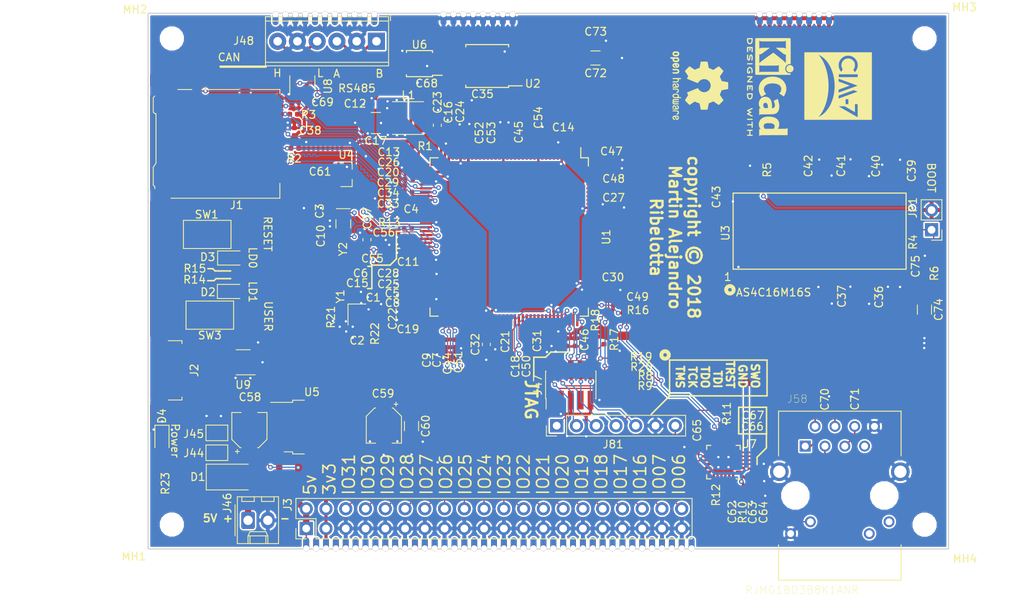
<source format=kicad_pcb>
(kicad_pcb (version 20171130) (host pcbnew 5.0.0-fee4fd1~66~ubuntu16.04.1)
  (layers (0 F.Cu signal) (31 B.Cu signal) (35 F.Paste user) (37 F.SilkS user) (39 F.Mask user) (44 Edge.Cuts user))
  (net 0 "")
  (net 1 /MEMORY/QSPI_CS)
  (net 2 /MEMORY/QSPI_Q1)
  (net 3 /MEMORY/QSPI_Q2)
  (net 4 /MEMORY/QSPI_Q0)
  (net 5 /MEMORY/QSPI_CLK)
  (net 6 /MEMORY/QSPI_Q3)
  (net 7 "Net-(C1-Pad1)")
  (net 8 GND)
  (net 9 "Net-(C2-Pad1)")
  (net 10 "Net-(C3-Pad1)")
  (net 11 "Net-(C4-Pad1)")
  (net 12 +3V3)
  (net 13 "Net-(C10-Pad1)")
  (net 14 "Net-(C11-Pad1)")
  (net 15 /POWER/DCDC_OUT)
  (net 16 "Net-(C13-Pad1)")
  (net 17 "Net-(C19-Pad1)")
  (net 18 "Net-(C25-Pad1)")
  (net 19 +5V)
  (net 20 "Net-(C56-Pad1)")
  (net 21 /MEMORY/SD_CMD)
  (net 22 /MEMORY/SD_D0)
  (net 23 /MEMORY/SDRAM_Q0)
  (net 24 /MEMORY/SDRAM_Q1)
  (net 25 /MEMORY/SDRAM_Q2)
  (net 26 /MEMORY/SDRAM_Q3)
  (net 27 /MEMORY/SDRAM_Q4)
  (net 28 /MEMORY/SDRAM_Q5)
  (net 29 /MEMORY/SDRAM_Q6)
  (net 30 /MEMORY/SDRAM_Q7)
  (net 31 /MEMORY/SDRAM_LDQM)
  (net 32 /MEMORY/SDRAM_WE)
  (net 33 /MEMORY/SDRAM_CAS)
  (net 34 /MEMORY/SDRAM_RAS)
  (net 35 /MEMORY/SDRAM_CS)
  (net 36 /MEMORY/SDRAM_BA0)
  (net 37 /MEMORY/SDRAM_BA1)
  (net 38 /MEMORY/SDRAM_A10)
  (net 39 /MEMORY/SDRAM_A0)
  (net 40 /MEMORY/SDRAM_A1)
  (net 41 /MEMORY/SDRAM_A2)
  (net 42 /MEMORY/SDRAM_A3)
  (net 43 /MEMORY/SDRAM_A4)
  (net 44 /MEMORY/SDRAM_A5)
  (net 45 /MEMORY/SDRAM_A6)
  (net 46 /MEMORY/SDRAM_A7)
  (net 47 /MEMORY/SDRAM_A8)
  (net 48 /MEMORY/SDRAM_A9)
  (net 49 /MEMORY/SDRAM_A11)
  (net 50 /MEMORY/SDRAM_A12)
  (net 51 /MEMORY/SDRAM_CKE)
  (net 52 /MEMORY/SDRAM_CLK)
  (net 53 /MEMORY/SDRAM_UDQM)
  (net 54 /MEMORY/SDRAM_Q8)
  (net 55 /MEMORY/SDRAM_Q9)
  (net 56 /MEMORY/SDRAM_Q10)
  (net 57 /MEMORY/SDRAM_Q11)
  (net 58 /MEMORY/SDRAM_Q12)
  (net 59 /MEMORY/SDRAM_Q13)
  (net 60 /MEMORY/SDRAM_Q14)
  (net 61 /MEMORY/SDRAM_Q15)
  (net 62 "Net-(L1-Pad1)")
  (net 63 /MEMORY/SD_D1)
  (net 64 /MEMORY/SD_CLK)
  (net 65 /MEMORY/SD_D3)
  (net 66 /MEMORY/SD_D2)
  (net 67 /GPIO/OTG_D-)
  (net 68 /GPIO/OTG_D+)
  (net 69 /GPIO/JTAG_TCK)
  (net 70 /GPIO/JTAG_TDO)
  (net 71 /GPIO/JTAG_TMS)
  (net 72 /GPIO/JTAG_TRST)
  (net 73 /GPIO/JTAG_TDI)
  (net 74 "Net-(R16-Pad1)")
  (net 75 /GPIO/DC_IN)
  (net 76 "Net-(D1-Pad2)")
  (net 77 /POWER/PWR_IN1)
  (net 78 "Net-(C62-Pad1)")
  (net 79 "Net-(C63-Pad1)")
  (net 80 /GPIO/ENET_MDIO)
  (net 81 /GPIO/ENET_MDC)
  (net 82 "Net-(R11-Pad2)")
  (net 83 /GPIO/ENET_TXD1)
  (net 84 /GPIO/ENET_TXD0)
  (net 85 /GPIO/ENET_TX_EN)
  (net 86 /GPIO/ENET_RX_ER)
  (net 87 /GPIO/ENET_CRS_DV)
  (net 88 /GPIO/ENET_RXD0)
  (net 89 /GPIO/ENET_RXD1)
  (net 90 /GPIO/ENET_TX_CLK)
  (net 91 /GPIO/GPIO1_30)
  (net 92 /GPIO/GPIO1_31)
  (net 93 /GPIO/GPIO1_28)
  (net 94 /GPIO/GPIO1_29)
  (net 95 /GPIO/GPIO1_26)
  (net 96 /GPIO/GPIO1_27)
  (net 97 /GPIO/GPIO1_24)
  (net 98 /GPIO/GPIO1_25)
  (net 99 /GPIO/GPIO1_22)
  (net 100 /GPIO/GPIO1_23)
  (net 101 /GPIO/GPIO1_20)
  (net 102 /GPIO/GPIO1_21)
  (net 103 /GPIO/GPIO1_18)
  (net 104 /GPIO/GPIO1_19)
  (net 105 /GPIO/GPIO1_16)
  (net 106 /GPIO/GPIO1_17)
  (net 107 /GPIO/ENET_RX+)
  (net 108 /GPIO/ENET_RX-)
  (net 109 /GPIO/ENET_TX+)
  (net 110 /GPIO/ENET_TX-)
  (net 111 /GPIO/UART1_TX)
  (net 112 /GPIO/UART1_RX)
  (net 113 /MEMORY/GPIO3_25)
  (net 114 /GPIO/RS485_RX)
  (net 115 /GPIO/RS485_TX)
  (net 116 /MEMORY/CAN_RX)
  (net 117 /MEMORY/CAN_TX)
  (net 118 /GPIO/RS485_A)
  (net 119 /GPIO/RS485_B)
  (net 120 /GPIO/CAN_L)
  (net 121 /GPIO/CAN_H)
  (net 122 "Net-(C70-Pad1)")
  (net 123 "Net-(R14-Pad1)")
  (net 124 "Net-(R15-Pad1)")
  (net 125 "Net-(D2-Pad2)")
  (net 126 "Net-(D3-Pad2)")
  (net 127 "Net-(R12-Pad1)")
  (net 128 /GPIO/A_OTG_D-)
  (net 129 /GPIO/A_OTG_D+)
  (net 130 "Net-(C61-Pad1)")
  (net 131 "Net-(D4-Pad2)")
  (net 132 "Net-(R13-Pad1)")
  (net 133 "Net-(U3-Pad40)")
  (net 134 "Net-(U8-Pad5)")
  (net 135 "Net-(U8-Pad8)")
  (net 136 "Net-(J47-Pad7)")
  (net 137 "Net-(MH3-Pad1)")
  (net 138 "Net-(MH2-Pad1)")
  (net 139 "Net-(MH1-Pad1)")
  (net 140 "Net-(MH4-Pad1)")
  (net 141 /MEMORY/GPIO3_24)
  (net 142 /MEMORY/SD_SW)
  (net 143 "Net-(U1-Pad66)")
  (net 144 "Net-(U1-Pad71)")
  (net 145 /MEMORY/SEM_DQS)
  (net 146 "Net-(U7-Pad7)")
  (net 147 "Net-(U7-Pad16)")
  (net 148 "Net-(U7-Pad18)")
  (net 149 "Net-(J2-Pad4)")
  (net 150 /GPIO/ENET_LED)
  (net 151 "Net-(J58-PadL2)")
  (net 152 "Net-(J58-PadL1)")
  (net 153 "Net-(C71-Pad1)")
  (net 154 "Net-(JP1-Pad1)")
  (module Symbol:OSHW-Logo2_9.8x8mm_SilkScreen (layer F.Cu) (at 178.60518 80.37322 270)
    (fp_text reference LOGO1 hide)
    (fp_text value Logo_Open_Hardware_Small hide)
  )
  (module Symbol:KiCad-Logo2_6mm_SilkScreen (layer F.Cu) (at 187.73902 80.54086 270)
    (fp_text reference LOGO2 hide)
    (fp_text value Logo_Open_Hardware_Small hide)
  )
  (module local:ciaa_7-logo (layer F.Cu) (at 196.45122 80.4291 270)
    (fp_text reference LOGO3 hide)
    (fp_text value Logo_Open_Hardware_Small hide)
  )
  (module Button_Switch_SMD:SW_SPST_FSMSM (layer F.Cu) (at 115.36934 99.49434 180)
    (fp_text reference SW1 (at 0.06604 2.56032 180) (layer F.SilkS))
    (fp_text value RST)
    (pad 2 smd rect (at 4.59 0 180) (size 2.18 1.6) (layers F.Cu F.Paste F.Mask) (net 8 GND))
    (pad 1 smd rect (at -4.59 0 180) (size 2.18 1.6) (layers F.Cu F.Paste F.Mask) (net 130 "Net-(C61-Pad1)"))
  )
  (module Button_Switch_SMD:SW_SPST_FSMSM (layer F.Cu) (at 115.70462 109.8677 180)
    (fp_text reference SW3 (at 0 -2.6 180) (layer F.SilkS))
    (fp_text value WAKE)
    (pad 1 smd rect (at -4.59 0 180) (size 2.18 1.6) (layers F.Cu F.Paste F.Mask) (net 132 "Net-(R13-Pad1)"))
    (pad 2 smd rect (at 4.59 0 180) (size 2.18 1.6) (layers F.Cu F.Paste F.Mask) (net 8 GND))
  )
  (module TerminalBlock_Phoenix:TerminalBlock_Phoenix_MPT-0,5-6-2.54_1x06_P2.54mm_Horizontal (layer F.Cu) (at 137.11936 74.67346 180)
    (fp_text reference J48 (at 17.06626 0.05588 180) (layer F.SilkS))
    (fp_text value Conn_01x06)
    (pad 1 thru_hole rect (at 0 0 180) (size 2.2 2.2) (drill 1.1) (layers *.Cu *.Mask) (net 118 /GPIO/RS485_A))
    (pad 2 thru_hole circle (at 2.54 0 180) (size 2.2 2.2) (drill 1.1) (layers *.Cu *.Mask) (net 8 GND))
    (pad 3 thru_hole circle (at 5.08 0 180) (size 2.2 2.2) (drill 1.1) (layers *.Cu *.Mask) (net 119 /GPIO/RS485_B))
    (pad 4 thru_hole circle (at 7.62 0 180) (size 2.2 2.2) (drill 1.1) (layers *.Cu *.Mask) (net 120 /GPIO/CAN_L))
    (pad 5 thru_hole circle (at 10.16 0 180) (size 2.2 2.2) (drill 1.1) (layers *.Cu *.Mask) (net 8 GND))
    (pad 6 thru_hole circle (at 12.7 0 180) (size 2.2 2.2) (drill 1.1) (layers *.Cu *.Mask) (net 121 /GPIO/CAN_H))
  )
  (module LED_SMD:LED_0805_2012Metric_Castellated (layer F.Cu) (at 109.55528 125.90018 270)
    (fp_text reference D4 (at -3.05816 0.00254 270) (layer F.SilkS))
    (fp_text value RED)
    (pad 1 smd roundrect (at -0.9625 0 270) (size 1.325 1.3) (layers F.Cu F.Paste F.Mask) (roundrect_rratio 0.192308) (net 8 GND))
    (pad 2 smd roundrect (at 0.9625 0 270) (size 1.325 1.3) (layers F.Cu F.Paste F.Mask) (roundrect_rratio 0.192308) (net 131 "Net-(D4-Pad2)"))
  )
  (module LED_SMD:LED_0805_2012Metric_Castellated (layer F.Cu) (at 118.55958 106.82224)
    (fp_text reference D2 (at -3.08864 0.0889) (layer F.SilkS))
    (fp_text value RED)
    (pad 2 smd roundrect (at 0.9625 0) (size 1.325 1.3) (layers F.Cu F.Paste F.Mask) (roundrect_rratio 0.192308) (net 125 "Net-(D2-Pad2)"))
    (pad 1 smd roundrect (at -0.9625 0) (size 1.325 1.3) (layers F.Cu F.Paste F.Mask) (roundrect_rratio 0.192308) (net 8 GND))
  )
  (module LED_SMD:LED_0805_2012Metric_Castellated (layer F.Cu) (at 118.5926 102.52456)
    (fp_text reference D3 (at -3.16738 -0.11938) (layer F.SilkS))
    (fp_text value RED)
    (pad 1 smd roundrect (at -0.9625 0) (size 1.325 1.3) (layers F.Cu F.Paste F.Mask) (roundrect_rratio 0.192308) (net 8 GND))
    (pad 2 smd roundrect (at 0.9625 0) (size 1.325 1.3) (layers F.Cu F.Paste F.Mask) (roundrect_rratio 0.192308) (net 126 "Net-(D3-Pad2)"))
  )
  (module Connector_PinHeader_1.27mm:PinHeader_2x05_P1.27mm_Vertical_SMD (layer F.Cu) (at 162.09264 118.83644 90)
    (fp_text reference J47 (at 0 -4.235 90) (layer F.SilkS))
    (fp_text value JTAG)
    (pad 1 smd rect (at -1.95 -2.54 90) (size 2.4 0.74) (layers F.Cu F.Paste F.Mask) (net 12 +3V3))
    (pad 2 smd rect (at 1.95 -2.54 90) (size 2.4 0.74) (layers F.Cu F.Paste F.Mask) (net 71 /GPIO/JTAG_TMS))
    (pad 3 smd rect (at -1.95 -1.27 90) (size 2.4 0.74) (layers F.Cu F.Paste F.Mask) (net 8 GND))
    (pad 4 smd rect (at 1.95 -1.27 90) (size 2.4 0.74) (layers F.Cu F.Paste F.Mask) (net 69 /GPIO/JTAG_TCK))
    (pad 5 smd rect (at -1.95 0 90) (size 2.4 0.74) (layers F.Cu F.Paste F.Mask) (net 8 GND))
    (pad 6 smd rect (at 1.95 0 90) (size 2.4 0.74) (layers F.Cu F.Paste F.Mask) (net 70 /GPIO/JTAG_TDO))
    (pad 7 smd rect (at -1.95 1.27 90) (size 2.4 0.74) (layers F.Cu F.Paste F.Mask) (net 136 "Net-(J47-Pad7)"))
    (pad 8 smd rect (at 1.95 1.27 90) (size 2.4 0.74) (layers F.Cu F.Paste F.Mask) (net 73 /GPIO/JTAG_TDI))
    (pad 9 smd rect (at -1.95 2.54 90) (size 2.4 0.74) (layers F.Cu F.Paste F.Mask) (net 8 GND))
    (pad 10 smd rect (at 1.95 2.54 90) (size 2.4 0.74) (layers F.Cu F.Paste F.Mask) (net 72 /GPIO/JTAG_TRST))
  )
  (module Connector_Molex:Molex_KK-254_AE-6410-02A_1x02_P2.54mm_Vertical (layer F.Cu) (at 120.61698 136.23798)
    (fp_text reference J46 (at -2.65684 -2.21488 90) (layer F.SilkS))
    (fp_text value PWR_IN)
    (pad 1 thru_hole roundrect (at 0 0) (size 1.74 2.2) (drill 1.2) (layers *.Cu *.Mask) (roundrect_rratio 0.143678) (net 76 "Net-(D1-Pad2)"))
    (pad 2 thru_hole oval (at 2.54 0) (size 1.74 2.2) (drill 1.2) (layers *.Cu *.Mask) (net 8 GND))
  )
  (module Jumper:SolderJumper-2_P1.3mm_Open_TrianglePad1.0x1.5mm (layer F.Cu) (at 116.60886 127.55118 180)
    (fp_text reference J44 (at 2.96164 -0.05588 180) (layer F.SilkS))
    (fp_text value GS2)
    (pad 1 smd custom (at -0.725 0 180) (size 0.3 0.3) (layers F.Cu F.Mask) (net 19 +5V) (options (clearance outline) (anchor rect)) (primitives (gr_poly (pts (xy -0.5 -0.75) (xy 0.5 -0.75) (xy 1 0) (xy 0.5 0.75) (xy -0.5 0.75)) (width 0))))
    (pad 2 smd custom (at 0.725 0 180) (size 0.3 0.3) (layers F.Cu F.Mask) (net 75 /GPIO/DC_IN) (options (clearance outline) (anchor rect)) (primitives (gr_poly (pts (xy -0.65 -0.75) (xy 0.5 -0.75) (xy 0.5 0.75) (xy -0.65 0.75) (xy -0.15 0)) (width 0))))
  )
  (module Jumper:SolderJumper-2_P1.3mm_Open_TrianglePad1.0x1.5mm (layer F.Cu) (at 116.60886 125.00102 180)
    (fp_text reference J45 (at 2.98704 -0.13716 180) (layer F.SilkS))
    (fp_text value GS2)
    (pad 2 smd custom (at 0.725 0 180) (size 0.3 0.3) (layers F.Cu F.Mask) (net 77 /POWER/PWR_IN1) (options (clearance outline) (anchor rect)) (primitives (gr_poly (pts (xy -0.65 -0.75) (xy 0.5 -0.75) (xy 0.5 0.75) (xy -0.65 0.75) (xy -0.15 0)) (width 0))))
    (pad 1 smd custom (at -0.725 0 180) (size 0.3 0.3) (layers F.Cu F.Mask) (net 19 +5V) (options (clearance outline) (anchor rect)) (primitives (gr_poly (pts (xy -0.5 -0.75) (xy 0.5 -0.75) (xy 1 0) (xy 0.5 0.75) (xy -0.5 0.75)) (width 0))))
  )
  (module Connector_USB:USB_Micro-B_Molex_47346-0001 (layer F.Cu) (at 110.41634 116.96446 270)
    (fp_text reference J2 (at 0 -3.3 90) (layer F.SilkS))
    (fp_text value USB_OTG)
    (pad 1 smd rect (at -1.3 -1.46 270) (size 0.45 1.38) (layers F.Cu F.Paste F.Mask) (net 77 /POWER/PWR_IN1))
    (pad 2 smd rect (at -0.65 -1.46 270) (size 0.45 1.38) (layers F.Cu F.Paste F.Mask) (net 67 /GPIO/OTG_D-))
    (pad 3 smd rect (at 0 -1.46 270) (size 0.45 1.38) (layers F.Cu F.Paste F.Mask) (net 68 /GPIO/OTG_D+))
    (pad 4 smd rect (at 0.65 -1.46 270) (size 0.45 1.38) (layers F.Cu F.Paste F.Mask) (net 149 "Net-(J2-Pad4)"))
    (pad 5 smd rect (at 1.3 -1.46 270) (size 0.45 1.38) (layers F.Cu F.Paste F.Mask) (net 8 GND))
    (pad 6 smd rect (at -2.4625 -1.1 270) (size 1.475 2.1) (layers F.Cu F.Paste F.Mask) (net 8 GND))
    (pad 6 smd rect (at 2.4625 -1.1 270) (size 1.475 2.1) (layers F.Cu F.Paste F.Mask) (net 8 GND))
    (pad 6 smd rect (at -2.91 1.2 270) (size 2.375 1.9) (layers F.Cu F.Paste F.Mask) (net 8 GND))
    (pad 6 smd rect (at 2.91 1.2 270) (size 2.375 1.9) (layers F.Cu F.Paste F.Mask) (net 8 GND))
    (pad 6 smd rect (at -0.84 1.2 270) (size 1.175 1.9) (layers F.Cu F.Paste F.Mask) (net 8 GND))
    (pad 6 smd rect (at 0.84 1.2 270) (size 1.175 1.9) (layers F.Cu F.Paste F.Mask) (net 8 GND))
  )
  (module Package_TO_SOT_SMD:SOT-23 (layer F.Cu) (at 133.239 91.76766)
    (fp_text reference U4 (at 0 -2.5) (layer F.SilkS))
    (fp_text value TPS3839DBZ)
    (pad 1 smd rect (at -1 -0.95) (size 0.9 0.8) (layers F.Cu F.Paste F.Mask) (net 8 GND))
    (pad 2 smd rect (at -1 0.95) (size 0.9 0.8) (layers F.Cu F.Paste F.Mask) (net 130 "Net-(C61-Pad1)"))
    (pad 3 smd rect (at 1 0) (size 0.9 0.8) (layers F.Cu F.Paste F.Mask) (net 12 +3V3))
  )
  (module Package_TO_SOT_SMD:SOT-23-6 (layer F.Cu) (at 119.98706 115.92306 180)
    (fp_text reference U9 (at 0 -2.9 180) (layer F.SilkS))
    (fp_text value USBLC6-2)
    (pad 1 smd rect (at -1.1 -0.95 180) (size 1.06 0.65) (layers F.Cu F.Paste F.Mask) (net 129 /GPIO/A_OTG_D+))
    (pad 2 smd rect (at -1.1 0 180) (size 1.06 0.65) (layers F.Cu F.Paste F.Mask) (net 8 GND))
    (pad 3 smd rect (at -1.1 0.95 180) (size 1.06 0.65) (layers F.Cu F.Paste F.Mask) (net 128 /GPIO/A_OTG_D-))
    (pad 4 smd rect (at 1.1 0.95 180) (size 1.06 0.65) (layers F.Cu F.Paste F.Mask) (net 67 /GPIO/OTG_D-))
    (pad 6 smd rect (at 1.1 -0.95 180) (size 1.06 0.65) (layers F.Cu F.Paste F.Mask) (net 68 /GPIO/OTG_D+))
    (pad 5 smd rect (at 1.1 0 180) (size 1.06 0.65) (layers F.Cu F.Paste F.Mask) (net 77 /POWER/PWR_IN1))
  )
  (module Crystal:Crystal_SMD_MicroCrystal_CC7V-T1A-2Pin_3.2x1.5mm (layer F.Cu) (at 132.85978 98.13544 270)
    (fp_text reference Y2 (at 3.2385 0.04064 270) (layer F.SilkS))
    (fp_text value 32.768Khz)
    (pad 1 smd rect (at -1.25 0 270) (size 1 1.8) (layers F.Cu F.Paste F.Mask) (net 10 "Net-(C3-Pad1)"))
    (pad 2 smd rect (at 1.25 0 270) (size 1 1.8) (layers F.Cu F.Paste F.Mask) (net 13 "Net-(C10-Pad1)"))
  )
  (module Crystal:Crystal_SMD_2016-4Pin_2.0x1.6mm (layer F.Cu) (at 134.61238 109.78896 270)
    (fp_text reference Y1 (at -2.33934 2.1336 270) (layer F.SilkS))
    (fp_text value 24MHz)
    (pad 1 smd rect (at -0.7 0.55 270) (size 0.9 0.8) (layers F.Cu F.Paste F.Mask) (net 7 "Net-(C1-Pad1)"))
    (pad 2 smd rect (at 0.7 0.55 270) (size 0.9 0.8) (layers F.Cu F.Paste F.Mask) (net 8 GND))
    (pad 3 smd rect (at 0.7 -0.55 270) (size 0.9 0.8) (layers F.Cu F.Paste F.Mask) (net 9 "Net-(C2-Pad1)"))
    (pad 4 smd rect (at -0.7 -0.55 270) (size 0.9 0.8) (layers F.Cu F.Paste F.Mask) (net 8 GND))
  )
  (module Package_TO_SOT_SMD:TO-252-2 (layer F.Cu) (at 128.82176 124.25426)
    (fp_text reference U5 (at 0 -4.5) (layer F.SilkS))
    (fp_text value LM1084-3.3)
    (pad 1 smd rect (at -4.2 -2.28) (size 2.2 1.2) (layers F.Cu F.Paste F.Mask) (net 8 GND))
    (pad 3 smd rect (at -4.2 2.28) (size 2.2 1.2) (layers F.Cu F.Paste F.Mask) (net 19 +5V))
    (pad 2 smd rect (at 2.1 0) (size 6.4 5.8) (layers F.Cu F.Mask) (net 12 +3V3))
  )
  (module Inductor_SMD:L_Taiyo-Yuden_MD-4040 (layer F.Cu) (at 141.17066 84.53882 180)
    (fp_text reference L1 (at -0.0508 2.94132 180) (layer F.SilkS))
    (fp_text value 4.7u)
    (pad 1 smd rect (at -1.4 0 180) (size 1.2 3.7) (layers F.Cu F.Paste F.Mask) (net 62 "Net-(L1-Pad1)"))
    (pad 2 smd rect (at 1.4 0 180) (size 1.2 3.7) (layers F.Cu F.Paste F.Mask) (net 15 /POWER/DCDC_OUT))
  )
  (module Capacitor_SMD:CP_Elec_4x4.5 (layer F.Cu) (at 120.7897 124.6412 90)
    (fp_text reference C58 (at 4.24266 0.0762 180) (layer F.SilkS))
    (fp_text value 220u)
    (pad 2 smd rect (at 1.8 0 90) (size 2.6 1.6) (layers F.Cu F.Paste F.Mask) (net 8 GND))
    (pad 1 smd rect (at -1.8 0 90) (size 2.6 1.6) (layers F.Cu F.Paste F.Mask) (net 19 +5V))
  )
  (module Capacitor_SMD:CP_Elec_4x4.5 (layer F.Cu) (at 138.06932 124.06122 270)
    (fp_text reference C59 (at -4.1148 0.10414) (layer F.SilkS))
    (fp_text value 47u)
    (pad 1 smd rect (at -1.8 0 270) (size 2.6 1.6) (layers F.Cu F.Paste F.Mask) (net 12 +3V3))
    (pad 2 smd rect (at 1.8 0 270) (size 2.6 1.6) (layers F.Cu F.Paste F.Mask) (net 8 GND))
  )
  (module Capacitor_SMD:C_0402_1005Metric (layer F.Cu) (at 144.93494 113.50752 270)
    (fp_text reference C7 (at 2.15646 0.0508 270) (layer F.SilkS))
    (fp_text value 1.1u)
    (pad 2 smd roundrect (at 0.485 0 270) (size 0.59 0.64) (layers F.Cu F.Paste F.Mask) (net 8 GND))
    (pad 1 smd roundrect (at -0.485 0 270) (size 0.59 0.64) (layers F.Cu F.Paste F.Mask) (net 12 +3V3))
  )
  (module Capacitor_SMD:C_0402_1005Metric (layer F.Cu) (at 141.16304 110.5027 180)
    (fp_text reference C19 (at 0 -1.17 180) (layer F.SilkS))
    (fp_text value 0.22u)
    (pad 1 smd roundrect (at -0.485 0 180) (size 0.59 0.64) (layers F.Cu F.Paste F.Mask) (net 17 "Net-(C19-Pad1)"))
    (pad 2 smd roundrect (at 0.485 0 180) (size 0.59 0.64) (layers F.Cu F.Paste F.Mask) (net 8 GND))
  )
  (module Capacitor_SMD:C_0402_1005Metric (layer F.Cu) (at 160.18002 113.28654 270)
    (fp_text reference C18 (at 3.18516 5.207 270) (layer F.SilkS))
    (fp_text value 0.22u)
    (pad 2 smd roundrect (at 0.485 0 270) (size 0.59 0.64) (layers F.Cu F.Paste F.Mask) (net 8 GND))
    (pad 1 smd roundrect (at -0.485 0 270) (size 0.59 0.64) (layers F.Cu F.Paste F.Mask) (net 15 /POWER/DCDC_OUT))
  )
  (module Capacitor_SMD:C_0402_1005Metric (layer F.Cu) (at 141.16304 107.27436 180)
    (fp_text reference C5 (at 2.00914 0.19558 180) (layer F.SilkS))
    (fp_text value 4.7u)
    (pad 1 smd roundrect (at -0.485 0 180) (size 0.59 0.64) (layers F.Cu F.Paste F.Mask) (net 12 +3V3))
    (pad 2 smd roundrect (at 0.485 0 180) (size 0.59 0.64) (layers F.Cu F.Paste F.Mask) (net 8 GND))
  )
  (module Capacitor_SMD:C_0402_1005Metric (layer F.Cu) (at 141.1986 100.76942 180)
    (fp_text reference C15 (at 6.5405 -4.98348 180) (layer F.SilkS))
    (fp_text value 4.7u)
    (pad 2 smd roundrect (at 0.485 0 180) (size 0.59 0.64) (layers F.Cu F.Paste F.Mask) (net 8 GND))
    (pad 1 smd roundrect (at -0.485 0 180) (size 0.59 0.64) (layers F.Cu F.Paste F.Mask) (net 14 "Net-(C11-Pad1)"))
  )
  (module Capacitor_SMD:C_0402_1005Metric (layer F.Cu) (at 134.5819 107.6198)
    (fp_text reference C1 (at 2.11328 -0.00762) (layer F.SilkS))
    (fp_text value 4.7p)
    (pad 1 smd roundrect (at -0.485 0) (size 0.59 0.64) (layers F.Cu F.Paste F.Mask) (net 7 "Net-(C1-Pad1)"))
    (pad 2 smd roundrect (at 0.485 0) (size 0.59 0.64) (layers F.Cu F.Paste F.Mask) (net 8 GND))
  )
  (module Capacitor_SMD:C_0402_1005Metric (layer F.Cu) (at 161.08172 86.90864 180)
    (fp_text reference C14 (at -0.04826 1.17094 180) (layer F.SilkS))
    (fp_text value 0.22u)
    (pad 2 smd roundrect (at 0.485 0 180) (size 0.59 0.64) (layers F.Cu F.Paste F.Mask) (net 8 GND))
    (pad 1 smd roundrect (at -0.485 0 180) (size 0.59 0.64) (layers F.Cu F.Paste F.Mask) (net 15 /POWER/DCDC_OUT))
  )
  (module Capacitor_SMD:C_0402_1005Metric (layer F.Cu) (at 141.30528 89.31402 180)
    (fp_text reference C13 (at 2.59842 0.4064 180) (layer F.SilkS))
    (fp_text value 0.22u)
    (pad 1 smd roundrect (at -0.485 0 180) (size 0.59 0.64) (layers F.Cu F.Paste F.Mask) (net 16 "Net-(C13-Pad1)"))
    (pad 2 smd roundrect (at 0.485 0 180) (size 0.59 0.64) (layers F.Cu F.Paste F.Mask) (net 8 GND))
  )
  (module Capacitor_SMD:C_0402_1005Metric (layer F.Cu) (at 141.2113 99.70516 180)
    (fp_text reference C6 (at 6.13156 -4.77774 180) (layer F.SilkS))
    (fp_text value 0.22u)
    (pad 2 smd roundrect (at 0.485 0 180) (size 0.59 0.64) (layers F.Cu F.Paste F.Mask) (net 8 GND))
    (pad 1 smd roundrect (at -0.485 0 180) (size 0.59 0.64) (layers F.Cu F.Paste F.Mask) (net 12 +3V3))
  )
  (module Capacitor_SMD:C_0402_1005Metric (layer F.Cu) (at 137.08634 82.78114 180)
    (fp_text reference C12 (at 2.7178 0.09652 180) (layer F.SilkS))
    (fp_text value 0.22u)
    (pad 1 smd roundrect (at -0.485 0 180) (size 0.59 0.64) (layers F.Cu F.Paste F.Mask) (net 15 /POWER/DCDC_OUT))
    (pad 2 smd roundrect (at 0.485 0 180) (size 0.59 0.64) (layers F.Cu F.Paste F.Mask) (net 8 GND))
  )
  (module Capacitor_SMD:C_0402_1005Metric (layer F.Cu) (at 141.1986 101.84892 180)
    (fp_text reference C11 (at 0 -1.17 180) (layer F.SilkS))
    (fp_text value 0.22u)
    (pad 2 smd roundrect (at 0.485 0 180) (size 0.59 0.64) (layers F.Cu F.Paste F.Mask) (net 8 GND))
    (pad 1 smd roundrect (at -0.485 0 180) (size 0.59 0.64) (layers F.Cu F.Paste F.Mask) (net 14 "Net-(C11-Pad1)"))
  )
  (module Capacitor_SMD:C_0402_1005Metric (layer F.Cu) (at 131.13258 99.69246 90)
    (fp_text reference C10 (at 0 -1.17 90) (layer F.SilkS))
    (fp_text value 18p)
    (pad 1 smd roundrect (at -0.485 0 90) (size 0.59 0.64) (layers F.Cu F.Paste F.Mask) (net 13 "Net-(C10-Pad1)"))
    (pad 2 smd roundrect (at 0.485 0 90) (size 0.59 0.64) (layers F.Cu F.Paste F.Mask) (net 8 GND))
  )
  (module Capacitor_SMD:C_0402_1005Metric (layer F.Cu) (at 143.78432 113.50752 270)
    (fp_text reference C9 (at 2.15646 0.20574 270) (layer F.SilkS))
    (fp_text value 0.22u)
    (pad 2 smd roundrect (at 0.485 0 270) (size 0.59 0.64) (layers F.Cu F.Paste F.Mask) (net 8 GND))
    (pad 1 smd roundrect (at -0.485 0 270) (size 0.59 0.64) (layers F.Cu F.Paste F.Mask) (net 12 +3V3))
  )
  (module Capacitor_SMD:C_0402_1005Metric (layer F.Cu) (at 141.1859 108.30052 180)
    (fp_text reference C8 (at 2.01168 0.00762 180) (layer F.SilkS))
    (fp_text value 0.22u)
    (pad 1 smd roundrect (at -0.485 0 180) (size 0.59 0.64) (layers F.Cu F.Paste F.Mask) (net 12 +3V3))
    (pad 2 smd roundrect (at 0.485 0 180) (size 0.59 0.64) (layers F.Cu F.Paste F.Mask) (net 8 GND))
  )
  (module Capacitor_SMD:C_0402_1005Metric (layer F.Cu) (at 157.94736 86.84006 90)
    (fp_text reference C54 (at 2.36728 -0.02794 90) (layer F.SilkS))
    (fp_text value 0.1u)
    (pad 2 smd roundrect (at 0.485 0 90) (size 0.59 0.64) (layers F.Cu F.Paste F.Mask) (net 8 GND))
    (pad 1 smd roundrect (at -0.485 0 90) (size 0.59 0.64) (layers F.Cu F.Paste F.Mask) (net 12 +3V3))
  )
  (module Capacitor_SMD:C_0402_1005Metric (layer F.Cu) (at 141.29766 91.3765 180)
    (fp_text reference C20 (at 2.66192 -0.13716 180) (layer F.SilkS))
    (fp_text value 0.22u)
    (pad 1 smd roundrect (at -0.485 0 180) (size 0.59 0.64) (layers F.Cu F.Paste F.Mask) (net 12 +3V3))
    (pad 2 smd roundrect (at 0.485 0 180) (size 0.59 0.64) (layers F.Cu F.Paste F.Mask) (net 8 GND))
  )
  (module Capacitor_SMD:C_0402_1005Metric (layer F.Cu) (at 152.42794 112.90554 270)
    (fp_text reference C21 (at 0.37084 -1.23952 270) (layer F.SilkS))
    (fp_text value 0.22u)
    (pad 2 smd roundrect (at 0.485 0 270) (size 0.59 0.64) (layers F.Cu F.Paste F.Mask) (net 8 GND))
    (pad 1 smd roundrect (at -0.485 0 270) (size 0.59 0.64) (layers F.Cu F.Paste F.Mask) (net 15 /POWER/DCDC_OUT))
  )
  (module Capacitor_SMD:C_0402_1005Metric (layer F.Cu) (at 148.27504 81.40446)
    (fp_text reference C35 (at 2.46126 0.04572) (layer F.SilkS))
    (fp_text value 0.1u)
    (pad 1 smd roundrect (at -0.485 0) (size 0.59 0.64) (layers F.Cu F.Paste F.Mask) (net 12 +3V3))
    (pad 2 smd roundrect (at 0.485 0) (size 0.59 0.64) (layers F.Cu F.Paste F.Mask) (net 8 GND))
  )
  (module Capacitor_SMD:C_0402_1005Metric (layer F.Cu) (at 141.20114 94.0689 180)
    (fp_text reference C34 (at 2.55524 -0.1016 180) (layer F.SilkS))
    (fp_text value 0.1u)
    (pad 2 smd roundrect (at 0.485 0 180) (size 0.59 0.64) (layers F.Cu F.Paste F.Mask) (net 8 GND))
    (pad 1 smd roundrect (at -0.485 0 180) (size 0.59 0.64) (layers F.Cu F.Paste F.Mask) (net 12 +3V3))
  )
  (module Capacitor_SMD:C_0402_1005Metric (layer F.Cu) (at 134.62762 111.9632 180)
    (fp_text reference C2 (at 0 -1.17 180) (layer F.SilkS))
    (fp_text value 4.7p)
    (pad 1 smd roundrect (at -0.485 0 180) (size 0.59 0.64) (layers F.Cu F.Paste F.Mask) (net 9 "Net-(C2-Pad1)"))
    (pad 2 smd roundrect (at 0.485 0 180) (size 0.59 0.64) (layers F.Cu F.Paste F.Mask) (net 8 GND))
  )
  (module Capacitor_SMD:C_0402_1005Metric (layer F.Cu) (at 141.20114 95.06966 180)
    (fp_text reference C33 (at 2.57048 -0.47244 180) (layer F.SilkS))
    (fp_text value 4.7u)
    (pad 2 smd roundrect (at 0.485 0 180) (size 0.59 0.64) (layers F.Cu F.Paste F.Mask) (net 8 GND))
    (pad 1 smd roundrect (at -0.485 0 180) (size 0.59 0.64) (layers F.Cu F.Paste F.Mask) (net 12 +3V3))
  )
  (module Capacitor_SMD:C_0402_1005Metric (layer F.Cu) (at 131.0386 96.46412 270)
    (fp_text reference C3 (at 0.02794 1.21666 270) (layer F.SilkS))
    (fp_text value 18p)
    (pad 1 smd roundrect (at -0.485 0 270) (size 0.59 0.64) (layers F.Cu F.Paste F.Mask) (net 10 "Net-(C3-Pad1)"))
    (pad 2 smd roundrect (at 0.485 0 270) (size 0.59 0.64) (layers F.Cu F.Paste F.Mask) (net 8 GND))
  )
  (module Capacitor_SMD:C_0402_1005Metric (layer F.Cu) (at 159.06242 113.28908 270)
    (fp_text reference C31 (at -0.12446 1.29032 270) (layer F.SilkS))
    (fp_text value 4.7u)
    (pad 2 smd roundrect (at 0.485 0 270) (size 0.59 0.64) (layers F.Cu F.Paste F.Mask) (net 8 GND))
    (pad 1 smd roundrect (at -0.485 0 270) (size 0.59 0.64) (layers F.Cu F.Paste F.Mask) (net 15 /POWER/DCDC_OUT))
  )
  (module Capacitor_SMD:C_0402_1005Metric (layer F.Cu) (at 186.0169 130.66522)
    (fp_text reference C66 (at -0.58928 -6.48716) (layer F.SilkS))
    (fp_text value 0.1u)
    (pad 1 smd roundrect (at -0.485 0) (size 0.59 0.64) (layers F.Cu F.Paste F.Mask) (net 12 +3V3))
    (pad 2 smd roundrect (at 0.485 0) (size 0.59 0.64) (layers F.Cu F.Paste F.Mask) (net 8 GND))
  )
  (module Capacitor_SMD:C_0402_1005Metric (layer F.Cu) (at 141.29766 92.3671 180)
    (fp_text reference C29 (at 2.70256 -0.46228 180) (layer F.SilkS))
    (fp_text value 0.22u)
    (pad 2 smd roundrect (at 0.485 0 180) (size 0.59 0.64) (layers F.Cu F.Paste F.Mask) (net 8 GND))
    (pad 1 smd roundrect (at -0.485 0 180) (size 0.59 0.64) (layers F.Cu F.Paste F.Mask) (net 15 /POWER/DCDC_OUT))
  )
  (module Capacitor_SMD:C_0402_1005Metric (layer F.Cu) (at 141.14018 104.82326 180)
    (fp_text reference C28 (at 2.5146 0.3302 180) (layer F.SilkS))
    (fp_text value 0.22u)
    (pad 1 smd roundrect (at -0.485 0 180) (size 0.59 0.64) (layers F.Cu F.Paste F.Mask) (net 18 "Net-(C25-Pad1)"))
    (pad 2 smd roundrect (at 0.485 0 180) (size 0.59 0.64) (layers F.Cu F.Paste F.Mask) (net 8 GND))
  )
  (module Capacitor_SMD:C_0402_1005Metric (layer F.Cu) (at 167.59682 95.94342)
    (fp_text reference C27 (at 0 -1.17) (layer F.SilkS))
    (fp_text value 0.22u)
    (pad 2 smd roundrect (at 0.485 0) (size 0.59 0.64) (layers F.Cu F.Paste F.Mask) (net 8 GND))
    (pad 1 smd roundrect (at -0.485 0) (size 0.59 0.64) (layers F.Cu F.Paste F.Mask) (net 15 /POWER/DCDC_OUT))
  )
  (module Capacitor_SMD:C_0402_1005Metric (layer F.Cu) (at 141.3129 90.3732 180)
    (fp_text reference C26 (at 2.62128 0.14986 180) (layer F.SilkS))
    (fp_text value 4.7u)
    (pad 1 smd roundrect (at -0.485 0 180) (size 0.59 0.64) (layers F.Cu F.Paste F.Mask) (net 12 +3V3))
    (pad 2 smd roundrect (at 0.485 0 180) (size 0.59 0.64) (layers F.Cu F.Paste F.Mask) (net 8 GND))
  )
  (module Capacitor_SMD:C_0402_1005Metric (layer F.Cu) (at 141.14272 105.81894 180)
    (fp_text reference C25 (at 2.4765 -0.06604 180) (layer F.SilkS))
    (fp_text value 4.7u)
    (pad 2 smd roundrect (at 0.485 0 180) (size 0.59 0.64) (layers F.Cu F.Paste F.Mask) (net 8 GND))
    (pad 1 smd roundrect (at -0.485 0 180) (size 0.59 0.64) (layers F.Cu F.Paste F.Mask) (net 18 "Net-(C25-Pad1)"))
  )
  (module Capacitor_SMD:C_0402_1005Metric (layer F.Cu) (at 147.76196 86.65464 90)
    (fp_text reference C24 (at 2.93878 0.10922 90) (layer F.SilkS))
    (fp_text value 0.22u)
    (pad 1 smd roundrect (at -0.485 0 90) (size 0.59 0.64) (layers F.Cu F.Paste F.Mask) (net 15 /POWER/DCDC_OUT))
    (pad 2 smd roundrect (at 0.485 0 90) (size 0.59 0.64) (layers F.Cu F.Paste F.Mask) (net 8 GND))
  )
  (module Capacitor_SMD:C_0402_1005Metric (layer F.Cu) (at 141.20114 97.24644 180)
    (fp_text reference C4 (at -0.37084 1.00838 180) (layer F.SilkS))
    (fp_text value 0.22u)
    (pad 2 smd roundrect (at 0.485 0 180) (size 0.59 0.64) (layers F.Cu F.Paste F.Mask) (net 8 GND))
    (pad 1 smd roundrect (at -0.485 0 180) (size 0.59 0.64) (layers F.Cu F.Paste F.Mask) (net 11 "Net-(C4-Pad1)"))
  )
  (module Capacitor_SMD:C_0402_1005Metric (layer F.Cu) (at 141.17184 109.45622 180)
    (fp_text reference C22 (at 1.97222 -0.85852 270) (layer F.SilkS))
    (fp_text value 4.7u)
    (pad 1 smd roundrect (at -0.485 0 180) (size 0.59 0.64) (layers F.Cu F.Paste F.Mask) (net 17 "Net-(C19-Pad1)"))
    (pad 2 smd roundrect (at 0.485 0 180) (size 0.59 0.64) (layers F.Cu F.Paste F.Mask) (net 8 GND))
  )
  (module Capacitor_SMD:C_0402_1005Metric (layer F.Cu) (at 167.08882 106.11866)
    (fp_text reference C30 (at 0.41656 -1.12268) (layer F.SilkS))
    (fp_text value 0.22u)
    (pad 2 smd roundrect (at 0.485 0) (size 0.59 0.64) (layers F.Cu F.Paste F.Mask) (net 8 GND))
    (pad 1 smd roundrect (at -0.485 0) (size 0.59 0.64) (layers F.Cu F.Paste F.Mask) (net 15 /POWER/DCDC_OUT))
  )
  (module Capacitor_SMD:C_0402_1005Metric (layer F.Cu) (at 195.62064 107.03052 270)
    (fp_text reference C37 (at 0.42418 -1.30302 270) (layer F.SilkS))
    (fp_text value 0.1u)
    (pad 1 smd roundrect (at -0.485 0 270) (size 0.59 0.64) (layers F.Cu F.Paste F.Mask) (net 12 +3V3))
    (pad 2 smd roundrect (at 0.485 0 270) (size 0.59 0.64) (layers F.Cu F.Paste F.Mask) (net 8 GND))
  )
  (module Capacitor_SMD:C_0402_1005Metric (layer F.Cu) (at 126.57328 86.29142 90)
    (fp_text reference C38 (at 0.1524 2.03454 180) (layer F.SilkS))
    (fp_text value 0.1u)
    (pad 2 smd roundrect (at 0.485 0 90) (size 0.59 0.64) (layers F.Cu F.Paste F.Mask) (net 8 GND))
    (pad 1 smd roundrect (at -0.485 0 90) (size 0.59 0.64) (layers F.Cu F.Paste F.Mask) (net 12 +3V3))
  )
  (module Capacitor_SMD:C_0402_1005Metric (layer F.Cu) (at 204.47508 91.16314 90)
    (fp_text reference C39 (at -0.14732 1.42494 90) (layer F.SilkS))
    (fp_text value 0.1u)
    (pad 1 smd roundrect (at -0.485 0 90) (size 0.59 0.64) (layers F.Cu F.Paste F.Mask) (net 12 +3V3))
    (pad 2 smd roundrect (at 0.485 0 90) (size 0.59 0.64) (layers F.Cu F.Paste F.Mask) (net 8 GND))
  )
  (module Capacitor_SMD:C_0402_1005Metric (layer F.Cu) (at 202.8317 91.12504 90)
    (fp_text reference C40 (at 0.41402 -1.51892 90) (layer F.SilkS))
    (fp_text value 0.1u)
    (pad 2 smd roundrect (at 0.485 0 90) (size 0.59 0.64) (layers F.Cu F.Paste F.Mask) (net 8 GND))
    (pad 1 smd roundrect (at -0.485 0 90) (size 0.59 0.64) (layers F.Cu F.Paste F.Mask) (net 12 +3V3))
  )
  (module Capacitor_SMD:C_0402_1005Metric (layer F.Cu) (at 198.04126 91.20378 90)
    (fp_text reference C41 (at 0.53848 -1.20904 90) (layer F.SilkS))
    (fp_text value 0.1u)
    (pad 1 smd roundrect (at -0.485 0 90) (size 0.59 0.64) (layers F.Cu F.Paste F.Mask) (net 12 +3V3))
    (pad 2 smd roundrect (at 0.485 0 90) (size 0.59 0.64) (layers F.Cu F.Paste F.Mask) (net 8 GND))
  )
  (module Capacitor_SMD:C_0402_1005Metric (layer F.Cu) (at 194.02044 91.19616 90)
    (fp_text reference C42 (at 0.50546 -1.38938 90) (layer F.SilkS))
    (fp_text value 0.1u)
    (pad 2 smd roundrect (at 0.485 0 90) (size 0.59 0.64) (layers F.Cu F.Paste F.Mask) (net 8 GND))
    (pad 1 smd roundrect (at -0.485 0 90) (size 0.59 0.64) (layers F.Cu F.Paste F.Mask) (net 12 +3V3))
  )
  (module Capacitor_SMD:C_0402_1005Metric (layer F.Cu) (at 182.1434 94.71152 270)
    (fp_text reference C43 (at -0.03302 1.33858 270) (layer F.SilkS))
    (fp_text value 0.1u)
    (pad 1 smd roundrect (at -0.485 0 270) (size 0.59 0.64) (layers F.Cu F.Paste F.Mask) (net 12 +3V3))
    (pad 2 smd roundrect (at 0.485 0 270) (size 0.59 0.64) (layers F.Cu F.Paste F.Mask) (net 8 GND))
  )
  (module Capacitor_SMD:C_0402_1005Metric (layer F.Cu) (at 167.3225 89.90584)
    (fp_text reference C47 (at -0.00508 -1.08966) (layer F.SilkS))
    (fp_text value 4.7u)
    (pad 2 smd roundrect (at 0.485 0) (size 0.59 0.64) (layers F.Cu F.Paste F.Mask) (net 8 GND))
    (pad 1 smd roundrect (at -0.485 0) (size 0.59 0.64) (layers F.Cu F.Paste F.Mask) (net 12 +3V3))
  )
  (module Capacitor_SMD:C_0402_1005Metric (layer F.Cu) (at 154.10434 86.43366 90)
    (fp_text reference C45 (at 0.08128 1.30048 90) (layer F.SilkS))
    (fp_text value 4.7u)
    (pad 1 smd roundrect (at -0.485 0 90) (size 0.59 0.64) (layers F.Cu F.Paste F.Mask) (net 12 +3V3))
    (pad 2 smd roundrect (at 0.485 0 90) (size 0.59 0.64) (layers F.Cu F.Paste F.Mask) (net 8 GND))
  )
  (module Capacitor_SMD:C_0402_1005Metric (layer F.Cu) (at 162.65652 113.33988 270)
    (fp_text reference C46 (at -0.31242 -1.19634 270) (layer F.SilkS))
    (fp_text value 4.7u)
    (pad 2 smd roundrect (at 0.485 0 270) (size 0.59 0.64) (layers F.Cu F.Paste F.Mask) (net 8 GND))
    (pad 1 smd roundrect (at -0.485 0 270) (size 0.59 0.64) (layers F.Cu F.Paste F.Mask) (net 12 +3V3))
  )
  (module Capacitor_SMD:C_0402_1005Metric (layer F.Cu) (at 153.04008 86.43366 90)
    (fp_text reference C53 (at 0 -1.17 90) (layer F.SilkS))
    (fp_text value 0.1u)
    (pad 1 smd roundrect (at -0.485 0 90) (size 0.59 0.64) (layers F.Cu F.Paste F.Mask) (net 12 +3V3))
    (pad 2 smd roundrect (at 0.485 0 90) (size 0.59 0.64) (layers F.Cu F.Paste F.Mask) (net 8 GND))
  )
  (module Capacitor_SMD:C_0402_1005Metric (layer F.Cu) (at 167.3225 90.96502)
    (fp_text reference C48 (at 0.27432 1.37668) (layer F.SilkS))
    (fp_text value 0.1u)
    (pad 2 smd roundrect (at 0.485 0) (size 0.59 0.64) (layers F.Cu F.Paste F.Mask) (net 8 GND))
    (pad 1 smd roundrect (at -0.485 0) (size 0.59 0.64) (layers F.Cu F.Paste F.Mask) (net 12 +3V3))
  )
  (module Capacitor_SMD:C_0402_1005Metric (layer F.Cu) (at 168.09974 107.66044)
    (fp_text reference C49 (at 2.5654 -0.14478) (layer F.SilkS))
    (fp_text value 0.1u)
    (pad 1 smd roundrect (at -0.485 0) (size 0.59 0.64) (layers F.Cu F.Paste F.Mask) (net 12 +3V3))
    (pad 2 smd roundrect (at 0.485 0) (size 0.59 0.64) (layers F.Cu F.Paste F.Mask) (net 8 GND))
  )
  (module Capacitor_SMD:C_0402_1005Metric (layer F.Cu) (at 161.53638 113.34496 270)
    (fp_text reference C50 (at 3.10134 5.16128 270) (layer F.SilkS))
    (fp_text value 0.1u)
    (pad 2 smd roundrect (at 0.485 0 270) (size 0.59 0.64) (layers F.Cu F.Paste F.Mask) (net 8 GND))
    (pad 1 smd roundrect (at -0.485 0 270) (size 0.59 0.64) (layers F.Cu F.Paste F.Mask) (net 12 +3V3))
  )
  (module Capacitor_SMD:C_0402_1005Metric (layer F.Cu) (at 147.22602 113.50244 270)
    (fp_text reference C51 (at 2.38506 -0.39624 270) (layer F.SilkS))
    (fp_text value 0.1u)
    (pad 1 smd roundrect (at -0.485 0 270) (size 0.59 0.64) (layers F.Cu F.Paste F.Mask) (net 12 +3V3))
    (pad 2 smd roundrect (at 0.485 0 270) (size 0.59 0.64) (layers F.Cu F.Paste F.Mask) (net 8 GND))
  )
  (module Capacitor_SMD:C_0402_1005Metric (layer F.Cu) (at 149.0726 86.62416 90)
    (fp_text reference C52 (at 0.17526 1.26746 90) (layer F.SilkS))
    (fp_text value 0.1u)
    (pad 2 smd roundrect (at 0.485 0 90) (size 0.59 0.64) (layers F.Cu F.Paste F.Mask) (net 8 GND))
    (pad 1 smd roundrect (at -0.485 0 90) (size 0.59 0.64) (layers F.Cu F.Paste F.Mask) (net 12 +3V3))
  )
  (module Capacitor_SMD:C_0402_1005Metric (layer F.Cu) (at 146.08556 113.50752 270)
    (fp_text reference C44 (at 2.55778 -0.15494 270) (layer F.SilkS))
    (fp_text value 4.7u)
    (pad 1 smd roundrect (at -0.485 0 270) (size 0.59 0.64) (layers F.Cu F.Paste F.Mask) (net 12 +3V3))
    (pad 2 smd roundrect (at 0.485 0 270) (size 0.59 0.64) (layers F.Cu F.Paste F.Mask) (net 8 GND))
  )
  (module Capacitor_SMD:C_0402_1005Metric (layer F.Cu) (at 146.22272 86.23046 90)
    (fp_text reference C16 (at 2.43332 0.12954 90) (layer F.SilkS))
    (fp_text value 0.22u)
    (pad 2 smd roundrect (at 0.485 0 90) (size 0.59 0.64) (layers F.Cu F.Paste F.Mask) (net 8 GND))
    (pad 1 smd roundrect (at -0.485 0 90) (size 0.59 0.64) (layers F.Cu F.Paste F.Mask) (net 12 +3V3))
  )
  (module Capacitor_SMD:C_0402_1005Metric (layer F.Cu) (at 137.5664 100.90404 90)
    (fp_text reference C56 (at 1.65354 0.4953 180) (layer F.SilkS))
    (fp_text value 0.1u)
    (pad 1 smd roundrect (at -0.485 0 90) (size 0.59 0.64) (layers F.Cu F.Paste F.Mask) (net 20 "Net-(C56-Pad1)"))
    (pad 2 smd roundrect (at 0.485 0 90) (size 0.59 0.64) (layers F.Cu F.Paste F.Mask) (net 8 GND))
  )
  (module Capacitor_SMD:C_0402_1005Metric (layer F.Cu) (at 130.40106 92.70746 180)
    (fp_text reference C61 (at 0.52832 1.29032 180) (layer F.SilkS))
    (fp_text value 1u)
    (pad 2 smd roundrect (at 0.485 0 180) (size 0.59 0.64) (layers F.Cu F.Paste F.Mask) (net 8 GND))
    (pad 1 smd roundrect (at -0.485 0 180) (size 0.59 0.64) (layers F.Cu F.Paste F.Mask) (net 130 "Net-(C61-Pad1)"))
  )
  (module Capacitor_SMD:C_0402_1005Metric (layer F.Cu) (at 183.15686 132.52958 270)
    (fp_text reference C62 (at 2.68224 0.32004 270) (layer F.SilkS))
    (fp_text value 0.1u)
    (pad 1 smd roundrect (at -0.485 0 270) (size 0.59 0.64) (layers F.Cu F.Paste F.Mask) (net 78 "Net-(C62-Pad1)"))
    (pad 2 smd roundrect (at 0.485 0 270) (size 0.59 0.64) (layers F.Cu F.Paste F.Mask) (net 8 GND))
  )
  (module Capacitor_SMD:C_0402_1005Metric (layer F.Cu) (at 185.34126 132.52958 270)
    (fp_text reference C63 (at 2.7432 -0.11684 270) (layer F.SilkS))
    (fp_text value 2.2u)
    (pad 2 smd roundrect (at 0.485 0 270) (size 0.59 0.64) (layers F.Cu F.Paste F.Mask) (net 8 GND))
    (pad 1 smd roundrect (at -0.485 0 270) (size 0.59 0.64) (layers F.Cu F.Paste F.Mask) (net 79 "Net-(C63-Pad1)"))
  )
  (module Capacitor_SMD:C_0402_1005Metric (layer F.Cu) (at 186.3471 132.5499 270)
    (fp_text reference C64 (at 2.66192 -0.49784 270) (layer F.SilkS))
    (fp_text value 4.7u)
    (pad 1 smd roundrect (at -0.485 0 270) (size 0.59 0.64) (layers F.Cu F.Paste F.Mask) (net 79 "Net-(C63-Pad1)"))
    (pad 2 smd roundrect (at 0.485 0 270) (size 0.59 0.64) (layers F.Cu F.Paste F.Mask) (net 8 GND))
  )
  (module Capacitor_SMD:C_0402_1005Metric (layer F.Cu) (at 178.02098 126.79934 180)
    (fp_text reference C65 (at -0.30988 2.12852 270) (layer F.SilkS))
    (fp_text value 0.1u)
    (pad 2 smd roundrect (at 0.485 0 180) (size 0.59 0.64) (layers F.Cu F.Paste F.Mask) (net 8 GND))
    (pad 1 smd roundrect (at -0.485 0 180) (size 0.59 0.64) (layers F.Cu F.Paste F.Mask) (net 12 +3V3))
  )
  (module Capacitor_SMD:C_0402_1005Metric (layer F.Cu) (at 138.66114 102.01012 90)
    (fp_text reference C55 (at -0.57794 -2.06248 180) (layer F.SilkS))
    (fp_text value 1u)
    (pad 1 smd roundrect (at -0.485 0 90) (size 0.59 0.64) (layers F.Cu F.Paste F.Mask) (net 77 /POWER/PWR_IN1))
    (pad 2 smd roundrect (at 0.485 0 90) (size 0.59 0.64) (layers F.Cu F.Paste F.Mask) (net 8 GND))
  )
  (module Capacitor_SMD:C_0402_1005Metric (layer F.Cu) (at 186.01436 129.61366)
    (fp_text reference C67 (at -0.51308 -6.86468) (layer F.SilkS))
    (fp_text value 4.7u)
    (pad 2 smd roundrect (at 0.485 0) (size 0.59 0.64) (layers F.Cu F.Paste F.Mask) (net 8 GND))
    (pad 1 smd roundrect (at -0.485 0) (size 0.59 0.64) (layers F.Cu F.Paste F.Mask) (net 12 +3V3))
  )
  (module Capacitor_SMD:C_0402_1005Metric (layer F.Cu) (at 140.97898 80.01508)
    (fp_text reference C68 (at 2.58944 0.06858) (layer F.SilkS))
    (fp_text value 0.1u)
    (pad 1 smd roundrect (at -0.485 0) (size 0.59 0.64) (layers F.Cu F.Paste F.Mask) (net 12 +3V3))
    (pad 2 smd roundrect (at 0.485 0) (size 0.59 0.64) (layers F.Cu F.Paste F.Mask) (net 8 GND))
  )
  (module Capacitor_SMD:C_0402_1005Metric (layer F.Cu) (at 127.6096 82.49158 180)
    (fp_text reference C69 (at -2.56794 -0.00508 180) (layer F.SilkS))
    (fp_text value 0.1u)
    (pad 2 smd roundrect (at 0.485 0 180) (size 0.59 0.64) (layers F.Cu F.Paste F.Mask) (net 8 GND))
    (pad 1 smd roundrect (at -0.485 0 180) (size 0.59 0.64) (layers F.Cu F.Paste F.Mask) (net 12 +3V3))
  )
  (module Capacitor_SMD:C_0402_1005Metric (layer F.Cu) (at 200.44156 107.06862 270)
    (fp_text reference C36 (at 0.46736 -1.26238 270) (layer F.SilkS))
    (fp_text value 0.1u)
    (pad 1 smd roundrect (at -0.485 0 270) (size 0.59 0.64) (layers F.Cu F.Paste F.Mask) (net 12 +3V3))
    (pad 2 smd roundrect (at 0.485 0 270) (size 0.59 0.64) (layers F.Cu F.Paste F.Mask) (net 8 GND))
  )
  (module Capacitor_SMD:C_0402_1005Metric (layer F.Cu) (at 196.0499 120.85066 90)
    (fp_text reference C70 (at 0.16256 -1.31064 90) (layer F.SilkS))
    (fp_text value 0.1u)
    (pad 2 smd roundrect (at 0.485 0 90) (size 0.59 0.64) (layers F.Cu F.Paste F.Mask) (net 8 GND))
    (pad 1 smd roundrect (at -0.485 0 90) (size 0.59 0.64) (layers F.Cu F.Paste F.Mask) (net 122 "Net-(C70-Pad1)"))
  )
  (module Capacitor_SMD:C_0402_1005Metric (layer F.Cu) (at 197.2945 120.85066 90)
    (fp_text reference C71 (at 0.19812 1.31064 90) (layer F.SilkS))
    (fp_text value 0.1u)
    (pad 1 smd roundrect (at -0.485 0 90) (size 0.59 0.64) (layers F.Cu F.Paste F.Mask) (net 153 "Net-(C71-Pad1)"))
    (pad 2 smd roundrect (at 0.485 0 90) (size 0.59 0.64) (layers F.Cu F.Paste F.Mask) (net 8 GND))
  )
  (module Capacitor_SMD:C_0402_1005Metric (layer F.Cu) (at 165.29304 74.60234)
    (fp_text reference C73 (at 0 -1.17) (layer F.SilkS))
    (fp_text value 4.7u)
    (pad 2 smd roundrect (at 0.485 0) (size 0.59 0.64) (layers F.Cu F.Paste F.Mask) (net 8 GND))
    (pad 1 smd roundrect (at -0.485 0) (size 0.59 0.64) (layers F.Cu F.Paste F.Mask) (net 12 +3V3))
  )
  (module Capacitor_SMD:C_0402_1005Metric (layer F.Cu) (at 207.57642 103.5939 90)
    (fp_text reference C75 (at 0 -1.17 90) (layer F.SilkS))
    (fp_text value 4.7u)
    (pad 1 smd roundrect (at -0.485 0 90) (size 0.59 0.64) (layers F.Cu F.Paste F.Mask) (net 12 +3V3))
    (pad 2 smd roundrect (at 0.485 0 90) (size 0.59 0.64) (layers F.Cu F.Paste F.Mask) (net 8 GND))
  )
  (module Capacitor_SMD:C_0603_1608Metric (layer F.Cu) (at 144.94002 85.46338 90)
    (fp_text reference C23 (at 2.93116 0.03048 90) (layer F.SilkS))
    (fp_text value 22u)
    (pad 1 smd roundrect (at -0.7875 0 90) (size 0.875 0.95) (layers F.Cu F.Paste F.Mask) (net 12 +3V3))
    (pad 2 smd roundrect (at 0.7875 0 90) (size 0.875 0.95) (layers F.Cu F.Paste F.Mask) (net 8 GND))
  )
  (module Capacitor_SMD:C_0603_1608Metric (layer F.Cu) (at 151.24176 113.62944 270)
    (fp_text reference C32 (at 0 1.41478 270) (layer F.SilkS))
    (fp_text value 22u)
    (pad 2 smd roundrect (at 0.7875 0 270) (size 0.875 0.95) (layers F.Cu F.Paste F.Mask) (net 8 GND))
    (pad 1 smd roundrect (at -0.7875 0 270) (size 0.875 0.95) (layers F.Cu F.Paste F.Mask) (net 15 /POWER/DCDC_OUT))
  )
  (module Capacitor_SMD:C_0603_1608Metric (layer F.Cu) (at 135.89254 100.16998 90)
    (fp_text reference C57 (at 2.78384 0.05588 90) (layer F.SilkS))
    (fp_text value 10u)
    (pad 1 smd roundrect (at -0.7875 0 90) (size 0.875 0.95) (layers F.Cu F.Paste F.Mask) (net 20 "Net-(C56-Pad1)"))
    (pad 2 smd roundrect (at 0.7875 0 90) (size 0.875 0.95) (layers F.Cu F.Paste F.Mask) (net 8 GND))
  )
  (module Capacitor_SMD:C_1206_3216Metric (layer F.Cu) (at 165.27018 76.81976)
    (fp_text reference C72 (at 0.02032 1.95326) (layer F.SilkS))
    (fp_text value 10u)
    (pad 1 smd roundrect (at -1.4 0) (size 1.25 1.75) (layers F.Cu F.Paste F.Mask) (roundrect_rratio 0.2) (net 12 +3V3))
    (pad 2 smd roundrect (at 1.4 0) (size 1.25 1.75) (layers F.Cu F.Paste F.Mask) (roundrect_rratio 0.2) (net 8 GND))
  )
  (module Capacitor_SMD:C_1206_3216Metric (layer F.Cu) (at 141.62532 124.12472 270)
    (fp_text reference C60 (at 0 -1.82 270) (layer F.SilkS))
    (fp_text value 10u)
    (pad 2 smd roundrect (at 1.4 0 270) (size 1.25 1.75) (layers F.Cu F.Paste F.Mask) (roundrect_rratio 0.2) (net 8 GND))
    (pad 1 smd roundrect (at -1.4 0 270) (size 1.25 1.75) (layers F.Cu F.Paste F.Mask) (roundrect_rratio 0.2) (net 12 +3V3))
  )
  (module Capacitor_SMD:C_1206_3216Metric (layer F.Cu) (at 207.5434 109.1565 270)
    (fp_text reference C74 (at 0 -1.82 270) (layer F.SilkS))
    (fp_text value 10u)
    (pad 1 smd roundrect (at -1.4 0 270) (size 1.25 1.75) (layers F.Cu F.Paste F.Mask) (roundrect_rratio 0.2) (net 12 +3V3))
    (pad 2 smd roundrect (at 1.4 0 270) (size 1.25 1.75) (layers F.Cu F.Paste F.Mask) (roundrect_rratio 0.2) (net 8 GND))
  )
  (module Capacitor_SMD:C_1210_3225Metric (layer F.Cu) (at 137.04316 85.17636 180)
    (fp_text reference C17 (at 0 -2.28 180) (layer F.SilkS))
    (fp_text value 33u)
    (pad 1 smd roundrect (at -1.4 0 180) (size 1.25 2.65) (layers F.Cu F.Paste F.Mask) (roundrect_rratio 0.2) (net 15 /POWER/DCDC_OUT))
    (pad 2 smd roundrect (at 1.4 0 180) (size 1.25 2.65) (layers F.Cu F.Paste F.Mask) (roundrect_rratio 0.2) (net 8 GND))
  )
  (module Resistor_SMD:R_0402_1005Metric (layer F.Cu) (at 168.8084 109.1002 90)
    (fp_text reference R16 (at -0.12234 1.9177 180) (layer F.SilkS))
    (fp_text value 10K)
    (pad 1 smd roundrect (at -0.485 0 90) (size 0.59 0.64) (layers F.Cu F.Paste F.Mask) (net 74 "Net-(R16-Pad1)"))
    (pad 2 smd roundrect (at 0.485 0 90) (size 0.59 0.64) (layers F.Cu F.Paste F.Mask) (net 8 GND))
  )
  (module Resistor_SMD:R_0402_1005Metric (layer F.Cu) (at 119.59082 104.03586 180)
    (fp_text reference R15 (at 5.80644 0.15748 180) (layer F.SilkS))
    (fp_text value 220R)
    (pad 2 smd roundrect (at 0.485 0 180) (size 0.59 0.64) (layers F.Cu F.Paste F.Mask) (net 126 "Net-(D3-Pad2)"))
    (pad 1 smd roundrect (at -0.485 0 180) (size 0.59 0.64) (layers F.Cu F.Paste F.Mask) (net 124 "Net-(R15-Pad1)"))
  )
  (module Resistor_SMD:R_0402_1005Metric (layer F.Cu) (at 119.59082 105.20426 180)
    (fp_text reference R14 (at 5.85216 -0.1016 180) (layer F.SilkS))
    (fp_text value 220R)
    (pad 1 smd roundrect (at -0.485 0 180) (size 0.59 0.64) (layers F.Cu F.Paste F.Mask) (net 123 "Net-(R14-Pad1)"))
    (pad 2 smd roundrect (at 0.485 0 180) (size 0.59 0.64) (layers F.Cu F.Paste F.Mask) (net 125 "Net-(D2-Pad2)"))
  )
  (module Resistor_SMD:R_0402_1005Metric (layer F.Cu) (at 141.1605 98.70948 180)
    (fp_text reference R13 (at 2.39268 0.74422 180) (layer F.SilkS))
    (fp_text value 10K)
    (pad 2 smd roundrect (at 0.485 0 180) (size 0.59 0.64) (layers F.Cu F.Paste F.Mask) (net 12 +3V3))
    (pad 1 smd roundrect (at -0.485 0 180) (size 0.59 0.64) (layers F.Cu F.Paste F.Mask) (net 132 "Net-(R13-Pad1)"))
  )
  (module Resistor_SMD:R_0402_1005Metric (layer F.Cu) (at 182.09514 132.7023 270)
    (fp_text reference R12 (at 0.2794 1.34112 270) (layer F.SilkS))
    (fp_text value 470R)
    (pad 1 smd roundrect (at -0.485 0 270) (size 0.59 0.64) (layers F.Cu F.Paste F.Mask) (net 127 "Net-(R12-Pad1)"))
    (pad 2 smd roundrect (at 0.485 0 270) (size 0.59 0.64) (layers F.Cu F.Paste F.Mask) (net 150 /GPIO/ENET_LED))
  )
  (module Resistor_SMD:R_0402_1005Metric (layer F.Cu) (at 182.09006 125.08738 270)
    (fp_text reference R11 (at -2.6162 -0.0508 270) (layer F.SilkS))
    (fp_text value "6.49K %1")
    (pad 2 smd roundrect (at 0.485 0 270) (size 0.59 0.64) (layers F.Cu F.Paste F.Mask) (net 82 "Net-(R11-Pad2)"))
    (pad 1 smd roundrect (at -0.485 0 270) (size 0.59 0.64) (layers F.Cu F.Paste F.Mask) (net 8 GND))
  )
  (module Resistor_SMD:R_0402_1005Metric (layer F.Cu) (at 184.23382 132.48894 270)
    (fp_text reference R10 (at 2.69748 0.07112 270) (layer F.SilkS))
    (fp_text value 10K)
    (pad 1 smd roundrect (at -0.485 0 270) (size 0.59 0.64) (layers F.Cu F.Paste F.Mask) (net 12 +3V3))
    (pad 2 smd roundrect (at 0.485 0 270) (size 0.59 0.64) (layers F.Cu F.Paste F.Mask) (net 78 "Net-(C62-Pad1)"))
  )
  (module Resistor_SMD:R_0402_1005Metric (layer F.Cu) (at 169.64406 118.84406)
    (fp_text reference R9 (at 1.99644 0.127) (layer F.SilkS))
    (fp_text value 10K)
    (pad 2 smd roundrect (at 0.485 0) (size 0.59 0.64) (layers F.Cu F.Paste F.Mask) (net 81 /GPIO/ENET_MDC))
    (pad 1 smd roundrect (at -0.485 0) (size 0.59 0.64) (layers F.Cu F.Paste F.Mask) (net 12 +3V3))
  )
  (module Resistor_SMD:R_0402_1005Metric (layer F.Cu) (at 169.71518 117.62994)
    (fp_text reference R8 (at 1.95072 0.04064) (layer F.SilkS))
    (fp_text value 10K)
    (pad 1 smd roundrect (at -0.485 0) (size 0.59 0.64) (layers F.Cu F.Paste F.Mask) (net 12 +3V3))
    (pad 2 smd roundrect (at 0.485 0) (size 0.59 0.64) (layers F.Cu F.Paste F.Mask) (net 80 /GPIO/ENET_MDIO))
  )
  (module Resistor_SMD:R_0402_1005Metric (layer F.Cu) (at 185.97626 91.16314 90)
    (fp_text reference R5 (at -0.03556 1.35636 270) (layer F.SilkS))
    (fp_text value 10K)
    (pad 2 smd roundrect (at 0.485 0 90) (size 0.59 0.64) (layers F.Cu F.Paste F.Mask) (net 8 GND))
    (pad 1 smd roundrect (at -0.485 0 90) (size 0.59 0.64) (layers F.Cu F.Paste F.Mask) (net 40 /MEMORY/SDRAM_A1))
  )
  (module Resistor_SMD:R_0402_1005Metric (layer F.Cu) (at 205.99654 98.44278 270)
    (fp_text reference R4 (at 2.04724 -0.08128 270) (layer F.SilkS))
    (fp_text value 10K)
    (pad 1 smd roundrect (at -0.485 0 270) (size 0.59 0.64) (layers F.Cu F.Paste F.Mask) (net 39 /MEMORY/SDRAM_A0))
    (pad 2 smd roundrect (at 0.485 0 270) (size 0.59 0.64) (layers F.Cu F.Paste F.Mask) (net 154 "Net-(JP1-Pad1)"))
  )
  (module Resistor_SMD:R_0402_1005Metric (layer F.Cu) (at 109.93628 128.96638 90)
    (fp_text reference R23 (at -2.53704 0.05842 90) (layer F.SilkS))
    (fp_text value 220R)
    (pad 2 smd roundrect (at 0.485 0 90) (size 0.59 0.64) (layers F.Cu F.Paste F.Mask) (net 131 "Net-(D4-Pad2)"))
    (pad 1 smd roundrect (at -0.485 0 90) (size 0.59 0.64) (layers F.Cu F.Paste F.Mask) (net 12 +3V3))
  )
  (module Resistor_SMD:R_0402_1005Metric (layer F.Cu) (at 137.07364 109.52226 270)
    (fp_text reference R22 (at 2.73304 0.1397 270) (layer F.SilkS))
    (fp_text value 1M)
    (pad 1 smd roundrect (at -0.485 0 270) (size 0.59 0.64) (layers F.Cu F.Paste F.Mask) (net 7 "Net-(C1-Pad1)"))
    (pad 2 smd roundrect (at 0.485 0 270) (size 0.59 0.64) (layers F.Cu F.Paste F.Mask) (net 9 "Net-(C2-Pad1)"))
  )
  (module Resistor_SMD:R_0402_1005Metric (layer F.Cu) (at 132.44322 110.12212 90)
    (fp_text reference R21 (at 0 -1.17 90) (layer F.SilkS))
    (fp_text value 2.2M)
    (pad 2 smd roundrect (at 0.485 0 90) (size 0.59 0.64) (layers F.Cu F.Paste F.Mask) (net 7 "Net-(C1-Pad1)"))
    (pad 1 smd roundrect (at -0.485 0 90) (size 0.59 0.64) (layers F.Cu F.Paste F.Mask) (net 8 GND))
  )
  (module Resistor_SMD:R_0402_1005Metric (layer F.Cu) (at 168.70426 116.50472 180)
    (fp_text reference R20 (at -2.47396 -0.00762 180) (layer F.SilkS))
    (fp_text value 10K)
    (pad 1 smd roundrect (at -0.485 0 180) (size 0.59 0.64) (layers F.Cu F.Paste F.Mask) (net 12 +3V3))
    (pad 2 smd roundrect (at 0.485 0 180) (size 0.59 0.64) (layers F.Cu F.Paste F.Mask) (net 71 /GPIO/JTAG_TMS))
  )
  (module Resistor_SMD:R_0402_1005Metric (layer F.Cu) (at 168.70426 115.39474 180)
    (fp_text reference R19 (at -2.42316 0.1778 180) (layer F.SilkS))
    (fp_text value 10K)
    (pad 2 smd roundrect (at 0.485 0 180) (size 0.59 0.64) (layers F.Cu F.Paste F.Mask) (net 69 /GPIO/JTAG_TCK))
    (pad 1 smd roundrect (at -0.485 0 180) (size 0.59 0.64) (layers F.Cu F.Paste F.Mask) (net 8 GND))
  )
  (module Resistor_SMD:R_0402_1005Metric (layer F.Cu) (at 165.1508 113.12144 270)
    (fp_text reference R18 (at -2.6035 -0.1143 270) (layer F.SilkS))
    (fp_text value 10K)
    (pad 1 smd roundrect (at -0.485 0 270) (size 0.59 0.64) (layers F.Cu F.Paste F.Mask) (net 12 +3V3))
    (pad 2 smd roundrect (at 0.485 0 270) (size 0.59 0.64) (layers F.Cu F.Paste F.Mask) (net 73 /GPIO/JTAG_TDI))
  )
  (module Resistor_SMD:R_0402_1005Metric (layer F.Cu) (at 166.36746 113.1189 270)
    (fp_text reference R17 (at -0.09652 -1.3208 270) (layer F.SilkS))
    (fp_text value 10K)
    (pad 2 smd roundrect (at 0.485 0 270) (size 0.59 0.64) (layers F.Cu F.Paste F.Mask) (net 72 /GPIO/JTAG_TRST))
    (pad 1 smd roundrect (at -0.485 0 270) (size 0.59 0.64) (layers F.Cu F.Paste F.Mask) (net 12 +3V3))
  )
  (module Resistor_SMD:R_0402_1005Metric (layer F.Cu) (at 141.23416 88.2015 180)
    (fp_text reference R1 (at -2.14122 0.0508 180) (layer F.SilkS))
    (fp_text value 30K)
    (pad 1 smd roundrect (at -0.485 0 180) (size 0.59 0.64) (layers F.Cu F.Paste F.Mask) (net 12 +3V3))
    (pad 2 smd roundrect (at 0.485 0 180) (size 0.59 0.64) (layers F.Cu F.Paste F.Mask) (net 16 "Net-(C13-Pad1)"))
  )
  (module Resistor_SMD:R_0402_1005Metric (layer F.Cu) (at 126.62916 88.41486 180)
    (fp_text reference R2 (at 0.0889 -1.32588 180) (layer F.SilkS))
    (fp_text value 10K)
    (pad 2 smd roundrect (at 0.485 0 180) (size 0.59 0.64) (layers F.Cu F.Paste F.Mask) (net 21 /MEMORY/SD_CMD))
    (pad 1 smd roundrect (at -0.485 0 180) (size 0.59 0.64) (layers F.Cu F.Paste F.Mask) (net 12 +3V3))
  )
  (module Resistor_SMD:R_0402_1005Metric (layer F.Cu) (at 126.4666 84.04352 180)
    (fp_text reference R3 (at -1.92278 -0.0635 180) (layer F.SilkS))
    (fp_text value 10K)
    (pad 1 smd roundrect (at -0.485 0 180) (size 0.59 0.64) (layers F.Cu F.Paste F.Mask) (net 12 +3V3))
    (pad 2 smd roundrect (at 0.485 0 180) (size 0.59 0.64) (layers F.Cu F.Paste F.Mask) (net 22 /MEMORY/SD_D0))
  )
  (module Resistor_SMD:R_0402_1005Metric (layer F.Cu) (at 208.72958 102.44582 270)
    (fp_text reference R6 (at 2.05232 -0.08128 270) (layer F.SilkS))
    (fp_text value 1K)
    (pad 1 smd roundrect (at -0.485 0 270) (size 0.59 0.64) (layers F.Cu F.Paste F.Mask) (net 154 "Net-(JP1-Pad1)"))
    (pad 2 smd roundrect (at 0.485 0 270) (size 0.59 0.64) (layers F.Cu F.Paste F.Mask) (net 8 GND))
  )
  (module Connector_PinHeader_2.54mm:PinHeader_1x02_P2.54mm_Vertical (layer F.Cu) (at 208.45526 98.90506 180)
    (fp_text reference JP1 (at 2.39776 2.83464 270) (layer F.SilkS))
    (fp_text value ROMBOOT)
    (pad 1 thru_hole rect (at 0 0 180) (size 1.7 1.7) (drill 1) (layers *.Cu *.Mask) (net 154 "Net-(JP1-Pad1)"))
    (pad 2 thru_hole oval (at 0 2.54 180) (size 1.7 1.7) (drill 1) (layers *.Cu *.Mask) (net 12 +3V3))
  )
  (module local:CONN_RJMG1BD3B8K1ANR (layer F.Cu) (at 196.66966 133.04266)
    (fp_text reference J58 (at -5.47023 -12.4082) (layer F.SilkS) (effects (font (size 1.00187 1.00187) (thickness 0.05))))
    (fp_text value RJMG1BD3B8K1ANR (at -4.83879 12.1496) (layer F.SilkS) (effects (font (size 1.00286 1.00286) (thickness 0.05))))
    (pad L2 thru_hole circle (at 3.785 4.9) (size 1.398 1.398) (drill 0.89) (layers *.Cu *.Mask) (net 151 "Net-(J58-PadL2)"))
    (pad L1 thru_hole circle (at 6.325 3.38) (size 1.398 1.398) (drill 0.89) (layers *.Cu *.Mask) (net 152 "Net-(J58-PadL1)"))
    (pad L4 thru_hole circle (at -6.325 4.9) (size 1.398 1.398) (drill 0.89) (layers *.Cu *.Mask) (net 8 GND))
    (pad L3 thru_hole circle (at -3.785 3.38) (size 1.398 1.398) (drill 0.89) (layers *.Cu *.Mask) (net 150 /GPIO/ENET_LED))
    (pad Hole np_thru_hole circle (at 5.715 0) (size 3.25 3.25) (drill 3.25) (layers *.Cu *.Mask F.SilkS))
    (pad Hole np_thru_hole circle (at -5.715 0) (size 3.25 3.25) (drill 3.25) (layers *.Cu *.Mask F.SilkS))
    (pad 2 thru_hole circle (at 7.775 -3.05) (size 2.4 2.4) (drill 1.6) (layers *.Cu *.Mask) (net 8 GND))
    (pad 1 thru_hole circle (at -7.775 -3.05) (size 2.4 2.4) (drill 1.6) (layers *.Cu *.Mask) (net 8 GND))
    (pad R8 thru_hole circle (at 4.45 -8.88) (size 1.408 1.408) (drill 0.9) (layers *.Cu *.Mask) (net 8 GND))
    (pad R7 thru_hole circle (at 3.18 -6.34) (size 1.408 1.408) (drill 0.9) (layers *.Cu *.Mask))
    (pad R6 thru_hole circle (at 1.91 -8.88) (size 1.408 1.408) (drill 0.9) (layers *.Cu *.Mask) (net 108 /GPIO/ENET_RX-))
    (pad R5 thru_hole circle (at 0.64 -6.34) (size 1.408 1.408) (drill 0.9) (layers *.Cu *.Mask) (net 153 "Net-(C71-Pad1)"))
    (pad R4 thru_hole circle (at -0.63 -8.88) (size 1.408 1.408) (drill 0.9) (layers *.Cu *.Mask) (net 122 "Net-(C70-Pad1)"))
    (pad R3 thru_hole circle (at -1.91 -6.34) (size 1.408 1.408) (drill 0.9) (layers *.Cu *.Mask) (net 107 /GPIO/ENET_RX+))
    (pad R2 thru_hole circle (at -3.18 -8.88) (size 1.408 1.408) (drill 0.9) (layers *.Cu *.Mask) (net 110 /GPIO/ENET_TX-))
    (pad R1 thru_hole rect (at -4.45 -6.34) (size 1.408 1.408) (drill 0.9) (layers *.Cu *.Mask) (net 109 /GPIO/ENET_TX+))
  )
  (module Diode_SMD:D_SMA (layer F.Cu) (at 118.64594 130.67538)
    (fp_text reference D1 (at -4.48564 -0.01524) (layer F.SilkS))
    (fp_text value S1GTR)
    (pad 1 smd rect (at -2 0) (size 2.5 1.8) (layers F.Cu F.Paste F.Mask) (net 75 /GPIO/DC_IN))
    (pad 2 smd rect (at 2 0) (size 2.5 1.8) (layers F.Cu F.Paste F.Mask) (net 76 "Net-(D1-Pad2)"))
  )
  (module Connector_Card:microSD_HC_Hirose_DM3AT-SF-PEJM5 (layer F.Cu) (at 116.81968 87.84844 270)
    (fp_text reference J1 (at 7.88162 -2.3241) (layer F.SilkS))
    (fp_text value Micro_SD_Card_Det)
    (pad 9 smd rect (at -5.875 -7.725 270) (size 0.7 1.2) (layers F.Cu F.Paste F.Mask) (net 8 GND))
    (pad 8 smd rect (at -4.925 -7.725 270) (size 0.7 1.2) (layers F.Cu F.Paste F.Mask) (net 63 /MEMORY/SD_D1))
    (pad 1 smd rect (at 2.775 -7.725 270) (size 0.7 1.2) (layers F.Cu F.Paste F.Mask) (net 66 /MEMORY/SD_D2))
    (pad 2 smd rect (at 1.675 -7.725 270) (size 0.7 1.2) (layers F.Cu F.Paste F.Mask) (net 65 /MEMORY/SD_D3))
    (pad 3 smd rect (at 0.575 -7.725 270) (size 0.7 1.2) (layers F.Cu F.Paste F.Mask) (net 21 /MEMORY/SD_CMD))
    (pad 4 smd rect (at -0.525 -7.725 270) (size 0.7 1.2) (layers F.Cu F.Paste F.Mask) (net 12 +3V3))
    (pad 5 smd rect (at -1.625 -7.725 270) (size 0.7 1.2) (layers F.Cu F.Paste F.Mask) (net 64 /MEMORY/SD_CLK))
    (pad 6 smd rect (at -2.725 -7.725 270) (size 0.7 1.2) (layers F.Cu F.Paste F.Mask) (net 8 GND))
    (pad 7 smd rect (at -3.825 -7.725 270) (size 0.7 1.2) (layers F.Cu F.Paste F.Mask) (net 22 /MEMORY/SD_D0))
    (pad 11 smd rect (at 4.325 -7.725 270) (size 1 1.2) (layers F.Cu F.Paste F.Mask) (net 8 GND))
    (pad 11 smd rect (at -6.825 -3.425 270) (size 1 1.2) (layers F.Cu F.Paste F.Mask) (net 8 GND))
    (pad 10 smd rect (at -6.825 2.775 270) (size 1 0.8) (layers F.Cu F.Paste F.Mask) (net 142 /MEMORY/SD_SW))
    (pad 11 smd rect (at -6.825 6.925 270) (size 1 2.8) (layers F.Cu F.Paste F.Mask) (net 8 GND))
    (pad 11 smd rect (at 6.675 7.375 270) (size 1.3 1.9) (layers F.Cu F.Paste F.Mask) (net 8 GND))
  )
  (module Housings_QFP:LQFP-144_20x20mm_Pitch0.5mm (layer F.Cu) (at 154.178 99.822 270)
    (fp_text reference U1 (at 0 -12.475 270) (layer F.SilkS))
    (fp_text value imx_rt1020-qfp144)
    (pad 1 smd rect (at -10.7 -8.75 270) (size 1.55 0.3) (layers F.Cu F.Paste F.Mask) (net 37 /MEMORY/SDRAM_BA1))
    (pad 2 smd rect (at -10.7 -8.25 270) (size 1.55 0.3) (layers F.Cu F.Paste F.Mask) (net 36 /MEMORY/SDRAM_BA0))
    (pad 3 smd rect (at -10.7 -7.75 270) (size 1.55 0.3) (layers F.Cu F.Paste F.Mask) (net 35 /MEMORY/SDRAM_CS))
    (pad 4 smd rect (at -10.7 -7.25 270) (size 1.55 0.3) (layers F.Cu F.Paste F.Mask) (net 34 /MEMORY/SDRAM_RAS))
    (pad 5 smd rect (at -10.7 -6.75 270) (size 1.55 0.3) (layers F.Cu F.Paste F.Mask) (net 15 /POWER/DCDC_OUT))
    (pad 6 smd rect (at -10.7 -6.25 270) (size 1.55 0.3) (layers F.Cu F.Paste F.Mask) (net 8 GND))
    (pad 7 smd rect (at -10.7 -5.75 270) (size 1.55 0.3) (layers F.Cu F.Paste F.Mask) (net 33 /MEMORY/SDRAM_CAS))
    (pad 8 smd rect (at -10.7 -5.25 270) (size 1.55 0.3) (layers F.Cu F.Paste F.Mask) (net 32 /MEMORY/SDRAM_WE))
    (pad 9 smd rect (at -10.7 -4.75 270) (size 1.55 0.3) (layers F.Cu F.Paste F.Mask) (net 31 /MEMORY/SDRAM_LDQM))
    (pad 10 smd rect (at -10.7 -4.25 270) (size 1.55 0.3) (layers F.Cu F.Paste F.Mask) (net 30 /MEMORY/SDRAM_Q7))
    (pad 11 smd rect (at -10.7 -3.75 270) (size 1.55 0.3) (layers F.Cu F.Paste F.Mask) (net 12 +3V3))
    (pad 12 smd rect (at -10.7 -3.25 270) (size 1.55 0.3) (layers F.Cu F.Paste F.Mask) (net 29 /MEMORY/SDRAM_Q6))
    (pad 13 smd rect (at -10.7 -2.75 270) (size 1.55 0.3) (layers F.Cu F.Paste F.Mask) (net 28 /MEMORY/SDRAM_Q5))
    (pad 14 smd rect (at -10.7 -2.25 270) (size 1.55 0.3) (layers F.Cu F.Paste F.Mask) (net 27 /MEMORY/SDRAM_Q4))
    (pad 15 smd rect (at -10.7 -1.75 270) (size 1.55 0.3) (layers F.Cu F.Paste F.Mask) (net 26 /MEMORY/SDRAM_Q3))
    (pad 16 smd rect (at -10.7 -1.25 270) (size 1.55 0.3) (layers F.Cu F.Paste F.Mask) (net 25 /MEMORY/SDRAM_Q2))
    (pad 17 smd rect (at -10.7 -0.75 270) (size 1.55 0.3) (layers F.Cu F.Paste F.Mask) (net 24 /MEMORY/SDRAM_Q1))
    (pad 18 smd rect (at -10.7 -0.25 270) (size 1.55 0.3) (layers F.Cu F.Paste F.Mask) (net 23 /MEMORY/SDRAM_Q0))
    (pad 19 smd rect (at -10.7 0.25 270) (size 1.55 0.3) (layers F.Cu F.Paste F.Mask) (net 1 /MEMORY/QSPI_CS))
    (pad 20 smd rect (at -10.7 0.75 270) (size 1.55 0.3) (layers F.Cu F.Paste F.Mask) (net 12 +3V3))
    (pad 21 smd rect (at -10.7 1.25 270) (size 1.55 0.3) (layers F.Cu F.Paste F.Mask) (net 2 /MEMORY/QSPI_Q1))
    (pad 22 smd rect (at -10.7 1.75 270) (size 1.55 0.3) (layers F.Cu F.Paste F.Mask) (net 3 /MEMORY/QSPI_Q2))
    (pad 23 smd rect (at -10.7 2.25 270) (size 1.55 0.3) (layers F.Cu F.Paste F.Mask) (net 4 /MEMORY/QSPI_Q0))
    (pad 24 smd rect (at -10.7 2.75 270) (size 1.55 0.3) (layers F.Cu F.Paste F.Mask) (net 5 /MEMORY/QSPI_CLK))
    (pad 25 smd rect (at -10.7 3.25 270) (size 1.55 0.3) (layers F.Cu F.Paste F.Mask) (net 6 /MEMORY/QSPI_Q3))
    (pad 26 smd rect (at -10.7 3.75 270) (size 1.55 0.3) (layers F.Cu F.Paste F.Mask) (net 113 /MEMORY/GPIO3_25))
    (pad 27 smd rect (at -10.7 4.25 270) (size 1.55 0.3) (layers F.Cu F.Paste F.Mask) (net 141 /MEMORY/GPIO3_24))
    (pad 28 smd rect (at -10.7 4.75 270) (size 1.55 0.3) (layers F.Cu F.Paste F.Mask) (net 114 /GPIO/RS485_RX))
    (pad 29 smd rect (at -10.7 5.25 270) (size 1.55 0.3) (layers F.Cu F.Paste F.Mask) (net 12 +3V3))
    (pad 30 smd rect (at -10.7 5.75 270) (size 1.55 0.3) (layers F.Cu F.Paste F.Mask) (net 115 /GPIO/RS485_TX))
    (pad 31 smd rect (at -10.7 6.25 270) (size 1.55 0.3) (layers F.Cu F.Paste F.Mask) (net 15 /POWER/DCDC_OUT))
    (pad 32 smd rect (at -10.7 6.75 270) (size 1.55 0.3) (layers F.Cu F.Paste F.Mask) (net 116 /MEMORY/CAN_RX))
    (pad 33 smd rect (at -10.7 7.25 270) (size 1.55 0.3) (layers F.Cu F.Paste F.Mask) (net 117 /MEMORY/CAN_TX))
    (pad 34 smd rect (at -10.7 7.75 270) (size 1.55 0.3) (layers F.Cu F.Paste F.Mask) (net 12 +3V3))
    (pad 35 smd rect (at -10.7 8.25 270) (size 1.55 0.3) (layers F.Cu F.Paste F.Mask) (net 8 GND))
    (pad 36 smd rect (at -10.7 8.75 270) (size 1.55 0.3) (layers F.Cu F.Paste F.Mask) (net 62 "Net-(L1-Pad1)"))
    (pad 37 smd rect (at -8.75 10.7) (size 1.55 0.3) (layers F.Cu F.Paste F.Mask) (net 16 "Net-(C13-Pad1)"))
    (pad 38 smd rect (at -8.25 10.7) (size 1.55 0.3) (layers F.Cu F.Paste F.Mask) (net 12 +3V3))
    (pad 39 smd rect (at -7.75 10.7) (size 1.55 0.3) (layers F.Cu F.Paste F.Mask) (net 15 /POWER/DCDC_OUT))
    (pad 40 smd rect (at -7.25 10.7) (size 1.55 0.3) (layers F.Cu F.Paste F.Mask) (net 8 GND))
    (pad 41 smd rect (at -6.75 10.7) (size 1.55 0.3) (layers F.Cu F.Paste F.Mask) (net 142 /MEMORY/SD_SW))
    (pad 42 smd rect (at -6.25 10.7) (size 1.55 0.3) (layers F.Cu F.Paste F.Mask) (net 63 /MEMORY/SD_D1))
    (pad 43 smd rect (at -5.75 10.7) (size 1.55 0.3) (layers F.Cu F.Paste F.Mask) (net 22 /MEMORY/SD_D0))
    (pad 44 smd rect (at -5.25 10.7) (size 1.55 0.3) (layers F.Cu F.Paste F.Mask) (net 12 +3V3))
    (pad 45 smd rect (at -4.75 10.7) (size 1.55 0.3) (layers F.Cu F.Paste F.Mask) (net 64 /MEMORY/SD_CLK))
    (pad 46 smd rect (at -4.25 10.7) (size 1.55 0.3) (layers F.Cu F.Paste F.Mask) (net 21 /MEMORY/SD_CMD))
    (pad 47 smd rect (at -3.75 10.7) (size 1.55 0.3) (layers F.Cu F.Paste F.Mask) (net 65 /MEMORY/SD_D3))
    (pad 48 smd rect (at -3.25 10.7) (size 1.55 0.3) (layers F.Cu F.Paste F.Mask) (net 66 /MEMORY/SD_D2))
    (pad 49 smd rect (at -2.75 10.7) (size 1.55 0.3) (layers F.Cu F.Paste F.Mask) (net 11 "Net-(C4-Pad1)"))
    (pad 50 smd rect (at -2.25 10.7) (size 1.55 0.3) (layers F.Cu F.Paste F.Mask) (net 130 "Net-(C61-Pad1)"))
    (pad 51 smd rect (at -1.75 10.7) (size 1.55 0.3) (layers F.Cu F.Paste F.Mask) (net 8 GND))
    (pad 52 smd rect (at -1.25 10.7) (size 1.55 0.3) (layers F.Cu F.Paste F.Mask) (net 132 "Net-(R13-Pad1)"))
    (pad 53 smd rect (at -0.75 10.7) (size 1.55 0.3) (layers F.Cu F.Paste F.Mask) (net 124 "Net-(R15-Pad1)"))
    (pad 54 smd rect (at -0.25 10.7) (size 1.55 0.3) (layers F.Cu F.Paste F.Mask) (net 123 "Net-(R14-Pad1)"))
    (pad 55 smd rect (at 0.25 10.7) (size 1.55 0.3) (layers F.Cu F.Paste F.Mask) (net 12 +3V3))
    (pad 56 smd rect (at 0.75 10.7) (size 1.55 0.3) (layers F.Cu F.Paste F.Mask) (net 14 "Net-(C11-Pad1)"))
    (pad 57 smd rect (at 1.25 10.7) (size 1.55 0.3) (layers F.Cu F.Paste F.Mask) (net 10 "Net-(C3-Pad1)"))
    (pad 58 smd rect (at 1.75 10.7) (size 1.55 0.3) (layers F.Cu F.Paste F.Mask) (net 13 "Net-(C10-Pad1)"))
    (pad 59 smd rect (at 2.25 10.7) (size 1.55 0.3) (layers F.Cu F.Paste F.Mask) (net 77 /POWER/PWR_IN1))
    (pad 60 smd rect (at 2.75 10.7) (size 1.55 0.3) (layers F.Cu F.Paste F.Mask) (net 8 GND))
    (pad 61 smd rect (at 3.25 10.7) (size 1.55 0.3) (layers F.Cu F.Paste F.Mask) (net 20 "Net-(C56-Pad1)"))
    (pad 62 smd rect (at 3.75 10.7) (size 1.55 0.3) (layers F.Cu F.Paste F.Mask) (net 128 /GPIO/A_OTG_D-))
    (pad 63 smd rect (at 4.25 10.7) (size 1.55 0.3) (layers F.Cu F.Paste F.Mask) (net 129 /GPIO/A_OTG_D+))
    (pad 64 smd rect (at 4.75 10.7) (size 1.55 0.3) (layers F.Cu F.Paste F.Mask) (net 8 GND))
    (pad 65 smd rect (at 5.25 10.7) (size 1.55 0.3) (layers F.Cu F.Paste F.Mask) (net 18 "Net-(C25-Pad1)"))
    (pad 66 smd rect (at 5.75 10.7) (size 1.55 0.3) (layers F.Cu F.Paste F.Mask) (net 143 "Net-(U1-Pad66)"))
    (pad 67 smd rect (at 6.25 10.7) (size 1.55 0.3) (layers F.Cu F.Paste F.Mask) (net 7 "Net-(C1-Pad1)"))
    (pad 68 smd rect (at 6.75 10.7) (size 1.55 0.3) (layers F.Cu F.Paste F.Mask) (net 9 "Net-(C2-Pad1)"))
    (pad 69 smd rect (at 7.25 10.7) (size 1.55 0.3) (layers F.Cu F.Paste F.Mask) (net 12 +3V3))
    (pad 70 smd rect (at 7.75 10.7) (size 1.55 0.3) (layers F.Cu F.Paste F.Mask) (net 8 GND))
    (pad 71 smd rect (at 8.25 10.7) (size 1.55 0.3) (layers F.Cu F.Paste F.Mask) (net 144 "Net-(U1-Pad71)"))
    (pad 72 smd rect (at 8.75 10.7) (size 1.55 0.3) (layers F.Cu F.Paste F.Mask) (net 17 "Net-(C19-Pad1)"))
    (pad 73 smd rect (at 10.7 8.75 270) (size 1.55 0.3) (layers F.Cu F.Paste F.Mask) (net 12 +3V3))
    (pad 74 smd rect (at 10.7 8.25 270) (size 1.55 0.3) (layers F.Cu F.Paste F.Mask) (net 92 /GPIO/GPIO1_31))
    (pad 75 smd rect (at 10.7 7.75 270) (size 1.55 0.3) (layers F.Cu F.Paste F.Mask) (net 91 /GPIO/GPIO1_30))
    (pad 76 smd rect (at 10.7 7.25 270) (size 1.55 0.3) (layers F.Cu F.Paste F.Mask) (net 94 /GPIO/GPIO1_29))
    (pad 77 smd rect (at 10.7 6.75 270) (size 1.55 0.3) (layers F.Cu F.Paste F.Mask) (net 12 +3V3))
    (pad 78 smd rect (at 10.7 6.25 270) (size 1.55 0.3) (layers F.Cu F.Paste F.Mask) (net 93 /GPIO/GPIO1_28))
    (pad 79 smd rect (at 10.7 5.75 270) (size 1.55 0.3) (layers F.Cu F.Paste F.Mask) (net 96 /GPIO/GPIO1_27))
    (pad 80 smd rect (at 10.7 5.25 270) (size 1.55 0.3) (layers F.Cu F.Paste F.Mask) (net 95 /GPIO/GPIO1_26))
    (pad 81 smd rect (at 10.7 4.75 270) (size 1.55 0.3) (layers F.Cu F.Paste F.Mask) (net 98 /GPIO/GPIO1_25))
    (pad 82 smd rect (at 10.7 4.25 270) (size 1.55 0.3) (layers F.Cu F.Paste F.Mask) (net 97 /GPIO/GPIO1_24))
    (pad 83 smd rect (at 10.7 3.75 270) (size 1.55 0.3) (layers F.Cu F.Paste F.Mask) (net 100 /GPIO/GPIO1_23))
    (pad 84 smd rect (at 10.7 3.25 270) (size 1.55 0.3) (layers F.Cu F.Paste F.Mask) (net 99 /GPIO/GPIO1_22))
    (pad 85 smd rect (at 10.7 2.75 270) (size 1.55 0.3) (layers F.Cu F.Paste F.Mask) (net 8 GND))
    (pad 86 smd rect (at 10.7 2.25 270) (size 1.55 0.3) (layers F.Cu F.Paste F.Mask) (net 15 /POWER/DCDC_OUT))
    (pad 87 smd rect (at 10.7 1.75 270) (size 1.55 0.3) (layers F.Cu F.Paste F.Mask) (net 102 /GPIO/GPIO1_21))
    (pad 88 smd rect (at 10.7 1.25 270) (size 1.55 0.3) (layers F.Cu F.Paste F.Mask) (net 101 /GPIO/GPIO1_20))
    (pad 89 smd rect (at 10.7 0.75 270) (size 1.55 0.3) (layers F.Cu F.Paste F.Mask) (net 104 /GPIO/GPIO1_19))
    (pad 90 smd rect (at 10.7 0.25 270) (size 1.55 0.3) (layers F.Cu F.Paste F.Mask) (net 103 /GPIO/GPIO1_18))
    (pad 91 smd rect (at 10.7 -0.25 270) (size 1.55 0.3) (layers F.Cu F.Paste F.Mask) (net 106 /GPIO/GPIO1_17))
    (pad 92 smd rect (at 10.7 -0.75 270) (size 1.55 0.3) (layers F.Cu F.Paste F.Mask) (net 105 /GPIO/GPIO1_16))
    (pad 93 smd rect (at 10.7 -1.25 270) (size 1.55 0.3) (layers F.Cu F.Paste F.Mask) (net 83 /GPIO/ENET_TXD1))
    (pad 94 smd rect (at 10.7 -1.75 270) (size 1.55 0.3) (layers F.Cu F.Paste F.Mask) (net 84 /GPIO/ENET_TXD0))
    (pad 95 smd rect (at 10.7 -2.25 270) (size 1.55 0.3) (layers F.Cu F.Paste F.Mask) (net 85 /GPIO/ENET_TX_EN))
    (pad 96 smd rect (at 10.7 -2.75 270) (size 1.55 0.3) (layers F.Cu F.Paste F.Mask) (net 86 /GPIO/ENET_RX_ER))
    (pad 97 smd rect (at 10.7 -3.25 270) (size 1.55 0.3) (layers F.Cu F.Paste F.Mask) (net 87 /GPIO/ENET_CRS_DV))
    (pad 98 smd rect (at 10.7 -3.75 270) (size 1.55 0.3) (layers F.Cu F.Paste F.Mask) (net 88 /GPIO/ENET_RXD0))
    (pad 99 smd rect (at 10.7 -4.25 270) (size 1.55 0.3) (layers F.Cu F.Paste F.Mask) (net 89 /GPIO/ENET_RXD1))
    (pad 100 smd rect (at 10.7 -4.75 270) (size 1.55 0.3) (layers F.Cu F.Paste F.Mask) (net 90 /GPIO/ENET_TX_CLK))
    (pad 101 smd rect (at 10.7 -5.25 270) (size 1.55 0.3) (layers F.Cu F.Paste F.Mask) (net 112 /GPIO/UART1_RX))
    (pad 102 smd rect (at 10.7 -5.75 270) (size 1.55 0.3) (layers F.Cu F.Paste F.Mask) (net 15 /POWER/DCDC_OUT))
    (pad 103 smd rect (at 10.7 -6.25 270) (size 1.55 0.3) (layers F.Cu F.Paste F.Mask) (net 8 GND))
    (pad 104 smd rect (at 10.7 -6.75 270) (size 1.55 0.3) (layers F.Cu F.Paste F.Mask) (net 12 +3V3))
    (pad 105 smd rect (at 10.7 -7.25 270) (size 1.55 0.3) (layers F.Cu F.Paste F.Mask) (net 111 /GPIO/UART1_TX))
    (pad 106 smd rect (at 10.7 -7.75 270) (size 1.55 0.3) (layers F.Cu F.Paste F.Mask) (net 72 /GPIO/JTAG_TRST))
    (pad 107 smd rect (at 10.7 -8.25 270) (size 1.55 0.3) (layers F.Cu F.Paste F.Mask) (net 70 /GPIO/JTAG_TDO))
    (pad 108 smd rect (at 10.7 -8.75 270) (size 1.55 0.3) (layers F.Cu F.Paste F.Mask) (net 73 /GPIO/JTAG_TDI))
    (pad 109 smd rect (at 8.75 -10.7) (size 1.55 0.3) (layers F.Cu F.Paste F.Mask) (net 74 "Net-(R16-Pad1)"))
    (pad 110 smd rect (at 8.25 -10.7) (size 1.55 0.3) (layers F.Cu F.Paste F.Mask) (net 69 /GPIO/JTAG_TCK))
    (pad 111 smd rect (at 7.75 -10.7) (size 1.55 0.3) (layers F.Cu F.Paste F.Mask) (net 71 /GPIO/JTAG_TMS))
    (pad 112 smd rect (at 7.25 -10.7) (size 1.55 0.3) (layers F.Cu F.Paste F.Mask) (net 12 +3V3))
    (pad 113 smd rect (at 6.75 -10.7) (size 1.55 0.3) (layers F.Cu F.Paste F.Mask) (net 8 GND))
    (pad 114 smd rect (at 6.25 -10.7) (size 1.55 0.3) (layers F.Cu F.Paste F.Mask) (net 15 /POWER/DCDC_OUT))
    (pad 115 smd rect (at 5.75 -10.7) (size 1.55 0.3) (layers F.Cu F.Paste F.Mask) (net 81 /GPIO/ENET_MDC))
    (pad 116 smd rect (at 5.25 -10.7) (size 1.55 0.3) (layers F.Cu F.Paste F.Mask) (net 80 /GPIO/ENET_MDIO))
    (pad 117 smd rect (at 4.75 -10.7) (size 1.55 0.3) (layers F.Cu F.Paste F.Mask) (net 61 /MEMORY/SDRAM_Q15))
    (pad 118 smd rect (at 4.25 -10.7) (size 1.55 0.3) (layers F.Cu F.Paste F.Mask) (net 60 /MEMORY/SDRAM_Q14))
    (pad 119 smd rect (at 3.75 -10.7) (size 1.55 0.3) (layers F.Cu F.Paste F.Mask) (net 59 /MEMORY/SDRAM_Q13))
    (pad 120 smd rect (at 3.25 -10.7) (size 1.55 0.3) (layers F.Cu F.Paste F.Mask) (net 58 /MEMORY/SDRAM_Q12))
    (pad 121 smd rect (at 2.75 -10.7) (size 1.55 0.3) (layers F.Cu F.Paste F.Mask) (net 57 /MEMORY/SDRAM_Q11))
    (pad 122 smd rect (at 2.25 -10.7) (size 1.55 0.3) (layers F.Cu F.Paste F.Mask) (net 56 /MEMORY/SDRAM_Q10))
    (pad 123 smd rect (at 1.75 -10.7) (size 1.55 0.3) (layers F.Cu F.Paste F.Mask) (net 55 /MEMORY/SDRAM_Q9))
    (pad 124 smd rect (at 1.25 -10.7) (size 1.55 0.3) (layers F.Cu F.Paste F.Mask) (net 54 /MEMORY/SDRAM_Q8))
    (pad 125 smd rect (at 0.75 -10.7) (size 1.55 0.3) (layers F.Cu F.Paste F.Mask) (net 53 /MEMORY/SDRAM_UDQM))
    (pad 126 smd rect (at 0.25 -10.7) (size 1.55 0.3) (layers F.Cu F.Paste F.Mask) (net 52 /MEMORY/SDRAM_CLK))
    (pad 127 smd rect (at -0.25 -10.7) (size 1.55 0.3) (layers F.Cu F.Paste F.Mask) (net 51 /MEMORY/SDRAM_CKE))
    (pad 128 smd rect (at -0.75 -10.7) (size 1.55 0.3) (layers F.Cu F.Paste F.Mask) (net 145 /MEMORY/SEM_DQS))
    (pad 129 smd rect (at -1.25 -10.7) (size 1.55 0.3) (layers F.Cu F.Paste F.Mask) (net 50 /MEMORY/SDRAM_A12))
    (pad 130 smd rect (at -1.75 -10.7) (size 1.55 0.3) (layers F.Cu F.Paste F.Mask) (net 49 /MEMORY/SDRAM_A11))
    (pad 131 smd rect (at -2.25 -10.7) (size 1.55 0.3) (layers F.Cu F.Paste F.Mask) (net 48 /MEMORY/SDRAM_A9))
    (pad 132 smd rect (at -2.75 -10.7) (size 1.55 0.3) (layers F.Cu F.Paste F.Mask) (net 47 /MEMORY/SDRAM_A8))
    (pad 133 smd rect (at -3.25 -10.7) (size 1.55 0.3) (layers F.Cu F.Paste F.Mask) (net 46 /MEMORY/SDRAM_A7))
    (pad 134 smd rect (at -3.75 -10.7) (size 1.55 0.3) (layers F.Cu F.Paste F.Mask) (net 15 /POWER/DCDC_OUT))
    (pad 135 smd rect (at -4.25 -10.7) (size 1.55 0.3) (layers F.Cu F.Paste F.Mask) (net 8 GND))
    (pad 136 smd rect (at -4.75 -10.7) (size 1.55 0.3) (layers F.Cu F.Paste F.Mask) (net 45 /MEMORY/SDRAM_A6))
    (pad 137 smd rect (at -5.25 -10.7) (size 1.55 0.3) (layers F.Cu F.Paste F.Mask) (net 44 /MEMORY/SDRAM_A5))
    (pad 138 smd rect (at -5.75 -10.7) (size 1.55 0.3) (layers F.Cu F.Paste F.Mask) (net 43 /MEMORY/SDRAM_A4))
    (pad 139 smd rect (at -6.25 -10.7) (size 1.55 0.3) (layers F.Cu F.Paste F.Mask) (net 42 /MEMORY/SDRAM_A3))
    (pad 140 smd rect (at -6.75 -10.7) (size 1.55 0.3) (layers F.Cu F.Paste F.Mask) (net 41 /MEMORY/SDRAM_A2))
    (pad 141 smd rect (at -7.25 -10.7) (size 1.55 0.3) (layers F.Cu F.Paste F.Mask) (net 40 /MEMORY/SDRAM_A1))
    (pad 142 smd rect (at -7.75 -10.7) (size 1.55 0.3) (layers F.Cu F.Paste F.Mask) (net 39 /MEMORY/SDRAM_A0))
    (pad 143 smd rect (at -8.25 -10.7) (size 1.55 0.3) (layers F.Cu F.Paste F.Mask) (net 38 /MEMORY/SDRAM_A10))
    (pad 144 smd rect (at -8.75 -10.7) (size 1.55 0.3) (layers F.Cu F.Paste F.Mask) (net 12 +3V3))
  )
  (module Mounting_Holes:MountingHole_2.7mm_M2.5 (layer F.Cu) (at 207.56118 136.79424)
    (fp_text reference MH4 (at 5.17906 4.38404) (layer F.SilkS))
    (fp_text value HOLE)
    (pad 1 np_thru_hole circle (at 0 0) (size 2.7 2.7) (drill 2.7) (layers *.Cu *.Mask) (net 140 "Net-(MH4-Pad1)"))
  )
  (module Mounting_Holes:MountingHole_2.7mm_M2.5 (layer F.Cu) (at 110.82528 74.31024)
    (fp_text reference MH2 (at -4.74472 -3.72364) (layer F.SilkS))
    (fp_text value HOLE)
    (pad 1 np_thru_hole circle (at 0 0) (size 2.7 2.7) (drill 2.7) (layers *.Cu *.Mask) (net 138 "Net-(MH2-Pad1)"))
  )
  (module Mounting_Holes:MountingHole_2.7mm_M2.5 (layer F.Cu) (at 110.82274 136.77646)
    (fp_text reference MH1 (at -4.88696 4.09702) (layer F.SilkS))
    (fp_text value HOLE)
    (pad 1 np_thru_hole circle (at 0 0) (size 2.7 2.7) (drill 2.7) (layers *.Cu *.Mask) (net 139 "Net-(MH1-Pad1)"))
  )
  (module Housings_DFN_QFN:QFN-24-1EP_4x4mm_Pitch0.5mm (layer F.Cu) (at 181.70874 128.75442 180)
    (fp_text reference U7 (at -3.29216 2.331) (layer F.SilkS))
    (fp_text value KSZ8081RNA)
    (pad 1 smd rect (at -1.95 -1.25 180) (size 0.7 0.3) (layers F.Cu F.Paste F.Mask) (net 79 "Net-(C63-Pad1)"))
    (pad 2 smd rect (at -1.95 -0.75 180) (size 0.85 0.3) (layers F.Cu F.Paste F.Mask) (net 12 +3V3))
    (pad 3 smd rect (at -1.95 -0.25 180) (size 0.85 0.3) (layers F.Cu F.Paste F.Mask) (net 108 /GPIO/ENET_RX-))
    (pad 4 smd rect (at -1.95 0.25 180) (size 0.85 0.3) (layers F.Cu F.Paste F.Mask) (net 107 /GPIO/ENET_RX+))
    (pad 5 smd rect (at -1.95 0.75 180) (size 0.85 0.3) (layers F.Cu F.Paste F.Mask) (net 110 /GPIO/ENET_TX-))
    (pad 6 smd rect (at -1.95 1.25 180) (size 0.7 0.3) (layers F.Cu F.Paste F.Mask) (net 109 /GPIO/ENET_TX+))
    (pad 7 smd rect (at -1.25 1.95 270) (size 0.7 0.3) (layers F.Cu F.Paste F.Mask) (net 146 "Net-(U7-Pad7)"))
    (pad 8 smd rect (at -0.75 1.95 270) (size 0.85 0.3) (layers F.Cu F.Paste F.Mask) (net 90 /GPIO/ENET_TX_CLK))
    (pad 9 smd rect (at -0.25 1.95 270) (size 0.85 0.3) (layers F.Cu F.Paste F.Mask) (net 82 "Net-(R11-Pad2)"))
    (pad 10 smd rect (at 0.25 1.95 270) (size 0.85 0.3) (layers F.Cu F.Paste F.Mask) (net 80 /GPIO/ENET_MDIO))
    (pad 11 smd rect (at 0.75 1.95 270) (size 0.85 0.3) (layers F.Cu F.Paste F.Mask) (net 81 /GPIO/ENET_MDC))
    (pad 12 smd rect (at 1.25 1.95 270) (size 0.7 0.3) (layers F.Cu F.Paste F.Mask) (net 89 /GPIO/ENET_RXD1))
    (pad 13 smd rect (at 1.95 1.25 180) (size 0.7 0.3) (layers F.Cu F.Paste F.Mask) (net 88 /GPIO/ENET_RXD0))
    (pad 14 smd rect (at 1.95 0.75 180) (size 0.85 0.3) (layers F.Cu F.Paste F.Mask) (net 12 +3V3))
    (pad 15 smd rect (at 1.95 0.25 180) (size 0.85 0.3) (layers F.Cu F.Paste F.Mask) (net 87 /GPIO/ENET_CRS_DV))
    (pad 16 smd rect (at 1.95 -0.25 180) (size 0.85 0.3) (layers F.Cu F.Paste F.Mask) (net 147 "Net-(U7-Pad16)"))
    (pad 17 smd rect (at 1.95 -0.75 180) (size 0.85 0.3) (layers F.Cu F.Paste F.Mask) (net 86 /GPIO/ENET_RX_ER))
    (pad 18 smd rect (at 1.95 -1.25 180) (size 0.7 0.3) (layers F.Cu F.Paste F.Mask) (net 148 "Net-(U7-Pad18)"))
    (pad 19 smd rect (at 1.25 -1.95 270) (size 0.8 0.3) (layers F.Cu F.Paste F.Mask) (net 85 /GPIO/ENET_TX_EN))
    (pad 20 smd rect (at 0.75 -1.95 270) (size 0.85 0.3) (layers F.Cu F.Paste F.Mask) (net 84 /GPIO/ENET_TXD0))
    (pad 21 smd rect (at 0.25 -1.95 270) (size 0.85 0.3) (layers F.Cu F.Paste F.Mask) (net 83 /GPIO/ENET_TXD1))
    (pad 22 smd rect (at -0.25 -1.95 270) (size 0.85 0.3) (layers F.Cu F.Paste F.Mask) (net 8 GND))
    (pad 23 smd rect (at -0.75 -1.95 270) (size 0.85 0.3) (layers F.Cu F.Paste F.Mask) (net 127 "Net-(R12-Pad1)"))
    (pad 24 smd rect (at -1.25 -1.95 270) (size 0.7 0.3) (layers F.Cu F.Paste F.Mask) (net 78 "Net-(C62-Pad1)"))
    (pad 25 smd rect (at 0.65 0.65 180) (size 1.3 1.3) (layers F.Cu F.Paste F.Mask) (net 8 GND))
    (pad 25 smd rect (at 0.65 -0.65 180) (size 1.3 1.3) (layers F.Cu F.Paste F.Mask) (net 8 GND))
    (pad 25 smd rect (at -0.65 0.65 180) (size 1.3 1.3) (layers F.Cu F.Paste F.Mask) (net 8 GND))
    (pad 25 smd rect (at -0.65 -0.65 180) (size 1.3 1.3) (layers F.Cu F.Paste F.Mask) (net 8 GND))
  )
  (module local:TSOP_II_54 (layer F.Cu) (at 204.418 93.2942 180)
    (fp_text reference U3 (at 22.4397 -6.0198 270) (layer F.SilkS))
    (fp_text value AS4C16M16S (at 16.2548 -13.6525) (layer F.SilkS))
    (pad 1 smd rect (at 0 0 180) (size 0.4572 1.51) (layers F.Cu F.Paste F.Mask) (net 12 +3V3))
    (pad 2 smd rect (at 0.8 0 180) (size 0.4572 1.51) (layers F.Cu F.Paste F.Mask) (net 23 /MEMORY/SDRAM_Q0))
    (pad 3 smd rect (at 1.6 0 180) (size 0.4572 1.51) (layers F.Cu F.Paste F.Mask) (net 12 +3V3))
    (pad 4 smd rect (at 2.4 0 180) (size 0.4572 1.51) (layers F.Cu F.Paste F.Mask) (net 24 /MEMORY/SDRAM_Q1))
    (pad 5 smd rect (at 3.2 0 180) (size 0.4572 1.51) (layers F.Cu F.Paste F.Mask) (net 25 /MEMORY/SDRAM_Q2))
    (pad 6 smd rect (at 4 0 180) (size 0.4572 1.51) (layers F.Cu F.Paste F.Mask) (net 8 GND))
    (pad 7 smd rect (at 4.8 0 180) (size 0.4572 1.51) (layers F.Cu F.Paste F.Mask) (net 26 /MEMORY/SDRAM_Q3))
    (pad 8 smd rect (at 5.6 0 180) (size 0.4572 1.51) (layers F.Cu F.Paste F.Mask) (net 27 /MEMORY/SDRAM_Q4))
    (pad 9 smd rect (at 6.4 0 180) (size 0.4572 1.51) (layers F.Cu F.Paste F.Mask) (net 12 +3V3))
    (pad 10 smd rect (at 7.2 0 180) (size 0.4572 1.51) (layers F.Cu F.Paste F.Mask) (net 28 /MEMORY/SDRAM_Q5))
    (pad 11 smd rect (at 8 0 180) (size 0.4572 1.51) (layers F.Cu F.Paste F.Mask) (net 29 /MEMORY/SDRAM_Q6))
    (pad 12 smd rect (at 8.8 0 180) (size 0.4572 1.51) (layers F.Cu F.Paste F.Mask) (net 8 GND))
    (pad 13 smd rect (at 9.6 0 180) (size 0.4572 1.51) (layers F.Cu F.Paste F.Mask) (net 30 /MEMORY/SDRAM_Q7))
    (pad 14 smd rect (at 10.4 0 180) (size 0.4572 1.51) (layers F.Cu F.Paste F.Mask) (net 12 +3V3))
    (pad 15 smd rect (at 11.2 0 180) (size 0.4572 1.51) (layers F.Cu F.Paste F.Mask) (net 31 /MEMORY/SDRAM_LDQM))
    (pad 16 smd rect (at 12 0 180) (size 0.4572 1.51) (layers F.Cu F.Paste F.Mask) (net 32 /MEMORY/SDRAM_WE))
    (pad 17 smd rect (at 12.8 0 180) (size 0.4572 1.51) (layers F.Cu F.Paste F.Mask) (net 33 /MEMORY/SDRAM_CAS))
    (pad 18 smd rect (at 13.6 0 180) (size 0.4572 1.51) (layers F.Cu F.Paste F.Mask) (net 34 /MEMORY/SDRAM_RAS))
    (pad 19 smd rect (at 14.4 0 180) (size 0.4572 1.51) (layers F.Cu F.Paste F.Mask) (net 35 /MEMORY/SDRAM_CS))
    (pad 20 smd rect (at 15.2 0 180) (size 0.4572 1.51) (layers F.Cu F.Paste F.Mask) (net 36 /MEMORY/SDRAM_BA0))
    (pad 21 smd rect (at 16 0 180) (size 0.4572 1.51) (layers F.Cu F.Paste F.Mask) (net 37 /MEMORY/SDRAM_BA1))
    (pad 22 smd rect (at 16.8 0 180) (size 0.4572 1.51) (layers F.Cu F.Paste F.Mask) (net 38 /MEMORY/SDRAM_A10))
    (pad 23 smd rect (at 17.6 0 180) (size 0.4572 1.51) (layers F.Cu F.Paste F.Mask) (net 39 /MEMORY/SDRAM_A0))
    (pad 24 smd rect (at 18.4 0 180) (size 0.4572 1.51) (layers F.Cu F.Paste F.Mask) (net 40 /MEMORY/SDRAM_A1))
    (pad 25 smd rect (at 19.2 0 180) (size 0.4572 1.51) (layers F.Cu F.Paste F.Mask) (net 41 /MEMORY/SDRAM_A2))
    (pad 26 smd rect (at 20 0 180) (size 0.4572 1.51) (layers F.Cu F.Paste F.Mask) (net 42 /MEMORY/SDRAM_A3))
    (pad 27 smd rect (at 20.8 0 180) (size 0.4572 1.51) (layers F.Cu F.Paste F.Mask) (net 12 +3V3))
    (pad 28 smd rect (at 20.8 -11.67 180) (size 0.4572 1.51) (layers F.Cu F.Paste F.Mask) (net 8 GND))
    (pad 29 smd rect (at 20 -11.67 180) (size 0.4572 1.51) (layers F.Cu F.Paste F.Mask) (net 43 /MEMORY/SDRAM_A4))
    (pad 30 smd rect (at 19.2 -11.67 180) (size 0.4572 1.51) (layers F.Cu F.Paste F.Mask) (net 44 /MEMORY/SDRAM_A5))
    (pad 31 smd rect (at 18.4 -11.67 180) (size 0.4572 1.51) (layers F.Cu F.Paste F.Mask) (net 45 /MEMORY/SDRAM_A6))
    (pad 32 smd rect (at 17.6 -11.67 180) (size 0.4572 1.51) (layers F.Cu F.Paste F.Mask) (net 46 /MEMORY/SDRAM_A7))
    (pad 33 smd rect (at 16.8 -11.67 180) (size 0.4572 1.51) (layers F.Cu F.Paste F.Mask) (net 47 /MEMORY/SDRAM_A8))
    (pad 34 smd rect (at 16 -11.67 180) (size 0.4572 1.51) (layers F.Cu F.Paste F.Mask) (net 48 /MEMORY/SDRAM_A9))
    (pad 35 smd rect (at 15.2 -11.67 180) (size 0.4572 1.51) (layers F.Cu F.Paste F.Mask) (net 49 /MEMORY/SDRAM_A11))
    (pad 36 smd rect (at 14.4 -11.67 180) (size 0.4572 1.51) (layers F.Cu F.Paste F.Mask) (net 50 /MEMORY/SDRAM_A12))
    (pad 37 smd rect (at 13.6 -11.67 180) (size 0.4572 1.51) (layers F.Cu F.Paste F.Mask) (net 51 /MEMORY/SDRAM_CKE))
    (pad 38 smd rect (at 12.8 -11.67 180) (size 0.4572 1.51) (layers F.Cu F.Paste F.Mask) (net 52 /MEMORY/SDRAM_CLK))
    (pad 39 smd rect (at 12 -11.67 180) (size 0.4572 1.51) (layers F.Cu F.Paste F.Mask) (net 53 /MEMORY/SDRAM_UDQM))
    (pad 40 smd rect (at 11.2 -11.67 180) (size 0.4572 1.51) (layers F.Cu F.Paste F.Mask) (net 133 "Net-(U3-Pad40)"))
    (pad 41 smd rect (at 10.4 -11.67 180) (size 0.4572 1.51) (layers F.Cu F.Paste F.Mask) (net 8 GND))
    (pad 42 smd rect (at 9.6 -11.67 180) (size 0.4572 1.51) (layers F.Cu F.Paste F.Mask) (net 54 /MEMORY/SDRAM_Q8))
    (pad 43 smd rect (at 8.8 -11.67 180) (size 0.4572 1.51) (layers F.Cu F.Paste F.Mask) (net 12 +3V3))
    (pad 44 smd rect (at 8 -11.67 180) (size 0.4572 1.51) (layers F.Cu F.Paste F.Mask) (net 55 /MEMORY/SDRAM_Q9))
    (pad 45 smd rect (at 7.2 -11.67 180) (size 0.4572 1.51) (layers F.Cu F.Paste F.Mask) (net 56 /MEMORY/SDRAM_Q10))
    (pad 46 smd rect (at 6.4 -11.67 180) (size 0.4572 1.51) (layers F.Cu F.Paste F.Mask) (net 8 GND))
    (pad 47 smd rect (at 5.6 -11.67 180) (size 0.4572 1.51) (layers F.Cu F.Paste F.Mask) (net 57 /MEMORY/SDRAM_Q11))
    (pad 48 smd rect (at 4.8 -11.67 180) (size 0.4572 1.51) (layers F.Cu F.Paste F.Mask) (net 58 /MEMORY/SDRAM_Q12))
    (pad 49 smd rect (at 4 -11.67 180) (size 0.4572 1.51) (layers F.Cu F.Paste F.Mask) (net 12 +3V3))
    (pad 50 smd rect (at 3.2 -11.67 180) (size 0.4572 1.51) (layers F.Cu F.Paste F.Mask) (net 59 /MEMORY/SDRAM_Q13))
    (pad 51 smd rect (at 2.4 -11.67 180) (size 0.4572 1.51) (layers F.Cu F.Paste F.Mask) (net 60 /MEMORY/SDRAM_Q14))
    (pad 52 smd rect (at 1.6 -11.67 180) (size 0.4572 1.51) (layers F.Cu F.Paste F.Mask) (net 8 GND))
    (pad 53 smd rect (at 0.8 -11.67 180) (size 0.4572 1.51) (layers F.Cu F.Paste F.Mask) (net 61 /MEMORY/SDRAM_Q15))
    (pad 54 smd rect (at 0 -11.67 180) (size 0.4572 1.51) (layers F.Cu F.Paste F.Mask) (net 8 GND))
  )
  (module Housings_SOIC:SOIJ-8_5.3x5.3mm_Pitch1.27mm (layer F.Cu) (at 151.351 77.851 180)
    (fp_text reference U2 (at -5.85722 -2.2606 180) (layer F.SilkS))
    (fp_text value M25PX32-VMW)
    (pad 1 smd rect (at -3.65 -1.905 180) (size 1.7 0.65) (layers F.Cu F.Paste F.Mask) (net 1 /MEMORY/QSPI_CS))
    (pad 2 smd rect (at -3.65 -0.635 180) (size 1.7 0.65) (layers F.Cu F.Paste F.Mask) (net 2 /MEMORY/QSPI_Q1))
    (pad 3 smd rect (at -3.65 0.635 180) (size 1.7 0.65) (layers F.Cu F.Paste F.Mask) (net 3 /MEMORY/QSPI_Q2))
    (pad 4 smd rect (at -3.65 1.905 180) (size 1.7 0.65) (layers F.Cu F.Paste F.Mask) (net 8 GND))
    (pad 5 smd rect (at 3.65 1.905 180) (size 1.7 0.65) (layers F.Cu F.Paste F.Mask) (net 4 /MEMORY/QSPI_Q0))
    (pad 6 smd rect (at 3.65 0.635 180) (size 1.7 0.65) (layers F.Cu F.Paste F.Mask) (net 5 /MEMORY/QSPI_CLK))
    (pad 7 smd rect (at 3.65 -0.635 180) (size 1.7 0.65) (layers F.Cu F.Paste F.Mask) (net 6 /MEMORY/QSPI_Q3))
    (pad 8 smd rect (at 3.65 -1.905 180) (size 1.7 0.65) (layers F.Cu F.Paste F.Mask) (net 12 +3V3))
  )
  (module Pin_Headers:Pin_Header_Straight_2x20_Pitch2.54mm (layer F.Cu) (at 128.0922 137.287 90)
    (fp_text reference J3 (at 3.04546 -2.3749 270) (layer F.SilkS))
    (fp_text value Conn_02x20_Odd_Even)
    (pad 1 thru_hole rect (at 0 0 90) (size 1.7 1.7) (drill 1) (layers *.Cu *.Mask) (net 19 +5V))
    (pad 2 thru_hole oval (at 2.54 0 90) (size 1.7 1.7) (drill 1) (layers *.Cu *.Mask) (net 19 +5V))
    (pad 3 thru_hole oval (at 0 2.54 90) (size 1.7 1.7) (drill 1) (layers *.Cu *.Mask) (net 12 +3V3))
    (pad 4 thru_hole oval (at 2.54 2.54 90) (size 1.7 1.7) (drill 1) (layers *.Cu *.Mask) (net 12 +3V3))
    (pad 5 thru_hole oval (at 0 5.08 90) (size 1.7 1.7) (drill 1) (layers *.Cu *.Mask) (net 8 GND))
    (pad 6 thru_hole oval (at 2.54 5.08 90) (size 1.7 1.7) (drill 1) (layers *.Cu *.Mask) (net 92 /GPIO/GPIO1_31))
    (pad 7 thru_hole oval (at 0 7.62 90) (size 1.7 1.7) (drill 1) (layers *.Cu *.Mask) (net 8 GND))
    (pad 8 thru_hole oval (at 2.54 7.62 90) (size 1.7 1.7) (drill 1) (layers *.Cu *.Mask) (net 91 /GPIO/GPIO1_30))
    (pad 9 thru_hole oval (at 0 10.16 90) (size 1.7 1.7) (drill 1) (layers *.Cu *.Mask) (net 8 GND))
    (pad 10 thru_hole oval (at 2.54 10.16 90) (size 1.7 1.7) (drill 1) (layers *.Cu *.Mask) (net 94 /GPIO/GPIO1_29))
    (pad 11 thru_hole oval (at 0 12.7 90) (size 1.7 1.7) (drill 1) (layers *.Cu *.Mask) (net 8 GND))
    (pad 12 thru_hole oval (at 2.54 12.7 90) (size 1.7 1.7) (drill 1) (layers *.Cu *.Mask) (net 93 /GPIO/GPIO1_28))
    (pad 13 thru_hole oval (at 0 15.24 90) (size 1.7 1.7) (drill 1) (layers *.Cu *.Mask) (net 8 GND))
    (pad 14 thru_hole oval (at 2.54 15.24 90) (size 1.7 1.7) (drill 1) (layers *.Cu *.Mask) (net 96 /GPIO/GPIO1_27))
    (pad 15 thru_hole oval (at 0 17.78 90) (size 1.7 1.7) (drill 1) (layers *.Cu *.Mask) (net 8 GND))
    (pad 16 thru_hole oval (at 2.54 17.78 90) (size 1.7 1.7) (drill 1) (layers *.Cu *.Mask) (net 95 /GPIO/GPIO1_26))
    (pad 17 thru_hole oval (at 0 20.32 90) (size 1.7 1.7) (drill 1) (layers *.Cu *.Mask) (net 8 GND))
    (pad 18 thru_hole oval (at 2.54 20.32 90) (size 1.7 1.7) (drill 1) (layers *.Cu *.Mask) (net 98 /GPIO/GPIO1_25))
    (pad 19 thru_hole oval (at 0 22.86 90) (size 1.7 1.7) (drill 1) (layers *.Cu *.Mask) (net 8 GND))
    (pad 20 thru_hole oval (at 2.54 22.86 90) (size 1.7 1.7) (drill 1) (layers *.Cu *.Mask) (net 97 /GPIO/GPIO1_24))
    (pad 21 thru_hole oval (at 0 25.4 90) (size 1.7 1.7) (drill 1) (layers *.Cu *.Mask) (net 8 GND))
    (pad 22 thru_hole oval (at 2.54 25.4 90) (size 1.7 1.7) (drill 1) (layers *.Cu *.Mask) (net 100 /GPIO/GPIO1_23))
    (pad 23 thru_hole oval (at 0 27.94 90) (size 1.7 1.7) (drill 1) (layers *.Cu *.Mask) (net 8 GND))
    (pad 24 thru_hole oval (at 2.54 27.94 90) (size 1.7 1.7) (drill 1) (layers *.Cu *.Mask) (net 99 /GPIO/GPIO1_22))
    (pad 25 thru_hole oval (at 0 30.48 90) (size 1.7 1.7) (drill 1) (layers *.Cu *.Mask) (net 8 GND))
    (pad 26 thru_hole oval (at 2.54 30.48 90) (size 1.7 1.7) (drill 1) (layers *.Cu *.Mask) (net 102 /GPIO/GPIO1_21))
    (pad 27 thru_hole oval (at 0 33.02 90) (size 1.7 1.7) (drill 1) (layers *.Cu *.Mask) (net 8 GND))
    (pad 28 thru_hole oval (at 2.54 33.02 90) (size 1.7 1.7) (drill 1) (layers *.Cu *.Mask) (net 101 /GPIO/GPIO1_20))
    (pad 29 thru_hole oval (at 0 35.56 90) (size 1.7 1.7) (drill 1) (layers *.Cu *.Mask) (net 8 GND))
    (pad 30 thru_hole oval (at 2.54 35.56 90) (size 1.7 1.7) (drill 1) (layers *.Cu *.Mask) (net 104 /GPIO/GPIO1_19))
    (pad 31 thru_hole oval (at 0 38.1 90) (size 1.7 1.7) (drill 1) (layers *.Cu *.Mask) (net 8 GND))
    (pad 32 thru_hole oval (at 2.54 38.1 90) (size 1.7 1.7) (drill 1) (layers *.Cu *.Mask) (net 103 /GPIO/GPIO1_18))
    (pad 33 thru_hole oval (at 0 40.64 90) (size 1.7 1.7) (drill 1) (layers *.Cu *.Mask) (net 8 GND))
    (pad 34 thru_hole oval (at 2.54 40.64 90) (size 1.7 1.7) (drill 1) (layers *.Cu *.Mask) (net 106 /GPIO/GPIO1_17))
    (pad 35 thru_hole oval (at 0 43.18 90) (size 1.7 1.7) (drill 1) (layers *.Cu *.Mask) (net 8 GND))
    (pad 36 thru_hole oval (at 2.54 43.18 90) (size 1.7 1.7) (drill 1) (layers *.Cu *.Mask) (net 105 /GPIO/GPIO1_16))
    (pad 37 thru_hole oval (at 0 45.72 90) (size 1.7 1.7) (drill 1) (layers *.Cu *.Mask) (net 8 GND))
    (pad 38 thru_hole oval (at 2.54 45.72 90) (size 1.7 1.7) (drill 1) (layers *.Cu *.Mask) (net 111 /GPIO/UART1_TX))
    (pad 39 thru_hole oval (at 0 48.26 90) (size 1.7 1.7) (drill 1) (layers *.Cu *.Mask) (net 8 GND))
    (pad 40 thru_hole oval (at 2.54 48.26 90) (size 1.7 1.7) (drill 1) (layers *.Cu *.Mask) (net 112 /GPIO/UART1_RX))
  )
  (module local:castelated_pad (layer F.Cu) (at 128.0922 139.827)
    (fp_text reference J4 hide)
    (fp_text value CASTELATED hide)
    (pad 1 thru_hole oval (at 0 0) (size 0.762 1.778) (drill 0.762 (offset 0 -0.508)) (layers *.Cu *.Mask) (net 19 +5V))
  )
  (module local:castelated_pad (layer F.Cu) (at 131.9022 139.827)
    (fp_text reference J5 hide)
    (fp_text value CASTELATED hide)
    (pad 1 thru_hole oval (at 0 0) (size 0.762 1.778) (drill 0.762 (offset 0 -0.508)) (layers *.Cu *.Mask) (net 12 +3V3))
  )
  (module local:castelated_pad (layer F.Cu) (at 133.1722 139.827)
    (fp_text reference J6 hide)
    (fp_text value CASTELATED hide)
    (pad 1 thru_hole oval (at 0 0) (size 0.762 1.778) (drill 0.762 (offset 0 -0.508)) (layers *.Cu *.Mask) (net 8 GND))
  )
  (module local:castelated_pad (layer F.Cu) (at 135.7122 139.827)
    (fp_text reference J7 hide)
    (fp_text value CASTELATED hide)
    (pad 1 thru_hole oval (at 0 0) (size 0.762 1.778) (drill 0.762 (offset 0 -0.508)) (layers *.Cu *.Mask) (net 8 GND))
  )
  (module local:castelated_pad (layer F.Cu) (at 138.2522 139.827)
    (fp_text reference J8 hide)
    (fp_text value CASTELATED hide)
    (pad 1 thru_hole oval (at 0 0) (size 0.762 1.778) (drill 0.762 (offset 0 -0.508)) (layers *.Cu *.Mask) (net 8 GND))
  )
  (module local:castelated_pad (layer F.Cu) (at 140.7922 139.827)
    (fp_text reference J9 hide)
    (fp_text value CASTELATED hide)
    (pad 1 thru_hole oval (at 0 0) (size 0.762 1.778) (drill 0.762 (offset 0 -0.508)) (layers *.Cu *.Mask) (net 8 GND))
  )
  (module local:castelated_pad (layer F.Cu) (at 143.3322 139.827)
    (fp_text reference J10 hide)
    (fp_text value CASTELATED hide)
    (pad 1 thru_hole oval (at 0 0) (size 0.762 1.778) (drill 0.762 (offset 0 -0.508)) (layers *.Cu *.Mask) (net 8 GND))
  )
  (module local:castelated_pad (layer F.Cu) (at 145.8722 139.827)
    (fp_text reference J11 hide)
    (fp_text value CASTELATED hide)
    (pad 1 thru_hole oval (at 0 0) (size 0.762 1.778) (drill 0.762 (offset 0 -0.508)) (layers *.Cu *.Mask) (net 8 GND))
  )
  (module local:castelated_pad (layer F.Cu) (at 148.4122 139.827)
    (fp_text reference J12 hide)
    (fp_text value CASTELATED hide)
    (pad 1 thru_hole oval (at 0 0) (size 0.762 1.778) (drill 0.762 (offset 0 -0.508)) (layers *.Cu *.Mask) (net 8 GND))
  )
  (module local:castelated_pad (layer F.Cu) (at 150.9522 139.827)
    (fp_text reference J13 hide)
    (fp_text value CASTELATED hide)
    (pad 1 thru_hole oval (at 0 0) (size 0.762 1.778) (drill 0.762 (offset 0 -0.508)) (layers *.Cu *.Mask) (net 8 GND))
  )
  (module local:castelated_pad (layer F.Cu) (at 153.4922 139.827)
    (fp_text reference J14 hide)
    (fp_text value CASTELATED hide)
    (pad 1 thru_hole oval (at 0 0) (size 0.762 1.778) (drill 0.762 (offset 0 -0.508)) (layers *.Cu *.Mask) (net 8 GND))
  )
  (module local:castelated_pad (layer F.Cu) (at 158.5722 139.827)
    (fp_text reference J15 hide)
    (fp_text value CASTELATED hide)
    (pad 1 thru_hole oval (at 0 0) (size 0.762 1.778) (drill 0.762 (offset 0 -0.508)) (layers *.Cu *.Mask) (net 8 GND))
  )
  (module local:castelated_pad (layer F.Cu) (at 163.6522 139.827)
    (fp_text reference J16 hide)
    (fp_text value CASTELATED hide)
    (pad 1 thru_hole oval (at 0 0) (size 0.762 1.778) (drill 0.762 (offset 0 -0.508)) (layers *.Cu *.Mask) (net 8 GND))
  )
  (module local:castelated_pad (layer F.Cu) (at 156.0322 139.827)
    (fp_text reference J17 hide)
    (fp_text value CASTELATED hide)
    (pad 1 thru_hole oval (at 0 0) (size 0.762 1.778) (drill 0.762 (offset 0 -0.508)) (layers *.Cu *.Mask) (net 8 GND))
  )
  (module local:castelated_pad (layer F.Cu) (at 161.1122 139.827)
    (fp_text reference J18 hide)
    (fp_text value CASTELATED hide)
    (pad 1 thru_hole oval (at 0 0) (size 0.762 1.778) (drill 0.762 (offset 0 -0.508)) (layers *.Cu *.Mask) (net 8 GND))
  )
  (module local:castelated_pad (layer F.Cu) (at 166.1922 139.827)
    (fp_text reference J19 hide)
    (fp_text value CASTELATED hide)
    (pad 1 thru_hole oval (at 0 0) (size 0.762 1.778) (drill 0.762 (offset 0 -0.508)) (layers *.Cu *.Mask) (net 8 GND))
  )
  (module local:castelated_pad (layer F.Cu) (at 168.7322 139.827)
    (fp_text reference J20 hide)
    (fp_text value CASTELATED hide)
    (pad 1 thru_hole oval (at 0 0) (size 0.762 1.778) (drill 0.762 (offset 0 -0.508)) (layers *.Cu *.Mask) (net 8 GND))
  )
  (module local:castelated_pad (layer F.Cu) (at 171.2722 139.827)
    (fp_text reference J21 hide)
    (fp_text value CASTELATED hide)
    (pad 1 thru_hole oval (at 0 0) (size 0.762 1.778) (drill 0.762 (offset 0 -0.508)) (layers *.Cu *.Mask) (net 8 GND))
  )
  (module local:castelated_pad (layer F.Cu) (at 173.8122 139.827)
    (fp_text reference J22 hide)
    (fp_text value CASTELATED hide)
    (pad 1 thru_hole oval (at 0 0) (size 0.762 1.778) (drill 0.762 (offset 0 -0.508)) (layers *.Cu *.Mask) (net 8 GND))
  )
  (module local:castelated_pad (layer F.Cu) (at 176.3522 139.827)
    (fp_text reference J23 hide)
    (fp_text value CASTELATED hide)
    (pad 1 thru_hole oval (at 0 0) (size 0.762 1.778) (drill 0.762 (offset 0 -0.508)) (layers *.Cu *.Mask) (net 8 GND))
  )
  (module local:castelated_pad (layer F.Cu) (at 129.3622 139.827)
    (fp_text reference J24 hide)
    (fp_text value CASTELATED hide)
    (pad 1 thru_hole oval (at 0 0) (size 0.762 1.778) (drill 0.762 (offset 0 -0.508)) (layers *.Cu *.Mask) (net 19 +5V))
  )
  (module local:castelated_pad (layer F.Cu) (at 130.6322 139.827)
    (fp_text reference J25 hide)
    (fp_text value CASTELATED hide)
    (pad 1 thru_hole oval (at 0 0) (size 0.762 1.778) (drill 0.762 (offset 0 -0.508)) (layers *.Cu *.Mask) (net 12 +3V3))
  )
  (module local:castelated_pad (layer F.Cu) (at 134.4422 139.827)
    (fp_text reference J26 hide)
    (fp_text value CASTELATED hide)
    (pad 1 thru_hole oval (at 0 0) (size 0.762 1.778) (drill 0.762 (offset 0 -0.508)) (layers *.Cu *.Mask) (net 92 /GPIO/GPIO1_31))
  )
  (module local:castelated_pad (layer F.Cu) (at 136.9822 139.827)
    (fp_text reference J27 hide)
    (fp_text value CASTELATED hide)
    (pad 1 thru_hole oval (at 0 0) (size 0.762 1.778) (drill 0.762 (offset 0 -0.508)) (layers *.Cu *.Mask) (net 91 /GPIO/GPIO1_30))
  )
  (module local:castelated_pad (layer F.Cu) (at 139.5222 139.827)
    (fp_text reference J28 hide)
    (fp_text value CASTELATED hide)
    (pad 1 thru_hole oval (at 0 0) (size 0.762 1.778) (drill 0.762 (offset 0 -0.508)) (layers *.Cu *.Mask) (net 94 /GPIO/GPIO1_29))
  )
  (module local:castelated_pad (layer F.Cu) (at 142.0622 139.827)
    (fp_text reference J29 hide)
    (fp_text value CASTELATED hide)
    (pad 1 thru_hole oval (at 0 0) (size 0.762 1.778) (drill 0.762 (offset 0 -0.508)) (layers *.Cu *.Mask) (net 93 /GPIO/GPIO1_28))
  )
  (module local:castelated_pad (layer F.Cu) (at 144.6022 139.827)
    (fp_text reference J30 hide)
    (fp_text value CASTELATED hide)
    (pad 1 thru_hole oval (at 0 0) (size 0.762 1.778) (drill 0.762 (offset 0 -0.508)) (layers *.Cu *.Mask) (net 96 /GPIO/GPIO1_27))
  )
  (module local:castelated_pad (layer F.Cu) (at 147.1422 139.827)
    (fp_text reference J31 hide)
    (fp_text value CASTELATED hide)
    (pad 1 thru_hole oval (at 0 0) (size 0.762 1.778) (drill 0.762 (offset 0 -0.508)) (layers *.Cu *.Mask) (net 95 /GPIO/GPIO1_26))
  )
  (module local:castelated_pad (layer F.Cu) (at 149.6822 139.827)
    (fp_text reference J32 hide)
    (fp_text value CASTELATED hide)
    (pad 1 thru_hole oval (at 0 0) (size 0.762 1.778) (drill 0.762 (offset 0 -0.508)) (layers *.Cu *.Mask) (net 98 /GPIO/GPIO1_25))
  )
  (module local:castelated_pad (layer F.Cu) (at 152.2222 139.827)
    (fp_text reference J33 hide)
    (fp_text value CASTELATED hide)
    (pad 1 thru_hole oval (at 0 0) (size 0.762 1.778) (drill 0.762 (offset 0 -0.508)) (layers *.Cu *.Mask) (net 97 /GPIO/GPIO1_24))
  )
  (module local:castelated_pad (layer F.Cu) (at 154.7622 139.827)
    (fp_text reference J34 hide)
    (fp_text value CASTELATED hide)
    (pad 1 thru_hole oval (at 0 0) (size 0.762 1.778) (drill 0.762 (offset 0 -0.508)) (layers *.Cu *.Mask) (net 100 /GPIO/GPIO1_23))
  )
  (module local:castelated_pad (layer F.Cu) (at 157.3022 139.827)
    (fp_text reference J35 hide)
    (fp_text value CASTELATED hide)
    (pad 1 thru_hole oval (at 0 0) (size 0.762 1.778) (drill 0.762 (offset 0 -0.508)) (layers *.Cu *.Mask) (net 99 /GPIO/GPIO1_22))
  )
  (module local:castelated_pad (layer F.Cu) (at 159.8422 139.827)
    (fp_text reference J36 hide)
    (fp_text value CASTELATED hide)
    (pad 1 thru_hole oval (at 0 0) (size 0.762 1.778) (drill 0.762 (offset 0 -0.508)) (layers *.Cu *.Mask) (net 102 /GPIO/GPIO1_21))
  )
  (module local:castelated_pad (layer F.Cu) (at 162.3822 139.827)
    (fp_text reference J37 hide)
    (fp_text value CASTELATED hide)
    (pad 1 thru_hole oval (at 0 0) (size 0.762 1.778) (drill 0.762 (offset 0 -0.508)) (layers *.Cu *.Mask) (net 101 /GPIO/GPIO1_20))
  )
  (module local:castelated_pad (layer F.Cu) (at 164.9222 139.827)
    (fp_text reference J38 hide)
    (fp_text value CASTELATED hide)
    (pad 1 thru_hole oval (at 0 0) (size 0.762 1.778) (drill 0.762 (offset 0 -0.508)) (layers *.Cu *.Mask) (net 104 /GPIO/GPIO1_19))
  )
  (module local:castelated_pad (layer F.Cu) (at 167.4622 139.827)
    (fp_text reference J39 hide)
    (fp_text value CASTELATED hide)
    (pad 1 thru_hole oval (at 0 0) (size 0.762 1.778) (drill 0.762 (offset 0 -0.508)) (layers *.Cu *.Mask) (net 103 /GPIO/GPIO1_18))
  )
  (module local:castelated_pad (layer F.Cu) (at 170.0022 139.827)
    (fp_text reference J40 hide)
    (fp_text value CASTELATED hide)
    (pad 1 thru_hole oval (at 0 0) (size 0.762 1.778) (drill 0.762 (offset 0 -0.508)) (layers *.Cu *.Mask) (net 106 /GPIO/GPIO1_17))
  )
  (module local:castelated_pad (layer F.Cu) (at 172.5422 139.827)
    (fp_text reference J41 hide)
    (fp_text value CASTELATED hide)
    (pad 1 thru_hole oval (at 0 0) (size 0.762 1.778) (drill 0.762 (offset 0 -0.508)) (layers *.Cu *.Mask) (net 105 /GPIO/GPIO1_16))
  )
  (module local:castelated_pad (layer F.Cu) (at 175.0822 139.827)
    (fp_text reference J42 hide)
    (fp_text value CASTELATED hide)
    (pad 1 thru_hole oval (at 0 0) (size 0.762 1.778) (drill 0.762 (offset 0 -0.508)) (layers *.Cu *.Mask) (net 111 /GPIO/UART1_TX))
  )
  (module local:castelated_pad (layer F.Cu) (at 177.6222 139.827)
    (fp_text reference J43 hide)
    (fp_text value CASTELATED hide)
    (pad 1 thru_hole oval (at 0 0) (size 0.762 1.778) (drill 0.762 (offset 0 -0.508)) (layers *.Cu *.Mask) (net 112 /GPIO/UART1_RX))
  )
  (module Housings_SSOP:MSOP-8_3x3mm_Pitch0.65mm (layer F.Cu) (at 142.6464 77.54366 180)
    (fp_text reference U6 (at -0.00544 2.44614) (layer F.SilkS))
    (fp_text value ISL3178E)
    (pad 1 smd rect (at -2.2 -0.975 180) (size 1.45 0.45) (layers F.Cu F.Paste F.Mask) (net 114 /GPIO/RS485_RX))
    (pad 2 smd rect (at -2.2 -0.325 180) (size 1.45 0.45) (layers F.Cu F.Paste F.Mask) (net 8 GND))
    (pad 3 smd rect (at -2.2 0.325 180) (size 1.45 0.45) (layers F.Cu F.Paste F.Mask) (net 113 /MEMORY/GPIO3_25))
    (pad 4 smd rect (at -2.2 0.975 180) (size 1.45 0.45) (layers F.Cu F.Paste F.Mask) (net 115 /GPIO/RS485_TX))
    (pad 5 smd rect (at 2.2 0.975 180) (size 1.45 0.45) (layers F.Cu F.Paste F.Mask) (net 8 GND))
    (pad 6 smd rect (at 2.2 0.325 180) (size 1.45 0.45) (layers F.Cu F.Paste F.Mask) (net 118 /GPIO/RS485_A))
    (pad 7 smd rect (at 2.2 -0.325 180) (size 1.45 0.45) (layers F.Cu F.Paste F.Mask) (net 119 /GPIO/RS485_B))
    (pad 8 smd rect (at 2.2 -0.975 180) (size 1.45 0.45) (layers F.Cu F.Paste F.Mask) (net 12 +3V3))
  )
  (module TO_SOT_Packages_SMD:SOT-23-8 (layer F.Cu) (at 127.59182 79.99476 90)
    (fp_text reference U8 (at -0.4572 3.29438 270) (layer F.SilkS))
    (fp_text value TCAN332D)
    (pad 1 smd rect (at -1.1 -0.98 90) (size 1.06 0.4) (layers F.Cu F.Paste F.Mask) (net 117 /MEMORY/CAN_TX))
    (pad 2 smd rect (at -1.1 -0.33 90) (size 1.06 0.4) (layers F.Cu F.Paste F.Mask) (net 8 GND))
    (pad 3 smd rect (at -1.1 0.33 90) (size 1.06 0.4) (layers F.Cu F.Paste F.Mask) (net 12 +3V3))
    (pad 4 smd rect (at -1.1 0.98 90) (size 1.06 0.4) (layers F.Cu F.Paste F.Mask) (net 116 /MEMORY/CAN_RX))
    (pad 5 smd rect (at 1.1 0.98 90) (size 1.06 0.4) (layers F.Cu F.Paste F.Mask) (net 134 "Net-(U8-Pad5)"))
    (pad 6 smd rect (at 1.1 0.33 90) (size 1.06 0.4) (layers F.Cu F.Paste F.Mask) (net 120 /GPIO/CAN_L))
    (pad 7 smd rect (at 1.1 -0.33 90) (size 1.06 0.4) (layers F.Cu F.Paste F.Mask) (net 121 /GPIO/CAN_H))
    (pad 8 smd rect (at 1.1 -0.98 90) (size 1.06 0.4) (layers F.Cu F.Paste F.Mask) (net 135 "Net-(U8-Pad8)"))
  )
  (module local:castelated_pad (layer F.Cu) (at 129.22758 71.20382 180)
    (fp_text reference J49 hide)
    (fp_text value CASTELATED hide)
    (pad 1 thru_hole oval (at 0 0 180) (size 0.762 1.778) (drill 0.762 (offset 0 -0.508)) (layers *.Cu *.Mask) (net 120 /GPIO/CAN_L))
  )
  (module local:castelated_pad (layer F.Cu) (at 134.30758 71.20382 180)
    (fp_text reference J50 hide)
    (fp_text value CASTELATED hide)
    (pad 1 thru_hole oval (at 0 0 180) (size 0.762 1.778) (drill 0.762 (offset 0 -0.508)) (layers *.Cu *.Mask) (net 8 GND))
  )
  (module local:castelated_pad (layer F.Cu) (at 124.14758 71.20382 180)
    (fp_text reference J51 hide)
    (fp_text value CASTELATED hide)
    (pad 1 thru_hole oval (at 0 0 180) (size 0.762 1.778) (drill 0.762 (offset 0 -0.508)) (layers *.Cu *.Mask) (net 121 /GPIO/CAN_H))
  )
  (module local:castelated_pad (layer F.Cu) (at 125.41758 71.20382 180)
    (fp_text reference J52 hide)
    (fp_text value CASTELATED hide)
    (pad 1 thru_hole oval (at 0 0 180) (size 0.762 1.778) (drill 0.762 (offset 0 -0.508)) (layers *.Cu *.Mask) (net 8 GND))
  )
  (module local:castelated_pad (layer F.Cu) (at 135.57758 71.20382 180)
    (fp_text reference J53 hide)
    (fp_text value CASTELATED hide)
    (pad 1 thru_hole oval (at 0 0 180) (size 0.762 1.778) (drill 0.762 (offset 0 -0.508)) (layers *.Cu *.Mask) (net 8 GND))
  )
  (module local:castelated_pad (layer F.Cu) (at 133.03758 71.20382 180)
    (fp_text reference J54 hide)
    (fp_text value CASTELATED hide)
    (pad 1 thru_hole oval (at 0 0 180) (size 0.762 1.778) (drill 0.762 (offset 0 -0.508)) (layers *.Cu *.Mask) (net 8 GND))
  )
  (module local:castelated_pad (layer F.Cu) (at 136.84758 71.20382 180)
    (fp_text reference J55 hide)
    (fp_text value CASTELATED hide)
    (pad 1 thru_hole oval (at 0 0 180) (size 0.762 1.778) (drill 0.762 (offset 0 -0.508)) (layers *.Cu *.Mask) (net 118 /GPIO/RS485_A))
  )
  (module local:castelated_pad (layer F.Cu) (at 127.95758 71.20382 180)
    (fp_text reference J56 hide)
    (fp_text value CASTELATED hide)
    (pad 1 thru_hole oval (at 0 0 180) (size 0.762 1.778) (drill 0.762 (offset 0 -0.508)) (layers *.Cu *.Mask) (net 8 GND))
  )
  (module local:castelated_pad (layer F.Cu) (at 131.76758 71.20382 180)
    (fp_text reference J57 hide)
    (fp_text value CASTELATED hide)
    (pad 1 thru_hole oval (at 0 0 180) (size 0.762 1.778) (drill 0.762 (offset 0 -0.508)) (layers *.Cu *.Mask) (net 119 /GPIO/RS485_B))
  )
  (module local:castelated_pad (layer F.Cu) (at 150.81758 71.20382 180)
    (fp_text reference J67 hide)
    (fp_text value CASTELATED hide)
    (pad 1 thru_hole oval (at 0 0 180) (size 0.762 1.778) (drill 0.762 (offset 0 -0.508)) (layers *.Cu *.Mask) (net 8 GND))
  )
  (module local:castelated_pad (layer F.Cu) (at 154.62758 71.20382 180)
    (fp_text reference J68 hide)
    (fp_text value CASTELATED hide)
    (pad 1 thru_hole oval (at 0 0 180) (size 0.762 1.778) (drill 0.762 (offset 0 -0.508)) (layers *.Cu *.Mask) (net 8 GND))
  )
  (module Mounting_Holes:MountingHole_2.7mm_M2.5 (layer F.Cu) (at 207.5561 74.29754)
    (fp_text reference MH3 (at 5.12572 -4.0005) (layer F.SilkS))
    (fp_text value HOLE)
    (pad 1 np_thru_hole circle (at 0 0) (size 2.7 2.7) (drill 2.7) (layers *.Cu *.Mask) (net 137 "Net-(MH3-Pad1)"))
  )
  (module local:castelated_pad (layer F.Cu) (at 145.73758 71.20382 180)
    (fp_text reference J63 hide)
    (fp_text value CASTELATED hide)
    (pad 1 thru_hole oval (at 0 0 180) (size 0.762 1.778) (drill 0.762 (offset 0 -0.508)) (layers *.Cu *.Mask) (net 8 GND))
  )
  (module local:castelated_pad (layer F.Cu) (at 149.54758 71.20382 180)
    (fp_text reference J64 hide)
    (fp_text value CASTELATED hide)
    (pad 1 thru_hole oval (at 0 0 180) (size 0.762 1.778) (drill 0.762 (offset 0 -0.508)) (layers *.Cu *.Mask) (net 8 GND))
  )
  (module local:castelated_pad (layer F.Cu) (at 152.08758 71.20382 180)
    (fp_text reference J65 hide)
    (fp_text value CASTELATED hide)
    (pad 1 thru_hole oval (at 0 0 180) (size 0.762 1.778) (drill 0.762 (offset 0 -0.508)) (layers *.Cu *.Mask) (net 8 GND))
  )
  (module local:castelated_pad (layer F.Cu) (at 126.68758 71.20382 180)
    (fp_text reference J66 hide)
    (fp_text value CASTELATED hide)
    (pad 1 thru_hole oval (at 0 0 180) (size 0.762 1.778) (drill 0.762 (offset 0 -0.508)) (layers *.Cu *.Mask) (net 8 GND))
  )
  (module local:castelated_pad (layer F.Cu) (at 148.27758 71.20382 180)
    (fp_text reference J69 hide)
    (fp_text value CASTELATED hide)
    (pad 1 thru_hole oval (at 0 0 180) (size 0.762 1.778) (drill 0.762 (offset 0 -0.508)) (layers *.Cu *.Mask) (net 8 GND))
  )
  (module local:castelated_pad (layer F.Cu) (at 153.35758 71.20382 180)
    (fp_text reference J70 hide)
    (fp_text value CASTELATED hide)
    (pad 1 thru_hole oval (at 0 0 180) (size 0.762 1.778) (drill 0.762 (offset 0 -0.508)) (layers *.Cu *.Mask) (net 8 GND))
  )
  (module local:castelated_pad (layer F.Cu) (at 147.00758 71.20382 180)
    (fp_text reference J71 hide)
    (fp_text value CASTELATED hide)
    (pad 1 thru_hole oval (at 0 0 180) (size 0.762 1.778) (drill 0.762 (offset 0 -0.508)) (layers *.Cu *.Mask) (net 8 GND))
  )
  (module local:castelated_pad (layer F.Cu) (at 130.49758 71.20382 180)
    (fp_text reference J72 hide)
    (fp_text value CASTELATED hide)
    (pad 1 thru_hole oval (at 0 0 180) (size 0.762 1.778) (drill 0.762 (offset 0 -0.508)) (layers *.Cu *.Mask) (net 8 GND))
  )
  (module local:castelated_pad (layer F.Cu) (at 190.18758 71.20382 180)
    (fp_text reference J73 hide)
    (fp_text value CASTELATED hide)
    (pad 1 thru_hole oval (at 0 0 180) (size 0.762 1.778) (drill 0.762 (offset 0 -0.508)) (layers *.Cu *.Mask) (net 12 +3V3))
  )
  (module local:castelated_pad (layer F.Cu) (at 186.37758 71.20382 180)
    (fp_text reference J74 hide)
    (fp_text value CASTELATED hide)
    (pad 1 thru_hole oval (at 0 0 180) (size 0.762 1.778) (drill 0.762 (offset 0 -0.508)) (layers *.Cu *.Mask) (net 12 +3V3))
  )
  (module local:castelated_pad (layer F.Cu) (at 187.64758 71.20382 180)
    (fp_text reference J75 hide)
    (fp_text value CASTELATED hide)
    (pad 1 thru_hole oval (at 0 0 180) (size 0.762 1.778) (drill 0.762 (offset 0 -0.508)) (layers *.Cu *.Mask) (net 12 +3V3))
  )
  (module local:castelated_pad (layer F.Cu) (at 188.91758 71.20382 180)
    (fp_text reference J76 hide)
    (fp_text value CASTELATED hide)
    (pad 1 thru_hole oval (at 0 0 180) (size 0.762 1.778) (drill 0.762 (offset 0 -0.508)) (layers *.Cu *.Mask) (net 12 +3V3))
  )
  (module local:castelated_pad (layer F.Cu) (at 195.26758 71.20382 180)
    (fp_text reference J77 hide)
    (fp_text value CASTELATED hide)
    (pad 1 thru_hole oval (at 0 0 180) (size 0.762 1.778) (drill 0.762 (offset 0 -0.508)) (layers *.Cu *.Mask) (net 12 +3V3))
  )
  (module local:castelated_pad (layer F.Cu) (at 193.99758 71.20382 180)
    (fp_text reference J78 hide)
    (fp_text value CASTELATED hide)
    (pad 1 thru_hole oval (at 0 0 180) (size 0.762 1.778) (drill 0.762 (offset 0 -0.508)) (layers *.Cu *.Mask) (net 12 +3V3))
  )
  (module local:castelated_pad (layer F.Cu) (at 191.45758 71.20382 180)
    (fp_text reference J79 hide)
    (fp_text value CASTELATED hide)
    (pad 1 thru_hole oval (at 0 0 180) (size 0.762 1.778) (drill 0.762 (offset 0 -0.508)) (layers *.Cu *.Mask) (net 12 +3V3))
  )
  (module local:castelated_pad (layer F.Cu) (at 192.72758 71.20382 180)
    (fp_text reference J80 hide)
    (fp_text value CASTELATED hide)
    (pad 1 thru_hole oval (at 0 0 180) (size 0.762 1.778) (drill 0.762 (offset 0 -0.508)) (layers *.Cu *.Mask) (net 12 +3V3))
  )
  (module Pin_Headers:Pin_Header_Straight_1x07_Pitch2.54mm (layer F.Cu) (at 160.28162 124.07392 90)
    (fp_text reference J81 (at -2.4003 7.24662 180) (layer F.SilkS))
    (fp_text value Conn_01x07)
    (pad 1 thru_hole rect (at 0 0 90) (size 1.7 1.7) (drill 1) (layers *.Cu *.Mask) (net 71 /GPIO/JTAG_TMS))
    (pad 2 thru_hole oval (at 0 2.54 90) (size 1.7 1.7) (drill 1) (layers *.Cu *.Mask) (net 69 /GPIO/JTAG_TCK))
    (pad 3 thru_hole oval (at 0 5.08 90) (size 1.7 1.7) (drill 1) (layers *.Cu *.Mask) (net 70 /GPIO/JTAG_TDO))
    (pad 4 thru_hole oval (at 0 7.62 90) (size 1.7 1.7) (drill 1) (layers *.Cu *.Mask) (net 73 /GPIO/JTAG_TDI))
    (pad 5 thru_hole oval (at 0 10.16 90) (size 1.7 1.7) (drill 1) (layers *.Cu *.Mask) (net 72 /GPIO/JTAG_TRST))
    (pad 6 thru_hole oval (at 0 12.7 90) (size 1.7 1.7) (drill 1) (layers *.Cu *.Mask) (net 8 GND))
    (pad 7 thru_hole oval (at 0 15.24 90) (size 1.7 1.7) (drill 1) (layers *.Cu *.Mask) (net 87 /GPIO/ENET_CRS_DV))
  )
  (gr_line (start 116.50726 105.17378) (end 118.381786 105.17378) (layer F.SilkS) (width 0.2))
  (gr_line (start 116.2431 105.43794) (end 116.50726 105.17378) (layer F.SilkS) (width 0.2))
  (gr_line (start 115.43538 105.43794) (end 116.2431 105.43794) (layer F.SilkS) (width 0.2))
  (gr_line (start 116.37518 104.18826) (end 118.38194 104.18826) (layer F.SilkS) (width 0.2))
  (gr_line (start 116.08562 103.8987) (end 116.37518 104.18826) (layer F.SilkS) (width 0.2))
  (gr_line (start 115.46078 103.8987) (end 116.08562 103.8987) (layer F.SilkS) (width 0.2))
  (gr_line (start 186.03214 129.06502) (end 186.03214 128.12522) (layer F.SilkS) (width 0.2))
  (gr_line (start 187.23102 126.92634) (end 186.03214 128.12522) (layer F.SilkS) (width 0.2))
  (gr_line (start 187.23102 125.11278) (end 187.23102 126.92634) (layer F.SilkS) (width 0.2))
  (gr_line (start 187.24626 121.7041) (end 183.66994 121.7041) (layer F.SilkS) (width 0.2))
  (gr_line (start 187.24626 125.12802) (end 187.24626 121.7041) (layer F.SilkS) (width 0.2))
  (gr_line (start 183.66994 125.12802) (end 187.24626 125.12802) (layer F.SilkS) (width 0.2))
  (gr_line (start 183.66994 121.704097) (end 183.66994 125.12802) (layer F.SilkS) (width 0.2))
  (gr_text "5v\n3v3\nIO31\nIO30\nIO29\nIO28\nIO27\nIO26\nIO25\nIO24\nIO23\nIO22\nIO21\nIO20\nIO19\nIO18\nIO17\nIO16\nIO07\nIO06" (at 152.2857 133.12394 90) (layer F.SilkS) (effects (font (size 1.55 1.55) (thickness 0.2)) (justify left)))
  (gr_text "copyright © 2018\nMartin Alejandro\nRibelotta" (at 175.47336 99.86264 270) (layer F.SilkS) (effects (font (size 1.5 1.5) (thickness 0.3))))
  (gr_line (start 107.7722 139.9159) (end 210.6422 139.9159) (layer Edge.Cuts) (width 0.15))
  (gr_line (start 107.7722 139.9159) (end 107.7722 71.069198) (layer Edge.Cuts) (width 0.15))
  (gr_line (start 210.6422 71.0692) (end 107.7722 71.0692) (layer Edge.Cuts) (width 0.15))
  (gr_line (start 210.6422 139.9159) (end 210.6422 71.0692) (layer Edge.Cuts) (width 0.15))
  (gr_text BOOT (at 208.4197 94.23146 270) (layer F.SilkS) (effects (font (size 1 1)) (justify right)))
  (gr_line (start 174.79772 120.2436) (end 172.43298 122.60834) (layer F.SilkS) (width 0.2))
  (gr_circle (center 174.21352 114.984276) (end 174.35322 115.169696) (layer F.SilkS) (width 0.5))
  (gr_line (start 187.31484 115.64112) (end 174.79264 115.64112) (layer F.SilkS) (width 0.2))
  (gr_line (start 187.31484 120.24106) (end 187.31484 115.64112) (layer F.SilkS) (width 0.2))
  (gr_line (start 174.7901 120.24106) (end 187.31484 120.24106) (layer F.SilkS) (width 0.2))
  (gr_line (start 174.7901 115.64112) (end 174.7901 120.24106) (layer F.SilkS) (width 0.2))
  (gr_text "SWO\nGND\nTRST\nTDI\nTDO\nTCK\nTMS" (at 180.95468 119.41048 270) (layer F.SilkS) (effects (font (size 1 1) (thickness 0.25)) (justify right)))
  (gr_text Power (at 111.26216 125.9967 270) (layer F.SilkS) (effects (font (size 1 1))))
  (gr_line (start 159.53232 114.60988) (end 161.92246 114.60988) (layer F.SilkS) (width 0.2))
  (gr_line (start 158.86938 115.27282) (end 159.53232 114.60988) (layer F.SilkS) (width 0.2))
  (gr_line (start 157.34284 115.27282) (end 158.86938 115.27282) (layer F.SilkS) (width 0.2))
  (gr_line (start 157.34284 117.79504) (end 157.34284 115.27282) (layer F.SilkS) (width 0.2))
  (gr_text RS485 (at 134.60476 80.7212) (layer F.SilkS) (effects (font (size 1 1))))
  (gr_text "A      B" (at 134.79018 78.8289) (layer F.SilkS) (effects (font (size 1 1))))
  (gr_text "H      L" (at 127.0762 78.76286) (layer F.SilkS) (effects (font (size 1 1))))
  (gr_text CAN (at 118.18874 76.72578) (layer F.SilkS) (effects (font (size 1 1))))
  (gr_line (start 122.89536 77.93736) (end 117.07368 77.93736) (layer F.SilkS) (width 0.3))
  (gr_circle (center 182.54218 106.60634) (end 182.68188 106.79176) (layer F.SilkS) (width 0.5))
  (gr_text 1 (at 182.26786 104.96296) (layer F.SilkS) (effects (font (size 1 1) (thickness 0.14))))
  (gr_text LD1 (at 121.21642 106.88574 270) (layer F.SilkS) (effects (font (size 1 1))))
  (gr_text LD0 (at 121.21642 102.49154 270) (layer F.SilkS) (effects (font (size 1 1))))
  (gr_text USER (at 123.21794 110.00994 270) (layer F.SilkS) (effects (font (size 1 1))))
  (gr_line (start 136.51992 103.59644) (end 136.01192 103.59644) (layer F.SilkS) (width 0.2))
  (gr_line (start 136.53008 106.45648) (end 135.97382 106.45648) (layer F.SilkS) (width 0.2))
  (gr_line (start 136.53008 103.43642) (end 136.53008 106.45648) (layer F.SilkS) (width 0.2))
  (gr_line (start 138.88212 103.43642) (end 136.51738 103.43642) (layer F.SilkS) (width 0.2))
  (gr_line (start 139.6873 102.63124) (end 138.88212 103.43642) (layer F.SilkS) (width 0.2))
  (gr_line (start 139.6873 101.27234) (end 139.6873 102.63124) (layer F.SilkS) (width 0.2))
  (gr_line (start 139.68222 101.28504) (end 140.1064 101.28504) (layer F.SilkS) (width 0.2))
  (gr_line (start 139.68222 99.10572) (end 139.68222 101.28504) (layer F.SilkS) (width 0.2))
  (gr_line (start 140.42136 99.10572) (end 139.68222 99.10572) (layer F.SilkS) (width 0.2))
  (gr_text "5V +        -" (at 120.4087 135.97128) (layer F.SilkS) (effects (font (size 1 1) (thickness 0.2))))
  (gr_text JTAG (at 156.98216 120.73128 270) (layer F.SilkS) (effects (font (size 1.5 1.5) (thickness 0.3))))
  (gr_text RESET (at 123.14174 99.42322 270) (layer F.SilkS) (effects (font (size 1 1))))
  (segment (start 154.235311 80.70825) (end 154.222368 80.745238) (width 0.1524) (layer F.Cu) (net 1))
  (segment (start 155.647961 82.004792) (end 155.609019 82.00918) (width 0.1524) (layer F.Cu) (net 1))
  (segment (start 155.001 79.756) (end 155.001 80.43418) (width 0.1524) (layer F.Cu) (net 1))
  (segment (start 154.25616 81.375069) (end 154.235311 81.40825) (width 0.1524) (layer F.Cu) (net 1))
  (segment (start 155.001 80.43418) (end 154.996612 80.473121) (width 0.1524) (layer F.Cu) (net 1))
  (segment (start 154.235311 81.40825) (end 154.222368 81.445238) (width 0.1524) (layer F.Cu) (net 1))
  (segment (start 154.93511 80.571) (end 154.901929 80.591849) (width 0.1524) (layer F.Cu) (net 1))
  (segment (start 155.779632 81.173121) (end 155.766689 81.210109) (width 0.1524) (layer F.Cu) (net 1))
  (segment (start 154.996612 80.473121) (end 154.983669 80.510109) (width 0.1524) (layer F.Cu) (net 1))
  (segment (start 155.71813 81.971) (end 155.684949 81.991849) (width 0.1524) (layer F.Cu) (net 1))
  (segment (start 154.983669 80.510109) (end 154.96282 80.54329) (width 0.1524) (layer F.Cu) (net 1))
  (segment (start 154.235311 80.860109) (end 154.25616 80.89329) (width 0.1524) (layer F.Cu) (net 1))
  (segment (start 154.96282 80.54329) (end 154.93511 80.571) (width 0.1524) (layer F.Cu) (net 1))
  (segment (start 154.901929 80.591849) (end 154.864941 80.604792) (width 0.1524) (layer F.Cu) (net 1))
  (segment (start 154.864941 80.604792) (end 154.826 80.60918) (width 0.1524) (layer F.Cu) (net 1))
  (segment (start 155.766689 81.05825) (end 155.779632 81.095238) (width 0.1524) (layer F.Cu) (net 1))
  (segment (start 155.74584 81.24329) (end 155.71813 81.271) (width 0.1524) (layer F.Cu) (net 1))
  (segment (start 154.25616 80.675069) (end 154.235311 80.70825) (width 0.1524) (layer F.Cu) (net 1))
  (segment (start 154.222368 81.445238) (end 154.217981 81.48418) (width 0.1524) (layer F.Cu) (net 1))
  (segment (start 154.217981 81.48418) (end 154.222368 81.523121) (width 0.1524) (layer F.Cu) (net 1))
  (segment (start 154.28387 80.647359) (end 154.25616 80.675069) (width 0.1524) (layer F.Cu) (net 1))
  (segment (start 154.222368 80.823121) (end 154.235311 80.860109) (width 0.1524) (layer F.Cu) (net 1))
  (segment (start 154.826 80.60918) (end 154.392981 80.60918) (width 0.1524) (layer F.Cu) (net 1))
  (segment (start 154.25616 80.89329) (end 154.28387 80.921) (width 0.1524) (layer F.Cu) (net 1))
  (segment (start 154.354039 81.654792) (end 154.392981 81.65918) (width 0.1524) (layer F.Cu) (net 1))
  (segment (start 154.392981 80.60918) (end 154.354039 80.613567) (width 0.1524) (layer F.Cu) (net 1))
  (segment (start 154.354039 80.613567) (end 154.317051 80.62651) (width 0.1524) (layer F.Cu) (net 1))
  (segment (start 155.609019 82.00918) (end 155.176 82.00918) (width 0.1524) (layer F.Cu) (net 1))
  (segment (start 155.647961 81.304792) (end 155.609019 81.30918) (width 0.1524) (layer F.Cu) (net 1))
  (segment (start 154.317051 80.62651) (end 154.28387 80.647359) (width 0.1524) (layer F.Cu) (net 1))
  (segment (start 155.74584 81.725069) (end 155.766689 81.75825) (width 0.1524) (layer F.Cu) (net 1))
  (segment (start 155.684949 81.67651) (end 155.71813 81.697359) (width 0.1524) (layer F.Cu) (net 1))
  (segment (start 155.766689 81.210109) (end 155.74584 81.24329) (width 0.1524) (layer F.Cu) (net 1))
  (segment (start 154.222368 80.745238) (end 154.217981 80.78418) (width 0.1524) (layer F.Cu) (net 1))
  (segment (start 155.74584 81.025069) (end 155.766689 81.05825) (width 0.1524) (layer F.Cu) (net 1))
  (segment (start 155.71813 81.697359) (end 155.74584 81.725069) (width 0.1524) (layer F.Cu) (net 1))
  (segment (start 154.217981 80.78418) (end 154.222368 80.823121) (width 0.1524) (layer F.Cu) (net 1))
  (segment (start 155.766689 81.910109) (end 155.74584 81.94329) (width 0.1524) (layer F.Cu) (net 1))
  (segment (start 154.28387 80.921) (end 154.317051 80.941849) (width 0.1524) (layer F.Cu) (net 1))
  (segment (start 154.317051 80.941849) (end 154.354039 80.954792) (width 0.1524) (layer F.Cu) (net 1))
  (segment (start 155.647961 81.663567) (end 155.684949 81.67651) (width 0.1524) (layer F.Cu) (net 1))
  (segment (start 154.354039 80.954792) (end 154.392981 80.95918) (width 0.1524) (layer F.Cu) (net 1))
  (segment (start 154.392981 80.95918) (end 155.609019 80.95918) (width 0.1524) (layer F.Cu) (net 1))
  (segment (start 154.354039 81.313567) (end 154.317051 81.32651) (width 0.1524) (layer F.Cu) (net 1))
  (segment (start 155.609019 80.95918) (end 155.647961 80.963567) (width 0.1524) (layer F.Cu) (net 1))
  (segment (start 155.647961 80.963567) (end 155.684949 80.97651) (width 0.1524) (layer F.Cu) (net 1))
  (segment (start 155.684949 80.97651) (end 155.71813 80.997359) (width 0.1524) (layer F.Cu) (net 1))
  (segment (start 155.71813 80.997359) (end 155.74584 81.025069) (width 0.1524) (layer F.Cu) (net 1))
  (segment (start 155.779632 81.095238) (end 155.784019 81.13418) (width 0.1524) (layer F.Cu) (net 1))
  (segment (start 155.784019 81.13418) (end 155.779632 81.173121) (width 0.1524) (layer F.Cu) (net 1))
  (segment (start 155.03918 82.075069) (end 155.018331 82.10825) (width 0.1524) (layer F.Cu) (net 1))
  (segment (start 155.71813 81.271) (end 155.684949 81.291849) (width 0.1524) (layer F.Cu) (net 1))
  (segment (start 154.317051 81.32651) (end 154.28387 81.347359) (width 0.1524) (layer F.Cu) (net 1))
  (segment (start 155.684949 81.291849) (end 155.647961 81.304792) (width 0.1524) (layer F.Cu) (net 1))
  (segment (start 155.609019 81.30918) (end 154.392981 81.30918) (width 0.1524) (layer F.Cu) (net 1))
  (segment (start 154.392981 81.30918) (end 154.354039 81.313567) (width 0.1524) (layer F.Cu) (net 1))
  (segment (start 154.28387 81.347359) (end 154.25616 81.375069) (width 0.1524) (layer F.Cu) (net 1))
  (segment (start 154.222368 81.523121) (end 154.235311 81.560109) (width 0.1524) (layer F.Cu) (net 1))
  (segment (start 154.235311 81.560109) (end 154.25616 81.59329) (width 0.1524) (layer F.Cu) (net 1))
  (segment (start 154.25616 81.59329) (end 154.28387 81.621) (width 0.1524) (layer F.Cu) (net 1))
  (segment (start 155.766689 81.75825) (end 155.779632 81.795238) (width 0.1524) (layer F.Cu) (net 1))
  (segment (start 154.28387 81.621) (end 154.317051 81.641849) (width 0.1524) (layer F.Cu) (net 1))
  (segment (start 153.928 88.16194) (end 153.928 89.122) (width 0.1524) (layer F.Cu) (net 1))
  (segment (start 154.317051 81.641849) (end 154.354039 81.654792) (width 0.1524) (layer F.Cu) (net 1))
  (segment (start 155.779632 81.795238) (end 155.784019 81.83418) (width 0.1524) (layer F.Cu) (net 1))
  (segment (start 154.392981 81.65918) (end 155.609019 81.65918) (width 0.1524) (layer F.Cu) (net 1))
  (segment (start 155.609019 81.65918) (end 155.647961 81.663567) (width 0.1524) (layer F.Cu) (net 1))
  (segment (start 155.784019 81.83418) (end 155.779632 81.873121) (width 0.1524) (layer F.Cu) (net 1))
  (segment (start 155.779632 81.873121) (end 155.766689 81.910109) (width 0.1524) (layer F.Cu) (net 1))
  (segment (start 155.74584 81.94329) (end 155.71813 81.971) (width 0.1524) (layer F.Cu) (net 1))
  (segment (start 155.684949 81.991849) (end 155.647961 82.004792) (width 0.1524) (layer F.Cu) (net 1))
  (segment (start 155.176 82.00918) (end 155.137059 82.013567) (width 0.1524) (layer F.Cu) (net 1))
  (segment (start 155.137059 82.013567) (end 155.100071 82.02651) (width 0.1524) (layer F.Cu) (net 1))
  (segment (start 155.100071 82.02651) (end 155.06689 82.047359) (width 0.1524) (layer F.Cu) (net 1))
  (segment (start 155.06689 82.047359) (end 155.03918 82.075069) (width 0.1524) (layer F.Cu) (net 1))
  (segment (start 155.018331 82.10825) (end 155.005388 82.145238) (width 0.1524) (layer F.Cu) (net 1))
  (segment (start 155.005388 82.145238) (end 155.001 82.18418) (width 0.1524) (layer F.Cu) (net 1))
  (segment (start 155.001 82.18418) (end 155.001 87.01284) (width 0.1524) (layer F.Cu) (net 1))
  (segment (start 155.001 87.01284) (end 155.03905 87.05089) (width 0.1524) (layer F.Cu) (net 1))
  (segment (start 155.03905 87.05089) (end 153.928 88.16194) (width 0.1524) (layer F.Cu) (net 1))
  (segment (start 155.001 78.486) (end 154.44216 78.486) (width 0.1524) (layer F.Cu) (net 2))
  (segment (start 153.789031 80.322576) (end 153.748679 80.342009) (width 0.1524) (layer F.Cu) (net 2))
  (segment (start 153.630645 79.191021) (end 153.586982 79.181055) (width 0.1524) (layer F.Cu) (net 2))
  (segment (start 153.851969 80.046824) (end 153.8714 80.087175) (width 0.1524) (layer F.Cu) (net 2))
  (segment (start 152.515442 79.674454) (end 152.505476 79.718117) (width 0.1524) (layer F.Cu) (net 2))
  (segment (start 153.586982 79.181055) (end 153.546632 79.161623) (width 0.1524) (layer F.Cu) (net 2))
  (segment (start 153.541203 80.294652) (end 152.845641 79.599089) (width 0.1524) (layer F.Cu) (net 2))
  (segment (start 153.292295 78.976085) (end 153.247509 78.976085) (width 0.1524) (layer F.Cu) (net 2))
  (segment (start 154.44216 78.486) (end 153.79446 79.1337) (width 0.1524) (layer F.Cu) (net 2))
  (segment (start 153.79446 79.1337) (end 153.759445 79.161623) (width 0.1524) (layer F.Cu) (net 2))
  (segment (start 152.726612 79.541768) (end 152.681827 79.541768) (width 0.1524) (layer F.Cu) (net 2))
  (segment (start 152.770275 79.551734) (end 152.726612 79.541768) (width 0.1524) (layer F.Cu) (net 2))
  (segment (start 152.691014 80.230051) (end 152.663091 80.265066) (width 0.1524) (layer F.Cu) (net 2))
  (segment (start 153.128481 79.033406) (end 153.100557 79.06842) (width 0.1524) (layer F.Cu) (net 2))
  (segment (start 153.660231 80.351974) (end 153.616567 80.342009) (width 0.1524) (layer F.Cu) (net 2))
  (segment (start 153.719094 79.181055) (end 153.675431 79.191021) (width 0.1524) (layer F.Cu) (net 2))
  (segment (start 153.824044 80.01181) (end 153.851969 80.046824) (width 0.1524) (layer F.Cu) (net 2))
  (segment (start 153.759445 79.161623) (end 153.719094 79.181055) (width 0.1524) (layer F.Cu) (net 2))
  (segment (start 152.663091 80.265066) (end 152.483539 80.444621) (width 0.1524) (layer F.Cu) (net 2))
  (segment (start 153.128481 79.316248) (end 153.824044 80.01181) (width 0.1524) (layer F.Cu) (net 2))
  (segment (start 153.675431 79.191021) (end 153.630645 79.191021) (width 0.1524) (layer F.Cu) (net 2))
  (segment (start 152.681827 79.541768) (end 152.638164 79.551734) (width 0.1524) (layer F.Cu) (net 2))
  (segment (start 153.546632 79.161623) (end 153.511617 79.1337) (width 0.1524) (layer F.Cu) (net 2))
  (segment (start 153.411323 79.033406) (end 153.376308 79.005483) (width 0.1524) (layer F.Cu) (net 2))
  (segment (start 153.871399 80.219287) (end 153.851968 80.259638) (width 0.1524) (layer F.Cu) (net 2))
  (segment (start 153.335958 78.986051) (end 153.292295 78.976085) (width 0.1524) (layer F.Cu) (net 2))
  (segment (start 153.511617 79.1337) (end 153.411323 79.033406) (width 0.1524) (layer F.Cu) (net 2))
  (segment (start 152.534874 79.846916) (end 152.562798 79.881931) (width 0.1524) (layer F.Cu) (net 2))
  (segment (start 153.247509 78.976085) (end 153.203846 78.986051) (width 0.1524) (layer F.Cu) (net 2))
  (segment (start 153.376308 79.005483) (end 153.335958 78.986051) (width 0.1524) (layer F.Cu) (net 2))
  (segment (start 153.851968 80.259638) (end 153.824045 80.294652) (width 0.1524) (layer F.Cu) (net 2))
  (segment (start 153.203846 78.986051) (end 153.163496 79.005483) (width 0.1524) (layer F.Cu) (net 2))
  (segment (start 152.720412 80.101252) (end 152.720412 80.146038) (width 0.1524) (layer F.Cu) (net 2))
  (segment (start 153.163496 79.005483) (end 153.128481 79.033406) (width 0.1524) (layer F.Cu) (net 2))
  (segment (start 153.881366 80.175623) (end 153.871399 80.219287) (width 0.1524) (layer F.Cu) (net 2))
  (segment (start 153.100557 79.06842) (end 153.081125 79.108771) (width 0.1524) (layer F.Cu) (net 2))
  (segment (start 153.081125 79.108771) (end 153.071159 79.152434) (width 0.1524) (layer F.Cu) (net 2))
  (segment (start 153.071159 79.152434) (end 153.071159 79.19722) (width 0.1524) (layer F.Cu) (net 2))
  (segment (start 153.071159 79.19722) (end 153.081125 79.240883) (width 0.1524) (layer F.Cu) (net 2))
  (segment (start 153.081125 79.240883) (end 153.100557 79.281233) (width 0.1524) (layer F.Cu) (net 2))
  (segment (start 152.483539 80.444621) (end 152.483539 87.434321) (width 0.1524) (layer F.Cu) (net 2))
  (segment (start 153.100557 79.281233) (end 153.128481 79.316248) (width 0.1524) (layer F.Cu) (net 2))
  (segment (start 153.576217 80.322577) (end 153.541203 80.294652) (width 0.1524) (layer F.Cu) (net 2))
  (segment (start 152.515442 79.806566) (end 152.534874 79.846916) (width 0.1524) (layer F.Cu) (net 2))
  (segment (start 153.705017 80.351974) (end 153.660231 80.351974) (width 0.1524) (layer F.Cu) (net 2))
  (segment (start 153.8714 80.087175) (end 153.881365 80.130839) (width 0.1524) (layer F.Cu) (net 2))
  (segment (start 153.881365 80.130839) (end 153.881366 80.175623) (width 0.1524) (layer F.Cu) (net 2))
  (segment (start 153.824045 80.294652) (end 153.789031 80.322576) (width 0.1524) (layer F.Cu) (net 2))
  (segment (start 153.616567 80.342009) (end 153.576217 80.322577) (width 0.1524) (layer F.Cu) (net 2))
  (segment (start 153.748679 80.342009) (end 153.705017 80.351974) (width 0.1524) (layer F.Cu) (net 2))
  (segment (start 152.663091 79.982224) (end 152.691014 80.017239) (width 0.1524) (layer F.Cu) (net 2))
  (segment (start 152.845641 79.599089) (end 152.810626 79.571165) (width 0.1524) (layer F.Cu) (net 2))
  (segment (start 152.810626 79.571165) (end 152.770275 79.551734) (width 0.1524) (layer F.Cu) (net 2))
  (segment (start 152.638164 79.551734) (end 152.597813 79.571165) (width 0.1524) (layer F.Cu) (net 2))
  (segment (start 152.597813 79.571165) (end 152.562798 79.599089) (width 0.1524) (layer F.Cu) (net 2))
  (segment (start 152.562798 79.599089) (end 152.534874 79.634103) (width 0.1524) (layer F.Cu) (net 2))
  (segment (start 152.505476 79.762903) (end 152.515442 79.806566) (width 0.1524) (layer F.Cu) (net 2))
  (segment (start 152.534874 79.634103) (end 152.515442 79.674454) (width 0.1524) (layer F.Cu) (net 2))
  (segment (start 152.505476 79.718117) (end 152.505476 79.762903) (width 0.1524) (layer F.Cu) (net 2))
  (segment (start 152.562798 79.881931) (end 152.663091 79.982224) (width 0.1524) (layer F.Cu) (net 2))
  (segment (start 152.691014 80.017239) (end 152.710446 80.057589) (width 0.1524) (layer F.Cu) (net 2))
  (segment (start 152.720412 80.146038) (end 152.710446 80.189701) (width 0.1524) (layer F.Cu) (net 2))
  (segment (start 152.710446 80.057589) (end 152.720412 80.101252) (width 0.1524) (layer F.Cu) (net 2))
  (segment (start 152.928 87.878782) (end 152.928 89.122) (width 0.1524) (layer F.Cu) (net 2))
  (segment (start 152.710446 80.189701) (end 152.691014 80.230051) (width 0.1524) (layer F.Cu) (net 2))
  (segment (start 152.483539 87.434321) (end 152.928 87.878782) (width 0.1524) (layer F.Cu) (net 2))
  (segment (start 152.218442 79.196691) (end 152.191724 79.141208) (width 0.1524) (layer F.Cu) (net 3))
  (segment (start 152.428 89.122) (end 152.428 87.845768) (width 0.1524) (layer F.Cu) (net 3))
  (segment (start 152.153329 87.571098) (end 152.153329 79.481971) (width 0.1524) (layer F.Cu) (net 3))
  (segment (start 152.428 87.845768) (end 152.153329 87.571098) (width 0.1524) (layer F.Cu) (net 3))
  (segment (start 152.153329 79.481971) (end 152.191724 79.433826) (width 0.1524) (layer F.Cu) (net 3))
  (segment (start 152.705902 78.782973) (end 152.767482 78.782973) (width 0.1524) (layer F.Cu) (net 3))
  (segment (start 152.191724 79.433826) (end 152.218442 79.378345) (width 0.1524) (layer F.Cu) (net 3))
  (segment (start 152.218442 79.378345) (end 152.232145 79.318308) (width 0.1524) (layer F.Cu) (net 3))
  (segment (start 152.827519 78.76927) (end 152.883002 78.74255) (width 0.1524) (layer F.Cu) (net 3))
  (segment (start 153.483718 78.005157) (end 153.545298 78.005157) (width 0.1524) (layer F.Cu) (net 3))
  (segment (start 153.009961 78.540492) (end 153.009961 78.478912) (width 0.1524) (layer F.Cu) (net 3))
  (segment (start 152.153329 79.093063) (end 152.054214 78.993948) (width 0.1524) (layer F.Cu) (net 3))
  (segment (start 152.542238 78.704157) (end 152.590384 78.74255) (width 0.1524) (layer F.Cu) (net 3))
  (segment (start 152.232145 79.318308) (end 152.232145 79.256728) (width 0.1524) (layer F.Cu) (net 3))
  (segment (start 152.931145 78.315247) (end 152.83203 78.216132) (width 0.1524) (layer F.Cu) (net 3))
  (segment (start 151.975398 78.768704) (end 151.989101 78.708667) (width 0.1524) (layer F.Cu) (net 3))
  (segment (start 152.054214 78.60504) (end 152.10236 78.566646) (width 0.1524) (layer F.Cu) (net 3))
  (segment (start 152.645865 78.76927) (end 152.705902 78.782973) (width 0.1524) (layer F.Cu) (net 3))
  (segment (start 152.232145 79.256728) (end 152.218442 79.196691) (width 0.1524) (layer F.Cu) (net 3))
  (segment (start 153.117311 77.762112) (end 153.172794 77.78883) (width 0.1524) (layer F.Cu) (net 3))
  (segment (start 152.279458 78.526225) (end 152.339495 78.539928) (width 0.1524) (layer F.Cu) (net 3))
  (segment (start 152.054214 78.993948) (end 152.015819 78.945804) (width 0.1524) (layer F.Cu) (net 3))
  (segment (start 152.191724 79.141208) (end 152.153329 79.093063) (width 0.1524) (layer F.Cu) (net 3))
  (segment (start 152.83203 78.216132) (end 152.793635 78.167988) (width 0.1524) (layer F.Cu) (net 3))
  (segment (start 152.015819 78.945804) (end 151.989101 78.890321) (width 0.1524) (layer F.Cu) (net 3))
  (segment (start 152.10236 78.566646) (end 152.157841 78.539928) (width 0.1524) (layer F.Cu) (net 3))
  (segment (start 151.975398 78.830284) (end 151.975398 78.768704) (width 0.1524) (layer F.Cu) (net 3))
  (segment (start 152.793635 78.167988) (end 152.766917 78.112505) (width 0.1524) (layer F.Cu) (net 3))
  (segment (start 151.989101 78.890321) (end 151.975398 78.830284) (width 0.1524) (layer F.Cu) (net 3))
  (segment (start 152.753214 77.990888) (end 152.766917 77.930851) (width 0.1524) (layer F.Cu) (net 3))
  (segment (start 151.989101 78.708667) (end 152.015819 78.653186) (width 0.1524) (layer F.Cu) (net 3))
  (segment (start 152.931145 78.704155) (end 152.96954 78.65601) (width 0.1524) (layer F.Cu) (net 3))
  (segment (start 152.015819 78.653186) (end 152.054214 78.60504) (width 0.1524) (layer F.Cu) (net 3))
  (segment (start 152.157841 78.539928) (end 152.217878 78.526225) (width 0.1524) (layer F.Cu) (net 3))
  (segment (start 152.217878 78.526225) (end 152.279458 78.526225) (width 0.1524) (layer F.Cu) (net 3))
  (segment (start 152.339495 78.539928) (end 152.394978 78.566646) (width 0.1524) (layer F.Cu) (net 3))
  (segment (start 152.931146 78.704155) (end 152.931145 78.704155) (width 0.1524) (layer F.Cu) (net 3))
  (segment (start 152.394978 78.566646) (end 152.443122 78.605041) (width 0.1524) (layer F.Cu) (net 3))
  (segment (start 152.443122 78.605041) (end 152.542238 78.704157) (width 0.1524) (layer F.Cu) (net 3))
  (segment (start 152.590384 78.74255) (end 152.645865 78.76927) (width 0.1524) (layer F.Cu) (net 3))
  (segment (start 152.767482 78.782973) (end 152.827519 78.76927) (width 0.1524) (layer F.Cu) (net 3))
  (segment (start 152.883002 78.74255) (end 152.931146 78.704155) (width 0.1524) (layer F.Cu) (net 3))
  (segment (start 153.220938 77.827225) (end 153.320054 77.926341) (width 0.1524) (layer F.Cu) (net 3))
  (segment (start 152.96954 78.65601) (end 152.996258 78.600529) (width 0.1524) (layer F.Cu) (net 3))
  (segment (start 152.996258 78.600529) (end 153.009961 78.540492) (width 0.1524) (layer F.Cu) (net 3))
  (segment (start 153.009961 78.478912) (end 152.996258 78.418875) (width 0.1524) (layer F.Cu) (net 3))
  (segment (start 152.996258 78.418875) (end 152.96954 78.363392) (width 0.1524) (layer F.Cu) (net 3))
  (segment (start 152.96954 78.363392) (end 152.931145 78.315247) (width 0.1524) (layer F.Cu) (net 3))
  (segment (start 152.766917 78.112505) (end 152.753214 78.052468) (width 0.1524) (layer F.Cu) (net 3))
  (segment (start 152.83203 77.827224) (end 152.880176 77.78883) (width 0.1524) (layer F.Cu) (net 3))
  (segment (start 153.708962 77.926339) (end 154.4193 77.216) (width 0.1524) (layer F.Cu) (net 3))
  (segment (start 152.753214 78.052468) (end 152.753214 77.990888) (width 0.1524) (layer F.Cu) (net 3))
  (segment (start 152.766917 77.930851) (end 152.793635 77.87537) (width 0.1524) (layer F.Cu) (net 3))
  (segment (start 152.880176 77.78883) (end 152.935657 77.762112) (width 0.1524) (layer F.Cu) (net 3))
  (segment (start 152.793635 77.87537) (end 152.83203 77.827224) (width 0.1524) (layer F.Cu) (net 3))
  (segment (start 152.935657 77.762112) (end 152.995694 77.748409) (width 0.1524) (layer F.Cu) (net 3))
  (segment (start 153.3682 77.964734) (end 153.423681 77.991454) (width 0.1524) (layer F.Cu) (net 3))
  (segment (start 152.995694 77.748409) (end 153.057274 77.748409) (width 0.1524) (layer F.Cu) (net 3))
  (segment (start 153.057274 77.748409) (end 153.117311 77.762112) (width 0.1524) (layer F.Cu) (net 3))
  (segment (start 153.172794 77.78883) (end 153.220938 77.827225) (width 0.1524) (layer F.Cu) (net 3))
  (segment (start 153.320054 77.926341) (end 153.3682 77.964734) (width 0.1524) (layer F.Cu) (net 3))
  (segment (start 153.423681 77.991454) (end 153.483718 78.005157) (width 0.1524) (layer F.Cu) (net 3))
  (segment (start 153.545298 78.005157) (end 153.605335 77.991454) (width 0.1524) (layer F.Cu) (net 3))
  (segment (start 153.605335 77.991454) (end 153.660818 77.964734) (width 0.1524) (layer F.Cu) (net 3))
  (segment (start 153.660818 77.964734) (end 153.708962 77.926339) (width 0.1524) (layer F.Cu) (net 3))
  (segment (start 154.4193 77.216) (end 155.001 77.216) (width 0.1524) (layer F.Cu) (net 3))
  (segment (start 151.928 89.122) (end 151.928 87.812757) (width 0.1524) (layer F.Cu) (net 4))
  (segment (start 148.41982 75.946) (end 147.701 75.946) (width 0.1524) (layer F.Cu) (net 4))
  (segment (start 151.928 87.812757) (end 151.823119 87.707875) (width 0.1524) (layer F.Cu) (net 4))
  (segment (start 151.823119 87.707875) (end 151.823119 79.349299) (width 0.1524) (layer F.Cu) (net 4))
  (segment (start 151.823119 79.349299) (end 148.41982 75.946) (width 0.1524) (layer F.Cu) (net 4))
  (segment (start 149.43074 78.4606) (end 149.469026 78.508609) (width 0.1524) (layer F.Cu) (net 5))
  (segment (start 147.701 77.216) (end 148.18614 77.216) (width 0.1524) (layer F.Cu) (net 5))
  (segment (start 148.18614 77.216) (end 149.43074 78.4606) (width 0.1524) (layer F.Cu) (net 5))
  (segment (start 149.509333 78.6238) (end 149.509333 78.685206) (width 0.1524) (layer F.Cu) (net 5))
  (segment (start 150.632496 79.620341) (end 150.661644 79.680867) (width 0.1524) (layer F.Cu) (net 5))
  (segment (start 150.366043 78.808723) (end 150.426569 78.779575) (width 0.1524) (layer F.Cu) (net 5))
  (segment (start 149.469026 78.508609) (end 149.495669 78.563934) (width 0.1524) (layer F.Cu) (net 5))
  (segment (start 149.469026 78.800397) (end 149.392453 78.896416) (width 0.1524) (layer F.Cu) (net 5))
  (segment (start 149.352146 79.073014) (end 149.36581 79.13288) (width 0.1524) (layer F.Cu) (net 5))
  (segment (start 150.77967 78.90313) (end 150.808816 78.963655) (width 0.1524) (layer F.Cu) (net 5))
  (segment (start 149.630396 79.351264) (end 149.691802 79.351264) (width 0.1524) (layer F.Cu) (net 5))
  (segment (start 150.426569 78.779575) (end 150.492064 78.764626) (width 0.1524) (layer F.Cu) (net 5))
  (segment (start 149.495669 78.563934) (end 149.509333 78.6238) (width 0.1524) (layer F.Cu) (net 5))
  (segment (start 149.352146 79.011608) (end 149.352146 79.073014) (width 0.1524) (layer F.Cu) (net 5))
  (segment (start 150.70353 79.73339) (end 151.428 80.45786) (width 0.1524) (layer F.Cu) (net 5))
  (segment (start 150.492064 78.764626) (end 150.559242 78.764626) (width 0.1524) (layer F.Cu) (net 5))
  (segment (start 149.855003 79.27267) (end 150.048907 79.078766) (width 0.1524) (layer F.Cu) (net 5))
  (segment (start 149.691802 79.351264) (end 149.751668 79.3376) (width 0.1524) (layer F.Cu) (net 5))
  (segment (start 149.509333 78.685206) (end 149.495669 78.745072) (width 0.1524) (layer F.Cu) (net 5))
  (segment (start 149.495669 78.745072) (end 149.469026 78.800397) (width 0.1524) (layer F.Cu) (net 5))
  (segment (start 149.392453 78.896416) (end 149.36581 78.951741) (width 0.1524) (layer F.Cu) (net 5))
  (segment (start 150.067135 79.096995) (end 150.313522 78.850609) (width 0.1524) (layer F.Cu) (net 5))
  (segment (start 149.36581 78.951741) (end 149.352146 79.011608) (width 0.1524) (layer F.Cu) (net 5))
  (segment (start 149.467196 79.272671) (end 149.515205 79.310957) (width 0.1524) (layer F.Cu) (net 5))
  (segment (start 150.779669 79.222348) (end 150.737784 79.274871) (width 0.1524) (layer F.Cu) (net 5))
  (segment (start 150.661644 79.361647) (end 150.632496 79.422173) (width 0.1524) (layer F.Cu) (net 5))
  (segment (start 149.36581 79.13288) (end 149.392453 79.188205) (width 0.1524) (layer F.Cu) (net 5))
  (segment (start 149.392453 79.188205) (end 149.430739 79.236214) (width 0.1524) (layer F.Cu) (net 5))
  (segment (start 150.559242 78.764626) (end 150.624737 78.779575) (width 0.1524) (layer F.Cu) (net 5))
  (segment (start 149.430739 79.236214) (end 149.467196 79.272671) (width 0.1524) (layer F.Cu) (net 5))
  (segment (start 149.515205 79.310957) (end 149.57053 79.3376) (width 0.1524) (layer F.Cu) (net 5))
  (segment (start 149.57053 79.3376) (end 149.630396 79.351264) (width 0.1524) (layer F.Cu) (net 5))
  (segment (start 150.624737 78.779575) (end 150.685263 78.808723) (width 0.1524) (layer F.Cu) (net 5))
  (segment (start 149.751668 79.3376) (end 149.806993 79.310957) (width 0.1524) (layer F.Cu) (net 5))
  (segment (start 149.806993 79.310957) (end 149.855003 79.27267) (width 0.1524) (layer F.Cu) (net 5))
  (segment (start 150.048907 79.078766) (end 150.067135 79.096995) (width 0.1524) (layer F.Cu) (net 5))
  (segment (start 150.313522 78.850609) (end 150.366043 78.808723) (width 0.1524) (layer F.Cu) (net 5))
  (segment (start 150.685263 78.808723) (end 150.737784 78.850607) (width 0.1524) (layer F.Cu) (net 5))
  (segment (start 150.737784 78.850607) (end 150.77967 78.90313) (width 0.1524) (layer F.Cu) (net 5))
  (segment (start 150.808816 78.963655) (end 150.823766 79.02915) (width 0.1524) (layer F.Cu) (net 5))
  (segment (start 150.823766 79.02915) (end 150.823765 79.096328) (width 0.1524) (layer F.Cu) (net 5))
  (segment (start 150.823765 79.096328) (end 150.808817 79.161823) (width 0.1524) (layer F.Cu) (net 5))
  (segment (start 150.617547 79.487668) (end 150.617547 79.554846) (width 0.1524) (layer F.Cu) (net 5))
  (segment (start 150.808817 79.161823) (end 150.779669 79.222348) (width 0.1524) (layer F.Cu) (net 5))
  (segment (start 150.737784 79.274871) (end 150.70353 79.309126) (width 0.1524) (layer F.Cu) (net 5))
  (segment (start 150.70353 79.309126) (end 150.661644 79.361647) (width 0.1524) (layer F.Cu) (net 5))
  (segment (start 150.632496 79.422173) (end 150.617547 79.487668) (width 0.1524) (layer F.Cu) (net 5))
  (segment (start 150.617547 79.554846) (end 150.632496 79.620341) (width 0.1524) (layer F.Cu) (net 5))
  (segment (start 150.661644 79.680867) (end 150.70353 79.73339) (width 0.1524) (layer F.Cu) (net 5))
  (segment (start 151.428 80.45786) (end 151.428 89.122) (width 0.1524) (layer F.Cu) (net 5))
  (segment (start 147.701 78.486) (end 148.13026 78.486) (width 0.1524) (layer F.Cu) (net 6))
  (segment (start 149.688721 80.150954) (end 149.678755 80.194617) (width 0.1524) (layer F.Cu) (net 6))
  (segment (start 149.854898 81.284338) (end 149.864864 81.328001) (width 0.1524) (layer F.Cu) (net 6))
  (segment (start 150.727749 81.090581) (end 150.762764 81.118505) (width 0.1524) (layer F.Cu) (net 6))
  (segment (start 149.678755 80.062505) (end 149.688721 80.106168) (width 0.1524) (layer F.Cu) (net 6))
  (segment (start 149.389326 80.731959) (end 149.417249 80.766974) (width 0.1524) (layer F.Cu) (net 6))
  (segment (start 149.369894 80.559497) (end 149.359928 80.60316) (width 0.1524) (layer F.Cu) (net 6))
  (segment (start 149.389326 80.519147) (end 149.369894 80.559497) (width 0.1524) (layer F.Cu) (net 6))
  (segment (start 148.13026 78.486) (end 149.6314 79.98714) (width 0.1524) (layer F.Cu) (net 6))
  (segment (start 149.6314 79.98714) (end 149.659323 80.022154) (width 0.1524) (layer F.Cu) (net 6))
  (segment (start 149.359928 80.60316) (end 149.359928 80.647946) (width 0.1524) (layer F.Cu) (net 6))
  (segment (start 150.687398 81.071149) (end 150.727749 81.090581) (width 0.1524) (layer F.Cu) (net 6))
  (segment (start 150.119696 81.450721) (end 150.160046 81.431289) (width 0.1524) (layer F.Cu) (net 6))
  (segment (start 150.539264 80.386989) (end 150.539264 80.431775) (width 0.1524) (layer F.Cu) (net 6))
  (segment (start 149.659323 80.022154) (end 149.678755 80.062505) (width 0.1524) (layer F.Cu) (net 6))
  (segment (start 149.688721 80.106168) (end 149.688721 80.150954) (width 0.1524) (layer F.Cu) (net 6))
  (segment (start 149.678755 80.194617) (end 149.659323 80.234967) (width 0.1524) (layer F.Cu) (net 6))
  (segment (start 150.160046 81.431289) (end 150.195061 81.403366) (width 0.1524) (layer F.Cu) (net 6))
  (segment (start 150.318129 80.210641) (end 150.362915 80.210641) (width 0.1524) (layer F.Cu) (net 6))
  (segment (start 149.359928 80.647946) (end 149.369894 80.691609) (width 0.1524) (layer F.Cu) (net 6))
  (segment (start 149.884296 81.368351) (end 149.912219 81.403366) (width 0.1524) (layer F.Cu) (net 6))
  (segment (start 150.762764 81.118505) (end 150.928 81.28374) (width 0.1524) (layer F.Cu) (net 6))
  (segment (start 149.659323 80.234967) (end 149.6314 80.269982) (width 0.1524) (layer F.Cu) (net 6))
  (segment (start 149.6314 80.269982) (end 149.417249 80.484132) (width 0.1524) (layer F.Cu) (net 6))
  (segment (start 150.274465 80.220606) (end 150.318129 80.210641) (width 0.1524) (layer F.Cu) (net 6))
  (segment (start 149.417249 80.484132) (end 149.389326 80.519147) (width 0.1524) (layer F.Cu) (net 6))
  (segment (start 149.369894 80.691609) (end 149.389326 80.731959) (width 0.1524) (layer F.Cu) (net 6))
  (segment (start 150.529299 80.343327) (end 150.539264 80.386989) (width 0.1524) (layer F.Cu) (net 6))
  (segment (start 149.581063 80.824295) (end 149.624726 80.814329) (width 0.1524) (layer F.Cu) (net 6))
  (segment (start 149.947233 81.431289) (end 149.987584 81.450721) (width 0.1524) (layer F.Cu) (net 6))
  (segment (start 149.417249 80.766974) (end 149.452263 80.794897) (width 0.1524) (layer F.Cu) (net 6))
  (segment (start 149.452263 80.794897) (end 149.492614 80.814329) (width 0.1524) (layer F.Cu) (net 6))
  (segment (start 149.492614 80.814329) (end 149.536277 80.824295) (width 0.1524) (layer F.Cu) (net 6))
  (segment (start 149.624726 80.814329) (end 149.665076 80.794897) (width 0.1524) (layer F.Cu) (net 6))
  (segment (start 149.536277 80.824295) (end 149.581063 80.824295) (width 0.1524) (layer F.Cu) (net 6))
  (segment (start 149.665076 80.794897) (end 149.700091 80.766974) (width 0.1524) (layer F.Cu) (net 6))
  (segment (start 150.59895 81.061184) (end 150.643736 81.061184) (width 0.1524) (layer F.Cu) (net 6))
  (segment (start 150.199102 80.267963) (end 150.234115 80.240038) (width 0.1524) (layer F.Cu) (net 6))
  (segment (start 149.700091 80.766974) (end 150.199102 80.267963) (width 0.1524) (layer F.Cu) (net 6))
  (segment (start 150.234115 80.240038) (end 150.274465 80.220606) (width 0.1524) (layer F.Cu) (net 6))
  (segment (start 150.446929 80.240039) (end 150.481944 80.267962) (width 0.1524) (layer F.Cu) (net 6))
  (segment (start 150.362915 80.210641) (end 150.406577 80.220606) (width 0.1524) (layer F.Cu) (net 6))
  (segment (start 150.406577 80.220606) (end 150.446929 80.240039) (width 0.1524) (layer F.Cu) (net 6))
  (segment (start 149.854898 81.239552) (end 149.854898 81.284338) (width 0.1524) (layer F.Cu) (net 6))
  (segment (start 150.481944 80.267962) (end 150.509866 80.302975) (width 0.1524) (layer F.Cu) (net 6))
  (segment (start 150.195061 81.403366) (end 150.479921 81.118505) (width 0.1524) (layer F.Cu) (net 6))
  (segment (start 150.509867 80.515789) (end 150.481944 80.550804) (width 0.1524) (layer F.Cu) (net 6))
  (segment (start 150.509866 80.302975) (end 150.529299 80.343327) (width 0.1524) (layer F.Cu) (net 6))
  (segment (start 150.539264 80.431775) (end 150.529299 80.475439) (width 0.1524) (layer F.Cu) (net 6))
  (segment (start 150.529299 80.475439) (end 150.509867 80.515789) (width 0.1524) (layer F.Cu) (net 6))
  (segment (start 150.481944 80.550804) (end 150.19708 80.835663) (width 0.1524) (layer F.Cu) (net 6))
  (segment (start 150.19708 80.835663) (end 149.912219 81.120524) (width 0.1524) (layer F.Cu) (net 6))
  (segment (start 149.912219 81.120524) (end 149.884296 81.155539) (width 0.1524) (layer F.Cu) (net 6))
  (segment (start 149.884296 81.155539) (end 149.864864 81.195889) (width 0.1524) (layer F.Cu) (net 6))
  (segment (start 149.864864 81.195889) (end 149.854898 81.239552) (width 0.1524) (layer F.Cu) (net 6))
  (segment (start 149.912219 81.403366) (end 149.947233 81.431289) (width 0.1524) (layer F.Cu) (net 6))
  (segment (start 149.864864 81.328001) (end 149.884296 81.368351) (width 0.1524) (layer F.Cu) (net 6))
  (segment (start 150.479921 81.118505) (end 150.514936 81.090581) (width 0.1524) (layer F.Cu) (net 6))
  (segment (start 149.987584 81.450721) (end 150.031247 81.460687) (width 0.1524) (layer F.Cu) (net 6))
  (segment (start 150.031247 81.460687) (end 150.076033 81.460687) (width 0.1524) (layer F.Cu) (net 6))
  (segment (start 150.076033 81.460687) (end 150.119696 81.450721) (width 0.1524) (layer F.Cu) (net 6))
  (segment (start 150.514936 81.090581) (end 150.555287 81.071149) (width 0.1524) (layer F.Cu) (net 6))
  (segment (start 150.555287 81.071149) (end 150.59895 81.061184) (width 0.1524) (layer F.Cu) (net 6))
  (segment (start 150.643736 81.061184) (end 150.687398 81.071149) (width 0.1524) (layer F.Cu) (net 6))
  (segment (start 150.928 81.28374) (end 150.928 83.170777) (width 0.1524) (layer F.Cu) (net 6))
  (segment (start 150.928 83.170777) (end 150.928 89.122) (width 0.1524) (layer F.Cu) (net 6))
  (segment (start 143.478 106.072) (end 142.480073 106.072) (width 0.1524) (layer F.Cu) (net 7))
  (segment (start 142.480073 106.072) (end 142.126083 106.42599) (width 0.1524) (layer F.Cu) (net 7))
  (segment (start 138.49096 107.086773) (end 138.49096 108.5596) (width 0.1524) (layer F.Cu) (net 7))
  (segment (start 142.126083 106.42599) (end 139.151743 106.42599) (width 0.1524) (layer F.Cu) (net 7))
  (segment (start 139.151743 106.42599) (end 138.49096 107.086773) (width 0.1524) (layer F.Cu) (net 7))
  (segment (start 138.49096 108.5596) (end 137.9783 109.07226) (width 0.1524) (layer F.Cu) (net 7))
  (segment (start 137.9783 109.07226) (end 137.07364 109.07226) (width 0.1524) (layer F.Cu) (net 7))
  (segment (start 137.07364 109.07226) (end 137.07364 107.18546) (width 0.1524) (layer F.Cu) (net 7))
  (segment (start 134.5311 107.1206) (end 134.0319 107.6198) (width 0.1524) (layer F.Cu) (net 7))
  (segment (start 137.07364 107.18546) (end 136.12876 106.24058) (width 0.1524) (layer F.Cu) (net 7))
  (segment (start 136.12876 106.24058) (end 134.874 106.24058) (width 0.1524) (layer F.Cu) (net 7))
  (segment (start 134.5311 106.58348) (end 134.5311 107.1206) (width 0.1524) (layer F.Cu) (net 7))
  (segment (start 134.874 106.24058) (end 134.5311 106.58348) (width 0.1524) (layer F.Cu) (net 7))
  (segment (start 134.06238 109.08896) (end 133.5801 109.08896) (width 0.1524) (layer F.Cu) (net 7))
  (segment (start 133.5801 109.08896) (end 132.99694 109.67212) (width 0.1524) (layer F.Cu) (net 7))
  (segment (start 132.99694 109.67212) (end 132.44322 109.67212) (width 0.1524) (layer F.Cu) (net 7))
  (segment (start 134.0319 107.6198) (end 134.0319 109.05848) (width 0.1524) (layer F.Cu) (net 7))
  (segment (start 134.0319 109.05848) (end 134.06238 109.08896) (width 0.1524) (layer F.Cu) (net 7))
  (segment (start 204.47508 90.61314) (end 204.47508 89.96172) (width 0.1524) (layer F.Cu) (net 8))
  (segment (start 204.47508 89.96172) (end 204.41412 89.90076) (width 0.1524) (layer F.Cu) (net 8))
  (via (at 204.41412 89.90076) (size 0.6) (drill 0.3) (layers F.Cu B.Cu) (net 8))
  (segment (start 198.018 104.9642) (end 198.018 106.20462) (width 0.1524) (layer F.Cu) (net 8))
  (segment (start 198.018 106.20462) (end 198.02348 106.2101) (width 0.1524) (layer F.Cu) (net 8))
  (via (at 198.02348 106.2101) (size 0.6) (drill 0.3) (layers F.Cu B.Cu) (net 8))
  (segment (start 200.44156 107.61862) (end 200.44156 108.39958) (width 0.1524) (layer F.Cu) (net 8))
  (segment (start 200.44156 108.39958) (end 200.4314 108.40974) (width 0.1524) (layer F.Cu) (net 8))
  (via (at 200.4314 108.40974) (size 0.6) (drill 0.3) (layers F.Cu B.Cu) (net 8))
  (segment (start 202.818 104.9642) (end 202.818 106.1964) (width 0.1524) (layer F.Cu) (net 8))
  (segment (start 202.818 106.1964) (end 202.8444 106.2228) (width 0.1524) (layer F.Cu) (net 8))
  (via (at 202.8444 106.2228) (size 0.6) (drill 0.3) (layers F.Cu B.Cu) (net 8))
  (segment (start 204.418 104.9642) (end 204.418 106.2367) (width 0.1524) (layer F.Cu) (net 8))
  (segment (start 204.418 106.2367) (end 204.4065 106.2482) (width 0.1524) (layer F.Cu) (net 8))
  (via (at 204.4065 106.2482) (size 0.6) (drill 0.3) (layers F.Cu B.Cu) (net 8))
  (segment (start 194.018 106.14904) (end 193.91376 106.25328) (width 0.1524) (layer F.Cu) (net 8))
  (segment (start 194.018 104.9642) (end 194.018 106.14904) (width 0.1524) (layer F.Cu) (net 8))
  (via (at 193.91376 106.25328) (size 0.6) (drill 0.3) (layers F.Cu B.Cu) (net 8))
  (segment (start 182.1434 95.26152) (end 182.92962 95.26152) (width 0.1524) (layer F.Cu) (net 8))
  (via (at 182.9308 95.2627) (size 0.6) (drill 0.3) (layers F.Cu B.Cu) (net 8))
  (segment (start 182.92962 95.26152) (end 182.9308 95.2627) (width 0.1524) (layer F.Cu) (net 8))
  (segment (start 195.618 93.2942) (end 195.618 91.94028) (width 0.1524) (layer F.Cu) (net 8))
  (segment (start 195.618 91.94028) (end 195.60794 91.93022) (width 0.1524) (layer F.Cu) (net 8))
  (via (at 195.60794 91.93022) (size 0.6) (drill 0.3) (layers F.Cu B.Cu) (net 8))
  (segment (start 200.418 93.2942) (end 200.418 92.00966) (width 0.1524) (layer F.Cu) (net 8))
  (segment (start 200.418 92.00966) (end 200.4187 92.00896) (width 0.1524) (layer F.Cu) (net 8))
  (via (at 200.4187 92.00896) (size 0.6) (drill 0.3) (layers F.Cu B.Cu) (net 8))
  (segment (start 195.62064 107.58052) (end 195.62064 108.3691) (width 0.1524) (layer F.Cu) (net 8))
  (segment (start 195.62064 108.3691) (end 195.63588 108.38434) (width 0.1524) (layer F.Cu) (net 8))
  (via (at 195.63588 108.38434) (size 0.6) (drill 0.3) (layers F.Cu B.Cu) (net 8))
  (segment (start 183.618 104.9642) (end 183.618 103.70172) (width 0.1524) (layer F.Cu) (net 8))
  (segment (start 183.618 103.70172) (end 183.63946 103.68026) (width 0.1524) (layer F.Cu) (net 8))
  (via (at 183.63946 103.68026) (size 0.6) (drill 0.3) (layers F.Cu B.Cu) (net 8))
  (segment (start 140.65114 97.24644) (end 139.78636 97.24644) (width 0.1524) (layer F.Cu) (net 8))
  (segment (start 139.78636 97.24644) (end 139.7762 97.2566) (width 0.1524) (layer F.Cu) (net 8))
  (via (at 139.7762 97.2566) (size 0.6) (drill 0.3) (layers F.Cu B.Cu) (net 8))
  (via (at 139.76858 100.76942) (size 0.6) (drill 0.3) (layers F.Cu B.Cu) (net 8))
  (segment (start 140.6486 101.84892) (end 139.77366 101.84892) (width 0.1524) (layer F.Cu) (net 8))
  (segment (start 139.77366 101.84892) (end 139.76858 101.854) (width 0.1524) (layer F.Cu) (net 8))
  (via (at 139.76858 101.854) (size 0.6) (drill 0.3) (layers F.Cu B.Cu) (net 8))
  (segment (start 139.71778 105.81894) (end 139.71778 104.82072) (width 0.1524) (layer F.Cu) (net 8))
  (via (at 139.71778 104.82072) (size 0.6) (drill 0.3) (layers F.Cu B.Cu) (net 8))
  (segment (start 139.71778 105.81894) (end 138.55446 105.81894) (width 0.1524) (layer F.Cu) (net 8))
  (segment (start 140.59272 105.81894) (end 139.71778 105.81894) (width 0.1524) (layer F.Cu) (net 8))
  (via (at 139.71778 105.81894) (size 0.6) (drill 0.3) (layers F.Cu B.Cu) (net 8))
  (segment (start 139.76096 108.2802) (end 139.76096 109.43844) (width 0.1524) (layer F.Cu) (net 8))
  (segment (start 139.76096 107.3102) (end 139.76096 108.2802) (width 0.1524) (layer F.Cu) (net 8))
  (via (at 139.76096 108.2802) (size 0.6) (drill 0.3) (layers F.Cu B.Cu) (net 8))
  (segment (start 139.76096 109.43844) (end 139.76096 110.47222) (width 0.1524) (layer F.Cu) (net 8))
  (via (at 139.76096 109.43844) (size 0.6) (drill 0.3) (layers F.Cu B.Cu) (net 8))
  (segment (start 139.79144 110.5027) (end 139.76096 110.47222) (width 0.1524) (layer F.Cu) (net 8))
  (via (at 139.76096 110.47222) (size 0.6) (drill 0.3) (layers F.Cu B.Cu) (net 8))
  (segment (start 139.79144 110.5027) (end 140.61304 110.5027) (width 0.1524) (layer F.Cu) (net 8))
  (segment (start 140.61304 107.27436) (end 139.7968 107.27436) (width 0.1524) (layer F.Cu) (net 8))
  (segment (start 139.7968 107.27436) (end 139.76096 107.3102) (width 0.1524) (layer F.Cu) (net 8))
  (via (at 139.76096 107.3102) (size 0.6) (drill 0.3) (layers F.Cu B.Cu) (net 8))
  (segment (start 138.55446 105.81894) (end 137.71626 106.65714) (width 0.1524) (layer F.Cu) (net 8))
  (via (at 137.71626 108.45292) (size 0.6) (drill 0.3) (layers F.Cu B.Cu) (net 8))
  (segment (start 137.71626 106.65714) (end 137.71626 108.45292) (width 0.1524) (layer F.Cu) (net 8))
  (segment (start 134.07762 111.9632) (end 133.24078 111.9632) (width 0.1524) (layer F.Cu) (net 8))
  (segment (start 133.24078 111.9632) (end 133.2357 111.96828) (width 0.1524) (layer F.Cu) (net 8))
  (via (at 133.2357 111.96828) (size 0.6) (drill 0.3) (layers F.Cu B.Cu) (net 8))
  (segment (start 134.07762 111.9632) (end 134.07762 112.76466) (width 0.1524) (layer F.Cu) (net 8))
  (segment (start 134.07762 112.76466) (end 134.06882 112.77346) (width 0.1524) (layer F.Cu) (net 8))
  (via (at 134.06882 112.77346) (size 0.6) (drill 0.3) (layers F.Cu B.Cu) (net 8))
  (segment (start 134.07762 111.9632) (end 134.07762 111.3624) (width 0.1524) (layer F.Cu) (net 8))
  (segment (start 134.07762 111.3624) (end 134.06882 111.3536) (width 0.1524) (layer F.Cu) (net 8))
  (via (at 134.06882 111.3536) (size 0.6) (drill 0.3) (layers F.Cu B.Cu) (net 8))
  (segment (start 132.44322 110.57212) (end 133.09176 110.57212) (width 0.1524) (layer F.Cu) (net 8))
  (segment (start 133.09176 110.57212) (end 133.18744 110.6678) (width 0.1524) (layer F.Cu) (net 8))
  (via (at 133.18744 110.6678) (size 0.6) (drill 0.3) (layers F.Cu B.Cu) (net 8))
  (segment (start 132.44322 110.57212) (end 132.44322 111.31042) (width 0.1524) (layer F.Cu) (net 8))
  (segment (start 132.44322 111.31042) (end 132.3975 111.35614) (width 0.1524) (layer F.Cu) (net 8))
  (via (at 132.3975 111.35614) (size 0.6) (drill 0.3) (layers F.Cu B.Cu) (net 8))
  (segment (start 132.44322 110.57212) (end 131.53814 110.57212) (width 0.1524) (layer F.Cu) (net 8))
  (segment (start 131.53814 110.57212) (end 131.51866 110.5916) (width 0.1524) (layer F.Cu) (net 8))
  (via (at 131.51866 110.5916) (size 0.6) (drill 0.3) (layers F.Cu B.Cu) (net 8))
  (segment (start 135.16238 109.08896) (end 136.06884 109.08896) (width 0.1524) (layer F.Cu) (net 8))
  (segment (start 136.06884 109.08896) (end 136.1059 109.12602) (width 0.1524) (layer F.Cu) (net 8))
  (via (at 136.1059 109.12602) (size 0.6) (drill 0.3) (layers F.Cu B.Cu) (net 8))
  (segment (start 135.1319 107.6198) (end 135.1319 108.29172) (width 0.1524) (layer F.Cu) (net 8))
  (segment (start 135.1319 108.29172) (end 135.16356 108.32338) (width 0.1524) (layer F.Cu) (net 8))
  (via (at 135.16356 108.32338) (size 0.6) (drill 0.3) (layers F.Cu B.Cu) (net 8))
  (segment (start 135.1319 107.6198) (end 135.94842 107.6198) (width 0.1524) (layer F.Cu) (net 8))
  (segment (start 135.94842 107.6198) (end 136.00938 107.55884) (width 0.1524) (layer F.Cu) (net 8))
  (via (at 136.00938 107.55884) (size 0.6) (drill 0.3) (layers F.Cu B.Cu) (net 8))
  (segment (start 135.1319 107.6198) (end 135.1319 106.88202) (width 0.1524) (layer F.Cu) (net 8))
  (segment (start 135.1319 106.88202) (end 135.128 106.87812) (width 0.1524) (layer F.Cu) (net 8))
  (via (at 135.128 106.87812) (size 0.6) (drill 0.3) (layers F.Cu B.Cu) (net 8))
  (via (at 144.81302 107.81284) (size 0.6) (drill 0.3) (layers F.Cu B.Cu) (net 8))
  (via (at 144.84096 104.57434) (size 0.6) (drill 0.3) (layers F.Cu B.Cu) (net 8))
  (segment (start 143.478 98.072) (end 144.66564 98.072) (width 0.1524) (layer F.Cu) (net 8))
  (via (at 144.80794 97.9297) (size 0.6) (drill 0.3) (layers F.Cu B.Cu) (net 8))
  (segment (start 144.66564 98.072) (end 144.80794 97.9297) (width 0.1524) (layer F.Cu) (net 8))
  (segment (start 153.04008 85.88366) (end 154.10434 85.88366) (width 0.1524) (layer F.Cu) (net 8))
  (segment (start 153.04008 85.88366) (end 153.04008 85.0773) (width 0.1524) (layer F.Cu) (net 8))
  (segment (start 153.04008 85.0773) (end 153.03754 85.07476) (width 0.1524) (layer F.Cu) (net 8))
  (via (at 153.03754 85.07476) (size 0.6) (drill 0.3) (layers F.Cu B.Cu) (net 8))
  (segment (start 154.10434 85.88366) (end 154.10434 85.12076) (width 0.1524) (layer F.Cu) (net 8))
  (segment (start 154.10434 85.12076) (end 154.08628 85.1027) (width 0.1524) (layer F.Cu) (net 8))
  (via (at 154.08628 85.1027) (size 0.6) (drill 0.3) (layers F.Cu B.Cu) (net 8))
  (segment (start 167.8725 89.90584) (end 168.70172 89.90584) (width 0.1524) (layer F.Cu) (net 8))
  (segment (start 168.70172 89.90584) (end 168.71696 89.92108) (width 0.1524) (layer F.Cu) (net 8))
  (via (at 168.71696 89.92108) (size 0.6) (drill 0.3) (layers F.Cu B.Cu) (net 8))
  (segment (start 167.8725 90.96502) (end 168.6306 90.96502) (width 0.1524) (layer F.Cu) (net 8))
  (segment (start 168.6306 90.96502) (end 168.66108 90.9955) (width 0.1524) (layer F.Cu) (net 8))
  (via (at 168.66108 90.9955) (size 0.6) (drill 0.3) (layers F.Cu B.Cu) (net 8))
  (segment (start 167.8725 90.96502) (end 167.8725 89.90584) (width 0.1524) (layer F.Cu) (net 8))
  (segment (start 149.0726 86.07416) (end 149.0726 85.3186) (width 0.1524) (layer F.Cu) (net 8))
  (segment (start 149.0726 85.3186) (end 149.05736 85.30336) (width 0.1524) (layer F.Cu) (net 8))
  (via (at 149.05736 85.30336) (size 0.6) (drill 0.3) (layers F.Cu B.Cu) (net 8))
  (segment (start 168.8084 108.6502) (end 168.8084 107.8191) (width 0.1524) (layer F.Cu) (net 8))
  (segment (start 168.8084 107.8191) (end 168.64974 107.66044) (width 0.1524) (layer F.Cu) (net 8))
  (segment (start 168.14936 96.08312) (end 168.887941 96.08312) (width 0.1524) (layer F.Cu) (net 8))
  (segment (start 168.887941 96.08312) (end 168.93794 96.033121) (width 0.1524) (layer F.Cu) (net 8))
  (via (at 168.93794 96.033121) (size 0.6) (drill 0.3) (layers F.Cu B.Cu) (net 8))
  (segment (start 166.14073 95.572) (end 166.19474 95.62601) (width 0.1524) (layer F.Cu) (net 8))
  (segment (start 164.878 95.572) (end 166.14073 95.572) (width 0.1524) (layer F.Cu) (net 8))
  (via (at 166.19474 95.62601) (size 0.6) (drill 0.3) (layers F.Cu B.Cu) (net 8))
  (segment (start 198.04126 90.65378) (end 198.04126 89.84742) (width 0.1524) (layer F.Cu) (net 8))
  (segment (start 198.04126 89.84742) (end 198.03872 89.84488) (width 0.1524) (layer F.Cu) (net 8))
  (via (at 198.03872 89.84488) (size 0.6) (drill 0.3) (layers F.Cu B.Cu) (net 8))
  (segment (start 194.02044 90.64616) (end 194.02044 89.88044) (width 0.1524) (layer F.Cu) (net 8))
  (segment (start 194.02044 89.88044) (end 194.02298 89.8779) (width 0.1524) (layer F.Cu) (net 8))
  (via (at 194.02298 89.8779) (size 0.6) (drill 0.3) (layers F.Cu B.Cu) (net 8))
  (via (at 207.59674 102.23246) (size 0.6) (drill 0.3) (layers F.Cu B.Cu) (net 8))
  (segment (start 207.57642 102.25278) (end 207.59674 102.23246) (width 0.508) (layer F.Cu) (net 8))
  (segment (start 207.57642 103.0439) (end 207.57642 102.25278) (width 0.508) (layer F.Cu) (net 8))
  (via (at 158.45536 85.67674) (size 0.6) (drill 0.3) (layers F.Cu B.Cu) (net 8))
  (segment (start 157.94736 86.24006) (end 158.45536 85.73206) (width 0.1524) (layer F.Cu) (net 8))
  (segment (start 158.45536 85.73206) (end 158.45536 85.67674) (width 0.1524) (layer F.Cu) (net 8))
  (segment (start 157.94736 86.29006) (end 157.94736 86.24006) (width 0.1524) (layer F.Cu) (net 8))
  (via (at 202.11824 90.53322) (size 0.6) (drill 0.3) (layers F.Cu B.Cu) (net 8))
  (segment (start 202.8317 90.57504) (end 202.16006 90.57504) (width 0.1524) (layer F.Cu) (net 8))
  (segment (start 202.16006 90.57504) (end 202.11824 90.53322) (width 0.1524) (layer F.Cu) (net 8))
  (via (at 185.1279 90.66784) (size 0.6) (drill 0.3) (layers F.Cu B.Cu) (net 8))
  (segment (start 185.97626 90.71314) (end 185.1732 90.71314) (width 0.1524) (layer F.Cu) (net 8))
  (segment (start 185.1732 90.71314) (end 185.1279 90.66784) (width 0.1524) (layer F.Cu) (net 8))
  (via (at 139.8159 94.93222) (size 0.6) (drill 0.3) (layers F.Cu B.Cu) (net 8))
  (segment (start 139.95334 95.06966) (end 139.8159 94.93222) (width 0.1524) (layer F.Cu) (net 8))
  (segment (start 140.65114 95.06966) (end 139.95334 95.06966) (width 0.1524) (layer F.Cu) (net 8))
  (via (at 144.78508 102.75316) (size 0.6) (drill 0.3) (layers F.Cu B.Cu) (net 8))
  (segment (start 131.13258 97.1081) (end 131.0386 97.01412) (width 0.1524) (layer F.Cu) (net 8))
  (via (at 131.13258 97.72142) (size 0.6) (drill 0.3) (layers F.Cu B.Cu) (net 8))
  (segment (start 131.13258 97.72142) (end 131.13258 97.1081) (width 0.1524) (layer F.Cu) (net 8))
  (via (at 131.13258 98.46056) (size 0.6) (drill 0.3) (layers F.Cu B.Cu) (net 8))
  (segment (start 131.13258 99.14246) (end 131.13258 98.46056) (width 0.1524) (layer F.Cu) (net 8))
  (segment (start 131.13258 98.46056) (end 131.13258 97.72142) (width 0.1524) (layer F.Cu) (net 8))
  (via (at 138.31824 100.20808) (size 0.6) (drill 0.3) (layers F.Cu B.Cu) (net 8))
  (segment (start 137.5664 100.35404) (end 138.17228 100.35404) (width 0.1524) (layer F.Cu) (net 8))
  (segment (start 138.17228 100.35404) (end 138.31824 100.20808) (width 0.1524) (layer F.Cu) (net 8))
  (via (at 138.7602 100.83292) (size 0.6) (drill 0.3) (layers F.Cu B.Cu) (net 8))
  (segment (start 138.66114 101.46012) (end 138.66114 100.93198) (width 0.1524) (layer F.Cu) (net 8))
  (segment (start 138.66114 100.93198) (end 138.7602 100.83292) (width 0.1524) (layer F.Cu) (net 8))
  (via (at 135.0137 99.27336) (size 0.6) (drill 0.3) (layers F.Cu B.Cu) (net 8))
  (segment (start 135.89254 99.21998) (end 135.06708 99.21998) (width 0.1524) (layer F.Cu) (net 8))
  (segment (start 135.06708 99.21998) (end 135.0137 99.27336) (width 0.1524) (layer F.Cu) (net 8))
  (via (at 139.74572 99.84486) (size 0.6) (drill 0.3) (layers F.Cu B.Cu) (net 8))
  (via (at 125.715542 85.125198) (size 0.6) (drill 0.3) (layers F.Cu B.Cu) (net 8))
  (segment (start 125.7173 85.12344) (end 125.715542 85.125198) (width 0.4064) (layer F.Cu) (net 8))
  (segment (start 124.54468 85.12344) (end 125.7173 85.12344) (width 0.4064) (layer F.Cu) (net 8))
  (segment (start 147.76196 85.406709) (end 147.811969 85.3567) (width 0.1524) (layer F.Cu) (net 8))
  (segment (start 147.76196 86.10464) (end 147.76196 85.406709) (width 0.1524) (layer F.Cu) (net 8))
  (via (at 147.811969 85.3567) (size 0.6) (drill 0.3) (layers F.Cu B.Cu) (net 8))
  (via (at 146.043528 87.815489) (size 0.6) (drill 0.3) (layers F.Cu B.Cu) (net 8))
  (segment (start 145.928 87.931017) (end 146.043528 87.815489) (width 0.1524) (layer F.Cu) (net 8))
  (segment (start 145.928 89.122) (end 145.928 87.931017) (width 0.1524) (layer F.Cu) (net 8))
  (via (at 146.26844 84.79536) (size 0.6) (drill 0.3) (layers F.Cu B.Cu) (net 8))
  (segment (start 146.22272 84.84108) (end 146.26844 84.79536) (width 0.1524) (layer F.Cu) (net 8))
  (segment (start 146.22272 85.68046) (end 146.22272 84.84108) (width 0.1524) (layer F.Cu) (net 8))
  (segment (start 145.98646 84.51338) (end 146.26844 84.79536) (width 0.1524) (layer F.Cu) (net 8))
  (segment (start 145.02638 84.51338) (end 145.98646 84.51338) (width 0.1524) (layer F.Cu) (net 8))
  (via (at 145.0467 83.50504) (size 0.6) (drill 0.3) (layers F.Cu B.Cu) (net 8))
  (segment (start 145.02638 83.52536) (end 145.0467 83.50504) (width 0.1524) (layer F.Cu) (net 8))
  (segment (start 145.02638 84.51338) (end 145.02638 83.52536) (width 0.1524) (layer F.Cu) (net 8))
  (via (at 143.62966 77.84846) (size 0.6) (drill 0.3) (layers F.Cu B.Cu) (net 8))
  (segment (start 143.64986 77.86866) (end 143.62966 77.84846) (width 0.1524) (layer F.Cu) (net 8))
  (segment (start 144.8464 77.86866) (end 143.64986 77.86866) (width 0.1524) (layer F.Cu) (net 8))
  (via (at 142.41272 79.99984) (size 0.6) (drill 0.3) (layers F.Cu B.Cu) (net 8))
  (segment (start 142.39748 80.01508) (end 142.41272 79.99984) (width 0.1524) (layer F.Cu) (net 8))
  (segment (start 141.52898 80.01508) (end 142.39748 80.01508) (width 0.1524) (layer F.Cu) (net 8))
  (via (at 140.44168 75.90028) (size 0.6) (drill 0.3) (layers F.Cu B.Cu) (net 8))
  (segment (start 140.4464 76.56866) (end 140.4464 75.905) (width 0.1524) (layer F.Cu) (net 8))
  (segment (start 140.4464 75.905) (end 140.44168 75.90028) (width 0.1524) (layer F.Cu) (net 8))
  (segment (start 127.26182 82.28936) (end 127.0596 82.49158) (width 0.4) (layer F.Cu) (net 8))
  (segment (start 127.26182 81.09476) (end 127.26182 82.28936) (width 0.4) (layer F.Cu) (net 8))
  (segment (start 143.478 92.572) (end 144.674594 92.572) (width 0.1524) (layer F.Cu) (net 8))
  (segment (start 144.674594 92.572) (end 144.786903 92.684309) (width 0.1524) (layer F.Cu) (net 8))
  (via (at 144.786903 92.684309) (size 0.6) (drill 0.3) (layers F.Cu B.Cu) (net 8))
  (segment (start 153.64968 75.946) (end 153.60142 75.99426) (width 0.1524) (layer F.Cu) (net 8))
  (via (at 153.60142 75.99426) (size 0.6) (drill 0.3) (layers F.Cu B.Cu) (net 8))
  (segment (start 155.001 75.946) (end 153.64968 75.946) (width 0.1524) (layer F.Cu) (net 8))
  (via (at 166.61892 74.60234) (size 0.6) (drill 0.3) (layers F.Cu B.Cu) (net 8))
  (segment (start 165.84304 74.60234) (end 166.61892 74.60234) (width 0.1524) (layer F.Cu) (net 8))
  (via (at 168.67632 76.8223) (size 0.6) (drill 0.3) (layers F.Cu B.Cu) (net 8))
  (segment (start 168.67378 76.81976) (end 168.67632 76.8223) (width 0.1524) (layer F.Cu) (net 8))
  (segment (start 167.27018 76.81976) (end 168.67378 76.81976) (width 0.1524) (layer F.Cu) (net 8))
  (via (at 149.36724 82.26044) (size 0.6) (drill 0.3) (layers F.Cu B.Cu) (net 8))
  (segment (start 148.82504 81.71824) (end 149.36724 82.26044) (width 0.4) (layer F.Cu) (net 8))
  (segment (start 148.82504 81.40446) (end 148.82504 81.71824) (width 0.4) (layer F.Cu) (net 8))
  (via (at 139.82954 89.36228) (size 0.6) (drill 0.3) (layers F.Cu B.Cu) (net 8))
  (segment (start 139.8778 89.31402) (end 139.82954 89.36228) (width 0.4) (layer F.Cu) (net 8))
  (segment (start 140.75528 89.31402) (end 139.8778 89.31402) (width 0.4) (layer F.Cu) (net 8))
  (via (at 139.93368 90.38844) (size 0.6) (drill 0.3) (layers F.Cu B.Cu) (net 8))
  (segment (start 139.94892 90.3732) (end 139.93368 90.38844) (width 0.4) (layer F.Cu) (net 8))
  (segment (start 140.7629 90.3732) (end 139.94892 90.3732) (width 0.4) (layer F.Cu) (net 8))
  (via (at 136.92886 94.87408) (size 0.6) (drill 0.3) (layers F.Cu B.Cu) (net 8))
  (segment (start 139.456057 97.576743) (end 138.127843 97.576743) (width 0.4) (layer F.Cu) (net 8))
  (segment (start 139.7762 97.2566) (end 139.456057 97.576743) (width 0.4) (layer F.Cu) (net 8))
  (segment (start 137.228859 95.174079) (end 136.92886 94.87408) (width 0.4) (layer F.Cu) (net 8))
  (segment (start 138.127843 97.576743) (end 137.7061 97.155) (width 0.4) (layer F.Cu) (net 8))
  (segment (start 137.7061 95.65132) (end 137.228859 95.174079) (width 0.4) (layer F.Cu) (net 8))
  (segment (start 137.7061 97.155) (end 137.7061 95.65132) (width 0.4) (layer F.Cu) (net 8))
  (via (at 135.46836 82.77606) (size 0.6) (drill 0.3) (layers F.Cu B.Cu) (net 8))
  (segment (start 135.54316 82.85086) (end 135.46836 82.77606) (width 0.1524) (layer F.Cu) (net 8))
  (segment (start 135.54316 85.17636) (end 135.54316 82.85086) (width 0.1524) (layer F.Cu) (net 8))
  (via (at 136.50214 81.98866) (size 0.6) (drill 0.3) (layers F.Cu B.Cu) (net 8))
  (segment (start 136.53634 82.02286) (end 136.50214 81.98866) (width 0.1524) (layer F.Cu) (net 8))
  (segment (start 136.53634 82.78114) (end 136.53634 82.02286) (width 0.1524) (layer F.Cu) (net 8))
  (via (at 134.38124 85.14334) (size 0.6) (drill 0.3) (layers F.Cu B.Cu) (net 8))
  (segment (start 134.41426 85.17636) (end 134.38124 85.14334) (width 0.1524) (layer F.Cu) (net 8))
  (segment (start 135.54316 85.17636) (end 134.41426 85.17636) (width 0.1524) (layer F.Cu) (net 8))
  (via (at 138.99896 94.1197) (size 0.6) (drill 0.3) (layers F.Cu B.Cu) (net 8))
  (segment (start 139.04976 94.0689) (end 138.99896 94.1197) (width 0.1524) (layer F.Cu) (net 8))
  (segment (start 140.65114 94.0689) (end 139.04976 94.0689) (width 0.1524) (layer F.Cu) (net 8))
  (segment (start 128.62814 84.2645) (end 128.39446 84.03082) (width 0.1524) (layer F.Cu) (net 8))
  (segment (start 128.62814 84.93506) (end 128.62814 84.2645) (width 0.1524) (layer F.Cu) (net 8))
  (via (at 122.47626 115.92306) (size 0.6) (drill 0.3) (layers F.Cu B.Cu) (net 8))
  (segment (start 121.33706 115.92306) (end 122.47626 115.92306) (width 0.4) (layer F.Cu) (net 8))
  (via (at 110.82782 124.58954) (size 0.6) (drill 0.3) (layers F.Cu B.Cu) (net 8))
  (segment (start 110.61718 124.80018) (end 110.82782 124.58954) (width 0.1524) (layer F.Cu) (net 8))
  (segment (start 109.55528 124.80018) (end 110.61718 124.80018) (width 0.1524) (layer F.Cu) (net 8))
  (via (at 109.58576 123.52782) (size 0.6) (drill 0.3) (layers F.Cu B.Cu) (net 8))
  (segment (start 109.55528 123.5583) (end 109.58576 123.52782) (width 0.1524) (layer F.Cu) (net 8))
  (segment (start 109.55528 124.80018) (end 109.55528 123.5583) (width 0.1524) (layer F.Cu) (net 8))
  (via (at 108.4834 124.56922) (size 0.6) (drill 0.3) (layers F.Cu B.Cu) (net 8))
  (segment (start 109.55528 124.80018) (end 108.71436 124.80018) (width 0.1524) (layer F.Cu) (net 8))
  (segment (start 108.71436 124.80018) (end 108.4834 124.56922) (width 0.1524) (layer F.Cu) (net 8))
  (segment (start 110.31774 114.42914) (end 109.87024 113.98164) (width 0.3) (layer F.Cu) (net 8))
  (segment (start 112.17024 114.42914) (end 110.31774 114.42914) (width 0.3) (layer F.Cu) (net 8))
  (segment (start 109.87024 113.98164) (end 109.87024 116.05164) (width 0.3) (layer F.Cu) (net 8))
  (segment (start 109.87024 116.05164) (end 109.87024 117.73164) (width 0.3) (layer F.Cu) (net 8))
  (segment (start 109.87024 117.73164) (end 109.87024 119.80164) (width 0.3) (layer F.Cu) (net 8))
  (segment (start 110.31774 119.35414) (end 109.87024 119.80164) (width 0.3) (layer F.Cu) (net 8))
  (via (at 147.9931 114.12728) (size 0.6) (drill 0.3) (layers F.Cu B.Cu) (net 8))
  (segment (start 147.91826 114.05244) (end 147.9931 114.12728) (width 0.1524) (layer F.Cu) (net 8))
  (segment (start 147.22602 114.05244) (end 147.91826 114.05244) (width 0.1524) (layer F.Cu) (net 8))
  (via (at 147.88896 115.31092) (size 0.6) (drill 0.3) (layers F.Cu B.Cu) (net 8))
  (segment (start 147.22602 114.64798) (end 147.88896 115.31092) (width 0.1524) (layer F.Cu) (net 8))
  (segment (start 147.22602 114.05244) (end 147.22602 114.64798) (width 0.1524) (layer F.Cu) (net 8))
  (via (at 145.70936 115.38204) (size 0.6) (drill 0.3) (layers F.Cu B.Cu) (net 8))
  (segment (start 146.08556 115.00584) (end 145.70936 115.38204) (width 0.1524) (layer F.Cu) (net 8))
  (segment (start 146.08556 114.05752) (end 146.08556 115.00584) (width 0.1524) (layer F.Cu) (net 8))
  (via (at 143.79194 114.95786) (size 0.6) (drill 0.3) (layers F.Cu B.Cu) (net 8))
  (segment (start 143.78432 114.95024) (end 143.79194 114.95786) (width 0.1524) (layer F.Cu) (net 8))
  (segment (start 143.78432 114.05752) (end 143.78432 114.95024) (width 0.1524) (layer F.Cu) (net 8))
  (via (at 144.90446 114.9223) (size 0.6) (drill 0.3) (layers F.Cu B.Cu) (net 8))
  (segment (start 144.93494 114.89182) (end 144.90446 114.9223) (width 0.1524) (layer F.Cu) (net 8))
  (segment (start 144.93494 114.05752) (end 144.93494 114.89182) (width 0.1524) (layer F.Cu) (net 8))
  (via (at 207.53832 112.82426) (size 0.6) (drill 0.3) (layers F.Cu B.Cu) (net 8))
  (segment (start 207.5434 112.81918) (end 207.53832 112.82426) (width 0.6) (layer F.Cu) (net 8))
  (segment (start 207.5434 111.1565) (end 207.5434 112.81918) (width 0.6) (layer F.Cu) (net 8))
  (via (at 207.518 113.4618) (size 0.6) (drill 0.3) (layers F.Cu B.Cu) (net 8))
  (segment (start 207.53832 113.44148) (end 207.518 113.4618) (width 0.6) (layer F.Cu) (net 8))
  (segment (start 207.53832 112.82426) (end 207.53832 113.44148) (width 0.6) (layer F.Cu) (net 8))
  (via (at 207.518 114.08918) (size 0.6) (drill 0.3) (layers F.Cu B.Cu) (net 8))
  (segment (start 207.518 113.4618) (end 207.518 114.08918) (width 0.6) (layer F.Cu) (net 8))
  (segment (start 164.878 106.572) (end 163.557 106.572) (width 0.1524) (layer F.Cu) (net 8))
  (segment (start 163.557 106.572) (end 163.53536 106.59364) (width 0.1524) (layer F.Cu) (net 8))
  (via (at 163.53536 106.59364) (size 0.6) (drill 0.3) (layers F.Cu B.Cu) (net 8))
  (via (at 160.47974 87.66302) (size 0.6) (drill 0.3) (layers F.Cu B.Cu) (net 8))
  (segment (start 160.53172 86.90864) (end 160.53172 87.61104) (width 0.1524) (layer F.Cu) (net 8))
  (segment (start 160.428 89.122) (end 160.428 87.71476) (width 0.1524) (layer F.Cu) (net 8))
  (segment (start 160.428 87.71476) (end 160.47974 87.66302) (width 0.1524) (layer F.Cu) (net 8))
  (segment (start 160.53172 87.61104) (end 160.47974 87.66302) (width 0.1524) (layer F.Cu) (net 8))
  (segment (start 144.60392 102.572) (end 144.78508 102.75316) (width 0.3) (layer F.Cu) (net 8))
  (segment (start 143.478 102.572) (end 144.60392 102.572) (width 0.3) (layer F.Cu) (net 8))
  (segment (start 144.83862 104.572) (end 144.84096 104.57434) (width 0.3) (layer F.Cu) (net 8))
  (segment (start 143.478 104.572) (end 144.83862 104.572) (width 0.3) (layer F.Cu) (net 8))
  (segment (start 144.57218 107.572) (end 144.81302 107.81284) (width 0.3) (layer F.Cu) (net 8))
  (segment (start 143.478 107.572) (end 144.57218 107.572) (width 0.3) (layer F.Cu) (net 8))
  (via (at 151.216643 109.289745) (size 0.6) (drill 0.3) (layers F.Cu B.Cu) (net 8))
  (segment (start 151.428 109.501102) (end 151.216643 109.289745) (width 0.3) (layer F.Cu) (net 8))
  (segment (start 151.428 110.522) (end 151.428 109.501102) (width 0.3) (layer F.Cu) (net 8))
  (segment (start 160.428 110.522) (end 160.428 111.90083) (width 0.1524) (layer F.Cu) (net 8))
  (via (at 160.489631 111.962461) (size 0.6) (drill 0.3) (layers F.Cu B.Cu) (net 8))
  (segment (start 160.428 111.90083) (end 160.489631 111.962461) (width 0.1524) (layer F.Cu) (net 8))
  (segment (start 129.12344 83.30184) (end 129.12344 82.38236) (width 0.1524) (layer F.Cu) (net 8))
  (via (at 129.12344 82.38236) (size 0.6) (drill 0.3) (layers F.Cu B.Cu) (net 8))
  (segment (start 128.39446 84.03082) (end 129.12344 83.30184) (width 0.1524) (layer F.Cu) (net 8))
  (via (at 136.27862 126.10084) (size 0.6) (drill 0.3) (layers F.Cu B.Cu) (net 8))
  (segment (start 136.51824 125.86122) (end 136.27862 126.10084) (width 0.1524) (layer F.Cu) (net 8))
  (segment (start 138.06932 125.86122) (end 136.51824 125.86122) (width 0.1524) (layer F.Cu) (net 8))
  (via (at 138.04646 127.81788) (size 0.6) (drill 0.3) (layers F.Cu B.Cu) (net 8))
  (segment (start 138.06932 127.79502) (end 138.04646 127.81788) (width 0.1524) (layer F.Cu) (net 8))
  (segment (start 138.06932 125.86122) (end 138.06932 127.79502) (width 0.1524) (layer F.Cu) (net 8))
  (via (at 136.31418 128.81102) (size 0.6) (drill 0.3) (layers F.Cu B.Cu) (net 8))
  (segment (start 136.27862 128.77546) (end 136.31418 128.81102) (width 0.1524) (layer F.Cu) (net 8))
  (segment (start 136.27862 126.10084) (end 136.27862 128.77546) (width 0.1524) (layer F.Cu) (net 8))
  (via (at 139.80922 126.0856) (size 0.6) (drill 0.3) (layers F.Cu B.Cu) (net 8))
  (segment (start 139.84834 126.12472) (end 139.80922 126.0856) (width 0.1524) (layer F.Cu) (net 8))
  (segment (start 141.62532 126.12472) (end 139.84834 126.12472) (width 0.1524) (layer F.Cu) (net 8))
  (via (at 141.63294 127.7747) (size 0.6) (drill 0.3) (layers F.Cu B.Cu) (net 8))
  (segment (start 141.62532 127.76708) (end 141.63294 127.7747) (width 0.1524) (layer F.Cu) (net 8))
  (segment (start 141.62532 126.12472) (end 141.62532 127.76708) (width 0.1524) (layer F.Cu) (net 8))
  (via (at 143.06804 126.13132) (size 0.6) (drill 0.3) (layers F.Cu B.Cu) (net 8))
  (segment (start 143.06144 126.12472) (end 143.06804 126.13132) (width 0.1524) (layer F.Cu) (net 8))
  (segment (start 141.62532 126.12472) (end 143.06144 126.12472) (width 0.1524) (layer F.Cu) (net 8))
  (via (at 144.98066 128.78308) (size 0.6) (drill 0.3) (layers F.Cu B.Cu) (net 8))
  (segment (start 144.95272 128.81102) (end 144.98066 128.78308) (width 0.1524) (layer F.Cu) (net 8))
  (segment (start 136.31418 128.81102) (end 144.95272 128.81102) (width 0.1524) (layer F.Cu) (net 8))
  (segment (start 144.99082 128.77292) (end 144.98066 128.78308) (width 0.1524) (layer F.Cu) (net 8))
  (segment (start 144.90446 114.9223) (end 144.99082 115.00866) (width 0.1524) (layer F.Cu) (net 8))
  (segment (start 144.99082 115.00866) (end 144.99082 128.77292) (width 0.1524) (layer F.Cu) (net 8))
  (segment (start 164.63264 122.38644) (end 164.41582 122.60326) (width 0.4) (layer F.Cu) (net 8))
  (segment (start 164.63264 120.78644) (end 164.63264 122.38644) (width 0.4) (layer F.Cu) (net 8))
  (segment (start 160.71596 122.49312) (end 160.71596 122.60326) (width 0.4) (layer F.Cu) (net 8))
  (segment (start 160.82264 122.38644) (end 160.71596 122.49312) (width 0.4) (layer F.Cu) (net 8))
  (segment (start 160.82264 120.78644) (end 160.82264 122.38644) (width 0.4) (layer F.Cu) (net 8))
  (segment (start 162.06724 122.41184) (end 162.06724 122.60326) (width 0.4) (layer F.Cu) (net 8))
  (segment (start 162.09264 120.78644) (end 162.09264 122.38644) (width 0.4) (layer F.Cu) (net 8))
  (segment (start 162.09264 122.38644) (end 162.06724 122.41184) (width 0.4) (layer F.Cu) (net 8))
  (via (at 165.7731 120.76938) (size 0.6) (drill 0.3) (layers F.Cu B.Cu) (net 8))
  (segment (start 165.75604 120.78644) (end 165.7731 120.76938) (width 0.4) (layer F.Cu) (net 8))
  (segment (start 164.63264 120.78644) (end 165.75604 120.78644) (width 0.4) (layer F.Cu) (net 8))
  (segment (start 164.41582 122.60326) (end 164.00526 122.60326) (width 0.4) (layer F.Cu) (net 8))
  (segment (start 164.00526 122.60326) (end 162.06724 122.60326) (width 0.4) (layer F.Cu) (net 8))
  (via (at 161.61766 125.40742) (size 0.6) (drill 0.3) (layers F.Cu B.Cu) (net 8))
  (segment (start 161.54908 122.60326) (end 160.71596 122.60326) (width 0.4) (layer F.Cu) (net 8))
  (segment (start 162.06724 122.60326) (end 161.54908 122.60326) (width 0.4) (layer F.Cu) (net 8))
  (segment (start 161.54908 122.60326) (end 161.54908 125.33884) (width 0.4) (layer F.Cu) (net 8))
  (segment (start 161.54908 125.33884) (end 161.61766 125.40742) (width 0.4) (layer F.Cu) (net 8))
  (segment (start 159.06496 113.83654) (end 159.06242 113.83908) (width 0.3) (layer F.Cu) (net 8))
  (segment (start 162.65144 113.89496) (end 162.65652 113.88988) (width 0.3) (layer F.Cu) (net 8))
  (segment (start 161.53638 113.89496) (end 162.65144 113.89496) (width 0.3) (layer F.Cu) (net 8))
  (via (at 163.48964 113.8936) (size 0.6) (drill 0.3) (layers F.Cu B.Cu) (net 8))
  (segment (start 162.65652 113.88988) (end 163.48592 113.88988) (width 0.3) (layer F.Cu) (net 8))
  (segment (start 163.48592 113.88988) (end 163.48964 113.8936) (width 0.3) (layer F.Cu) (net 8))
  (via (at 160.81756 122.56516) (size 0.6) (drill 0.3) (layers F.Cu B.Cu) (net 8))
  (segment (start 160.71596 122.60326) (end 160.75406 122.56516) (width 0.4) (layer F.Cu) (net 8))
  (segment (start 160.75406 122.56516) (end 160.81756 122.56516) (width 0.4) (layer F.Cu) (net 8))
  (via (at 140.384557 90.900223) (size 0.6) (drill 0.3) (layers F.Cu B.Cu) (net 8))
  (segment (start 140.684556 91.200222) (end 140.384557 90.900223) (width 0.4) (layer F.Cu) (net 8))
  (segment (start 140.74766 91.263326) (end 140.684556 91.200222) (width 0.4) (layer F.Cu) (net 8))
  (segment (start 140.74766 91.3765) (end 140.74766 91.263326) (width 0.4) (layer F.Cu) (net 8))
  (segment (start 135.54316 86.058827) (end 135.696582 86.212249) (width 0.1524) (layer F.Cu) (net 8))
  (segment (start 135.696582 86.212249) (end 135.996581 86.512248) (width 0.1524) (layer F.Cu) (net 8))
  (segment (start 135.54316 85.17636) (end 135.54316 86.058827) (width 0.1524) (layer F.Cu) (net 8))
  (via (at 135.996581 86.512248) (size 0.6) (drill 0.3) (layers F.Cu B.Cu) (net 8))
  (segment (start 125.291278 85.125198) (end 124.8156 85.600876) (width 0.1524) (layer B.Cu) (net 8))
  (segment (start 125.715542 85.125198) (end 125.291278 85.125198) (width 0.1524) (layer B.Cu) (net 8))
  (segment (start 124.8156 85.600876) (end 124.8156 87.26678) (width 0.1524) (layer B.Cu) (net 8))
  (via (at 128.09474 87.62238) (size 0.6) (drill 0.3) (layers F.Cu B.Cu) (net 8))
  (segment (start 124.8156 87.26678) (end 125.1712 87.62238) (width 0.1524) (layer B.Cu) (net 8))
  (via (at 135.76046 89.44102) (size 0.6) (drill 0.3) (layers F.Cu B.Cu) (net 8))
  (via (at 139.02944 92.81414) (size 0.6) (drill 0.3) (layers F.Cu B.Cu) (net 8))
  (segment (start 139.02944 92.71) (end 139.02944 92.81414) (width 0.1524) (layer B.Cu) (net 8))
  (via (at 137.40384 91.0844) (size 0.6) (drill 0.3) (layers F.Cu B.Cu) (net 8))
  (segment (start 135.76046 89.44102) (end 137.40384 91.0844) (width 0.1524) (layer B.Cu) (net 8))
  (segment (start 137.40384 91.0844) (end 139.02944 92.71) (width 0.1524) (layer B.Cu) (net 8))
  (via (at 133.3246 90.81516) (size 0.6) (drill 0.3) (layers F.Cu B.Cu) (net 8))
  (segment (start 133.3221 90.81766) (end 133.3246 90.81516) (width 0.1524) (layer F.Cu) (net 8))
  (segment (start 132.239 90.81766) (end 133.3221 90.81766) (width 0.1524) (layer F.Cu) (net 8))
  (segment (start 152.081876 114.559359) (end 152.381875 114.25936) (width 0.1524) (layer F.Cu) (net 8))
  (segment (start 152.42794 113.45554) (end 152.42794 114.213295) (width 0.1524) (layer F.Cu) (net 8))
  (segment (start 151.24176 114.57944) (end 152.061795 114.57944) (width 0.1524) (layer F.Cu) (net 8))
  (segment (start 152.42794 114.213295) (end 152.381875 114.25936) (width 0.1524) (layer F.Cu) (net 8))
  (segment (start 152.061795 114.57944) (end 152.081876 114.559359) (width 0.1524) (layer F.Cu) (net 8))
  (via (at 152.381875 114.25936) (size 0.6) (drill 0.3) (layers F.Cu B.Cu) (net 8))
  (via (at 168.37914 114.44478) (size 0.6) (drill 0.3) (layers F.Cu B.Cu) (net 8))
  (segment (start 169.15426 115.39474) (end 169.15426 115.29474) (width 0.1524) (layer F.Cu) (net 8))
  (segment (start 169.15426 115.29474) (end 168.37914 114.51962) (width 0.1524) (layer F.Cu) (net 8))
  (segment (start 168.37914 114.51962) (end 168.37914 114.44478) (width 0.1524) (layer F.Cu) (net 8))
  (segment (start 164.07638 125.018704) (end 164.07638 125.442968) (width 0.4) (layer F.Cu) (net 8))
  (via (at 164.07638 125.442968) (size 0.6) (drill 0.3) (layers F.Cu B.Cu) (net 8))
  (segment (start 164.00526 122.60326) (end 164.07638 122.67438) (width 0.4) (layer F.Cu) (net 8))
  (segment (start 164.07638 122.67438) (end 164.07638 125.018704) (width 0.4) (layer F.Cu) (net 8))
  (segment (start 181.95874 129.80442) (end 182.35874 129.40442) (width 0.1524) (layer F.Cu) (net 8))
  (segment (start 181.95874 130.70442) (end 181.95874 129.80442) (width 0.1524) (layer F.Cu) (net 8))
  (via (at 151.227245 115.610195) (size 0.6) (drill 0.3) (layers F.Cu B.Cu) (net 8))
  (segment (start 151.24176 115.59568) (end 151.227245 115.610195) (width 0.1524) (layer F.Cu) (net 8))
  (segment (start 151.24176 114.57944) (end 151.24176 115.59568) (width 0.1524) (layer F.Cu) (net 8))
  (segment (start 160.18002 113.83654) (end 159.61614 113.83654) (width 0.3) (layer F.Cu) (net 8))
  (via (at 159.61614 113.83654) (size 0.6) (drill 0.3) (layers F.Cu B.Cu) (net 8))
  (segment (start 159.61614 113.83654) (end 159.06496 113.83654) (width 0.3) (layer F.Cu) (net 8))
  (via (at 160.147578 114.554578) (size 0.6) (drill 0.3) (layers F.Cu B.Cu) (net 8))
  (segment (start 160.18002 114.522136) (end 160.147578 114.554578) (width 0.1524) (layer F.Cu) (net 8))
  (segment (start 160.18002 113.83654) (end 160.18002 114.522136) (width 0.1524) (layer F.Cu) (net 8))
  (via (at 159.02686 114.61242) (size 0.6) (drill 0.3) (layers F.Cu B.Cu) (net 8))
  (segment (start 159.06242 113.83908) (end 159.06242 114.57686) (width 0.1524) (layer F.Cu) (net 8))
  (segment (start 159.06242 114.57686) (end 159.02686 114.61242) (width 0.1524) (layer F.Cu) (net 8))
  (segment (start 196.0499 120.30066) (end 197.2945 120.30066) (width 0.2) (layer F.Cu) (net 8))
  (via (at 198.1073 120.32234) (size 0.6) (drill 0.3) (layers F.Cu B.Cu) (net 8))
  (segment (start 198.08562 120.30066) (end 198.1073 120.32234) (width 0.2) (layer F.Cu) (net 8))
  (segment (start 197.2945 120.30066) (end 198.08562 120.30066) (width 0.2) (layer F.Cu) (net 8))
  (via (at 195.2879 120.3071) (size 0.6) (drill 0.3) (layers F.Cu B.Cu) (net 8))
  (segment (start 195.29434 120.30066) (end 195.2879 120.3071) (width 0.2) (layer F.Cu) (net 8))
  (segment (start 196.0499 120.30066) (end 195.29434 120.30066) (width 0.2) (layer F.Cu) (net 8))
  (via (at 182.35874 129.40442) (size 0.6) (drill 0.3) (layers F.Cu B.Cu) (net 8))
  (via (at 181.05874 129.40442) (size 0.6) (drill 0.3) (layers F.Cu B.Cu) (net 8))
  (via (at 181.05874 128.10442) (size 0.6) (drill 0.3) (layers F.Cu B.Cu) (net 8))
  (via (at 182.35874 128.10442) (size 0.6) (drill 0.3) (layers F.Cu B.Cu) (net 8))
  (via (at 183.1467 133.8453) (size 0.6) (drill 0.3) (layers F.Cu B.Cu) (net 8))
  (segment (start 183.15686 133.83514) (end 183.1467 133.8453) (width 0.3) (layer F.Cu) (net 8))
  (segment (start 183.15686 133.07958) (end 183.15686 133.83514) (width 0.3) (layer F.Cu) (net 8))
  (segment (start 186.32678 133.07958) (end 186.3471 133.0999) (width 0.3) (layer F.Cu) (net 8))
  (via (at 187.0837 133.07822) (size 0.6) (drill 0.3) (layers F.Cu B.Cu) (net 8))
  (segment (start 187.06202 133.0999) (end 187.0837 133.07822) (width 0.3) (layer F.Cu) (net 8))
  (segment (start 186.3471 133.0999) (end 187.06202 133.0999) (width 0.3) (layer F.Cu) (net 8))
  (segment (start 185.34126 133.07958) (end 186.32678 133.07958) (width 0.3) (layer F.Cu) (net 8))
  (via (at 185.35142 133.8453) (size 0.6) (drill 0.3) (layers F.Cu B.Cu) (net 8))
  (segment (start 185.34126 133.83514) (end 185.35142 133.8453) (width 0.3) (layer F.Cu) (net 8))
  (segment (start 185.34126 133.07958) (end 185.34126 133.83514) (width 0.3) (layer F.Cu) (net 8))
  (segment (start 186.56436 130.66268) (end 186.5669 130.66522) (width 0.3) (layer F.Cu) (net 8))
  (segment (start 186.56436 129.61366) (end 186.56436 130.66268) (width 0.3) (layer F.Cu) (net 8))
  (via (at 186.89574 128.97866) (size 0.6) (drill 0.3) (layers F.Cu B.Cu) (net 8))
  (segment (start 186.56436 129.31004) (end 186.89574 128.97866) (width 0.3) (layer F.Cu) (net 8))
  (segment (start 186.56436 129.61366) (end 186.56436 129.31004) (width 0.3) (layer F.Cu) (net 8))
  (segment (start 186.5669 130.8139) (end 186.95162 131.19862) (width 0.3) (layer F.Cu) (net 8))
  (via (at 186.95162 131.19862) (size 0.6) (drill 0.3) (layers F.Cu B.Cu) (net 8))
  (segment (start 186.5669 130.66522) (end 186.5669 130.8139) (width 0.3) (layer F.Cu) (net 8))
  (via (at 182.05958 123.81738) (size 0.6) (drill 0.3) (layers F.Cu B.Cu) (net 8))
  (segment (start 182.09006 123.84786) (end 182.05958 123.81738) (width 0.1524) (layer F.Cu) (net 8))
  (segment (start 182.09006 124.63738) (end 182.09006 123.84786) (width 0.1524) (layer F.Cu) (net 8))
  (segment (start 207.6895 102.93082) (end 207.57642 103.0439) (width 0.1524) (layer F.Cu) (net 8))
  (segment (start 208.72958 102.93082) (end 207.6895 102.93082) (width 0.1524) (layer F.Cu) (net 8))
  (segment (start 168.58474 106.75606) (end 168.58474 107.66044) (width 0.1524) (layer F.Cu) (net 8))
  (segment (start 167.57382 106.11866) (end 167.94734 106.11866) (width 0.1524) (layer F.Cu) (net 8))
  (via (at 168.46042 106.63174) (size 0.6) (drill 0.3) (layers F.Cu B.Cu) (net 8))
  (segment (start 167.94734 106.11866) (end 168.46042 106.63174) (width 0.1524) (layer F.Cu) (net 8))
  (segment (start 168.46042 106.63174) (end 168.58474 106.75606) (width 0.1524) (layer F.Cu) (net 8))
  (segment (start 112.53024 118.19164) (end 110.33024 118.19164) (width 0.3) (layer F.Cu) (net 8))
  (segment (start 110.33024 118.19164) (end 109.87024 117.73164) (width 0.3) (layer F.Cu) (net 8))
  (segment (start 112.53024 118.19164) (end 112.53024 118.99414) (width 0.3) (layer F.Cu) (net 8))
  (segment (start 112.53024 118.99414) (end 112.17024 119.35414) (width 0.3) (layer F.Cu) (net 8))
  (segment (start 112.17024 119.35414) (end 110.31774 119.35414) (width 0.3) (layer F.Cu) (net 8))
  (segment (start 111.23292 119.42696) (end 111.51634 119.42696) (width 0.1524) (layer F.Cu) (net 8))
  (segment (start 111.51634 114.50196) (end 110.96876 114.50196) (width 0.1524) (layer F.Cu) (net 8))
  (segment (start 110.68558 114.78514) (end 110.68558 118.87962) (width 0.1524) (layer F.Cu) (net 8))
  (segment (start 110.68558 118.87962) (end 111.23292 119.42696) (width 0.1524) (layer F.Cu) (net 8))
  (segment (start 110.96876 114.50196) (end 110.68558 114.78514) (width 0.1524) (layer F.Cu) (net 8))
  (via (at 119.0117 117.92966) (size 0.6) (drill 0.3) (layers F.Cu B.Cu) (net 8))
  (segment (start 117.5144 119.42696) (end 119.0117 117.92966) (width 0.1524) (layer F.Cu) (net 8))
  (segment (start 111.51634 119.42696) (end 117.5144 119.42696) (width 0.1524) (layer F.Cu) (net 8))
  (via (at 120.9167 117.96014) (size 0.6) (drill 0.3) (layers F.Cu B.Cu) (net 8))
  (segment (start 120.7897 118.08714) (end 120.9167 117.96014) (width 0.1524) (layer F.Cu) (net 8))
  (segment (start 120.7897 122.8412) (end 120.7897 118.08714) (width 0.1524) (layer F.Cu) (net 8))
  (via (at 121.9073 113.3729) (size 0.6) (drill 0.3) (layers F.Cu B.Cu) (net 8))
  (segment (start 114.1082 114.50196) (end 115.23726 113.3729) (width 0.1524) (layer F.Cu) (net 8))
  (segment (start 115.23726 113.3729) (end 121.9073 113.3729) (width 0.1524) (layer F.Cu) (net 8))
  (segment (start 111.51634 114.50196) (end 114.1082 114.50196) (width 0.1524) (layer F.Cu) (net 8))
  (via (at 130.00482 96.1009) (size 0.6) (drill 0.3) (layers F.Cu B.Cu) (net 8))
  (segment (start 130.00482 96.84258) (end 130.00482 96.1009) (width 0.1524) (layer F.Cu) (net 8))
  (segment (start 130.11136 96.94912) (end 130.00482 96.84258) (width 0.1524) (layer F.Cu) (net 8))
  (segment (start 131.0386 96.94912) (end 130.11136 96.94912) (width 0.1524) (layer F.Cu) (net 8))
  (via (at 127.79502 96.11106) (size 0.6) (drill 0.3) (layers F.Cu B.Cu) (net 8))
  (segment (start 127.80518 96.1009) (end 127.79502 96.11106) (width 0.1524) (layer F.Cu) (net 8))
  (segment (start 130.00482 96.1009) (end 127.80518 96.1009) (width 0.1524) (layer F.Cu) (net 8))
  (via (at 117.1321 122.83694) (size 0.6) (drill 0.3) (layers F.Cu B.Cu) (net 8))
  (segment (start 117.13636 122.8412) (end 117.1321 122.83694) (width 0.1524) (layer F.Cu) (net 8))
  (segment (start 120.7897 122.8412) (end 117.13636 122.8412) (width 0.1524) (layer F.Cu) (net 8))
  (via (at 115.28298 122.8217) (size 0.6) (drill 0.3) (layers F.Cu B.Cu) (net 8))
  (segment (start 114.57686 123.52782) (end 115.28298 122.8217) (width 0.1524) (layer F.Cu) (net 8))
  (segment (start 109.58576 123.52782) (end 114.57686 123.52782) (width 0.1524) (layer F.Cu) (net 8))
  (segment (start 125.54468 81.97344) (end 125.83414 81.68398) (width 0.4) (layer F.Cu) (net 8))
  (segment (start 126.134139 81.775579) (end 125.83414 81.47558) (width 0.1524) (layer F.Cu) (net 8))
  (segment (start 124.54468 81.97344) (end 125.54468 81.97344) (width 0.4) (layer F.Cu) (net 8))
  (segment (start 125.83414 81.68398) (end 125.83414 81.47558) (width 0.4) (layer F.Cu) (net 8))
  (via (at 125.83414 81.47558) (size 0.6) (drill 0.3) (layers F.Cu B.Cu) (net 8))
  (segment (start 127.0596 82.49158) (end 126.85014 82.49158) (width 0.1524) (layer F.Cu) (net 8))
  (segment (start 126.85014 82.49158) (end 126.134139 81.775579) (width 0.1524) (layer F.Cu) (net 8))
  (via (at 160.494408 109.24035) (size 0.6) (drill 0.3) (layers F.Cu B.Cu) (net 8))
  (segment (start 160.428 110.522) (end 160.428 109.306758) (width 0.1524) (layer F.Cu) (net 8))
  (segment (start 160.428 109.306758) (end 160.494408 109.24035) (width 0.1524) (layer F.Cu) (net 8))
  (via (at 176.69002 126.81458) (size 0.6) (drill 0.3) (layers F.Cu B.Cu) (net 8))
  (segment (start 176.70526 126.79934) (end 176.69002 126.81458) (width 0.1524) (layer F.Cu) (net 8))
  (segment (start 177.53598 126.79934) (end 176.70526 126.79934) (width 0.1524) (layer F.Cu) (net 8))
  (via (at 133.706068 87.73385) (size 0.6) (drill 0.3) (layers F.Cu B.Cu) (net 8))
  (segment (start 135.76046 89.44102) (end 134.05329 87.73385) (width 0.1524) (layer B.Cu) (net 8))
  (segment (start 134.05329 87.73385) (end 133.706068 87.73385) (width 0.1524) (layer B.Cu) (net 8))
  (segment (start 128.09474 87.62238) (end 133.594598 87.62238) (width 0.1524) (layer B.Cu) (net 8))
  (segment (start 133.594598 87.62238) (end 133.706068 87.73385) (width 0.1524) (layer B.Cu) (net 8))
  (segment (start 125.1712 87.62238) (end 126.01194 87.62238) (width 0.1524) (layer B.Cu) (net 8))
  (segment (start 126.01194 87.62238) (end 126.56058 87.62238) (width 0.1524) (layer B.Cu) (net 8))
  (segment (start 126.01194 87.62238) (end 128.09474 87.62238) (width 0.1524) (layer B.Cu) (net 8))
  (via (at 125.7173 85.78342) (size 0.6) (drill 0.3) (layers F.Cu B.Cu) (net 8))
  (segment (start 125.715542 85.781662) (end 125.7173 85.78342) (width 0.1524) (layer F.Cu) (net 8))
  (segment (start 125.715542 85.125198) (end 125.715542 85.781662) (width 0.1524) (layer F.Cu) (net 8))
  (segment (start 126.57328 85.18144) (end 126.57328 85.74142) (width 0.4064) (layer F.Cu) (net 8))
  (segment (start 126.29642 84.90458) (end 126.57328 85.18144) (width 0.4064) (layer F.Cu) (net 8))
  (segment (start 125.93616 84.90458) (end 126.29642 84.90458) (width 0.4064) (layer F.Cu) (net 8))
  (segment (start 125.7173 85.12344) (end 125.93616 84.90458) (width 0.4064) (layer F.Cu) (net 8))
  (segment (start 143.478 106.572) (end 143.47424 106.56824) (width 0.1524) (layer F.Cu) (net 9))
  (segment (start 143.47424 106.56824) (end 142.45082 106.56824) (width 0.1524) (layer F.Cu) (net 9))
  (segment (start 142.45082 106.56824) (end 142.26286 106.7562) (width 0.1524) (layer F.Cu) (net 9))
  (segment (start 142.26286 106.7562) (end 139.28852 106.7562) (width 0.1524) (layer F.Cu) (net 9))
  (segment (start 139.28852 106.7562) (end 138.83132 107.2134) (width 0.1524) (layer F.Cu) (net 9))
  (segment (start 138.83132 107.2134) (end 138.83132 109.39526) (width 0.1524) (layer F.Cu) (net 9))
  (segment (start 138.83132 109.39526) (end 138.25432 109.97226) (width 0.1524) (layer F.Cu) (net 9))
  (segment (start 138.25432 109.97226) (end 137.07364 109.97226) (width 0.1524) (layer F.Cu) (net 9))
  (segment (start 137.07364 109.97226) (end 135.67908 109.97226) (width 0.1524) (layer F.Cu) (net 9))
  (segment (start 135.67908 109.97226) (end 135.46614 110.1852) (width 0.1524) (layer F.Cu) (net 9))
  (segment (start 135.46614 110.1852) (end 135.16238 110.48896) (width 0.1524) (layer F.Cu) (net 9))
  (segment (start 135.16238 110.48896) (end 135.16238 111.94796) (width 0.1524) (layer F.Cu) (net 9))
  (segment (start 135.16238 111.94796) (end 135.17762 111.9632) (width 0.1524) (layer F.Cu) (net 9))
  (segment (start 135.37682 110.27452) (end 135.16238 110.48896) (width 0.1524) (layer F.Cu) (net 9))
  (via (at 144.822001 100.959897) (size 0.6) (drill 0.3) (layers F.Cu B.Cu) (net 10))
  (segment (start 144.709898 101.072) (end 144.822001 100.959897) (width 0.1524) (layer F.Cu) (net 10))
  (segment (start 143.478 101.072) (end 144.709898 101.072) (width 0.1524) (layer F.Cu) (net 10))
  (via (at 134.2771 96.70542) (size 0.6) (drill 0.3) (layers F.Cu B.Cu) (net 10))
  (segment (start 133.05476 96.70542) (end 132.85978 96.51044) (width 0.1524) (layer F.Cu) (net 10))
  (segment (start 134.2771 96.70542) (end 133.05476 96.70542) (width 0.1524) (layer F.Cu) (net 10))
  (segment (start 132.26346 95.91412) (end 132.85978 96.51044) (width 0.1524) (layer F.Cu) (net 10))
  (segment (start 131.0386 95.91412) (end 132.26346 95.91412) (width 0.1524) (layer F.Cu) (net 10))
  (segment (start 134.2771 97.54616) (end 134.2771 96.70542) (width 0.1524) (layer B.Cu) (net 10))
  (segment (start 134.64286 97.91192) (end 134.2771 97.54616) (width 0.1524) (layer B.Cu) (net 10))
  (segment (start 144.822001 100.959897) (end 142.706226 98.844122) (width 0.1524) (layer B.Cu) (net 10))
  (segment (start 142.706226 98.844122) (end 136.37703 98.844122) (width 0.1524) (layer B.Cu) (net 10))
  (segment (start 136.37703 98.844122) (end 135.444828 97.91192) (width 0.1524) (layer B.Cu) (net 10))
  (segment (start 135.444828 97.91192) (end 134.64286 97.91192) (width 0.1524) (layer B.Cu) (net 10))
  (segment (start 143.478 97.072) (end 141.92558 97.072) (width 0.3048) (layer F.Cu) (net 11))
  (segment (start 141.92558 97.072) (end 141.75114 97.24644) (width 0.3048) (layer F.Cu) (net 11))
  (segment (start 200.44156 106.51862) (end 200.44156 104.98776) (width 0.1524) (layer F.Cu) (net 12))
  (segment (start 200.44156 104.98776) (end 200.418 104.9642) (width 0.1524) (layer F.Cu) (net 12))
  (segment (start 195.62064 106.48052) (end 195.62064 104.96684) (width 0.1524) (layer F.Cu) (net 12))
  (segment (start 195.62064 104.96684) (end 195.618 104.9642) (width 0.1524) (layer F.Cu) (net 12))
  (segment (start 183.618 93.2942) (end 183.618 94.96946) (width 0.1524) (layer F.Cu) (net 12))
  (segment (start 194.06362 94.24722) (end 194.06362 95.03918) (width 0.1524) (layer F.Cu) (net 12))
  (segment (start 194.018 93.2942) (end 194.018 94.2016) (width 0.1524) (layer F.Cu) (net 12))
  (segment (start 194.018 94.2016) (end 194.06362 94.24722) (width 0.1524) (layer F.Cu) (net 12))
  (segment (start 198.018 93.2942) (end 198.018 95.18102) (width 0.1524) (layer F.Cu) (net 12))
  (segment (start 202.818 93.2942) (end 202.818 95.0331) (width 0.1524) (layer F.Cu) (net 12))
  (segment (start 142.319451 107.27436) (end 142.31784 107.27436) (width 0.3048) (layer F.Cu) (net 12))
  (segment (start 142.521811 107.072) (end 142.319451 107.27436) (width 0.3048) (layer F.Cu) (net 12))
  (segment (start 143.478 107.072) (end 142.521811 107.072) (width 0.3048) (layer F.Cu) (net 12))
  (segment (start 142.31784 107.27436) (end 141.71304 107.27436) (width 0.3048) (layer F.Cu) (net 12))
  (segment (start 143.478 91.572) (end 142.04316 91.572) (width 0.3048) (layer F.Cu) (net 12))
  (segment (start 142.04316 91.572) (end 141.84766 91.3765) (width 0.3048) (layer F.Cu) (net 12))
  (segment (start 141.8629 90.3732) (end 141.8629 91.36126) (width 0.3048) (layer F.Cu) (net 12))
  (segment (start 141.8629 91.36126) (end 141.84766 91.3765) (width 0.3048) (layer F.Cu) (net 12))
  (segment (start 146.42084 90.05656) (end 146.42084 91.2114) (width 0.1524) (layer F.Cu) (net 12))
  (segment (start 146.428 89.122) (end 146.428 90.0494) (width 0.1524) (layer F.Cu) (net 12))
  (segment (start 146.428 90.0494) (end 146.42084 90.05656) (width 0.1524) (layer F.Cu) (net 12))
  (segment (start 143.478 91.572) (end 144.49036 91.572) (width 0.3048) (layer F.Cu) (net 12))
  (segment (start 144.49036 91.572) (end 144.609941 91.452419) (width 0.3048) (layer F.Cu) (net 12))
  (segment (start 144.609941 91.452419) (end 145.747459 91.452419) (width 0.3048) (layer F.Cu) (net 12))
  (segment (start 141.75114 94.0689) (end 141.75114 94.7) (width 0.3048) (layer F.Cu) (net 12))
  (segment (start 141.87914 94.572) (end 141.75114 94.7) (width 0.3048) (layer F.Cu) (net 12))
  (segment (start 141.75114 94.7) (end 141.75114 95.06966) (width 0.3048) (layer F.Cu) (net 12))
  (segment (start 143.478 94.572) (end 141.87914 94.572) (width 0.3048) (layer F.Cu) (net 12))
  (segment (start 143.478 100.072) (end 142.12814 100.072) (width 0.3048) (layer F.Cu) (net 12))
  (segment (start 142.12814 100.072) (end 141.7613 99.70516) (width 0.3048) (layer F.Cu) (net 12))
  (segment (start 141.7359 108.30052) (end 141.7359 107.29722) (width 0.3048) (layer F.Cu) (net 12))
  (segment (start 141.7359 107.29722) (end 141.71304 107.27436) (width 0.3048) (layer F.Cu) (net 12))
  (segment (start 145.428 110.522) (end 145.428 109.5946) (width 0.1524) (layer F.Cu) (net 12))
  (segment (start 145.428 109.5946) (end 146.59102 108.43158) (width 0.1524) (layer F.Cu) (net 12))
  (segment (start 141.68416 88.2015) (end 142.03656 88.2015) (width 0.1524) (layer F.Cu) (net 12))
  (segment (start 145.257239 106.976899) (end 145.6055 107.32516) (width 0.1524) (layer F.Cu) (net 12))
  (segment (start 143.478 107.072) (end 144.467238 107.072) (width 0.1524) (layer F.Cu) (net 12))
  (segment (start 144.467238 107.072) (end 144.562339 106.976899) (width 0.1524) (layer F.Cu) (net 12))
  (segment (start 144.562339 106.976899) (end 145.257239 106.976899) (width 0.1524) (layer F.Cu) (net 12))
  (segment (start 164.878 91.072) (end 163.27598 91.072) (width 0.1524) (layer F.Cu) (net 12))
  (segment (start 157.928 89.122) (end 157.928 90.65672) (width 0.1524) (layer F.Cu) (net 12))
  (segment (start 153.428 89.122) (end 153.428 87.37158) (width 0.1524) (layer F.Cu) (net 12))
  (segment (start 153.428 87.37158) (end 153.04008 86.98366) (width 0.1524) (layer F.Cu) (net 12))
  (segment (start 153.44394 90.06534) (end 153.44394 90.70086) (width 0.1524) (layer F.Cu) (net 12))
  (segment (start 153.428 89.122) (end 153.428 90.0494) (width 0.1524) (layer F.Cu) (net 12))
  (segment (start 153.428 90.0494) (end 153.44394 90.06534) (width 0.1524) (layer F.Cu) (net 12))
  (segment (start 146.428 90.66738) (end 146.56054 90.79992) (width 0.1524) (layer F.Cu) (net 12))
  (segment (start 148.928 89.122) (end 148.928 90.68798) (width 0.1524) (layer F.Cu) (net 12))
  (segment (start 147.428 108.9088) (end 147.82546 108.51134) (width 0.1524) (layer F.Cu) (net 12))
  (segment (start 147.428 110.522) (end 147.428 108.9088) (width 0.1524) (layer F.Cu) (net 12))
  (segment (start 194.018 93.2942) (end 194.018 91.7486) (width 0.1524) (layer F.Cu) (net 12))
  (segment (start 194.018 91.7486) (end 194.02044 91.74616) (width 0.1524) (layer F.Cu) (net 12))
  (segment (start 198.018 93.2942) (end 198.018 91.77704) (width 0.1524) (layer F.Cu) (net 12))
  (segment (start 198.018 91.77704) (end 198.04126 91.75378) (width 0.1524) (layer F.Cu) (net 12))
  (segment (start 202.818 93.2942) (end 202.818 91.68874) (width 0.1524) (layer F.Cu) (net 12))
  (segment (start 202.818 91.68874) (end 202.8317 91.67504) (width 0.1524) (layer F.Cu) (net 12))
  (segment (start 145.29816 100.65258) (end 145.57502 100.65258) (width 0.1524) (layer F.Cu) (net 12))
  (segment (start 144.71758 100.072) (end 145.29816 100.65258) (width 0.1524) (layer F.Cu) (net 12))
  (segment (start 143.478 100.072) (end 144.71758 100.072) (width 0.1524) (layer F.Cu) (net 12))
  (segment (start 141.70618 99.70516) (end 141.7613 99.70516) (width 0.1524) (layer F.Cu) (net 12))
  (segment (start 140.7105 98.70948) (end 141.70618 99.70516) (width 0.1524) (layer F.Cu) (net 12))
  (segment (start 126.09126 87.32344) (end 124.54468 87.32344) (width 0.4064) (layer F.Cu) (net 12))
  (segment (start 126.57328 86.84142) (end 126.09126 87.32344) (width 0.4064) (layer F.Cu) (net 12))
  (segment (start 126.9166 84.04352) (end 127.21336 84.04352) (width 0.4064) (layer F.Cu) (net 12))
  (segment (start 127.26406 84.04352) (end 127.21336 84.04352) (width 0.4064) (layer F.Cu) (net 12))
  (segment (start 128.1596 83.14798) (end 127.26406 84.04352) (width 0.4064) (layer F.Cu) (net 12))
  (segment (start 128.1596 82.49158) (end 128.1596 83.14798) (width 0.4064) (layer F.Cu) (net 12))
  (segment (start 134.239 91.76766) (end 134.239 89.74582) (width 0.4064) (layer F.Cu) (net 12))
  (segment (start 146.4017 86.95944) (end 146.22272 86.78046) (width 0.1524) (layer F.Cu) (net 12))
  (segment (start 146.43608 86.95944) (end 146.4017 86.95944) (width 0.1524) (layer F.Cu) (net 12))
  (segment (start 146.428 89.122) (end 146.428 88.262537) (width 0.1524) (layer F.Cu) (net 12))
  (segment (start 146.597538 88.092999) (end 146.597538 87.120898) (width 0.1524) (layer F.Cu) (net 12))
  (segment (start 146.428 88.262537) (end 146.597538 88.092999) (width 0.1524) (layer F.Cu) (net 12))
  (segment (start 146.597538 87.120898) (end 146.43608 86.95944) (width 0.1524) (layer F.Cu) (net 12))
  (segment (start 128.15062 82.4826) (end 128.1596 82.49158) (width 0.4) (layer F.Cu) (net 12))
  (segment (start 128.15062 82.03692) (end 128.15062 82.4826) (width 0.4) (layer F.Cu) (net 12))
  (segment (start 127.92182 81.80812) (end 128.15062 82.03692) (width 0.4) (layer F.Cu) (net 12))
  (segment (start 127.92182 81.09476) (end 127.92182 81.80812) (width 0.4) (layer F.Cu) (net 12))
  (segment (start 145.14776 94.62098) (end 145.19674 94.572) (width 0.1524) (layer F.Cu) (net 12))
  (segment (start 143.478 94.572) (end 143.52698 94.62098) (width 0.1524) (layer F.Cu) (net 12))
  (segment (start 143.52698 94.62098) (end 145.14776 94.62098) (width 0.1524) (layer F.Cu) (net 12))
  (segment (start 144.6122 91.45016) (end 144.609941 91.452419) (width 0.3048) (layer F.Cu) (net 12))
  (segment (start 143.5862 90.53068) (end 144.57934 90.53068) (width 0.3048) (layer F.Cu) (net 12))
  (segment (start 141.68416 88.2015) (end 142.04188 88.2015) (width 0.3048) (layer F.Cu) (net 12))
  (segment (start 144.57934 90.53068) (end 145.21688 91.16822) (width 0.3048) (layer F.Cu) (net 12))
  (segment (start 142.04188 88.2015) (end 142.54226 88.70188) (width 0.3048) (layer F.Cu) (net 12))
  (segment (start 142.54226 89.48674) (end 143.5862 90.53068) (width 0.3048) (layer F.Cu) (net 12))
  (segment (start 145.21688 91.16822) (end 145.21688 91.46032) (width 0.3048) (layer F.Cu) (net 12))
  (segment (start 142.54226 88.70188) (end 142.54226 89.48674) (width 0.3048) (layer F.Cu) (net 12))
  (segment (start 141.426442 78.51866) (end 142.19682 77.748282) (width 0.4) (layer F.Cu) (net 12))
  (segment (start 140.4464 78.51866) (end 141.426442 78.51866) (width 0.4) (layer F.Cu) (net 12))
  (segment (start 142.19682 77.748282) (end 142.19682 76.01966) (width 0.4) (layer F.Cu) (net 12))
  (segment (start 142.19682 76.01966) (end 143.61414 74.60234) (width 0.4) (layer F.Cu) (net 12))
  (segment (start 143.61414 74.60234) (end 146.5961 74.60234) (width 0.4) (layer F.Cu) (net 12))
  (segment (start 146.5961 74.60234) (end 164.74304 74.60234) (width 0.4) (layer F.Cu) (net 12))
  (segment (start 146.34718 79.29372) (end 146.34718 74.85126) (width 0.4) (layer F.Cu) (net 12))
  (segment (start 146.34718 74.85126) (end 146.5961 74.60234) (width 0.4) (layer F.Cu) (net 12))
  (segment (start 146.80946 79.756) (end 146.34718 79.29372) (width 0.4) (layer F.Cu) (net 12))
  (segment (start 147.701 79.756) (end 146.80946 79.756) (width 0.4) (layer F.Cu) (net 12))
  (segment (start 147.701 81.38042) (end 147.72504 81.40446) (width 0.4) (layer F.Cu) (net 12))
  (segment (start 147.701 79.756) (end 147.701 81.38042) (width 0.4) (layer F.Cu) (net 12))
  (segment (start 130.92176 120.95426) (end 130.88112 120.91362) (width 0.4) (layer F.Cu) (net 12))
  (segment (start 130.92176 124.25426) (end 130.92176 120.95426) (width 0.4) (layer F.Cu) (net 12))
  (segment (start 130.88112 120.91362) (end 130.88112 120.16486) (width 0.4) (layer F.Cu) (net 12))
  (segment (start 134.52176 124.25426) (end 134.52684 124.25934) (width 0.4) (layer F.Cu) (net 12))
  (segment (start 130.92176 124.25426) (end 134.52176 124.25426) (width 0.4) (layer F.Cu) (net 12))
  (segment (start 134.52684 124.25934) (end 134.93242 124.25934) (width 0.4) (layer F.Cu) (net 12))
  (segment (start 127.32176 124.25426) (end 127.2862 124.2187) (width 0.4) (layer F.Cu) (net 12))
  (segment (start 127.2862 124.2187) (end 127.03556 124.2187) (width 0.4) (layer F.Cu) (net 12))
  (segment (start 130.6322 134.747) (end 130.6322 137.287) (width 0.4) (layer F.Cu) (net 12))
  (segment (start 130.6322 137.287) (end 130.6322 139.37419) (width 0.4) (layer F.Cu) (net 12))
  (segment (start 147.64394 112.95244) (end 147.22602 112.95244) (width 0.1524) (layer F.Cu) (net 12))
  (segment (start 147.428 110.522) (end 147.428 111.306875) (width 0.1524) (layer F.Cu) (net 12))
  (segment (start 147.428 111.306875) (end 147.757335 111.63621) (width 0.1524) (layer F.Cu) (net 12))
  (segment (start 147.757335 111.63621) (end 147.757335 112.839045) (width 0.1524) (layer F.Cu) (net 12))
  (segment (start 147.757335 112.839045) (end 147.64394 112.95244) (width 0.1524) (layer F.Cu) (net 12))
  (segment (start 144.93494 112.50512) (end 144.93494 112.95752) (width 0.1524) (layer F.Cu) (net 12))
  (segment (start 144.93494 111.75492) (end 144.93494 112.50512) (width 0.1524) (layer F.Cu) (net 12))
  (segment (start 145.428 111.26186) (end 144.93494 111.75492) (width 0.1524) (layer F.Cu) (net 12))
  (segment (start 145.428 110.522) (end 145.428 111.26186) (width 0.1524) (layer F.Cu) (net 12))
  (segment (start 162.229346 112.250061) (end 161.579197 112.250061) (width 0.3) (layer F.Cu) (net 12))
  (segment (start 162.555802 112.089162) (end 162.390245 112.089162) (width 0.3) (layer F.Cu) (net 12))
  (segment (start 162.65652 112.18988) (end 162.555802 112.089162) (width 0.3) (layer F.Cu) (net 12))
  (segment (start 162.65652 112.78988) (end 162.65652 112.18988) (width 0.3) (layer F.Cu) (net 12))
  (segment (start 161.579197 112.250061) (end 161.302496 111.97336) (width 0.3) (layer F.Cu) (net 12))
  (segment (start 162.390245 112.089162) (end 162.229346 112.250061) (width 0.3) (layer F.Cu) (net 12))
  (segment (start 162.08756 112.50168) (end 162.08756 112.69218) (width 0.3) (layer F.Cu) (net 12))
  (segment (start 162.08248 112.4966) (end 162.08756 112.50168) (width 0.3) (layer F.Cu) (net 12))
  (segment (start 162.08756 112.69218) (end 162.1028 112.70742) (width 0.3) (layer F.Cu) (net 12))
  (segment (start 162.08248 112.30102) (end 162.08248 112.4966) (width 0.3) (layer F.Cu) (net 12))
  (segment (start 167.54974 107.11044) (end 167.54974 107.66044) (width 0.3) (layer F.Cu) (net 12))
  (segment (start 167.5113 107.072) (end 167.54974 107.11044) (width 0.3) (layer F.Cu) (net 12))
  (segment (start 164.878 107.072) (end 167.5113 107.072) (width 0.3) (layer F.Cu) (net 12))
  (segment (start 163.654246 107.4039) (end 163.0172 107.4039) (width 0.3) (layer F.Cu) (net 12))
  (segment (start 163.986146 107.072) (end 163.654246 107.4039) (width 0.3) (layer F.Cu) (net 12))
  (segment (start 164.878 107.072) (end 163.986146 107.072) (width 0.3) (layer F.Cu) (net 12))
  (segment (start 164.878 91.072) (end 163.12612 91.072) (width 0.3) (layer F.Cu) (net 12))
  (segment (start 166.66552 91.072) (end 166.7725 90.96502) (width 0.3) (layer F.Cu) (net 12))
  (segment (start 164.878 91.072) (end 166.66552 91.072) (width 0.3) (layer F.Cu) (net 12))
  (segment (start 166.7725 89.90584) (end 166.7725 90.96502) (width 0.3) (layer F.Cu) (net 12))
  (segment (start 157.94736 89.10264) (end 157.928 89.122) (width 0.3) (layer F.Cu) (net 12))
  (segment (start 157.94736 87.39006) (end 157.94736 89.10264) (width 0.3) (layer F.Cu) (net 12))
  (segment (start 157.928 89.122) (end 157.928 91.15394) (width 0.3) (layer F.Cu) (net 12))
  (segment (start 153.428 87.15454) (end 153.59888 86.98366) (width 0.3) (layer F.Cu) (net 12))
  (segment (start 153.428 89.122) (end 153.428 87.15454) (width 0.3) (layer F.Cu) (net 12))
  (segment (start 153.59888 86.98366) (end 154.10434 86.98366) (width 0.3) (layer F.Cu) (net 12))
  (segment (start 153.04008 86.98366) (end 153.59888 86.98366) (width 0.3) (layer F.Cu) (net 12))
  (segment (start 153.428 90.197) (end 153.96464 90.73364) (width 0.3) (layer F.Cu) (net 12))
  (segment (start 153.428 89.122) (end 153.428 90.197) (width 0.3) (layer F.Cu) (net 12))
  (segment (start 148.928 89.122) (end 148.928 90.9906) (width 0.3) (layer F.Cu) (net 12))
  (segment (start 149.0726 87.77416) (end 149.0726 87.17416) (width 0.3) (layer F.Cu) (net 12))
  (segment (start 148.950199 90.159241) (end 148.950199 87.896561) (width 0.3) (layer F.Cu) (net 12))
  (segment (start 149.863079 91.072121) (end 148.950199 90.159241) (width 0.3) (layer F.Cu) (net 12))
  (segment (start 149.803121 91.072121) (end 149.863079 91.072121) (width 0.3) (layer F.Cu) (net 12))
  (segment (start 148.950199 87.896561) (end 149.0726 87.77416) (width 0.3) (layer F.Cu) (net 12))
  (segment (start 148.928 90.197) (end 149.803121 91.072121) (width 0.3) (layer F.Cu) (net 12))
  (segment (start 148.928 89.122) (end 148.928 90.197) (width 0.3) (layer F.Cu) (net 12))
  (segment (start 146.428 90.197) (end 147.07362 90.84262) (width 0.3) (layer F.Cu) (net 12))
  (segment (start 146.428 89.122) (end 146.428 90.197) (width 0.3) (layer F.Cu) (net 12))
  (segment (start 145.39346 86.78046) (end 145.02638 86.41338) (width 0.3) (layer F.Cu) (net 12))
  (segment (start 146.22272 86.78046) (end 145.39346 86.78046) (width 0.3) (layer F.Cu) (net 12))
  (segment (start 144.813096 100.332096) (end 146.555016 100.332096) (width 0.3) (layer F.Cu) (net 12))
  (segment (start 144.553 100.072) (end 144.813096 100.332096) (width 0.3) (layer F.Cu) (net 12))
  (segment (start 143.478 100.072) (end 144.553 100.072) (width 0.3) (layer F.Cu) (net 12))
  (segment (start 143.478 107.072) (end 146.03392 107.072) (width 0.3) (layer F.Cu) (net 12))
  (segment (start 147.428 110.522) (end 147.428 108.63956) (width 0.3) (layer F.Cu) (net 12))
  (segment (start 160.928 110.522) (end 160.928 111.418812) (width 0.3) (layer F.Cu) (net 12))
  (segment (start 161.302496 111.793308) (end 161.302496 111.97336) (width 0.3) (layer F.Cu) (net 12))
  (segment (start 160.928 111.418812) (end 161.302496 111.793308) (width 0.3) (layer F.Cu) (net 12))
  (segment (start 163.0172 107.4039) (end 161.9631 107.4039) (width 0.1524) (layer F.Cu) (net 12))
  (segment (start 161.9631 107.4039) (end 161.71926 107.64774) (width 0.1524) (layer F.Cu) (net 12))
  (segment (start 207.5434 107.1565) (end 207.5434 107.3565) (width 1.1) (layer F.Cu) (net 12))
  (segment (start 207.5434 107.3565) (end 204.75026 110.14964) (width 1.1) (layer F.Cu) (net 12))
  (segment (start 204.75026 110.14964) (end 204.20076 110.14964) (width 1.1) (layer F.Cu) (net 12))
  (segment (start 204.20076 110.14964) (end 195.91782 118.43258) (width 1.1) (layer F.Cu) (net 12))
  (segment (start 171.40912 114.60226) (end 171.85132 114.60226) (width 0.1524) (layer F.Cu) (net 12))
  (segment (start 169.15426 116.50472) (end 169.50666 116.50472) (width 0.1524) (layer F.Cu) (net 12))
  (segment (start 169.50666 116.50472) (end 171.40912 114.60226) (width 0.1524) (layer F.Cu) (net 12))
  (segment (start 175.68164 118.43258) (end 171.85132 114.60226) (width 1.1) (layer F.Cu) (net 12))
  (segment (start 166.741302 112.522) (end 165.354 111.134698) (width 1.1) (layer F.Cu) (net 12))
  (segment (start 169.77106 112.522) (end 166.741302 112.522) (width 1.1) (layer F.Cu) (net 12))
  (segment (start 171.85132 114.60226) (end 169.77106 112.522) (width 1.1) (layer F.Cu) (net 12))
  (segment (start 195.91782 118.43258) (end 185.59018 118.43258) (width 1.1) (layer F.Cu) (net 12))
  (segment (start 185.59018 118.43258) (end 175.68164 118.43258) (width 1.1) (layer F.Cu) (net 12))
  (segment (start 169.15426 117.51902) (end 169.26518 117.62994) (width 0.1524) (layer F.Cu) (net 12))
  (segment (start 169.15426 116.50472) (end 169.15426 117.51902) (width 0.1524) (layer F.Cu) (net 12))
  (segment (start 169.19406 117.70106) (end 169.26518 117.62994) (width 0.1524) (layer F.Cu) (net 12))
  (segment (start 169.19406 118.84406) (end 169.19406 117.70106) (width 0.1524) (layer F.Cu) (net 12))
  (segment (start 159.55264 119.28644) (end 159.55264 120.78644) (width 0.3) (layer F.Cu) (net 12))
  (segment (start 158.822644 118.556444) (end 159.55264 119.28644) (width 0.3) (layer F.Cu) (net 12))
  (segment (start 158.93542 115.2779) (end 158.822644 115.390676) (width 0.3) (layer F.Cu) (net 12))
  (segment (start 158.822644 115.390676) (end 158.822644 118.556444) (width 0.3) (layer F.Cu) (net 12))
  (segment (start 160.3121 115.2779) (end 158.93542 115.2779) (width 0.3) (layer F.Cu) (net 12))
  (segment (start 160.8748 112.79496) (end 160.8709 112.79886) (width 0.3) (layer F.Cu) (net 12))
  (segment (start 160.8709 112.79886) (end 160.8709 114.7191) (width 0.3) (layer F.Cu) (net 12))
  (segment (start 160.8709 114.7191) (end 160.3121 115.2779) (width 0.3) (layer F.Cu) (net 12))
  (via (at 184.02046 131.25958) (size 0.6) (drill 0.3) (layers F.Cu B.Cu) (net 12))
  (segment (start 184.23382 131.47294) (end 184.02046 131.25958) (width 0.3) (layer F.Cu) (net 12))
  (segment (start 184.23382 132.03894) (end 184.23382 131.47294) (width 0.3) (layer F.Cu) (net 12))
  (segment (start 185.4669 129.6162) (end 185.46436 129.61366) (width 0.3) (layer F.Cu) (net 12))
  (segment (start 185.4669 130.66522) (end 185.4669 129.6162) (width 0.3) (layer F.Cu) (net 12))
  (segment (start 185.44912 129.59842) (end 185.46436 129.61366) (width 0.3) (layer F.Cu) (net 12))
  (via (at 184.66054 129.59842) (size 0.6) (drill 0.3) (layers F.Cu B.Cu) (net 12))
  (segment (start 184.66054 129.59842) (end 185.44912 129.59842) (width 0.3) (layer F.Cu) (net 12))
  (segment (start 184.56654 129.50442) (end 184.66054 129.59842) (width 0.3) (layer F.Cu) (net 12))
  (segment (start 183.65874 129.50442) (end 184.56654 129.50442) (width 0.3) (layer F.Cu) (net 12))
  (segment (start 179.75874 128.00442) (end 178.74234 128.00442) (width 0.3) (layer F.Cu) (net 12))
  (via (at 178.74234 128.00442) (size 0.6) (drill 0.3) (layers F.Cu B.Cu) (net 12))
  (segment (start 184.02046 130.34518) (end 184.02046 131.25958) (width 0.4) (layer B.Cu) (net 12))
  (segment (start 178.74234 128.34874) (end 180.5813 130.1877) (width 0.4) (layer B.Cu) (net 12))
  (segment (start 178.74234 128.00442) (end 178.74234 128.34874) (width 0.4) (layer B.Cu) (net 12))
  (segment (start 180.5813 130.1877) (end 183.86298 130.1877) (width 0.4) (layer B.Cu) (net 12))
  (segment (start 183.86298 130.1877) (end 184.02046 130.34518) (width 0.4) (layer B.Cu) (net 12))
  (segment (start 184.02046 130.24866) (end 184.02046 131.25958) (width 0.4) (layer B.Cu) (net 12))
  (segment (start 184.16778 130.09118) (end 184.16778 130.10134) (width 0.4) (layer B.Cu) (net 12))
  (segment (start 184.16778 130.10134) (end 184.02046 130.24866) (width 0.4) (layer B.Cu) (net 12))
  (segment (start 184.66054 129.59842) (end 184.16778 130.09118) (width 0.4) (layer B.Cu) (net 12))
  (segment (start 204.418 91.77022) (end 204.47508 91.71314) (width 0.1524) (layer F.Cu) (net 12))
  (segment (start 204.418 93.2942) (end 204.418 91.77022) (width 0.1524) (layer F.Cu) (net 12))
  (segment (start 204.418 93.2942) (end 204.418 95.2004) (width 0.1524) (layer F.Cu) (net 12))
  (segment (start 160.8748 112.401056) (end 161.302496 111.97336) (width 0.1524) (layer F.Cu) (net 12))
  (segment (start 160.8748 112.79496) (end 160.8748 112.401056) (width 0.1524) (layer F.Cu) (net 12))
  (via (at 127.06858 129.4511) (size 0.6) (drill 0.3) (layers F.Cu B.Cu) (net 12))
  (segment (start 127.03302 129.41554) (end 127.06858 129.4511) (width 0.1524) (layer B.Cu) (net 12))
  (segment (start 127.06858 129.39522) (end 127.06858 129.4511) (width 0.4) (layer F.Cu) (net 12))
  (segment (start 129.73558 129.39522) (end 127.06858 129.39522) (width 0.4) (layer F.Cu) (net 12))
  (segment (start 130.92176 128.20904) (end 129.73558 129.39522) (width 0.4) (layer F.Cu) (net 12))
  (segment (start 130.92176 124.25426) (end 130.92176 128.20904) (width 0.4) (layer F.Cu) (net 12))
  (via (at 123.50242 129.41554) (size 0.6) (drill 0.3) (layers F.Cu B.Cu) (net 12))
  (segment (start 123.50242 129.41554) (end 127.03302 129.41554) (width 0.1524) (layer B.Cu) (net 12))
  (segment (start 118.66626 131.8387) (end 118.66626 129.53746) (width 0.1524) (layer F.Cu) (net 12))
  (segment (start 109.93628 129.45138) (end 109.93628 129.84638) (width 0.1524) (layer F.Cu) (net 12))
  (segment (start 119.20474 128.99898) (end 123.08586 128.99898) (width 0.1524) (layer F.Cu) (net 12))
  (segment (start 112.47724 132.38734) (end 118.11762 132.38734) (width 0.1524) (layer F.Cu) (net 12))
  (segment (start 123.08586 128.99898) (end 123.50242 129.41554) (width 0.1524) (layer F.Cu) (net 12))
  (segment (start 118.66626 129.53746) (end 119.20474 128.99898) (width 0.1524) (layer F.Cu) (net 12))
  (segment (start 109.93628 129.84638) (end 112.47724 132.38734) (width 0.1524) (layer F.Cu) (net 12))
  (segment (start 118.11762 132.38734) (end 118.66626 131.8387) (width 0.1524) (layer F.Cu) (net 12))
  (segment (start 128.384146 80.01508) (end 127.92182 80.477406) (width 0.4) (layer F.Cu) (net 12))
  (segment (start 137.82498 80.01508) (end 128.384146 80.01508) (width 0.4) (layer F.Cu) (net 12))
  (segment (start 139.3214 78.51866) (end 137.82498 80.01508) (width 0.4) (layer F.Cu) (net 12))
  (segment (start 140.4464 78.51866) (end 139.3214 78.51866) (width 0.4) (layer F.Cu) (net 12))
  (segment (start 127.92182 80.477406) (end 127.92182 81.09476) (width 0.4) (layer F.Cu) (net 12))
  (segment (start 140.4464 79.9675) (end 140.49398 80.01508) (width 0.3) (layer F.Cu) (net 12))
  (segment (start 140.4464 78.51866) (end 140.4464 79.9675) (width 0.3) (layer F.Cu) (net 12))
  (segment (start 162.510406 107.64774) (end 163.525199 108.662533) (width 0.8) (layer F.Cu) (net 12))
  (segment (start 165.354 111.013042) (end 165.354 111.134698) (width 0.8) (layer F.Cu) (net 12))
  (segment (start 163.525199 109.184241) (end 165.354 111.013042) (width 0.8) (layer F.Cu) (net 12))
  (segment (start 163.525199 108.662533) (end 163.525199 109.184241) (width 0.8) (layer F.Cu) (net 12))
  (segment (start 161.71926 107.64774) (end 162.510406 107.64774) (width 0.8) (layer F.Cu) (net 12))
  (segment (start 160.928 109.5946) (end 160.928 110.522) (width 0.1524) (layer F.Cu) (net 12))
  (segment (start 161.71926 107.64774) (end 161.048418 108.318582) (width 0.1524) (layer F.Cu) (net 12))
  (segment (start 161.048418 108.318582) (end 161.048418 109.474182) (width 0.1524) (layer F.Cu) (net 12))
  (segment (start 161.048418 109.474182) (end 160.928 109.5946) (width 0.1524) (layer F.Cu) (net 12))
  (segment (start 178.50598 127.76806) (end 178.74234 128.00442) (width 0.3) (layer F.Cu) (net 12))
  (segment (start 178.50598 126.79934) (end 178.50598 127.76806) (width 0.3) (layer F.Cu) (net 12))
  (segment (start 127.07916 87.3473) (end 126.57328 86.84142) (width 0.4064) (layer F.Cu) (net 12))
  (segment (start 134.239 89.74582) (end 134.239 88.41486) (width 0.4064) (layer F.Cu) (net 12))
  (segment (start 134.239 88.41486) (end 127.07916 88.41486) (width 0.4064) (layer F.Cu) (net 12))
  (segment (start 127.07916 88.41486) (end 127.07916 87.3473) (width 0.4064) (layer F.Cu) (net 12))
  (segment (start 134.239 88.25484) (end 134.239 89.74582) (width 0.4) (layer F.Cu) (net 12))
  (segment (start 134.970141 87.523699) (end 134.239 88.25484) (width 0.4) (layer F.Cu) (net 12))
  (segment (start 140.384068 87.50369) (end 140.364059 87.523699) (width 0.4) (layer F.Cu) (net 12))
  (segment (start 141.114252 87.50369) (end 140.384068 87.50369) (width 0.4) (layer F.Cu) (net 12))
  (segment (start 141.68416 88.2015) (end 141.68416 87.921458) (width 0.4) (layer F.Cu) (net 12))
  (segment (start 141.134261 87.523699) (end 141.114252 87.50369) (width 0.4) (layer F.Cu) (net 12))
  (segment (start 140.364059 87.523699) (end 134.970141 87.523699) (width 0.4) (layer F.Cu) (net 12))
  (segment (start 141.68416 87.921458) (end 141.286401 87.523699) (width 0.4) (layer F.Cu) (net 12))
  (segment (start 141.286401 87.523699) (end 141.134261 87.523699) (width 0.4) (layer F.Cu) (net 12))
  (segment (start 126.6659 86.84142) (end 126.57328 86.84142) (width 0.4064) (layer F.Cu) (net 12))
  (segment (start 127.21336 84.04352) (end 127.8509 84.68106) (width 0.4064) (layer F.Cu) (net 12))
  (segment (start 127.17018 86.33714) (end 126.6659 86.84142) (width 0.4064) (layer F.Cu) (net 12))
  (segment (start 127.8509 86.09838) (end 127.61214 86.33714) (width 0.4064) (layer F.Cu) (net 12))
  (segment (start 127.8509 84.68106) (end 127.8509 86.09838) (width 0.4064) (layer F.Cu) (net 12))
  (segment (start 127.61214 86.33714) (end 127.17018 86.33714) (width 0.4064) (layer F.Cu) (net 12))
  (segment (start 184.66054 118.49354) (end 184.66562 118.48846) (width 0.4) (layer B.Cu) (net 12))
  (segment (start 184.66054 129.59842) (end 184.66054 118.49354) (width 0.6) (layer B.Cu) (net 12))
  (via (at 184.66054 118.49354) (size 0.6) (drill 0.3) (layers F.Cu B.Cu) (net 12))
  (via (at 144.815316 101.73767) (size 0.6) (drill 0.3) (layers F.Cu B.Cu) (net 13))
  (segment (start 144.649646 101.572) (end 144.815316 101.73767) (width 0.1524) (layer F.Cu) (net 13))
  (segment (start 143.478 101.572) (end 144.649646 101.572) (width 0.1524) (layer F.Cu) (net 13))
  (via (at 134.2771 99.79914) (size 0.6) (drill 0.3) (layers F.Cu B.Cu) (net 13))
  (segment (start 134.2384 99.76044) (end 134.2771 99.79914) (width 0.1524) (layer F.Cu) (net 13))
  (segment (start 132.85978 99.76044) (end 134.2384 99.76044) (width 0.1524) (layer F.Cu) (net 13))
  (segment (start 132.37776 100.24246) (end 132.85978 99.76044) (width 0.1524) (layer F.Cu) (net 13))
  (segment (start 131.13258 100.24246) (end 132.37776 100.24246) (width 0.1524) (layer F.Cu) (net 13))
  (segment (start 134.61746 98.35896) (end 135.411982 98.35896) (width 0.1524) (layer B.Cu) (net 13))
  (segment (start 134.2771 99.79914) (end 134.2771 98.69932) (width 0.1524) (layer B.Cu) (net 13))
  (segment (start 144.515317 101.437671) (end 144.815316 101.73767) (width 0.1524) (layer B.Cu) (net 13))
  (segment (start 135.411982 98.35896) (end 136.227355 99.174333) (width 0.1524) (layer B.Cu) (net 13))
  (segment (start 136.227355 99.174333) (end 142.251979 99.174333) (width 0.1524) (layer B.Cu) (net 13))
  (segment (start 142.251979 99.174333) (end 144.515317 101.437671) (width 0.1524) (layer B.Cu) (net 13))
  (segment (start 134.2771 98.69932) (end 134.61746 98.35896) (width 0.1524) (layer B.Cu) (net 13))
  (segment (start 143.478 100.572) (end 141.94602 100.572) (width 0.3048) (layer F.Cu) (net 14))
  (segment (start 141.94602 100.572) (end 141.7486 100.76942) (width 0.3048) (layer F.Cu) (net 14))
  (segment (start 141.7486 101.84892) (end 141.7486 100.76942) (width 0.3048) (layer F.Cu) (net 14))
  (segment (start 143.478 92.072) (end 142.14276 92.072) (width 0.3048) (layer F.Cu) (net 15))
  (segment (start 142.14276 92.072) (end 141.84766 92.3671) (width 0.3048) (layer F.Cu) (net 15))
  (via (at 147.93976 90.38082) (size 0.6) (drill 0.3) (layers F.Cu B.Cu) (net 15))
  (via (at 160.8328 90.44432) (size 0.6) (drill 0.3) (layers F.Cu B.Cu) (net 15))
  (via (at 152.47112 109.20984) (size 0.6) (drill 0.3) (layers F.Cu B.Cu) (net 15))
  (via (at 162.84702 105.77322) (size 0.6) (drill 0.3) (layers F.Cu B.Cu) (net 15))
  (segment (start 164.878 106.072) (end 166.46102 106.072) (width 0.1524) (layer F.Cu) (net 15))
  (segment (start 166.46102 106.072) (end 166.61502 105.918) (width 0.1524) (layer F.Cu) (net 15))
  (segment (start 167.04936 96.08312) (end 166.557552 96.08312) (width 0.1524) (layer F.Cu) (net 15))
  (segment (start 166.557552 96.08312) (end 166.460661 96.180011) (width 0.1524) (layer F.Cu) (net 15))
  (segment (start 166.460661 96.180011) (end 165.913411 96.180011) (width 0.1524) (layer F.Cu) (net 15))
  (segment (start 165.913411 96.180011) (end 165.8054 96.072) (width 0.1524) (layer F.Cu) (net 15))
  (segment (start 165.8054 96.072) (end 164.878 96.072) (width 0.1524) (layer F.Cu) (net 15))
  (via (at 163.59886 96.16694) (size 0.6) (drill 0.3) (layers F.Cu B.Cu) (net 15))
  (segment (start 144.5802 92.0496) (end 145.851796 92.0496) (width 0.3048) (layer F.Cu) (net 15))
  (segment (start 143.478 92.072) (end 144.5578 92.072) (width 0.3048) (layer F.Cu) (net 15))
  (segment (start 144.5578 92.072) (end 144.5802 92.0496) (width 0.3048) (layer F.Cu) (net 15))
  (via (at 146.27606 92.0496) (size 0.6) (drill 0.3) (layers F.Cu B.Cu) (net 15))
  (segment (start 145.851796 92.0496) (end 146.27606 92.0496) (width 0.3048) (layer F.Cu) (net 15))
  (segment (start 140.52306 84.53882) (end 140.551 84.51088) (width 0.1524) (layer F.Cu) (net 15))
  (segment (start 139.77066 84.53882) (end 140.52306 84.53882) (width 0.1524) (layer F.Cu) (net 15))
  (segment (start 140.551 84.51088) (end 140.8176 84.51088) (width 0.1524) (layer F.Cu) (net 15))
  (via (at 139.7254 82.22488) (size 0.6) (drill 0.3) (layers F.Cu B.Cu) (net 15))
  (segment (start 139.77066 82.27014) (end 139.7254 82.22488) (width 0.1524) (layer F.Cu) (net 15))
  (segment (start 139.77066 84.53882) (end 139.77066 82.27014) (width 0.1524) (layer F.Cu) (net 15))
  (via (at 138.49858 83.26882) (size 0.6) (drill 0.3) (layers F.Cu B.Cu) (net 15))
  (segment (start 138.54316 83.3134) (end 138.49858 83.26882) (width 0.1524) (layer F.Cu) (net 15))
  (segment (start 138.54316 85.17636) (end 138.54316 83.3134) (width 0.1524) (layer F.Cu) (net 15))
  (via (at 137.70356 85.17382) (size 0.6) (drill 0.3) (layers F.Cu B.Cu) (net 15))
  (segment (start 137.7061 85.17636) (end 137.70356 85.17382) (width 0.1524) (layer F.Cu) (net 15))
  (segment (start 138.54316 85.17636) (end 137.7061 85.17636) (width 0.1524) (layer F.Cu) (net 15))
  (via (at 138.54684 82.38998) (size 0.6) (drill 0.3) (layers F.Cu B.Cu) (net 15))
  (segment (start 138.15568 82.78114) (end 138.54684 82.38998) (width 0.1524) (layer F.Cu) (net 15))
  (segment (start 137.63634 82.78114) (end 138.15568 82.78114) (width 0.1524) (layer F.Cu) (net 15))
  (via (at 140.71854 82.24012) (size 0.6) (drill 0.3) (layers F.Cu B.Cu) (net 15))
  (segment (start 140.7033 82.22488) (end 140.71854 82.24012) (width 0.1524) (layer F.Cu) (net 15))
  (segment (start 139.7254 82.22488) (end 140.7033 82.22488) (width 0.1524) (layer F.Cu) (net 15))
  (via (at 140.78458 86.720682) (size 0.6) (drill 0.3) (layers F.Cu B.Cu) (net 15))
  (via (at 139.74318 86.75116) (size 0.6) (drill 0.3) (layers F.Cu B.Cu) (net 15))
  (segment (start 140.78458 86.720682) (end 139.773658 86.720682) (width 0.1524) (layer F.Cu) (net 15))
  (segment (start 139.77066 86.72368) (end 139.74318 86.75116) (width 0.1524) (layer F.Cu) (net 15))
  (segment (start 139.773658 86.720682) (end 139.74318 86.75116) (width 0.1524) (layer F.Cu) (net 15))
  (segment (start 139.77066 84.53882) (end 139.77066 86.72368) (width 0.1524) (layer F.Cu) (net 15))
  (via (at 138.57986 86.69782) (size 0.6) (drill 0.3) (layers F.Cu B.Cu) (net 15))
  (segment (start 138.54316 85.17636) (end 138.54316 86.66112) (width 0.1524) (layer F.Cu) (net 15))
  (segment (start 138.54316 86.66112) (end 138.57986 86.69782) (width 0.1524) (layer F.Cu) (net 15))
  (segment (start 163.271284 105.77322) (end 162.84702 105.77322) (width 0.3) (layer F.Cu) (net 15))
  (segment (start 163.644086 105.77322) (end 163.271284 105.77322) (width 0.3) (layer F.Cu) (net 15))
  (segment (start 163.942866 106.072) (end 163.644086 105.77322) (width 0.3) (layer F.Cu) (net 15))
  (segment (start 164.878 106.072) (end 163.942866 106.072) (width 0.3) (layer F.Cu) (net 15))
  (segment (start 163.6938 96.072) (end 163.59886 96.16694) (width 0.3) (layer F.Cu) (net 15))
  (segment (start 164.878 96.072) (end 163.6938 96.072) (width 0.3) (layer F.Cu) (net 15))
  (segment (start 161.63172 87.419524) (end 160.928 88.123244) (width 0.3) (layer F.Cu) (net 15))
  (segment (start 160.928 88.123244) (end 160.928 89.122) (width 0.3) (layer F.Cu) (net 15))
  (segment (start 161.63172 86.90864) (end 161.63172 87.419524) (width 0.3) (layer F.Cu) (net 15))
  (segment (start 160.928 90.34912) (end 160.8328 90.44432) (width 0.3) (layer F.Cu) (net 15))
  (segment (start 160.928 89.122) (end 160.928 90.34912) (width 0.3) (layer F.Cu) (net 15))
  (segment (start 147.928 87.37068) (end 147.76196 87.20464) (width 0.3) (layer F.Cu) (net 15))
  (segment (start 147.928 89.122) (end 147.928 87.37068) (width 0.3) (layer F.Cu) (net 15))
  (segment (start 147.928 90.36906) (end 147.93976 90.38082) (width 0.3) (layer F.Cu) (net 15))
  (segment (start 147.928 89.122) (end 147.928 90.36906) (width 0.3) (layer F.Cu) (net 15))
  (segment (start 152.046856 109.20984) (end 152.47112 109.20984) (width 0.3) (layer F.Cu) (net 15))
  (segment (start 151.928 109.328696) (end 152.046856 109.20984) (width 0.3) (layer F.Cu) (net 15))
  (segment (start 151.928 110.522) (end 151.928 109.328696) (width 0.3) (layer F.Cu) (net 15))
  (segment (start 151.56566 112.35554) (end 151.24176 112.67944) (width 0.3) (layer F.Cu) (net 15))
  (segment (start 152.42794 112.35554) (end 151.56566 112.35554) (width 0.3) (layer F.Cu) (net 15))
  (segment (start 151.98598 112.35944) (end 152.42404 112.35944) (width 0.3) (layer F.Cu) (net 15))
  (segment (start 152.42404 112.35944) (end 152.42794 112.35554) (width 0.3) (layer F.Cu) (net 15))
  (segment (start 151.928 112.30146) (end 151.98598 112.35944) (width 0.3) (layer F.Cu) (net 15))
  (segment (start 151.928 110.522) (end 151.928 112.30146) (width 0.3) (layer F.Cu) (net 15))
  (segment (start 159.674278 112.633198) (end 159.77762 112.73654) (width 0.1524) (layer F.Cu) (net 15))
  (segment (start 159.77762 112.73654) (end 160.18002 112.73654) (width 0.1524) (layer F.Cu) (net 15))
  (segment (start 159.674278 111.850722) (end 159.674278 112.633198) (width 0.3) (layer F.Cu) (net 15))
  (segment (start 159.928 111.597) (end 159.674278 111.850722) (width 0.3) (layer F.Cu) (net 15))
  (segment (start 159.928 110.522) (end 159.928 111.597) (width 0.3) (layer F.Cu) (net 15))
  (segment (start 159.06496 112.73654) (end 159.06242 112.73908) (width 0.3) (layer F.Cu) (net 15))
  (segment (start 160.18002 112.73654) (end 159.06496 112.73654) (width 0.3) (layer F.Cu) (net 15))
  (via (at 159.60598 108.55706) (size 0.6) (drill 0.3) (layers F.Cu B.Cu) (net 15))
  (segment (start 159.865423 108.816503) (end 159.60598 108.55706) (width 0.3) (layer F.Cu) (net 15))
  (segment (start 159.928 110.522) (end 159.905801 110.499801) (width 0.3) (layer F.Cu) (net 15))
  (segment (start 159.905801 110.499801) (end 159.905801 109.484759) (width 0.3) (layer F.Cu) (net 15))
  (segment (start 159.905801 109.484759) (end 159.865423 109.444381) (width 0.3) (layer F.Cu) (net 15))
  (segment (start 159.865423 109.444381) (end 159.865423 108.816503) (width 0.3) (layer F.Cu) (net 15))
  (segment (start 141.79668 89.31402) (end 141.85528 89.31402) (width 0.1524) (layer F.Cu) (net 16))
  (segment (start 140.78416 88.3015) (end 141.79668 89.31402) (width 0.1524) (layer F.Cu) (net 16))
  (segment (start 140.78416 88.2015) (end 140.78416 88.3015) (width 0.1524) (layer F.Cu) (net 16))
  (segment (start 142.70004 91.072) (end 143.478 91.072) (width 0.1524) (layer F.Cu) (net 16))
  (segment (start 141.85528 89.31402) (end 141.85528 89.40682) (width 0.1524) (layer F.Cu) (net 16))
  (segment (start 142.61338 90.16492) (end 142.61338 90.98534) (width 0.1524) (layer F.Cu) (net 16))
  (segment (start 141.85528 89.40682) (end 142.61338 90.16492) (width 0.1524) (layer F.Cu) (net 16))
  (segment (start 142.61338 90.98534) (end 142.70004 91.072) (width 0.1524) (layer F.Cu) (net 16))
  (segment (start 141.71304 110.5027) (end 141.71304 109.46502) (width 0.3048) (layer F.Cu) (net 17))
  (segment (start 141.71304 109.46502) (end 141.72184 109.45622) (width 0.3048) (layer F.Cu) (net 17))
  (segment (start 143.478 108.572) (end 142.60606 108.572) (width 0.3048) (layer F.Cu) (net 17))
  (segment (start 142.60606 108.572) (end 141.72184 109.45622) (width 0.3048) (layer F.Cu) (net 17))
  (segment (start 141.69018 104.82326) (end 141.69018 105.8164) (width 0.3048) (layer F.Cu) (net 18))
  (segment (start 141.69018 105.8164) (end 141.69272 105.81894) (width 0.3048) (layer F.Cu) (net 18))
  (segment (start 143.478 105.072) (end 141.93892 105.072) (width 0.3048) (layer F.Cu) (net 18))
  (segment (start 141.93892 105.072) (end 141.69018 104.82326) (width 0.3048) (layer F.Cu) (net 18))
  (segment (start 128.0922 137.287) (end 128.0922 139.58689) (width 0.1524) (layer F.Cu) (net 19))
  (segment (start 120.88276 126.53426) (end 120.7897 126.4412) (width 0.8) (layer F.Cu) (net 19))
  (segment (start 124.62176 126.53426) (end 120.88276 126.53426) (width 0.8) (layer F.Cu) (net 19))
  (segment (start 128.0922 137.287) (end 128.0922 134.747) (width 0.8) (layer F.Cu) (net 19))
  (segment (start 124.62176 131.51786) (end 124.62176 126.53426) (width 0.8) (layer F.Cu) (net 19))
  (segment (start 127.8509 134.747) (end 124.62176 131.51786) (width 0.8) (layer F.Cu) (net 19))
  (segment (start 128.0922 134.747) (end 127.8509 134.747) (width 0.8) (layer F.Cu) (net 19))
  (segment (start 119.38716 126.44374) (end 117.33386 126.44374) (width 0.6) (layer F.Cu) (net 19))
  (segment (start 119.3897 126.4412) (end 119.38716 126.44374) (width 0.6) (layer F.Cu) (net 19))
  (segment (start 120.7897 126.4412) (end 119.3897 126.4412) (width 0.6) (layer F.Cu) (net 19))
  (segment (start 117.33386 125.00102) (end 117.33386 126.44374) (width 0.6) (layer F.Cu) (net 19))
  (segment (start 117.33386 126.44374) (end 117.33386 127.55118) (width 0.6) (layer F.Cu) (net 19))
  (segment (start 136.2266 101.45404) (end 135.89254 101.11998) (width 0.1524) (layer F.Cu) (net 20))
  (segment (start 137.5664 101.45404) (end 136.75614 101.45404) (width 0.1524) (layer F.Cu) (net 20))
  (via (at 136.75614 101.45404) (size 0.6) (drill 0.3) (layers F.Cu B.Cu) (net 20))
  (segment (start 136.75614 101.45404) (end 136.2266 101.45404) (width 0.1524) (layer F.Cu) (net 20))
  (segment (start 143.478 103.072) (end 139.289302 103.072) (width 0.3) (layer F.Cu) (net 20))
  (via (at 136.75614 103.0394) (size 0.6) (drill 0.3) (layers F.Cu B.Cu) (net 20))
  (segment (start 139.173381 103.187921) (end 136.904661 103.187921) (width 0.3) (layer F.Cu) (net 20))
  (segment (start 139.289302 103.072) (end 139.173381 103.187921) (width 0.3) (layer F.Cu) (net 20))
  (segment (start 136.904661 103.187921) (end 136.75614 103.0394) (width 0.3) (layer F.Cu) (net 20))
  (segment (start 136.75614 103.0394) (end 136.75614 101.45404) (width 0.3) (layer B.Cu) (net 20))
  (via (at 138.675769 95.476619) (size 0.6) (drill 0.3) (layers F.Cu B.Cu) (net 21))
  (segment (start 142.5506 95.572) (end 142.120782 96.001818) (width 0.1524) (layer F.Cu) (net 21))
  (segment (start 139.625232 96.001818) (end 139.100033 95.476619) (width 0.1524) (layer F.Cu) (net 21))
  (segment (start 142.120782 96.001818) (end 139.625232 96.001818) (width 0.1524) (layer F.Cu) (net 21))
  (segment (start 143.478 95.572) (end 142.5506 95.572) (width 0.1524) (layer F.Cu) (net 21))
  (segment (start 139.100033 95.476619) (end 138.675769 95.476619) (width 0.1524) (layer F.Cu) (net 21))
  (segment (start 126.17058 88.42344) (end 126.17916 88.41486) (width 0.1524) (layer F.Cu) (net 21))
  (via (at 125.64364 88.42344) (size 0.6) (drill 0.3) (layers F.Cu B.Cu) (net 21))
  (segment (start 124.54468 88.42344) (end 125.64364 88.42344) (width 0.1524) (layer F.Cu) (net 21))
  (segment (start 125.64364 88.42344) (end 126.17058 88.42344) (width 0.1524) (layer F.Cu) (net 21))
  (segment (start 138.37577 95.17662) (end 138.675769 95.476619) (width 0.1524) (layer B.Cu) (net 21))
  (segment (start 138.37577 92.993218) (end 138.37577 95.17662) (width 0.1524) (layer B.Cu) (net 21))
  (segment (start 133.805992 88.42344) (end 138.37577 92.993218) (width 0.1524) (layer B.Cu) (net 21))
  (segment (start 132.840594 88.520624) (end 132.849838 88.494204) (width 0.1524) (layer B.Cu) (net 21))
  (segment (start 132.834325 88.576255) (end 132.840594 88.520624) (width 0.1524) (layer B.Cu) (net 21))
  (segment (start 132.810188 88.626376) (end 132.825081 88.602675) (width 0.1524) (layer B.Cu) (net 21))
  (segment (start 132.790396 88.646168) (end 132.810188 88.626376) (width 0.1524) (layer B.Cu) (net 21))
  (segment (start 132.766695 88.661061) (end 132.790396 88.646168) (width 0.1524) (layer B.Cu) (net 21))
  (segment (start 132.65766 88.67344) (end 132.71246 88.67344) (width 0.1524) (layer B.Cu) (net 21))
  (segment (start 132.559931 88.626376) (end 132.579723 88.646168) (width 0.1524) (layer B.Cu) (net 21))
  (segment (start 132.545038 88.602675) (end 132.559931 88.626376) (width 0.1524) (layer B.Cu) (net 21))
  (segment (start 132.505388 88.470503) (end 132.520281 88.494204) (width 0.1524) (layer B.Cu) (net 21))
  (segment (start 132.485596 88.450711) (end 132.505388 88.470503) (width 0.1524) (layer B.Cu) (net 21))
  (segment (start 132.461895 88.435818) (end 132.485596 88.450711) (width 0.1524) (layer B.Cu) (net 21))
  (segment (start 132.35286 88.42344) (end 132.40766 88.42344) (width 0.1524) (layer B.Cu) (net 21))
  (segment (start 132.255131 88.470503) (end 132.274923 88.450711) (width 0.1524) (layer B.Cu) (net 21))
  (segment (start 132.240238 88.494204) (end 132.255131 88.470503) (width 0.1524) (layer B.Cu) (net 21))
  (segment (start 132.230994 88.520624) (end 132.240238 88.494204) (width 0.1524) (layer B.Cu) (net 21))
  (segment (start 132.224725 88.576255) (end 132.230994 88.520624) (width 0.1524) (layer B.Cu) (net 21))
  (segment (start 132.96246 88.42344) (end 133.805992 88.42344) (width 0.1524) (layer B.Cu) (net 21))
  (segment (start 131.950331 88.626376) (end 131.970123 88.646168) (width 0.1524) (layer B.Cu) (net 21))
  (segment (start 132.934644 88.426574) (end 132.96246 88.42344) (width 0.1524) (layer B.Cu) (net 21))
  (segment (start 131.935438 88.602675) (end 131.950331 88.626376) (width 0.1524) (layer B.Cu) (net 21))
  (segment (start 132.908224 88.435818) (end 132.934644 88.426574) (width 0.1524) (layer B.Cu) (net 21))
  (segment (start 131.926194 88.576255) (end 131.935438 88.602675) (width 0.1524) (layer B.Cu) (net 21))
  (segment (start 131.852295 88.435818) (end 131.875996 88.450711) (width 0.1524) (layer B.Cu) (net 21))
  (segment (start 132.40766 88.42344) (end 132.435475 88.426574) (width 0.1524) (layer B.Cu) (net 21))
  (segment (start 131.825875 88.426574) (end 131.852295 88.435818) (width 0.1524) (layer B.Cu) (net 21))
  (segment (start 129.511931 88.626376) (end 129.531723 88.646168) (width 0.1524) (layer B.Cu) (net 21))
  (segment (start 129.457388 88.470503) (end 129.472281 88.494204) (width 0.1524) (layer B.Cu) (net 21))
  (segment (start 128.804295 88.435818) (end 128.827996 88.450711) (width 0.1524) (layer B.Cu) (net 21))
  (segment (start 129.437596 88.450711) (end 129.457388 88.470503) (width 0.1524) (layer B.Cu) (net 21))
  (segment (start 129.413895 88.435818) (end 129.437596 88.450711) (width 0.1524) (layer B.Cu) (net 21))
  (segment (start 128.582638 88.494204) (end 128.597531 88.470503) (width 0.1524) (layer B.Cu) (net 21))
  (segment (start 128.573394 88.520624) (end 128.582638 88.494204) (width 0.1524) (layer B.Cu) (net 21))
  (segment (start 128.567125 88.576255) (end 128.573394 88.520624) (width 0.1524) (layer B.Cu) (net 21))
  (segment (start 128.168275 88.426574) (end 128.194695 88.435818) (width 0.1524) (layer B.Cu) (net 21))
  (segment (start 128.14046 88.42344) (end 128.168275 88.426574) (width 0.1524) (layer B.Cu) (net 21))
  (segment (start 132.864731 88.470503) (end 132.884523 88.450711) (width 0.1524) (layer B.Cu) (net 21))
  (segment (start 129.176725 88.576255) (end 129.182994 88.520624) (width 0.1524) (layer B.Cu) (net 21))
  (segment (start 128.08566 88.42344) (end 128.14046 88.42344) (width 0.1524) (layer B.Cu) (net 21))
  (segment (start 129.481525 88.520624) (end 129.487794 88.576255) (width 0.1524) (layer B.Cu) (net 21))
  (segment (start 130.371788 88.626376) (end 130.386681 88.602675) (width 0.1524) (layer B.Cu) (net 21))
  (segment (start 132.71246 88.67344) (end 132.740275 88.670305) (width 0.1524) (layer B.Cu) (net 21))
  (segment (start 128.945824 88.661061) (end 128.972244 88.670305) (width 0.1524) (layer B.Cu) (net 21))
  (segment (start 128.902331 88.626376) (end 128.922123 88.646168) (width 0.1524) (layer B.Cu) (net 21))
  (segment (start 128.007723 88.450711) (end 128.031424 88.435818) (width 0.1524) (layer B.Cu) (net 21))
  (segment (start 128.878194 88.576255) (end 128.887438 88.602675) (width 0.1524) (layer B.Cu) (net 21))
  (segment (start 131.74326 88.42344) (end 131.79806 88.42344) (width 0.1524) (layer B.Cu) (net 21))
  (segment (start 128.871925 88.520624) (end 128.878194 88.576255) (width 0.1524) (layer B.Cu) (net 21))
  (segment (start 131.715444 88.426574) (end 131.74326 88.42344) (width 0.1524) (layer B.Cu) (net 21))
  (segment (start 128.862681 88.494204) (end 128.871925 88.520624) (width 0.1524) (layer B.Cu) (net 21))
  (segment (start 128.847788 88.470503) (end 128.862681 88.494204) (width 0.1524) (layer B.Cu) (net 21))
  (segment (start 131.665323 88.450711) (end 131.689024 88.435818) (width 0.1524) (layer B.Cu) (net 21))
  (segment (start 128.827996 88.450711) (end 128.847788 88.470503) (width 0.1524) (layer B.Cu) (net 21))
  (segment (start 128.75006 88.42344) (end 128.777875 88.426574) (width 0.1524) (layer B.Cu) (net 21))
  (segment (start 128.542988 88.626376) (end 128.557881 88.602675) (width 0.1524) (layer B.Cu) (net 21))
  (segment (start 128.523196 88.646168) (end 128.542988 88.626376) (width 0.1524) (layer B.Cu) (net 21))
  (segment (start 132.579723 88.646168) (end 132.603424 88.661061) (width 0.1524) (layer B.Cu) (net 21))
  (segment (start 131.079424 88.435818) (end 131.105844 88.426574) (width 0.1524) (layer B.Cu) (net 21))
  (segment (start 128.69526 88.42344) (end 128.75006 88.42344) (width 0.1524) (layer B.Cu) (net 21))
  (segment (start 129.487794 88.576255) (end 129.497038 88.602675) (width 0.1524) (layer B.Cu) (net 21))
  (segment (start 132.849838 88.494204) (end 132.864731 88.470503) (width 0.1524) (layer B.Cu) (net 21))
  (segment (start 130.386681 88.602675) (end 130.395925 88.576255) (width 0.1524) (layer B.Cu) (net 21))
  (segment (start 128.277838 88.602675) (end 128.292731 88.626376) (width 0.1524) (layer B.Cu) (net 21))
  (segment (start 130.301875 88.670305) (end 130.328295 88.661061) (width 0.1524) (layer B.Cu) (net 21))
  (segment (start 129.531723 88.646168) (end 129.555424 88.661061) (width 0.1524) (layer B.Cu) (net 21))
  (segment (start 132.520281 88.494204) (end 132.529525 88.520624) (width 0.1524) (layer B.Cu) (net 21))
  (segment (start 127.889895 88.661061) (end 127.913596 88.646168) (width 0.1524) (layer B.Cu) (net 21))
  (segment (start 132.298624 88.435818) (end 132.325044 88.426574) (width 0.1524) (layer B.Cu) (net 21))
  (segment (start 127.683131 88.626376) (end 127.702923 88.646168) (width 0.1524) (layer B.Cu) (net 21))
  (segment (start 130.996281 88.602675) (end 131.005525 88.576255) (width 0.1524) (layer B.Cu) (net 21))
  (segment (start 128.667444 88.426574) (end 128.69526 88.42344) (width 0.1524) (layer B.Cu) (net 21))
  (segment (start 130.27406 88.67344) (end 130.301875 88.670305) (width 0.1524) (layer B.Cu) (net 21))
  (segment (start 132.325044 88.426574) (end 132.35286 88.42344) (width 0.1524) (layer B.Cu) (net 21))
  (segment (start 127.973038 88.494204) (end 127.987931 88.470503) (width 0.1524) (layer B.Cu) (net 21))
  (segment (start 128.39046 88.67344) (end 128.44526 88.67344) (width 0.1524) (layer B.Cu) (net 21))
  (segment (start 130.191444 88.670305) (end 130.21926 88.67344) (width 0.1524) (layer B.Cu) (net 21))
  (segment (start 127.948281 88.602675) (end 127.957525 88.576255) (width 0.1524) (layer B.Cu) (net 21))
  (segment (start 128.057844 88.426574) (end 128.08566 88.42344) (width 0.1524) (layer B.Cu) (net 21))
  (segment (start 132.629844 88.670305) (end 132.65766 88.67344) (width 0.1524) (layer B.Cu) (net 21))
  (segment (start 128.312523 88.646168) (end 128.336224 88.661061) (width 0.1524) (layer B.Cu) (net 21))
  (segment (start 128.499495 88.661061) (end 128.523196 88.646168) (width 0.1524) (layer B.Cu) (net 21))
  (segment (start 132.04806 88.67344) (end 132.10286 88.67344) (width 0.1524) (layer B.Cu) (net 21))
  (segment (start 131.910681 88.494204) (end 131.919925 88.520624) (width 0.1524) (layer B.Cu) (net 21))
  (segment (start 127.753044 88.670305) (end 127.78086 88.67344) (width 0.1524) (layer B.Cu) (net 21))
  (segment (start 131.590988 88.626376) (end 131.605881 88.602675) (width 0.1524) (layer B.Cu) (net 21))
  (segment (start 127.53086 88.42344) (end 127.558675 88.426574) (width 0.1524) (layer B.Cu) (net 21))
  (segment (start 127.957525 88.576255) (end 127.963794 88.520624) (width 0.1524) (layer B.Cu) (net 21))
  (segment (start 127.963794 88.520624) (end 127.973038 88.494204) (width 0.1524) (layer B.Cu) (net 21))
  (segment (start 128.473075 88.670305) (end 128.499495 88.661061) (width 0.1524) (layer B.Cu) (net 21))
  (segment (start 128.268594 88.576255) (end 128.277838 88.602675) (width 0.1524) (layer B.Cu) (net 21))
  (segment (start 127.658994 88.576255) (end 127.668238 88.602675) (width 0.1524) (layer B.Cu) (net 21))
  (segment (start 129.886644 88.426574) (end 129.91446 88.42344) (width 0.1524) (layer B.Cu) (net 21))
  (segment (start 127.668238 88.602675) (end 127.683131 88.626376) (width 0.1524) (layer B.Cu) (net 21))
  (segment (start 131.360523 88.646168) (end 131.384224 88.661061) (width 0.1524) (layer B.Cu) (net 21))
  (segment (start 128.641024 88.435818) (end 128.667444 88.426574) (width 0.1524) (layer B.Cu) (net 21))
  (segment (start 132.10286 88.67344) (end 132.130675 88.670305) (width 0.1524) (layer B.Cu) (net 21))
  (segment (start 131.919925 88.520624) (end 131.926194 88.576255) (width 0.1524) (layer B.Cu) (net 21))
  (segment (start 131.605881 88.602675) (end 131.615125 88.576255) (width 0.1524) (layer B.Cu) (net 21))
  (segment (start 127.78086 88.67344) (end 127.83566 88.67344) (width 0.1524) (layer B.Cu) (net 21))
  (segment (start 127.652725 88.520624) (end 127.658994 88.576255) (width 0.1524) (layer B.Cu) (net 21))
  (segment (start 128.262325 88.520624) (end 128.268594 88.576255) (width 0.1524) (layer B.Cu) (net 21))
  (segment (start 130.21926 88.67344) (end 130.27406 88.67344) (width 0.1524) (layer B.Cu) (net 21))
  (segment (start 128.597531 88.470503) (end 128.617323 88.450711) (width 0.1524) (layer B.Cu) (net 21))
  (segment (start 129.30486 88.42344) (end 129.35966 88.42344) (width 0.1524) (layer B.Cu) (net 21))
  (segment (start 130.52406 88.42344) (end 130.57886 88.42344) (width 0.1524) (layer B.Cu) (net 21))
  (segment (start 127.558675 88.426574) (end 127.585095 88.435818) (width 0.1524) (layer B.Cu) (net 21))
  (segment (start 131.055723 88.450711) (end 131.079424 88.435818) (width 0.1524) (layer B.Cu) (net 21))
  (segment (start 127.726624 88.661061) (end 127.753044 88.670305) (width 0.1524) (layer B.Cu) (net 21))
  (segment (start 132.529525 88.520624) (end 132.535794 88.576255) (width 0.1524) (layer B.Cu) (net 21))
  (segment (start 128.238188 88.470503) (end 128.253081 88.494204) (width 0.1524) (layer B.Cu) (net 21))
  (segment (start 130.57886 88.42344) (end 130.606675 88.426574) (width 0.1524) (layer B.Cu) (net 21))
  (segment (start 129.35966 88.42344) (end 129.387475 88.426574) (width 0.1524) (layer B.Cu) (net 21))
  (segment (start 128.031424 88.435818) (end 128.057844 88.426574) (width 0.1524) (layer B.Cu) (net 21))
  (segment (start 127.933388 88.626376) (end 127.948281 88.602675) (width 0.1524) (layer B.Cu) (net 21))
  (segment (start 129.497038 88.602675) (end 129.511931 88.626376) (width 0.1524) (layer B.Cu) (net 21))
  (segment (start 129.997075 88.426574) (end 130.023495 88.435818) (width 0.1524) (layer B.Cu) (net 21))
  (segment (start 127.913596 88.646168) (end 127.933388 88.626376) (width 0.1524) (layer B.Cu) (net 21))
  (segment (start 128.194695 88.435818) (end 128.218396 88.450711) (width 0.1524) (layer B.Cu) (net 21))
  (segment (start 128.218396 88.450711) (end 128.238188 88.470503) (width 0.1524) (layer B.Cu) (net 21))
  (segment (start 127.585095 88.435818) (end 127.608796 88.450711) (width 0.1524) (layer B.Cu) (net 21))
  (segment (start 129.277044 88.426574) (end 129.30486 88.42344) (width 0.1524) (layer B.Cu) (net 21))
  (segment (start 130.496244 88.426574) (end 130.52406 88.42344) (width 0.1524) (layer B.Cu) (net 21))
  (segment (start 132.535794 88.576255) (end 132.545038 88.602675) (width 0.1524) (layer B.Cu) (net 21))
  (segment (start 128.253081 88.494204) (end 128.262325 88.520624) (width 0.1524) (layer B.Cu) (net 21))
  (segment (start 127.702923 88.646168) (end 127.726624 88.661061) (width 0.1524) (layer B.Cu) (net 21))
  (segment (start 129.860224 88.435818) (end 129.886644 88.426574) (width 0.1524) (layer B.Cu) (net 21))
  (segment (start 128.617323 88.450711) (end 128.641024 88.435818) (width 0.1524) (layer B.Cu) (net 21))
  (segment (start 130.606675 88.426574) (end 130.633095 88.435818) (width 0.1524) (layer B.Cu) (net 21))
  (segment (start 129.387475 88.426574) (end 129.413895 88.435818) (width 0.1524) (layer B.Cu) (net 21))
  (segment (start 129.472281 88.494204) (end 129.481525 88.520624) (width 0.1524) (layer B.Cu) (net 21))
  (segment (start 128.362644 88.670305) (end 128.39046 88.67344) (width 0.1524) (layer B.Cu) (net 21))
  (segment (start 131.970123 88.646168) (end 131.993824 88.661061) (width 0.1524) (layer B.Cu) (net 21))
  (segment (start 130.469824 88.435818) (end 130.496244 88.426574) (width 0.1524) (layer B.Cu) (net 21))
  (segment (start 127.987931 88.470503) (end 128.007723 88.450711) (width 0.1524) (layer B.Cu) (net 21))
  (segment (start 129.250624 88.435818) (end 129.277044 88.426574) (width 0.1524) (layer B.Cu) (net 21))
  (segment (start 128.44526 88.67344) (end 128.473075 88.670305) (width 0.1524) (layer B.Cu) (net 21))
  (segment (start 129.692275 88.670305) (end 129.718695 88.661061) (width 0.1524) (layer B.Cu) (net 21))
  (segment (start 132.603424 88.661061) (end 132.629844 88.670305) (width 0.1524) (layer B.Cu) (net 21))
  (segment (start 128.292731 88.626376) (end 128.312523 88.646168) (width 0.1524) (layer B.Cu) (net 21))
  (segment (start 128.922123 88.646168) (end 128.945824 88.661061) (width 0.1524) (layer B.Cu) (net 21))
  (segment (start 129.555424 88.661061) (end 129.581844 88.670305) (width 0.1524) (layer B.Cu) (net 21))
  (segment (start 129.581844 88.670305) (end 129.60966 88.67344) (width 0.1524) (layer B.Cu) (net 21))
  (segment (start 131.105844 88.426574) (end 131.13366 88.42344) (width 0.1524) (layer B.Cu) (net 21))
  (segment (start 129.60966 88.67344) (end 129.66446 88.67344) (width 0.1524) (layer B.Cu) (net 21))
  (segment (start 131.13366 88.42344) (end 131.18846 88.42344) (width 0.1524) (layer B.Cu) (net 21))
  (segment (start 129.66446 88.67344) (end 129.692275 88.670305) (width 0.1524) (layer B.Cu) (net 21))
  (segment (start 130.716238 88.602675) (end 130.731131 88.626376) (width 0.1524) (layer B.Cu) (net 21))
  (segment (start 129.718695 88.661061) (end 129.742396 88.646168) (width 0.1524) (layer B.Cu) (net 21))
  (segment (start 129.742396 88.646168) (end 129.762188 88.626376) (width 0.1524) (layer B.Cu) (net 21))
  (segment (start 132.825081 88.602675) (end 132.834325 88.576255) (width 0.1524) (layer B.Cu) (net 21))
  (segment (start 129.109095 88.661061) (end 129.132796 88.646168) (width 0.1524) (layer B.Cu) (net 21))
  (segment (start 131.310325 88.520624) (end 131.316594 88.576255) (width 0.1524) (layer B.Cu) (net 21))
  (segment (start 127.643481 88.494204) (end 127.652725 88.520624) (width 0.1524) (layer B.Cu) (net 21))
  (segment (start 129.762188 88.626376) (end 129.777081 88.602675) (width 0.1524) (layer B.Cu) (net 21))
  (segment (start 129.132796 88.646168) (end 129.152588 88.626376) (width 0.1524) (layer B.Cu) (net 21))
  (segment (start 131.316594 88.576255) (end 131.325838 88.602675) (width 0.1524) (layer B.Cu) (net 21))
  (segment (start 129.777081 88.602675) (end 129.786325 88.576255) (width 0.1524) (layer B.Cu) (net 21))
  (segment (start 129.152588 88.626376) (end 129.167481 88.602675) (width 0.1524) (layer B.Cu) (net 21))
  (segment (start 131.325838 88.602675) (end 131.340731 88.626376) (width 0.1524) (layer B.Cu) (net 21))
  (segment (start 128.557881 88.602675) (end 128.567125 88.576255) (width 0.1524) (layer B.Cu) (net 21))
  (segment (start 129.786325 88.576255) (end 129.792594 88.520624) (width 0.1524) (layer B.Cu) (net 21))
  (segment (start 130.911475 88.670305) (end 130.937895 88.661061) (width 0.1524) (layer B.Cu) (net 21))
  (segment (start 129.792594 88.520624) (end 129.801838 88.494204) (width 0.1524) (layer B.Cu) (net 21))
  (segment (start 129.801838 88.494204) (end 129.816731 88.470503) (width 0.1524) (layer B.Cu) (net 21))
  (segment (start 132.884523 88.450711) (end 132.908224 88.435818) (width 0.1524) (layer B.Cu) (net 21))
  (segment (start 129.182994 88.520624) (end 129.192238 88.494204) (width 0.1524) (layer B.Cu) (net 21))
  (segment (start 131.384224 88.661061) (end 131.410644 88.670305) (width 0.1524) (layer B.Cu) (net 21))
  (segment (start 129.816731 88.470503) (end 129.836523 88.450711) (width 0.1524) (layer B.Cu) (net 21))
  (segment (start 129.192238 88.494204) (end 129.207131 88.470503) (width 0.1524) (layer B.Cu) (net 21))
  (segment (start 131.410644 88.670305) (end 131.43846 88.67344) (width 0.1524) (layer B.Cu) (net 21))
  (segment (start 129.836523 88.450711) (end 129.860224 88.435818) (width 0.1524) (layer B.Cu) (net 21))
  (segment (start 129.207131 88.470503) (end 129.226923 88.450711) (width 0.1524) (layer B.Cu) (net 21))
  (segment (start 131.43846 88.67344) (end 131.49326 88.67344) (width 0.1524) (layer B.Cu) (net 21))
  (segment (start 129.91446 88.42344) (end 129.96926 88.42344) (width 0.1524) (layer B.Cu) (net 21))
  (segment (start 129.96926 88.42344) (end 129.997075 88.426574) (width 0.1524) (layer B.Cu) (net 21))
  (segment (start 128.777875 88.426574) (end 128.804295 88.435818) (width 0.1524) (layer B.Cu) (net 21))
  (segment (start 130.023495 88.435818) (end 130.047196 88.450711) (width 0.1524) (layer B.Cu) (net 21))
  (segment (start 130.047196 88.450711) (end 130.066988 88.470503) (width 0.1524) (layer B.Cu) (net 21))
  (segment (start 127.608796 88.450711) (end 127.628588 88.470503) (width 0.1524) (layer B.Cu) (net 21))
  (segment (start 130.066988 88.470503) (end 130.081881 88.494204) (width 0.1524) (layer B.Cu) (net 21))
  (segment (start 130.081881 88.494204) (end 130.091125 88.520624) (width 0.1524) (layer B.Cu) (net 21))
  (segment (start 130.091125 88.520624) (end 130.097394 88.576255) (width 0.1524) (layer B.Cu) (net 21))
  (segment (start 130.097394 88.576255) (end 130.106638 88.602675) (width 0.1524) (layer B.Cu) (net 21))
  (segment (start 130.106638 88.602675) (end 130.121531 88.626376) (width 0.1524) (layer B.Cu) (net 21))
  (segment (start 130.121531 88.626376) (end 130.141323 88.646168) (width 0.1524) (layer B.Cu) (net 21))
  (segment (start 130.141323 88.646168) (end 130.165024 88.661061) (width 0.1524) (layer B.Cu) (net 21))
  (segment (start 130.165024 88.661061) (end 130.191444 88.670305) (width 0.1524) (layer B.Cu) (net 21))
  (segment (start 128.336224 88.661061) (end 128.362644 88.670305) (width 0.1524) (layer B.Cu) (net 21))
  (segment (start 131.79806 88.42344) (end 131.825875 88.426574) (width 0.1524) (layer B.Cu) (net 21))
  (segment (start 130.395925 88.576255) (end 130.402194 88.520624) (width 0.1524) (layer B.Cu) (net 21))
  (segment (start 130.402194 88.520624) (end 130.411438 88.494204) (width 0.1524) (layer B.Cu) (net 21))
  (segment (start 130.411438 88.494204) (end 130.426331 88.470503) (width 0.1524) (layer B.Cu) (net 21))
  (segment (start 130.426331 88.470503) (end 130.446123 88.450711) (width 0.1524) (layer B.Cu) (net 21))
  (segment (start 130.446123 88.450711) (end 130.469824 88.435818) (width 0.1524) (layer B.Cu) (net 21))
  (segment (start 132.130675 88.670305) (end 132.157095 88.661061) (width 0.1524) (layer B.Cu) (net 21))
  (segment (start 127.83566 88.67344) (end 127.863475 88.670305) (width 0.1524) (layer B.Cu) (net 21))
  (segment (start 130.633095 88.435818) (end 130.656796 88.450711) (width 0.1524) (layer B.Cu) (net 21))
  (segment (start 127.863475 88.670305) (end 127.889895 88.661061) (width 0.1524) (layer B.Cu) (net 21))
  (segment (start 130.656796 88.450711) (end 130.676588 88.470503) (width 0.1524) (layer B.Cu) (net 21))
  (segment (start 130.676588 88.470503) (end 130.691481 88.494204) (width 0.1524) (layer B.Cu) (net 21))
  (segment (start 131.615125 88.576255) (end 131.621394 88.520624) (width 0.1524) (layer B.Cu) (net 21))
  (segment (start 130.691481 88.494204) (end 130.700725 88.520624) (width 0.1524) (layer B.Cu) (net 21))
  (segment (start 132.157095 88.661061) (end 132.180796 88.646168) (width 0.1524) (layer B.Cu) (net 21))
  (segment (start 131.621394 88.520624) (end 131.630638 88.494204) (width 0.1524) (layer B.Cu) (net 21))
  (segment (start 132.215481 88.602675) (end 132.224725 88.576255) (width 0.1524) (layer B.Cu) (net 21))
  (segment (start 130.700725 88.520624) (end 130.706994 88.576255) (width 0.1524) (layer B.Cu) (net 21))
  (segment (start 130.706994 88.576255) (end 130.716238 88.602675) (width 0.1524) (layer B.Cu) (net 21))
  (segment (start 130.731131 88.626376) (end 130.750923 88.646168) (width 0.1524) (layer B.Cu) (net 21))
  (segment (start 125.64364 88.42344) (end 127.53086 88.42344) (width 0.1524) (layer B.Cu) (net 21))
  (segment (start 130.750923 88.646168) (end 130.774624 88.661061) (width 0.1524) (layer B.Cu) (net 21))
  (segment (start 132.274923 88.450711) (end 132.298624 88.435818) (width 0.1524) (layer B.Cu) (net 21))
  (segment (start 130.774624 88.661061) (end 130.801044 88.670305) (width 0.1524) (layer B.Cu) (net 21))
  (segment (start 130.801044 88.670305) (end 130.82886 88.67344) (width 0.1524) (layer B.Cu) (net 21))
  (segment (start 130.82886 88.67344) (end 130.88366 88.67344) (width 0.1524) (layer B.Cu) (net 21))
  (segment (start 130.88366 88.67344) (end 130.911475 88.670305) (width 0.1524) (layer B.Cu) (net 21))
  (segment (start 132.435475 88.426574) (end 132.461895 88.435818) (width 0.1524) (layer B.Cu) (net 21))
  (segment (start 130.937895 88.661061) (end 130.961596 88.646168) (width 0.1524) (layer B.Cu) (net 21))
  (segment (start 130.961596 88.646168) (end 130.981388 88.626376) (width 0.1524) (layer B.Cu) (net 21))
  (segment (start 130.981388 88.626376) (end 130.996281 88.602675) (width 0.1524) (layer B.Cu) (net 21))
  (segment (start 131.005525 88.576255) (end 131.011794 88.520624) (width 0.1524) (layer B.Cu) (net 21))
  (segment (start 131.011794 88.520624) (end 131.021038 88.494204) (width 0.1524) (layer B.Cu) (net 21))
  (segment (start 131.021038 88.494204) (end 131.035931 88.470503) (width 0.1524) (layer B.Cu) (net 21))
  (segment (start 131.035931 88.470503) (end 131.055723 88.450711) (width 0.1524) (layer B.Cu) (net 21))
  (segment (start 131.18846 88.42344) (end 131.216275 88.426574) (width 0.1524) (layer B.Cu) (net 21))
  (segment (start 131.216275 88.426574) (end 131.242695 88.435818) (width 0.1524) (layer B.Cu) (net 21))
  (segment (start 132.740275 88.670305) (end 132.766695 88.661061) (width 0.1524) (layer B.Cu) (net 21))
  (segment (start 128.972244 88.670305) (end 129.00006 88.67344) (width 0.1524) (layer B.Cu) (net 21))
  (segment (start 131.242695 88.435818) (end 131.266396 88.450711) (width 0.1524) (layer B.Cu) (net 21))
  (segment (start 129.00006 88.67344) (end 129.05486 88.67344) (width 0.1524) (layer B.Cu) (net 21))
  (segment (start 131.266396 88.450711) (end 131.286188 88.470503) (width 0.1524) (layer B.Cu) (net 21))
  (segment (start 129.05486 88.67344) (end 129.082675 88.670305) (width 0.1524) (layer B.Cu) (net 21))
  (segment (start 131.286188 88.470503) (end 131.301081 88.494204) (width 0.1524) (layer B.Cu) (net 21))
  (segment (start 129.082675 88.670305) (end 129.109095 88.661061) (width 0.1524) (layer B.Cu) (net 21))
  (segment (start 131.301081 88.494204) (end 131.310325 88.520624) (width 0.1524) (layer B.Cu) (net 21))
  (segment (start 129.167481 88.602675) (end 129.176725 88.576255) (width 0.1524) (layer B.Cu) (net 21))
  (segment (start 131.340731 88.626376) (end 131.360523 88.646168) (width 0.1524) (layer B.Cu) (net 21))
  (segment (start 129.226923 88.450711) (end 129.250624 88.435818) (width 0.1524) (layer B.Cu) (net 21))
  (segment (start 130.328295 88.661061) (end 130.351996 88.646168) (width 0.1524) (layer B.Cu) (net 21))
  (segment (start 131.49326 88.67344) (end 131.521075 88.670305) (width 0.1524) (layer B.Cu) (net 21))
  (segment (start 130.351996 88.646168) (end 130.371788 88.626376) (width 0.1524) (layer B.Cu) (net 21))
  (segment (start 131.521075 88.670305) (end 131.547495 88.661061) (width 0.1524) (layer B.Cu) (net 21))
  (segment (start 131.993824 88.661061) (end 132.020244 88.670305) (width 0.1524) (layer B.Cu) (net 21))
  (segment (start 131.875996 88.450711) (end 131.895788 88.470503) (width 0.1524) (layer B.Cu) (net 21))
  (segment (start 131.547495 88.661061) (end 131.571196 88.646168) (width 0.1524) (layer B.Cu) (net 21))
  (segment (start 132.020244 88.670305) (end 132.04806 88.67344) (width 0.1524) (layer B.Cu) (net 21))
  (segment (start 131.895788 88.470503) (end 131.910681 88.494204) (width 0.1524) (layer B.Cu) (net 21))
  (segment (start 131.571196 88.646168) (end 131.590988 88.626376) (width 0.1524) (layer B.Cu) (net 21))
  (segment (start 132.180796 88.646168) (end 132.200588 88.626376) (width 0.1524) (layer B.Cu) (net 21))
  (segment (start 131.630638 88.494204) (end 131.645531 88.470503) (width 0.1524) (layer B.Cu) (net 21))
  (segment (start 132.200588 88.626376) (end 132.215481 88.602675) (width 0.1524) (layer B.Cu) (net 21))
  (segment (start 128.887438 88.602675) (end 128.902331 88.626376) (width 0.1524) (layer B.Cu) (net 21))
  (segment (start 127.628588 88.470503) (end 127.643481 88.494204) (width 0.1524) (layer B.Cu) (net 21))
  (segment (start 131.645531 88.470503) (end 131.665323 88.450711) (width 0.1524) (layer B.Cu) (net 21))
  (segment (start 131.689024 88.435818) (end 131.715444 88.426574) (width 0.1524) (layer B.Cu) (net 21))
  (segment (start 125.99652 84.02344) (end 126.0166 84.04352) (width 0.1524) (layer F.Cu) (net 22))
  (via (at 125.39726 84.02344) (size 0.6) (drill 0.3) (layers F.Cu B.Cu) (net 22))
  (segment (start 124.54468 84.02344) (end 125.39726 84.02344) (width 0.1524) (layer F.Cu) (net 22))
  (segment (start 125.39726 84.02344) (end 125.99652 84.02344) (width 0.1524) (layer F.Cu) (net 22))
  (via (at 144.58445 94.06697) (size 0.6) (drill 0.3) (layers F.Cu B.Cu) (net 22))
  (segment (start 144.57942 94.072) (end 144.58445 94.06697) (width 0.1524) (layer F.Cu) (net 22))
  (segment (start 143.478 94.072) (end 144.57942 94.072) (width 0.1524) (layer F.Cu) (net 22))
  (segment (start 125.83946 84.02344) (end 125.39726 84.02344) (width 0.1524) (layer B.Cu) (net 22))
  (segment (start 126.841588 85.001343) (end 126.824447 84.997431) (width 0.1524) (layer B.Cu) (net 22))
  (segment (start 126.876309 84.997431) (end 126.859169 85.001343) (width 0.1524) (layer B.Cu) (net 22))
  (segment (start 126.794862 84.978842) (end 125.83946 84.02344) (width 0.1524) (layer B.Cu) (net 22))
  (segment (start 126.91964 84.96788) (end 126.892149 84.989803) (width 0.1524) (layer B.Cu) (net 22))
  (segment (start 126.93548 84.960252) (end 126.91964 84.96788) (width 0.1524) (layer B.Cu) (net 22))
  (segment (start 126.987342 84.960252) (end 126.970202 84.95634) (width 0.1524) (layer B.Cu) (net 22))
  (segment (start 127.207328 85.2321) (end 127.21124 85.214959) (width 0.1524) (layer B.Cu) (net 22))
  (segment (start 127.1997 85.24794) (end 127.207328 85.2321) (width 0.1524) (layer B.Cu) (net 22))
  (segment (start 127.188738 85.261685) (end 127.1997 85.24794) (width 0.1524) (layer B.Cu) (net 22))
  (segment (start 127.584064 85.548762) (end 127.568224 85.541134) (width 0.1524) (layer B.Cu) (net 22))
  (segment (start 127.207328 85.180238) (end 127.1997 85.164398) (width 0.1524) (layer B.Cu) (net 22))
  (segment (start 127.263261 85.666523) (end 127.249515 85.655561) (width 0.1524) (layer B.Cu) (net 22))
  (segment (start 127.76962 85.731534) (end 127.59781 85.559724) (width 0.1524) (layer B.Cu) (net 22))
  (segment (start 144.160186 94.06697) (end 143.994476 93.90126) (width 0.1524) (layer B.Cu) (net 22))
  (segment (start 127.568224 85.541134) (end 127.551084 85.537222) (width 0.1524) (layer B.Cu) (net 22))
  (segment (start 126.892149 84.989803) (end 126.876309 84.997431) (width 0.1524) (layer B.Cu) (net 22))
  (segment (start 127.780581 85.745279) (end 127.76962 85.731534) (width 0.1524) (layer B.Cu) (net 22))
  (segment (start 127.788209 85.761119) (end 127.780581 85.745279) (width 0.1524) (layer B.Cu) (net 22))
  (segment (start 127.747118 85.906874) (end 127.747118 85.889293) (width 0.1524) (layer B.Cu) (net 22))
  (segment (start 126.970202 84.95634) (end 126.952621 84.95634) (width 0.1524) (layer B.Cu) (net 22))
  (segment (start 127.055204 85.419445) (end 127.059115 85.402303) (width 0.1524) (layer B.Cu) (net 22))
  (segment (start 127.003182 84.96788) (end 126.987342 84.960252) (width 0.1524) (layer B.Cu) (net 22))
  (segment (start 127.792121 85.77826) (end 127.788209 85.761119) (width 0.1524) (layer B.Cu) (net 22))
  (segment (start 126.808607 84.989803) (end 126.794862 84.978842) (width 0.1524) (layer B.Cu) (net 22))
  (segment (start 126.824447 84.997431) (end 126.808607 84.989803) (width 0.1524) (layer B.Cu) (net 22))
  (segment (start 127.059115 85.454165) (end 127.055203 85.437025) (width 0.1524) (layer B.Cu) (net 22))
  (segment (start 127.016928 84.978842) (end 127.003182 84.96788) (width 0.1524) (layer B.Cu) (net 22))
  (segment (start 127.792121 85.795841) (end 127.792121 85.77826) (width 0.1524) (layer B.Cu) (net 22))
  (segment (start 127.188738 85.150652) (end 127.016928 84.978842) (width 0.1524) (layer B.Cu) (net 22))
  (segment (start 127.533503 85.537222) (end 127.516362 85.541134) (width 0.1524) (layer B.Cu) (net 22))
  (segment (start 127.788209 85.812981) (end 127.792121 85.795841) (width 0.1524) (layer B.Cu) (net 22))
  (segment (start 127.780581 85.828821) (end 127.788209 85.812981) (width 0.1524) (layer B.Cu) (net 22))
  (segment (start 127.59781 85.559724) (end 127.584064 85.548762) (width 0.1524) (layer B.Cu) (net 22))
  (segment (start 127.747118 85.889293) (end 127.75103 85.872152) (width 0.1524) (layer B.Cu) (net 22))
  (segment (start 127.516362 85.541134) (end 127.500522 85.548762) (width 0.1524) (layer B.Cu) (net 22))
  (segment (start 144.58445 94.06697) (end 144.160186 94.06697) (width 0.1524) (layer B.Cu) (net 22))
  (segment (start 127.360549 85.655562) (end 127.346803 85.666523) (width 0.1524) (layer B.Cu) (net 22))
  (segment (start 141.668128 93.90126) (end 134.307197 86.540329) (width 0.1524) (layer B.Cu) (net 22))
  (segment (start 127.43126 85.61524) (end 127.416065 85.600045) (width 0.1524) (layer B.Cu) (net 22))
  (segment (start 127.21124 85.197378) (end 127.207328 85.180238) (width 0.1524) (layer B.Cu) (net 22))
  (segment (start 127.76962 85.9536) (end 127.758658 85.939854) (width 0.1524) (layer B.Cu) (net 22))
  (segment (start 143.994476 93.90126) (end 141.668128 93.90126) (width 0.1524) (layer B.Cu) (net 22))
  (segment (start 127.077706 85.372719) (end 127.133222 85.317202) (width 0.1524) (layer B.Cu) (net 22))
  (segment (start 127.133222 85.317202) (end 127.188738 85.261685) (width 0.1524) (layer B.Cu) (net 22))
  (segment (start 127.75103 85.872152) (end 127.758658 85.856312) (width 0.1524) (layer B.Cu) (net 22))
  (segment (start 128.356349 86.540329) (end 127.76962 85.9536) (width 0.1524) (layer B.Cu) (net 22))
  (segment (start 126.859169 85.001343) (end 126.841588 85.001343) (width 0.1524) (layer B.Cu) (net 22))
  (segment (start 127.758658 85.939854) (end 127.75103 85.924014) (width 0.1524) (layer B.Cu) (net 22))
  (segment (start 127.21124 85.214959) (end 127.21124 85.197378) (width 0.1524) (layer B.Cu) (net 22))
  (segment (start 134.307197 86.540329) (end 128.356349 86.540329) (width 0.1524) (layer B.Cu) (net 22))
  (segment (start 127.75103 85.924014) (end 127.747118 85.906874) (width 0.1524) (layer B.Cu) (net 22))
  (segment (start 127.486777 85.559724) (end 127.43126 85.61524) (width 0.1524) (layer B.Cu) (net 22))
  (segment (start 127.551084 85.537222) (end 127.533503 85.537222) (width 0.1524) (layer B.Cu) (net 22))
  (segment (start 127.500522 85.548762) (end 127.486777 85.559724) (width 0.1524) (layer B.Cu) (net 22))
  (segment (start 127.346803 85.666523) (end 127.330963 85.674151) (width 0.1524) (layer B.Cu) (net 22))
  (segment (start 127.416065 85.600045) (end 127.360549 85.655562) (width 0.1524) (layer B.Cu) (net 22))
  (segment (start 127.330963 85.674151) (end 127.313823 85.678064) (width 0.1524) (layer B.Cu) (net 22))
  (segment (start 127.313823 85.678064) (end 127.296241 85.678063) (width 0.1524) (layer B.Cu) (net 22))
  (segment (start 126.952621 84.95634) (end 126.93548 84.960252) (width 0.1524) (layer B.Cu) (net 22))
  (segment (start 127.059115 85.402303) (end 127.066743 85.386463) (width 0.1524) (layer B.Cu) (net 22))
  (segment (start 127.758658 85.856312) (end 127.780581 85.828821) (width 0.1524) (layer B.Cu) (net 22))
  (segment (start 127.296241 85.678063) (end 127.279101 85.674151) (width 0.1524) (layer B.Cu) (net 22))
  (segment (start 127.279101 85.674151) (end 127.263261 85.666523) (width 0.1524) (layer B.Cu) (net 22))
  (segment (start 127.1997 85.164398) (end 127.188738 85.150652) (width 0.1524) (layer B.Cu) (net 22))
  (segment (start 127.249515 85.655561) (end 127.077705 85.483751) (width 0.1524) (layer B.Cu) (net 22))
  (segment (start 127.077705 85.483751) (end 127.066743 85.470005) (width 0.1524) (layer B.Cu) (net 22))
  (segment (start 127.066743 85.470005) (end 127.059115 85.454165) (width 0.1524) (layer B.Cu) (net 22))
  (segment (start 127.055203 85.437025) (end 127.055204 85.419445) (width 0.1524) (layer B.Cu) (net 22))
  (segment (start 127.066743 85.386463) (end 127.077706 85.372719) (width 0.1524) (layer B.Cu) (net 22))
  (segment (start 203.618 90.33146) (end 203.618 92.3868) (width 0.1524) (layer F.Cu) (net 23))
  (segment (start 193.93408 80.64754) (end 203.618 90.33146) (width 0.1524) (layer F.Cu) (net 23))
  (segment (start 157.9245 80.64754) (end 193.93408 80.64754) (width 0.1524) (layer F.Cu) (net 23))
  (segment (start 154.428 89.122) (end 154.428 88.1946) (width 0.1524) (layer F.Cu) (net 23))
  (segment (start 203.618 92.3868) (end 203.618 93.2942) (width 0.1524) (layer F.Cu) (net 23))
  (segment (start 154.428 88.1946) (end 155.36926 87.25334) (width 0.1524) (layer F.Cu) (net 23))
  (segment (start 155.36926 87.25334) (end 155.36926 83.20278) (width 0.1524) (layer F.Cu) (net 23))
  (segment (start 155.36926 83.20278) (end 157.9245 80.64754) (width 0.1524) (layer F.Cu) (net 23))
  (segment (start 202.018 92.3868) (end 202.018 93.2942) (width 0.1524) (layer F.Cu) (net 24))
  (segment (start 201.56424 89.0143) (end 201.56424 91.93304) (width 0.1524) (layer F.Cu) (net 24))
  (segment (start 197.37135 84.82141) (end 201.56424 89.0143) (width 0.1524) (layer F.Cu) (net 24))
  (segment (start 197.346654 84.801715) (end 197.37135 84.82141) (width 0.1524) (layer F.Cu) (net 24))
  (segment (start 197.255813 84.780982) (end 197.2874 84.780982) (width 0.1524) (layer F.Cu) (net 24))
  (segment (start 197.196559 84.801715) (end 197.225018 84.78801) (width 0.1524) (layer F.Cu) (net 24))
  (segment (start 197.118709 84.85481) (end 197.147168 84.841105) (width 0.1524) (layer F.Cu) (net 24))
  (segment (start 197.087914 84.861838) (end 197.118709 84.85481) (width 0.1524) (layer F.Cu) (net 24))
  (segment (start 201.56424 91.93304) (end 202.018 92.3868) (width 0.1524) (layer F.Cu) (net 24))
  (segment (start 197.056327 84.861838) (end 197.087914 84.861838) (width 0.1524) (layer F.Cu) (net 24))
  (segment (start 196.727906 84.571937) (end 196.7476 84.596633) (width 0.1524) (layer F.Cu) (net 24))
  (segment (start 196.714201 84.543478) (end 196.727906 84.571937) (width 0.1524) (layer F.Cu) (net 24))
  (segment (start 196.707172 84.481096) (end 196.707172 84.512683) (width 0.1524) (layer F.Cu) (net 24))
  (segment (start 196.727906 84.421842) (end 196.714201 84.450301) (width 0.1524) (layer F.Cu) (net 24))
  (segment (start 196.7476 84.397147) (end 196.727906 84.421842) (width 0.1524) (layer F.Cu) (net 24))
  (segment (start 196.847344 84.297404) (end 196.7476 84.397147) (width 0.1524) (layer F.Cu) (net 24))
  (segment (start 196.894054 84.250694) (end 196.847342 84.297403) (width 0.1524) (layer F.Cu) (net 24))
  (segment (start 196.903276 84.239127) (end 196.894054 84.250694) (width 0.1524) (layer F.Cu) (net 24))
  (segment (start 196.909695 84.225801) (end 196.903276 84.239127) (width 0.1524) (layer F.Cu) (net 24))
  (segment (start 196.912986 84.211379) (end 196.909695 84.225801) (width 0.1524) (layer F.Cu) (net 24))
  (segment (start 196.909694 84.182165) (end 196.912987 84.196587) (width 0.1524) (layer F.Cu) (net 24))
  (segment (start 197.025532 84.85481) (end 197.056327 84.861838) (width 0.1524) (layer F.Cu) (net 24))
  (segment (start 196.551646 83.817208) (end 196.56321 83.826429) (width 0.1524) (layer F.Cu) (net 24))
  (segment (start 196.997073 84.841105) (end 197.025532 84.85481) (width 0.1524) (layer F.Cu) (net 24))
  (segment (start 196.538317 83.810788) (end 196.551646 83.817208) (width 0.1524) (layer F.Cu) (net 24))
  (segment (start 196.972377 84.82141) (end 196.997073 84.841105) (width 0.1524) (layer F.Cu) (net 24))
  (segment (start 196.523896 83.807497) (end 196.538317 83.810788) (width 0.1524) (layer F.Cu) (net 24))
  (segment (start 196.494683 83.810789) (end 196.509104 83.807498) (width 0.1524) (layer F.Cu) (net 24))
  (segment (start 196.469792 83.826431) (end 196.481356 83.817208) (width 0.1524) (layer F.Cu) (net 24))
  (segment (start 196.323338 83.972884) (end 196.469792 83.826431) (width 0.1524) (layer F.Cu) (net 24))
  (segment (start 196.298642 83.992579) (end 196.323338 83.972884) (width 0.1524) (layer F.Cu) (net 24))
  (segment (start 195.050548 82.700095) (end 195.030854 82.72479) (width 0.1524) (layer F.Cu) (net 24))
  (segment (start 195.275325 83.124358) (end 195.300021 83.144053) (width 0.1524) (layer F.Cu) (net 24))
  (segment (start 197.147168 84.841105) (end 197.196559 84.801715) (width 0.1524) (layer F.Cu) (net 24))
  (segment (start 195.197002 82.553642) (end 195.15029 82.600351) (width 0.1524) (layer F.Cu) (net 24))
  (segment (start 195.206225 82.471787) (end 195.212642 82.485113) (width 0.1524) (layer F.Cu) (net 24))
  (segment (start 194.1957 82.044732) (end 194.420477 82.269509) (width 0.1524) (layer F.Cu) (net 24))
  (segment (start 195.197001 82.46022) (end 195.206225 82.471787) (width 0.1524) (layer F.Cu) (net 24))
  (segment (start 194.854594 82.120156) (end 194.866158 82.129377) (width 0.1524) (layer F.Cu) (net 24))
  (segment (start 195.017149 82.753249) (end 195.01012 82.784044) (width 0.1524) (layer F.Cu) (net 24))
  (segment (start 194.229099 81.698914) (end 194.236127 81.729709) (width 0.1524) (layer F.Cu) (net 24))
  (segment (start 196.894053 84.157272) (end 196.903277 84.168839) (width 0.1524) (layer F.Cu) (net 24))
  (segment (start 195.899074 83.748107) (end 196.123851 83.972884) (width 0.1524) (layer F.Cu) (net 24))
  (segment (start 194.797631 82.113737) (end 194.812052 82.110446) (width 0.1524) (layer F.Cu) (net 24))
  (segment (start 196.912987 84.196587) (end 196.912986 84.211379) (width 0.1524) (layer F.Cu) (net 24))
  (segment (start 195.030854 82.72479) (end 195.017149 82.753249) (width 0.1524) (layer F.Cu) (net 24))
  (segment (start 195.017149 82.846426) (end 195.030854 82.874885) (width 0.1524) (layer F.Cu) (net 24))
  (segment (start 195.300021 83.144053) (end 195.32848 83.157758) (width 0.1524) (layer F.Cu) (net 24))
  (segment (start 194.536014 82.309937) (end 194.566809 82.302909) (width 0.1524) (layer F.Cu) (net 24))
  (segment (start 194.504427 82.309937) (end 194.536014 82.309937) (width 0.1524) (layer F.Cu) (net 24))
  (segment (start 197.2874 84.780982) (end 197.318195 84.78801) (width 0.1524) (layer F.Cu) (net 24))
  (segment (start 194.77274 82.129379) (end 194.784304 82.120156) (width 0.1524) (layer F.Cu) (net 24))
  (segment (start 194.473632 82.302909) (end 194.504427 82.309937) (width 0.1524) (layer F.Cu) (net 24))
  (segment (start 195.15029 82.600351) (end 195.150292 82.600352) (width 0.1524) (layer F.Cu) (net 24))
  (segment (start 194.155272 81.929195) (end 194.155272 81.960782) (width 0.1524) (layer F.Cu) (net 24))
  (segment (start 196.847342 84.297403) (end 196.847344 84.297404) (width 0.1524) (layer F.Cu) (net 24))
  (segment (start 154.928 88.161588) (end 155.69947 87.390117) (width 0.1524) (layer F.Cu) (net 24))
  (segment (start 196.903277 84.168839) (end 196.909694 84.182165) (width 0.1524) (layer F.Cu) (net 24))
  (segment (start 194.784304 82.120156) (end 194.797631 82.113737) (width 0.1524) (layer F.Cu) (net 24))
  (segment (start 196.123851 83.972884) (end 196.148547 83.992579) (width 0.1524) (layer F.Cu) (net 24))
  (segment (start 194.229099 81.792091) (end 194.215394 81.82055) (width 0.1524) (layer F.Cu) (net 24))
  (segment (start 194.155272 81.960782) (end 194.1623 81.991577) (width 0.1524) (layer F.Cu) (net 24))
  (segment (start 195.87938 83.573316) (end 195.865675 83.601775) (width 0.1524) (layer F.Cu) (net 24))
  (segment (start 196.707172 84.512683) (end 196.714201 84.543478) (width 0.1524) (layer F.Cu) (net 24))
  (segment (start 194.719707 82.169765) (end 194.726029 82.176089) (width 0.1524) (layer F.Cu) (net 24))
  (segment (start 194.420477 82.269509) (end 194.445173 82.289204) (width 0.1524) (layer F.Cu) (net 24))
  (segment (start 194.215394 81.670455) (end 194.229099 81.698914) (width 0.1524) (layer F.Cu) (net 24))
  (segment (start 195.646157 82.962263) (end 195.660578 82.958972) (width 0.1524) (layer F.Cu) (net 24))
  (segment (start 154.928 89.122) (end 154.928 88.161588) (width 0.1524) (layer F.Cu) (net 24))
  (segment (start 197.225018 84.78801) (end 197.255813 84.780982) (width 0.1524) (layer F.Cu) (net 24))
  (segment (start 196.270183 84.006284) (end 196.298642 83.992579) (width 0.1524) (layer F.Cu) (net 24))
  (segment (start 195.206224 82.542075) (end 195.197002 82.553642) (width 0.1524) (layer F.Cu) (net 24))
  (segment (start 194.236127 81.729709) (end 194.236127 81.761296) (width 0.1524) (layer F.Cu) (net 24))
  (segment (start 196.714201 84.450301) (end 196.707172 84.481096) (width 0.1524) (layer F.Cu) (net 24))
  (segment (start 194.826844 82.110445) (end 194.841265 82.113736) (width 0.1524) (layer F.Cu) (net 24))
  (segment (start 195.899074 83.548621) (end 195.87938 83.573316) (width 0.1524) (layer F.Cu) (net 24))
  (segment (start 158.31058 81.1276) (end 193.67754 81.1276) (width 0.1524) (layer F.Cu) (net 24))
  (segment (start 194.1957 81.64576) (end 194.215394 81.670455) (width 0.1524) (layer F.Cu) (net 24))
  (segment (start 155.69947 87.390117) (end 155.699471 83.738709) (width 0.1524) (layer F.Cu) (net 24))
  (segment (start 155.699471 83.738709) (end 158.31058 81.1276) (width 0.1524) (layer F.Cu) (net 24))
  (segment (start 194.866158 82.129377) (end 195.197001 82.46022) (width 0.1524) (layer F.Cu) (net 24))
  (segment (start 193.67754 81.1276) (end 194.1957 81.64576) (width 0.1524) (layer F.Cu) (net 24))
  (segment (start 194.176005 81.869941) (end 194.1623 81.8984) (width 0.1524) (layer F.Cu) (net 24))
  (segment (start 195.01012 82.815631) (end 195.017149 82.846426) (width 0.1524) (layer F.Cu) (net 24))
  (segment (start 195.858646 83.664157) (end 195.865675 83.694952) (width 0.1524) (layer F.Cu) (net 24))
  (segment (start 194.215394 81.82055) (end 194.176005 81.869941) (width 0.1524) (layer F.Cu) (net 24))
  (segment (start 194.1623 81.8984) (end 194.155272 81.929195) (width 0.1524) (layer F.Cu) (net 24))
  (segment (start 196.177006 84.006284) (end 196.207801 84.013312) (width 0.1524) (layer F.Cu) (net 24))
  (segment (start 194.445173 82.289204) (end 194.473632 82.302909) (width 0.1524) (layer F.Cu) (net 24))
  (segment (start 194.726029 82.176089) (end 194.77274 82.129379) (width 0.1524) (layer F.Cu) (net 24))
  (segment (start 194.812052 82.110446) (end 194.826844 82.110445) (width 0.1524) (layer F.Cu) (net 24))
  (segment (start 195.67537 82.958971) (end 195.689791 82.962262) (width 0.1524) (layer F.Cu) (net 24))
  (segment (start 194.1623 81.991577) (end 194.176005 82.020036) (width 0.1524) (layer F.Cu) (net 24))
  (segment (start 194.176005 82.020036) (end 194.1957 82.044732) (width 0.1524) (layer F.Cu) (net 24))
  (segment (start 195.150292 82.600352) (end 195.050548 82.700095) (width 0.1524) (layer F.Cu) (net 24))
  (segment (start 195.215934 82.514327) (end 195.212643 82.528749) (width 0.1524) (layer F.Cu) (net 24))
  (segment (start 195.858646 83.63257) (end 195.858646 83.664157) (width 0.1524) (layer F.Cu) (net 24))
  (segment (start 195.030854 82.874885) (end 195.050548 82.899581) (width 0.1524) (layer F.Cu) (net 24))
  (segment (start 194.236127 81.761296) (end 194.229099 81.792091) (width 0.1524) (layer F.Cu) (net 24))
  (segment (start 195.050548 82.899581) (end 195.275325 83.124358) (width 0.1524) (layer F.Cu) (net 24))
  (segment (start 195.32848 83.157758) (end 195.359275 83.164786) (width 0.1524) (layer F.Cu) (net 24))
  (segment (start 197.318195 84.78801) (end 197.346654 84.801715) (width 0.1524) (layer F.Cu) (net 24))
  (segment (start 195.359275 83.164786) (end 195.390862 83.164786) (width 0.1524) (layer F.Cu) (net 24))
  (segment (start 195.390862 83.164786) (end 195.421657 83.157758) (width 0.1524) (layer F.Cu) (net 24))
  (segment (start 195.421657 83.157758) (end 195.450116 83.144053) (width 0.1524) (layer F.Cu) (net 24))
  (segment (start 195.474812 83.124358) (end 195.621266 82.977905) (width 0.1524) (layer F.Cu) (net 24))
  (segment (start 196.7476 84.596633) (end 196.972377 84.82141) (width 0.1524) (layer F.Cu) (net 24))
  (segment (start 196.509104 83.807498) (end 196.523896 83.807497) (width 0.1524) (layer F.Cu) (net 24))
  (segment (start 196.06446 83.362853) (end 196.061169 83.377275) (width 0.1524) (layer F.Cu) (net 24))
  (segment (start 195.865675 83.601775) (end 195.858646 83.63257) (width 0.1524) (layer F.Cu) (net 24))
  (segment (start 195.63283 82.968682) (end 195.646157 82.962263) (width 0.1524) (layer F.Cu) (net 24))
  (segment (start 195.660578 82.958972) (end 195.67537 82.958971) (width 0.1524) (layer F.Cu) (net 24))
  (segment (start 195.01012 82.784044) (end 195.01012 82.815631) (width 0.1524) (layer F.Cu) (net 24))
  (segment (start 195.689791 82.962262) (end 195.70312 82.968682) (width 0.1524) (layer F.Cu) (net 24))
  (segment (start 194.595268 82.289204) (end 194.619964 82.269509) (width 0.1524) (layer F.Cu) (net 24))
  (segment (start 195.215935 82.499535) (end 195.215934 82.514327) (width 0.1524) (layer F.Cu) (net 24))
  (segment (start 196.05475 83.390601) (end 196.045528 83.402168) (width 0.1524) (layer F.Cu) (net 24))
  (segment (start 195.450116 83.144053) (end 195.474812 83.124358) (width 0.1524) (layer F.Cu) (net 24))
  (segment (start 195.70312 82.968682) (end 195.714684 82.977903) (width 0.1524) (layer F.Cu) (net 24))
  (segment (start 194.619964 82.269509) (end 194.719707 82.169765) (width 0.1524) (layer F.Cu) (net 24))
  (segment (start 196.045528 83.402168) (end 195.998816 83.448877) (width 0.1524) (layer F.Cu) (net 24))
  (segment (start 195.621266 82.977905) (end 195.63283 82.968682) (width 0.1524) (layer F.Cu) (net 24))
  (segment (start 196.045527 83.308746) (end 196.054751 83.320313) (width 0.1524) (layer F.Cu) (net 24))
  (segment (start 196.061168 83.333639) (end 196.064461 83.348061) (width 0.1524) (layer F.Cu) (net 24))
  (segment (start 196.064461 83.348061) (end 196.06446 83.362853) (width 0.1524) (layer F.Cu) (net 24))
  (segment (start 194.566809 82.302909) (end 194.595268 82.289204) (width 0.1524) (layer F.Cu) (net 24))
  (segment (start 195.212642 82.485113) (end 195.215935 82.499535) (width 0.1524) (layer F.Cu) (net 24))
  (segment (start 196.061169 83.377275) (end 196.05475 83.390601) (width 0.1524) (layer F.Cu) (net 24))
  (segment (start 195.714684 82.977903) (end 196.045527 83.308746) (width 0.1524) (layer F.Cu) (net 24))
  (segment (start 195.998816 83.448877) (end 195.998818 83.448878) (width 0.1524) (layer F.Cu) (net 24))
  (segment (start 194.841265 82.113736) (end 194.854594 82.120156) (width 0.1524) (layer F.Cu) (net 24))
  (segment (start 196.239388 84.013312) (end 196.270183 84.006284) (width 0.1524) (layer F.Cu) (net 24))
  (segment (start 196.481356 83.817208) (end 196.494683 83.810789) (width 0.1524) (layer F.Cu) (net 24))
  (segment (start 196.054751 83.320313) (end 196.061168 83.333639) (width 0.1524) (layer F.Cu) (net 24))
  (segment (start 195.998818 83.448878) (end 195.899074 83.548621) (width 0.1524) (layer F.Cu) (net 24))
  (segment (start 195.865675 83.694952) (end 195.87938 83.723411) (width 0.1524) (layer F.Cu) (net 24))
  (segment (start 196.56321 83.826429) (end 196.894053 84.157272) (width 0.1524) (layer F.Cu) (net 24))
  (segment (start 195.212643 82.528749) (end 195.206224 82.542075) (width 0.1524) (layer F.Cu) (net 24))
  (segment (start 195.87938 83.723411) (end 195.899074 83.748107) (width 0.1524) (layer F.Cu) (net 24))
  (segment (start 196.148547 83.992579) (end 196.177006 84.006284) (width 0.1524) (layer F.Cu) (net 24))
  (segment (start 196.207801 84.013312) (end 196.239388 84.013312) (width 0.1524) (layer F.Cu) (net 24))
  (segment (start 155.428 88.1946) (end 155.428 89.122) (width 0.1524) (layer F.Cu) (net 25))
  (segment (start 155.428 88.128576) (end 155.428 88.1946) (width 0.1524) (layer F.Cu) (net 25))
  (segment (start 156.029679 87.526895) (end 155.428 88.128576) (width 0.1524) (layer F.Cu) (net 25))
  (segment (start 197.551496 85.921036) (end 193.29654 81.66608) (width 0.1524) (layer F.Cu) (net 25))
  (segment (start 198.235632 86.605171) (end 197.551496 85.921036) (width 0.1524) (layer F.Cu) (net 25))
  (segment (start 198.277516 86.657692) (end 198.235632 86.605171) (width 0.1524) (layer F.Cu) (net 25))
  (segment (start 198.306664 86.718218) (end 198.277516 86.657692) (width 0.1524) (layer F.Cu) (net 25))
  (segment (start 198.321613 86.783713) (end 198.306664 86.718218) (width 0.1524) (layer F.Cu) (net 25))
  (segment (start 198.321613 86.850891) (end 198.321613 86.783713) (width 0.1524) (layer F.Cu) (net 25))
  (segment (start 198.306664 86.916386) (end 198.321613 86.850891) (width 0.1524) (layer F.Cu) (net 25))
  (segment (start 198.277517 86.976912) (end 198.306664 86.916386) (width 0.1524) (layer F.Cu) (net 25))
  (segment (start 198.235632 87.029435) (end 198.277517 86.976912) (width 0.1524) (layer F.Cu) (net 25))
  (segment (start 198.19231 87.072756) (end 198.235632 87.029435) (width 0.1524) (layer F.Cu) (net 25))
  (segment (start 198.121277 87.185805) (end 198.150425 87.12528) (width 0.1524) (layer F.Cu) (net 25))
  (segment (start 198.106329 87.2513) (end 198.121277 87.185805) (width 0.1524) (layer F.Cu) (net 25))
  (segment (start 198.106328 87.318478) (end 198.106329 87.2513) (width 0.1524) (layer F.Cu) (net 25))
  (segment (start 198.192311 87.497022) (end 198.150424 87.444498) (width 0.1524) (layer F.Cu) (net 25))
  (segment (start 199.847485 88.82234) (end 199.88937 88.769816) (width 0.1524) (layer F.Cu) (net 25))
  (segment (start 156.029682 84.165418) (end 156.029679 87.526895) (width 0.1524) (layer F.Cu) (net 25))
  (segment (start 199.818337 88.882865) (end 199.847485 88.82234) (width 0.1524) (layer F.Cu) (net 25))
  (segment (start 199.818338 89.081033) (end 199.803388 89.015538) (width 0.1524) (layer F.Cu) (net 25))
  (segment (start 198.244832 87.538906) (end 198.192311 87.497022) (width 0.1524) (layer F.Cu) (net 25))
  (segment (start 201.09942 89.099474) (end 200.859898 88.859952) (width 0.1524) (layer F.Cu) (net 25))
  (segment (start 199.219383 88.431534) (end 199.153888 88.416584) (width 0.1524) (layer F.Cu) (net 25))
  (segment (start 200.268126 88.372766) (end 200.274635 88.344247) (width 0.1524) (layer F.Cu) (net 25))
  (segment (start 200.067913 89.280064) (end 200.002418 89.265114) (width 0.1524) (layer F.Cu) (net 25))
  (segment (start 201.068489 89.419733) (end 201.061979 89.391214) (width 0.1524) (layer F.Cu) (net 25))
  (segment (start 198.150424 87.444498) (end 198.121278 87.383973) (width 0.1524) (layer F.Cu) (net 25))
  (segment (start 199.847484 89.141558) (end 199.818338 89.081033) (width 0.1524) (layer F.Cu) (net 25))
  (segment (start 200.859898 88.859952) (end 200.837028 88.841714) (width 0.1524) (layer F.Cu) (net 25))
  (segment (start 198.305358 87.568054) (end 198.244832 87.538906) (width 0.1524) (layer F.Cu) (net 25))
  (segment (start 200.569088 88.938628) (end 200.313635 89.194082) (width 0.1524) (layer F.Cu) (net 25))
  (segment (start 198.150425 87.12528) (end 198.19231 87.072756) (width 0.1524) (layer F.Cu) (net 25))
  (segment (start 200.698026 88.841714) (end 200.675155 88.859952) (width 0.1524) (layer F.Cu) (net 25))
  (segment (start 199.941892 89.235966) (end 199.889371 89.194082) (width 0.1524) (layer F.Cu) (net 25))
  (segment (start 199.406904 87.550591) (end 199.419596 87.524236) (width 0.1524) (layer F.Cu) (net 25))
  (segment (start 201.117658 89.261346) (end 201.13035 89.23499) (width 0.1524) (layer F.Cu) (net 25))
  (segment (start 199.426105 87.495717) (end 199.426105 87.466464) (width 0.1524) (layer F.Cu) (net 25))
  (segment (start 199.071398 87.111757) (end 199.042146 87.111757) (width 0.1524) (layer F.Cu) (net 25))
  (segment (start 199.013627 87.118267) (end 198.987271 87.130959) (width 0.1524) (layer F.Cu) (net 25))
  (segment (start 201.081181 89.307087) (end 201.117658 89.261346) (width 0.1524) (layer F.Cu) (net 25))
  (segment (start 201.13686 89.206471) (end 201.13686 89.177219) (width 0.1524) (layer F.Cu) (net 25))
  (segment (start 201.117658 89.122344) (end 201.09942 89.099474) (width 0.1524) (layer F.Cu) (net 25))
  (segment (start 200.255434 88.399121) (end 200.268126 88.372766) (width 0.1524) (layer F.Cu) (net 25))
  (segment (start 200.268126 88.286475) (end 200.255434 88.26012) (width 0.1524) (layer F.Cu) (net 25))
  (segment (start 201.061979 89.391214) (end 201.061979 89.361962) (width 0.1524) (layer F.Cu) (net 25))
  (segment (start 199.974803 87.979489) (end 199.948447 87.966797) (width 0.1524) (layer F.Cu) (net 25))
  (segment (start 198.121278 87.383973) (end 198.106328 87.318478) (width 0.1524) (layer F.Cu) (net 25))
  (segment (start 200.274635 88.344247) (end 200.274635 88.314994) (width 0.1524) (layer F.Cu) (net 25))
  (segment (start 199.889371 89.194082) (end 199.847484 89.141558) (width 0.1524) (layer F.Cu) (net 25))
  (segment (start 200.675155 88.859952) (end 200.582783 88.952323) (width 0.1524) (layer F.Cu) (net 25))
  (segment (start 201.09942 89.46896) (end 201.081181 89.446089) (width 0.1524) (layer F.Cu) (net 25))
  (segment (start 201.068489 89.333443) (end 201.081181 89.307087) (width 0.1524) (layer F.Cu) (net 25))
  (segment (start 200.274635 88.314994) (end 200.268126 88.286475) (width 0.1524) (layer F.Cu) (net 25))
  (segment (start 200.582783 88.952323) (end 200.569088 88.938628) (width 0.1524) (layer F.Cu) (net 25))
  (segment (start 199.835801 87.979489) (end 199.81293 87.997727) (width 0.1524) (layer F.Cu) (net 25))
  (segment (start 200.135091 89.280063) (end 200.067913 89.280064) (width 0.1524) (layer F.Cu) (net 25))
  (segment (start 201.218 89.58754) (end 201.09942 89.46896) (width 0.1524) (layer F.Cu) (net 25))
  (segment (start 199.419596 87.437945) (end 199.406904 87.41159) (width 0.1524) (layer F.Cu) (net 25))
  (segment (start 199.88937 88.769816) (end 200.237195 88.421992) (width 0.1524) (layer F.Cu) (net 25))
  (segment (start 201.13035 89.23499) (end 201.13686 89.206471) (width 0.1524) (layer F.Cu) (net 25))
  (segment (start 198.998954 88.293028) (end 198.969808 88.232503) (width 0.1524) (layer F.Cu) (net 25))
  (segment (start 201.13686 89.177219) (end 201.13035 89.1487) (width 0.1524) (layer F.Cu) (net 25))
  (segment (start 200.237195 88.421992) (end 200.255434 88.399121) (width 0.1524) (layer F.Cu) (net 25))
  (segment (start 200.810672 88.829022) (end 200.782153 88.822512) (width 0.1524) (layer F.Cu) (net 25))
  (segment (start 198.954859 88.09983) (end 198.969807 88.034335) (width 0.1524) (layer F.Cu) (net 25))
  (segment (start 199.093362 88.387436) (end 199.040841 88.345552) (width 0.1524) (layer F.Cu) (net 25))
  (segment (start 201.13035 89.1487) (end 201.117658 89.122344) (width 0.1524) (layer F.Cu) (net 25))
  (segment (start 200.837028 88.841714) (end 200.810672 88.829022) (width 0.1524) (layer F.Cu) (net 25))
  (segment (start 198.954858 88.167008) (end 198.954859 88.09983) (width 0.1524) (layer F.Cu) (net 25))
  (segment (start 198.998955 87.97381) (end 199.04084 87.921286) (width 0.1524) (layer F.Cu) (net 25))
  (segment (start 199.803388 89.015538) (end 199.803389 88.94836) (width 0.1524) (layer F.Cu) (net 25))
  (segment (start 201.061979 89.361962) (end 201.068489 89.333443) (width 0.1524) (layer F.Cu) (net 25))
  (segment (start 201.218 93.2942) (end 201.218 89.58754) (width 0.1524) (layer F.Cu) (net 25))
  (segment (start 200.782153 88.822512) (end 200.752901 88.822512) (width 0.1524) (layer F.Cu) (net 25))
  (segment (start 199.352056 88.416584) (end 199.286561 88.431533) (width 0.1524) (layer F.Cu) (net 25))
  (segment (start 198.969808 88.232503) (end 198.954858 88.167008) (width 0.1524) (layer F.Cu) (net 25))
  (segment (start 200.752901 88.822512) (end 200.724382 88.829022) (width 0.1524) (layer F.Cu) (net 25))
  (segment (start 200.724382 88.829022) (end 200.698026 88.841714) (width 0.1524) (layer F.Cu) (net 25))
  (segment (start 200.255434 88.26012) (end 200.237195 88.237249) (width 0.1524) (layer F.Cu) (net 25))
  (segment (start 200.237195 88.237249) (end 199.997673 87.997727) (width 0.1524) (layer F.Cu) (net 25))
  (segment (start 198.9644 87.149197) (end 198.872028 87.241568) (width 0.1524) (layer F.Cu) (net 25))
  (segment (start 199.997673 87.997727) (end 199.974803 87.979489) (width 0.1524) (layer F.Cu) (net 25))
  (segment (start 199.948447 87.966797) (end 199.919928 87.960287) (width 0.1524) (layer F.Cu) (net 25))
  (segment (start 200.002418 89.265114) (end 199.941892 89.235966) (width 0.1524) (layer F.Cu) (net 25))
  (segment (start 200.200586 89.265114) (end 200.135091 89.280063) (width 0.1524) (layer F.Cu) (net 25))
  (segment (start 199.919928 87.960287) (end 199.890676 87.960287) (width 0.1524) (layer F.Cu) (net 25))
  (segment (start 199.803389 88.94836) (end 199.818337 88.882865) (width 0.1524) (layer F.Cu) (net 25))
  (segment (start 198.616575 87.497022) (end 198.564052 87.538907) (width 0.1524) (layer F.Cu) (net 25))
  (segment (start 199.890676 87.960287) (end 199.862157 87.966797) (width 0.1524) (layer F.Cu) (net 25))
  (segment (start 200.313635 89.194082) (end 200.261112 89.235967) (width 0.1524) (layer F.Cu) (net 25))
  (segment (start 201.081181 89.446089) (end 201.068489 89.419733) (width 0.1524) (layer F.Cu) (net 25))
  (segment (start 199.862157 87.966797) (end 199.835801 87.979489) (width 0.1524) (layer F.Cu) (net 25))
  (segment (start 199.465105 88.345552) (end 199.412582 88.387437) (width 0.1524) (layer F.Cu) (net 25))
  (segment (start 199.720558 88.090098) (end 199.465105 88.345552) (width 0.1524) (layer F.Cu) (net 25))
  (segment (start 198.969807 88.034335) (end 198.998955 87.97381) (width 0.1524) (layer F.Cu) (net 25))
  (segment (start 199.286561 88.431533) (end 199.219383 88.431534) (width 0.1524) (layer F.Cu) (net 25))
  (segment (start 199.153888 88.416584) (end 199.093362 88.387436) (width 0.1524) (layer F.Cu) (net 25))
  (segment (start 200.261112 89.235967) (end 200.200586 89.265114) (width 0.1524) (layer F.Cu) (net 25))
  (segment (start 199.81293 87.997727) (end 199.720558 88.090098) (width 0.1524) (layer F.Cu) (net 25))
  (segment (start 199.040841 88.345552) (end 198.998954 88.293028) (width 0.1524) (layer F.Cu) (net 25))
  (segment (start 199.04084 87.921286) (end 199.388665 87.573462) (width 0.1524) (layer F.Cu) (net 25))
  (segment (start 199.388665 87.573462) (end 199.406904 87.550591) (width 0.1524) (layer F.Cu) (net 25))
  (segment (start 158.52902 81.66608) (end 156.029682 84.165418) (width 0.1524) (layer F.Cu) (net 25))
  (segment (start 199.419596 87.524236) (end 199.426105 87.495717) (width 0.1524) (layer F.Cu) (net 25))
  (segment (start 198.564052 87.538907) (end 198.503526 87.568054) (width 0.1524) (layer F.Cu) (net 25))
  (segment (start 199.388665 87.388719) (end 199.149143 87.149197) (width 0.1524) (layer F.Cu) (net 25))
  (segment (start 199.426105 87.466464) (end 199.419596 87.437945) (width 0.1524) (layer F.Cu) (net 25))
  (segment (start 199.406904 87.41159) (end 199.388665 87.388719) (width 0.1524) (layer F.Cu) (net 25))
  (segment (start 199.149143 87.149197) (end 199.126273 87.130959) (width 0.1524) (layer F.Cu) (net 25))
  (segment (start 199.412582 88.387437) (end 199.352056 88.416584) (width 0.1524) (layer F.Cu) (net 25))
  (segment (start 199.126273 87.130959) (end 199.099917 87.118267) (width 0.1524) (layer F.Cu) (net 25))
  (segment (start 193.29654 81.66608) (end 158.52902 81.66608) (width 0.1524) (layer F.Cu) (net 25))
  (segment (start 199.099917 87.118267) (end 199.071398 87.111757) (width 0.1524) (layer F.Cu) (net 25))
  (segment (start 199.042146 87.111757) (end 199.013627 87.118267) (width 0.1524) (layer F.Cu) (net 25))
  (segment (start 198.987271 87.130959) (end 198.9644 87.149197) (width 0.1524) (layer F.Cu) (net 25))
  (segment (start 198.872028 87.241568) (end 198.616575 87.497022) (width 0.1524) (layer F.Cu) (net 25))
  (segment (start 198.503526 87.568054) (end 198.438031 87.583003) (width 0.1524) (layer F.Cu) (net 25))
  (segment (start 198.438031 87.583003) (end 198.370853 87.583004) (width 0.1524) (layer F.Cu) (net 25))
  (segment (start 198.370853 87.583004) (end 198.305358 87.568054) (width 0.1524) (layer F.Cu) (net 25))
  (segment (start 156.359893 84.681027) (end 156.359893 87.663671) (width 0.1524) (layer F.Cu) (net 26))
  (segment (start 192.135449 81.998787) (end 159.042133 81.998787) (width 0.1524) (layer F.Cu) (net 26))
  (segment (start 195.398143 85.267686) (end 195.373709 85.237047) (width 0.1524) (layer F.Cu) (net 26))
  (segment (start 195.423865 85.341198) (end 195.415144 85.302992) (width 0.1524) (layer F.Cu) (net 26))
  (segment (start 195.415144 85.41859) (end 195.423865 85.380386) (width 0.1524) (layer F.Cu) (net 26))
  (segment (start 195.398142 85.453896) (end 195.415144 85.41859) (width 0.1524) (layer F.Cu) (net 26))
  (segment (start 195.323553 85.588685) (end 195.332274 85.550481) (width 0.1524) (layer F.Cu) (net 26))
  (segment (start 195.323554 85.627873) (end 195.323553 85.588685) (width 0.1524) (layer F.Cu) (net 26))
  (segment (start 195.332273 85.666077) (end 195.323554 85.627873) (width 0.1524) (layer F.Cu) (net 26))
  (segment (start 195.349276 85.701384) (end 195.332273 85.666077) (width 0.1524) (layer F.Cu) (net 26))
  (segment (start 195.37371 85.732023) (end 195.349276 85.701384) (width 0.1524) (layer F.Cu) (net 26))
  (segment (start 195.47501 85.808814) (end 195.439705 85.791812) (width 0.1524) (layer F.Cu) (net 26))
  (segment (start 195.513216 85.817535) (end 195.47501 85.808814) (width 0.1524) (layer F.Cu) (net 26))
  (segment (start 195.552404 85.817535) (end 195.513216 85.817535) (width 0.1524) (layer F.Cu) (net 26))
  (segment (start 156.359893 87.663671) (end 155.928 88.095564) (width 0.1524) (layer F.Cu) (net 26))
  (segment (start 195.590608 85.808814) (end 195.552404 85.817535) (width 0.1524) (layer F.Cu) (net 26))
  (segment (start 195.625915 85.791811) (end 195.590608 85.808814) (width 0.1524) (layer F.Cu) (net 26))
  (segment (start 196.133851 85.290082) (end 195.656554 85.767379) (width 0.1524) (layer F.Cu) (net 26))
  (segment (start 196.168866 85.262158) (end 196.133851 85.290082) (width 0.1524) (layer F.Cu) (net 26))
  (segment (start 196.209216 85.242726) (end 196.168866 85.262158) (width 0.1524) (layer F.Cu) (net 26))
  (segment (start 196.252879 85.23276) (end 196.209216 85.242726) (width 0.1524) (layer F.Cu) (net 26))
  (segment (start 196.297665 85.23276) (end 196.252879 85.23276) (width 0.1524) (layer F.Cu) (net 26))
  (segment (start 159.042133 81.998787) (end 156.359893 84.681027) (width 0.1524) (layer F.Cu) (net 26))
  (segment (start 200.570453 91.171659) (end 200.588609 91.142763) (width 0.1524) (layer F.Cu) (net 26))
  (segment (start 199.268575 90.634532) (end 199.300786 90.62326) (width 0.1524) (layer F.Cu) (net 26))
  (segment (start 195.439705 85.791812) (end 195.409066 85.767379) (width 0.1524) (layer F.Cu) (net 26))
  (segment (start 196.157206 85.860422) (end 196.176638 85.820072) (width 0.1524) (layer F.Cu) (net 26))
  (segment (start 200.451302 91.22904) (end 200.485214 91.225219) (width 0.1524) (layer F.Cu) (net 26))
  (segment (start 199.215547 91.476459) (end 199.197391 91.447563) (width 0.1524) (layer F.Cu) (net 26))
  (segment (start 199.239679 91.500591) (end 199.215547 91.476459) (width 0.1524) (layer F.Cu) (net 26))
  (segment (start 195.349277 85.515174) (end 195.398142 85.453896) (width 0.1524) (layer F.Cu) (net 26))
  (segment (start 199.300786 91.23286) (end 199.334698 91.22904) (width 0.1524) (layer F.Cu) (net 26))
  (segment (start 200.546321 91.195791) (end 200.570453 91.171659) (width 0.1524) (layer F.Cu) (net 26))
  (segment (start 200.517425 90.939332) (end 200.485214 90.92806) (width 0.1524) (layer F.Cu) (net 26))
  (segment (start 199.618 91.53384) (end 199.334698 91.53384) (width 0.1524) (layer F.Cu) (net 26))
  (segment (start 199.618 91.540989) (end 199.618 91.53384) (width 0.1524) (layer F.Cu) (net 26))
  (segment (start 199.69887 91.859935) (end 199.729063 91.84937) (width 0.1524) (layer F.Cu) (net 26))
  (segment (start 199.197391 91.447563) (end 199.186119 91.415352) (width 0.1524) (layer F.Cu) (net 26))
  (segment (start 199.729063 91.84937) (end 199.792638 91.842207) (width 0.1524) (layer F.Cu) (net 26))
  (segment (start 200.485214 90.615619) (end 200.517425 90.604347) (width 0.1524) (layer F.Cu) (net 26))
  (segment (start 199.671784 91.876954) (end 199.69887 91.859935) (width 0.1524) (layer F.Cu) (net 26))
  (segment (start 199.760851 91.540989) (end 199.618 91.540989) (width 0.1524) (layer F.Cu) (net 26))
  (segment (start 199.334698 90.61944) (end 200.451302 90.61944) (width 0.1524) (layer F.Cu) (net 26))
  (segment (start 199.268575 91.244132) (end 199.300786 91.23286) (width 0.1524) (layer F.Cu) (net 26))
  (segment (start 196.176638 85.820072) (end 196.204562 85.785057) (width 0.1524) (layer F.Cu) (net 26))
  (segment (start 195.373709 85.237047) (end 192.135449 81.998787) (width 0.1524) (layer F.Cu) (net 26))
  (segment (start 199.197391 91.315316) (end 199.215547 91.28642) (width 0.1524) (layer F.Cu) (net 26))
  (segment (start 200.546321 90.586191) (end 200.570453 90.562059) (width 0.1524) (layer F.Cu) (net 26))
  (segment (start 199.889555 91.764918) (end 199.90012 91.734725) (width 0.1524) (layer F.Cu) (net 26))
  (segment (start 199.618 91.98864) (end 199.621581 91.956852) (width 0.1524) (layer F.Cu) (net 26))
  (segment (start 199.849917 91.814623) (end 199.872536 91.792004) (width 0.1524) (layer F.Cu) (net 26))
  (segment (start 199.889555 91.621859) (end 199.872536 91.594773) (width 0.1524) (layer F.Cu) (net 26))
  (segment (start 199.792638 91.54457) (end 199.760851 91.540989) (width 0.1524) (layer F.Cu) (net 26))
  (segment (start 199.822831 91.831642) (end 199.849917 91.814623) (width 0.1524) (layer F.Cu) (net 26))
  (segment (start 199.239679 90.890991) (end 199.215547 90.866859) (width 0.1524) (layer F.Cu) (net 26))
  (segment (start 199.849917 91.572154) (end 199.822831 91.555135) (width 0.1524) (layer F.Cu) (net 26))
  (segment (start 200.517425 91.213947) (end 200.546321 91.195791) (width 0.1524) (layer F.Cu) (net 26))
  (segment (start 199.649165 91.899573) (end 199.671784 91.876954) (width 0.1524) (layer F.Cu) (net 26))
  (segment (start 199.621581 91.956852) (end 199.632146 91.926659) (width 0.1524) (layer F.Cu) (net 26))
  (segment (start 195.415144 85.302992) (end 195.398143 85.267686) (width 0.1524) (layer F.Cu) (net 26))
  (segment (start 200.485214 91.225219) (end 200.517425 91.213947) (width 0.1524) (layer F.Cu) (net 26))
  (segment (start 199.215547 90.866859) (end 199.197391 90.837963) (width 0.1524) (layer F.Cu) (net 26))
  (segment (start 195.409066 85.767379) (end 195.37371 85.732023) (width 0.1524) (layer F.Cu) (net 26))
  (segment (start 199.268575 91.518747) (end 199.239679 91.500591) (width 0.1524) (layer F.Cu) (net 26))
  (segment (start 196.474015 85.40911) (end 196.464049 85.365447) (width 0.1524) (layer F.Cu) (net 26))
  (segment (start 199.792638 91.842207) (end 199.822831 91.831642) (width 0.1524) (layer F.Cu) (net 26))
  (segment (start 196.204562 85.785057) (end 196.416694 85.572924) (width 0.1524) (layer F.Cu) (net 26))
  (segment (start 200.588609 91.142763) (end 200.599881 91.110552) (width 0.1524) (layer F.Cu) (net 26))
  (segment (start 196.381679 85.262158) (end 196.341328 85.242726) (width 0.1524) (layer F.Cu) (net 26))
  (segment (start 199.300786 91.530019) (end 199.268575 91.518747) (width 0.1524) (layer F.Cu) (net 26))
  (segment (start 199.618 93.2942) (end 199.618 91.98864) (width 0.1524) (layer F.Cu) (net 26))
  (segment (start 199.90012 91.652052) (end 199.889555 91.621859) (width 0.1524) (layer F.Cu) (net 26))
  (segment (start 199.197391 90.705716) (end 199.215547 90.67682) (width 0.1524) (layer F.Cu) (net 26))
  (segment (start 200.603702 90.46704) (end 196.204562 86.0679) (width 0.1524) (layer F.Cu) (net 26))
  (segment (start 196.416694 85.572924) (end 196.444617 85.53791) (width 0.1524) (layer F.Cu) (net 26))
  (segment (start 199.872536 91.594773) (end 199.849917 91.572154) (width 0.1524) (layer F.Cu) (net 26))
  (segment (start 199.186119 91.415352) (end 199.182298 91.38144) (width 0.1524) (layer F.Cu) (net 26))
  (segment (start 200.603702 91.07664) (end 200.599881 91.042727) (width 0.1524) (layer F.Cu) (net 26))
  (segment (start 199.903702 91.702938) (end 199.903702 91.68384) (width 0.1524) (layer F.Cu) (net 26))
  (segment (start 200.570453 90.98162) (end 200.546321 90.957488) (width 0.1524) (layer F.Cu) (net 26))
  (segment (start 200.599881 90.500952) (end 200.603702 90.46704) (width 0.1524) (layer F.Cu) (net 26))
  (segment (start 199.903702 91.68384) (end 199.90012 91.652052) (width 0.1524) (layer F.Cu) (net 26))
  (segment (start 199.300786 90.62326) (end 199.334698 90.61944) (width 0.1524) (layer F.Cu) (net 26))
  (segment (start 199.872536 91.792004) (end 199.889555 91.764918) (width 0.1524) (layer F.Cu) (net 26))
  (segment (start 196.341328 85.242726) (end 196.297665 85.23276) (width 0.1524) (layer F.Cu) (net 26))
  (segment (start 200.599881 91.110552) (end 200.603702 91.07664) (width 0.1524) (layer F.Cu) (net 26))
  (segment (start 195.656554 85.767379) (end 195.625915 85.791811) (width 0.1524) (layer F.Cu) (net 26))
  (segment (start 196.204562 86.0679) (end 196.176638 86.032885) (width 0.1524) (layer F.Cu) (net 26))
  (segment (start 200.599881 91.042727) (end 200.588609 91.010516) (width 0.1524) (layer F.Cu) (net 26))
  (segment (start 200.588609 91.010516) (end 200.570453 90.98162) (width 0.1524) (layer F.Cu) (net 26))
  (segment (start 200.546321 90.957488) (end 200.517425 90.939332) (width 0.1524) (layer F.Cu) (net 26))
  (segment (start 196.464049 85.365447) (end 196.444617 85.325097) (width 0.1524) (layer F.Cu) (net 26))
  (segment (start 199.90012 91.734725) (end 199.903702 91.702938) (width 0.1524) (layer F.Cu) (net 26))
  (segment (start 200.485214 90.92806) (end 200.451302 90.92424) (width 0.1524) (layer F.Cu) (net 26))
  (segment (start 196.157206 85.992534) (end 196.14724 85.948871) (width 0.1524) (layer F.Cu) (net 26))
  (segment (start 196.14724 85.904085) (end 196.157206 85.860422) (width 0.1524) (layer F.Cu) (net 26))
  (segment (start 200.451302 90.92424) (end 199.334698 90.92424) (width 0.1524) (layer F.Cu) (net 26))
  (segment (start 199.300786 90.920419) (end 199.268575 90.909147) (width 0.1524) (layer F.Cu) (net 26))
  (segment (start 199.334698 90.92424) (end 199.300786 90.920419) (width 0.1524) (layer F.Cu) (net 26))
  (segment (start 199.239679 90.652688) (end 199.268575 90.634532) (width 0.1524) (layer F.Cu) (net 26))
  (segment (start 195.332274 85.550481) (end 195.349277 85.515174) (width 0.1524) (layer F.Cu) (net 26))
  (segment (start 199.268575 90.909147) (end 199.239679 90.890991) (width 0.1524) (layer F.Cu) (net 26))
  (segment (start 199.197391 90.837963) (end 199.186119 90.805752) (width 0.1524) (layer F.Cu) (net 26))
  (segment (start 199.186119 90.805752) (end 199.182298 90.77184) (width 0.1524) (layer F.Cu) (net 26))
  (segment (start 199.182298 91.38144) (end 199.186119 91.347527) (width 0.1524) (layer F.Cu) (net 26))
  (segment (start 199.334698 91.22904) (end 200.451302 91.22904) (width 0.1524) (layer F.Cu) (net 26))
  (segment (start 199.182298 90.77184) (end 199.186119 90.737927) (width 0.1524) (layer F.Cu) (net 26))
  (segment (start 195.423865 85.380386) (end 195.423865 85.341198) (width 0.1524) (layer F.Cu) (net 26))
  (segment (start 199.186119 90.737927) (end 199.197391 90.705716) (width 0.1524) (layer F.Cu) (net 26))
  (segment (start 199.186119 91.347527) (end 199.197391 91.315316) (width 0.1524) (layer F.Cu) (net 26))
  (segment (start 199.215547 90.67682) (end 199.239679 90.652688) (width 0.1524) (layer F.Cu) (net 26))
  (segment (start 199.822831 91.555135) (end 199.792638 91.54457) (width 0.1524) (layer F.Cu) (net 26))
  (segment (start 200.451302 90.61944) (end 200.485214 90.615619) (width 0.1524) (layer F.Cu) (net 26))
  (segment (start 200.517425 90.604347) (end 200.546321 90.586191) (width 0.1524) (layer F.Cu) (net 26))
  (segment (start 199.334698 91.53384) (end 199.300786 91.530019) (width 0.1524) (layer F.Cu) (net 26))
  (segment (start 200.570453 90.562059) (end 200.588609 90.533163) (width 0.1524) (layer F.Cu) (net 26))
  (segment (start 155.928 88.095564) (end 155.928 89.122) (width 0.1524) (layer F.Cu) (net 26))
  (segment (start 200.588609 90.533163) (end 200.599881 90.500952) (width 0.1524) (layer F.Cu) (net 26))
  (segment (start 196.176638 86.032885) (end 196.157206 85.992534) (width 0.1524) (layer F.Cu) (net 26))
  (segment (start 196.14724 85.948871) (end 196.14724 85.904085) (width 0.1524) (layer F.Cu) (net 26))
  (segment (start 196.444617 85.53791) (end 196.464049 85.497559) (width 0.1524) (layer F.Cu) (net 26))
  (segment (start 199.215547 91.28642) (end 199.239679 91.262288) (width 0.1524) (layer F.Cu) (net 26))
  (segment (start 199.632146 91.926659) (end 199.649165 91.899573) (width 0.1524) (layer F.Cu) (net 26))
  (segment (start 196.464049 85.497559) (end 196.474015 85.453896) (width 0.1524) (layer F.Cu) (net 26))
  (segment (start 196.474015 85.453896) (end 196.474015 85.40911) (width 0.1524) (layer F.Cu) (net 26))
  (segment (start 196.444617 85.325097) (end 196.416694 85.290082) (width 0.1524) (layer F.Cu) (net 26))
  (segment (start 199.239679 91.262288) (end 199.268575 91.244132) (width 0.1524) (layer F.Cu) (net 26))
  (segment (start 196.416694 85.290082) (end 196.381679 85.262158) (width 0.1524) (layer F.Cu) (net 26))
  (segment (start 194.829873 85.663496) (end 198.818 89.651623) (width 0.1524) (layer F.Cu) (net 27))
  (segment (start 194.808595 85.636813) (end 194.829873 85.663496) (width 0.1524) (layer F.Cu) (net 27))
  (segment (start 194.793788 85.606066) (end 194.808595 85.636813) (width 0.1524) (layer F.Cu) (net 27))
  (segment (start 194.786195 85.572796) (end 194.793788 85.606066) (width 0.1524) (layer F.Cu) (net 27))
  (segment (start 194.808596 85.474651) (end 194.793789 85.505398) (width 0.1524) (layer F.Cu) (net 27))
  (segment (start 194.829873 85.44797) (end 194.808596 85.474651) (width 0.1524) (layer F.Cu) (net 27))
  (segment (start 194.861834 85.416008) (end 194.829873 85.44797) (width 0.1524) (layer F.Cu) (net 27))
  (segment (start 194.883112 85.389327) (end 194.861834 85.416008) (width 0.1524) (layer F.Cu) (net 27))
  (segment (start 194.897919 85.35858) (end 194.883112 85.389327) (width 0.1524) (layer F.Cu) (net 27))
  (segment (start 194.905512 85.325308) (end 194.897919 85.35858) (width 0.1524) (layer F.Cu) (net 27))
  (segment (start 194.905513 85.291182) (end 194.905512 85.325308) (width 0.1524) (layer F.Cu) (net 27))
  (segment (start 194.897918 85.25791) (end 194.905513 85.291182) (width 0.1524) (layer F.Cu) (net 27))
  (segment (start 194.883111 85.227163) (end 194.897918 85.25791) (width 0.1524) (layer F.Cu) (net 27))
  (segment (start 194.861834 85.200482) (end 194.883111 85.227163) (width 0.1524) (layer F.Cu) (net 27))
  (segment (start 194.835153 85.179205) (end 194.861834 85.200482) (width 0.1524) (layer F.Cu) (net 27))
  (segment (start 194.804405 85.164397) (end 194.835153 85.179205) (width 0.1524) (layer F.Cu) (net 27))
  (segment (start 194.737008 85.156805) (end 194.771134 85.156804) (width 0.1524) (layer F.Cu) (net 27))
  (segment (start 194.672989 85.179205) (end 194.703737 85.164398) (width 0.1524) (layer F.Cu) (net 27))
  (segment (start 194.64631 85.200484) (end 194.672989 85.179205) (width 0.1524) (layer F.Cu) (net 27))
  (segment (start 194.304824 85.536565) (end 194.331506 85.515288) (width 0.1524) (layer F.Cu) (net 27))
  (segment (start 194.274077 85.551372) (end 194.304824 85.536565) (width 0.1524) (layer F.Cu) (net 27))
  (segment (start 194.206679 85.558966) (end 194.240806 85.558966) (width 0.1524) (layer F.Cu) (net 27))
  (segment (start 194.173408 85.551372) (end 194.206679 85.558966) (width 0.1524) (layer F.Cu) (net 27))
  (segment (start 194.11598 85.515288) (end 194.142661 85.536565) (width 0.1524) (layer F.Cu) (net 27))
  (segment (start 194.094702 85.488607) (end 194.11598 85.515288) (width 0.1524) (layer F.Cu) (net 27))
  (segment (start 194.079895 85.45786) (end 194.094702 85.488607) (width 0.1524) (layer F.Cu) (net 27))
  (segment (start 194.072301 85.424589) (end 194.079895 85.45786) (width 0.1524) (layer F.Cu) (net 27))
  (segment (start 192.727861 83.071913) (end 192.742668 83.10266) (width 0.1524) (layer F.Cu) (net 27))
  (segment (start 192.92211 83.476284) (end 192.948789 83.455005) (width 0.1524) (layer F.Cu) (net 27))
  (segment (start 192.706584 83.045232) (end 192.727861 83.071913) (width 0.1524) (layer F.Cu) (net 27))
  (segment (start 194.786194 85.538668) (end 194.786195 85.572796) (width 0.1524) (layer F.Cu) (net 27))
  (segment (start 193.568684 83.907332) (end 193.589961 83.934013) (width 0.1524) (layer F.Cu) (net 27))
  (segment (start 192.482479 83.834766) (end 192.516606 83.834766) (width 0.1524) (layer F.Cu) (net 27))
  (segment (start 192.418461 83.812365) (end 192.449208 83.827172) (width 0.1524) (layer F.Cu) (net 27))
  (segment (start 192.913529 84.265816) (end 192.947656 84.265816) (width 0.1524) (layer F.Cu) (net 27))
  (segment (start 193.663652 84.895394) (end 193.648845 84.926141) (width 0.1524) (layer F.Cu) (net 27))
  (segment (start 192.348101 83.666262) (end 192.348101 83.700389) (width 0.1524) (layer F.Cu) (net 27))
  (segment (start 192.607306 83.791088) (end 192.92211 83.476284) (width 0.1524) (layer F.Cu) (net 27))
  (segment (start 192.370502 83.602244) (end 192.355695 83.632991) (width 0.1524) (layer F.Cu) (net 27))
  (segment (start 193.909034 84.294704) (end 193.942305 84.302297) (width 0.1524) (layer F.Cu) (net 27))
  (segment (start 193.742358 85.120322) (end 193.775629 85.127916) (width 0.1524) (layer F.Cu) (net 27))
  (segment (start 191.587108 82.965072) (end 191.620379 82.972666) (width 0.1524) (layer F.Cu) (net 27))
  (segment (start 193.68493 84.868712) (end 193.663652 84.895394) (width 0.1524) (layer F.Cu) (net 27))
  (segment (start 192.742668 83.10266) (end 192.750263 83.135932) (width 0.1524) (layer F.Cu) (net 27))
  (segment (start 192.679903 83.023955) (end 192.706584 83.045232) (width 0.1524) (layer F.Cu) (net 27))
  (segment (start 193.158912 83.665127) (end 193.137634 83.691808) (width 0.1524) (layer F.Cu) (net 27))
  (segment (start 194.072301 85.390462) (end 194.072301 85.424589) (width 0.1524) (layer F.Cu) (net 27))
  (segment (start 192.517739 83.023955) (end 192.548487 83.009148) (width 0.1524) (layer F.Cu) (net 27))
  (segment (start 192.248853 82.592905) (end 192.275534 82.614182) (width 0.1524) (layer F.Cu) (net 27))
  (segment (start 193.35316 83.907334) (end 193.379839 83.886055) (width 0.1524) (layer F.Cu) (net 27))
  (segment (start 192.118827 83.396122) (end 192.149574 83.381315) (width 0.1524) (layer F.Cu) (net 27))
  (segment (start 194.771134 85.156804) (end 194.804405 85.164397) (width 0.1524) (layer F.Cu) (net 27))
  (segment (start 193.080205 83.440197) (end 193.110953 83.455005) (width 0.1524) (layer F.Cu) (net 27))
  (segment (start 192.085556 83.403716) (end 192.118827 83.396122) (width 0.1524) (layer F.Cu) (net 27))
  (segment (start 192.979537 83.440198) (end 193.012808 83.432605) (width 0.1524) (layer F.Cu) (net 27))
  (segment (start 192.018158 83.396122) (end 192.051429 83.403716) (width 0.1524) (layer F.Cu) (net 27))
  (segment (start 192.49106 83.045234) (end 192.517739 83.023955) (width 0.1524) (layer F.Cu) (net 27))
  (segment (start 192.218105 82.578097) (end 192.248853 82.592905) (width 0.1524) (layer F.Cu) (net 27))
  (segment (start 191.939452 83.333357) (end 191.96073 83.360038) (width 0.1524) (layer F.Cu) (net 27))
  (segment (start 193.210201 84.562489) (end 193.217795 84.59576) (width 0.1524) (layer F.Cu) (net 27))
  (segment (start 194.240806 85.558966) (end 194.274077 85.551372) (width 0.1524) (layer F.Cu) (net 27))
  (segment (start 193.604769 84.06543) (end 193.589962 84.096177) (width 0.1524) (layer F.Cu) (net 27))
  (segment (start 192.348101 83.700389) (end 192.355695 83.73366) (width 0.1524) (layer F.Cu) (net 27))
  (segment (start 194.142661 85.536565) (end 194.173408 85.551372) (width 0.1524) (layer F.Cu) (net 27))
  (segment (start 192.516606 83.834766) (end 192.549877 83.827172) (width 0.1524) (layer F.Cu) (net 27))
  (segment (start 191.640675 82.555446) (end 191.633081 82.588717) (width 0.1524) (layer F.Cu) (net 27))
  (segment (start 191.917051 83.269339) (end 191.924645 83.30261) (width 0.1524) (layer F.Cu) (net 27))
  (segment (start 194.11598 85.299762) (end 194.094702 85.326444) (width 0.1524) (layer F.Cu) (net 27))
  (segment (start 191.52968 82.928988) (end 191.556361 82.950265) (width 0.1524) (layer F.Cu) (net 27))
  (segment (start 192.801552 84.033294) (end 192.786745 84.064041) (width 0.1524) (layer F.Cu) (net 27))
  (segment (start 193.589961 83.934013) (end 193.604768 83.96476) (width 0.1524) (layer F.Cu) (net 27))
  (segment (start 193.900456 85.084238) (end 194.21526 84.769434) (width 0.1524) (layer F.Cu) (net 27))
  (segment (start 193.232602 84.626507) (end 193.25388 84.653188) (width 0.1524) (layer F.Cu) (net 27))
  (segment (start 193.046934 83.432604) (end 193.080205 83.440197) (width 0.1524) (layer F.Cu) (net 27))
  (segment (start 192.727862 83.234077) (end 192.706584 83.260758) (width 0.1524) (layer F.Cu) (net 27))
  (segment (start 193.25388 84.437662) (end 193.232602 84.464344) (width 0.1524) (layer F.Cu) (net 27))
  (segment (start 192.117437 82.578098) (end 192.150708 82.570505) (width 0.1524) (layer F.Cu) (net 27))
  (segment (start 192.750262 83.170058) (end 192.742669 83.20333) (width 0.1524) (layer F.Cu) (net 27))
  (segment (start 192.086689 82.592905) (end 192.117437 82.578098) (width 0.1524) (layer F.Cu) (net 27))
  (segment (start 191.508402 82.740143) (end 191.493595 82.770891) (width 0.1524) (layer F.Cu) (net 27))
  (segment (start 194.703737 85.164398) (end 194.737008 85.156805) (width 0.1524) (layer F.Cu) (net 27))
  (segment (start 192.311619 82.77228) (end 192.296812 82.803027) (width 0.1524) (layer F.Cu) (net 27))
  (segment (start 191.493595 82.87156) (end 191.508402 82.902307) (width 0.1524) (layer F.Cu) (net 27))
  (segment (start 193.173719 83.63438) (end 193.158912 83.665127) (width 0.1524) (layer F.Cu) (net 27))
  (segment (start 156.690104 87.800448) (end 156.690104 85.169748) (width 0.1524) (layer F.Cu) (net 27))
  (segment (start 193.181313 83.566982) (end 193.181312 83.601108) (width 0.1524) (layer F.Cu) (net 27))
  (segment (start 192.786745 84.16471) (end 192.801552 84.195457) (width 0.1524) (layer F.Cu) (net 27))
  (segment (start 194.043412 84.463208) (end 194.035819 84.49648) (width 0.1524) (layer F.Cu) (net 27))
  (segment (start 194.474462 84.894258) (end 194.466869 84.92753) (width 0.1524) (layer F.Cu) (net 27))
  (segment (start 192.355695 83.73366) (end 192.370502 83.764407) (width 0.1524) (layer F.Cu) (net 27))
  (segment (start 192.296811 82.640863) (end 192.311618 82.67161) (width 0.1524) (layer F.Cu) (net 27))
  (segment (start 193.379839 83.886055) (end 193.410587 83.871248) (width 0.1524) (layer F.Cu) (net 27))
  (segment (start 198.818 89.651623) (end 198.818 92.3868) (width 0.1524) (layer F.Cu) (net 27))
  (segment (start 192.449208 83.827172) (end 192.482479 83.834766) (width 0.1524) (layer F.Cu) (net 27))
  (segment (start 191.633081 82.588717) (end 191.618274 82.619464) (width 0.1524) (layer F.Cu) (net 27))
  (segment (start 191.620379 82.972666) (end 191.654506 82.972666) (width 0.1524) (layer F.Cu) (net 27))
  (segment (start 191.508402 82.902307) (end 191.52968 82.928988) (width 0.1524) (layer F.Cu) (net 27))
  (segment (start 191.917051 83.235212) (end 191.917051 83.269339) (width 0.1524) (layer F.Cu) (net 27))
  (segment (start 193.663652 85.057557) (end 193.68493 85.084238) (width 0.1524) (layer F.Cu) (net 27))
  (segment (start 194.241939 84.748155) (end 194.272687 84.733348) (width 0.1524) (layer F.Cu) (net 27))
  (segment (start 191.618274 82.619464) (end 191.596997 82.646146) (width 0.1524) (layer F.Cu) (net 27))
  (segment (start 194.430784 84.769432) (end 194.452061 84.796113) (width 0.1524) (layer F.Cu) (net 27))
  (segment (start 156.428 88.062552) (end 156.690104 87.800448) (width 0.1524) (layer F.Cu) (net 27))
  (segment (start 191.596997 82.43062) (end 191.618274 82.457301) (width 0.1524) (layer F.Cu) (net 27))
  (segment (start 192.580624 83.812365) (end 192.607306 83.791088) (width 0.1524) (layer F.Cu) (net 27))
  (segment (start 192.149574 83.381315) (end 192.176256 83.360038) (width 0.1524) (layer F.Cu) (net 27))
  (segment (start 192.176256 83.360038) (end 192.49106 83.045234) (width 0.1524) (layer F.Cu) (net 27))
  (segment (start 193.511255 83.871247) (end 193.542003 83.886055) (width 0.1524) (layer F.Cu) (net 27))
  (segment (start 193.612363 83.998032) (end 193.612362 84.032158) (width 0.1524) (layer F.Cu) (net 27))
  (segment (start 191.486001 82.838289) (end 191.493595 82.87156) (width 0.1524) (layer F.Cu) (net 27))
  (segment (start 192.06001 82.614184) (end 192.086689 82.592905) (width 0.1524) (layer F.Cu) (net 27))
  (segment (start 156.690104 85.169748) (end 159.530854 82.328998) (width 0.1524) (layer F.Cu) (net 27))
  (segment (start 193.410587 83.871248) (end 193.443858 83.863655) (width 0.1524) (layer F.Cu) (net 27))
  (segment (start 192.355695 83.632991) (end 192.348101 83.666262) (width 0.1524) (layer F.Cu) (net 27))
  (segment (start 192.82283 84.006612) (end 192.801552 84.033294) (width 0.1524) (layer F.Cu) (net 27))
  (segment (start 191.556361 82.950265) (end 191.587108 82.965072) (width 0.1524) (layer F.Cu) (net 27))
  (segment (start 193.469406 84.653188) (end 193.78421 84.338384) (width 0.1524) (layer F.Cu) (net 27))
  (segment (start 191.939452 83.171194) (end 191.924645 83.201941) (width 0.1524) (layer F.Cu) (net 27))
  (segment (start 156.428 89.122) (end 156.428 88.062552) (width 0.1524) (layer F.Cu) (net 27))
  (segment (start 193.210201 84.528362) (end 193.210201 84.562489) (width 0.1524) (layer F.Cu) (net 27))
  (segment (start 194.404103 84.748155) (end 194.430784 84.769432) (width 0.1524) (layer F.Cu) (net 27))
  (segment (start 191.987411 83.381315) (end 192.018158 83.396122) (width 0.1524) (layer F.Cu) (net 27))
  (segment (start 191.495375 82.328998) (end 191.596997 82.43062) (width 0.1524) (layer F.Cu) (net 27))
  (segment (start 191.745206 82.928988) (end 191.920285 82.753908) (width 0.1524) (layer F.Cu) (net 27))
  (segment (start 192.750263 83.135932) (end 192.750262 83.170058) (width 0.1524) (layer F.Cu) (net 27))
  (segment (start 191.633081 82.488048) (end 191.640675 82.521319) (width 0.1524) (layer F.Cu) (net 27))
  (segment (start 192.742669 83.20333) (end 192.727862 83.234077) (width 0.1524) (layer F.Cu) (net 27))
  (segment (start 192.948789 83.455005) (end 192.979537 83.440198) (width 0.1524) (layer F.Cu) (net 27))
  (segment (start 192.311618 82.67161) (end 192.319213 82.704882) (width 0.1524) (layer F.Cu) (net 27))
  (segment (start 194.021011 84.365063) (end 194.035818 84.39581) (width 0.1524) (layer F.Cu) (net 27))
  (segment (start 192.051429 83.403716) (end 192.085556 83.403716) (width 0.1524) (layer F.Cu) (net 27))
  (segment (start 192.275534 82.829708) (end 191.96073 83.144512) (width 0.1524) (layer F.Cu) (net 27))
  (segment (start 191.96073 83.360038) (end 191.987411 83.381315) (width 0.1524) (layer F.Cu) (net 27))
  (segment (start 193.442724 84.674465) (end 193.469406 84.653188) (width 0.1524) (layer F.Cu) (net 27))
  (segment (start 193.648845 85.02681) (end 193.663652 85.057557) (width 0.1524) (layer F.Cu) (net 27))
  (segment (start 194.430784 84.984958) (end 194.11598 85.299762) (width 0.1524) (layer F.Cu) (net 27))
  (segment (start 192.319212 82.739008) (end 192.311619 82.77228) (width 0.1524) (layer F.Cu) (net 27))
  (segment (start 192.779151 84.131439) (end 192.786745 84.16471) (width 0.1524) (layer F.Cu) (net 27))
  (segment (start 194.043413 84.429082) (end 194.043412 84.463208) (width 0.1524) (layer F.Cu) (net 27))
  (segment (start 191.718524 82.950265) (end 191.745206 82.928988) (width 0.1524) (layer F.Cu) (net 27))
  (segment (start 193.568684 84.122858) (end 193.25388 84.437662) (width 0.1524) (layer F.Cu) (net 27))
  (segment (start 192.319213 82.704882) (end 192.319212 82.739008) (width 0.1524) (layer F.Cu) (net 27))
  (segment (start 194.340084 84.725754) (end 194.373355 84.733347) (width 0.1524) (layer F.Cu) (net 27))
  (segment (start 191.640675 82.521319) (end 191.640675 82.555446) (width 0.1524) (layer F.Cu) (net 27))
  (segment (start 192.549877 83.827172) (end 192.580624 83.812365) (width 0.1524) (layer F.Cu) (net 27))
  (segment (start 192.184834 82.570504) (end 192.218105 82.578097) (width 0.1524) (layer F.Cu) (net 27))
  (segment (start 191.618274 82.457301) (end 191.633081 82.488048) (width 0.1524) (layer F.Cu) (net 27))
  (segment (start 193.973053 84.317105) (end 193.999734 84.338382) (width 0.1524) (layer F.Cu) (net 27))
  (segment (start 192.615884 83.001554) (end 192.649155 83.009147) (width 0.1524) (layer F.Cu) (net 27))
  (segment (start 193.443858 83.863655) (end 193.477984 83.863654) (width 0.1524) (layer F.Cu) (net 27))
  (segment (start 192.548487 83.009148) (end 192.581758 83.001555) (width 0.1524) (layer F.Cu) (net 27))
  (segment (start 192.275534 82.614182) (end 192.296811 82.640863) (width 0.1524) (layer F.Cu) (net 27))
  (segment (start 192.706584 83.260758) (end 192.39178 83.575562) (width 0.1524) (layer F.Cu) (net 27))
  (segment (start 192.581758 83.001555) (end 192.615884 83.001554) (width 0.1524) (layer F.Cu) (net 27))
  (segment (start 193.110953 83.455005) (end 193.137634 83.476282) (width 0.1524) (layer F.Cu) (net 27))
  (segment (start 193.232602 84.464344) (end 193.217795 84.495091) (width 0.1524) (layer F.Cu) (net 27))
  (segment (start 192.880258 84.258222) (end 192.913529 84.265816) (width 0.1524) (layer F.Cu) (net 27))
  (segment (start 191.493595 82.770891) (end 191.486001 82.804162) (width 0.1524) (layer F.Cu) (net 27))
  (segment (start 193.137634 83.476282) (end 193.158911 83.502963) (width 0.1524) (layer F.Cu) (net 27))
  (segment (start 193.173718 83.53371) (end 193.181313 83.566982) (width 0.1524) (layer F.Cu) (net 27))
  (segment (start 193.181312 83.601108) (end 193.173719 83.63438) (width 0.1524) (layer F.Cu) (net 27))
  (segment (start 191.654506 82.972666) (end 191.687777 82.965072) (width 0.1524) (layer F.Cu) (net 27))
  (segment (start 192.801552 84.195457) (end 192.82283 84.222138) (width 0.1524) (layer F.Cu) (net 27))
  (segment (start 193.137634 83.691808) (end 192.82283 84.006612) (width 0.1524) (layer F.Cu) (net 27))
  (segment (start 192.786745 84.064041) (end 192.779151 84.097312) (width 0.1524) (layer F.Cu) (net 27))
  (segment (start 194.331506 85.515288) (end 194.64631 85.200484) (width 0.1524) (layer F.Cu) (net 27))
  (segment (start 191.596997 82.646146) (end 191.52968 82.713462) (width 0.1524) (layer F.Cu) (net 27))
  (segment (start 192.779151 84.097312) (end 192.779151 84.131439) (width 0.1524) (layer F.Cu) (net 27))
  (segment (start 194.305958 84.725755) (end 194.340084 84.725754) (width 0.1524) (layer F.Cu) (net 27))
  (segment (start 192.82283 84.222138) (end 192.849511 84.243415) (width 0.1524) (layer F.Cu) (net 27))
  (segment (start 192.849511 84.243415) (end 192.880258 84.258222) (width 0.1524) (layer F.Cu) (net 27))
  (segment (start 192.947656 84.265816) (end 192.980927 84.258222) (width 0.1524) (layer F.Cu) (net 27))
  (segment (start 193.648845 84.926141) (end 193.641251 84.959412) (width 0.1524) (layer F.Cu) (net 27))
  (segment (start 192.150708 82.570505) (end 192.184834 82.570504) (width 0.1524) (layer F.Cu) (net 27))
  (segment (start 192.980927 84.258222) (end 193.011674 84.243415) (width 0.1524) (layer F.Cu) (net 27))
  (segment (start 193.641251 84.959412) (end 193.641251 84.993539) (width 0.1524) (layer F.Cu) (net 27))
  (segment (start 193.011674 84.243415) (end 193.038356 84.222138) (width 0.1524) (layer F.Cu) (net 27))
  (segment (start 193.038356 84.222138) (end 193.35316 83.907334) (width 0.1524) (layer F.Cu) (net 27))
  (segment (start 192.39178 83.575562) (end 192.370502 83.602244) (width 0.1524) (layer F.Cu) (net 27))
  (segment (start 193.477984 83.863654) (end 193.511255 83.871247) (width 0.1524) (layer F.Cu) (net 27))
  (segment (start 193.604768 83.96476) (end 193.612363 83.998032) (width 0.1524) (layer F.Cu) (net 27))
  (segment (start 194.793789 85.505398) (end 194.786194 85.538668) (width 0.1524) (layer F.Cu) (net 27))
  (segment (start 193.542003 83.886055) (end 193.568684 83.907332) (width 0.1524) (layer F.Cu) (net 27))
  (segment (start 193.612362 84.032158) (end 193.604769 84.06543) (width 0.1524) (layer F.Cu) (net 27))
  (segment (start 193.589962 84.096177) (end 193.568684 84.122858) (width 0.1524) (layer F.Cu) (net 27))
  (segment (start 191.52968 82.713462) (end 191.508402 82.740143) (width 0.1524) (layer F.Cu) (net 27))
  (segment (start 191.486001 82.804162) (end 191.486001 82.838289) (width 0.1524) (layer F.Cu) (net 27))
  (segment (start 193.217795 84.495091) (end 193.210201 84.528362) (width 0.1524) (layer F.Cu) (net 27))
  (segment (start 193.217795 84.59576) (end 193.232602 84.626507) (width 0.1524) (layer F.Cu) (net 27))
  (segment (start 194.21526 84.769434) (end 194.241939 84.748155) (width 0.1524) (layer F.Cu) (net 27))
  (segment (start 192.370502 83.764407) (end 192.39178 83.791088) (width 0.1524) (layer F.Cu) (net 27))
  (segment (start 191.96073 83.144512) (end 191.939452 83.171194) (width 0.1524) (layer F.Cu) (net 27))
  (segment (start 193.25388 84.653188) (end 193.280561 84.674465) (width 0.1524) (layer F.Cu) (net 27))
  (segment (start 194.452061 84.796113) (end 194.466868 84.82686) (width 0.1524) (layer F.Cu) (net 27))
  (segment (start 193.280561 84.674465) (end 193.311308 84.689272) (width 0.1524) (layer F.Cu) (net 27))
  (segment (start 192.296812 82.803027) (end 192.275534 82.829708) (width 0.1524) (layer F.Cu) (net 27))
  (segment (start 194.466868 84.82686) (end 194.474463 84.860132) (width 0.1524) (layer F.Cu) (net 27))
  (segment (start 193.311308 84.689272) (end 193.344579 84.696866) (width 0.1524) (layer F.Cu) (net 27))
  (segment (start 193.344579 84.696866) (end 193.378706 84.696866) (width 0.1524) (layer F.Cu) (net 27))
  (segment (start 193.378706 84.696866) (end 193.411977 84.689272) (width 0.1524) (layer F.Cu) (net 27))
  (segment (start 192.39178 83.791088) (end 192.418461 83.812365) (width 0.1524) (layer F.Cu) (net 27))
  (segment (start 193.158911 83.502963) (end 193.173718 83.53371) (width 0.1524) (layer F.Cu) (net 27))
  (segment (start 194.466869 84.92753) (end 194.452062 84.958277) (width 0.1524) (layer F.Cu) (net 27))
  (segment (start 193.411977 84.689272) (end 193.442724 84.674465) (width 0.1524) (layer F.Cu) (net 27))
  (segment (start 193.641251 84.993539) (end 193.648845 85.02681) (width 0.1524) (layer F.Cu) (net 27))
  (segment (start 194.452062 84.958277) (end 194.430784 84.984958) (width 0.1524) (layer F.Cu) (net 27))
  (segment (start 193.78421 84.338384) (end 193.810889 84.317105) (width 0.1524) (layer F.Cu) (net 27))
  (segment (start 193.810889 84.317105) (end 193.841637 84.302298) (width 0.1524) (layer F.Cu) (net 27))
  (segment (start 193.841637 84.302298) (end 193.874908 84.294705) (width 0.1524) (layer F.Cu) (net 27))
  (segment (start 193.874908 84.294705) (end 193.909034 84.294704) (width 0.1524) (layer F.Cu) (net 27))
  (segment (start 193.942305 84.302297) (end 193.973053 84.317105) (width 0.1524) (layer F.Cu) (net 27))
  (segment (start 191.920285 82.753908) (end 192.06001 82.614184) (width 0.1524) (layer F.Cu) (net 27))
  (segment (start 193.999734 84.338382) (end 194.021011 84.365063) (width 0.1524) (layer F.Cu) (net 27))
  (segment (start 194.035818 84.39581) (end 194.043413 84.429082) (width 0.1524) (layer F.Cu) (net 27))
  (segment (start 194.035819 84.49648) (end 194.021012 84.527227) (width 0.1524) (layer F.Cu) (net 27))
  (segment (start 194.021012 84.527227) (end 193.999734 84.553908) (width 0.1524) (layer F.Cu) (net 27))
  (segment (start 193.999734 84.553908) (end 193.68493 84.868712) (width 0.1524) (layer F.Cu) (net 27))
  (segment (start 193.68493 85.084238) (end 193.711611 85.105515) (width 0.1524) (layer F.Cu) (net 27))
  (segment (start 193.711611 85.105515) (end 193.742358 85.120322) (width 0.1524) (layer F.Cu) (net 27))
  (segment (start 193.775629 85.127916) (end 193.809756 85.127916) (width 0.1524) (layer F.Cu) (net 27))
  (segment (start 198.818 92.3868) (end 198.818 93.2942) (width 0.1524) (layer F.Cu) (net 27))
  (segment (start 192.649155 83.009147) (end 192.679903 83.023955) (width 0.1524) (layer F.Cu) (net 27))
  (segment (start 193.809756 85.127916) (end 193.843027 85.120322) (width 0.1524) (layer F.Cu) (net 27))
  (segment (start 193.843027 85.120322) (end 193.873774 85.105515) (width 0.1524) (layer F.Cu) (net 27))
  (segment (start 193.873774 85.105515) (end 193.900456 85.084238) (width 0.1524) (layer F.Cu) (net 27))
  (segment (start 191.924645 83.30261) (end 191.939452 83.333357) (width 0.1524) (layer F.Cu) (net 27))
  (segment (start 159.530854 82.328998) (end 191.495375 82.328998) (width 0.1524) (layer F.Cu) (net 27))
  (segment (start 194.272687 84.733348) (end 194.305958 84.725755) (width 0.1524) (layer F.Cu) (net 27))
  (segment (start 194.373355 84.733347) (end 194.404103 84.748155) (width 0.1524) (layer F.Cu) (net 27))
  (segment (start 193.012808 83.432605) (end 193.046934 83.432604) (width 0.1524) (layer F.Cu) (net 27))
  (segment (start 191.924645 83.201941) (end 191.917051 83.235212) (width 0.1524) (layer F.Cu) (net 27))
  (segment (start 191.687777 82.965072) (end 191.718524 82.950265) (width 0.1524) (layer F.Cu) (net 27))
  (segment (start 194.474463 84.860132) (end 194.474462 84.894258) (width 0.1524) (layer F.Cu) (net 27))
  (segment (start 194.094702 85.326444) (end 194.079895 85.357191) (width 0.1524) (layer F.Cu) (net 27))
  (segment (start 194.079895 85.357191) (end 194.072301 85.390462) (width 0.1524) (layer F.Cu) (net 27))
  (segment (start 197.485274 91.988476) (end 197.503145 92.016917) (width 0.1524) (layer F.Cu) (net 28))
  (segment (start 197.461523 91.964725) (end 197.485274 91.988476) (width 0.1524) (layer F.Cu) (net 28))
  (segment (start 197.433082 91.946854) (end 197.461523 91.964725) (width 0.1524) (layer F.Cu) (net 28))
  (segment (start 197.401378 91.93576) (end 197.433082 91.946854) (width 0.1524) (layer F.Cu) (net 28))
  (segment (start 197.368 91.932) (end 197.401378 91.93576) (width 0.1524) (layer F.Cu) (net 28))
  (segment (start 196.9204 91.932) (end 197.368 91.932) (width 0.1524) (layer F.Cu) (net 28))
  (segment (start 196.886488 91.928179) (end 196.9204 91.932) (width 0.1524) (layer F.Cu) (net 28))
  (segment (start 196.854277 91.916907) (end 196.886488 91.928179) (width 0.1524) (layer F.Cu) (net 28))
  (segment (start 196.825381 91.898751) (end 196.854277 91.916907) (width 0.1524) (layer F.Cu) (net 28))
  (segment (start 196.771821 91.813512) (end 196.783093 91.845723) (width 0.1524) (layer F.Cu) (net 28))
  (segment (start 196.768 91.7796) (end 196.771821 91.813512) (width 0.1524) (layer F.Cu) (net 28))
  (segment (start 196.771821 91.745687) (end 196.768 91.7796) (width 0.1524) (layer F.Cu) (net 28))
  (segment (start 196.783093 91.713476) (end 196.771821 91.745687) (width 0.1524) (layer F.Cu) (net 28))
  (segment (start 196.801249 91.68458) (end 196.783093 91.713476) (width 0.1524) (layer F.Cu) (net 28))
  (segment (start 196.886488 91.63102) (end 196.854277 91.642292) (width 0.1524) (layer F.Cu) (net 28))
  (segment (start 196.9204 91.6272) (end 196.886488 91.63102) (width 0.1524) (layer F.Cu) (net 28))
  (segment (start 197.343 91.6272) (end 196.9204 91.6272) (width 0.1524) (layer F.Cu) (net 28))
  (segment (start 197.468 91.4474) (end 197.468 91.5022) (width 0.1524) (layer F.Cu) (net 28))
  (segment (start 197.464865 91.419584) (end 197.468 91.4474) (width 0.1524) (layer F.Cu) (net 28))
  (segment (start 197.455621 91.393164) (end 197.464865 91.419584) (width 0.1524) (layer F.Cu) (net 28))
  (segment (start 197.440728 91.369463) (end 197.455621 91.393164) (width 0.1524) (layer F.Cu) (net 28))
  (segment (start 197.397235 91.334778) (end 197.420936 91.349671) (width 0.1524) (layer F.Cu) (net 28))
  (segment (start 197.370815 91.325534) (end 197.397235 91.334778) (width 0.1524) (layer F.Cu) (net 28))
  (segment (start 197.343 91.3224) (end 197.370815 91.325534) (width 0.1524) (layer F.Cu) (net 28))
  (segment (start 196.854277 91.307307) (end 196.886488 91.318579) (width 0.1524) (layer F.Cu) (net 28))
  (segment (start 196.825381 91.289151) (end 196.854277 91.307307) (width 0.1524) (layer F.Cu) (net 28))
  (segment (start 196.783093 91.236123) (end 196.801249 91.265019) (width 0.1524) (layer F.Cu) (net 28))
  (segment (start 196.768 91.17) (end 196.771821 91.203912) (width 0.1524) (layer F.Cu) (net 28))
  (segment (start 196.783093 91.103876) (end 196.771821 91.136087) (width 0.1524) (layer F.Cu) (net 28))
  (segment (start 196.801249 91.07498) (end 196.783093 91.103876) (width 0.1524) (layer F.Cu) (net 28))
  (segment (start 196.825381 91.050848) (end 196.801249 91.07498) (width 0.1524) (layer F.Cu) (net 28))
  (segment (start 197.340252 91.015092) (end 197.318 91.0176) (width 0.1524) (layer F.Cu) (net 28))
  (segment (start 197.396183 90.979948) (end 197.380348 90.995783) (width 0.1524) (layer F.Cu) (net 28))
  (segment (start 197.408096 90.960988) (end 197.396183 90.979948) (width 0.1524) (layer F.Cu) (net 28))
  (segment (start 197.415492 90.939852) (end 197.408096 90.960988) (width 0.1524) (layer F.Cu) (net 28))
  (segment (start 197.418 90.9176) (end 197.415492 90.939852) (width 0.1524) (layer F.Cu) (net 28))
  (segment (start 197.418 90.8128) (end 197.418 90.9176) (width 0.1524) (layer F.Cu) (net 28))
  (segment (start 197.415492 90.790547) (end 197.418 90.8128) (width 0.1524) (layer F.Cu) (net 28))
  (segment (start 197.408096 90.769411) (end 197.415492 90.790547) (width 0.1524) (layer F.Cu) (net 28))
  (segment (start 197.396183 90.750451) (end 197.408096 90.769411) (width 0.1524) (layer F.Cu) (net 28))
  (segment (start 197.380348 90.734616) (end 197.396183 90.750451) (width 0.1524) (layer F.Cu) (net 28))
  (segment (start 197.361388 90.722703) (end 197.380348 90.734616) (width 0.1524) (layer F.Cu) (net 28))
  (segment (start 197.340252 90.715307) (end 197.361388 90.722703) (width 0.1524) (layer F.Cu) (net 28))
  (segment (start 197.318 90.7128) (end 197.340252 90.715307) (width 0.1524) (layer F.Cu) (net 28))
  (segment (start 196.886488 90.708979) (end 196.9204 90.7128) (width 0.1524) (layer F.Cu) (net 28))
  (segment (start 196.854277 90.697707) (end 196.886488 90.708979) (width 0.1524) (layer F.Cu) (net 28))
  (segment (start 196.801249 90.655419) (end 196.825381 90.679551) (width 0.1524) (layer F.Cu) (net 28))
  (segment (start 196.783093 90.626523) (end 196.801249 90.655419) (width 0.1524) (layer F.Cu) (net 28))
  (segment (start 196.771821 90.594312) (end 196.783093 90.626523) (width 0.1524) (layer F.Cu) (net 28))
  (segment (start 196.771821 90.526487) (end 196.768 90.5604) (width 0.1524) (layer F.Cu) (net 28))
  (segment (start 196.783093 90.494276) (end 196.771821 90.526487) (width 0.1524) (layer F.Cu) (net 28))
  (segment (start 196.801249 90.46538) (end 196.783093 90.494276) (width 0.1524) (layer F.Cu) (net 28))
  (segment (start 196.825381 90.441248) (end 196.801249 90.46538) (width 0.1524) (layer F.Cu) (net 28))
  (segment (start 196.854277 90.423092) (end 196.825381 90.441248) (width 0.1524) (layer F.Cu) (net 28))
  (segment (start 196.886488 90.41182) (end 196.854277 90.423092) (width 0.1524) (layer F.Cu) (net 28))
  (segment (start 196.9204 90.408) (end 196.886488 90.41182) (width 0.1524) (layer F.Cu) (net 28))
  (segment (start 197.401378 90.404239) (end 197.368 90.408) (width 0.1524) (layer F.Cu) (net 28))
  (segment (start 197.433082 90.393145) (end 197.401378 90.404239) (width 0.1524) (layer F.Cu) (net 28))
  (segment (start 197.461523 90.375274) (end 197.433082 90.393145) (width 0.1524) (layer F.Cu) (net 28))
  (segment (start 197.503145 90.323082) (end 197.485274 90.351523) (width 0.1524) (layer F.Cu) (net 28))
  (segment (start 197.514239 90.291378) (end 197.503145 90.323082) (width 0.1524) (layer F.Cu) (net 28))
  (segment (start 197.518 90.258) (end 197.514239 90.291378) (width 0.1524) (layer F.Cu) (net 28))
  (segment (start 197.514239 90.219821) (end 197.518 90.2532) (width 0.1524) (layer F.Cu) (net 28))
  (segment (start 197.503145 90.188117) (end 197.514239 90.219821) (width 0.1524) (layer F.Cu) (net 28))
  (segment (start 197.485274 90.159676) (end 197.503145 90.188117) (width 0.1524) (layer F.Cu) (net 28))
  (segment (start 197.461523 90.135925) (end 197.485274 90.159676) (width 0.1524) (layer F.Cu) (net 28))
  (segment (start 197.401378 90.10696) (end 197.433082 90.118054) (width 0.1524) (layer F.Cu) (net 28))
  (segment (start 197.368 90.1032) (end 197.401378 90.10696) (width 0.1524) (layer F.Cu) (net 28))
  (segment (start 196.9204 90.1032) (end 197.368 90.1032) (width 0.1524) (layer F.Cu) (net 28))
  (segment (start 196.886488 90.099379) (end 196.9204 90.1032) (width 0.1524) (layer F.Cu) (net 28))
  (segment (start 196.825381 90.069951) (end 196.854277 90.088107) (width 0.1524) (layer F.Cu) (net 28))
  (segment (start 196.801249 90.045819) (end 196.825381 90.069951) (width 0.1524) (layer F.Cu) (net 28))
  (segment (start 196.783093 90.016923) (end 196.801249 90.045819) (width 0.1524) (layer F.Cu) (net 28))
  (segment (start 196.768 89.9508) (end 196.771821 89.984712) (width 0.1524) (layer F.Cu) (net 28))
  (segment (start 196.771821 89.916887) (end 196.768 89.9508) (width 0.1524) (layer F.Cu) (net 28))
  (segment (start 196.801249 89.85578) (end 196.783093 89.884676) (width 0.1524) (layer F.Cu) (net 28))
  (segment (start 197.370815 89.795265) (end 197.343 89.7984) (width 0.1524) (layer F.Cu) (net 28))
  (segment (start 197.433082 92.221945) (end 197.401378 92.233039) (width 0.1524) (layer F.Cu) (net 28))
  (segment (start 197.440728 89.751336) (end 197.420936 89.771128) (width 0.1524) (layer F.Cu) (net 28))
  (segment (start 197.455621 89.727635) (end 197.440728 89.751336) (width 0.1524) (layer F.Cu) (net 28))
  (segment (start 194.314097 86.184997) (end 194.348224 86.184997) (width 0.1524) (layer F.Cu) (net 28))
  (segment (start 194.280826 86.177403) (end 194.314097 86.184997) (width 0.1524) (layer F.Cu) (net 28))
  (segment (start 159.12631 83.578806) (end 159.123819 83.567891) (width 0.1524) (layer F.Cu) (net 28))
  (segment (start 159.931111 82.659209) (end 190.741289 82.659209) (width 0.1524) (layer F.Cu) (net 28))
  (segment (start 159.118961 83.611006) (end 159.123819 83.600919) (width 0.1524) (layer F.Cu) (net 28))
  (segment (start 194.721768 86.074002) (end 194.743046 86.100683) (width 0.1524) (layer F.Cu) (net 28))
  (segment (start 159.5287 83.077044) (end 159.531192 83.066128) (width 0.1524) (layer F.Cu) (net 28))
  (segment (start 196.036205 87.393842) (end 196.051012 87.424589) (width 0.1524) (layer F.Cu) (net 28))
  (segment (start 159.346346 83.345364) (end 159.357262 83.347855) (width 0.1524) (layer F.Cu) (net 28))
  (segment (start 194.506241 86.074002) (end 194.532923 86.052724) (width 0.1524) (layer F.Cu) (net 28))
  (segment (start 159.336259 83.340506) (end 159.346346 83.345364) (width 0.1524) (layer F.Cu) (net 28))
  (segment (start 194.633174 86.54569) (end 194.654452 86.572372) (width 0.1524) (layer F.Cu) (net 28))
  (segment (start 157.281629 85.107064) (end 157.288917 85.091931) (width 0.1524) (layer F.Cu) (net 28))
  (segment (start 157.277892 85.123437) (end 157.281629 85.107064) (width 0.1524) (layer F.Cu) (net 28))
  (segment (start 159.146183 83.234665) (end 159.161314 83.227379) (width 0.1524) (layer F.Cu) (net 28))
  (segment (start 196.931478 88.887965) (end 196.958766 88.894192) (width 0.1524) (layer F.Cu) (net 28))
  (segment (start 159.133052 83.245137) (end 159.146183 83.234665) (width 0.1524) (layer F.Cu) (net 28))
  (segment (start 159.023592 83.354596) (end 159.133052 83.245137) (width 0.1524) (layer F.Cu) (net 28))
  (segment (start 159.013121 83.367727) (end 159.023592 83.354596) (width 0.1524) (layer F.Cu) (net 28))
  (segment (start 196.825381 90.679551) (end 196.854277 90.697707) (width 0.1524) (layer F.Cu) (net 28))
  (segment (start 158.299212 84.089481) (end 158.315585 84.085744) (width 0.1524) (layer F.Cu) (net 28))
  (segment (start 159.005833 83.38286) (end 159.013121 83.367727) (width 0.1524) (layer F.Cu) (net 28))
  (segment (start 159.002096 83.399233) (end 159.005833 83.38286) (width 0.1524) (layer F.Cu) (net 28))
  (segment (start 195.607256 87.478156) (end 195.641383 87.478156) (width 0.1524) (layer F.Cu) (net 28))
  (segment (start 159.005834 83.4324) (end 159.002097 83.416027) (width 0.1524) (layer F.Cu) (net 28))
  (segment (start 196.482065 87.855642) (end 196.489659 87.888913) (width 0.1524) (layer F.Cu) (net 28))
  (segment (start 197.420936 89.520871) (end 197.440728 89.540663) (width 0.1524) (layer F.Cu) (net 28))
  (segment (start 159.01312 83.447533) (end 159.005834 83.4324) (width 0.1524) (layer F.Cu) (net 28))
  (segment (start 197.420936 91.349671) (end 197.440728 91.369463) (width 0.1524) (layer F.Cu) (net 28))
  (segment (start 159.023592 83.460662) (end 159.01312 83.447533) (width 0.1524) (layer F.Cu) (net 28))
  (segment (start 159.11198 83.549049) (end 159.023592 83.460662) (width 0.1524) (layer F.Cu) (net 28))
  (segment (start 196.9204 91.3224) (end 197.343 91.3224) (width 0.1524) (layer F.Cu) (net 28))
  (segment (start 159.123819 83.567891) (end 159.118961 83.557803) (width 0.1524) (layer F.Cu) (net 28))
  (segment (start 196.051012 87.424589) (end 196.058606 87.45786) (width 0.1524) (layer F.Cu) (net 28))
  (segment (start 158.926211 83.778906) (end 158.937407 83.778906) (width 0.1524) (layer F.Cu) (net 28))
  (segment (start 196.854277 90.088107) (end 196.886488 90.099379) (width 0.1524) (layer F.Cu) (net 28))
  (segment (start 157.719967 84.740686) (end 157.712681 84.725553) (width 0.1524) (layer F.Cu) (net 28))
  (segment (start 158.896454 83.764576) (end 158.905208 83.771557) (width 0.1524) (layer F.Cu) (net 28))
  (segment (start 195.174099 86.6939) (end 195.152821 86.720581) (width 0.1524) (layer F.Cu) (net 28))
  (segment (start 158.715132 83.665716) (end 158.730263 83.65843) (width 0.1524) (layer F.Cu) (net 28))
  (segment (start 158.249878 84.411151) (end 158.16149 84.322764) (width 0.1524) (layer F.Cu) (net 28))
  (segment (start 159.357262 83.347855) (end 159.368458 83.347855) (width 0.1524) (layer F.Cu) (net 28))
  (segment (start 195.21033 87.047103) (end 195.243601 87.039509) (width 0.1524) (layer F.Cu) (net 28))
  (segment (start 196.850351 88.20799) (end 196.877033 88.229268) (width 0.1524) (layer F.Cu) (net 28))
  (segment (start 158.58207 83.798778) (end 158.592541 83.785647) (width 0.1524) (layer F.Cu) (net 28))
  (segment (start 158.16149 84.216698) (end 158.27095 84.107239) (width 0.1524) (layer F.Cu) (net 28))
  (segment (start 159.123819 83.600919) (end 159.12631 83.590003) (width 0.1524) (layer F.Cu) (net 28))
  (segment (start 196.786333 88.185589) (end 196.819604 88.193183) (width 0.1524) (layer F.Cu) (net 28))
  (segment (start 157.85303 84.527818) (end 157.868161 84.520532) (width 0.1524) (layer F.Cu) (net 28))
  (segment (start 157.839899 84.53829) (end 157.85303 84.527818) (width 0.1524) (layer F.Cu) (net 28))
  (segment (start 194.610773 86.481672) (end 194.618367 86.514943) (width 0.1524) (layer F.Cu) (net 28))
  (segment (start 197.503145 92.016917) (end 197.514239 92.048621) (width 0.1524) (layer F.Cu) (net 28))
  (segment (start 158.571046 83.847078) (end 158.571045 83.830284) (width 0.1524) (layer F.Cu) (net 28))
  (segment (start 157.622142 85.069568) (end 157.633058 85.072059) (width 0.1524) (layer F.Cu) (net 28))
  (segment (start 195.1965 86.629881) (end 195.188906 86.663152) (width 0.1524) (layer F.Cu) (net 28))
  (segment (start 157.612055 85.06471) (end 157.622142 85.069568) (width 0.1524) (layer F.Cu) (net 28))
  (segment (start 157.603301 85.057729) (end 157.612055 85.06471) (width 0.1524) (layer F.Cu) (net 28))
  (segment (start 194.654452 86.356845) (end 194.633174 86.383527) (width 0.1524) (layer F.Cu) (net 28))
  (segment (start 196.35528 87.754535) (end 196.388551 87.762129) (width 0.1524) (layer F.Cu) (net 28))
  (segment (start 158.695259 84.021054) (end 158.695259 84.009857) (width 0.1524) (layer F.Cu) (net 28))
  (segment (start 196.771821 91.136087) (end 196.768 91.17) (width 0.1524) (layer F.Cu) (net 28))
  (segment (start 157.43711 84.951583) (end 157.453483 84.947846) (width 0.1524) (layer F.Cu) (net 28))
  (segment (start 158.692768 84.03197) (end 158.695259 84.021054) (width 0.1524) (layer F.Cu) (net 28))
  (segment (start 196.781989 88.953387) (end 196.807208 88.941242) (width 0.1524) (layer F.Cu) (net 28))
  (segment (start 159.531192 83.099156) (end 159.5287 83.08824) (width 0.1524) (layer F.Cu) (net 28))
  (segment (start 159.53605 83.109244) (end 159.531192 83.099156) (width 0.1524) (layer F.Cu) (net 28))
  (segment (start 196.051012 87.525258) (end 196.036205 87.556006) (width 0.1524) (layer F.Cu) (net 28))
  (segment (start 197.302917 92.251654) (end 197.274476 92.269525) (width 0.1524) (layer F.Cu) (net 28))
  (segment (start 197.397235 91.614821) (end 197.370815 91.624065) (width 0.1524) (layer F.Cu) (net 28))
  (segment (start 196.596114 88.863156) (end 196.613566 88.88504) (width 0.1524) (layer F.Cu) (net 28))
  (segment (start 158.52736 84.202608) (end 158.536114 84.195627) (width 0.1524) (layer F.Cu) (net 28))
  (segment (start 197.232854 92.321717) (end 197.22176 92.353421) (width 0.1524) (layer F.Cu) (net 28))
  (segment (start 196.886488 89.80222) (end 196.854277 89.813492) (width 0.1524) (layer F.Cu) (net 28))
  (segment (start 196.6742 88.941242) (end 196.699419 88.953387) (width 0.1524) (layer F.Cu) (net 28))
  (segment (start 194.869977 86.572371) (end 194.937294 86.505055) (width 0.1524) (layer F.Cu) (net 28))
  (segment (start 159.550012 83.126752) (end 159.53605 83.109244) (width 0.1524) (layer F.Cu) (net 28))
  (segment (start 197.265063 89.466328) (end 197.288764 89.481221) (width 0.1524) (layer F.Cu) (net 28))
  (segment (start 197.380348 90.995783) (end 197.361388 91.007696) (width 0.1524) (layer F.Cu) (net 28))
  (segment (start 158.517272 84.207466) (end 158.52736 84.202608) (width 0.1524) (layer F.Cu) (net 28))
  (segment (start 197.370815 89.496734) (end 197.397235 89.505978) (width 0.1524) (layer F.Cu) (net 28))
  (segment (start 159.55487 83.13684) (end 159.550012 83.126752) (width 0.1524) (layer F.Cu) (net 28))
  (segment (start 159.557361 83.158952) (end 159.557361 83.147755) (width 0.1524) (layer F.Cu) (net 28))
  (segment (start 157.110293 85.481799) (end 157.120381 85.476941) (width 0.1524) (layer F.Cu) (net 28))
  (segment (start 196.768 90.5604) (end 196.771821 90.594312) (width 0.1524) (layer F.Cu) (net 28))
  (segment (start 196.230453 87.798214) (end 196.257135 87.776936) (width 0.1524) (layer F.Cu) (net 28))
  (segment (start 158.484244 84.207466) (end 158.49516 84.209957) (width 0.1524) (layer F.Cu) (net 28))
  (segment (start 159.55487 83.169868) (end 159.557361 83.158952) (width 0.1524) (layer F.Cu) (net 28))
  (segment (start 195.619959 87.094205) (end 195.605152 87.124953) (width 0.1524) (layer F.Cu) (net 28))
  (segment (start 158.474157 84.202608) (end 158.484244 84.207466) (width 0.1524) (layer F.Cu) (net 28))
  (segment (start 195.516558 87.218951) (end 195.49528 87.245633) (width 0.1524) (layer F.Cu) (net 28))
  (segment (start 196.886488 91.02142) (end 196.854277 91.032692) (width 0.1524) (layer F.Cu) (net 28))
  (segment (start 196.469362 88.340263) (end 196.503489 88.340263) (width 0.1524) (layer F.Cu) (net 28))
  (segment (start 159.543031 83.188709) (end 159.550012 83.179955) (width 0.1524) (layer F.Cu) (net 28))
  (segment (start 196.072436 87.909209) (end 196.105707 87.901615) (width 0.1524) (layer F.Cu) (net 28))
  (segment (start 158.377016 84.107239) (end 158.465403 84.195627) (width 0.1524) (layer F.Cu) (net 28))
  (segment (start 196.482065 87.956311) (end 196.467258 87.987059) (width 0.1524) (layer F.Cu) (net 28))
  (segment (start 158.151019 84.229829) (end 158.16149 84.216698) (width 0.1524) (layer F.Cu) (net 28))
  (segment (start 157.020308 87.937225) (end 157.020315 85.570005) (width 0.1524) (layer F.Cu) (net 28))
  (segment (start 196.388551 87.762129) (end 196.419298 87.776936) (width 0.1524) (layer F.Cu) (net 28))
  (segment (start 197.288764 89.481221) (end 197.315184 89.490465) (width 0.1524) (layer F.Cu) (net 28))
  (segment (start 197.368 90.408) (end 196.9204 90.408) (width 0.1524) (layer F.Cu) (net 28))
  (segment (start 159.118961 83.557803) (end 159.11198 83.549049) (width 0.1524) (layer F.Cu) (net 28))
  (segment (start 157.120381 85.476941) (end 157.131297 85.474449) (width 0.1524) (layer F.Cu) (net 28))
  (segment (start 158.958411 83.771557) (end 158.967165 83.764576) (width 0.1524) (layer F.Cu) (net 28))
  (segment (start 158.68791 84.042057) (end 158.692768 84.03197) (width 0.1524) (layer F.Cu) (net 28))
  (segment (start 157.708943 84.692386) (end 157.71268 84.676013) (width 0.1524) (layer F.Cu) (net 28))
  (segment (start 159.543031 83.047287) (end 159.931111 82.659209) (width 0.1524) (layer F.Cu) (net 28))
  (segment (start 158.702001 83.676188) (end 158.715132 83.665716) (width 0.1524) (layer F.Cu) (net 28))
  (segment (start 196.920712 88.354094) (end 196.913118 88.387365) (width 0.1524) (layer F.Cu) (net 28))
  (segment (start 159.177687 83.223642) (end 159.194483 83.223641) (width 0.1524) (layer F.Cu) (net 28))
  (segment (start 197.518 90.2532) (end 197.518 90.258) (width 0.1524) (layer F.Cu) (net 28))
  (segment (start 157.453483 84.947846) (end 157.470279 84.947845) (width 0.1524) (layer F.Cu) (net 28))
  (segment (start 158.695259 84.009857) (end 158.692768 83.998942) (width 0.1524) (layer F.Cu) (net 28))
  (segment (start 196.876196 88.894192) (end 196.903486 88.887964) (width 0.1524) (layer F.Cu) (net 28))
  (segment (start 159.550012 83.179955) (end 159.55487 83.169868) (width 0.1524) (layer F.Cu) (net 28))
  (segment (start 195.924227 87.323482) (end 195.957498 87.331076) (width 0.1524) (layer F.Cu) (net 28))
  (segment (start 158.465403 84.195627) (end 158.474157 84.202608) (width 0.1524) (layer F.Cu) (net 28))
  (segment (start 157.421979 84.958869) (end 157.43711 84.951583) (width 0.1524) (layer F.Cu) (net 28))
  (segment (start 158.905208 83.771557) (end 158.915295 83.776415) (width 0.1524) (layer F.Cu) (net 28))
  (segment (start 195.062121 86.461376) (end 195.095392 86.46897) (width 0.1524) (layer F.Cu) (net 28))
  (segment (start 158.284081 84.096767) (end 158.299212 84.089481) (width 0.1524) (layer F.Cu) (net 28))
  (segment (start 196.467258 87.987059) (end 196.44598 88.01374) (width 0.1524) (layer F.Cu) (net 28))
  (segment (start 157.818827 84.842202) (end 157.730439 84.753815) (width 0.1524) (layer F.Cu) (net 28))
  (segment (start 159.531192 83.066128) (end 159.53605 83.056041) (width 0.1524) (layer F.Cu) (net 28))
  (segment (start 157.719968 84.66088) (end 157.730439 84.647749) (width 0.1524) (layer F.Cu) (net 28))
  (segment (start 157.181003 85.49576) (end 157.191091 85.500618) (width 0.1524) (layer F.Cu) (net 28))
  (segment (start 157.142493 85.474449) (end 157.153409 85.476941) (width 0.1524) (layer F.Cu) (net 28))
  (segment (start 196.058606 87.45786) (end 196.058606 87.491987) (width 0.1524) (layer F.Cu) (net 28))
  (segment (start 159.398216 83.333525) (end 159.543031 83.188709) (width 0.1524) (layer F.Cu) (net 28))
  (segment (start 196.825381 91.660448) (end 196.801249 91.68458) (width 0.1524) (layer F.Cu) (net 28))
  (segment (start 158.363885 84.096768) (end 158.377016 84.107239) (width 0.1524) (layer F.Cu) (net 28))
  (segment (start 196.357386 88.269902) (end 196.378664 88.296584) (width 0.1524) (layer F.Cu) (net 28))
  (segment (start 159.161314 83.227379) (end 159.177687 83.223642) (width 0.1524) (layer F.Cu) (net 28))
  (segment (start 157.387775 85.273253) (end 157.299388 85.184866) (width 0.1524) (layer F.Cu) (net 28))
  (segment (start 196.801249 91.874619) (end 196.825381 91.898751) (width 0.1524) (layer F.Cu) (net 28))
  (segment (start 158.937407 83.778906) (end 158.948323 83.776415) (width 0.1524) (layer F.Cu) (net 28))
  (segment (start 157.712681 84.725553) (end 157.708944 84.70918) (width 0.1524) (layer F.Cu) (net 28))
  (segment (start 158.730263 83.65843) (end 158.746636 83.654693) (width 0.1524) (layer F.Cu) (net 28))
  (segment (start 156.928 88.029533) (end 157.020308 87.937225) (width 0.1524) (layer F.Cu) (net 28))
  (segment (start 159.389462 83.340506) (end 159.398216 83.333525) (width 0.1524) (layer F.Cu) (net 28))
  (segment (start 195.064227 86.976743) (end 195.085505 87.003425) (width 0.1524) (layer F.Cu) (net 28))
  (segment (start 195.368347 86.936108) (end 195.395029 86.91483) (width 0.1524) (layer F.Cu) (net 28))
  (segment (start 196.920712 88.319967) (end 196.920712 88.354094) (width 0.1524) (layer F.Cu) (net 28))
  (segment (start 158.348754 84.089481) (end 158.363885 84.096768) (width 0.1524) (layer F.Cu) (net 28))
  (segment (start 195.142932 87.039509) (end 195.176203 87.047103) (width 0.1524) (layer F.Cu) (net 28))
  (segment (start 157.830666 84.861044) (end 157.825808 84.850956) (width 0.1524) (layer F.Cu) (net 28))
  (segment (start 195.188906 86.562483) (end 195.1965 86.595754) (width 0.1524) (layer F.Cu) (net 28))
  (segment (start 195.472879 87.309651) (end 195.472879 87.343778) (width 0.1524) (layer F.Cu) (net 28))
  (segment (start 158.915295 83.776415) (end 158.926211 83.778906) (width 0.1524) (layer F.Cu) (net 28))
  (segment (start 157.408848 84.969341) (end 157.421979 84.958869) (width 0.1524) (layer F.Cu) (net 28))
  (segment (start 157.153409 85.476941) (end 157.163496 85.481799) (width 0.1524) (layer F.Cu) (net 28))
  (segment (start 159.12631 83.590003) (end 159.12631 83.578806) (width 0.1524) (layer F.Cu) (net 28))
  (segment (start 195.903932 87.740704) (end 195.903932 87.774831) (width 0.1524) (layer F.Cu) (net 28))
  (segment (start 158.105063 84.626678) (end 158.249878 84.481862) (width 0.1524) (layer F.Cu) (net 28))
  (segment (start 194.618367 86.414274) (end 194.610773 86.447545) (width 0.1524) (layer F.Cu) (net 28))
  (segment (start 196.877033 88.444794) (end 196.809717 88.51211) (width 0.1524) (layer F.Cu) (net 28))
  (segment (start 157.202007 85.50311) (end 157.213203 85.50311) (width 0.1524) (layer F.Cu) (net 28))
  (segment (start 196.9204 90.7128) (end 197.318 90.7128) (width 0.1524) (layer F.Cu) (net 28))
  (segment (start 157.825808 84.904159) (end 157.830666 84.894072) (width 0.1524) (layer F.Cu) (net 28))
  (segment (start 157.932834 84.527819) (end 157.945965 84.53829) (width 0.1524) (layer F.Cu) (net 28))
  (segment (start 158.779805 83.65843) (end 158.794936 83.665717) (width 0.1524) (layer F.Cu) (net 28))
  (segment (start 158.536114 84.195627) (end 158.680929 84.050811) (width 0.1524) (layer F.Cu) (net 28))
  (segment (start 197.218 89.3686) (end 197.221134 89.396415) (width 0.1524) (layer F.Cu) (net 28))
  (segment (start 157.224119 85.500618) (end 157.234206 85.49576) (width 0.1524) (layer F.Cu) (net 28))
  (segment (start 196.825381 89.831648) (end 196.801249 89.85578) (width 0.1524) (layer F.Cu) (net 28))
  (segment (start 158.746636 83.654693) (end 158.763432 83.654692) (width 0.1524) (layer F.Cu) (net 28))
  (segment (start 157.833157 84.883156) (end 157.833157 84.871959) (width 0.1524) (layer F.Cu) (net 28))
  (segment (start 196.829094 88.923791) (end 196.850977 88.906337) (width 0.1524) (layer F.Cu) (net 28))
  (segment (start 158.794936 83.665717) (end 158.808067 83.676188) (width 0.1524) (layer F.Cu) (net 28))
  (segment (start 197.464865 91.530015) (end 197.455621 91.556435) (width 0.1524) (layer F.Cu) (net 28))
  (segment (start 196.583969 88.755367) (end 196.57774 88.782656) (width 0.1524) (layer F.Cu) (net 28))
  (segment (start 197.518 92.0868) (end 197.514239 92.120178) (width 0.1524) (layer F.Cu) (net 28))
  (segment (start 194.223399 86.141319) (end 194.250079 86.162596) (width 0.1524) (layer F.Cu) (net 28))
  (segment (start 157.234206 85.49576) (end 157.24296 85.48878) (width 0.1524) (layer F.Cu) (net 28))
  (segment (start 194.994723 86.46897) (end 195.027994 86.461376) (width 0.1524) (layer F.Cu) (net 28))
  (segment (start 194.412243 86.162596) (end 194.438924 86.141318) (width 0.1524) (layer F.Cu) (net 28))
  (segment (start 196.754701 88.959616) (end 196.781989 88.953387) (width 0.1524) (layer F.Cu) (net 28))
  (segment (start 196.771821 89.984712) (end 196.783093 90.016923) (width 0.1524) (layer F.Cu) (net 28))
  (segment (start 158.49516 84.209957) (end 158.506356 84.209957) (width 0.1524) (layer F.Cu) (net 28))
  (segment (start 197.334621 92.24056) (end 197.302917 92.251654) (width 0.1524) (layer F.Cu) (net 28))
  (segment (start 197.420936 91.599928) (end 197.397235 91.614821) (width 0.1524) (layer F.Cu) (net 28))
  (segment (start 197.397235 89.786021) (end 197.370815 89.795265) (width 0.1524) (layer F.Cu) (net 28))
  (segment (start 196.583969 88.837937) (end 196.596114 88.863156) (width 0.1524) (layer F.Cu) (net 28))
  (segment (start 157.24296 85.48878) (end 157.387775 85.343964) (width 0.1524) (layer F.Cu) (net 28))
  (segment (start 158.692768 83.998942) (end 158.68791 83.988854) (width 0.1524) (layer F.Cu) (net 28))
  (segment (start 196.783093 89.884676) (end 196.771821 89.916887) (width 0.1524) (layer F.Cu) (net 28))
  (segment (start 157.163496 85.481799) (end 157.181003 85.49576) (width 0.1524) (layer F.Cu) (net 28))
  (segment (start 195.480473 87.27638) (end 195.472879 87.309651) (width 0.1524) (layer F.Cu) (net 28))
  (segment (start 157.394756 85.33521) (end 157.399614 85.325123) (width 0.1524) (layer F.Cu) (net 28))
  (segment (start 195.641383 87.478156) (end 195.674654 87.470562) (width 0.1524) (layer F.Cu) (net 28))
  (segment (start 157.868161 84.520532) (end 157.884534 84.516795) (width 0.1524) (layer F.Cu) (net 28))
  (segment (start 195.911526 87.707433) (end 195.903932 87.740704) (width 0.1524) (layer F.Cu) (net 28))
  (segment (start 197.218 92.3868) (end 197.218 93.2942) (width 0.1524) (layer F.Cu) (net 28))
  (segment (start 196.726709 88.959615) (end 196.754701 88.959616) (width 0.1524) (layer F.Cu) (net 28))
  (segment (start 156.928 89.122) (end 156.928 88.029533) (width 0.1524) (layer F.Cu) (net 28))
  (segment (start 157.514914 84.969341) (end 157.603301 85.057729) (width 0.1524) (layer F.Cu) (net 28))
  (segment (start 195.152821 86.505055) (end 195.174099 86.531736) (width 0.1524) (layer F.Cu) (net 28))
  (segment (start 157.708944 84.70918) (end 157.708943 84.692386) (width 0.1524) (layer F.Cu) (net 28))
  (segment (start 157.10154 85.48878) (end 157.110293 85.481799) (width 0.1524) (layer F.Cu) (net 28))
  (segment (start 158.680929 84.050811) (end 158.68791 84.042057) (width 0.1524) (layer F.Cu) (net 28))
  (segment (start 157.020315 85.570005) (end 157.10154 85.48878) (width 0.1524) (layer F.Cu) (net 28))
  (segment (start 195.027994 86.461376) (end 195.062121 86.461376) (width 0.1524) (layer F.Cu) (net 28))
  (segment (start 196.378664 88.296584) (end 196.405344 88.317862) (width 0.1524) (layer F.Cu) (net 28))
  (segment (start 157.833157 84.871959) (end 157.830666 84.861044) (width 0.1524) (layer F.Cu) (net 28))
  (segment (start 158.763432 83.654692) (end 158.779805 83.65843) (width 0.1524) (layer F.Cu) (net 28))
  (segment (start 157.213203 85.50311) (end 157.224119 85.500618) (width 0.1524) (layer F.Cu) (net 28))
  (segment (start 157.830666 84.894072) (end 157.833157 84.883156) (width 0.1524) (layer F.Cu) (net 28))
  (segment (start 158.256859 84.419905) (end 158.249878 84.411151) (width 0.1524) (layer F.Cu) (net 28))
  (segment (start 159.53605 83.056041) (end 159.543031 83.047287) (width 0.1524) (layer F.Cu) (net 28))
  (segment (start 158.592541 83.785647) (end 158.702001 83.676188) (width 0.1524) (layer F.Cu) (net 28))
  (segment (start 159.210856 83.227379) (end 159.225987 83.234666) (width 0.1524) (layer F.Cu) (net 28))
  (segment (start 158.967165 83.764576) (end 159.11198 83.61976) (width 0.1524) (layer F.Cu) (net 28))
  (segment (start 194.757853 86.13143) (end 194.765447 86.164701) (width 0.1524) (layer F.Cu) (net 28))
  (segment (start 196.136455 87.886808) (end 196.163136 87.86553) (width 0.1524) (layer F.Cu) (net 28))
  (segment (start 196.801249 91.265019) (end 196.825381 91.289151) (width 0.1524) (layer F.Cu) (net 28))
  (segment (start 157.486652 84.951583) (end 157.501783 84.95887) (width 0.1524) (layer F.Cu) (net 28))
  (segment (start 159.225987 83.234666) (end 159.239118 83.245137) (width 0.1524) (layer F.Cu) (net 28))
  (segment (start 197.485274 90.351523) (end 197.461523 90.375274) (width 0.1524) (layer F.Cu) (net 28))
  (segment (start 157.501783 84.95887) (end 157.514914 84.969341) (width 0.1524) (layer F.Cu) (net 28))
  (segment (start 195.583874 87.151634) (end 195.516558 87.218951) (width 0.1524) (layer F.Cu) (net 28))
  (segment (start 195.926333 87.676686) (end 195.911526 87.707433) (width 0.1524) (layer F.Cu) (net 28))
  (segment (start 196.854277 91.642292) (end 196.825381 91.660448) (width 0.1524) (layer F.Cu) (net 28))
  (segment (start 157.65517 85.069568) (end 157.665258 85.06471) (width 0.1524) (layer F.Cu) (net 28))
  (segment (start 157.665258 85.06471) (end 157.674012 85.057729) (width 0.1524) (layer F.Cu) (net 28))
  (segment (start 197.464865 89.590784) (end 197.468 89.6186) (width 0.1524) (layer F.Cu) (net 28))
  (segment (start 157.674012 85.057729) (end 157.818827 84.912913) (width 0.1524) (layer F.Cu) (net 28))
  (segment (start 157.299388 85.184866) (end 157.288916 85.171737) (width 0.1524) (layer F.Cu) (net 28))
  (segment (start 196.807208 88.941242) (end 196.829094 88.923791) (width 0.1524) (layer F.Cu) (net 28))
  (segment (start 197.274476 92.269525) (end 197.250725 92.293276) (width 0.1524) (layer F.Cu) (net 28))
  (segment (start 197.343 89.7984) (end 196.9204 89.7984) (width 0.1524) (layer F.Cu) (net 28))
  (segment (start 157.818827 84.912913) (end 157.825808 84.904159) (width 0.1524) (layer F.Cu) (net 28))
  (segment (start 158.592541 83.891713) (end 158.582069 83.878584) (width 0.1524) (layer F.Cu) (net 28))
  (segment (start 195.7994 87.367161) (end 195.826082 87.345883) (width 0.1524) (layer F.Cu) (net 28))
  (segment (start 157.277893 85.140231) (end 157.277892 85.123437) (width 0.1524) (layer F.Cu) (net 28))
  (segment (start 157.917703 84.520532) (end 157.932834 84.527819) (width 0.1524) (layer F.Cu) (net 28))
  (segment (start 195.557192 86.91483) (end 195.583874 86.936108) (width 0.1524) (layer F.Cu) (net 28))
  (segment (start 158.139995 84.278129) (end 158.139994 84.261335) (width 0.1524) (layer F.Cu) (net 28))
  (segment (start 157.730439 84.753815) (end 157.719967 84.740686) (width 0.1524) (layer F.Cu) (net 28))
  (segment (start 157.945965 84.53829) (end 158.034352 84.626678) (width 0.1524) (layer F.Cu) (net 28))
  (segment (start 159.368458 83.347855) (end 159.379374 83.345364) (width 0.1524) (layer F.Cu) (net 28))
  (segment (start 196.467258 87.824895) (end 196.482065 87.855642) (width 0.1524) (layer F.Cu) (net 28))
  (segment (start 158.332381 84.085743) (end 158.348754 84.089481) (width 0.1524) (layer F.Cu) (net 28))
  (segment (start 196.038309 87.909209) (end 196.072436 87.909209) (width 0.1524) (layer F.Cu) (net 28))
  (segment (start 157.394756 85.282007) (end 157.387775 85.273253) (width 0.1524) (layer F.Cu) (net 28))
  (segment (start 158.053193 84.638517) (end 158.064109 84.641008) (width 0.1524) (layer F.Cu) (net 28))
  (segment (start 157.71268 84.676013) (end 157.719968 84.66088) (width 0.1524) (layer F.Cu) (net 28))
  (segment (start 159.557361 83.147755) (end 159.55487 83.13684) (width 0.1524) (layer F.Cu) (net 28))
  (segment (start 159.5287 83.08824) (end 159.5287 83.077044) (width 0.1524) (layer F.Cu) (net 28))
  (segment (start 157.399614 85.325123) (end 157.402105 85.314207) (width 0.1524) (layer F.Cu) (net 28))
  (segment (start 196.44598 88.01374) (end 196.378664 88.081057) (width 0.1524) (layer F.Cu) (net 28))
  (segment (start 157.288916 85.171737) (end 157.28163 85.156604) (width 0.1524) (layer F.Cu) (net 28))
  (segment (start 157.884534 84.516795) (end 157.90133 84.516794) (width 0.1524) (layer F.Cu) (net 28))
  (segment (start 197.455621 89.564364) (end 197.464865 89.590784) (width 0.1524) (layer F.Cu) (net 28))
  (segment (start 195.425776 86.900023) (end 195.459047 86.892429) (width 0.1524) (layer F.Cu) (net 28))
  (segment (start 158.043106 84.633659) (end 158.053193 84.638517) (width 0.1524) (layer F.Cu) (net 28))
  (segment (start 190.741289 82.659209) (end 194.223399 86.141319) (width 0.1524) (layer F.Cu) (net 28))
  (segment (start 158.680929 83.9801) (end 158.592541 83.891713) (width 0.1524) (layer F.Cu) (net 28))
  (segment (start 157.402105 85.314207) (end 157.402105 85.30301) (width 0.1524) (layer F.Cu) (net 28))
  (segment (start 195.947611 87.865531) (end 195.974291 87.886808) (width 0.1524) (layer F.Cu) (net 28))
  (segment (start 157.28163 85.156604) (end 157.277893 85.140231) (width 0.1524) (layer F.Cu) (net 28))
  (segment (start 157.825808 84.850956) (end 157.818827 84.842202) (width 0.1524) (layer F.Cu) (net 28))
  (segment (start 196.783093 91.845723) (end 196.801249 91.874619) (width 0.1524) (layer F.Cu) (net 28))
  (segment (start 157.288917 85.091931) (end 157.299388 85.0788) (width 0.1524) (layer F.Cu) (net 28))
  (segment (start 158.075305 84.641008) (end 158.086221 84.638517) (width 0.1524) (layer F.Cu) (net 28))
  (segment (start 158.948323 83.776415) (end 158.958411 83.771557) (width 0.1524) (layer F.Cu) (net 28))
  (segment (start 194.743046 86.262847) (end 194.721768 86.289528) (width 0.1524) (layer F.Cu) (net 28))
  (segment (start 196.287882 87.762129) (end 196.321153 87.754535) (width 0.1524) (layer F.Cu) (net 28))
  (segment (start 197.361388 91.007696) (end 197.340252 91.015092) (width 0.1524) (layer F.Cu) (net 28))
  (segment (start 158.249878 84.481862) (end 158.256859 84.473108) (width 0.1524) (layer F.Cu) (net 28))
  (segment (start 197.250725 92.293276) (end 197.232854 92.321717) (width 0.1524) (layer F.Cu) (net 28))
  (segment (start 196.9204 89.7984) (end 196.886488 89.80222) (width 0.1524) (layer F.Cu) (net 28))
  (segment (start 196.652316 88.92379) (end 196.6742 88.941242) (width 0.1524) (layer F.Cu) (net 28))
  (segment (start 158.256859 84.473108) (end 158.261717 84.463021) (width 0.1524) (layer F.Cu) (net 28))
  (segment (start 158.264208 84.452105) (end 158.264208 84.440908) (width 0.1524) (layer F.Cu) (net 28))
  (segment (start 197.433082 90.118054) (end 197.461523 90.135925) (width 0.1524) (layer F.Cu) (net 28))
  (segment (start 158.264208 84.440908) (end 158.261717 84.429993) (width 0.1524) (layer F.Cu) (net 28))
  (segment (start 158.261717 84.429993) (end 158.256859 84.419905) (width 0.1524) (layer F.Cu) (net 28))
  (segment (start 158.16149 84.322764) (end 158.151018 84.309635) (width 0.1524) (layer F.Cu) (net 28))
  (segment (start 158.143731 84.244962) (end 158.151019 84.229829) (width 0.1524) (layer F.Cu) (net 28))
  (segment (start 197.461523 92.204074) (end 197.433082 92.221945) (width 0.1524) (layer F.Cu) (net 28))
  (segment (start 194.348224 86.184997) (end 194.381495 86.177403) (width 0.1524) (layer F.Cu) (net 28))
  (segment (start 194.438924 86.141318) (end 194.506241 86.074002) (width 0.1524) (layer F.Cu) (net 28))
  (segment (start 195.095392 86.46897) (end 195.126139 86.483777) (width 0.1524) (layer F.Cu) (net 28))
  (segment (start 194.532923 86.052724) (end 194.56367 86.037917) (width 0.1524) (layer F.Cu) (net 28))
  (segment (start 197.468 89.6734) (end 197.464865 89.701215) (width 0.1524) (layer F.Cu) (net 28))
  (segment (start 158.086221 84.638517) (end 158.096309 84.633659) (width 0.1524) (layer F.Cu) (net 28))
  (segment (start 196.342579 88.138486) (end 196.334985 88.171757) (width 0.1524) (layer F.Cu) (net 28))
  (segment (start 194.631068 86.030323) (end 194.664339 86.037917) (width 0.1524) (layer F.Cu) (net 28))
  (segment (start 197.464865 89.701215) (end 197.455621 89.727635) (width 0.1524) (layer F.Cu) (net 28))
  (segment (start 158.808067 83.676188) (end 158.896454 83.764576) (width 0.1524) (layer F.Cu) (net 28))
  (segment (start 194.664339 86.037917) (end 194.695086 86.052724) (width 0.1524) (layer F.Cu) (net 28))
  (segment (start 194.695086 86.052724) (end 194.721768 86.074002) (width 0.1524) (layer F.Cu) (net 28))
  (segment (start 194.743046 86.100683) (end 194.757853 86.13143) (width 0.1524) (layer F.Cu) (net 28))
  (segment (start 158.571045 83.830284) (end 158.574782 83.813911) (width 0.1524) (layer F.Cu) (net 28))
  (segment (start 196.105707 87.901615) (end 196.136455 87.886808) (width 0.1524) (layer F.Cu) (net 28))
  (segment (start 194.765447 86.164701) (end 194.765447 86.198828) (width 0.1524) (layer F.Cu) (net 28))
  (segment (start 157.633058 85.072059) (end 157.644254 85.072059) (width 0.1524) (layer F.Cu) (net 28))
  (segment (start 196.163136 87.86553) (end 196.230453 87.798214) (width 0.1524) (layer F.Cu) (net 28))
  (segment (start 194.765447 86.198828) (end 194.757853 86.232099) (width 0.1524) (layer F.Cu) (net 28))
  (segment (start 157.730439 84.647749) (end 157.839899 84.53829) (width 0.1524) (layer F.Cu) (net 28))
  (segment (start 194.757853 86.232099) (end 194.743046 86.262847) (width 0.1524) (layer F.Cu) (net 28))
  (segment (start 196.257135 87.776936) (end 196.287882 87.762129) (width 0.1524) (layer F.Cu) (net 28))
  (segment (start 194.721768 86.289528) (end 194.654452 86.356845) (width 0.1524) (layer F.Cu) (net 28))
  (segment (start 158.27095 84.107239) (end 158.284081 84.096767) (width 0.1524) (layer F.Cu) (net 28))
  (segment (start 157.387775 85.343964) (end 157.394756 85.33521) (width 0.1524) (layer F.Cu) (net 28))
  (segment (start 196.321153 87.754535) (end 196.35528 87.754535) (width 0.1524) (layer F.Cu) (net 28))
  (segment (start 194.633174 86.383527) (end 194.618367 86.414274) (width 0.1524) (layer F.Cu) (net 28))
  (segment (start 194.610773 86.447545) (end 194.610773 86.481672) (width 0.1524) (layer F.Cu) (net 28))
  (segment (start 194.618367 86.514943) (end 194.633174 86.54569) (width 0.1524) (layer F.Cu) (net 28))
  (segment (start 157.131297 85.474449) (end 157.142493 85.474449) (width 0.1524) (layer F.Cu) (net 28))
  (segment (start 158.68791 83.988854) (end 158.680929 83.9801) (width 0.1524) (layer F.Cu) (net 28))
  (segment (start 194.654452 86.572372) (end 194.681132 86.593649) (width 0.1524) (layer F.Cu) (net 28))
  (segment (start 158.151018 84.309635) (end 158.143732 84.294502) (width 0.1524) (layer F.Cu) (net 28))
  (segment (start 194.681132 86.593649) (end 194.711879 86.608456) (width 0.1524) (layer F.Cu) (net 28))
  (segment (start 194.74515 86.61605) (end 194.779277 86.61605) (width 0.1524) (layer F.Cu) (net 28))
  (segment (start 158.143732 84.294502) (end 158.139995 84.278129) (width 0.1524) (layer F.Cu) (net 28))
  (segment (start 195.493174 86.892429) (end 195.526445 86.900023) (width 0.1524) (layer F.Cu) (net 28))
  (segment (start 194.779277 86.61605) (end 194.812548 86.608456) (width 0.1524) (layer F.Cu) (net 28))
  (segment (start 158.139994 84.261335) (end 158.143731 84.244962) (width 0.1524) (layer F.Cu) (net 28))
  (segment (start 194.812548 86.608456) (end 194.843296 86.593649) (width 0.1524) (layer F.Cu) (net 28))
  (segment (start 194.843296 86.593649) (end 194.869977 86.572371) (width 0.1524) (layer F.Cu) (net 28))
  (segment (start 194.937294 86.505055) (end 194.963976 86.483777) (width 0.1524) (layer F.Cu) (net 28))
  (segment (start 195.619959 86.993536) (end 195.627553 87.026807) (width 0.1524) (layer F.Cu) (net 28))
  (segment (start 159.239118 83.245137) (end 159.327505 83.333525) (width 0.1524) (layer F.Cu) (net 28))
  (segment (start 196.334985 88.205884) (end 196.342579 88.239155) (width 0.1524) (layer F.Cu) (net 28))
  (segment (start 194.381495 86.177403) (end 194.412243 86.162596) (width 0.1524) (layer F.Cu) (net 28))
  (segment (start 194.963976 86.483777) (end 194.994723 86.46897) (width 0.1524) (layer F.Cu) (net 28))
  (segment (start 195.627553 87.026807) (end 195.627553 87.060934) (width 0.1524) (layer F.Cu) (net 28))
  (segment (start 196.342579 88.239155) (end 196.357386 88.269902) (width 0.1524) (layer F.Cu) (net 28))
  (segment (start 194.56367 86.037917) (end 194.596941 86.030323) (width 0.1524) (layer F.Cu) (net 28))
  (segment (start 195.126139 86.483777) (end 195.152821 86.505055) (width 0.1524) (layer F.Cu) (net 28))
  (segment (start 157.90133 84.516794) (end 157.917703 84.520532) (width 0.1524) (layer F.Cu) (net 28))
  (segment (start 195.174099 86.531736) (end 195.188906 86.562483) (width 0.1524) (layer F.Cu) (net 28))
  (segment (start 195.1965 86.595754) (end 195.1965 86.629881) (width 0.1524) (layer F.Cu) (net 28))
  (segment (start 195.472879 87.343778) (end 195.480473 87.377049) (width 0.1524) (layer F.Cu) (net 28))
  (segment (start 195.188906 86.663152) (end 195.174099 86.6939) (width 0.1524) (layer F.Cu) (net 28))
  (segment (start 195.152821 86.720581) (end 195.085505 86.787898) (width 0.1524) (layer F.Cu) (net 28))
  (segment (start 158.034352 84.626678) (end 158.043106 84.633659) (width 0.1524) (layer F.Cu) (net 28))
  (segment (start 195.543238 87.455755) (end 195.573985 87.470562) (width 0.1524) (layer F.Cu) (net 28))
  (segment (start 195.085505 86.787898) (end 195.064227 86.81458) (width 0.1524) (layer F.Cu) (net 28))
  (segment (start 195.064227 86.81458) (end 195.04942 86.845327) (width 0.1524) (layer F.Cu) (net 28))
  (segment (start 195.04942 86.845327) (end 195.041826 86.878598) (width 0.1524) (layer F.Cu) (net 28))
  (segment (start 159.194483 83.223641) (end 159.210856 83.227379) (width 0.1524) (layer F.Cu) (net 28))
  (segment (start 195.041826 86.878598) (end 195.041826 86.912725) (width 0.1524) (layer F.Cu) (net 28))
  (segment (start 197.440728 91.580136) (end 197.420936 91.599928) (width 0.1524) (layer F.Cu) (net 28))
  (segment (start 195.243601 87.039509) (end 195.274349 87.024702) (width 0.1524) (layer F.Cu) (net 28))
  (segment (start 157.399614 85.292095) (end 157.394756 85.282007) (width 0.1524) (layer F.Cu) (net 28))
  (segment (start 158.064109 84.641008) (end 158.075305 84.641008) (width 0.1524) (layer F.Cu) (net 28))
  (segment (start 195.674654 87.470562) (end 195.705402 87.455755) (width 0.1524) (layer F.Cu) (net 28))
  (segment (start 196.886488 91.318579) (end 196.9204 91.3224) (width 0.1524) (layer F.Cu) (net 28))
  (segment (start 196.877033 88.229268) (end 196.898311 88.255949) (width 0.1524) (layer F.Cu) (net 28))
  (segment (start 195.041826 86.912725) (end 195.04942 86.945996) (width 0.1524) (layer F.Cu) (net 28))
  (segment (start 195.274349 87.024702) (end 195.30103 87.003424) (width 0.1524) (layer F.Cu) (net 28))
  (segment (start 195.705402 87.455755) (end 195.732083 87.434477) (width 0.1524) (layer F.Cu) (net 28))
  (segment (start 196.898311 88.255949) (end 196.913118 88.286696) (width 0.1524) (layer F.Cu) (net 28))
  (segment (start 195.04942 86.945996) (end 195.064227 86.976743) (width 0.1524) (layer F.Cu) (net 28))
  (segment (start 195.30103 87.003424) (end 195.368347 86.936108) (width 0.1524) (layer F.Cu) (net 28))
  (segment (start 196.913118 88.286696) (end 196.920712 88.319967) (width 0.1524) (layer F.Cu) (net 28))
  (segment (start 195.085505 87.003425) (end 195.112185 87.024702) (width 0.1524) (layer F.Cu) (net 28))
  (segment (start 158.315585 84.085744) (end 158.332381 84.085743) (width 0.1524) (layer F.Cu) (net 28))
  (segment (start 195.395029 86.91483) (end 195.425776 86.900023) (width 0.1524) (layer F.Cu) (net 28))
  (segment (start 195.112185 87.024702) (end 195.142932 87.039509) (width 0.1524) (layer F.Cu) (net 28))
  (segment (start 195.856829 87.331076) (end 195.8901 87.323482) (width 0.1524) (layer F.Cu) (net 28))
  (segment (start 195.176203 87.047103) (end 195.21033 87.047103) (width 0.1524) (layer F.Cu) (net 28))
  (segment (start 196.819604 88.193183) (end 196.850351 88.20799) (width 0.1524) (layer F.Cu) (net 28))
  (segment (start 194.711879 86.608456) (end 194.74515 86.61605) (width 0.1524) (layer F.Cu) (net 28))
  (segment (start 195.459047 86.892429) (end 195.493174 86.892429) (width 0.1524) (layer F.Cu) (net 28))
  (segment (start 195.526445 86.900023) (end 195.557192 86.91483) (width 0.1524) (layer F.Cu) (net 28))
  (segment (start 158.574783 83.863451) (end 158.571046 83.847078) (width 0.1524) (layer F.Cu) (net 28))
  (segment (start 195.583874 86.936108) (end 195.605152 86.962789) (width 0.1524) (layer F.Cu) (net 28))
  (segment (start 195.605152 86.962789) (end 195.619959 86.993536) (width 0.1524) (layer F.Cu) (net 28))
  (segment (start 196.334985 88.171757) (end 196.334985 88.205884) (width 0.1524) (layer F.Cu) (net 28))
  (segment (start 158.574782 83.813911) (end 158.58207 83.798778) (width 0.1524) (layer F.Cu) (net 28))
  (segment (start 195.627553 87.060934) (end 195.619959 87.094205) (width 0.1524) (layer F.Cu) (net 28))
  (segment (start 157.644254 85.072059) (end 157.65517 85.069568) (width 0.1524) (layer F.Cu) (net 28))
  (segment (start 195.605152 87.124953) (end 195.583874 87.151634) (width 0.1524) (layer F.Cu) (net 28))
  (segment (start 195.49528 87.245633) (end 195.480473 87.27638) (width 0.1524) (layer F.Cu) (net 28))
  (segment (start 196.854277 91.032692) (end 196.825381 91.050848) (width 0.1524) (layer F.Cu) (net 28))
  (segment (start 157.299388 85.0788) (end 157.408848 84.969341) (width 0.1524) (layer F.Cu) (net 28))
  (segment (start 196.503489 88.340263) (end 196.53676 88.332669) (width 0.1524) (layer F.Cu) (net 28))
  (segment (start 195.480473 87.377049) (end 195.49528 87.407796) (width 0.1524) (layer F.Cu) (net 28))
  (segment (start 196.661506 88.229268) (end 196.688188 88.20799) (width 0.1524) (layer F.Cu) (net 28))
  (segment (start 157.402105 85.30301) (end 157.399614 85.292095) (width 0.1524) (layer F.Cu) (net 28))
  (segment (start 195.49528 87.407796) (end 195.516558 87.434478) (width 0.1524) (layer F.Cu) (net 28))
  (segment (start 196.688188 88.20799) (end 196.718935 88.193183) (width 0.1524) (layer F.Cu) (net 28))
  (segment (start 195.516558 87.434478) (end 195.543238 87.455755) (width 0.1524) (layer F.Cu) (net 28))
  (segment (start 195.573985 87.470562) (end 195.607256 87.478156) (width 0.1524) (layer F.Cu) (net 28))
  (segment (start 195.732083 87.434477) (end 195.7994 87.367161) (width 0.1524) (layer F.Cu) (net 28))
  (segment (start 158.096309 84.633659) (end 158.105063 84.626678) (width 0.1524) (layer F.Cu) (net 28))
  (segment (start 195.826082 87.345883) (end 195.856829 87.331076) (width 0.1524) (layer F.Cu) (net 28))
  (segment (start 159.327505 83.333525) (end 159.336259 83.340506) (width 0.1524) (layer F.Cu) (net 28))
  (segment (start 195.8901 87.323482) (end 195.924227 87.323482) (width 0.1524) (layer F.Cu) (net 28))
  (segment (start 195.957498 87.331076) (end 195.988245 87.345883) (width 0.1524) (layer F.Cu) (net 28))
  (segment (start 195.988245 87.345883) (end 196.014927 87.367161) (width 0.1524) (layer F.Cu) (net 28))
  (segment (start 196.014927 87.367161) (end 196.036205 87.393842) (width 0.1524) (layer F.Cu) (net 28))
  (segment (start 196.058606 87.491987) (end 196.051012 87.525258) (width 0.1524) (layer F.Cu) (net 28))
  (segment (start 196.036205 87.556006) (end 196.014927 87.582687) (width 0.1524) (layer F.Cu) (net 28))
  (segment (start 197.370815 91.624065) (end 197.343 91.6272) (width 0.1524) (layer F.Cu) (net 28))
  (segment (start 196.613566 88.88504) (end 196.652316 88.92379) (width 0.1524) (layer F.Cu) (net 28))
  (segment (start 159.11198 83.61976) (end 159.118961 83.611006) (width 0.1524) (layer F.Cu) (net 28))
  (segment (start 196.014927 87.582687) (end 195.947611 87.650004) (width 0.1524) (layer F.Cu) (net 28))
  (segment (start 195.947611 87.650004) (end 195.926333 87.676686) (width 0.1524) (layer F.Cu) (net 28))
  (segment (start 195.903932 87.774831) (end 195.911526 87.808102) (width 0.1524) (layer F.Cu) (net 28))
  (segment (start 195.911526 87.808102) (end 195.926333 87.838849) (width 0.1524) (layer F.Cu) (net 28))
  (segment (start 195.926333 87.838849) (end 195.947611 87.865531) (width 0.1524) (layer F.Cu) (net 28))
  (segment (start 158.582069 83.878584) (end 158.574783 83.863451) (width 0.1524) (layer F.Cu) (net 28))
  (segment (start 195.974291 87.886808) (end 196.005038 87.901615) (width 0.1524) (layer F.Cu) (net 28))
  (segment (start 196.005038 87.901615) (end 196.038309 87.909209) (width 0.1524) (layer F.Cu) (net 28))
  (segment (start 196.419298 87.776936) (end 196.44598 87.798214) (width 0.1524) (layer F.Cu) (net 28))
  (segment (start 197.315184 89.490465) (end 197.370815 89.496734) (width 0.1524) (layer F.Cu) (net 28))
  (segment (start 196.44598 87.798214) (end 196.467258 87.824895) (width 0.1524) (layer F.Cu) (net 28))
  (segment (start 196.489659 87.888913) (end 196.489659 87.92304) (width 0.1524) (layer F.Cu) (net 28))
  (segment (start 157.470279 84.947845) (end 157.486652 84.951583) (width 0.1524) (layer F.Cu) (net 28))
  (segment (start 197.440728 89.540663) (end 197.455621 89.564364) (width 0.1524) (layer F.Cu) (net 28))
  (segment (start 196.489659 87.92304) (end 196.482065 87.956311) (width 0.1524) (layer F.Cu) (net 28))
  (segment (start 196.378664 88.081057) (end 196.357386 88.107739) (width 0.1524) (layer F.Cu) (net 28))
  (segment (start 194.596941 86.030323) (end 194.631068 86.030323) (width 0.1524) (layer F.Cu) (net 28))
  (segment (start 196.357386 88.107739) (end 196.342579 88.138486) (width 0.1524) (layer F.Cu) (net 28))
  (segment (start 197.318 91.0176) (end 196.9204 91.0176) (width 0.1524) (layer F.Cu) (net 28))
  (segment (start 196.405344 88.317862) (end 196.436091 88.332669) (width 0.1524) (layer F.Cu) (net 28))
  (segment (start 196.9204 91.0176) (end 196.886488 91.02142) (width 0.1524) (layer F.Cu) (net 28))
  (segment (start 196.436091 88.332669) (end 196.469362 88.340263) (width 0.1524) (layer F.Cu) (net 28))
  (segment (start 159.379374 83.345364) (end 159.389462 83.340506) (width 0.1524) (layer F.Cu) (net 28))
  (segment (start 196.53676 88.332669) (end 196.567508 88.317862) (width 0.1524) (layer F.Cu) (net 28))
  (segment (start 196.567508 88.317862) (end 196.594189 88.296584) (width 0.1524) (layer F.Cu) (net 28))
  (segment (start 196.594189 88.296584) (end 196.661506 88.229268) (width 0.1524) (layer F.Cu) (net 28))
  (segment (start 196.771821 91.203912) (end 196.783093 91.236123) (width 0.1524) (layer F.Cu) (net 28))
  (segment (start 196.718935 88.193183) (end 196.752206 88.185589) (width 0.1524) (layer F.Cu) (net 28))
  (segment (start 196.752206 88.185589) (end 196.786333 88.185589) (width 0.1524) (layer F.Cu) (net 28))
  (segment (start 197.514239 92.048621) (end 197.518 92.082) (width 0.1524) (layer F.Cu) (net 28))
  (segment (start 196.913118 88.387365) (end 196.898311 88.418112) (width 0.1524) (layer F.Cu) (net 28))
  (segment (start 197.518 92.082) (end 197.518 92.0868) (width 0.1524) (layer F.Cu) (net 28))
  (segment (start 196.898311 88.418112) (end 196.877033 88.444794) (width 0.1524) (layer F.Cu) (net 28))
  (segment (start 197.514239 92.120178) (end 197.503145 92.151882) (width 0.1524) (layer F.Cu) (net 28))
  (segment (start 194.250079 86.162596) (end 194.280826 86.177403) (width 0.1524) (layer F.Cu) (net 28))
  (segment (start 196.809717 88.51211) (end 196.613567 88.708264) (width 0.1524) (layer F.Cu) (net 28))
  (segment (start 197.503145 92.151882) (end 197.485274 92.180323) (width 0.1524) (layer F.Cu) (net 28))
  (segment (start 159.002097 83.416027) (end 159.002096 83.399233) (width 0.1524) (layer F.Cu) (net 28))
  (segment (start 196.613567 88.708264) (end 196.596114 88.730148) (width 0.1524) (layer F.Cu) (net 28))
  (segment (start 197.485274 92.180323) (end 197.461523 92.204074) (width 0.1524) (layer F.Cu) (net 28))
  (segment (start 197.468 91.5022) (end 197.464865 91.530015) (width 0.1524) (layer F.Cu) (net 28))
  (segment (start 196.596114 88.730148) (end 196.583969 88.755367) (width 0.1524) (layer F.Cu) (net 28))
  (segment (start 197.455621 91.556435) (end 197.440728 91.580136) (width 0.1524) (layer F.Cu) (net 28))
  (segment (start 196.57774 88.782656) (end 196.577741 88.810648) (width 0.1524) (layer F.Cu) (net 28))
  (segment (start 197.401378 92.233039) (end 197.334621 92.24056) (width 0.1524) (layer F.Cu) (net 28))
  (segment (start 197.420936 89.771128) (end 197.397235 89.786021) (width 0.1524) (layer F.Cu) (net 28))
  (segment (start 196.577741 88.810648) (end 196.583969 88.837937) (width 0.1524) (layer F.Cu) (net 28))
  (segment (start 197.22176 92.353421) (end 197.218 92.3868) (width 0.1524) (layer F.Cu) (net 28))
  (segment (start 196.854277 89.813492) (end 196.825381 89.831648) (width 0.1524) (layer F.Cu) (net 28))
  (segment (start 196.699419 88.953387) (end 196.726709 88.959615) (width 0.1524) (layer F.Cu) (net 28))
  (segment (start 157.191091 85.500618) (end 157.202007 85.50311) (width 0.1524) (layer F.Cu) (net 28))
  (segment (start 196.850977 88.906337) (end 196.876196 88.894192) (width 0.1524) (layer F.Cu) (net 28))
  (segment (start 196.903486 88.887964) (end 196.931478 88.887965) (width 0.1524) (layer F.Cu) (net 28))
  (segment (start 158.506356 84.209957) (end 158.517272 84.207466) (width 0.1524) (layer F.Cu) (net 28))
  (segment (start 196.958766 88.894192) (end 196.983985 88.906337) (width 0.1524) (layer F.Cu) (net 28))
  (segment (start 196.983985 88.906337) (end 197.00587 88.92379) (width 0.1524) (layer F.Cu) (net 28))
  (segment (start 197.00587 88.92379) (end 197.218 89.13592) (width 0.1524) (layer F.Cu) (net 28))
  (segment (start 197.218 89.13592) (end 197.218 89.3686) (width 0.1524) (layer F.Cu) (net 28))
  (segment (start 158.261717 84.463021) (end 158.264208 84.452105) (width 0.1524) (layer F.Cu) (net 28))
  (segment (start 197.221134 89.396415) (end 197.230378 89.422835) (width 0.1524) (layer F.Cu) (net 28))
  (segment (start 197.230378 89.422835) (end 197.245271 89.446536) (width 0.1524) (layer F.Cu) (net 28))
  (segment (start 197.245271 89.446536) (end 197.265063 89.466328) (width 0.1524) (layer F.Cu) (net 28))
  (segment (start 197.397235 89.505978) (end 197.420936 89.520871) (width 0.1524) (layer F.Cu) (net 28))
  (segment (start 197.468 89.6186) (end 197.468 89.6734) (width 0.1524) (layer F.Cu) (net 28))
  (segment (start 196.418 90.098019) (end 196.418 92.046727) (width 0.1524) (layer F.Cu) (net 29))
  (segment (start 196.402907 90.031895) (end 196.414179 90.064106) (width 0.1524) (layer F.Cu) (net 29))
  (segment (start 196.360619 89.978867) (end 196.384751 90.002999) (width 0.1524) (layer F.Cu) (net 29))
  (segment (start 196.331723 89.960711) (end 196.360619 89.978867) (width 0.1524) (layer F.Cu) (net 29))
  (segment (start 196.299512 89.949439) (end 196.331723 89.960711) (width 0.1524) (layer F.Cu) (net 29))
  (segment (start 196.2656 89.945619) (end 196.299512 89.949439) (width 0.1524) (layer F.Cu) (net 29))
  (segment (start 195.872272 89.945619) (end 196.2656 89.945619) (width 0.1524) (layer F.Cu) (net 29))
  (segment (start 196.2656 89.640819) (end 195.872272 89.640819) (width 0.1524) (layer F.Cu) (net 29))
  (segment (start 196.299512 89.636998) (end 196.2656 89.640819) (width 0.1524) (layer F.Cu) (net 29))
  (segment (start 196.331723 89.625726) (end 196.299512 89.636998) (width 0.1524) (layer F.Cu) (net 29))
  (segment (start 196.384751 89.583438) (end 196.360619 89.60757) (width 0.1524) (layer F.Cu) (net 29))
  (segment (start 196.402907 89.554542) (end 196.384751 89.583438) (width 0.1524) (layer F.Cu) (net 29))
  (segment (start 196.414179 89.522331) (end 196.402907 89.554542) (width 0.1524) (layer F.Cu) (net 29))
  (segment (start 196.196694 89.067113) (end 196.418 89.288419) (width 0.1524) (layer F.Cu) (net 29))
  (segment (start 196.175882 89.041015) (end 196.196694 89.067113) (width 0.1524) (layer F.Cu) (net 29))
  (segment (start 196.161398 89.01094) (end 196.175882 89.041015) (width 0.1524) (layer F.Cu) (net 29))
  (segment (start 196.15397 88.978398) (end 196.161398 89.01094) (width 0.1524) (layer F.Cu) (net 29))
  (segment (start 196.15397 88.945018) (end 196.15397 88.978398) (width 0.1524) (layer F.Cu) (net 29))
  (segment (start 196.161399 88.912476) (end 196.15397 88.945018) (width 0.1524) (layer F.Cu) (net 29))
  (segment (start 196.175881 88.882401) (end 196.161399 88.912476) (width 0.1524) (layer F.Cu) (net 29))
  (segment (start 196.196694 88.856305) (end 196.175881 88.882401) (width 0.1524) (layer F.Cu) (net 29))
  (segment (start 196.217506 88.830207) (end 196.196694 88.856305) (width 0.1524) (layer F.Cu) (net 29))
  (segment (start 196.231988 88.800132) (end 196.217506 88.830207) (width 0.1524) (layer F.Cu) (net 29))
  (segment (start 195.463196 89.15335) (end 195.489878 89.132073) (width 0.1524) (layer F.Cu) (net 29))
  (segment (start 195.274352 89.132073) (end 195.301033 89.15335) (width 0.1524) (layer F.Cu) (net 29))
  (segment (start 195.238267 89.074644) (end 195.253074 89.105391) (width 0.1524) (layer F.Cu) (net 29))
  (segment (start 195.230673 89.041373) (end 195.238267 89.074644) (width 0.1524) (layer F.Cu) (net 29))
  (segment (start 195.230673 89.007246) (end 195.230673 89.041373) (width 0.1524) (layer F.Cu) (net 29))
  (segment (start 195.66024 88.530659) (end 195.274352 88.916546) (width 0.1524) (layer F.Cu) (net 29))
  (segment (start 195.765644 88.425255) (end 195.660238 88.530658) (width 0.1524) (layer F.Cu) (net 29))
  (segment (start 195.800938 88.369082) (end 195.786456 88.399157) (width 0.1524) (layer F.Cu) (net 29))
  (segment (start 195.808367 88.33654) (end 195.800938 88.369082) (width 0.1524) (layer F.Cu) (net 29))
  (segment (start 195.808366 88.30316) (end 195.808367 88.33654) (width 0.1524) (layer F.Cu) (net 29))
  (segment (start 195.800939 88.270618) (end 195.808366 88.30316) (width 0.1524) (layer F.Cu) (net 29))
  (segment (start 195.765643 88.214445) (end 195.786455 88.240543) (width 0.1524) (layer F.Cu) (net 29))
  (segment (start 195.760926 88.209728) (end 195.765643 88.214445) (width 0.1524) (layer F.Cu) (net 29))
  (segment (start 195.73483 88.188917) (end 195.760926 88.209728) (width 0.1524) (layer F.Cu) (net 29))
  (segment (start 195.672212 88.167006) (end 195.704755 88.174433) (width 0.1524) (layer F.Cu) (net 29))
  (segment (start 195.638832 88.167006) (end 195.672212 88.167006) (width 0.1524) (layer F.Cu) (net 29))
  (segment (start 195.356989 88.402861) (end 195.55012 88.20973) (width 0.1524) (layer F.Cu) (net 29))
  (segment (start 195.335268 88.420182) (end 195.356989 88.402861) (width 0.1524) (layer F.Cu) (net 29))
  (segment (start 195.228286 88.432236) (end 195.255371 88.438418) (width 0.1524) (layer F.Cu) (net 29))
  (segment (start 195.141463 88.362788) (end 195.181536 88.402861) (width 0.1524) (layer F.Cu) (net 29))
  (segment (start 195.105906 88.261171) (end 195.105906 88.288952) (width 0.1524) (layer F.Cu) (net 29))
  (segment (start 195.141463 88.187335) (end 195.124142 88.209055) (width 0.1524) (layer F.Cu) (net 29))
  (segment (start 195.22919 88.099609) (end 195.141463 88.187335) (width 0.1524) (layer F.Cu) (net 29))
  (segment (start 195.229188 88.099608) (end 195.22919 88.099609) (width 0.1524) (layer F.Cu) (net 29))
  (segment (start 195.334594 87.994205) (end 195.229188 88.099608) (width 0.1524) (layer F.Cu) (net 29))
  (segment (start 195.329876 87.778678) (end 195.334593 87.783395) (width 0.1524) (layer F.Cu) (net 29))
  (segment (start 194.926273 87.967964) (end 194.943617 87.954133) (width 0.1524) (layer F.Cu) (net 29))
  (segment (start 194.906287 87.977589) (end 194.926273 87.967964) (width 0.1524) (layer F.Cu) (net 29))
  (segment (start 194.884659 87.982525) (end 194.906287 87.977589) (width 0.1524) (layer F.Cu) (net 29))
  (segment (start 194.862476 87.982525) (end 194.884659 87.982525) (width 0.1524) (layer F.Cu) (net 29))
  (segment (start 194.840849 87.977589) (end 194.862476 87.982525) (width 0.1524) (layer F.Cu) (net 29))
  (segment (start 194.820863 87.967964) (end 194.840849 87.977589) (width 0.1524) (layer F.Cu) (net 29))
  (segment (start 194.803519 87.954133) (end 194.820863 87.967964) (width 0.1524) (layer F.Cu) (net 29))
  (segment (start 194.728091 87.878705) (end 194.803519 87.954133) (width 0.1524) (layer F.Cu) (net 29))
  (segment (start 194.71426 87.861361) (end 194.728091 87.878705) (width 0.1524) (layer F.Cu) (net 29))
  (segment (start 194.704635 87.841375) (end 194.71426 87.861361) (width 0.1524) (layer F.Cu) (net 29))
  (segment (start 194.699698 87.819748) (end 194.704635 87.841375) (width 0.1524) (layer F.Cu) (net 29))
  (segment (start 194.699698 87.797565) (end 194.699698 87.819748) (width 0.1524) (layer F.Cu) (net 29))
  (segment (start 194.704635 87.775937) (end 194.699698 87.797565) (width 0.1524) (layer F.Cu) (net 29))
  (segment (start 194.71426 87.755951) (end 194.704635 87.775937) (width 0.1524) (layer F.Cu) (net 29))
  (segment (start 194.728091 87.738607) (end 194.71426 87.755951) (width 0.1524) (layer F.Cu) (net 29))
  (segment (start 194.79814 87.668559) (end 194.728091 87.738607) (width 0.1524) (layer F.Cu) (net 29))
  (segment (start 194.798138 87.668558) (end 194.79814 87.668559) (width 0.1524) (layer F.Cu) (net 29))
  (segment (start 194.903544 87.563155) (end 194.798138 87.668558) (width 0.1524) (layer F.Cu) (net 29))
  (segment (start 194.924356 87.537057) (end 194.903544 87.563155) (width 0.1524) (layer F.Cu) (net 29))
  (segment (start 194.938838 87.506982) (end 194.924356 87.537057) (width 0.1524) (layer F.Cu) (net 29))
  (segment (start 194.938839 87.408518) (end 194.946266 87.44106) (width 0.1524) (layer F.Cu) (net 29))
  (segment (start 194.924355 87.378443) (end 194.938839 87.408518) (width 0.1524) (layer F.Cu) (net 29))
  (segment (start 194.903543 87.352345) (end 194.924355 87.378443) (width 0.1524) (layer F.Cu) (net 29))
  (segment (start 194.898826 87.347628) (end 194.903543 87.352345) (width 0.1524) (layer F.Cu) (net 29))
  (segment (start 194.87273 87.326817) (end 194.898826 87.347628) (width 0.1524) (layer F.Cu) (net 29))
  (segment (start 194.842655 87.312333) (end 194.87273 87.326817) (width 0.1524) (layer F.Cu) (net 29))
  (segment (start 194.810112 87.304906) (end 194.842655 87.312333) (width 0.1524) (layer F.Cu) (net 29))
  (segment (start 194.776732 87.304906) (end 194.810112 87.304906) (width 0.1524) (layer F.Cu) (net 29))
  (segment (start 194.744189 87.312333) (end 194.776732 87.304906) (width 0.1524) (layer F.Cu) (net 29))
  (segment (start 194.512567 87.523083) (end 194.68802 87.34763) (width 0.1524) (layer F.Cu) (net 29))
  (segment (start 194.495223 87.536914) (end 194.512567 87.523083) (width 0.1524) (layer F.Cu) (net 29))
  (segment (start 196.384751 90.002999) (end 196.402907 90.031895) (width 0.1524) (layer F.Cu) (net 29))
  (segment (start 194.475237 87.546539) (end 194.495223 87.536914) (width 0.1524) (layer F.Cu) (net 29))
  (segment (start 194.453609 87.551475) (end 194.475237 87.546539) (width 0.1524) (layer F.Cu) (net 29))
  (segment (start 194.431426 87.551475) (end 194.453609 87.551475) (width 0.1524) (layer F.Cu) (net 29))
  (segment (start 194.409799 87.546539) (end 194.431426 87.551475) (width 0.1524) (layer F.Cu) (net 29))
  (segment (start 194.372469 87.523083) (end 194.389813 87.536914) (width 0.1524) (layer F.Cu) (net 29))
  (segment (start 194.268648 87.388698) (end 194.273585 87.410325) (width 0.1524) (layer F.Cu) (net 29))
  (segment (start 194.268648 87.366515) (end 194.268648 87.388698) (width 0.1524) (layer F.Cu) (net 29))
  (segment (start 194.36709 87.237509) (end 194.297041 87.307557) (width 0.1524) (layer F.Cu) (net 29))
  (segment (start 194.367088 87.237508) (end 194.36709 87.237509) (width 0.1524) (layer F.Cu) (net 29))
  (segment (start 194.507788 87.075932) (end 194.493306 87.106007) (width 0.1524) (layer F.Cu) (net 29))
  (segment (start 194.515217 87.04339) (end 194.507788 87.075932) (width 0.1524) (layer F.Cu) (net 29))
  (segment (start 196.360619 89.60757) (end 196.331723 89.625726) (width 0.1524) (layer F.Cu) (net 29))
  (segment (start 194.472493 86.921295) (end 194.493305 86.947393) (width 0.1524) (layer F.Cu) (net 29))
  (segment (start 194.467776 86.916578) (end 194.472493 86.921295) (width 0.1524) (layer F.Cu) (net 29))
  (segment (start 194.44168 86.895767) (end 194.467776 86.916578) (width 0.1524) (layer F.Cu) (net 29))
  (segment (start 194.411605 86.881283) (end 194.44168 86.895767) (width 0.1524) (layer F.Cu) (net 29))
  (segment (start 196.418 89.488419) (end 196.414179 89.522331) (width 0.1524) (layer F.Cu) (net 29))
  (segment (start 194.379062 86.873856) (end 194.411605 86.881283) (width 0.1524) (layer F.Cu) (net 29))
  (segment (start 196.418 89.288419) (end 196.418 89.488419) (width 0.1524) (layer F.Cu) (net 29))
  (segment (start 194.345682 86.873856) (end 194.379062 86.873856) (width 0.1524) (layer F.Cu) (net 29))
  (segment (start 194.313139 86.881283) (end 194.345682 86.873856) (width 0.1524) (layer F.Cu) (net 29))
  (segment (start 194.283066 86.895767) (end 194.313139 86.881283) (width 0.1524) (layer F.Cu) (net 29))
  (segment (start 194.25697 86.91658) (end 194.283066 86.895767) (width 0.1524) (layer F.Cu) (net 29))
  (segment (start 194.081517 87.092033) (end 194.25697 86.91658) (width 0.1524) (layer F.Cu) (net 29))
  (segment (start 194.064173 87.105864) (end 194.081517 87.092033) (width 0.1524) (layer F.Cu) (net 29))
  (segment (start 194.044187 87.115489) (end 194.064173 87.105864) (width 0.1524) (layer F.Cu) (net 29))
  (segment (start 194.000376 87.120425) (end 194.022559 87.120425) (width 0.1524) (layer F.Cu) (net 29))
  (segment (start 193.978749 87.115489) (end 194.000376 87.120425) (width 0.1524) (layer F.Cu) (net 29))
  (segment (start 193.941419 87.092033) (end 193.958763 87.105864) (width 0.1524) (layer F.Cu) (net 29))
  (segment (start 193.865991 87.016605) (end 193.941419 87.092033) (width 0.1524) (layer F.Cu) (net 29))
  (segment (start 193.85216 86.999261) (end 193.865991 87.016605) (width 0.1524) (layer F.Cu) (net 29))
  (segment (start 194.041444 86.701055) (end 193.936038 86.806458) (width 0.1524) (layer F.Cu) (net 29))
  (segment (start 194.062256 86.674957) (end 194.041444 86.701055) (width 0.1524) (layer F.Cu) (net 29))
  (segment (start 194.076738 86.644882) (end 194.062256 86.674957) (width 0.1524) (layer F.Cu) (net 29))
  (segment (start 194.041443 86.490245) (end 194.062255 86.516343) (width 0.1524) (layer F.Cu) (net 29))
  (segment (start 194.946267 87.47444) (end 194.938838 87.506982) (width 0.1524) (layer F.Cu) (net 29))
  (segment (start 194.036726 86.485528) (end 194.041443 86.490245) (width 0.1524) (layer F.Cu) (net 29))
  (segment (start 193.633123 86.674814) (end 193.650467 86.660983) (width 0.1524) (layer F.Cu) (net 29))
  (segment (start 193.613137 86.684439) (end 193.633123 86.674814) (width 0.1524) (layer F.Cu) (net 29))
  (segment (start 193.591509 86.689375) (end 193.613137 86.684439) (width 0.1524) (layer F.Cu) (net 29))
  (segment (start 193.569326 86.689375) (end 193.591509 86.689375) (width 0.1524) (layer F.Cu) (net 29))
  (segment (start 193.547699 86.684439) (end 193.569326 86.689375) (width 0.1524) (layer F.Cu) (net 29))
  (segment (start 193.510369 86.660983) (end 193.527713 86.674814) (width 0.1524) (layer F.Cu) (net 29))
  (segment (start 193.434941 86.585555) (end 193.510369 86.660983) (width 0.1524) (layer F.Cu) (net 29))
  (segment (start 193.42111 86.568211) (end 193.434941 86.585555) (width 0.1524) (layer F.Cu) (net 29))
  (segment (start 195.355406 87.968107) (end 195.334594 87.994205) (width 0.1524) (layer F.Cu) (net 29))
  (segment (start 193.50499 86.375409) (end 193.434941 86.445457) (width 0.1524) (layer F.Cu) (net 29))
  (segment (start 195.377316 87.87211) (end 195.377317 87.90549) (width 0.1524) (layer F.Cu) (net 29))
  (segment (start 193.631206 86.243907) (end 193.610394 86.270005) (width 0.1524) (layer F.Cu) (net 29))
  (segment (start 195.369889 87.839568) (end 195.377316 87.87211) (width 0.1524) (layer F.Cu) (net 29))
  (segment (start 193.645688 86.213832) (end 193.631206 86.243907) (width 0.1524) (layer F.Cu) (net 29))
  (segment (start 195.30378 87.757867) (end 195.329876 87.778678) (width 0.1524) (layer F.Cu) (net 29))
  (segment (start 193.631205 86.085293) (end 193.645689 86.115368) (width 0.1524) (layer F.Cu) (net 29))
  (segment (start 195.273705 87.743383) (end 195.30378 87.757867) (width 0.1524) (layer F.Cu) (net 29))
  (segment (start 193.610393 86.059195) (end 193.631205 86.085293) (width 0.1524) (layer F.Cu) (net 29))
  (segment (start 195.175239 87.743383) (end 195.207782 87.735956) (width 0.1524) (layer F.Cu) (net 29))
  (segment (start 193.549505 86.019183) (end 193.57958 86.033667) (width 0.1524) (layer F.Cu) (net 29))
  (segment (start 195.145166 87.757867) (end 195.175239 87.743383) (width 0.1524) (layer F.Cu) (net 29))
  (segment (start 193.516962 86.011756) (end 193.549505 86.019183) (width 0.1524) (layer F.Cu) (net 29))
  (segment (start 193.39487 86.05448) (end 193.420966 86.033667) (width 0.1524) (layer F.Cu) (net 29))
  (segment (start 193.219417 86.229933) (end 193.39487 86.05448) (width 0.1524) (layer F.Cu) (net 29))
  (segment (start 193.160459 86.258325) (end 193.182087 86.253389) (width 0.1524) (layer F.Cu) (net 29))
  (segment (start 193.138276 86.258325) (end 193.160459 86.258325) (width 0.1524) (layer F.Cu) (net 29))
  (segment (start 192.99006 86.137161) (end 193.003891 86.154505) (width 0.1524) (layer F.Cu) (net 29))
  (segment (start 192.975498 86.073365) (end 192.975498 86.095548) (width 0.1524) (layer F.Cu) (net 29))
  (segment (start 193.073938 85.944358) (end 193.07394 85.944359) (width 0.1524) (layer F.Cu) (net 29))
  (segment (start 193.179344 85.838955) (end 193.073938 85.944358) (width 0.1524) (layer F.Cu) (net 29))
  (segment (start 193.174626 85.623428) (end 193.179343 85.628145) (width 0.1524) (layer F.Cu) (net 29))
  (segment (start 193.052532 85.580706) (end 193.085912 85.580706) (width 0.1524) (layer F.Cu) (net 29))
  (segment (start 192.788367 85.798883) (end 192.96382 85.62343) (width 0.1524) (layer F.Cu) (net 29))
  (segment (start 195.75312 89.888238) (end 195.777252 89.91237) (width 0.1524) (layer F.Cu) (net 29))
  (segment (start 192.572841 85.723455) (end 192.648269 85.798883) (width 0.1524) (layer F.Cu) (net 29))
  (segment (start 195.734964 89.859342) (end 195.75312 89.888238) (width 0.1524) (layer F.Cu) (net 29))
  (segment (start 192.55901 85.706111) (end 192.572841 85.723455) (width 0.1524) (layer F.Cu) (net 29))
  (segment (start 194.273585 87.344887) (end 194.268648 87.366515) (width 0.1524) (layer F.Cu) (net 29))
  (segment (start 192.549385 85.686125) (end 192.55901 85.706111) (width 0.1524) (layer F.Cu) (net 29))
  (segment (start 194.28321 87.324901) (end 194.273585 87.344887) (width 0.1524) (layer F.Cu) (net 29))
  (segment (start 192.544448 85.664498) (end 192.549385 85.686125) (width 0.1524) (layer F.Cu) (net 29))
  (segment (start 194.297041 87.307557) (end 194.28321 87.324901) (width 0.1524) (layer F.Cu) (net 29))
  (segment (start 192.544448 85.642315) (end 192.544448 85.664498) (width 0.1524) (layer F.Cu) (net 29))
  (segment (start 192.549385 85.620687) (end 192.544448 85.642315) (width 0.1524) (layer F.Cu) (net 29))
  (segment (start 194.472494 87.132105) (end 194.367088 87.237508) (width 0.1524) (layer F.Cu) (net 29))
  (segment (start 192.572841 85.583357) (end 192.55901 85.600701) (width 0.1524) (layer F.Cu) (net 29))
  (segment (start 194.493306 87.106007) (end 194.472494 87.132105) (width 0.1524) (layer F.Cu) (net 29))
  (segment (start 192.64289 85.513309) (end 192.572841 85.583357) (width 0.1524) (layer F.Cu) (net 29))
  (segment (start 192.642888 85.513308) (end 192.64289 85.513309) (width 0.1524) (layer F.Cu) (net 29))
  (segment (start 192.748294 85.407905) (end 192.642888 85.513308) (width 0.1524) (layer F.Cu) (net 29))
  (segment (start 194.515216 87.01001) (end 194.515217 87.04339) (width 0.1524) (layer F.Cu) (net 29))
  (segment (start 192.769106 85.381807) (end 192.748294 85.407905) (width 0.1524) (layer F.Cu) (net 29))
  (segment (start 194.507789 86.977468) (end 194.515216 87.01001) (width 0.1524) (layer F.Cu) (net 29))
  (segment (start 192.783588 85.351732) (end 192.769106 85.381807) (width 0.1524) (layer F.Cu) (net 29))
  (segment (start 194.493305 86.947393) (end 194.507789 86.977468) (width 0.1524) (layer F.Cu) (net 29))
  (segment (start 192.791017 85.31919) (end 192.783588 85.351732) (width 0.1524) (layer F.Cu) (net 29))
  (segment (start 194.084166 86.57896) (end 194.084167 86.61234) (width 0.1524) (layer F.Cu) (net 29))
  (segment (start 192.783589 85.253268) (end 192.791016 85.28581) (width 0.1524) (layer F.Cu) (net 29))
  (segment (start 193.842535 86.979275) (end 193.85216 86.999261) (width 0.1524) (layer F.Cu) (net 29))
  (segment (start 192.769105 85.223193) (end 192.783589 85.253268) (width 0.1524) (layer F.Cu) (net 29))
  (segment (start 192.71748 85.171567) (end 192.743576 85.192378) (width 0.1524) (layer F.Cu) (net 29))
  (segment (start 195.704755 88.174433) (end 195.73483 88.188917) (width 0.1524) (layer F.Cu) (net 29))
  (segment (start 192.621482 85.149656) (end 192.654862 85.149656) (width 0.1524) (layer F.Cu) (net 29))
  (segment (start 193.527713 86.674814) (end 193.547699 86.684439) (width 0.1524) (layer F.Cu) (net 29))
  (segment (start 192.558866 85.171567) (end 192.588939 85.157083) (width 0.1524) (layer F.Cu) (net 29))
  (segment (start 192.53277 85.19238) (end 192.558866 85.171567) (width 0.1524) (layer F.Cu) (net 29))
  (segment (start 192.357317 85.367833) (end 192.53277 85.19238) (width 0.1524) (layer F.Cu) (net 29))
  (segment (start 192.339973 85.381664) (end 192.357317 85.367833) (width 0.1524) (layer F.Cu) (net 29))
  (segment (start 187.680845 83.000328) (end 187.690325 82.994371) (width 0.1524) (layer F.Cu) (net 29))
  (segment (start 187.672928 83.008245) (end 187.680845 83.000328) (width 0.1524) (layer F.Cu) (net 29))
  (segment (start 195.369888 87.938032) (end 195.355406 87.968107) (width 0.1524) (layer F.Cu) (net 29))
  (segment (start 193.504988 86.375408) (end 193.50499 86.375409) (width 0.1524) (layer F.Cu) (net 29))
  (segment (start 191.34974 84.220159) (end 191.279691 84.290207) (width 0.1524) (layer F.Cu) (net 29))
  (segment (start 192.980435 86.051737) (end 192.975498 86.073365) (width 0.1524) (layer F.Cu) (net 29))
  (segment (start 187.666971 83.017725) (end 187.672928 83.008245) (width 0.1524) (layer F.Cu) (net 29))
  (segment (start 196.418 92.046727) (end 196.418 93.2942) (width 0.1524) (layer F.Cu) (net 29))
  (segment (start 191.23962 83.89923) (end 191.265716 83.878417) (width 0.1524) (layer F.Cu) (net 29))
  (segment (start 191.928917 84.45709) (end 191.921488 84.489632) (width 0.1524) (layer F.Cu) (net 29))
  (segment (start 187.651111 83.070594) (end 187.657068 83.061114) (width 0.1524) (layer F.Cu) (net 29))
  (segment (start 187.61202 83.08942) (end 187.623146 83.088166) (width 0.1524) (layer F.Cu) (net 29))
  (segment (start 191.687285 84.758587) (end 191.682348 84.780215) (width 0.1524) (layer F.Cu) (net 29))
  (segment (start 187.40722 83.08942) (end 187.61202 83.08942) (width 0.1524) (layer F.Cu) (net 29))
  (segment (start 191.69691 84.738601) (end 191.687285 84.758587) (width 0.1524) (layer F.Cu) (net 29))
  (segment (start 187.396093 83.088166) (end 187.40722 83.08942) (width 0.1524) (layer F.Cu) (net 29))
  (segment (start 196.191976 88.640778) (end 196.196693 88.645495) (width 0.1524) (layer F.Cu) (net 29))
  (segment (start 187.352268 83.017725) (end 187.355966 83.028293) (width 0.1524) (layer F.Cu) (net 29))
  (segment (start 196.069882 88.598056) (end 196.103262 88.598056) (width 0.1524) (layer F.Cu) (net 29))
  (segment (start 187.318346 82.990673) (end 187.328914 82.994371) (width 0.1524) (layer F.Cu) (net 29))
  (segment (start 196.007266 88.619967) (end 196.037339 88.605483) (width 0.1524) (layer F.Cu) (net 29))
  (segment (start 187.10242 82.98942) (end 187.30722 82.98942) (width 0.1524) (layer F.Cu) (net 29))
  (segment (start 195.576216 88.188917) (end 195.606289 88.174433) (width 0.1524) (layer F.Cu) (net 29))
  (segment (start 191.825305 84.294983) (end 191.85538 84.309467) (width 0.1524) (layer F.Cu) (net 29))
  (segment (start 193.42111 86.462801) (end 193.411485 86.482787) (width 0.1524) (layer F.Cu) (net 29))
  (segment (start 187.660766 83.050546) (end 187.663273 83.028293) (width 0.1524) (layer F.Cu) (net 29))
  (segment (start 195.786455 88.240543) (end 195.800939 88.270618) (width 0.1524) (layer F.Cu) (net 29))
  (segment (start 186.719314 82.994371) (end 186.728794 83.000328) (width 0.1524) (layer F.Cu) (net 29))
  (segment (start 193.837598 86.935465) (end 193.837598 86.957648) (width 0.1524) (layer F.Cu) (net 29))
  (segment (start 192.743576 85.192378) (end 192.748293 85.197095) (width 0.1524) (layer F.Cu) (net 29))
  (segment (start 188.548114 82.994371) (end 188.557594 83.000328) (width 0.1524) (layer F.Cu) (net 29))
  (segment (start 191.475956 84.088657) (end 191.455144 84.114755) (width 0.1524) (layer F.Cu) (net 29))
  (segment (start 195.98117 88.64078) (end 196.007266 88.619967) (width 0.1524) (layer F.Cu) (net 29))
  (segment (start 187.091293 82.990673) (end 187.10242 82.98942) (width 0.1524) (layer F.Cu) (net 29))
  (segment (start 191.792762 84.287556) (end 191.825305 84.294983) (width 0.1524) (layer F.Cu) (net 29))
  (segment (start 187.657068 83.061114) (end 187.660766 83.050546) (width 0.1524) (layer F.Cu) (net 29))
  (segment (start 195.489878 89.132073) (end 195.98117 88.64078) (width 0.1524) (layer F.Cu) (net 29))
  (segment (start 187.080725 82.994371) (end 187.091293 82.990673) (width 0.1524) (layer F.Cu) (net 29))
  (segment (start 191.759382 84.287556) (end 191.792762 84.287556) (width 0.1524) (layer F.Cu) (net 29))
  (segment (start 187.071245 83.000328) (end 187.080725 82.994371) (width 0.1524) (layer F.Cu) (net 29))
  (segment (start 187.063328 83.008245) (end 187.071245 83.000328) (width 0.1524) (layer F.Cu) (net 29))
  (segment (start 187.623146 83.088166) (end 187.633714 83.084468) (width 0.1524) (layer F.Cu) (net 29))
  (segment (start 186.471125 82.994371) (end 186.481693 82.990673) (width 0.1524) (layer F.Cu) (net 29))
  (segment (start 193.936038 86.806458) (end 193.93604 86.806459) (width 0.1524) (layer F.Cu) (net 29))
  (segment (start 188.299925 82.994371) (end 188.310493 82.990673) (width 0.1524) (layer F.Cu) (net 29))
  (segment (start 191.475955 83.930043) (end 191.490439 83.960118) (width 0.1524) (layer F.Cu) (net 29))
  (segment (start 191.682348 84.780215) (end 191.682348 84.802398) (width 0.1524) (layer F.Cu) (net 29))
  (segment (start 195.365051 89.175751) (end 195.399178 89.175751) (width 0.1524) (layer F.Cu) (net 29))
  (segment (start 187.053673 83.028293) (end 187.057371 83.017725) (width 0.1524) (layer F.Cu) (net 29))
  (segment (start 187.938514 82.994371) (end 187.947994 83.000328) (width 0.1524) (layer F.Cu) (net 29))
  (segment (start 191.495217 84.505733) (end 191.67067 84.33028) (width 0.1524) (layer F.Cu) (net 29))
  (segment (start 187.047468 83.061114) (end 187.051166 83.050546) (width 0.1524) (layer F.Cu) (net 29))
  (segment (start 195.203256 88.420182) (end 195.228286 88.432236) (width 0.1524) (layer F.Cu) (net 29))
  (segment (start 191.457887 84.529189) (end 191.477873 84.519564) (width 0.1524) (layer F.Cu) (net 29))
  (segment (start 187.013546 83.088166) (end 187.024114 83.084468) (width 0.1524) (layer F.Cu) (net 29))
  (segment (start 187.00242 83.08942) (end 187.013546 83.088166) (width 0.1524) (layer F.Cu) (net 29))
  (segment (start 195.238267 88.973975) (end 195.230673 89.007246) (width 0.1524) (layer F.Cu) (net 29))
  (segment (start 186.79762 83.08942) (end 187.00242 83.08942) (width 0.1524) (layer F.Cu) (net 29))
  (segment (start 195.253074 88.943228) (end 195.238267 88.973975) (width 0.1524) (layer F.Cu) (net 29))
  (segment (start 186.786493 83.088166) (end 186.79762 83.08942) (width 0.1524) (layer F.Cu) (net 29))
  (segment (start 195.274352 88.916546) (end 195.253074 88.943228) (width 0.1524) (layer F.Cu) (net 29))
  (segment (start 186.775925 83.084468) (end 186.786493 83.088166) (width 0.1524) (layer F.Cu) (net 29))
  (segment (start 186.766445 83.078511) (end 186.775925 83.084468) (width 0.1524) (layer F.Cu) (net 29))
  (segment (start 186.758528 83.070594) (end 186.766445 83.078511) (width 0.1524) (layer F.Cu) (net 29))
  (segment (start 187.643194 83.078511) (end 187.651111 83.070594) (width 0.1524) (layer F.Cu) (net 29))
  (segment (start 193.842535 86.913837) (end 193.837598 86.935465) (width 0.1524) (layer F.Cu) (net 29))
  (segment (start 188.537546 82.990673) (end 188.548114 82.994371) (width 0.1524) (layer F.Cu) (net 29))
  (segment (start 195.355405 87.809493) (end 195.369889 87.839568) (width 0.1524) (layer F.Cu) (net 29))
  (segment (start 193.653117 86.18129) (end 193.645688 86.213832) (width 0.1524) (layer F.Cu) (net 29))
  (segment (start 191.490438 84.058582) (end 191.475956 84.088657) (width 0.1524) (layer F.Cu) (net 29))
  (segment (start 186.69762 82.98942) (end 186.708746 82.990673) (width 0.1524) (layer F.Cu) (net 29))
  (segment (start 193.85216 86.893851) (end 193.842535 86.913837) (width 0.1524) (layer F.Cu) (net 29))
  (segment (start 192.687405 85.157083) (end 192.71748 85.171567) (width 0.1524) (layer F.Cu) (net 29))
  (segment (start 188.52642 82.98942) (end 188.537546 82.990673) (width 0.1524) (layer F.Cu) (net 29))
  (segment (start 195.334593 87.783395) (end 195.355405 87.809493) (width 0.1524) (layer F.Cu) (net 29))
  (segment (start 193.653116 86.14791) (end 193.653117 86.18129) (width 0.1524) (layer F.Cu) (net 29))
  (segment (start 191.497867 84.02604) (end 191.490438 84.058582) (width 0.1524) (layer F.Cu) (net 29))
  (segment (start 186.49282 82.98942) (end 186.69762 82.98942) (width 0.1524) (layer F.Cu) (net 29))
  (segment (start 184.328045 83.078511) (end 184.337525 83.084468) (width 0.1524) (layer F.Cu) (net 29))
  (segment (start 193.865991 86.876507) (end 193.85216 86.893851) (width 0.1524) (layer F.Cu) (net 29))
  (segment (start 192.654862 85.149656) (end 192.687405 85.157083) (width 0.1524) (layer F.Cu) (net 29))
  (segment (start 188.32162 82.98942) (end 188.52642 82.98942) (width 0.1524) (layer F.Cu) (net 29))
  (segment (start 193.645689 86.115368) (end 193.653116 86.14791) (width 0.1524) (layer F.Cu) (net 29))
  (segment (start 191.497866 83.99266) (end 191.497867 84.02604) (width 0.1524) (layer F.Cu) (net 29))
  (segment (start 187.041511 83.070594) (end 187.047468 83.061114) (width 0.1524) (layer F.Cu) (net 29))
  (segment (start 195.181536 88.402861) (end 195.203256 88.420182) (width 0.1524) (layer F.Cu) (net 29))
  (segment (start 191.436259 84.534125) (end 191.457887 84.529189) (width 0.1524) (layer F.Cu) (net 29))
  (segment (start 186.461645 83.000328) (end 186.471125 82.994371) (width 0.1524) (layer F.Cu) (net 29))
  (segment (start 185.242445 83.000328) (end 185.251925 82.994371) (width 0.1524) (layer F.Cu) (net 29))
  (segment (start 188.290445 83.000328) (end 188.299925 82.994371) (width 0.1524) (layer F.Cu) (net 29))
  (segment (start 191.392449 84.529189) (end 191.414076 84.534125) (width 0.1524) (layer F.Cu) (net 29))
  (segment (start 186.447771 83.017725) (end 186.453728 83.008245) (width 0.1524) (layer F.Cu) (net 29))
  (segment (start 188.276571 83.017725) (end 188.282528 83.008245) (width 0.1524) (layer F.Cu) (net 29))
  (segment (start 195.55012 88.20973) (end 195.576216 88.188917) (width 0.1524) (layer F.Cu) (net 29))
  (segment (start 186.444073 83.028293) (end 186.447771 83.017725) (width 0.1524) (layer F.Cu) (net 29))
  (segment (start 192.791016 85.28581) (end 192.791017 85.31919) (width 0.1524) (layer F.Cu) (net 29))
  (segment (start 188.272873 83.028293) (end 188.276571 83.017725) (width 0.1524) (layer F.Cu) (net 29))
  (segment (start 186.437868 83.061114) (end 186.441566 83.050546) (width 0.1524) (layer F.Cu) (net 29))
  (segment (start 188.266668 83.061114) (end 188.270366 83.050546) (width 0.1524) (layer F.Cu) (net 29))
  (segment (start 186.431911 83.070594) (end 186.437868 83.061114) (width 0.1524) (layer F.Cu) (net 29))
  (segment (start 188.260711 83.070594) (end 188.266668 83.061114) (width 0.1524) (layer F.Cu) (net 29))
  (segment (start 186.423994 83.078511) (end 186.431911 83.070594) (width 0.1524) (layer F.Cu) (net 29))
  (segment (start 188.252794 83.078511) (end 188.260711 83.070594) (width 0.1524) (layer F.Cu) (net 29))
  (segment (start 192.141791 85.292405) (end 192.217219 85.367833) (width 0.1524) (layer F.Cu) (net 29))
  (segment (start 195.255371 88.438418) (end 195.283153 88.438418) (width 0.1524) (layer F.Cu) (net 29))
  (segment (start 186.414514 83.084468) (end 186.423994 83.078511) (width 0.1524) (layer F.Cu) (net 29))
  (segment (start 188.243314 83.084468) (end 188.252794 83.078511) (width 0.1524) (layer F.Cu) (net 29))
  (segment (start 184.348093 83.088166) (end 184.35922 83.08942) (width 0.1524) (layer F.Cu) (net 29))
  (segment (start 192.12796 85.275061) (end 192.141791 85.292405) (width 0.1524) (layer F.Cu) (net 29))
  (segment (start 186.39282 83.08942) (end 186.403946 83.088166) (width 0.1524) (layer F.Cu) (net 29))
  (segment (start 196.196693 88.645495) (end 196.217505 88.671593) (width 0.1524) (layer F.Cu) (net 29))
  (segment (start 187.355966 83.028293) (end 187.358473 83.050546) (width 0.1524) (layer F.Cu) (net 29))
  (segment (start 186.166325 83.084468) (end 186.176893 83.088166) (width 0.1524) (layer F.Cu) (net 29))
  (segment (start 186.142971 83.061114) (end 186.148928 83.070594) (width 0.1524) (layer F.Cu) (net 29))
  (segment (start 186.127111 83.008245) (end 186.133068 83.017725) (width 0.1524) (layer F.Cu) (net 29))
  (segment (start 186.119194 83.000328) (end 186.127111 83.008245) (width 0.1524) (layer F.Cu) (net 29))
  (segment (start 186.08802 82.98942) (end 186.099146 82.990673) (width 0.1524) (layer F.Cu) (net 29))
  (segment (start 196.414179 90.064106) (end 196.418 90.098019) (width 0.1524) (layer F.Cu) (net 29))
  (segment (start 184.337525 83.084468) (end 184.348093 83.088166) (width 0.1524) (layer F.Cu) (net 29))
  (segment (start 185.88322 82.98942) (end 186.08802 82.98942) (width 0.1524) (layer F.Cu) (net 29))
  (segment (start 185.872093 82.990673) (end 185.88322 82.98942) (width 0.1524) (layer F.Cu) (net 29))
  (segment (start 185.861525 82.994371) (end 185.872093 82.990673) (width 0.1524) (layer F.Cu) (net 29))
  (segment (start 185.852045 83.000328) (end 185.861525 82.994371) (width 0.1524) (layer F.Cu) (net 29))
  (segment (start 185.844128 83.008245) (end 185.852045 83.000328) (width 0.1524) (layer F.Cu) (net 29))
  (segment (start 185.834473 83.028293) (end 185.838171 83.017725) (width 0.1524) (layer F.Cu) (net 29))
  (segment (start 195.432449 89.168157) (end 195.463196 89.15335) (width 0.1524) (layer F.Cu) (net 29))
  (segment (start 189.54082 82.98942) (end 190.119 82.98942) (width 0.1524) (layer F.Cu) (net 29))
  (segment (start 196.239416 88.73421) (end 196.239417 88.76759) (width 0.1524) (layer F.Cu) (net 29))
  (segment (start 187.368128 83.070594) (end 187.376045 83.078511) (width 0.1524) (layer F.Cu) (net 29))
  (segment (start 184.585714 83.084468) (end 184.595194 83.078511) (width 0.1524) (layer F.Cu) (net 29))
  (segment (start 185.831966 83.050546) (end 185.834473 83.028293) (width 0.1524) (layer F.Cu) (net 29))
  (segment (start 196.231989 88.701668) (end 196.239416 88.73421) (width 0.1524) (layer F.Cu) (net 29))
  (segment (start 187.362171 83.061114) (end 187.368128 83.070594) (width 0.1524) (layer F.Cu) (net 29))
  (segment (start 183.965546 83.088166) (end 183.976114 83.084468) (width 0.1524) (layer F.Cu) (net 29))
  (segment (start 185.828268 83.061114) (end 185.831966 83.050546) (width 0.1524) (layer F.Cu) (net 29))
  (segment (start 193.14853 85.602617) (end 193.174626 85.623428) (width 0.1524) (layer F.Cu) (net 29))
  (segment (start 188.93122 82.98942) (end 189.13602 82.98942) (width 0.1524) (layer F.Cu) (net 29))
  (segment (start 194.076739 86.546418) (end 194.084166 86.57896) (width 0.1524) (layer F.Cu) (net 29))
  (segment (start 185.822311 83.070594) (end 185.828268 83.061114) (width 0.1524) (layer F.Cu) (net 29))
  (segment (start 195.33178 89.168157) (end 195.365051 89.175751) (width 0.1524) (layer F.Cu) (net 29))
  (segment (start 189.509645 83.000328) (end 189.519125 82.994371) (width 0.1524) (layer F.Cu) (net 29))
  (segment (start 194.062255 86.516343) (end 194.076739 86.546418) (width 0.1524) (layer F.Cu) (net 29))
  (segment (start 193.411485 86.548225) (end 193.42111 86.568211) (width 0.1524) (layer F.Cu) (net 29))
  (segment (start 185.814394 83.078511) (end 185.822311 83.070594) (width 0.1524) (layer F.Cu) (net 29))
  (segment (start 193.085912 85.580706) (end 193.118455 85.588133) (width 0.1524) (layer F.Cu) (net 29))
  (segment (start 188.909525 82.994371) (end 188.920093 82.990673) (width 0.1524) (layer F.Cu) (net 29))
  (segment (start 195.301033 89.15335) (end 195.33178 89.168157) (width 0.1524) (layer F.Cu) (net 29))
  (segment (start 189.501728 83.008245) (end 189.509645 83.000328) (width 0.1524) (layer F.Cu) (net 29))
  (segment (start 193.406548 86.526598) (end 193.411485 86.548225) (width 0.1524) (layer F.Cu) (net 29))
  (segment (start 192.298359 85.396225) (end 192.319987 85.391289) (width 0.1524) (layer F.Cu) (net 29))
  (segment (start 185.804914 83.084468) (end 185.814394 83.078511) (width 0.1524) (layer F.Cu) (net 29))
  (segment (start 189.495771 83.017725) (end 189.501728 83.008245) (width 0.1524) (layer F.Cu) (net 29))
  (segment (start 196.16588 88.619967) (end 196.191976 88.640778) (width 0.1524) (layer F.Cu) (net 29))
  (segment (start 187.346311 83.008245) (end 187.352268 83.017725) (width 0.1524) (layer F.Cu) (net 29))
  (segment (start 185.17362 83.08942) (end 185.184746 83.088166) (width 0.1524) (layer F.Cu) (net 29))
  (segment (start 185.794346 83.088166) (end 185.804914 83.084468) (width 0.1524) (layer F.Cu) (net 29))
  (segment (start 193.019989 85.588133) (end 193.052532 85.580706) (width 0.1524) (layer F.Cu) (net 29))
  (segment (start 188.892128 83.008245) (end 188.900045 83.000328) (width 0.1524) (layer F.Cu) (net 29))
  (segment (start 196.135805 88.605483) (end 196.16588 88.619967) (width 0.1524) (layer F.Cu) (net 29))
  (segment (start 187.338394 83.000328) (end 187.346311 83.008245) (width 0.1524) (layer F.Cu) (net 29))
  (segment (start 184.96882 83.08942) (end 185.17362 83.08942) (width 0.1524) (layer F.Cu) (net 29))
  (segment (start 185.78322 83.08942) (end 185.794346 83.088166) (width 0.1524) (layer F.Cu) (net 29))
  (segment (start 192.989916 85.602617) (end 193.019989 85.588133) (width 0.1524) (layer F.Cu) (net 29))
  (segment (start 188.886171 83.017725) (end 188.892128 83.008245) (width 0.1524) (layer F.Cu) (net 29))
  (segment (start 187.024114 83.084468) (end 187.033594 83.078511) (width 0.1524) (layer F.Cu) (net 29))
  (segment (start 189.489566 83.050546) (end 189.492073 83.028293) (width 0.1524) (layer F.Cu) (net 29))
  (segment (start 196.103262 88.598056) (end 196.135805 88.605483) (width 0.1524) (layer F.Cu) (net 29))
  (segment (start 187.328914 82.994371) (end 187.338394 83.000328) (width 0.1524) (layer F.Cu) (net 29))
  (segment (start 184.957693 83.088166) (end 184.96882 83.08942) (width 0.1524) (layer F.Cu) (net 29))
  (segment (start 183.738493 83.088166) (end 183.74962 83.08942) (width 0.1524) (layer F.Cu) (net 29))
  (segment (start 185.57842 83.08942) (end 185.78322 83.08942) (width 0.1524) (layer F.Cu) (net 29))
  (segment (start 192.96382 85.62343) (end 192.989916 85.602617) (width 0.1524) (layer F.Cu) (net 29))
  (segment (start 188.882473 83.028293) (end 188.886171 83.017725) (width 0.1524) (layer F.Cu) (net 29))
  (segment (start 189.485868 83.061114) (end 189.489566 83.050546) (width 0.1524) (layer F.Cu) (net 29))
  (segment (start 195.377317 87.90549) (end 195.369888 87.938032) (width 0.1524) (layer F.Cu) (net 29))
  (segment (start 193.610394 86.270005) (end 193.504988 86.375408) (width 0.1524) (layer F.Cu) (net 29))
  (segment (start 191.349738 84.220158) (end 191.34974 84.220159) (width 0.1524) (layer F.Cu) (net 29))
  (segment (start 193.406548 86.504415) (end 193.406548 86.526598) (width 0.1524) (layer F.Cu) (net 29))
  (segment (start 192.276176 85.396225) (end 192.298359 85.396225) (width 0.1524) (layer F.Cu) (net 29))
  (segment (start 185.547245 83.078511) (end 185.556725 83.084468) (width 0.1524) (layer F.Cu) (net 29))
  (segment (start 194.714116 87.326817) (end 194.744189 87.312333) (width 0.1524) (layer F.Cu) (net 29))
  (segment (start 185.533371 83.061114) (end 185.539328 83.070594) (width 0.1524) (layer F.Cu) (net 29))
  (segment (start 192.685599 85.822339) (end 192.707226 85.827275) (width 0.1524) (layer F.Cu) (net 29))
  (segment (start 184.307966 83.028293) (end 184.310473 83.050546) (width 0.1524) (layer F.Cu) (net 29))
  (segment (start 196.037339 88.605483) (end 196.069882 88.598056) (width 0.1524) (layer F.Cu) (net 29))
  (segment (start 187.30722 82.98942) (end 187.318346 82.990673) (width 0.1524) (layer F.Cu) (net 29))
  (segment (start 195.606289 88.174433) (end 195.638832 88.167006) (width 0.1524) (layer F.Cu) (net 29))
  (segment (start 191.85538 84.309467) (end 191.881476 84.330278) (width 0.1524) (layer F.Cu) (net 29))
  (segment (start 195.660238 88.530658) (end 195.66024 88.530659) (width 0.1524) (layer F.Cu) (net 29))
  (segment (start 184.304268 83.017725) (end 184.307966 83.028293) (width 0.1524) (layer F.Cu) (net 29))
  (segment (start 183.976114 83.084468) (end 183.985594 83.078511) (width 0.1524) (layer F.Cu) (net 29))
  (segment (start 191.907005 84.361093) (end 191.921489 84.391168) (width 0.1524) (layer F.Cu) (net 29))
  (segment (start 196.239417 88.76759) (end 196.231988 88.800132) (width 0.1524) (layer F.Cu) (net 29))
  (segment (start 187.376045 83.078511) (end 187.385525 83.084468) (width 0.1524) (layer F.Cu) (net 29))
  (segment (start 193.650467 86.660983) (end 193.82592 86.48553) (width 0.1524) (layer F.Cu) (net 29))
  (segment (start 184.595194 83.078511) (end 184.603111 83.070594) (width 0.1524) (layer F.Cu) (net 29))
  (segment (start 184.920073 83.050546) (end 184.923771 83.061114) (width 0.1524) (layer F.Cu) (net 29))
  (segment (start 193.958763 87.105864) (end 193.978749 87.115489) (width 0.1524) (layer F.Cu) (net 29))
  (segment (start 184.290394 83.000328) (end 184.298311 83.008245) (width 0.1524) (layer F.Cu) (net 29))
  (segment (start 187.955911 83.008245) (end 187.961868 83.017725) (width 0.1524) (layer F.Cu) (net 29))
  (segment (start 193.837598 86.957648) (end 193.842535 86.979275) (width 0.1524) (layer F.Cu) (net 29))
  (segment (start 192.748293 85.197095) (end 192.769105 85.223193) (width 0.1524) (layer F.Cu) (net 29))
  (segment (start 188.557594 83.000328) (end 188.565511 83.008245) (width 0.1524) (layer F.Cu) (net 29))
  (segment (start 191.455144 84.114755) (end 191.349738 84.220158) (width 0.1524) (layer F.Cu) (net 29))
  (segment (start 193.411485 86.482787) (end 193.406548 86.504415) (width 0.1524) (layer F.Cu) (net 29))
  (segment (start 192.254549 85.391289) (end 192.276176 85.396225) (width 0.1524) (layer F.Cu) (net 29))
  (segment (start 186.136766 83.028293) (end 186.139273 83.050546) (width 0.1524) (layer F.Cu) (net 29))
  (segment (start 184.270346 82.990673) (end 184.280914 82.994371) (width 0.1524) (layer F.Cu) (net 29))
  (segment (start 186.156845 83.078511) (end 186.166325 83.084468) (width 0.1524) (layer F.Cu) (net 29))
  (segment (start 184.023245 83.000328) (end 184.032725 82.994371) (width 0.1524) (layer F.Cu) (net 29))
  (segment (start 191.726839 84.294983) (end 191.759382 84.287556) (width 0.1524) (layer F.Cu) (net 29))
  (segment (start 192.319987 85.391289) (end 192.339973 85.381664) (width 0.1524) (layer F.Cu) (net 29))
  (segment (start 184.320128 83.070594) (end 184.328045 83.078511) (width 0.1524) (layer F.Cu) (net 29))
  (segment (start 193.434941 86.445457) (end 193.42111 86.462801) (width 0.1524) (layer F.Cu) (net 29))
  (segment (start 185.567293 83.088166) (end 185.57842 83.08942) (width 0.1524) (layer F.Cu) (net 29))
  (segment (start 189.479911 83.070594) (end 189.485868 83.061114) (width 0.1524) (layer F.Cu) (net 29))
  (segment (start 186.109714 82.994371) (end 186.119194 83.000328) (width 0.1524) (layer F.Cu) (net 29))
  (segment (start 184.043293 82.990673) (end 184.05442 82.98942) (width 0.1524) (layer F.Cu) (net 29))
  (segment (start 184.032725 82.994371) (end 184.043293 82.990673) (width 0.1524) (layer F.Cu) (net 29))
  (segment (start 188.842346 83.088166) (end 188.852914 83.084468) (width 0.1524) (layer F.Cu) (net 29))
  (segment (start 195.112088 88.234086) (end 195.105906 88.261171) (width 0.1524) (layer F.Cu) (net 29))
  (segment (start 184.015328 83.008245) (end 184.023245 83.000328) (width 0.1524) (layer F.Cu) (net 29))
  (segment (start 192.99006 86.031751) (end 192.980435 86.051737) (width 0.1524) (layer F.Cu) (net 29))
  (segment (start 184.879946 82.990673) (end 184.890514 82.994371) (width 0.1524) (layer F.Cu) (net 29))
  (segment (start 196.217505 88.671593) (end 196.231989 88.701668) (width 0.1524) (layer F.Cu) (net 29))
  (segment (start 187.358473 83.050546) (end 187.362171 83.061114) (width 0.1524) (layer F.Cu) (net 29))
  (segment (start 184.05442 82.98942) (end 184.25922 82.98942) (width 0.1524) (layer F.Cu) (net 29))
  (segment (start 157.37335 88.13995) (end 157.37335 85.88245) (width 0.1524) (layer F.Cu) (net 29))
  (segment (start 195.838359 89.941798) (end 195.872272 89.945619) (width 0.1524) (layer F.Cu) (net 29))
  (segment (start 194.297041 87.447655) (end 194.372469 87.523083) (width 0.1524) (layer F.Cu) (net 29))
  (segment (start 184.913868 83.017725) (end 184.917566 83.028293) (width 0.1524) (layer F.Cu) (net 29))
  (segment (start 185.539328 83.070594) (end 185.547245 83.078511) (width 0.1524) (layer F.Cu) (net 29))
  (segment (start 195.11907 87.77868) (end 195.145166 87.757867) (width 0.1524) (layer F.Cu) (net 29))
  (segment (start 193.483582 86.011756) (end 193.516962 86.011756) (width 0.1524) (layer F.Cu) (net 29))
  (segment (start 191.361712 83.856506) (end 191.394255 83.863933) (width 0.1524) (layer F.Cu) (net 29))
  (segment (start 195.399178 89.175751) (end 195.432449 89.168157) (width 0.1524) (layer F.Cu) (net 29))
  (segment (start 187.057371 83.017725) (end 187.063328 83.008245) (width 0.1524) (layer F.Cu) (net 29))
  (segment (start 195.283153 88.438418) (end 195.310238 88.432236) (width 0.1524) (layer F.Cu) (net 29))
  (segment (start 191.67067 84.33028) (end 191.696766 84.309467) (width 0.1524) (layer F.Cu) (net 29))
  (segment (start 194.022559 87.120425) (end 194.044187 87.115489) (width 0.1524) (layer F.Cu) (net 29))
  (segment (start 183.993511 83.070594) (end 183.999468 83.061114) (width 0.1524) (layer F.Cu) (net 29))
  (segment (start 195.806148 89.930526) (end 195.838359 89.941798) (width 0.1524) (layer F.Cu) (net 29))
  (segment (start 194.28321 87.430311) (end 194.297041 87.447655) (width 0.1524) (layer F.Cu) (net 29))
  (segment (start 192.665613 85.812714) (end 192.685599 85.822339) (width 0.1524) (layer F.Cu) (net 29))
  (segment (start 185.527166 83.028293) (end 185.529673 83.050546) (width 0.1524) (layer F.Cu) (net 29))
  (segment (start 195.310238 88.432236) (end 195.335268 88.420182) (width 0.1524) (layer F.Cu) (net 29))
  (segment (start 191.696766 84.309467) (end 191.726839 84.294983) (width 0.1524) (layer F.Cu) (net 29))
  (segment (start 183.64962 82.98942) (end 183.660746 82.990673) (width 0.1524) (layer F.Cu) (net 29))
  (segment (start 186.148928 83.070594) (end 186.156845 83.078511) (width 0.1524) (layer F.Cu) (net 29))
  (segment (start 184.25922 82.98942) (end 184.270346 82.990673) (width 0.1524) (layer F.Cu) (net 29))
  (segment (start 192.338055 84.792143) (end 192.352539 84.822218) (width 0.1524) (layer F.Cu) (net 29))
  (segment (start 188.22162 83.08942) (end 188.232746 83.088166) (width 0.1524) (layer F.Cu) (net 29))
  (segment (start 193.182087 86.253389) (end 193.202073 86.243764) (width 0.1524) (layer F.Cu) (net 29))
  (segment (start 191.133554 84.003972) (end 191.134215 84.004634) (width 0.1524) (layer F.Cu) (net 29))
  (segment (start 183.671314 82.994371) (end 183.680794 83.000328) (width 0.1524) (layer F.Cu) (net 29))
  (segment (start 189.519125 82.994371) (end 189.529693 82.990673) (width 0.1524) (layer F.Cu) (net 29))
  (segment (start 186.441566 83.050546) (end 186.444073 83.028293) (width 0.1524) (layer F.Cu) (net 29))
  (segment (start 188.270366 83.050546) (end 188.272873 83.028293) (width 0.1524) (layer F.Cu) (net 29))
  (segment (start 183.680794 83.000328) (end 183.688711 83.008245) (width 0.1524) (layer F.Cu) (net 29))
  (segment (start 187.033594 83.078511) (end 187.041511 83.070594) (width 0.1524) (layer F.Cu) (net 29))
  (segment (start 191.414076 84.534125) (end 191.436259 84.534125) (width 0.1524) (layer F.Cu) (net 29))
  (segment (start 186.453728 83.008245) (end 186.461645 83.000328) (width 0.1524) (layer F.Cu) (net 29))
  (segment (start 188.282528 83.008245) (end 188.290445 83.000328) (width 0.1524) (layer F.Cu) (net 29))
  (segment (start 193.222066 85.71686) (end 193.222067 85.75024) (width 0.1524) (layer F.Cu) (net 29))
  (segment (start 157.37335 85.88245) (end 160.26638 82.98942) (width 0.1524) (layer F.Cu) (net 29))
  (segment (start 194.68802 87.34763) (end 194.714116 87.326817) (width 0.1524) (layer F.Cu) (net 29))
  (segment (start 184.35922 83.08942) (end 184.56402 83.08942) (width 0.1524) (layer F.Cu) (net 29))
  (segment (start 193.003891 86.154505) (end 193.079319 86.229933) (width 0.1524) (layer F.Cu) (net 29))
  (segment (start 184.917566 83.028293) (end 184.920073 83.050546) (width 0.1524) (layer F.Cu) (net 29))
  (segment (start 186.481693 82.990673) (end 186.49282 82.98942) (width 0.1524) (layer F.Cu) (net 29))
  (segment (start 193.93604 86.806459) (end 193.865991 86.876507) (width 0.1524) (layer F.Cu) (net 29))
  (segment (start 183.999468 83.061114) (end 184.003166 83.050546) (width 0.1524) (layer F.Cu) (net 29))
  (segment (start 188.310493 82.990673) (end 188.32162 82.98942) (width 0.1524) (layer F.Cu) (net 29))
  (segment (start 191.490439 83.960118) (end 191.497866 83.99266) (width 0.1524) (layer F.Cu) (net 29))
  (segment (start 184.929728 83.070594) (end 184.937645 83.078511) (width 0.1524) (layer F.Cu) (net 29))
  (segment (start 191.682348 84.802398) (end 191.687285 84.824025) (width 0.1524) (layer F.Cu) (net 29))
  (segment (start 195.124142 88.209055) (end 195.112088 88.234086) (width 0.1524) (layer F.Cu) (net 29))
  (segment (start 183.700873 83.050546) (end 183.704571 83.061114) (width 0.1524) (layer F.Cu) (net 29))
  (segment (start 193.948012 86.442806) (end 193.980555 86.450233) (width 0.1524) (layer F.Cu) (net 29))
  (segment (start 184.618971 83.017725) (end 184.624928 83.008245) (width 0.1524) (layer F.Cu) (net 29))
  (segment (start 184.310473 83.050546) (end 184.314171 83.061114) (width 0.1524) (layer F.Cu) (net 29))
  (segment (start 186.099146 82.990673) (end 186.109714 82.994371) (width 0.1524) (layer F.Cu) (net 29))
  (segment (start 191.803513 84.950614) (end 191.823499 84.960239) (width 0.1524) (layer F.Cu) (net 29))
  (segment (start 187.965566 83.028293) (end 187.968073 83.050546) (width 0.1524) (layer F.Cu) (net 29))
  (segment (start 184.005673 83.028293) (end 184.009371 83.017725) (width 0.1524) (layer F.Cu) (net 29))
  (segment (start 192.980435 86.117175) (end 192.99006 86.137161) (width 0.1524) (layer F.Cu) (net 29))
  (segment (start 190.923408 84.074021) (end 190.940752 84.087852) (width 0.1524) (layer F.Cu) (net 29))
  (segment (start 186.18802 83.08942) (end 186.39282 83.08942) (width 0.1524) (layer F.Cu) (net 29))
  (segment (start 184.298311 83.008245) (end 184.304268 83.017725) (width 0.1524) (layer F.Cu) (net 29))
  (segment (start 186.139273 83.050546) (end 186.142971 83.061114) (width 0.1524) (layer F.Cu) (net 29))
  (segment (start 183.74962 83.08942) (end 183.95442 83.08942) (width 0.1524) (layer F.Cu) (net 29))
  (segment (start 190.834148 83.98125) (end 190.84798 83.998593) (width 0.1524) (layer F.Cu) (net 29))
  (segment (start 184.899994 83.000328) (end 184.907911 83.008245) (width 0.1524) (layer F.Cu) (net 29))
  (segment (start 187.663273 83.028293) (end 187.666971 83.017725) (width 0.1524) (layer F.Cu) (net 29))
  (segment (start 186.752571 83.061114) (end 186.758528 83.070594) (width 0.1524) (layer F.Cu) (net 29))
  (segment (start 183.694668 83.017725) (end 183.698366 83.028293) (width 0.1524) (layer F.Cu) (net 29))
  (segment (start 183.710528 83.070594) (end 183.718445 83.078511) (width 0.1524) (layer F.Cu) (net 29))
  (segment (start 183.704571 83.061114) (end 183.710528 83.070594) (width 0.1524) (layer F.Cu) (net 29))
  (segment (start 184.947125 83.084468) (end 184.957693 83.088166) (width 0.1524) (layer F.Cu) (net 29))
  (segment (start 193.116649 86.253389) (end 193.138276 86.258325) (width 0.1524) (layer F.Cu) (net 29))
  (segment (start 191.026176 84.097477) (end 191.046162 84.087852) (width 0.1524) (layer F.Cu) (net 29))
  (segment (start 183.718445 83.078511) (end 183.727925 83.084468) (width 0.1524) (layer F.Cu) (net 29))
  (segment (start 189.224893 83.088166) (end 189.23602 83.08942) (width 0.1524) (layer F.Cu) (net 29))
  (segment (start 195.253074 89.105391) (end 195.274352 89.132073) (width 0.1524) (layer F.Cu) (net 29))
  (segment (start 183.727925 83.084468) (end 183.738493 83.088166) (width 0.1524) (layer F.Cu) (net 29))
  (segment (start 193.980555 86.450233) (end 194.01063 86.464717) (width 0.1524) (layer F.Cu) (net 29))
  (segment (start 184.624928 83.008245) (end 184.632845 83.000328) (width 0.1524) (layer F.Cu) (net 29))
  (segment (start 185.838171 83.017725) (end 185.844128 83.008245) (width 0.1524) (layer F.Cu) (net 29))
  (segment (start 183.985594 83.078511) (end 183.993511 83.070594) (width 0.1524) (layer F.Cu) (net 29))
  (segment (start 195.786456 88.399157) (end 195.765644 88.425255) (width 0.1524) (layer F.Cu) (net 29))
  (segment (start 186.748873 83.050546) (end 186.752571 83.061114) (width 0.1524) (layer F.Cu) (net 29))
  (segment (start 184.56402 83.08942) (end 184.575146 83.088166) (width 0.1524) (layer F.Cu) (net 29))
  (segment (start 192.312526 84.761328) (end 192.317243 84.766045) (width 0.1524) (layer F.Cu) (net 29))
  (segment (start 185.47842 82.98942) (end 185.489546 82.990673) (width 0.1524) (layer F.Cu) (net 29))
  (segment (start 186.403946 83.088166) (end 186.414514 83.084468) (width 0.1524) (layer F.Cu) (net 29))
  (segment (start 195.112088 88.316037) (end 195.124142 88.341068) (width 0.1524) (layer F.Cu) (net 29))
  (segment (start 185.509594 83.000328) (end 185.517511 83.008245) (width 0.1524) (layer F.Cu) (net 29))
  (segment (start 193.118455 85.588133) (end 193.14853 85.602617) (width 0.1524) (layer F.Cu) (net 29))
  (segment (start 188.920093 82.990673) (end 188.93122 82.98942) (width 0.1524) (layer F.Cu) (net 29))
  (segment (start 184.575146 83.088166) (end 184.585714 83.084468) (width 0.1524) (layer F.Cu) (net 29))
  (segment (start 194.946266 87.44106) (end 194.946267 87.47444) (width 0.1524) (layer F.Cu) (net 29))
  (segment (start 194.01063 86.464717) (end 194.036726 86.485528) (width 0.1524) (layer F.Cu) (net 29))
  (segment (start 184.632845 83.000328) (end 184.642325 82.994371) (width 0.1524) (layer F.Cu) (net 29))
  (segment (start 194.389813 87.536914) (end 194.409799 87.546539) (width 0.1524) (layer F.Cu) (net 29))
  (segment (start 184.923771 83.061114) (end 184.929728 83.070594) (width 0.1524) (layer F.Cu) (net 29))
  (segment (start 193.914632 86.442806) (end 193.948012 86.442806) (width 0.1524) (layer F.Cu) (net 29))
  (segment (start 184.615273 83.028293) (end 184.618971 83.017725) (width 0.1524) (layer F.Cu) (net 29))
  (segment (start 185.500114 82.994371) (end 185.509594 83.000328) (width 0.1524) (layer F.Cu) (net 29))
  (segment (start 185.489546 82.990673) (end 185.500114 82.994371) (width 0.1524) (layer F.Cu) (net 29))
  (segment (start 184.009371 83.017725) (end 184.015328 83.008245) (width 0.1524) (layer F.Cu) (net 29))
  (segment (start 193.82592 86.48553) (end 193.852016 86.464717) (width 0.1524) (layer F.Cu) (net 29))
  (segment (start 193.179343 85.628145) (end 193.200155 85.654243) (width 0.1524) (layer F.Cu) (net 29))
  (segment (start 184.603111 83.070594) (end 184.609068 83.061114) (width 0.1524) (layer F.Cu) (net 29))
  (segment (start 185.224873 83.028293) (end 185.228571 83.017725) (width 0.1524) (layer F.Cu) (net 29))
  (segment (start 192.10172 84.76133) (end 192.127816 84.740517) (width 0.1524) (layer F.Cu) (net 29))
  (segment (start 157.428 88.1946) (end 157.37335 88.13995) (width 0.1524) (layer F.Cu) (net 29))
  (segment (start 185.222366 83.050546) (end 185.224873 83.028293) (width 0.1524) (layer F.Cu) (net 29))
  (segment (start 183.688711 83.008245) (end 183.694668 83.017725) (width 0.1524) (layer F.Cu) (net 29))
  (segment (start 191.265716 83.878417) (end 191.295789 83.863933) (width 0.1524) (layer F.Cu) (net 29))
  (segment (start 191.921488 84.489632) (end 191.907006 84.519707) (width 0.1524) (layer F.Cu) (net 29))
  (segment (start 195.124142 88.341068) (end 195.141463 88.362788) (width 0.1524) (layer F.Cu) (net 29))
  (segment (start 185.517511 83.008245) (end 185.523468 83.017725) (width 0.1524) (layer F.Cu) (net 29))
  (segment (start 192.28643 84.740517) (end 192.312526 84.761328) (width 0.1524) (layer F.Cu) (net 29))
  (segment (start 185.27362 82.98942) (end 185.47842 82.98942) (width 0.1524) (layer F.Cu) (net 29))
  (segment (start 193.882089 86.450233) (end 193.914632 86.442806) (width 0.1524) (layer F.Cu) (net 29))
  (segment (start 193.214639 85.684318) (end 193.222066 85.71686) (width 0.1524) (layer F.Cu) (net 29))
  (segment (start 184.612766 83.050546) (end 184.615273 83.028293) (width 0.1524) (layer F.Cu) (net 29))
  (segment (start 186.133068 83.017725) (end 186.136766 83.028293) (width 0.1524) (layer F.Cu) (net 29))
  (segment (start 195.777252 89.91237) (end 195.806148 89.930526) (width 0.1524) (layer F.Cu) (net 29))
  (segment (start 194.273585 87.410325) (end 194.28321 87.430311) (width 0.1524) (layer F.Cu) (net 29))
  (segment (start 192.648269 85.798883) (end 192.665613 85.812714) (width 0.1524) (layer F.Cu) (net 29))
  (segment (start 185.523468 83.017725) (end 185.527166 83.028293) (width 0.1524) (layer F.Cu) (net 29))
  (segment (start 187.690325 82.994371) (end 187.700893 82.990673) (width 0.1524) (layer F.Cu) (net 29))
  (segment (start 193.852016 86.464717) (end 193.882089 86.450233) (width 0.1524) (layer F.Cu) (net 29))
  (segment (start 193.200155 85.654243) (end 193.214639 85.684318) (width 0.1524) (layer F.Cu) (net 29))
  (segment (start 184.609068 83.061114) (end 184.612766 83.050546) (width 0.1524) (layer F.Cu) (net 29))
  (segment (start 190.84798 83.718399) (end 190.861811 83.735742) (width 0.1524) (layer F.Cu) (net 29))
  (segment (start 191.251298 84.371348) (end 191.256235 84.392975) (width 0.1524) (layer F.Cu) (net 29))
  (segment (start 187.961868 83.017725) (end 187.965566 83.028293) (width 0.1524) (layer F.Cu) (net 29))
  (segment (start 192.975498 86.095548) (end 192.980435 86.117175) (width 0.1524) (layer F.Cu) (net 29))
  (segment (start 186.176893 83.088166) (end 186.18802 83.08942) (width 0.1524) (layer F.Cu) (net 29))
  (segment (start 190.84798 83.998593) (end 190.923408 84.074021) (width 0.1524) (layer F.Cu) (net 29))
  (segment (start 187.968073 83.050546) (end 187.971771 83.061114) (width 0.1524) (layer F.Cu) (net 29))
  (segment (start 185.529673 83.050546) (end 185.533371 83.061114) (width 0.1524) (layer F.Cu) (net 29))
  (segment (start 190.940752 84.087852) (end 190.960738 84.097477) (width 0.1524) (layer F.Cu) (net 29))
  (segment (start 192.317244 84.976855) (end 192.211838 85.082258) (width 0.1524) (layer F.Cu) (net 29))
  (segment (start 187.971771 83.061114) (end 187.977728 83.070594) (width 0.1524) (layer F.Cu) (net 29))
  (segment (start 187.700893 82.990673) (end 187.71202 82.98942) (width 0.1524) (layer F.Cu) (net 29))
  (segment (start 190.960738 84.097477) (end 190.982365 84.102413) (width 0.1524) (layer F.Cu) (net 29))
  (segment (start 187.385525 83.084468) (end 187.396093 83.088166) (width 0.1524) (layer F.Cu) (net 29))
  (segment (start 192.211838 85.082258) (end 192.21184 85.082259) (width 0.1524) (layer F.Cu) (net 29))
  (segment (start 187.977728 83.070594) (end 187.985645 83.078511) (width 0.1524) (layer F.Cu) (net 29))
  (segment (start 193.079319 86.229933) (end 193.096663 86.243764) (width 0.1524) (layer F.Cu) (net 29))
  (segment (start 190.982365 84.102413) (end 191.004548 84.102413) (width 0.1524) (layer F.Cu) (net 29))
  (segment (start 187.985645 83.078511) (end 187.995125 83.084468) (width 0.1524) (layer F.Cu) (net 29))
  (segment (start 193.096663 86.243764) (end 193.116649 86.253389) (width 0.1524) (layer F.Cu) (net 29))
  (segment (start 191.004548 84.102413) (end 191.026176 84.097477) (width 0.1524) (layer F.Cu) (net 29))
  (segment (start 187.995125 83.084468) (end 188.005693 83.088166) (width 0.1524) (layer F.Cu) (net 29))
  (segment (start 187.927946 82.990673) (end 187.938514 82.994371) (width 0.1524) (layer F.Cu) (net 29))
  (segment (start 192.12796 85.169651) (end 192.118335 85.189637) (width 0.1524) (layer F.Cu) (net 29))
  (segment (start 188.005693 83.088166) (end 188.01682 83.08942) (width 0.1524) (layer F.Cu) (net 29))
  (segment (start 188.565511 83.008245) (end 188.571468 83.017725) (width 0.1524) (layer F.Cu) (net 29))
  (segment (start 191.046162 84.087852) (end 191.063506 84.074021) (width 0.1524) (layer F.Cu) (net 29))
  (segment (start 192.118335 85.189637) (end 192.113398 85.211265) (width 0.1524) (layer F.Cu) (net 29))
  (segment (start 188.01682 83.08942) (end 188.22162 83.08942) (width 0.1524) (layer F.Cu) (net 29))
  (segment (start 191.063506 84.074021) (end 191.133554 84.003972) (width 0.1524) (layer F.Cu) (net 29))
  (segment (start 187.633714 83.084468) (end 187.643194 83.078511) (width 0.1524) (layer F.Cu) (net 29))
  (segment (start 192.113398 85.211265) (end 192.113398 85.233448) (width 0.1524) (layer F.Cu) (net 29))
  (segment (start 188.232746 83.088166) (end 188.243314 83.084468) (width 0.1524) (layer F.Cu) (net 29))
  (segment (start 193.202073 86.243764) (end 193.219417 86.229933) (width 0.1524) (layer F.Cu) (net 29))
  (segment (start 191.134215 84.004634) (end 191.23962 83.89923) (width 0.1524) (layer F.Cu) (net 29))
  (segment (start 188.571468 83.017725) (end 188.575166 83.028293) (width 0.1524) (layer F.Cu) (net 29))
  (segment (start 189.167194 83.000328) (end 189.175111 83.008245) (width 0.1524) (layer F.Cu) (net 29))
  (segment (start 192.55901 85.600701) (end 192.549385 85.620687) (width 0.1524) (layer F.Cu) (net 29))
  (segment (start 188.575166 83.028293) (end 188.577673 83.050546) (width 0.1524) (layer F.Cu) (net 29))
  (segment (start 189.175111 83.008245) (end 189.181068 83.017725) (width 0.1524) (layer F.Cu) (net 29))
  (segment (start 188.577673 83.050546) (end 188.581371 83.061114) (width 0.1524) (layer F.Cu) (net 29))
  (segment (start 184.003166 83.050546) (end 184.005673 83.028293) (width 0.1524) (layer F.Cu) (net 29))
  (segment (start 188.581371 83.061114) (end 188.587328 83.070594) (width 0.1524) (layer F.Cu) (net 29))
  (segment (start 188.587328 83.070594) (end 188.595245 83.078511) (width 0.1524) (layer F.Cu) (net 29))
  (segment (start 186.728794 83.000328) (end 186.736711 83.008245) (width 0.1524) (layer F.Cu) (net 29))
  (segment (start 189.187273 83.050546) (end 189.190971 83.061114) (width 0.1524) (layer F.Cu) (net 29))
  (segment (start 188.595245 83.078511) (end 188.604725 83.084468) (width 0.1524) (layer F.Cu) (net 29))
  (segment (start 186.736711 83.008245) (end 186.742668 83.017725) (width 0.1524) (layer F.Cu) (net 29))
  (segment (start 189.190971 83.061114) (end 189.196928 83.070594) (width 0.1524) (layer F.Cu) (net 29))
  (segment (start 157.428 89.122) (end 157.428 88.1946) (width 0.1524) (layer F.Cu) (net 29))
  (segment (start 188.604725 83.084468) (end 188.615293 83.088166) (width 0.1524) (layer F.Cu) (net 29))
  (segment (start 188.615293 83.088166) (end 188.62642 83.08942) (width 0.1524) (layer F.Cu) (net 29))
  (segment (start 188.62642 83.08942) (end 188.83122 83.08942) (width 0.1524) (layer F.Cu) (net 29))
  (segment (start 188.83122 83.08942) (end 188.842346 83.088166) (width 0.1524) (layer F.Cu) (net 29))
  (segment (start 192.707226 85.827275) (end 192.729409 85.827275) (width 0.1524) (layer F.Cu) (net 29))
  (segment (start 188.852914 83.084468) (end 188.862394 83.078511) (width 0.1524) (layer F.Cu) (net 29))
  (segment (start 189.44082 83.08942) (end 189.451946 83.088166) (width 0.1524) (layer F.Cu) (net 29))
  (segment (start 192.729409 85.827275) (end 192.751037 85.822339) (width 0.1524) (layer F.Cu) (net 29))
  (segment (start 188.862394 83.078511) (end 188.870311 83.070594) (width 0.1524) (layer F.Cu) (net 29))
  (segment (start 189.451946 83.088166) (end 189.462514 83.084468) (width 0.1524) (layer F.Cu) (net 29))
  (segment (start 192.751037 85.822339) (end 192.771023 85.812714) (width 0.1524) (layer F.Cu) (net 29))
  (segment (start 188.870311 83.070594) (end 188.876268 83.061114) (width 0.1524) (layer F.Cu) (net 29))
  (segment (start 192.771023 85.812714) (end 192.788367 85.798883) (width 0.1524) (layer F.Cu) (net 29))
  (segment (start 188.876268 83.061114) (end 188.879966 83.050546) (width 0.1524) (layer F.Cu) (net 29))
  (segment (start 188.879966 83.050546) (end 188.882473 83.028293) (width 0.1524) (layer F.Cu) (net 29))
  (segment (start 188.900045 83.000328) (end 188.909525 82.994371) (width 0.1524) (layer F.Cu) (net 29))
  (segment (start 184.314171 83.061114) (end 184.320128 83.070594) (width 0.1524) (layer F.Cu) (net 29))
  (segment (start 189.13602 82.98942) (end 189.147146 82.990673) (width 0.1524) (layer F.Cu) (net 29))
  (segment (start 189.147146 82.990673) (end 189.157714 82.994371) (width 0.1524) (layer F.Cu) (net 29))
  (segment (start 189.157714 82.994371) (end 189.167194 83.000328) (width 0.1524) (layer F.Cu) (net 29))
  (segment (start 186.708746 82.990673) (end 186.719314 82.994371) (width 0.1524) (layer F.Cu) (net 29))
  (segment (start 189.181068 83.017725) (end 189.184766 83.028293) (width 0.1524) (layer F.Cu) (net 29))
  (segment (start 186.742668 83.017725) (end 186.746366 83.028293) (width 0.1524) (layer F.Cu) (net 29))
  (segment (start 189.196928 83.070594) (end 189.204845 83.078511) (width 0.1524) (layer F.Cu) (net 29))
  (segment (start 189.23602 83.08942) (end 189.44082 83.08942) (width 0.1524) (layer F.Cu) (net 29))
  (segment (start 191.687285 84.824025) (end 191.69691 84.844011) (width 0.1524) (layer F.Cu) (net 29))
  (segment (start 184.937645 83.078511) (end 184.947125 83.084468) (width 0.1524) (layer F.Cu) (net 29))
  (segment (start 189.462514 83.084468) (end 189.471994 83.078511) (width 0.1524) (layer F.Cu) (net 29))
  (segment (start 189.471994 83.078511) (end 189.479911 83.070594) (width 0.1524) (layer F.Cu) (net 29))
  (segment (start 185.184746 83.088166) (end 185.195314 83.084468) (width 0.1524) (layer F.Cu) (net 29))
  (segment (start 189.492073 83.028293) (end 189.495771 83.017725) (width 0.1524) (layer F.Cu) (net 29))
  (segment (start 189.529693 82.990673) (end 189.54082 82.98942) (width 0.1524) (layer F.Cu) (net 29))
  (segment (start 194.084167 86.61234) (end 194.076738 86.644882) (width 0.1524) (layer F.Cu) (net 29))
  (segment (start 190.119 82.98942) (end 190.84798 83.718399) (width 0.1524) (layer F.Cu) (net 29))
  (segment (start 195.872272 89.640819) (end 195.838359 89.644639) (width 0.1524) (layer F.Cu) (net 29))
  (segment (start 190.861811 83.735742) (end 190.871436 83.755729) (width 0.1524) (layer F.Cu) (net 29))
  (segment (start 195.838359 89.644639) (end 195.806148 89.655911) (width 0.1524) (layer F.Cu) (net 29))
  (segment (start 190.871436 83.755729) (end 190.876372 83.777356) (width 0.1524) (layer F.Cu) (net 29))
  (segment (start 195.806148 89.655911) (end 195.777252 89.674067) (width 0.1524) (layer F.Cu) (net 29))
  (segment (start 193.222067 85.75024) (end 193.214638 85.782782) (width 0.1524) (layer F.Cu) (net 29))
  (segment (start 192.588939 85.157083) (end 192.621482 85.149656) (width 0.1524) (layer F.Cu) (net 29))
  (segment (start 190.876372 83.777356) (end 190.876372 83.799539) (width 0.1524) (layer F.Cu) (net 29))
  (segment (start 192.190432 84.718606) (end 192.223812 84.718606) (width 0.1524) (layer F.Cu) (net 29))
  (segment (start 195.777252 89.674067) (end 195.75312 89.698199) (width 0.1524) (layer F.Cu) (net 29))
  (segment (start 193.214638 85.782782) (end 193.200156 85.812857) (width 0.1524) (layer F.Cu) (net 29))
  (segment (start 183.95442 83.08942) (end 183.965546 83.088166) (width 0.1524) (layer F.Cu) (net 29))
  (segment (start 190.876372 83.799539) (end 190.871436 83.821166) (width 0.1524) (layer F.Cu) (net 29))
  (segment (start 185.251925 82.994371) (end 185.262493 82.990673) (width 0.1524) (layer F.Cu) (net 29))
  (segment (start 192.223812 84.718606) (end 192.256355 84.726033) (width 0.1524) (layer F.Cu) (net 29))
  (segment (start 195.75312 89.698199) (end 195.734964 89.727095) (width 0.1524) (layer F.Cu) (net 29))
  (segment (start 193.200156 85.812857) (end 193.179344 85.838955) (width 0.1524) (layer F.Cu) (net 29))
  (segment (start 160.26638 82.98942) (end 183.64962 82.98942) (width 0.1524) (layer F.Cu) (net 29))
  (segment (start 190.871436 83.821166) (end 190.861811 83.841153) (width 0.1524) (layer F.Cu) (net 29))
  (segment (start 191.372463 84.519564) (end 191.392449 84.529189) (width 0.1524) (layer F.Cu) (net 29))
  (segment (start 185.262493 82.990673) (end 185.27362 82.98942) (width 0.1524) (layer F.Cu) (net 29))
  (segment (start 192.256355 84.726033) (end 192.28643 84.740517) (width 0.1524) (layer F.Cu) (net 29))
  (segment (start 195.734964 89.727095) (end 195.723692 89.759306) (width 0.1524) (layer F.Cu) (net 29))
  (segment (start 184.642325 82.994371) (end 184.652893 82.990673) (width 0.1524) (layer F.Cu) (net 29))
  (segment (start 190.861811 83.841153) (end 190.834148 83.875839) (width 0.1524) (layer F.Cu) (net 29))
  (segment (start 195.723692 89.759306) (end 195.719872 89.793219) (width 0.1524) (layer F.Cu) (net 29))
  (segment (start 184.652893 82.990673) (end 184.66402 82.98942) (width 0.1524) (layer F.Cu) (net 29))
  (segment (start 190.834148 83.875839) (end 190.824523 83.895826) (width 0.1524) (layer F.Cu) (net 29))
  (segment (start 195.719872 89.793219) (end 195.723692 89.827131) (width 0.1524) (layer F.Cu) (net 29))
  (segment (start 193.07394 85.944359) (end 193.003891 86.014407) (width 0.1524) (layer F.Cu) (net 29))
  (segment (start 184.66402 82.98942) (end 184.86882 82.98942) (width 0.1524) (layer F.Cu) (net 29))
  (segment (start 190.824523 83.895826) (end 190.819587 83.917453) (width 0.1524) (layer F.Cu) (net 29))
  (segment (start 195.723692 89.827131) (end 195.734964 89.859342) (width 0.1524) (layer F.Cu) (net 29))
  (segment (start 193.003891 86.014407) (end 192.99006 86.031751) (width 0.1524) (layer F.Cu) (net 29))
  (segment (start 184.86882 82.98942) (end 184.879946 82.990673) (width 0.1524) (layer F.Cu) (net 29))
  (segment (start 190.819587 83.917453) (end 190.819587 83.939636) (width 0.1524) (layer F.Cu) (net 29))
  (segment (start 190.819587 83.939636) (end 190.824523 83.961263) (width 0.1524) (layer F.Cu) (net 29))
  (segment (start 192.352539 84.822218) (end 192.359966 84.85476) (width 0.1524) (layer F.Cu) (net 29))
  (segment (start 184.890514 82.994371) (end 184.899994 83.000328) (width 0.1524) (layer F.Cu) (net 29))
  (segment (start 190.824523 83.961263) (end 190.834148 83.98125) (width 0.1524) (layer F.Cu) (net 29))
  (segment (start 184.907911 83.008245) (end 184.913868 83.017725) (width 0.1524) (layer F.Cu) (net 29))
  (segment (start 192.359966 84.85476) (end 192.359967 84.88814) (width 0.1524) (layer F.Cu) (net 29))
  (segment (start 193.420966 86.033667) (end 193.451039 86.019183) (width 0.1524) (layer F.Cu) (net 29))
  (segment (start 191.295789 83.863933) (end 191.328332 83.856506) (width 0.1524) (layer F.Cu) (net 29))
  (segment (start 191.907006 84.519707) (end 191.886194 84.545805) (width 0.1524) (layer F.Cu) (net 29))
  (segment (start 194.943617 87.954133) (end 195.11907 87.77868) (width 0.1524) (layer F.Cu) (net 29))
  (segment (start 193.451039 86.019183) (end 193.483582 86.011756) (width 0.1524) (layer F.Cu) (net 29))
  (segment (start 191.328332 83.856506) (end 191.361712 83.856506) (width 0.1524) (layer F.Cu) (net 29))
  (segment (start 191.394255 83.863933) (end 191.42433 83.878417) (width 0.1524) (layer F.Cu) (net 29))
  (segment (start 184.280914 82.994371) (end 184.290394 83.000328) (width 0.1524) (layer F.Cu) (net 29))
  (segment (start 191.78079 84.651209) (end 191.710741 84.721257) (width 0.1524) (layer F.Cu) (net 29))
  (segment (start 191.42433 83.878417) (end 191.450426 83.899228) (width 0.1524) (layer F.Cu) (net 29))
  (segment (start 189.214325 83.084468) (end 189.224893 83.088166) (width 0.1524) (layer F.Cu) (net 29))
  (segment (start 191.710741 84.721257) (end 191.69691 84.738601) (width 0.1524) (layer F.Cu) (net 29))
  (segment (start 195.207782 87.735956) (end 195.241162 87.735956) (width 0.1524) (layer F.Cu) (net 29))
  (segment (start 193.57958 86.033667) (end 193.605676 86.054478) (width 0.1524) (layer F.Cu) (net 29))
  (segment (start 191.450426 83.899228) (end 191.455143 83.903945) (width 0.1524) (layer F.Cu) (net 29))
  (segment (start 195.241162 87.735956) (end 195.273705 87.743383) (width 0.1524) (layer F.Cu) (net 29))
  (segment (start 193.605676 86.054478) (end 193.610393 86.059195) (width 0.1524) (layer F.Cu) (net 29))
  (segment (start 191.455143 83.903945) (end 191.475955 83.930043) (width 0.1524) (layer F.Cu) (net 29))
  (segment (start 191.279691 84.290207) (end 191.26586 84.307551) (width 0.1524) (layer F.Cu) (net 29))
  (segment (start 185.204794 83.078511) (end 185.212711 83.070594) (width 0.1524) (layer F.Cu) (net 29))
  (segment (start 191.867309 84.965175) (end 191.888937 84.960239) (width 0.1524) (layer F.Cu) (net 29))
  (segment (start 187.947994 83.000328) (end 187.955911 83.008245) (width 0.1524) (layer F.Cu) (net 29))
  (segment (start 191.26586 84.307551) (end 191.256235 84.327537) (width 0.1524) (layer F.Cu) (net 29))
  (segment (start 185.212711 83.070594) (end 185.218668 83.061114) (width 0.1524) (layer F.Cu) (net 29))
  (segment (start 191.888937 84.960239) (end 191.908923 84.950614) (width 0.1524) (layer F.Cu) (net 29))
  (segment (start 191.256235 84.327537) (end 191.251298 84.349165) (width 0.1524) (layer F.Cu) (net 29))
  (segment (start 185.218668 83.061114) (end 185.222366 83.050546) (width 0.1524) (layer F.Cu) (net 29))
  (segment (start 191.908923 84.950614) (end 191.926267 84.936783) (width 0.1524) (layer F.Cu) (net 29))
  (segment (start 191.251298 84.349165) (end 191.251298 84.371348) (width 0.1524) (layer F.Cu) (net 29))
  (segment (start 183.660746 82.990673) (end 183.671314 82.994371) (width 0.1524) (layer F.Cu) (net 29))
  (segment (start 191.256235 84.392975) (end 191.26586 84.412961) (width 0.1524) (layer F.Cu) (net 29))
  (segment (start 185.228571 83.017725) (end 185.234528 83.008245) (width 0.1524) (layer F.Cu) (net 29))
  (segment (start 192.127816 84.740517) (end 192.157889 84.726033) (width 0.1524) (layer F.Cu) (net 29))
  (segment (start 191.26586 84.412961) (end 191.279691 84.430305) (width 0.1524) (layer F.Cu) (net 29))
  (segment (start 185.234528 83.008245) (end 185.242445 83.000328) (width 0.1524) (layer F.Cu) (net 29))
  (segment (start 192.157889 84.726033) (end 192.190432 84.718606) (width 0.1524) (layer F.Cu) (net 29))
  (segment (start 191.279691 84.430305) (end 191.355119 84.505733) (width 0.1524) (layer F.Cu) (net 29))
  (segment (start 195.105906 88.288952) (end 195.112088 88.316037) (width 0.1524) (layer F.Cu) (net 29))
  (segment (start 191.355119 84.505733) (end 191.372463 84.519564) (width 0.1524) (layer F.Cu) (net 29))
  (segment (start 191.477873 84.519564) (end 191.495217 84.505733) (width 0.1524) (layer F.Cu) (net 29))
  (segment (start 191.881476 84.330278) (end 191.886193 84.334995) (width 0.1524) (layer F.Cu) (net 29))
  (segment (start 191.886193 84.334995) (end 191.907005 84.361093) (width 0.1524) (layer F.Cu) (net 29))
  (segment (start 191.921489 84.391168) (end 191.928916 84.42371) (width 0.1524) (layer F.Cu) (net 29))
  (segment (start 185.556725 83.084468) (end 185.567293 83.088166) (width 0.1524) (layer F.Cu) (net 29))
  (segment (start 192.113398 85.233448) (end 192.118335 85.255075) (width 0.1524) (layer F.Cu) (net 29))
  (segment (start 191.928916 84.42371) (end 191.928917 84.45709) (width 0.1524) (layer F.Cu) (net 29))
  (segment (start 191.886194 84.545805) (end 191.780788 84.651208) (width 0.1524) (layer F.Cu) (net 29))
  (segment (start 192.234563 85.381664) (end 192.254549 85.391289) (width 0.1524) (layer F.Cu) (net 29))
  (segment (start 191.780788 84.651208) (end 191.78079 84.651209) (width 0.1524) (layer F.Cu) (net 29))
  (segment (start 191.69691 84.844011) (end 191.710741 84.861355) (width 0.1524) (layer F.Cu) (net 29))
  (segment (start 191.710741 84.861355) (end 191.786169 84.936783) (width 0.1524) (layer F.Cu) (net 29))
  (segment (start 191.786169 84.936783) (end 191.803513 84.950614) (width 0.1524) (layer F.Cu) (net 29))
  (segment (start 191.823499 84.960239) (end 191.845126 84.965175) (width 0.1524) (layer F.Cu) (net 29))
  (segment (start 185.195314 83.084468) (end 185.204794 83.078511) (width 0.1524) (layer F.Cu) (net 29))
  (segment (start 191.845126 84.965175) (end 191.867309 84.965175) (width 0.1524) (layer F.Cu) (net 29))
  (segment (start 191.926267 84.936783) (end 192.10172 84.76133) (width 0.1524) (layer F.Cu) (net 29))
  (segment (start 183.698366 83.028293) (end 183.700873 83.050546) (width 0.1524) (layer F.Cu) (net 29))
  (segment (start 189.184766 83.028293) (end 189.187273 83.050546) (width 0.1524) (layer F.Cu) (net 29))
  (segment (start 192.317243 84.766045) (end 192.338055 84.792143) (width 0.1524) (layer F.Cu) (net 29))
  (segment (start 186.746366 83.028293) (end 186.748873 83.050546) (width 0.1524) (layer F.Cu) (net 29))
  (segment (start 189.204845 83.078511) (end 189.214325 83.084468) (width 0.1524) (layer F.Cu) (net 29))
  (segment (start 192.359967 84.88814) (end 192.352538 84.920682) (width 0.1524) (layer F.Cu) (net 29))
  (segment (start 192.352538 84.920682) (end 192.338056 84.950757) (width 0.1524) (layer F.Cu) (net 29))
  (segment (start 192.338056 84.950757) (end 192.317244 84.976855) (width 0.1524) (layer F.Cu) (net 29))
  (segment (start 187.71202 82.98942) (end 187.91682 82.98942) (width 0.1524) (layer F.Cu) (net 29))
  (segment (start 192.21184 85.082259) (end 192.141791 85.152307) (width 0.1524) (layer F.Cu) (net 29))
  (segment (start 187.91682 82.98942) (end 187.927946 82.990673) (width 0.1524) (layer F.Cu) (net 29))
  (segment (start 192.141791 85.152307) (end 192.12796 85.169651) (width 0.1524) (layer F.Cu) (net 29))
  (segment (start 192.118335 85.255075) (end 192.12796 85.275061) (width 0.1524) (layer F.Cu) (net 29))
  (segment (start 187.051166 83.050546) (end 187.053673 83.028293) (width 0.1524) (layer F.Cu) (net 29))
  (segment (start 192.217219 85.367833) (end 192.234563 85.381664) (width 0.1524) (layer F.Cu) (net 29))
  (segment (start 194.818 92.3868) (end 194.818 93.2942) (width 0.1524) (layer F.Cu) (net 30))
  (segment (start 189.78118 83.44662) (end 194.818 88.48344) (width 0.1524) (layer F.Cu) (net 30))
  (segment (start 178.42578 83.44662) (end 189.78118 83.44662) (width 0.1524) (layer F.Cu) (net 30))
  (segment (start 178.245586 83.559843) (end 178.269413 83.521922) (width 0.1524) (layer F.Cu) (net 30))
  (segment (start 178.070284 83.941605) (end 178.112556 83.926813) (width 0.1524) (layer F.Cu) (net 30))
  (segment (start 178.02578 83.94662) (end 178.070284 83.941605) (width 0.1524) (layer F.Cu) (net 30))
  (segment (start 177.901082 83.902986) (end 177.939003 83.926813) (width 0.1524) (layer F.Cu) (net 30))
  (segment (start 177.845586 83.833396) (end 177.869413 83.871317) (width 0.1524) (layer F.Cu) (net 30))
  (segment (start 177.830794 83.791124) (end 177.845586 83.833396) (width 0.1524) (layer F.Cu) (net 30))
  (segment (start 177.82578 83.74662) (end 177.830794 83.791124) (width 0.1524) (layer F.Cu) (net 30))
  (segment (start 177.82578 83.39662) (end 177.82578 83.74662) (width 0.1524) (layer F.Cu) (net 30))
  (segment (start 177.824526 83.385494) (end 177.82578 83.39662) (width 0.1524) (layer F.Cu) (net 30))
  (segment (start 177.820828 83.374926) (end 177.824526 83.385494) (width 0.1524) (layer F.Cu) (net 30))
  (segment (start 177.814871 83.365446) (end 177.820828 83.374926) (width 0.1524) (layer F.Cu) (net 30))
  (segment (start 177.806954 83.357529) (end 177.814871 83.365446) (width 0.1524) (layer F.Cu) (net 30))
  (segment (start 177.444605 83.357529) (end 177.454085 83.351572) (width 0.1524) (layer F.Cu) (net 30))
  (segment (start 177.436688 83.365446) (end 177.444605 83.357529) (width 0.1524) (layer F.Cu) (net 30))
  (segment (start 177.430731 83.374926) (end 177.436688 83.365446) (width 0.1524) (layer F.Cu) (net 30))
  (segment (start 177.427033 83.385494) (end 177.430731 83.374926) (width 0.1524) (layer F.Cu) (net 30))
  (segment (start 177.420765 83.791124) (end 177.42578 83.74662) (width 0.1524) (layer F.Cu) (net 30))
  (segment (start 177.030794 83.791124) (end 177.045586 83.833396) (width 0.1524) (layer F.Cu) (net 30))
  (segment (start 177.02578 83.74662) (end 177.030794 83.791124) (width 0.1524) (layer F.Cu) (net 30))
  (segment (start 177.02578 83.39662) (end 177.02578 83.74662) (width 0.1524) (layer F.Cu) (net 30))
  (segment (start 176.997474 83.351572) (end 177.006954 83.357529) (width 0.1524) (layer F.Cu) (net 30))
  (segment (start 176.67578 83.34662) (end 176.97578 83.34662) (width 0.1524) (layer F.Cu) (net 30))
  (segment (start 176.664653 83.347874) (end 176.67578 83.34662) (width 0.1524) (layer F.Cu) (net 30))
  (segment (start 176.654085 83.351572) (end 176.664653 83.347874) (width 0.1524) (layer F.Cu) (net 30))
  (segment (start 176.644605 83.357529) (end 176.654085 83.351572) (width 0.1524) (layer F.Cu) (net 30))
  (segment (start 176.62578 83.39662) (end 176.627033 83.385494) (width 0.1524) (layer F.Cu) (net 30))
  (segment (start 176.62578 83.74662) (end 176.62578 83.39662) (width 0.1524) (layer F.Cu) (net 30))
  (segment (start 178.381275 83.451634) (end 178.42578 83.44662) (width 0.1524) (layer F.Cu) (net 30))
  (segment (start 176.620765 83.791124) (end 176.62578 83.74662) (width 0.1524) (layer F.Cu) (net 30))
  (segment (start 178.339003 83.466426) (end 178.381275 83.451634) (width 0.1524) (layer F.Cu) (net 30))
  (segment (start 176.605973 83.833396) (end 176.620765 83.791124) (width 0.1524) (layer F.Cu) (net 30))
  (segment (start 178.301082 83.490253) (end 178.339003 83.466426) (width 0.1524) (layer F.Cu) (net 30))
  (segment (start 176.582146 83.871317) (end 176.605973 83.833396) (width 0.1524) (layer F.Cu) (net 30))
  (segment (start 178.269413 83.521922) (end 178.301082 83.490253) (width 0.1524) (layer F.Cu) (net 30))
  (segment (start 176.550477 83.902986) (end 176.582146 83.871317) (width 0.1524) (layer F.Cu) (net 30))
  (segment (start 176.512556 83.926813) (end 176.550477 83.902986) (width 0.1524) (layer F.Cu) (net 30))
  (segment (start 178.230794 83.602115) (end 178.245586 83.559843) (width 0.1524) (layer F.Cu) (net 30))
  (segment (start 176.470284 83.941605) (end 176.512556 83.926813) (width 0.1524) (layer F.Cu) (net 30))
  (segment (start 176.339003 83.926813) (end 176.381275 83.941605) (width 0.1524) (layer F.Cu) (net 30))
  (segment (start 178.205973 83.833396) (end 178.220765 83.791124) (width 0.1524) (layer F.Cu) (net 30))
  (segment (start 176.301082 83.902986) (end 176.339003 83.926813) (width 0.1524) (layer F.Cu) (net 30))
  (segment (start 176.245586 83.833396) (end 176.269413 83.871317) (width 0.1524) (layer F.Cu) (net 30))
  (segment (start 176.22578 83.74662) (end 176.230794 83.791124) (width 0.1524) (layer F.Cu) (net 30))
  (segment (start 176.22578 83.39662) (end 176.22578 83.74662) (width 0.1524) (layer F.Cu) (net 30))
  (segment (start 176.224526 83.385494) (end 176.22578 83.39662) (width 0.1524) (layer F.Cu) (net 30))
  (segment (start 176.206954 83.357529) (end 176.214871 83.365446) (width 0.1524) (layer F.Cu) (net 30))
  (segment (start 176.186906 83.347874) (end 176.197474 83.351572) (width 0.1524) (layer F.Cu) (net 30))
  (segment (start 176.17578 83.34662) (end 176.186906 83.347874) (width 0.1524) (layer F.Cu) (net 30))
  (segment (start 170.614871 83.365446) (end 170.620828 83.374926) (width 0.1524) (layer F.Cu) (net 30))
  (segment (start 166.57578 83.34662) (end 166.586906 83.347874) (width 0.1524) (layer F.Cu) (net 30))
  (segment (start 170.586906 83.347874) (end 170.597474 83.351572) (width 0.1524) (layer F.Cu) (net 30))
  (segment (start 170.57578 83.34662) (end 170.586906 83.347874) (width 0.1524) (layer F.Cu) (net 30))
  (segment (start 168.245586 83.833396) (end 168.269413 83.871317) (width 0.1524) (layer F.Cu) (net 30))
  (segment (start 172.67578 83.34662) (end 172.97578 83.34662) (width 0.1524) (layer F.Cu) (net 30))
  (segment (start 170.264653 83.347874) (end 170.27578 83.34662) (width 0.1524) (layer F.Cu) (net 30))
  (segment (start 173.901082 83.902986) (end 173.939003 83.926813) (width 0.1524) (layer F.Cu) (net 30))
  (segment (start 170.254085 83.351572) (end 170.264653 83.347874) (width 0.1524) (layer F.Cu) (net 30))
  (segment (start 178.220765 83.791124) (end 178.22578 83.74662) (width 0.1524) (layer F.Cu) (net 30))
  (segment (start 166.950477 83.902986) (end 166.982146 83.871317) (width 0.1524) (layer F.Cu) (net 30))
  (segment (start 173.869413 83.871317) (end 173.901082 83.902986) (width 0.1524) (layer F.Cu) (net 30))
  (segment (start 173.845586 83.833396) (end 173.869413 83.871317) (width 0.1524) (layer F.Cu) (net 30))
  (segment (start 170.236688 83.365446) (end 170.244605 83.357529) (width 0.1524) (layer F.Cu) (net 30))
  (segment (start 170.22578 83.39662) (end 170.227033 83.385494) (width 0.1524) (layer F.Cu) (net 30))
  (segment (start 170.205973 83.833396) (end 170.220765 83.791124) (width 0.1524) (layer F.Cu) (net 30))
  (segment (start 166.701082 83.902986) (end 166.739003 83.926813) (width 0.1524) (layer F.Cu) (net 30))
  (segment (start 167.844605 83.357529) (end 167.854085 83.351572) (width 0.1524) (layer F.Cu) (net 30))
  (segment (start 167.036688 83.365446) (end 167.044605 83.357529) (width 0.1524) (layer F.Cu) (net 30))
  (segment (start 173.806954 83.357529) (end 173.814871 83.365446) (width 0.1524) (layer F.Cu) (net 30))
  (segment (start 170.150477 83.902986) (end 170.182146 83.871317) (width 0.1524) (layer F.Cu) (net 30))
  (segment (start 173.786906 83.347874) (end 173.797474 83.351572) (width 0.1524) (layer F.Cu) (net 30))
  (segment (start 170.112556 83.926813) (end 170.150477 83.902986) (width 0.1524) (layer F.Cu) (net 30))
  (segment (start 173.77578 83.34662) (end 173.786906 83.347874) (width 0.1524) (layer F.Cu) (net 30))
  (segment (start 170.070284 83.941605) (end 170.112556 83.926813) (width 0.1524) (layer F.Cu) (net 30))
  (segment (start 173.47578 83.34662) (end 173.77578 83.34662) (width 0.1524) (layer F.Cu) (net 30))
  (segment (start 169.939003 83.926813) (end 169.981275 83.941605) (width 0.1524) (layer F.Cu) (net 30))
  (segment (start 173.444605 83.357529) (end 173.454085 83.351572) (width 0.1524) (layer F.Cu) (net 30))
  (segment (start 170.912556 83.926813) (end 170.950477 83.902986) (width 0.1524) (layer F.Cu) (net 30))
  (segment (start 173.427033 83.385494) (end 173.430731 83.374926) (width 0.1524) (layer F.Cu) (net 30))
  (segment (start 169.830794 83.791124) (end 169.845586 83.833396) (width 0.1524) (layer F.Cu) (net 30))
  (segment (start 173.42578 83.39662) (end 173.427033 83.385494) (width 0.1524) (layer F.Cu) (net 30))
  (segment (start 169.82578 83.74662) (end 169.830794 83.791124) (width 0.1524) (layer F.Cu) (net 30))
  (segment (start 173.42578 83.74662) (end 173.42578 83.39662) (width 0.1524) (layer F.Cu) (net 30))
  (segment (start 169.820828 83.374926) (end 169.824526 83.385494) (width 0.1524) (layer F.Cu) (net 30))
  (segment (start 169.806954 83.357529) (end 169.814871 83.365446) (width 0.1524) (layer F.Cu) (net 30))
  (segment (start 167.539003 83.926813) (end 167.581275 83.941605) (width 0.1524) (layer F.Cu) (net 30))
  (segment (start 166.614871 83.365446) (end 166.620828 83.374926) (width 0.1524) (layer F.Cu) (net 30))
  (segment (start 174.701082 83.902986) (end 174.739003 83.926813) (width 0.1524) (layer F.Cu) (net 30))
  (segment (start 178.22578 83.74662) (end 178.22578 83.64662) (width 0.1524) (layer F.Cu) (net 30))
  (segment (start 176.381275 83.941605) (end 176.42578 83.94662) (width 0.1524) (layer F.Cu) (net 30))
  (segment (start 167.82578 83.39662) (end 167.827033 83.385494) (width 0.1524) (layer F.Cu) (net 30))
  (segment (start 174.597474 83.351572) (end 174.606954 83.357529) (width 0.1524) (layer F.Cu) (net 30))
  (segment (start 174.586906 83.347874) (end 174.597474 83.351572) (width 0.1524) (layer F.Cu) (net 30))
  (segment (start 175.670284 83.941605) (end 175.712556 83.926813) (width 0.1524) (layer F.Cu) (net 30))
  (segment (start 169.101082 83.902986) (end 169.139003 83.926813) (width 0.1524) (layer F.Cu) (net 30))
  (segment (start 175.844605 83.357529) (end 175.854085 83.351572) (width 0.1524) (layer F.Cu) (net 30))
  (segment (start 177.869413 83.871317) (end 177.901082 83.902986) (width 0.1524) (layer F.Cu) (net 30))
  (segment (start 167.430794 83.791124) (end 167.445586 83.833396) (width 0.1524) (layer F.Cu) (net 30))
  (segment (start 174.236688 83.365446) (end 174.244605 83.357529) (width 0.1524) (layer F.Cu) (net 30))
  (segment (start 166.070284 83.941605) (end 166.112556 83.926813) (width 0.1524) (layer F.Cu) (net 30))
  (segment (start 171.820765 83.791124) (end 171.82578 83.74662) (width 0.1524) (layer F.Cu) (net 30))
  (segment (start 172.470284 83.941605) (end 172.512556 83.926813) (width 0.1524) (layer F.Cu) (net 30))
  (segment (start 174.230731 83.374926) (end 174.236688 83.365446) (width 0.1524) (layer F.Cu) (net 30))
  (segment (start 175.430794 83.791124) (end 175.445586 83.833396) (width 0.1524) (layer F.Cu) (net 30))
  (segment (start 171.782146 83.871317) (end 171.805973 83.833396) (width 0.1524) (layer F.Cu) (net 30))
  (segment (start 174.22578 83.39662) (end 174.227033 83.385494) (width 0.1524) (layer F.Cu) (net 30))
  (segment (start 169.02578 83.39662) (end 169.02578 83.74662) (width 0.1524) (layer F.Cu) (net 30))
  (segment (start 166.27578 83.34662) (end 166.57578 83.34662) (width 0.1524) (layer F.Cu) (net 30))
  (segment (start 175.420828 83.374926) (end 175.424526 83.385494) (width 0.1524) (layer F.Cu) (net 30))
  (segment (start 174.150477 83.902986) (end 174.182146 83.871317) (width 0.1524) (layer F.Cu) (net 30))
  (segment (start 169.82578 83.39662) (end 169.82578 83.74662) (width 0.1524) (layer F.Cu) (net 30))
  (segment (start 168.470284 83.941605) (end 168.512556 83.926813) (width 0.1524) (layer F.Cu) (net 30))
  (segment (start 168.997474 83.351572) (end 169.006954 83.357529) (width 0.1524) (layer F.Cu) (net 30))
  (segment (start 170.701082 83.902986) (end 170.739003 83.926813) (width 0.1524) (layer F.Cu) (net 30))
  (segment (start 171.054085 83.351572) (end 171.064653 83.347874) (width 0.1524) (layer F.Cu) (net 30))
  (segment (start 168.986906 83.347874) (end 168.997474 83.351572) (width 0.1524) (layer F.Cu) (net 30))
  (segment (start 166.739003 83.926813) (end 166.781275 83.941605) (width 0.1524) (layer F.Cu) (net 30))
  (segment (start 168.67578 83.34662) (end 168.97578 83.34662) (width 0.1524) (layer F.Cu) (net 30))
  (segment (start 168.664653 83.347874) (end 168.67578 83.34662) (width 0.1524) (layer F.Cu) (net 30))
  (segment (start 168.654085 83.351572) (end 168.664653 83.347874) (width 0.1524) (layer F.Cu) (net 30))
  (segment (start 168.627033 83.385494) (end 168.630731 83.374926) (width 0.1524) (layer F.Cu) (net 30))
  (segment (start 173.101082 83.902986) (end 173.139003 83.926813) (width 0.1524) (layer F.Cu) (net 30))
  (segment (start 168.62578 83.39662) (end 168.627033 83.385494) (width 0.1524) (layer F.Cu) (net 30))
  (segment (start 173.069413 83.871317) (end 173.101082 83.902986) (width 0.1524) (layer F.Cu) (net 30))
  (segment (start 166.781275 83.941605) (end 166.82578 83.94662) (width 0.1524) (layer F.Cu) (net 30))
  (segment (start 175.830731 83.374926) (end 175.836688 83.365446) (width 0.1524) (layer F.Cu) (net 30))
  (segment (start 168.620765 83.791124) (end 168.62578 83.74662) (width 0.1524) (layer F.Cu) (net 30))
  (segment (start 168.582146 83.871317) (end 168.605973 83.833396) (width 0.1524) (layer F.Cu) (net 30))
  (segment (start 175.820765 83.791124) (end 175.82578 83.74662) (width 0.1524) (layer F.Cu) (net 30))
  (segment (start 168.42578 83.94662) (end 168.470284 83.941605) (width 0.1524) (layer F.Cu) (net 30))
  (segment (start 171.02578 83.39662) (end 171.027033 83.385494) (width 0.1524) (layer F.Cu) (net 30))
  (segment (start 168.301082 83.902986) (end 168.339003 83.926813) (width 0.1524) (layer F.Cu) (net 30))
  (segment (start 172.97578 83.34662) (end 172.986906 83.347874) (width 0.1524) (layer F.Cu) (net 30))
  (segment (start 171.02578 83.74662) (end 171.02578 83.39662) (width 0.1524) (layer F.Cu) (net 30))
  (segment (start 173.464653 83.347874) (end 173.47578 83.34662) (width 0.1524) (layer F.Cu) (net 30))
  (segment (start 168.230794 83.791124) (end 168.245586 83.833396) (width 0.1524) (layer F.Cu) (net 30))
  (segment (start 168.22578 83.74662) (end 168.230794 83.791124) (width 0.1524) (layer F.Cu) (net 30))
  (segment (start 171.805973 83.833396) (end 171.820765 83.791124) (width 0.1524) (layer F.Cu) (net 30))
  (segment (start 174.227033 83.385494) (end 174.230731 83.374926) (width 0.1524) (layer F.Cu) (net 30))
  (segment (start 175.42578 83.74662) (end 175.430794 83.791124) (width 0.1524) (layer F.Cu) (net 30))
  (segment (start 168.22578 83.39662) (end 168.22578 83.74662) (width 0.1524) (layer F.Cu) (net 30))
  (segment (start 168.220828 83.374926) (end 168.224526 83.385494) (width 0.1524) (layer F.Cu) (net 30))
  (segment (start 175.836688 83.365446) (end 175.844605 83.357529) (width 0.1524) (layer F.Cu) (net 30))
  (segment (start 174.614871 83.365446) (end 174.620828 83.374926) (width 0.1524) (layer F.Cu) (net 30))
  (segment (start 168.197474 83.351572) (end 168.206954 83.357529) (width 0.1524) (layer F.Cu) (net 30))
  (segment (start 176.197474 83.351572) (end 176.206954 83.357529) (width 0.1524) (layer F.Cu) (net 30))
  (segment (start 168.224526 83.385494) (end 168.22578 83.39662) (width 0.1524) (layer F.Cu) (net 30))
  (segment (start 168.186906 83.347874) (end 168.197474 83.351572) (width 0.1524) (layer F.Cu) (net 30))
  (segment (start 166.22578 83.74662) (end 166.22578 83.39662) (width 0.1524) (layer F.Cu) (net 30))
  (segment (start 175.581275 83.941605) (end 175.62578 83.94662) (width 0.1524) (layer F.Cu) (net 30))
  (segment (start 165.981275 83.941605) (end 166.02578 83.94662) (width 0.1524) (layer F.Cu) (net 30))
  (segment (start 167.005973 83.833396) (end 167.020765 83.791124) (width 0.1524) (layer F.Cu) (net 30))
  (segment (start 172.220828 83.374926) (end 172.224526 83.385494) (width 0.1524) (layer F.Cu) (net 30))
  (segment (start 174.254085 83.351572) (end 174.264653 83.347874) (width 0.1524) (layer F.Cu) (net 30))
  (segment (start 166.630794 83.791124) (end 166.645586 83.833396) (width 0.1524) (layer F.Cu) (net 30))
  (segment (start 169.981275 83.941605) (end 170.02578 83.94662) (width 0.1524) (layer F.Cu) (net 30))
  (segment (start 166.62578 83.74662) (end 166.630794 83.791124) (width 0.1524) (layer F.Cu) (net 30))
  (segment (start 166.62578 83.39662) (end 166.62578 83.74662) (width 0.1524) (layer F.Cu) (net 30))
  (segment (start 177.77578 83.34662) (end 177.786906 83.347874) (width 0.1524) (layer F.Cu) (net 30))
  (segment (start 172.339003 83.926813) (end 172.381275 83.941605) (width 0.1524) (layer F.Cu) (net 30))
  (segment (start 169.405973 83.833396) (end 169.420765 83.791124) (width 0.1524) (layer F.Cu) (net 30))
  (segment (start 166.624526 83.385494) (end 166.62578 83.39662) (width 0.1524) (layer F.Cu) (net 30))
  (segment (start 165.830794 83.791124) (end 165.845586 83.833396) (width 0.1524) (layer F.Cu) (net 30))
  (segment (start 170.220765 83.791124) (end 170.22578 83.74662) (width 0.1524) (layer F.Cu) (net 30))
  (segment (start 177.045586 83.833396) (end 177.069413 83.871317) (width 0.1524) (layer F.Cu) (net 30))
  (segment (start 175.712556 83.926813) (end 175.750477 83.902986) (width 0.1524) (layer F.Cu) (net 30))
  (segment (start 166.264653 83.347874) (end 166.27578 83.34662) (width 0.1524) (layer F.Cu) (net 30))
  (segment (start 168.97578 83.34662) (end 168.986906 83.347874) (width 0.1524) (layer F.Cu) (net 30))
  (segment (start 166.620828 83.374926) (end 166.624526 83.385494) (width 0.1524) (layer F.Cu) (net 30))
  (segment (start 168.644605 83.357529) (end 168.654085 83.351572) (width 0.1524) (layer F.Cu) (net 30))
  (segment (start 166.586906 83.347874) (end 166.597474 83.351572) (width 0.1524) (layer F.Cu) (net 30))
  (segment (start 168.630731 83.374926) (end 168.636688 83.365446) (width 0.1524) (layer F.Cu) (net 30))
  (segment (start 167.830731 83.374926) (end 167.836688 83.365446) (width 0.1524) (layer F.Cu) (net 30))
  (segment (start 167.42578 83.74662) (end 167.430794 83.791124) (width 0.1524) (layer F.Cu) (net 30))
  (segment (start 167.386906 83.347874) (end 167.397474 83.351572) (width 0.1524) (layer F.Cu) (net 30))
  (segment (start 168.206954 83.357529) (end 168.214871 83.365446) (width 0.1524) (layer F.Cu) (net 30))
  (segment (start 167.782146 83.871317) (end 167.805973 83.833396) (width 0.1524) (layer F.Cu) (net 30))
  (segment (start 167.854085 83.351572) (end 167.864653 83.347874) (width 0.1524) (layer F.Cu) (net 30))
  (segment (start 177.454085 83.351572) (end 177.464653 83.347874) (width 0.1524) (layer F.Cu) (net 30))
  (segment (start 169.814871 83.365446) (end 169.820828 83.374926) (width 0.1524) (layer F.Cu) (net 30))
  (segment (start 169.030794 83.791124) (end 169.045586 83.833396) (width 0.1524) (layer F.Cu) (net 30))
  (segment (start 174.982146 83.871317) (end 175.005973 83.833396) (width 0.1524) (layer F.Cu) (net 30))
  (segment (start 175.414871 83.365446) (end 175.420828 83.374926) (width 0.1524) (layer F.Cu) (net 30))
  (segment (start 167.750477 83.902986) (end 167.782146 83.871317) (width 0.1524) (layer F.Cu) (net 30))
  (segment (start 176.630731 83.374926) (end 176.636688 83.365446) (width 0.1524) (layer F.Cu) (net 30))
  (segment (start 173.030794 83.791124) (end 173.045586 83.833396) (width 0.1524) (layer F.Cu) (net 30))
  (segment (start 166.236688 83.365446) (end 166.244605 83.357529) (width 0.1524) (layer F.Cu) (net 30))
  (segment (start 177.382146 83.871317) (end 177.405973 83.833396) (width 0.1524) (layer F.Cu) (net 30))
  (segment (start 169.436688 83.365446) (end 169.444605 83.357529) (width 0.1524) (layer F.Cu) (net 30))
  (segment (start 166.870284 83.941605) (end 166.912556 83.926813) (width 0.1524) (layer F.Cu) (net 30))
  (segment (start 171.07578 83.34662) (end 171.37578 83.34662) (width 0.1524) (layer F.Cu) (net 30))
  (segment (start 169.02578 83.74662) (end 169.030794 83.791124) (width 0.1524) (layer F.Cu) (net 30))
  (segment (start 174.950477 83.902986) (end 174.982146 83.871317) (width 0.1524) (layer F.Cu) (net 30))
  (segment (start 168.605973 83.833396) (end 168.620765 83.791124) (width 0.1524) (layer F.Cu) (net 30))
  (segment (start 165.939003 83.926813) (end 165.981275 83.941605) (width 0.1524) (layer F.Cu) (net 30))
  (segment (start 173.981275 83.941605) (end 174.02578 83.94662) (width 0.1524) (layer F.Cu) (net 30))
  (segment (start 169.869413 83.871317) (end 169.901082 83.902986) (width 0.1524) (layer F.Cu) (net 30))
  (segment (start 170.950477 83.902986) (end 170.982146 83.871317) (width 0.1524) (layer F.Cu) (net 30))
  (segment (start 173.430731 83.374926) (end 173.436688 83.365446) (width 0.1524) (layer F.Cu) (net 30))
  (segment (start 167.501082 83.902986) (end 167.539003 83.926813) (width 0.1524) (layer F.Cu) (net 30))
  (segment (start 171.027033 83.385494) (end 171.030731 83.374926) (width 0.1524) (layer F.Cu) (net 30))
  (segment (start 175.469413 83.871317) (end 175.501082 83.902986) (width 0.1524) (layer F.Cu) (net 30))
  (segment (start 169.786906 83.347874) (end 169.797474 83.351572) (width 0.1524) (layer F.Cu) (net 30))
  (segment (start 169.024526 83.385494) (end 169.02578 83.39662) (width 0.1524) (layer F.Cu) (net 30))
  (segment (start 174.870284 83.941605) (end 174.912556 83.926813) (width 0.1524) (layer F.Cu) (net 30))
  (segment (start 166.220765 83.791124) (end 166.22578 83.74662) (width 0.1524) (layer F.Cu) (net 30))
  (segment (start 165.750477 83.490253) (end 165.782146 83.521922) (width 0.1524) (layer F.Cu) (net 30))
  (segment (start 168.62578 83.74662) (end 168.62578 83.39662) (width 0.1524) (layer F.Cu) (net 30))
  (segment (start 176.636688 83.365446) (end 176.644605 83.357529) (width 0.1524) (layer F.Cu) (net 30))
  (segment (start 173.045586 83.833396) (end 173.069413 83.871317) (width 0.1524) (layer F.Cu) (net 30))
  (segment (start 173.014871 83.365446) (end 173.020828 83.374926) (width 0.1524) (layer F.Cu) (net 30))
  (segment (start 170.22578 83.74662) (end 170.22578 83.39662) (width 0.1524) (layer F.Cu) (net 30))
  (segment (start 177.981275 83.941605) (end 178.02578 83.94662) (width 0.1524) (layer F.Cu) (net 30))
  (segment (start 172.620765 83.791124) (end 172.62578 83.74662) (width 0.1524) (layer F.Cu) (net 30))
  (segment (start 175.827033 83.385494) (end 175.830731 83.374926) (width 0.1524) (layer F.Cu) (net 30))
  (segment (start 167.670284 83.941605) (end 167.712556 83.926813) (width 0.1524) (layer F.Cu) (net 30))
  (segment (start 171.501082 83.902986) (end 171.539003 83.926813) (width 0.1524) (layer F.Cu) (net 30))
  (segment (start 175.37578 83.34662) (end 175.386906 83.347874) (width 0.1524) (layer F.Cu) (net 30))
  (segment (start 194.818 88.48344) (end 194.818 92.3868) (width 0.1524) (layer F.Cu) (net 30))
  (segment (start 161.585578 83.44662) (end 165.62578 83.44662) (width 0.1524) (layer F.Cu) (net 30))
  (segment (start 167.420828 83.374926) (end 167.424526 83.385494) (width 0.1524) (layer F.Cu) (net 30))
  (segment (start 170.597474 83.351572) (end 170.606954 83.357529) (width 0.1524) (layer F.Cu) (net 30))
  (segment (start 167.054085 83.351572) (end 167.064653 83.347874) (width 0.1524) (layer F.Cu) (net 30))
  (segment (start 169.420765 83.791124) (end 169.42578 83.74662) (width 0.1524) (layer F.Cu) (net 30))
  (segment (start 166.230731 83.374926) (end 166.236688 83.365446) (width 0.1524) (layer F.Cu) (net 30))
  (segment (start 166.597474 83.351572) (end 166.606954 83.357529) (width 0.1524) (layer F.Cu) (net 30))
  (segment (start 165.712556 83.466426) (end 165.750477 83.490253) (width 0.1524) (layer F.Cu) (net 30))
  (segment (start 170.230731 83.374926) (end 170.236688 83.365446) (width 0.1524) (layer F.Cu) (net 30))
  (segment (start 166.912556 83.926813) (end 166.950477 83.902986) (width 0.1524) (layer F.Cu) (net 30))
  (segment (start 175.82578 83.39662) (end 175.827033 83.385494) (width 0.1524) (layer F.Cu) (net 30))
  (segment (start 165.670284 83.451634) (end 165.712556 83.466426) (width 0.1524) (layer F.Cu) (net 30))
  (segment (start 166.182146 83.871317) (end 166.205973 83.833396) (width 0.1524) (layer F.Cu) (net 30))
  (segment (start 165.62578 83.44662) (end 165.670284 83.451634) (width 0.1524) (layer F.Cu) (net 30))
  (segment (start 178.22578 83.64662) (end 178.230794 83.602115) (width 0.1524) (layer F.Cu) (net 30))
  (segment (start 176.42578 83.94662) (end 176.470284 83.941605) (width 0.1524) (layer F.Cu) (net 30))
  (segment (start 158.428 87.85802) (end 158.59779 87.68823) (width 0.1524) (layer F.Cu) (net 30))
  (segment (start 165.82578 83.64662) (end 165.82578 83.74662) (width 0.1524) (layer F.Cu) (net 30))
  (segment (start 172.582146 83.871317) (end 172.605973 83.833396) (width 0.1524) (layer F.Cu) (net 30))
  (segment (start 175.445586 83.833396) (end 175.469413 83.871317) (width 0.1524) (layer F.Cu) (net 30))
  (segment (start 169.77578 83.34662) (end 169.786906 83.347874) (width 0.1524) (layer F.Cu) (net 30))
  (segment (start 166.645586 83.833396) (end 166.669413 83.871317) (width 0.1524) (layer F.Cu) (net 30))
  (segment (start 169.020828 83.374926) (end 169.024526 83.385494) (width 0.1524) (layer F.Cu) (net 30))
  (segment (start 174.82578 83.94662) (end 174.870284 83.941605) (width 0.1524) (layer F.Cu) (net 30))
  (segment (start 158.428 89.122) (end 158.428 87.85802) (width 0.1524) (layer F.Cu) (net 30))
  (segment (start 170.27578 83.34662) (end 170.57578 83.34662) (width 0.1524) (layer F.Cu) (net 30))
  (segment (start 172.22578 83.74662) (end 172.230794 83.791124) (width 0.1524) (layer F.Cu) (net 30))
  (segment (start 165.82578 83.74662) (end 165.830794 83.791124) (width 0.1524) (layer F.Cu) (net 30))
  (segment (start 168.17578 83.34662) (end 168.186906 83.347874) (width 0.1524) (layer F.Cu) (net 30))
  (segment (start 171.406954 83.357529) (end 171.414871 83.365446) (width 0.1524) (layer F.Cu) (net 30))
  (segment (start 177.42578 83.74662) (end 177.42578 83.39662) (width 0.1524) (layer F.Cu) (net 30))
  (segment (start 169.464653 83.347874) (end 169.47578 83.34662) (width 0.1524) (layer F.Cu) (net 30))
  (segment (start 177.350477 83.902986) (end 177.382146 83.871317) (width 0.1524) (layer F.Cu) (net 30))
  (segment (start 169.430731 83.374926) (end 169.436688 83.365446) (width 0.1524) (layer F.Cu) (net 30))
  (segment (start 165.845586 83.833396) (end 165.869413 83.871317) (width 0.1524) (layer F.Cu) (net 30))
  (segment (start 170.182146 83.871317) (end 170.205973 83.833396) (width 0.1524) (layer F.Cu) (net 30))
  (segment (start 173.797474 83.351572) (end 173.806954 83.357529) (width 0.1524) (layer F.Cu) (net 30))
  (segment (start 174.27578 83.34662) (end 174.57578 83.34662) (width 0.1524) (layer F.Cu) (net 30))
  (segment (start 174.070284 83.941605) (end 174.112556 83.926813) (width 0.1524) (layer F.Cu) (net 30))
  (segment (start 177.405973 83.833396) (end 177.420765 83.791124) (width 0.1524) (layer F.Cu) (net 30))
  (segment (start 166.254085 83.351572) (end 166.264653 83.347874) (width 0.1524) (layer F.Cu) (net 30))
  (segment (start 165.820765 83.602115) (end 165.82578 83.64662) (width 0.1524) (layer F.Cu) (net 30))
  (segment (start 166.205973 83.833396) (end 166.220765 83.791124) (width 0.1524) (layer F.Cu) (net 30))
  (segment (start 175.864653 83.347874) (end 175.87578 83.34662) (width 0.1524) (layer F.Cu) (net 30))
  (segment (start 165.901082 83.902986) (end 165.939003 83.926813) (width 0.1524) (layer F.Cu) (net 30))
  (segment (start 175.424526 83.385494) (end 175.42578 83.39662) (width 0.1524) (layer F.Cu) (net 30))
  (segment (start 169.444605 83.357529) (end 169.454085 83.351572) (width 0.1524) (layer F.Cu) (net 30))
  (segment (start 174.669413 83.871317) (end 174.701082 83.902986) (width 0.1524) (layer F.Cu) (net 30))
  (segment (start 166.02578 83.94662) (end 166.070284 83.941605) (width 0.1524) (layer F.Cu) (net 30))
  (segment (start 166.227033 83.385494) (end 166.230731 83.374926) (width 0.1524) (layer F.Cu) (net 30))
  (segment (start 170.870284 83.941605) (end 170.912556 83.926813) (width 0.1524) (layer F.Cu) (net 30))
  (segment (start 158.59779 87.68823) (end 158.59779 86.434408) (width 0.1524) (layer F.Cu) (net 30))
  (segment (start 171.386906 83.347874) (end 171.397474 83.351572) (width 0.1524) (layer F.Cu) (net 30))
  (segment (start 174.264653 83.347874) (end 174.27578 83.34662) (width 0.1524) (layer F.Cu) (net 30))
  (segment (start 165.869413 83.871317) (end 165.901082 83.902986) (width 0.1524) (layer F.Cu) (net 30))
  (segment (start 167.87578 83.34662) (end 168.17578 83.34662) (width 0.1524) (layer F.Cu) (net 30))
  (segment (start 167.07578 83.34662) (end 167.37578 83.34662) (width 0.1524) (layer F.Cu) (net 30))
  (segment (start 169.824526 83.385494) (end 169.82578 83.39662) (width 0.1524) (layer F.Cu) (net 30))
  (segment (start 168.339003 83.926813) (end 168.381275 83.941605) (width 0.1524) (layer F.Cu) (net 30))
  (segment (start 172.997474 83.351572) (end 173.006954 83.357529) (width 0.1524) (layer F.Cu) (net 30))
  (segment (start 169.901082 83.902986) (end 169.939003 83.926813) (width 0.1524) (layer F.Cu) (net 30))
  (segment (start 170.982146 83.871317) (end 171.005973 83.833396) (width 0.1524) (layer F.Cu) (net 30))
  (segment (start 171.62578 83.94662) (end 171.670284 83.941605) (width 0.1524) (layer F.Cu) (net 30))
  (segment (start 172.230794 83.791124) (end 172.245586 83.833396) (width 0.1524) (layer F.Cu) (net 30))
  (segment (start 158.59779 86.434408) (end 161.585578 83.44662) (width 0.1524) (layer F.Cu) (net 30))
  (segment (start 173.436688 83.365446) (end 173.444605 83.357529) (width 0.1524) (layer F.Cu) (net 30))
  (segment (start 167.414871 83.365446) (end 167.420828 83.374926) (width 0.1524) (layer F.Cu) (net 30))
  (segment (start 177.464653 83.347874) (end 177.47578 83.34662) (width 0.1524) (layer F.Cu) (net 30))
  (segment (start 172.269413 83.871317) (end 172.301082 83.902986) (width 0.1524) (layer F.Cu) (net 30))
  (segment (start 165.805973 83.559843) (end 165.820765 83.602115) (width 0.1524) (layer F.Cu) (net 30))
  (segment (start 167.020765 83.791124) (end 167.02578 83.74662) (width 0.1524) (layer F.Cu) (net 30))
  (segment (start 173.139003 83.926813) (end 173.181275 83.941605) (width 0.1524) (layer F.Cu) (net 30))
  (segment (start 168.269413 83.871317) (end 168.301082 83.902986) (width 0.1524) (layer F.Cu) (net 30))
  (segment (start 174.62578 83.74662) (end 174.630794 83.791124) (width 0.1524) (layer F.Cu) (net 30))
  (segment (start 174.02578 83.94662) (end 174.070284 83.941605) (width 0.1524) (layer F.Cu) (net 30))
  (segment (start 165.782146 83.521922) (end 165.805973 83.559843) (width 0.1524) (layer F.Cu) (net 30))
  (segment (start 167.02578 83.74662) (end 167.02578 83.39662) (width 0.1524) (layer F.Cu) (net 30))
  (segment (start 176.97578 83.34662) (end 176.986906 83.347874) (width 0.1524) (layer F.Cu) (net 30))
  (segment (start 168.550477 83.902986) (end 168.582146 83.871317) (width 0.1524) (layer F.Cu) (net 30))
  (segment (start 173.22578 83.94662) (end 173.270284 83.941605) (width 0.1524) (layer F.Cu) (net 30))
  (segment (start 167.836688 83.365446) (end 167.844605 83.357529) (width 0.1524) (layer F.Cu) (net 30))
  (segment (start 175.064653 83.347874) (end 175.07578 83.34662) (width 0.1524) (layer F.Cu) (net 30))
  (segment (start 166.82578 83.94662) (end 166.870284 83.941605) (width 0.1524) (layer F.Cu) (net 30))
  (segment (start 167.027033 83.385494) (end 167.030731 83.374926) (width 0.1524) (layer F.Cu) (net 30))
  (segment (start 174.645586 83.833396) (end 174.669413 83.871317) (width 0.1524) (layer F.Cu) (net 30))
  (segment (start 167.37578 83.34662) (end 167.386906 83.347874) (width 0.1524) (layer F.Cu) (net 30))
  (segment (start 169.312556 83.926813) (end 169.350477 83.902986) (width 0.1524) (layer F.Cu) (net 30))
  (segment (start 171.854085 83.351572) (end 171.864653 83.347874) (width 0.1524) (layer F.Cu) (net 30))
  (segment (start 167.030731 83.374926) (end 167.036688 83.365446) (width 0.1524) (layer F.Cu) (net 30))
  (segment (start 167.044605 83.357529) (end 167.054085 83.351572) (width 0.1524) (layer F.Cu) (net 30))
  (segment (start 167.064653 83.347874) (end 167.07578 83.34662) (width 0.1524) (layer F.Cu) (net 30))
  (segment (start 177.006954 83.357529) (end 177.014871 83.365446) (width 0.1524) (layer F.Cu) (net 30))
  (segment (start 167.445586 83.833396) (end 167.469413 83.871317) (width 0.1524) (layer F.Cu) (net 30))
  (segment (start 176.220828 83.374926) (end 176.224526 83.385494) (width 0.1524) (layer F.Cu) (net 30))
  (segment (start 173.312556 83.926813) (end 173.350477 83.902986) (width 0.1524) (layer F.Cu) (net 30))
  (segment (start 167.397474 83.351572) (end 167.406954 83.357529) (width 0.1524) (layer F.Cu) (net 30))
  (segment (start 167.469413 83.871317) (end 167.501082 83.902986) (width 0.1524) (layer F.Cu) (net 30))
  (segment (start 167.406954 83.357529) (end 167.414871 83.365446) (width 0.1524) (layer F.Cu) (net 30))
  (segment (start 167.62578 83.94662) (end 167.670284 83.941605) (width 0.1524) (layer F.Cu) (net 30))
  (segment (start 167.42578 83.39662) (end 167.42578 83.74662) (width 0.1524) (layer F.Cu) (net 30))
  (segment (start 177.312556 83.926813) (end 177.350477 83.902986) (width 0.1524) (layer F.Cu) (net 30))
  (segment (start 175.406954 83.357529) (end 175.414871 83.365446) (width 0.1524) (layer F.Cu) (net 30))
  (segment (start 169.427033 83.385494) (end 169.430731 83.374926) (width 0.1524) (layer F.Cu) (net 30))
  (segment (start 167.424526 83.385494) (end 167.42578 83.39662) (width 0.1524) (layer F.Cu) (net 30))
  (segment (start 172.664653 83.347874) (end 172.67578 83.34662) (width 0.1524) (layer F.Cu) (net 30))
  (segment (start 169.845586 83.833396) (end 169.869413 83.871317) (width 0.1524) (layer F.Cu) (net 30))
  (segment (start 173.939003 83.926813) (end 173.981275 83.941605) (width 0.1524) (layer F.Cu) (net 30))
  (segment (start 176.230794 83.791124) (end 176.245586 83.833396) (width 0.1524) (layer F.Cu) (net 30))
  (segment (start 167.581275 83.941605) (end 167.62578 83.94662) (width 0.1524) (layer F.Cu) (net 30))
  (segment (start 173.820828 83.374926) (end 173.824526 83.385494) (width 0.1524) (layer F.Cu) (net 30))
  (segment (start 168.636688 83.365446) (end 168.644605 83.357529) (width 0.1524) (layer F.Cu) (net 30))
  (segment (start 177.42578 83.39662) (end 177.427033 83.385494) (width 0.1524) (layer F.Cu) (net 30))
  (segment (start 169.47578 83.34662) (end 169.77578 83.34662) (width 0.1524) (layer F.Cu) (net 30))
  (segment (start 167.827033 83.385494) (end 167.830731 83.374926) (width 0.1524) (layer F.Cu) (net 30))
  (segment (start 170.227033 83.385494) (end 170.230731 83.374926) (width 0.1524) (layer F.Cu) (net 30))
  (segment (start 167.820765 83.791124) (end 167.82578 83.74662) (width 0.1524) (layer F.Cu) (net 30))
  (segment (start 173.454085 83.351572) (end 173.464653 83.347874) (width 0.1524) (layer F.Cu) (net 30))
  (segment (start 166.982146 83.871317) (end 167.005973 83.833396) (width 0.1524) (layer F.Cu) (net 30))
  (segment (start 167.82578 83.74662) (end 167.82578 83.39662) (width 0.1524) (layer F.Cu) (net 30))
  (segment (start 170.62578 83.39662) (end 170.62578 83.74662) (width 0.1524) (layer F.Cu) (net 30))
  (segment (start 170.62578 83.74662) (end 170.630794 83.791124) (width 0.1524) (layer F.Cu) (net 30))
  (segment (start 173.02578 83.39662) (end 173.02578 83.74662) (width 0.1524) (layer F.Cu) (net 30))
  (segment (start 170.669413 83.871317) (end 170.701082 83.902986) (width 0.1524) (layer F.Cu) (net 30))
  (segment (start 171.044605 83.357529) (end 171.054085 83.351572) (width 0.1524) (layer F.Cu) (net 30))
  (segment (start 170.739003 83.926813) (end 170.781275 83.941605) (width 0.1524) (layer F.Cu) (net 30))
  (segment (start 177.020828 83.374926) (end 177.024526 83.385494) (width 0.1524) (layer F.Cu) (net 30))
  (segment (start 173.405973 83.833396) (end 173.420765 83.791124) (width 0.1524) (layer F.Cu) (net 30))
  (segment (start 170.781275 83.941605) (end 170.82578 83.94662) (width 0.1524) (layer F.Cu) (net 30))
  (segment (start 177.024526 83.385494) (end 177.02578 83.39662) (width 0.1524) (layer F.Cu) (net 30))
  (segment (start 173.420765 83.791124) (end 173.42578 83.74662) (width 0.1524) (layer F.Cu) (net 30))
  (segment (start 167.805973 83.833396) (end 167.820765 83.791124) (width 0.1524) (layer F.Cu) (net 30))
  (segment (start 170.82578 83.94662) (end 170.870284 83.941605) (width 0.1524) (layer F.Cu) (net 30))
  (segment (start 171.005973 83.833396) (end 171.020765 83.791124) (width 0.1524) (layer F.Cu) (net 30))
  (segment (start 171.670284 83.941605) (end 171.712556 83.926813) (width 0.1524) (layer F.Cu) (net 30))
  (segment (start 172.245586 83.833396) (end 172.269413 83.871317) (width 0.1524) (layer F.Cu) (net 30))
  (segment (start 167.02578 83.39662) (end 167.027033 83.385494) (width 0.1524) (layer F.Cu) (net 30))
  (segment (start 171.020765 83.791124) (end 171.02578 83.74662) (width 0.1524) (layer F.Cu) (net 30))
  (segment (start 171.030731 83.374926) (end 171.036688 83.365446) (width 0.1524) (layer F.Cu) (net 30))
  (segment (start 174.739003 83.926813) (end 174.781275 83.941605) (width 0.1524) (layer F.Cu) (net 30))
  (segment (start 171.036688 83.365446) (end 171.044605 83.357529) (width 0.1524) (layer F.Cu) (net 30))
  (segment (start 169.014871 83.365446) (end 169.020828 83.374926) (width 0.1524) (layer F.Cu) (net 30))
  (segment (start 167.864653 83.347874) (end 167.87578 83.34662) (width 0.1524) (layer F.Cu) (net 30))
  (segment (start 174.781275 83.941605) (end 174.82578 83.94662) (width 0.1524) (layer F.Cu) (net 30))
  (segment (start 171.064653 83.347874) (end 171.07578 83.34662) (width 0.1524) (layer F.Cu) (net 30))
  (segment (start 174.912556 83.926813) (end 174.950477 83.902986) (width 0.1524) (layer F.Cu) (net 30))
  (segment (start 171.37578 83.34662) (end 171.386906 83.347874) (width 0.1524) (layer F.Cu) (net 30))
  (segment (start 171.397474 83.351572) (end 171.406954 83.357529) (width 0.1524) (layer F.Cu) (net 30))
  (segment (start 174.606954 83.357529) (end 174.614871 83.365446) (width 0.1524) (layer F.Cu) (net 30))
  (segment (start 171.414871 83.365446) (end 171.420828 83.374926) (width 0.1524) (layer F.Cu) (net 30))
  (segment (start 167.712556 83.926813) (end 167.750477 83.902986) (width 0.1524) (layer F.Cu) (net 30))
  (segment (start 171.420828 83.374926) (end 171.424526 83.385494) (width 0.1524) (layer F.Cu) (net 30))
  (segment (start 177.797474 83.351572) (end 177.806954 83.357529) (width 0.1524) (layer F.Cu) (net 30))
  (segment (start 172.42578 83.94662) (end 172.470284 83.941605) (width 0.1524) (layer F.Cu) (net 30))
  (segment (start 171.424526 83.385494) (end 171.42578 83.39662) (width 0.1524) (layer F.Cu) (net 30))
  (segment (start 171.42578 83.39662) (end 171.42578 83.74662) (width 0.1524) (layer F.Cu) (net 30))
  (segment (start 171.430794 83.791124) (end 171.445586 83.833396) (width 0.1524) (layer F.Cu) (net 30))
  (segment (start 171.445586 83.833396) (end 171.469413 83.871317) (width 0.1524) (layer F.Cu) (net 30))
  (segment (start 170.606954 83.357529) (end 170.614871 83.365446) (width 0.1524) (layer F.Cu) (net 30))
  (segment (start 171.469413 83.871317) (end 171.501082 83.902986) (width 0.1524) (layer F.Cu) (net 30))
  (segment (start 166.22578 83.39662) (end 166.227033 83.385494) (width 0.1524) (layer F.Cu) (net 30))
  (segment (start 170.620828 83.374926) (end 170.624526 83.385494) (width 0.1524) (layer F.Cu) (net 30))
  (segment (start 171.539003 83.926813) (end 171.581275 83.941605) (width 0.1524) (layer F.Cu) (net 30))
  (segment (start 169.006954 83.357529) (end 169.014871 83.365446) (width 0.1524) (layer F.Cu) (net 30))
  (segment (start 170.624526 83.385494) (end 170.62578 83.39662) (width 0.1524) (layer F.Cu) (net 30))
  (segment (start 171.581275 83.941605) (end 171.62578 83.94662) (width 0.1524) (layer F.Cu) (net 30))
  (segment (start 171.712556 83.926813) (end 171.750477 83.902986) (width 0.1524) (layer F.Cu) (net 30))
  (segment (start 171.750477 83.902986) (end 171.782146 83.871317) (width 0.1524) (layer F.Cu) (net 30))
  (segment (start 168.381275 83.941605) (end 168.42578 83.94662) (width 0.1524) (layer F.Cu) (net 30))
  (segment (start 174.22578 83.74662) (end 174.22578 83.39662) (width 0.1524) (layer F.Cu) (net 30))
  (segment (start 166.606954 83.357529) (end 166.614871 83.365446) (width 0.1524) (layer F.Cu) (net 30))
  (segment (start 168.214871 83.365446) (end 168.220828 83.374926) (width 0.1524) (layer F.Cu) (net 30))
  (segment (start 171.82578 83.74662) (end 171.82578 83.39662) (width 0.1524) (layer F.Cu) (net 30))
  (segment (start 175.02578 83.74662) (end 175.02578 83.39662) (width 0.1524) (layer F.Cu) (net 30))
  (segment (start 171.82578 83.39662) (end 171.827033 83.385494) (width 0.1524) (layer F.Cu) (net 30))
  (segment (start 171.844605 83.357529) (end 171.854085 83.351572) (width 0.1524) (layer F.Cu) (net 30))
  (segment (start 177.069413 83.871317) (end 177.101082 83.902986) (width 0.1524) (layer F.Cu) (net 30))
  (segment (start 169.350477 83.902986) (end 169.382146 83.871317) (width 0.1524) (layer F.Cu) (net 30))
  (segment (start 175.750477 83.902986) (end 175.782146 83.871317) (width 0.1524) (layer F.Cu) (net 30))
  (segment (start 171.864653 83.347874) (end 171.87578 83.34662) (width 0.1524) (layer F.Cu) (net 30))
  (segment (start 177.101082 83.902986) (end 177.139003 83.926813) (width 0.1524) (layer F.Cu) (net 30))
  (segment (start 169.382146 83.871317) (end 169.405973 83.833396) (width 0.1524) (layer F.Cu) (net 30))
  (segment (start 171.87578 83.34662) (end 172.17578 83.34662) (width 0.1524) (layer F.Cu) (net 30))
  (segment (start 177.181275 83.941605) (end 177.22578 83.94662) (width 0.1524) (layer F.Cu) (net 30))
  (segment (start 172.186906 83.347874) (end 172.197474 83.351572) (width 0.1524) (layer F.Cu) (net 30))
  (segment (start 177.22578 83.94662) (end 177.270284 83.941605) (width 0.1524) (layer F.Cu) (net 30))
  (segment (start 172.197474 83.351572) (end 172.206954 83.357529) (width 0.1524) (layer F.Cu) (net 30))
  (segment (start 177.270284 83.941605) (end 177.312556 83.926813) (width 0.1524) (layer F.Cu) (net 30))
  (segment (start 166.669413 83.871317) (end 166.701082 83.902986) (width 0.1524) (layer F.Cu) (net 30))
  (segment (start 172.206954 83.357529) (end 172.214871 83.365446) (width 0.1524) (layer F.Cu) (net 30))
  (segment (start 172.214871 83.365446) (end 172.220828 83.374926) (width 0.1524) (layer F.Cu) (net 30))
  (segment (start 172.224526 83.385494) (end 172.22578 83.39662) (width 0.1524) (layer F.Cu) (net 30))
  (segment (start 170.244605 83.357529) (end 170.254085 83.351572) (width 0.1524) (layer F.Cu) (net 30))
  (segment (start 172.22578 83.39662) (end 172.22578 83.74662) (width 0.1524) (layer F.Cu) (net 30))
  (segment (start 177.47578 83.34662) (end 177.77578 83.34662) (width 0.1524) (layer F.Cu) (net 30))
  (segment (start 172.301082 83.902986) (end 172.339003 83.926813) (width 0.1524) (layer F.Cu) (net 30))
  (segment (start 172.512556 83.926813) (end 172.550477 83.902986) (width 0.1524) (layer F.Cu) (net 30))
  (segment (start 172.550477 83.902986) (end 172.582146 83.871317) (width 0.1524) (layer F.Cu) (net 30))
  (segment (start 177.939003 83.926813) (end 177.981275 83.941605) (width 0.1524) (layer F.Cu) (net 30))
  (segment (start 172.605973 83.833396) (end 172.620765 83.791124) (width 0.1524) (layer F.Cu) (net 30))
  (segment (start 172.62578 83.74662) (end 172.62578 83.39662) (width 0.1524) (layer F.Cu) (net 30))
  (segment (start 173.824526 83.385494) (end 173.82578 83.39662) (width 0.1524) (layer F.Cu) (net 30))
  (segment (start 172.62578 83.39662) (end 172.627033 83.385494) (width 0.1524) (layer F.Cu) (net 30))
  (segment (start 173.82578 83.39662) (end 173.82578 83.74662) (width 0.1524) (layer F.Cu) (net 30))
  (segment (start 178.112556 83.926813) (end 178.150477 83.902986) (width 0.1524) (layer F.Cu) (net 30))
  (segment (start 172.627033 83.385494) (end 172.630731 83.374926) (width 0.1524) (layer F.Cu) (net 30))
  (segment (start 178.150477 83.902986) (end 178.182146 83.871317) (width 0.1524) (layer F.Cu) (net 30))
  (segment (start 172.630731 83.374926) (end 172.636688 83.365446) (width 0.1524) (layer F.Cu) (net 30))
  (segment (start 178.182146 83.871317) (end 178.205973 83.833396) (width 0.1524) (layer F.Cu) (net 30))
  (segment (start 176.269413 83.871317) (end 176.301082 83.902986) (width 0.1524) (layer F.Cu) (net 30))
  (segment (start 172.636688 83.365446) (end 172.644605 83.357529) (width 0.1524) (layer F.Cu) (net 30))
  (segment (start 172.644605 83.357529) (end 172.654085 83.351572) (width 0.1524) (layer F.Cu) (net 30))
  (segment (start 172.654085 83.351572) (end 172.664653 83.347874) (width 0.1524) (layer F.Cu) (net 30))
  (segment (start 166.150477 83.902986) (end 166.182146 83.871317) (width 0.1524) (layer F.Cu) (net 30))
  (segment (start 172.986906 83.347874) (end 172.997474 83.351572) (width 0.1524) (layer F.Cu) (net 30))
  (segment (start 173.006954 83.357529) (end 173.014871 83.365446) (width 0.1524) (layer F.Cu) (net 30))
  (segment (start 170.630794 83.791124) (end 170.645586 83.833396) (width 0.1524) (layer F.Cu) (net 30))
  (segment (start 173.020828 83.374926) (end 173.024526 83.385494) (width 0.1524) (layer F.Cu) (net 30))
  (segment (start 170.645586 83.833396) (end 170.669413 83.871317) (width 0.1524) (layer F.Cu) (net 30))
  (segment (start 173.024526 83.385494) (end 173.02578 83.39662) (width 0.1524) (layer F.Cu) (net 30))
  (segment (start 175.805973 83.833396) (end 175.820765 83.791124) (width 0.1524) (layer F.Cu) (net 30))
  (segment (start 176.627033 83.385494) (end 176.630731 83.374926) (width 0.1524) (layer F.Cu) (net 30))
  (segment (start 173.02578 83.74662) (end 173.030794 83.791124) (width 0.1524) (layer F.Cu) (net 30))
  (segment (start 175.82578 83.74662) (end 175.82578 83.39662) (width 0.1524) (layer F.Cu) (net 30))
  (segment (start 168.512556 83.926813) (end 168.550477 83.902986) (width 0.1524) (layer F.Cu) (net 30))
  (segment (start 173.181275 83.941605) (end 173.22578 83.94662) (width 0.1524) (layer F.Cu) (net 30))
  (segment (start 176.986906 83.347874) (end 176.997474 83.351572) (width 0.1524) (layer F.Cu) (net 30))
  (segment (start 173.270284 83.941605) (end 173.312556 83.926813) (width 0.1524) (layer F.Cu) (net 30))
  (segment (start 173.350477 83.902986) (end 173.382146 83.871317) (width 0.1524) (layer F.Cu) (net 30))
  (segment (start 177.014871 83.365446) (end 177.020828 83.374926) (width 0.1524) (layer F.Cu) (net 30))
  (segment (start 173.382146 83.871317) (end 173.405973 83.833396) (width 0.1524) (layer F.Cu) (net 30))
  (segment (start 166.244605 83.357529) (end 166.254085 83.351572) (width 0.1524) (layer F.Cu) (net 30))
  (segment (start 173.814871 83.365446) (end 173.820828 83.374926) (width 0.1524) (layer F.Cu) (net 30))
  (segment (start 173.82578 83.74662) (end 173.830794 83.791124) (width 0.1524) (layer F.Cu) (net 30))
  (segment (start 173.830794 83.791124) (end 173.845586 83.833396) (width 0.1524) (layer F.Cu) (net 30))
  (segment (start 174.112556 83.926813) (end 174.150477 83.902986) (width 0.1524) (layer F.Cu) (net 30))
  (segment (start 174.182146 83.871317) (end 174.205973 83.833396) (width 0.1524) (layer F.Cu) (net 30))
  (segment (start 174.205973 83.833396) (end 174.220765 83.791124) (width 0.1524) (layer F.Cu) (net 30))
  (segment (start 174.220765 83.791124) (end 174.22578 83.74662) (width 0.1524) (layer F.Cu) (net 30))
  (segment (start 176.214871 83.365446) (end 176.220828 83.374926) (width 0.1524) (layer F.Cu) (net 30))
  (segment (start 174.244605 83.357529) (end 174.254085 83.351572) (width 0.1524) (layer F.Cu) (net 30))
  (segment (start 174.57578 83.34662) (end 174.586906 83.347874) (width 0.1524) (layer F.Cu) (net 30))
  (segment (start 175.62578 83.94662) (end 175.670284 83.941605) (width 0.1524) (layer F.Cu) (net 30))
  (segment (start 174.620828 83.374926) (end 174.624526 83.385494) (width 0.1524) (layer F.Cu) (net 30))
  (segment (start 174.624526 83.385494) (end 174.62578 83.39662) (width 0.1524) (layer F.Cu) (net 30))
  (segment (start 166.112556 83.926813) (end 166.150477 83.902986) (width 0.1524) (layer F.Cu) (net 30))
  (segment (start 171.42578 83.74662) (end 171.430794 83.791124) (width 0.1524) (layer F.Cu) (net 30))
  (segment (start 174.62578 83.39662) (end 174.62578 83.74662) (width 0.1524) (layer F.Cu) (net 30))
  (segment (start 174.630794 83.791124) (end 174.645586 83.833396) (width 0.1524) (layer F.Cu) (net 30))
  (segment (start 169.045586 83.833396) (end 169.069413 83.871317) (width 0.1524) (layer F.Cu) (net 30))
  (segment (start 175.005973 83.833396) (end 175.020765 83.791124) (width 0.1524) (layer F.Cu) (net 30))
  (segment (start 169.069413 83.871317) (end 169.101082 83.902986) (width 0.1524) (layer F.Cu) (net 30))
  (segment (start 175.020765 83.791124) (end 175.02578 83.74662) (width 0.1524) (layer F.Cu) (net 30))
  (segment (start 169.139003 83.926813) (end 169.181275 83.941605) (width 0.1524) (layer F.Cu) (net 30))
  (segment (start 171.827033 83.385494) (end 171.830731 83.374926) (width 0.1524) (layer F.Cu) (net 30))
  (segment (start 175.02578 83.39662) (end 175.027033 83.385494) (width 0.1524) (layer F.Cu) (net 30))
  (segment (start 169.181275 83.941605) (end 169.22578 83.94662) (width 0.1524) (layer F.Cu) (net 30))
  (segment (start 171.830731 83.374926) (end 171.836688 83.365446) (width 0.1524) (layer F.Cu) (net 30))
  (segment (start 175.027033 83.385494) (end 175.030731 83.374926) (width 0.1524) (layer F.Cu) (net 30))
  (segment (start 169.22578 83.94662) (end 169.270284 83.941605) (width 0.1524) (layer F.Cu) (net 30))
  (segment (start 171.836688 83.365446) (end 171.844605 83.357529) (width 0.1524) (layer F.Cu) (net 30))
  (segment (start 175.030731 83.374926) (end 175.036688 83.365446) (width 0.1524) (layer F.Cu) (net 30))
  (segment (start 169.270284 83.941605) (end 169.312556 83.926813) (width 0.1524) (layer F.Cu) (net 30))
  (segment (start 175.036688 83.365446) (end 175.044605 83.357529) (width 0.1524) (layer F.Cu) (net 30))
  (segment (start 175.044605 83.357529) (end 175.054085 83.351572) (width 0.1524) (layer F.Cu) (net 30))
  (segment (start 175.054085 83.351572) (end 175.064653 83.347874) (width 0.1524) (layer F.Cu) (net 30))
  (segment (start 177.139003 83.926813) (end 177.181275 83.941605) (width 0.1524) (layer F.Cu) (net 30))
  (segment (start 172.17578 83.34662) (end 172.186906 83.347874) (width 0.1524) (layer F.Cu) (net 30))
  (segment (start 175.07578 83.34662) (end 175.37578 83.34662) (width 0.1524) (layer F.Cu) (net 30))
  (segment (start 169.42578 83.74662) (end 169.42578 83.39662) (width 0.1524) (layer F.Cu) (net 30))
  (segment (start 175.386906 83.347874) (end 175.397474 83.351572) (width 0.1524) (layer F.Cu) (net 30))
  (segment (start 169.42578 83.39662) (end 169.427033 83.385494) (width 0.1524) (layer F.Cu) (net 30))
  (segment (start 175.397474 83.351572) (end 175.406954 83.357529) (width 0.1524) (layer F.Cu) (net 30))
  (segment (start 169.454085 83.351572) (end 169.464653 83.347874) (width 0.1524) (layer F.Cu) (net 30))
  (segment (start 175.42578 83.39662) (end 175.42578 83.74662) (width 0.1524) (layer F.Cu) (net 30))
  (segment (start 169.797474 83.351572) (end 169.806954 83.357529) (width 0.1524) (layer F.Cu) (net 30))
  (segment (start 175.501082 83.902986) (end 175.539003 83.926813) (width 0.1524) (layer F.Cu) (net 30))
  (segment (start 175.539003 83.926813) (end 175.581275 83.941605) (width 0.1524) (layer F.Cu) (net 30))
  (segment (start 170.02578 83.94662) (end 170.070284 83.941605) (width 0.1524) (layer F.Cu) (net 30))
  (segment (start 175.782146 83.871317) (end 175.805973 83.833396) (width 0.1524) (layer F.Cu) (net 30))
  (segment (start 177.786906 83.347874) (end 177.797474 83.351572) (width 0.1524) (layer F.Cu) (net 30))
  (segment (start 172.381275 83.941605) (end 172.42578 83.94662) (width 0.1524) (layer F.Cu) (net 30))
  (segment (start 175.854085 83.351572) (end 175.864653 83.347874) (width 0.1524) (layer F.Cu) (net 30))
  (segment (start 175.87578 83.34662) (end 176.17578 83.34662) (width 0.1524) (layer F.Cu) (net 30))
  (segment (start 189.31128 84.28228) (end 161.216905 84.28228) (width 0.1524) (layer F.Cu) (net 31))
  (segment (start 190.156598 85.122196) (end 190.129917 85.100918) (width 0.1524) (layer F.Cu) (net 31))
  (segment (start 190.512267 84.934095) (end 190.345443 85.100918) (width 0.1524) (layer F.Cu) (net 31))
  (segment (start 190.538949 84.912817) (end 190.512267 84.934095) (width 0.1524) (layer F.Cu) (net 31))
  (segment (start 190.569696 84.89801) (end 190.538949 84.912817) (width 0.1524) (layer F.Cu) (net 31))
  (segment (start 190.602967 84.890416) (end 190.569696 84.89801) (width 0.1524) (layer F.Cu) (net 31))
  (segment (start 190.701112 84.912817) (end 190.670365 84.89801) (width 0.1524) (layer F.Cu) (net 31))
  (segment (start 190.727794 84.934095) (end 190.701112 84.912817) (width 0.1524) (layer F.Cu) (net 31))
  (segment (start 190.749072 84.960776) (end 190.727794 84.934095) (width 0.1524) (layer F.Cu) (net 31))
  (segment (start 190.763879 84.991523) (end 190.749072 84.960776) (width 0.1524) (layer F.Cu) (net 31))
  (segment (start 190.771473 85.024795) (end 190.763879 84.991523) (width 0.1524) (layer F.Cu) (net 31))
  (segment (start 190.771473 85.058921) (end 190.771473 85.024795) (width 0.1524) (layer F.Cu) (net 31))
  (segment (start 190.763879 85.092192) (end 190.771473 85.058921) (width 0.1524) (layer F.Cu) (net 31))
  (segment (start 190.749072 85.12294) (end 190.763879 85.092192) (width 0.1524) (layer F.Cu) (net 31))
  (segment (start 190.177892 85.821537) (end 190.170297 85.788265) (width 0.1524) (layer F.Cu) (net 31))
  (segment (start 190.192699 85.852284) (end 190.177892 85.821537) (width 0.1524) (layer F.Cu) (net 31))
  (segment (start 190.372075 85.91505) (end 190.338803 85.922643) (width 0.1524) (layer F.Cu) (net 31))
  (segment (start 190.402822 85.900243) (end 190.372075 85.91505) (width 0.1524) (layer F.Cu) (net 31))
  (segment (start 190.429503 85.878966) (end 190.402822 85.900243) (width 0.1524) (layer F.Cu) (net 31))
  (segment (start 190.668734 85.639734) (end 190.429503 85.878966) (width 0.1524) (layer F.Cu) (net 31))
  (segment (start 190.94332 85.365148) (end 190.668734 85.639734) (width 0.1524) (layer F.Cu) (net 31))
  (segment (start 190.970002 85.34387) (end 190.94332 85.365148) (width 0.1524) (layer F.Cu) (net 31))
  (segment (start 191.000749 85.329063) (end 190.970002 85.34387) (width 0.1524) (layer F.Cu) (net 31))
  (segment (start 191.03402 85.321469) (end 191.000749 85.329063) (width 0.1524) (layer F.Cu) (net 31))
  (segment (start 191.068147 85.321469) (end 191.03402 85.321469) (width 0.1524) (layer F.Cu) (net 31))
  (segment (start 191.101418 85.329063) (end 191.068147 85.321469) (width 0.1524) (layer F.Cu) (net 31))
  (segment (start 191.194932 85.523245) (end 191.202526 85.489974) (width 0.1524) (layer F.Cu) (net 31))
  (segment (start 191.180125 85.553993) (end 191.194932 85.523245) (width 0.1524) (layer F.Cu) (net 31))
  (segment (start 191.158847 85.580674) (end 191.180125 85.553993) (width 0.1524) (layer F.Cu) (net 31))
  (segment (start 190.645029 86.094491) (end 191.158847 85.580674) (width 0.1524) (layer F.Cu) (net 31))
  (segment (start 190.601351 86.185192) (end 190.608944 86.15192) (width 0.1524) (layer F.Cu) (net 31))
  (segment (start 190.60135 86.219318) (end 190.601351 86.185192) (width 0.1524) (layer F.Cu) (net 31))
  (segment (start 190.608945 86.25259) (end 190.60135 86.219318) (width 0.1524) (layer F.Cu) (net 31))
  (segment (start 190.623752 86.283337) (end 190.608945 86.25259) (width 0.1524) (layer F.Cu) (net 31))
  (segment (start 191.4992 85.752522) (end 191.465073 85.752522) (width 0.1524) (layer F.Cu) (net 31))
  (segment (start 190.213977 85.878966) (end 190.192699 85.852284) (width 0.1524) (layer F.Cu) (net 31))
  (segment (start 191.563218 85.774923) (end 191.532471 85.760116) (width 0.1524) (layer F.Cu) (net 31))
  (segment (start 190.240658 85.900242) (end 190.213977 85.878966) (width 0.1524) (layer F.Cu) (net 31))
  (segment (start 191.5899 85.796201) (end 191.563218 85.774923) (width 0.1524) (layer F.Cu) (net 31))
  (segment (start 190.271405 85.915049) (end 190.240658 85.900242) (width 0.1524) (layer F.Cu) (net 31))
  (segment (start 191.611178 85.822882) (end 191.5899 85.796201) (width 0.1524) (layer F.Cu) (net 31))
  (segment (start 190.304677 85.922644) (end 190.271405 85.915049) (width 0.1524) (layer F.Cu) (net 31))
  (segment (start 191.625985 85.853629) (end 191.611178 85.822882) (width 0.1524) (layer F.Cu) (net 31))
  (segment (start 190.338803 85.922643) (end 190.304677 85.922644) (width 0.1524) (layer F.Cu) (net 31))
  (segment (start 191.633579 85.886901) (end 191.625985 85.853629) (width 0.1524) (layer F.Cu) (net 31))
  (segment (start 191.633579 85.921027) (end 191.633579 85.886901) (width 0.1524) (layer F.Cu) (net 31))
  (segment (start 191.625985 85.954298) (end 191.633579 85.921027) (width 0.1524) (layer F.Cu) (net 31))
  (segment (start 191.5899 86.011727) (end 191.611178 85.985046) (width 0.1524) (layer F.Cu) (net 31))
  (segment (start 191.076082 86.525544) (end 191.5899 86.011727) (width 0.1524) (layer F.Cu) (net 31))
  (segment (start 191.054804 86.552226) (end 191.076082 86.525544) (width 0.1524) (layer F.Cu) (net 31))
  (segment (start 191.032404 86.616245) (end 191.039997 86.582973) (width 0.1524) (layer F.Cu) (net 31))
  (segment (start 191.032403 86.650371) (end 191.032404 86.616245) (width 0.1524) (layer F.Cu) (net 31))
  (segment (start 191.039998 86.683643) (end 191.032403 86.650371) (width 0.1524) (layer F.Cu) (net 31))
  (segment (start 191.054805 86.71439) (end 191.039998 86.683643) (width 0.1524) (layer F.Cu) (net 31))
  (segment (start 191.076083 86.741072) (end 191.054805 86.71439) (width 0.1524) (layer F.Cu) (net 31))
  (segment (start 191.102764 86.762348) (end 191.076083 86.741072) (width 0.1524) (layer F.Cu) (net 31))
  (segment (start 191.133511 86.777155) (end 191.102764 86.762348) (width 0.1524) (layer F.Cu) (net 31))
  (segment (start 191.166783 86.78475) (end 191.133511 86.777155) (width 0.1524) (layer F.Cu) (net 31))
  (segment (start 191.200909 86.784749) (end 191.166783 86.78475) (width 0.1524) (layer F.Cu) (net 31))
  (segment (start 191.234181 86.777156) (end 191.200909 86.784749) (width 0.1524) (layer F.Cu) (net 31))
  (segment (start 191.264928 86.762349) (end 191.234181 86.777156) (width 0.1524) (layer F.Cu) (net 31))
  (segment (start 191.805426 86.227254) (end 191.53084 86.50184) (width 0.1524) (layer F.Cu) (net 31))
  (segment (start 191.930253 86.183575) (end 191.896126 86.183575) (width 0.1524) (layer F.Cu) (net 31))
  (segment (start 191.963524 86.191169) (end 191.930253 86.183575) (width 0.1524) (layer F.Cu) (net 31))
  (segment (start 191.994271 86.205976) (end 191.963524 86.191169) (width 0.1524) (layer F.Cu) (net 31))
  (segment (start 192.020953 86.227254) (end 191.994271 86.205976) (width 0.1524) (layer F.Cu) (net 31))
  (segment (start 192.042231 86.253935) (end 192.020953 86.227254) (width 0.1524) (layer F.Cu) (net 31))
  (segment (start 191.47105 87.014026) (end 191.485857 86.983279) (width 0.1524) (layer F.Cu) (net 31))
  (segment (start 191.463457 87.047298) (end 191.47105 87.014026) (width 0.1524) (layer F.Cu) (net 31))
  (segment (start 191.463456 87.081424) (end 191.463457 87.047298) (width 0.1524) (layer F.Cu) (net 31))
  (segment (start 191.471051 87.114696) (end 191.463456 87.081424) (width 0.1524) (layer F.Cu) (net 31))
  (segment (start 191.485858 87.145443) (end 191.471051 87.114696) (width 0.1524) (layer F.Cu) (net 31))
  (segment (start 191.507136 87.172125) (end 191.485858 87.145443) (width 0.1524) (layer F.Cu) (net 31))
  (segment (start 191.533817 87.193401) (end 191.507136 87.172125) (width 0.1524) (layer F.Cu) (net 31))
  (segment (start 191.564564 87.208208) (end 191.533817 87.193401) (width 0.1524) (layer F.Cu) (net 31))
  (segment (start 191.597836 87.215803) (end 191.564564 87.208208) (width 0.1524) (layer F.Cu) (net 31))
  (segment (start 191.631962 87.215802) (end 191.597836 87.215803) (width 0.1524) (layer F.Cu) (net 31))
  (segment (start 191.665234 87.208209) (end 191.631962 87.215802) (width 0.1524) (layer F.Cu) (net 31))
  (segment (start 191.695981 87.193402) (end 191.665234 87.208209) (width 0.1524) (layer F.Cu) (net 31))
  (segment (start 191.722662 87.172125) (end 191.695981 87.193402) (width 0.1524) (layer F.Cu) (net 31))
  (segment (start 191.961893 86.932893) (end 191.722662 87.172125) (width 0.1524) (layer F.Cu) (net 31))
  (segment (start 192.236479 86.658307) (end 191.961893 86.932893) (width 0.1524) (layer F.Cu) (net 31))
  (segment (start 192.361306 86.614628) (end 192.327179 86.614628) (width 0.1524) (layer F.Cu) (net 31))
  (segment (start 192.394577 86.622222) (end 192.361306 86.614628) (width 0.1524) (layer F.Cu) (net 31))
  (segment (start 192.495685 86.783133) (end 192.495685 86.749007) (width 0.1524) (layer F.Cu) (net 31))
  (segment (start 191.89451 87.478351) (end 191.902103 87.445079) (width 0.1524) (layer F.Cu) (net 31))
  (segment (start 191.902104 87.545749) (end 191.894509 87.512477) (width 0.1524) (layer F.Cu) (net 31))
  (segment (start 192.063015 87.646855) (end 192.028889 87.646856) (width 0.1524) (layer F.Cu) (net 31))
  (segment (start 192.153715 87.603178) (end 192.127034 87.624455) (width 0.1524) (layer F.Cu) (net 31))
  (segment (start 192.392946 87.363946) (end 192.153715 87.603178) (width 0.1524) (layer F.Cu) (net 31))
  (segment (start 192.667532 87.08936) (end 192.392946 87.363946) (width 0.1524) (layer F.Cu) (net 31))
  (segment (start 192.694214 87.068082) (end 192.667532 87.08936) (width 0.1524) (layer F.Cu) (net 31))
  (segment (start 158.928 86.571185) (end 158.928 89.122) (width 0.1524) (layer F.Cu) (net 31))
  (segment (start 192.724961 87.053275) (end 192.694214 87.068082) (width 0.1524) (layer F.Cu) (net 31))
  (segment (start 192.758232 87.045681) (end 192.724961 87.053275) (width 0.1524) (layer F.Cu) (net 31))
  (segment (start 192.792359 87.045681) (end 192.758232 87.045681) (width 0.1524) (layer F.Cu) (net 31))
  (segment (start 192.82563 87.053275) (end 192.792359 87.045681) (width 0.1524) (layer F.Cu) (net 31))
  (segment (start 192.488091 86.816404) (end 192.495685 86.783133) (width 0.1524) (layer F.Cu) (net 31))
  (segment (start 192.856377 87.068082) (end 192.82563 87.053275) (width 0.1524) (layer F.Cu) (net 31))
  (segment (start 192.473284 86.847152) (end 192.488091 86.816404) (width 0.1524) (layer F.Cu) (net 31))
  (segment (start 192.883059 87.08936) (end 192.856377 87.068082) (width 0.1524) (layer F.Cu) (net 31))
  (segment (start 192.452006 86.873833) (end 192.473284 86.847152) (width 0.1524) (layer F.Cu) (net 31))
  (segment (start 192.904337 87.116041) (end 192.883059 87.08936) (width 0.1524) (layer F.Cu) (net 31))
  (segment (start 191.938188 87.38765) (end 192.452006 86.873833) (width 0.1524) (layer F.Cu) (net 31))
  (segment (start 192.919144 87.146788) (end 192.904337 87.116041) (width 0.1524) (layer F.Cu) (net 31))
  (segment (start 192.777276 89.18434) (end 192.781097 89.150427) (width 0.1524) (layer F.Cu) (net 31))
  (segment (start 191.894509 87.512477) (end 191.89451 87.478351) (width 0.1524) (layer F.Cu) (net 31))
  (segment (start 192.777276 89.79394) (end 192.781097 89.760027) (width 0.1524) (layer F.Cu) (net 31))
  (segment (start 190.129917 85.100918) (end 189.31128 84.28228) (width 0.1524) (layer F.Cu) (net 31))
  (segment (start 192.781097 89.827852) (end 192.777276 89.79394) (width 0.1524) (layer F.Cu) (net 31))
  (segment (start 193.446804 90.624078) (end 193.432464 90.601257) (width 0.1524) (layer F.Cu) (net 31))
  (segment (start 191.039997 86.582973) (end 191.054804 86.552226) (width 0.1524) (layer F.Cu) (net 31))
  (segment (start 192.792369 89.860063) (end 192.781097 89.827852) (width 0.1524) (layer F.Cu) (net 31))
  (segment (start 192.810525 89.888959) (end 192.792369 89.860063) (width 0.1524) (layer F.Cu) (net 31))
  (segment (start 191.099787 86.070787) (end 190.860556 86.310019) (width 0.1524) (layer F.Cu) (net 31))
  (segment (start 192.863553 89.931247) (end 192.834657 89.913091) (width 0.1524) (layer F.Cu) (net 31))
  (segment (start 191.374373 85.796201) (end 191.099787 86.070787) (width 0.1524) (layer F.Cu) (net 31))
  (segment (start 192.895764 89.942519) (end 192.863553 89.931247) (width 0.1524) (layer F.Cu) (net 31))
  (segment (start 193.413406 90.22488) (end 193.432464 90.205822) (width 0.1524) (layer F.Cu) (net 31))
  (segment (start 190.637094 84.890416) (end 190.602967 84.890416) (width 0.1524) (layer F.Cu) (net 31))
  (segment (start 193.218 91.170178) (end 193.218 91.16554) (width 0.1524) (layer F.Cu) (net 31))
  (segment (start 193.390585 90.23922) (end 193.413406 90.22488) (width 0.1524) (layer F.Cu) (net 31))
  (segment (start 190.670365 84.89801) (end 190.637094 84.890416) (width 0.1524) (layer F.Cu) (net 31))
  (segment (start 193.453993 91.443264) (end 193.47701 91.420247) (width 0.1524) (layer F.Cu) (net 31))
  (segment (start 193.365145 90.248122) (end 193.390585 90.23922) (width 0.1524) (layer F.Cu) (net 31))
  (segment (start 193.426432 91.460582) (end 193.453993 91.443264) (width 0.1524) (layer F.Cu) (net 31))
  (segment (start 191.485857 86.983279) (end 191.507135 86.956597) (width 0.1524) (layer F.Cu) (net 31))
  (segment (start 192.834657 90.284388) (end 192.863553 90.266232) (width 0.1524) (layer F.Cu) (net 31))
  (segment (start 192.792369 90.337416) (end 192.810525 90.30852) (width 0.1524) (layer F.Cu) (net 31))
  (segment (start 192.781097 90.369627) (end 192.792369 90.337416) (width 0.1524) (layer F.Cu) (net 31))
  (segment (start 193.501343 89.369988) (end 193.472447 89.351832) (width 0.1524) (layer F.Cu) (net 31))
  (segment (start 192.777276 90.40354) (end 192.781097 90.369627) (width 0.1524) (layer F.Cu) (net 31))
  (segment (start 193.218 91.62034) (end 193.221644 91.587993) (width 0.1524) (layer F.Cu) (net 31))
  (segment (start 192.792369 90.469663) (end 192.781097 90.437452) (width 0.1524) (layer F.Cu) (net 31))
  (segment (start 193.554903 89.455227) (end 193.543631 89.423016) (width 0.1524) (layer F.Cu) (net 31))
  (segment (start 192.810525 90.498559) (end 192.792369 90.469663) (width 0.1524) (layer F.Cu) (net 31))
  (segment (start 193.27273 91.506691) (end 193.300291 91.489373) (width 0.1524) (layer F.Cu) (net 31))
  (segment (start 193.558724 89.48914) (end 193.554903 89.455227) (width 0.1524) (layer F.Cu) (net 31))
  (segment (start 192.834657 90.522691) (end 192.810525 90.498559) (width 0.1524) (layer F.Cu) (net 31))
  (segment (start 193.554903 89.523052) (end 193.558724 89.48914) (width 0.1524) (layer F.Cu) (net 31))
  (segment (start 192.863553 90.540847) (end 192.834657 90.522691) (width 0.1524) (layer F.Cu) (net 31))
  (segment (start 192.895764 90.552119) (end 192.863553 90.540847) (width 0.1524) (layer F.Cu) (net 31))
  (segment (start 191.916911 87.576496) (end 191.902104 87.545749) (width 0.1524) (layer F.Cu) (net 31))
  (segment (start 193.458724 90.676302) (end 193.455706 90.649518) (width 0.1524) (layer F.Cu) (net 31))
  (segment (start 193.458724 90.740378) (end 193.458724 90.676302) (width 0.1524) (layer F.Cu) (net 31))
  (segment (start 193.455706 90.649518) (end 193.446804 90.624078) (width 0.1524) (layer F.Cu) (net 31))
  (segment (start 192.064632 86.35208) (end 192.064632 86.317954) (width 0.1524) (layer F.Cu) (net 31))
  (segment (start 192.792369 91.079263) (end 192.781097 91.047052) (width 0.1524) (layer F.Cu) (net 31))
  (segment (start 193.304276 88.712047) (end 193.27538 88.693891) (width 0.1524) (layer F.Cu) (net 31))
  (segment (start 192.369242 88.034231) (end 192.347964 88.007549) (width 0.1524) (layer F.Cu) (net 31))
  (segment (start 191.995617 87.639261) (end 191.96487 87.624454) (width 0.1524) (layer F.Cu) (net 31))
  (segment (start 193.232395 91.557269) (end 193.249713 91.529708) (width 0.1524) (layer F.Cu) (net 31))
  (segment (start 193.446804 90.792601) (end 193.455706 90.767161) (width 0.1524) (layer F.Cu) (net 31))
  (segment (start 192.929676 91.16554) (end 192.895764 91.161719) (width 0.1524) (layer F.Cu) (net 31))
  (segment (start 194.122447 88.742232) (end 194.090236 88.73096) (width 0.1524) (layer F.Cu) (net 31))
  (segment (start 192.057038 86.284682) (end 192.042231 86.253935) (width 0.1524) (layer F.Cu) (net 31))
  (segment (start 192.52734 88.070315) (end 192.494068 88.077908) (width 0.1524) (layer F.Cu) (net 31))
  (segment (start 191.611178 85.985046) (end 191.625985 85.954298) (width 0.1524) (layer F.Cu) (net 31))
  (segment (start 193.221644 91.587993) (end 193.232395 91.557269) (width 0.1524) (layer F.Cu) (net 31))
  (segment (start 192.929676 90.55594) (end 192.895764 90.552119) (width 0.1524) (layer F.Cu) (net 31))
  (segment (start 190.187345 85.137003) (end 190.156598 85.122196) (width 0.1524) (layer F.Cu) (net 31))
  (segment (start 193.501343 89.608291) (end 193.525475 89.584159) (width 0.1524) (layer F.Cu) (net 31))
  (segment (start 190.727794 85.149621) (end 190.749072 85.12294) (width 0.1524) (layer F.Cu) (net 31))
  (segment (start 193.505079 91.283193) (end 193.494328 91.252469) (width 0.1524) (layer F.Cu) (net 31))
  (segment (start 191.158847 85.365148) (end 191.132165 85.34387) (width 0.1524) (layer F.Cu) (net 31))
  (segment (start 192.863553 90.875832) (end 192.895764 90.86456) (width 0.1524) (layer F.Cu) (net 31))
  (segment (start 193.338362 90.86074) (end 193.365145 90.857722) (width 0.1524) (layer F.Cu) (net 31))
  (segment (start 191.202526 85.455848) (end 191.194932 85.422576) (width 0.1524) (layer F.Cu) (net 31))
  (segment (start 193.300291 91.489373) (end 193.331015 91.478622) (width 0.1524) (layer F.Cu) (net 31))
  (segment (start 193.338362 90.55594) (end 192.929676 90.55594) (width 0.1524) (layer F.Cu) (net 31))
  (segment (start 190.220617 85.144597) (end 190.187345 85.137003) (width 0.1524) (layer F.Cu) (net 31))
  (segment (start 193.472447 89.626447) (end 193.501343 89.608291) (width 0.1524) (layer F.Cu) (net 31))
  (segment (start 190.213976 85.663438) (end 190.727794 85.149621) (width 0.1524) (layer F.Cu) (net 31))
  (segment (start 193.508724 91.31554) (end 193.505079 91.283193) (width 0.1524) (layer F.Cu) (net 31))
  (segment (start 191.180125 85.391829) (end 191.158847 85.365148) (width 0.1524) (layer F.Cu) (net 31))
  (segment (start 193.395708 91.471333) (end 193.426432 91.460582) (width 0.1524) (layer F.Cu) (net 31))
  (segment (start 192.834657 90.893988) (end 192.863553 90.875832) (width 0.1524) (layer F.Cu) (net 31))
  (segment (start 191.507135 86.956597) (end 192.020953 86.44278) (width 0.1524) (layer F.Cu) (net 31))
  (segment (start 192.929676 90.86074) (end 193.338362 90.86074) (width 0.1524) (layer F.Cu) (net 31))
  (segment (start 193.426432 91.184573) (end 193.395708 91.173822) (width 0.1524) (layer F.Cu) (net 31))
  (segment (start 192.020953 86.44278) (end 192.042231 86.416099) (width 0.1524) (layer F.Cu) (net 31))
  (segment (start 192.863553 91.150447) (end 192.834657 91.132291) (width 0.1524) (layer F.Cu) (net 31))
  (segment (start 190.860556 86.310019) (end 190.833875 86.331296) (width 0.1524) (layer F.Cu) (net 31))
  (segment (start 194.056324 88.72714) (end 193.3704 88.72714) (width 0.1524) (layer F.Cu) (net 31))
  (segment (start 161.216905 84.28228) (end 158.928 86.571185) (width 0.1524) (layer F.Cu) (net 31))
  (segment (start 192.293908 86.622222) (end 192.263161 86.637029) (width 0.1524) (layer F.Cu) (net 31))
  (segment (start 192.459942 88.077909) (end 192.42667 88.070314) (width 0.1524) (layer F.Cu) (net 31))
  (segment (start 190.177891 85.720867) (end 190.192698 85.69012) (width 0.1524) (layer F.Cu) (net 31))
  (segment (start 193.505079 91.361962) (end 193.508724 91.329616) (width 0.1524) (layer F.Cu) (net 31))
  (segment (start 192.781097 90.437452) (end 192.777276 90.40354) (width 0.1524) (layer F.Cu) (net 31))
  (segment (start 193.218 93.2942) (end 193.218 91.62034) (width 0.1524) (layer F.Cu) (net 31))
  (segment (start 192.064632 86.317954) (end 192.057038 86.284682) (width 0.1524) (layer F.Cu) (net 31))
  (segment (start 192.781097 91.047052) (end 192.777276 91.01314) (width 0.1524) (layer F.Cu) (net 31))
  (segment (start 191.896126 86.183575) (end 191.862855 86.191169) (width 0.1524) (layer F.Cu) (net 31))
  (segment (start 192.347964 88.007549) (end 192.333157 87.976802) (width 0.1524) (layer F.Cu) (net 31))
  (segment (start 192.781097 89.218252) (end 192.777276 89.18434) (width 0.1524) (layer F.Cu) (net 31))
  (segment (start 193.395708 91.173822) (end 193.363362 91.170178) (width 0.1524) (layer F.Cu) (net 31))
  (segment (start 192.777276 91.01314) (end 192.781097 90.979227) (width 0.1524) (layer F.Cu) (net 31))
  (segment (start 190.345443 85.100918) (end 190.318762 85.122196) (width 0.1524) (layer F.Cu) (net 31))
  (segment (start 192.895764 89.64536) (end 192.929676 89.64154) (width 0.1524) (layer F.Cu) (net 31))
  (segment (start 190.702458 86.346102) (end 190.671711 86.331295) (width 0.1524) (layer F.Cu) (net 31))
  (segment (start 192.926738 87.214186) (end 192.926738 87.18006) (width 0.1524) (layer F.Cu) (net 31))
  (segment (start 193.251248 88.669759) (end 193.233092 88.640863) (width 0.1524) (layer F.Cu) (net 31))
  (segment (start 191.862855 86.191169) (end 191.832108 86.205976) (width 0.1524) (layer F.Cu) (net 31))
  (segment (start 192.333157 87.976802) (end 192.325562 87.94353) (width 0.1524) (layer F.Cu) (net 31))
  (segment (start 193.453993 91.201891) (end 193.426432 91.184573) (width 0.1524) (layer F.Cu) (net 31))
  (segment (start 192.327179 86.614628) (end 192.293908 86.622222) (width 0.1524) (layer F.Cu) (net 31))
  (segment (start 192.494068 88.077908) (end 192.459942 88.077909) (width 0.1524) (layer F.Cu) (net 31))
  (segment (start 192.834657 89.913091) (end 192.810525 89.888959) (width 0.1524) (layer F.Cu) (net 31))
  (segment (start 190.170298 85.754139) (end 190.177891 85.720867) (width 0.1524) (layer F.Cu) (net 31))
  (segment (start 193.494328 91.392686) (end 193.505079 91.361962) (width 0.1524) (layer F.Cu) (net 31))
  (segment (start 191.202526 85.489974) (end 191.202526 85.455848) (width 0.1524) (layer F.Cu) (net 31))
  (segment (start 192.781097 90.979227) (end 192.792369 90.947016) (width 0.1524) (layer F.Cu) (net 31))
  (segment (start 193.363362 91.170178) (end 193.218 91.170178) (width 0.1524) (layer F.Cu) (net 31))
  (segment (start 193.365145 90.558957) (end 193.338362 90.55594) (width 0.1524) (layer F.Cu) (net 31))
  (segment (start 190.254743 85.144597) (end 190.220617 85.144597) (width 0.1524) (layer F.Cu) (net 31))
  (segment (start 193.440236 89.637719) (end 193.472447 89.626447) (width 0.1524) (layer F.Cu) (net 31))
  (segment (start 190.192698 85.69012) (end 190.213976 85.663438) (width 0.1524) (layer F.Cu) (net 31))
  (segment (start 193.508724 91.329616) (end 193.508724 91.31554) (width 0.1524) (layer F.Cu) (net 31))
  (segment (start 191.194932 85.422576) (end 191.180125 85.391829) (width 0.1524) (layer F.Cu) (net 31))
  (segment (start 193.331015 91.478622) (end 193.395708 91.471333) (width 0.1524) (layer F.Cu) (net 31))
  (segment (start 192.810525 90.91812) (end 192.834657 90.893988) (width 0.1524) (layer F.Cu) (net 31))
  (segment (start 193.218 91.16554) (end 192.929676 91.16554) (width 0.1524) (layer F.Cu) (net 31))
  (segment (start 192.127034 87.624455) (end 192.096287 87.639262) (width 0.1524) (layer F.Cu) (net 31))
  (segment (start 193.111205 88.060861) (end 193.103611 88.02759) (width 0.1524) (layer F.Cu) (net 31))
  (segment (start 192.042231 86.416099) (end 192.057038 86.385351) (width 0.1524) (layer F.Cu) (net 31))
  (segment (start 192.834657 91.132291) (end 192.810525 91.108159) (width 0.1524) (layer F.Cu) (net 31))
  (segment (start 190.833875 86.331296) (end 190.803128 86.346103) (width 0.1524) (layer F.Cu) (net 31))
  (segment (start 193.3704 88.72714) (end 193.336487 88.723319) (width 0.1524) (layer F.Cu) (net 31))
  (segment (start 192.263161 86.637029) (end 192.236479 86.658307) (width 0.1524) (layer F.Cu) (net 31))
  (segment (start 192.42667 88.070314) (end 192.395923 88.055507) (width 0.1524) (layer F.Cu) (net 31))
  (segment (start 193.47701 91.224908) (end 193.453993 91.201891) (width 0.1524) (layer F.Cu) (net 31))
  (segment (start 192.057038 86.385351) (end 192.064632 86.35208) (width 0.1524) (layer F.Cu) (net 31))
  (segment (start 192.810525 91.108159) (end 192.792369 91.079263) (width 0.1524) (layer F.Cu) (net 31))
  (segment (start 190.803128 86.346103) (end 190.769856 86.353696) (width 0.1524) (layer F.Cu) (net 31))
  (segment (start 193.336487 88.723319) (end 193.304276 88.712047) (width 0.1524) (layer F.Cu) (net 31))
  (segment (start 192.929676 90.25114) (end 193.338362 90.25114) (width 0.1524) (layer F.Cu) (net 31))
  (segment (start 193.338362 90.25114) (end 193.365145 90.248122) (width 0.1524) (layer F.Cu) (net 31))
  (segment (start 192.792369 90.947016) (end 192.810525 90.91812) (width 0.1524) (layer F.Cu) (net 31))
  (segment (start 193.249713 91.529708) (end 193.27273 91.506691) (width 0.1524) (layer F.Cu) (net 31))
  (segment (start 192.369241 87.818703) (end 192.883059 87.304886) (width 0.1524) (layer F.Cu) (net 31))
  (segment (start 192.781097 89.760027) (end 192.792369 89.727816) (width 0.1524) (layer F.Cu) (net 31))
  (segment (start 193.432464 90.601257) (end 193.413406 90.582199) (width 0.1524) (layer F.Cu) (net 31))
  (segment (start 190.170297 85.788265) (end 190.170298 85.754139) (width 0.1524) (layer F.Cu) (net 31))
  (segment (start 193.47701 91.420247) (end 193.494328 91.392686) (width 0.1524) (layer F.Cu) (net 31))
  (segment (start 193.406324 89.33674) (end 192.929676 89.33674) (width 0.1524) (layer F.Cu) (net 31))
  (segment (start 191.91691 87.414332) (end 191.938188 87.38765) (width 0.1524) (layer F.Cu) (net 31))
  (segment (start 192.926738 87.18006) (end 192.919144 87.146788) (width 0.1524) (layer F.Cu) (net 31))
  (segment (start 193.390585 90.567859) (end 193.365145 90.558957) (width 0.1524) (layer F.Cu) (net 31))
  (segment (start 193.365145 90.857722) (end 193.390585 90.84882) (width 0.1524) (layer F.Cu) (net 31))
  (segment (start 191.132165 85.34387) (end 191.101418 85.329063) (width 0.1524) (layer F.Cu) (net 31))
  (segment (start 192.895764 90.86456) (end 192.929676 90.86074) (width 0.1524) (layer F.Cu) (net 31))
  (segment (start 192.028889 87.646856) (end 191.995617 87.639261) (width 0.1524) (layer F.Cu) (net 31))
  (segment (start 193.432464 90.815422) (end 193.446804 90.792601) (width 0.1524) (layer F.Cu) (net 31))
  (segment (start 193.440236 89.34056) (end 193.406324 89.33674) (width 0.1524) (layer F.Cu) (net 31))
  (segment (start 191.902103 87.445079) (end 191.91691 87.414332) (width 0.1524) (layer F.Cu) (net 31))
  (segment (start 193.413406 90.582199) (end 193.390585 90.567859) (width 0.1524) (layer F.Cu) (net 31))
  (segment (start 192.792369 89.727816) (end 192.810525 89.69892) (width 0.1524) (layer F.Cu) (net 31))
  (segment (start 190.318762 85.122196) (end 190.288014 85.137003) (width 0.1524) (layer F.Cu) (net 31))
  (segment (start 192.929676 89.64154) (end 193.406324 89.64154) (width 0.1524) (layer F.Cu) (net 31))
  (segment (start 190.671711 86.331295) (end 190.64503 86.310019) (width 0.1524) (layer F.Cu) (net 31))
  (segment (start 193.233092 88.640863) (end 193.22182 88.608652) (width 0.1524) (layer F.Cu) (net 31))
  (segment (start 190.608944 86.15192) (end 190.623751 86.121173) (width 0.1524) (layer F.Cu) (net 31))
  (segment (start 191.832108 86.205976) (end 191.805426 86.227254) (width 0.1524) (layer F.Cu) (net 31))
  (segment (start 192.325562 87.94353) (end 192.325563 87.909404) (width 0.1524) (layer F.Cu) (net 31))
  (segment (start 190.288014 85.137003) (end 190.254743 85.144597) (width 0.1524) (layer F.Cu) (net 31))
  (segment (start 193.406324 89.64154) (end 193.440236 89.637719) (width 0.1524) (layer F.Cu) (net 31))
  (segment (start 190.64503 86.310019) (end 190.623752 86.283337) (width 0.1524) (layer F.Cu) (net 31))
  (segment (start 193.22182 88.608652) (end 193.218 88.57474) (width 0.1524) (layer F.Cu) (net 31))
  (segment (start 190.623751 86.121173) (end 190.645029 86.094491) (width 0.1524) (layer F.Cu) (net 31))
  (segment (start 192.863553 89.656632) (end 192.895764 89.64536) (width 0.1524) (layer F.Cu) (net 31))
  (segment (start 192.325563 87.909404) (end 192.333156 87.876132) (width 0.1524) (layer F.Cu) (net 31))
  (segment (start 193.525475 89.584159) (end 193.543631 89.555263) (width 0.1524) (layer F.Cu) (net 31))
  (segment (start 193.543631 89.555263) (end 193.554903 89.523052) (width 0.1524) (layer F.Cu) (net 31))
  (segment (start 193.543631 89.423016) (end 193.525475 89.39412) (width 0.1524) (layer F.Cu) (net 31))
  (segment (start 193.525475 89.39412) (end 193.501343 89.369988) (width 0.1524) (layer F.Cu) (net 31))
  (segment (start 193.472447 89.351832) (end 193.440236 89.34056) (width 0.1524) (layer F.Cu) (net 31))
  (segment (start 192.929676 89.33674) (end 192.895764 89.332919) (width 0.1524) (layer F.Cu) (net 31))
  (segment (start 192.895764 89.332919) (end 192.863553 89.321647) (width 0.1524) (layer F.Cu) (net 31))
  (segment (start 192.863553 89.321647) (end 192.834657 89.303491) (width 0.1524) (layer F.Cu) (net 31))
  (segment (start 192.834657 89.303491) (end 192.810525 89.279359) (width 0.1524) (layer F.Cu) (net 31))
  (segment (start 192.810525 89.279359) (end 192.792369 89.250463) (width 0.1524) (layer F.Cu) (net 31))
  (segment (start 192.792369 89.250463) (end 192.781097 89.218252) (width 0.1524) (layer F.Cu) (net 31))
  (segment (start 192.810525 90.30852) (end 192.834657 90.284388) (width 0.1524) (layer F.Cu) (net 31))
  (segment (start 192.781097 89.150427) (end 192.792369 89.118216) (width 0.1524) (layer F.Cu) (net 31))
  (segment (start 192.792369 89.118216) (end 192.810525 89.08932) (width 0.1524) (layer F.Cu) (net 31))
  (segment (start 192.810525 89.08932) (end 192.834657 89.065188) (width 0.1524) (layer F.Cu) (net 31))
  (segment (start 192.895764 91.161719) (end 192.863553 91.150447) (width 0.1524) (layer F.Cu) (net 31))
  (segment (start 192.834657 89.065188) (end 192.863553 89.047032) (width 0.1524) (layer F.Cu) (net 31))
  (segment (start 192.863553 89.047032) (end 192.895764 89.03576) (width 0.1524) (layer F.Cu) (net 31))
  (segment (start 191.401055 85.774923) (end 191.374373 85.796201) (width 0.1524) (layer F.Cu) (net 31))
  (segment (start 194.151343 88.760388) (end 194.122447 88.742232) (width 0.1524) (layer F.Cu) (net 31))
  (segment (start 192.558087 88.055508) (end 192.52734 88.070315) (width 0.1524) (layer F.Cu) (net 31))
  (segment (start 193.432464 90.205822) (end 193.446804 90.183001) (width 0.1524) (layer F.Cu) (net 31))
  (segment (start 192.929676 89.03194) (end 194.056324 89.03194) (width 0.1524) (layer F.Cu) (net 31))
  (segment (start 193.446804 90.183001) (end 193.455706 90.157561) (width 0.1524) (layer F.Cu) (net 31))
  (segment (start 194.056324 89.03194) (end 194.090236 89.028119) (width 0.1524) (layer F.Cu) (net 31))
  (segment (start 193.455706 90.157561) (end 193.458724 90.130778) (width 0.1524) (layer F.Cu) (net 31))
  (segment (start 194.090236 89.028119) (end 194.122447 89.016847) (width 0.1524) (layer F.Cu) (net 31))
  (segment (start 193.458724 90.130778) (end 193.458724 90.066702) (width 0.1524) (layer F.Cu) (net 31))
  (segment (start 194.122447 89.016847) (end 194.151343 88.998691) (width 0.1524) (layer F.Cu) (net 31))
  (segment (start 193.287431 87.499135) (end 193.256684 87.484328) (width 0.1524) (layer F.Cu) (net 31))
  (segment (start 193.458724 90.066702) (end 193.455706 90.039918) (width 0.1524) (layer F.Cu) (net 31))
  (segment (start 194.151343 88.998691) (end 194.175475 88.974559) (width 0.1524) (layer F.Cu) (net 31))
  (segment (start 193.365145 89.949357) (end 193.338362 89.94634) (width 0.1524) (layer F.Cu) (net 31))
  (segment (start 193.256684 87.484328) (end 193.223413 87.476734) (width 0.1524) (layer F.Cu) (net 31))
  (segment (start 193.455706 90.039918) (end 193.446804 90.014478) (width 0.1524) (layer F.Cu) (net 31))
  (segment (start 194.175475 88.974559) (end 194.193631 88.945663) (width 0.1524) (layer F.Cu) (net 31))
  (segment (start 193.446804 90.014478) (end 193.432464 89.991657) (width 0.1524) (layer F.Cu) (net 31))
  (segment (start 194.193631 88.945663) (end 194.204903 88.913452) (width 0.1524) (layer F.Cu) (net 31))
  (segment (start 193.432464 89.991657) (end 193.413406 89.972599) (width 0.1524) (layer F.Cu) (net 31))
  (segment (start 194.204903 88.913452) (end 194.208724 88.87954) (width 0.1524) (layer F.Cu) (net 31))
  (segment (start 193.413406 89.972599) (end 193.390585 89.958259) (width 0.1524) (layer F.Cu) (net 31))
  (segment (start 194.208724 88.87954) (end 194.204903 88.845627) (width 0.1524) (layer F.Cu) (net 31))
  (segment (start 193.390585 89.958259) (end 193.365145 89.949357) (width 0.1524) (layer F.Cu) (net 31))
  (segment (start 194.204903 88.845627) (end 194.193631 88.813416) (width 0.1524) (layer F.Cu) (net 31))
  (segment (start 191.465073 85.752522) (end 191.431802 85.760116) (width 0.1524) (layer F.Cu) (net 31))
  (segment (start 194.193631 88.813416) (end 194.175475 88.78452) (width 0.1524) (layer F.Cu) (net 31))
  (segment (start 192.452006 86.658307) (end 192.425324 86.637029) (width 0.1524) (layer F.Cu) (net 31))
  (segment (start 192.823999 87.794999) (end 192.584768 88.034231) (width 0.1524) (layer F.Cu) (net 31))
  (segment (start 191.431802 85.760116) (end 191.401055 85.774923) (width 0.1524) (layer F.Cu) (net 31))
  (segment (start 194.175475 88.78452) (end 194.151343 88.760388) (width 0.1524) (layer F.Cu) (net 31))
  (segment (start 192.425324 86.637029) (end 192.394577 86.622222) (width 0.1524) (layer F.Cu) (net 31))
  (segment (start 192.584768 88.034231) (end 192.558087 88.055508) (width 0.1524) (layer F.Cu) (net 31))
  (segment (start 194.090236 88.73096) (end 194.056324 88.72714) (width 0.1524) (layer F.Cu) (net 31))
  (segment (start 192.395923 88.055507) (end 192.369242 88.034231) (width 0.1524) (layer F.Cu) (net 31))
  (segment (start 193.218 88.57474) (end 193.218 88.189) (width 0.1524) (layer F.Cu) (net 31))
  (segment (start 193.335391 87.547094) (end 193.314113 87.520413) (width 0.1524) (layer F.Cu) (net 31))
  (segment (start 193.218 88.189) (end 193.14729 88.11829) (width 0.1524) (layer F.Cu) (net 31))
  (segment (start 190.769856 86.353696) (end 190.73573 86.353697) (width 0.1524) (layer F.Cu) (net 31))
  (segment (start 192.904337 87.278205) (end 192.919144 87.247457) (width 0.1524) (layer F.Cu) (net 31))
  (segment (start 192.863553 90.266232) (end 192.895764 90.25496) (width 0.1524) (layer F.Cu) (net 31))
  (segment (start 193.14729 88.11829) (end 193.126012 88.091608) (width 0.1524) (layer F.Cu) (net 31))
  (segment (start 190.73573 86.353697) (end 190.702458 86.346102) (width 0.1524) (layer F.Cu) (net 31))
  (segment (start 193.27538 88.693891) (end 193.251248 88.669759) (width 0.1524) (layer F.Cu) (net 31))
  (segment (start 192.919144 87.247457) (end 192.926738 87.214186) (width 0.1524) (layer F.Cu) (net 31))
  (segment (start 192.895764 90.25496) (end 192.929676 90.25114) (width 0.1524) (layer F.Cu) (net 31))
  (segment (start 193.126012 88.091608) (end 193.111205 88.060861) (width 0.1524) (layer F.Cu) (net 31))
  (segment (start 192.096287 87.639262) (end 192.063015 87.646855) (width 0.1524) (layer F.Cu) (net 31))
  (segment (start 193.390585 90.84882) (end 193.413406 90.83448) (width 0.1524) (layer F.Cu) (net 31))
  (segment (start 193.103611 88.02759) (end 193.103611 87.993463) (width 0.1524) (layer F.Cu) (net 31))
  (segment (start 193.413406 90.83448) (end 193.432464 90.815422) (width 0.1524) (layer F.Cu) (net 31))
  (segment (start 193.103611 87.993463) (end 193.111205 87.960192) (width 0.1524) (layer F.Cu) (net 31))
  (segment (start 193.111205 87.960192) (end 193.126012 87.929445) (width 0.1524) (layer F.Cu) (net 31))
  (segment (start 192.895764 89.03576) (end 192.929676 89.03194) (width 0.1524) (layer F.Cu) (net 31))
  (segment (start 193.126012 87.929445) (end 193.14729 87.902763) (width 0.1524) (layer F.Cu) (net 31))
  (segment (start 191.96487 87.624454) (end 191.938189 87.603178) (width 0.1524) (layer F.Cu) (net 31))
  (segment (start 193.455706 90.767161) (end 193.458724 90.740378) (width 0.1524) (layer F.Cu) (net 31))
  (segment (start 193.14729 87.902763) (end 193.314113 87.735939) (width 0.1524) (layer F.Cu) (net 31))
  (segment (start 191.938189 87.603178) (end 191.916911 87.576496) (width 0.1524) (layer F.Cu) (net 31))
  (segment (start 193.494328 91.252469) (end 193.47701 91.224908) (width 0.1524) (layer F.Cu) (net 31))
  (segment (start 192.810525 89.69892) (end 192.834657 89.674788) (width 0.1524) (layer F.Cu) (net 31))
  (segment (start 193.314113 87.735939) (end 193.335391 87.709258) (width 0.1524) (layer F.Cu) (net 31))
  (segment (start 192.834657 89.674788) (end 192.863553 89.656632) (width 0.1524) (layer F.Cu) (net 31))
  (segment (start 193.335391 87.709258) (end 193.350198 87.67851) (width 0.1524) (layer F.Cu) (net 31))
  (segment (start 193.350198 87.67851) (end 193.357792 87.645239) (width 0.1524) (layer F.Cu) (net 31))
  (segment (start 193.357792 87.645239) (end 193.357792 87.611113) (width 0.1524) (layer F.Cu) (net 31))
  (segment (start 193.357792 87.611113) (end 193.350198 87.577841) (width 0.1524) (layer F.Cu) (net 31))
  (segment (start 193.350198 87.577841) (end 193.335391 87.547094) (width 0.1524) (layer F.Cu) (net 31))
  (segment (start 191.532471 85.760116) (end 191.4992 85.752522) (width 0.1524) (layer F.Cu) (net 31))
  (segment (start 193.314113 87.520413) (end 193.287431 87.499135) (width 0.1524) (layer F.Cu) (net 31))
  (segment (start 193.338362 89.94634) (end 192.929676 89.94634) (width 0.1524) (layer F.Cu) (net 31))
  (segment (start 193.223413 87.476734) (end 193.189286 87.476734) (width 0.1524) (layer F.Cu) (net 31))
  (segment (start 192.929676 89.94634) (end 192.895764 89.942519) (width 0.1524) (layer F.Cu) (net 31))
  (segment (start 193.189286 87.476734) (end 193.156015 87.484328) (width 0.1524) (layer F.Cu) (net 31))
  (segment (start 192.495685 86.749007) (end 192.488091 86.715735) (width 0.1524) (layer F.Cu) (net 31))
  (segment (start 193.156015 87.484328) (end 193.125268 87.499135) (width 0.1524) (layer F.Cu) (net 31))
  (segment (start 192.488091 86.715735) (end 192.473284 86.684988) (width 0.1524) (layer F.Cu) (net 31))
  (segment (start 193.125268 87.499135) (end 193.098586 87.520413) (width 0.1524) (layer F.Cu) (net 31))
  (segment (start 192.473284 86.684988) (end 192.452006 86.658307) (width 0.1524) (layer F.Cu) (net 31))
  (segment (start 193.098586 87.520413) (end 192.823999 87.794999) (width 0.1524) (layer F.Cu) (net 31))
  (segment (start 191.53084 86.50184) (end 191.291609 86.741072) (width 0.1524) (layer F.Cu) (net 31))
  (segment (start 192.333156 87.876132) (end 192.347963 87.845385) (width 0.1524) (layer F.Cu) (net 31))
  (segment (start 191.291609 86.741072) (end 191.264928 86.762349) (width 0.1524) (layer F.Cu) (net 31))
  (segment (start 192.347963 87.845385) (end 192.369241 87.818703) (width 0.1524) (layer F.Cu) (net 31))
  (segment (start 192.883059 87.304886) (end 192.904337 87.278205) (width 0.1524) (layer F.Cu) (net 31))
  (segment (start 192.418 92.3868) (end 192.418 93.2942) (width 0.1524) (layer F.Cu) (net 32))
  (segment (start 182.88308 85.00872) (end 188.82614 85.00872) (width 0.1524) (layer F.Cu) (net 32))
  (segment (start 182.816956 84.993628) (end 182.849167 85.0049) (width 0.1524) (layer F.Cu) (net 32))
  (segment (start 182.78806 84.975472) (end 182.816956 84.993628) (width 0.1524) (layer F.Cu) (net 32))
  (segment (start 182.763928 84.95134) (end 182.78806 84.975472) (width 0.1524) (layer F.Cu) (net 32))
  (segment (start 182.745772 84.922444) (end 182.763928 84.95134) (width 0.1524) (layer F.Cu) (net 32))
  (segment (start 182.7345 84.890233) (end 182.745772 84.922444) (width 0.1524) (layer F.Cu) (net 32))
  (segment (start 182.73068 84.85632) (end 182.7345 84.890233) (width 0.1524) (layer F.Cu) (net 32))
  (segment (start 182.73068 84.813196) (end 182.73068 84.85632) (width 0.1524) (layer F.Cu) (net 32))
  (segment (start 182.726859 84.779284) (end 182.73068 84.813196) (width 0.1524) (layer F.Cu) (net 32))
  (segment (start 182.715587 84.747073) (end 182.726859 84.779284) (width 0.1524) (layer F.Cu) (net 32))
  (segment (start 182.697431 84.718177) (end 182.715587 84.747073) (width 0.1524) (layer F.Cu) (net 32))
  (segment (start 182.673299 84.694045) (end 182.697431 84.718177) (width 0.1524) (layer F.Cu) (net 32))
  (segment (start 182.644403 84.675889) (end 182.673299 84.694045) (width 0.1524) (layer F.Cu) (net 32))
  (segment (start 182.612192 84.664617) (end 182.644403 84.675889) (width 0.1524) (layer F.Cu) (net 32))
  (segment (start 182.57828 84.660796) (end 182.612192 84.664617) (width 0.1524) (layer F.Cu) (net 32))
  (segment (start 182.544367 84.664617) (end 182.57828 84.660796) (width 0.1524) (layer F.Cu) (net 32))
  (segment (start 182.512156 84.675889) (end 182.544367 84.664617) (width 0.1524) (layer F.Cu) (net 32))
  (segment (start 182.48326 84.694045) (end 182.512156 84.675889) (width 0.1524) (layer F.Cu) (net 32))
  (segment (start 182.459128 84.718177) (end 182.48326 84.694045) (width 0.1524) (layer F.Cu) (net 32))
  (segment (start 182.339603 84.993628) (end 182.368499 84.975472) (width 0.1524) (layer F.Cu) (net 32))
  (segment (start 182.136172 84.922444) (end 182.154328 84.95134) (width 0.1524) (layer F.Cu) (net 32))
  (segment (start 182.1249 84.890233) (end 182.136172 84.922444) (width 0.1524) (layer F.Cu) (net 32))
  (segment (start 182.12108 84.85632) (end 182.1249 84.890233) (width 0.1524) (layer F.Cu) (net 32))
  (segment (start 182.063699 84.694045) (end 182.087831 84.718177) (width 0.1524) (layer F.Cu) (net 32))
  (segment (start 181.934767 84.664617) (end 181.96868 84.660796) (width 0.1524) (layer F.Cu) (net 32))
  (segment (start 181.8201 84.779284) (end 181.831372 84.747073) (width 0.1524) (layer F.Cu) (net 32))
  (segment (start 181.81628 84.813196) (end 181.8201 84.779284) (width 0.1524) (layer F.Cu) (net 32))
  (segment (start 181.812459 84.890233) (end 181.81628 84.85632) (width 0.1524) (layer F.Cu) (net 32))
  (segment (start 181.801187 84.922444) (end 181.812459 84.890233) (width 0.1524) (layer F.Cu) (net 32))
  (segment (start 181.730003 84.993628) (end 181.758899 84.975472) (width 0.1524) (layer F.Cu) (net 32))
  (segment (start 181.697792 85.0049) (end 181.730003 84.993628) (width 0.1524) (layer F.Cu) (net 32))
  (segment (start 181.66388 85.00872) (end 181.697792 85.0049) (width 0.1524) (layer F.Cu) (net 32))
  (segment (start 181.629967 85.0049) (end 181.66388 85.00872) (width 0.1524) (layer F.Cu) (net 32))
  (segment (start 181.526572 84.922444) (end 181.544728 84.95134) (width 0.1524) (layer F.Cu) (net 32))
  (segment (start 181.5153 84.890233) (end 181.526572 84.922444) (width 0.1524) (layer F.Cu) (net 32))
  (segment (start 181.51148 84.85632) (end 181.5153 84.890233) (width 0.1524) (layer F.Cu) (net 32))
  (segment (start 181.51148 84.813196) (end 181.51148 84.85632) (width 0.1524) (layer F.Cu) (net 32))
  (segment (start 181.454099 84.694045) (end 181.478231 84.718177) (width 0.1524) (layer F.Cu) (net 32))
  (segment (start 181.425203 84.675889) (end 181.454099 84.694045) (width 0.1524) (layer F.Cu) (net 32))
  (segment (start 181.325167 84.664617) (end 181.35908 84.660796) (width 0.1524) (layer F.Cu) (net 32))
  (segment (start 181.292956 84.675889) (end 181.325167 84.664617) (width 0.1524) (layer F.Cu) (net 32))
  (segment (start 181.2105 84.779284) (end 181.221772 84.747073) (width 0.1524) (layer F.Cu) (net 32))
  (segment (start 181.20668 84.813196) (end 181.2105 84.779284) (width 0.1524) (layer F.Cu) (net 32))
  (segment (start 181.20668 84.85632) (end 181.20668 84.813196) (width 0.1524) (layer F.Cu) (net 32))
  (segment (start 181.202859 84.890233) (end 181.20668 84.85632) (width 0.1524) (layer F.Cu) (net 32))
  (segment (start 181.191587 84.922444) (end 181.202859 84.890233) (width 0.1524) (layer F.Cu) (net 32))
  (segment (start 181.173431 84.95134) (end 181.191587 84.922444) (width 0.1524) (layer F.Cu) (net 32))
  (segment (start 181.05428 85.00872) (end 181.088192 85.0049) (width 0.1524) (layer F.Cu) (net 32))
  (segment (start 180.935128 84.95134) (end 180.95926 84.975472) (width 0.1524) (layer F.Cu) (net 32))
  (segment (start 180.916972 84.922444) (end 180.935128 84.95134) (width 0.1524) (layer F.Cu) (net 32))
  (segment (start 180.898059 84.779284) (end 180.90188 84.813196) (width 0.1524) (layer F.Cu) (net 32))
  (segment (start 180.886787 84.747073) (end 180.898059 84.779284) (width 0.1524) (layer F.Cu) (net 32))
  (segment (start 180.783392 84.664617) (end 180.815603 84.675889) (width 0.1524) (layer F.Cu) (net 32))
  (segment (start 180.74948 84.660796) (end 180.783392 84.664617) (width 0.1524) (layer F.Cu) (net 32))
  (segment (start 180.715567 84.664617) (end 180.74948 84.660796) (width 0.1524) (layer F.Cu) (net 32))
  (segment (start 180.612172 84.747073) (end 180.630328 84.718177) (width 0.1524) (layer F.Cu) (net 32))
  (segment (start 180.6009 84.779284) (end 180.612172 84.747073) (width 0.1524) (layer F.Cu) (net 32))
  (segment (start 180.593259 84.890233) (end 180.59708 84.85632) (width 0.1524) (layer F.Cu) (net 32))
  (segment (start 180.581987 84.922444) (end 180.593259 84.890233) (width 0.1524) (layer F.Cu) (net 32))
  (segment (start 180.478592 85.0049) (end 180.510803 84.993628) (width 0.1524) (layer F.Cu) (net 32))
  (segment (start 180.44468 85.00872) (end 180.478592 85.0049) (width 0.1524) (layer F.Cu) (net 32))
  (segment (start 180.34966 84.975472) (end 180.378556 84.993628) (width 0.1524) (layer F.Cu) (net 32))
  (segment (start 180.234899 84.694045) (end 180.259031 84.718177) (width 0.1524) (layer F.Cu) (net 32))
  (segment (start 180.206003 84.675889) (end 180.234899 84.694045) (width 0.1524) (layer F.Cu) (net 32))
  (segment (start 180.105967 84.664617) (end 180.13988 84.660796) (width 0.1524) (layer F.Cu) (net 32))
  (segment (start 180.073756 84.675889) (end 180.105967 84.664617) (width 0.1524) (layer F.Cu) (net 32))
  (segment (start 179.9913 84.779284) (end 180.002572 84.747073) (width 0.1524) (layer F.Cu) (net 32))
  (segment (start 179.98748 84.813196) (end 179.9913 84.779284) (width 0.1524) (layer F.Cu) (net 32))
  (segment (start 179.83508 85.00872) (end 179.868992 85.0049) (width 0.1524) (layer F.Cu) (net 32))
  (segment (start 179.801167 85.0049) (end 179.83508 85.00872) (width 0.1524) (layer F.Cu) (net 32))
  (segment (start 179.697772 84.922444) (end 179.715928 84.95134) (width 0.1524) (layer F.Cu) (net 32))
  (segment (start 179.6865 84.890233) (end 179.697772 84.922444) (width 0.1524) (layer F.Cu) (net 32))
  (segment (start 179.68268 84.85632) (end 179.6865 84.890233) (width 0.1524) (layer F.Cu) (net 32))
  (segment (start 179.68268 84.813196) (end 179.68268 84.85632) (width 0.1524) (layer F.Cu) (net 32))
  (segment (start 179.678859 84.779284) (end 179.68268 84.813196) (width 0.1524) (layer F.Cu) (net 32))
  (segment (start 179.667587 84.747073) (end 179.678859 84.779284) (width 0.1524) (layer F.Cu) (net 32))
  (segment (start 179.464156 84.675889) (end 179.496367 84.664617) (width 0.1524) (layer F.Cu) (net 32))
  (segment (start 179.43526 84.694045) (end 179.464156 84.675889) (width 0.1524) (layer F.Cu) (net 32))
  (segment (start 179.411128 84.718177) (end 179.43526 84.694045) (width 0.1524) (layer F.Cu) (net 32))
  (segment (start 179.392972 84.747073) (end 179.411128 84.718177) (width 0.1524) (layer F.Cu) (net 32))
  (segment (start 179.3817 84.779284) (end 179.392972 84.747073) (width 0.1524) (layer F.Cu) (net 32))
  (segment (start 179.37788 84.813196) (end 179.3817 84.779284) (width 0.1524) (layer F.Cu) (net 32))
  (segment (start 179.37788 84.85632) (end 179.37788 84.813196) (width 0.1524) (layer F.Cu) (net 32))
  (segment (start 179.374059 84.890233) (end 179.37788 84.85632) (width 0.1524) (layer F.Cu) (net 32))
  (segment (start 179.362787 84.922444) (end 179.374059 84.890233) (width 0.1524) (layer F.Cu) (net 32))
  (segment (start 179.344631 84.95134) (end 179.362787 84.922444) (width 0.1524) (layer F.Cu) (net 32))
  (segment (start 179.320499 84.975472) (end 179.344631 84.95134) (width 0.1524) (layer F.Cu) (net 32))
  (segment (start 179.291603 84.993628) (end 179.320499 84.975472) (width 0.1524) (layer F.Cu) (net 32))
  (segment (start 179.259392 85.0049) (end 179.291603 84.993628) (width 0.1524) (layer F.Cu) (net 32))
  (segment (start 179.22548 85.00872) (end 179.259392 85.0049) (width 0.1524) (layer F.Cu) (net 32))
  (segment (start 179.159356 84.993628) (end 179.191567 85.0049) (width 0.1524) (layer F.Cu) (net 32))
  (segment (start 179.13046 84.975472) (end 179.159356 84.993628) (width 0.1524) (layer F.Cu) (net 32))
  (segment (start 179.106328 84.95134) (end 179.13046 84.975472) (width 0.1524) (layer F.Cu) (net 32))
  (segment (start 179.088172 84.922444) (end 179.106328 84.95134) (width 0.1524) (layer F.Cu) (net 32))
  (segment (start 179.07308 84.85632) (end 179.0769 84.890233) (width 0.1524) (layer F.Cu) (net 32))
  (segment (start 179.07308 84.813196) (end 179.07308 84.85632) (width 0.1524) (layer F.Cu) (net 32))
  (segment (start 179.069259 84.779284) (end 179.07308 84.813196) (width 0.1524) (layer F.Cu) (net 32))
  (segment (start 179.057987 84.747073) (end 179.069259 84.779284) (width 0.1524) (layer F.Cu) (net 32))
  (segment (start 179.039831 84.718177) (end 179.057987 84.747073) (width 0.1524) (layer F.Cu) (net 32))
  (segment (start 179.015699 84.694045) (end 179.039831 84.718177) (width 0.1524) (layer F.Cu) (net 32))
  (segment (start 178.986803 84.675889) (end 179.015699 84.694045) (width 0.1524) (layer F.Cu) (net 32))
  (segment (start 178.954592 84.664617) (end 178.986803 84.675889) (width 0.1524) (layer F.Cu) (net 32))
  (segment (start 178.92068 84.660796) (end 178.954592 84.664617) (width 0.1524) (layer F.Cu) (net 32))
  (segment (start 182.440972 84.747073) (end 182.459128 84.718177) (width 0.1524) (layer F.Cu) (net 32))
  (segment (start 178.886767 84.664617) (end 178.92068 84.660796) (width 0.1524) (layer F.Cu) (net 32))
  (segment (start 182.4297 84.779284) (end 182.440972 84.747073) (width 0.1524) (layer F.Cu) (net 32))
  (segment (start 178.854556 84.675889) (end 178.886767 84.664617) (width 0.1524) (layer F.Cu) (net 32))
  (segment (start 182.42588 84.813196) (end 182.4297 84.779284) (width 0.1524) (layer F.Cu) (net 32))
  (segment (start 178.82566 84.694045) (end 178.854556 84.675889) (width 0.1524) (layer F.Cu) (net 32))
  (segment (start 182.42588 84.85632) (end 182.42588 84.813196) (width 0.1524) (layer F.Cu) (net 32))
  (segment (start 178.801528 84.718177) (end 178.82566 84.694045) (width 0.1524) (layer F.Cu) (net 32))
  (segment (start 182.422059 84.890233) (end 182.42588 84.85632) (width 0.1524) (layer F.Cu) (net 32))
  (segment (start 178.783372 84.747073) (end 178.801528 84.718177) (width 0.1524) (layer F.Cu) (net 32))
  (segment (start 182.410787 84.922444) (end 182.422059 84.890233) (width 0.1524) (layer F.Cu) (net 32))
  (segment (start 178.7721 84.779284) (end 178.783372 84.747073) (width 0.1524) (layer F.Cu) (net 32))
  (segment (start 182.392631 84.95134) (end 182.410787 84.922444) (width 0.1524) (layer F.Cu) (net 32))
  (segment (start 178.76828 84.813196) (end 178.7721 84.779284) (width 0.1524) (layer F.Cu) (net 32))
  (segment (start 182.368499 84.975472) (end 182.392631 84.95134) (width 0.1524) (layer F.Cu) (net 32))
  (segment (start 178.76828 84.85632) (end 178.76828 84.813196) (width 0.1524) (layer F.Cu) (net 32))
  (segment (start 178.764459 84.890233) (end 178.76828 84.85632) (width 0.1524) (layer F.Cu) (net 32))
  (segment (start 182.307392 85.0049) (end 182.339603 84.993628) (width 0.1524) (layer F.Cu) (net 32))
  (segment (start 178.753187 84.922444) (end 178.764459 84.890233) (width 0.1524) (layer F.Cu) (net 32))
  (segment (start 182.27348 85.00872) (end 182.307392 85.0049) (width 0.1524) (layer F.Cu) (net 32))
  (segment (start 178.735031 84.95134) (end 178.753187 84.922444) (width 0.1524) (layer F.Cu) (net 32))
  (segment (start 182.239567 85.0049) (end 182.27348 85.00872) (width 0.1524) (layer F.Cu) (net 32))
  (segment (start 178.710899 84.975472) (end 178.735031 84.95134) (width 0.1524) (layer F.Cu) (net 32))
  (segment (start 182.207356 84.993628) (end 182.239567 85.0049) (width 0.1524) (layer F.Cu) (net 32))
  (segment (start 178.682003 84.993628) (end 178.710899 84.975472) (width 0.1524) (layer F.Cu) (net 32))
  (segment (start 182.17846 84.975472) (end 182.207356 84.993628) (width 0.1524) (layer F.Cu) (net 32))
  (segment (start 178.649792 85.0049) (end 178.682003 84.993628) (width 0.1524) (layer F.Cu) (net 32))
  (segment (start 178.61588 85.00872) (end 178.649792 85.0049) (width 0.1524) (layer F.Cu) (net 32))
  (segment (start 178.581967 85.0049) (end 178.61588 85.00872) (width 0.1524) (layer F.Cu) (net 32))
  (segment (start 178.549756 84.993628) (end 178.581967 85.0049) (width 0.1524) (layer F.Cu) (net 32))
  (segment (start 178.52086 84.975472) (end 178.549756 84.993628) (width 0.1524) (layer F.Cu) (net 32))
  (segment (start 178.496728 84.95134) (end 178.52086 84.975472) (width 0.1524) (layer F.Cu) (net 32))
  (segment (start 178.478572 84.922444) (end 178.496728 84.95134) (width 0.1524) (layer F.Cu) (net 32))
  (segment (start 178.4673 84.890233) (end 178.478572 84.922444) (width 0.1524) (layer F.Cu) (net 32))
  (segment (start 178.46348 84.85632) (end 178.4673 84.890233) (width 0.1524) (layer F.Cu) (net 32))
  (segment (start 178.46348 84.813196) (end 178.46348 84.85632) (width 0.1524) (layer F.Cu) (net 32))
  (segment (start 178.459659 84.779284) (end 178.46348 84.813196) (width 0.1524) (layer F.Cu) (net 32))
  (segment (start 178.448387 84.747073) (end 178.459659 84.779284) (width 0.1524) (layer F.Cu) (net 32))
  (segment (start 178.430231 84.718177) (end 178.448387 84.747073) (width 0.1524) (layer F.Cu) (net 32))
  (segment (start 178.406099 84.694045) (end 178.430231 84.718177) (width 0.1524) (layer F.Cu) (net 32))
  (segment (start 178.377203 84.675889) (end 178.406099 84.694045) (width 0.1524) (layer F.Cu) (net 32))
  (segment (start 178.344992 84.664617) (end 178.377203 84.675889) (width 0.1524) (layer F.Cu) (net 32))
  (segment (start 178.31108 84.660796) (end 178.344992 84.664617) (width 0.1524) (layer F.Cu) (net 32))
  (segment (start 178.277167 84.664617) (end 178.31108 84.660796) (width 0.1524) (layer F.Cu) (net 32))
  (segment (start 178.244956 84.675889) (end 178.277167 84.664617) (width 0.1524) (layer F.Cu) (net 32))
  (segment (start 178.21606 84.694045) (end 178.244956 84.675889) (width 0.1524) (layer F.Cu) (net 32))
  (segment (start 178.191928 84.718177) (end 178.21606 84.694045) (width 0.1524) (layer F.Cu) (net 32))
  (segment (start 179.191567 85.0049) (end 179.22548 85.00872) (width 0.1524) (layer F.Cu) (net 32))
  (segment (start 178.173772 84.747073) (end 178.191928 84.718177) (width 0.1524) (layer F.Cu) (net 32))
  (segment (start 178.1625 84.779284) (end 178.173772 84.747073) (width 0.1524) (layer F.Cu) (net 32))
  (segment (start 178.15868 84.813196) (end 178.1625 84.779284) (width 0.1524) (layer F.Cu) (net 32))
  (segment (start 178.15868 84.85632) (end 178.15868 84.813196) (width 0.1524) (layer F.Cu) (net 32))
  (segment (start 178.154859 84.890233) (end 178.15868 84.85632) (width 0.1524) (layer F.Cu) (net 32))
  (segment (start 179.0769 84.890233) (end 179.088172 84.922444) (width 0.1524) (layer F.Cu) (net 32))
  (segment (start 178.143587 84.922444) (end 178.154859 84.890233) (width 0.1524) (layer F.Cu) (net 32))
  (segment (start 178.125431 84.95134) (end 178.143587 84.922444) (width 0.1524) (layer F.Cu) (net 32))
  (segment (start 178.101299 84.975472) (end 178.125431 84.95134) (width 0.1524) (layer F.Cu) (net 32))
  (segment (start 178.072403 84.993628) (end 178.101299 84.975472) (width 0.1524) (layer F.Cu) (net 32))
  (segment (start 178.040192 85.0049) (end 178.072403 84.993628) (width 0.1524) (layer F.Cu) (net 32))
  (segment (start 178.00628 85.00872) (end 178.040192 85.0049) (width 0.1524) (layer F.Cu) (net 32))
  (segment (start 177.972367 85.0049) (end 178.00628 85.00872) (width 0.1524) (layer F.Cu) (net 32))
  (segment (start 177.940156 84.993628) (end 177.972367 85.0049) (width 0.1524) (layer F.Cu) (net 32))
  (segment (start 177.91126 84.975472) (end 177.940156 84.993628) (width 0.1524) (layer F.Cu) (net 32))
  (segment (start 177.887128 84.95134) (end 177.91126 84.975472) (width 0.1524) (layer F.Cu) (net 32))
  (segment (start 177.868972 84.922444) (end 177.887128 84.95134) (width 0.1524) (layer F.Cu) (net 32))
  (segment (start 177.8577 84.890233) (end 177.868972 84.922444) (width 0.1524) (layer F.Cu) (net 32))
  (segment (start 177.85388 84.85632) (end 177.8577 84.890233) (width 0.1524) (layer F.Cu) (net 32))
  (segment (start 177.85388 84.813196) (end 177.85388 84.85632) (width 0.1524) (layer F.Cu) (net 32))
  (segment (start 177.850059 84.779284) (end 177.85388 84.813196) (width 0.1524) (layer F.Cu) (net 32))
  (segment (start 177.838787 84.747073) (end 177.850059 84.779284) (width 0.1524) (layer F.Cu) (net 32))
  (segment (start 177.820631 84.718177) (end 177.838787 84.747073) (width 0.1524) (layer F.Cu) (net 32))
  (segment (start 177.796499 84.694045) (end 177.820631 84.718177) (width 0.1524) (layer F.Cu) (net 32))
  (segment (start 177.767603 84.675889) (end 177.796499 84.694045) (width 0.1524) (layer F.Cu) (net 32))
  (segment (start 177.735392 84.664617) (end 177.767603 84.675889) (width 0.1524) (layer F.Cu) (net 32))
  (segment (start 177.70148 84.660796) (end 177.735392 84.664617) (width 0.1524) (layer F.Cu) (net 32))
  (segment (start 177.667567 84.664617) (end 177.70148 84.660796) (width 0.1524) (layer F.Cu) (net 32))
  (segment (start 180.59708 84.813196) (end 180.6009 84.779284) (width 0.1524) (layer F.Cu) (net 32))
  (segment (start 167.1897 84.779284) (end 167.200972 84.747073) (width 0.1524) (layer F.Cu) (net 32))
  (segment (start 180.59708 84.85632) (end 180.59708 84.813196) (width 0.1524) (layer F.Cu) (net 32))
  (segment (start 167.18588 84.813196) (end 167.1897 84.779284) (width 0.1524) (layer F.Cu) (net 32))
  (segment (start 169.029772 84.747073) (end 169.047928 84.718177) (width 0.1524) (layer F.Cu) (net 32))
  (segment (start 169.01468 84.85632) (end 169.01468 84.813196) (width 0.1524) (layer F.Cu) (net 32))
  (segment (start 169.010859 84.890233) (end 169.01468 84.85632) (width 0.1524) (layer F.Cu) (net 32))
  (segment (start 168.999587 84.922444) (end 169.010859 84.890233) (width 0.1524) (layer F.Cu) (net 32))
  (segment (start 168.86228 85.00872) (end 168.896192 85.0049) (width 0.1524) (layer F.Cu) (net 32))
  (segment (start 168.828367 85.0049) (end 168.86228 85.00872) (width 0.1524) (layer F.Cu) (net 32))
  (segment (start 168.796156 84.993628) (end 168.828367 85.0049) (width 0.1524) (layer F.Cu) (net 32))
  (segment (start 174.55846 84.694045) (end 174.587356 84.675889) (width 0.1524) (layer F.Cu) (net 32))
  (segment (start 168.76726 84.975472) (end 168.796156 84.993628) (width 0.1524) (layer F.Cu) (net 32))
  (segment (start 174.534328 84.718177) (end 174.55846 84.694045) (width 0.1524) (layer F.Cu) (net 32))
  (segment (start 168.46246 84.694045) (end 168.491356 84.675889) (width 0.1524) (layer F.Cu) (net 32))
  (segment (start 162.00428 85.132682) (end 162.007387 85.160266) (width 0.1524) (layer F.Cu) (net 32))
  (segment (start 168.438328 84.718177) (end 168.46246 84.694045) (width 0.1524) (layer F.Cu) (net 32))
  (segment (start 174.211372 84.922444) (end 174.229528 84.95134) (width 0.1524) (layer F.Cu) (net 32))
  (segment (start 168.420172 84.747073) (end 168.438328 84.718177) (width 0.1524) (layer F.Cu) (net 32))
  (segment (start 168.40508 84.85632) (end 168.40508 84.813196) (width 0.1524) (layer F.Cu) (net 32))
  (segment (start 182.12108 84.813196) (end 182.12108 84.85632) (width 0.1524) (layer F.Cu) (net 32))
  (segment (start 174.192459 84.779284) (end 174.19628 84.813196) (width 0.1524) (layer F.Cu) (net 32))
  (segment (start 168.401259 84.890233) (end 168.40508 84.85632) (width 0.1524) (layer F.Cu) (net 32))
  (segment (start 181.783031 84.95134) (end 181.801187 84.922444) (width 0.1524) (layer F.Cu) (net 32))
  (segment (start 168.389987 84.922444) (end 168.401259 84.890233) (width 0.1524) (layer F.Cu) (net 32))
  (segment (start 181.758899 84.975472) (end 181.783031 84.95134) (width 0.1524) (layer F.Cu) (net 32))
  (segment (start 168.371831 84.95134) (end 168.389987 84.922444) (width 0.1524) (layer F.Cu) (net 32))
  (segment (start 169.047928 84.718177) (end 169.07206 84.694045) (width 0.1524) (layer F.Cu) (net 32))
  (segment (start 168.115372 84.922444) (end 168.133528 84.95134) (width 0.1524) (layer F.Cu) (net 32))
  (segment (start 168.1041 84.890233) (end 168.115372 84.922444) (width 0.1524) (layer F.Cu) (net 32))
  (segment (start 168.10028 84.85632) (end 168.1041 84.890233) (width 0.1524) (layer F.Cu) (net 32))
  (segment (start 173.89148 84.85632) (end 173.89148 84.813196) (width 0.1524) (layer F.Cu) (net 32))
  (segment (start 168.067031 84.718177) (end 168.085187 84.747073) (width 0.1524) (layer F.Cu) (net 32))
  (segment (start 173.834099 84.975472) (end 173.858231 84.95134) (width 0.1524) (layer F.Cu) (net 32))
  (segment (start 168.042899 84.694045) (end 168.067031 84.718177) (width 0.1524) (layer F.Cu) (net 32))
  (segment (start 173.805203 84.993628) (end 173.834099 84.975472) (width 0.1524) (layer F.Cu) (net 32))
  (segment (start 181.392992 84.664617) (end 181.425203 84.675889) (width 0.1524) (layer F.Cu) (net 32))
  (segment (start 168.014003 84.675889) (end 168.042899 84.694045) (width 0.1524) (layer F.Cu) (net 32))
  (segment (start 173.772992 85.0049) (end 173.805203 84.993628) (width 0.1524) (layer F.Cu) (net 32))
  (segment (start 167.94788 84.660796) (end 167.981792 84.664617) (width 0.1524) (layer F.Cu) (net 32))
  (segment (start 173.705167 85.0049) (end 173.73908 85.00872) (width 0.1524) (layer F.Cu) (net 32))
  (segment (start 167.913967 84.664617) (end 167.94788 84.660796) (width 0.1524) (layer F.Cu) (net 32))
  (segment (start 173.672956 84.993628) (end 173.705167 85.0049) (width 0.1524) (layer F.Cu) (net 32))
  (segment (start 181.26406 84.694045) (end 181.292956 84.675889) (width 0.1524) (layer F.Cu) (net 32))
  (segment (start 167.881756 84.675889) (end 167.913967 84.664617) (width 0.1524) (layer F.Cu) (net 32))
  (segment (start 173.64406 84.975472) (end 173.672956 84.993628) (width 0.1524) (layer F.Cu) (net 32))
  (segment (start 181.239928 84.718177) (end 181.26406 84.694045) (width 0.1524) (layer F.Cu) (net 32))
  (segment (start 167.85286 84.694045) (end 167.881756 84.675889) (width 0.1524) (layer F.Cu) (net 32))
  (segment (start 173.619928 84.95134) (end 173.64406 84.975472) (width 0.1524) (layer F.Cu) (net 32))
  (segment (start 181.221772 84.747073) (end 181.239928 84.718177) (width 0.1524) (layer F.Cu) (net 32))
  (segment (start 167.828728 84.718177) (end 167.85286 84.694045) (width 0.1524) (layer F.Cu) (net 32))
  (segment (start 173.601772 84.922444) (end 173.619928 84.95134) (width 0.1524) (layer F.Cu) (net 32))
  (segment (start 167.7993 84.779284) (end 167.810572 84.747073) (width 0.1524) (layer F.Cu) (net 32))
  (segment (start 167.79548 84.813196) (end 167.7993 84.779284) (width 0.1524) (layer F.Cu) (net 32))
  (segment (start 167.79548 84.85632) (end 167.79548 84.813196) (width 0.1524) (layer F.Cu) (net 32))
  (segment (start 173.582859 84.779284) (end 173.58668 84.813196) (width 0.1524) (layer F.Cu) (net 32))
  (segment (start 167.791659 84.890233) (end 167.79548 84.85632) (width 0.1524) (layer F.Cu) (net 32))
  (segment (start 171.163372 84.922444) (end 171.181528 84.95134) (width 0.1524) (layer F.Cu) (net 32))
  (segment (start 167.780387 84.922444) (end 167.791659 84.890233) (width 0.1524) (layer F.Cu) (net 32))
  (segment (start 171.1521 84.890233) (end 171.163372 84.922444) (width 0.1524) (layer F.Cu) (net 32))
  (segment (start 168.694787 84.747073) (end 168.706059 84.779284) (width 0.1524) (layer F.Cu) (net 32))
  (segment (start 181.149299 84.975472) (end 181.173431 84.95134) (width 0.1524) (layer F.Cu) (net 32))
  (segment (start 167.762231 84.95134) (end 167.780387 84.922444) (width 0.1524) (layer F.Cu) (net 32))
  (segment (start 171.14828 84.85632) (end 171.1521 84.890233) (width 0.1524) (layer F.Cu) (net 32))
  (segment (start 167.54806 84.975472) (end 167.576956 84.993628) (width 0.1524) (layer F.Cu) (net 32))
  (segment (start 167.523928 84.95134) (end 167.54806 84.975472) (width 0.1524) (layer F.Cu) (net 32))
  (segment (start 180.9057 84.890233) (end 180.916972 84.922444) (width 0.1524) (layer F.Cu) (net 32))
  (segment (start 167.505772 84.922444) (end 167.523928 84.95134) (width 0.1524) (layer F.Cu) (net 32))
  (segment (start 168.40508 84.813196) (end 168.4089 84.779284) (width 0.1524) (layer F.Cu) (net 32))
  (segment (start 167.49068 84.813196) (end 167.49068 84.85632) (width 0.1524) (layer F.Cu) (net 32))
  (segment (start 167.486859 84.779284) (end 167.49068 84.813196) (width 0.1524) (layer F.Cu) (net 32))
  (segment (start 168.347699 84.975472) (end 168.371831 84.95134) (width 0.1524) (layer F.Cu) (net 32))
  (segment (start 168.318803 84.993628) (end 168.347699 84.975472) (width 0.1524) (layer F.Cu) (net 32))
  (segment (start 182.034803 84.675889) (end 182.063699 84.694045) (width 0.1524) (layer F.Cu) (net 32))
  (segment (start 174.077792 84.664617) (end 174.110003 84.675889) (width 0.1524) (layer F.Cu) (net 32))
  (segment (start 180.683356 84.675889) (end 180.715567 84.664617) (width 0.1524) (layer F.Cu) (net 32))
  (segment (start 167.304367 84.664617) (end 167.33828 84.660796) (width 0.1524) (layer F.Cu) (net 32))
  (segment (start 169.31948 84.813196) (end 169.31948 84.85632) (width 0.1524) (layer F.Cu) (net 32))
  (segment (start 181.597756 84.993628) (end 181.629967 85.0049) (width 0.1524) (layer F.Cu) (net 32))
  (segment (start 168.218767 85.0049) (end 168.25268 85.00872) (width 0.1524) (layer F.Cu) (net 32))
  (segment (start 180.65446 84.694045) (end 180.683356 84.675889) (width 0.1524) (layer F.Cu) (net 32))
  (segment (start 167.272156 84.675889) (end 167.304367 84.664617) (width 0.1524) (layer F.Cu) (net 32))
  (segment (start 173.03446 84.975472) (end 173.063356 84.993628) (width 0.1524) (layer F.Cu) (net 32))
  (segment (start 169.133167 84.664617) (end 169.16708 84.660796) (width 0.1524) (layer F.Cu) (net 32))
  (segment (start 165.50948 84.660796) (end 165.543392 84.664617) (width 0.1524) (layer F.Cu) (net 32))
  (segment (start 174.892156 84.993628) (end 174.924367 85.0049) (width 0.1524) (layer F.Cu) (net 32))
  (segment (start 181.56886 84.975472) (end 181.597756 84.993628) (width 0.1524) (layer F.Cu) (net 32))
  (segment (start 168.186556 84.993628) (end 168.218767 85.0049) (width 0.1524) (layer F.Cu) (net 32))
  (segment (start 181.902556 84.675889) (end 181.934767 84.664617) (width 0.1524) (layer F.Cu) (net 32))
  (segment (start 173.94886 84.694045) (end 173.977756 84.675889) (width 0.1524) (layer F.Cu) (net 32))
  (segment (start 180.630328 84.718177) (end 180.65446 84.694045) (width 0.1524) (layer F.Cu) (net 32))
  (segment (start 167.24326 84.694045) (end 167.272156 84.675889) (width 0.1524) (layer F.Cu) (net 32))
  (segment (start 169.304387 84.747073) (end 169.315659 84.779284) (width 0.1524) (layer F.Cu) (net 32))
  (segment (start 169.100956 84.675889) (end 169.133167 84.664617) (width 0.1524) (layer F.Cu) (net 32))
  (segment (start 181.544728 84.95134) (end 181.56886 84.975472) (width 0.1524) (layer F.Cu) (net 32))
  (segment (start 168.15766 84.975472) (end 168.186556 84.993628) (width 0.1524) (layer F.Cu) (net 32))
  (segment (start 169.286231 84.718177) (end 169.304387 84.747073) (width 0.1524) (layer F.Cu) (net 32))
  (segment (start 169.07206 84.694045) (end 169.100956 84.675889) (width 0.1524) (layer F.Cu) (net 32))
  (segment (start 168.133528 84.95134) (end 168.15766 84.975472) (width 0.1524) (layer F.Cu) (net 32))
  (segment (start 169.0185 84.779284) (end 169.029772 84.747073) (width 0.1524) (layer F.Cu) (net 32))
  (segment (start 165.372172 84.747073) (end 165.390328 84.718177) (width 0.1524) (layer F.Cu) (net 32))
  (segment (start 174.80588 84.85632) (end 174.8097 84.890233) (width 0.1524) (layer F.Cu) (net 32))
  (segment (start 167.18588 85.132682) (end 167.18588 84.813196) (width 0.1524) (layer F.Cu) (net 32))
  (segment (start 169.01468 84.813196) (end 169.0185 84.779284) (width 0.1524) (layer F.Cu) (net 32))
  (segment (start 161.26968 85.00872) (end 161.297264 85.011827) (width 0.1524) (layer F.Cu) (net 32))
  (segment (start 181.35908 84.660796) (end 181.392992 84.664617) (width 0.1524) (layer F.Cu) (net 32))
  (segment (start 167.981792 84.664617) (end 168.014003 84.675889) (width 0.1524) (layer F.Cu) (net 32))
  (segment (start 173.73908 85.00872) (end 173.772992 85.0049) (width 0.1524) (layer F.Cu) (net 32))
  (segment (start 180.410767 85.0049) (end 180.44468 85.00872) (width 0.1524) (layer F.Cu) (net 32))
  (segment (start 167.061918 85.256644) (end 167.089502 85.253536) (width 0.1524) (layer F.Cu) (net 32))
  (segment (start 161.971031 84.718177) (end 161.989187 84.747073) (width 0.1524) (layer F.Cu) (net 32))
  (segment (start 166.908124 85.209971) (end 166.927752 85.229599) (width 0.1524) (layer F.Cu) (net 32))
  (segment (start 170.352367 84.664617) (end 170.38628 84.660796) (width 0.1524) (layer F.Cu) (net 32))
  (segment (start 166.893356 85.186467) (end 166.908124 85.209971) (width 0.1524) (layer F.Cu) (net 32))
  (segment (start 170.320156 84.675889) (end 170.352367 84.664617) (width 0.1524) (layer F.Cu) (net 32))
  (segment (start 180.29228 84.813196) (end 180.29228 84.85632) (width 0.1524) (layer F.Cu) (net 32))
  (segment (start 166.884187 85.160266) (end 166.893356 85.186467) (width 0.1524) (layer F.Cu) (net 32))
  (segment (start 169.505792 85.0049) (end 169.538003 84.993628) (width 0.1524) (layer F.Cu) (net 32))
  (segment (start 168.70988 84.85632) (end 168.7137 84.890233) (width 0.1524) (layer F.Cu) (net 32))
  (segment (start 174.50108 84.85632) (end 174.50108 84.813196) (width 0.1524) (layer F.Cu) (net 32))
  (segment (start 180.277187 84.747073) (end 180.288459 84.779284) (width 0.1524) (layer F.Cu) (net 32))
  (segment (start 166.88108 84.813196) (end 166.88108 85.132682) (width 0.1524) (layer F.Cu) (net 32))
  (segment (start 169.437967 85.0049) (end 169.47188 85.00872) (width 0.1524) (layer F.Cu) (net 32))
  (segment (start 168.70988 84.813196) (end 168.70988 84.85632) (width 0.1524) (layer F.Cu) (net 32))
  (segment (start 174.497259 84.890233) (end 174.50108 84.85632) (width 0.1524) (layer F.Cu) (net 32))
  (segment (start 180.259031 84.718177) (end 180.277187 84.747073) (width 0.1524) (layer F.Cu) (net 32))
  (segment (start 166.877259 84.779284) (end 166.88108 84.813196) (width 0.1524) (layer F.Cu) (net 32))
  (segment (start 169.405756 84.993628) (end 169.437967 85.0049) (width 0.1524) (layer F.Cu) (net 32))
  (segment (start 166.865987 84.747073) (end 166.877259 84.779284) (width 0.1524) (layer F.Cu) (net 32))
  (segment (start 166.847831 84.718177) (end 166.865987 84.747073) (width 0.1524) (layer F.Cu) (net 32))
  (segment (start 162.296803 85.186467) (end 162.305972 85.160266) (width 0.1524) (layer F.Cu) (net 32))
  (segment (start 168.676631 84.718177) (end 168.694787 84.747073) (width 0.1524) (layer F.Cu) (net 32))
  (segment (start 181.120403 84.993628) (end 181.149299 84.975472) (width 0.1524) (layer F.Cu) (net 32))
  (segment (start 167.738099 84.975472) (end 167.762231 84.95134) (width 0.1524) (layer F.Cu) (net 32))
  (segment (start 180.173792 84.664617) (end 180.206003 84.675889) (width 0.1524) (layer F.Cu) (net 32))
  (segment (start 166.823699 84.694045) (end 166.847831 84.718177) (width 0.1524) (layer F.Cu) (net 32))
  (segment (start 169.334572 84.922444) (end 169.352728 84.95134) (width 0.1524) (layer F.Cu) (net 32))
  (segment (start 168.652499 84.694045) (end 168.676631 84.718177) (width 0.1524) (layer F.Cu) (net 32))
  (segment (start 174.414803 84.993628) (end 174.443699 84.975472) (width 0.1524) (layer F.Cu) (net 32))
  (segment (start 181.088192 85.0049) (end 181.120403 84.993628) (width 0.1524) (layer F.Cu) (net 32))
  (segment (start 167.709203 84.993628) (end 167.738099 84.975472) (width 0.1524) (layer F.Cu) (net 32))
  (segment (start 180.13988 84.660796) (end 180.173792 84.664617) (width 0.1524) (layer F.Cu) (net 32))
  (segment (start 166.794803 84.675889) (end 166.823699 84.694045) (width 0.1524) (layer F.Cu) (net 32))
  (segment (start 169.3233 84.890233) (end 169.334572 84.922444) (width 0.1524) (layer F.Cu) (net 32))
  (segment (start 168.55748 84.660796) (end 168.591392 84.664617) (width 0.1524) (layer F.Cu) (net 32))
  (segment (start 180.988156 84.993628) (end 181.020367 85.0049) (width 0.1524) (layer F.Cu) (net 32))
  (segment (start 167.609167 85.0049) (end 167.64308 85.00872) (width 0.1524) (layer F.Cu) (net 32))
  (segment (start 180.04486 84.694045) (end 180.073756 84.675889) (width 0.1524) (layer F.Cu) (net 32))
  (segment (start 166.694767 84.664617) (end 166.72868 84.660796) (width 0.1524) (layer F.Cu) (net 32))
  (segment (start 172.42486 84.975472) (end 172.453756 84.993628) (width 0.1524) (layer F.Cu) (net 32))
  (segment (start 168.523567 84.664617) (end 168.55748 84.660796) (width 0.1524) (layer F.Cu) (net 32))
  (segment (start 180.95926 84.975472) (end 180.988156 84.993628) (width 0.1524) (layer F.Cu) (net 32))
  (segment (start 167.576956 84.993628) (end 167.609167 85.0049) (width 0.1524) (layer F.Cu) (net 32))
  (segment (start 180.020728 84.718177) (end 180.04486 84.694045) (width 0.1524) (layer F.Cu) (net 32))
  (segment (start 166.662556 84.675889) (end 166.694767 84.664617) (width 0.1524) (layer F.Cu) (net 32))
  (segment (start 172.400728 84.95134) (end 172.42486 84.975472) (width 0.1524) (layer F.Cu) (net 32))
  (segment (start 168.491356 84.675889) (end 168.523567 84.664617) (width 0.1524) (layer F.Cu) (net 32))
  (segment (start 180.90188 84.85632) (end 180.9057 84.890233) (width 0.1524) (layer F.Cu) (net 32))
  (segment (start 167.4945 84.890233) (end 167.505772 84.922444) (width 0.1524) (layer F.Cu) (net 32))
  (segment (start 179.98748 84.85632) (end 179.98748 84.813196) (width 0.1524) (layer F.Cu) (net 32))
  (segment (start 166.5801 84.779284) (end 166.591372 84.747073) (width 0.1524) (layer F.Cu) (net 32))
  (segment (start 172.36748 84.813196) (end 172.36748 84.85632) (width 0.1524) (layer F.Cu) (net 32))
  (segment (start 180.90188 84.813196) (end 180.90188 84.85632) (width 0.1524) (layer F.Cu) (net 32))
  (segment (start 167.49068 84.85632) (end 167.4945 84.890233) (width 0.1524) (layer F.Cu) (net 32))
  (segment (start 179.983659 84.890233) (end 179.98748 84.85632) (width 0.1524) (layer F.Cu) (net 32))
  (segment (start 166.57628 84.813196) (end 166.5801 84.779284) (width 0.1524) (layer F.Cu) (net 32))
  (segment (start 179.972387 84.922444) (end 179.983659 84.890233) (width 0.1524) (layer F.Cu) (net 32))
  (segment (start 166.57628 85.132682) (end 166.57628 84.813196) (width 0.1524) (layer F.Cu) (net 32))
  (segment (start 179.930099 84.975472) (end 179.954231 84.95134) (width 0.1524) (layer F.Cu) (net 32))
  (segment (start 166.564003 85.186467) (end 166.573172 85.160266) (width 0.1524) (layer F.Cu) (net 32))
  (segment (start 172.310099 84.694045) (end 172.334231 84.718177) (width 0.1524) (layer F.Cu) (net 32))
  (segment (start 179.901203 84.993628) (end 179.930099 84.975472) (width 0.1524) (layer F.Cu) (net 32))
  (segment (start 166.549235 85.209971) (end 166.564003 85.186467) (width 0.1524) (layer F.Cu) (net 32))
  (segment (start 172.281203 84.675889) (end 172.310099 84.694045) (width 0.1524) (layer F.Cu) (net 32))
  (segment (start 179.868992 85.0049) (end 179.901203 84.993628) (width 0.1524) (layer F.Cu) (net 32))
  (segment (start 166.529607 85.229599) (end 166.549235 85.209971) (width 0.1524) (layer F.Cu) (net 32))
  (segment (start 168.25268 85.00872) (end 168.286592 85.0049) (width 0.1524) (layer F.Cu) (net 32))
  (segment (start 163.004956 84.675889) (end 163.037167 84.664617) (width 0.1524) (layer F.Cu) (net 32))
  (segment (start 179.74006 84.975472) (end 179.768956 84.993628) (width 0.1524) (layer F.Cu) (net 32))
  (segment (start 166.395442 85.256644) (end 166.452318 85.256644) (width 0.1524) (layer F.Cu) (net 32))
  (segment (start 172.12006 84.694045) (end 172.148956 84.675889) (width 0.1524) (layer F.Cu) (net 32))
  (segment (start 169.16708 84.660796) (end 169.200992 84.664617) (width 0.1524) (layer F.Cu) (net 32))
  (segment (start 179.715928 84.95134) (end 179.74006 84.975472) (width 0.1524) (layer F.Cu) (net 32))
  (segment (start 166.367857 85.253536) (end 166.395442 85.256644) (width 0.1524) (layer F.Cu) (net 32))
  (segment (start 166.341656 85.244367) (end 166.367857 85.253536) (width 0.1524) (layer F.Cu) (net 32))
  (segment (start 164.1417 84.779284) (end 164.152972 84.747073) (width 0.1524) (layer F.Cu) (net 32))
  (segment (start 182.154328 84.95134) (end 182.17846 84.975472) (width 0.1524) (layer F.Cu) (net 32))
  (segment (start 166.573172 85.160266) (end 166.57628 85.132682) (width 0.1524) (layer F.Cu) (net 32))
  (segment (start 166.298524 85.209971) (end 166.318152 85.229599) (width 0.1524) (layer F.Cu) (net 32))
  (segment (start 174.8097 84.890233) (end 174.820972 84.922444) (width 0.1524) (layer F.Cu) (net 32))
  (segment (start 181.507659 84.779284) (end 181.51148 84.813196) (width 0.1524) (layer F.Cu) (net 32))
  (segment (start 168.10028 84.813196) (end 168.10028 84.85632) (width 0.1524) (layer F.Cu) (net 32))
  (segment (start 173.887659 84.890233) (end 173.89148 84.85632) (width 0.1524) (layer F.Cu) (net 32))
  (segment (start 167.433299 84.694045) (end 167.457431 84.718177) (width 0.1524) (layer F.Cu) (net 32))
  (segment (start 166.283756 85.186467) (end 166.298524 85.209971) (width 0.1524) (layer F.Cu) (net 32))
  (segment (start 181.496387 84.747073) (end 181.507659 84.779284) (width 0.1524) (layer F.Cu) (net 32))
  (segment (start 168.096459 84.779284) (end 168.10028 84.813196) (width 0.1524) (layer F.Cu) (net 32))
  (segment (start 173.876387 84.922444) (end 173.887659 84.890233) (width 0.1524) (layer F.Cu) (net 32))
  (segment (start 180.563831 84.95134) (end 180.581987 84.922444) (width 0.1524) (layer F.Cu) (net 32))
  (segment (start 167.173603 85.186467) (end 167.182772 85.160266) (width 0.1524) (layer F.Cu) (net 32))
  (segment (start 172.943831 84.718177) (end 172.961987 84.747073) (width 0.1524) (layer F.Cu) (net 32))
  (segment (start 167.404403 84.675889) (end 167.433299 84.694045) (width 0.1524) (layer F.Cu) (net 32))
  (segment (start 166.274587 85.160266) (end 166.283756 85.186467) (width 0.1524) (layer F.Cu) (net 32))
  (segment (start 181.478231 84.718177) (end 181.496387 84.747073) (width 0.1524) (layer F.Cu) (net 32))
  (segment (start 168.085187 84.747073) (end 168.096459 84.779284) (width 0.1524) (layer F.Cu) (net 32))
  (segment (start 173.858231 84.95134) (end 173.876387 84.922444) (width 0.1524) (layer F.Cu) (net 32))
  (segment (start 180.539699 84.975472) (end 180.563831 84.95134) (width 0.1524) (layer F.Cu) (net 32))
  (segment (start 167.158835 85.209971) (end 167.173603 85.186467) (width 0.1524) (layer F.Cu) (net 32))
  (segment (start 167.372192 84.664617) (end 167.404403 84.675889) (width 0.1524) (layer F.Cu) (net 32))
  (segment (start 166.27148 85.132682) (end 166.274587 85.160266) (width 0.1524) (layer F.Cu) (net 32))
  (segment (start 180.510803 84.993628) (end 180.539699 84.975472) (width 0.1524) (layer F.Cu) (net 32))
  (segment (start 167.139207 85.229599) (end 167.158835 85.209971) (width 0.1524) (layer F.Cu) (net 32))
  (segment (start 173.553431 84.718177) (end 173.571587 84.747073) (width 0.1524) (layer F.Cu) (net 32))
  (segment (start 168.981431 84.95134) (end 168.999587 84.922444) (width 0.1524) (layer F.Cu) (net 32))
  (segment (start 166.267659 84.779284) (end 166.27148 84.813196) (width 0.1524) (layer F.Cu) (net 32))
  (segment (start 173.529299 84.694045) (end 173.553431 84.718177) (width 0.1524) (layer F.Cu) (net 32))
  (segment (start 166.214099 84.694045) (end 166.238231 84.718177) (width 0.1524) (layer F.Cu) (net 32))
  (segment (start 163.845356 85.186467) (end 163.860124 85.209971) (width 0.1524) (layer F.Cu) (net 32))
  (segment (start 166.185203 84.675889) (end 166.214099 84.694045) (width 0.1524) (layer F.Cu) (net 32))
  (segment (start 165.954403 85.186467) (end 165.963572 85.160266) (width 0.1524) (layer F.Cu) (net 32))
  (segment (start 162.495392 84.664617) (end 162.527603 84.675889) (width 0.1524) (layer F.Cu) (net 32))
  (segment (start 165.939635 85.209971) (end 165.954403 85.186467) (width 0.1524) (layer F.Cu) (net 32))
  (segment (start 165.920007 85.229599) (end 165.939635 85.209971) (width 0.1524) (layer F.Cu) (net 32))
  (segment (start 165.842718 85.256644) (end 165.870302 85.253536) (width 0.1524) (layer F.Cu) (net 32))
  (segment (start 166.479902 85.253536) (end 166.506103 85.244367) (width 0.1524) (layer F.Cu) (net 32))
  (segment (start 175.229167 84.664617) (end 175.26308 84.660796) (width 0.1524) (layer F.Cu) (net 32))
  (segment (start 165.758257 85.253536) (end 165.785842 85.256644) (width 0.1524) (layer F.Cu) (net 32))
  (segment (start 175.16806 84.694045) (end 175.196956 84.675889) (width 0.1524) (layer F.Cu) (net 32))
  (segment (start 174.467831 84.95134) (end 174.485987 84.922444) (width 0.1524) (layer F.Cu) (net 32))
  (segment (start 165.732056 85.244367) (end 165.758257 85.253536) (width 0.1524) (layer F.Cu) (net 32))
  (segment (start 175.143928 84.718177) (end 175.16806 84.694045) (width 0.1524) (layer F.Cu) (net 32))
  (segment (start 174.443699 84.975472) (end 174.467831 84.95134) (width 0.1524) (layer F.Cu) (net 32))
  (segment (start 165.708552 85.229599) (end 165.732056 85.244367) (width 0.1524) (layer F.Cu) (net 32))
  (segment (start 174.2001 84.890233) (end 174.211372 84.922444) (width 0.1524) (layer F.Cu) (net 32))
  (segment (start 165.604499 84.694045) (end 165.628631 84.718177) (width 0.1524) (layer F.Cu) (net 32))
  (segment (start 182.117259 84.779284) (end 182.12108 84.813196) (width 0.1524) (layer F.Cu) (net 32))
  (segment (start 174.181187 84.747073) (end 174.192459 84.779284) (width 0.1524) (layer F.Cu) (net 32))
  (segment (start 165.475567 84.664617) (end 165.50948 84.660796) (width 0.1524) (layer F.Cu) (net 32))
  (segment (start 182.105987 84.747073) (end 182.117259 84.779284) (width 0.1524) (layer F.Cu) (net 32))
  (segment (start 174.163031 84.718177) (end 174.181187 84.747073) (width 0.1524) (layer F.Cu) (net 32))
  (segment (start 165.443356 84.675889) (end 165.475567 84.664617) (width 0.1524) (layer F.Cu) (net 32))
  (segment (start 181.96868 84.660796) (end 182.002592 84.664617) (width 0.1524) (layer F.Cu) (net 32))
  (segment (start 174.009967 84.664617) (end 174.04388 84.660796) (width 0.1524) (layer F.Cu) (net 32))
  (segment (start 165.35708 84.813196) (end 165.3609 84.779284) (width 0.1524) (layer F.Cu) (net 32))
  (segment (start 181.87366 84.694045) (end 181.902556 84.675889) (width 0.1524) (layer F.Cu) (net 32))
  (segment (start 173.924728 84.718177) (end 173.94886 84.694045) (width 0.1524) (layer F.Cu) (net 32))
  (segment (start 165.344803 85.186467) (end 165.353972 85.160266) (width 0.1524) (layer F.Cu) (net 32))
  (segment (start 181.849528 84.718177) (end 181.87366 84.694045) (width 0.1524) (layer F.Cu) (net 32))
  (segment (start 173.906572 84.747073) (end 173.924728 84.718177) (width 0.1524) (layer F.Cu) (net 32))
  (segment (start 165.330035 85.209971) (end 165.344803 85.186467) (width 0.1524) (layer F.Cu) (net 32))
  (segment (start 181.831372 84.747073) (end 181.849528 84.718177) (width 0.1524) (layer F.Cu) (net 32))
  (segment (start 173.8953 84.779284) (end 173.906572 84.747073) (width 0.1524) (layer F.Cu) (net 32))
  (segment (start 165.310407 85.229599) (end 165.330035 85.209971) (width 0.1524) (layer F.Cu) (net 32))
  (segment (start 181.81628 84.85632) (end 181.81628 84.813196) (width 0.1524) (layer F.Cu) (net 32))
  (segment (start 165.233118 85.256644) (end 165.260702 85.253536) (width 0.1524) (layer F.Cu) (net 32))
  (segment (start 179.954231 84.95134) (end 179.972387 84.922444) (width 0.1524) (layer F.Cu) (net 32))
  (segment (start 159.428 89.122) (end 159.428 86.538172) (width 0.1524) (layer F.Cu) (net 32))
  (segment (start 165.079324 85.209971) (end 165.098952 85.229599) (width 0.1524) (layer F.Cu) (net 32))
  (segment (start 167.676992 85.0049) (end 167.709203 84.993628) (width 0.1524) (layer F.Cu) (net 32))
  (segment (start 165.064556 85.186467) (end 165.079324 85.209971) (width 0.1524) (layer F.Cu) (net 32))
  (segment (start 163.037167 84.664617) (end 163.07108 84.660796) (width 0.1524) (layer F.Cu) (net 32))
  (segment (start 168.896192 85.0049) (end 168.928403 84.993628) (width 0.1524) (layer F.Cu) (net 32))
  (segment (start 164.13788 84.813196) (end 164.1417 84.779284) (width 0.1524) (layer F.Cu) (net 32))
  (segment (start 166.318152 85.229599) (end 166.341656 85.244367) (width 0.1524) (layer F.Cu) (net 32))
  (segment (start 162.9225 84.779284) (end 162.933772 84.747073) (width 0.1524) (layer F.Cu) (net 32))
  (segment (start 161.75686 84.694045) (end 161.785756 84.675889) (width 0.1524) (layer F.Cu) (net 32))
  (segment (start 164.110835 85.209971) (end 164.125603 85.186467) (width 0.1524) (layer F.Cu) (net 32))
  (segment (start 162.91868 84.813196) (end 162.9225 84.779284) (width 0.1524) (layer F.Cu) (net 32))
  (segment (start 161.732728 84.718177) (end 161.75686 84.694045) (width 0.1524) (layer F.Cu) (net 32))
  (segment (start 175.47286 84.975472) (end 175.501756 84.993628) (width 0.1524) (layer F.Cu) (net 32))
  (segment (start 163.836187 85.160266) (end 163.845356 85.186467) (width 0.1524) (layer F.Cu) (net 32))
  (segment (start 162.640924 85.209971) (end 162.660552 85.229599) (width 0.1524) (layer F.Cu) (net 32))
  (segment (start 163.137203 84.675889) (end 163.166099 84.694045) (width 0.1524) (layer F.Cu) (net 32))
  (segment (start 171.754059 84.779284) (end 171.75788 84.813196) (width 0.1524) (layer F.Cu) (net 32))
  (segment (start 165.785842 85.256644) (end 165.842718 85.256644) (width 0.1524) (layer F.Cu) (net 32))
  (segment (start 175.196956 84.675889) (end 175.229167 84.664617) (width 0.1524) (layer F.Cu) (net 32))
  (segment (start 165.664987 85.160266) (end 165.674156 85.186467) (width 0.1524) (layer F.Cu) (net 32))
  (segment (start 175.11068 84.85632) (end 175.11068 84.813196) (width 0.1524) (layer F.Cu) (net 32))
  (segment (start 162.598787 84.747073) (end 162.610059 84.779284) (width 0.1524) (layer F.Cu) (net 32))
  (segment (start 162.395356 84.675889) (end 162.427567 84.664617) (width 0.1524) (layer F.Cu) (net 32))
  (segment (start 166.927752 85.229599) (end 166.951256 85.244367) (width 0.1524) (layer F.Cu) (net 32))
  (segment (start 165.66188 85.132682) (end 165.664987 85.160266) (width 0.1524) (layer F.Cu) (net 32))
  (segment (start 169.9329 84.890233) (end 169.944172 84.922444) (width 0.1524) (layer F.Cu) (net 32))
  (segment (start 161.381365 85.078896) (end 161.390534 85.105097) (width 0.1524) (layer F.Cu) (net 32))
  (segment (start 164.13788 85.132682) (end 164.13788 84.813196) (width 0.1524) (layer F.Cu) (net 32))
  (segment (start 162.580631 84.718177) (end 162.598787 84.747073) (width 0.1524) (layer F.Cu) (net 32))
  (segment (start 162.36646 84.694045) (end 162.395356 84.675889) (width 0.1524) (layer F.Cu) (net 32))
  (segment (start 168.286592 85.0049) (end 168.318803 84.993628) (width 0.1524) (layer F.Cu) (net 32))
  (segment (start 182.002592 84.664617) (end 182.034803 84.675889) (width 0.1524) (layer F.Cu) (net 32))
  (segment (start 165.3609 84.779284) (end 165.372172 84.747073) (width 0.1524) (layer F.Cu) (net 32))
  (segment (start 174.04388 84.660796) (end 174.077792 84.664617) (width 0.1524) (layer F.Cu) (net 32))
  (segment (start 166.27148 84.813196) (end 166.27148 85.132682) (width 0.1524) (layer F.Cu) (net 32))
  (segment (start 167.33828 84.660796) (end 167.372192 84.664617) (width 0.1524) (layer F.Cu) (net 32))
  (segment (start 162.074456 85.244367) (end 162.100657 85.253536) (width 0.1524) (layer F.Cu) (net 32))
  (segment (start 179.768956 84.993628) (end 179.801167 85.0049) (width 0.1524) (layer F.Cu) (net 32))
  (segment (start 166.452318 85.256644) (end 166.479902 85.253536) (width 0.1524) (layer F.Cu) (net 32))
  (segment (start 168.706059 84.779284) (end 168.70988 84.813196) (width 0.1524) (layer F.Cu) (net 32))
  (segment (start 162.527603 84.675889) (end 162.556499 84.694045) (width 0.1524) (layer F.Cu) (net 32))
  (segment (start 162.305972 85.160266) (end 162.30908 85.132682) (width 0.1524) (layer F.Cu) (net 32))
  (segment (start 162.427567 84.664617) (end 162.46148 84.660796) (width 0.1524) (layer F.Cu) (net 32))
  (segment (start 166.951256 85.244367) (end 166.977457 85.253536) (width 0.1524) (layer F.Cu) (net 32))
  (segment (start 179.649431 84.718177) (end 179.667587 84.747073) (width 0.1524) (layer F.Cu) (net 32))
  (segment (start 161.517604 85.256644) (end 161.57448 85.256644) (width 0.1524) (layer F.Cu) (net 32))
  (segment (start 163.775699 84.694045) (end 163.799831 84.718177) (width 0.1524) (layer F.Cu) (net 32))
  (segment (start 180.378556 84.993628) (end 180.410767 85.0049) (width 0.1524) (layer F.Cu) (net 32))
  (segment (start 167.005042 85.256644) (end 167.061918 85.256644) (width 0.1524) (layer F.Cu) (net 32))
  (segment (start 161.946899 84.694045) (end 161.971031 84.718177) (width 0.1524) (layer F.Cu) (net 32))
  (segment (start 179.625299 84.694045) (end 179.649431 84.718177) (width 0.1524) (layer F.Cu) (net 32))
  (segment (start 161.490019 85.253536) (end 161.517604 85.256644) (width 0.1524) (layer F.Cu) (net 32))
  (segment (start 163.746803 84.675889) (end 163.775699 84.694045) (width 0.1524) (layer F.Cu) (net 32))
  (segment (start 166.977457 85.253536) (end 167.005042 85.256644) (width 0.1524) (layer F.Cu) (net 32))
  (segment (start 162.342328 84.718177) (end 162.36646 84.694045) (width 0.1524) (layer F.Cu) (net 32))
  (segment (start 167.219128 84.718177) (end 167.24326 84.694045) (width 0.1524) (layer F.Cu) (net 32))
  (segment (start 163.646767 84.664617) (end 163.68068 84.660796) (width 0.1524) (layer F.Cu) (net 32))
  (segment (start 182.849167 85.0049) (end 182.88308 85.00872) (width 0.1524) (layer F.Cu) (net 32))
  (segment (start 162.324172 84.747073) (end 162.342328 84.718177) (width 0.1524) (layer F.Cu) (net 32))
  (segment (start 176.448367 84.664617) (end 176.48228 84.660796) (width 0.1524) (layer F.Cu) (net 32))
  (segment (start 168.591392 84.664617) (end 168.623603 84.675889) (width 0.1524) (layer F.Cu) (net 32))
  (segment (start 181.020367 85.0049) (end 181.05428 85.00872) (width 0.1524) (layer F.Cu) (net 32))
  (segment (start 167.64308 85.00872) (end 167.676992 85.0049) (width 0.1524) (layer F.Cu) (net 32))
  (segment (start 163.07108 84.660796) (end 163.104992 84.664617) (width 0.1524) (layer F.Cu) (net 32))
  (segment (start 188.82614 85.00872) (end 192.418 88.60058) (width 0.1524) (layer F.Cu) (net 32))
  (segment (start 167.200972 84.747073) (end 167.219128 84.718177) (width 0.1524) (layer F.Cu) (net 32))
  (segment (start 163.614556 84.675889) (end 163.646767 84.664617) (width 0.1524) (layer F.Cu) (net 32))
  (segment (start 162.3129 84.779284) (end 162.324172 84.747073) (width 0.1524) (layer F.Cu) (net 32))
  (segment (start 162.30908 84.813196) (end 162.3129 84.779284) (width 0.1524) (layer F.Cu) (net 32))
  (segment (start 163.817987 84.747073) (end 163.829259 84.779284) (width 0.1524) (layer F.Cu) (net 32))
  (segment (start 162.61388 84.813196) (end 162.61388 85.132682) (width 0.1524) (layer F.Cu) (net 32))
  (segment (start 162.30908 85.132682) (end 162.30908 84.813196) (width 0.1524) (layer F.Cu) (net 32))
  (segment (start 162.100657 85.253536) (end 162.128242 85.256644) (width 0.1524) (layer F.Cu) (net 32))
  (segment (start 174.839128 84.95134) (end 174.86326 84.975472) (width 0.1524) (layer F.Cu) (net 32))
  (segment (start 166.238231 84.718177) (end 166.256387 84.747073) (width 0.1524) (layer F.Cu) (net 32))
  (segment (start 164.469724 85.209971) (end 164.489352 85.229599) (width 0.1524) (layer F.Cu) (net 32))
  (segment (start 175.662899 84.975472) (end 175.687031 84.95134) (width 0.1524) (layer F.Cu) (net 32))
  (segment (start 162.822302 85.253536) (end 162.848503 85.244367) (width 0.1524) (layer F.Cu) (net 32))
  (segment (start 162.050952 85.229599) (end 162.074456 85.244367) (width 0.1524) (layer F.Cu) (net 32))
  (segment (start 172.36748 84.85632) (end 172.3713 84.890233) (width 0.1524) (layer F.Cu) (net 32))
  (segment (start 163.561528 84.718177) (end 163.58566 84.694045) (width 0.1524) (layer F.Cu) (net 32))
  (segment (start 168.7137 84.890233) (end 168.724972 84.922444) (width 0.1524) (layer F.Cu) (net 32))
  (segment (start 180.288459 84.779284) (end 180.29228 84.813196) (width 0.1524) (layer F.Cu) (net 32))
  (segment (start 166.88108 85.132682) (end 166.884187 85.160266) (width 0.1524) (layer F.Cu) (net 32))
  (segment (start 169.47188 85.00872) (end 169.505792 85.0049) (width 0.1524) (layer F.Cu) (net 32))
  (segment (start 161.57448 85.256644) (end 161.602064 85.253536) (width 0.1524) (layer F.Cu) (net 32))
  (segment (start 163.22348 84.813196) (end 163.22348 85.132682) (width 0.1524) (layer F.Cu) (net 32))
  (segment (start 170.015356 84.993628) (end 170.047567 85.0049) (width 0.1524) (layer F.Cu) (net 32))
  (segment (start 164.29028 84.660796) (end 164.324192 84.664617) (width 0.1524) (layer F.Cu) (net 32))
  (segment (start 162.556499 84.694045) (end 162.580631 84.718177) (width 0.1524) (layer F.Cu) (net 32))
  (segment (start 174.587356 84.675889) (end 174.619567 84.664617) (width 0.1524) (layer F.Cu) (net 32))
  (segment (start 165.963572 85.160266) (end 165.96668 85.132682) (width 0.1524) (layer F.Cu) (net 32))
  (segment (start 162.262407 85.229599) (end 162.282035 85.209971) (width 0.1524) (layer F.Cu) (net 32))
  (segment (start 179.564192 84.664617) (end 179.596403 84.675889) (width 0.1524) (layer F.Cu) (net 32))
  (segment (start 161.440314 85.229599) (end 161.463818 85.244367) (width 0.1524) (layer F.Cu) (net 32))
  (segment (start 172.687372 84.747073) (end 172.705528 84.718177) (width 0.1524) (layer F.Cu) (net 32))
  (segment (start 177.125792 84.664617) (end 177.158003 84.675889) (width 0.1524) (layer F.Cu) (net 32))
  (segment (start 169.315659 84.779284) (end 169.31948 84.813196) (width 0.1524) (layer F.Cu) (net 32))
  (segment (start 159.428 86.538172) (end 160.957452 85.00872) (width 0.1524) (layer F.Cu) (net 32))
  (segment (start 165.658059 84.779284) (end 165.66188 84.813196) (width 0.1524) (layer F.Cu) (net 32))
  (segment (start 162.238903 85.244367) (end 162.262407 85.229599) (width 0.1524) (layer F.Cu) (net 32))
  (segment (start 179.53028 84.660796) (end 179.564192 84.664617) (width 0.1524) (layer F.Cu) (net 32))
  (segment (start 161.420686 85.209971) (end 161.440314 85.229599) (width 0.1524) (layer F.Cu) (net 32))
  (segment (start 161.817967 84.664617) (end 161.85188 84.660796) (width 0.1524) (layer F.Cu) (net 32))
  (segment (start 162.915572 85.160266) (end 162.91868 85.132682) (width 0.1524) (layer F.Cu) (net 32))
  (segment (start 161.7033 84.779284) (end 161.714572 84.747073) (width 0.1524) (layer F.Cu) (net 32))
  (segment (start 171.4569 84.779284) (end 171.468172 84.747073) (width 0.1524) (layer F.Cu) (net 32))
  (segment (start 162.212702 85.253536) (end 162.238903 85.244367) (width 0.1524) (layer F.Cu) (net 32))
  (segment (start 161.785756 84.675889) (end 161.817967 84.664617) (width 0.1524) (layer F.Cu) (net 32))
  (segment (start 164.125603 85.186467) (end 164.134772 85.160266) (width 0.1524) (layer F.Cu) (net 32))
  (segment (start 166.152992 84.664617) (end 166.185203 84.675889) (width 0.1524) (layer F.Cu) (net 32))
  (segment (start 162.626156 85.186467) (end 162.640924 85.209971) (width 0.1524) (layer F.Cu) (net 32))
  (segment (start 163.83308 85.132682) (end 163.836187 85.160266) (width 0.1524) (layer F.Cu) (net 32))
  (segment (start 164.7513 84.779284) (end 164.762572 84.747073) (width 0.1524) (layer F.Cu) (net 32))
  (segment (start 172.705528 84.718177) (end 172.72966 84.694045) (width 0.1524) (layer F.Cu) (net 32))
  (segment (start 177.158003 84.675889) (end 177.186899 84.694045) (width 0.1524) (layer F.Cu) (net 32))
  (segment (start 179.496367 84.664617) (end 179.53028 84.660796) (width 0.1524) (layer F.Cu) (net 32))
  (segment (start 161.405918 85.186467) (end 161.420686 85.209971) (width 0.1524) (layer F.Cu) (net 32))
  (segment (start 168.743128 84.95134) (end 168.76726 84.975472) (width 0.1524) (layer F.Cu) (net 32))
  (segment (start 174.516172 84.747073) (end 174.534328 84.718177) (width 0.1524) (layer F.Cu) (net 32))
  (segment (start 167.810572 84.747073) (end 167.828728 84.718177) (width 0.1524) (layer F.Cu) (net 32))
  (segment (start 173.5905 84.890233) (end 173.601772 84.922444) (width 0.1524) (layer F.Cu) (net 32))
  (segment (start 161.628265 85.244367) (end 161.651769 85.229599) (width 0.1524) (layer F.Cu) (net 32))
  (segment (start 176.820992 85.0049) (end 176.853203 84.993628) (width 0.1524) (layer F.Cu) (net 32))
  (segment (start 163.860124 85.209971) (end 163.879752 85.229599) (width 0.1524) (layer F.Cu) (net 32))
  (segment (start 162.185118 85.256644) (end 162.212702 85.253536) (width 0.1524) (layer F.Cu) (net 32))
  (segment (start 164.865967 84.664617) (end 164.89988 84.660796) (width 0.1524) (layer F.Cu) (net 32))
  (segment (start 177.24428 84.813196) (end 177.24428 84.85632) (width 0.1524) (layer F.Cu) (net 32))
  (segment (start 162.610059 84.779284) (end 162.61388 84.813196) (width 0.1524) (layer F.Cu) (net 32))
  (segment (start 164.735203 85.186467) (end 164.744372 85.160266) (width 0.1524) (layer F.Cu) (net 32))
  (segment (start 162.616987 85.160266) (end 162.626156 85.186467) (width 0.1524) (layer F.Cu) (net 32))
  (segment (start 163.83308 84.813196) (end 163.83308 85.132682) (width 0.1524) (layer F.Cu) (net 32))
  (segment (start 166.11908 84.660796) (end 166.152992 84.664617) (width 0.1524) (layer F.Cu) (net 32))
  (segment (start 162.684056 85.244367) (end 162.710257 85.253536) (width 0.1524) (layer F.Cu) (net 32))
  (segment (start 161.297264 85.011827) (end 161.323465 85.020996) (width 0.1524) (layer F.Cu) (net 32))
  (segment (start 162.933772 84.747073) (end 162.951928 84.718177) (width 0.1524) (layer F.Cu) (net 32))
  (segment (start 161.366597 85.055392) (end 161.381365 85.078896) (width 0.1524) (layer F.Cu) (net 32))
  (segment (start 165.66188 84.813196) (end 165.66188 85.132682) (width 0.1524) (layer F.Cu) (net 32))
  (segment (start 169.92908 84.85632) (end 169.9329 84.890233) (width 0.1524) (layer F.Cu) (net 32))
  (segment (start 165.037187 84.747073) (end 165.048459 84.779284) (width 0.1524) (layer F.Cu) (net 32))
  (segment (start 164.134772 85.160266) (end 164.13788 85.132682) (width 0.1524) (layer F.Cu) (net 32))
  (segment (start 171.571567 84.664617) (end 171.60548 84.660796) (width 0.1524) (layer F.Cu) (net 32))
  (segment (start 180.844499 84.694045) (end 180.868631 84.718177) (width 0.1524) (layer F.Cu) (net 32))
  (segment (start 167.457431 84.718177) (end 167.475587 84.747073) (width 0.1524) (layer F.Cu) (net 32))
  (segment (start 161.396749 85.160266) (end 161.405918 85.186467) (width 0.1524) (layer F.Cu) (net 32))
  (segment (start 180.815603 84.675889) (end 180.844499 84.694045) (width 0.1524) (layer F.Cu) (net 32))
  (segment (start 161.390534 85.105097) (end 161.396749 85.160266) (width 0.1524) (layer F.Cu) (net 32))
  (segment (start 162.660552 85.229599) (end 162.684056 85.244367) (width 0.1524) (layer F.Cu) (net 32))
  (segment (start 162.61388 85.132682) (end 162.616987 85.160266) (width 0.1524) (layer F.Cu) (net 32))
  (segment (start 163.829259 84.779284) (end 163.83308 84.813196) (width 0.1524) (layer F.Cu) (net 32))
  (segment (start 175.501756 84.993628) (end 175.533967 85.0049) (width 0.1524) (layer F.Cu) (net 32))
  (segment (start 161.686165 85.186467) (end 161.695334 85.160266) (width 0.1524) (layer F.Cu) (net 32))
  (segment (start 161.714572 84.747073) (end 161.732728 84.718177) (width 0.1524) (layer F.Cu) (net 32))
  (segment (start 162.91868 85.132682) (end 162.91868 84.813196) (width 0.1524) (layer F.Cu) (net 32))
  (segment (start 171.468172 84.747073) (end 171.486328 84.718177) (width 0.1524) (layer F.Cu) (net 32))
  (segment (start 161.698442 85.00872) (end 161.69948 85.00872) (width 0.1524) (layer F.Cu) (net 32))
  (segment (start 171.449259 84.890233) (end 171.45308 84.85632) (width 0.1524) (layer F.Cu) (net 32))
  (segment (start 180.29228 84.85632) (end 180.2961 84.890233) (width 0.1524) (layer F.Cu) (net 32))
  (segment (start 163.293656 85.244367) (end 163.319857 85.253536) (width 0.1524) (layer F.Cu) (net 32))
  (segment (start 161.69948 85.00872) (end 161.69948 84.813196) (width 0.1524) (layer F.Cu) (net 32))
  (segment (start 163.957042 85.256644) (end 164.013918 85.256644) (width 0.1524) (layer F.Cu) (net 32))
  (segment (start 180.2961 84.890233) (end 180.307372 84.922444) (width 0.1524) (layer F.Cu) (net 32))
  (segment (start 163.319857 85.253536) (end 163.347442 85.256644) (width 0.1524) (layer F.Cu) (net 32))
  (segment (start 161.69948 84.813196) (end 161.7033 84.779284) (width 0.1524) (layer F.Cu) (net 32))
  (segment (start 164.013918 85.256644) (end 164.041502 85.253536) (width 0.1524) (layer F.Cu) (net 32))
  (segment (start 165.098952 85.229599) (end 165.122456 85.244367) (width 0.1524) (layer F.Cu) (net 32))
  (segment (start 161.671397 85.209971) (end 161.686165 85.186467) (width 0.1524) (layer F.Cu) (net 32))
  (segment (start 161.651769 85.229599) (end 161.671397 85.209971) (width 0.1524) (layer F.Cu) (net 32))
  (segment (start 163.250524 85.209971) (end 163.270152 85.229599) (width 0.1524) (layer F.Cu) (net 32))
  (segment (start 180.307372 84.922444) (end 180.325528 84.95134) (width 0.1524) (layer F.Cu) (net 32))
  (segment (start 163.347442 85.256644) (end 163.404318 85.256644) (width 0.1524) (layer F.Cu) (net 32))
  (segment (start 161.698442 85.132682) (end 161.698442 85.00872) (width 0.1524) (layer F.Cu) (net 32))
  (segment (start 166.72868 84.660796) (end 166.762592 84.664617) (width 0.1524) (layer F.Cu) (net 32))
  (segment (start 161.989187 84.747073) (end 162.000459 84.779284) (width 0.1524) (layer F.Cu) (net 32))
  (segment (start 172.82468 84.660796) (end 172.858592 84.664617) (width 0.1524) (layer F.Cu) (net 32))
  (segment (start 171.772972 84.922444) (end 171.791128 84.95134) (width 0.1524) (layer F.Cu) (net 32))
  (segment (start 162.128242 85.256644) (end 162.185118 85.256644) (width 0.1524) (layer F.Cu) (net 32))
  (segment (start 174.86326 84.975472) (end 174.892156 84.993628) (width 0.1524) (layer F.Cu) (net 32))
  (segment (start 166.256387 84.747073) (end 166.267659 84.779284) (width 0.1524) (layer F.Cu) (net 32))
  (segment (start 160.957452 85.00872) (end 161.26968 85.00872) (width 0.1524) (layer F.Cu) (net 32))
  (segment (start 180.002572 84.747073) (end 180.020728 84.718177) (width 0.1524) (layer F.Cu) (net 32))
  (segment (start 166.63366 84.694045) (end 166.662556 84.675889) (width 0.1524) (layer F.Cu) (net 32))
  (segment (start 161.918003 84.675889) (end 161.946899 84.694045) (width 0.1524) (layer F.Cu) (net 32))
  (segment (start 162.282035 85.209971) (end 162.296803 85.186467) (width 0.1524) (layer F.Cu) (net 32))
  (segment (start 170.08148 85.00872) (end 170.115392 85.0049) (width 0.1524) (layer F.Cu) (net 32))
  (segment (start 172.553792 85.0049) (end 172.586003 84.993628) (width 0.1524) (layer F.Cu) (net 32))
  (segment (start 164.994899 84.694045) (end 165.019031 84.718177) (width 0.1524) (layer F.Cu) (net 32))
  (segment (start 172.961987 84.747073) (end 172.973259 84.779284) (width 0.1524) (layer F.Cu) (net 32))
  (segment (start 163.879752 85.229599) (end 163.903256 85.244367) (width 0.1524) (layer F.Cu) (net 32))
  (segment (start 162.710257 85.253536) (end 162.737842 85.256644) (width 0.1524) (layer F.Cu) (net 32))
  (segment (start 168.4089 84.779284) (end 168.420172 84.747073) (width 0.1524) (layer F.Cu) (net 32))
  (segment (start 165.575603 84.675889) (end 165.604499 84.694045) (width 0.1524) (layer F.Cu) (net 32))
  (segment (start 174.19628 84.85632) (end 174.2001 84.890233) (width 0.1524) (layer F.Cu) (net 32))
  (segment (start 168.724972 84.922444) (end 168.743128 84.95134) (width 0.1524) (layer F.Cu) (net 32))
  (segment (start 163.799831 84.718177) (end 163.817987 84.747073) (width 0.1524) (layer F.Cu) (net 32))
  (segment (start 165.260702 85.253536) (end 165.286903 85.244367) (width 0.1524) (layer F.Cu) (net 32))
  (segment (start 163.929457 85.253536) (end 163.957042 85.256644) (width 0.1524) (layer F.Cu) (net 32))
  (segment (start 162.794718 85.256644) (end 162.822302 85.253536) (width 0.1524) (layer F.Cu) (net 32))
  (segment (start 171.791128 84.95134) (end 171.81526 84.975472) (width 0.1524) (layer F.Cu) (net 32))
  (segment (start 161.323465 85.020996) (end 161.346969 85.035764) (width 0.1524) (layer F.Cu) (net 32))
  (segment (start 171.742787 84.747073) (end 171.754059 84.779284) (width 0.1524) (layer F.Cu) (net 32))
  (segment (start 163.104992 84.664617) (end 163.137203 84.675889) (width 0.1524) (layer F.Cu) (net 32))
  (segment (start 165.674156 85.186467) (end 165.688924 85.209971) (width 0.1524) (layer F.Cu) (net 32))
  (segment (start 175.11068 84.813196) (end 175.1145 84.779284) (width 0.1524) (layer F.Cu) (net 32))
  (segment (start 175.533967 85.0049) (end 175.56788 85.00872) (width 0.1524) (layer F.Cu) (net 32))
  (segment (start 163.190231 84.718177) (end 163.208387 84.747073) (width 0.1524) (layer F.Cu) (net 32))
  (segment (start 169.944172 84.922444) (end 169.962328 84.95134) (width 0.1524) (layer F.Cu) (net 32))
  (segment (start 176.667928 84.95134) (end 176.69206 84.975472) (width 0.1524) (layer F.Cu) (net 32))
  (segment (start 165.688924 85.209971) (end 165.708552 85.229599) (width 0.1524) (layer F.Cu) (net 32))
  (segment (start 175.1145 84.779284) (end 175.125772 84.747073) (width 0.1524) (layer F.Cu) (net 32))
  (segment (start 163.208387 84.747073) (end 163.219659 84.779284) (width 0.1524) (layer F.Cu) (net 32))
  (segment (start 169.962328 84.95134) (end 169.98646 84.975472) (width 0.1524) (layer F.Cu) (net 32))
  (segment (start 176.69206 84.975472) (end 176.720956 84.993628) (width 0.1524) (layer F.Cu) (net 32))
  (segment (start 163.219659 84.779284) (end 163.22348 84.813196) (width 0.1524) (layer F.Cu) (net 32))
  (segment (start 169.98646 84.975472) (end 170.015356 84.993628) (width 0.1524) (layer F.Cu) (net 32))
  (segment (start 163.22348 85.132682) (end 163.226587 85.160266) (width 0.1524) (layer F.Cu) (net 32))
  (segment (start 170.047567 85.0049) (end 170.08148 85.00872) (width 0.1524) (layer F.Cu) (net 32))
  (segment (start 163.226587 85.160266) (end 163.235756 85.186467) (width 0.1524) (layer F.Cu) (net 32))
  (segment (start 161.85188 84.660796) (end 161.885792 84.664617) (width 0.1524) (layer F.Cu) (net 32))
  (segment (start 166.591372 84.747073) (end 166.609528 84.718177) (width 0.1524) (layer F.Cu) (net 32))
  (segment (start 164.44268 84.813196) (end 164.44268 85.132682) (width 0.1524) (layer F.Cu) (net 32))
  (segment (start 163.235756 85.186467) (end 163.250524 85.209971) (width 0.1524) (layer F.Cu) (net 32))
  (segment (start 161.885792 84.664617) (end 161.918003 84.675889) (width 0.1524) (layer F.Cu) (net 32))
  (segment (start 166.609528 84.718177) (end 166.63366 84.694045) (width 0.1524) (layer F.Cu) (net 32))
  (segment (start 163.270152 85.229599) (end 163.293656 85.244367) (width 0.1524) (layer F.Cu) (net 32))
  (segment (start 172.639031 84.95134) (end 172.657187 84.922444) (width 0.1524) (layer F.Cu) (net 32))
  (segment (start 170.176499 84.975472) (end 170.200631 84.95134) (width 0.1524) (layer F.Cu) (net 32))
  (segment (start 168.623603 84.675889) (end 168.652499 84.694045) (width 0.1524) (layer F.Cu) (net 32))
  (segment (start 174.382592 85.0049) (end 174.414803 84.993628) (width 0.1524) (layer F.Cu) (net 32))
  (segment (start 162.000459 84.779284) (end 162.00428 84.813196) (width 0.1524) (layer F.Cu) (net 32))
  (segment (start 166.762592 84.664617) (end 166.794803 84.675889) (width 0.1524) (layer F.Cu) (net 32))
  (segment (start 180.325528 84.95134) (end 180.34966 84.975472) (width 0.1524) (layer F.Cu) (net 32))
  (segment (start 163.404318 85.256644) (end 163.431902 85.253536) (width 0.1524) (layer F.Cu) (net 32))
  (segment (start 164.438859 84.779284) (end 164.44268 84.813196) (width 0.1524) (layer F.Cu) (net 32))
  (segment (start 165.96668 84.813196) (end 165.9705 84.779284) (width 0.1524) (layer F.Cu) (net 32))
  (segment (start 163.458103 85.244367) (end 163.481607 85.229599) (width 0.1524) (layer F.Cu) (net 32))
  (segment (start 176.954572 84.747073) (end 176.972728 84.718177) (width 0.1524) (layer F.Cu) (net 32))
  (segment (start 165.9705 84.779284) (end 165.981772 84.747073) (width 0.1524) (layer F.Cu) (net 32))
  (segment (start 162.007387 85.160266) (end 162.016556 85.186467) (width 0.1524) (layer F.Cu) (net 32))
  (segment (start 171.639392 84.664617) (end 171.671603 84.675889) (width 0.1524) (layer F.Cu) (net 32))
  (segment (start 179.596403 84.675889) (end 179.625299 84.694045) (width 0.1524) (layer F.Cu) (net 32))
  (segment (start 161.463818 85.244367) (end 161.490019 85.253536) (width 0.1524) (layer F.Cu) (net 32))
  (segment (start 163.481607 85.229599) (end 163.501235 85.209971) (width 0.1524) (layer F.Cu) (net 32))
  (segment (start 167.115703 85.244367) (end 167.139207 85.229599) (width 0.1524) (layer F.Cu) (net 32))
  (segment (start 163.516003 85.186467) (end 163.525172 85.160266) (width 0.1524) (layer F.Cu) (net 32))
  (segment (start 174.50108 84.813196) (end 174.5049 84.779284) (width 0.1524) (layer F.Cu) (net 32))
  (segment (start 165.870302 85.253536) (end 165.896503 85.244367) (width 0.1524) (layer F.Cu) (net 32))
  (segment (start 163.525172 85.160266) (end 163.52828 85.132682) (width 0.1524) (layer F.Cu) (net 32))
  (segment (start 177.057967 84.664617) (end 177.09188 84.660796) (width 0.1524) (layer F.Cu) (net 32))
  (segment (start 162.46148 84.660796) (end 162.495392 84.664617) (width 0.1524) (layer F.Cu) (net 32))
  (segment (start 163.52828 85.132682) (end 163.52828 84.813196) (width 0.1524) (layer F.Cu) (net 32))
  (segment (start 177.09188 84.660796) (end 177.125792 84.664617) (width 0.1524) (layer F.Cu) (net 32))
  (segment (start 163.52828 84.813196) (end 163.5321 84.779284) (width 0.1524) (layer F.Cu) (net 32))
  (segment (start 167.182772 85.160266) (end 167.18588 85.132682) (width 0.1524) (layer F.Cu) (net 32))
  (segment (start 163.5321 84.779284) (end 163.543372 84.747073) (width 0.1524) (layer F.Cu) (net 32))
  (segment (start 163.543372 84.747073) (end 163.561528 84.718177) (width 0.1524) (layer F.Cu) (net 32))
  (segment (start 163.58566 84.694045) (end 163.614556 84.675889) (width 0.1524) (layer F.Cu) (net 32))
  (segment (start 168.928403 84.993628) (end 168.957299 84.975472) (width 0.1524) (layer F.Cu) (net 32))
  (segment (start 180.868631 84.718177) (end 180.886787 84.747073) (width 0.1524) (layer F.Cu) (net 32))
  (segment (start 167.475587 84.747073) (end 167.486859 84.779284) (width 0.1524) (layer F.Cu) (net 32))
  (segment (start 161.695334 85.160266) (end 161.698442 85.132682) (width 0.1524) (layer F.Cu) (net 32))
  (segment (start 163.68068 84.660796) (end 163.714592 84.664617) (width 0.1524) (layer F.Cu) (net 32))
  (segment (start 173.468192 84.664617) (end 173.500403 84.675889) (width 0.1524) (layer F.Cu) (net 32))
  (segment (start 165.999928 84.718177) (end 166.02406 84.694045) (width 0.1524) (layer F.Cu) (net 32))
  (segment (start 168.957299 84.975472) (end 168.981431 84.95134) (width 0.1524) (layer F.Cu) (net 32))
  (segment (start 163.501235 85.209971) (end 163.516003 85.186467) (width 0.1524) (layer F.Cu) (net 32))
  (segment (start 167.089502 85.253536) (end 167.115703 85.244367) (width 0.1524) (layer F.Cu) (net 32))
  (segment (start 163.714592 84.664617) (end 163.746803 84.675889) (width 0.1524) (layer F.Cu) (net 32))
  (segment (start 173.500403 84.675889) (end 173.529299 84.694045) (width 0.1524) (layer F.Cu) (net 32))
  (segment (start 162.848503 85.244367) (end 162.872007 85.229599) (width 0.1524) (layer F.Cu) (net 32))
  (segment (start 164.041502 85.253536) (end 164.067703 85.244367) (width 0.1524) (layer F.Cu) (net 32))
  (segment (start 162.872007 85.229599) (end 162.891635 85.209971) (width 0.1524) (layer F.Cu) (net 32))
  (segment (start 162.737842 85.256644) (end 162.794718 85.256644) (width 0.1524) (layer F.Cu) (net 32))
  (segment (start 163.903256 85.244367) (end 163.929457 85.253536) (width 0.1524) (layer F.Cu) (net 32))
  (segment (start 171.437987 84.922444) (end 171.449259 84.890233) (width 0.1524) (layer F.Cu) (net 32))
  (segment (start 164.067703 85.244367) (end 164.091207 85.229599) (width 0.1524) (layer F.Cu) (net 32))
  (segment (start 162.891635 85.209971) (end 162.906403 85.186467) (width 0.1524) (layer F.Cu) (net 32))
  (segment (start 171.91028 85.00872) (end 171.944192 85.0049) (width 0.1524) (layer F.Cu) (net 32))
  (segment (start 165.353972 85.160266) (end 165.35708 85.132682) (width 0.1524) (layer F.Cu) (net 32))
  (segment (start 164.091207 85.229599) (end 164.110835 85.209971) (width 0.1524) (layer F.Cu) (net 32))
  (segment (start 162.906403 85.186467) (end 162.915572 85.160266) (width 0.1524) (layer F.Cu) (net 32))
  (segment (start 182.087831 84.718177) (end 182.105987 84.747073) (width 0.1524) (layer F.Cu) (net 32))
  (segment (start 174.138899 84.694045) (end 174.163031 84.718177) (width 0.1524) (layer F.Cu) (net 32))
  (segment (start 165.41446 84.694045) (end 165.443356 84.675889) (width 0.1524) (layer F.Cu) (net 32))
  (segment (start 174.820972 84.922444) (end 174.839128 84.95134) (width 0.1524) (layer F.Cu) (net 32))
  (segment (start 174.19628 84.813196) (end 174.19628 84.85632) (width 0.1524) (layer F.Cu) (net 32))
  (segment (start 165.543392 84.664617) (end 165.575603 84.675889) (width 0.1524) (layer F.Cu) (net 32))
  (segment (start 174.924367 85.0049) (end 174.95828 85.00872) (width 0.1524) (layer F.Cu) (net 32))
  (segment (start 165.048459 84.779284) (end 165.05228 84.813196) (width 0.1524) (layer F.Cu) (net 32))
  (segment (start 164.152972 84.747073) (end 164.171128 84.718177) (width 0.1524) (layer F.Cu) (net 32))
  (segment (start 165.05228 84.813196) (end 165.05228 85.132682) (width 0.1524) (layer F.Cu) (net 32))
  (segment (start 164.171128 84.718177) (end 164.19526 84.694045) (width 0.1524) (layer F.Cu) (net 32))
  (segment (start 165.628631 84.718177) (end 165.646787 84.747073) (width 0.1524) (layer F.Cu) (net 32))
  (segment (start 165.05228 85.132682) (end 165.055387 85.160266) (width 0.1524) (layer F.Cu) (net 32))
  (segment (start 164.19526 84.694045) (end 164.224156 84.675889) (width 0.1524) (layer F.Cu) (net 32))
  (segment (start 165.646787 84.747073) (end 165.658059 84.779284) (width 0.1524) (layer F.Cu) (net 32))
  (segment (start 177.635356 84.675889) (end 177.667567 84.664617) (width 0.1524) (layer F.Cu) (net 32))
  (segment (start 164.324192 84.664617) (end 164.356403 84.675889) (width 0.1524) (layer F.Cu) (net 32))
  (segment (start 164.356403 84.675889) (end 164.385299 84.694045) (width 0.1524) (layer F.Cu) (net 32))
  (segment (start 172.72966 84.694045) (end 172.758556 84.675889) (width 0.1524) (layer F.Cu) (net 32))
  (segment (start 176.720956 84.993628) (end 176.753167 85.0049) (width 0.1524) (layer F.Cu) (net 32))
  (segment (start 164.409431 84.718177) (end 164.427587 84.747073) (width 0.1524) (layer F.Cu) (net 32))
  (segment (start 163.166099 84.694045) (end 163.190231 84.718177) (width 0.1524) (layer F.Cu) (net 32))
  (segment (start 164.427587 84.747073) (end 164.438859 84.779284) (width 0.1524) (layer F.Cu) (net 32))
  (segment (start 174.5049 84.779284) (end 174.516172 84.747073) (width 0.1524) (layer F.Cu) (net 32))
  (segment (start 165.896503 85.244367) (end 165.920007 85.229599) (width 0.1524) (layer F.Cu) (net 32))
  (segment (start 174.619567 84.664617) (end 174.65348 84.660796) (width 0.1524) (layer F.Cu) (net 32))
  (segment (start 165.96668 85.132682) (end 165.96668 84.813196) (width 0.1524) (layer F.Cu) (net 32))
  (segment (start 163.431902 85.253536) (end 163.458103 85.244367) (width 0.1524) (layer F.Cu) (net 32))
  (segment (start 176.9433 84.779284) (end 176.954572 84.747073) (width 0.1524) (layer F.Cu) (net 32))
  (segment (start 164.623518 85.256644) (end 164.651102 85.253536) (width 0.1524) (layer F.Cu) (net 32))
  (segment (start 169.352728 84.95134) (end 169.37686 84.975472) (width 0.1524) (layer F.Cu) (net 32))
  (segment (start 165.981772 84.747073) (end 165.999928 84.718177) (width 0.1524) (layer F.Cu) (net 32))
  (segment (start 175.4193 84.890233) (end 175.430572 84.922444) (width 0.1524) (layer F.Cu) (net 32))
  (segment (start 169.31948 84.85632) (end 169.3233 84.890233) (width 0.1524) (layer F.Cu) (net 32))
  (segment (start 169.37686 84.975472) (end 169.405756 84.993628) (width 0.1524) (layer F.Cu) (net 32))
  (segment (start 170.23388 84.813196) (end 170.2377 84.779284) (width 0.1524) (layer F.Cu) (net 32))
  (segment (start 169.538003 84.993628) (end 169.566899 84.975472) (width 0.1524) (layer F.Cu) (net 32))
  (segment (start 169.566899 84.975472) (end 169.591031 84.95134) (width 0.1524) (layer F.Cu) (net 32))
  (segment (start 176.296631 84.95134) (end 176.314787 84.922444) (width 0.1524) (layer F.Cu) (net 32))
  (segment (start 169.591031 84.95134) (end 169.609187 84.922444) (width 0.1524) (layer F.Cu) (net 32))
  (segment (start 169.609187 84.922444) (end 169.620459 84.890233) (width 0.1524) (layer F.Cu) (net 32))
  (segment (start 169.620459 84.890233) (end 169.62428 84.85632) (width 0.1524) (layer F.Cu) (net 32))
  (segment (start 172.06268 84.813196) (end 172.0665 84.779284) (width 0.1524) (layer F.Cu) (net 32))
  (segment (start 169.62428 84.85632) (end 169.62428 84.813196) (width 0.1524) (layer F.Cu) (net 32))
  (segment (start 176.32988 84.813196) (end 176.3337 84.779284) (width 0.1524) (layer F.Cu) (net 32))
  (segment (start 172.0665 84.779284) (end 172.077772 84.747073) (width 0.1524) (layer F.Cu) (net 32))
  (segment (start 169.62428 84.813196) (end 169.6281 84.779284) (width 0.1524) (layer F.Cu) (net 32))
  (segment (start 176.3337 84.779284) (end 176.344972 84.747073) (width 0.1524) (layer F.Cu) (net 32))
  (segment (start 172.077772 84.747073) (end 172.095928 84.718177) (width 0.1524) (layer F.Cu) (net 32))
  (segment (start 169.6281 84.779284) (end 169.639372 84.747073) (width 0.1524) (layer F.Cu) (net 32))
  (segment (start 172.095928 84.718177) (end 172.12006 84.694045) (width 0.1524) (layer F.Cu) (net 32))
  (segment (start 169.639372 84.747073) (end 169.657528 84.718177) (width 0.1524) (layer F.Cu) (net 32))
  (segment (start 169.657528 84.718177) (end 169.68166 84.694045) (width 0.1524) (layer F.Cu) (net 32))
  (segment (start 176.38726 84.694045) (end 176.416156 84.675889) (width 0.1524) (layer F.Cu) (net 32))
  (segment (start 176.416156 84.675889) (end 176.448367 84.664617) (width 0.1524) (layer F.Cu) (net 32))
  (segment (start 169.810592 84.664617) (end 169.842803 84.675889) (width 0.1524) (layer F.Cu) (net 32))
  (segment (start 169.842803 84.675889) (end 169.871699 84.694045) (width 0.1524) (layer F.Cu) (net 32))
  (segment (start 169.871699 84.694045) (end 169.895831 84.718177) (width 0.1524) (layer F.Cu) (net 32))
  (segment (start 176.601431 84.718177) (end 176.619587 84.747073) (width 0.1524) (layer F.Cu) (net 32))
  (segment (start 169.895831 84.718177) (end 169.913987 84.747073) (width 0.1524) (layer F.Cu) (net 32))
  (segment (start 176.619587 84.747073) (end 176.630859 84.779284) (width 0.1524) (layer F.Cu) (net 32))
  (segment (start 169.913987 84.747073) (end 169.925259 84.779284) (width 0.1524) (layer F.Cu) (net 32))
  (segment (start 169.925259 84.779284) (end 169.92908 84.813196) (width 0.1524) (layer F.Cu) (net 32))
  (segment (start 169.92908 84.813196) (end 169.92908 84.85632) (width 0.1524) (layer F.Cu) (net 32))
  (segment (start 172.586003 84.993628) (end 172.614899 84.975472) (width 0.1524) (layer F.Cu) (net 32))
  (segment (start 170.115392 85.0049) (end 170.147603 84.993628) (width 0.1524) (layer F.Cu) (net 32))
  (segment (start 172.614899 84.975472) (end 172.639031 84.95134) (width 0.1524) (layer F.Cu) (net 32))
  (segment (start 170.147603 84.993628) (end 170.176499 84.975472) (width 0.1524) (layer F.Cu) (net 32))
  (segment (start 172.657187 84.922444) (end 172.668459 84.890233) (width 0.1524) (layer F.Cu) (net 32))
  (segment (start 170.200631 84.95134) (end 170.218787 84.922444) (width 0.1524) (layer F.Cu) (net 32))
  (segment (start 176.924387 84.922444) (end 176.935659 84.890233) (width 0.1524) (layer F.Cu) (net 32))
  (segment (start 172.668459 84.890233) (end 172.67228 84.85632) (width 0.1524) (layer F.Cu) (net 32))
  (segment (start 170.218787 84.922444) (end 170.230059 84.890233) (width 0.1524) (layer F.Cu) (net 32))
  (segment (start 176.935659 84.890233) (end 176.93948 84.85632) (width 0.1524) (layer F.Cu) (net 32))
  (segment (start 176.63468 84.85632) (end 176.6385 84.890233) (width 0.1524) (layer F.Cu) (net 32))
  (segment (start 172.67228 84.85632) (end 172.67228 84.813196) (width 0.1524) (layer F.Cu) (net 32))
  (segment (start 170.230059 84.890233) (end 170.23388 84.85632) (width 0.1524) (layer F.Cu) (net 32))
  (segment (start 170.2377 84.779284) (end 170.248972 84.747073) (width 0.1524) (layer F.Cu) (net 32))
  (segment (start 170.248972 84.747073) (end 170.267128 84.718177) (width 0.1524) (layer F.Cu) (net 32))
  (segment (start 176.972728 84.718177) (end 176.99686 84.694045) (width 0.1524) (layer F.Cu) (net 32))
  (segment (start 170.267128 84.718177) (end 170.29126 84.694045) (width 0.1524) (layer F.Cu) (net 32))
  (segment (start 176.99686 84.694045) (end 177.025756 84.675889) (width 0.1524) (layer F.Cu) (net 32))
  (segment (start 170.29126 84.694045) (end 170.320156 84.675889) (width 0.1524) (layer F.Cu) (net 32))
  (segment (start 177.025756 84.675889) (end 177.057967 84.664617) (width 0.1524) (layer F.Cu) (net 32))
  (segment (start 170.38628 84.660796) (end 170.420192 84.664617) (width 0.1524) (layer F.Cu) (net 32))
  (segment (start 170.420192 84.664617) (end 170.452403 84.675889) (width 0.1524) (layer F.Cu) (net 32))
  (segment (start 170.452403 84.675889) (end 170.481299 84.694045) (width 0.1524) (layer F.Cu) (net 32))
  (segment (start 170.481299 84.694045) (end 170.505431 84.718177) (width 0.1524) (layer F.Cu) (net 32))
  (segment (start 170.505431 84.718177) (end 170.523587 84.747073) (width 0.1524) (layer F.Cu) (net 32))
  (segment (start 170.523587 84.747073) (end 170.534859 84.779284) (width 0.1524) (layer F.Cu) (net 32))
  (segment (start 170.534859 84.779284) (end 170.53868 84.813196) (width 0.1524) (layer F.Cu) (net 32))
  (segment (start 172.9809 84.890233) (end 172.992172 84.922444) (width 0.1524) (layer F.Cu) (net 32))
  (segment (start 170.53868 84.85632) (end 170.5425 84.890233) (width 0.1524) (layer F.Cu) (net 32))
  (segment (start 172.992172 84.922444) (end 173.010328 84.95134) (width 0.1524) (layer F.Cu) (net 32))
  (segment (start 170.5425 84.890233) (end 170.553772 84.922444) (width 0.1524) (layer F.Cu) (net 32))
  (segment (start 173.010328 84.95134) (end 173.03446 84.975472) (width 0.1524) (layer F.Cu) (net 32))
  (segment (start 170.553772 84.922444) (end 170.571928 84.95134) (width 0.1524) (layer F.Cu) (net 32))
  (segment (start 170.571928 84.95134) (end 170.59606 84.975472) (width 0.1524) (layer F.Cu) (net 32))
  (segment (start 173.063356 84.993628) (end 173.095567 85.0049) (width 0.1524) (layer F.Cu) (net 32))
  (segment (start 170.59606 84.975472) (end 170.624956 84.993628) (width 0.1524) (layer F.Cu) (net 32))
  (segment (start 173.095567 85.0049) (end 173.12948 85.00872) (width 0.1524) (layer F.Cu) (net 32))
  (segment (start 170.624956 84.993628) (end 170.657167 85.0049) (width 0.1524) (layer F.Cu) (net 32))
  (segment (start 173.12948 85.00872) (end 173.163392 85.0049) (width 0.1524) (layer F.Cu) (net 32))
  (segment (start 170.657167 85.0049) (end 170.69108 85.00872) (width 0.1524) (layer F.Cu) (net 32))
  (segment (start 173.163392 85.0049) (end 173.195603 84.993628) (width 0.1524) (layer F.Cu) (net 32))
  (segment (start 170.69108 85.00872) (end 170.724992 85.0049) (width 0.1524) (layer F.Cu) (net 32))
  (segment (start 170.724992 85.0049) (end 170.757203 84.993628) (width 0.1524) (layer F.Cu) (net 32))
  (segment (start 177.462803 84.993628) (end 177.491699 84.975472) (width 0.1524) (layer F.Cu) (net 32))
  (segment (start 170.757203 84.993628) (end 170.786099 84.975472) (width 0.1524) (layer F.Cu) (net 32))
  (segment (start 161.346969 85.035764) (end 161.366597 85.055392) (width 0.1524) (layer F.Cu) (net 32))
  (segment (start 177.491699 84.975472) (end 177.515831 84.95134) (width 0.1524) (layer F.Cu) (net 32))
  (segment (start 177.229187 84.747073) (end 177.240459 84.779284) (width 0.1524) (layer F.Cu) (net 32))
  (segment (start 170.786099 84.975472) (end 170.810231 84.95134) (width 0.1524) (layer F.Cu) (net 32))
  (segment (start 177.240459 84.779284) (end 177.24428 84.813196) (width 0.1524) (layer F.Cu) (net 32))
  (segment (start 170.810231 84.95134) (end 170.828387 84.922444) (width 0.1524) (layer F.Cu) (net 32))
  (segment (start 170.828387 84.922444) (end 170.839659 84.890233) (width 0.1524) (layer F.Cu) (net 32))
  (segment (start 177.545259 84.890233) (end 177.54908 84.85632) (width 0.1524) (layer F.Cu) (net 32))
  (segment (start 170.839659 84.890233) (end 170.84348 84.85632) (width 0.1524) (layer F.Cu) (net 32))
  (segment (start 177.54908 84.85632) (end 177.54908 84.813196) (width 0.1524) (layer F.Cu) (net 32))
  (segment (start 170.84348 84.85632) (end 170.84348 84.813196) (width 0.1524) (layer F.Cu) (net 32))
  (segment (start 177.259372 84.922444) (end 177.277528 84.95134) (width 0.1524) (layer F.Cu) (net 32))
  (segment (start 170.84348 84.813196) (end 170.8473 84.779284) (width 0.1524) (layer F.Cu) (net 32))
  (segment (start 177.277528 84.95134) (end 177.30166 84.975472) (width 0.1524) (layer F.Cu) (net 32))
  (segment (start 170.8473 84.779284) (end 170.858572 84.747073) (width 0.1524) (layer F.Cu) (net 32))
  (segment (start 170.858572 84.747073) (end 170.876728 84.718177) (width 0.1524) (layer F.Cu) (net 32))
  (segment (start 170.876728 84.718177) (end 170.90086 84.694045) (width 0.1524) (layer F.Cu) (net 32))
  (segment (start 170.90086 84.694045) (end 170.929756 84.675889) (width 0.1524) (layer F.Cu) (net 32))
  (segment (start 177.39668 85.00872) (end 177.430592 85.0049) (width 0.1524) (layer F.Cu) (net 32))
  (segment (start 170.929756 84.675889) (end 170.961967 84.664617) (width 0.1524) (layer F.Cu) (net 32))
  (segment (start 165.286903 85.244367) (end 165.310407 85.229599) (width 0.1524) (layer F.Cu) (net 32))
  (segment (start 173.89148 84.813196) (end 173.8953 84.779284) (width 0.1524) (layer F.Cu) (net 32))
  (segment (start 170.99588 84.660796) (end 171.029792 84.664617) (width 0.1524) (layer F.Cu) (net 32))
  (segment (start 171.029792 84.664617) (end 171.062003 84.675889) (width 0.1524) (layer F.Cu) (net 32))
  (segment (start 177.515831 84.95134) (end 177.533987 84.922444) (width 0.1524) (layer F.Cu) (net 32))
  (segment (start 171.062003 84.675889) (end 171.090899 84.694045) (width 0.1524) (layer F.Cu) (net 32))
  (segment (start 171.115031 84.718177) (end 171.133187 84.747073) (width 0.1524) (layer F.Cu) (net 32))
  (segment (start 171.133187 84.747073) (end 171.144459 84.779284) (width 0.1524) (layer F.Cu) (net 32))
  (segment (start 171.144459 84.779284) (end 171.14828 84.813196) (width 0.1524) (layer F.Cu) (net 32))
  (segment (start 171.14828 84.813196) (end 171.14828 84.85632) (width 0.1524) (layer F.Cu) (net 32))
  (segment (start 171.181528 84.95134) (end 171.20566 84.975472) (width 0.1524) (layer F.Cu) (net 32))
  (segment (start 171.20566 84.975472) (end 171.234556 84.993628) (width 0.1524) (layer F.Cu) (net 32))
  (segment (start 171.234556 84.993628) (end 171.266767 85.0049) (width 0.1524) (layer F.Cu) (net 32))
  (segment (start 171.266767 85.0049) (end 171.30068 85.00872) (width 0.1524) (layer F.Cu) (net 32))
  (segment (start 171.30068 85.00872) (end 171.334592 85.0049) (width 0.1524) (layer F.Cu) (net 32))
  (segment (start 171.334592 85.0049) (end 171.366803 84.993628) (width 0.1524) (layer F.Cu) (net 32))
  (segment (start 165.122456 85.244367) (end 165.148657 85.253536) (width 0.1524) (layer F.Cu) (net 32))
  (segment (start 171.366803 84.993628) (end 171.395699 84.975472) (width 0.1524) (layer F.Cu) (net 32))
  (segment (start 165.148657 85.253536) (end 165.176242 85.256644) (width 0.1524) (layer F.Cu) (net 32))
  (segment (start 171.395699 84.975472) (end 171.419831 84.95134) (width 0.1524) (layer F.Cu) (net 32))
  (segment (start 165.176242 85.256644) (end 165.233118 85.256644) (width 0.1524) (layer F.Cu) (net 32))
  (segment (start 171.419831 84.95134) (end 171.437987 84.922444) (width 0.1524) (layer F.Cu) (net 32))
  (segment (start 174.95828 85.00872) (end 174.992192 85.0049) (width 0.1524) (layer F.Cu) (net 32))
  (segment (start 171.45308 84.85632) (end 171.45308 84.813196) (width 0.1524) (layer F.Cu) (net 32))
  (segment (start 164.566642 85.256644) (end 164.623518 85.256644) (width 0.1524) (layer F.Cu) (net 32))
  (segment (start 175.72028 84.85632) (end 175.72028 84.813196) (width 0.1524) (layer F.Cu) (net 32))
  (segment (start 174.992192 85.0049) (end 175.024403 84.993628) (width 0.1524) (layer F.Cu) (net 32))
  (segment (start 171.45308 84.813196) (end 171.4569 84.779284) (width 0.1524) (layer F.Cu) (net 32))
  (segment (start 162.016556 85.186467) (end 162.031324 85.209971) (width 0.1524) (layer F.Cu) (net 32))
  (segment (start 171.671603 84.675889) (end 171.700499 84.694045) (width 0.1524) (layer F.Cu) (net 32))
  (segment (start 162.031324 85.209971) (end 162.050952 85.229599) (width 0.1524) (layer F.Cu) (net 32))
  (segment (start 171.700499 84.694045) (end 171.724631 84.718177) (width 0.1524) (layer F.Cu) (net 32))
  (segment (start 171.724631 84.718177) (end 171.742787 84.747073) (width 0.1524) (layer F.Cu) (net 32))
  (segment (start 175.838767 84.664617) (end 175.87268 84.660796) (width 0.1524) (layer F.Cu) (net 32))
  (segment (start 164.744372 85.160266) (end 164.74748 85.132682) (width 0.1524) (layer F.Cu) (net 32))
  (segment (start 171.844156 84.993628) (end 171.876367 85.0049) (width 0.1524) (layer F.Cu) (net 32))
  (segment (start 172.334231 84.718177) (end 172.352387 84.747073) (width 0.1524) (layer F.Cu) (net 32))
  (segment (start 176.314787 84.922444) (end 176.326059 84.890233) (width 0.1524) (layer F.Cu) (net 32))
  (segment (start 172.029431 84.95134) (end 172.047587 84.922444) (width 0.1524) (layer F.Cu) (net 32))
  (segment (start 172.047587 84.922444) (end 172.058859 84.890233) (width 0.1524) (layer F.Cu) (net 32))
  (segment (start 169.68166 84.694045) (end 169.710556 84.675889) (width 0.1524) (layer F.Cu) (net 32))
  (segment (start 172.148956 84.675889) (end 172.181167 84.664617) (width 0.1524) (layer F.Cu) (net 32))
  (segment (start 169.710556 84.675889) (end 169.742767 84.664617) (width 0.1524) (layer F.Cu) (net 32))
  (segment (start 172.181167 84.664617) (end 172.21508 84.660796) (width 0.1524) (layer F.Cu) (net 32))
  (segment (start 172.453756 84.993628) (end 172.485967 85.0049) (width 0.1524) (layer F.Cu) (net 32))
  (segment (start 176.6385 84.890233) (end 176.649772 84.922444) (width 0.1524) (layer F.Cu) (net 32))
  (segment (start 170.23388 84.85632) (end 170.23388 84.813196) (width 0.1524) (layer F.Cu) (net 32))
  (segment (start 172.67228 84.813196) (end 172.6761 84.779284) (width 0.1524) (layer F.Cu) (net 32))
  (segment (start 173.315128 84.718177) (end 173.33926 84.694045) (width 0.1524) (layer F.Cu) (net 32))
  (segment (start 177.30166 84.975472) (end 177.330556 84.993628) (width 0.1524) (layer F.Cu) (net 32))
  (segment (start 170.53868 84.813196) (end 170.53868 84.85632) (width 0.1524) (layer F.Cu) (net 32))
  (segment (start 172.97708 84.85632) (end 172.9809 84.890233) (width 0.1524) (layer F.Cu) (net 32))
  (segment (start 177.186899 84.694045) (end 177.211031 84.718177) (width 0.1524) (layer F.Cu) (net 32))
  (segment (start 173.195603 84.993628) (end 173.224499 84.975472) (width 0.1524) (layer F.Cu) (net 32))
  (segment (start 173.58668 84.813196) (end 173.58668 84.85632) (width 0.1524) (layer F.Cu) (net 32))
  (segment (start 177.54908 84.813196) (end 177.5529 84.779284) (width 0.1524) (layer F.Cu) (net 32))
  (segment (start 177.211031 84.718177) (end 177.229187 84.747073) (width 0.1524) (layer F.Cu) (net 32))
  (segment (start 173.224499 84.975472) (end 173.248631 84.95134) (width 0.1524) (layer F.Cu) (net 32))
  (segment (start 173.58668 84.85632) (end 173.5905 84.890233) (width 0.1524) (layer F.Cu) (net 32))
  (segment (start 177.5529 84.779284) (end 177.564172 84.747073) (width 0.1524) (layer F.Cu) (net 32))
  (segment (start 173.248631 84.95134) (end 173.266787 84.922444) (width 0.1524) (layer F.Cu) (net 32))
  (segment (start 173.266787 84.922444) (end 173.278059 84.890233) (width 0.1524) (layer F.Cu) (net 32))
  (segment (start 173.278059 84.890233) (end 173.28188 84.85632) (width 0.1524) (layer F.Cu) (net 32))
  (segment (start 177.24428 84.85632) (end 177.2481 84.890233) (width 0.1524) (layer F.Cu) (net 32))
  (segment (start 173.28188 84.85632) (end 173.28188 84.813196) (width 0.1524) (layer F.Cu) (net 32))
  (segment (start 177.2481 84.890233) (end 177.259372 84.922444) (width 0.1524) (layer F.Cu) (net 32))
  (segment (start 173.28188 84.813196) (end 173.2857 84.779284) (width 0.1524) (layer F.Cu) (net 32))
  (segment (start 173.2857 84.779284) (end 173.296972 84.747073) (width 0.1524) (layer F.Cu) (net 32))
  (segment (start 173.296972 84.747073) (end 173.315128 84.718177) (width 0.1524) (layer F.Cu) (net 32))
  (segment (start 177.330556 84.993628) (end 177.362767 85.0049) (width 0.1524) (layer F.Cu) (net 32))
  (segment (start 173.33926 84.694045) (end 173.368156 84.675889) (width 0.1524) (layer F.Cu) (net 32))
  (segment (start 173.400367 84.664617) (end 173.43428 84.660796) (width 0.1524) (layer F.Cu) (net 32))
  (segment (start 173.43428 84.660796) (end 173.468192 84.664617) (width 0.1524) (layer F.Cu) (net 32))
  (segment (start 173.571587 84.747073) (end 173.582859 84.779284) (width 0.1524) (layer F.Cu) (net 32))
  (segment (start 165.35708 85.132682) (end 165.35708 84.813196) (width 0.1524) (layer F.Cu) (net 32))
  (segment (start 173.977756 84.675889) (end 174.009967 84.664617) (width 0.1524) (layer F.Cu) (net 32))
  (segment (start 165.390328 84.718177) (end 165.41446 84.694045) (width 0.1524) (layer F.Cu) (net 32))
  (segment (start 174.110003 84.675889) (end 174.138899 84.694045) (width 0.1524) (layer F.Cu) (net 32))
  (segment (start 174.229528 84.95134) (end 174.25366 84.975472) (width 0.1524) (layer F.Cu) (net 32))
  (segment (start 174.25366 84.975472) (end 174.282556 84.993628) (width 0.1524) (layer F.Cu) (net 32))
  (segment (start 174.282556 84.993628) (end 174.314767 85.0049) (width 0.1524) (layer F.Cu) (net 32))
  (segment (start 174.314767 85.0049) (end 174.34868 85.00872) (width 0.1524) (layer F.Cu) (net 32))
  (segment (start 174.34868 85.00872) (end 174.382592 85.0049) (width 0.1524) (layer F.Cu) (net 32))
  (segment (start 174.485987 84.922444) (end 174.497259 84.890233) (width 0.1524) (layer F.Cu) (net 32))
  (segment (start 174.65348 84.660796) (end 174.687392 84.664617) (width 0.1524) (layer F.Cu) (net 32))
  (segment (start 174.687392 84.664617) (end 174.719603 84.675889) (width 0.1524) (layer F.Cu) (net 32))
  (segment (start 174.719603 84.675889) (end 174.748499 84.694045) (width 0.1524) (layer F.Cu) (net 32))
  (segment (start 174.748499 84.694045) (end 174.772631 84.718177) (width 0.1524) (layer F.Cu) (net 32))
  (segment (start 166.02406 84.694045) (end 166.052956 84.675889) (width 0.1524) (layer F.Cu) (net 32))
  (segment (start 174.772631 84.718177) (end 174.790787 84.747073) (width 0.1524) (layer F.Cu) (net 32))
  (segment (start 166.052956 84.675889) (end 166.085167 84.664617) (width 0.1524) (layer F.Cu) (net 32))
  (segment (start 174.790787 84.747073) (end 174.802059 84.779284) (width 0.1524) (layer F.Cu) (net 32))
  (segment (start 166.085167 84.664617) (end 166.11908 84.660796) (width 0.1524) (layer F.Cu) (net 32))
  (segment (start 174.802059 84.779284) (end 174.80588 84.813196) (width 0.1524) (layer F.Cu) (net 32))
  (segment (start 161.602064 85.253536) (end 161.628265 85.244367) (width 0.1524) (layer F.Cu) (net 32))
  (segment (start 174.80588 84.813196) (end 174.80588 84.85632) (width 0.1524) (layer F.Cu) (net 32))
  (segment (start 175.024403 84.993628) (end 175.053299 84.975472) (width 0.1524) (layer F.Cu) (net 32))
  (segment (start 177.60646 84.694045) (end 177.635356 84.675889) (width 0.1524) (layer F.Cu) (net 32))
  (segment (start 175.053299 84.975472) (end 175.077431 84.95134) (width 0.1524) (layer F.Cu) (net 32))
  (segment (start 171.486328 84.718177) (end 171.51046 84.694045) (width 0.1524) (layer F.Cu) (net 32))
  (segment (start 175.077431 84.95134) (end 175.095587 84.922444) (width 0.1524) (layer F.Cu) (net 32))
  (segment (start 171.51046 84.694045) (end 171.539356 84.675889) (width 0.1524) (layer F.Cu) (net 32))
  (segment (start 175.095587 84.922444) (end 175.106859 84.890233) (width 0.1524) (layer F.Cu) (net 32))
  (segment (start 171.539356 84.675889) (end 171.571567 84.664617) (width 0.1524) (layer F.Cu) (net 32))
  (segment (start 175.106859 84.890233) (end 175.11068 84.85632) (width 0.1524) (layer F.Cu) (net 32))
  (segment (start 175.125772 84.747073) (end 175.143928 84.718177) (width 0.1524) (layer F.Cu) (net 32))
  (segment (start 166.506103 85.244367) (end 166.529607 85.229599) (width 0.1524) (layer F.Cu) (net 32))
  (segment (start 175.26308 84.660796) (end 175.296992 84.664617) (width 0.1524) (layer F.Cu) (net 32))
  (segment (start 175.296992 84.664617) (end 175.329203 84.675889) (width 0.1524) (layer F.Cu) (net 32))
  (segment (start 175.329203 84.675889) (end 175.358099 84.694045) (width 0.1524) (layer F.Cu) (net 32))
  (segment (start 175.358099 84.694045) (end 175.382231 84.718177) (width 0.1524) (layer F.Cu) (net 32))
  (segment (start 175.382231 84.718177) (end 175.400387 84.747073) (width 0.1524) (layer F.Cu) (net 32))
  (segment (start 164.224156 84.675889) (end 164.256367 84.664617) (width 0.1524) (layer F.Cu) (net 32))
  (segment (start 165.055387 85.160266) (end 165.064556 85.186467) (width 0.1524) (layer F.Cu) (net 32))
  (segment (start 175.400387 84.747073) (end 175.411659 84.779284) (width 0.1524) (layer F.Cu) (net 32))
  (segment (start 164.256367 84.664617) (end 164.29028 84.660796) (width 0.1524) (layer F.Cu) (net 32))
  (segment (start 175.411659 84.779284) (end 175.41548 84.813196) (width 0.1524) (layer F.Cu) (net 32))
  (segment (start 175.41548 84.813196) (end 175.41548 84.85632) (width 0.1524) (layer F.Cu) (net 32))
  (segment (start 175.41548 84.85632) (end 175.4193 84.890233) (width 0.1524) (layer F.Cu) (net 32))
  (segment (start 164.385299 84.694045) (end 164.409431 84.718177) (width 0.1524) (layer F.Cu) (net 32))
  (segment (start 175.430572 84.922444) (end 175.448728 84.95134) (width 0.1524) (layer F.Cu) (net 32))
  (segment (start 175.448728 84.95134) (end 175.47286 84.975472) (width 0.1524) (layer F.Cu) (net 32))
  (segment (start 162.00428 84.813196) (end 162.00428 85.132682) (width 0.1524) (layer F.Cu) (net 32))
  (segment (start 164.44268 85.132682) (end 164.445787 85.160266) (width 0.1524) (layer F.Cu) (net 32))
  (segment (start 175.56788 85.00872) (end 175.601792 85.0049) (width 0.1524) (layer F.Cu) (net 32))
  (segment (start 164.445787 85.160266) (end 164.454956 85.186467) (width 0.1524) (layer F.Cu) (net 32))
  (segment (start 162.951928 84.718177) (end 162.97606 84.694045) (width 0.1524) (layer F.Cu) (net 32))
  (segment (start 171.60548 84.660796) (end 171.639392 84.664617) (width 0.1524) (layer F.Cu) (net 32))
  (segment (start 175.601792 85.0049) (end 175.634003 84.993628) (width 0.1524) (layer F.Cu) (net 32))
  (segment (start 164.454956 85.186467) (end 164.469724 85.209971) (width 0.1524) (layer F.Cu) (net 32))
  (segment (start 162.97606 84.694045) (end 163.004956 84.675889) (width 0.1524) (layer F.Cu) (net 32))
  (segment (start 175.634003 84.993628) (end 175.662899 84.975472) (width 0.1524) (layer F.Cu) (net 32))
  (segment (start 164.489352 85.229599) (end 164.512856 85.244367) (width 0.1524) (layer F.Cu) (net 32))
  (segment (start 175.687031 84.95134) (end 175.705187 84.922444) (width 0.1524) (layer F.Cu) (net 32))
  (segment (start 164.512856 85.244367) (end 164.539057 85.253536) (width 0.1524) (layer F.Cu) (net 32))
  (segment (start 175.705187 84.922444) (end 175.716459 84.890233) (width 0.1524) (layer F.Cu) (net 32))
  (segment (start 164.539057 85.253536) (end 164.566642 85.256644) (width 0.1524) (layer F.Cu) (net 32))
  (segment (start 175.716459 84.890233) (end 175.72028 84.85632) (width 0.1524) (layer F.Cu) (net 32))
  (segment (start 171.75788 84.813196) (end 171.75788 84.85632) (width 0.1524) (layer F.Cu) (net 32))
  (segment (start 175.72028 84.813196) (end 175.7241 84.779284) (width 0.1524) (layer F.Cu) (net 32))
  (segment (start 164.651102 85.253536) (end 164.677303 85.244367) (width 0.1524) (layer F.Cu) (net 32))
  (segment (start 171.75788 84.85632) (end 171.7617 84.890233) (width 0.1524) (layer F.Cu) (net 32))
  (segment (start 175.7241 84.779284) (end 175.735372 84.747073) (width 0.1524) (layer F.Cu) (net 32))
  (segment (start 164.677303 85.244367) (end 164.700807 85.229599) (width 0.1524) (layer F.Cu) (net 32))
  (segment (start 171.7617 84.890233) (end 171.772972 84.922444) (width 0.1524) (layer F.Cu) (net 32))
  (segment (start 175.735372 84.747073) (end 175.753528 84.718177) (width 0.1524) (layer F.Cu) (net 32))
  (segment (start 164.700807 85.229599) (end 164.720435 85.209971) (width 0.1524) (layer F.Cu) (net 32))
  (segment (start 175.753528 84.718177) (end 175.77766 84.694045) (width 0.1524) (layer F.Cu) (net 32))
  (segment (start 164.720435 85.209971) (end 164.735203 85.186467) (width 0.1524) (layer F.Cu) (net 32))
  (segment (start 175.77766 84.694045) (end 175.806556 84.675889) (width 0.1524) (layer F.Cu) (net 32))
  (segment (start 171.81526 84.975472) (end 171.844156 84.993628) (width 0.1524) (layer F.Cu) (net 32))
  (segment (start 175.806556 84.675889) (end 175.838767 84.664617) (width 0.1524) (layer F.Cu) (net 32))
  (segment (start 164.74748 85.132682) (end 164.74748 84.813196) (width 0.1524) (layer F.Cu) (net 32))
  (segment (start 171.876367 85.0049) (end 171.91028 85.00872) (width 0.1524) (layer F.Cu) (net 32))
  (segment (start 175.87268 84.660796) (end 175.906592 84.664617) (width 0.1524) (layer F.Cu) (net 32))
  (segment (start 164.74748 84.813196) (end 164.7513 84.779284) (width 0.1524) (layer F.Cu) (net 32))
  (segment (start 175.906592 84.664617) (end 175.938803 84.675889) (width 0.1524) (layer F.Cu) (net 32))
  (segment (start 171.944192 85.0049) (end 171.976403 84.993628) (width 0.1524) (layer F.Cu) (net 32))
  (segment (start 175.938803 84.675889) (end 175.967699 84.694045) (width 0.1524) (layer F.Cu) (net 32))
  (segment (start 164.762572 84.747073) (end 164.780728 84.718177) (width 0.1524) (layer F.Cu) (net 32))
  (segment (start 171.976403 84.993628) (end 172.005299 84.975472) (width 0.1524) (layer F.Cu) (net 32))
  (segment (start 175.967699 84.694045) (end 175.991831 84.718177) (width 0.1524) (layer F.Cu) (net 32))
  (segment (start 164.780728 84.718177) (end 164.80486 84.694045) (width 0.1524) (layer F.Cu) (net 32))
  (segment (start 172.005299 84.975472) (end 172.029431 84.95134) (width 0.1524) (layer F.Cu) (net 32))
  (segment (start 175.991831 84.718177) (end 176.009987 84.747073) (width 0.1524) (layer F.Cu) (net 32))
  (segment (start 164.80486 84.694045) (end 164.833756 84.675889) (width 0.1524) (layer F.Cu) (net 32))
  (segment (start 176.009987 84.747073) (end 176.021259 84.779284) (width 0.1524) (layer F.Cu) (net 32))
  (segment (start 164.833756 84.675889) (end 164.865967 84.664617) (width 0.1524) (layer F.Cu) (net 32))
  (segment (start 176.021259 84.779284) (end 176.02508 84.813196) (width 0.1524) (layer F.Cu) (net 32))
  (segment (start 172.058859 84.890233) (end 172.06268 84.85632) (width 0.1524) (layer F.Cu) (net 32))
  (segment (start 176.02508 84.813196) (end 176.02508 84.85632) (width 0.1524) (layer F.Cu) (net 32))
  (segment (start 164.89988 84.660796) (end 164.933792 84.664617) (width 0.1524) (layer F.Cu) (net 32))
  (segment (start 172.06268 84.85632) (end 172.06268 84.813196) (width 0.1524) (layer F.Cu) (net 32))
  (segment (start 176.02508 84.85632) (end 176.0289 84.890233) (width 0.1524) (layer F.Cu) (net 32))
  (segment (start 164.933792 84.664617) (end 164.966003 84.675889) (width 0.1524) (layer F.Cu) (net 32))
  (segment (start 176.0289 84.890233) (end 176.040172 84.922444) (width 0.1524) (layer F.Cu) (net 32))
  (segment (start 164.966003 84.675889) (end 164.994899 84.694045) (width 0.1524) (layer F.Cu) (net 32))
  (segment (start 176.040172 84.922444) (end 176.058328 84.95134) (width 0.1524) (layer F.Cu) (net 32))
  (segment (start 176.058328 84.95134) (end 176.08246 84.975472) (width 0.1524) (layer F.Cu) (net 32))
  (segment (start 165.019031 84.718177) (end 165.037187 84.747073) (width 0.1524) (layer F.Cu) (net 32))
  (segment (start 176.08246 84.975472) (end 176.111356 84.993628) (width 0.1524) (layer F.Cu) (net 32))
  (segment (start 169.200992 84.664617) (end 169.233203 84.675889) (width 0.1524) (layer F.Cu) (net 32))
  (segment (start 176.111356 84.993628) (end 176.143567 85.0049) (width 0.1524) (layer F.Cu) (net 32))
  (segment (start 169.233203 84.675889) (end 169.262099 84.694045) (width 0.1524) (layer F.Cu) (net 32))
  (segment (start 176.143567 85.0049) (end 176.17748 85.00872) (width 0.1524) (layer F.Cu) (net 32))
  (segment (start 169.262099 84.694045) (end 169.286231 84.718177) (width 0.1524) (layer F.Cu) (net 32))
  (segment (start 176.17748 85.00872) (end 176.211392 85.0049) (width 0.1524) (layer F.Cu) (net 32))
  (segment (start 169.742767 84.664617) (end 169.77668 84.660796) (width 0.1524) (layer F.Cu) (net 32))
  (segment (start 172.21508 84.660796) (end 172.248992 84.664617) (width 0.1524) (layer F.Cu) (net 32))
  (segment (start 176.211392 85.0049) (end 176.243603 84.993628) (width 0.1524) (layer F.Cu) (net 32))
  (segment (start 169.77668 84.660796) (end 169.810592 84.664617) (width 0.1524) (layer F.Cu) (net 32))
  (segment (start 172.248992 84.664617) (end 172.281203 84.675889) (width 0.1524) (layer F.Cu) (net 32))
  (segment (start 176.243603 84.993628) (end 176.272499 84.975472) (width 0.1524) (layer F.Cu) (net 32))
  (segment (start 176.272499 84.975472) (end 176.296631 84.95134) (width 0.1524) (layer F.Cu) (net 32))
  (segment (start 172.352387 84.747073) (end 172.363659 84.779284) (width 0.1524) (layer F.Cu) (net 32))
  (segment (start 176.326059 84.890233) (end 176.32988 84.85632) (width 0.1524) (layer F.Cu) (net 32))
  (segment (start 172.363659 84.779284) (end 172.36748 84.813196) (width 0.1524) (layer F.Cu) (net 32))
  (segment (start 176.32988 84.85632) (end 176.32988 84.813196) (width 0.1524) (layer F.Cu) (net 32))
  (segment (start 172.3713 84.890233) (end 172.382572 84.922444) (width 0.1524) (layer F.Cu) (net 32))
  (segment (start 176.344972 84.747073) (end 176.363128 84.718177) (width 0.1524) (layer F.Cu) (net 32))
  (segment (start 172.382572 84.922444) (end 172.400728 84.95134) (width 0.1524) (layer F.Cu) (net 32))
  (segment (start 176.363128 84.718177) (end 176.38726 84.694045) (width 0.1524) (layer F.Cu) (net 32))
  (segment (start 172.485967 85.0049) (end 172.51988 85.00872) (width 0.1524) (layer F.Cu) (net 32))
  (segment (start 176.48228 84.660796) (end 176.516192 84.664617) (width 0.1524) (layer F.Cu) (net 32))
  (segment (start 172.51988 85.00872) (end 172.553792 85.0049) (width 0.1524) (layer F.Cu) (net 32))
  (segment (start 176.516192 84.664617) (end 176.548403 84.675889) (width 0.1524) (layer F.Cu) (net 32))
  (segment (start 176.548403 84.675889) (end 176.577299 84.694045) (width 0.1524) (layer F.Cu) (net 32))
  (segment (start 176.577299 84.694045) (end 176.601431 84.718177) (width 0.1524) (layer F.Cu) (net 32))
  (segment (start 176.630859 84.779284) (end 176.63468 84.813196) (width 0.1524) (layer F.Cu) (net 32))
  (segment (start 176.63468 84.813196) (end 176.63468 84.85632) (width 0.1524) (layer F.Cu) (net 32))
  (segment (start 172.6761 84.779284) (end 172.687372 84.747073) (width 0.1524) (layer F.Cu) (net 32))
  (segment (start 176.649772 84.922444) (end 176.667928 84.95134) (width 0.1524) (layer F.Cu) (net 32))
  (segment (start 172.758556 84.675889) (end 172.790767 84.664617) (width 0.1524) (layer F.Cu) (net 32))
  (segment (start 176.753167 85.0049) (end 176.78708 85.00872) (width 0.1524) (layer F.Cu) (net 32))
  (segment (start 172.790767 84.664617) (end 172.82468 84.660796) (width 0.1524) (layer F.Cu) (net 32))
  (segment (start 176.78708 85.00872) (end 176.820992 85.0049) (width 0.1524) (layer F.Cu) (net 32))
  (segment (start 172.858592 84.664617) (end 172.890803 84.675889) (width 0.1524) (layer F.Cu) (net 32))
  (segment (start 176.853203 84.993628) (end 176.882099 84.975472) (width 0.1524) (layer F.Cu) (net 32))
  (segment (start 172.890803 84.675889) (end 172.919699 84.694045) (width 0.1524) (layer F.Cu) (net 32))
  (segment (start 176.882099 84.975472) (end 176.906231 84.95134) (width 0.1524) (layer F.Cu) (net 32))
  (segment (start 172.919699 84.694045) (end 172.943831 84.718177) (width 0.1524) (layer F.Cu) (net 32))
  (segment (start 176.906231 84.95134) (end 176.924387 84.922444) (width 0.1524) (layer F.Cu) (net 32))
  (segment (start 172.973259 84.779284) (end 172.97708 84.813196) (width 0.1524) (layer F.Cu) (net 32))
  (segment (start 176.93948 84.85632) (end 176.93948 84.813196) (width 0.1524) (layer F.Cu) (net 32))
  (segment (start 172.97708 84.813196) (end 172.97708 84.85632) (width 0.1524) (layer F.Cu) (net 32))
  (segment (start 176.93948 84.813196) (end 176.9433 84.779284) (width 0.1524) (layer F.Cu) (net 32))
  (segment (start 192.418 88.60058) (end 192.418 92.3868) (width 0.1524) (layer F.Cu) (net 32))
  (segment (start 173.368156 84.675889) (end 173.400367 84.664617) (width 0.1524) (layer F.Cu) (net 32))
  (segment (start 177.362767 85.0049) (end 177.39668 85.00872) (width 0.1524) (layer F.Cu) (net 32))
  (segment (start 170.961967 84.664617) (end 170.99588 84.660796) (width 0.1524) (layer F.Cu) (net 32))
  (segment (start 177.430592 85.0049) (end 177.462803 84.993628) (width 0.1524) (layer F.Cu) (net 32))
  (segment (start 171.090899 84.694045) (end 171.115031 84.718177) (width 0.1524) (layer F.Cu) (net 32))
  (segment (start 177.533987 84.922444) (end 177.545259 84.890233) (width 0.1524) (layer F.Cu) (net 32))
  (segment (start 177.564172 84.747073) (end 177.582328 84.718177) (width 0.1524) (layer F.Cu) (net 32))
  (segment (start 177.582328 84.718177) (end 177.60646 84.694045) (width 0.1524) (layer F.Cu) (net 32))
  (segment (start 180.980515 85.344468) (end 180.952808 85.341347) (width 0.1524) (layer F.Cu) (net 33))
  (segment (start 181.064993 85.411837) (end 181.050158 85.388228) (width 0.1524) (layer F.Cu) (net 33))
  (segment (start 170.997814 85.353677) (end 170.974205 85.368512) (width 0.1524) (layer F.Cu) (net 33))
  (segment (start 167.497814 85.353677) (end 167.474205 85.368512) (width 0.1524) (layer F.Cu) (net 33))
  (segment (start 191.618 93.2942) (end 191.618 92.1131) (width 0.1524) (layer F.Cu) (net 33))
  (segment (start 191.618 92.1131) (end 191.622387 92.074158) (width 0.1524) (layer F.Cu) (net 33))
  (segment (start 191.622387 92.074158) (end 191.63533 92.03717) (width 0.1524) (layer F.Cu) (net 33))
  (segment (start 191.63533 92.03717) (end 191.656179 92.003989) (width 0.1524) (layer F.Cu) (net 33))
  (segment (start 187.287748 85.671555) (end 187.281791 85.662075) (width 0.1524) (layer F.Cu) (net 33))
  (segment (start 191.656179 92.003989) (end 191.683889 91.976279) (width 0.1524) (layer F.Cu) (net 33))
  (segment (start 190.063049 88.140907) (end 190.038616 88.110269) (width 0.1524) (layer F.Cu) (net 33))
  (segment (start 191.683889 91.976279) (end 191.71707 91.95543) (width 0.1524) (layer F.Cu) (net 33))
  (segment (start 191.71707 91.95543) (end 191.754058 91.942487) (width 0.1524) (layer F.Cu) (net 33))
  (segment (start 191.754058 91.942487) (end 191.793 91.9381) (width 0.1524) (layer F.Cu) (net 33))
  (segment (start 191.793 91.9381) (end 191.892033 91.9381) (width 0.1524) (layer F.Cu) (net 33))
  (segment (start 170.564993 85.411837) (end 170.550158 85.388228) (width 0.1524) (layer F.Cu) (net 33))
  (segment (start 191.892033 91.9381) (end 191.930974 91.933712) (width 0.1524) (layer F.Cu) (net 33))
  (segment (start 191.930974 91.933712) (end 191.967962 91.920769) (width 0.1524) (layer F.Cu) (net 33))
  (segment (start 191.967962 91.920769) (end 192.001143 91.89992) (width 0.1524) (layer F.Cu) (net 33))
  (segment (start 186.830031 85.587258) (end 186.802324 85.59038) (width 0.1524) (layer F.Cu) (net 33))
  (segment (start 192.001143 91.89992) (end 192.028853 91.87221) (width 0.1524) (layer F.Cu) (net 33))
  (segment (start 191.268038 90.870769) (end 191.234857 90.84992) (width 0.1524) (layer F.Cu) (net 33))
  (segment (start 184.674132 85.587258) (end 184.647814 85.578049) (width 0.1524) (layer F.Cu) (net 33))
  (segment (start 192.028853 91.87221) (end 192.049702 91.839029) (width 0.1524) (layer F.Cu) (net 33))
  (segment (start 178.630445 85.438155) (end 178.624202 85.493571) (width 0.1524) (layer F.Cu) (net 33))
  (segment (start 175.130445 85.438155) (end 175.124202 85.493571) (width 0.1524) (layer F.Cu) (net 33))
  (segment (start 192.049702 91.839029) (end 192.062645 91.802041) (width 0.1524) (layer F.Cu) (net 33))
  (segment (start 192.062645 91.802041) (end 192.067033 91.7631) (width 0.1524) (layer F.Cu) (net 33))
  (segment (start 186.704489 85.543498) (end 186.689654 85.519889) (width 0.1524) (layer F.Cu) (net 33))
  (segment (start 192.067033 91.7631) (end 192.062645 91.724158) (width 0.1524) (layer F.Cu) (net 33))
  (segment (start 190.377963 87.137525) (end 190.339758 87.146245) (width 0.1524) (layer F.Cu) (net 33))
  (segment (start 181.439654 85.411837) (end 181.430445 85.438155) (width 0.1524) (layer F.Cu) (net 33))
  (segment (start 192.062645 91.724158) (end 192.049702 91.68717) (width 0.1524) (layer F.Cu) (net 33))
  (segment (start 192.049702 91.68717) (end 192.028853 91.653989) (width 0.1524) (layer F.Cu) (net 33))
  (segment (start 192.028853 91.653989) (end 192.001143 91.626279) (width 0.1524) (layer F.Cu) (net 33))
  (segment (start 192.001143 91.626279) (end 191.967962 91.60543) (width 0.1524) (layer F.Cu) (net 33))
  (segment (start 191.967962 91.60543) (end 191.930974 91.592487) (width 0.1524) (layer F.Cu) (net 33))
  (segment (start 191.930974 91.592487) (end 191.892033 91.5881) (width 0.1524) (layer F.Cu) (net 33))
  (segment (start 191.892033 91.5881) (end 191.343967 91.5881) (width 0.1524) (layer F.Cu) (net 33))
  (segment (start 191.343967 91.5881) (end 191.305026 91.583712) (width 0.1524) (layer F.Cu) (net 33))
  (segment (start 184.224202 85.493571) (end 184.214993 85.519889) (width 0.1524) (layer F.Cu) (net 33))
  (segment (start 191.305026 91.583712) (end 191.268038 91.570769) (width 0.1524) (layer F.Cu) (net 33))
  (segment (start 186.664993 85.411837) (end 186.650158 85.388228) (width 0.1524) (layer F.Cu) (net 33))
  (segment (start 191.268038 91.570769) (end 191.234857 91.54992) (width 0.1524) (layer F.Cu) (net 33))
  (segment (start 169.180445 85.493571) (end 169.174202 85.438155) (width 0.1524) (layer F.Cu) (net 33))
  (segment (start 191.234857 91.54992) (end 191.207147 91.52221) (width 0.1524) (layer F.Cu) (net 33))
  (segment (start 191.207147 91.52221) (end 191.186298 91.489029) (width 0.1524) (layer F.Cu) (net 33))
  (segment (start 191.186298 91.489029) (end 191.173355 91.452041) (width 0.1524) (layer F.Cu) (net 33))
  (segment (start 170.802808 85.59038) (end 170.70184 85.59038) (width 0.1524) (layer F.Cu) (net 33))
  (segment (start 167.302808 85.59038) (end 160.842778 85.59038) (width 0.1524) (layer F.Cu) (net 33))
  (segment (start 191.173355 91.452041) (end 191.168967 91.4131) (width 0.1524) (layer F.Cu) (net 33))
  (segment (start 185.674205 85.368512) (end 185.654489 85.388228) (width 0.1524) (layer F.Cu) (net 33))
  (segment (start 191.168967 91.4131) (end 191.173355 91.374158) (width 0.1524) (layer F.Cu) (net 33))
  (segment (start 177.506833 85.353677) (end 177.480515 85.344468) (width 0.1524) (layer F.Cu) (net 33))
  (segment (start 174.006833 85.353677) (end 173.980515 85.344468) (width 0.1524) (layer F.Cu) (net 33))
  (segment (start 191.173355 91.374158) (end 191.186298 91.33717) (width 0.1524) (layer F.Cu) (net 33))
  (segment (start 191.186298 91.33717) (end 191.207147 91.303989) (width 0.1524) (layer F.Cu) (net 33))
  (segment (start 186.80184 85.59038) (end 186.774132 85.587258) (width 0.1524) (layer F.Cu) (net 33))
  (segment (start 191.207147 91.303989) (end 191.234857 91.276279) (width 0.1524) (layer F.Cu) (net 33))
  (segment (start 191.234857 91.276279) (end 191.268038 91.25543) (width 0.1524) (layer F.Cu) (net 33))
  (segment (start 180.074205 85.368512) (end 180.054489 85.388228) (width 0.1524) (layer F.Cu) (net 33))
  (segment (start 176.574205 85.368512) (end 176.554489 85.388228) (width 0.1524) (layer F.Cu) (net 33))
  (segment (start 173.074205 85.368512) (end 173.054489 85.388228) (width 0.1524) (layer F.Cu) (net 33))
  (segment (start 191.268038 91.25543) (end 191.305026 91.242487) (width 0.1524) (layer F.Cu) (net 33))
  (segment (start 191.305026 91.242487) (end 191.343967 91.2381) (width 0.1524) (layer F.Cu) (net 33))
  (segment (start 177.480515 85.344468) (end 177.452808 85.341347) (width 0.1524) (layer F.Cu) (net 33))
  (segment (start 173.980515 85.344468) (end 173.952808 85.341347) (width 0.1524) (layer F.Cu) (net 33))
  (segment (start 191.343967 91.2381) (end 191.892033 91.2381) (width 0.1524) (layer F.Cu) (net 33))
  (segment (start 191.892033 91.2381) (end 191.930974 91.233712) (width 0.1524) (layer F.Cu) (net 33))
  (segment (start 186.45184 85.341347) (end 186.424132 85.344468) (width 0.1524) (layer F.Cu) (net 33))
  (segment (start 191.930974 91.233712) (end 191.967962 91.220769) (width 0.1524) (layer F.Cu) (net 33))
  (segment (start 191.967962 91.220769) (end 192.001143 91.19992) (width 0.1524) (layer F.Cu) (net 33))
  (segment (start 192.001143 91.19992) (end 192.028853 91.17221) (width 0.1524) (layer F.Cu) (net 33))
  (segment (start 192.028853 91.17221) (end 192.049702 91.139029) (width 0.1524) (layer F.Cu) (net 33))
  (segment (start 185.880515 85.344468) (end 185.852808 85.341347) (width 0.1524) (layer F.Cu) (net 33))
  (segment (start 192.049702 91.139029) (end 192.062645 91.102041) (width 0.1524) (layer F.Cu) (net 33))
  (segment (start 185.697814 85.353677) (end 185.674205 85.368512) (width 0.1524) (layer F.Cu) (net 33))
  (segment (start 192.062645 91.102041) (end 192.067033 91.0631) (width 0.1524) (layer F.Cu) (net 33))
  (segment (start 192.067033 91.0631) (end 192.062645 91.024158) (width 0.1524) (layer F.Cu) (net 33))
  (segment (start 181.750158 85.388228) (end 181.730442 85.368512) (width 0.1524) (layer F.Cu) (net 33))
  (segment (start 192.062645 91.024158) (end 192.049702 90.98717) (width 0.1524) (layer F.Cu) (net 33))
  (segment (start 192.049702 90.98717) (end 192.028853 90.953989) (width 0.1524) (layer F.Cu) (net 33))
  (segment (start 192.028853 90.953989) (end 192.001143 90.926279) (width 0.1524) (layer F.Cu) (net 33))
  (segment (start 192.001143 90.926279) (end 191.967962 90.90543) (width 0.1524) (layer F.Cu) (net 33))
  (segment (start 191.967962 90.90543) (end 191.930974 90.892487) (width 0.1524) (layer F.Cu) (net 33))
  (segment (start 191.930974 90.892487) (end 191.892033 90.8881) (width 0.1524) (layer F.Cu) (net 33))
  (segment (start 191.892033 90.8881) (end 191.343967 90.8881) (width 0.1524) (layer F.Cu) (net 33))
  (segment (start 191.343967 90.8881) (end 191.305026 90.883712) (width 0.1524) (layer F.Cu) (net 33))
  (segment (start 192.001143 90.49992) (end 192.028853 90.47221) (width 0.1524) (layer F.Cu) (net 33))
  (segment (start 191.305026 90.883712) (end 191.268038 90.870769) (width 0.1524) (layer F.Cu) (net 33))
  (segment (start 191.234857 90.84992) (end 191.207147 90.82221) (width 0.1524) (layer F.Cu) (net 33))
  (segment (start 191.207147 90.82221) (end 191.186298 90.789029) (width 0.1524) (layer F.Cu) (net 33))
  (segment (start 191.186298 90.789029) (end 191.173355 90.752041) (width 0.1524) (layer F.Cu) (net 33))
  (segment (start 191.173355 90.752041) (end 191.168967 90.7131) (width 0.1524) (layer F.Cu) (net 33))
  (segment (start 191.618 89.13154) (end 191.33516 88.8487) (width 0.1524) (layer F.Cu) (net 33))
  (segment (start 191.168967 90.7131) (end 191.173355 90.674158) (width 0.1524) (layer F.Cu) (net 33))
  (segment (start 189.077811 85.768699) (end 189.060808 85.733392) (width 0.1524) (layer F.Cu) (net 33))
  (segment (start 191.173355 90.674158) (end 191.186298 90.63717) (width 0.1524) (layer F.Cu) (net 33))
  (segment (start 191.186298 90.63717) (end 191.207147 90.603989) (width 0.1524) (layer F.Cu) (net 33))
  (segment (start 191.207147 90.603989) (end 191.234857 90.576279) (width 0.1524) (layer F.Cu) (net 33))
  (segment (start 191.268038 90.170769) (end 191.234857 90.14992) (width 0.1524) (layer F.Cu) (net 33))
  (segment (start 177.224202 85.493571) (end 177.214993 85.519889) (width 0.1524) (layer F.Cu) (net 33))
  (segment (start 173.724202 85.493571) (end 173.714993 85.519889) (width 0.1524) (layer F.Cu) (net 33))
  (segment (start 191.234857 90.576279) (end 191.268038 90.55543) (width 0.1524) (layer F.Cu) (net 33))
  (segment (start 191.268038 90.55543) (end 191.305026 90.542487) (width 0.1524) (layer F.Cu) (net 33))
  (segment (start 180.50184 85.59038) (end 180.474132 85.587258) (width 0.1524) (layer F.Cu) (net 33))
  (segment (start 177.00184 85.59038) (end 176.974132 85.587258) (width 0.1524) (layer F.Cu) (net 33))
  (segment (start 173.50184 85.59038) (end 173.474132 85.587258) (width 0.1524) (layer F.Cu) (net 33))
  (segment (start 191.305026 90.542487) (end 191.343967 90.5381) (width 0.1524) (layer F.Cu) (net 33))
  (segment (start 182.197814 85.353677) (end 182.174205 85.368512) (width 0.1524) (layer F.Cu) (net 33))
  (segment (start 191.343967 90.5381) (end 191.892033 90.5381) (width 0.1524) (layer F.Cu) (net 33))
  (segment (start 191.892033 90.5381) (end 191.930974 90.533712) (width 0.1524) (layer F.Cu) (net 33))
  (segment (start 191.930974 90.533712) (end 191.967962 90.520769) (width 0.1524) (layer F.Cu) (net 33))
  (segment (start 191.967962 90.520769) (end 192.001143 90.49992) (width 0.1524) (layer F.Cu) (net 33))
  (segment (start 192.028853 90.47221) (end 192.049702 90.439029) (width 0.1524) (layer F.Cu) (net 33))
  (segment (start 190.038616 88.110269) (end 190.021614 88.074963) (width 0.1524) (layer F.Cu) (net 33))
  (segment (start 172.580515 85.344468) (end 172.552808 85.341347) (width 0.1524) (layer F.Cu) (net 33))
  (segment (start 192.049702 90.439029) (end 192.062645 90.402041) (width 0.1524) (layer F.Cu) (net 33))
  (segment (start 184.924202 85.493571) (end 184.914993 85.519889) (width 0.1524) (layer F.Cu) (net 33))
  (segment (start 192.062645 90.402041) (end 192.067033 90.3631) (width 0.1524) (layer F.Cu) (net 33))
  (segment (start 184.856833 85.578049) (end 184.830515 85.587258) (width 0.1524) (layer F.Cu) (net 33))
  (segment (start 172.339654 85.411837) (end 172.330445 85.438155) (width 0.1524) (layer F.Cu) (net 33))
  (segment (start 192.067033 90.3631) (end 192.062645 90.324158) (width 0.1524) (layer F.Cu) (net 33))
  (segment (start 192.062645 90.324158) (end 192.049702 90.28717) (width 0.1524) (layer F.Cu) (net 33))
  (segment (start 192.049702 90.28717) (end 192.028853 90.253989) (width 0.1524) (layer F.Cu) (net 33))
  (segment (start 178.624202 85.493571) (end 178.614993 85.519889) (width 0.1524) (layer F.Cu) (net 33))
  (segment (start 175.124202 85.493571) (end 175.114993 85.519889) (width 0.1524) (layer F.Cu) (net 33))
  (segment (start 192.028853 90.253989) (end 192.001143 90.226279) (width 0.1524) (layer F.Cu) (net 33))
  (segment (start 191.343967 89.8381) (end 191.892033 89.8381) (width 0.1524) (layer F.Cu) (net 33))
  (segment (start 192.001143 90.226279) (end 191.967962 90.20543) (width 0.1524) (layer F.Cu) (net 33))
  (segment (start 191.930974 89.833712) (end 191.967962 89.820769) (width 0.1524) (layer F.Cu) (net 33))
  (segment (start 178.206833 85.353677) (end 178.180515 85.344468) (width 0.1524) (layer F.Cu) (net 33))
  (segment (start 191.967962 90.20543) (end 191.930974 90.192487) (width 0.1524) (layer F.Cu) (net 33))
  (segment (start 191.967962 89.820769) (end 192.001143 89.79992) (width 0.1524) (layer F.Cu) (net 33))
  (segment (start 177.997814 85.353677) (end 177.974205 85.368512) (width 0.1524) (layer F.Cu) (net 33))
  (segment (start 191.930974 90.192487) (end 191.892033 90.1881) (width 0.1524) (layer F.Cu) (net 33))
  (segment (start 183.30184 85.59038) (end 183.274132 85.587258) (width 0.1524) (layer F.Cu) (net 33))
  (segment (start 174.356833 85.578049) (end 174.330515 85.587258) (width 0.1524) (layer F.Cu) (net 33))
  (segment (start 191.892033 90.1881) (end 191.343967 90.1881) (width 0.1524) (layer F.Cu) (net 33))
  (segment (start 192.001143 89.79992) (end 192.028853 89.77221) (width 0.1524) (layer F.Cu) (net 33))
  (segment (start 191.343967 90.1881) (end 191.305026 90.183712) (width 0.1524) (layer F.Cu) (net 33))
  (segment (start 192.028853 89.77221) (end 192.049702 89.739029) (width 0.1524) (layer F.Cu) (net 33))
  (segment (start 183.106833 85.353677) (end 183.080515 85.344468) (width 0.1524) (layer F.Cu) (net 33))
  (segment (start 191.305026 90.183712) (end 191.268038 90.170769) (width 0.1524) (layer F.Cu) (net 33))
  (segment (start 192.049702 89.739029) (end 192.062645 89.702041) (width 0.1524) (layer F.Cu) (net 33))
  (segment (start 191.234857 90.14992) (end 191.207147 90.12221) (width 0.1524) (layer F.Cu) (net 33))
  (segment (start 191.207147 90.12221) (end 191.186298 90.089029) (width 0.1524) (layer F.Cu) (net 33))
  (segment (start 191.186298 90.089029) (end 191.173355 90.052041) (width 0.1524) (layer F.Cu) (net 33))
  (segment (start 189.048666 87.120319) (end 189.031664 87.085013) (width 0.1524) (layer F.Cu) (net 33))
  (segment (start 181.824205 85.563214) (end 181.804489 85.543498) (width 0.1524) (layer F.Cu) (net 33))
  (segment (start 180.024202 85.493571) (end 180.014993 85.519889) (width 0.1524) (layer F.Cu) (net 33))
  (segment (start 176.524202 85.493571) (end 176.514993 85.519889) (width 0.1524) (layer F.Cu) (net 33))
  (segment (start 173.024202 85.493571) (end 173.014993 85.519889) (width 0.1524) (layer F.Cu) (net 33))
  (segment (start 191.173355 90.052041) (end 191.168967 90.0131) (width 0.1524) (layer F.Cu) (net 33))
  (segment (start 179.956833 85.578049) (end 179.930515 85.587258) (width 0.1524) (layer F.Cu) (net 33))
  (segment (start 176.456833 85.578049) (end 176.430515 85.587258) (width 0.1524) (layer F.Cu) (net 33))
  (segment (start 172.956833 85.578049) (end 172.930515 85.587258) (width 0.1524) (layer F.Cu) (net 33))
  (segment (start 191.168967 90.0131) (end 191.173355 89.974158) (width 0.1524) (layer F.Cu) (net 33))
  (segment (start 179.747814 85.578049) (end 179.724205 85.563214) (width 0.1524) (layer F.Cu) (net 33))
  (segment (start 176.247814 85.578049) (end 176.224205 85.563214) (width 0.1524) (layer F.Cu) (net 33))
  (segment (start 172.747814 85.578049) (end 172.724205 85.563214) (width 0.1524) (layer F.Cu) (net 33))
  (segment (start 191.173355 89.974158) (end 191.186298 89.93717) (width 0.1524) (layer F.Cu) (net 33))
  (segment (start 191.186298 89.93717) (end 191.207147 89.903989) (width 0.1524) (layer F.Cu) (net 33))
  (segment (start 179.324202 85.493571) (end 179.314993 85.519889) (width 0.1524) (layer F.Cu) (net 33))
  (segment (start 175.824202 85.493571) (end 175.814993 85.519889) (width 0.1524) (layer F.Cu) (net 33))
  (segment (start 191.207147 89.903989) (end 191.234857 89.876279) (width 0.1524) (layer F.Cu) (net 33))
  (segment (start 179.256833 85.578049) (end 179.230515 85.587258) (width 0.1524) (layer F.Cu) (net 33))
  (segment (start 175.756833 85.578049) (end 175.730515 85.587258) (width 0.1524) (layer F.Cu) (net 33))
  (segment (start 191.234857 89.876279) (end 191.268038 89.85543) (width 0.1524) (layer F.Cu) (net 33))
  (segment (start 191.268038 89.85543) (end 191.305026 89.842487) (width 0.1524) (layer F.Cu) (net 33))
  (segment (start 178.906833 85.353677) (end 178.880515 85.344468) (width 0.1524) (layer F.Cu) (net 33))
  (segment (start 175.406833 85.353677) (end 175.380515 85.344468) (width 0.1524) (layer F.Cu) (net 33))
  (segment (start 191.305026 89.842487) (end 191.343967 89.8381) (width 0.1524) (layer F.Cu) (net 33))
  (segment (start 178.697814 85.353677) (end 178.674205 85.368512) (width 0.1524) (layer F.Cu) (net 33))
  (segment (start 175.197814 85.353677) (end 175.174205 85.368512) (width 0.1524) (layer F.Cu) (net 33))
  (segment (start 191.892033 89.8381) (end 191.930974 89.833712) (width 0.1524) (layer F.Cu) (net 33))
  (segment (start 178.274202 85.438155) (end 178.264993 85.411837) (width 0.1524) (layer F.Cu) (net 33))
  (segment (start 192.062645 89.702041) (end 192.067033 89.6631) (width 0.1524) (layer F.Cu) (net 33))
  (segment (start 186.93917 85.411837) (end 186.929961 85.438155) (width 0.1524) (layer F.Cu) (net 33))
  (segment (start 192.067033 89.6631) (end 192.062645 89.624158) (width 0.1524) (layer F.Cu) (net 33))
  (segment (start 180.374202 85.438155) (end 180.364993 85.411837) (width 0.1524) (layer F.Cu) (net 33))
  (segment (start 176.874202 85.438155) (end 176.864993 85.411837) (width 0.1524) (layer F.Cu) (net 33))
  (segment (start 173.374202 85.438155) (end 173.364993 85.411837) (width 0.1524) (layer F.Cu) (net 33))
  (segment (start 192.062645 89.624158) (end 192.049702 89.58717) (width 0.1524) (layer F.Cu) (net 33))
  (segment (start 192.049702 89.58717) (end 192.028853 89.553989) (width 0.1524) (layer F.Cu) (net 33))
  (segment (start 191.285004 88.705362) (end 191.293724 88.667157) (width 0.1524) (layer F.Cu) (net 33))
  (segment (start 192.028853 89.553989) (end 192.001143 89.526279) (width 0.1524) (layer F.Cu) (net 33))
  (segment (start 191.293724 88.667157) (end 191.310726 88.63185) (width 0.1524) (layer F.Cu) (net 33))
  (segment (start 192.001143 89.526279) (end 191.967962 89.50543) (width 0.1524) (layer F.Cu) (net 33))
  (segment (start 191.33516 88.601212) (end 191.511252 88.425119) (width 0.1524) (layer F.Cu) (net 33))
  (segment (start 191.967962 89.50543) (end 191.930974 89.492487) (width 0.1524) (layer F.Cu) (net 33))
  (segment (start 191.511252 88.425119) (end 191.535685 88.394481) (width 0.1524) (layer F.Cu) (net 33))
  (segment (start 191.930974 89.492487) (end 191.892033 89.4881) (width 0.1524) (layer F.Cu) (net 33))
  (segment (start 191.535685 88.394481) (end 191.552688 88.359174) (width 0.1524) (layer F.Cu) (net 33))
  (segment (start 191.892033 89.4881) (end 191.793 89.4881) (width 0.1524) (layer F.Cu) (net 33))
  (segment (start 191.552688 88.359174) (end 191.561408 88.320969) (width 0.1524) (layer F.Cu) (net 33))
  (segment (start 190.562737 87.253625) (end 190.545734 87.218319) (width 0.1524) (layer F.Cu) (net 33))
  (segment (start 191.793 89.4881) (end 191.754058 89.483712) (width 0.1524) (layer F.Cu) (net 33))
  (segment (start 191.754058 89.483712) (end 191.71707 89.470769) (width 0.1524) (layer F.Cu) (net 33))
  (segment (start 191.71707 89.470769) (end 191.683889 89.44992) (width 0.1524) (layer F.Cu) (net 33))
  (segment (start 191.552688 88.243576) (end 191.535685 88.208269) (width 0.1524) (layer F.Cu) (net 33))
  (segment (start 191.683889 89.44992) (end 191.656179 89.42221) (width 0.1524) (layer F.Cu) (net 33))
  (segment (start 191.656179 89.42221) (end 191.63533 89.389029) (width 0.1524) (layer F.Cu) (net 33))
  (segment (start 191.63533 89.389029) (end 191.622387 89.352041) (width 0.1524) (layer F.Cu) (net 33))
  (segment (start 191.622387 89.352041) (end 191.618 89.3131) (width 0.1524) (layer F.Cu) (net 33))
  (segment (start 191.618 89.3131) (end 191.618 89.13154) (width 0.1524) (layer F.Cu) (net 33))
  (segment (start 187.264509 85.411837) (end 187.249674 85.388228) (width 0.1524) (layer F.Cu) (net 33))
  (segment (start 191.33516 88.8487) (end 191.310726 88.818061) (width 0.1524) (layer F.Cu) (net 33))
  (segment (start 191.310726 88.818061) (end 191.293724 88.782755) (width 0.1524) (layer F.Cu) (net 33))
  (segment (start 191.293724 88.782755) (end 191.285004 88.74455) (width 0.1524) (layer F.Cu) (net 33))
  (segment (start 191.285004 88.74455) (end 191.285004 88.705362) (width 0.1524) (layer F.Cu) (net 33))
  (segment (start 182.002808 85.59038) (end 181.90184 85.59038) (width 0.1524) (layer F.Cu) (net 33))
  (segment (start 191.310726 88.63185) (end 191.33516 88.601212) (width 0.1524) (layer F.Cu) (net 33))
  (segment (start 181.356833 85.578049) (end 181.330515 85.587258) (width 0.1524) (layer F.Cu) (net 33))
  (segment (start 191.561408 88.320969) (end 191.561408 88.281781) (width 0.1524) (layer F.Cu) (net 33))
  (segment (start 191.561408 88.281781) (end 191.552688 88.243576) (width 0.1524) (layer F.Cu) (net 33))
  (segment (start 191.535685 88.208269) (end 191.511252 88.177631) (width 0.1524) (layer F.Cu) (net 33))
  (segment (start 191.511252 88.177631) (end 191.480613 88.153197) (width 0.1524) (layer F.Cu) (net 33))
  (segment (start 183.514993 85.519889) (end 183.500158 85.543498) (width 0.1524) (layer F.Cu) (net 33))
  (segment (start 191.480613 88.153197) (end 191.445307 88.136195) (width 0.1524) (layer F.Cu) (net 33))
  (segment (start 191.445307 88.136195) (end 191.407102 88.127475) (width 0.1524) (layer F.Cu) (net 33))
  (segment (start 191.407102 88.127475) (end 191.367914 88.127475) (width 0.1524) (layer F.Cu) (net 33))
  (segment (start 191.367914 88.127475) (end 191.329709 88.136195) (width 0.1524) (layer F.Cu) (net 33))
  (segment (start 191.329709 88.136195) (end 191.294402 88.153197) (width 0.1524) (layer F.Cu) (net 33))
  (segment (start 191.294402 88.153197) (end 191.263764 88.177631) (width 0.1524) (layer F.Cu) (net 33))
  (segment (start 191.263764 88.177631) (end 190.805512 88.635883) (width 0.1524) (layer F.Cu) (net 33))
  (segment (start 190.805512 88.635883) (end 190.774873 88.660315) (width 0.1524) (layer F.Cu) (net 33))
  (segment (start 187.655145 85.595332) (end 187.645665 85.601289) (width 0.1524) (layer F.Cu) (net 33))
  (segment (start 190.774873 88.660315) (end 190.739566 88.677318) (width 0.1524) (layer F.Cu) (net 33))
  (segment (start 190.739566 88.677318) (end 190.701362 88.686039) (width 0.1524) (layer F.Cu) (net 33))
  (segment (start 191.057712 87.864198) (end 191.066432 87.825993) (width 0.1524) (layer F.Cu) (net 33))
  (segment (start 183.597814 85.353677) (end 183.574205 85.368512) (width 0.1524) (layer F.Cu) (net 33))
  (segment (start 190.701362 88.686039) (end 190.662174 88.686038) (width 0.1524) (layer F.Cu) (net 33))
  (segment (start 190.662174 88.686038) (end 190.62397 88.677319) (width 0.1524) (layer F.Cu) (net 33))
  (segment (start 190.62397 88.677319) (end 190.588663 88.660316) (width 0.1524) (layer F.Cu) (net 33))
  (segment (start 190.588663 88.660316) (end 190.558024 88.635882) (width 0.1524) (layer F.Cu) (net 33))
  (segment (start 190.558024 88.635882) (end 190.533591 88.605244) (width 0.1524) (layer F.Cu) (net 33))
  (segment (start 190.533591 88.605244) (end 190.516589 88.569938) (width 0.1524) (layer F.Cu) (net 33))
  (segment (start 190.516589 88.569938) (end 190.507868 88.531732) (width 0.1524) (layer F.Cu) (net 33))
  (segment (start 186.324202 85.493571) (end 186.314993 85.519889) (width 0.1524) (layer F.Cu) (net 33))
  (segment (start 181.874132 85.587258) (end 181.847814 85.578049) (width 0.1524) (layer F.Cu) (net 33))
  (segment (start 190.507868 88.531732) (end 190.507868 88.492544) (width 0.1524) (layer F.Cu) (net 33))
  (segment (start 190.507868 88.492544) (end 190.516589 88.45434) (width 0.1524) (layer F.Cu) (net 33))
  (segment (start 179.724205 85.563214) (end 179.704489 85.543498) (width 0.1524) (layer F.Cu) (net 33))
  (segment (start 176.224205 85.563214) (end 176.204489 85.543498) (width 0.1524) (layer F.Cu) (net 33))
  (segment (start 172.724205 85.563214) (end 172.704489 85.543498) (width 0.1524) (layer F.Cu) (net 33))
  (segment (start 190.516589 88.45434) (end 190.53359 88.419032) (width 0.1524) (layer F.Cu) (net 33))
  (segment (start 190.53359 88.419032) (end 190.558024 88.388394) (width 0.1524) (layer F.Cu) (net 33))
  (segment (start 190.558024 88.388394) (end 191.016276 87.930143) (width 0.1524) (layer F.Cu) (net 33))
  (segment (start 191.016276 87.930143) (end 191.040709 87.899505) (width 0.1524) (layer F.Cu) (net 33))
  (segment (start 191.040709 87.899505) (end 191.057712 87.864198) (width 0.1524) (layer F.Cu) (net 33))
  (segment (start 191.066432 87.825993) (end 191.066432 87.786805) (width 0.1524) (layer F.Cu) (net 33))
  (segment (start 191.066432 87.786805) (end 191.057712 87.7486) (width 0.1524) (layer F.Cu) (net 33))
  (segment (start 191.057712 87.7486) (end 191.040709 87.713294) (width 0.1524) (layer F.Cu) (net 33))
  (segment (start 191.040709 87.713294) (end 191.016276 87.682656) (width 0.1524) (layer F.Cu) (net 33))
  (segment (start 191.016276 87.682656) (end 190.985637 87.658222) (width 0.1524) (layer F.Cu) (net 33))
  (segment (start 186.899674 85.543498) (end 186.879958 85.563214) (width 0.1524) (layer F.Cu) (net 33))
  (segment (start 190.985637 87.658222) (end 190.950331 87.64122) (width 0.1524) (layer F.Cu) (net 33))
  (segment (start 190.950331 87.64122) (end 190.912126 87.6325) (width 0.1524) (layer F.Cu) (net 33))
  (segment (start 188.423313 86.065686) (end 188.408279 86.072926) (width 0.1524) (layer F.Cu) (net 33))
  (segment (start 190.912126 87.6325) (end 190.872938 87.6325) (width 0.1524) (layer F.Cu) (net 33))
  (segment (start 177.624205 85.563214) (end 177.604489 85.543498) (width 0.1524) (layer F.Cu) (net 33))
  (segment (start 174.124205 85.563214) (end 174.104489 85.543498) (width 0.1524) (layer F.Cu) (net 33))
  (segment (start 190.872938 87.6325) (end 190.834733 87.64122) (width 0.1524) (layer F.Cu) (net 33))
  (segment (start 190.834733 87.64122) (end 190.799426 87.658222) (width 0.1524) (layer F.Cu) (net 33))
  (segment (start 190.799426 87.658222) (end 190.768788 87.682656) (width 0.1524) (layer F.Cu) (net 33))
  (segment (start 189.073099 86.903469) (end 189.531351 86.445218) (width 0.1524) (layer F.Cu) (net 33))
  (segment (start 190.768788 87.682656) (end 190.310537 88.140908) (width 0.1524) (layer F.Cu) (net 33))
  (segment (start 190.310537 88.140908) (end 190.279898 88.16534) (width 0.1524) (layer F.Cu) (net 33))
  (segment (start 174.730442 85.368512) (end 174.706833 85.353677) (width 0.1524) (layer F.Cu) (net 33))
  (segment (start 190.279898 88.16534) (end 190.244591 88.182343) (width 0.1524) (layer F.Cu) (net 33))
  (segment (start 174.706833 85.353677) (end 174.680515 85.344468) (width 0.1524) (layer F.Cu) (net 33))
  (segment (start 190.244591 88.182343) (end 190.206387 88.191064) (width 0.1524) (layer F.Cu) (net 33))
  (segment (start 189.031664 86.969415) (end 189.048665 86.934107) (width 0.1524) (layer F.Cu) (net 33))
  (segment (start 174.680515 85.344468) (end 174.652808 85.341347) (width 0.1524) (layer F.Cu) (net 33))
  (segment (start 190.206387 88.191064) (end 190.167199 88.191063) (width 0.1524) (layer F.Cu) (net 33))
  (segment (start 190.167199 88.191063) (end 190.128995 88.182344) (width 0.1524) (layer F.Cu) (net 33))
  (segment (start 190.128995 88.182344) (end 190.093688 88.165341) (width 0.1524) (layer F.Cu) (net 33))
  (segment (start 190.093688 88.165341) (end 190.063049 88.140907) (width 0.1524) (layer F.Cu) (net 33))
  (segment (start 189.555784 86.41458) (end 189.572787 86.379273) (width 0.1524) (layer F.Cu) (net 33))
  (segment (start 190.021614 88.074963) (end 190.012893 88.036757) (width 0.1524) (layer F.Cu) (net 33))
  (segment (start 184.974205 85.368512) (end 184.954489 85.388228) (width 0.1524) (layer F.Cu) (net 33))
  (segment (start 190.012893 88.036757) (end 190.012893 87.997569) (width 0.1524) (layer F.Cu) (net 33))
  (segment (start 184.954489 85.388228) (end 184.939654 85.411837) (width 0.1524) (layer F.Cu) (net 33))
  (segment (start 190.012893 87.997569) (end 190.021614 87.959365) (width 0.1524) (layer F.Cu) (net 33))
  (segment (start 190.021614 87.959365) (end 190.038615 87.924057) (width 0.1524) (layer F.Cu) (net 33))
  (segment (start 190.038615 87.924057) (end 190.063049 87.893419) (width 0.1524) (layer F.Cu) (net 33))
  (segment (start 190.063049 87.893419) (end 190.521301 87.435168) (width 0.1524) (layer F.Cu) (net 33))
  (segment (start 190.521301 87.435168) (end 190.545734 87.40453) (width 0.1524) (layer F.Cu) (net 33))
  (segment (start 182.430442 85.368512) (end 182.406833 85.353677) (width 0.1524) (layer F.Cu) (net 33))
  (segment (start 190.545734 87.40453) (end 190.562737 87.369223) (width 0.1524) (layer F.Cu) (net 33))
  (segment (start 182.406833 85.353677) (end 182.380515 85.344468) (width 0.1524) (layer F.Cu) (net 33))
  (segment (start 170.254489 85.388228) (end 170.239654 85.411837) (width 0.1524) (layer F.Cu) (net 33))
  (segment (start 190.562737 87.369223) (end 190.571457 87.331018) (width 0.1524) (layer F.Cu) (net 33))
  (segment (start 190.571457 87.331018) (end 190.571457 87.29183) (width 0.1524) (layer F.Cu) (net 33))
  (segment (start 190.571457 87.29183) (end 190.562737 87.253625) (width 0.1524) (layer F.Cu) (net 33))
  (segment (start 190.545734 87.218319) (end 190.521301 87.187681) (width 0.1524) (layer F.Cu) (net 33))
  (segment (start 190.521301 87.187681) (end 190.490662 87.163247) (width 0.1524) (layer F.Cu) (net 33))
  (segment (start 190.273813 87.187681) (end 189.815562 87.645933) (width 0.1524) (layer F.Cu) (net 33))
  (segment (start 178.556833 85.578049) (end 178.530515 85.587258) (width 0.1524) (layer F.Cu) (net 33))
  (segment (start 175.056833 85.578049) (end 175.030515 85.587258) (width 0.1524) (layer F.Cu) (net 33))
  (segment (start 190.490662 87.163247) (end 190.455356 87.146245) (width 0.1524) (layer F.Cu) (net 33))
  (segment (start 189.815562 87.645933) (end 189.784923 87.670365) (width 0.1524) (layer F.Cu) (net 33))
  (segment (start 190.455356 87.146245) (end 190.417151 87.137525) (width 0.1524) (layer F.Cu) (net 33))
  (segment (start 189.784923 87.670365) (end 189.749616 87.687368) (width 0.1524) (layer F.Cu) (net 33))
  (segment (start 190.417151 87.137525) (end 190.377963 87.137525) (width 0.1524) (layer F.Cu) (net 33))
  (segment (start 181.454489 85.388228) (end 181.439654 85.411837) (width 0.1524) (layer F.Cu) (net 33))
  (segment (start 179.674202 85.438155) (end 179.664993 85.411837) (width 0.1524) (layer F.Cu) (net 33))
  (segment (start 176.174202 85.438155) (end 176.164993 85.411837) (width 0.1524) (layer F.Cu) (net 33))
  (segment (start 172.674202 85.438155) (end 172.664993 85.411837) (width 0.1524) (layer F.Cu) (net 33))
  (segment (start 190.339758 87.146245) (end 190.304451 87.163247) (width 0.1524) (layer F.Cu) (net 33))
  (segment (start 190.304451 87.163247) (end 190.273813 87.187681) (width 0.1524) (layer F.Cu) (net 33))
  (segment (start 179.047814 85.578049) (end 179.024205 85.563214) (width 0.1524) (layer F.Cu) (net 33))
  (segment (start 175.547814 85.578049) (end 175.524205 85.563214) (width 0.1524) (layer F.Cu) (net 33))
  (segment (start 189.749616 87.687368) (end 189.711412 87.696089) (width 0.1524) (layer F.Cu) (net 33))
  (segment (start 183.524202 85.493571) (end 183.514993 85.519889) (width 0.1524) (layer F.Cu) (net 33))
  (segment (start 177.924202 85.493571) (end 177.914993 85.519889) (width 0.1524) (layer F.Cu) (net 33))
  (segment (start 189.711412 87.696089) (end 189.672224 87.696088) (width 0.1524) (layer F.Cu) (net 33))
  (segment (start 189.568074 87.398444) (end 190.026326 86.940193) (width 0.1524) (layer F.Cu) (net 33))
  (segment (start 189.672224 87.696088) (end 189.63402 87.687369) (width 0.1524) (layer F.Cu) (net 33))
  (segment (start 190.026326 86.940193) (end 190.050759 86.909555) (width 0.1524) (layer F.Cu) (net 33))
  (segment (start 189.63402 87.687369) (end 189.598713 87.670366) (width 0.1524) (layer F.Cu) (net 33))
  (segment (start 190.050759 86.909555) (end 190.067762 86.874248) (width 0.1524) (layer F.Cu) (net 33))
  (segment (start 186.280442 85.563214) (end 186.256833 85.578049) (width 0.1524) (layer F.Cu) (net 33))
  (segment (start 180.000158 85.543498) (end 179.980442 85.563214) (width 0.1524) (layer F.Cu) (net 33))
  (segment (start 176.500158 85.543498) (end 176.480442 85.563214) (width 0.1524) (layer F.Cu) (net 33))
  (segment (start 173.000158 85.543498) (end 172.980442 85.563214) (width 0.1524) (layer F.Cu) (net 33))
  (segment (start 189.598713 87.670366) (end 189.568074 87.645932) (width 0.1524) (layer F.Cu) (net 33))
  (segment (start 190.067762 86.874248) (end 190.076482 86.836043) (width 0.1524) (layer F.Cu) (net 33))
  (segment (start 185.600158 85.543498) (end 185.580442 85.563214) (width 0.1524) (layer F.Cu) (net 33))
  (segment (start 169.530445 85.438155) (end 169.524202 85.493571) (width 0.1524) (layer F.Cu) (net 33))
  (segment (start 181.730442 85.368512) (end 181.706833 85.353677) (width 0.1524) (layer F.Cu) (net 33))
  (segment (start 188.171227 85.885096) (end 188.167513 85.868827) (width 0.1524) (layer F.Cu) (net 33))
  (segment (start 189.036375 85.950242) (end 189.060808 85.919604) (width 0.1524) (layer F.Cu) (net 33))
  (segment (start 189.995687 86.668272) (end 189.960381 86.65127) (width 0.1524) (layer F.Cu) (net 33))
  (segment (start 181.706833 85.353677) (end 181.680515 85.344468) (width 0.1524) (layer F.Cu) (net 33))
  (segment (start 188.167513 85.868827) (end 188.167513 85.852141) (width 0.1524) (layer F.Cu) (net 33))
  (segment (start 189.060808 85.919604) (end 189.077811 85.884297) (width 0.1524) (layer F.Cu) (net 33))
  (segment (start 181.55184 85.341347) (end 181.524132 85.344468) (width 0.1524) (layer F.Cu) (net 33))
  (segment (start 181.497814 85.353677) (end 181.474205 85.368512) (width 0.1524) (layer F.Cu) (net 33))
  (segment (start 188.18887 85.807792) (end 188.199274 85.794746) (width 0.1524) (layer F.Cu) (net 33))
  (segment (start 189.060808 85.733392) (end 189.036375 85.702754) (width 0.1524) (layer F.Cu) (net 33))
  (segment (start 181.414993 85.519889) (end 181.400158 85.543498) (width 0.1524) (layer F.Cu) (net 33))
  (segment (start 181.400158 85.543498) (end 181.380442 85.563214) (width 0.1524) (layer F.Cu) (net 33))
  (segment (start 181.302808 85.59038) (end 181.20184 85.59038) (width 0.1524) (layer F.Cu) (net 33))
  (segment (start 181.147814 85.578049) (end 181.124205 85.563214) (width 0.1524) (layer F.Cu) (net 33))
  (segment (start 174.55184 85.341347) (end 174.524132 85.344468) (width 0.1524) (layer F.Cu) (net 33))
  (segment (start 181.104489 85.543498) (end 181.089654 85.519889) (width 0.1524) (layer F.Cu) (net 33))
  (segment (start 181.089654 85.519889) (end 181.080445 85.493571) (width 0.1524) (layer F.Cu) (net 33))
  (segment (start 177.880442 85.563214) (end 177.856833 85.578049) (width 0.1524) (layer F.Cu) (net 33))
  (segment (start 181.080445 85.493571) (end 181.074202 85.438155) (width 0.1524) (layer F.Cu) (net 33))
  (segment (start 181.050158 85.388228) (end 181.030442 85.368512) (width 0.1524) (layer F.Cu) (net 33))
  (segment (start 172.630442 85.368512) (end 172.606833 85.353677) (width 0.1524) (layer F.Cu) (net 33))
  (segment (start 172.314993 85.519889) (end 172.300158 85.543498) (width 0.1524) (layer F.Cu) (net 33))
  (segment (start 174.424202 85.493571) (end 174.414993 85.519889) (width 0.1524) (layer F.Cu) (net 33))
  (segment (start 180.714993 85.519889) (end 180.700158 85.543498) (width 0.1524) (layer F.Cu) (net 33))
  (segment (start 188.39201 86.076638) (end 188.375324 86.076638) (width 0.1524) (layer F.Cu) (net 33))
  (segment (start 183.624132 85.344468) (end 183.597814 85.353677) (width 0.1524) (layer F.Cu) (net 33))
  (segment (start 170.130515 85.587258) (end 170.102808 85.59038) (width 0.1524) (layer F.Cu) (net 33))
  (segment (start 189.283863 86.197731) (end 189.10777 86.373823) (width 0.1524) (layer F.Cu) (net 33))
  (segment (start 185.40184 85.59038) (end 185.374132 85.587258) (width 0.1524) (layer F.Cu) (net 33))
  (segment (start 188.178467 85.82084) (end 188.188871 85.807794) (width 0.1524) (layer F.Cu) (net 33))
  (segment (start 181.780445 85.493571) (end 181.774202 85.438155) (width 0.1524) (layer F.Cu) (net 33))
  (segment (start 183.554489 85.388228) (end 183.539654 85.411837) (width 0.1524) (layer F.Cu) (net 33))
  (segment (start 168.854489 85.388228) (end 168.839654 85.411837) (width 0.1524) (layer F.Cu) (net 33))
  (segment (start 180.700158 85.543498) (end 180.680442 85.563214) (width 0.1524) (layer F.Cu) (net 33))
  (segment (start 181.124205 85.563214) (end 181.104489 85.543498) (width 0.1524) (layer F.Cu) (net 33))
  (segment (start 169.874202 85.438155) (end 169.864993 85.411837) (width 0.1524) (layer F.Cu) (net 33))
  (segment (start 169.806833 85.353677) (end 169.780515 85.344468) (width 0.1524) (layer F.Cu) (net 33))
  (segment (start 181.474205 85.368512) (end 181.454489 85.388228) (width 0.1524) (layer F.Cu) (net 33))
  (segment (start 181.006833 85.353677) (end 180.980515 85.344468) (width 0.1524) (layer F.Cu) (net 33))
  (segment (start 172.552808 85.341347) (end 172.45184 85.341347) (width 0.1524) (layer F.Cu) (net 33))
  (segment (start 188.210228 85.763445) (end 188.210228 85.746759) (width 0.1524) (layer F.Cu) (net 33))
  (segment (start 180.724202 85.493571) (end 180.714993 85.519889) (width 0.1524) (layer F.Cu) (net 33))
  (segment (start 185.264993 85.411837) (end 185.250158 85.388228) (width 0.1524) (layer F.Cu) (net 33))
  (segment (start 188.07684 85.59038) (end 187.67684 85.59038) (width 0.1524) (layer F.Cu) (net 33))
  (segment (start 179.606833 85.353677) (end 179.580515 85.344468) (width 0.1524) (layer F.Cu) (net 33))
  (segment (start 176.106833 85.353677) (end 176.080515 85.344468) (width 0.1524) (layer F.Cu) (net 33))
  (segment (start 186.724205 85.563214) (end 186.704489 85.543498) (width 0.1524) (layer F.Cu) (net 33))
  (segment (start 189.531351 86.445218) (end 189.555784 86.41458) (width 0.1524) (layer F.Cu) (net 33))
  (segment (start 179.424132 85.344468) (end 179.397814 85.353677) (width 0.1524) (layer F.Cu) (net 33))
  (segment (start 175.924132 85.344468) (end 175.897814 85.353677) (width 0.1524) (layer F.Cu) (net 33))
  (segment (start 182.756833 85.578049) (end 182.730515 85.587258) (width 0.1524) (layer F.Cu) (net 33))
  (segment (start 179.397814 85.353677) (end 179.374205 85.368512) (width 0.1524) (layer F.Cu) (net 33))
  (segment (start 175.897814 85.353677) (end 175.874205 85.368512) (width 0.1524) (layer F.Cu) (net 33))
  (segment (start 159.925738 86.50742) (end 159.925738 89.119738) (width 0.1524) (layer F.Cu) (net 33))
  (segment (start 182.730515 85.587258) (end 182.702808 85.59038) (width 0.1524) (layer F.Cu) (net 33))
  (segment (start 186.630442 85.368512) (end 186.606833 85.353677) (width 0.1524) (layer F.Cu) (net 33))
  (segment (start 179.354489 85.388228) (end 179.339654 85.411837) (width 0.1524) (layer F.Cu) (net 33))
  (segment (start 175.854489 85.388228) (end 175.839654 85.411837) (width 0.1524) (layer F.Cu) (net 33))
  (segment (start 179.930515 85.587258) (end 179.902808 85.59038) (width 0.1524) (layer F.Cu) (net 33))
  (segment (start 176.430515 85.587258) (end 176.402808 85.59038) (width 0.1524) (layer F.Cu) (net 33))
  (segment (start 172.930515 85.587258) (end 172.902808 85.59038) (width 0.1524) (layer F.Cu) (net 33))
  (segment (start 181.774202 85.438155) (end 181.764993 85.411837) (width 0.1524) (layer F.Cu) (net 33))
  (segment (start 183.539654 85.411837) (end 183.530445 85.438155) (width 0.1524) (layer F.Cu) (net 33))
  (segment (start 179.300158 85.543498) (end 179.280442 85.563214) (width 0.1524) (layer F.Cu) (net 33))
  (segment (start 175.800158 85.543498) (end 175.780442 85.563214) (width 0.1524) (layer F.Cu) (net 33))
  (segment (start 184.480515 85.344468) (end 184.452808 85.341347) (width 0.1524) (layer F.Cu) (net 33))
  (segment (start 188.359057 86.072926) (end 188.344023 86.065686) (width 0.1524) (layer F.Cu) (net 33))
  (segment (start 188.810127 86.269673) (end 188.810127 86.230485) (width 0.1524) (layer F.Cu) (net 33))
  (segment (start 184.580445 85.493571) (end 184.574202 85.438155) (width 0.1524) (layer F.Cu) (net 33))
  (segment (start 179.230515 85.587258) (end 179.202808 85.59038) (width 0.1524) (layer F.Cu) (net 33))
  (segment (start 175.730515 85.587258) (end 175.702808 85.59038) (width 0.1524) (layer F.Cu) (net 33))
  (segment (start 168.814993 85.519889) (end 168.800158 85.543498) (width 0.1524) (layer F.Cu) (net 33))
  (segment (start 182.504489 85.543498) (end 182.489654 85.519889) (width 0.1524) (layer F.Cu) (net 33))
  (segment (start 168.60184 85.59038) (end 168.574132 85.587258) (width 0.1524) (layer F.Cu) (net 33))
  (segment (start 178.974202 85.438155) (end 178.964993 85.411837) (width 0.1524) (layer F.Cu) (net 33))
  (segment (start 175.474202 85.438155) (end 175.464993 85.411837) (width 0.1524) (layer F.Cu) (net 33))
  (segment (start 185.347814 85.578049) (end 185.324205 85.563214) (width 0.1524) (layer F.Cu) (net 33))
  (segment (start 178.964993 85.411837) (end 178.950158 85.388228) (width 0.1524) (layer F.Cu) (net 33))
  (segment (start 175.464993 85.411837) (end 175.450158 85.388228) (width 0.1524) (layer F.Cu) (net 33))
  (segment (start 178.950158 85.388228) (end 178.930442 85.368512) (width 0.1524) (layer F.Cu) (net 33))
  (segment (start 175.450158 85.388228) (end 175.430442 85.368512) (width 0.1524) (layer F.Cu) (net 33))
  (segment (start 168.480445 85.493571) (end 168.474202 85.438155) (width 0.1524) (layer F.Cu) (net 33))
  (segment (start 178.852808 85.341347) (end 178.75184 85.341347) (width 0.1524) (layer F.Cu) (net 33))
  (segment (start 175.352808 85.341347) (end 175.25184 85.341347) (width 0.1524) (layer F.Cu) (net 33))
  (segment (start 168.474202 85.438155) (end 168.464993 85.411837) (width 0.1524) (layer F.Cu) (net 33))
  (segment (start 179.374205 85.368512) (end 179.354489 85.388228) (width 0.1524) (layer F.Cu) (net 33))
  (segment (start 175.874205 85.368512) (end 175.854489 85.388228) (width 0.1524) (layer F.Cu) (net 33))
  (segment (start 181.174132 85.587258) (end 181.147814 85.578049) (width 0.1524) (layer F.Cu) (net 33))
  (segment (start 178.75184 85.341347) (end 178.724132 85.344468) (width 0.1524) (layer F.Cu) (net 33))
  (segment (start 175.25184 85.341347) (end 175.224132 85.344468) (width 0.1524) (layer F.Cu) (net 33))
  (segment (start 178.654489 85.388228) (end 178.639654 85.411837) (width 0.1524) (layer F.Cu) (net 33))
  (segment (start 175.154489 85.388228) (end 175.139654 85.411837) (width 0.1524) (layer F.Cu) (net 33))
  (segment (start 181.330515 85.587258) (end 181.302808 85.59038) (width 0.1524) (layer F.Cu) (net 33))
  (segment (start 172.80184 85.59038) (end 172.774132 85.587258) (width 0.1524) (layer F.Cu) (net 33))
  (segment (start 179.80184 85.59038) (end 179.774132 85.587258) (width 0.1524) (layer F.Cu) (net 33))
  (segment (start 176.30184 85.59038) (end 176.274132 85.587258) (width 0.1524) (layer F.Cu) (net 33))
  (segment (start 178.639654 85.411837) (end 178.630445 85.438155) (width 0.1524) (layer F.Cu) (net 33))
  (segment (start 175.139654 85.411837) (end 175.130445 85.438155) (width 0.1524) (layer F.Cu) (net 33))
  (segment (start 183.752808 85.341347) (end 183.65184 85.341347) (width 0.1524) (layer F.Cu) (net 33))
  (segment (start 185.556833 85.578049) (end 185.530515 85.587258) (width 0.1524) (layer F.Cu) (net 33))
  (segment (start 181.680515 85.344468) (end 181.652808 85.341347) (width 0.1524) (layer F.Cu) (net 33))
  (segment (start 182.780442 85.563214) (end 182.756833 85.578049) (width 0.1524) (layer F.Cu) (net 33))
  (segment (start 178.347814 85.578049) (end 178.324205 85.563214) (width 0.1524) (layer F.Cu) (net 33))
  (segment (start 174.847814 85.578049) (end 174.824205 85.563214) (width 0.1524) (layer F.Cu) (net 33))
  (segment (start 178.180515 85.344468) (end 178.152808 85.341347) (width 0.1524) (layer F.Cu) (net 33))
  (segment (start 178.152808 85.341347) (end 178.05184 85.341347) (width 0.1524) (layer F.Cu) (net 33))
  (segment (start 178.05184 85.341347) (end 178.024132 85.344468) (width 0.1524) (layer F.Cu) (net 33))
  (segment (start 183.274132 85.587258) (end 183.247814 85.578049) (width 0.1524) (layer F.Cu) (net 33))
  (segment (start 177.930445 85.438155) (end 177.924202 85.493571) (width 0.1524) (layer F.Cu) (net 33))
  (segment (start 185.180515 85.344468) (end 185.152808 85.341347) (width 0.1524) (layer F.Cu) (net 33))
  (segment (start 189.526639 87.46439) (end 189.54364 87.429082) (width 0.1524) (layer F.Cu) (net 33))
  (segment (start 181.20184 85.59038) (end 181.174132 85.587258) (width 0.1524) (layer F.Cu) (net 33))
  (segment (start 177.856833 85.578049) (end 177.830515 85.587258) (width 0.1524) (layer F.Cu) (net 33))
  (segment (start 170.954489 85.388228) (end 170.939654 85.411837) (width 0.1524) (layer F.Cu) (net 33))
  (segment (start 167.454489 85.388228) (end 167.439654 85.411837) (width 0.1524) (layer F.Cu) (net 33))
  (segment (start 177.830515 85.587258) (end 177.802808 85.59038) (width 0.1524) (layer F.Cu) (net 33))
  (segment (start 182.547814 85.578049) (end 182.524205 85.563214) (width 0.1524) (layer F.Cu) (net 33))
  (segment (start 184.564993 85.411837) (end 184.550158 85.388228) (width 0.1524) (layer F.Cu) (net 33))
  (segment (start 177.530442 85.368512) (end 177.506833 85.353677) (width 0.1524) (layer F.Cu) (net 33))
  (segment (start 174.030442 85.368512) (end 174.006833 85.353677) (width 0.1524) (layer F.Cu) (net 33))
  (segment (start 184.200158 85.543498) (end 184.180442 85.563214) (width 0.1524) (layer F.Cu) (net 33))
  (segment (start 187.229958 85.368512) (end 187.206349 85.353677) (width 0.1524) (layer F.Cu) (net 33))
  (segment (start 169.889654 85.519889) (end 169.880445 85.493571) (width 0.1524) (layer F.Cu) (net 33))
  (segment (start 167.439654 85.411837) (end 167.430445 85.438155) (width 0.1524) (layer F.Cu) (net 33))
  (segment (start 170.939654 85.411837) (end 170.930445 85.438155) (width 0.1524) (layer F.Cu) (net 33))
  (segment (start 188.199274 85.715456) (end 188.18887 85.70241) (width 0.1524) (layer F.Cu) (net 33))
  (segment (start 172.45184 85.341347) (end 172.424132 85.344468) (width 0.1524) (layer F.Cu) (net 33))
  (segment (start 186.923718 85.493571) (end 186.914509 85.519889) (width 0.1524) (layer F.Cu) (net 33))
  (segment (start 174.400158 85.543498) (end 174.380442 85.563214) (width 0.1524) (layer F.Cu) (net 33))
  (segment (start 186.689654 85.519889) (end 186.680445 85.493571) (width 0.1524) (layer F.Cu) (net 33))
  (segment (start 168.574132 85.587258) (end 168.547814 85.578049) (width 0.1524) (layer F.Cu) (net 33))
  (segment (start 168.547814 85.578049) (end 168.524205 85.563214) (width 0.1524) (layer F.Cu) (net 33))
  (segment (start 169.514993 85.519889) (end 169.500158 85.543498) (width 0.1524) (layer F.Cu) (net 33))
  (segment (start 175.100158 85.543498) (end 175.080442 85.563214) (width 0.1524) (layer F.Cu) (net 33))
  (segment (start 178.600158 85.543498) (end 178.580442 85.563214) (width 0.1524) (layer F.Cu) (net 33))
  (segment (start 170.647814 85.578049) (end 170.624205 85.563214) (width 0.1524) (layer F.Cu) (net 33))
  (segment (start 168.874205 85.368512) (end 168.854489 85.388228) (width 0.1524) (layer F.Cu) (net 33))
  (segment (start 184.70184 85.59038) (end 184.674132 85.587258) (width 0.1524) (layer F.Cu) (net 33))
  (segment (start 170.624205 85.563214) (end 170.604489 85.543498) (width 0.1524) (layer F.Cu) (net 33))
  (segment (start 181.652808 85.341347) (end 181.55184 85.341347) (width 0.1524) (layer F.Cu) (net 33))
  (segment (start 177.550158 85.388228) (end 177.530442 85.368512) (width 0.1524) (layer F.Cu) (net 33))
  (segment (start 174.050158 85.388228) (end 174.030442 85.368512) (width 0.1524) (layer F.Cu) (net 33))
  (segment (start 172.230515 85.587258) (end 172.202808 85.59038) (width 0.1524) (layer F.Cu) (net 33))
  (segment (start 170.589654 85.519889) (end 170.580445 85.493571) (width 0.1524) (layer F.Cu) (net 33))
  (segment (start 172.256833 85.578049) (end 172.230515 85.587258) (width 0.1524) (layer F.Cu) (net 33))
  (segment (start 189.572787 86.379273) (end 189.581507 86.341068) (width 0.1524) (layer F.Cu) (net 33))
  (segment (start 189.048665 86.934107) (end 189.073099 86.903469) (width 0.1524) (layer F.Cu) (net 33))
  (segment (start 175.002808 85.59038) (end 174.90184 85.59038) (width 0.1524) (layer F.Cu) (net 33))
  (segment (start 178.502808 85.59038) (end 178.40184 85.59038) (width 0.1524) (layer F.Cu) (net 33))
  (segment (start 188.835849 86.343184) (end 188.818847 86.307878) (width 0.1524) (layer F.Cu) (net 33))
  (segment (start 172.10184 85.59038) (end 172.074132 85.587258) (width 0.1524) (layer F.Cu) (net 33))
  (segment (start 168.897814 85.353677) (end 168.874205 85.368512) (width 0.1524) (layer F.Cu) (net 33))
  (segment (start 184.604489 85.543498) (end 184.589654 85.519889) (width 0.1524) (layer F.Cu) (net 33))
  (segment (start 170.580445 85.493571) (end 170.574202 85.438155) (width 0.1524) (layer F.Cu) (net 33))
  (segment (start 180.774205 85.368512) (end 180.754489 85.388228) (width 0.1524) (layer F.Cu) (net 33))
  (segment (start 174.90184 85.59038) (end 174.874132 85.587258) (width 0.1524) (layer F.Cu) (net 33))
  (segment (start 178.40184 85.59038) (end 178.374132 85.587258) (width 0.1524) (layer F.Cu) (net 33))
  (segment (start 170.574202 85.438155) (end 170.564993 85.411837) (width 0.1524) (layer F.Cu) (net 33))
  (segment (start 169.30184 85.59038) (end 169.274132 85.587258) (width 0.1524) (layer F.Cu) (net 33))
  (segment (start 170.550158 85.388228) (end 170.530442 85.368512) (width 0.1524) (layer F.Cu) (net 33))
  (segment (start 172.074132 85.587258) (end 172.047814 85.578049) (width 0.1524) (layer F.Cu) (net 33))
  (segment (start 182.60184 85.59038) (end 182.574132 85.587258) (width 0.1524) (layer F.Cu) (net 33))
  (segment (start 186.650158 85.388228) (end 186.630442 85.368512) (width 0.1524) (layer F.Cu) (net 33))
  (segment (start 174.824205 85.563214) (end 174.804489 85.543498) (width 0.1524) (layer F.Cu) (net 33))
  (segment (start 178.324205 85.563214) (end 178.304489 85.543498) (width 0.1524) (layer F.Cu) (net 33))
  (segment (start 185.630445 85.438155) (end 185.624202 85.493571) (width 0.1524) (layer F.Cu) (net 33))
  (segment (start 188.344023 86.065686) (end 188.330977 86.055282) (width 0.1524) (layer F.Cu) (net 33))
  (segment (start 188.810127 86.230485) (end 188.818847 86.19228) (width 0.1524) (layer F.Cu) (net 33))
  (segment (start 174.080445 85.493571) (end 174.074202 85.438155) (width 0.1524) (layer F.Cu) (net 33))
  (segment (start 177.580445 85.493571) (end 177.574202 85.438155) (width 0.1524) (layer F.Cu) (net 33))
  (segment (start 172.004489 85.543498) (end 171.989654 85.519889) (width 0.1524) (layer F.Cu) (net 33))
  (segment (start 170.530442 85.368512) (end 170.506833 85.353677) (width 0.1524) (layer F.Cu) (net 33))
  (segment (start 169.224205 85.563214) (end 169.204489 85.543498) (width 0.1524) (layer F.Cu) (net 33))
  (segment (start 169.752808 85.341347) (end 169.65184 85.341347) (width 0.1524) (layer F.Cu) (net 33))
  (segment (start 174.789654 85.519889) (end 174.780445 85.493571) (width 0.1524) (layer F.Cu) (net 33))
  (segment (start 178.289654 85.519889) (end 178.280445 85.493571) (width 0.1524) (layer F.Cu) (net 33))
  (segment (start 187.305145 85.685429) (end 187.295665 85.679472) (width 0.1524) (layer F.Cu) (net 33))
  (segment (start 174.064993 85.411837) (end 174.050158 85.388228) (width 0.1524) (layer F.Cu) (net 33))
  (segment (start 177.564993 85.411837) (end 177.550158 85.388228) (width 0.1524) (layer F.Cu) (net 33))
  (segment (start 170.480515 85.344468) (end 170.452808 85.341347) (width 0.1524) (layer F.Cu) (net 33))
  (segment (start 169.189654 85.519889) (end 169.180445 85.493571) (width 0.1524) (layer F.Cu) (net 33))
  (segment (start 187.665713 85.591634) (end 187.655145 85.595332) (width 0.1524) (layer F.Cu) (net 33))
  (segment (start 171.974202 85.438155) (end 171.964993 85.411837) (width 0.1524) (layer F.Cu) (net 33))
  (segment (start 184.452808 85.341347) (end 184.35184 85.341347) (width 0.1524) (layer F.Cu) (net 33))
  (segment (start 170.297814 85.353677) (end 170.274205 85.368512) (width 0.1524) (layer F.Cu) (net 33))
  (segment (start 181.430445 85.438155) (end 181.424202 85.493571) (width 0.1524) (layer F.Cu) (net 33))
  (segment (start 169.480442 85.563214) (end 169.456833 85.578049) (width 0.1524) (layer F.Cu) (net 33))
  (segment (start 185.280445 85.493571) (end 185.274202 85.438155) (width 0.1524) (layer F.Cu) (net 33))
  (segment (start 170.156833 85.578049) (end 170.130515 85.587258) (width 0.1524) (layer F.Cu) (net 33))
  (segment (start 183.130442 85.368512) (end 183.106833 85.353677) (width 0.1524) (layer F.Cu) (net 33))
  (segment (start 173.952808 85.341347) (end 173.85184 85.341347) (width 0.1524) (layer F.Cu) (net 33))
  (segment (start 177.452808 85.341347) (end 177.35184 85.341347) (width 0.1524) (layer F.Cu) (net 33))
  (segment (start 170.274205 85.368512) (end 170.254489 85.388228) (width 0.1524) (layer F.Cu) (net 33))
  (segment (start 168.780442 85.563214) (end 168.756833 85.578049) (width 0.1524) (layer F.Cu) (net 33))
  (segment (start 170.230445 85.438155) (end 170.224202 85.493571) (width 0.1524) (layer F.Cu) (net 33))
  (segment (start 179.650158 85.388228) (end 179.630442 85.368512) (width 0.1524) (layer F.Cu) (net 33))
  (segment (start 172.650158 85.388228) (end 172.630442 85.368512) (width 0.1524) (layer F.Cu) (net 33))
  (segment (start 176.150158 85.388228) (end 176.130442 85.368512) (width 0.1524) (layer F.Cu) (net 33))
  (segment (start 169.052808 85.341347) (end 168.95184 85.341347) (width 0.1524) (layer F.Cu) (net 33))
  (segment (start 182.224132 85.344468) (end 182.197814 85.353677) (width 0.1524) (layer F.Cu) (net 33))
  (segment (start 189.581507 86.341068) (end 189.581507 86.30188) (width 0.1524) (layer F.Cu) (net 33))
  (segment (start 173.054489 85.388228) (end 173.039654 85.411837) (width 0.1524) (layer F.Cu) (net 33))
  (segment (start 180.054489 85.388228) (end 180.039654 85.411837) (width 0.1524) (layer F.Cu) (net 33))
  (segment (start 176.554489 85.388228) (end 176.539654 85.411837) (width 0.1524) (layer F.Cu) (net 33))
  (segment (start 168.756833 85.578049) (end 168.730515 85.587258) (width 0.1524) (layer F.Cu) (net 33))
  (segment (start 171.950158 85.388228) (end 171.930442 85.368512) (width 0.1524) (layer F.Cu) (net 33))
  (segment (start 170.224202 85.493571) (end 170.214993 85.519889) (width 0.1524) (layer F.Cu) (net 33))
  (segment (start 173.350158 85.388228) (end 173.330442 85.368512) (width 0.1524) (layer F.Cu) (net 33))
  (segment (start 176.850158 85.388228) (end 176.830442 85.368512) (width 0.1524) (layer F.Cu) (net 33))
  (segment (start 180.350158 85.388228) (end 180.330442 85.368512) (width 0.1524) (layer F.Cu) (net 33))
  (segment (start 168.730515 85.587258) (end 168.702808 85.59038) (width 0.1524) (layer F.Cu) (net 33))
  (segment (start 184.324132 85.344468) (end 184.297814 85.353677) (width 0.1524) (layer F.Cu) (net 33))
  (segment (start 170.214993 85.519889) (end 170.200158 85.543498) (width 0.1524) (layer F.Cu) (net 33))
  (segment (start 170.200158 85.543498) (end 170.180442 85.563214) (width 0.1524) (layer F.Cu) (net 33))
  (segment (start 177.802808 85.59038) (end 177.70184 85.59038) (width 0.1524) (layer F.Cu) (net 33))
  (segment (start 174.380442 85.563214) (end 174.356833 85.578049) (width 0.1524) (layer F.Cu) (net 33))
  (segment (start 178.230442 85.368512) (end 178.206833 85.353677) (width 0.1524) (layer F.Cu) (net 33))
  (segment (start 167.55184 85.341347) (end 167.524132 85.344468) (width 0.1524) (layer F.Cu) (net 33))
  (segment (start 171.05184 85.341347) (end 171.024132 85.344468) (width 0.1524) (layer F.Cu) (net 33))
  (segment (start 177.974205 85.368512) (end 177.954489 85.388228) (width 0.1524) (layer F.Cu) (net 33))
  (segment (start 169.456833 85.578049) (end 169.430515 85.587258) (width 0.1524) (layer F.Cu) (net 33))
  (segment (start 181.380442 85.563214) (end 181.356833 85.578049) (width 0.1524) (layer F.Cu) (net 33))
  (segment (start 170.180442 85.563214) (end 170.156833 85.578049) (width 0.1524) (layer F.Cu) (net 33))
  (segment (start 182.174205 85.368512) (end 182.154489 85.388228) (width 0.1524) (layer F.Cu) (net 33))
  (segment (start 173.602808 85.59038) (end 173.50184 85.59038) (width 0.1524) (layer F.Cu) (net 33))
  (segment (start 177.102808 85.59038) (end 177.00184 85.59038) (width 0.1524) (layer F.Cu) (net 33))
  (segment (start 177.954489 85.388228) (end 177.939654 85.411837) (width 0.1524) (layer F.Cu) (net 33))
  (segment (start 177.939654 85.411837) (end 177.930445 85.438155) (width 0.1524) (layer F.Cu) (net 33))
  (segment (start 186.954005 85.388228) (end 186.93917 85.411837) (width 0.1524) (layer F.Cu) (net 33))
  (segment (start 172.047814 85.578049) (end 172.024205 85.563214) (width 0.1524) (layer F.Cu) (net 33))
  (segment (start 170.102808 85.59038) (end 170.00184 85.59038) (width 0.1524) (layer F.Cu) (net 33))
  (segment (start 180.85184 85.341347) (end 180.824132 85.344468) (width 0.1524) (layer F.Cu) (net 33))
  (segment (start 182.814993 85.519889) (end 182.800158 85.543498) (width 0.1524) (layer F.Cu) (net 33))
  (segment (start 181.424202 85.493571) (end 181.414993 85.519889) (width 0.1524) (layer F.Cu) (net 33))
  (segment (start 170.00184 85.59038) (end 169.974132 85.587258) (width 0.1524) (layer F.Cu) (net 33))
  (segment (start 167.774202 85.438155) (end 167.764993 85.411837) (width 0.1524) (layer F.Cu) (net 33))
  (segment (start 171.274202 85.438155) (end 171.264993 85.411837) (width 0.1524) (layer F.Cu) (net 33))
  (segment (start 169.904489 85.543498) (end 169.889654 85.519889) (width 0.1524) (layer F.Cu) (net 33))
  (segment (start 167.652808 85.341347) (end 167.55184 85.341347) (width 0.1524) (layer F.Cu) (net 33))
  (segment (start 171.152808 85.341347) (end 171.05184 85.341347) (width 0.1524) (layer F.Cu) (net 33))
  (segment (start 185.304489 85.543498) (end 185.289654 85.519889) (width 0.1524) (layer F.Cu) (net 33))
  (segment (start 169.274132 85.587258) (end 169.247814 85.578049) (width 0.1524) (layer F.Cu) (net 33))
  (segment (start 168.464993 85.411837) (end 168.450158 85.388228) (width 0.1524) (layer F.Cu) (net 33))
  (segment (start 173.039654 85.411837) (end 173.030445 85.438155) (width 0.1524) (layer F.Cu) (net 33))
  (segment (start 176.539654 85.411837) (end 176.530445 85.438155) (width 0.1524) (layer F.Cu) (net 33))
  (segment (start 180.039654 85.411837) (end 180.030445 85.438155) (width 0.1524) (layer F.Cu) (net 33))
  (segment (start 169.780515 85.344468) (end 169.752808 85.341347) (width 0.1524) (layer F.Cu) (net 33))
  (segment (start 167.750158 85.388228) (end 167.730442 85.368512) (width 0.1524) (layer F.Cu) (net 33))
  (segment (start 171.250158 85.388228) (end 171.230442 85.368512) (width 0.1524) (layer F.Cu) (net 33))
  (segment (start 167.380442 85.563214) (end 167.356833 85.578049) (width 0.1524) (layer F.Cu) (net 33))
  (segment (start 170.880442 85.563214) (end 170.856833 85.578049) (width 0.1524) (layer F.Cu) (net 33))
  (segment (start 180.952808 85.341347) (end 180.85184 85.341347) (width 0.1524) (layer F.Cu) (net 33))
  (segment (start 169.574205 85.368512) (end 169.554489 85.388228) (width 0.1524) (layer F.Cu) (net 33))
  (segment (start 169.106833 85.353677) (end 169.080515 85.344468) (width 0.1524) (layer F.Cu) (net 33))
  (segment (start 180.630515 85.587258) (end 180.602808 85.59038) (width 0.1524) (layer F.Cu) (net 33))
  (segment (start 168.504489 85.543498) (end 168.489654 85.519889) (width 0.1524) (layer F.Cu) (net 33))
  (segment (start 186.230515 85.587258) (end 186.202808 85.59038) (width 0.1524) (layer F.Cu) (net 33))
  (segment (start 180.680442 85.563214) (end 180.656833 85.578049) (width 0.1524) (layer F.Cu) (net 33))
  (segment (start 169.430515 85.587258) (end 169.402808 85.59038) (width 0.1524) (layer F.Cu) (net 33))
  (segment (start 187.051356 85.341347) (end 187.023648 85.344468) (width 0.1524) (layer F.Cu) (net 33))
  (segment (start 168.524205 85.563214) (end 168.504489 85.543498) (width 0.1524) (layer F.Cu) (net 33))
  (segment (start 180.602808 85.59038) (end 180.50184 85.59038) (width 0.1524) (layer F.Cu) (net 33))
  (segment (start 167.474205 85.368512) (end 167.454489 85.388228) (width 0.1524) (layer F.Cu) (net 33))
  (segment (start 170.974205 85.368512) (end 170.954489 85.388228) (width 0.1524) (layer F.Cu) (net 33))
  (segment (start 169.204489 85.543498) (end 169.189654 85.519889) (width 0.1524) (layer F.Cu) (net 33))
  (segment (start 171.980445 85.493571) (end 171.974202 85.438155) (width 0.1524) (layer F.Cu) (net 33))
  (segment (start 180.730445 85.438155) (end 180.724202 85.493571) (width 0.1524) (layer F.Cu) (net 33))
  (segment (start 184.930445 85.438155) (end 184.924202 85.493571) (width 0.1524) (layer F.Cu) (net 33))
  (segment (start 169.130442 85.368512) (end 169.106833 85.353677) (width 0.1524) (layer F.Cu) (net 33))
  (segment (start 169.65184 85.341347) (end 169.624132 85.344468) (width 0.1524) (layer F.Cu) (net 33))
  (segment (start 180.739654 85.411837) (end 180.730445 85.438155) (width 0.1524) (layer F.Cu) (net 33))
  (segment (start 179.024205 85.563214) (end 179.004489 85.543498) (width 0.1524) (layer F.Cu) (net 33))
  (segment (start 175.524205 85.563214) (end 175.504489 85.543498) (width 0.1524) (layer F.Cu) (net 33))
  (segment (start 171.230442 85.368512) (end 171.206833 85.353677) (width 0.1524) (layer F.Cu) (net 33))
  (segment (start 167.730442 85.368512) (end 167.706833 85.353677) (width 0.1524) (layer F.Cu) (net 33))
  (segment (start 174.652808 85.341347) (end 174.55184 85.341347) (width 0.1524) (layer F.Cu) (net 33))
  (segment (start 181.030442 85.368512) (end 181.006833 85.353677) (width 0.1524) (layer F.Cu) (net 33))
  (segment (start 179.280442 85.563214) (end 179.256833 85.578049) (width 0.1524) (layer F.Cu) (net 33))
  (segment (start 175.780442 85.563214) (end 175.756833 85.578049) (width 0.1524) (layer F.Cu) (net 33))
  (segment (start 180.15184 85.341347) (end 180.124132 85.344468) (width 0.1524) (layer F.Cu) (net 33))
  (segment (start 173.15184 85.341347) (end 173.124132 85.344468) (width 0.1524) (layer F.Cu) (net 33))
  (segment (start 176.65184 85.341347) (end 176.624132 85.344468) (width 0.1524) (layer F.Cu) (net 33))
  (segment (start 169.247814 85.578049) (end 169.224205 85.563214) (width 0.1524) (layer F.Cu) (net 33))
  (segment (start 185.614993 85.519889) (end 185.600158 85.543498) (width 0.1524) (layer F.Cu) (net 33))
  (segment (start 188.835849 86.156973) (end 188.860283 86.126335) (width 0.1524) (layer F.Cu) (net 33))
  (segment (start 168.824202 85.493571) (end 168.814993 85.519889) (width 0.1524) (layer F.Cu) (net 33))
  (segment (start 171.989654 85.519889) (end 171.980445 85.493571) (width 0.1524) (layer F.Cu) (net 33))
  (segment (start 182.524205 85.563214) (end 182.504489 85.543498) (width 0.1524) (layer F.Cu) (net 33))
  (segment (start 169.554489 85.388228) (end 169.539654 85.411837) (width 0.1524) (layer F.Cu) (net 33))
  (segment (start 168.702808 85.59038) (end 168.60184 85.59038) (width 0.1524) (layer F.Cu) (net 33))
  (segment (start 169.624132 85.344468) (end 169.597814 85.353677) (width 0.1524) (layer F.Cu) (net 33))
  (segment (start 168.800158 85.543498) (end 168.780442 85.563214) (width 0.1524) (layer F.Cu) (net 33))
  (segment (start 173.364993 85.411837) (end 173.350158 85.388228) (width 0.1524) (layer F.Cu) (net 33))
  (segment (start 180.364993 85.411837) (end 180.350158 85.388228) (width 0.1524) (layer F.Cu) (net 33))
  (segment (start 176.864993 85.411837) (end 176.850158 85.388228) (width 0.1524) (layer F.Cu) (net 33))
  (segment (start 168.924132 85.344468) (end 168.897814 85.353677) (width 0.1524) (layer F.Cu) (net 33))
  (segment (start 172.202808 85.59038) (end 172.10184 85.59038) (width 0.1524) (layer F.Cu) (net 33))
  (segment (start 180.389654 85.519889) (end 180.380445 85.493571) (width 0.1524) (layer F.Cu) (net 33))
  (segment (start 173.389654 85.519889) (end 173.380445 85.493571) (width 0.1524) (layer F.Cu) (net 33))
  (segment (start 176.889654 85.519889) (end 176.880445 85.493571) (width 0.1524) (layer F.Cu) (net 33))
  (segment (start 183.850158 85.388228) (end 183.830442 85.368512) (width 0.1524) (layer F.Cu) (net 33))
  (segment (start 169.850158 85.388228) (end 169.830442 85.368512) (width 0.1524) (layer F.Cu) (net 33))
  (segment (start 173.404489 85.543498) (end 173.389654 85.519889) (width 0.1524) (layer F.Cu) (net 33))
  (segment (start 180.404489 85.543498) (end 180.389654 85.519889) (width 0.1524) (layer F.Cu) (net 33))
  (segment (start 176.904489 85.543498) (end 176.889654 85.519889) (width 0.1524) (layer F.Cu) (net 33))
  (segment (start 169.864993 85.411837) (end 169.850158 85.388228) (width 0.1524) (layer F.Cu) (net 33))
  (segment (start 189.022943 87.007619) (end 189.031664 86.969415) (width 0.1524) (layer F.Cu) (net 33))
  (segment (start 173.424205 85.563214) (end 173.404489 85.543498) (width 0.1524) (layer F.Cu) (net 33))
  (segment (start 180.424205 85.563214) (end 180.404489 85.543498) (width 0.1524) (layer F.Cu) (net 33))
  (segment (start 176.924205 85.563214) (end 176.904489 85.543498) (width 0.1524) (layer F.Cu) (net 33))
  (segment (start 177.70184 85.59038) (end 177.674132 85.587258) (width 0.1524) (layer F.Cu) (net 33))
  (segment (start 169.880445 85.493571) (end 169.874202 85.438155) (width 0.1524) (layer F.Cu) (net 33))
  (segment (start 173.252808 85.341347) (end 173.15184 85.341347) (width 0.1524) (layer F.Cu) (net 33))
  (segment (start 176.752808 85.341347) (end 176.65184 85.341347) (width 0.1524) (layer F.Cu) (net 33))
  (segment (start 180.252808 85.341347) (end 180.15184 85.341347) (width 0.1524) (layer F.Cu) (net 33))
  (segment (start 179.10184 85.59038) (end 179.074132 85.587258) (width 0.1524) (layer F.Cu) (net 33))
  (segment (start 175.60184 85.59038) (end 175.574132 85.587258) (width 0.1524) (layer F.Cu) (net 33))
  (segment (start 179.202808 85.59038) (end 179.10184 85.59038) (width 0.1524) (layer F.Cu) (net 33))
  (segment (start 175.702808 85.59038) (end 175.60184 85.59038) (width 0.1524) (layer F.Cu) (net 33))
  (segment (start 171.280445 85.493571) (end 171.274202 85.438155) (width 0.1524) (layer F.Cu) (net 33))
  (segment (start 167.780445 85.493571) (end 167.774202 85.438155) (width 0.1524) (layer F.Cu) (net 33))
  (segment (start 188.199274 85.794746) (end 188.206514 85.779712) (width 0.1524) (layer F.Cu) (net 33))
  (segment (start 174.750158 85.388228) (end 174.730442 85.368512) (width 0.1524) (layer F.Cu) (net 33))
  (segment (start 172.606833 85.353677) (end 172.580515 85.344468) (width 0.1524) (layer F.Cu) (net 33))
  (segment (start 171.289654 85.519889) (end 171.280445 85.493571) (width 0.1524) (layer F.Cu) (net 33))
  (segment (start 167.789654 85.519889) (end 167.780445 85.493571) (width 0.1524) (layer F.Cu) (net 33))
  (segment (start 170.70184 85.59038) (end 170.674132 85.587258) (width 0.1524) (layer F.Cu) (net 33))
  (segment (start 160.842778 85.59038) (end 159.925738 86.50742) (width 0.1524) (layer F.Cu) (net 33))
  (segment (start 187.249674 85.388228) (end 187.229958 85.368512) (width 0.1524) (layer F.Cu) (net 33))
  (segment (start 179.074132 85.587258) (end 179.047814 85.578049) (width 0.1524) (layer F.Cu) (net 33))
  (segment (start 175.574132 85.587258) (end 175.547814 85.578049) (width 0.1524) (layer F.Cu) (net 33))
  (segment (start 168.489654 85.519889) (end 168.480445 85.493571) (width 0.1524) (layer F.Cu) (net 33))
  (segment (start 171.304489 85.543498) (end 171.289654 85.519889) (width 0.1524) (layer F.Cu) (net 33))
  (segment (start 167.804489 85.543498) (end 167.789654 85.519889) (width 0.1524) (layer F.Cu) (net 33))
  (segment (start 179.680445 85.493571) (end 179.674202 85.438155) (width 0.1524) (layer F.Cu) (net 33))
  (segment (start 176.180445 85.493571) (end 176.174202 85.438155) (width 0.1524) (layer F.Cu) (net 33))
  (segment (start 172.680445 85.493571) (end 172.674202 85.438155) (width 0.1524) (layer F.Cu) (net 33))
  (segment (start 174.330515 85.587258) (end 174.302808 85.59038) (width 0.1524) (layer F.Cu) (net 33))
  (segment (start 181.524132 85.344468) (end 181.497814 85.353677) (width 0.1524) (layer F.Cu) (net 33))
  (segment (start 185.374132 85.587258) (end 185.347814 85.578049) (width 0.1524) (layer F.Cu) (net 33))
  (segment (start 188.188871 85.807794) (end 188.18887 85.807792) (width 0.1524) (layer F.Cu) (net 33))
  (segment (start 167.824205 85.563214) (end 167.804489 85.543498) (width 0.1524) (layer F.Cu) (net 33))
  (segment (start 171.324205 85.563214) (end 171.304489 85.543498) (width 0.1524) (layer F.Cu) (net 33))
  (segment (start 171.347814 85.578049) (end 171.324205 85.563214) (width 0.1524) (layer F.Cu) (net 33))
  (segment (start 167.847814 85.578049) (end 167.824205 85.563214) (width 0.1524) (layer F.Cu) (net 33))
  (segment (start 171.374132 85.587258) (end 171.347814 85.578049) (width 0.1524) (layer F.Cu) (net 33))
  (segment (start 167.874132 85.587258) (end 167.847814 85.578049) (width 0.1524) (layer F.Cu) (net 33))
  (segment (start 183.530445 85.438155) (end 183.524202 85.493571) (width 0.1524) (layer F.Cu) (net 33))
  (segment (start 175.080442 85.563214) (end 175.056833 85.578049) (width 0.1524) (layer F.Cu) (net 33))
  (segment (start 178.580442 85.563214) (end 178.556833 85.578049) (width 0.1524) (layer F.Cu) (net 33))
  (segment (start 188.854832 85.661318) (end 188.819525 85.67832) (width 0.1524) (layer F.Cu) (net 33))
  (segment (start 167.90184 85.59038) (end 167.874132 85.587258) (width 0.1524) (layer F.Cu) (net 33))
  (segment (start 171.40184 85.59038) (end 171.374132 85.587258) (width 0.1524) (layer F.Cu) (net 33))
  (segment (start 174.414993 85.519889) (end 174.400158 85.543498) (width 0.1524) (layer F.Cu) (net 33))
  (segment (start 179.774132 85.587258) (end 179.747814 85.578049) (width 0.1524) (layer F.Cu) (net 33))
  (segment (start 176.274132 85.587258) (end 176.247814 85.578049) (width 0.1524) (layer F.Cu) (net 33))
  (segment (start 172.774132 85.587258) (end 172.747814 85.578049) (width 0.1524) (layer F.Cu) (net 33))
  (segment (start 168.002808 85.59038) (end 167.90184 85.59038) (width 0.1524) (layer F.Cu) (net 33))
  (segment (start 171.502808 85.59038) (end 171.40184 85.59038) (width 0.1524) (layer F.Cu) (net 33))
  (segment (start 188.436359 86.055282) (end 188.423313 86.065686) (width 0.1524) (layer F.Cu) (net 33))
  (segment (start 168.030515 85.587258) (end 168.002808 85.59038) (width 0.1524) (layer F.Cu) (net 33))
  (segment (start 171.530515 85.587258) (end 171.502808 85.59038) (width 0.1524) (layer F.Cu) (net 33))
  (segment (start 174.430445 85.438155) (end 174.424202 85.493571) (width 0.1524) (layer F.Cu) (net 33))
  (segment (start 168.056833 85.578049) (end 168.030515 85.587258) (width 0.1524) (layer F.Cu) (net 33))
  (segment (start 171.556833 85.578049) (end 171.530515 85.587258) (width 0.1524) (layer F.Cu) (net 33))
  (segment (start 183.830442 85.368512) (end 183.806833 85.353677) (width 0.1524) (layer F.Cu) (net 33))
  (segment (start 189.388013 86.147575) (end 189.349808 86.156295) (width 0.1524) (layer F.Cu) (net 33))
  (segment (start 168.100158 85.543498) (end 168.080442 85.563214) (width 0.1524) (layer F.Cu) (net 33))
  (segment (start 171.600158 85.543498) (end 171.580442 85.563214) (width 0.1524) (layer F.Cu) (net 33))
  (segment (start 173.306833 85.353677) (end 173.280515 85.344468) (width 0.1524) (layer F.Cu) (net 33))
  (segment (start 176.806833 85.353677) (end 176.780515 85.344468) (width 0.1524) (layer F.Cu) (net 33))
  (segment (start 180.306833 85.353677) (end 180.280515 85.344468) (width 0.1524) (layer F.Cu) (net 33))
  (segment (start 170.924202 85.493571) (end 170.914993 85.519889) (width 0.1524) (layer F.Cu) (net 33))
  (segment (start 167.424202 85.493571) (end 167.414993 85.519889) (width 0.1524) (layer F.Cu) (net 33))
  (segment (start 174.474205 85.368512) (end 174.454489 85.388228) (width 0.1524) (layer F.Cu) (net 33))
  (segment (start 184.914993 85.519889) (end 184.900158 85.543498) (width 0.1524) (layer F.Cu) (net 33))
  (segment (start 176.480442 85.563214) (end 176.456833 85.578049) (width 0.1524) (layer F.Cu) (net 33))
  (segment (start 179.980442 85.563214) (end 179.956833 85.578049) (width 0.1524) (layer F.Cu) (net 33))
  (segment (start 172.980442 85.563214) (end 172.956833 85.578049) (width 0.1524) (layer F.Cu) (net 33))
  (segment (start 168.114993 85.519889) (end 168.100158 85.543498) (width 0.1524) (layer F.Cu) (net 33))
  (segment (start 171.614993 85.519889) (end 171.600158 85.543498) (width 0.1524) (layer F.Cu) (net 33))
  (segment (start 176.830442 85.368512) (end 176.806833 85.353677) (width 0.1524) (layer F.Cu) (net 33))
  (segment (start 173.330442 85.368512) (end 173.306833 85.353677) (width 0.1524) (layer F.Cu) (net 33))
  (segment (start 180.330442 85.368512) (end 180.306833 85.353677) (width 0.1524) (layer F.Cu) (net 33))
  (segment (start 170.930445 85.438155) (end 170.924202 85.493571) (width 0.1524) (layer F.Cu) (net 33))
  (segment (start 167.430445 85.438155) (end 167.424202 85.493571) (width 0.1524) (layer F.Cu) (net 33))
  (segment (start 174.497814 85.353677) (end 174.474205 85.368512) (width 0.1524) (layer F.Cu) (net 33))
  (segment (start 185.654489 85.388228) (end 185.639654 85.411837) (width 0.1524) (layer F.Cu) (net 33))
  (segment (start 175.95184 85.341347) (end 175.924132 85.344468) (width 0.1524) (layer F.Cu) (net 33))
  (segment (start 179.45184 85.341347) (end 179.424132 85.344468) (width 0.1524) (layer F.Cu) (net 33))
  (segment (start 181.074202 85.438155) (end 181.064993 85.411837) (width 0.1524) (layer F.Cu) (net 33))
  (segment (start 169.174202 85.438155) (end 169.164993 85.411837) (width 0.1524) (layer F.Cu) (net 33))
  (segment (start 168.124202 85.493571) (end 168.114993 85.519889) (width 0.1524) (layer F.Cu) (net 33))
  (segment (start 171.624202 85.493571) (end 171.614993 85.519889) (width 0.1524) (layer F.Cu) (net 33))
  (segment (start 172.374205 85.368512) (end 172.354489 85.388228) (width 0.1524) (layer F.Cu) (net 33))
  (segment (start 180.754489 85.388228) (end 180.739654 85.411837) (width 0.1524) (layer F.Cu) (net 33))
  (segment (start 170.324132 85.344468) (end 170.297814 85.353677) (width 0.1524) (layer F.Cu) (net 33))
  (segment (start 174.524132 85.344468) (end 174.497814 85.353677) (width 0.1524) (layer F.Cu) (net 33))
  (segment (start 178.724132 85.344468) (end 178.697814 85.353677) (width 0.1524) (layer F.Cu) (net 33))
  (segment (start 175.224132 85.344468) (end 175.197814 85.353677) (width 0.1524) (layer F.Cu) (net 33))
  (segment (start 171.639654 85.411837) (end 171.630445 85.438155) (width 0.1524) (layer F.Cu) (net 33))
  (segment (start 168.139654 85.411837) (end 168.130445 85.438155) (width 0.1524) (layer F.Cu) (net 33))
  (segment (start 175.030515 85.587258) (end 175.002808 85.59038) (width 0.1524) (layer F.Cu) (net 33))
  (segment (start 178.530515 85.587258) (end 178.502808 85.59038) (width 0.1524) (layer F.Cu) (net 33))
  (segment (start 168.95184 85.341347) (end 168.924132 85.344468) (width 0.1524) (layer F.Cu) (net 33))
  (segment (start 168.174205 85.368512) (end 168.154489 85.388228) (width 0.1524) (layer F.Cu) (net 33))
  (segment (start 171.674205 85.368512) (end 171.654489 85.388228) (width 0.1524) (layer F.Cu) (net 33))
  (segment (start 186.024205 85.563214) (end 186.004489 85.543498) (width 0.1524) (layer F.Cu) (net 33))
  (segment (start 180.656833 85.578049) (end 180.630515 85.587258) (width 0.1524) (layer F.Cu) (net 33))
  (segment (start 170.506833 85.353677) (end 170.480515 85.344468) (width 0.1524) (layer F.Cu) (net 33))
  (segment (start 186.552808 85.341347) (end 186.45184 85.341347) (width 0.1524) (layer F.Cu) (net 33))
  (segment (start 172.664993 85.411837) (end 172.650158 85.388228) (width 0.1524) (layer F.Cu) (net 33))
  (segment (start 179.664993 85.411837) (end 179.650158 85.388228) (width 0.1524) (layer F.Cu) (net 33))
  (segment (start 176.164993 85.411837) (end 176.150158 85.388228) (width 0.1524) (layer F.Cu) (net 33))
  (segment (start 178.930442 85.368512) (end 178.906833 85.353677) (width 0.1524) (layer F.Cu) (net 33))
  (segment (start 175.430442 85.368512) (end 175.406833 85.353677) (width 0.1524) (layer F.Cu) (net 33))
  (segment (start 169.974132 85.587258) (end 169.947814 85.578049) (width 0.1524) (layer F.Cu) (net 33))
  (segment (start 182.056833 85.578049) (end 182.030515 85.587258) (width 0.1524) (layer F.Cu) (net 33))
  (segment (start 185.950158 85.388228) (end 185.930442 85.368512) (width 0.1524) (layer F.Cu) (net 33))
  (segment (start 188.932225 85.652598) (end 188.893037 85.652598) (width 0.1524) (layer F.Cu) (net 33))
  (segment (start 168.25184 85.341347) (end 168.224132 85.344468) (width 0.1524) (layer F.Cu) (net 33))
  (segment (start 171.75184 85.341347) (end 171.724132 85.344468) (width 0.1524) (layer F.Cu) (net 33))
  (segment (start 173.447814 85.578049) (end 173.424205 85.563214) (width 0.1524) (layer F.Cu) (net 33))
  (segment (start 176.947814 85.578049) (end 176.924205 85.563214) (width 0.1524) (layer F.Cu) (net 33))
  (segment (start 180.447814 85.578049) (end 180.424205 85.563214) (width 0.1524) (layer F.Cu) (net 33))
  (segment (start 171.180515 85.344468) (end 171.152808 85.341347) (width 0.1524) (layer F.Cu) (net 33))
  (segment (start 167.680515 85.344468) (end 167.652808 85.341347) (width 0.1524) (layer F.Cu) (net 33))
  (segment (start 174.764993 85.411837) (end 174.750158 85.388228) (width 0.1524) (layer F.Cu) (net 33))
  (segment (start 168.352808 85.341347) (end 168.25184 85.341347) (width 0.1524) (layer F.Cu) (net 33))
  (segment (start 171.852808 85.341347) (end 171.75184 85.341347) (width 0.1524) (layer F.Cu) (net 33))
  (segment (start 173.474132 85.587258) (end 173.447814 85.578049) (width 0.1524) (layer F.Cu) (net 33))
  (segment (start 176.974132 85.587258) (end 176.947814 85.578049) (width 0.1524) (layer F.Cu) (net 33))
  (segment (start 180.474132 85.587258) (end 180.447814 85.578049) (width 0.1524) (layer F.Cu) (net 33))
  (segment (start 171.206833 85.353677) (end 171.180515 85.344468) (width 0.1524) (layer F.Cu) (net 33))
  (segment (start 167.706833 85.353677) (end 167.680515 85.344468) (width 0.1524) (layer F.Cu) (net 33))
  (segment (start 187.32684 85.69038) (end 187.315713 85.689127) (width 0.1524) (layer F.Cu) (net 33))
  (segment (start 183.164993 85.411837) (end 183.150158 85.388228) (width 0.1524) (layer F.Cu) (net 33))
  (segment (start 174.774202 85.438155) (end 174.764993 85.411837) (width 0.1524) (layer F.Cu) (net 33))
  (segment (start 185.274202 85.438155) (end 185.264993 85.411837) (width 0.1524) (layer F.Cu) (net 33))
  (segment (start 188.206514 85.73049) (end 188.199274 85.715456) (width 0.1524) (layer F.Cu) (net 33))
  (segment (start 169.150158 85.388228) (end 169.130442 85.368512) (width 0.1524) (layer F.Cu) (net 33))
  (segment (start 171.880515 85.344468) (end 171.852808 85.341347) (width 0.1524) (layer F.Cu) (net 33))
  (segment (start 168.380515 85.344468) (end 168.352808 85.341347) (width 0.1524) (layer F.Cu) (net 33))
  (segment (start 183.889654 85.519889) (end 183.880445 85.493571) (width 0.1524) (layer F.Cu) (net 33))
  (segment (start 183.080515 85.344468) (end 183.052808 85.341347) (width 0.1524) (layer F.Cu) (net 33))
  (segment (start 169.164993 85.411837) (end 169.150158 85.388228) (width 0.1524) (layer F.Cu) (net 33))
  (segment (start 186.856349 85.578049) (end 186.830031 85.587258) (width 0.1524) (layer F.Cu) (net 33))
  (segment (start 168.406833 85.353677) (end 168.380515 85.344468) (width 0.1524) (layer F.Cu) (net 33))
  (segment (start 171.906833 85.353677) (end 171.880515 85.344468) (width 0.1524) (layer F.Cu) (net 33))
  (segment (start 186.202808 85.59038) (end 186.10184 85.59038) (width 0.1524) (layer F.Cu) (net 33))
  (segment (start 179.704489 85.543498) (end 179.689654 85.519889) (width 0.1524) (layer F.Cu) (net 33))
  (segment (start 176.204489 85.543498) (end 176.189654 85.519889) (width 0.1524) (layer F.Cu) (net 33))
  (segment (start 172.704489 85.543498) (end 172.689654 85.519889) (width 0.1524) (layer F.Cu) (net 33))
  (segment (start 174.174132 85.587258) (end 174.147814 85.578049) (width 0.1524) (layer F.Cu) (net 33))
  (segment (start 177.674132 85.587258) (end 177.647814 85.578049) (width 0.1524) (layer F.Cu) (net 33))
  (segment (start 175.830445 85.438155) (end 175.824202 85.493571) (width 0.1524) (layer F.Cu) (net 33))
  (segment (start 179.330445 85.438155) (end 179.324202 85.493571) (width 0.1524) (layer F.Cu) (net 33))
  (segment (start 171.930442 85.368512) (end 171.906833 85.353677) (width 0.1524) (layer F.Cu) (net 33))
  (segment (start 168.430442 85.368512) (end 168.406833 85.353677) (width 0.1524) (layer F.Cu) (net 33))
  (segment (start 182.114993 85.519889) (end 182.100158 85.543498) (width 0.1524) (layer F.Cu) (net 33))
  (segment (start 189.216437 87.201114) (end 189.177249 87.201113) (width 0.1524) (layer F.Cu) (net 33))
  (segment (start 175.114993 85.519889) (end 175.100158 85.543498) (width 0.1524) (layer F.Cu) (net 33))
  (segment (start 178.614993 85.519889) (end 178.600158 85.543498) (width 0.1524) (layer F.Cu) (net 33))
  (segment (start 169.947814 85.578049) (end 169.924205 85.563214) (width 0.1524) (layer F.Cu) (net 33))
  (segment (start 182.030515 85.587258) (end 182.002808 85.59038) (width 0.1524) (layer F.Cu) (net 33))
  (segment (start 183.874202 85.438155) (end 183.864993 85.411837) (width 0.1524) (layer F.Cu) (net 33))
  (segment (start 170.674132 85.587258) (end 170.647814 85.578049) (width 0.1524) (layer F.Cu) (net 33))
  (segment (start 186.747814 85.578049) (end 186.724205 85.563214) (width 0.1524) (layer F.Cu) (net 33))
  (segment (start 172.300158 85.543498) (end 172.280442 85.563214) (width 0.1524) (layer F.Cu) (net 33))
  (segment (start 181.764993 85.411837) (end 181.750158 85.388228) (width 0.1524) (layer F.Cu) (net 33))
  (segment (start 179.902808 85.59038) (end 179.80184 85.59038) (width 0.1524) (layer F.Cu) (net 33))
  (segment (start 176.402808 85.59038) (end 176.30184 85.59038) (width 0.1524) (layer F.Cu) (net 33))
  (segment (start 172.902808 85.59038) (end 172.80184 85.59038) (width 0.1524) (layer F.Cu) (net 33))
  (segment (start 168.154489 85.388228) (end 168.139654 85.411837) (width 0.1524) (layer F.Cu) (net 33))
  (segment (start 171.654489 85.388228) (end 171.639654 85.411837) (width 0.1524) (layer F.Cu) (net 33))
  (segment (start 172.424132 85.344468) (end 172.397814 85.353677) (width 0.1524) (layer F.Cu) (net 33))
  (segment (start 184.939654 85.411837) (end 184.930445 85.438155) (width 0.1524) (layer F.Cu) (net 33))
  (segment (start 185.024132 85.344468) (end 184.997814 85.353677) (width 0.1524) (layer F.Cu) (net 33))
  (segment (start 187.637748 85.609206) (end 187.631791 85.618686) (width 0.1524) (layer F.Cu) (net 33))
  (segment (start 170.900158 85.543498) (end 170.880442 85.563214) (width 0.1524) (layer F.Cu) (net 33))
  (segment (start 167.400158 85.543498) (end 167.380442 85.563214) (width 0.1524) (layer F.Cu) (net 33))
  (segment (start 184.802808 85.59038) (end 184.70184 85.59038) (width 0.1524) (layer F.Cu) (net 33))
  (segment (start 174.439654 85.411837) (end 174.430445 85.438155) (width 0.1524) (layer F.Cu) (net 33))
  (segment (start 176.780515 85.344468) (end 176.752808 85.341347) (width 0.1524) (layer F.Cu) (net 33))
  (segment (start 173.280515 85.344468) (end 173.252808 85.341347) (width 0.1524) (layer F.Cu) (net 33))
  (segment (start 180.280515 85.344468) (end 180.252808 85.341347) (width 0.1524) (layer F.Cu) (net 33))
  (segment (start 170.914993 85.519889) (end 170.900158 85.543498) (width 0.1524) (layer F.Cu) (net 33))
  (segment (start 167.414993 85.519889) (end 167.400158 85.543498) (width 0.1524) (layer F.Cu) (net 33))
  (segment (start 174.454489 85.388228) (end 174.439654 85.411837) (width 0.1524) (layer F.Cu) (net 33))
  (segment (start 187.27684 85.465863) (end 187.273718 85.438155) (width 0.1524) (layer F.Cu) (net 33))
  (segment (start 182.897814 85.353677) (end 182.874205 85.368512) (width 0.1524) (layer F.Cu) (net 33))
  (segment (start 177.900158 85.543498) (end 177.880442 85.563214) (width 0.1524) (layer F.Cu) (net 33))
  (segment (start 173.630515 85.587258) (end 173.602808 85.59038) (width 0.1524) (layer F.Cu) (net 33))
  (segment (start 177.130515 85.587258) (end 177.102808 85.59038) (width 0.1524) (layer F.Cu) (net 33))
  (segment (start 177.914993 85.519889) (end 177.900158 85.543498) (width 0.1524) (layer F.Cu) (net 33))
  (segment (start 173.656833 85.578049) (end 173.630515 85.587258) (width 0.1524) (layer F.Cu) (net 33))
  (segment (start 177.156833 85.578049) (end 177.130515 85.587258) (width 0.1524) (layer F.Cu) (net 33))
  (segment (start 186.047814 85.578049) (end 186.024205 85.563214) (width 0.1524) (layer F.Cu) (net 33))
  (segment (start 173.680442 85.563214) (end 173.656833 85.578049) (width 0.1524) (layer F.Cu) (net 33))
  (segment (start 177.180442 85.563214) (end 177.156833 85.578049) (width 0.1524) (layer F.Cu) (net 33))
  (segment (start 184.214993 85.519889) (end 184.200158 85.543498) (width 0.1524) (layer F.Cu) (net 33))
  (segment (start 168.450158 85.388228) (end 168.430442 85.368512) (width 0.1524) (layer F.Cu) (net 33))
  (segment (start 177.200158 85.543498) (end 177.180442 85.563214) (width 0.1524) (layer F.Cu) (net 33))
  (segment (start 173.700158 85.543498) (end 173.680442 85.563214) (width 0.1524) (layer F.Cu) (net 33))
  (segment (start 190.076482 86.836043) (end 190.076482 86.796855) (width 0.1524) (layer F.Cu) (net 33))
  (segment (start 189.568074 87.645932) (end 189.543641 87.615294) (width 0.1524) (layer F.Cu) (net 33))
  (segment (start 173.714993 85.519889) (end 173.700158 85.543498) (width 0.1524) (layer F.Cu) (net 33))
  (segment (start 177.214993 85.519889) (end 177.200158 85.543498) (width 0.1524) (layer F.Cu) (net 33))
  (segment (start 177.230445 85.438155) (end 177.224202 85.493571) (width 0.1524) (layer F.Cu) (net 33))
  (segment (start 173.730445 85.438155) (end 173.724202 85.493571) (width 0.1524) (layer F.Cu) (net 33))
  (segment (start 168.130445 85.438155) (end 168.124202 85.493571) (width 0.1524) (layer F.Cu) (net 33))
  (segment (start 171.630445 85.438155) (end 171.624202 85.493571) (width 0.1524) (layer F.Cu) (net 33))
  (segment (start 177.239654 85.411837) (end 177.230445 85.438155) (width 0.1524) (layer F.Cu) (net 33))
  (segment (start 173.739654 85.411837) (end 173.730445 85.438155) (width 0.1524) (layer F.Cu) (net 33))
  (segment (start 176.080515 85.344468) (end 176.052808 85.341347) (width 0.1524) (layer F.Cu) (net 33))
  (segment (start 179.580515 85.344468) (end 179.552808 85.341347) (width 0.1524) (layer F.Cu) (net 33))
  (segment (start 177.254489 85.388228) (end 177.239654 85.411837) (width 0.1524) (layer F.Cu) (net 33))
  (segment (start 173.754489 85.388228) (end 173.739654 85.411837) (width 0.1524) (layer F.Cu) (net 33))
  (segment (start 186.074132 85.587258) (end 186.047814 85.578049) (width 0.1524) (layer F.Cu) (net 33))
  (segment (start 173.824132 85.344468) (end 173.797814 85.353677) (width 0.1524) (layer F.Cu) (net 33))
  (segment (start 177.324132 85.344468) (end 177.297814 85.353677) (width 0.1524) (layer F.Cu) (net 33))
  (segment (start 168.224132 85.344468) (end 168.197814 85.353677) (width 0.1524) (layer F.Cu) (net 33))
  (segment (start 171.724132 85.344468) (end 171.697814 85.353677) (width 0.1524) (layer F.Cu) (net 33))
  (segment (start 177.35184 85.341347) (end 177.324132 85.344468) (width 0.1524) (layer F.Cu) (net 33))
  (segment (start 173.85184 85.341347) (end 173.824132 85.344468) (width 0.1524) (layer F.Cu) (net 33))
  (segment (start 181.789654 85.519889) (end 181.780445 85.493571) (width 0.1524) (layer F.Cu) (net 33))
  (segment (start 181.804489 85.543498) (end 181.789654 85.519889) (width 0.1524) (layer F.Cu) (net 33))
  (segment (start 173.014993 85.519889) (end 173.000158 85.543498) (width 0.1524) (layer F.Cu) (net 33))
  (segment (start 176.514993 85.519889) (end 176.500158 85.543498) (width 0.1524) (layer F.Cu) (net 33))
  (segment (start 180.014993 85.519889) (end 180.000158 85.543498) (width 0.1524) (layer F.Cu) (net 33))
  (segment (start 181.847814 85.578049) (end 181.824205 85.563214) (width 0.1524) (layer F.Cu) (net 33))
  (segment (start 188.788887 85.702754) (end 188.436359 86.055282) (width 0.1524) (layer F.Cu) (net 33))
  (segment (start 181.90184 85.59038) (end 181.874132 85.587258) (width 0.1524) (layer F.Cu) (net 33))
  (segment (start 182.080442 85.563214) (end 182.056833 85.578049) (width 0.1524) (layer F.Cu) (net 33))
  (segment (start 185.964993 85.411837) (end 185.950158 85.388228) (width 0.1524) (layer F.Cu) (net 33))
  (segment (start 188.97043 85.661318) (end 188.932225 85.652598) (width 0.1524) (layer F.Cu) (net 33))
  (segment (start 182.100158 85.543498) (end 182.080442 85.563214) (width 0.1524) (layer F.Cu) (net 33))
  (segment (start 182.124202 85.493571) (end 182.114993 85.519889) (width 0.1524) (layer F.Cu) (net 33))
  (segment (start 182.130445 85.438155) (end 182.124202 85.493571) (width 0.1524) (layer F.Cu) (net 33))
  (segment (start 173.380445 85.493571) (end 173.374202 85.438155) (width 0.1524) (layer F.Cu) (net 33))
  (segment (start 176.880445 85.493571) (end 176.874202 85.438155) (width 0.1524) (layer F.Cu) (net 33))
  (segment (start 180.380445 85.493571) (end 180.374202 85.438155) (width 0.1524) (layer F.Cu) (net 33))
  (segment (start 182.25184 85.341347) (end 182.224132 85.344468) (width 0.1524) (layer F.Cu) (net 33))
  (segment (start 182.352808 85.341347) (end 182.25184 85.341347) (width 0.1524) (layer F.Cu) (net 33))
  (segment (start 188.926227 86.415259) (end 188.89092 86.398256) (width 0.1524) (layer F.Cu) (net 33))
  (segment (start 170.239654 85.411837) (end 170.230445 85.438155) (width 0.1524) (layer F.Cu) (net 33))
  (segment (start 182.380515 85.344468) (end 182.352808 85.341347) (width 0.1524) (layer F.Cu) (net 33))
  (segment (start 182.450158 85.388228) (end 182.430442 85.368512) (width 0.1524) (layer F.Cu) (net 33))
  (segment (start 170.35184 85.341347) (end 170.324132 85.344468) (width 0.1524) (layer F.Cu) (net 33))
  (segment (start 182.464993 85.411837) (end 182.450158 85.388228) (width 0.1524) (layer F.Cu) (net 33))
  (segment (start 170.452808 85.341347) (end 170.35184 85.341347) (width 0.1524) (layer F.Cu) (net 33))
  (segment (start 182.474202 85.438155) (end 182.464993 85.411837) (width 0.1524) (layer F.Cu) (net 33))
  (segment (start 182.480445 85.493571) (end 182.474202 85.438155) (width 0.1524) (layer F.Cu) (net 33))
  (segment (start 184.35184 85.341347) (end 184.324132 85.344468) (width 0.1524) (layer F.Cu) (net 33))
  (segment (start 182.489654 85.519889) (end 182.480445 85.493571) (width 0.1524) (layer F.Cu) (net 33))
  (segment (start 182.574132 85.587258) (end 182.547814 85.578049) (width 0.1524) (layer F.Cu) (net 33))
  (segment (start 182.702808 85.59038) (end 182.60184 85.59038) (width 0.1524) (layer F.Cu) (net 33))
  (segment (start 173.774205 85.368512) (end 173.754489 85.388228) (width 0.1524) (layer F.Cu) (net 33))
  (segment (start 177.274205 85.368512) (end 177.254489 85.388228) (width 0.1524) (layer F.Cu) (net 33))
  (segment (start 182.800158 85.543498) (end 182.780442 85.563214) (width 0.1524) (layer F.Cu) (net 33))
  (segment (start 159.925738 89.119738) (end 159.928 89.122) (width 0.1524) (layer F.Cu) (net 33))
  (segment (start 182.824202 85.493571) (end 182.814993 85.519889) (width 0.1524) (layer F.Cu) (net 33))
  (segment (start 182.830445 85.438155) (end 182.824202 85.493571) (width 0.1524) (layer F.Cu) (net 33))
  (segment (start 182.839654 85.411837) (end 182.830445 85.438155) (width 0.1524) (layer F.Cu) (net 33))
  (segment (start 182.854489 85.388228) (end 182.839654 85.411837) (width 0.1524) (layer F.Cu) (net 33))
  (segment (start 167.330515 85.587258) (end 167.302808 85.59038) (width 0.1524) (layer F.Cu) (net 33))
  (segment (start 170.830515 85.587258) (end 170.802808 85.59038) (width 0.1524) (layer F.Cu) (net 33))
  (segment (start 188.964432 86.423979) (end 188.926227 86.415259) (width 0.1524) (layer F.Cu) (net 33))
  (segment (start 187.628093 85.629254) (end 187.625586 85.651507) (width 0.1524) (layer F.Cu) (net 33))
  (segment (start 182.95184 85.341347) (end 182.924132 85.344468) (width 0.1524) (layer F.Cu) (net 33))
  (segment (start 183.052808 85.341347) (end 182.95184 85.341347) (width 0.1524) (layer F.Cu) (net 33))
  (segment (start 189.177249 87.201113) (end 189.139045 87.192394) (width 0.1524) (layer F.Cu) (net 33))
  (segment (start 174.104489 85.543498) (end 174.089654 85.519889) (width 0.1524) (layer F.Cu) (net 33))
  (segment (start 177.604489 85.543498) (end 177.589654 85.519889) (width 0.1524) (layer F.Cu) (net 33))
  (segment (start 183.150158 85.388228) (end 183.130442 85.368512) (width 0.1524) (layer F.Cu) (net 33))
  (segment (start 183.189654 85.519889) (end 183.180445 85.493571) (width 0.1524) (layer F.Cu) (net 33))
  (segment (start 183.204489 85.543498) (end 183.189654 85.519889) (width 0.1524) (layer F.Cu) (net 33))
  (segment (start 183.430515 85.587258) (end 183.402808 85.59038) (width 0.1524) (layer F.Cu) (net 33))
  (segment (start 183.456833 85.578049) (end 183.430515 85.587258) (width 0.1524) (layer F.Cu) (net 33))
  (segment (start 167.764993 85.411837) (end 167.750158 85.388228) (width 0.1524) (layer F.Cu) (net 33))
  (segment (start 171.264993 85.411837) (end 171.250158 85.388228) (width 0.1524) (layer F.Cu) (net 33))
  (segment (start 183.480442 85.563214) (end 183.456833 85.578049) (width 0.1524) (layer F.Cu) (net 33))
  (segment (start 183.500158 85.543498) (end 183.480442 85.563214) (width 0.1524) (layer F.Cu) (net 33))
  (segment (start 178.024132 85.344468) (end 177.997814 85.353677) (width 0.1524) (layer F.Cu) (net 33))
  (segment (start 183.574205 85.368512) (end 183.554489 85.388228) (width 0.1524) (layer F.Cu) (net 33))
  (segment (start 183.65184 85.341347) (end 183.624132 85.344468) (width 0.1524) (layer F.Cu) (net 33))
  (segment (start 183.780515 85.344468) (end 183.752808 85.341347) (width 0.1524) (layer F.Cu) (net 33))
  (segment (start 183.806833 85.353677) (end 183.780515 85.344468) (width 0.1524) (layer F.Cu) (net 33))
  (segment (start 178.264993 85.411837) (end 178.250158 85.388228) (width 0.1524) (layer F.Cu) (net 33))
  (segment (start 183.864993 85.411837) (end 183.850158 85.388228) (width 0.1524) (layer F.Cu) (net 33))
  (segment (start 183.880445 85.493571) (end 183.874202 85.438155) (width 0.1524) (layer F.Cu) (net 33))
  (segment (start 183.904489 85.543498) (end 183.889654 85.519889) (width 0.1524) (layer F.Cu) (net 33))
  (segment (start 183.924205 85.563214) (end 183.904489 85.543498) (width 0.1524) (layer F.Cu) (net 33))
  (segment (start 168.197814 85.353677) (end 168.174205 85.368512) (width 0.1524) (layer F.Cu) (net 33))
  (segment (start 171.697814 85.353677) (end 171.674205 85.368512) (width 0.1524) (layer F.Cu) (net 33))
  (segment (start 183.947814 85.578049) (end 183.924205 85.563214) (width 0.1524) (layer F.Cu) (net 33))
  (segment (start 183.974132 85.587258) (end 183.947814 85.578049) (width 0.1524) (layer F.Cu) (net 33))
  (segment (start 174.804489 85.543498) (end 174.789654 85.519889) (width 0.1524) (layer F.Cu) (net 33))
  (segment (start 178.304489 85.543498) (end 178.289654 85.519889) (width 0.1524) (layer F.Cu) (net 33))
  (segment (start 184.156833 85.578049) (end 184.130515 85.587258) (width 0.1524) (layer F.Cu) (net 33))
  (segment (start 184.180442 85.563214) (end 184.156833 85.578049) (width 0.1524) (layer F.Cu) (net 33))
  (segment (start 184.230445 85.438155) (end 184.224202 85.493571) (width 0.1524) (layer F.Cu) (net 33))
  (segment (start 184.239654 85.411837) (end 184.230445 85.438155) (width 0.1524) (layer F.Cu) (net 33))
  (segment (start 184.254489 85.388228) (end 184.239654 85.411837) (width 0.1524) (layer F.Cu) (net 33))
  (segment (start 171.964993 85.411837) (end 171.950158 85.388228) (width 0.1524) (layer F.Cu) (net 33))
  (segment (start 184.274205 85.368512) (end 184.254489 85.388228) (width 0.1524) (layer F.Cu) (net 33))
  (segment (start 184.297814 85.353677) (end 184.274205 85.368512) (width 0.1524) (layer F.Cu) (net 33))
  (segment (start 184.506833 85.353677) (end 184.480515 85.344468) (width 0.1524) (layer F.Cu) (net 33))
  (segment (start 184.530442 85.368512) (end 184.506833 85.353677) (width 0.1524) (layer F.Cu) (net 33))
  (segment (start 184.550158 85.388228) (end 184.530442 85.368512) (width 0.1524) (layer F.Cu) (net 33))
  (segment (start 189.041825 86.415259) (end 189.00362 86.423979) (width 0.1524) (layer F.Cu) (net 33))
  (segment (start 189.517918 87.502594) (end 189.526639 87.46439) (width 0.1524) (layer F.Cu) (net 33))
  (segment (start 175.380515 85.344468) (end 175.352808 85.341347) (width 0.1524) (layer F.Cu) (net 33))
  (segment (start 178.880515 85.344468) (end 178.852808 85.341347) (width 0.1524) (layer F.Cu) (net 33))
  (segment (start 184.574202 85.438155) (end 184.564993 85.411837) (width 0.1524) (layer F.Cu) (net 33))
  (segment (start 184.589654 85.519889) (end 184.580445 85.493571) (width 0.1524) (layer F.Cu) (net 33))
  (segment (start 184.624205 85.563214) (end 184.604489 85.543498) (width 0.1524) (layer F.Cu) (net 33))
  (segment (start 168.830445 85.438155) (end 168.824202 85.493571) (width 0.1524) (layer F.Cu) (net 33))
  (segment (start 184.647814 85.578049) (end 184.624205 85.563214) (width 0.1524) (layer F.Cu) (net 33))
  (segment (start 178.989654 85.519889) (end 178.980445 85.493571) (width 0.1524) (layer F.Cu) (net 33))
  (segment (start 175.489654 85.519889) (end 175.480445 85.493571) (width 0.1524) (layer F.Cu) (net 33))
  (segment (start 184.830515 85.587258) (end 184.802808 85.59038) (width 0.1524) (layer F.Cu) (net 33))
  (segment (start 184.880442 85.563214) (end 184.856833 85.578049) (width 0.1524) (layer F.Cu) (net 33))
  (segment (start 172.397814 85.353677) (end 172.374205 85.368512) (width 0.1524) (layer F.Cu) (net 33))
  (segment (start 184.900158 85.543498) (end 184.880442 85.563214) (width 0.1524) (layer F.Cu) (net 33))
  (segment (start 184.997814 85.353677) (end 184.974205 85.368512) (width 0.1524) (layer F.Cu) (net 33))
  (segment (start 187.631791 85.618686) (end 187.628093 85.629254) (width 0.1524) (layer F.Cu) (net 33))
  (segment (start 168.839654 85.411837) (end 168.830445 85.438155) (width 0.1524) (layer F.Cu) (net 33))
  (segment (start 185.05184 85.341347) (end 185.024132 85.344468) (width 0.1524) (layer F.Cu) (net 33))
  (segment (start 185.152808 85.341347) (end 185.05184 85.341347) (width 0.1524) (layer F.Cu) (net 33))
  (segment (start 185.206833 85.353677) (end 185.180515 85.344468) (width 0.1524) (layer F.Cu) (net 33))
  (segment (start 187.67684 85.59038) (end 187.665713 85.591634) (width 0.1524) (layer F.Cu) (net 33))
  (segment (start 185.230442 85.368512) (end 185.206833 85.353677) (width 0.1524) (layer F.Cu) (net 33))
  (segment (start 175.504489 85.543498) (end 175.489654 85.519889) (width 0.1524) (layer F.Cu) (net 33))
  (segment (start 179.004489 85.543498) (end 178.989654 85.519889) (width 0.1524) (layer F.Cu) (net 33))
  (segment (start 186.374205 85.368512) (end 186.354489 85.388228) (width 0.1524) (layer F.Cu) (net 33))
  (segment (start 172.354489 85.388228) (end 172.339654 85.411837) (width 0.1524) (layer F.Cu) (net 33))
  (segment (start 185.250158 85.388228) (end 185.230442 85.368512) (width 0.1524) (layer F.Cu) (net 33))
  (segment (start 169.080515 85.344468) (end 169.052808 85.341347) (width 0.1524) (layer F.Cu) (net 33))
  (segment (start 185.289654 85.519889) (end 185.280445 85.493571) (width 0.1524) (layer F.Cu) (net 33))
  (segment (start 185.324205 85.563214) (end 185.304489 85.543498) (width 0.1524) (layer F.Cu) (net 33))
  (segment (start 186.680445 85.493571) (end 186.674202 85.438155) (width 0.1524) (layer F.Cu) (net 33))
  (segment (start 175.814993 85.519889) (end 175.800158 85.543498) (width 0.1524) (layer F.Cu) (net 33))
  (segment (start 179.314993 85.519889) (end 179.300158 85.543498) (width 0.1524) (layer F.Cu) (net 33))
  (segment (start 185.502808 85.59038) (end 185.40184 85.59038) (width 0.1524) (layer F.Cu) (net 33))
  (segment (start 188.171227 85.835874) (end 188.178467 85.82084) (width 0.1524) (layer F.Cu) (net 33))
  (segment (start 189.086531 85.846092) (end 189.086531 85.806904) (width 0.1524) (layer F.Cu) (net 33))
  (segment (start 185.530515 85.587258) (end 185.502808 85.59038) (width 0.1524) (layer F.Cu) (net 33))
  (segment (start 188.167513 85.852141) (end 188.171227 85.835874) (width 0.1524) (layer F.Cu) (net 33))
  (segment (start 185.580442 85.563214) (end 185.556833 85.578049) (width 0.1524) (layer F.Cu) (net 33))
  (segment (start 185.624202 85.493571) (end 185.614993 85.519889) (width 0.1524) (layer F.Cu) (net 33))
  (segment (start 188.818847 86.19228) (end 188.835849 86.156973) (width 0.1524) (layer F.Cu) (net 33))
  (segment (start 185.639654 85.411837) (end 185.630445 85.438155) (width 0.1524) (layer F.Cu) (net 33))
  (segment (start 185.724132 85.344468) (end 185.697814 85.353677) (width 0.1524) (layer F.Cu) (net 33))
  (segment (start 185.75184 85.341347) (end 185.724132 85.344468) (width 0.1524) (layer F.Cu) (net 33))
  (segment (start 169.500158 85.543498) (end 169.480442 85.563214) (width 0.1524) (layer F.Cu) (net 33))
  (segment (start 185.852808 85.341347) (end 185.75184 85.341347) (width 0.1524) (layer F.Cu) (net 33))
  (segment (start 185.906833 85.353677) (end 185.880515 85.344468) (width 0.1524) (layer F.Cu) (net 33))
  (segment (start 185.930442 85.368512) (end 185.906833 85.353677) (width 0.1524) (layer F.Cu) (net 33))
  (segment (start 185.974202 85.438155) (end 185.964993 85.411837) (width 0.1524) (layer F.Cu) (net 33))
  (segment (start 189.005736 85.67832) (end 188.97043 85.661318) (width 0.1524) (layer F.Cu) (net 33))
  (segment (start 187.645665 85.601289) (end 187.637748 85.609206) (width 0.1524) (layer F.Cu) (net 33))
  (segment (start 178.280445 85.493571) (end 178.274202 85.438155) (width 0.1524) (layer F.Cu) (net 33))
  (segment (start 169.539654 85.411837) (end 169.530445 85.438155) (width 0.1524) (layer F.Cu) (net 33))
  (segment (start 185.980445 85.493571) (end 185.974202 85.438155) (width 0.1524) (layer F.Cu) (net 33))
  (segment (start 185.989654 85.519889) (end 185.980445 85.493571) (width 0.1524) (layer F.Cu) (net 33))
  (segment (start 169.597814 85.353677) (end 169.574205 85.368512) (width 0.1524) (layer F.Cu) (net 33))
  (segment (start 186.004489 85.543498) (end 185.989654 85.519889) (width 0.1524) (layer F.Cu) (net 33))
  (segment (start 186.10184 85.59038) (end 186.074132 85.587258) (width 0.1524) (layer F.Cu) (net 33))
  (segment (start 169.830442 85.368512) (end 169.806833 85.353677) (width 0.1524) (layer F.Cu) (net 33))
  (segment (start 188.408279 86.072926) (end 188.39201 86.076638) (width 0.1524) (layer F.Cu) (net 33))
  (segment (start 186.256833 85.578049) (end 186.230515 85.587258) (width 0.1524) (layer F.Cu) (net 33))
  (segment (start 186.300158 85.543498) (end 186.280442 85.563214) (width 0.1524) (layer F.Cu) (net 33))
  (segment (start 180.030445 85.438155) (end 180.024202 85.493571) (width 0.1524) (layer F.Cu) (net 33))
  (segment (start 176.530445 85.438155) (end 176.524202 85.493571) (width 0.1524) (layer F.Cu) (net 33))
  (segment (start 173.030445 85.438155) (end 173.024202 85.493571) (width 0.1524) (layer F.Cu) (net 33))
  (segment (start 186.314993 85.519889) (end 186.300158 85.543498) (width 0.1524) (layer F.Cu) (net 33))
  (segment (start 186.330445 85.438155) (end 186.324202 85.493571) (width 0.1524) (layer F.Cu) (net 33))
  (segment (start 169.924205 85.563214) (end 169.904489 85.543498) (width 0.1524) (layer F.Cu) (net 33))
  (segment (start 186.339654 85.411837) (end 186.330445 85.438155) (width 0.1524) (layer F.Cu) (net 33))
  (segment (start 186.354489 85.388228) (end 186.339654 85.411837) (width 0.1524) (layer F.Cu) (net 33))
  (segment (start 186.397814 85.353677) (end 186.374205 85.368512) (width 0.1524) (layer F.Cu) (net 33))
  (segment (start 186.424132 85.344468) (end 186.397814 85.353677) (width 0.1524) (layer F.Cu) (net 33))
  (segment (start 173.097814 85.353677) (end 173.074205 85.368512) (width 0.1524) (layer F.Cu) (net 33))
  (segment (start 176.597814 85.353677) (end 176.574205 85.368512) (width 0.1524) (layer F.Cu) (net 33))
  (segment (start 180.097814 85.353677) (end 180.074205 85.368512) (width 0.1524) (layer F.Cu) (net 33))
  (segment (start 187.608014 85.679472) (end 187.598534 85.685429) (width 0.1524) (layer F.Cu) (net 33))
  (segment (start 186.580515 85.344468) (end 186.552808 85.341347) (width 0.1524) (layer F.Cu) (net 33))
  (segment (start 186.606833 85.353677) (end 186.580515 85.344468) (width 0.1524) (layer F.Cu) (net 33))
  (segment (start 186.674202 85.438155) (end 186.664993 85.411837) (width 0.1524) (layer F.Cu) (net 33))
  (segment (start 186.774132 85.587258) (end 186.747814 85.578049) (width 0.1524) (layer F.Cu) (net 33))
  (segment (start 186.802324 85.59038) (end 186.80184 85.59038) (width 0.1524) (layer F.Cu) (net 33))
  (segment (start 186.879958 85.563214) (end 186.856349 85.578049) (width 0.1524) (layer F.Cu) (net 33))
  (segment (start 186.914509 85.519889) (end 186.899674 85.543498) (width 0.1524) (layer F.Cu) (net 33))
  (segment (start 186.929961 85.438155) (end 186.923718 85.493571) (width 0.1524) (layer F.Cu) (net 33))
  (segment (start 186.973721 85.368512) (end 186.954005 85.388228) (width 0.1524) (layer F.Cu) (net 33))
  (segment (start 186.99733 85.353677) (end 186.973721 85.368512) (width 0.1524) (layer F.Cu) (net 33))
  (segment (start 170.604489 85.543498) (end 170.589654 85.519889) (width 0.1524) (layer F.Cu) (net 33))
  (segment (start 187.023648 85.344468) (end 186.99733 85.353677) (width 0.1524) (layer F.Cu) (net 33))
  (segment (start 187.152324 85.341347) (end 187.051356 85.341347) (width 0.1524) (layer F.Cu) (net 33))
  (segment (start 187.180031 85.344468) (end 187.152324 85.341347) (width 0.1524) (layer F.Cu) (net 33))
  (segment (start 187.206349 85.353677) (end 187.180031 85.344468) (width 0.1524) (layer F.Cu) (net 33))
  (segment (start 170.856833 85.578049) (end 170.830515 85.587258) (width 0.1524) (layer F.Cu) (net 33))
  (segment (start 182.874205 85.368512) (end 182.854489 85.388228) (width 0.1524) (layer F.Cu) (net 33))
  (segment (start 187.273718 85.438155) (end 187.264509 85.411837) (width 0.1524) (layer F.Cu) (net 33))
  (segment (start 167.356833 85.578049) (end 167.330515 85.587258) (width 0.1524) (layer F.Cu) (net 33))
  (segment (start 190.067762 86.75865) (end 190.050759 86.723344) (width 0.1524) (layer F.Cu) (net 33))
  (segment (start 182.924132 85.344468) (end 182.897814 85.353677) (width 0.1524) (layer F.Cu) (net 33))
  (segment (start 187.27684 85.64038) (end 187.27684 85.465863) (width 0.1524) (layer F.Cu) (net 33))
  (segment (start 189.314501 86.173297) (end 189.283863 86.197731) (width 0.1524) (layer F.Cu) (net 33))
  (segment (start 187.278093 85.651507) (end 187.27684 85.64038) (width 0.1524) (layer F.Cu) (net 33))
  (segment (start 187.281791 85.662075) (end 187.278093 85.651507) (width 0.1524) (layer F.Cu) (net 33))
  (segment (start 189.882988 86.64255) (end 189.844783 86.65127) (width 0.1524) (layer F.Cu) (net 33))
  (segment (start 174.074202 85.438155) (end 174.064993 85.411837) (width 0.1524) (layer F.Cu) (net 33))
  (segment (start 177.574202 85.438155) (end 177.564993 85.411837) (width 0.1524) (layer F.Cu) (net 33))
  (segment (start 187.295665 85.679472) (end 187.287748 85.671555) (width 0.1524) (layer F.Cu) (net 33))
  (segment (start 187.315713 85.689127) (end 187.305145 85.685429) (width 0.1524) (layer F.Cu) (net 33))
  (segment (start 183.174202 85.438155) (end 183.164993 85.411837) (width 0.1524) (layer F.Cu) (net 33))
  (segment (start 187.57684 85.69038) (end 187.32684 85.69038) (width 0.1524) (layer F.Cu) (net 33))
  (segment (start 187.587966 85.689127) (end 187.57684 85.69038) (width 0.1524) (layer F.Cu) (net 33))
  (segment (start 167.524132 85.344468) (end 167.497814 85.353677) (width 0.1524) (layer F.Cu) (net 33))
  (segment (start 171.024132 85.344468) (end 170.997814 85.353677) (width 0.1524) (layer F.Cu) (net 33))
  (segment (start 183.180445 85.493571) (end 183.174202 85.438155) (width 0.1524) (layer F.Cu) (net 33))
  (segment (start 187.598534 85.685429) (end 187.587966 85.689127) (width 0.1524) (layer F.Cu) (net 33))
  (segment (start 183.224205 85.563214) (end 183.204489 85.543498) (width 0.1524) (layer F.Cu) (net 33))
  (segment (start 187.615931 85.671555) (end 187.608014 85.679472) (width 0.1524) (layer F.Cu) (net 33))
  (segment (start 174.20184 85.59038) (end 174.174132 85.587258) (width 0.1524) (layer F.Cu) (net 33))
  (segment (start 183.247814 85.578049) (end 183.224205 85.563214) (width 0.1524) (layer F.Cu) (net 33))
  (segment (start 187.621888 85.662075) (end 187.615931 85.671555) (width 0.1524) (layer F.Cu) (net 33))
  (segment (start 174.302808 85.59038) (end 174.20184 85.59038) (width 0.1524) (layer F.Cu) (net 33))
  (segment (start 187.625586 85.651507) (end 187.621888 85.662075) (width 0.1524) (layer F.Cu) (net 33))
  (segment (start 189.031664 87.085013) (end 189.022943 87.046807) (width 0.1524) (layer F.Cu) (net 33))
  (segment (start 188.18887 85.70241) (end 188.07684 85.59038) (width 0.1524) (layer F.Cu) (net 33))
  (segment (start 188.210228 85.746759) (end 188.206514 85.73049) (width 0.1524) (layer F.Cu) (net 33))
  (segment (start 188.206514 85.779712) (end 188.210228 85.763445) (width 0.1524) (layer F.Cu) (net 33))
  (segment (start 188.178467 85.90013) (end 188.171227 85.885096) (width 0.1524) (layer F.Cu) (net 33))
  (segment (start 169.524202 85.493571) (end 169.514993 85.519889) (width 0.1524) (layer F.Cu) (net 33))
  (segment (start 188.860283 86.126335) (end 189.036375 85.950242) (width 0.1524) (layer F.Cu) (net 33))
  (segment (start 182.139654 85.411837) (end 182.130445 85.438155) (width 0.1524) (layer F.Cu) (net 33))
  (segment (start 189.572787 86.263675) (end 189.555784 86.228369) (width 0.1524) (layer F.Cu) (net 33))
  (segment (start 175.174205 85.368512) (end 175.154489 85.388228) (width 0.1524) (layer F.Cu) (net 33))
  (segment (start 178.674205 85.368512) (end 178.654489 85.388228) (width 0.1524) (layer F.Cu) (net 33))
  (segment (start 188.188871 85.913176) (end 188.178467 85.90013) (width 0.1524) (layer F.Cu) (net 33))
  (segment (start 188.330977 86.055282) (end 188.188871 85.913176) (width 0.1524) (layer F.Cu) (net 33))
  (segment (start 172.024205 85.563214) (end 172.004489 85.543498) (width 0.1524) (layer F.Cu) (net 33))
  (segment (start 172.280442 85.563214) (end 172.256833 85.578049) (width 0.1524) (layer F.Cu) (net 33))
  (segment (start 188.819525 85.67832) (end 188.788887 85.702754) (width 0.1524) (layer F.Cu) (net 33))
  (segment (start 172.324202 85.493571) (end 172.314993 85.519889) (width 0.1524) (layer F.Cu) (net 33))
  (segment (start 188.893037 85.652598) (end 188.854832 85.661318) (width 0.1524) (layer F.Cu) (net 33))
  (segment (start 189.036375 85.702754) (end 189.005736 85.67832) (width 0.1524) (layer F.Cu) (net 33))
  (segment (start 189.086531 85.806904) (end 189.077811 85.768699) (width 0.1524) (layer F.Cu) (net 33))
  (segment (start 179.552808 85.341347) (end 179.45184 85.341347) (width 0.1524) (layer F.Cu) (net 33))
  (segment (start 176.052808 85.341347) (end 175.95184 85.341347) (width 0.1524) (layer F.Cu) (net 33))
  (segment (start 189.077811 85.884297) (end 189.086531 85.846092) (width 0.1524) (layer F.Cu) (net 33))
  (segment (start 176.130442 85.368512) (end 176.106833 85.353677) (width 0.1524) (layer F.Cu) (net 33))
  (segment (start 179.630442 85.368512) (end 179.606833 85.353677) (width 0.1524) (layer F.Cu) (net 33))
  (segment (start 188.818847 86.307878) (end 188.810127 86.269673) (width 0.1524) (layer F.Cu) (net 33))
  (segment (start 179.689654 85.519889) (end 179.680445 85.493571) (width 0.1524) (layer F.Cu) (net 33))
  (segment (start 176.189654 85.519889) (end 176.180445 85.493571) (width 0.1524) (layer F.Cu) (net 33))
  (segment (start 172.689654 85.519889) (end 172.680445 85.493571) (width 0.1524) (layer F.Cu) (net 33))
  (segment (start 168.080442 85.563214) (end 168.056833 85.578049) (width 0.1524) (layer F.Cu) (net 33))
  (segment (start 171.580442 85.563214) (end 171.556833 85.578049) (width 0.1524) (layer F.Cu) (net 33))
  (segment (start 188.860283 86.373823) (end 188.835849 86.343184) (width 0.1524) (layer F.Cu) (net 33))
  (segment (start 188.89092 86.398256) (end 188.860283 86.373823) (width 0.1524) (layer F.Cu) (net 33))
  (segment (start 189.10777 86.373823) (end 189.077132 86.398256) (width 0.1524) (layer F.Cu) (net 33))
  (segment (start 189.349808 86.156295) (end 189.314501 86.173297) (width 0.1524) (layer F.Cu) (net 33))
  (segment (start 174.089654 85.519889) (end 174.080445 85.493571) (width 0.1524) (layer F.Cu) (net 33))
  (segment (start 177.589654 85.519889) (end 177.580445 85.493571) (width 0.1524) (layer F.Cu) (net 33))
  (segment (start 189.427201 86.147575) (end 189.388013 86.147575) (width 0.1524) (layer F.Cu) (net 33))
  (segment (start 174.147814 85.578049) (end 174.124205 85.563214) (width 0.1524) (layer F.Cu) (net 33))
  (segment (start 177.647814 85.578049) (end 177.624205 85.563214) (width 0.1524) (layer F.Cu) (net 33))
  (segment (start 189.465406 86.156295) (end 189.427201 86.147575) (width 0.1524) (layer F.Cu) (net 33))
  (segment (start 189.500712 86.173297) (end 189.465406 86.156295) (width 0.1524) (layer F.Cu) (net 33))
  (segment (start 173.797814 85.353677) (end 173.774205 85.368512) (width 0.1524) (layer F.Cu) (net 33))
  (segment (start 177.297814 85.353677) (end 177.274205 85.368512) (width 0.1524) (layer F.Cu) (net 33))
  (segment (start 189.531351 86.197731) (end 189.500712 86.173297) (width 0.1524) (layer F.Cu) (net 33))
  (segment (start 189.555784 86.228369) (end 189.531351 86.197731) (width 0.1524) (layer F.Cu) (net 33))
  (segment (start 182.154489 85.388228) (end 182.139654 85.411837) (width 0.1524) (layer F.Cu) (net 33))
  (segment (start 189.581507 86.30188) (end 189.572787 86.263675) (width 0.1524) (layer F.Cu) (net 33))
  (segment (start 189.022943 87.046807) (end 189.022943 87.007619) (width 0.1524) (layer F.Cu) (net 33))
  (segment (start 189.073099 87.150957) (end 189.048666 87.120319) (width 0.1524) (layer F.Cu) (net 33))
  (segment (start 180.797814 85.353677) (end 180.774205 85.368512) (width 0.1524) (layer F.Cu) (net 33))
  (segment (start 189.103738 87.175391) (end 189.073099 87.150957) (width 0.1524) (layer F.Cu) (net 33))
  (segment (start 180.824132 85.344468) (end 180.797814 85.353677) (width 0.1524) (layer F.Cu) (net 33))
  (segment (start 189.139045 87.192394) (end 189.103738 87.175391) (width 0.1524) (layer F.Cu) (net 33))
  (segment (start 180.124132 85.344468) (end 180.097814 85.353677) (width 0.1524) (layer F.Cu) (net 33))
  (segment (start 173.124132 85.344468) (end 173.097814 85.353677) (width 0.1524) (layer F.Cu) (net 33))
  (segment (start 176.624132 85.344468) (end 176.597814 85.353677) (width 0.1524) (layer F.Cu) (net 33))
  (segment (start 189.254641 87.192393) (end 189.216437 87.201114) (width 0.1524) (layer F.Cu) (net 33))
  (segment (start 189.289948 87.17539) (end 189.254641 87.192393) (width 0.1524) (layer F.Cu) (net 33))
  (segment (start 189.320587 87.150958) (end 189.289948 87.17539) (width 0.1524) (layer F.Cu) (net 33))
  (segment (start 184.00184 85.59038) (end 183.974132 85.587258) (width 0.1524) (layer F.Cu) (net 33))
  (segment (start 189.778838 86.692706) (end 189.320587 87.150958) (width 0.1524) (layer F.Cu) (net 33))
  (segment (start 183.402808 85.59038) (end 183.30184 85.59038) (width 0.1524) (layer F.Cu) (net 33))
  (segment (start 178.374132 85.587258) (end 178.347814 85.578049) (width 0.1524) (layer F.Cu) (net 33))
  (segment (start 184.102808 85.59038) (end 184.00184 85.59038) (width 0.1524) (layer F.Cu) (net 33))
  (segment (start 174.874132 85.587258) (end 174.847814 85.578049) (width 0.1524) (layer F.Cu) (net 33))
  (segment (start 189.809476 86.668272) (end 189.778838 86.692706) (width 0.1524) (layer F.Cu) (net 33))
  (segment (start 184.130515 85.587258) (end 184.102808 85.59038) (width 0.1524) (layer F.Cu) (net 33))
  (segment (start 189.844783 86.65127) (end 189.809476 86.668272) (width 0.1524) (layer F.Cu) (net 33))
  (segment (start 189.960381 86.65127) (end 189.922176 86.64255) (width 0.1524) (layer F.Cu) (net 33))
  (segment (start 172.330445 85.438155) (end 172.324202 85.493571) (width 0.1524) (layer F.Cu) (net 33))
  (segment (start 178.980445 85.493571) (end 178.974202 85.438155) (width 0.1524) (layer F.Cu) (net 33))
  (segment (start 175.480445 85.493571) (end 175.474202 85.438155) (width 0.1524) (layer F.Cu) (net 33))
  (segment (start 189.922176 86.64255) (end 189.882988 86.64255) (width 0.1524) (layer F.Cu) (net 33))
  (segment (start 188.375324 86.076638) (end 188.359057 86.072926) (width 0.1524) (layer F.Cu) (net 33))
  (segment (start 189.543641 87.615294) (end 189.526639 87.579988) (width 0.1524) (layer F.Cu) (net 33))
  (segment (start 169.402808 85.59038) (end 169.30184 85.59038) (width 0.1524) (layer F.Cu) (net 33))
  (segment (start 190.026326 86.692706) (end 189.995687 86.668272) (width 0.1524) (layer F.Cu) (net 33))
  (segment (start 190.050759 86.723344) (end 190.026326 86.692706) (width 0.1524) (layer F.Cu) (net 33))
  (segment (start 189.54364 87.429082) (end 189.568074 87.398444) (width 0.1524) (layer F.Cu) (net 33))
  (segment (start 178.250158 85.388228) (end 178.230442 85.368512) (width 0.1524) (layer F.Cu) (net 33))
  (segment (start 189.00362 86.423979) (end 188.964432 86.423979) (width 0.1524) (layer F.Cu) (net 33))
  (segment (start 189.517918 87.541782) (end 189.517918 87.502594) (width 0.1524) (layer F.Cu) (net 33))
  (segment (start 189.077132 86.398256) (end 189.041825 86.415259) (width 0.1524) (layer F.Cu) (net 33))
  (segment (start 174.780445 85.493571) (end 174.774202 85.438155) (width 0.1524) (layer F.Cu) (net 33))
  (segment (start 190.076482 86.796855) (end 190.067762 86.75865) (width 0.1524) (layer F.Cu) (net 33))
  (segment (start 189.526639 87.579988) (end 189.517918 87.541782) (width 0.1524) (layer F.Cu) (net 33))
  (segment (start 175.839654 85.411837) (end 175.830445 85.438155) (width 0.1524) (layer F.Cu) (net 33))
  (segment (start 179.339654 85.411837) (end 179.330445 85.438155) (width 0.1524) (layer F.Cu) (net 33))
  (segment (start 190.818 93.009857) (end 190.818 93.2942) (width 0.1524) (layer F.Cu) (net 34))
  (segment (start 190.818 89.42374) (end 190.818 93.009857) (width 0.1524) (layer F.Cu) (net 34))
  (segment (start 188.346003 86.951743) (end 190.818 89.42374) (width 0.1524) (layer F.Cu) (net 34))
  (segment (start 188.324724 86.925061) (end 188.346003 86.951743) (width 0.1524) (layer F.Cu) (net 34))
  (segment (start 188.309918 86.894314) (end 188.324724 86.925061) (width 0.1524) (layer F.Cu) (net 34))
  (segment (start 188.302323 86.861042) (end 188.309918 86.894314) (width 0.1524) (layer F.Cu) (net 34))
  (segment (start 188.302323 86.826916) (end 188.302323 86.861042) (width 0.1524) (layer F.Cu) (net 34))
  (segment (start 188.309917 86.793644) (end 188.302323 86.826916) (width 0.1524) (layer F.Cu) (net 34))
  (segment (start 188.324724 86.762897) (end 188.309917 86.793644) (width 0.1524) (layer F.Cu) (net 34))
  (segment (start 188.412919 86.6693) (end 188.346003 86.736217) (width 0.1524) (layer F.Cu) (net 34))
  (segment (start 188.434197 86.642619) (end 188.412919 86.6693) (width 0.1524) (layer F.Cu) (net 34))
  (segment (start 188.449004 86.611872) (end 188.434197 86.642619) (width 0.1524) (layer F.Cu) (net 34))
  (segment (start 188.456597 86.5786) (end 188.449004 86.611872) (width 0.1524) (layer F.Cu) (net 34))
  (segment (start 188.456598 86.544474) (end 188.456597 86.5786) (width 0.1524) (layer F.Cu) (net 34))
  (segment (start 188.449003 86.511202) (end 188.456598 86.544474) (width 0.1524) (layer F.Cu) (net 34))
  (segment (start 188.434196 86.480455) (end 188.449003 86.511202) (width 0.1524) (layer F.Cu) (net 34))
  (segment (start 188.355492 86.41769) (end 188.386239 86.432497) (width 0.1524) (layer F.Cu) (net 34))
  (segment (start 188.32222 86.410096) (end 188.355492 86.41769) (width 0.1524) (layer F.Cu) (net 34))
  (segment (start 188.288094 86.410096) (end 188.32222 86.410096) (width 0.1524) (layer F.Cu) (net 34))
  (segment (start 188.254822 86.41769) (end 188.288094 86.410096) (width 0.1524) (layer F.Cu) (net 34))
  (segment (start 188.224075 86.432497) (end 188.254822 86.41769) (width 0.1524) (layer F.Cu) (net 34))
  (segment (start 188.197395 86.453776) (end 188.224075 86.432497) (width 0.1524) (layer F.Cu) (net 34))
  (segment (start 188.022715 86.628455) (end 188.197395 86.453776) (width 0.1524) (layer F.Cu) (net 34))
  (segment (start 187.987361 86.66381) (end 188.022715 86.628455) (width 0.1524) (layer F.Cu) (net 34))
  (segment (start 187.978607 86.670791) (end 187.987361 86.66381) (width 0.1524) (layer F.Cu) (net 34))
  (segment (start 187.968519 86.675649) (end 187.978607 86.670791) (width 0.1524) (layer F.Cu) (net 34))
  (segment (start 187.957604 86.67814) (end 187.968519 86.675649) (width 0.1524) (layer F.Cu) (net 34))
  (segment (start 187.946407 86.67814) (end 187.957604 86.67814) (width 0.1524) (layer F.Cu) (net 34))
  (segment (start 187.935491 86.675649) (end 187.946407 86.67814) (width 0.1524) (layer F.Cu) (net 34))
  (segment (start 187.778815 86.439531) (end 187.764854 86.457038) (width 0.1524) (layer F.Cu) (net 34))
  (segment (start 187.783673 86.429444) (end 187.778815 86.439531) (width 0.1524) (layer F.Cu) (net 34))
  (segment (start 187.786165 86.418528) (end 187.783673 86.429444) (width 0.1524) (layer F.Cu) (net 34))
  (segment (start 187.786165 86.407332) (end 187.786165 86.418528) (width 0.1524) (layer F.Cu) (net 34))
  (segment (start 187.783673 86.396416) (end 187.786165 86.407332) (width 0.1524) (layer F.Cu) (net 34))
  (segment (start 187.298 86.34222) (end 187.73648 86.34222) (width 0.1524) (layer F.Cu) (net 34))
  (segment (start 187.264087 86.3384) (end 187.298 86.34222) (width 0.1524) (layer F.Cu) (net 34))
  (segment (start 187.231876 86.327128) (end 187.264087 86.3384) (width 0.1524) (layer F.Cu) (net 34))
  (segment (start 187.20298 86.308972) (end 187.231876 86.327128) (width 0.1524) (layer F.Cu) (net 34))
  (segment (start 187.178848 86.28484) (end 187.20298 86.308972) (width 0.1524) (layer F.Cu) (net 34))
  (segment (start 187.160692 86.255944) (end 187.178848 86.28484) (width 0.1524) (layer F.Cu) (net 34))
  (segment (start 187.1456 86.095186) (end 187.1456 86.18982) (width 0.1524) (layer F.Cu) (net 34))
  (segment (start 187.141779 86.061274) (end 187.1456 86.095186) (width 0.1524) (layer F.Cu) (net 34))
  (segment (start 187.112351 86.000167) (end 187.130507 86.029063) (width 0.1524) (layer F.Cu) (net 34))
  (segment (start 186.959287 85.946607) (end 186.9932 85.942786) (width 0.1524) (layer F.Cu) (net 34))
  (segment (start 186.855892 86.029063) (end 186.874048 86.000167) (width 0.1524) (layer F.Cu) (net 34))
  (segment (start 186.84462 86.061274) (end 186.855892 86.029063) (width 0.1524) (layer F.Cu) (net 34))
  (segment (start 186.8408 86.095186) (end 186.84462 86.061274) (width 0.1524) (layer F.Cu) (net 34))
  (segment (start 186.8408 86.39222) (end 186.8408 86.095186) (width 0.1524) (layer F.Cu) (net 34))
  (segment (start 186.812494 86.437268) (end 186.821974 86.431311) (width 0.1524) (layer F.Cu) (net 34))
  (segment (start 186.801926 86.440966) (end 186.812494 86.437268) (width 0.1524) (layer F.Cu) (net 34))
  (segment (start 186.554825 86.431311) (end 186.564305 86.437268) (width 0.1524) (layer F.Cu) (net 34))
  (segment (start 186.534746 86.381093) (end 186.537253 86.403346) (width 0.1524) (layer F.Cu) (net 34))
  (segment (start 186.531048 86.370525) (end 186.534746 86.381093) (width 0.1524) (layer F.Cu) (net 34))
  (segment (start 186.525091 86.361045) (end 186.531048 86.370525) (width 0.1524) (layer F.Cu) (net 34))
  (segment (start 186.517174 86.353128) (end 186.525091 86.361045) (width 0.1524) (layer F.Cu) (net 34))
  (segment (start 186.39098 86.308972) (end 186.419876 86.327128) (width 0.1524) (layer F.Cu) (net 34))
  (segment (start 186.366848 86.28484) (end 186.39098 86.308972) (width 0.1524) (layer F.Cu) (net 34))
  (segment (start 186.348692 86.255944) (end 186.366848 86.28484) (width 0.1524) (layer F.Cu) (net 34))
  (segment (start 186.33742 86.223733) (end 186.348692 86.255944) (width 0.1524) (layer F.Cu) (net 34))
  (segment (start 186.3336 86.095186) (end 186.3336 86.18982) (width 0.1524) (layer F.Cu) (net 34))
  (segment (start 186.329779 86.061274) (end 186.3336 86.095186) (width 0.1524) (layer F.Cu) (net 34))
  (segment (start 186.318507 86.029063) (end 186.329779 86.061274) (width 0.1524) (layer F.Cu) (net 34))
  (segment (start 186.300351 86.000167) (end 186.318507 86.029063) (width 0.1524) (layer F.Cu) (net 34))
  (segment (start 186.276219 85.976035) (end 186.300351 86.000167) (width 0.1524) (layer F.Cu) (net 34))
  (segment (start 186.247323 85.957879) (end 186.276219 85.976035) (width 0.1524) (layer F.Cu) (net 34))
  (segment (start 186.215112 85.946607) (end 186.247323 85.957879) (width 0.1524) (layer F.Cu) (net 34))
  (segment (start 186.1812 85.942786) (end 186.215112 85.946607) (width 0.1524) (layer F.Cu) (net 34))
  (segment (start 186.147287 85.946607) (end 186.1812 85.942786) (width 0.1524) (layer F.Cu) (net 34))
  (segment (start 186.115076 85.957879) (end 186.147287 85.946607) (width 0.1524) (layer F.Cu) (net 34))
  (segment (start 186.08618 85.976035) (end 186.115076 85.957879) (width 0.1524) (layer F.Cu) (net 34))
  (segment (start 186.062048 86.000167) (end 186.08618 85.976035) (width 0.1524) (layer F.Cu) (net 34))
  (segment (start 186.03262 86.061274) (end 186.043892 86.029063) (width 0.1524) (layer F.Cu) (net 34))
  (segment (start 186.0288 86.095186) (end 186.03262 86.061274) (width 0.1524) (layer F.Cu) (net 34))
  (segment (start 186.0288 86.18982) (end 186.0288 86.095186) (width 0.1524) (layer F.Cu) (net 34))
  (segment (start 186.024979 86.223733) (end 186.0288 86.18982) (width 0.1524) (layer F.Cu) (net 34))
  (segment (start 186.013707 86.255944) (end 186.024979 86.223733) (width 0.1524) (layer F.Cu) (net 34))
  (segment (start 185.995551 86.28484) (end 186.013707 86.255944) (width 0.1524) (layer F.Cu) (net 34))
  (segment (start 185.971419 86.308972) (end 185.995551 86.28484) (width 0.1524) (layer F.Cu) (net 34))
  (segment (start 185.942523 86.327128) (end 185.971419 86.308972) (width 0.1524) (layer F.Cu) (net 34))
  (segment (start 185.910312 86.3384) (end 185.942523 86.327128) (width 0.1524) (layer F.Cu) (net 34))
  (segment (start 185.8764 86.34222) (end 185.910312 86.3384) (width 0.1524) (layer F.Cu) (net 34))
  (segment (start 185.842487 86.3384) (end 185.8764 86.34222) (width 0.1524) (layer F.Cu) (net 34))
  (segment (start 185.810276 86.327128) (end 185.842487 86.3384) (width 0.1524) (layer F.Cu) (net 34))
  (segment (start 185.78138 86.308972) (end 185.810276 86.327128) (width 0.1524) (layer F.Cu) (net 34))
  (segment (start 185.757248 86.28484) (end 185.78138 86.308972) (width 0.1524) (layer F.Cu) (net 34))
  (segment (start 185.739092 86.255944) (end 185.757248 86.28484) (width 0.1524) (layer F.Cu) (net 34))
  (segment (start 185.72782 86.223733) (end 185.739092 86.255944) (width 0.1524) (layer F.Cu) (net 34))
  (segment (start 185.724 86.18982) (end 185.72782 86.223733) (width 0.1524) (layer F.Cu) (net 34))
  (segment (start 185.724 86.095186) (end 185.724 86.18982) (width 0.1524) (layer F.Cu) (net 34))
  (segment (start 185.720179 86.061274) (end 185.724 86.095186) (width 0.1524) (layer F.Cu) (net 34))
  (segment (start 185.708907 86.029063) (end 185.720179 86.061274) (width 0.1524) (layer F.Cu) (net 34))
  (segment (start 185.690751 86.000167) (end 185.708907 86.029063) (width 0.1524) (layer F.Cu) (net 34))
  (segment (start 185.666619 85.976035) (end 185.690751 86.000167) (width 0.1524) (layer F.Cu) (net 34))
  (segment (start 185.605512 85.946607) (end 185.637723 85.957879) (width 0.1524) (layer F.Cu) (net 34))
  (segment (start 185.5716 85.942786) (end 185.605512 85.946607) (width 0.1524) (layer F.Cu) (net 34))
  (segment (start 185.537687 85.946607) (end 185.5716 85.942786) (width 0.1524) (layer F.Cu) (net 34))
  (segment (start 185.505476 85.957879) (end 185.537687 85.946607) (width 0.1524) (layer F.Cu) (net 34))
  (segment (start 185.47658 85.976035) (end 185.505476 85.957879) (width 0.1524) (layer F.Cu) (net 34))
  (segment (start 185.452448 86.000167) (end 185.47658 85.976035) (width 0.1524) (layer F.Cu) (net 34))
  (segment (start 185.434292 86.029063) (end 185.452448 86.000167) (width 0.1524) (layer F.Cu) (net 34))
  (segment (start 185.42302 86.061274) (end 185.434292 86.029063) (width 0.1524) (layer F.Cu) (net 34))
  (segment (start 185.4192 86.18982) (end 185.4192 86.095186) (width 0.1524) (layer F.Cu) (net 34))
  (segment (start 185.415379 86.223733) (end 185.4192 86.18982) (width 0.1524) (layer F.Cu) (net 34))
  (segment (start 185.404107 86.255944) (end 185.415379 86.223733) (width 0.1524) (layer F.Cu) (net 34))
  (segment (start 185.385951 86.28484) (end 185.404107 86.255944) (width 0.1524) (layer F.Cu) (net 34))
  (segment (start 185.232887 86.3384) (end 185.2668 86.34222) (width 0.1524) (layer F.Cu) (net 34))
  (segment (start 185.200676 86.327128) (end 185.232887 86.3384) (width 0.1524) (layer F.Cu) (net 34))
  (segment (start 185.17178 86.308972) (end 185.200676 86.327128) (width 0.1524) (layer F.Cu) (net 34))
  (segment (start 185.147648 86.28484) (end 185.17178 86.308972) (width 0.1524) (layer F.Cu) (net 34))
  (segment (start 185.11822 86.223733) (end 185.129492 86.255944) (width 0.1524) (layer F.Cu) (net 34))
  (segment (start 185.1144 86.18982) (end 185.11822 86.223733) (width 0.1524) (layer F.Cu) (net 34))
  (segment (start 185.110579 86.061274) (end 185.1144 86.095186) (width 0.1524) (layer F.Cu) (net 34))
  (segment (start 185.081151 86.000167) (end 185.099307 86.029063) (width 0.1524) (layer F.Cu) (net 34))
  (segment (start 185.057019 85.976035) (end 185.081151 86.000167) (width 0.1524) (layer F.Cu) (net 34))
  (segment (start 185.028123 85.957879) (end 185.057019 85.976035) (width 0.1524) (layer F.Cu) (net 34))
  (segment (start 184.995912 85.946607) (end 185.028123 85.957879) (width 0.1524) (layer F.Cu) (net 34))
  (segment (start 184.962 85.942786) (end 184.995912 85.946607) (width 0.1524) (layer F.Cu) (net 34))
  (segment (start 184.928087 85.946607) (end 184.962 85.942786) (width 0.1524) (layer F.Cu) (net 34))
  (segment (start 184.895876 85.957879) (end 184.928087 85.946607) (width 0.1524) (layer F.Cu) (net 34))
  (segment (start 184.86698 85.976035) (end 184.895876 85.957879) (width 0.1524) (layer F.Cu) (net 34))
  (segment (start 184.842848 86.000167) (end 184.86698 85.976035) (width 0.1524) (layer F.Cu) (net 34))
  (segment (start 184.81342 86.061274) (end 184.824692 86.029063) (width 0.1524) (layer F.Cu) (net 34))
  (segment (start 184.8096 86.095186) (end 184.81342 86.061274) (width 0.1524) (layer F.Cu) (net 34))
  (segment (start 184.8096 86.18982) (end 184.8096 86.095186) (width 0.1524) (layer F.Cu) (net 34))
  (segment (start 184.805779 86.223733) (end 184.8096 86.18982) (width 0.1524) (layer F.Cu) (net 34))
  (segment (start 184.794507 86.255944) (end 184.805779 86.223733) (width 0.1524) (layer F.Cu) (net 34))
  (segment (start 184.776351 86.28484) (end 184.794507 86.255944) (width 0.1524) (layer F.Cu) (net 34))
  (segment (start 184.752219 86.308972) (end 184.776351 86.28484) (width 0.1524) (layer F.Cu) (net 34))
  (segment (start 184.691112 86.3384) (end 184.723323 86.327128) (width 0.1524) (layer F.Cu) (net 34))
  (segment (start 184.6572 86.34222) (end 184.691112 86.3384) (width 0.1524) (layer F.Cu) (net 34))
  (segment (start 184.623287 86.3384) (end 184.6572 86.34222) (width 0.1524) (layer F.Cu) (net 34))
  (segment (start 184.591076 86.327128) (end 184.623287 86.3384) (width 0.1524) (layer F.Cu) (net 34))
  (segment (start 184.56218 86.308972) (end 184.591076 86.327128) (width 0.1524) (layer F.Cu) (net 34))
  (segment (start 184.538048 86.28484) (end 184.56218 86.308972) (width 0.1524) (layer F.Cu) (net 34))
  (segment (start 184.519892 86.255944) (end 184.538048 86.28484) (width 0.1524) (layer F.Cu) (net 34))
  (segment (start 184.50862 86.223733) (end 184.519892 86.255944) (width 0.1524) (layer F.Cu) (net 34))
  (segment (start 184.5048 86.18982) (end 184.50862 86.223733) (width 0.1524) (layer F.Cu) (net 34))
  (segment (start 184.489707 86.029063) (end 184.500979 86.061274) (width 0.1524) (layer F.Cu) (net 34))
  (segment (start 184.318487 85.946607) (end 184.3524 85.942786) (width 0.1524) (layer F.Cu) (net 34))
  (segment (start 184.215092 86.029063) (end 184.233248 86.000167) (width 0.1524) (layer F.Cu) (net 34))
  (segment (start 184.20382 86.061274) (end 184.215092 86.029063) (width 0.1524) (layer F.Cu) (net 34))
  (segment (start 184.2 86.095186) (end 184.20382 86.061274) (width 0.1524) (layer F.Cu) (net 34))
  (segment (start 184.2 86.18982) (end 184.2 86.095186) (width 0.1524) (layer F.Cu) (net 34))
  (segment (start 184.196179 86.223733) (end 184.2 86.18982) (width 0.1524) (layer F.Cu) (net 34))
  (segment (start 184.184907 86.255944) (end 184.196179 86.223733) (width 0.1524) (layer F.Cu) (net 34))
  (segment (start 184.166751 86.28484) (end 184.184907 86.255944) (width 0.1524) (layer F.Cu) (net 34))
  (segment (start 184.142619 86.308972) (end 184.166751 86.28484) (width 0.1524) (layer F.Cu) (net 34))
  (segment (start 184.113723 86.327128) (end 184.142619 86.308972) (width 0.1524) (layer F.Cu) (net 34))
  (segment (start 184.081512 86.3384) (end 184.113723 86.327128) (width 0.1524) (layer F.Cu) (net 34))
  (segment (start 183.89902 86.223733) (end 183.910292 86.255944) (width 0.1524) (layer F.Cu) (net 34))
  (segment (start 183.891379 86.061274) (end 183.8952 86.095186) (width 0.1524) (layer F.Cu) (net 34))
  (segment (start 183.880107 86.029063) (end 183.891379 86.061274) (width 0.1524) (layer F.Cu) (net 34))
  (segment (start 183.776712 85.946607) (end 183.808923 85.957879) (width 0.1524) (layer F.Cu) (net 34))
  (segment (start 183.64778 85.976035) (end 183.676676 85.957879) (width 0.1524) (layer F.Cu) (net 34))
  (segment (start 183.623648 86.000167) (end 183.64778 85.976035) (width 0.1524) (layer F.Cu) (net 34))
  (segment (start 187.130507 86.029063) (end 187.141779 86.061274) (width 0.1524) (layer F.Cu) (net 34))
  (segment (start 183.5904 86.18982) (end 183.5904 86.095186) (width 0.1524) (layer F.Cu) (net 34))
  (segment (start 186.874048 86.000167) (end 186.89818 85.976035) (width 0.1524) (layer F.Cu) (net 34))
  (segment (start 183.371876 86.327128) (end 183.404087 86.3384) (width 0.1524) (layer F.Cu) (net 34))
  (segment (start 183.34298 86.308972) (end 183.371876 86.327128) (width 0.1524) (layer F.Cu) (net 34))
  (segment (start 183.28942 86.223733) (end 183.300692 86.255944) (width 0.1524) (layer F.Cu) (net 34))
  (segment (start 186.839546 86.403346) (end 186.8408 86.39222) (width 0.1524) (layer F.Cu) (net 34))
  (segment (start 183.2856 86.18982) (end 183.28942 86.223733) (width 0.1524) (layer F.Cu) (net 34))
  (segment (start 186.835848 86.413914) (end 186.839546 86.403346) (width 0.1524) (layer F.Cu) (net 34))
  (segment (start 183.2856 86.095186) (end 183.2856 86.18982) (width 0.1524) (layer F.Cu) (net 34))
  (segment (start 186.829891 86.423394) (end 186.835848 86.413914) (width 0.1524) (layer F.Cu) (net 34))
  (segment (start 183.281779 86.061274) (end 183.2856 86.095186) (width 0.1524) (layer F.Cu) (net 34))
  (segment (start 186.821974 86.431311) (end 186.829891 86.423394) (width 0.1524) (layer F.Cu) (net 34))
  (segment (start 183.270507 86.029063) (end 183.281779 86.061274) (width 0.1524) (layer F.Cu) (net 34))
  (segment (start 183.199323 85.957879) (end 183.228219 85.976035) (width 0.1524) (layer F.Cu) (net 34))
  (segment (start 183.167112 85.946607) (end 183.199323 85.957879) (width 0.1524) (layer F.Cu) (net 34))
  (segment (start 183.03818 85.976035) (end 183.067076 85.957879) (width 0.1524) (layer F.Cu) (net 34))
  (segment (start 183.014048 86.000167) (end 183.03818 85.976035) (width 0.1524) (layer F.Cu) (net 34))
  (segment (start 182.976979 86.223733) (end 182.9808 86.18982) (width 0.1524) (layer F.Cu) (net 34))
  (segment (start 186.507694 86.347171) (end 186.517174 86.353128) (width 0.1524) (layer F.Cu) (net 34))
  (segment (start 182.965707 86.255944) (end 182.976979 86.223733) (width 0.1524) (layer F.Cu) (net 34))
  (segment (start 186.497126 86.343473) (end 186.507694 86.347171) (width 0.1524) (layer F.Cu) (net 34))
  (segment (start 182.947551 86.28484) (end 182.965707 86.255944) (width 0.1524) (layer F.Cu) (net 34))
  (segment (start 186.452087 86.3384) (end 186.497126 86.343473) (width 0.1524) (layer F.Cu) (net 34))
  (segment (start 182.923419 86.308972) (end 182.947551 86.28484) (width 0.1524) (layer F.Cu) (net 34))
  (segment (start 186.419876 86.327128) (end 186.452087 86.3384) (width 0.1524) (layer F.Cu) (net 34))
  (segment (start 182.894523 86.327128) (end 182.923419 86.308972) (width 0.1524) (layer F.Cu) (net 34))
  (segment (start 182.862312 86.3384) (end 182.894523 86.327128) (width 0.1524) (layer F.Cu) (net 34))
  (segment (start 182.489687 85.946607) (end 182.5236 85.942786) (width 0.1524) (layer F.Cu) (net 34))
  (segment (start 182.457476 85.957879) (end 182.489687 85.946607) (width 0.1524) (layer F.Cu) (net 34))
  (segment (start 182.42858 85.976035) (end 182.457476 85.957879) (width 0.1524) (layer F.Cu) (net 34))
  (segment (start 182.081492 86.255944) (end 182.099648 86.28484) (width 0.1524) (layer F.Cu) (net 34))
  (segment (start 182.07022 86.223733) (end 182.081492 86.255944) (width 0.1524) (layer F.Cu) (net 34))
  (segment (start 182.0664 86.18982) (end 182.07022 86.223733) (width 0.1524) (layer F.Cu) (net 34))
  (segment (start 182.0664 86.095186) (end 182.0664 86.18982) (width 0.1524) (layer F.Cu) (net 34))
  (segment (start 185.637723 85.957879) (end 185.666619 85.976035) (width 0.1524) (layer F.Cu) (net 34))
  (segment (start 182.062579 86.061274) (end 182.0664 86.095186) (width 0.1524) (layer F.Cu) (net 34))
  (segment (start 182.051307 86.029063) (end 182.062579 86.061274) (width 0.1524) (layer F.Cu) (net 34))
  (segment (start 182.033151 86.000167) (end 182.051307 86.029063) (width 0.1524) (layer F.Cu) (net 34))
  (segment (start 181.947912 85.946607) (end 181.980123 85.957879) (width 0.1524) (layer F.Cu) (net 34))
  (segment (start 181.914 85.942786) (end 181.947912 85.946607) (width 0.1524) (layer F.Cu) (net 34))
  (segment (start 181.880087 85.946607) (end 181.914 85.942786) (width 0.1524) (layer F.Cu) (net 34))
  (segment (start 181.847876 85.957879) (end 181.880087 85.946607) (width 0.1524) (layer F.Cu) (net 34))
  (segment (start 185.4192 86.095186) (end 185.42302 86.061274) (width 0.1524) (layer F.Cu) (net 34))
  (segment (start 181.81898 85.976035) (end 181.847876 85.957879) (width 0.1524) (layer F.Cu) (net 34))
  (segment (start 181.794848 86.000167) (end 181.81898 85.976035) (width 0.1524) (layer F.Cu) (net 34))
  (segment (start 181.776692 86.029063) (end 181.794848 86.000167) (width 0.1524) (layer F.Cu) (net 34))
  (segment (start 181.76542 86.061274) (end 181.776692 86.029063) (width 0.1524) (layer F.Cu) (net 34))
  (segment (start 181.7616 86.095186) (end 181.76542 86.061274) (width 0.1524) (layer F.Cu) (net 34))
  (segment (start 185.361819 86.308972) (end 185.385951 86.28484) (width 0.1524) (layer F.Cu) (net 34))
  (segment (start 181.7616 86.18982) (end 181.7616 86.095186) (width 0.1524) (layer F.Cu) (net 34))
  (segment (start 185.332923 86.327128) (end 185.361819 86.308972) (width 0.1524) (layer F.Cu) (net 34))
  (segment (start 181.757779 86.223733) (end 181.7616 86.18982) (width 0.1524) (layer F.Cu) (net 34))
  (segment (start 185.300712 86.3384) (end 185.332923 86.327128) (width 0.1524) (layer F.Cu) (net 34))
  (segment (start 181.746507 86.255944) (end 181.757779 86.223733) (width 0.1524) (layer F.Cu) (net 34))
  (segment (start 185.2668 86.34222) (end 185.300712 86.3384) (width 0.1524) (layer F.Cu) (net 34))
  (segment (start 181.728351 86.28484) (end 181.746507 86.255944) (width 0.1524) (layer F.Cu) (net 34))
  (segment (start 181.675323 86.327128) (end 181.704219 86.308972) (width 0.1524) (layer F.Cu) (net 34))
  (segment (start 181.643112 86.3384) (end 181.675323 86.327128) (width 0.1524) (layer F.Cu) (net 34))
  (segment (start 181.6092 86.34222) (end 181.643112 86.3384) (width 0.1524) (layer F.Cu) (net 34))
  (segment (start 185.129492 86.255944) (end 185.147648 86.28484) (width 0.1524) (layer F.Cu) (net 34))
  (segment (start 181.575287 86.3384) (end 181.6092 86.34222) (width 0.1524) (layer F.Cu) (net 34))
  (segment (start 181.543076 86.327128) (end 181.575287 86.3384) (width 0.1524) (layer F.Cu) (net 34))
  (segment (start 181.51418 86.308972) (end 181.543076 86.327128) (width 0.1524) (layer F.Cu) (net 34))
  (segment (start 181.490048 86.28484) (end 181.51418 86.308972) (width 0.1524) (layer F.Cu) (net 34))
  (segment (start 181.471892 86.255944) (end 181.490048 86.28484) (width 0.1524) (layer F.Cu) (net 34))
  (segment (start 185.099307 86.029063) (end 185.110579 86.061274) (width 0.1524) (layer F.Cu) (net 34))
  (segment (start 181.46062 86.223733) (end 181.471892 86.255944) (width 0.1524) (layer F.Cu) (net 34))
  (segment (start 181.4568 86.18982) (end 181.46062 86.223733) (width 0.1524) (layer F.Cu) (net 34))
  (segment (start 181.4568 86.095186) (end 181.4568 86.18982) (width 0.1524) (layer F.Cu) (net 34))
  (segment (start 187.91665 86.66381) (end 187.925404 86.670791) (width 0.1524) (layer F.Cu) (net 34))
  (segment (start 181.452979 86.061274) (end 181.4568 86.095186) (width 0.1524) (layer F.Cu) (net 34))
  (segment (start 187.771835 86.518995) (end 187.91665 86.66381) (width 0.1524) (layer F.Cu) (net 34))
  (segment (start 181.441707 86.029063) (end 181.452979 86.061274) (width 0.1524) (layer F.Cu) (net 34))
  (segment (start 181.423551 86.000167) (end 181.441707 86.029063) (width 0.1524) (layer F.Cu) (net 34))
  (segment (start 181.399419 85.976035) (end 181.423551 86.000167) (width 0.1524) (layer F.Cu) (net 34))
  (segment (start 187.757504 86.489238) (end 187.759996 86.500154) (width 0.1524) (layer F.Cu) (net 34))
  (segment (start 181.370523 85.957879) (end 181.399419 85.976035) (width 0.1524) (layer F.Cu) (net 34))
  (segment (start 187.757504 86.478042) (end 187.757504 86.489238) (width 0.1524) (layer F.Cu) (net 34))
  (segment (start 181.338312 85.946607) (end 181.370523 85.957879) (width 0.1524) (layer F.Cu) (net 34))
  (segment (start 181.3044 85.942786) (end 181.338312 85.946607) (width 0.1524) (layer F.Cu) (net 34))
  (segment (start 181.270487 85.946607) (end 181.3044 85.942786) (width 0.1524) (layer F.Cu) (net 34))
  (segment (start 181.238276 85.957879) (end 181.270487 85.946607) (width 0.1524) (layer F.Cu) (net 34))
  (segment (start 181.20938 85.976035) (end 181.238276 85.957879) (width 0.1524) (layer F.Cu) (net 34))
  (segment (start 181.185248 86.000167) (end 181.20938 85.976035) (width 0.1524) (layer F.Cu) (net 34))
  (segment (start 181.167092 86.029063) (end 181.185248 86.000167) (width 0.1524) (layer F.Cu) (net 34))
  (segment (start 181.15582 86.061274) (end 181.167092 86.029063) (width 0.1524) (layer F.Cu) (net 34))
  (segment (start 181.152 86.095186) (end 181.15582 86.061274) (width 0.1524) (layer F.Cu) (net 34))
  (segment (start 181.152 86.18982) (end 181.152 86.095186) (width 0.1524) (layer F.Cu) (net 34))
  (segment (start 184.723323 86.327128) (end 184.752219 86.308972) (width 0.1524) (layer F.Cu) (net 34))
  (segment (start 181.148179 86.223733) (end 181.152 86.18982) (width 0.1524) (layer F.Cu) (net 34))
  (segment (start 181.136907 86.255944) (end 181.148179 86.223733) (width 0.1524) (layer F.Cu) (net 34))
  (segment (start 181.118751 86.28484) (end 181.136907 86.255944) (width 0.1524) (layer F.Cu) (net 34))
  (segment (start 181.094619 86.308972) (end 181.118751 86.28484) (width 0.1524) (layer F.Cu) (net 34))
  (segment (start 181.065723 86.327128) (end 181.094619 86.308972) (width 0.1524) (layer F.Cu) (net 34))
  (segment (start 181.033512 86.3384) (end 181.065723 86.327128) (width 0.1524) (layer F.Cu) (net 34))
  (segment (start 180.9996 86.34222) (end 181.033512 86.3384) (width 0.1524) (layer F.Cu) (net 34))
  (segment (start 180.965687 86.3384) (end 180.9996 86.34222) (width 0.1524) (layer F.Cu) (net 34))
  (segment (start 180.933476 86.327128) (end 180.965687 86.3384) (width 0.1524) (layer F.Cu) (net 34))
  (segment (start 180.90458 86.308972) (end 180.933476 86.327128) (width 0.1524) (layer F.Cu) (net 34))
  (segment (start 180.880448 86.28484) (end 180.90458 86.308972) (width 0.1524) (layer F.Cu) (net 34))
  (segment (start 180.862292 86.255944) (end 180.880448 86.28484) (width 0.1524) (layer F.Cu) (net 34))
  (segment (start 180.85102 86.223733) (end 180.862292 86.255944) (width 0.1524) (layer F.Cu) (net 34))
  (segment (start 180.8472 86.18982) (end 180.85102 86.223733) (width 0.1524) (layer F.Cu) (net 34))
  (segment (start 180.527307 86.255944) (end 180.538579 86.223733) (width 0.1524) (layer F.Cu) (net 34))
  (segment (start 187.925404 86.670791) (end 187.935491 86.675649) (width 0.1524) (layer F.Cu) (net 34))
  (segment (start 180.485019 86.308972) (end 180.509151 86.28484) (width 0.1524) (layer F.Cu) (net 34))
  (segment (start 180.456123 86.327128) (end 180.485019 86.308972) (width 0.1524) (layer F.Cu) (net 34))
  (segment (start 180.423912 86.3384) (end 180.456123 86.327128) (width 0.1524) (layer F.Cu) (net 34))
  (segment (start 180.39 86.34222) (end 180.423912 86.3384) (width 0.1524) (layer F.Cu) (net 34))
  (segment (start 180.356087 86.3384) (end 180.39 86.34222) (width 0.1524) (layer F.Cu) (net 34))
  (segment (start 180.323876 86.327128) (end 180.356087 86.3384) (width 0.1524) (layer F.Cu) (net 34))
  (segment (start 180.29498 86.308972) (end 180.323876 86.327128) (width 0.1524) (layer F.Cu) (net 34))
  (segment (start 180.270848 86.28484) (end 180.29498 86.308972) (width 0.1524) (layer F.Cu) (net 34))
  (segment (start 180.252692 86.255944) (end 180.270848 86.28484) (width 0.1524) (layer F.Cu) (net 34))
  (segment (start 180.24142 86.223733) (end 180.252692 86.255944) (width 0.1524) (layer F.Cu) (net 34))
  (segment (start 180.2376 86.18982) (end 180.24142 86.223733) (width 0.1524) (layer F.Cu) (net 34))
  (segment (start 180.2376 86.095186) (end 180.2376 86.18982) (width 0.1524) (layer F.Cu) (net 34))
  (segment (start 187.73648 86.34222) (end 187.771835 86.377575) (width 0.1524) (layer F.Cu) (net 34))
  (segment (start 180.151323 85.957879) (end 180.180219 85.976035) (width 0.1524) (layer F.Cu) (net 34))
  (segment (start 179.9328 86.095186) (end 179.93662 86.061274) (width 0.1524) (layer F.Cu) (net 34))
  (segment (start 171.3984 86.39222) (end 171.3984 86.095186) (width 0.1524) (layer F.Cu) (net 34))
  (segment (start 179.99018 85.976035) (end 180.019076 85.957879) (width 0.1524) (layer F.Cu) (net 34))
  (segment (start 176.461512 85.946607) (end 176.493723 85.957879) (width 0.1524) (layer F.Cu) (net 34))
  (segment (start 171.379574 86.431311) (end 171.387491 86.423394) (width 0.1524) (layer F.Cu) (net 34))
  (segment (start 171.370094 86.437268) (end 171.379574 86.431311) (width 0.1524) (layer F.Cu) (net 34))
  (segment (start 176.33258 85.976035) (end 176.361476 85.957879) (width 0.1524) (layer F.Cu) (net 34))
  (segment (start 179.9328 86.18982) (end 179.9328 86.095186) (width 0.1524) (layer F.Cu) (net 34))
  (segment (start 176.308448 86.000167) (end 176.33258 85.976035) (width 0.1524) (layer F.Cu) (net 34))
  (segment (start 171.1436 86.44222) (end 171.3484 86.44222) (width 0.1524) (layer F.Cu) (net 34))
  (segment (start 171.132473 86.440966) (end 171.1436 86.44222) (width 0.1524) (layer F.Cu) (net 34))
  (segment (start 171.121905 86.437268) (end 171.132473 86.440966) (width 0.1524) (layer F.Cu) (net 34))
  (segment (start 171.112425 86.431311) (end 171.121905 86.437268) (width 0.1524) (layer F.Cu) (net 34))
  (segment (start 180.575648 86.000167) (end 180.59978 85.976035) (width 0.1524) (layer F.Cu) (net 34))
  (segment (start 176.003648 86.28484) (end 176.02778 86.308972) (width 0.1524) (layer F.Cu) (net 34))
  (segment (start 175.9704 86.18982) (end 175.97422 86.223733) (width 0.1524) (layer F.Cu) (net 34))
  (segment (start 175.9704 86.095186) (end 175.9704 86.18982) (width 0.1524) (layer F.Cu) (net 34))
  (segment (start 175.966579 86.061274) (end 175.9704 86.095186) (width 0.1524) (layer F.Cu) (net 34))
  (segment (start 175.937151 86.000167) (end 175.955307 86.029063) (width 0.1524) (layer F.Cu) (net 34))
  (segment (start 175.913019 85.976035) (end 175.937151 86.000167) (width 0.1524) (layer F.Cu) (net 34))
  (segment (start 170.7888 86.39222) (end 170.7888 86.095186) (width 0.1524) (layer F.Cu) (net 34))
  (segment (start 170.760494 86.437268) (end 170.769974 86.431311) (width 0.1524) (layer F.Cu) (net 34))
  (segment (start 184.471551 86.000167) (end 184.489707 86.029063) (width 0.1524) (layer F.Cu) (net 34))
  (segment (start 171.516887 85.946607) (end 171.5508 85.942786) (width 0.1524) (layer F.Cu) (net 34))
  (segment (start 183.910292 86.255944) (end 183.928448 86.28484) (width 0.1524) (layer F.Cu) (net 34))
  (segment (start 164.438 86.44222) (end 164.6428 86.44222) (width 0.1524) (layer F.Cu) (net 34))
  (segment (start 180.222507 86.029063) (end 180.233779 86.061274) (width 0.1524) (layer F.Cu) (net 34))
  (segment (start 176.58382 86.223733) (end 176.595092 86.255944) (width 0.1524) (layer F.Cu) (net 34))
  (segment (start 171.484676 85.957879) (end 171.516887 85.946607) (width 0.1524) (layer F.Cu) (net 34))
  (segment (start 187.778815 86.386328) (end 187.783673 86.396416) (width 0.1524) (layer F.Cu) (net 34))
  (segment (start 180.204351 86.000167) (end 180.222507 86.029063) (width 0.1524) (layer F.Cu) (net 34))
  (segment (start 176.58 86.18982) (end 176.58382 86.223733) (width 0.1524) (layer F.Cu) (net 34))
  (segment (start 170.522873 86.440966) (end 170.534 86.44222) (width 0.1524) (layer F.Cu) (net 34))
  (segment (start 171.45578 85.976035) (end 171.484676 85.957879) (width 0.1524) (layer F.Cu) (net 34))
  (segment (start 187.771835 86.377575) (end 187.778815 86.386328) (width 0.1524) (layer F.Cu) (net 34))
  (segment (start 180.180219 85.976035) (end 180.204351 86.000167) (width 0.1524) (layer F.Cu) (net 34))
  (segment (start 176.58 86.095186) (end 176.58 86.18982) (width 0.1524) (layer F.Cu) (net 34))
  (segment (start 170.512305 86.437268) (end 170.522873 86.440966) (width 0.1524) (layer F.Cu) (net 34))
  (segment (start 170.502825 86.431311) (end 170.512305 86.437268) (width 0.1524) (layer F.Cu) (net 34))
  (segment (start 170.494908 86.423394) (end 170.502825 86.431311) (width 0.1524) (layer F.Cu) (net 34))
  (segment (start 170.485253 86.403346) (end 170.488951 86.413914) (width 0.1524) (layer F.Cu) (net 34))
  (segment (start 170.484 86.39222) (end 170.485253 86.403346) (width 0.1524) (layer F.Cu) (net 34))
  (segment (start 170.484 86.095186) (end 170.484 86.39222) (width 0.1524) (layer F.Cu) (net 34))
  (segment (start 179.966048 86.000167) (end 179.99018 85.976035) (width 0.1524) (layer F.Cu) (net 34))
  (segment (start 176.4276 85.942786) (end 176.461512 85.946607) (width 0.1524) (layer F.Cu) (net 34))
  (segment (start 173.225946 86.403346) (end 173.2272 86.39222) (width 0.1524) (layer F.Cu) (net 34))
  (segment (start 179.947892 86.029063) (end 179.966048 86.000167) (width 0.1524) (layer F.Cu) (net 34))
  (segment (start 176.393687 85.946607) (end 176.4276 85.942786) (width 0.1524) (layer F.Cu) (net 34))
  (segment (start 170.468907 86.029063) (end 170.480179 86.061274) (width 0.1524) (layer F.Cu) (net 34))
  (segment (start 173.222248 86.413914) (end 173.225946 86.403346) (width 0.1524) (layer F.Cu) (net 34))
  (segment (start 170.450751 86.000167) (end 170.468907 86.029063) (width 0.1524) (layer F.Cu) (net 34))
  (segment (start 173.216291 86.423394) (end 173.222248 86.413914) (width 0.1524) (layer F.Cu) (net 34))
  (segment (start 170.426619 85.976035) (end 170.450751 86.000167) (width 0.1524) (layer F.Cu) (net 34))
  (segment (start 170.397723 85.957879) (end 170.426619 85.976035) (width 0.1524) (layer F.Cu) (net 34))
  (segment (start 173.1772 86.44222) (end 173.188326 86.440966) (width 0.1524) (layer F.Cu) (net 34))
  (segment (start 174.747379 86.061274) (end 174.7512 86.095186) (width 0.1524) (layer F.Cu) (net 34))
  (segment (start 170.212448 86.000167) (end 170.23658 85.976035) (width 0.1524) (layer F.Cu) (net 34))
  (segment (start 172.941225 86.431311) (end 172.950705 86.437268) (width 0.1524) (layer F.Cu) (net 34))
  (segment (start 171.007323 85.957879) (end 171.036219 85.976035) (width 0.1524) (layer F.Cu) (net 34))
  (segment (start 179.643092 86.255944) (end 179.661248 86.28484) (width 0.1524) (layer F.Cu) (net 34))
  (segment (start 170.194292 86.029063) (end 170.212448 86.000167) (width 0.1524) (layer F.Cu) (net 34))
  (segment (start 172.933308 86.423394) (end 172.941225 86.431311) (width 0.1524) (layer F.Cu) (net 34))
  (segment (start 184.447419 85.976035) (end 184.471551 86.000167) (width 0.1524) (layer F.Cu) (net 34))
  (segment (start 170.18302 86.061274) (end 170.194292 86.029063) (width 0.1524) (layer F.Cu) (net 34))
  (segment (start 171.0936 86.39222) (end 171.094853 86.403346) (width 0.1524) (layer F.Cu) (net 34))
  (segment (start 170.1792 86.095186) (end 170.18302 86.061274) (width 0.1524) (layer F.Cu) (net 34))
  (segment (start 171.0936 86.095186) (end 171.0936 86.39222) (width 0.1524) (layer F.Cu) (net 34))
  (segment (start 170.1792 86.39222) (end 170.1792 86.095186) (width 0.1524) (layer F.Cu) (net 34))
  (segment (start 172.341105 86.437268) (end 172.351673 86.440966) (width 0.1524) (layer F.Cu) (net 34))
  (segment (start 170.168291 86.423394) (end 170.174248 86.413914) (width 0.1524) (layer F.Cu) (net 34))
  (segment (start 170.160374 86.431311) (end 170.168291 86.423394) (width 0.1524) (layer F.Cu) (net 34))
  (segment (start 170.150894 86.437268) (end 170.160374 86.431311) (width 0.1524) (layer F.Cu) (net 34))
  (segment (start 166.098312 85.946607) (end 166.130523 85.957879) (width 0.1524) (layer F.Cu) (net 34))
  (segment (start 169.9244 86.44222) (end 170.1292 86.44222) (width 0.1524) (layer F.Cu) (net 34))
  (segment (start 169.913273 86.440966) (end 169.9244 86.44222) (width 0.1524) (layer F.Cu) (net 34))
  (segment (start 169.902705 86.437268) (end 169.913273 86.440966) (width 0.1524) (layer F.Cu) (net 34))
  (segment (start 165.945248 86.000167) (end 165.96938 85.976035) (width 0.1524) (layer F.Cu) (net 34))
  (segment (start 165.927092 86.029063) (end 165.945248 86.000167) (width 0.1524) (layer F.Cu) (net 34))
  (segment (start 169.885308 86.423394) (end 169.893225 86.431311) (width 0.1524) (layer F.Cu) (net 34))
  (segment (start 165.91582 86.061274) (end 165.927092 86.029063) (width 0.1524) (layer F.Cu) (net 34))
  (segment (start 163.739526 86.343473) (end 163.750094 86.347171) (width 0.1524) (layer F.Cu) (net 34))
  (segment (start 169.870579 86.061274) (end 169.8744 86.095186) (width 0.1524) (layer F.Cu) (net 34))
  (segment (start 169.859307 86.029063) (end 169.870579 86.061274) (width 0.1524) (layer F.Cu) (net 34))
  (segment (start 169.841151 86.000167) (end 169.859307 86.029063) (width 0.1524) (layer F.Cu) (net 34))
  (segment (start 169.722 85.942786) (end 169.755912 85.946607) (width 0.1524) (layer F.Cu) (net 34))
  (segment (start 169.655876 85.957879) (end 169.688087 85.946607) (width 0.1524) (layer F.Cu) (net 34))
  (segment (start 169.62698 85.976035) (end 169.655876 85.957879) (width 0.1524) (layer F.Cu) (net 34))
  (segment (start 169.5696 86.095186) (end 169.57342 86.061274) (width 0.1524) (layer F.Cu) (net 34))
  (segment (start 169.283625 86.431311) (end 169.293105 86.437268) (width 0.1524) (layer F.Cu) (net 34))
  (segment (start 167.102894 86.437268) (end 167.112374 86.431311) (width 0.1524) (layer F.Cu) (net 34))
  (segment (start 167.092326 86.440966) (end 167.102894 86.437268) (width 0.1524) (layer F.Cu) (net 34))
  (segment (start 182.618619 85.976035) (end 182.642751 86.000167) (width 0.1524) (layer F.Cu) (net 34))
  (segment (start 178.046619 86.308972) (end 178.070751 86.28484) (width 0.1524) (layer F.Cu) (net 34))
  (segment (start 169.146312 85.946607) (end 169.178523 85.957879) (width 0.1524) (layer F.Cu) (net 34))
  (segment (start 186.043892 86.029063) (end 186.062048 86.000167) (width 0.1524) (layer F.Cu) (net 34))
  (segment (start 177.917687 86.3384) (end 177.9516 86.34222) (width 0.1524) (layer F.Cu) (net 34))
  (segment (start 169.1124 85.942786) (end 169.146312 85.946607) (width 0.1524) (layer F.Cu) (net 34))
  (segment (start 177.885476 86.327128) (end 177.917687 86.3384) (width 0.1524) (layer F.Cu) (net 34))
  (segment (start 169.078487 85.946607) (end 169.1124 85.942786) (width 0.1524) (layer F.Cu) (net 34))
  (segment (start 177.85658 86.308972) (end 177.885476 86.327128) (width 0.1524) (layer F.Cu) (net 34))
  (segment (start 169.046276 85.957879) (end 169.078487 85.946607) (width 0.1524) (layer F.Cu) (net 34))
  (segment (start 177.832448 86.28484) (end 177.85658 86.308972) (width 0.1524) (layer F.Cu) (net 34))
  (segment (start 169.01738 85.976035) (end 169.046276 85.957879) (width 0.1524) (layer F.Cu) (net 34))
  (segment (start 177.814292 86.255944) (end 177.832448 86.28484) (width 0.1524) (layer F.Cu) (net 34))
  (segment (start 168.993248 86.000167) (end 169.01738 85.976035) (width 0.1524) (layer F.Cu) (net 34))
  (segment (start 168.975092 86.029063) (end 168.993248 86.000167) (width 0.1524) (layer F.Cu) (net 34))
  (segment (start 168.96 86.095186) (end 168.96382 86.061274) (width 0.1524) (layer F.Cu) (net 34))
  (segment (start 166.811307 86.029063) (end 166.822579 86.061274) (width 0.1524) (layer F.Cu) (net 34))
  (segment (start 169.8744 86.095186) (end 169.8744 86.39222) (width 0.1524) (layer F.Cu) (net 34))
  (segment (start 168.96 86.39222) (end 168.96 86.095186) (width 0.1524) (layer F.Cu) (net 34))
  (segment (start 168.949091 86.423394) (end 168.955048 86.413914) (width 0.1524) (layer F.Cu) (net 34))
  (segment (start 182.284923 86.327128) (end 182.313819 86.308972) (width 0.1524) (layer F.Cu) (net 34))
  (segment (start 177.712923 85.957879) (end 177.741819 85.976035) (width 0.1524) (layer F.Cu) (net 34))
  (segment (start 168.941174 86.431311) (end 168.949091 86.423394) (width 0.1524) (layer F.Cu) (net 34))
  (segment (start 166.674 85.942786) (end 166.707912 85.946607) (width 0.1524) (layer F.Cu) (net 34))
  (segment (start 168.931694 86.437268) (end 168.941174 86.431311) (width 0.1524) (layer F.Cu) (net 34))
  (segment (start 166.640087 85.946607) (end 166.674 85.942786) (width 0.1524) (layer F.Cu) (net 34))
  (segment (start 182.2188 86.34222) (end 182.252712 86.3384) (width 0.1524) (layer F.Cu) (net 34))
  (segment (start 177.6468 85.942786) (end 177.680712 85.946607) (width 0.1524) (layer F.Cu) (net 34))
  (segment (start 168.921126 86.440966) (end 168.931694 86.437268) (width 0.1524) (layer F.Cu) (net 34))
  (segment (start 184.5048 86.095186) (end 184.5048 86.18982) (width 0.1524) (layer F.Cu) (net 34))
  (segment (start 166.607876 85.957879) (end 166.640087 85.946607) (width 0.1524) (layer F.Cu) (net 34))
  (segment (start 182.184887 86.3384) (end 182.2188 86.34222) (width 0.1524) (layer F.Cu) (net 34))
  (segment (start 177.612887 85.946607) (end 177.6468 85.942786) (width 0.1524) (layer F.Cu) (net 34))
  (segment (start 168.91 86.44222) (end 168.921126 86.440966) (width 0.1524) (layer F.Cu) (net 34))
  (segment (start 184.500979 86.061274) (end 184.5048 86.095186) (width 0.1524) (layer F.Cu) (net 34))
  (segment (start 166.57898 85.976035) (end 166.607876 85.957879) (width 0.1524) (layer F.Cu) (net 34))
  (segment (start 182.152676 86.327128) (end 182.184887 86.3384) (width 0.1524) (layer F.Cu) (net 34))
  (segment (start 177.580676 85.957879) (end 177.612887 85.946607) (width 0.1524) (layer F.Cu) (net 34))
  (segment (start 168.7052 86.44222) (end 168.91 86.44222) (width 0.1524) (layer F.Cu) (net 34))
  (segment (start 168.694073 86.440966) (end 168.7052 86.44222) (width 0.1524) (layer F.Cu) (net 34))
  (segment (start 168.683505 86.437268) (end 168.694073 86.440966) (width 0.1524) (layer F.Cu) (net 34))
  (segment (start 177.509492 86.029063) (end 177.527648 86.000167) (width 0.1524) (layer F.Cu) (net 34))
  (segment (start 168.674025 86.431311) (end 168.683505 86.437268) (width 0.1524) (layer F.Cu) (net 34))
  (segment (start 177.49822 86.061274) (end 177.509492 86.029063) (width 0.1524) (layer F.Cu) (net 34))
  (segment (start 168.651379 86.061274) (end 168.6552 86.095186) (width 0.1524) (layer F.Cu) (net 34))
  (segment (start 168.640107 86.029063) (end 168.651379 86.061274) (width 0.1524) (layer F.Cu) (net 34))
  (segment (start 165.263526 86.440966) (end 165.274094 86.437268) (width 0.1524) (layer F.Cu) (net 34))
  (segment (start 177.24698 86.308972) (end 177.275876 86.327128) (width 0.1524) (layer F.Cu) (net 34))
  (segment (start 168.621951 86.000167) (end 168.640107 86.029063) (width 0.1524) (layer F.Cu) (net 34))
  (segment (start 165.2524 86.44222) (end 165.263526 86.440966) (width 0.1524) (layer F.Cu) (net 34))
  (segment (start 177.222848 86.28484) (end 177.24698 86.308972) (width 0.1524) (layer F.Cu) (net 34))
  (segment (start 169.275708 86.423394) (end 169.283625 86.431311) (width 0.1524) (layer F.Cu) (net 34))
  (segment (start 168.536712 85.946607) (end 168.568923 85.957879) (width 0.1524) (layer F.Cu) (net 34))
  (segment (start 168.5028 85.942786) (end 168.536712 85.946607) (width 0.1524) (layer F.Cu) (net 34))
  (segment (start 180.5424 86.18982) (end 180.5424 86.095186) (width 0.1524) (layer F.Cu) (net 34))
  (segment (start 165.016425 86.431311) (end 165.025905 86.437268) (width 0.1524) (layer F.Cu) (net 34))
  (segment (start 177.1896 86.095186) (end 177.1896 86.18982) (width 0.1524) (layer F.Cu) (net 34))
  (segment (start 168.468887 85.946607) (end 168.5028 85.942786) (width 0.1524) (layer F.Cu) (net 34))
  (segment (start 163.8284 86.44222) (end 164.0332 86.44222) (width 0.1524) (layer F.Cu) (net 34))
  (segment (start 177.185779 86.061274) (end 177.1896 86.095186) (width 0.1524) (layer F.Cu) (net 34))
  (segment (start 168.436676 85.957879) (end 168.468887 85.946607) (width 0.1524) (layer F.Cu) (net 34))
  (segment (start 177.174507 86.029063) (end 177.185779 86.061274) (width 0.1524) (layer F.Cu) (net 34))
  (segment (start 168.40778 85.976035) (end 168.436676 85.957879) (width 0.1524) (layer F.Cu) (net 34))
  (segment (start 177.156351 86.000167) (end 177.174507 86.029063) (width 0.1524) (layer F.Cu) (net 34))
  (segment (start 168.35422 86.061274) (end 168.365492 86.029063) (width 0.1524) (layer F.Cu) (net 34))
  (segment (start 164.388 86.39222) (end 164.389253 86.403346) (width 0.1524) (layer F.Cu) (net 34))
  (segment (start 177.071112 85.946607) (end 177.103323 85.957879) (width 0.1524) (layer F.Cu) (net 34))
  (segment (start 168.3504 86.095186) (end 168.35422 86.061274) (width 0.1524) (layer F.Cu) (net 34))
  (segment (start 164.982507 86.029063) (end 164.993779 86.061274) (width 0.1524) (layer F.Cu) (net 34))
  (segment (start 164.388 86.095186) (end 164.388 86.39222) (width 0.1524) (layer F.Cu) (net 34))
  (segment (start 177.0372 85.942786) (end 177.071112 85.946607) (width 0.1524) (layer F.Cu) (net 34))
  (segment (start 168.3504 86.39222) (end 168.3504 86.095186) (width 0.1524) (layer F.Cu) (net 34))
  (segment (start 164.964351 86.000167) (end 164.982507 86.029063) (width 0.1524) (layer F.Cu) (net 34))
  (segment (start 168.349146 86.403346) (end 168.3504 86.39222) (width 0.1524) (layer F.Cu) (net 34))
  (segment (start 168.345448 86.413914) (end 168.349146 86.403346) (width 0.1524) (layer F.Cu) (net 34))
  (segment (start 168.339491 86.423394) (end 168.345448 86.413914) (width 0.1524) (layer F.Cu) (net 34))
  (segment (start 168.311526 86.440966) (end 168.322094 86.437268) (width 0.1524) (layer F.Cu) (net 34))
  (segment (start 168.3004 86.44222) (end 168.311526 86.440966) (width 0.1524) (layer F.Cu) (net 34))
  (segment (start 168.0956 86.44222) (end 168.3004 86.44222) (width 0.1524) (layer F.Cu) (net 34))
  (segment (start 184.0476 86.34222) (end 184.081512 86.3384) (width 0.1524) (layer F.Cu) (net 34))
  (segment (start 171.397146 86.403346) (end 171.3984 86.39222) (width 0.1524) (layer F.Cu) (net 34))
  (segment (start 171.7532 86.44222) (end 171.958 86.44222) (width 0.1524) (layer F.Cu) (net 34))
  (segment (start 176.880979 86.223733) (end 176.8848 86.18982) (width 0.1524) (layer F.Cu) (net 34))
  (segment (start 168.084473 86.440966) (end 168.0956 86.44222) (width 0.1524) (layer F.Cu) (net 34))
  (segment (start 176.869707 86.255944) (end 176.880979 86.223733) (width 0.1524) (layer F.Cu) (net 34))
  (segment (start 168.046853 86.403346) (end 168.050551 86.413914) (width 0.1524) (layer F.Cu) (net 34))
  (segment (start 168.041779 86.061274) (end 168.0456 86.095186) (width 0.1524) (layer F.Cu) (net 34))
  (segment (start 176.63738 86.308972) (end 176.666276 86.327128) (width 0.1524) (layer F.Cu) (net 34))
  (segment (start 168.030507 86.029063) (end 168.041779 86.061274) (width 0.1524) (layer F.Cu) (net 34))
  (segment (start 176.613248 86.28484) (end 176.63738 86.308972) (width 0.1524) (layer F.Cu) (net 34))
  (segment (start 168.012351 86.000167) (end 168.030507 86.029063) (width 0.1524) (layer F.Cu) (net 34))
  (segment (start 167.988219 85.976035) (end 168.012351 86.000167) (width 0.1524) (layer F.Cu) (net 34))
  (segment (start 167.959323 85.957879) (end 167.988219 85.976035) (width 0.1524) (layer F.Cu) (net 34))
  (segment (start 167.774048 86.000167) (end 167.79818 85.976035) (width 0.1524) (layer F.Cu) (net 34))
  (segment (start 180.019076 85.957879) (end 180.051287 85.946607) (width 0.1524) (layer F.Cu) (net 34))
  (segment (start 176.493723 85.957879) (end 176.522619 85.976035) (width 0.1524) (layer F.Cu) (net 34))
  (segment (start 167.755892 86.029063) (end 167.774048 86.000167) (width 0.1524) (layer F.Cu) (net 34))
  (segment (start 167.74462 86.061274) (end 167.755892 86.029063) (width 0.1524) (layer F.Cu) (net 34))
  (segment (start 167.7408 86.095186) (end 167.74462 86.061274) (width 0.1524) (layer F.Cu) (net 34))
  (segment (start 167.7408 86.39222) (end 167.7408 86.095186) (width 0.1524) (layer F.Cu) (net 34))
  (segment (start 167.721974 86.431311) (end 167.729891 86.423394) (width 0.1524) (layer F.Cu) (net 34))
  (segment (start 167.712494 86.437268) (end 167.721974 86.431311) (width 0.1524) (layer F.Cu) (net 34))
  (segment (start 175.818 85.942786) (end 175.851912 85.946607) (width 0.1524) (layer F.Cu) (net 34))
  (segment (start 175.784087 85.946607) (end 175.818 85.942786) (width 0.1524) (layer F.Cu) (net 34))
  (segment (start 165.35978 85.976035) (end 165.388676 85.957879) (width 0.1524) (layer F.Cu) (net 34))
  (segment (start 166.5216 86.39222) (end 166.5216 86.095186) (width 0.1524) (layer F.Cu) (net 34))
  (segment (start 165.30622 86.061274) (end 165.317492 86.029063) (width 0.1524) (layer F.Cu) (net 34))
  (segment (start 173.831848 86.413914) (end 173.835546 86.403346) (width 0.1524) (layer F.Cu) (net 34))
  (segment (start 177.479307 86.255944) (end 177.490579 86.223733) (width 0.1524) (layer F.Cu) (net 34))
  (segment (start 165.3024 86.095186) (end 165.30622 86.061274) (width 0.1524) (layer F.Cu) (net 34))
  (segment (start 166.502774 86.431311) (end 166.510691 86.423394) (width 0.1524) (layer F.Cu) (net 34))
  (segment (start 173.825891 86.423394) (end 173.831848 86.413914) (width 0.1524) (layer F.Cu) (net 34))
  (segment (start 177.461151 86.28484) (end 177.479307 86.255944) (width 0.1524) (layer F.Cu) (net 34))
  (segment (start 164.993779 86.061274) (end 164.9976 86.095186) (width 0.1524) (layer F.Cu) (net 34))
  (segment (start 166.201707 86.029063) (end 166.212979 86.061274) (width 0.1524) (layer F.Cu) (net 34))
  (segment (start 180.59978 85.976035) (end 180.628676 85.957879) (width 0.1524) (layer F.Cu) (net 34))
  (segment (start 176.02778 86.308972) (end 176.056676 86.327128) (width 0.1524) (layer F.Cu) (net 34))
  (segment (start 163.759574 86.353128) (end 163.767491 86.361045) (width 0.1524) (layer F.Cu) (net 34))
  (segment (start 169.57342 86.061274) (end 169.584692 86.029063) (width 0.1524) (layer F.Cu) (net 34))
  (segment (start 165.96938 85.976035) (end 165.998276 85.957879) (width 0.1524) (layer F.Cu) (net 34))
  (segment (start 164.406825 86.431311) (end 164.416305 86.437268) (width 0.1524) (layer F.Cu) (net 34))
  (segment (start 164.779076 85.957879) (end 164.811287 85.946607) (width 0.1524) (layer F.Cu) (net 34))
  (segment (start 176.8848 86.095186) (end 176.88862 86.061274) (width 0.1524) (layer F.Cu) (net 34))
  (segment (start 169.568346 86.403346) (end 169.5696 86.39222) (width 0.1524) (layer F.Cu) (net 34))
  (segment (start 165.592107 86.029063) (end 165.603379 86.061274) (width 0.1524) (layer F.Cu) (net 34))
  (segment (start 171.616923 85.957879) (end 171.645819 85.976035) (width 0.1524) (layer F.Cu) (net 34))
  (segment (start 168.660151 86.413914) (end 168.666108 86.423394) (width 0.1524) (layer F.Cu) (net 34))
  (segment (start 166.212979 86.061274) (end 166.2168 86.095186) (width 0.1524) (layer F.Cu) (net 34))
  (segment (start 164.6428 86.44222) (end 164.653926 86.440966) (width 0.1524) (layer F.Cu) (net 34))
  (segment (start 180.233779 86.061274) (end 180.2376 86.095186) (width 0.1524) (layer F.Cu) (net 34))
  (segment (start 176.595092 86.255944) (end 176.613248 86.28484) (width 0.1524) (layer F.Cu) (net 34))
  (segment (start 173.188326 86.440966) (end 173.198894 86.437268) (width 0.1524) (layer F.Cu) (net 34))
  (segment (start 168.96382 86.061274) (end 168.975092 86.029063) (width 0.1524) (layer F.Cu) (net 34))
  (segment (start 166.822579 86.061274) (end 166.8264 86.095186) (width 0.1524) (layer F.Cu) (net 34))
  (segment (start 173.28458 85.976035) (end 173.313476 85.957879) (width 0.1524) (layer F.Cu) (net 34))
  (segment (start 164.707892 86.029063) (end 164.726048 86.000167) (width 0.1524) (layer F.Cu) (net 34))
  (segment (start 175.650507 86.255944) (end 175.661779 86.223733) (width 0.1524) (layer F.Cu) (net 34))
  (segment (start 171.413492 86.029063) (end 171.431648 86.000167) (width 0.1524) (layer F.Cu) (net 34))
  (segment (start 164.75018 85.976035) (end 164.779076 85.957879) (width 0.1524) (layer F.Cu) (net 34))
  (segment (start 176.8848 86.18982) (end 176.8848 86.095186) (width 0.1524) (layer F.Cu) (net 34))
  (segment (start 168.656453 86.403346) (end 168.660151 86.413914) (width 0.1524) (layer F.Cu) (net 34))
  (segment (start 172.3128 86.39222) (end 172.314053 86.403346) (width 0.1524) (layer F.Cu) (net 34))
  (segment (start 165.420887 85.946607) (end 165.4548 85.942786) (width 0.1524) (layer F.Cu) (net 34))
  (segment (start 171.40222 86.061274) (end 171.413492 86.029063) (width 0.1524) (layer F.Cu) (net 34))
  (segment (start 168.6552 86.39222) (end 168.656453 86.403346) (width 0.1524) (layer F.Cu) (net 34))
  (segment (start 166.793151 86.000167) (end 166.811307 86.029063) (width 0.1524) (layer F.Cu) (net 34))
  (segment (start 161.428 89.122) (end 161.43478 89.11522) (width 0.1524) (layer F.Cu) (net 34))
  (segment (start 179.003307 86.029063) (end 179.014579 86.061274) (width 0.1524) (layer F.Cu) (net 34))
  (segment (start 172.3128 86.095186) (end 172.3128 86.39222) (width 0.1524) (layer F.Cu) (net 34))
  (segment (start 165.388676 85.957879) (end 165.420887 85.946607) (width 0.1524) (layer F.Cu) (net 34))
  (segment (start 164.9976 86.39222) (end 164.998853 86.403346) (width 0.1524) (layer F.Cu) (net 34))
  (segment (start 168.383648 86.000167) (end 168.40778 85.976035) (width 0.1524) (layer F.Cu) (net 34))
  (segment (start 177.132219 85.976035) (end 177.156351 86.000167) (width 0.1524) (layer F.Cu) (net 34))
  (segment (start 171.3984 86.095186) (end 171.40222 86.061274) (width 0.1524) (layer F.Cu) (net 34))
  (segment (start 164.69662 86.061274) (end 164.707892 86.029063) (width 0.1524) (layer F.Cu) (net 34))
  (segment (start 164.6928 86.095186) (end 164.69662 86.061274) (width 0.1524) (layer F.Cu) (net 34))
  (segment (start 164.6928 86.39222) (end 164.6928 86.095186) (width 0.1524) (layer F.Cu) (net 34))
  (segment (start 164.681891 86.423394) (end 164.687848 86.413914) (width 0.1524) (layer F.Cu) (net 34))
  (segment (start 176.290292 86.029063) (end 176.308448 86.000167) (width 0.1524) (layer F.Cu) (net 34))
  (segment (start 179.928979 86.223733) (end 179.9328 86.18982) (width 0.1524) (layer F.Cu) (net 34))
  (segment (start 163.779653 86.403346) (end 163.783351 86.413914) (width 0.1524) (layer F.Cu) (net 34))
  (segment (start 164.691546 86.403346) (end 164.6928 86.39222) (width 0.1524) (layer F.Cu) (net 34))
  (segment (start 164.072291 86.423394) (end 164.078248 86.413914) (width 0.1524) (layer F.Cu) (net 34))
  (segment (start 179.899551 86.28484) (end 179.917707 86.255944) (width 0.1524) (layer F.Cu) (net 34))
  (segment (start 187.027112 85.946607) (end 187.059323 85.957879) (width 0.1524) (layer F.Cu) (net 34))
  (segment (start 183.533019 86.308972) (end 183.557151 86.28484) (width 0.1524) (layer F.Cu) (net 34))
  (segment (start 164.116448 86.000167) (end 164.14058 85.976035) (width 0.1524) (layer F.Cu) (net 34))
  (segment (start 169.688087 85.946607) (end 169.722 85.942786) (width 0.1524) (layer F.Cu) (net 34))
  (segment (start 166.130523 85.957879) (end 166.159419 85.976035) (width 0.1524) (layer F.Cu) (net 34))
  (segment (start 186.89818 85.976035) (end 186.927076 85.957879) (width 0.1524) (layer F.Cu) (net 34))
  (segment (start 183.404087 86.3384) (end 183.438 86.34222) (width 0.1524) (layer F.Cu) (net 34))
  (segment (start 164.0832 86.39222) (end 164.0832 86.095186) (width 0.1524) (layer F.Cu) (net 34))
  (segment (start 169.303673 86.440966) (end 169.3148 86.44222) (width 0.1524) (layer F.Cu) (net 34))
  (segment (start 186.3336 86.18982) (end 186.33742 86.223733) (width 0.1524) (layer F.Cu) (net 34))
  (segment (start 182.73338 86.308972) (end 182.762276 86.327128) (width 0.1524) (layer F.Cu) (net 34))
  (segment (start 178.16138 85.976035) (end 178.190276 85.957879) (width 0.1524) (layer F.Cu) (net 34))
  (segment (start 184.3524 85.942786) (end 184.386312 85.946607) (width 0.1524) (layer F.Cu) (net 34))
  (segment (start 164.354751 86.000167) (end 164.372907 86.029063) (width 0.1524) (layer F.Cu) (net 34))
  (segment (start 169.584692 86.029063) (end 169.602848 86.000167) (width 0.1524) (layer F.Cu) (net 34))
  (segment (start 165.998276 85.957879) (end 166.030487 85.946607) (width 0.1524) (layer F.Cu) (net 34))
  (segment (start 177.408123 86.327128) (end 177.437019 86.308972) (width 0.1524) (layer F.Cu) (net 34))
  (segment (start 172.314053 86.403346) (end 172.317751 86.413914) (width 0.1524) (layer F.Cu) (net 34))
  (segment (start 170.1292 86.44222) (end 170.140326 86.440966) (width 0.1524) (layer F.Cu) (net 34))
  (segment (start 169.602848 86.000167) (end 169.62698 85.976035) (width 0.1524) (layer F.Cu) (net 34))
  (segment (start 166.030487 85.946607) (end 166.0644 85.942786) (width 0.1524) (layer F.Cu) (net 34))
  (segment (start 188.386239 86.432497) (end 188.412919 86.453774) (width 0.1524) (layer F.Cu) (net 34))
  (segment (start 163.777146 86.381093) (end 163.779653 86.403346) (width 0.1524) (layer F.Cu) (net 34))
  (segment (start 178.2564 85.942786) (end 178.290312 85.946607) (width 0.1524) (layer F.Cu) (net 34))
  (segment (start 166.493294 86.437268) (end 166.502774 86.431311) (width 0.1524) (layer F.Cu) (net 34))
  (segment (start 177.437019 86.308972) (end 177.461151 86.28484) (width 0.1524) (layer F.Cu) (net 34))
  (segment (start 166.0644 85.942786) (end 166.098312 85.946607) (width 0.1524) (layer F.Cu) (net 34))
  (segment (start 188.412919 86.453774) (end 188.434196 86.480455) (width 0.1524) (layer F.Cu) (net 34))
  (segment (start 164.078248 86.413914) (end 164.081946 86.403346) (width 0.1524) (layer F.Cu) (net 34))
  (segment (start 161.43478 88.18782) (end 163.28038 86.34222) (width 0.1524) (layer F.Cu) (net 34))
  (segment (start 176.899892 86.029063) (end 176.918048 86.000167) (width 0.1524) (layer F.Cu) (net 34))
  (segment (start 163.7284 86.34222) (end 163.739526 86.343473) (width 0.1524) (layer F.Cu) (net 34))
  (segment (start 180.509151 86.28484) (end 180.527307 86.255944) (width 0.1524) (layer F.Cu) (net 34))
  (segment (start 164.998853 86.403346) (end 165.002551 86.413914) (width 0.1524) (layer F.Cu) (net 34))
  (segment (start 166.2168 86.095186) (end 166.2168 86.39222) (width 0.1524) (layer F.Cu) (net 34))
  (segment (start 163.789308 86.423394) (end 163.797225 86.431311) (width 0.1524) (layer F.Cu) (net 34))
  (segment (start 187.088219 85.976035) (end 187.112351 86.000167) (width 0.1524) (layer F.Cu) (net 34))
  (segment (start 164.169476 85.957879) (end 164.201687 85.946607) (width 0.1524) (layer F.Cu) (net 34))
  (segment (start 180.813951 86.000167) (end 180.832107 86.029063) (width 0.1524) (layer F.Cu) (net 34))
  (segment (start 171.431648 86.000167) (end 171.45578 85.976035) (width 0.1524) (layer F.Cu) (net 34))
  (segment (start 176.241951 86.28484) (end 176.260107 86.255944) (width 0.1524) (layer F.Cu) (net 34))
  (segment (start 165.002551 86.413914) (end 165.008508 86.423394) (width 0.1524) (layer F.Cu) (net 34))
  (segment (start 166.2168 86.39222) (end 166.218053 86.403346) (width 0.1524) (layer F.Cu) (net 34))
  (segment (start 177.1896 86.18982) (end 177.19342 86.223733) (width 0.1524) (layer F.Cu) (net 34))
  (segment (start 181.704219 86.308972) (end 181.728351 86.28484) (width 0.1524) (layer F.Cu) (net 34))
  (segment (start 163.750094 86.347171) (end 163.759574 86.353128) (width 0.1524) (layer F.Cu) (net 34))
  (segment (start 178.746848 86.000167) (end 178.77098 85.976035) (width 0.1524) (layer F.Cu) (net 34))
  (segment (start 184.418523 85.957879) (end 184.447419 85.976035) (width 0.1524) (layer F.Cu) (net 34))
  (segment (start 164.384179 86.061274) (end 164.388 86.095186) (width 0.1524) (layer F.Cu) (net 34))
  (segment (start 165.4548 85.942786) (end 165.488712 85.946607) (width 0.1524) (layer F.Cu) (net 34))
  (segment (start 169.755912 85.946607) (end 169.788123 85.957879) (width 0.1524) (layer F.Cu) (net 34))
  (segment (start 164.081946 86.403346) (end 164.0832 86.39222) (width 0.1524) (layer F.Cu) (net 34))
  (segment (start 183.981476 86.327128) (end 184.013687 86.3384) (width 0.1524) (layer F.Cu) (net 34))
  (segment (start 164.664494 86.437268) (end 164.673974 86.431311) (width 0.1524) (layer F.Cu) (net 34))
  (segment (start 175.41818 86.308972) (end 175.447076 86.327128) (width 0.1524) (layer F.Cu) (net 34))
  (segment (start 168.050551 86.413914) (end 168.056508 86.423394) (width 0.1524) (layer F.Cu) (net 34))
  (segment (start 176.766312 86.3384) (end 176.798523 86.327128) (width 0.1524) (layer F.Cu) (net 34))
  (segment (start 187.1456 86.18982) (end 187.14942 86.223733) (width 0.1524) (layer F.Cu) (net 34))
  (segment (start 167.79818 85.976035) (end 167.827076 85.957879) (width 0.1524) (layer F.Cu) (net 34))
  (segment (start 165.335648 86.000167) (end 165.35978 85.976035) (width 0.1524) (layer F.Cu) (net 34))
  (segment (start 173.8368 86.39222) (end 173.8368 86.095186) (width 0.1524) (layer F.Cu) (net 34))
  (segment (start 166.516648 86.413914) (end 166.520346 86.403346) (width 0.1524) (layer F.Cu) (net 34))
  (segment (start 164.9976 86.095186) (end 164.9976 86.39222) (width 0.1524) (layer F.Cu) (net 34))
  (segment (start 164.389253 86.403346) (end 164.392951 86.413914) (width 0.1524) (layer F.Cu) (net 34))
  (segment (start 168.365492 86.029063) (end 168.383648 86.000167) (width 0.1524) (layer F.Cu) (net 34))
  (segment (start 177.103323 85.957879) (end 177.132219 85.976035) (width 0.1524) (layer F.Cu) (net 34))
  (segment (start 183.504123 86.327128) (end 183.533019 86.308972) (width 0.1524) (layer F.Cu) (net 34))
  (segment (start 164.098292 86.029063) (end 164.116448 86.000167) (width 0.1524) (layer F.Cu) (net 34))
  (segment (start 180.660887 85.946607) (end 180.6948 85.942786) (width 0.1524) (layer F.Cu) (net 34))
  (segment (start 176.088887 86.3384) (end 176.1228 86.34222) (width 0.1524) (layer F.Cu) (net 34))
  (segment (start 164.064374 86.431311) (end 164.072291 86.423394) (width 0.1524) (layer F.Cu) (net 34))
  (segment (start 168.6552 86.095186) (end 168.6552 86.39222) (width 0.1524) (layer F.Cu) (net 34))
  (segment (start 178.985151 86.000167) (end 179.003307 86.029063) (width 0.1524) (layer F.Cu) (net 34))
  (segment (start 175.97422 86.223733) (end 175.985492 86.255944) (width 0.1524) (layer F.Cu) (net 34))
  (segment (start 167.1312 86.39222) (end 167.1312 86.095186) (width 0.1524) (layer F.Cu) (net 34))
  (segment (start 165.646073 86.440966) (end 165.6572 86.44222) (width 0.1524) (layer F.Cu) (net 34))
  (segment (start 180.628676 85.957879) (end 180.660887 85.946607) (width 0.1524) (layer F.Cu) (net 34))
  (segment (start 176.056676 86.327128) (end 176.088887 86.3384) (width 0.1524) (layer F.Cu) (net 34))
  (segment (start 165.274094 86.437268) (end 165.283574 86.431311) (width 0.1524) (layer F.Cu) (net 34))
  (segment (start 166.4716 86.44222) (end 166.482726 86.440966) (width 0.1524) (layer F.Cu) (net 34))
  (segment (start 182.009019 85.976035) (end 182.033151 86.000167) (width 0.1524) (layer F.Cu) (net 34))
  (segment (start 168.666108 86.423394) (end 168.674025 86.431311) (width 0.1524) (layer F.Cu) (net 34))
  (segment (start 167.1312 86.095186) (end 167.13502 86.061274) (width 0.1524) (layer F.Cu) (net 34))
  (segment (start 164.811287 85.946607) (end 164.8452 85.942786) (width 0.1524) (layer F.Cu) (net 34))
  (segment (start 176.88862 86.061274) (end 176.899892 86.029063) (width 0.1524) (layer F.Cu) (net 34))
  (segment (start 169.5696 86.39222) (end 169.5696 86.095186) (width 0.1524) (layer F.Cu) (net 34))
  (segment (start 165.603379 86.061274) (end 165.6072 86.095186) (width 0.1524) (layer F.Cu) (net 34))
  (segment (start 170.140326 86.440966) (end 170.150894 86.437268) (width 0.1524) (layer F.Cu) (net 34))
  (segment (start 172.317751 86.413914) (end 172.323708 86.423394) (width 0.1524) (layer F.Cu) (net 34))
  (segment (start 163.797225 86.431311) (end 163.806705 86.437268) (width 0.1524) (layer F.Cu) (net 34))
  (segment (start 184.013687 86.3384) (end 184.0476 86.34222) (width 0.1524) (layer F.Cu) (net 34))
  (segment (start 164.673974 86.431311) (end 164.681891 86.423394) (width 0.1524) (layer F.Cu) (net 34))
  (segment (start 171.104508 86.423394) (end 171.112425 86.431311) (width 0.1524) (layer F.Cu) (net 34))
  (segment (start 163.783351 86.413914) (end 163.789308 86.423394) (width 0.1524) (layer F.Cu) (net 34))
  (segment (start 186.927076 85.957879) (end 186.959287 85.946607) (width 0.1524) (layer F.Cu) (net 34))
  (segment (start 164.0832 86.095186) (end 164.08702 86.061274) (width 0.1524) (layer F.Cu) (net 34))
  (segment (start 168.955048 86.413914) (end 168.958746 86.403346) (width 0.1524) (layer F.Cu) (net 34))
  (segment (start 166.740123 85.957879) (end 166.769019 85.976035) (width 0.1524) (layer F.Cu) (net 34))
  (segment (start 182.313819 86.308972) (end 182.337951 86.28484) (width 0.1524) (layer F.Cu) (net 34))
  (segment (start 177.741819 85.976035) (end 177.765951 86.000167) (width 0.1524) (layer F.Cu) (net 34))
  (segment (start 167.927112 85.946607) (end 167.959323 85.957879) (width 0.1524) (layer F.Cu) (net 34))
  (segment (start 166.52542 86.061274) (end 166.536692 86.029063) (width 0.1524) (layer F.Cu) (net 34))
  (segment (start 184.824692 86.029063) (end 184.842848 86.000167) (width 0.1524) (layer F.Cu) (net 34))
  (segment (start 167.0812 86.44222) (end 167.092326 86.440966) (width 0.1524) (layer F.Cu) (net 34))
  (segment (start 182.589723 85.957879) (end 182.618619 85.976035) (width 0.1524) (layer F.Cu) (net 34))
  (segment (start 178.017723 86.327128) (end 178.046619 86.308972) (width 0.1524) (layer F.Cu) (net 34))
  (segment (start 168.958746 86.403346) (end 168.96 86.39222) (width 0.1524) (layer F.Cu) (net 34))
  (segment (start 166.769019 85.976035) (end 166.793151 86.000167) (width 0.1524) (layer F.Cu) (net 34))
  (segment (start 182.337951 86.28484) (end 182.356107 86.255944) (width 0.1524) (layer F.Cu) (net 34))
  (segment (start 177.765951 86.000167) (end 177.784107 86.029063) (width 0.1524) (layer F.Cu) (net 34))
  (segment (start 163.28038 86.34222) (end 163.7284 86.34222) (width 0.1524) (layer F.Cu) (net 34))
  (segment (start 180.538579 86.223733) (end 180.5424 86.18982) (width 0.1524) (layer F.Cu) (net 34))
  (segment (start 167.437253 86.403346) (end 167.440951 86.413914) (width 0.1524) (layer F.Cu) (net 34))
  (segment (start 168.597819 85.976035) (end 168.621951 86.000167) (width 0.1524) (layer F.Cu) (net 34))
  (segment (start 166.221751 86.413914) (end 166.227708 86.423394) (width 0.1524) (layer F.Cu) (net 34))
  (segment (start 177.204692 86.255944) (end 177.222848 86.28484) (width 0.1524) (layer F.Cu) (net 34))
  (segment (start 169.564648 86.413914) (end 169.568346 86.403346) (width 0.1524) (layer F.Cu) (net 34))
  (segment (start 167.164448 86.000167) (end 167.18858 85.976035) (width 0.1524) (layer F.Cu) (net 34))
  (segment (start 187.059323 85.957879) (end 187.088219 85.976035) (width 0.1524) (layer F.Cu) (net 34))
  (segment (start 164.14058 85.976035) (end 164.169476 85.957879) (width 0.1524) (layer F.Cu) (net 34))
  (segment (start 183.586579 86.223733) (end 183.5904 86.18982) (width 0.1524) (layer F.Cu) (net 34))
  (segment (start 164.201687 85.946607) (end 164.2356 85.942786) (width 0.1524) (layer F.Cu) (net 34))
  (segment (start 167.13502 86.061274) (end 167.146292 86.029063) (width 0.1524) (layer F.Cu) (net 34))
  (segment (start 165.317492 86.029063) (end 165.335648 86.000167) (width 0.1524) (layer F.Cu) (net 34))
  (segment (start 173.835546 86.403346) (end 173.8368 86.39222) (width 0.1524) (layer F.Cu) (net 34))
  (segment (start 177.490579 86.223733) (end 177.4944 86.18982) (width 0.1524) (layer F.Cu) (net 34))
  (segment (start 166.510691 86.423394) (end 166.516648 86.413914) (width 0.1524) (layer F.Cu) (net 34))
  (segment (start 161.43478 89.11522) (end 161.43478 88.18782) (width 0.1524) (layer F.Cu) (net 34))
  (segment (start 164.687848 86.413914) (end 164.691546 86.403346) (width 0.1524) (layer F.Cu) (net 34))
  (segment (start 169.3148 86.44222) (end 169.5196 86.44222) (width 0.1524) (layer F.Cu) (net 34))
  (segment (start 184.386312 85.946607) (end 184.418523 85.957879) (width 0.1524) (layer F.Cu) (net 34))
  (segment (start 164.372907 86.029063) (end 164.384179 86.061274) (width 0.1524) (layer F.Cu) (net 34))
  (segment (start 181.980123 85.957879) (end 182.009019 85.976035) (width 0.1524) (layer F.Cu) (net 34))
  (segment (start 164.392951 86.413914) (end 164.398908 86.423394) (width 0.1524) (layer F.Cu) (net 34))
  (segment (start 163.773448 86.370525) (end 163.777146 86.381093) (width 0.1524) (layer F.Cu) (net 34))
  (segment (start 178.222487 85.946607) (end 178.2564 85.942786) (width 0.1524) (layer F.Cu) (net 34))
  (segment (start 165.6572 86.44222) (end 165.862 86.44222) (width 0.1524) (layer F.Cu) (net 34))
  (segment (start 165.488712 85.946607) (end 165.520923 85.957879) (width 0.1524) (layer F.Cu) (net 34))
  (segment (start 186.9932 85.942786) (end 187.027112 85.946607) (width 0.1524) (layer F.Cu) (net 34))
  (segment (start 167.729891 86.423394) (end 167.735848 86.413914) (width 0.1524) (layer F.Cu) (net 34))
  (segment (start 171.098551 86.413914) (end 171.104508 86.423394) (width 0.1524) (layer F.Cu) (net 34))
  (segment (start 173.474619 85.976035) (end 173.498751 86.000167) (width 0.1524) (layer F.Cu) (net 34))
  (segment (start 169.231551 86.000167) (end 169.249707 86.029063) (width 0.1524) (layer F.Cu) (net 34))
  (segment (start 165.6072 86.095186) (end 165.6072 86.39222) (width 0.1524) (layer F.Cu) (net 34))
  (segment (start 169.249707 86.029063) (end 169.260979 86.061274) (width 0.1524) (layer F.Cu) (net 34))
  (segment (start 165.6072 86.39222) (end 165.608453 86.403346) (width 0.1524) (layer F.Cu) (net 34))
  (segment (start 169.260979 86.061274) (end 169.2648 86.095186) (width 0.1524) (layer F.Cu) (net 34))
  (segment (start 165.608453 86.403346) (end 165.612151 86.413914) (width 0.1524) (layer F.Cu) (net 34))
  (segment (start 167.120291 86.423394) (end 167.126248 86.413914) (width 0.1524) (layer F.Cu) (net 34))
  (segment (start 165.612151 86.413914) (end 165.618108 86.423394) (width 0.1524) (layer F.Cu) (net 34))
  (segment (start 167.126248 86.413914) (end 167.129946 86.403346) (width 0.1524) (layer F.Cu) (net 34))
  (segment (start 182.676 86.095186) (end 182.676 86.18982) (width 0.1524) (layer F.Cu) (net 34))
  (segment (start 178.104 86.18982) (end 178.104 86.095186) (width 0.1524) (layer F.Cu) (net 34))
  (segment (start 164.044326 86.440966) (end 164.054894 86.437268) (width 0.1524) (layer F.Cu) (net 34))
  (segment (start 166.536692 86.029063) (end 166.554848 86.000167) (width 0.1524) (layer F.Cu) (net 34))
  (segment (start 169.2648 86.39222) (end 169.266053 86.403346) (width 0.1524) (layer F.Cu) (net 34))
  (segment (start 165.618108 86.423394) (end 165.626025 86.431311) (width 0.1524) (layer F.Cu) (net 34))
  (segment (start 182.672179 86.061274) (end 182.676 86.095186) (width 0.1524) (layer F.Cu) (net 34))
  (segment (start 178.100179 86.223733) (end 178.104 86.18982) (width 0.1524) (layer F.Cu) (net 34))
  (segment (start 174.137779 86.061274) (end 174.1416 86.095186) (width 0.1524) (layer F.Cu) (net 34))
  (segment (start 168.0456 86.095186) (end 168.0456 86.39222) (width 0.1524) (layer F.Cu) (net 34))
  (segment (start 169.266053 86.403346) (end 169.269751 86.413914) (width 0.1524) (layer F.Cu) (net 34))
  (segment (start 165.626025 86.431311) (end 165.635505 86.437268) (width 0.1524) (layer F.Cu) (net 34))
  (segment (start 164.398908 86.423394) (end 164.406825 86.431311) (width 0.1524) (layer F.Cu) (net 34))
  (segment (start 168.0456 86.39222) (end 168.046853 86.403346) (width 0.1524) (layer F.Cu) (net 34))
  (segment (start 166.707912 85.946607) (end 166.740123 85.957879) (width 0.1524) (layer F.Cu) (net 34))
  (segment (start 167.436 86.39222) (end 167.437253 86.403346) (width 0.1524) (layer F.Cu) (net 34))
  (segment (start 169.178523 85.957879) (end 169.207419 85.976035) (width 0.1524) (layer F.Cu) (net 34))
  (segment (start 165.873126 86.440966) (end 165.883694 86.437268) (width 0.1524) (layer F.Cu) (net 34))
  (segment (start 174.160425 86.431311) (end 174.169905 86.437268) (width 0.1524) (layer F.Cu) (net 34))
  (segment (start 169.207419 85.976035) (end 169.231551 86.000167) (width 0.1524) (layer F.Cu) (net 34))
  (segment (start 165.883694 86.437268) (end 165.893174 86.431311) (width 0.1524) (layer F.Cu) (net 34))
  (segment (start 182.762276 86.327128) (end 182.794487 86.3384) (width 0.1524) (layer F.Cu) (net 34))
  (segment (start 174.169905 86.437268) (end 174.180473 86.440966) (width 0.1524) (layer F.Cu) (net 34))
  (segment (start 164.911323 85.957879) (end 164.940219 85.976035) (width 0.1524) (layer F.Cu) (net 34))
  (segment (start 166.8264 86.095186) (end 166.8264 86.39222) (width 0.1524) (layer F.Cu) (net 34))
  (segment (start 182.3712 86.095186) (end 182.37502 86.061274) (width 0.1524) (layer F.Cu) (net 34))
  (segment (start 177.7992 86.18982) (end 177.80302 86.223733) (width 0.1524) (layer F.Cu) (net 34))
  (segment (start 165.893174 86.431311) (end 165.901091 86.423394) (width 0.1524) (layer F.Cu) (net 34))
  (segment (start 182.794487 86.3384) (end 182.8284 86.34222) (width 0.1524) (layer F.Cu) (net 34))
  (segment (start 174.180473 86.440966) (end 174.1916 86.44222) (width 0.1524) (layer F.Cu) (net 34))
  (segment (start 166.8264 86.39222) (end 166.827653 86.403346) (width 0.1524) (layer F.Cu) (net 34))
  (segment (start 182.37502 86.061274) (end 182.386292 86.029063) (width 0.1524) (layer F.Cu) (net 34))
  (segment (start 177.80302 86.223733) (end 177.814292 86.255944) (width 0.1524) (layer F.Cu) (net 34))
  (segment (start 169.2648 86.095186) (end 169.2648 86.39222) (width 0.1524) (layer F.Cu) (net 34))
  (segment (start 169.550774 86.431311) (end 169.558691 86.423394) (width 0.1524) (layer F.Cu) (net 34))
  (segment (start 165.910746 86.403346) (end 165.912 86.39222) (width 0.1524) (layer F.Cu) (net 34))
  (segment (start 168.322094 86.437268) (end 168.331574 86.431311) (width 0.1524) (layer F.Cu) (net 34))
  (segment (start 166.837308 86.423394) (end 166.845225 86.431311) (width 0.1524) (layer F.Cu) (net 34))
  (segment (start 165.912 86.39222) (end 165.912 86.095186) (width 0.1524) (layer F.Cu) (net 34))
  (segment (start 168.331574 86.431311) (end 168.339491 86.423394) (width 0.1524) (layer F.Cu) (net 34))
  (segment (start 166.845225 86.431311) (end 166.854705 86.437268) (width 0.1524) (layer F.Cu) (net 34))
  (segment (start 165.912 86.095186) (end 165.91582 86.061274) (width 0.1524) (layer F.Cu) (net 34))
  (segment (start 166.854705 86.437268) (end 166.865273 86.440966) (width 0.1524) (layer F.Cu) (net 34))
  (segment (start 165.635505 86.437268) (end 165.646073 86.440966) (width 0.1524) (layer F.Cu) (net 34))
  (segment (start 169.269751 86.413914) (end 169.275708 86.423394) (width 0.1524) (layer F.Cu) (net 34))
  (segment (start 167.129946 86.403346) (end 167.1312 86.39222) (width 0.1524) (layer F.Cu) (net 34))
  (segment (start 184.233248 86.000167) (end 184.25738 85.976035) (width 0.1524) (layer F.Cu) (net 34))
  (segment (start 164.2356 85.942786) (end 164.269512 85.946607) (width 0.1524) (layer F.Cu) (net 34))
  (segment (start 166.865273 86.440966) (end 166.8764 86.44222) (width 0.1524) (layer F.Cu) (net 34))
  (segment (start 184.25738 85.976035) (end 184.286276 85.957879) (width 0.1524) (layer F.Cu) (net 34))
  (segment (start 164.269512 85.946607) (end 164.301723 85.957879) (width 0.1524) (layer F.Cu) (net 34))
  (segment (start 165.862 86.44222) (end 165.873126 86.440966) (width 0.1524) (layer F.Cu) (net 34))
  (segment (start 174.152508 86.423394) (end 174.160425 86.431311) (width 0.1524) (layer F.Cu) (net 34))
  (segment (start 166.8764 86.44222) (end 167.0812 86.44222) (width 0.1524) (layer F.Cu) (net 34))
  (segment (start 184.286276 85.957879) (end 184.318487 85.946607) (width 0.1524) (layer F.Cu) (net 34))
  (segment (start 164.301723 85.957879) (end 164.330619 85.976035) (width 0.1524) (layer F.Cu) (net 34))
  (segment (start 169.293105 86.437268) (end 169.303673 86.440966) (width 0.1524) (layer F.Cu) (net 34))
  (segment (start 182.709248 86.28484) (end 182.73338 86.308972) (width 0.1524) (layer F.Cu) (net 34))
  (segment (start 178.137248 86.000167) (end 178.16138 85.976035) (width 0.1524) (layer F.Cu) (net 34))
  (segment (start 164.330619 85.976035) (end 164.354751 86.000167) (width 0.1524) (layer F.Cu) (net 34))
  (segment (start 172.803912 85.946607) (end 172.836123 85.957879) (width 0.1524) (layer F.Cu) (net 34))
  (segment (start 175.447076 86.327128) (end 175.479287 86.3384) (width 0.1524) (layer F.Cu) (net 34))
  (segment (start 179.441687 85.946607) (end 179.4756 85.942786) (width 0.1524) (layer F.Cu) (net 34))
  (segment (start 166.159419 85.976035) (end 166.183551 86.000167) (width 0.1524) (layer F.Cu) (net 34))
  (segment (start 176.918048 86.000167) (end 176.94218 85.976035) (width 0.1524) (layer F.Cu) (net 34))
  (segment (start 166.183551 86.000167) (end 166.201707 86.029063) (width 0.1524) (layer F.Cu) (net 34))
  (segment (start 176.94218 85.976035) (end 176.971076 85.957879) (width 0.1524) (layer F.Cu) (net 34))
  (segment (start 167.6908 86.44222) (end 167.701926 86.440966) (width 0.1524) (layer F.Cu) (net 34))
  (segment (start 173.345687 85.946607) (end 173.3796 85.942786) (width 0.1524) (layer F.Cu) (net 34))
  (segment (start 165.008508 86.423394) (end 165.016425 86.431311) (width 0.1524) (layer F.Cu) (net 34))
  (segment (start 166.218053 86.403346) (end 166.221751 86.413914) (width 0.1524) (layer F.Cu) (net 34))
  (segment (start 168.568923 85.957879) (end 168.597819 85.976035) (width 0.1524) (layer F.Cu) (net 34))
  (segment (start 177.19342 86.223733) (end 177.204692 86.255944) (width 0.1524) (layer F.Cu) (net 34))
  (segment (start 167.701926 86.440966) (end 167.712494 86.437268) (width 0.1524) (layer F.Cu) (net 34))
  (segment (start 179.7804 86.34222) (end 179.814312 86.3384) (width 0.1524) (layer F.Cu) (net 34))
  (segment (start 173.3796 85.942786) (end 173.413512 85.946607) (width 0.1524) (layer F.Cu) (net 34))
  (segment (start 180.5424 86.095186) (end 180.54622 86.061274) (width 0.1524) (layer F.Cu) (net 34))
  (segment (start 165.025905 86.437268) (end 165.036473 86.440966) (width 0.1524) (layer F.Cu) (net 34))
  (segment (start 166.227708 86.423394) (end 166.235625 86.431311) (width 0.1524) (layer F.Cu) (net 34))
  (segment (start 180.54622 86.061274) (end 180.557492 86.029063) (width 0.1524) (layer F.Cu) (net 34))
  (segment (start 165.036473 86.440966) (end 165.0476 86.44222) (width 0.1524) (layer F.Cu) (net 34))
  (segment (start 166.235625 86.431311) (end 166.245105 86.437268) (width 0.1524) (layer F.Cu) (net 34))
  (segment (start 166.482726 86.440966) (end 166.493294 86.437268) (width 0.1524) (layer F.Cu) (net 34))
  (segment (start 165.283574 86.431311) (end 165.291491 86.423394) (width 0.1524) (layer F.Cu) (net 34))
  (segment (start 173.582 86.44222) (end 173.7868 86.44222) (width 0.1524) (layer F.Cu) (net 34))
  (segment (start 165.0476 86.44222) (end 165.2524 86.44222) (width 0.1524) (layer F.Cu) (net 34))
  (segment (start 166.245105 86.437268) (end 166.255673 86.440966) (width 0.1524) (layer F.Cu) (net 34))
  (segment (start 177.275876 86.327128) (end 177.308087 86.3384) (width 0.1524) (layer F.Cu) (net 34))
  (segment (start 167.735848 86.413914) (end 167.739546 86.403346) (width 0.1524) (layer F.Cu) (net 34))
  (segment (start 173.498751 86.000167) (end 173.516907 86.029063) (width 0.1524) (layer F.Cu) (net 34))
  (segment (start 166.255673 86.440966) (end 166.2668 86.44222) (width 0.1524) (layer F.Cu) (net 34))
  (segment (start 177.308087 86.3384) (end 177.342 86.34222) (width 0.1524) (layer F.Cu) (net 34))
  (segment (start 167.739546 86.403346) (end 167.7408 86.39222) (width 0.1524) (layer F.Cu) (net 34))
  (segment (start 173.516907 86.029063) (end 173.528179 86.061274) (width 0.1524) (layer F.Cu) (net 34))
  (segment (start 166.2668 86.44222) (end 166.4716 86.44222) (width 0.1524) (layer F.Cu) (net 34))
  (segment (start 173.7868 86.44222) (end 173.797926 86.440966) (width 0.1524) (layer F.Cu) (net 34))
  (segment (start 177.342 86.34222) (end 177.375912 86.3384) (width 0.1524) (layer F.Cu) (net 34))
  (segment (start 167.436 86.095186) (end 167.436 86.39222) (width 0.1524) (layer F.Cu) (net 34))
  (segment (start 187.14942 86.223733) (end 187.160692 86.255944) (width 0.1524) (layer F.Cu) (net 34))
  (segment (start 167.827076 85.957879) (end 167.859287 85.946607) (width 0.1524) (layer F.Cu) (net 34))
  (segment (start 164.416305 86.437268) (end 164.426873 86.440966) (width 0.1524) (layer F.Cu) (net 34))
  (segment (start 166.520346 86.403346) (end 166.5216 86.39222) (width 0.1524) (layer F.Cu) (net 34))
  (segment (start 167.859287 85.946607) (end 167.8932 85.942786) (width 0.1524) (layer F.Cu) (net 34))
  (segment (start 167.8932 85.942786) (end 167.927112 85.946607) (width 0.1524) (layer F.Cu) (net 34))
  (segment (start 166.5216 86.095186) (end 166.52542 86.061274) (width 0.1524) (layer F.Cu) (net 34))
  (segment (start 166.554848 86.000167) (end 166.57898 85.976035) (width 0.1524) (layer F.Cu) (net 34))
  (segment (start 167.440951 86.413914) (end 167.446908 86.423394) (width 0.1524) (layer F.Cu) (net 34))
  (segment (start 165.573951 86.000167) (end 165.592107 86.029063) (width 0.1524) (layer F.Cu) (net 34))
  (segment (start 165.520923 85.957879) (end 165.549819 85.976035) (width 0.1524) (layer F.Cu) (net 34))
  (segment (start 168.056508 86.423394) (end 168.064425 86.431311) (width 0.1524) (layer F.Cu) (net 34))
  (segment (start 173.542908 86.423394) (end 173.550825 86.431311) (width 0.1524) (layer F.Cu) (net 34))
  (segment (start 171.714108 86.423394) (end 171.722025 86.431311) (width 0.1524) (layer F.Cu) (net 34))
  (segment (start 165.549819 85.976035) (end 165.573951 86.000167) (width 0.1524) (layer F.Cu) (net 34))
  (segment (start 168.064425 86.431311) (end 168.073905 86.437268) (width 0.1524) (layer F.Cu) (net 34))
  (segment (start 173.550825 86.431311) (end 173.560305 86.437268) (width 0.1524) (layer F.Cu) (net 34))
  (segment (start 171.722025 86.431311) (end 171.731505 86.437268) (width 0.1524) (layer F.Cu) (net 34))
  (segment (start 168.073905 86.437268) (end 168.084473 86.440966) (width 0.1524) (layer F.Cu) (net 34))
  (segment (start 166.827653 86.403346) (end 166.831351 86.413914) (width 0.1524) (layer F.Cu) (net 34))
  (segment (start 166.831351 86.413914) (end 166.837308 86.423394) (width 0.1524) (layer F.Cu) (net 34))
  (segment (start 167.112374 86.431311) (end 167.120291 86.423394) (width 0.1524) (layer F.Cu) (net 34))
  (segment (start 169.558691 86.423394) (end 169.564648 86.413914) (width 0.1524) (layer F.Cu) (net 34))
  (segment (start 167.146292 86.029063) (end 167.164448 86.000167) (width 0.1524) (layer F.Cu) (net 34))
  (segment (start 167.18858 85.976035) (end 167.217476 85.957879) (width 0.1524) (layer F.Cu) (net 34))
  (segment (start 167.217476 85.957879) (end 167.249687 85.946607) (width 0.1524) (layer F.Cu) (net 34))
  (segment (start 169.5196 86.44222) (end 169.530726 86.440966) (width 0.1524) (layer F.Cu) (net 34))
  (segment (start 173.84062 86.061274) (end 173.851892 86.029063) (width 0.1524) (layer F.Cu) (net 34))
  (segment (start 171.969126 86.440966) (end 171.979694 86.437268) (width 0.1524) (layer F.Cu) (net 34))
  (segment (start 167.249687 85.946607) (end 167.2836 85.942786) (width 0.1524) (layer F.Cu) (net 34))
  (segment (start 165.901091 86.423394) (end 165.907048 86.413914) (width 0.1524) (layer F.Cu) (net 34))
  (segment (start 169.530726 86.440966) (end 169.541294 86.437268) (width 0.1524) (layer F.Cu) (net 34))
  (segment (start 182.386292 86.029063) (end 182.404448 86.000167) (width 0.1524) (layer F.Cu) (net 34))
  (segment (start 173.851892 86.029063) (end 173.870048 86.000167) (width 0.1524) (layer F.Cu) (net 34))
  (segment (start 171.979694 86.437268) (end 171.989174 86.431311) (width 0.1524) (layer F.Cu) (net 34))
  (segment (start 167.2836 85.942786) (end 167.317512 85.946607) (width 0.1524) (layer F.Cu) (net 34))
  (segment (start 165.907048 86.413914) (end 165.910746 86.403346) (width 0.1524) (layer F.Cu) (net 34))
  (segment (start 169.541294 86.437268) (end 169.550774 86.431311) (width 0.1524) (layer F.Cu) (net 34))
  (segment (start 182.404448 86.000167) (end 182.42858 85.976035) (width 0.1524) (layer F.Cu) (net 34))
  (segment (start 173.870048 86.000167) (end 173.89418 85.976035) (width 0.1524) (layer F.Cu) (net 34))
  (segment (start 171.989174 86.431311) (end 171.997091 86.423394) (width 0.1524) (layer F.Cu) (net 34))
  (segment (start 167.317512 85.946607) (end 167.349723 85.957879) (width 0.1524) (layer F.Cu) (net 34))
  (segment (start 170.174248 86.413914) (end 170.177946 86.403346) (width 0.1524) (layer F.Cu) (net 34))
  (segment (start 172.351673 86.440966) (end 172.3628 86.44222) (width 0.1524) (layer F.Cu) (net 34))
  (segment (start 170.177946 86.403346) (end 170.1792 86.39222) (width 0.1524) (layer F.Cu) (net 34))
  (segment (start 172.3628 86.44222) (end 172.5676 86.44222) (width 0.1524) (layer F.Cu) (net 34))
  (segment (start 172.126487 85.946607) (end 172.1604 85.942786) (width 0.1524) (layer F.Cu) (net 34))
  (segment (start 171.688107 86.029063) (end 171.699379 86.061274) (width 0.1524) (layer F.Cu) (net 34))
  (segment (start 169.8744 86.39222) (end 169.875653 86.403346) (width 0.1524) (layer F.Cu) (net 34))
  (segment (start 171.7032 86.095186) (end 171.7032 86.39222) (width 0.1524) (layer F.Cu) (net 34))
  (segment (start 172.589294 86.437268) (end 172.598774 86.431311) (width 0.1524) (layer F.Cu) (net 34))
  (segment (start 183.300692 86.255944) (end 183.318848 86.28484) (width 0.1524) (layer F.Cu) (net 34))
  (segment (start 174.75502 86.223733) (end 174.766292 86.255944) (width 0.1524) (layer F.Cu) (net 34))
  (segment (start 179.1708 86.34222) (end 179.204712 86.3384) (width 0.1524) (layer F.Cu) (net 34))
  (segment (start 171.7032 86.39222) (end 171.704453 86.403346) (width 0.1524) (layer F.Cu) (net 34))
  (segment (start 173.797926 86.440966) (end 173.808494 86.437268) (width 0.1524) (layer F.Cu) (net 34))
  (segment (start 164.0332 86.44222) (end 164.044326 86.440966) (width 0.1524) (layer F.Cu) (net 34))
  (segment (start 177.375912 86.3384) (end 177.408123 86.327128) (width 0.1524) (layer F.Cu) (net 34))
  (segment (start 169.893225 86.431311) (end 169.902705 86.437268) (width 0.1524) (layer F.Cu) (net 34))
  (segment (start 171.704453 86.403346) (end 171.708151 86.413914) (width 0.1524) (layer F.Cu) (net 34))
  (segment (start 170.265476 85.957879) (end 170.297687 85.946607) (width 0.1524) (layer F.Cu) (net 34))
  (segment (start 164.879112 85.946607) (end 164.911323 85.957879) (width 0.1524) (layer F.Cu) (net 34))
  (segment (start 172.616346 86.403346) (end 172.6176 86.39222) (width 0.1524) (layer F.Cu) (net 34))
  (segment (start 179.289951 86.28484) (end 179.308107 86.255944) (width 0.1524) (layer F.Cu) (net 34))
  (segment (start 185.1144 86.095186) (end 185.1144 86.18982) (width 0.1524) (layer F.Cu) (net 34))
  (segment (start 171.958 86.44222) (end 171.969126 86.440966) (width 0.1524) (layer F.Cu) (net 34))
  (segment (start 167.349723 85.957879) (end 167.378619 85.976035) (width 0.1524) (layer F.Cu) (net 34))
  (segment (start 171.997091 86.423394) (end 172.003048 86.413914) (width 0.1524) (layer F.Cu) (net 34))
  (segment (start 167.378619 85.976035) (end 167.402751 86.000167) (width 0.1524) (layer F.Cu) (net 34))
  (segment (start 172.003048 86.413914) (end 172.006746 86.403346) (width 0.1524) (layer F.Cu) (net 34))
  (segment (start 167.402751 86.000167) (end 167.420907 86.029063) (width 0.1524) (layer F.Cu) (net 34))
  (segment (start 172.006746 86.403346) (end 172.008 86.39222) (width 0.1524) (layer F.Cu) (net 34))
  (segment (start 167.420907 86.029063) (end 167.432179 86.061274) (width 0.1524) (layer F.Cu) (net 34))
  (segment (start 172.008 86.39222) (end 172.008 86.095186) (width 0.1524) (layer F.Cu) (net 34))
  (segment (start 167.432179 86.061274) (end 167.436 86.095186) (width 0.1524) (layer F.Cu) (net 34))
  (segment (start 172.008 86.095186) (end 172.01182 86.061274) (width 0.1524) (layer F.Cu) (net 34))
  (segment (start 178.698507 86.255944) (end 178.709779 86.223733) (width 0.1524) (layer F.Cu) (net 34))
  (segment (start 171.5508 85.942786) (end 171.584712 85.946607) (width 0.1524) (layer F.Cu) (net 34))
  (segment (start 172.01182 86.061274) (end 172.023092 86.029063) (width 0.1524) (layer F.Cu) (net 34))
  (segment (start 178.290312 85.946607) (end 178.322523 85.957879) (width 0.1524) (layer F.Cu) (net 34))
  (segment (start 174.3964 86.44222) (end 174.407526 86.440966) (width 0.1524) (layer F.Cu) (net 34))
  (segment (start 178.709779 86.223733) (end 178.7136 86.18982) (width 0.1524) (layer F.Cu) (net 34))
  (segment (start 171.584712 85.946607) (end 171.616923 85.957879) (width 0.1524) (layer F.Cu) (net 34))
  (segment (start 169.788123 85.957879) (end 169.817019 85.976035) (width 0.1524) (layer F.Cu) (net 34))
  (segment (start 163.767491 86.361045) (end 163.773448 86.370525) (width 0.1524) (layer F.Cu) (net 34))
  (segment (start 172.023092 86.029063) (end 172.041248 86.000167) (width 0.1524) (layer F.Cu) (net 34))
  (segment (start 174.407526 86.440966) (end 174.418094 86.437268) (width 0.1524) (layer F.Cu) (net 34))
  (segment (start 178.7136 86.18982) (end 178.7136 86.095186) (width 0.1524) (layer F.Cu) (net 34))
  (segment (start 169.817019 85.976035) (end 169.841151 86.000167) (width 0.1524) (layer F.Cu) (net 34))
  (segment (start 172.041248 86.000167) (end 172.06538 85.976035) (width 0.1524) (layer F.Cu) (net 34))
  (segment (start 174.418094 86.437268) (end 174.427574 86.431311) (width 0.1524) (layer F.Cu) (net 34))
  (segment (start 171.645819 85.976035) (end 171.669951 86.000167) (width 0.1524) (layer F.Cu) (net 34))
  (segment (start 172.06538 85.976035) (end 172.094276 85.957879) (width 0.1524) (layer F.Cu) (net 34))
  (segment (start 171.669951 86.000167) (end 171.688107 86.029063) (width 0.1524) (layer F.Cu) (net 34))
  (segment (start 172.094276 85.957879) (end 172.126487 85.946607) (width 0.1524) (layer F.Cu) (net 34))
  (segment (start 178.728692 86.029063) (end 178.746848 86.000167) (width 0.1524) (layer F.Cu) (net 34))
  (segment (start 171.699379 86.061274) (end 171.7032 86.095186) (width 0.1524) (layer F.Cu) (net 34))
  (segment (start 172.1604 85.942786) (end 172.194312 85.946607) (width 0.1524) (layer F.Cu) (net 34))
  (segment (start 182.9808 86.18982) (end 182.9808 86.095186) (width 0.1524) (layer F.Cu) (net 34))
  (segment (start 174.445146 86.403346) (end 174.4464 86.39222) (width 0.1524) (layer F.Cu) (net 34))
  (segment (start 172.194312 85.946607) (end 172.226523 85.957879) (width 0.1524) (layer F.Cu) (net 34))
  (segment (start 182.9808 86.095186) (end 182.98462 86.061274) (width 0.1524) (layer F.Cu) (net 34))
  (segment (start 174.4464 86.39222) (end 174.4464 86.095186) (width 0.1524) (layer F.Cu) (net 34))
  (segment (start 169.875653 86.403346) (end 169.879351 86.413914) (width 0.1524) (layer F.Cu) (net 34))
  (segment (start 172.226523 85.957879) (end 172.255419 85.976035) (width 0.1524) (layer F.Cu) (net 34))
  (segment (start 169.879351 86.413914) (end 169.885308 86.423394) (width 0.1524) (layer F.Cu) (net 34))
  (segment (start 172.255419 85.976035) (end 172.279551 86.000167) (width 0.1524) (layer F.Cu) (net 34))
  (segment (start 178.866 85.942786) (end 178.899912 85.946607) (width 0.1524) (layer F.Cu) (net 34))
  (segment (start 172.279551 86.000167) (end 172.297707 86.029063) (width 0.1524) (layer F.Cu) (net 34))
  (segment (start 178.899912 85.946607) (end 178.932123 85.957879) (width 0.1524) (layer F.Cu) (net 34))
  (segment (start 172.297707 86.029063) (end 172.308979 86.061274) (width 0.1524) (layer F.Cu) (net 34))
  (segment (start 172.308979 86.061274) (end 172.3128 86.095186) (width 0.1524) (layer F.Cu) (net 34))
  (segment (start 183.067076 85.957879) (end 183.099287 85.946607) (width 0.1524) (layer F.Cu) (net 34))
  (segment (start 174.50378 85.976035) (end 174.532676 85.957879) (width 0.1524) (layer F.Cu) (net 34))
  (segment (start 172.323708 86.423394) (end 172.331625 86.431311) (width 0.1524) (layer F.Cu) (net 34))
  (segment (start 172.331625 86.431311) (end 172.341105 86.437268) (width 0.1524) (layer F.Cu) (net 34))
  (segment (start 172.5676 86.44222) (end 172.578726 86.440966) (width 0.1524) (layer F.Cu) (net 34))
  (segment (start 178.7136 86.095186) (end 178.71742 86.061274) (width 0.1524) (layer F.Cu) (net 34))
  (segment (start 174.7512 86.095186) (end 174.7512 86.18982) (width 0.1524) (layer F.Cu) (net 34))
  (segment (start 170.480179 86.061274) (end 170.484 86.095186) (width 0.1524) (layer F.Cu) (net 34))
  (segment (start 179.104676 86.327128) (end 179.136887 86.3384) (width 0.1524) (layer F.Cu) (net 34))
  (segment (start 172.578726 86.440966) (end 172.589294 86.437268) (width 0.1524) (layer F.Cu) (net 34))
  (segment (start 179.136887 86.3384) (end 179.1708 86.34222) (width 0.1524) (layer F.Cu) (net 34))
  (segment (start 172.598774 86.431311) (end 172.606691 86.423394) (width 0.1524) (layer F.Cu) (net 34))
  (segment (start 183.318848 86.28484) (end 183.34298 86.308972) (width 0.1524) (layer F.Cu) (net 34))
  (segment (start 174.766292 86.255944) (end 174.784448 86.28484) (width 0.1524) (layer F.Cu) (net 34))
  (segment (start 172.606691 86.423394) (end 172.612648 86.413914) (width 0.1524) (layer F.Cu) (net 34))
  (segment (start 178.77098 85.976035) (end 178.799876 85.957879) (width 0.1524) (layer F.Cu) (net 34))
  (segment (start 174.784448 86.28484) (end 174.80858 86.308972) (width 0.1524) (layer F.Cu) (net 34))
  (segment (start 170.488951 86.413914) (end 170.494908 86.423394) (width 0.1524) (layer F.Cu) (net 34))
  (segment (start 179.236923 86.327128) (end 179.265819 86.308972) (width 0.1524) (layer F.Cu) (net 34))
  (segment (start 178.799876 85.957879) (end 178.832087 85.946607) (width 0.1524) (layer F.Cu) (net 34))
  (segment (start 174.80858 86.308972) (end 174.837476 86.327128) (width 0.1524) (layer F.Cu) (net 34))
  (segment (start 179.265819 86.308972) (end 179.289951 86.28484) (width 0.1524) (layer F.Cu) (net 34))
  (segment (start 170.297687 85.946607) (end 170.3316 85.942786) (width 0.1524) (layer F.Cu) (net 34))
  (segment (start 172.6176 86.39222) (end 172.6176 86.095186) (width 0.1524) (layer F.Cu) (net 34))
  (segment (start 183.438 86.34222) (end 183.471912 86.3384) (width 0.1524) (layer F.Cu) (net 34))
  (segment (start 174.869687 86.3384) (end 174.9036 86.34222) (width 0.1524) (layer F.Cu) (net 34))
  (segment (start 175.327551 86.000167) (end 175.345707 86.029063) (width 0.1524) (layer F.Cu) (net 34))
  (segment (start 179.308107 86.255944) (end 179.319379 86.223733) (width 0.1524) (layer F.Cu) (net 34))
  (segment (start 170.3316 85.942786) (end 170.365512 85.946607) (width 0.1524) (layer F.Cu) (net 34))
  (segment (start 172.6176 86.095186) (end 172.62142 86.061274) (width 0.1524) (layer F.Cu) (net 34))
  (segment (start 183.471912 86.3384) (end 183.504123 86.327128) (width 0.1524) (layer F.Cu) (net 34))
  (segment (start 164.08702 86.061274) (end 164.098292 86.029063) (width 0.1524) (layer F.Cu) (net 34))
  (segment (start 174.9036 86.34222) (end 174.937512 86.3384) (width 0.1524) (layer F.Cu) (net 34))
  (segment (start 170.365512 85.946607) (end 170.397723 85.957879) (width 0.1524) (layer F.Cu) (net 34))
  (segment (start 179.0184 86.18982) (end 179.02222 86.223733) (width 0.1524) (layer F.Cu) (net 34))
  (segment (start 172.62142 86.061274) (end 172.632692 86.029063) (width 0.1524) (layer F.Cu) (net 34))
  (segment (start 167.446908 86.423394) (end 167.454825 86.431311) (width 0.1524) (layer F.Cu) (net 34))
  (segment (start 179.02222 86.223733) (end 179.033492 86.255944) (width 0.1524) (layer F.Cu) (net 34))
  (segment (start 172.632692 86.029063) (end 172.650848 86.000167) (width 0.1524) (layer F.Cu) (net 34))
  (segment (start 179.033492 86.255944) (end 179.051648 86.28484) (width 0.1524) (layer F.Cu) (net 34))
  (segment (start 167.454825 86.431311) (end 167.464305 86.437268) (width 0.1524) (layer F.Cu) (net 34))
  (segment (start 172.650848 86.000167) (end 172.67498 85.976035) (width 0.1524) (layer F.Cu) (net 34))
  (segment (start 172.67498 85.976035) (end 172.703876 85.957879) (width 0.1524) (layer F.Cu) (net 34))
  (segment (start 172.703876 85.957879) (end 172.736087 85.946607) (width 0.1524) (layer F.Cu) (net 34))
  (segment (start 170.769974 86.431311) (end 170.777891 86.423394) (width 0.1524) (layer F.Cu) (net 34))
  (segment (start 179.356448 86.000167) (end 179.38058 85.976035) (width 0.1524) (layer F.Cu) (net 34))
  (segment (start 172.736087 85.946607) (end 172.77 85.942786) (width 0.1524) (layer F.Cu) (net 34))
  (segment (start 179.38058 85.976035) (end 179.409476 85.957879) (width 0.1524) (layer F.Cu) (net 34))
  (segment (start 172.77 85.942786) (end 172.803912 85.946607) (width 0.1524) (layer F.Cu) (net 34))
  (segment (start 179.409476 85.957879) (end 179.441687 85.946607) (width 0.1524) (layer F.Cu) (net 34))
  (segment (start 172.836123 85.957879) (end 172.865019 85.976035) (width 0.1524) (layer F.Cu) (net 34))
  (segment (start 172.865019 85.976035) (end 172.889151 86.000167) (width 0.1524) (layer F.Cu) (net 34))
  (segment (start 167.464305 86.437268) (end 167.474873 86.440966) (width 0.1524) (layer F.Cu) (net 34))
  (segment (start 179.051648 86.28484) (end 179.07578 86.308972) (width 0.1524) (layer F.Cu) (net 34))
  (segment (start 175.071092 86.029063) (end 175.089248 86.000167) (width 0.1524) (layer F.Cu) (net 34))
  (segment (start 170.7888 86.095186) (end 170.79262 86.061274) (width 0.1524) (layer F.Cu) (net 34))
  (segment (start 179.509512 85.946607) (end 179.541723 85.957879) (width 0.1524) (layer F.Cu) (net 34))
  (segment (start 172.889151 86.000167) (end 172.907307 86.029063) (width 0.1524) (layer F.Cu) (net 34))
  (segment (start 167.474873 86.440966) (end 167.486 86.44222) (width 0.1524) (layer F.Cu) (net 34))
  (segment (start 179.07578 86.308972) (end 179.104676 86.327128) (width 0.1524) (layer F.Cu) (net 34))
  (segment (start 175.089248 86.000167) (end 175.11338 85.976035) (width 0.1524) (layer F.Cu) (net 34))
  (segment (start 170.79262 86.061274) (end 170.803892 86.029063) (width 0.1524) (layer F.Cu) (net 34))
  (segment (start 179.541723 85.957879) (end 179.570619 85.976035) (width 0.1524) (layer F.Cu) (net 34))
  (segment (start 172.907307 86.029063) (end 172.918579 86.061274) (width 0.1524) (layer F.Cu) (net 34))
  (segment (start 183.676676 85.957879) (end 183.708887 85.946607) (width 0.1524) (layer F.Cu) (net 34))
  (segment (start 167.486 86.44222) (end 167.6908 86.44222) (width 0.1524) (layer F.Cu) (net 34))
  (segment (start 175.11338 85.976035) (end 175.142276 85.957879) (width 0.1524) (layer F.Cu) (net 34))
  (segment (start 170.803892 86.029063) (end 170.822048 86.000167) (width 0.1524) (layer F.Cu) (net 34))
  (segment (start 175.579323 86.327128) (end 175.608219 86.308972) (width 0.1524) (layer F.Cu) (net 34))
  (segment (start 179.570619 85.976035) (end 179.594751 86.000167) (width 0.1524) (layer F.Cu) (net 34))
  (segment (start 172.918579 86.061274) (end 172.9224 86.095186) (width 0.1524) (layer F.Cu) (net 34))
  (segment (start 183.708887 85.946607) (end 183.7428 85.942786) (width 0.1524) (layer F.Cu) (net 34))
  (segment (start 175.142276 85.957879) (end 175.174487 85.946607) (width 0.1524) (layer F.Cu) (net 34))
  (segment (start 170.822048 86.000167) (end 170.84618 85.976035) (width 0.1524) (layer F.Cu) (net 34))
  (segment (start 175.608219 86.308972) (end 175.632351 86.28484) (width 0.1524) (layer F.Cu) (net 34))
  (segment (start 179.594751 86.000167) (end 179.612907 86.029063) (width 0.1524) (layer F.Cu) (net 34))
  (segment (start 172.9224 86.095186) (end 172.9224 86.39222) (width 0.1524) (layer F.Cu) (net 34))
  (segment (start 170.84618 85.976035) (end 170.875076 85.957879) (width 0.1524) (layer F.Cu) (net 34))
  (segment (start 179.612907 86.029063) (end 179.624179 86.061274) (width 0.1524) (layer F.Cu) (net 34))
  (segment (start 172.9224 86.39222) (end 172.923653 86.403346) (width 0.1524) (layer F.Cu) (net 34))
  (segment (start 179.204712 86.3384) (end 179.236923 86.327128) (width 0.1524) (layer F.Cu) (net 34))
  (segment (start 175.2084 85.942786) (end 175.242312 85.946607) (width 0.1524) (layer F.Cu) (net 34))
  (segment (start 170.875076 85.957879) (end 170.907287 85.946607) (width 0.1524) (layer F.Cu) (net 34))
  (segment (start 179.624179 86.061274) (end 179.628 86.095186) (width 0.1524) (layer F.Cu) (net 34))
  (segment (start 170.7388 86.44222) (end 170.749926 86.440966) (width 0.1524) (layer F.Cu) (net 34))
  (segment (start 172.923653 86.403346) (end 172.927351 86.413914) (width 0.1524) (layer F.Cu) (net 34))
  (segment (start 183.808923 85.957879) (end 183.837819 85.976035) (width 0.1524) (layer F.Cu) (net 34))
  (segment (start 175.242312 85.946607) (end 175.274523 85.957879) (width 0.1524) (layer F.Cu) (net 34))
  (segment (start 170.907287 85.946607) (end 170.9412 85.942786) (width 0.1524) (layer F.Cu) (net 34))
  (segment (start 179.628 86.095186) (end 179.628 86.18982) (width 0.1524) (layer F.Cu) (net 34))
  (segment (start 170.749926 86.440966) (end 170.760494 86.437268) (width 0.1524) (layer F.Cu) (net 34))
  (segment (start 172.927351 86.413914) (end 172.933308 86.423394) (width 0.1524) (layer F.Cu) (net 34))
  (segment (start 183.837819 85.976035) (end 183.861951 86.000167) (width 0.1524) (layer F.Cu) (net 34))
  (segment (start 175.274523 85.957879) (end 175.303419 85.976035) (width 0.1524) (layer F.Cu) (net 34))
  (segment (start 175.6656 86.18982) (end 175.6656 86.095186) (width 0.1524) (layer F.Cu) (net 34))
  (segment (start 170.9412 85.942786) (end 170.975112 85.946607) (width 0.1524) (layer F.Cu) (net 34))
  (segment (start 179.628 86.18982) (end 179.63182 86.223733) (width 0.1524) (layer F.Cu) (net 34))
  (segment (start 170.777891 86.423394) (end 170.783848 86.413914) (width 0.1524) (layer F.Cu) (net 34))
  (segment (start 172.950705 86.437268) (end 172.961273 86.440966) (width 0.1524) (layer F.Cu) (net 34))
  (segment (start 179.319379 86.223733) (end 179.3232 86.18982) (width 0.1524) (layer F.Cu) (net 34))
  (segment (start 175.345707 86.029063) (end 175.356979 86.061274) (width 0.1524) (layer F.Cu) (net 34))
  (segment (start 171.036219 85.976035) (end 171.060351 86.000167) (width 0.1524) (layer F.Cu) (net 34))
  (segment (start 179.661248 86.28484) (end 179.68538 86.308972) (width 0.1524) (layer F.Cu) (net 34))
  (segment (start 170.783848 86.413914) (end 170.787546 86.403346) (width 0.1524) (layer F.Cu) (net 34))
  (segment (start 172.961273 86.440966) (end 172.9724 86.44222) (width 0.1524) (layer F.Cu) (net 34))
  (segment (start 183.8952 86.095186) (end 183.8952 86.18982) (width 0.1524) (layer F.Cu) (net 34))
  (segment (start 175.356979 86.061274) (end 175.3608 86.095186) (width 0.1524) (layer F.Cu) (net 34))
  (segment (start 170.787546 86.403346) (end 170.7888 86.39222) (width 0.1524) (layer F.Cu) (net 34))
  (segment (start 172.9724 86.44222) (end 173.1772 86.44222) (width 0.1524) (layer F.Cu) (net 34))
  (segment (start 183.8952 86.18982) (end 183.89902 86.223733) (width 0.1524) (layer F.Cu) (net 34))
  (segment (start 175.3608 86.095186) (end 175.3608 86.18982) (width 0.1524) (layer F.Cu) (net 34))
  (segment (start 175.72298 85.976035) (end 175.751876 85.957879) (width 0.1524) (layer F.Cu) (net 34))
  (segment (start 171.078507 86.029063) (end 171.089779 86.061274) (width 0.1524) (layer F.Cu) (net 34))
  (segment (start 179.714276 86.327128) (end 179.746487 86.3384) (width 0.1524) (layer F.Cu) (net 34))
  (segment (start 173.198894 86.437268) (end 173.208374 86.431311) (width 0.1524) (layer F.Cu) (net 34))
  (segment (start 173.413512 85.946607) (end 173.445723 85.957879) (width 0.1524) (layer F.Cu) (net 34))
  (segment (start 179.814312 86.3384) (end 179.846523 86.327128) (width 0.1524) (layer F.Cu) (net 34))
  (segment (start 173.208374 86.431311) (end 173.216291 86.423394) (width 0.1524) (layer F.Cu) (net 34))
  (segment (start 175.851912 85.946607) (end 175.884123 85.957879) (width 0.1524) (layer F.Cu) (net 34))
  (segment (start 179.846523 86.327128) (end 179.875419 86.308972) (width 0.1524) (layer F.Cu) (net 34))
  (segment (start 173.2272 86.39222) (end 173.2272 86.095186) (width 0.1524) (layer F.Cu) (net 34))
  (segment (start 175.5132 86.34222) (end 175.547112 86.3384) (width 0.1524) (layer F.Cu) (net 34))
  (segment (start 173.2272 86.095186) (end 173.23102 86.061274) (width 0.1524) (layer F.Cu) (net 34))
  (segment (start 175.547112 86.3384) (end 175.579323 86.327128) (width 0.1524) (layer F.Cu) (net 34))
  (segment (start 173.23102 86.061274) (end 173.242292 86.029063) (width 0.1524) (layer F.Cu) (net 34))
  (segment (start 173.242292 86.029063) (end 173.260448 86.000167) (width 0.1524) (layer F.Cu) (net 34))
  (segment (start 173.260448 86.000167) (end 173.28458 85.976035) (width 0.1524) (layer F.Cu) (net 34))
  (segment (start 173.313476 85.957879) (end 173.345687 85.946607) (width 0.1524) (layer F.Cu) (net 34))
  (segment (start 164.726048 86.000167) (end 164.75018 85.976035) (width 0.1524) (layer F.Cu) (net 34))
  (segment (start 175.661779 86.223733) (end 175.6656 86.18982) (width 0.1524) (layer F.Cu) (net 34))
  (segment (start 171.094853 86.403346) (end 171.098551 86.413914) (width 0.1524) (layer F.Cu) (net 34))
  (segment (start 173.445723 85.957879) (end 173.474619 85.976035) (width 0.1524) (layer F.Cu) (net 34))
  (segment (start 164.8452 85.942786) (end 164.879112 85.946607) (width 0.1524) (layer F.Cu) (net 34))
  (segment (start 175.680692 86.029063) (end 175.698848 86.000167) (width 0.1524) (layer F.Cu) (net 34))
  (segment (start 163.806705 86.437268) (end 163.817273 86.440966) (width 0.1524) (layer F.Cu) (net 34))
  (segment (start 173.532 86.095186) (end 173.532 86.39222) (width 0.1524) (layer F.Cu) (net 34))
  (segment (start 163.817273 86.440966) (end 163.8284 86.44222) (width 0.1524) (layer F.Cu) (net 34))
  (segment (start 173.532 86.39222) (end 173.533253 86.403346) (width 0.1524) (layer F.Cu) (net 34))
  (segment (start 171.3484 86.44222) (end 171.359526 86.440966) (width 0.1524) (layer F.Cu) (net 34))
  (segment (start 173.533253 86.403346) (end 173.536951 86.413914) (width 0.1524) (layer F.Cu) (net 34))
  (segment (start 171.359526 86.440966) (end 171.370094 86.437268) (width 0.1524) (layer F.Cu) (net 34))
  (segment (start 171.708151 86.413914) (end 171.714108 86.423394) (width 0.1524) (layer F.Cu) (net 34))
  (segment (start 173.536951 86.413914) (end 173.542908 86.423394) (width 0.1524) (layer F.Cu) (net 34))
  (segment (start 171.387491 86.423394) (end 171.393448 86.413914) (width 0.1524) (layer F.Cu) (net 34))
  (segment (start 164.054894 86.437268) (end 164.064374 86.431311) (width 0.1524) (layer F.Cu) (net 34))
  (segment (start 171.731505 86.437268) (end 171.742073 86.440966) (width 0.1524) (layer F.Cu) (net 34))
  (segment (start 173.560305 86.437268) (end 173.570873 86.440966) (width 0.1524) (layer F.Cu) (net 34))
  (segment (start 171.393448 86.413914) (end 171.397146 86.403346) (width 0.1524) (layer F.Cu) (net 34))
  (segment (start 171.742073 86.440966) (end 171.7532 86.44222) (width 0.1524) (layer F.Cu) (net 34))
  (segment (start 173.570873 86.440966) (end 173.582 86.44222) (width 0.1524) (layer F.Cu) (net 34))
  (segment (start 173.808494 86.437268) (end 173.817974 86.431311) (width 0.1524) (layer F.Cu) (net 34))
  (segment (start 173.817974 86.431311) (end 173.825891 86.423394) (width 0.1524) (layer F.Cu) (net 34))
  (segment (start 188.346003 86.736217) (end 188.324724 86.762897) (width 0.1524) (layer F.Cu) (net 34))
  (segment (start 173.8368 86.095186) (end 173.84062 86.061274) (width 0.1524) (layer F.Cu) (net 34))
  (segment (start 173.89418 85.976035) (end 173.923076 85.957879) (width 0.1524) (layer F.Cu) (net 34))
  (segment (start 178.322523 85.957879) (end 178.351419 85.976035) (width 0.1524) (layer F.Cu) (net 34))
  (segment (start 173.923076 85.957879) (end 173.955287 85.946607) (width 0.1524) (layer F.Cu) (net 34))
  (segment (start 178.351419 85.976035) (end 178.375551 86.000167) (width 0.1524) (layer F.Cu) (net 34))
  (segment (start 173.955287 85.946607) (end 173.9892 85.942786) (width 0.1524) (layer F.Cu) (net 34))
  (segment (start 178.375551 86.000167) (end 178.393707 86.029063) (width 0.1524) (layer F.Cu) (net 34))
  (segment (start 182.5236 85.942786) (end 182.557512 85.946607) (width 0.1524) (layer F.Cu) (net 34))
  (segment (start 177.9516 86.34222) (end 177.985512 86.3384) (width 0.1524) (layer F.Cu) (net 34))
  (segment (start 173.9892 85.942786) (end 174.023112 85.946607) (width 0.1524) (layer F.Cu) (net 34))
  (segment (start 174.435491 86.423394) (end 174.441448 86.413914) (width 0.1524) (layer F.Cu) (net 34))
  (segment (start 178.393707 86.029063) (end 178.404979 86.061274) (width 0.1524) (layer F.Cu) (net 34))
  (segment (start 182.557512 85.946607) (end 182.589723 85.957879) (width 0.1524) (layer F.Cu) (net 34))
  (segment (start 177.985512 86.3384) (end 178.017723 86.327128) (width 0.1524) (layer F.Cu) (net 34))
  (segment (start 174.023112 85.946607) (end 174.055323 85.957879) (width 0.1524) (layer F.Cu) (net 34))
  (segment (start 174.441448 86.413914) (end 174.445146 86.403346) (width 0.1524) (layer F.Cu) (net 34))
  (segment (start 178.404979 86.061274) (end 178.4088 86.095186) (width 0.1524) (layer F.Cu) (net 34))
  (segment (start 174.055323 85.957879) (end 174.084219 85.976035) (width 0.1524) (layer F.Cu) (net 34))
  (segment (start 178.4088 86.095186) (end 178.4088 86.18982) (width 0.1524) (layer F.Cu) (net 34))
  (segment (start 174.084219 85.976035) (end 174.108351 86.000167) (width 0.1524) (layer F.Cu) (net 34))
  (segment (start 164.940219 85.976035) (end 164.964351 86.000167) (width 0.1524) (layer F.Cu) (net 34))
  (segment (start 178.4088 86.18982) (end 178.41262 86.223733) (width 0.1524) (layer F.Cu) (net 34))
  (segment (start 178.41262 86.223733) (end 178.423892 86.255944) (width 0.1524) (layer F.Cu) (net 34))
  (segment (start 182.660907 86.029063) (end 182.672179 86.061274) (width 0.1524) (layer F.Cu) (net 34))
  (segment (start 178.088907 86.255944) (end 178.100179 86.223733) (width 0.1524) (layer F.Cu) (net 34))
  (segment (start 174.126507 86.029063) (end 174.137779 86.061274) (width 0.1524) (layer F.Cu) (net 34))
  (segment (start 178.423892 86.255944) (end 178.442048 86.28484) (width 0.1524) (layer F.Cu) (net 34))
  (segment (start 174.1416 86.095186) (end 174.1416 86.39222) (width 0.1524) (layer F.Cu) (net 34))
  (segment (start 178.46618 86.308972) (end 178.495076 86.327128) (width 0.1524) (layer F.Cu) (net 34))
  (segment (start 178.495076 86.327128) (end 178.527287 86.3384) (width 0.1524) (layer F.Cu) (net 34))
  (segment (start 182.67982 86.223733) (end 182.691092 86.255944) (width 0.1524) (layer F.Cu) (net 34))
  (segment (start 178.10782 86.061274) (end 178.119092 86.029063) (width 0.1524) (layer F.Cu) (net 34))
  (segment (start 174.142853 86.403346) (end 174.146551 86.413914) (width 0.1524) (layer F.Cu) (net 34))
  (segment (start 178.527287 86.3384) (end 178.5612 86.34222) (width 0.1524) (layer F.Cu) (net 34))
  (segment (start 182.691092 86.255944) (end 182.709248 86.28484) (width 0.1524) (layer F.Cu) (net 34))
  (segment (start 178.119092 86.029063) (end 178.137248 86.000167) (width 0.1524) (layer F.Cu) (net 34))
  (segment (start 174.146551 86.413914) (end 174.152508 86.423394) (width 0.1524) (layer F.Cu) (net 34))
  (segment (start 178.5612 86.34222) (end 178.595112 86.3384) (width 0.1524) (layer F.Cu) (net 34))
  (segment (start 182.8284 86.34222) (end 182.862312 86.3384) (width 0.1524) (layer F.Cu) (net 34))
  (segment (start 174.1916 86.44222) (end 174.3964 86.44222) (width 0.1524) (layer F.Cu) (net 34))
  (segment (start 174.427574 86.431311) (end 174.435491 86.423394) (width 0.1524) (layer F.Cu) (net 34))
  (segment (start 174.7512 86.18982) (end 174.75502 86.223733) (width 0.1524) (layer F.Cu) (net 34))
  (segment (start 178.71742 86.061274) (end 178.728692 86.029063) (width 0.1524) (layer F.Cu) (net 34))
  (segment (start 182.98462 86.061274) (end 182.995892 86.029063) (width 0.1524) (layer F.Cu) (net 34))
  (segment (start 174.4464 86.095186) (end 174.45022 86.061274) (width 0.1524) (layer F.Cu) (net 34))
  (segment (start 174.837476 86.327128) (end 174.869687 86.3384) (width 0.1524) (layer F.Cu) (net 34))
  (segment (start 178.832087 85.946607) (end 178.866 85.942786) (width 0.1524) (layer F.Cu) (net 34))
  (segment (start 186.537253 86.403346) (end 186.540951 86.413914) (width 0.1524) (layer F.Cu) (net 34))
  (segment (start 182.995892 86.029063) (end 183.014048 86.000167) (width 0.1524) (layer F.Cu) (net 34))
  (segment (start 174.45022 86.061274) (end 174.461492 86.029063) (width 0.1524) (layer F.Cu) (net 34))
  (segment (start 186.540951 86.413914) (end 186.546908 86.423394) (width 0.1524) (layer F.Cu) (net 34))
  (segment (start 174.461492 86.029063) (end 174.479648 86.000167) (width 0.1524) (layer F.Cu) (net 34))
  (segment (start 186.546908 86.423394) (end 186.554825 86.431311) (width 0.1524) (layer F.Cu) (net 34))
  (segment (start 174.479648 86.000167) (end 174.50378 85.976035) (width 0.1524) (layer F.Cu) (net 34))
  (segment (start 186.564305 86.437268) (end 186.574873 86.440966) (width 0.1524) (layer F.Cu) (net 34))
  (segment (start 183.099287 85.946607) (end 183.1332 85.942786) (width 0.1524) (layer F.Cu) (net 34))
  (segment (start 174.532676 85.957879) (end 174.564887 85.946607) (width 0.1524) (layer F.Cu) (net 34))
  (segment (start 186.574873 86.440966) (end 186.586 86.44222) (width 0.1524) (layer F.Cu) (net 34))
  (segment (start 183.1332 85.942786) (end 183.167112 85.946607) (width 0.1524) (layer F.Cu) (net 34))
  (segment (start 174.564887 85.946607) (end 174.5988 85.942786) (width 0.1524) (layer F.Cu) (net 34))
  (segment (start 186.586 86.44222) (end 186.7908 86.44222) (width 0.1524) (layer F.Cu) (net 34))
  (segment (start 174.5988 85.942786) (end 174.632712 85.946607) (width 0.1524) (layer F.Cu) (net 34))
  (segment (start 186.7908 86.44222) (end 186.801926 86.440966) (width 0.1524) (layer F.Cu) (net 34))
  (segment (start 174.632712 85.946607) (end 174.664923 85.957879) (width 0.1524) (layer F.Cu) (net 34))
  (segment (start 183.228219 85.976035) (end 183.252351 86.000167) (width 0.1524) (layer F.Cu) (net 34))
  (segment (start 174.664923 85.957879) (end 174.693819 85.976035) (width 0.1524) (layer F.Cu) (net 34))
  (segment (start 183.252351 86.000167) (end 183.270507 86.029063) (width 0.1524) (layer F.Cu) (net 34))
  (segment (start 174.693819 85.976035) (end 174.717951 86.000167) (width 0.1524) (layer F.Cu) (net 34))
  (segment (start 174.717951 86.000167) (end 174.736107 86.029063) (width 0.1524) (layer F.Cu) (net 34))
  (segment (start 174.736107 86.029063) (end 174.747379 86.061274) (width 0.1524) (layer F.Cu) (net 34))
  (segment (start 178.932123 85.957879) (end 178.961019 85.976035) (width 0.1524) (layer F.Cu) (net 34))
  (segment (start 174.937512 86.3384) (end 174.969723 86.327128) (width 0.1524) (layer F.Cu) (net 34))
  (segment (start 170.534 86.44222) (end 170.7388 86.44222) (width 0.1524) (layer F.Cu) (net 34))
  (segment (start 179.3232 86.18982) (end 179.3232 86.095186) (width 0.1524) (layer F.Cu) (net 34))
  (segment (start 178.961019 85.976035) (end 178.985151 86.000167) (width 0.1524) (layer F.Cu) (net 34))
  (segment (start 174.969723 86.327128) (end 174.998619 86.308972) (width 0.1524) (layer F.Cu) (net 34))
  (segment (start 179.3232 86.095186) (end 179.32702 86.061274) (width 0.1524) (layer F.Cu) (net 34))
  (segment (start 183.557151 86.28484) (end 183.575307 86.255944) (width 0.1524) (layer F.Cu) (net 34))
  (segment (start 174.998619 86.308972) (end 175.022751 86.28484) (width 0.1524) (layer F.Cu) (net 34))
  (segment (start 183.575307 86.255944) (end 183.586579 86.223733) (width 0.1524) (layer F.Cu) (net 34))
  (segment (start 175.022751 86.28484) (end 175.040907 86.255944) (width 0.1524) (layer F.Cu) (net 34))
  (segment (start 179.014579 86.061274) (end 179.0184 86.095186) (width 0.1524) (layer F.Cu) (net 34))
  (segment (start 175.040907 86.255944) (end 175.052179 86.223733) (width 0.1524) (layer F.Cu) (net 34))
  (segment (start 179.0184 86.095186) (end 179.0184 86.18982) (width 0.1524) (layer F.Cu) (net 34))
  (segment (start 175.052179 86.223733) (end 175.056 86.18982) (width 0.1524) (layer F.Cu) (net 34))
  (segment (start 183.5904 86.095186) (end 183.59422 86.061274) (width 0.1524) (layer F.Cu) (net 34))
  (segment (start 175.056 86.18982) (end 175.056 86.095186) (width 0.1524) (layer F.Cu) (net 34))
  (segment (start 183.59422 86.061274) (end 183.605492 86.029063) (width 0.1524) (layer F.Cu) (net 34))
  (segment (start 175.056 86.095186) (end 175.05982 86.061274) (width 0.1524) (layer F.Cu) (net 34))
  (segment (start 183.605492 86.029063) (end 183.623648 86.000167) (width 0.1524) (layer F.Cu) (net 34))
  (segment (start 175.05982 86.061274) (end 175.071092 86.029063) (width 0.1524) (layer F.Cu) (net 34))
  (segment (start 183.7428 85.942786) (end 183.776712 85.946607) (width 0.1524) (layer F.Cu) (net 34))
  (segment (start 175.174487 85.946607) (end 175.2084 85.942786) (width 0.1524) (layer F.Cu) (net 34))
  (segment (start 183.861951 86.000167) (end 183.880107 86.029063) (width 0.1524) (layer F.Cu) (net 34))
  (segment (start 175.303419 85.976035) (end 175.327551 86.000167) (width 0.1524) (layer F.Cu) (net 34))
  (segment (start 170.975112 85.946607) (end 171.007323 85.957879) (width 0.1524) (layer F.Cu) (net 34))
  (segment (start 175.6656 86.095186) (end 175.66942 86.061274) (width 0.1524) (layer F.Cu) (net 34))
  (segment (start 179.63182 86.223733) (end 179.643092 86.255944) (width 0.1524) (layer F.Cu) (net 34))
  (segment (start 179.32702 86.061274) (end 179.338292 86.029063) (width 0.1524) (layer F.Cu) (net 34))
  (segment (start 175.3608 86.18982) (end 175.36462 86.223733) (width 0.1524) (layer F.Cu) (net 34))
  (segment (start 179.338292 86.029063) (end 179.356448 86.000167) (width 0.1524) (layer F.Cu) (net 34))
  (segment (start 175.36462 86.223733) (end 175.375892 86.255944) (width 0.1524) (layer F.Cu) (net 34))
  (segment (start 183.928448 86.28484) (end 183.95258 86.308972) (width 0.1524) (layer F.Cu) (net 34))
  (segment (start 175.375892 86.255944) (end 175.394048 86.28484) (width 0.1524) (layer F.Cu) (net 34))
  (segment (start 183.95258 86.308972) (end 183.981476 86.327128) (width 0.1524) (layer F.Cu) (net 34))
  (segment (start 164.653926 86.440966) (end 164.664494 86.437268) (width 0.1524) (layer F.Cu) (net 34))
  (segment (start 175.394048 86.28484) (end 175.41818 86.308972) (width 0.1524) (layer F.Cu) (net 34))
  (segment (start 175.632351 86.28484) (end 175.650507 86.255944) (width 0.1524) (layer F.Cu) (net 34))
  (segment (start 175.66942 86.061274) (end 175.680692 86.029063) (width 0.1524) (layer F.Cu) (net 34))
  (segment (start 171.060351 86.000167) (end 171.078507 86.029063) (width 0.1524) (layer F.Cu) (net 34))
  (segment (start 179.68538 86.308972) (end 179.714276 86.327128) (width 0.1524) (layer F.Cu) (net 34))
  (segment (start 175.698848 86.000167) (end 175.72298 85.976035) (width 0.1524) (layer F.Cu) (net 34))
  (segment (start 173.528179 86.061274) (end 173.532 86.095186) (width 0.1524) (layer F.Cu) (net 34))
  (segment (start 175.955307 86.029063) (end 175.966579 86.061274) (width 0.1524) (layer F.Cu) (net 34))
  (segment (start 180.557492 86.029063) (end 180.575648 86.000167) (width 0.1524) (layer F.Cu) (net 34))
  (segment (start 175.985492 86.255944) (end 176.003648 86.28484) (width 0.1524) (layer F.Cu) (net 34))
  (segment (start 180.6948 85.942786) (end 180.728712 85.946607) (width 0.1524) (layer F.Cu) (net 34))
  (segment (start 165.291491 86.423394) (end 165.297448 86.413914) (width 0.1524) (layer F.Cu) (net 34))
  (segment (start 176.1228 86.34222) (end 176.156712 86.3384) (width 0.1524) (layer F.Cu) (net 34))
  (segment (start 180.728712 85.946607) (end 180.760923 85.957879) (width 0.1524) (layer F.Cu) (net 34))
  (segment (start 164.426873 86.440966) (end 164.438 86.44222) (width 0.1524) (layer F.Cu) (net 34))
  (segment (start 165.297448 86.413914) (end 165.301146 86.403346) (width 0.1524) (layer F.Cu) (net 34))
  (segment (start 176.156712 86.3384) (end 176.188923 86.327128) (width 0.1524) (layer F.Cu) (net 34))
  (segment (start 180.760923 85.957879) (end 180.789819 85.976035) (width 0.1524) (layer F.Cu) (net 34))
  (segment (start 165.301146 86.403346) (end 165.3024 86.39222) (width 0.1524) (layer F.Cu) (net 34))
  (segment (start 176.188923 86.327128) (end 176.217819 86.308972) (width 0.1524) (layer F.Cu) (net 34))
  (segment (start 180.789819 85.976035) (end 180.813951 86.000167) (width 0.1524) (layer F.Cu) (net 34))
  (segment (start 165.3024 86.39222) (end 165.3024 86.095186) (width 0.1524) (layer F.Cu) (net 34))
  (segment (start 176.217819 86.308972) (end 176.241951 86.28484) (width 0.1524) (layer F.Cu) (net 34))
  (segment (start 180.832107 86.029063) (end 180.843379 86.061274) (width 0.1524) (layer F.Cu) (net 34))
  (segment (start 176.260107 86.255944) (end 176.271379 86.223733) (width 0.1524) (layer F.Cu) (net 34))
  (segment (start 180.843379 86.061274) (end 180.8472 86.095186) (width 0.1524) (layer F.Cu) (net 34))
  (segment (start 176.271379 86.223733) (end 176.2752 86.18982) (width 0.1524) (layer F.Cu) (net 34))
  (segment (start 180.8472 86.095186) (end 180.8472 86.18982) (width 0.1524) (layer F.Cu) (net 34))
  (segment (start 176.2752 86.18982) (end 176.2752 86.095186) (width 0.1524) (layer F.Cu) (net 34))
  (segment (start 176.2752 86.095186) (end 176.27902 86.061274) (width 0.1524) (layer F.Cu) (net 34))
  (segment (start 176.27902 86.061274) (end 176.290292 86.029063) (width 0.1524) (layer F.Cu) (net 34))
  (segment (start 179.93662 86.061274) (end 179.947892 86.029063) (width 0.1524) (layer F.Cu) (net 34))
  (segment (start 176.361476 85.957879) (end 176.393687 85.946607) (width 0.1524) (layer F.Cu) (net 34))
  (segment (start 180.051287 85.946607) (end 180.0852 85.942786) (width 0.1524) (layer F.Cu) (net 34))
  (segment (start 176.522619 85.976035) (end 176.546751 86.000167) (width 0.1524) (layer F.Cu) (net 34))
  (segment (start 180.0852 85.942786) (end 180.119112 85.946607) (width 0.1524) (layer F.Cu) (net 34))
  (segment (start 176.546751 86.000167) (end 176.564907 86.029063) (width 0.1524) (layer F.Cu) (net 34))
  (segment (start 180.119112 85.946607) (end 180.151323 85.957879) (width 0.1524) (layer F.Cu) (net 34))
  (segment (start 176.564907 86.029063) (end 176.576179 86.061274) (width 0.1524) (layer F.Cu) (net 34))
  (segment (start 176.576179 86.061274) (end 176.58 86.095186) (width 0.1524) (layer F.Cu) (net 34))
  (segment (start 176.666276 86.327128) (end 176.698487 86.3384) (width 0.1524) (layer F.Cu) (net 34))
  (segment (start 187.764854 86.457038) (end 187.759996 86.467126) (width 0.1524) (layer F.Cu) (net 34))
  (segment (start 176.698487 86.3384) (end 176.7324 86.34222) (width 0.1524) (layer F.Cu) (net 34))
  (segment (start 187.759996 86.467126) (end 187.757504 86.478042) (width 0.1524) (layer F.Cu) (net 34))
  (segment (start 176.7324 86.34222) (end 176.766312 86.3384) (width 0.1524) (layer F.Cu) (net 34))
  (segment (start 176.798523 86.327128) (end 176.827419 86.308972) (width 0.1524) (layer F.Cu) (net 34))
  (segment (start 187.759996 86.500154) (end 187.764854 86.510241) (width 0.1524) (layer F.Cu) (net 34))
  (segment (start 176.827419 86.308972) (end 176.851551 86.28484) (width 0.1524) (layer F.Cu) (net 34))
  (segment (start 187.764854 86.510241) (end 187.771835 86.518995) (width 0.1524) (layer F.Cu) (net 34))
  (segment (start 176.851551 86.28484) (end 176.869707 86.255944) (width 0.1524) (layer F.Cu) (net 34))
  (segment (start 176.971076 85.957879) (end 177.003287 85.946607) (width 0.1524) (layer F.Cu) (net 34))
  (segment (start 177.003287 85.946607) (end 177.0372 85.942786) (width 0.1524) (layer F.Cu) (net 34))
  (segment (start 177.4944 86.18982) (end 177.4944 86.095186) (width 0.1524) (layer F.Cu) (net 34))
  (segment (start 177.4944 86.095186) (end 177.49822 86.061274) (width 0.1524) (layer F.Cu) (net 34))
  (segment (start 182.099648 86.28484) (end 182.12378 86.308972) (width 0.1524) (layer F.Cu) (net 34))
  (segment (start 177.527648 86.000167) (end 177.55178 85.976035) (width 0.1524) (layer F.Cu) (net 34))
  (segment (start 182.12378 86.308972) (end 182.152676 86.327128) (width 0.1524) (layer F.Cu) (net 34))
  (segment (start 177.55178 85.976035) (end 177.580676 85.957879) (width 0.1524) (layer F.Cu) (net 34))
  (segment (start 182.252712 86.3384) (end 182.284923 86.327128) (width 0.1524) (layer F.Cu) (net 34))
  (segment (start 177.680712 85.946607) (end 177.712923 85.957879) (width 0.1524) (layer F.Cu) (net 34))
  (segment (start 182.356107 86.255944) (end 182.367379 86.223733) (width 0.1524) (layer F.Cu) (net 34))
  (segment (start 177.784107 86.029063) (end 177.795379 86.061274) (width 0.1524) (layer F.Cu) (net 34))
  (segment (start 182.367379 86.223733) (end 182.3712 86.18982) (width 0.1524) (layer F.Cu) (net 34))
  (segment (start 177.795379 86.061274) (end 177.7992 86.095186) (width 0.1524) (layer F.Cu) (net 34))
  (segment (start 182.3712 86.18982) (end 182.3712 86.095186) (width 0.1524) (layer F.Cu) (net 34))
  (segment (start 177.7992 86.095186) (end 177.7992 86.18982) (width 0.1524) (layer F.Cu) (net 34))
  (segment (start 182.642751 86.000167) (end 182.660907 86.029063) (width 0.1524) (layer F.Cu) (net 34))
  (segment (start 174.108351 86.000167) (end 174.126507 86.029063) (width 0.1524) (layer F.Cu) (net 34))
  (segment (start 178.070751 86.28484) (end 178.088907 86.255944) (width 0.1524) (layer F.Cu) (net 34))
  (segment (start 182.676 86.18982) (end 182.67982 86.223733) (width 0.1524) (layer F.Cu) (net 34))
  (segment (start 174.1416 86.39222) (end 174.142853 86.403346) (width 0.1524) (layer F.Cu) (net 34))
  (segment (start 178.104 86.095186) (end 178.10782 86.061274) (width 0.1524) (layer F.Cu) (net 34))
  (segment (start 178.190276 85.957879) (end 178.222487 85.946607) (width 0.1524) (layer F.Cu) (net 34))
  (segment (start 178.442048 86.28484) (end 178.46618 86.308972) (width 0.1524) (layer F.Cu) (net 34))
  (segment (start 178.595112 86.3384) (end 178.627323 86.327128) (width 0.1524) (layer F.Cu) (net 34))
  (segment (start 178.627323 86.327128) (end 178.656219 86.308972) (width 0.1524) (layer F.Cu) (net 34))
  (segment (start 178.656219 86.308972) (end 178.680351 86.28484) (width 0.1524) (layer F.Cu) (net 34))
  (segment (start 178.680351 86.28484) (end 178.698507 86.255944) (width 0.1524) (layer F.Cu) (net 34))
  (segment (start 175.479287 86.3384) (end 175.5132 86.34222) (width 0.1524) (layer F.Cu) (net 34))
  (segment (start 179.4756 85.942786) (end 179.509512 85.946607) (width 0.1524) (layer F.Cu) (net 34))
  (segment (start 175.751876 85.957879) (end 175.784087 85.946607) (width 0.1524) (layer F.Cu) (net 34))
  (segment (start 171.089779 86.061274) (end 171.0936 86.095186) (width 0.1524) (layer F.Cu) (net 34))
  (segment (start 179.746487 86.3384) (end 179.7804 86.34222) (width 0.1524) (layer F.Cu) (net 34))
  (segment (start 175.884123 85.957879) (end 175.913019 85.976035) (width 0.1524) (layer F.Cu) (net 34))
  (segment (start 179.875419 86.308972) (end 179.899551 86.28484) (width 0.1524) (layer F.Cu) (net 34))
  (segment (start 170.23658 85.976035) (end 170.265476 85.957879) (width 0.1524) (layer F.Cu) (net 34))
  (segment (start 172.612648 86.413914) (end 172.616346 86.403346) (width 0.1524) (layer F.Cu) (net 34))
  (segment (start 179.917707 86.255944) (end 179.928979 86.223733) (width 0.1524) (layer F.Cu) (net 34))
  (segment (start 174.745847 86.862837) (end 174.727691 86.833941) (width 0.1524) (layer F.Cu) (net 35))
  (segment (start 174.76476 87.007276) (end 174.76094 86.973363) (width 0.1524) (layer F.Cu) (net 35))
  (segment (start 174.847216 87.110671) (end 174.81832 87.092515) (width 0.1524) (layer F.Cu) (net 35))
  (segment (start 174.879427 87.121943) (end 174.847216 87.110671) (width 0.1524) (layer F.Cu) (net 35))
  (segment (start 174.979463 87.110671) (end 174.947252 87.121943) (width 0.1524) (layer F.Cu) (net 35))
  (segment (start 175.008359 87.092515) (end 174.979463 87.110671) (width 0.1524) (layer F.Cu) (net 35))
  (segment (start 175.032491 87.068383) (end 175.008359 87.092515) (width 0.1524) (layer F.Cu) (net 35))
  (segment (start 175.06574 86.973363) (end 175.061919 87.007276) (width 0.1524) (layer F.Cu) (net 35))
  (segment (start 175.06574 86.72656) (end 175.06574 86.973363) (width 0.1524) (layer F.Cu) (net 35))
  (segment (start 175.076648 86.695385) (end 175.070691 86.704865) (width 0.1524) (layer F.Cu) (net 35))
  (segment (start 175.084565 86.687468) (end 175.076648 86.695385) (width 0.1524) (layer F.Cu) (net 35))
  (segment (start 175.094045 86.681511) (end 175.084565 86.687468) (width 0.1524) (layer F.Cu) (net 35))
  (segment (start 175.104613 86.677813) (end 175.094045 86.681511) (width 0.1524) (layer F.Cu) (net 35))
  (segment (start 175.11574 86.67656) (end 175.104613 86.677813) (width 0.1524) (layer F.Cu) (net 35))
  (segment (start 175.351714 86.687468) (end 175.342234 86.681511) (width 0.1524) (layer F.Cu) (net 35))
  (segment (start 175.359631 86.695385) (end 175.351714 86.687468) (width 0.1524) (layer F.Cu) (net 35))
  (segment (start 175.578465 87.022639) (end 175.550739 87.025763) (width 0.1524) (layer F.Cu) (net 35))
  (segment (start 175.672215 86.928889) (end 175.663 86.955225) (width 0.1524) (layer F.Cu) (net 35))
  (segment (start 175.67534 86.901162) (end 175.672215 86.928889) (width 0.1524) (layer F.Cu) (net 35))
  (segment (start 175.67534 86.72656) (end 175.67534 86.901162) (width 0.1524) (layer F.Cu) (net 35))
  (segment (start 175.676593 86.715433) (end 175.67534 86.72656) (width 0.1524) (layer F.Cu) (net 35))
  (segment (start 175.680291 86.704865) (end 175.676593 86.715433) (width 0.1524) (layer F.Cu) (net 35))
  (segment (start 175.686248 86.695385) (end 175.680291 86.704865) (width 0.1524) (layer F.Cu) (net 35))
  (segment (start 175.694165 86.687468) (end 175.686248 86.695385) (width 0.1524) (layer F.Cu) (net 35))
  (segment (start 175.703645 86.681511) (end 175.694165 86.687468) (width 0.1524) (layer F.Cu) (net 35))
  (segment (start 175.714213 86.677813) (end 175.703645 86.681511) (width 0.1524) (layer F.Cu) (net 35))
  (segment (start 175.72534 86.67656) (end 175.714213 86.677813) (width 0.1524) (layer F.Cu) (net 35))
  (segment (start 175.93014 86.67656) (end 175.72534 86.67656) (width 0.1524) (layer F.Cu) (net 35))
  (segment (start 175.941266 86.677813) (end 175.93014 86.67656) (width 0.1524) (layer F.Cu) (net 35))
  (segment (start 175.951834 86.681511) (end 175.941266 86.677813) (width 0.1524) (layer F.Cu) (net 35))
  (segment (start 175.961314 86.687468) (end 175.951834 86.681511) (width 0.1524) (layer F.Cu) (net 35))
  (segment (start 175.969231 86.695385) (end 175.961314 86.687468) (width 0.1524) (layer F.Cu) (net 35))
  (segment (start 175.975188 86.704865) (end 175.969231 86.695385) (width 0.1524) (layer F.Cu) (net 35))
  (segment (start 175.978886 86.715433) (end 175.975188 86.704865) (width 0.1524) (layer F.Cu) (net 35))
  (segment (start 175.98014 86.72656) (end 175.978886 86.715433) (width 0.1524) (layer F.Cu) (net 35))
  (segment (start 176.050678 87.013424) (end 176.027053 86.998579) (width 0.1524) (layer F.Cu) (net 35))
  (segment (start 176.160339 87.025763) (end 176.104741 87.025763) (width 0.1524) (layer F.Cu) (net 35))
  (segment (start 176.188065 87.022639) (end 176.160339 87.025763) (width 0.1524) (layer F.Cu) (net 35))
  (segment (start 176.214401 87.013424) (end 176.188065 87.022639) (width 0.1524) (layer F.Cu) (net 35))
  (segment (start 176.238026 86.998579) (end 176.214401 87.013424) (width 0.1524) (layer F.Cu) (net 35))
  (segment (start 176.257755 86.97885) (end 176.238026 86.998579) (width 0.1524) (layer F.Cu) (net 35))
  (segment (start 176.2726 86.955225) (end 176.257755 86.97885) (width 0.1524) (layer F.Cu) (net 35))
  (segment (start 176.281815 86.928889) (end 176.2726 86.955225) (width 0.1524) (layer F.Cu) (net 35))
  (segment (start 176.28494 86.901162) (end 176.281815 86.928889) (width 0.1524) (layer F.Cu) (net 35))
  (segment (start 176.28494 86.72656) (end 176.28494 86.901162) (width 0.1524) (layer F.Cu) (net 35))
  (segment (start 176.286193 86.715433) (end 176.28494 86.72656) (width 0.1524) (layer F.Cu) (net 35))
  (segment (start 176.289891 86.704865) (end 176.286193 86.715433) (width 0.1524) (layer F.Cu) (net 35))
  (segment (start 176.295848 86.695385) (end 176.289891 86.704865) (width 0.1524) (layer F.Cu) (net 35))
  (segment (start 176.303765 86.687468) (end 176.295848 86.695385) (width 0.1524) (layer F.Cu) (net 35))
  (segment (start 176.313245 86.681511) (end 176.303765 86.687468) (width 0.1524) (layer F.Cu) (net 35))
  (segment (start 176.323813 86.677813) (end 176.313245 86.681511) (width 0.1524) (layer F.Cu) (net 35))
  (segment (start 176.33494 86.67656) (end 176.323813 86.677813) (width 0.1524) (layer F.Cu) (net 35))
  (segment (start 176.550866 86.677813) (end 176.53974 86.67656) (width 0.1524) (layer F.Cu) (net 35))
  (segment (start 176.561434 86.681511) (end 176.550866 86.677813) (width 0.1524) (layer F.Cu) (net 35))
  (segment (start 176.570914 86.687468) (end 176.561434 86.681511) (width 0.1524) (layer F.Cu) (net 35))
  (segment (start 176.578831 86.695385) (end 176.570914 86.687468) (width 0.1524) (layer F.Cu) (net 35))
  (segment (start 176.588486 86.715433) (end 176.584788 86.704865) (width 0.1524) (layer F.Cu) (net 35))
  (segment (start 176.58974 86.72656) (end 176.588486 86.715433) (width 0.1524) (layer F.Cu) (net 35))
  (segment (start 176.58974 86.901162) (end 176.58974 86.72656) (width 0.1524) (layer F.Cu) (net 35))
  (segment (start 176.592864 86.928889) (end 176.58974 86.901162) (width 0.1524) (layer F.Cu) (net 35))
  (segment (start 176.602079 86.955225) (end 176.592864 86.928889) (width 0.1524) (layer F.Cu) (net 35))
  (segment (start 176.616924 86.97885) (end 176.602079 86.955225) (width 0.1524) (layer F.Cu) (net 35))
  (segment (start 176.636653 86.998579) (end 176.616924 86.97885) (width 0.1524) (layer F.Cu) (net 35))
  (segment (start 176.660278 87.013424) (end 176.636653 86.998579) (width 0.1524) (layer F.Cu) (net 35))
  (segment (start 176.714341 87.025763) (end 176.686614 87.022639) (width 0.1524) (layer F.Cu) (net 35))
  (segment (start 176.769939 87.025763) (end 176.714341 87.025763) (width 0.1524) (layer F.Cu) (net 35))
  (segment (start 174.60854 86.77656) (end 163.34604 86.77656) (width 0.1524) (layer F.Cu) (net 35))
  (segment (start 176.847626 86.998579) (end 176.824001 87.013424) (width 0.1524) (layer F.Cu) (net 35))
  (segment (start 174.642452 86.780381) (end 174.60854 86.77656) (width 0.1524) (layer F.Cu) (net 35))
  (segment (start 176.867355 86.97885) (end 176.847626 86.998579) (width 0.1524) (layer F.Cu) (net 35))
  (segment (start 174.674663 86.791653) (end 174.642452 86.780381) (width 0.1524) (layer F.Cu) (net 35))
  (segment (start 176.8822 86.955225) (end 176.867355 86.97885) (width 0.1524) (layer F.Cu) (net 35))
  (segment (start 174.703559 86.809809) (end 174.674663 86.791653) (width 0.1524) (layer F.Cu) (net 35))
  (segment (start 176.891415 86.928889) (end 176.8822 86.955225) (width 0.1524) (layer F.Cu) (net 35))
  (segment (start 176.895793 86.715433) (end 176.89454 86.72656) (width 0.1524) (layer F.Cu) (net 35))
  (segment (start 184.824291 86.704865) (end 184.820593 86.715433) (width 0.1524) (layer F.Cu) (net 35))
  (segment (start 181.810213 86.677813) (end 181.799645 86.681511) (width 0.1524) (layer F.Cu) (net 35))
  (segment (start 190.093427 89.213939) (end 190.06268 89.199132) (width 0.1524) (layer F.Cu) (net 35))
  (segment (start 178.751645 86.681511) (end 178.742165 86.687468) (width 0.1524) (layer F.Cu) (net 35))
  (segment (start 190.120109 89.235217) (end 190.093427 89.213939) (width 0.1524) (layer F.Cu) (net 35))
  (segment (start 178.762213 86.677813) (end 178.751645 86.681511) (width 0.1524) (layer F.Cu) (net 35))
  (segment (start 178.999834 86.681511) (end 178.989266 86.677813) (width 0.1524) (layer F.Cu) (net 35))
  (segment (start 179.009314 86.687468) (end 178.999834 86.681511) (width 0.1524) (layer F.Cu) (net 35))
  (segment (start 179.026886 86.715433) (end 179.023188 86.704865) (width 0.1524) (layer F.Cu) (net 35))
  (segment (start 185.968001 87.013424) (end 185.941665 87.022639) (width 0.1524) (layer F.Cu) (net 35))
  (segment (start 186.315034 86.681511) (end 186.304466 86.677813) (width 0.1524) (layer F.Cu) (net 35))
  (segment (start 186.324514 86.687468) (end 186.315034 86.681511) (width 0.1524) (layer F.Cu) (net 35))
  (segment (start 189.721197 91.73464) (end 189.687285 91.730819) (width 0.1524) (layer F.Cu) (net 35))
  (segment (start 186.332431 86.695385) (end 186.324514 86.687468) (width 0.1524) (layer F.Cu) (net 35))
  (segment (start 186.348291 86.748254) (end 186.344593 86.737686) (width 0.1524) (layer F.Cu) (net 35))
  (segment (start 186.382213 86.775306) (end 186.371645 86.771608) (width 0.1524) (layer F.Cu) (net 35))
  (segment (start 189.473526 88.804162) (end 189.122234 89.155454) (width 0.1524) (layer F.Cu) (net 35))
  (segment (start 183.85494 86.67656) (end 183.65014 86.67656) (width 0.1524) (layer F.Cu) (net 35))
  (segment (start 186.39334 86.77656) (end 186.382213 86.775306) (width 0.1524) (layer F.Cu) (net 35))
  (segment (start 182.68574 86.901162) (end 182.68574 86.72656) (width 0.1524) (layer F.Cu) (net 35))
  (segment (start 181.134555 86.97885) (end 181.114826 86.998579) (width 0.1524) (layer F.Cu) (net 35))
  (segment (start 187.30497 86.683512) (end 187.274223 86.698319) (width 0.1524) (layer F.Cu) (net 35))
  (segment (start 187.338241 86.675918) (end 187.30497 86.683512) (width 0.1524) (layer F.Cu) (net 35))
  (segment (start 187.372368 86.675918) (end 187.338241 86.675918) (width 0.1524) (layer F.Cu) (net 35))
  (segment (start 187.405639 86.683512) (end 187.372368 86.675918) (width 0.1524) (layer F.Cu) (net 35))
  (segment (start 187.436386 86.698319) (end 187.405639 86.683512) (width 0.1524) (layer F.Cu) (net 35))
  (segment (start 187.484345 86.746279) (end 187.463068 86.719597) (width 0.1524) (layer F.Cu) (net 35))
  (segment (start 187.499152 86.777026) (end 187.484345 86.746279) (width 0.1524) (layer F.Cu) (net 35))
  (segment (start 188.870622 88.066878) (end 188.870622 88.032751) (width 0.1524) (layer F.Cu) (net 35))
  (segment (start 187.506746 86.810297) (end 187.499152 86.777026) (width 0.1524) (layer F.Cu) (net 35))
  (segment (start 176.53974 86.67656) (end 176.33494 86.67656) (width 0.1524) (layer F.Cu) (net 35))
  (segment (start 187.506746 86.844424) (end 187.506746 86.810297) (width 0.1524) (layer F.Cu) (net 35))
  (segment (start 176.797665 87.022639) (end 176.769939 87.025763) (width 0.1524) (layer F.Cu) (net 35))
  (segment (start 190.018 90.36304) (end 190.018 90.05122) (width 0.1524) (layer F.Cu) (net 35))
  (segment (start 187.499152 86.877695) (end 187.506746 86.844424) (width 0.1524) (layer F.Cu) (net 35))
  (segment (start 188.826943 88.157578) (end 188.848221 88.130896) (width 0.1524) (layer F.Cu) (net 35))
  (segment (start 187.484345 86.908442) (end 187.499152 86.877695) (width 0.1524) (layer F.Cu) (net 35))
  (segment (start 187.463068 86.935123) (end 187.484345 86.908442) (width 0.1524) (layer F.Cu) (net 35))
  (segment (start 187.182486 87.215706) (end 187.463068 86.935123) (width 0.1524) (layer F.Cu) (net 35))
  (segment (start 176.584788 86.704865) (end 176.578831 86.695385) (width 0.1524) (layer F.Cu) (net 35))
  (segment (start 187.182488 87.215707) (end 187.182486 87.215706) (width 0.1524) (layer F.Cu) (net 35))
  (segment (start 186.86655 87.531644) (end 187.182488 87.215707) (width 0.1524) (layer F.Cu) (net 35))
  (segment (start 177.457226 86.998579) (end 177.433601 87.013424) (width 0.1524) (layer F.Cu) (net 35))
  (segment (start 186.830466 87.689743) (end 186.822871 87.656471) (width 0.1524) (layer F.Cu) (net 35))
  (segment (start 186.845273 87.72049) (end 186.830466 87.689743) (width 0.1524) (layer F.Cu) (net 35))
  (segment (start 186.866551 87.747172) (end 186.845273 87.72049) (width 0.1524) (layer F.Cu) (net 35))
  (segment (start 181.700801 87.013424) (end 181.674465 87.022639) (width 0.1524) (layer F.Cu) (net 35))
  (segment (start 176.686614 87.022639) (end 176.660278 87.013424) (width 0.1524) (layer F.Cu) (net 35))
  (segment (start 186.893231 87.768449) (end 186.866551 87.747172) (width 0.1524) (layer F.Cu) (net 35))
  (segment (start 181.724426 86.998579) (end 181.700801 87.013424) (width 0.1524) (layer F.Cu) (net 35))
  (segment (start 186.923978 87.783256) (end 186.893231 87.768449) (width 0.1524) (layer F.Cu) (net 35))
  (segment (start 186.95725 87.79085) (end 186.923978 87.783256) (width 0.1524) (layer F.Cu) (net 35))
  (segment (start 186.991376 87.79085) (end 186.95725 87.79085) (width 0.1524) (layer F.Cu) (net 35))
  (segment (start 176.824001 87.013424) (end 176.797665 87.022639) (width 0.1524) (layer F.Cu) (net 35))
  (segment (start 187.024648 87.783256) (end 186.991376 87.79085) (width 0.1524) (layer F.Cu) (net 35))
  (segment (start 181.77134 86.901162) (end 181.768215 86.928889) (width 0.1524) (layer F.Cu) (net 35))
  (segment (start 187.055395 87.768449) (end 187.024648 87.783256) (width 0.1524) (layer F.Cu) (net 35))
  (segment (start 187.082077 87.747172) (end 187.055395 87.768449) (width 0.1524) (layer F.Cu) (net 35))
  (segment (start 187.398014 87.431234) (end 187.082077 87.747172) (width 0.1524) (layer F.Cu) (net 35))
  (segment (start 187.749306 87.079942) (end 187.398014 87.431234) (width 0.1524) (layer F.Cu) (net 35))
  (segment (start 181.782248 86.695385) (end 181.776291 86.704865) (width 0.1524) (layer F.Cu) (net 35))
  (segment (start 176.89454 86.901162) (end 176.891415 86.928889) (width 0.1524) (layer F.Cu) (net 35))
  (segment (start 187.775988 87.058664) (end 187.749306 87.079942) (width 0.1524) (layer F.Cu) (net 35))
  (segment (start 181.790165 86.687468) (end 181.782248 86.695385) (width 0.1524) (layer F.Cu) (net 35))
  (segment (start 176.89454 86.72656) (end 176.89454 86.901162) (width 0.1524) (layer F.Cu) (net 35))
  (segment (start 187.806735 87.043857) (end 187.775988 87.058664) (width 0.1524) (layer F.Cu) (net 35))
  (segment (start 181.799645 86.681511) (end 181.790165 86.687468) (width 0.1524) (layer F.Cu) (net 35))
  (segment (start 174.757119 86.895048) (end 174.745847 86.862837) (width 0.1524) (layer F.Cu) (net 35))
  (segment (start 187.840006 87.036263) (end 187.806735 87.043857) (width 0.1524) (layer F.Cu) (net 35))
  (segment (start 190.463382 91.311352) (end 190.467203 91.27744) (width 0.1524) (layer F.Cu) (net 35))
  (segment (start 190.433954 90.762859) (end 190.45211 90.733963) (width 0.1524) (layer F.Cu) (net 35))
  (segment (start 178.417286 86.715433) (end 178.413588 86.704865) (width 0.1524) (layer F.Cu) (net 35))
  (segment (start 190.45211 91.343563) (end 190.463382 91.311352) (width 0.1524) (layer F.Cu) (net 35))
  (segment (start 178.41854 86.72656) (end 178.417286 86.715433) (width 0.1524) (layer F.Cu) (net 35))
  (segment (start 186.859195 86.892416) (end 186.74334 86.77656) (width 0.1524) (layer F.Cu) (net 35))
  (segment (start 181.091201 87.013424) (end 181.064865 87.022639) (width 0.1524) (layer F.Cu) (net 35))
  (segment (start 190.433954 91.372459) (end 190.45211 91.343563) (width 0.1524) (layer F.Cu) (net 35))
  (segment (start 182.02614 86.67656) (end 181.82134 86.67656) (width 0.1524) (layer F.Cu) (net 35))
  (segment (start 178.41854 86.901162) (end 178.41854 86.72656) (width 0.1524) (layer F.Cu) (net 35))
  (segment (start 186.885877 86.913693) (end 186.859195 86.892416) (width 0.1524) (layer F.Cu) (net 35))
  (segment (start 181.114826 86.998579) (end 181.091201 87.013424) (width 0.1524) (layer F.Cu) (net 35))
  (segment (start 182.037266 86.677813) (end 182.02614 86.67656) (width 0.1524) (layer F.Cu) (net 35))
  (segment (start 174.776032 87.039487) (end 174.76476 87.007276) (width 0.1524) (layer F.Cu) (net 35))
  (segment (start 187.964833 87.079942) (end 187.938151 87.058664) (width 0.1524) (layer F.Cu) (net 35))
  (segment (start 186.949895 86.936094) (end 186.916624 86.9285) (width 0.1524) (layer F.Cu) (net 35))
  (segment (start 174.794188 87.068383) (end 174.776032 87.039487) (width 0.1524) (layer F.Cu) (net 35))
  (segment (start 187.986111 87.106623) (end 187.964833 87.079942) (width 0.1524) (layer F.Cu) (net 35))
  (segment (start 190.409822 92.006191) (end 190.433954 91.982059) (width 0.1524) (layer F.Cu) (net 35))
  (segment (start 189.721197 90.82024) (end 190.314803 90.82024) (width 0.1524) (layer F.Cu) (net 35))
  (segment (start 178.445724 86.97885) (end 178.430879 86.955225) (width 0.1524) (layer F.Cu) (net 35))
  (segment (start 186.984022 86.936094) (end 186.949895 86.936094) (width 0.1524) (layer F.Cu) (net 35))
  (segment (start 174.81832 87.092515) (end 174.794188 87.068383) (width 0.1524) (layer F.Cu) (net 35))
  (segment (start 188.000918 87.13737) (end 187.986111 87.106623) (width 0.1524) (layer F.Cu) (net 35))
  (segment (start 189.687285 90.82406) (end 189.721197 90.82024) (width 0.1524) (layer F.Cu) (net 35))
  (segment (start 178.465453 86.998579) (end 178.445724 86.97885) (width 0.1524) (layer F.Cu) (net 35))
  (segment (start 187.017293 86.9285) (end 186.984022 86.936094) (width 0.1524) (layer F.Cu) (net 35))
  (segment (start 181.16174 86.901162) (end 181.158615 86.928889) (width 0.1524) (layer F.Cu) (net 35))
  (segment (start 188.008512 87.170641) (end 188.000918 87.13737) (width 0.1524) (layer F.Cu) (net 35))
  (segment (start 174.91334 87.125763) (end 174.879427 87.121943) (width 0.1524) (layer F.Cu) (net 35))
  (segment (start 185.07414 86.67656) (end 184.86934 86.67656) (width 0.1524) (layer F.Cu) (net 35))
  (segment (start 188.000918 87.238039) (end 188.008512 87.204768) (width 0.1524) (layer F.Cu) (net 35))
  (segment (start 175.066993 86.715433) (end 175.06574 86.72656) (width 0.1524) (layer F.Cu) (net 35))
  (segment (start 190.467203 91.88704) (end 190.463382 91.853127) (width 0.1524) (layer F.Cu) (net 35))
  (segment (start 185.127264 86.928889) (end 185.12414 86.901162) (width 0.1524) (layer F.Cu) (net 35))
  (segment (start 178.543141 87.025763) (end 178.515414 87.022639) (width 0.1524) (layer F.Cu) (net 35))
  (segment (start 178.598739 87.025763) (end 178.543141 87.025763) (width 0.1524) (layer F.Cu) (net 35))
  (segment (start 178.626465 87.022639) (end 178.598739 87.025763) (width 0.1524) (layer F.Cu) (net 35))
  (segment (start 175.32054 86.67656) (end 175.11574 86.67656) (width 0.1524) (layer F.Cu) (net 35))
  (segment (start 187.276327 87.989381) (end 187.297605 87.962699) (width 0.1524) (layer F.Cu) (net 35))
  (segment (start 175.331666 86.677813) (end 175.32054 86.67656) (width 0.1524) (layer F.Cu) (net 35))
  (segment (start 187.26152 88.020128) (end 187.276327 87.989381) (width 0.1524) (layer F.Cu) (net 35))
  (segment (start 175.342234 86.681511) (end 175.331666 86.677813) (width 0.1524) (layer F.Cu) (net 35))
  (segment (start 187.253927 88.0534) (end 187.26152 88.020128) (width 0.1524) (layer F.Cu) (net 35))
  (segment (start 187.253926 88.087526) (end 187.253927 88.0534) (width 0.1524) (layer F.Cu) (net 35))
  (segment (start 182.057314 86.687468) (end 182.047834 86.681511) (width 0.1524) (layer F.Cu) (net 35))
  (segment (start 187.261521 88.120798) (end 187.253926 88.087526) (width 0.1524) (layer F.Cu) (net 35))
  (segment (start 182.065231 86.695385) (end 182.057314 86.687468) (width 0.1524) (layer F.Cu) (net 35))
  (segment (start 179.098678 87.013424) (end 179.075053 86.998579) (width 0.1524) (layer F.Cu) (net 35))
  (segment (start 187.276328 88.151545) (end 187.261521 88.120798) (width 0.1524) (layer F.Cu) (net 35))
  (segment (start 185.73374 86.901162) (end 185.73374 86.72656) (width 0.1524) (layer F.Cu) (net 35))
  (segment (start 183.009365 86.687468) (end 183.001448 86.695385) (width 0.1524) (layer F.Cu) (net 35))
  (segment (start 187.297606 88.178227) (end 187.276328 88.151545) (width 0.1524) (layer F.Cu) (net 35))
  (segment (start 188.23779 87.474912) (end 188.207043 87.489719) (width 0.1524) (layer F.Cu) (net 35))
  (segment (start 180.246086 86.715433) (end 180.242388 86.704865) (width 0.1524) (layer F.Cu) (net 35))
  (segment (start 188.439567 87.635823) (end 188.439567 87.601696) (width 0.1524) (layer F.Cu) (net 35))
  (segment (start 180.549015 86.928889) (end 180.5398 86.955225) (width 0.1524) (layer F.Cu) (net 35))
  (segment (start 184.722465 87.022639) (end 184.694739 87.025763) (width 0.1524) (layer F.Cu) (net 35))
  (segment (start 181.41654 86.67656) (end 181.21174 86.67656) (width 0.1524) (layer F.Cu) (net 35))
  (segment (start 187.684982 88.484455) (end 187.692575 88.451183) (width 0.1524) (layer F.Cu) (net 35))
  (segment (start 180.55214 86.72656) (end 180.55214 86.901162) (width 0.1524) (layer F.Cu) (net 35))
  (segment (start 180.553393 86.715433) (end 180.55214 86.72656) (width 0.1524) (layer F.Cu) (net 35))
  (segment (start 182.68574 86.72656) (end 182.684486 86.715433) (width 0.1524) (layer F.Cu) (net 35))
  (segment (start 180.557091 86.704865) (end 180.553393 86.715433) (width 0.1524) (layer F.Cu) (net 35))
  (segment (start 187.728661 88.609282) (end 187.707383 88.5826) (width 0.1524) (layer F.Cu) (net 35))
  (segment (start 163.34604 86.77656) (end 161.928 88.1946) (width 0.1524) (layer F.Cu) (net 35))
  (segment (start 181.461588 86.704865) (end 181.455631 86.695385) (width 0.1524) (layer F.Cu) (net 35))
  (segment (start 187.755341 88.630559) (end 187.728661 88.609282) (width 0.1524) (layer F.Cu) (net 35))
  (segment (start 190.163788 89.325916) (end 190.156194 89.292645) (width 0.1524) (layer F.Cu) (net 35))
  (segment (start 181.469664 86.928889) (end 181.46654 86.901162) (width 0.1524) (layer F.Cu) (net 35))
  (segment (start 187.886758 88.645366) (end 187.853486 88.65296) (width 0.1524) (layer F.Cu) (net 35))
  (segment (start 180.818066 86.677813) (end 180.80694 86.67656) (width 0.1524) (layer F.Cu) (net 35))
  (segment (start 180.838114 86.687468) (end 180.828634 86.681511) (width 0.1524) (layer F.Cu) (net 35))
  (segment (start 180.846031 86.695385) (end 180.838114 86.687468) (width 0.1524) (layer F.Cu) (net 35))
  (segment (start 177.202464 86.928889) (end 177.19934 86.901162) (width 0.1524) (layer F.Cu) (net 35))
  (segment (start 177.211679 86.955225) (end 177.202464 86.928889) (width 0.1524) (layer F.Cu) (net 35))
  (segment (start 188.638098 87.920774) (end 188.611416 87.942052) (width 0.1524) (layer F.Cu) (net 35))
  (segment (start 188.668845 87.905967) (end 188.638098 87.920774) (width 0.1524) (layer F.Cu) (net 35))
  (segment (start 188.863028 88.100149) (end 188.870622 88.066878) (width 0.1524) (layer F.Cu) (net 35))
  (segment (start 188.848221 88.130896) (end 188.863028 88.100149) (width 0.1524) (layer F.Cu) (net 35))
  (segment (start 174.76094 86.92896) (end 174.757119 86.895048) (width 0.1524) (layer F.Cu) (net 35))
  (segment (start 187.874133 87.036263) (end 187.840006 87.036263) (width 0.1524) (layer F.Cu) (net 35))
  (segment (start 188.475651 88.508871) (end 188.826943 88.157578) (width 0.1524) (layer F.Cu) (net 35))
  (segment (start 174.727691 86.833941) (end 174.703559 86.809809) (width 0.1524) (layer F.Cu) (net 35))
  (segment (start 189.626178 91.463088) (end 189.655074 91.444932) (width 0.1524) (layer F.Cu) (net 35))
  (segment (start 187.944187 88.609282) (end 187.917505 88.630559) (width 0.1524) (layer F.Cu) (net 35))
  (segment (start 181.493724 86.97885) (end 181.478879 86.955225) (width 0.1524) (layer F.Cu) (net 35))
  (segment (start 178.489078 87.013424) (end 178.465453 86.998579) (width 0.1524) (layer F.Cu) (net 35))
  (segment (start 187.04804 86.913693) (end 187.017293 86.9285) (width 0.1524) (layer F.Cu) (net 35))
  (segment (start 181.16174 86.72656) (end 181.16174 86.901162) (width 0.1524) (layer F.Cu) (net 35))
  (segment (start 188.008512 87.204768) (end 188.008512 87.170641) (width 0.1524) (layer F.Cu) (net 35))
  (segment (start 189.530955 88.768077) (end 189.500208 88.782884) (width 0.1524) (layer F.Cu) (net 35))
  (segment (start 179.915355 86.97885) (end 179.895626 86.998579) (width 0.1524) (layer F.Cu) (net 35))
  (segment (start 187.247541 86.719597) (end 187.074721 86.892416) (width 0.1524) (layer F.Cu) (net 35))
  (segment (start 189.840495 89.852371) (end 189.832901 89.8191) (width 0.1524) (layer F.Cu) (net 35))
  (segment (start 187.274223 86.698319) (end 187.247541 86.719597) (width 0.1524) (layer F.Cu) (net 35))
  (segment (start 189.855302 89.883118) (end 189.840495 89.852371) (width 0.1524) (layer F.Cu) (net 35))
  (segment (start 175.604801 87.013424) (end 175.578465 87.022639) (width 0.1524) (layer F.Cu) (net 35))
  (segment (start 190.380926 91.140132) (end 190.348715 91.12886) (width 0.1524) (layer F.Cu) (net 35))
  (segment (start 175.050647 87.039487) (end 175.032491 87.068383) (width 0.1524) (layer F.Cu) (net 35))
  (segment (start 185.119188 86.704865) (end 185.113231 86.695385) (width 0.1524) (layer F.Cu) (net 35))
  (segment (start 190.348715 90.51926) (end 190.314803 90.51544) (width 0.1524) (layer F.Cu) (net 35))
  (segment (start 181.180565 86.687468) (end 181.172648 86.695385) (width 0.1524) (layer F.Cu) (net 35))
  (segment (start 177.50414 86.72656) (end 177.50414 86.901162) (width 0.1524) (layer F.Cu) (net 35))
  (segment (start 188.044598 88.077817) (end 188.044596 88.077816) (width 0.1524) (layer F.Cu) (net 35))
  (segment (start 180.524955 86.97885) (end 180.505226 86.998579) (width 0.1524) (layer F.Cu) (net 35))
  (segment (start 178.11374 86.901162) (end 178.110615 86.928889) (width 0.1524) (layer F.Cu) (net 35))
  (segment (start 190.380926 91.414747) (end 190.409822 91.396591) (width 0.1524) (layer F.Cu) (net 35))
  (segment (start 177.803988 86.704865) (end 177.798031 86.695385) (width 0.1524) (layer F.Cu) (net 35))
  (segment (start 181.190045 86.681511) (end 181.180565 86.687468) (width 0.1524) (layer F.Cu) (net 35))
  (segment (start 177.505393 86.715433) (end 177.50414 86.72656) (width 0.1524) (layer F.Cu) (net 35))
  (segment (start 187.72866 88.393754) (end 188.044598 88.077817) (width 0.1524) (layer F.Cu) (net 35))
  (segment (start 180.5398 86.955225) (end 180.524955 86.97885) (width 0.1524) (layer F.Cu) (net 35))
  (segment (start 178.11374 86.72656) (end 178.11374 86.901162) (width 0.1524) (layer F.Cu) (net 35))
  (segment (start 187.463068 86.719597) (end 187.436386 86.698319) (width 0.1524) (layer F.Cu) (net 35))
  (segment (start 187.684981 88.518581) (end 187.684982 88.484455) (width 0.1524) (layer F.Cu) (net 35))
  (segment (start 181.427666 86.677813) (end 181.41654 86.67656) (width 0.1524) (layer F.Cu) (net 35))
  (segment (start 190.104276 92.054532) (end 190.136487 92.04326) (width 0.1524) (layer F.Cu) (net 35))
  (segment (start 174.947252 87.121943) (end 174.91334 87.125763) (width 0.1524) (layer F.Cu) (net 35))
  (segment (start 185.085266 86.677813) (end 185.07414 86.67656) (width 0.1524) (layer F.Cu) (net 35))
  (segment (start 187.986111 87.268786) (end 188.000918 87.238039) (width 0.1524) (layer F.Cu) (net 35))
  (segment (start 190.104276 90.500347) (end 190.07538 90.482191) (width 0.1524) (layer F.Cu) (net 35))
  (segment (start 175.467414 87.022639) (end 175.441078 87.013424) (width 0.1524) (layer F.Cu) (net 35))
  (segment (start 189.687285 91.121219) (end 189.655074 91.109947) (width 0.1524) (layer F.Cu) (net 35))
  (segment (start 186.0262 86.955225) (end 186.011355 86.97885) (width 0.1524) (layer F.Cu) (net 35))
  (segment (start 177.246253 86.998579) (end 177.226524 86.97885) (width 0.1524) (layer F.Cu) (net 35))
  (segment (start 188.305188 87.467318) (end 188.271061 87.467318) (width 0.1524) (layer F.Cu) (net 35))
  (segment (start 185.095834 86.681511) (end 185.085266 86.677813) (width 0.1524) (layer F.Cu) (net 35))
  (segment (start 187.964833 87.295468) (end 187.986111 87.268786) (width 0.1524) (layer F.Cu) (net 35))
  (segment (start 190.136487 90.511619) (end 190.104276 90.500347) (width 0.1524) (layer F.Cu) (net 35))
  (segment (start 175.495141 87.025763) (end 175.467414 87.022639) (width 0.1524) (layer F.Cu) (net 35))
  (segment (start 189.721197 91.12504) (end 189.687285 91.121219) (width 0.1524) (layer F.Cu) (net 35))
  (segment (start 186.035415 86.928889) (end 186.0262 86.955225) (width 0.1524) (layer F.Cu) (net 35))
  (segment (start 183.307679 86.955225) (end 183.298464 86.928889) (width 0.1524) (layer F.Cu) (net 35))
  (segment (start 177.269878 87.013424) (end 177.246253 86.998579) (width 0.1524) (layer F.Cu) (net 35))
  (segment (start 188.338459 87.474912) (end 188.305188 87.467318) (width 0.1524) (layer F.Cu) (net 35))
  (segment (start 180.250464 86.928889) (end 180.24734 86.901162) (width 0.1524) (layer F.Cu) (net 35))
  (segment (start 188.369206 87.489719) (end 188.338459 87.474912) (width 0.1524) (layer F.Cu) (net 35))
  (segment (start 180.259679 86.955225) (end 180.250464 86.928889) (width 0.1524) (layer F.Cu) (net 35))
  (segment (start 185.73374 86.72656) (end 185.732486 86.715433) (width 0.1524) (layer F.Cu) (net 35))
  (segment (start 190.06268 89.199132) (end 190.029409 89.191538) (width 0.1524) (layer F.Cu) (net 35))
  (segment (start 183.866066 86.677813) (end 183.85494 86.67656) (width 0.1524) (layer F.Cu) (net 35))
  (segment (start 188.547092 89.346565) (end 188.554685 89.313293) (width 0.1524) (layer F.Cu) (net 35))
  (segment (start 185.430193 86.715433) (end 185.42894 86.72656) (width 0.1524) (layer F.Cu) (net 35))
  (segment (start 178.77334 86.67656) (end 178.762213 86.677813) (width 0.1524) (layer F.Cu) (net 35))
  (segment (start 185.433891 86.704865) (end 185.430193 86.715433) (width 0.1524) (layer F.Cu) (net 35))
  (segment (start 175.061919 87.007276) (end 175.050647 87.039487) (width 0.1524) (layer F.Cu) (net 35))
  (segment (start 185.122886 86.715433) (end 185.119188 86.704865) (width 0.1524) (layer F.Cu) (net 35))
  (segment (start 190.380926 90.530532) (end 190.348715 90.51926) (width 0.1524) (layer F.Cu) (net 35))
  (segment (start 175.628426 86.998579) (end 175.604801 87.013424) (width 0.1524) (layer F.Cu) (net 35))
  (segment (start 190.409822 91.158288) (end 190.380926 91.140132) (width 0.1524) (layer F.Cu) (net 35))
  (segment (start 183.24534 86.67656) (end 183.04054 86.67656) (width 0.1524) (layer F.Cu) (net 35))
  (segment (start 189.602046 90.87762) (end 189.626178 90.853488) (width 0.1524) (layer F.Cu) (net 35))
  (segment (start 189.58389 90.906516) (end 189.602046 90.87762) (width 0.1524) (layer F.Cu) (net 35))
  (segment (start 189.572618 90.938727) (end 189.58389 90.906516) (width 0.1524) (layer F.Cu) (net 35))
  (segment (start 190.018 93.2942) (end 190.018 92.19184) (width 0.1524) (layer F.Cu) (net 35))
  (segment (start 189.568797 90.97264) (end 189.572618 90.938727) (width 0.1524) (layer F.Cu) (net 35))
  (segment (start 189.572618 91.006552) (end 189.568797 90.97264) (width 0.1524) (layer F.Cu) (net 35))
  (segment (start 185.467813 86.677813) (end 185.457245 86.681511) (width 0.1524) (layer F.Cu) (net 35))
  (segment (start 182.920001 87.013424) (end 182.893665 87.022639) (width 0.1524) (layer F.Cu) (net 35))
  (segment (start 179.017231 86.695385) (end 179.009314 86.687468) (width 0.1524) (layer F.Cu) (net 35))
  (segment (start 175.070691 86.704865) (end 175.066993 86.715433) (width 0.1524) (layer F.Cu) (net 35))
  (segment (start 190.463382 91.920952) (end 190.467203 91.88704) (width 0.1524) (layer F.Cu) (net 35))
  (segment (start 185.136479 86.955225) (end 185.127264 86.928889) (width 0.1524) (layer F.Cu) (net 35))
  (segment (start 190.463382 90.633927) (end 190.45211 90.601716) (width 0.1524) (layer F.Cu) (net 35))
  (segment (start 185.47894 86.67656) (end 185.467813 86.677813) (width 0.1524) (layer F.Cu) (net 35))
  (segment (start 182.943626 86.998579) (end 182.920001 87.013424) (width 0.1524) (layer F.Cu) (net 35))
  (segment (start 189.626178 90.853488) (end 189.655074 90.835332) (width 0.1524) (layer F.Cu) (net 35))
  (segment (start 190.45211 91.953163) (end 190.463382 91.920952) (width 0.1524) (layer F.Cu) (net 35))
  (segment (start 185.151324 86.97885) (end 185.136479 86.955225) (width 0.1524) (layer F.Cu) (net 35))
  (segment (start 190.467203 90.66784) (end 190.463382 90.633927) (width 0.1524) (layer F.Cu) (net 35))
  (segment (start 189.602046 91.067659) (end 189.58389 91.038763) (width 0.1524) (layer F.Cu) (net 35))
  (segment (start 186.74334 86.77656) (end 186.39334 86.77656) (width 0.1524) (layer F.Cu) (net 35))
  (segment (start 180.570965 86.687468) (end 180.563048 86.695385) (width 0.1524) (layer F.Cu) (net 35))
  (segment (start 182.688864 86.928889) (end 182.68574 86.901162) (width 0.1524) (layer F.Cu) (net 35))
  (segment (start 189.626178 91.091791) (end 189.602046 91.067659) (width 0.1524) (layer F.Cu) (net 35))
  (segment (start 175.663 86.955225) (end 175.648155 86.97885) (width 0.1524) (layer F.Cu) (net 35))
  (segment (start 190.45211 91.211316) (end 190.433954 91.18242) (width 0.1524) (layer F.Cu) (net 35))
  (segment (start 181.478879 86.955225) (end 181.469664 86.928889) (width 0.1524) (layer F.Cu) (net 35))
  (segment (start 187.917505 88.630559) (end 187.886758 88.645366) (width 0.1524) (layer F.Cu) (net 35))
  (segment (start 180.828634 86.681511) (end 180.818066 86.677813) (width 0.1524) (layer F.Cu) (net 35))
  (segment (start 188.116037 88.91551) (end 188.12363 88.882238) (width 0.1524) (layer F.Cu) (net 35))
  (segment (start 190.463382 91.243527) (end 190.45211 91.211316) (width 0.1524) (layer F.Cu) (net 35))
  (segment (start 187.074721 86.892416) (end 187.04804 86.913693) (width 0.1524) (layer F.Cu) (net 35))
  (segment (start 181.162993 86.715433) (end 181.16174 86.72656) (width 0.1524) (layer F.Cu) (net 35))
  (segment (start 186.354248 86.757734) (end 186.348291 86.748254) (width 0.1524) (layer F.Cu) (net 35))
  (segment (start 179.02814 86.901162) (end 179.02814 86.72656) (width 0.1524) (layer F.Cu) (net 35))
  (segment (start 185.358401 87.013424) (end 185.332065 87.022639) (width 0.1524) (layer F.Cu) (net 35))
  (segment (start 186.29334 86.67656) (end 186.08854 86.67656) (width 0.1524) (layer F.Cu) (net 35))
  (segment (start 190.463382 91.853127) (end 190.45211 91.820916) (width 0.1524) (layer F.Cu) (net 35))
  (segment (start 185.12414 86.72656) (end 185.122886 86.715433) (width 0.1524) (layer F.Cu) (net 35))
  (segment (start 190.409822 90.548688) (end 190.380926 90.530532) (width 0.1524) (layer F.Cu) (net 35))
  (segment (start 175.648155 86.97885) (end 175.628426 86.998579) (width 0.1524) (layer F.Cu) (net 35))
  (segment (start 190.433954 91.18242) (end 190.409822 91.158288) (width 0.1524) (layer F.Cu) (net 35))
  (segment (start 186.338388 86.704865) (end 186.332431 86.695385) (width 0.1524) (layer F.Cu) (net 35))
  (segment (start 185.105314 86.687468) (end 185.095834 86.681511) (width 0.1524) (layer F.Cu) (net 35))
  (segment (start 187.613541 87.646761) (end 187.964833 87.295468) (width 0.1524) (layer F.Cu) (net 35))
  (segment (start 190.1704 90.51544) (end 190.136487 90.511619) (width 0.1524) (layer F.Cu) (net 35))
  (segment (start 175.550739 87.025763) (end 175.495141 87.025763) (width 0.1524) (layer F.Cu) (net 35))
  (segment (start 190.314803 91.12504) (end 189.721197 91.12504) (width 0.1524) (layer F.Cu) (net 35))
  (segment (start 186.916624 86.9285) (end 186.885877 86.913693) (width 0.1524) (layer F.Cu) (net 35))
  (segment (start 190.314803 91.73464) (end 189.721197 91.73464) (width 0.1524) (layer F.Cu) (net 35))
  (segment (start 186.362165 86.765651) (end 186.354248 86.757734) (width 0.1524) (layer F.Cu) (net 35))
  (segment (start 186.342086 86.715433) (end 186.338388 86.704865) (width 0.1524) (layer F.Cu) (net 35))
  (segment (start 185.113231 86.695385) (end 185.105314 86.687468) (width 0.1524) (layer F.Cu) (net 35))
  (segment (start 187.613543 87.646762) (end 187.613541 87.646761) (width 0.1524) (layer F.Cu) (net 35))
  (segment (start 190.314803 90.51544) (end 190.1704 90.51544) (width 0.1524) (layer F.Cu) (net 35))
  (segment (start 190.348715 92.035619) (end 190.380926 92.024347) (width 0.1524) (layer F.Cu) (net 35))
  (segment (start 186.822872 87.622345) (end 186.830465 87.589073) (width 0.1524) (layer F.Cu) (net 35))
  (segment (start 177.501015 86.928889) (end 177.4918 86.955225) (width 0.1524) (layer F.Cu) (net 35))
  (segment (start 190.45211 91.820916) (end 190.433954 91.79202) (width 0.1524) (layer F.Cu) (net 35))
  (segment (start 186.822871 87.656471) (end 186.822872 87.622345) (width 0.1524) (layer F.Cu) (net 35))
  (segment (start 188.395888 87.726523) (end 188.417166 87.699841) (width 0.1524) (layer F.Cu) (net 35))
  (segment (start 180.481601 87.013424) (end 180.455265 87.022639) (width 0.1524) (layer F.Cu) (net 35))
  (segment (start 183.529601 87.013424) (end 183.503265 87.022639) (width 0.1524) (layer F.Cu) (net 35))
  (segment (start 189.200569 88.337022) (end 189.167298 88.329428) (width 0.1524) (layer F.Cu) (net 35))
  (segment (start 179.329815 86.928889) (end 179.3206 86.955225) (width 0.1524) (layer F.Cu) (net 35))
  (segment (start 190.433954 90.57282) (end 190.409822 90.548688) (width 0.1524) (layer F.Cu) (net 35))
  (segment (start 185.12414 86.901162) (end 185.12414 86.72656) (width 0.1524) (layer F.Cu) (net 35))
  (segment (start 190.348715 91.426019) (end 190.380926 91.414747) (width 0.1524) (layer F.Cu) (net 35))
  (segment (start 187.786088 88.645366) (end 187.755341 88.630559) (width 0.1524) (layer F.Cu) (net 35))
  (segment (start 181.465286 86.715433) (end 181.461588 86.704865) (width 0.1524) (layer F.Cu) (net 35))
  (segment (start 188.870622 88.032751) (end 188.863028 87.99948) (width 0.1524) (layer F.Cu) (net 35))
  (segment (start 189.564226 88.760483) (end 189.530955 88.768077) (width 0.1524) (layer F.Cu) (net 35))
  (segment (start 179.9302 86.955225) (end 179.915355 86.97885) (width 0.1524) (layer F.Cu) (net 35))
  (segment (start 186.03854 86.901162) (end 186.035415 86.928889) (width 0.1524) (layer F.Cu) (net 35))
  (segment (start 190.314803 91.42984) (end 190.348715 91.426019) (width 0.1524) (layer F.Cu) (net 35))
  (segment (start 187.81936 88.65296) (end 187.786088 88.645366) (width 0.1524) (layer F.Cu) (net 35))
  (segment (start 181.46654 86.72656) (end 181.465286 86.715433) (width 0.1524) (layer F.Cu) (net 35))
  (segment (start 189.598353 88.760483) (end 189.564226 88.760483) (width 0.1524) (layer F.Cu) (net 35))
  (segment (start 190.029409 89.191538) (end 189.995282 89.191538) (width 0.1524) (layer F.Cu) (net 35))
  (segment (start 185.732486 86.715433) (end 185.728788 86.704865) (width 0.1524) (layer F.Cu) (net 35))
  (segment (start 179.075053 86.998579) (end 179.055324 86.97885) (width 0.1524) (layer F.Cu) (net 35))
  (segment (start 186.830465 87.589073) (end 186.845272 87.558326) (width 0.1524) (layer F.Cu) (net 35))
  (segment (start 177.4918 86.955225) (end 177.476955 86.97885) (width 0.1524) (layer F.Cu) (net 35))
  (segment (start 190.433954 91.79202) (end 190.409822 91.767888) (width 0.1524) (layer F.Cu) (net 35))
  (segment (start 175.992479 86.955225) (end 175.983264 86.928889) (width 0.1524) (layer F.Cu) (net 35))
  (segment (start 189.572618 91.616152) (end 189.568797 91.58224) (width 0.1524) (layer F.Cu) (net 35))
  (segment (start 178.72334 86.72656) (end 178.72334 86.901162) (width 0.1524) (layer F.Cu) (net 35))
  (segment (start 182.399765 86.687468) (end 182.391848 86.695385) (width 0.1524) (layer F.Cu) (net 35))
  (segment (start 182.07614 86.901162) (end 182.07614 86.72656) (width 0.1524) (layer F.Cu) (net 35))
  (segment (start 178.407631 86.695385) (end 178.399714 86.687468) (width 0.1524) (layer F.Cu) (net 35))
  (segment (start 185.780653 86.998579) (end 185.760924 86.97885) (width 0.1524) (layer F.Cu) (net 35))
  (segment (start 187.422431 88.221905) (end 187.388305 88.221905) (width 0.1524) (layer F.Cu) (net 35))
  (segment (start 188.848221 87.968733) (end 188.826943 87.942052) (width 0.1524) (layer F.Cu) (net 35))
  (segment (start 175.417453 86.998579) (end 175.397724 86.97885) (width 0.1524) (layer F.Cu) (net 35))
  (segment (start 185.447765 86.687468) (end 185.439848 86.695385) (width 0.1524) (layer F.Cu) (net 35))
  (segment (start 189.079253 89.938531) (end 189.048506 89.923724) (width 0.1524) (layer F.Cu) (net 35))
  (segment (start 189.279276 88.399788) (end 189.257998 88.373107) (width 0.1524) (layer F.Cu) (net 35))
  (segment (start 178.989266 86.677813) (end 178.97814 86.67656) (width 0.1524) (layer F.Cu) (net 35))
  (segment (start 190.018 92.19184) (end 190.02182 92.157927) (width 0.1524) (layer F.Cu) (net 35))
  (segment (start 183.60014 86.901162) (end 183.597015 86.928889) (width 0.1524) (layer F.Cu) (net 35))
  (segment (start 178.413588 86.704865) (end 178.407631 86.695385) (width 0.1524) (layer F.Cu) (net 35))
  (segment (start 186.039793 86.715433) (end 186.03854 86.72656) (width 0.1524) (layer F.Cu) (net 35))
  (segment (start 177.379539 87.025763) (end 177.323941 87.025763) (width 0.1524) (layer F.Cu) (net 35))
  (segment (start 188.417166 87.537678) (end 188.395888 87.510997) (width 0.1524) (layer F.Cu) (net 35))
  (segment (start 189.687285 91.43366) (end 189.721197 91.42984) (width 0.1524) (layer F.Cu) (net 35))
  (segment (start 186.371645 86.771608) (end 186.362165 86.765651) (width 0.1524) (layer F.Cu) (net 35))
  (segment (start 190.45211 90.601716) (end 190.433954 90.57282) (width 0.1524) (layer F.Cu) (net 35))
  (segment (start 186.344593 86.737686) (end 186.342086 86.715433) (width 0.1524) (layer F.Cu) (net 35))
  (segment (start 188.715596 89.51507) (end 188.68147 89.51507) (width 0.1524) (layer F.Cu) (net 35))
  (segment (start 190.314803 92.03944) (end 190.348715 92.035619) (width 0.1524) (layer F.Cu) (net 35))
  (segment (start 179.02814 86.72656) (end 179.026886 86.715433) (width 0.1524) (layer F.Cu) (net 35))
  (segment (start 190.07538 92.072688) (end 190.104276 92.054532) (width 0.1524) (layer F.Cu) (net 35))
  (segment (start 184.475666 86.677813) (end 184.46454 86.67656) (width 0.1524) (layer F.Cu) (net 35))
  (segment (start 185.714914 86.687468) (end 185.705434 86.681511) (width 0.1524) (layer F.Cu) (net 35))
  (segment (start 182.99054 86.901162) (end 182.987415 86.928889) (width 0.1524) (layer F.Cu) (net 35))
  (segment (start 189.655074 91.109947) (end 189.626178 91.091791) (width 0.1524) (layer F.Cu) (net 35))
  (segment (start 189.631624 88.768077) (end 189.598353 88.760483) (width 0.1524) (layer F.Cu) (net 35))
  (segment (start 189.000547 89.713601) (end 189.021825 89.686919) (width 0.1524) (layer F.Cu) (net 35))
  (segment (start 189.655074 91.444932) (end 189.687285 91.43366) (width 0.1524) (layer F.Cu) (net 35))
  (segment (start 188.439567 87.601696) (end 188.431973 87.568425) (width 0.1524) (layer F.Cu) (net 35))
  (segment (start 190.136487 92.04326) (end 190.1704 92.03944) (width 0.1524) (layer F.Cu) (net 35))
  (segment (start 186.043491 86.704865) (end 186.039793 86.715433) (width 0.1524) (layer F.Cu) (net 35))
  (segment (start 177.407265 87.022639) (end 177.379539 87.025763) (width 0.1524) (layer F.Cu) (net 35))
  (segment (start 188.431973 87.568425) (end 188.417166 87.537678) (width 0.1524) (layer F.Cu) (net 35))
  (segment (start 190.1704 92.03944) (end 190.314803 92.03944) (width 0.1524) (layer F.Cu) (net 35))
  (segment (start 190.348715 91.73846) (end 190.314803 91.73464) (width 0.1524) (layer F.Cu) (net 35))
  (segment (start 181.166691 86.704865) (end 181.162993 86.715433) (width 0.1524) (layer F.Cu) (net 35))
  (segment (start 185.332065 87.022639) (end 185.304339 87.025763) (width 0.1524) (layer F.Cu) (net 35))
  (segment (start 190.348715 90.816419) (end 190.380926 90.805147) (width 0.1524) (layer F.Cu) (net 35))
  (segment (start 178.421664 86.928889) (end 178.41854 86.901162) (width 0.1524) (layer F.Cu) (net 35))
  (segment (start 189.995282 89.191538) (end 189.962011 89.199132) (width 0.1524) (layer F.Cu) (net 35))
  (segment (start 185.728788 86.704865) (end 185.722831 86.695385) (width 0.1524) (layer F.Cu) (net 35))
  (segment (start 179.055324 86.97885) (end 179.040479 86.955225) (width 0.1524) (layer F.Cu) (net 35))
  (segment (start 189.58389 91.516116) (end 189.602046 91.48722) (width 0.1524) (layer F.Cu) (net 35))
  (segment (start 188.611416 87.942052) (end 188.260124 88.293344) (width 0.1524) (layer F.Cu) (net 35))
  (segment (start 181.537078 87.013424) (end 181.513453 86.998579) (width 0.1524) (layer F.Cu) (net 35))
  (segment (start 176.104741 87.025763) (end 176.077014 87.022639) (width 0.1524) (layer F.Cu) (net 35))
  (segment (start 189.687285 91.730819) (end 189.655074 91.719547) (width 0.1524) (layer F.Cu) (net 35))
  (segment (start 185.941665 87.022639) (end 185.913939 87.025763) (width 0.1524) (layer F.Cu) (net 35))
  (segment (start 183.290388 86.704865) (end 183.284431 86.695385) (width 0.1524) (layer F.Cu) (net 35))
  (segment (start 185.694866 86.677813) (end 185.68374 86.67656) (width 0.1524) (layer F.Cu) (net 35))
  (segment (start 189.237352 89.902447) (end 189.21067 89.923724) (width 0.1524) (layer F.Cu) (net 35))
  (segment (start 189.279276 88.561951) (end 189.294083 88.531204) (width 0.1524) (layer F.Cu) (net 35))
  (segment (start 176.077014 87.022639) (end 176.050678 87.013424) (width 0.1524) (layer F.Cu) (net 35))
  (segment (start 189.655074 91.719547) (end 189.626178 91.701391) (width 0.1524) (layer F.Cu) (net 35))
  (segment (start 185.68374 86.67656) (end 185.47894 86.67656) (width 0.1524) (layer F.Cu) (net 35))
  (segment (start 189.21067 89.923724) (end 189.179923 89.938531) (width 0.1524) (layer F.Cu) (net 35))
  (segment (start 189.626178 91.701391) (end 189.602046 91.677259) (width 0.1524) (layer F.Cu) (net 35))
  (segment (start 190.141387 89.424061) (end 190.156194 89.393314) (width 0.1524) (layer F.Cu) (net 35))
  (segment (start 185.858341 87.025763) (end 185.830614 87.022639) (width 0.1524) (layer F.Cu) (net 35))
  (segment (start 189.179923 89.938531) (end 189.146651 89.946125) (width 0.1524) (layer F.Cu) (net 35))
  (segment (start 190.380926 91.749732) (end 190.348715 91.73846) (width 0.1524) (layer F.Cu) (net 35))
  (segment (start 177.75894 86.67656) (end 177.55414 86.67656) (width 0.1524) (layer F.Cu) (net 35))
  (segment (start 182.893665 87.022639) (end 182.865939 87.025763) (width 0.1524) (layer F.Cu) (net 35))
  (segment (start 175.98014 86.901162) (end 175.98014 86.72656) (width 0.1524) (layer F.Cu) (net 35))
  (segment (start 189.572618 91.548327) (end 189.58389 91.516116) (width 0.1524) (layer F.Cu) (net 35))
  (segment (start 189.146651 89.946125) (end 189.112525 89.946125) (width 0.1524) (layer F.Cu) (net 35))
  (segment (start 176.027053 86.998579) (end 176.007324 86.97885) (width 0.1524) (layer F.Cu) (net 35))
  (segment (start 189.602046 91.677259) (end 189.58389 91.648363) (width 0.1524) (layer F.Cu) (net 35))
  (segment (start 189.301677 88.463806) (end 189.294083 88.430535) (width 0.1524) (layer F.Cu) (net 35))
  (segment (start 179.343848 86.695385) (end 179.337891 86.704865) (width 0.1524) (layer F.Cu) (net 35))
  (segment (start 176.007324 86.97885) (end 175.992479 86.955225) (width 0.1524) (layer F.Cu) (net 35))
  (segment (start 189.58389 91.648363) (end 189.572618 91.616152) (width 0.1524) (layer F.Cu) (net 35))
  (segment (start 185.804278 87.013424) (end 185.780653 86.998579) (width 0.1524) (layer F.Cu) (net 35))
  (segment (start 187.455703 88.214311) (end 187.422431 88.221905) (width 0.1524) (layer F.Cu) (net 35))
  (segment (start 180.19734 86.67656) (end 179.99254 86.67656) (width 0.1524) (layer F.Cu) (net 35))
  (segment (start 178.043201 87.013424) (end 178.016865 87.022639) (width 0.1524) (layer F.Cu) (net 35))
  (segment (start 188.863028 87.99948) (end 188.848221 87.968733) (width 0.1524) (layer F.Cu) (net 35))
  (segment (start 175.441078 87.013424) (end 175.417453 86.998579) (width 0.1524) (layer F.Cu) (net 35))
  (segment (start 185.457245 86.681511) (end 185.447765 86.687468) (width 0.1524) (layer F.Cu) (net 35))
  (segment (start 189.112525 89.946125) (end 189.079253 89.938531) (width 0.1524) (layer F.Cu) (net 35))
  (segment (start 178.652801 87.013424) (end 178.626465 87.022639) (width 0.1524) (layer F.Cu) (net 35))
  (segment (start 189.294083 88.430535) (end 189.279276 88.399788) (width 0.1524) (layer F.Cu) (net 35))
  (segment (start 189.602046 91.48722) (end 189.626178 91.463088) (width 0.1524) (layer F.Cu) (net 35))
  (segment (start 188.260124 88.293344) (end 187.944187 88.609282) (width 0.1524) (layer F.Cu) (net 35))
  (segment (start 181.513453 86.998579) (end 181.493724 86.97885) (width 0.1524) (layer F.Cu) (net 35))
  (segment (start 186.845272 87.558326) (end 186.86655 87.531644) (width 0.1524) (layer F.Cu) (net 35))
  (segment (start 177.476955 86.97885) (end 177.457226 86.998579) (width 0.1524) (layer F.Cu) (net 35))
  (segment (start 190.409822 91.767888) (end 190.380926 91.749732) (width 0.1524) (layer F.Cu) (net 35))
  (segment (start 189.301677 88.497933) (end 189.301677 88.463806) (width 0.1524) (layer F.Cu) (net 35))
  (segment (start 179.351765 86.687468) (end 179.343848 86.695385) (width 0.1524) (layer F.Cu) (net 35))
  (segment (start 175.983264 86.928889) (end 175.98014 86.901162) (width 0.1524) (layer F.Cu) (net 35))
  (segment (start 189.568797 91.58224) (end 189.572618 91.548327) (width 0.1524) (layer F.Cu) (net 35))
  (segment (start 182.07614 86.72656) (end 182.074886 86.715433) (width 0.1524) (layer F.Cu) (net 35))
  (segment (start 178.399714 86.687468) (end 178.390234 86.681511) (width 0.1524) (layer F.Cu) (net 35))
  (segment (start 185.760924 86.97885) (end 185.746079 86.955225) (width 0.1524) (layer F.Cu) (net 35))
  (segment (start 187.388305 88.221905) (end 187.355033 88.214311) (width 0.1524) (layer F.Cu) (net 35))
  (segment (start 188.826943 87.942052) (end 188.800261 87.920774) (width 0.1524) (layer F.Cu) (net 35))
  (segment (start 175.397724 86.97885) (end 175.382879 86.955225) (width 0.1524) (layer F.Cu) (net 35))
  (segment (start 185.439848 86.695385) (end 185.433891 86.704865) (width 0.1524) (layer F.Cu) (net 35))
  (segment (start 189.048506 89.923724) (end 189.021826 89.902447) (width 0.1524) (layer F.Cu) (net 35))
  (segment (start 189.257998 88.373107) (end 189.231316 88.351829) (width 0.1524) (layer F.Cu) (net 35))
  (segment (start 186.057365 86.687468) (end 186.049448 86.695385) (width 0.1524) (layer F.Cu) (net 35))
  (segment (start 190.348715 91.12886) (end 190.314803 91.12504) (width 0.1524) (layer F.Cu) (net 35))
  (segment (start 189.725138 88.86159) (end 189.710331 88.830843) (width 0.1524) (layer F.Cu) (net 35))
  (segment (start 190.45211 90.733963) (end 190.463382 90.701752) (width 0.1524) (layer F.Cu) (net 35))
  (segment (start 185.194678 87.013424) (end 185.171053 86.998579) (width 0.1524) (layer F.Cu) (net 35))
  (segment (start 186.049448 86.695385) (end 186.043491 86.704865) (width 0.1524) (layer F.Cu) (net 35))
  (segment (start 187.297605 87.962699) (end 187.613543 87.646762) (width 0.1524) (layer F.Cu) (net 35))
  (segment (start 179.947491 86.704865) (end 179.943793 86.715433) (width 0.1524) (layer F.Cu) (net 35))
  (segment (start 185.722831 86.695385) (end 185.714914 86.687468) (width 0.1524) (layer F.Cu) (net 35))
  (segment (start 182.99054 86.72656) (end 182.99054 86.901162) (width 0.1524) (layer F.Cu) (net 35))
  (segment (start 185.171053 86.998579) (end 185.151324 86.97885) (width 0.1524) (layer F.Cu) (net 35))
  (segment (start 190.463382 90.701752) (end 190.467203 90.66784) (width 0.1524) (layer F.Cu) (net 35))
  (segment (start 190.433954 91.982059) (end 190.45211 91.953163) (width 0.1524) (layer F.Cu) (net 35))
  (segment (start 182.047834 86.681511) (end 182.037266 86.677813) (width 0.1524) (layer F.Cu) (net 35))
  (segment (start 190.409822 91.396591) (end 190.433954 91.372459) (width 0.1524) (layer F.Cu) (net 35))
  (segment (start 189.832901 89.8191) (end 189.832901 89.784973) (width 0.1524) (layer F.Cu) (net 35))
  (segment (start 182.987415 86.928889) (end 182.9782 86.955225) (width 0.1524) (layer F.Cu) (net 35))
  (segment (start 185.382026 86.998579) (end 185.358401 87.013424) (width 0.1524) (layer F.Cu) (net 35))
  (segment (start 186.304466 86.677813) (end 186.29334 86.67656) (width 0.1524) (layer F.Cu) (net 35))
  (segment (start 190.051248 92.09682) (end 190.07538 92.072688) (width 0.1524) (layer F.Cu) (net 35))
  (segment (start 189.87658 89.694273) (end 190.120109 89.450743) (width 0.1524) (layer F.Cu) (net 35))
  (segment (start 190.02182 92.157927) (end 190.033092 92.125716) (width 0.1524) (layer F.Cu) (net 35))
  (segment (start 180.505226 86.998579) (end 180.481601 87.013424) (width 0.1524) (layer F.Cu) (net 35))
  (segment (start 185.913939 87.025763) (end 185.858341 87.025763) (width 0.1524) (layer F.Cu) (net 35))
  (segment (start 190.120109 89.450743) (end 190.141387 89.424061) (width 0.1524) (layer F.Cu) (net 35))
  (segment (start 179.023188 86.704865) (end 179.017231 86.695385) (width 0.1524) (layer F.Cu) (net 35))
  (segment (start 183.553226 86.998579) (end 183.529601 87.013424) (width 0.1524) (layer F.Cu) (net 35))
  (segment (start 189.231316 88.351829) (end 189.200569 88.337022) (width 0.1524) (layer F.Cu) (net 35))
  (segment (start 190.380926 90.805147) (end 190.409822 90.786991) (width 0.1524) (layer F.Cu) (net 35))
  (segment (start 185.304339 87.025763) (end 185.248741 87.025763) (width 0.1524) (layer F.Cu) (net 35))
  (segment (start 178.720215 86.928889) (end 178.711 86.955225) (width 0.1524) (layer F.Cu) (net 35))
  (segment (start 188.417166 87.699841) (end 188.431973 87.669094) (width 0.1524) (layer F.Cu) (net 35))
  (segment (start 189.167298 88.329428) (end 189.133171 88.329428) (width 0.1524) (layer F.Cu) (net 35))
  (segment (start 179.3206 86.955225) (end 179.305755 86.97885) (width 0.1524) (layer F.Cu) (net 35))
  (segment (start 190.409822 90.786991) (end 190.433954 90.762859) (width 0.1524) (layer F.Cu) (net 35))
  (segment (start 185.248741 87.025763) (end 185.221014 87.022639) (width 0.1524) (layer F.Cu) (net 35))
  (segment (start 178.711 86.955225) (end 178.696155 86.97885) (width 0.1524) (layer F.Cu) (net 35))
  (segment (start 188.431973 87.669094) (end 188.439567 87.635823) (width 0.1524) (layer F.Cu) (net 35))
  (segment (start 190.163788 89.360043) (end 190.163788 89.325916) (width 0.1524) (layer F.Cu) (net 35))
  (segment (start 179.939415 86.928889) (end 179.9302 86.955225) (width 0.1524) (layer F.Cu) (net 35))
  (segment (start 189.133171 88.329428) (end 189.0999 88.337022) (width 0.1524) (layer F.Cu) (net 35))
  (segment (start 179.305755 86.97885) (end 179.286026 86.998579) (width 0.1524) (layer F.Cu) (net 35))
  (segment (start 190.380926 92.024347) (end 190.409822 92.006191) (width 0.1524) (layer F.Cu) (net 35))
  (segment (start 185.221014 87.022639) (end 185.194678 87.013424) (width 0.1524) (layer F.Cu) (net 35))
  (segment (start 178.696155 86.97885) (end 178.676426 86.998579) (width 0.1524) (layer F.Cu) (net 35))
  (segment (start 190.033092 92.125716) (end 190.051248 92.09682) (width 0.1524) (layer F.Cu) (net 35))
  (segment (start 179.981413 86.677813) (end 179.970845 86.681511) (width 0.1524) (layer F.Cu) (net 35))
  (segment (start 186.03854 86.72656) (end 186.03854 86.901162) (width 0.1524) (layer F.Cu) (net 35))
  (segment (start 177.323941 87.025763) (end 177.296214 87.022639) (width 0.1524) (layer F.Cu) (net 35))
  (segment (start 188.395888 87.510997) (end 188.369206 87.489719) (width 0.1524) (layer F.Cu) (net 35))
  (segment (start 189.721197 91.42984) (end 190.314803 91.42984) (width 0.1524) (layer F.Cu) (net 35))
  (segment (start 187.853486 88.65296) (end 187.81936 88.65296) (width 0.1524) (layer F.Cu) (net 35))
  (segment (start 181.46654 86.901162) (end 181.46654 86.72656) (width 0.1524) (layer F.Cu) (net 35))
  (segment (start 186.011355 86.97885) (end 185.991626 86.998579) (width 0.1524) (layer F.Cu) (net 35))
  (segment (start 177.226524 86.97885) (end 177.211679 86.955225) (width 0.1524) (layer F.Cu) (net 35))
  (segment (start 188.271061 87.467318) (end 188.23779 87.474912) (width 0.1524) (layer F.Cu) (net 35))
  (segment (start 189.962011 89.199132) (end 189.931264 89.213939) (width 0.1524) (layer F.Cu) (net 35))
  (segment (start 185.991626 86.998579) (end 185.968001 87.013424) (width 0.1524) (layer F.Cu) (net 35))
  (segment (start 189.931264 89.213939) (end 189.904582 89.235217) (width 0.1524) (layer F.Cu) (net 35))
  (segment (start 188.207043 87.489719) (end 188.180361 87.510997) (width 0.1524) (layer F.Cu) (net 35))
  (segment (start 180.242388 86.704865) (end 180.236431 86.695385) (width 0.1524) (layer F.Cu) (net 35))
  (segment (start 185.705434 86.681511) (end 185.694866 86.677813) (width 0.1524) (layer F.Cu) (net 35))
  (segment (start 189.904582 89.235217) (end 189.237352 89.902447) (width 0.1524) (layer F.Cu) (net 35))
  (segment (start 182.391848 86.695385) (end 182.385891 86.704865) (width 0.1524) (layer F.Cu) (net 35))
  (segment (start 178.72334 86.901162) (end 178.720215 86.928889) (width 0.1524) (layer F.Cu) (net 35))
  (segment (start 183.611048 86.695385) (end 183.605091 86.704865) (width 0.1524) (layer F.Cu) (net 35))
  (segment (start 189.257998 88.588633) (end 189.279276 88.561951) (width 0.1524) (layer F.Cu) (net 35))
  (segment (start 190.156194 89.393314) (end 190.163788 89.360043) (width 0.1524) (layer F.Cu) (net 35))
  (segment (start 185.830614 87.022639) (end 185.804278 87.013424) (width 0.1524) (layer F.Cu) (net 35))
  (segment (start 177.194388 86.704865) (end 177.188431 86.695385) (width 0.1524) (layer F.Cu) (net 35))
  (segment (start 187.48645 88.199504) (end 187.455703 88.214311) (width 0.1524) (layer F.Cu) (net 35))
  (segment (start 188.12363 88.882238) (end 188.138437 88.851491) (width 0.1524) (layer F.Cu) (net 35))
  (segment (start 184.838165 86.687468) (end 184.830248 86.695385) (width 0.1524) (layer F.Cu) (net 35))
  (segment (start 185.746079 86.955225) (end 185.736864 86.928889) (width 0.1524) (layer F.Cu) (net 35))
  (segment (start 187.355033 88.214311) (end 187.324286 88.199504) (width 0.1524) (layer F.Cu) (net 35))
  (segment (start 175.382879 86.955225) (end 175.373664 86.928889) (width 0.1524) (layer F.Cu) (net 35))
  (segment (start 189.021826 89.902447) (end 189.000548 89.875765) (width 0.1524) (layer F.Cu) (net 35))
  (segment (start 188.138437 88.851491) (end 188.159715 88.824809) (width 0.1524) (layer F.Cu) (net 35))
  (segment (start 184.830248 86.695385) (end 184.824291 86.704865) (width 0.1524) (layer F.Cu) (net 35))
  (segment (start 185.736864 86.928889) (end 185.73374 86.901162) (width 0.1524) (layer F.Cu) (net 35))
  (segment (start 187.324286 88.199504) (end 187.297606 88.178227) (width 0.1524) (layer F.Cu) (net 35))
  (segment (start 183.365878 87.013424) (end 183.342253 86.998579) (width 0.1524) (layer F.Cu) (net 35))
  (segment (start 175.373664 86.928889) (end 175.37054 86.901162) (width 0.1524) (layer F.Cu) (net 35))
  (segment (start 189.000548 89.875765) (end 188.985741 89.845018) (width 0.1524) (layer F.Cu) (net 35))
  (segment (start 188.736243 87.898373) (end 188.702116 87.898373) (width 0.1524) (layer F.Cu) (net 35))
  (segment (start 175.37054 86.901162) (end 175.37054 86.72656) (width 0.1524) (layer F.Cu) (net 35))
  (segment (start 185.42894 86.72656) (end 185.42894 86.901162) (width 0.1524) (layer F.Cu) (net 35))
  (segment (start 188.985741 89.845018) (end 188.978146 89.811746) (width 0.1524) (layer F.Cu) (net 35))
  (segment (start 188.702116 87.898373) (end 188.668845 87.905967) (width 0.1524) (layer F.Cu) (net 35))
  (segment (start 182.684486 86.715433) (end 182.680788 86.704865) (width 0.1524) (layer F.Cu) (net 35))
  (segment (start 175.37054 86.72656) (end 175.369286 86.715433) (width 0.1524) (layer F.Cu) (net 35))
  (segment (start 185.42894 86.901162) (end 185.425815 86.928889) (width 0.1524) (layer F.Cu) (net 35))
  (segment (start 188.978146 89.811746) (end 188.978147 89.77762) (width 0.1524) (layer F.Cu) (net 35))
  (segment (start 175.369286 86.715433) (end 175.365588 86.704865) (width 0.1524) (layer F.Cu) (net 35))
  (segment (start 188.978147 89.77762) (end 188.98574 89.744348) (width 0.1524) (layer F.Cu) (net 35))
  (segment (start 175.365588 86.704865) (end 175.359631 86.695385) (width 0.1524) (layer F.Cu) (net 35))
  (segment (start 188.98574 89.744348) (end 189.000547 89.713601) (width 0.1524) (layer F.Cu) (net 35))
  (segment (start 184.25974 86.67656) (end 184.248613 86.677813) (width 0.1524) (layer F.Cu) (net 35))
  (segment (start 189.021825 89.686919) (end 189.337763 89.370982) (width 0.1524) (layer F.Cu) (net 35))
  (segment (start 184.248613 86.677813) (end 184.238045 86.681511) (width 0.1524) (layer F.Cu) (net 35))
  (segment (start 189.337763 89.370982) (end 189.337761 89.370981) (width 0.1524) (layer F.Cu) (net 35))
  (segment (start 184.238045 86.681511) (end 184.228565 86.687468) (width 0.1524) (layer F.Cu) (net 35))
  (segment (start 189.337761 89.370981) (end 189.689053 89.019688) (width 0.1524) (layer F.Cu) (net 35))
  (segment (start 189.710331 88.993006) (end 189.725138 88.962259) (width 0.1524) (layer F.Cu) (net 35))
  (segment (start 184.214691 86.704865) (end 184.210993 86.715433) (width 0.1524) (layer F.Cu) (net 35))
  (segment (start 189.725138 88.962259) (end 189.732732 88.928988) (width 0.1524) (layer F.Cu) (net 35))
  (segment (start 184.210993 86.715433) (end 184.20974 86.72656) (width 0.1524) (layer F.Cu) (net 35))
  (segment (start 189.732732 88.928988) (end 189.732732 88.894861) (width 0.1524) (layer F.Cu) (net 35))
  (segment (start 179.943793 86.715433) (end 179.94254 86.72656) (width 0.1524) (layer F.Cu) (net 35))
  (segment (start 179.94254 86.72656) (end 179.94254 86.901162) (width 0.1524) (layer F.Cu) (net 35))
  (segment (start 189.500208 88.782884) (end 189.473526 88.804162) (width 0.1524) (layer F.Cu) (net 35))
  (segment (start 179.895626 86.998579) (end 179.872001 87.013424) (width 0.1524) (layer F.Cu) (net 35))
  (segment (start 189.87658 89.9098) (end 189.855302 89.883118) (width 0.1524) (layer F.Cu) (net 35))
  (segment (start 188.554685 89.313293) (end 188.569492 89.282546) (width 0.1524) (layer F.Cu) (net 35))
  (segment (start 179.626831 86.695385) (end 179.618914 86.687468) (width 0.1524) (layer F.Cu) (net 35))
  (segment (start 184.81934 86.72656) (end 184.81934 86.901162) (width 0.1524) (layer F.Cu) (net 35))
  (segment (start 179.618914 86.687468) (end 179.609434 86.681511) (width 0.1524) (layer F.Cu) (net 35))
  (segment (start 179.598866 86.677813) (end 179.58774 86.67656) (width 0.1524) (layer F.Cu) (net 35))
  (segment (start 183.618965 86.687468) (end 183.611048 86.695385) (width 0.1524) (layer F.Cu) (net 35))
  (segment (start 188.906706 88.939926) (end 189.257998 88.588633) (width 0.1524) (layer F.Cu) (net 35))
  (segment (start 179.58774 86.67656) (end 179.38294 86.67656) (width 0.1524) (layer F.Cu) (net 35))
  (segment (start 177.798031 86.695385) (end 177.790114 86.687468) (width 0.1524) (layer F.Cu) (net 35))
  (segment (start 183.392214 87.022639) (end 183.365878 87.013424) (width 0.1524) (layer F.Cu) (net 35))
  (segment (start 189.069153 88.351829) (end 189.042471 88.373107) (width 0.1524) (layer F.Cu) (net 35))
  (segment (start 182.409245 86.681511) (end 182.399765 86.687468) (width 0.1524) (layer F.Cu) (net 35))
  (segment (start 178.724593 86.715433) (end 178.72334 86.72656) (width 0.1524) (layer F.Cu) (net 35))
  (segment (start 189.840495 89.751702) (end 189.855302 89.720955) (width 0.1524) (layer F.Cu) (net 35))
  (segment (start 177.790114 86.687468) (end 177.780634 86.681511) (width 0.1524) (layer F.Cu) (net 35))
  (segment (start 189.042471 88.373107) (end 188.691179 88.724399) (width 0.1524) (layer F.Cu) (net 35))
  (segment (start 190.07538 90.482191) (end 190.051248 90.458059) (width 0.1524) (layer F.Cu) (net 35))
  (segment (start 179.236065 87.022639) (end 179.208339 87.025763) (width 0.1524) (layer F.Cu) (net 35))
  (segment (start 188.691179 88.724399) (end 188.375242 89.040337) (width 0.1524) (layer F.Cu) (net 35))
  (segment (start 190.051248 90.458059) (end 190.033092 90.429163) (width 0.1524) (layer F.Cu) (net 35))
  (segment (start 184.86934 86.67656) (end 184.858213 86.677813) (width 0.1524) (layer F.Cu) (net 35))
  (segment (start 179.208339 87.025763) (end 179.152741 87.025763) (width 0.1524) (layer F.Cu) (net 35))
  (segment (start 184.858213 86.677813) (end 184.847645 86.681511) (width 0.1524) (layer F.Cu) (net 35))
  (segment (start 190.033092 90.429163) (end 190.02182 90.396952) (width 0.1524) (layer F.Cu) (net 35))
  (segment (start 179.152741 87.025763) (end 179.125014 87.022639) (width 0.1524) (layer F.Cu) (net 35))
  (segment (start 190.02182 90.396952) (end 190.018 90.36304) (width 0.1524) (layer F.Cu) (net 35))
  (segment (start 184.847645 86.681511) (end 184.838165 86.687468) (width 0.1524) (layer F.Cu) (net 35))
  (segment (start 179.125014 87.022639) (end 179.098678 87.013424) (width 0.1524) (layer F.Cu) (net 35))
  (segment (start 183.298464 86.928889) (end 183.29534 86.901162) (width 0.1524) (layer F.Cu) (net 35))
  (segment (start 188.317813 89.076421) (end 188.284541 89.084015) (width 0.1524) (layer F.Cu) (net 35))
  (segment (start 188.284541 89.084015) (end 188.250415 89.084015) (width 0.1524) (layer F.Cu) (net 35))
  (segment (start 190.314803 90.82024) (end 190.348715 90.816419) (width 0.1524) (layer F.Cu) (net 35))
  (segment (start 178.430879 86.955225) (end 178.421664 86.928889) (width 0.1524) (layer F.Cu) (net 35))
  (segment (start 182.674831 86.695385) (end 182.666914 86.687468) (width 0.1524) (layer F.Cu) (net 35))
  (segment (start 188.159716 89.040337) (end 188.138438 89.013655) (width 0.1524) (layer F.Cu) (net 35))
  (segment (start 188.138438 89.013655) (end 188.123631 88.982908) (width 0.1524) (layer F.Cu) (net 35))
  (segment (start 179.609434 86.681511) (end 179.598866 86.677813) (width 0.1524) (layer F.Cu) (net 35))
  (segment (start 184.81934 86.901162) (end 184.816215 86.928889) (width 0.1524) (layer F.Cu) (net 35))
  (segment (start 183.001448 86.695385) (end 182.995491 86.704865) (width 0.1524) (layer F.Cu) (net 35))
  (segment (start 184.816215 86.928889) (end 184.807 86.955225) (width 0.1524) (layer F.Cu) (net 35))
  (segment (start 184.807 86.955225) (end 184.792155 86.97885) (width 0.1524) (layer F.Cu) (net 35))
  (segment (start 184.748801 87.013424) (end 184.722465 87.022639) (width 0.1524) (layer F.Cu) (net 35))
  (segment (start 178.132565 86.687468) (end 178.124648 86.695385) (width 0.1524) (layer F.Cu) (net 35))
  (segment (start 184.694739 87.025763) (end 184.639141 87.025763) (width 0.1524) (layer F.Cu) (net 35))
  (segment (start 184.639141 87.025763) (end 184.611414 87.022639) (width 0.1524) (layer F.Cu) (net 35))
  (segment (start 184.611414 87.022639) (end 184.585078 87.013424) (width 0.1524) (layer F.Cu) (net 35))
  (segment (start 184.585078 87.013424) (end 184.561453 86.998579) (width 0.1524) (layer F.Cu) (net 35))
  (segment (start 184.561453 86.998579) (end 184.541724 86.97885) (width 0.1524) (layer F.Cu) (net 35))
  (segment (start 184.541724 86.97885) (end 184.526879 86.955225) (width 0.1524) (layer F.Cu) (net 35))
  (segment (start 189.58389 91.038763) (end 189.572618 91.006552) (width 0.1524) (layer F.Cu) (net 35))
  (segment (start 184.526879 86.955225) (end 184.517664 86.928889) (width 0.1524) (layer F.Cu) (net 35))
  (segment (start 184.51454 86.901162) (end 184.51454 86.72656) (width 0.1524) (layer F.Cu) (net 35))
  (segment (start 176.94454 86.67656) (end 176.933413 86.677813) (width 0.1524) (layer F.Cu) (net 35))
  (segment (start 184.51454 86.72656) (end 184.513286 86.715433) (width 0.1524) (layer F.Cu) (net 35))
  (segment (start 176.933413 86.677813) (end 176.922845 86.681511) (width 0.1524) (layer F.Cu) (net 35))
  (segment (start 184.513286 86.715433) (end 184.509588 86.704865) (width 0.1524) (layer F.Cu) (net 35))
  (segment (start 176.922845 86.681511) (end 176.913365 86.687468) (width 0.1524) (layer F.Cu) (net 35))
  (segment (start 184.509588 86.704865) (end 184.503631 86.695385) (width 0.1524) (layer F.Cu) (net 35))
  (segment (start 184.503631 86.695385) (end 184.495714 86.687468) (width 0.1524) (layer F.Cu) (net 35))
  (segment (start 184.495714 86.687468) (end 184.486234 86.681511) (width 0.1524) (layer F.Cu) (net 35))
  (segment (start 184.486234 86.681511) (end 184.475666 86.677813) (width 0.1524) (layer F.Cu) (net 35))
  (segment (start 184.820593 86.715433) (end 184.81934 86.72656) (width 0.1524) (layer F.Cu) (net 35))
  (segment (start 184.46454 86.67656) (end 184.25974 86.67656) (width 0.1524) (layer F.Cu) (net 35))
  (segment (start 189.689053 89.019688) (end 189.710331 88.993006) (width 0.1524) (layer F.Cu) (net 35))
  (segment (start 184.228565 86.687468) (end 184.220648 86.695385) (width 0.1524) (layer F.Cu) (net 35))
  (segment (start 184.220648 86.695385) (end 184.214691 86.704865) (width 0.1524) (layer F.Cu) (net 35))
  (segment (start 189.732732 88.894861) (end 189.725138 88.86159) (width 0.1524) (layer F.Cu) (net 35))
  (segment (start 184.20974 86.72656) (end 184.20974 86.901162) (width 0.1524) (layer F.Cu) (net 35))
  (segment (start 184.20974 86.901162) (end 184.206615 86.928889) (width 0.1524) (layer F.Cu) (net 35))
  (segment (start 189.710331 88.830843) (end 189.689053 88.804162) (width 0.1524) (layer F.Cu) (net 35))
  (segment (start 184.206615 86.928889) (end 184.1974 86.955225) (width 0.1524) (layer F.Cu) (net 35))
  (segment (start 189.689053 88.804162) (end 189.662371 88.782884) (width 0.1524) (layer F.Cu) (net 35))
  (segment (start 184.1974 86.955225) (end 184.182555 86.97885) (width 0.1524) (layer F.Cu) (net 35))
  (segment (start 189.662371 88.782884) (end 189.631624 88.768077) (width 0.1524) (layer F.Cu) (net 35))
  (segment (start 184.182555 86.97885) (end 184.162826 86.998579) (width 0.1524) (layer F.Cu) (net 35))
  (segment (start 184.162826 86.998579) (end 184.139201 87.013424) (width 0.1524) (layer F.Cu) (net 35))
  (segment (start 184.139201 87.013424) (end 184.112865 87.022639) (width 0.1524) (layer F.Cu) (net 35))
  (segment (start 184.112865 87.022639) (end 184.085139 87.025763) (width 0.1524) (layer F.Cu) (net 35))
  (segment (start 184.085139 87.025763) (end 184.029541 87.025763) (width 0.1524) (layer F.Cu) (net 35))
  (segment (start 184.029541 87.025763) (end 184.001814 87.022639) (width 0.1524) (layer F.Cu) (net 35))
  (segment (start 184.001814 87.022639) (end 183.975478 87.013424) (width 0.1524) (layer F.Cu) (net 35))
  (segment (start 189.122234 89.155454) (end 188.806297 89.471392) (width 0.1524) (layer F.Cu) (net 35))
  (segment (start 183.975478 87.013424) (end 183.951853 86.998579) (width 0.1524) (layer F.Cu) (net 35))
  (segment (start 188.806297 89.471392) (end 188.779615 89.492669) (width 0.1524) (layer F.Cu) (net 35))
  (segment (start 183.951853 86.998579) (end 183.932124 86.97885) (width 0.1524) (layer F.Cu) (net 35))
  (segment (start 188.779615 89.492669) (end 188.748868 89.507476) (width 0.1524) (layer F.Cu) (net 35))
  (segment (start 183.932124 86.97885) (end 183.917279 86.955225) (width 0.1524) (layer F.Cu) (net 35))
  (segment (start 188.748868 89.507476) (end 188.715596 89.51507) (width 0.1524) (layer F.Cu) (net 35))
  (segment (start 183.917279 86.955225) (end 183.908064 86.928889) (width 0.1524) (layer F.Cu) (net 35))
  (segment (start 183.908064 86.928889) (end 183.90494 86.901162) (width 0.1524) (layer F.Cu) (net 35))
  (segment (start 188.68147 89.51507) (end 188.648198 89.507476) (width 0.1524) (layer F.Cu) (net 35))
  (segment (start 183.90494 86.901162) (end 183.90494 86.72656) (width 0.1524) (layer F.Cu) (net 35))
  (segment (start 188.648198 89.507476) (end 188.617451 89.492669) (width 0.1524) (layer F.Cu) (net 35))
  (segment (start 183.90494 86.72656) (end 183.903686 86.715433) (width 0.1524) (layer F.Cu) (net 35))
  (segment (start 188.617451 89.492669) (end 188.590771 89.471392) (width 0.1524) (layer F.Cu) (net 35))
  (segment (start 183.903686 86.715433) (end 183.899988 86.704865) (width 0.1524) (layer F.Cu) (net 35))
  (segment (start 182.756278 87.013424) (end 182.732653 86.998579) (width 0.1524) (layer F.Cu) (net 35))
  (segment (start 189.655074 90.835332) (end 189.687285 90.82406) (width 0.1524) (layer F.Cu) (net 35))
  (segment (start 188.590771 89.471392) (end 188.569493 89.44471) (width 0.1524) (layer F.Cu) (net 35))
  (segment (start 183.899988 86.704865) (end 183.894031 86.695385) (width 0.1524) (layer F.Cu) (net 35))
  (segment (start 180.60214 86.67656) (end 180.591013 86.677813) (width 0.1524) (layer F.Cu) (net 35))
  (segment (start 182.732653 86.998579) (end 182.712924 86.97885) (width 0.1524) (layer F.Cu) (net 35))
  (segment (start 188.569493 89.44471) (end 188.554686 89.413963) (width 0.1524) (layer F.Cu) (net 35))
  (segment (start 183.894031 86.695385) (end 183.886114 86.687468) (width 0.1524) (layer F.Cu) (net 35))
  (segment (start 188.554686 89.413963) (end 188.547091 89.380691) (width 0.1524) (layer F.Cu) (net 35))
  (segment (start 183.886114 86.687468) (end 183.876634 86.681511) (width 0.1524) (layer F.Cu) (net 35))
  (segment (start 188.547091 89.380691) (end 188.547092 89.346565) (width 0.1524) (layer F.Cu) (net 35))
  (segment (start 183.876634 86.681511) (end 183.866066 86.677813) (width 0.1524) (layer F.Cu) (net 35))
  (segment (start 188.569492 89.282546) (end 188.59077 89.255864) (width 0.1524) (layer F.Cu) (net 35))
  (segment (start 183.65014 86.67656) (end 183.639013 86.677813) (width 0.1524) (layer F.Cu) (net 35))
  (segment (start 161.928 88.1946) (end 161.928 89.122) (width 0.1524) (layer F.Cu) (net 35))
  (segment (start 188.59077 89.255864) (end 188.906708 88.939927) (width 0.1524) (layer F.Cu) (net 35))
  (segment (start 183.639013 86.677813) (end 183.628445 86.681511) (width 0.1524) (layer F.Cu) (net 35))
  (segment (start 188.906708 88.939927) (end 188.906706 88.939926) (width 0.1524) (layer F.Cu) (net 35))
  (segment (start 183.628445 86.681511) (end 183.618965 86.687468) (width 0.1524) (layer F.Cu) (net 35))
  (segment (start 183.605091 86.704865) (end 183.601393 86.715433) (width 0.1524) (layer F.Cu) (net 35))
  (segment (start 183.601393 86.715433) (end 183.60014 86.72656) (width 0.1524) (layer F.Cu) (net 35))
  (segment (start 183.60014 86.72656) (end 183.60014 86.901162) (width 0.1524) (layer F.Cu) (net 35))
  (segment (start 183.597015 86.928889) (end 183.5878 86.955225) (width 0.1524) (layer F.Cu) (net 35))
  (segment (start 183.5878 86.955225) (end 183.572955 86.97885) (width 0.1524) (layer F.Cu) (net 35))
  (segment (start 183.572955 86.97885) (end 183.553226 86.998579) (width 0.1524) (layer F.Cu) (net 35))
  (segment (start 183.503265 87.022639) (end 183.475539 87.025763) (width 0.1524) (layer F.Cu) (net 35))
  (segment (start 183.475539 87.025763) (end 183.419941 87.025763) (width 0.1524) (layer F.Cu) (net 35))
  (segment (start 189.0999 88.337022) (end 189.069153 88.351829) (width 0.1524) (layer F.Cu) (net 35))
  (segment (start 183.419941 87.025763) (end 183.392214 87.022639) (width 0.1524) (layer F.Cu) (net 35))
  (segment (start 183.342253 86.998579) (end 183.322524 86.97885) (width 0.1524) (layer F.Cu) (net 35))
  (segment (start 183.322524 86.97885) (end 183.307679 86.955225) (width 0.1524) (layer F.Cu) (net 35))
  (segment (start 183.29534 86.901162) (end 183.29534 86.72656) (width 0.1524) (layer F.Cu) (net 35))
  (segment (start 183.29534 86.72656) (end 183.294086 86.715433) (width 0.1524) (layer F.Cu) (net 35))
  (segment (start 183.294086 86.715433) (end 183.290388 86.704865) (width 0.1524) (layer F.Cu) (net 35))
  (segment (start 183.284431 86.695385) (end 183.276514 86.687468) (width 0.1524) (layer F.Cu) (net 35))
  (segment (start 183.276514 86.687468) (end 183.267034 86.681511) (width 0.1524) (layer F.Cu) (net 35))
  (segment (start 183.267034 86.681511) (end 183.256466 86.677813) (width 0.1524) (layer F.Cu) (net 35))
  (segment (start 183.256466 86.677813) (end 183.24534 86.67656) (width 0.1524) (layer F.Cu) (net 35))
  (segment (start 183.04054 86.67656) (end 183.029413 86.677813) (width 0.1524) (layer F.Cu) (net 35))
  (segment (start 183.029413 86.677813) (end 183.018845 86.681511) (width 0.1524) (layer F.Cu) (net 35))
  (segment (start 183.018845 86.681511) (end 183.009365 86.687468) (width 0.1524) (layer F.Cu) (net 35))
  (segment (start 182.995491 86.704865) (end 182.991793 86.715433) (width 0.1524) (layer F.Cu) (net 35))
  (segment (start 182.991793 86.715433) (end 182.99054 86.72656) (width 0.1524) (layer F.Cu) (net 35))
  (segment (start 182.9782 86.955225) (end 182.963355 86.97885) (width 0.1524) (layer F.Cu) (net 35))
  (segment (start 182.963355 86.97885) (end 182.943626 86.998579) (width 0.1524) (layer F.Cu) (net 35))
  (segment (start 182.865939 87.025763) (end 182.810341 87.025763) (width 0.1524) (layer F.Cu) (net 35))
  (segment (start 182.810341 87.025763) (end 182.782614 87.022639) (width 0.1524) (layer F.Cu) (net 35))
  (segment (start 182.782614 87.022639) (end 182.756278 87.013424) (width 0.1524) (layer F.Cu) (net 35))
  (segment (start 180.591013 86.677813) (end 180.580445 86.681511) (width 0.1524) (layer F.Cu) (net 35))
  (segment (start 182.712924 86.97885) (end 182.698079 86.955225) (width 0.1524) (layer F.Cu) (net 35))
  (segment (start 180.580445 86.681511) (end 180.570965 86.687468) (width 0.1524) (layer F.Cu) (net 35))
  (segment (start 182.698079 86.955225) (end 182.688864 86.928889) (width 0.1524) (layer F.Cu) (net 35))
  (segment (start 182.680788 86.704865) (end 182.674831 86.695385) (width 0.1524) (layer F.Cu) (net 35))
  (segment (start 182.666914 86.687468) (end 182.657434 86.681511) (width 0.1524) (layer F.Cu) (net 35))
  (segment (start 182.657434 86.681511) (end 182.646866 86.677813) (width 0.1524) (layer F.Cu) (net 35))
  (segment (start 182.646866 86.677813) (end 182.63574 86.67656) (width 0.1524) (layer F.Cu) (net 35))
  (segment (start 182.63574 86.67656) (end 182.43094 86.67656) (width 0.1524) (layer F.Cu) (net 35))
  (segment (start 190.467203 91.27744) (end 190.463382 91.243527) (width 0.1524) (layer F.Cu) (net 35))
  (segment (start 182.43094 86.67656) (end 182.419813 86.677813) (width 0.1524) (layer F.Cu) (net 35))
  (segment (start 178.728291 86.704865) (end 178.724593 86.715433) (width 0.1524) (layer F.Cu) (net 35))
  (segment (start 189.832901 89.784973) (end 189.840495 89.751702) (width 0.1524) (layer F.Cu) (net 35))
  (segment (start 182.419813 86.677813) (end 182.409245 86.681511) (width 0.1524) (layer F.Cu) (net 35))
  (segment (start 182.385891 86.704865) (end 182.382193 86.715433) (width 0.1524) (layer F.Cu) (net 35))
  (segment (start 182.382193 86.715433) (end 182.38094 86.72656) (width 0.1524) (layer F.Cu) (net 35))
  (segment (start 182.38094 86.72656) (end 182.38094 86.901162) (width 0.1524) (layer F.Cu) (net 35))
  (segment (start 182.38094 86.901162) (end 182.377815 86.928889) (width 0.1524) (layer F.Cu) (net 35))
  (segment (start 182.377815 86.928889) (end 182.3686 86.955225) (width 0.1524) (layer F.Cu) (net 35))
  (segment (start 182.3686 86.955225) (end 182.353755 86.97885) (width 0.1524) (layer F.Cu) (net 35))
  (segment (start 182.353755 86.97885) (end 182.334026 86.998579) (width 0.1524) (layer F.Cu) (net 35))
  (segment (start 182.334026 86.998579) (end 182.310401 87.013424) (width 0.1524) (layer F.Cu) (net 35))
  (segment (start 182.310401 87.013424) (end 182.284065 87.022639) (width 0.1524) (layer F.Cu) (net 35))
  (segment (start 182.284065 87.022639) (end 182.256339 87.025763) (width 0.1524) (layer F.Cu) (net 35))
  (segment (start 182.256339 87.025763) (end 182.200741 87.025763) (width 0.1524) (layer F.Cu) (net 35))
  (segment (start 182.200741 87.025763) (end 182.173014 87.022639) (width 0.1524) (layer F.Cu) (net 35))
  (segment (start 182.173014 87.022639) (end 182.146678 87.013424) (width 0.1524) (layer F.Cu) (net 35))
  (segment (start 182.146678 87.013424) (end 182.123053 86.998579) (width 0.1524) (layer F.Cu) (net 35))
  (segment (start 182.123053 86.998579) (end 182.103324 86.97885) (width 0.1524) (layer F.Cu) (net 35))
  (segment (start 182.103324 86.97885) (end 182.088479 86.955225) (width 0.1524) (layer F.Cu) (net 35))
  (segment (start 182.088479 86.955225) (end 182.079264 86.928889) (width 0.1524) (layer F.Cu) (net 35))
  (segment (start 182.079264 86.928889) (end 182.07614 86.901162) (width 0.1524) (layer F.Cu) (net 35))
  (segment (start 178.390234 86.681511) (end 178.379666 86.677813) (width 0.1524) (layer F.Cu) (net 35))
  (segment (start 182.074886 86.715433) (end 182.071188 86.704865) (width 0.1524) (layer F.Cu) (net 35))
  (segment (start 178.379666 86.677813) (end 178.36854 86.67656) (width 0.1524) (layer F.Cu) (net 35))
  (segment (start 182.071188 86.704865) (end 182.065231 86.695385) (width 0.1524) (layer F.Cu) (net 35))
  (segment (start 181.82134 86.67656) (end 181.810213 86.677813) (width 0.1524) (layer F.Cu) (net 35))
  (segment (start 181.776291 86.704865) (end 181.772593 86.715433) (width 0.1524) (layer F.Cu) (net 35))
  (segment (start 181.772593 86.715433) (end 181.77134 86.72656) (width 0.1524) (layer F.Cu) (net 35))
  (segment (start 181.77134 86.72656) (end 181.77134 86.901162) (width 0.1524) (layer F.Cu) (net 35))
  (segment (start 181.768215 86.928889) (end 181.759 86.955225) (width 0.1524) (layer F.Cu) (net 35))
  (segment (start 181.759 86.955225) (end 181.744155 86.97885) (width 0.1524) (layer F.Cu) (net 35))
  (segment (start 181.744155 86.97885) (end 181.724426 86.998579) (width 0.1524) (layer F.Cu) (net 35))
  (segment (start 177.879478 87.013424) (end 177.855853 86.998579) (width 0.1524) (layer F.Cu) (net 35))
  (segment (start 181.674465 87.022639) (end 181.646739 87.025763) (width 0.1524) (layer F.Cu) (net 35))
  (segment (start 181.455631 86.695385) (end 181.447714 86.687468) (width 0.1524) (layer F.Cu) (net 35))
  (segment (start 187.707383 88.5826) (end 187.692576 88.551853) (width 0.1524) (layer F.Cu) (net 35))
  (segment (start 190.018 90.05122) (end 189.87658 89.9098) (width 0.1524) (layer F.Cu) (net 35))
  (segment (start 181.447714 86.687468) (end 181.438234 86.681511) (width 0.1524) (layer F.Cu) (net 35))
  (segment (start 187.692576 88.551853) (end 187.684981 88.518581) (width 0.1524) (layer F.Cu) (net 35))
  (segment (start 181.438234 86.681511) (end 181.427666 86.677813) (width 0.1524) (layer F.Cu) (net 35))
  (segment (start 187.692575 88.451183) (end 187.707382 88.420436) (width 0.1524) (layer F.Cu) (net 35))
  (segment (start 181.21174 86.67656) (end 181.200613 86.677813) (width 0.1524) (layer F.Cu) (net 35))
  (segment (start 177.509091 86.704865) (end 177.505393 86.715433) (width 0.1524) (layer F.Cu) (net 35))
  (segment (start 187.707382 88.420436) (end 187.72866 88.393754) (width 0.1524) (layer F.Cu) (net 35))
  (segment (start 181.200613 86.677813) (end 181.190045 86.681511) (width 0.1524) (layer F.Cu) (net 35))
  (segment (start 181.158615 86.928889) (end 181.1494 86.955225) (width 0.1524) (layer F.Cu) (net 35))
  (segment (start 177.515048 86.695385) (end 177.509091 86.704865) (width 0.1524) (layer F.Cu) (net 35))
  (segment (start 181.1494 86.955225) (end 181.134555 86.97885) (width 0.1524) (layer F.Cu) (net 35))
  (segment (start 181.064865 87.022639) (end 181.037139 87.025763) (width 0.1524) (layer F.Cu) (net 35))
  (segment (start 181.037139 87.025763) (end 180.981541 87.025763) (width 0.1524) (layer F.Cu) (net 35))
  (segment (start 184.517664 86.928889) (end 184.51454 86.901162) (width 0.1524) (layer F.Cu) (net 35))
  (segment (start 180.981541 87.025763) (end 180.953814 87.022639) (width 0.1524) (layer F.Cu) (net 35))
  (segment (start 180.953814 87.022639) (end 180.927478 87.013424) (width 0.1524) (layer F.Cu) (net 35))
  (segment (start 180.927478 87.013424) (end 180.903853 86.998579) (width 0.1524) (layer F.Cu) (net 35))
  (segment (start 180.903853 86.998579) (end 180.884124 86.97885) (width 0.1524) (layer F.Cu) (net 35))
  (segment (start 180.884124 86.97885) (end 180.869279 86.955225) (width 0.1524) (layer F.Cu) (net 35))
  (segment (start 180.869279 86.955225) (end 180.860064 86.928889) (width 0.1524) (layer F.Cu) (net 35))
  (segment (start 180.860064 86.928889) (end 180.85694 86.901162) (width 0.1524) (layer F.Cu) (net 35))
  (segment (start 180.80694 86.67656) (end 180.60214 86.67656) (width 0.1524) (layer F.Cu) (net 35))
  (segment (start 180.563048 86.695385) (end 180.557091 86.704865) (width 0.1524) (layer F.Cu) (net 35))
  (segment (start 180.55214 86.901162) (end 180.549015 86.928889) (width 0.1524) (layer F.Cu) (net 35))
  (segment (start 180.455265 87.022639) (end 180.427539 87.025763) (width 0.1524) (layer F.Cu) (net 35))
  (segment (start 186.08854 86.67656) (end 186.077413 86.677813) (width 0.1524) (layer F.Cu) (net 35))
  (segment (start 180.427539 87.025763) (end 180.371941 87.025763) (width 0.1524) (layer F.Cu) (net 35))
  (segment (start 186.077413 86.677813) (end 186.066845 86.681511) (width 0.1524) (layer F.Cu) (net 35))
  (segment (start 180.371941 87.025763) (end 180.344214 87.022639) (width 0.1524) (layer F.Cu) (net 35))
  (segment (start 186.066845 86.681511) (end 186.057365 86.687468) (width 0.1524) (layer F.Cu) (net 35))
  (segment (start 180.344214 87.022639) (end 180.317878 87.013424) (width 0.1524) (layer F.Cu) (net 35))
  (segment (start 180.317878 87.013424) (end 180.294253 86.998579) (width 0.1524) (layer F.Cu) (net 35))
  (segment (start 180.294253 86.998579) (end 180.274524 86.97885) (width 0.1524) (layer F.Cu) (net 35))
  (segment (start 180.274524 86.97885) (end 180.259679 86.955225) (width 0.1524) (layer F.Cu) (net 35))
  (segment (start 180.24734 86.901162) (end 180.24734 86.72656) (width 0.1524) (layer F.Cu) (net 35))
  (segment (start 180.24734 86.72656) (end 180.246086 86.715433) (width 0.1524) (layer F.Cu) (net 35))
  (segment (start 189.855302 89.720955) (end 189.87658 89.694273) (width 0.1524) (layer F.Cu) (net 35))
  (segment (start 180.236431 86.695385) (end 180.228514 86.687468) (width 0.1524) (layer F.Cu) (net 35))
  (segment (start 180.228514 86.687468) (end 180.219034 86.681511) (width 0.1524) (layer F.Cu) (net 35))
  (segment (start 180.219034 86.681511) (end 180.208466 86.677813) (width 0.1524) (layer F.Cu) (net 35))
  (segment (start 180.208466 86.677813) (end 180.19734 86.67656) (width 0.1524) (layer F.Cu) (net 35))
  (segment (start 189.294083 88.531204) (end 189.301677 88.497933) (width 0.1524) (layer F.Cu) (net 35))
  (segment (start 179.99254 86.67656) (end 179.981413 86.677813) (width 0.1524) (layer F.Cu) (net 35))
  (segment (start 179.970845 86.681511) (end 179.961365 86.687468) (width 0.1524) (layer F.Cu) (net 35))
  (segment (start 190.156194 89.292645) (end 190.141387 89.261898) (width 0.1524) (layer F.Cu) (net 35))
  (segment (start 179.961365 86.687468) (end 179.953448 86.695385) (width 0.1524) (layer F.Cu) (net 35))
  (segment (start 190.141387 89.261898) (end 190.120109 89.235217) (width 0.1524) (layer F.Cu) (net 35))
  (segment (start 179.953448 86.695385) (end 179.947491 86.704865) (width 0.1524) (layer F.Cu) (net 35))
  (segment (start 179.94254 86.901162) (end 179.939415 86.928889) (width 0.1524) (layer F.Cu) (net 35))
  (segment (start 179.872001 87.013424) (end 179.845665 87.022639) (width 0.1524) (layer F.Cu) (net 35))
  (segment (start 188.375242 89.040337) (end 188.34856 89.061614) (width 0.1524) (layer F.Cu) (net 35))
  (segment (start 179.845665 87.022639) (end 179.817939 87.025763) (width 0.1524) (layer F.Cu) (net 35))
  (segment (start 188.34856 89.061614) (end 188.317813 89.076421) (width 0.1524) (layer F.Cu) (net 35))
  (segment (start 179.817939 87.025763) (end 179.762341 87.025763) (width 0.1524) (layer F.Cu) (net 35))
  (segment (start 179.762341 87.025763) (end 179.734614 87.022639) (width 0.1524) (layer F.Cu) (net 35))
  (segment (start 179.734614 87.022639) (end 179.708278 87.013424) (width 0.1524) (layer F.Cu) (net 35))
  (segment (start 188.250415 89.084015) (end 188.217143 89.076421) (width 0.1524) (layer F.Cu) (net 35))
  (segment (start 179.708278 87.013424) (end 179.684653 86.998579) (width 0.1524) (layer F.Cu) (net 35))
  (segment (start 188.217143 89.076421) (end 188.186396 89.061614) (width 0.1524) (layer F.Cu) (net 35))
  (segment (start 179.684653 86.998579) (end 179.664924 86.97885) (width 0.1524) (layer F.Cu) (net 35))
  (segment (start 188.186396 89.061614) (end 188.159716 89.040337) (width 0.1524) (layer F.Cu) (net 35))
  (segment (start 179.664924 86.97885) (end 179.650079 86.955225) (width 0.1524) (layer F.Cu) (net 35))
  (segment (start 179.650079 86.955225) (end 179.640864 86.928889) (width 0.1524) (layer F.Cu) (net 35))
  (segment (start 179.640864 86.928889) (end 179.63774 86.901162) (width 0.1524) (layer F.Cu) (net 35))
  (segment (start 188.123631 88.982908) (end 188.116036 88.949636) (width 0.1524) (layer F.Cu) (net 35))
  (segment (start 179.63774 86.901162) (end 179.63774 86.72656) (width 0.1524) (layer F.Cu) (net 35))
  (segment (start 185.425815 86.928889) (end 185.4166 86.955225) (width 0.1524) (layer F.Cu) (net 35))
  (segment (start 188.116036 88.949636) (end 188.116037 88.91551) (width 0.1524) (layer F.Cu) (net 35))
  (segment (start 179.63774 86.72656) (end 179.636486 86.715433) (width 0.1524) (layer F.Cu) (net 35))
  (segment (start 185.4166 86.955225) (end 185.401755 86.97885) (width 0.1524) (layer F.Cu) (net 35))
  (segment (start 179.636486 86.715433) (end 179.632788 86.704865) (width 0.1524) (layer F.Cu) (net 35))
  (segment (start 185.401755 86.97885) (end 185.382026 86.998579) (width 0.1524) (layer F.Cu) (net 35))
  (segment (start 179.632788 86.704865) (end 179.626831 86.695385) (width 0.1524) (layer F.Cu) (net 35))
  (segment (start 184.792155 86.97885) (end 184.772426 86.998579) (width 0.1524) (layer F.Cu) (net 35))
  (segment (start 179.38294 86.67656) (end 179.371813 86.677813) (width 0.1524) (layer F.Cu) (net 35))
  (segment (start 184.772426 86.998579) (end 184.748801 87.013424) (width 0.1524) (layer F.Cu) (net 35))
  (segment (start 179.371813 86.677813) (end 179.361245 86.681511) (width 0.1524) (layer F.Cu) (net 35))
  (segment (start 179.361245 86.681511) (end 179.351765 86.687468) (width 0.1524) (layer F.Cu) (net 35))
  (segment (start 179.337891 86.704865) (end 179.334193 86.715433) (width 0.1524) (layer F.Cu) (net 35))
  (segment (start 179.334193 86.715433) (end 179.33294 86.72656) (width 0.1524) (layer F.Cu) (net 35))
  (segment (start 179.33294 86.72656) (end 179.33294 86.901162) (width 0.1524) (layer F.Cu) (net 35))
  (segment (start 179.33294 86.901162) (end 179.329815 86.928889) (width 0.1524) (layer F.Cu) (net 35))
  (segment (start 179.286026 86.998579) (end 179.262401 87.013424) (width 0.1524) (layer F.Cu) (net 35))
  (segment (start 179.262401 87.013424) (end 179.236065 87.022639) (width 0.1524) (layer F.Cu) (net 35))
  (segment (start 179.040479 86.955225) (end 179.031264 86.928889) (width 0.1524) (layer F.Cu) (net 35))
  (segment (start 179.031264 86.928889) (end 179.02814 86.901162) (width 0.1524) (layer F.Cu) (net 35))
  (segment (start 178.97814 86.67656) (end 178.77334 86.67656) (width 0.1524) (layer F.Cu) (net 35))
  (segment (start 178.742165 86.687468) (end 178.734248 86.695385) (width 0.1524) (layer F.Cu) (net 35))
  (segment (start 178.734248 86.695385) (end 178.728291 86.704865) (width 0.1524) (layer F.Cu) (net 35))
  (segment (start 178.676426 86.998579) (end 178.652801 87.013424) (width 0.1524) (layer F.Cu) (net 35))
  (segment (start 178.515414 87.022639) (end 178.489078 87.013424) (width 0.1524) (layer F.Cu) (net 35))
  (segment (start 178.36854 86.67656) (end 178.16374 86.67656) (width 0.1524) (layer F.Cu) (net 35))
  (segment (start 187.938151 87.058664) (end 187.907404 87.043857) (width 0.1524) (layer F.Cu) (net 35))
  (segment (start 188.159715 88.824809) (end 188.475653 88.508872) (width 0.1524) (layer F.Cu) (net 35))
  (segment (start 176.913365 86.687468) (end 176.905448 86.695385) (width 0.1524) (layer F.Cu) (net 35))
  (segment (start 178.16374 86.67656) (end 178.152613 86.677813) (width 0.1524) (layer F.Cu) (net 35))
  (segment (start 178.152613 86.677813) (end 178.142045 86.681511) (width 0.1524) (layer F.Cu) (net 35))
  (segment (start 176.899491 86.704865) (end 176.895793 86.715433) (width 0.1524) (layer F.Cu) (net 35))
  (segment (start 178.142045 86.681511) (end 178.132565 86.687468) (width 0.1524) (layer F.Cu) (net 35))
  (segment (start 178.124648 86.695385) (end 178.118691 86.704865) (width 0.1524) (layer F.Cu) (net 35))
  (segment (start 178.118691 86.704865) (end 178.114993 86.715433) (width 0.1524) (layer F.Cu) (net 35))
  (segment (start 178.114993 86.715433) (end 178.11374 86.72656) (width 0.1524) (layer F.Cu) (net 35))
  (segment (start 178.110615 86.928889) (end 178.1014 86.955225) (width 0.1524) (layer F.Cu) (net 35))
  (segment (start 178.1014 86.955225) (end 178.086555 86.97885) (width 0.1524) (layer F.Cu) (net 35))
  (segment (start 178.086555 86.97885) (end 178.066826 86.998579) (width 0.1524) (layer F.Cu) (net 35))
  (segment (start 178.066826 86.998579) (end 178.043201 87.013424) (width 0.1524) (layer F.Cu) (net 35))
  (segment (start 178.016865 87.022639) (end 177.989139 87.025763) (width 0.1524) (layer F.Cu) (net 35))
  (segment (start 177.989139 87.025763) (end 177.933541 87.025763) (width 0.1524) (layer F.Cu) (net 35))
  (segment (start 188.800261 87.920774) (end 188.769514 87.905967) (width 0.1524) (layer F.Cu) (net 35))
  (segment (start 177.933541 87.025763) (end 177.905814 87.022639) (width 0.1524) (layer F.Cu) (net 35))
  (segment (start 188.769514 87.905967) (end 188.736243 87.898373) (width 0.1524) (layer F.Cu) (net 35))
  (segment (start 177.905814 87.022639) (end 177.879478 87.013424) (width 0.1524) (layer F.Cu) (net 35))
  (segment (start 181.646739 87.025763) (end 181.591141 87.025763) (width 0.1524) (layer F.Cu) (net 35))
  (segment (start 177.855853 86.998579) (end 177.836124 86.97885) (width 0.1524) (layer F.Cu) (net 35))
  (segment (start 181.591141 87.025763) (end 181.563414 87.022639) (width 0.1524) (layer F.Cu) (net 35))
  (segment (start 177.836124 86.97885) (end 177.821279 86.955225) (width 0.1524) (layer F.Cu) (net 35))
  (segment (start 181.563414 87.022639) (end 181.537078 87.013424) (width 0.1524) (layer F.Cu) (net 35))
  (segment (start 177.821279 86.955225) (end 177.812064 86.928889) (width 0.1524) (layer F.Cu) (net 35))
  (segment (start 177.812064 86.928889) (end 177.80894 86.901162) (width 0.1524) (layer F.Cu) (net 35))
  (segment (start 177.80894 86.901162) (end 177.80894 86.72656) (width 0.1524) (layer F.Cu) (net 35))
  (segment (start 177.80894 86.72656) (end 177.807686 86.715433) (width 0.1524) (layer F.Cu) (net 35))
  (segment (start 177.807686 86.715433) (end 177.803988 86.704865) (width 0.1524) (layer F.Cu) (net 35))
  (segment (start 177.780634 86.681511) (end 177.770066 86.677813) (width 0.1524) (layer F.Cu) (net 35))
  (segment (start 177.770066 86.677813) (end 177.75894 86.67656) (width 0.1524) (layer F.Cu) (net 35))
  (segment (start 177.55414 86.67656) (end 177.543013 86.677813) (width 0.1524) (layer F.Cu) (net 35))
  (segment (start 177.543013 86.677813) (end 177.532445 86.681511) (width 0.1524) (layer F.Cu) (net 35))
  (segment (start 177.532445 86.681511) (end 177.522965 86.687468) (width 0.1524) (layer F.Cu) (net 35))
  (segment (start 177.522965 86.687468) (end 177.515048 86.695385) (width 0.1524) (layer F.Cu) (net 35))
  (segment (start 181.172648 86.695385) (end 181.166691 86.704865) (width 0.1524) (layer F.Cu) (net 35))
  (segment (start 188.044596 88.077816) (end 188.395888 87.726523) (width 0.1524) (layer F.Cu) (net 35))
  (segment (start 177.50414 86.901162) (end 177.501015 86.928889) (width 0.1524) (layer F.Cu) (net 35))
  (segment (start 177.433601 87.013424) (end 177.407265 87.022639) (width 0.1524) (layer F.Cu) (net 35))
  (segment (start 177.296214 87.022639) (end 177.269878 87.013424) (width 0.1524) (layer F.Cu) (net 35))
  (segment (start 188.180361 87.510997) (end 187.829069 87.862289) (width 0.1524) (layer F.Cu) (net 35))
  (segment (start 177.19934 86.901162) (end 177.19934 86.72656) (width 0.1524) (layer F.Cu) (net 35))
  (segment (start 187.829069 87.862289) (end 187.513132 88.178227) (width 0.1524) (layer F.Cu) (net 35))
  (segment (start 177.19934 86.72656) (end 177.198086 86.715433) (width 0.1524) (layer F.Cu) (net 35))
  (segment (start 187.513132 88.178227) (end 187.48645 88.199504) (width 0.1524) (layer F.Cu) (net 35))
  (segment (start 177.198086 86.715433) (end 177.194388 86.704865) (width 0.1524) (layer F.Cu) (net 35))
  (segment (start 180.85694 86.901162) (end 180.85694 86.72656) (width 0.1524) (layer F.Cu) (net 35))
  (segment (start 177.188431 86.695385) (end 177.180514 86.687468) (width 0.1524) (layer F.Cu) (net 35))
  (segment (start 180.85694 86.72656) (end 180.855686 86.715433) (width 0.1524) (layer F.Cu) (net 35))
  (segment (start 177.180514 86.687468) (end 177.171034 86.681511) (width 0.1524) (layer F.Cu) (net 35))
  (segment (start 180.855686 86.715433) (end 180.851988 86.704865) (width 0.1524) (layer F.Cu) (net 35))
  (segment (start 177.171034 86.681511) (end 177.160466 86.677813) (width 0.1524) (layer F.Cu) (net 35))
  (segment (start 180.851988 86.704865) (end 180.846031 86.695385) (width 0.1524) (layer F.Cu) (net 35))
  (segment (start 177.160466 86.677813) (end 177.14934 86.67656) (width 0.1524) (layer F.Cu) (net 35))
  (segment (start 177.14934 86.67656) (end 176.94454 86.67656) (width 0.1524) (layer F.Cu) (net 35))
  (segment (start 174.76094 86.973363) (end 174.76094 86.92896) (width 0.1524) (layer F.Cu) (net 35))
  (segment (start 187.907404 87.043857) (end 187.874133 87.036263) (width 0.1524) (layer F.Cu) (net 35))
  (segment (start 188.475653 88.508872) (end 188.475651 88.508871) (width 0.1524) (layer F.Cu) (net 35))
  (segment (start 176.905448 86.695385) (end 176.899491 86.704865) (width 0.1524) (layer F.Cu) (net 35))
  (segment (start 189.218 90.63044) (end 189.218 90.73044) (width 0.1524) (layer F.Cu) (net 36))
  (segment (start 185.94578 87.35822) (end 189.218 90.63044) (width 0.1524) (layer F.Cu) (net 36))
  (segment (start 175.53178 87.35822) (end 185.94578 87.35822) (width 0.1524) (layer F.Cu) (net 36))
  (segment (start 175.334846 87.555154) (end 175.53178 87.35822) (width 0.1524) (layer F.Cu) (net 36))
  (segment (start 175.103957 87.704897) (end 175.138083 87.704898) (width 0.1524) (layer F.Cu) (net 36))
  (segment (start 174.854187 87.507553) (end 174.880868 87.528831) (width 0.1524) (layer F.Cu) (net 36))
  (segment (start 174.82344 87.492746) (end 174.854187 87.507553) (width 0.1524) (layer F.Cu) (net 36))
  (segment (start 174.621664 87.61953) (end 174.629257 87.58626) (width 0.1524) (layer F.Cu) (net 36))
  (segment (start 174.621663 87.653658) (end 174.621664 87.61953) (width 0.1524) (layer F.Cu) (net 36))
  (segment (start 174.79773 87.876744) (end 174.665342 87.744356) (width 0.1524) (layer F.Cu) (net 36))
  (segment (start 174.833815 87.934173) (end 174.819008 87.903426) (width 0.1524) (layer F.Cu) (net 36))
  (segment (start 174.841408 87.967445) (end 174.833815 87.934173) (width 0.1524) (layer F.Cu) (net 36))
  (segment (start 174.841409 88.001571) (end 174.841408 87.967445) (width 0.1524) (layer F.Cu) (net 36))
  (segment (start 174.833814 88.034843) (end 174.841409 88.001571) (width 0.1524) (layer F.Cu) (net 36))
  (segment (start 174.819007 88.06559) (end 174.833814 88.034843) (width 0.1524) (layer F.Cu) (net 36))
  (segment (start 174.29988 88.09227) (end 174.79773 88.09227) (width 0.1524) (layer F.Cu) (net 36))
  (segment (start 174.265967 88.08845) (end 174.29988 88.09227) (width 0.1524) (layer F.Cu) (net 36))
  (segment (start 174.233756 88.077178) (end 174.265967 88.08845) (width 0.1524) (layer F.Cu) (net 36))
  (segment (start 174.20486 88.059022) (end 174.233756 88.077178) (width 0.1524) (layer F.Cu) (net 36))
  (segment (start 174.180728 88.03489) (end 174.20486 88.059022) (width 0.1524) (layer F.Cu) (net 36))
  (segment (start 174.1513 87.973783) (end 174.162572 88.005994) (width 0.1524) (layer F.Cu) (net 36))
  (segment (start 174.14748 87.93987) (end 174.1513 87.973783) (width 0.1524) (layer F.Cu) (net 36))
  (segment (start 174.14748 87.302645) (end 174.14748 87.93987) (width 0.1524) (layer F.Cu) (net 36))
  (segment (start 174.143659 87.268733) (end 174.14748 87.302645) (width 0.1524) (layer F.Cu) (net 36))
  (segment (start 174.114231 87.207626) (end 174.132387 87.236522) (width 0.1524) (layer F.Cu) (net 36))
  (segment (start 174.090099 87.183494) (end 174.114231 87.207626) (width 0.1524) (layer F.Cu) (net 36))
  (segment (start 174.061203 87.165338) (end 174.090099 87.183494) (width 0.1524) (layer F.Cu) (net 36))
  (segment (start 174.028992 87.154066) (end 174.061203 87.165338) (width 0.1524) (layer F.Cu) (net 36))
  (segment (start 173.99508 87.150245) (end 174.028992 87.154066) (width 0.1524) (layer F.Cu) (net 36))
  (segment (start 173.961167 87.154066) (end 173.99508 87.150245) (width 0.1524) (layer F.Cu) (net 36))
  (segment (start 173.928956 87.165338) (end 173.961167 87.154066) (width 0.1524) (layer F.Cu) (net 36))
  (segment (start 173.90006 87.183494) (end 173.928956 87.165338) (width 0.1524) (layer F.Cu) (net 36))
  (segment (start 173.857772 87.236522) (end 173.875928 87.207626) (width 0.1524) (layer F.Cu) (net 36))
  (segment (start 173.8465 87.268733) (end 173.857772 87.236522) (width 0.1524) (layer F.Cu) (net 36))
  (segment (start 173.84268 87.302645) (end 173.8465 87.268733) (width 0.1524) (layer F.Cu) (net 36))
  (segment (start 173.809431 88.03489) (end 173.827587 88.005994) (width 0.1524) (layer F.Cu) (net 36))
  (segment (start 173.785299 88.059022) (end 173.809431 88.03489) (width 0.1524) (layer F.Cu) (net 36))
  (segment (start 173.756403 88.077178) (end 173.785299 88.059022) (width 0.1524) (layer F.Cu) (net 36))
  (segment (start 173.724192 88.08845) (end 173.756403 88.077178) (width 0.1524) (layer F.Cu) (net 36))
  (segment (start 173.69028 88.09227) (end 173.724192 88.08845) (width 0.1524) (layer F.Cu) (net 36))
  (segment (start 173.656367 88.08845) (end 173.69028 88.09227) (width 0.1524) (layer F.Cu) (net 36))
  (segment (start 173.624156 88.077178) (end 173.656367 88.08845) (width 0.1524) (layer F.Cu) (net 36))
  (segment (start 173.59526 88.059022) (end 173.624156 88.077178) (width 0.1524) (layer F.Cu) (net 36))
  (segment (start 173.552972 88.005994) (end 173.571128 88.03489) (width 0.1524) (layer F.Cu) (net 36))
  (segment (start 173.5417 87.973783) (end 173.552972 88.005994) (width 0.1524) (layer F.Cu) (net 36))
  (segment (start 173.53788 87.93987) (end 173.5417 87.973783) (width 0.1524) (layer F.Cu) (net 36))
  (segment (start 173.53788 87.302645) (end 173.53788 87.93987) (width 0.1524) (layer F.Cu) (net 36))
  (segment (start 173.534059 87.268733) (end 173.53788 87.302645) (width 0.1524) (layer F.Cu) (net 36))
  (segment (start 173.522787 87.236522) (end 173.534059 87.268733) (width 0.1524) (layer F.Cu) (net 36))
  (segment (start 173.504631 87.207626) (end 173.522787 87.236522) (width 0.1524) (layer F.Cu) (net 36))
  (segment (start 173.480499 87.183494) (end 173.504631 87.207626) (width 0.1524) (layer F.Cu) (net 36))
  (segment (start 173.451603 87.165338) (end 173.480499 87.183494) (width 0.1524) (layer F.Cu) (net 36))
  (segment (start 173.351567 87.154066) (end 173.38548 87.150245) (width 0.1524) (layer F.Cu) (net 36))
  (segment (start 173.319356 87.165338) (end 173.351567 87.154066) (width 0.1524) (layer F.Cu) (net 36))
  (segment (start 173.266328 87.207626) (end 173.29046 87.183494) (width 0.1524) (layer F.Cu) (net 36))
  (segment (start 173.248172 87.236522) (end 173.266328 87.207626) (width 0.1524) (layer F.Cu) (net 36))
  (segment (start 173.2369 87.268733) (end 173.248172 87.236522) (width 0.1524) (layer F.Cu) (net 36))
  (segment (start 173.23308 87.302645) (end 173.2369 87.268733) (width 0.1524) (layer F.Cu) (net 36))
  (segment (start 173.23308 87.93987) (end 173.23308 87.302645) (width 0.1524) (layer F.Cu) (net 36))
  (segment (start 173.217987 88.005994) (end 173.229259 87.973783) (width 0.1524) (layer F.Cu) (net 36))
  (segment (start 173.199831 88.03489) (end 173.217987 88.005994) (width 0.1524) (layer F.Cu) (net 36))
  (segment (start 173.175699 88.059022) (end 173.199831 88.03489) (width 0.1524) (layer F.Cu) (net 36))
  (segment (start 173.146803 88.077178) (end 173.175699 88.059022) (width 0.1524) (layer F.Cu) (net 36))
  (segment (start 173.114592 88.08845) (end 173.146803 88.077178) (width 0.1524) (layer F.Cu) (net 36))
  (segment (start 173.08068 88.09227) (end 173.114592 88.08845) (width 0.1524) (layer F.Cu) (net 36))
  (segment (start 172.924459 87.268733) (end 172.92828 87.302645) (width 0.1524) (layer F.Cu) (net 36))
  (segment (start 172.913187 87.236522) (end 172.924459 87.268733) (width 0.1524) (layer F.Cu) (net 36))
  (segment (start 172.895031 87.207626) (end 172.913187 87.236522) (width 0.1524) (layer F.Cu) (net 36))
  (segment (start 172.870899 87.183494) (end 172.895031 87.207626) (width 0.1524) (layer F.Cu) (net 36))
  (segment (start 172.842003 87.165338) (end 172.870899 87.183494) (width 0.1524) (layer F.Cu) (net 36))
  (segment (start 172.77588 87.150245) (end 172.809792 87.154066) (width 0.1524) (layer F.Cu) (net 36))
  (segment (start 172.741967 87.154066) (end 172.77588 87.150245) (width 0.1524) (layer F.Cu) (net 36))
  (segment (start 172.709756 87.165338) (end 172.741967 87.154066) (width 0.1524) (layer F.Cu) (net 36))
  (segment (start 172.68086 87.183494) (end 172.709756 87.165338) (width 0.1524) (layer F.Cu) (net 36))
  (segment (start 172.656728 87.207626) (end 172.68086 87.183494) (width 0.1524) (layer F.Cu) (net 36))
  (segment (start 172.638572 87.236522) (end 172.656728 87.207626) (width 0.1524) (layer F.Cu) (net 36))
  (segment (start 172.6273 87.268733) (end 172.638572 87.236522) (width 0.1524) (layer F.Cu) (net 36))
  (segment (start 172.62348 87.302645) (end 172.6273 87.268733) (width 0.1524) (layer F.Cu) (net 36))
  (segment (start 172.62348 87.93987) (end 172.62348 87.302645) (width 0.1524) (layer F.Cu) (net 36))
  (segment (start 172.619659 87.973783) (end 172.62348 87.93987) (width 0.1524) (layer F.Cu) (net 36))
  (segment (start 172.47108 88.09227) (end 172.504992 88.08845) (width 0.1524) (layer F.Cu) (net 36))
  (segment (start 172.437167 88.08845) (end 172.47108 88.09227) (width 0.1524) (layer F.Cu) (net 36))
  (segment (start 172.37606 88.059022) (end 172.404956 88.077178) (width 0.1524) (layer F.Cu) (net 36))
  (segment (start 172.351928 88.03489) (end 172.37606 88.059022) (width 0.1524) (layer F.Cu) (net 36))
  (segment (start 172.333772 88.005994) (end 172.351928 88.03489) (width 0.1524) (layer F.Cu) (net 36))
  (segment (start 172.31868 87.93987) (end 172.3225 87.973783) (width 0.1524) (layer F.Cu) (net 36))
  (segment (start 172.314859 87.268733) (end 172.31868 87.302645) (width 0.1524) (layer F.Cu) (net 36))
  (segment (start 172.303587 87.236522) (end 172.314859 87.268733) (width 0.1524) (layer F.Cu) (net 36))
  (segment (start 172.261299 87.183494) (end 172.285431 87.207626) (width 0.1524) (layer F.Cu) (net 36))
  (segment (start 172.232403 87.165338) (end 172.261299 87.183494) (width 0.1524) (layer F.Cu) (net 36))
  (segment (start 172.200192 87.154066) (end 172.232403 87.165338) (width 0.1524) (layer F.Cu) (net 36))
  (segment (start 172.16628 87.150245) (end 172.200192 87.154066) (width 0.1524) (layer F.Cu) (net 36))
  (segment (start 172.132367 87.154066) (end 172.16628 87.150245) (width 0.1524) (layer F.Cu) (net 36))
  (segment (start 172.100156 87.165338) (end 172.132367 87.154066) (width 0.1524) (layer F.Cu) (net 36))
  (segment (start 172.07126 87.183494) (end 172.100156 87.165338) (width 0.1524) (layer F.Cu) (net 36))
  (segment (start 172.028972 87.236522) (end 172.047128 87.207626) (width 0.1524) (layer F.Cu) (net 36))
  (segment (start 172.010059 87.973783) (end 172.01388 87.93987) (width 0.1524) (layer F.Cu) (net 36))
  (segment (start 171.956499 88.059022) (end 171.980631 88.03489) (width 0.1524) (layer F.Cu) (net 36))
  (segment (start 171.927603 88.077178) (end 171.956499 88.059022) (width 0.1524) (layer F.Cu) (net 36))
  (segment (start 171.895392 88.08845) (end 171.927603 88.077178) (width 0.1524) (layer F.Cu) (net 36))
  (segment (start 171.827567 88.08845) (end 171.86148 88.09227) (width 0.1524) (layer F.Cu) (net 36))
  (segment (start 171.795356 88.077178) (end 171.827567 88.08845) (width 0.1524) (layer F.Cu) (net 36))
  (segment (start 171.76646 88.059022) (end 171.795356 88.077178) (width 0.1524) (layer F.Cu) (net 36))
  (segment (start 171.7129 87.973783) (end 171.724172 88.005994) (width 0.1524) (layer F.Cu) (net 36))
  (segment (start 171.70908 87.93987) (end 171.7129 87.973783) (width 0.1524) (layer F.Cu) (net 36))
  (segment (start 171.70908 87.302645) (end 171.70908 87.93987) (width 0.1524) (layer F.Cu) (net 36))
  (segment (start 171.705259 87.268733) (end 171.70908 87.302645) (width 0.1524) (layer F.Cu) (net 36))
  (segment (start 171.590592 87.154066) (end 171.622803 87.165338) (width 0.1524) (layer F.Cu) (net 36))
  (segment (start 171.55668 87.150245) (end 171.590592 87.154066) (width 0.1524) (layer F.Cu) (net 36))
  (segment (start 171.490556 87.165338) (end 171.522767 87.154066) (width 0.1524) (layer F.Cu) (net 36))
  (segment (start 171.46166 87.183494) (end 171.490556 87.165338) (width 0.1524) (layer F.Cu) (net 36))
  (segment (start 173.838859 87.973783) (end 173.84268 87.93987) (width 0.1524) (layer F.Cu) (net 36))
  (segment (start 171.437528 87.207626) (end 171.46166 87.183494) (width 0.1524) (layer F.Cu) (net 36))
  (segment (start 173.827587 88.005994) (end 173.838859 87.973783) (width 0.1524) (layer F.Cu) (net 36))
  (segment (start 171.419372 87.236522) (end 171.437528 87.207626) (width 0.1524) (layer F.Cu) (net 36))
  (segment (start 171.4081 87.268733) (end 171.419372 87.236522) (width 0.1524) (layer F.Cu) (net 36))
  (segment (start 171.40428 87.302645) (end 171.4081 87.268733) (width 0.1524) (layer F.Cu) (net 36))
  (segment (start 171.40428 87.93987) (end 171.40428 87.302645) (width 0.1524) (layer F.Cu) (net 36))
  (segment (start 171.371031 88.03489) (end 171.389187 88.005994) (width 0.1524) (layer F.Cu) (net 36))
  (segment (start 171.346899 88.059022) (end 171.371031 88.03489) (width 0.1524) (layer F.Cu) (net 36))
  (segment (start 171.318003 88.077178) (end 171.346899 88.059022) (width 0.1524) (layer F.Cu) (net 36))
  (segment (start 171.285792 88.08845) (end 171.318003 88.077178) (width 0.1524) (layer F.Cu) (net 36))
  (segment (start 171.114572 88.005994) (end 171.132728 88.03489) (width 0.1524) (layer F.Cu) (net 36))
  (segment (start 171.1033 87.973783) (end 171.114572 88.005994) (width 0.1524) (layer F.Cu) (net 36))
  (segment (start 171.09948 87.93987) (end 171.1033 87.973783) (width 0.1524) (layer F.Cu) (net 36))
  (segment (start 171.042099 87.183494) (end 171.066231 87.207626) (width 0.1524) (layer F.Cu) (net 36))
  (segment (start 171.013203 87.165338) (end 171.042099 87.183494) (width 0.1524) (layer F.Cu) (net 36))
  (segment (start 165.00348 87.302645) (end 165.00348 87.93987) (width 0.1524) (layer F.Cu) (net 36))
  (segment (start 167.323392 87.154066) (end 167.355603 87.165338) (width 0.1524) (layer F.Cu) (net 36))
  (segment (start 175.070685 87.697304) (end 175.103957 87.704897) (width 0.1524) (layer F.Cu) (net 36))
  (segment (start 167.152172 87.236522) (end 167.170328 87.207626) (width 0.1524) (layer F.Cu) (net 36))
  (segment (start 164.731928 87.207626) (end 164.75606 87.183494) (width 0.1524) (layer F.Cu) (net 36))
  (segment (start 169.27068 87.93987) (end 169.2745 87.973783) (width 0.1524) (layer F.Cu) (net 36))
  (segment (start 166.542572 87.236522) (end 166.560728 87.207626) (width 0.1524) (layer F.Cu) (net 36))
  (segment (start 168.352459 87.973783) (end 168.35628 87.93987) (width 0.1524) (layer F.Cu) (net 36))
  (segment (start 169.27068 87.302645) (end 169.27068 87.93987) (width 0.1524) (layer F.Cu) (net 36))
  (segment (start 171.742328 88.03489) (end 171.76646 88.059022) (width 0.1524) (layer F.Cu) (net 36))
  (segment (start 164.08908 87.302645) (end 164.0929 87.268733) (width 0.1524) (layer F.Cu) (net 36))
  (segment (start 166.22268 87.302645) (end 166.22268 87.93987) (width 0.1524) (layer F.Cu) (net 36))
  (segment (start 166.165299 87.183494) (end 166.189431 87.207626) (width 0.1524) (layer F.Cu) (net 36))
  (segment (start 166.865528 88.03489) (end 166.88966 88.059022) (width 0.1524) (layer F.Cu) (net 36))
  (segment (start 172.566099 88.059022) (end 172.590231 88.03489) (width 0.1524) (layer F.Cu) (net 36))
  (segment (start 165.30828 87.302645) (end 165.3121 87.268733) (width 0.1524) (layer F.Cu) (net 36))
  (segment (start 169.661756 87.165338) (end 169.693967 87.154066) (width 0.1524) (layer F.Cu) (net 36))
  (segment (start 165.6169 87.973783) (end 165.628172 88.005994) (width 0.1524) (layer F.Cu) (net 36))
  (segment (start 174.162572 88.005994) (end 174.180728 88.03489) (width 0.1524) (layer F.Cu) (net 36))
  (segment (start 165.860499 88.059022) (end 165.884631 88.03489) (width 0.1524) (layer F.Cu) (net 36))
  (segment (start 164.275392 87.154066) (end 164.307603 87.165338) (width 0.1524) (layer F.Cu) (net 36))
  (segment (start 175.171355 87.697303) (end 175.202102 87.682496) (width 0.1524) (layer F.Cu) (net 36))
  (segment (start 167.223356 87.165338) (end 167.255567 87.154066) (width 0.1524) (layer F.Cu) (net 36))
  (segment (start 165.914059 87.973783) (end 165.91788 87.93987) (width 0.1524) (layer F.Cu) (net 36))
  (segment (start 165.799392 88.08845) (end 165.831603 88.077178) (width 0.1524) (layer F.Cu) (net 36))
  (segment (start 171.724172 88.005994) (end 171.742328 88.03489) (width 0.1524) (layer F.Cu) (net 36))
  (segment (start 163.088403 87.665338) (end 163.117299 87.683494) (width 0.1524) (layer F.Cu) (net 36))
  (segment (start 171.15686 88.059022) (end 171.185756 88.077178) (width 0.1524) (layer F.Cu) (net 36))
  (segment (start 168.35628 87.93987) (end 168.35628 87.302645) (width 0.1524) (layer F.Cu) (net 36))
  (segment (start 165.699356 88.077178) (end 165.731567 88.08845) (width 0.1524) (layer F.Cu) (net 36))
  (segment (start 165.951128 87.207626) (end 165.97526 87.183494) (width 0.1524) (layer F.Cu) (net 36))
  (segment (start 164.999659 87.268733) (end 165.00348 87.302645) (width 0.1524) (layer F.Cu) (net 36))
  (segment (start 167.731587 88.005994) (end 167.742859 87.973783) (width 0.1524) (layer F.Cu) (net 36))
  (segment (start 169.356956 88.077178) (end 169.389167 88.08845) (width 0.1524) (layer F.Cu) (net 36))
  (segment (start 172.285431 87.207626) (end 172.303587 87.236522) (width 0.1524) (layer F.Cu) (net 36))
  (segment (start 165.526803 87.165338) (end 165.555699 87.183494) (width 0.1524) (layer F.Cu) (net 36))
  (segment (start 166.255928 88.03489) (end 166.28006 88.059022) (width 0.1524) (layer F.Cu) (net 36))
  (segment (start 174.790168 87.485153) (end 174.82344 87.492746) (width 0.1524) (layer F.Cu) (net 36))
  (segment (start 167.103831 88.03489) (end 167.121987 88.005994) (width 0.1524) (layer F.Cu) (net 36))
  (segment (start 165.3121 87.268733) (end 165.323372 87.236522) (width 0.1524) (layer F.Cu) (net 36))
  (segment (start 172.01388 87.93987) (end 172.01388 87.302645) (width 0.1524) (layer F.Cu) (net 36))
  (segment (start 167.865167 87.154066) (end 167.89908 87.150245) (width 0.1524) (layer F.Cu) (net 36))
  (segment (start 165.30828 87.93987) (end 165.30828 87.302645) (width 0.1524) (layer F.Cu) (net 36))
  (segment (start 165.304459 87.973783) (end 165.30828 87.93987) (width 0.1524) (layer F.Cu) (net 36))
  (segment (start 174.629258 87.686928) (end 174.621663 87.653658) (width 0.1524) (layer F.Cu) (net 36))
  (segment (start 166.847372 88.005994) (end 166.865528 88.03489) (width 0.1524) (layer F.Cu) (net 36))
  (segment (start 165.884631 88.03489) (end 165.902787 88.005994) (width 0.1524) (layer F.Cu) (net 36))
  (segment (start 165.275031 88.03489) (end 165.293187 88.005994) (width 0.1524) (layer F.Cu) (net 36))
  (segment (start 170.169987 88.005994) (end 170.181259 87.973783) (width 0.1524) (layer F.Cu) (net 36))
  (segment (start 165.250899 88.059022) (end 165.275031 88.03489) (width 0.1524) (layer F.Cu) (net 36))
  (segment (start 165.189792 88.08845) (end 165.222003 88.077178) (width 0.1524) (layer F.Cu) (net 36))
  (segment (start 166.512387 88.005994) (end 166.523659 87.973783) (width 0.1524) (layer F.Cu) (net 36))
  (segment (start 163.117299 87.683494) (end 163.141431 87.707626) (width 0.1524) (layer F.Cu) (net 36))
  (segment (start 171.066231 87.207626) (end 171.084387 87.236522) (width 0.1524) (layer F.Cu) (net 36))
  (segment (start 163.02228 87.650245) (end 163.056192 87.654066) (width 0.1524) (layer F.Cu) (net 36))
  (segment (start 165.06086 88.059022) (end 165.089756 88.077178) (width 0.1524) (layer F.Cu) (net 36))
  (segment (start 167.742859 87.973783) (end 167.74668 87.93987) (width 0.1524) (layer F.Cu) (net 36))
  (segment (start 174.79773 88.09227) (end 174.819007 88.06559) (width 0.1524) (layer F.Cu) (net 36))
  (segment (start 165.0073 87.973783) (end 165.018572 88.005994) (width 0.1524) (layer F.Cu) (net 36))
  (segment (start 165.91788 87.302645) (end 165.9217 87.268733) (width 0.1524) (layer F.Cu) (net 36))
  (segment (start 168.603699 87.183494) (end 168.627831 87.207626) (width 0.1524) (layer F.Cu) (net 36))
  (segment (start 165.36566 87.183494) (end 165.394556 87.165338) (width 0.1524) (layer F.Cu) (net 36))
  (segment (start 165.121967 88.08845) (end 165.15588 88.09227) (width 0.1524) (layer F.Cu) (net 36))
  (segment (start 170.48988 87.93987) (end 170.4937 87.973783) (width 0.1524) (layer F.Cu) (net 36))
  (segment (start 169.822899 87.183494) (end 169.847031 87.207626) (width 0.1524) (layer F.Cu) (net 36))
  (segment (start 166.2265 87.973783) (end 166.237772 88.005994) (width 0.1524) (layer F.Cu) (net 36))
  (segment (start 164.360631 87.207626) (end 164.378787 87.236522) (width 0.1524) (layer F.Cu) (net 36))
  (segment (start 166.613756 87.165338) (end 166.645967 87.154066) (width 0.1524) (layer F.Cu) (net 36))
  (segment (start 164.970231 87.207626) (end 164.988387 87.236522) (width 0.1524) (layer F.Cu) (net 36))
  (segment (start 164.946099 87.183494) (end 164.970231 87.207626) (width 0.1524) (layer F.Cu) (net 36))
  (segment (start 164.917203 87.165338) (end 164.946099 87.183494) (width 0.1524) (layer F.Cu) (net 36))
  (segment (start 164.031699 88.059022) (end 164.055831 88.03489) (width 0.1524) (layer F.Cu) (net 36))
  (segment (start 166.136403 87.165338) (end 166.165299 87.183494) (width 0.1524) (layer F.Cu) (net 36))
  (segment (start 163.597967 87.154066) (end 163.63188 87.150245) (width 0.1524) (layer F.Cu) (net 36))
  (segment (start 166.441203 88.077178) (end 166.470099 88.059022) (width 0.1524) (layer F.Cu) (net 36))
  (segment (start 169.913528 88.03489) (end 169.93766 88.059022) (width 0.1524) (layer F.Cu) (net 36))
  (segment (start 164.817167 87.154066) (end 164.85108 87.150245) (width 0.1524) (layer F.Cu) (net 36))
  (segment (start 170.03268 88.09227) (end 170.066592 88.08845) (width 0.1524) (layer F.Cu) (net 36))
  (segment (start 164.784956 87.165338) (end 164.817167 87.154066) (width 0.1524) (layer F.Cu) (net 36))
  (segment (start 167.384499 87.183494) (end 167.408631 87.207626) (width 0.1524) (layer F.Cu) (net 36))
  (segment (start 164.7025 87.268733) (end 164.713772 87.236522) (width 0.1524) (layer F.Cu) (net 36))
  (segment (start 167.408631 87.207626) (end 167.426787 87.236522) (width 0.1524) (layer F.Cu) (net 36))
  (segment (start 164.69868 87.93987) (end 164.69868 87.302645) (width 0.1524) (layer F.Cu) (net 36))
  (segment (start 170.24246 87.183494) (end 170.271356 87.165338) (width 0.1524) (layer F.Cu) (net 36))
  (segment (start 164.580192 88.08845) (end 164.612403 88.077178) (width 0.1524) (layer F.Cu) (net 36))
  (segment (start 167.170328 87.207626) (end 167.19446 87.183494) (width 0.1524) (layer F.Cu) (net 36))
  (segment (start 163.475659 87.973783) (end 163.47948 87.93987) (width 0.1524) (layer F.Cu) (net 36))
  (segment (start 170.79468 87.302645) (end 170.7985 87.268733) (width 0.1524) (layer F.Cu) (net 36))
  (segment (start 173.875928 87.207626) (end 173.90006 87.183494) (width 0.1524) (layer F.Cu) (net 36))
  (segment (start 163.446231 88.03489) (end 163.464387 88.005994) (width 0.1524) (layer F.Cu) (net 36))
  (segment (start 166.645967 87.154066) (end 166.67988 87.150245) (width 0.1524) (layer F.Cu) (net 36))
  (segment (start 164.612403 88.077178) (end 164.641299 88.059022) (width 0.1524) (layer F.Cu) (net 36))
  (segment (start 166.37508 88.09227) (end 166.408992 88.08845) (width 0.1524) (layer F.Cu) (net 36))
  (segment (start 169.8841 87.973783) (end 169.895372 88.005994) (width 0.1524) (layer F.Cu) (net 36))
  (segment (start 165.036728 88.03489) (end 165.06086 88.059022) (width 0.1524) (layer F.Cu) (net 36))
  (segment (start 165.089756 88.077178) (end 165.121967 88.08845) (width 0.1524) (layer F.Cu) (net 36))
  (segment (start 163.565756 87.165338) (end 163.597967 87.154066) (width 0.1524) (layer F.Cu) (net 36))
  (segment (start 165.494592 87.154066) (end 165.526803 87.165338) (width 0.1524) (layer F.Cu) (net 36))
  (segment (start 166.207587 87.236522) (end 166.218859 87.268733) (width 0.1524) (layer F.Cu) (net 36))
  (segment (start 163.056192 87.654066) (end 163.088403 87.665338) (width 0.1524) (layer F.Cu) (net 36))
  (segment (start 163.4833 87.268733) (end 163.494572 87.236522) (width 0.1524) (layer F.Cu) (net 36))
  (segment (start 170.64228 88.09227) (end 170.676192 88.08845) (width 0.1524) (layer F.Cu) (net 36))
  (segment (start 163.751031 87.207626) (end 163.769187 87.236522) (width 0.1524) (layer F.Cu) (net 36))
  (segment (start 164.480156 88.077178) (end 164.512367 88.08845) (width 0.1524) (layer F.Cu) (net 36))
  (segment (start 172.31868 87.302645) (end 172.31868 87.93987) (width 0.1524) (layer F.Cu) (net 36))
  (segment (start 163.189772 88.005994) (end 163.207928 88.03489) (width 0.1524) (layer F.Cu) (net 36))
  (segment (start 165.426767 87.154066) (end 165.46068 87.150245) (width 0.1524) (layer F.Cu) (net 36))
  (segment (start 163.159587 87.736522) (end 163.170859 87.768733) (width 0.1524) (layer F.Cu) (net 36))
  (segment (start 164.207567 87.154066) (end 164.24148 87.150245) (width 0.1524) (layer F.Cu) (net 36))
  (segment (start 172.047128 87.207626) (end 172.07126 87.183494) (width 0.1524) (layer F.Cu) (net 36))
  (segment (start 163.17468 87.93987) (end 163.1785 87.973783) (width 0.1524) (layer F.Cu) (net 36))
  (segment (start 166.408992 88.08845) (end 166.441203 88.077178) (width 0.1524) (layer F.Cu) (net 36))
  (segment (start 175.039938 87.682497) (end 175.070685 87.697304) (width 0.1524) (layer F.Cu) (net 36))
  (segment (start 167.1409 87.268733) (end 167.152172 87.236522) (width 0.1524) (layer F.Cu) (net 36))
  (segment (start 166.28006 88.059022) (end 166.308956 88.077178) (width 0.1524) (layer F.Cu) (net 36))
  (segment (start 165.222003 88.077178) (end 165.250899 88.059022) (width 0.1524) (layer F.Cu) (net 36))
  (segment (start 173.229259 87.973783) (end 173.23308 87.93987) (width 0.1524) (layer F.Cu) (net 36))
  (segment (start 164.988387 87.236522) (end 164.999659 87.268733) (width 0.1524) (layer F.Cu) (net 36))
  (segment (start 164.39388 87.93987) (end 164.3977 87.973783) (width 0.1524) (layer F.Cu) (net 36))
  (segment (start 163.360992 88.08845) (end 163.393203 88.077178) (width 0.1524) (layer F.Cu) (net 36))
  (segment (start 163.141431 87.707626) (end 163.159587 87.736522) (width 0.1524) (layer F.Cu) (net 36))
  (segment (start 168.627831 87.207626) (end 168.645987 87.236522) (width 0.1524) (layer F.Cu) (net 36))
  (segment (start 169.560387 88.005994) (end 169.571659 87.973783) (width 0.1524) (layer F.Cu) (net 36))
  (segment (start 172.608387 88.005994) (end 172.619659 87.973783) (width 0.1524) (layer F.Cu) (net 36))
  (segment (start 166.218859 87.268733) (end 166.22268 87.302645) (width 0.1524) (layer F.Cu) (net 36))
  (segment (start 165.579831 87.207626) (end 165.597987 87.236522) (width 0.1524) (layer F.Cu) (net 36))
  (segment (start 162.428 89.122) (end 162.428 88.1946) (width 0.1524) (layer F.Cu) (net 36))
  (segment (start 163.47948 87.93987) (end 163.47948 87.302645) (width 0.1524) (layer F.Cu) (net 36))
  (segment (start 170.576156 88.077178) (end 170.608367 88.08845) (width 0.1524) (layer F.Cu) (net 36))
  (segment (start 165.46068 87.150245) (end 165.494592 87.154066) (width 0.1524) (layer F.Cu) (net 36))
  (segment (start 164.54628 88.09227) (end 164.580192 88.08845) (width 0.1524) (layer F.Cu) (net 36))
  (segment (start 171.998787 88.005994) (end 172.010059 87.973783) (width 0.1524) (layer F.Cu) (net 36))
  (segment (start 163.494572 87.236522) (end 163.512728 87.207626) (width 0.1524) (layer F.Cu) (net 36))
  (segment (start 169.518099 88.059022) (end 169.542231 88.03489) (width 0.1524) (layer F.Cu) (net 36))
  (segment (start 163.207928 88.03489) (end 163.23206 88.059022) (width 0.1524) (layer F.Cu) (net 36))
  (segment (start 172.404956 88.077178) (end 172.437167 88.08845) (width 0.1524) (layer F.Cu) (net 36))
  (segment (start 163.23206 88.059022) (end 163.260956 88.077178) (width 0.1524) (layer F.Cu) (net 36))
  (segment (start 173.419392 87.154066) (end 173.451603 87.165338) (width 0.1524) (layer F.Cu) (net 36))
  (segment (start 164.073987 88.005994) (end 164.085259 87.973783) (width 0.1524) (layer F.Cu) (net 36))
  (segment (start 165.323372 87.236522) (end 165.341528 87.207626) (width 0.1524) (layer F.Cu) (net 36))
  (segment (start 164.307603 87.165338) (end 164.336499 87.183494) (width 0.1524) (layer F.Cu) (net 36))
  (segment (start 163.84166 88.059022) (end 163.870556 88.077178) (width 0.1524) (layer F.Cu) (net 36))
  (segment (start 168.0553 87.973783) (end 168.066572 88.005994) (width 0.1524) (layer F.Cu) (net 36))
  (segment (start 163.170859 87.768733) (end 163.17468 87.802645) (width 0.1524) (layer F.Cu) (net 36))
  (segment (start 162.428 88.1946) (end 162.53033 88.09227) (width 0.1524) (layer F.Cu) (net 36))
  (segment (start 168.341187 88.005994) (end 168.352459 87.973783) (width 0.1524) (layer F.Cu) (net 36))
  (segment (start 174.819008 87.903426) (end 174.79773 87.876744) (width 0.1524) (layer F.Cu) (net 36))
  (segment (start 166.828459 87.268733) (end 166.83228 87.302645) (width 0.1524) (layer F.Cu) (net 36))
  (segment (start 163.293167 88.08845) (end 163.32708 88.09227) (width 0.1524) (layer F.Cu) (net 36))
  (segment (start 162.783603 88.077178) (end 162.812499 88.059022) (width 0.1524) (layer F.Cu) (net 36))
  (segment (start 165.67046 88.059022) (end 165.699356 88.077178) (width 0.1524) (layer F.Cu) (net 36))
  (segment (start 163.393203 88.077178) (end 163.422099 88.059022) (width 0.1524) (layer F.Cu) (net 36))
  (segment (start 166.83228 87.302645) (end 166.83228 87.93987) (width 0.1524) (layer F.Cu) (net 36))
  (segment (start 167.456972 88.005994) (end 167.475128 88.03489) (width 0.1524) (layer F.Cu) (net 36))
  (segment (start 164.512367 88.08845) (end 164.54628 88.09227) (width 0.1524) (layer F.Cu) (net 36))
  (segment (start 172.537203 88.077178) (end 172.566099 88.059022) (width 0.1524) (layer F.Cu) (net 36))
  (segment (start 169.63286 87.183494) (end 169.661756 87.165338) (width 0.1524) (layer F.Cu) (net 36))
  (segment (start 165.00348 87.93987) (end 165.0073 87.973783) (width 0.1524) (layer F.Cu) (net 36))
  (segment (start 165.76548 88.09227) (end 165.799392 88.08845) (width 0.1524) (layer F.Cu) (net 36))
  (segment (start 163.47948 87.302645) (end 163.4833 87.268733) (width 0.1524) (layer F.Cu) (net 36))
  (segment (start 166.036367 87.154066) (end 166.07028 87.150245) (width 0.1524) (layer F.Cu) (net 36))
  (segment (start 169.57548 87.302645) (end 169.5793 87.268733) (width 0.1524) (layer F.Cu) (net 36))
  (segment (start 165.293187 88.005994) (end 165.304459 87.973783) (width 0.1524) (layer F.Cu) (net 36))
  (segment (start 162.812499 88.059022) (end 162.836631 88.03489) (width 0.1524) (layer F.Cu) (net 36))
  (segment (start 162.86988 87.93987) (end 162.86988 87.802645) (width 0.1524) (layer F.Cu) (net 36))
  (segment (start 163.970592 88.08845) (end 164.002803 88.077178) (width 0.1524) (layer F.Cu) (net 36))
  (segment (start 169.152192 87.154066) (end 169.184403 87.165338) (width 0.1524) (layer F.Cu) (net 36))
  (segment (start 163.53686 87.183494) (end 163.565756 87.165338) (width 0.1524) (layer F.Cu) (net 36))
  (segment (start 171.693987 87.236522) (end 171.705259 87.268733) (width 0.1524) (layer F.Cu) (net 36))
  (segment (start 168.81348 88.09227) (end 168.847392 88.08845) (width 0.1524) (layer F.Cu) (net 36))
  (segment (start 173.38548 87.150245) (end 173.419392 87.154066) (width 0.1524) (layer F.Cu) (net 36))
  (segment (start 162.884972 87.736522) (end 162.903128 87.707626) (width 0.1524) (layer F.Cu) (net 36))
  (segment (start 163.260956 88.077178) (end 163.293167 88.08845) (width 0.1524) (layer F.Cu) (net 36))
  (segment (start 170.523128 88.03489) (end 170.54726 88.059022) (width 0.1524) (layer F.Cu) (net 36))
  (segment (start 172.809792 87.154066) (end 172.842003 87.165338) (width 0.1524) (layer F.Cu) (net 36))
  (segment (start 163.1785 87.973783) (end 163.189772 88.005994) (width 0.1524) (layer F.Cu) (net 36))
  (segment (start 162.86988 87.802645) (end 162.8737 87.768733) (width 0.1524) (layer F.Cu) (net 36))
  (segment (start 174.132387 87.236522) (end 174.143659 87.268733) (width 0.1524) (layer F.Cu) (net 36))
  (segment (start 164.390059 87.268733) (end 164.39388 87.302645) (width 0.1524) (layer F.Cu) (net 36))
  (segment (start 167.438059 87.268733) (end 167.44188 87.302645) (width 0.1524) (layer F.Cu) (net 36))
  (segment (start 162.92726 87.683494) (end 162.956156 87.665338) (width 0.1524) (layer F.Cu) (net 36))
  (segment (start 165.018572 88.005994) (end 165.036728 88.03489) (width 0.1524) (layer F.Cu) (net 36))
  (segment (start 167.74668 87.302645) (end 167.7505 87.268733) (width 0.1524) (layer F.Cu) (net 36))
  (segment (start 165.628172 88.005994) (end 165.646328 88.03489) (width 0.1524) (layer F.Cu) (net 36))
  (segment (start 164.884992 87.154066) (end 164.917203 87.165338) (width 0.1524) (layer F.Cu) (net 36))
  (segment (start 171.86148 88.09227) (end 171.895392 88.08845) (width 0.1524) (layer F.Cu) (net 36))
  (segment (start 163.93668 88.09227) (end 163.970592 88.08845) (width 0.1524) (layer F.Cu) (net 36))
  (segment (start 174.629257 87.58626) (end 174.644064 87.555513) (width 0.1524) (layer F.Cu) (net 36))
  (segment (start 166.918556 88.077178) (end 166.950767 88.08845) (width 0.1524) (layer F.Cu) (net 36))
  (segment (start 162.956156 87.665338) (end 162.988367 87.654066) (width 0.1524) (layer F.Cu) (net 36))
  (segment (start 163.902767 88.08845) (end 163.93668 88.09227) (width 0.1524) (layer F.Cu) (net 36))
  (segment (start 171.980631 88.03489) (end 171.998787 88.005994) (width 0.1524) (layer F.Cu) (net 36))
  (segment (start 165.831603 88.077178) (end 165.860499 88.059022) (width 0.1524) (layer F.Cu) (net 36))
  (segment (start 172.98566 88.059022) (end 173.014556 88.077178) (width 0.1524) (layer F.Cu) (net 36))
  (segment (start 170.880956 87.165338) (end 170.913167 87.154066) (width 0.1524) (layer F.Cu) (net 36))
  (segment (start 170.18508 87.93987) (end 170.18508 87.302645) (width 0.1524) (layer F.Cu) (net 36))
  (segment (start 173.84268 87.93987) (end 173.84268 87.302645) (width 0.1524) (layer F.Cu) (net 36))
  (segment (start 163.780459 87.268733) (end 163.78428 87.302645) (width 0.1524) (layer F.Cu) (net 36))
  (segment (start 172.3225 87.973783) (end 172.333772 88.005994) (width 0.1524) (layer F.Cu) (net 36))
  (segment (start 165.394556 87.165338) (end 165.426767 87.154066) (width 0.1524) (layer F.Cu) (net 36))
  (segment (start 168.879603 88.077178) (end 168.908499 88.059022) (width 0.1524) (layer F.Cu) (net 36))
  (segment (start 163.422099 88.059022) (end 163.446231 88.03489) (width 0.1524) (layer F.Cu) (net 36))
  (segment (start 163.63188 87.150245) (end 163.665792 87.154066) (width 0.1524) (layer F.Cu) (net 36))
  (segment (start 172.01388 87.302645) (end 172.0177 87.268733) (width 0.1524) (layer F.Cu) (net 36))
  (segment (start 167.89908 87.150245) (end 167.932992 87.154066) (width 0.1524) (layer F.Cu) (net 36))
  (segment (start 164.683587 88.005994) (end 164.694859 87.973783) (width 0.1524) (layer F.Cu) (net 36))
  (segment (start 163.665792 87.154066) (end 163.698003 87.165338) (width 0.1524) (layer F.Cu) (net 36))
  (segment (start 169.608728 87.207626) (end 169.63286 87.183494) (width 0.1524) (layer F.Cu) (net 36))
  (segment (start 166.189431 87.207626) (end 166.207587 87.236522) (width 0.1524) (layer F.Cu) (net 36))
  (segment (start 166.88966 88.059022) (end 166.918556 88.077178) (width 0.1524) (layer F.Cu) (net 36))
  (segment (start 163.17468 87.802645) (end 163.17468 87.93987) (width 0.1524) (layer F.Cu) (net 36))
  (segment (start 164.122328 87.207626) (end 164.14646 87.183494) (width 0.1524) (layer F.Cu) (net 36))
  (segment (start 170.486059 87.268733) (end 170.48988 87.302645) (width 0.1524) (layer F.Cu) (net 36))
  (segment (start 165.902787 88.005994) (end 165.914059 87.973783) (width 0.1524) (layer F.Cu) (net 36))
  (segment (start 169.761792 87.154066) (end 169.794003 87.165338) (width 0.1524) (layer F.Cu) (net 36))
  (segment (start 163.799372 88.005994) (end 163.817528 88.03489) (width 0.1524) (layer F.Cu) (net 36))
  (segment (start 170.48988 87.302645) (end 170.48988 87.93987) (width 0.1524) (layer F.Cu) (net 36))
  (segment (start 163.870556 88.077178) (end 163.902767 88.08845) (width 0.1524) (layer F.Cu) (net 36))
  (segment (start 165.91788 87.93987) (end 165.91788 87.302645) (width 0.1524) (layer F.Cu) (net 36))
  (segment (start 163.817528 88.03489) (end 163.84166 88.059022) (width 0.1524) (layer F.Cu) (net 36))
  (segment (start 166.523659 87.973783) (end 166.52748 87.93987) (width 0.1524) (layer F.Cu) (net 36))
  (segment (start 175.202102 87.682496) (end 175.228782 87.661219) (width 0.1524) (layer F.Cu) (net 36))
  (segment (start 162.903128 87.707626) (end 162.92726 87.683494) (width 0.1524) (layer F.Cu) (net 36))
  (segment (start 167.255567 87.154066) (end 167.28948 87.150245) (width 0.1524) (layer F.Cu) (net 36))
  (segment (start 164.427128 88.03489) (end 164.45126 88.059022) (width 0.1524) (layer F.Cu) (net 36))
  (segment (start 164.002803 88.077178) (end 164.031699 88.059022) (width 0.1524) (layer F.Cu) (net 36))
  (segment (start 167.133259 87.973783) (end 167.13708 87.93987) (width 0.1524) (layer F.Cu) (net 36))
  (segment (start 164.055831 88.03489) (end 164.073987 88.005994) (width 0.1524) (layer F.Cu) (net 36))
  (segment (start 171.09948 87.302645) (end 171.09948 87.93987) (width 0.1524) (layer F.Cu) (net 36))
  (segment (start 163.78428 87.302645) (end 163.78428 87.93987) (width 0.1524) (layer F.Cu) (net 36))
  (segment (start 164.104172 87.236522) (end 164.122328 87.207626) (width 0.1524) (layer F.Cu) (net 36))
  (segment (start 168.41366 87.183494) (end 168.442556 87.165338) (width 0.1524) (layer F.Cu) (net 36))
  (segment (start 171.25188 88.09227) (end 171.285792 88.08845) (width 0.1524) (layer F.Cu) (net 36))
  (segment (start 168.371372 87.236522) (end 168.389528 87.207626) (width 0.1524) (layer F.Cu) (net 36))
  (segment (start 172.590231 88.03489) (end 172.608387 88.005994) (width 0.1524) (layer F.Cu) (net 36))
  (segment (start 165.731567 88.08845) (end 165.76548 88.09227) (width 0.1524) (layer F.Cu) (net 36))
  (segment (start 169.693967 87.154066) (end 169.72788 87.150245) (width 0.1524) (layer F.Cu) (net 36))
  (segment (start 172.504992 88.08845) (end 172.537203 88.077178) (width 0.1524) (layer F.Cu) (net 36))
  (segment (start 164.175356 87.165338) (end 164.207567 87.154066) (width 0.1524) (layer F.Cu) (net 36))
  (segment (start 168.084728 88.03489) (end 168.10886 88.059022) (width 0.1524) (layer F.Cu) (net 36))
  (segment (start 171.522767 87.154066) (end 171.55668 87.150245) (width 0.1524) (layer F.Cu) (net 36))
  (segment (start 164.713772 87.236522) (end 164.731928 87.207626) (width 0.1524) (layer F.Cu) (net 36))
  (segment (start 172.9321 87.973783) (end 172.943372 88.005994) (width 0.1524) (layer F.Cu) (net 36))
  (segment (start 170.809772 87.236522) (end 170.827928 87.207626) (width 0.1524) (layer F.Cu) (net 36))
  (segment (start 170.151831 88.03489) (end 170.169987 88.005994) (width 0.1524) (layer F.Cu) (net 36))
  (segment (start 164.336499 87.183494) (end 164.360631 87.207626) (width 0.1524) (layer F.Cu) (net 36))
  (segment (start 175.228782 87.661219) (end 175.334846 87.555154) (width 0.1524) (layer F.Cu) (net 36))
  (segment (start 163.78428 87.93987) (end 163.7881 87.973783) (width 0.1524) (layer F.Cu) (net 36))
  (segment (start 167.28948 87.150245) (end 167.323392 87.154066) (width 0.1524) (layer F.Cu) (net 36))
  (segment (start 165.646328 88.03489) (end 165.67046 88.059022) (width 0.1524) (layer F.Cu) (net 36))
  (segment (start 173.29046 87.183494) (end 173.319356 87.165338) (width 0.1524) (layer F.Cu) (net 36))
  (segment (start 163.698003 87.165338) (end 163.726899 87.183494) (width 0.1524) (layer F.Cu) (net 36))
  (segment (start 165.61308 87.93987) (end 165.6169 87.973783) (width 0.1524) (layer F.Cu) (net 36))
  (segment (start 166.774899 87.183494) (end 166.799031 87.207626) (width 0.1524) (layer F.Cu) (net 36))
  (segment (start 168.137756 88.077178) (end 168.169967 88.08845) (width 0.1524) (layer F.Cu) (net 36))
  (segment (start 165.61308 87.302645) (end 165.61308 87.93987) (width 0.1524) (layer F.Cu) (net 36))
  (segment (start 163.7881 87.973783) (end 163.799372 88.005994) (width 0.1524) (layer F.Cu) (net 36))
  (segment (start 164.694859 87.973783) (end 164.69868 87.93987) (width 0.1524) (layer F.Cu) (net 36))
  (segment (start 171.675831 87.207626) (end 171.693987 87.236522) (width 0.1524) (layer F.Cu) (net 36))
  (segment (start 168.779567 88.08845) (end 168.81348 88.09227) (width 0.1524) (layer F.Cu) (net 36))
  (segment (start 164.378787 87.236522) (end 164.390059 87.268733) (width 0.1524) (layer F.Cu) (net 36))
  (segment (start 162.866059 87.973783) (end 162.86988 87.93987) (width 0.1524) (layer F.Cu) (net 36))
  (segment (start 166.470099 88.059022) (end 166.494231 88.03489) (width 0.1524) (layer F.Cu) (net 36))
  (segment (start 169.93766 88.059022) (end 169.966556 88.077178) (width 0.1524) (layer F.Cu) (net 36))
  (segment (start 166.817187 87.236522) (end 166.828459 87.268733) (width 0.1524) (layer F.Cu) (net 36))
  (segment (start 164.39388 87.302645) (end 164.39388 87.93987) (width 0.1524) (layer F.Cu) (net 36))
  (segment (start 162.8737 87.768733) (end 162.884972 87.736522) (width 0.1524) (layer F.Cu) (net 36))
  (segment (start 168.908499 88.059022) (end 168.932631 88.03489) (width 0.1524) (layer F.Cu) (net 36))
  (segment (start 164.408972 88.005994) (end 164.427128 88.03489) (width 0.1524) (layer F.Cu) (net 36))
  (segment (start 163.32708 88.09227) (end 163.360992 88.08845) (width 0.1524) (layer F.Cu) (net 36))
  (segment (start 166.67988 87.150245) (end 166.713792 87.154066) (width 0.1524) (layer F.Cu) (net 36))
  (segment (start 174.644064 87.555513) (end 174.665342 87.52883) (width 0.1524) (layer F.Cu) (net 36))
  (segment (start 166.950767 88.08845) (end 166.98468 88.09227) (width 0.1524) (layer F.Cu) (net 36))
  (segment (start 170.676192 88.08845) (end 170.708403 88.077178) (width 0.1524) (layer F.Cu) (net 36))
  (segment (start 166.713792 87.154066) (end 166.746003 87.165338) (width 0.1524) (layer F.Cu) (net 36))
  (segment (start 169.02326 87.183494) (end 169.052156 87.165338) (width 0.1524) (layer F.Cu) (net 36))
  (segment (start 166.746003 87.165338) (end 166.774899 87.183494) (width 0.1524) (layer F.Cu) (net 36))
  (segment (start 168.10886 88.059022) (end 168.137756 88.077178) (width 0.1524) (layer F.Cu) (net 36))
  (segment (start 166.799031 87.207626) (end 166.817187 87.236522) (width 0.1524) (layer F.Cu) (net 36))
  (segment (start 168.169967 88.08845) (end 168.20388 88.09227) (width 0.1524) (layer F.Cu) (net 36))
  (segment (start 174.665342 87.744356) (end 174.644065 87.717675) (width 0.1524) (layer F.Cu) (net 36))
  (segment (start 166.83228 87.93987) (end 166.8361 87.973783) (width 0.1524) (layer F.Cu) (net 36))
  (segment (start 174.644065 87.717675) (end 174.629258 87.686928) (width 0.1524) (layer F.Cu) (net 36))
  (segment (start 166.8361 87.973783) (end 166.847372 88.005994) (width 0.1524) (layer F.Cu) (net 36))
  (segment (start 174.665342 87.52883) (end 174.692023 87.507554) (width 0.1524) (layer F.Cu) (net 36))
  (segment (start 170.708403 88.077178) (end 170.737299 88.059022) (width 0.1524) (layer F.Cu) (net 36))
  (segment (start 166.98468 88.09227) (end 167.018592 88.08845) (width 0.1524) (layer F.Cu) (net 36))
  (segment (start 167.018592 88.08845) (end 167.050803 88.077178) (width 0.1524) (layer F.Cu) (net 36))
  (segment (start 174.72277 87.492747) (end 174.756042 87.485152) (width 0.1524) (layer F.Cu) (net 36))
  (segment (start 167.050803 88.077178) (end 167.079699 88.059022) (width 0.1524) (layer F.Cu) (net 36))
  (segment (start 174.756042 87.485152) (end 174.790168 87.485153) (width 0.1524) (layer F.Cu) (net 36))
  (segment (start 167.079699 88.059022) (end 167.103831 88.03489) (width 0.1524) (layer F.Cu) (net 36))
  (segment (start 165.9217 87.268733) (end 165.932972 87.236522) (width 0.1524) (layer F.Cu) (net 36))
  (segment (start 167.121987 88.005994) (end 167.133259 87.973783) (width 0.1524) (layer F.Cu) (net 36))
  (segment (start 174.880868 87.528831) (end 175.013257 87.66122) (width 0.1524) (layer F.Cu) (net 36))
  (segment (start 167.13708 87.93987) (end 167.13708 87.302645) (width 0.1524) (layer F.Cu) (net 36))
  (segment (start 175.013257 87.66122) (end 175.039938 87.682497) (width 0.1524) (layer F.Cu) (net 36))
  (segment (start 171.132728 88.03489) (end 171.15686 88.059022) (width 0.1524) (layer F.Cu) (net 36))
  (segment (start 167.13708 87.302645) (end 167.1409 87.268733) (width 0.1524) (layer F.Cu) (net 36))
  (segment (start 175.138083 87.704898) (end 175.171355 87.697303) (width 0.1524) (layer F.Cu) (net 36))
  (segment (start 167.19446 87.183494) (end 167.223356 87.165338) (width 0.1524) (layer F.Cu) (net 36))
  (segment (start 167.355603 87.165338) (end 167.384499 87.183494) (width 0.1524) (layer F.Cu) (net 36))
  (segment (start 167.426787 87.236522) (end 167.438059 87.268733) (width 0.1524) (layer F.Cu) (net 36))
  (segment (start 167.44188 87.302645) (end 167.44188 87.93987) (width 0.1524) (layer F.Cu) (net 36))
  (segment (start 164.3977 87.973783) (end 164.408972 88.005994) (width 0.1524) (layer F.Cu) (net 36))
  (segment (start 167.44188 87.93987) (end 167.4457 87.973783) (width 0.1524) (layer F.Cu) (net 36))
  (segment (start 167.4457 87.973783) (end 167.456972 88.005994) (width 0.1524) (layer F.Cu) (net 36))
  (segment (start 164.08908 87.93987) (end 164.08908 87.302645) (width 0.1524) (layer F.Cu) (net 36))
  (segment (start 167.475128 88.03489) (end 167.49926 88.059022) (width 0.1524) (layer F.Cu) (net 36))
  (segment (start 167.49926 88.059022) (end 167.528156 88.077178) (width 0.1524) (layer F.Cu) (net 36))
  (segment (start 167.528156 88.077178) (end 167.560367 88.08845) (width 0.1524) (layer F.Cu) (net 36))
  (segment (start 167.560367 88.08845) (end 167.59428 88.09227) (width 0.1524) (layer F.Cu) (net 36))
  (segment (start 167.59428 88.09227) (end 167.628192 88.08845) (width 0.1524) (layer F.Cu) (net 36))
  (segment (start 164.665431 88.03489) (end 164.683587 88.005994) (width 0.1524) (layer F.Cu) (net 36))
  (segment (start 167.628192 88.08845) (end 167.660403 88.077178) (width 0.1524) (layer F.Cu) (net 36))
  (segment (start 167.660403 88.077178) (end 167.689299 88.059022) (width 0.1524) (layer F.Cu) (net 36))
  (segment (start 167.689299 88.059022) (end 167.713431 88.03489) (width 0.1524) (layer F.Cu) (net 36))
  (segment (start 167.713431 88.03489) (end 167.731587 88.005994) (width 0.1524) (layer F.Cu) (net 36))
  (segment (start 167.74668 87.93987) (end 167.74668 87.302645) (width 0.1524) (layer F.Cu) (net 36))
  (segment (start 167.7505 87.268733) (end 167.761772 87.236522) (width 0.1524) (layer F.Cu) (net 36))
  (segment (start 162.988367 87.654066) (end 163.02228 87.650245) (width 0.1524) (layer F.Cu) (net 36))
  (segment (start 167.761772 87.236522) (end 167.779928 87.207626) (width 0.1524) (layer F.Cu) (net 36))
  (segment (start 167.779928 87.207626) (end 167.80406 87.183494) (width 0.1524) (layer F.Cu) (net 36))
  (segment (start 167.80406 87.183494) (end 167.832956 87.165338) (width 0.1524) (layer F.Cu) (net 36))
  (segment (start 165.555699 87.183494) (end 165.579831 87.207626) (width 0.1524) (layer F.Cu) (net 36))
  (segment (start 167.832956 87.165338) (end 167.865167 87.154066) (width 0.1524) (layer F.Cu) (net 36))
  (segment (start 172.0177 87.268733) (end 172.028972 87.236522) (width 0.1524) (layer F.Cu) (net 36))
  (segment (start 167.932992 87.154066) (end 167.965203 87.165338) (width 0.1524) (layer F.Cu) (net 36))
  (segment (start 172.943372 88.005994) (end 172.961528 88.03489) (width 0.1524) (layer F.Cu) (net 36))
  (segment (start 170.827928 87.207626) (end 170.85206 87.183494) (width 0.1524) (layer F.Cu) (net 36))
  (segment (start 168.018231 87.207626) (end 168.036387 87.236522) (width 0.1524) (layer F.Cu) (net 36))
  (segment (start 168.950787 88.005994) (end 168.962059 87.973783) (width 0.1524) (layer F.Cu) (net 36))
  (segment (start 165.341528 87.207626) (end 165.36566 87.183494) (width 0.1524) (layer F.Cu) (net 36))
  (segment (start 168.036387 87.236522) (end 168.047659 87.268733) (width 0.1524) (layer F.Cu) (net 36))
  (segment (start 168.962059 87.973783) (end 168.96588 87.93987) (width 0.1524) (layer F.Cu) (net 36))
  (segment (start 168.047659 87.268733) (end 168.05148 87.302645) (width 0.1524) (layer F.Cu) (net 36))
  (segment (start 168.96588 87.93987) (end 168.96588 87.302645) (width 0.1524) (layer F.Cu) (net 36))
  (segment (start 166.560728 87.207626) (end 166.58486 87.183494) (width 0.1524) (layer F.Cu) (net 36))
  (segment (start 168.05148 87.302645) (end 168.05148 87.93987) (width 0.1524) (layer F.Cu) (net 36))
  (segment (start 164.45126 88.059022) (end 164.480156 88.077178) (width 0.1524) (layer F.Cu) (net 36))
  (segment (start 168.05148 87.93987) (end 168.0553 87.973783) (width 0.1524) (layer F.Cu) (net 36))
  (segment (start 168.066572 88.005994) (end 168.084728 88.03489) (width 0.1524) (layer F.Cu) (net 36))
  (segment (start 168.20388 88.09227) (end 168.237792 88.08845) (width 0.1524) (layer F.Cu) (net 36))
  (segment (start 164.14646 87.183494) (end 164.175356 87.165338) (width 0.1524) (layer F.Cu) (net 36))
  (segment (start 168.237792 88.08845) (end 168.270003 88.077178) (width 0.1524) (layer F.Cu) (net 36))
  (segment (start 168.270003 88.077178) (end 168.298899 88.059022) (width 0.1524) (layer F.Cu) (net 36))
  (segment (start 168.298899 88.059022) (end 168.323031 88.03489) (width 0.1524) (layer F.Cu) (net 36))
  (segment (start 162.854787 88.005994) (end 162.866059 87.973783) (width 0.1524) (layer F.Cu) (net 36))
  (segment (start 168.323031 88.03489) (end 168.341187 88.005994) (width 0.1524) (layer F.Cu) (net 36))
  (segment (start 171.185756 88.077178) (end 171.217967 88.08845) (width 0.1524) (layer F.Cu) (net 36))
  (segment (start 165.15588 88.09227) (end 165.189792 88.08845) (width 0.1524) (layer F.Cu) (net 36))
  (segment (start 166.58486 87.183494) (end 166.613756 87.165338) (width 0.1524) (layer F.Cu) (net 36))
  (segment (start 168.35628 87.302645) (end 168.3601 87.268733) (width 0.1524) (layer F.Cu) (net 36))
  (segment (start 169.2745 87.973783) (end 169.285772 88.005994) (width 0.1524) (layer F.Cu) (net 36))
  (segment (start 171.217967 88.08845) (end 171.25188 88.09227) (width 0.1524) (layer F.Cu) (net 36))
  (segment (start 168.3601 87.268733) (end 168.371372 87.236522) (width 0.1524) (layer F.Cu) (net 36))
  (segment (start 169.285772 88.005994) (end 169.303928 88.03489) (width 0.1524) (layer F.Cu) (net 36))
  (segment (start 173.571128 88.03489) (end 173.59526 88.059022) (width 0.1524) (layer F.Cu) (net 36))
  (segment (start 168.389528 87.207626) (end 168.41366 87.183494) (width 0.1524) (layer F.Cu) (net 36))
  (segment (start 171.084387 87.236522) (end 171.095659 87.268733) (width 0.1524) (layer F.Cu) (net 36))
  (segment (start 168.442556 87.165338) (end 168.474767 87.154066) (width 0.1524) (layer F.Cu) (net 36))
  (segment (start 171.095659 87.268733) (end 171.09948 87.302645) (width 0.1524) (layer F.Cu) (net 36))
  (segment (start 168.474767 87.154066) (end 168.50868 87.150245) (width 0.1524) (layer F.Cu) (net 36))
  (segment (start 171.389187 88.005994) (end 171.400459 87.973783) (width 0.1524) (layer F.Cu) (net 36))
  (segment (start 168.50868 87.150245) (end 168.542592 87.154066) (width 0.1524) (layer F.Cu) (net 36))
  (segment (start 169.456992 88.08845) (end 169.489203 88.077178) (width 0.1524) (layer F.Cu) (net 36))
  (segment (start 171.400459 87.973783) (end 171.40428 87.93987) (width 0.1524) (layer F.Cu) (net 36))
  (segment (start 168.542592 87.154066) (end 168.574803 87.165338) (width 0.1524) (layer F.Cu) (net 36))
  (segment (start 169.489203 88.077178) (end 169.518099 88.059022) (width 0.1524) (layer F.Cu) (net 36))
  (segment (start 168.574803 87.165338) (end 168.603699 87.183494) (width 0.1524) (layer F.Cu) (net 36))
  (segment (start 167.994099 87.183494) (end 168.018231 87.207626) (width 0.1524) (layer F.Cu) (net 36))
  (segment (start 168.645987 87.236522) (end 168.657259 87.268733) (width 0.1524) (layer F.Cu) (net 36))
  (segment (start 165.97526 87.183494) (end 166.004156 87.165338) (width 0.1524) (layer F.Cu) (net 36))
  (segment (start 169.571659 87.973783) (end 169.57548 87.93987) (width 0.1524) (layer F.Cu) (net 36))
  (segment (start 168.657259 87.268733) (end 168.66108 87.302645) (width 0.1524) (layer F.Cu) (net 36))
  (segment (start 166.004156 87.165338) (end 166.036367 87.154066) (width 0.1524) (layer F.Cu) (net 36))
  (segment (start 169.57548 87.93987) (end 169.57548 87.302645) (width 0.1524) (layer F.Cu) (net 36))
  (segment (start 168.66108 87.302645) (end 168.66108 87.93987) (width 0.1524) (layer F.Cu) (net 36))
  (segment (start 168.66108 87.93987) (end 168.6649 87.973783) (width 0.1524) (layer F.Cu) (net 36))
  (segment (start 165.609259 87.268733) (end 165.61308 87.302645) (width 0.1524) (layer F.Cu) (net 36))
  (segment (start 168.6649 87.973783) (end 168.676172 88.005994) (width 0.1524) (layer F.Cu) (net 36))
  (segment (start 168.676172 88.005994) (end 168.694328 88.03489) (width 0.1524) (layer F.Cu) (net 36))
  (segment (start 168.694328 88.03489) (end 168.71846 88.059022) (width 0.1524) (layer F.Cu) (net 36))
  (segment (start 171.622803 87.165338) (end 171.651699 87.183494) (width 0.1524) (layer F.Cu) (net 36))
  (segment (start 163.726899 87.183494) (end 163.751031 87.207626) (width 0.1524) (layer F.Cu) (net 36))
  (segment (start 168.71846 88.059022) (end 168.747356 88.077178) (width 0.1524) (layer F.Cu) (net 36))
  (segment (start 171.651699 87.183494) (end 171.675831 87.207626) (width 0.1524) (layer F.Cu) (net 36))
  (segment (start 168.747356 88.077178) (end 168.779567 88.08845) (width 0.1524) (layer F.Cu) (net 36))
  (segment (start 168.847392 88.08845) (end 168.879603 88.077178) (width 0.1524) (layer F.Cu) (net 36))
  (segment (start 168.932631 88.03489) (end 168.950787 88.005994) (width 0.1524) (layer F.Cu) (net 36))
  (segment (start 168.96588 87.302645) (end 168.9697 87.268733) (width 0.1524) (layer F.Cu) (net 36))
  (segment (start 168.9697 87.268733) (end 168.980972 87.236522) (width 0.1524) (layer F.Cu) (net 36))
  (segment (start 168.980972 87.236522) (end 168.999128 87.207626) (width 0.1524) (layer F.Cu) (net 36))
  (segment (start 164.85108 87.150245) (end 164.884992 87.154066) (width 0.1524) (layer F.Cu) (net 36))
  (segment (start 168.999128 87.207626) (end 169.02326 87.183494) (width 0.1524) (layer F.Cu) (net 36))
  (segment (start 169.052156 87.165338) (end 169.084367 87.154066) (width 0.1524) (layer F.Cu) (net 36))
  (segment (start 169.084367 87.154066) (end 169.11828 87.150245) (width 0.1524) (layer F.Cu) (net 36))
  (segment (start 162.751392 88.08845) (end 162.783603 88.077178) (width 0.1524) (layer F.Cu) (net 36))
  (segment (start 169.11828 87.150245) (end 169.152192 87.154066) (width 0.1524) (layer F.Cu) (net 36))
  (segment (start 169.184403 87.165338) (end 169.213299 87.183494) (width 0.1524) (layer F.Cu) (net 36))
  (segment (start 163.512728 87.207626) (end 163.53686 87.183494) (width 0.1524) (layer F.Cu) (net 36))
  (segment (start 169.213299 87.183494) (end 169.237431 87.207626) (width 0.1524) (layer F.Cu) (net 36))
  (segment (start 169.237431 87.207626) (end 169.255587 87.236522) (width 0.1524) (layer F.Cu) (net 36))
  (segment (start 167.965203 87.165338) (end 167.994099 87.183494) (width 0.1524) (layer F.Cu) (net 36))
  (segment (start 169.255587 87.236522) (end 169.266859 87.268733) (width 0.1524) (layer F.Cu) (net 36))
  (segment (start 169.266859 87.268733) (end 169.27068 87.302645) (width 0.1524) (layer F.Cu) (net 36))
  (segment (start 169.303928 88.03489) (end 169.32806 88.059022) (width 0.1524) (layer F.Cu) (net 36))
  (segment (start 169.32806 88.059022) (end 169.356956 88.077178) (width 0.1524) (layer F.Cu) (net 36))
  (segment (start 169.389167 88.08845) (end 169.42308 88.09227) (width 0.1524) (layer F.Cu) (net 36))
  (segment (start 169.42308 88.09227) (end 169.456992 88.08845) (width 0.1524) (layer F.Cu) (net 36))
  (segment (start 165.597987 87.236522) (end 165.609259 87.268733) (width 0.1524) (layer F.Cu) (net 36))
  (segment (start 164.0929 87.268733) (end 164.104172 87.236522) (width 0.1524) (layer F.Cu) (net 36))
  (segment (start 169.542231 88.03489) (end 169.560387 88.005994) (width 0.1524) (layer F.Cu) (net 36))
  (segment (start 166.07028 87.150245) (end 166.104192 87.154066) (width 0.1524) (layer F.Cu) (net 36))
  (segment (start 169.5793 87.268733) (end 169.590572 87.236522) (width 0.1524) (layer F.Cu) (net 36))
  (segment (start 166.104192 87.154066) (end 166.136403 87.165338) (width 0.1524) (layer F.Cu) (net 36))
  (segment (start 169.590572 87.236522) (end 169.608728 87.207626) (width 0.1524) (layer F.Cu) (net 36))
  (segment (start 169.72788 87.150245) (end 169.761792 87.154066) (width 0.1524) (layer F.Cu) (net 36))
  (segment (start 166.22268 87.93987) (end 166.2265 87.973783) (width 0.1524) (layer F.Cu) (net 36))
  (segment (start 162.836631 88.03489) (end 162.854787 88.005994) (width 0.1524) (layer F.Cu) (net 36))
  (segment (start 169.794003 87.165338) (end 169.822899 87.183494) (width 0.1524) (layer F.Cu) (net 36))
  (segment (start 166.237772 88.005994) (end 166.255928 88.03489) (width 0.1524) (layer F.Cu) (net 36))
  (segment (start 169.847031 87.207626) (end 169.865187 87.236522) (width 0.1524) (layer F.Cu) (net 36))
  (segment (start 170.779587 88.005994) (end 170.790859 87.973783) (width 0.1524) (layer F.Cu) (net 36))
  (segment (start 189.218 90.73044) (end 189.218 93.2942) (width 0.1524) (layer F.Cu) (net 36))
  (segment (start 169.865187 87.236522) (end 169.876459 87.268733) (width 0.1524) (layer F.Cu) (net 36))
  (segment (start 170.790859 87.973783) (end 170.79468 87.93987) (width 0.1524) (layer F.Cu) (net 36))
  (segment (start 169.876459 87.268733) (end 169.88028 87.302645) (width 0.1524) (layer F.Cu) (net 36))
  (segment (start 162.71748 88.09227) (end 162.751392 88.08845) (width 0.1524) (layer F.Cu) (net 36))
  (segment (start 170.79468 87.93987) (end 170.79468 87.302645) (width 0.1524) (layer F.Cu) (net 36))
  (segment (start 166.308956 88.077178) (end 166.341167 88.08845) (width 0.1524) (layer F.Cu) (net 36))
  (segment (start 169.88028 87.302645) (end 169.88028 87.93987) (width 0.1524) (layer F.Cu) (net 36))
  (segment (start 166.341167 88.08845) (end 166.37508 88.09227) (width 0.1524) (layer F.Cu) (net 36))
  (segment (start 169.88028 87.93987) (end 169.8841 87.973783) (width 0.1524) (layer F.Cu) (net 36))
  (segment (start 169.895372 88.005994) (end 169.913528 88.03489) (width 0.1524) (layer F.Cu) (net 36))
  (segment (start 166.494231 88.03489) (end 166.512387 88.005994) (width 0.1524) (layer F.Cu) (net 36))
  (segment (start 169.966556 88.077178) (end 169.998767 88.08845) (width 0.1524) (layer F.Cu) (net 36))
  (segment (start 169.998767 88.08845) (end 170.03268 88.09227) (width 0.1524) (layer F.Cu) (net 36))
  (segment (start 166.52748 87.93987) (end 166.52748 87.302645) (width 0.1524) (layer F.Cu) (net 36))
  (segment (start 170.066592 88.08845) (end 170.098803 88.077178) (width 0.1524) (layer F.Cu) (net 36))
  (segment (start 172.92828 87.302645) (end 172.92828 87.93987) (width 0.1524) (layer F.Cu) (net 36))
  (segment (start 166.52748 87.302645) (end 166.5313 87.268733) (width 0.1524) (layer F.Cu) (net 36))
  (segment (start 170.098803 88.077178) (end 170.127699 88.059022) (width 0.1524) (layer F.Cu) (net 36))
  (segment (start 172.92828 87.93987) (end 172.9321 87.973783) (width 0.1524) (layer F.Cu) (net 36))
  (segment (start 166.5313 87.268733) (end 166.542572 87.236522) (width 0.1524) (layer F.Cu) (net 36))
  (segment (start 170.127699 88.059022) (end 170.151831 88.03489) (width 0.1524) (layer F.Cu) (net 36))
  (segment (start 172.961528 88.03489) (end 172.98566 88.059022) (width 0.1524) (layer F.Cu) (net 36))
  (segment (start 170.85206 87.183494) (end 170.880956 87.165338) (width 0.1524) (layer F.Cu) (net 36))
  (segment (start 170.181259 87.973783) (end 170.18508 87.93987) (width 0.1524) (layer F.Cu) (net 36))
  (segment (start 173.046767 88.08845) (end 173.08068 88.09227) (width 0.1524) (layer F.Cu) (net 36))
  (segment (start 170.94708 87.150245) (end 170.980992 87.154066) (width 0.1524) (layer F.Cu) (net 36))
  (segment (start 170.1889 87.268733) (end 170.200172 87.236522) (width 0.1524) (layer F.Cu) (net 36))
  (segment (start 170.980992 87.154066) (end 171.013203 87.165338) (width 0.1524) (layer F.Cu) (net 36))
  (segment (start 170.200172 87.236522) (end 170.218328 87.207626) (width 0.1524) (layer F.Cu) (net 36))
  (segment (start 170.218328 87.207626) (end 170.24246 87.183494) (width 0.1524) (layer F.Cu) (net 36))
  (segment (start 163.464387 88.005994) (end 163.475659 87.973783) (width 0.1524) (layer F.Cu) (net 36))
  (segment (start 170.271356 87.165338) (end 170.303567 87.154066) (width 0.1524) (layer F.Cu) (net 36))
  (segment (start 164.24148 87.150245) (end 164.275392 87.154066) (width 0.1524) (layer F.Cu) (net 36))
  (segment (start 170.303567 87.154066) (end 170.33748 87.150245) (width 0.1524) (layer F.Cu) (net 36))
  (segment (start 170.33748 87.150245) (end 170.371392 87.154066) (width 0.1524) (layer F.Cu) (net 36))
  (segment (start 162.53033 88.09227) (end 162.71748 88.09227) (width 0.1524) (layer F.Cu) (net 36))
  (segment (start 170.371392 87.154066) (end 170.403603 87.165338) (width 0.1524) (layer F.Cu) (net 36))
  (segment (start 170.403603 87.165338) (end 170.432499 87.183494) (width 0.1524) (layer F.Cu) (net 36))
  (segment (start 170.432499 87.183494) (end 170.456631 87.207626) (width 0.1524) (layer F.Cu) (net 36))
  (segment (start 170.456631 87.207626) (end 170.474787 87.236522) (width 0.1524) (layer F.Cu) (net 36))
  (segment (start 163.769187 87.236522) (end 163.780459 87.268733) (width 0.1524) (layer F.Cu) (net 36))
  (segment (start 170.474787 87.236522) (end 170.486059 87.268733) (width 0.1524) (layer F.Cu) (net 36))
  (segment (start 170.4937 87.973783) (end 170.504972 88.005994) (width 0.1524) (layer F.Cu) (net 36))
  (segment (start 170.504972 88.005994) (end 170.523128 88.03489) (width 0.1524) (layer F.Cu) (net 36))
  (segment (start 164.75606 87.183494) (end 164.784956 87.165338) (width 0.1524) (layer F.Cu) (net 36))
  (segment (start 170.54726 88.059022) (end 170.576156 88.077178) (width 0.1524) (layer F.Cu) (net 36))
  (segment (start 164.641299 88.059022) (end 164.665431 88.03489) (width 0.1524) (layer F.Cu) (net 36))
  (segment (start 170.608367 88.08845) (end 170.64228 88.09227) (width 0.1524) (layer F.Cu) (net 36))
  (segment (start 174.692023 87.507554) (end 174.72277 87.492747) (width 0.1524) (layer F.Cu) (net 36))
  (segment (start 170.737299 88.059022) (end 170.761431 88.03489) (width 0.1524) (layer F.Cu) (net 36))
  (segment (start 164.085259 87.973783) (end 164.08908 87.93987) (width 0.1524) (layer F.Cu) (net 36))
  (segment (start 170.761431 88.03489) (end 170.779587 88.005994) (width 0.1524) (layer F.Cu) (net 36))
  (segment (start 165.932972 87.236522) (end 165.951128 87.207626) (width 0.1524) (layer F.Cu) (net 36))
  (segment (start 164.69868 87.302645) (end 164.7025 87.268733) (width 0.1524) (layer F.Cu) (net 36))
  (segment (start 170.7985 87.268733) (end 170.809772 87.236522) (width 0.1524) (layer F.Cu) (net 36))
  (segment (start 173.014556 88.077178) (end 173.046767 88.08845) (width 0.1524) (layer F.Cu) (net 36))
  (segment (start 170.18508 87.302645) (end 170.1889 87.268733) (width 0.1524) (layer F.Cu) (net 36))
  (segment (start 170.913167 87.154066) (end 170.94708 87.150245) (width 0.1524) (layer F.Cu) (net 36))
  (segment (start 188.418 92.655155) (end 188.418 93.2942) (width 0.1524) (layer F.Cu) (net 37))
  (segment (start 188.418 90.60006) (end 188.418 92.655155) (width 0.1524) (layer F.Cu) (net 37))
  (segment (start 186.24042 88.42248) (end 188.418 90.60006) (width 0.1524) (layer F.Cu) (net 37))
  (segment (start 185.7739 88.42248) (end 186.24042 88.42248) (width 0.1524) (layer F.Cu) (net 37))
  (segment (start 185.734958 88.426867) (end 185.7739 88.42248) (width 0.1524) (layer F.Cu) (net 37))
  (segment (start 185.69797 88.43981) (end 185.734958 88.426867) (width 0.1524) (layer F.Cu) (net 37))
  (segment (start 185.664789 88.460659) (end 185.69797 88.43981) (width 0.1524) (layer F.Cu) (net 37))
  (segment (start 185.637079 88.488369) (end 185.664789 88.460659) (width 0.1524) (layer F.Cu) (net 37))
  (segment (start 185.61623 88.52155) (end 185.637079 88.488369) (width 0.1524) (layer F.Cu) (net 37))
  (segment (start 185.56072 89.181331) (end 185.581569 89.14815) (width 0.1524) (layer F.Cu) (net 37))
  (segment (start 185.53301 89.209041) (end 185.56072 89.181331) (width 0.1524) (layer F.Cu) (net 37))
  (segment (start 185.499829 89.22989) (end 185.53301 89.209041) (width 0.1524) (layer F.Cu) (net 37))
  (segment (start 185.462841 89.242833) (end 185.499829 89.22989) (width 0.1524) (layer F.Cu) (net 37))
  (segment (start 185.4239 89.247221) (end 185.462841 89.242833) (width 0.1524) (layer F.Cu) (net 37))
  (segment (start 185.384958 89.242833) (end 185.4239 89.247221) (width 0.1524) (layer F.Cu) (net 37))
  (segment (start 185.26623 89.14815) (end 185.287079 89.181331) (width 0.1524) (layer F.Cu) (net 37))
  (segment (start 185.21072 87.813629) (end 185.231569 87.84681) (width 0.1524) (layer F.Cu) (net 37))
  (segment (start 185.18301 87.785919) (end 185.21072 87.813629) (width 0.1524) (layer F.Cu) (net 37))
  (segment (start 185.149829 87.76507) (end 185.18301 87.785919) (width 0.1524) (layer F.Cu) (net 37))
  (segment (start 185.253287 89.111162) (end 185.26623 89.14815) (width 0.1524) (layer F.Cu) (net 37))
  (segment (start 184.937079 87.813629) (end 184.964789 87.785919) (width 0.1524) (layer F.Cu) (net 37))
  (segment (start 184.894512 89.111162) (end 184.8989 89.072221) (width 0.1524) (layer F.Cu) (net 37))
  (segment (start 184.762841 89.242833) (end 184.799829 89.22989) (width 0.1524) (layer F.Cu) (net 37))
  (segment (start 179.714789 89.209041) (end 179.74797 89.22989) (width 0.1524) (layer F.Cu) (net 37))
  (segment (start 179.6489 87.922739) (end 179.6489 89.072221) (width 0.1524) (layer F.Cu) (net 37))
  (segment (start 177.29123 88.32341) (end 177.312079 88.356591) (width 0.1524) (layer F.Cu) (net 37))
  (segment (start 179.58301 87.785919) (end 179.61072 87.813629) (width 0.1524) (layer F.Cu) (net 37))
  (segment (start 185.34797 89.22989) (end 185.384958 89.242833) (width 0.1524) (layer F.Cu) (net 37))
  (segment (start 179.512841 87.752127) (end 179.549829 87.76507) (width 0.1524) (layer F.Cu) (net 37))
  (segment (start 176.18572 88.356591) (end 176.206569 88.32341) (width 0.1524) (layer F.Cu) (net 37))
  (segment (start 181.06623 89.14815) (end 181.087079 89.181331) (width 0.1524) (layer F.Cu) (net 37))
  (segment (start 185.314789 89.209041) (end 185.34797 89.22989) (width 0.1524) (layer F.Cu) (net 37))
  (segment (start 179.4739 87.747739) (end 179.512841 87.752127) (width 0.1524) (layer F.Cu) (net 37))
  (segment (start 176.15801 88.384301) (end 176.18572 88.356591) (width 0.1524) (layer F.Cu) (net 37))
  (segment (start 179.9989 87.922739) (end 180.003287 87.883798) (width 0.1524) (layer F.Cu) (net 37))
  (segment (start 181.053287 89.111162) (end 181.06623 89.14815) (width 0.1524) (layer F.Cu) (net 37))
  (segment (start 185.112841 87.752127) (end 185.149829 87.76507) (width 0.1524) (layer F.Cu) (net 37))
  (segment (start 179.26072 89.181331) (end 179.281569 89.14815) (width 0.1524) (layer F.Cu) (net 37))
  (segment (start 179.23301 89.209041) (end 179.26072 89.181331) (width 0.1524) (layer F.Cu) (net 37))
  (segment (start 180.764789 87.785919) (end 180.79797 87.76507) (width 0.1524) (layer F.Cu) (net 37))
  (segment (start 179.199829 89.22989) (end 179.23301 89.209041) (width 0.1524) (layer F.Cu) (net 37))
  (segment (start 180.737079 87.813629) (end 180.764789 87.785919) (width 0.1524) (layer F.Cu) (net 37))
  (segment (start 179.162841 89.242833) (end 179.199829 89.22989) (width 0.1524) (layer F.Cu) (net 37))
  (segment (start 179.04797 89.22989) (end 179.084958 89.242833) (width 0.1524) (layer F.Cu) (net 37))
  (segment (start 180.6989 89.072221) (end 180.6989 87.922739) (width 0.1524) (layer F.Cu) (net 37))
  (segment (start 179.981569 89.14815) (end 179.994512 89.111162) (width 0.1524) (layer F.Cu) (net 37))
  (segment (start 178.953287 89.111162) (end 178.96623 89.14815) (width 0.1524) (layer F.Cu) (net 37))
  (segment (start 178.9489 89.072221) (end 178.953287 89.111162) (width 0.1524) (layer F.Cu) (net 37))
  (segment (start 178.9489 87.922739) (end 178.9489 89.072221) (width 0.1524) (layer F.Cu) (net 37))
  (segment (start 178.944512 87.883798) (end 178.9489 87.922739) (width 0.1524) (layer F.Cu) (net 37))
  (segment (start 178.931569 87.84681) (end 178.944512 87.883798) (width 0.1524) (layer F.Cu) (net 37))
  (segment (start 178.88301 87.785919) (end 178.91072 87.813629) (width 0.1524) (layer F.Cu) (net 37))
  (segment (start 178.69797 87.76507) (end 178.734958 87.752127) (width 0.1524) (layer F.Cu) (net 37))
  (segment (start 180.3489 87.922739) (end 180.3489 89.072221) (width 0.1524) (layer F.Cu) (net 37))
  (segment (start 178.61623 87.84681) (end 178.637079 87.813629) (width 0.1524) (layer F.Cu) (net 37))
  (segment (start 177.409958 88.418093) (end 177.468341 88.42467) (width 0.1524) (layer F.Cu) (net 37))
  (segment (start 180.31072 87.813629) (end 180.331569 87.84681) (width 0.1524) (layer F.Cu) (net 37))
  (segment (start 178.603287 87.883798) (end 178.61623 87.84681) (width 0.1524) (layer F.Cu) (net 37))
  (segment (start 177.37297 88.40515) (end 177.409958 88.418093) (width 0.1524) (layer F.Cu) (net 37))
  (segment (start 180.28301 87.785919) (end 180.31072 87.813629) (width 0.1524) (layer F.Cu) (net 37))
  (segment (start 178.5989 89.072221) (end 178.5989 87.922739) (width 0.1524) (layer F.Cu) (net 37))
  (segment (start 180.212841 87.752127) (end 180.249829 87.76507) (width 0.1524) (layer F.Cu) (net 37))
  (segment (start 178.594512 89.111162) (end 178.5989 89.072221) (width 0.1524) (layer F.Cu) (net 37))
  (segment (start 180.1739 87.747739) (end 180.212841 87.752127) (width 0.1524) (layer F.Cu) (net 37))
  (segment (start 178.56072 89.181331) (end 178.581569 89.14815) (width 0.1524) (layer F.Cu) (net 37))
  (segment (start 180.09797 87.76507) (end 180.134958 87.752127) (width 0.1524) (layer F.Cu) (net 37))
  (segment (start 179.784958 89.242833) (end 179.8239 89.247221) (width 0.1524) (layer F.Cu) (net 37))
  (segment (start 178.53301 89.209041) (end 178.56072 89.181331) (width 0.1524) (layer F.Cu) (net 37))
  (segment (start 180.064789 87.785919) (end 180.09797 87.76507) (width 0.1524) (layer F.Cu) (net 37))
  (segment (start 177.256569 87.84681) (end 177.269512 87.883798) (width 0.1524) (layer F.Cu) (net 37))
  (segment (start 178.34797 89.22989) (end 178.384958 89.242833) (width 0.1524) (layer F.Cu) (net 37))
  (segment (start 178.314789 89.209041) (end 178.34797 89.22989) (width 0.1524) (layer F.Cu) (net 37))
  (segment (start 178.244512 87.883798) (end 178.2489 87.922739) (width 0.1524) (layer F.Cu) (net 37))
  (segment (start 185.2489 89.072221) (end 185.253287 89.111162) (width 0.1524) (layer F.Cu) (net 37))
  (segment (start 179.337079 87.813629) (end 179.364789 87.785919) (width 0.1524) (layer F.Cu) (net 37))
  (segment (start 179.61072 87.813629) (end 179.631569 87.84681) (width 0.1524) (layer F.Cu) (net 37))
  (segment (start 182.137079 87.813629) (end 182.164789 87.785919) (width 0.1524) (layer F.Cu) (net 37))
  (segment (start 185.244512 87.883798) (end 185.2489 87.922739) (width 0.1524) (layer F.Cu) (net 37))
  (segment (start 179.303287 87.883798) (end 179.31623 87.84681) (width 0.1524) (layer F.Cu) (net 37))
  (segment (start 180.98301 87.785919) (end 181.01072 87.813629) (width 0.1524) (layer F.Cu) (net 37))
  (segment (start 178.112841 87.752127) (end 178.149829 87.76507) (width 0.1524) (layer F.Cu) (net 37))
  (segment (start 182.0989 89.072221) (end 182.0989 87.922739) (width 0.1524) (layer F.Cu) (net 37))
  (segment (start 178.0739 87.747739) (end 178.112841 87.752127) (width 0.1524) (layer F.Cu) (net 37))
  (segment (start 182.094512 89.111162) (end 182.0989 89.072221) (width 0.1524) (layer F.Cu) (net 37))
  (segment (start 178.034958 87.752127) (end 178.0739 87.747739) (width 0.1524) (layer F.Cu) (net 37))
  (segment (start 182.081569 89.14815) (end 182.094512 89.111162) (width 0.1524) (layer F.Cu) (net 37))
  (segment (start 177.99797 87.76507) (end 178.034958 87.752127) (width 0.1524) (layer F.Cu) (net 37))
  (segment (start 183.131569 87.84681) (end 183.144512 87.883798) (width 0.1524) (layer F.Cu) (net 37))
  (segment (start 177.964789 87.785919) (end 177.99797 87.76507) (width 0.1524) (layer F.Cu) (net 37))
  (segment (start 182.03301 89.209041) (end 182.06072 89.181331) (width 0.1524) (layer F.Cu) (net 37))
  (segment (start 177.937079 87.813629) (end 177.964789 87.785919) (width 0.1524) (layer F.Cu) (net 37))
  (segment (start 181.999829 89.22989) (end 182.03301 89.209041) (width 0.1524) (layer F.Cu) (net 37))
  (segment (start 177.91623 87.84681) (end 177.937079 87.813629) (width 0.1524) (layer F.Cu) (net 37))
  (segment (start 181.962841 89.242833) (end 181.999829 89.22989) (width 0.1524) (layer F.Cu) (net 37))
  (segment (start 180.703287 87.883798) (end 180.71623 87.84681) (width 0.1524) (layer F.Cu) (net 37))
  (segment (start 177.903287 87.883798) (end 177.91623 87.84681) (width 0.1524) (layer F.Cu) (net 37))
  (segment (start 184.903287 87.883798) (end 184.91623 87.84681) (width 0.1524) (layer F.Cu) (net 37))
  (segment (start 177.8989 87.922739) (end 177.903287 87.883798) (width 0.1524) (layer F.Cu) (net 37))
  (segment (start 184.8989 87.922739) (end 184.903287 87.883798) (width 0.1524) (layer F.Cu) (net 37))
  (segment (start 177.8989 88.42248) (end 177.8989 87.922739) (width 0.1524) (layer F.Cu) (net 37))
  (segment (start 184.8989 89.072221) (end 184.8989 87.922739) (width 0.1524) (layer F.Cu) (net 37))
  (segment (start 177.88627 88.42248) (end 177.8989 88.42248) (width 0.1524) (layer F.Cu) (net 37))
  (segment (start 177.88627 88.50985) (end 177.88627 88.42248) (width 0.1524) (layer F.Cu) (net 37))
  (segment (start 181.787079 89.181331) (end 181.814789 89.209041) (width 0.1524) (layer F.Cu) (net 37))
  (segment (start 179.549829 87.76507) (end 179.58301 87.785919) (width 0.1524) (layer F.Cu) (net 37))
  (segment (start 179.93301 89.209041) (end 179.96072 89.181331) (width 0.1524) (layer F.Cu) (net 37))
  (segment (start 178.18301 87.785919) (end 178.21072 87.813629) (width 0.1524) (layer F.Cu) (net 37))
  (segment (start 182.837079 87.813629) (end 182.864789 87.785919) (width 0.1524) (layer F.Cu) (net 37))
  (segment (start 177.877617 88.547759) (end 177.884079 88.529292) (width 0.1524) (layer F.Cu) (net 37))
  (segment (start 177.867208 88.564325) (end 177.877617 88.547759) (width 0.1524) (layer F.Cu) (net 37))
  (segment (start 177.853374 88.578159) (end 177.867208 88.564325) (width 0.1524) (layer F.Cu) (net 37))
  (segment (start 177.836808 88.588568) (end 177.853374 88.578159) (width 0.1524) (layer F.Cu) (net 37))
  (segment (start 181.884958 89.242833) (end 181.9239 89.247221) (width 0.1524) (layer F.Cu) (net 37))
  (segment (start 179.2989 89.072221) (end 179.2989 87.922739) (width 0.1524) (layer F.Cu) (net 37))
  (segment (start 177.569165 88.578159) (end 177.585731 88.588568) (width 0.1524) (layer F.Cu) (net 37))
  (segment (start 162.928 88.48628) (end 162.9918 88.42248) (width 0.1524) (layer F.Cu) (net 37))
  (segment (start 181.5739 87.747739) (end 181.612841 87.752127) (width 0.1524) (layer F.Cu) (net 37))
  (segment (start 181.814789 89.209041) (end 181.84797 89.22989) (width 0.1524) (layer F.Cu) (net 37))
  (segment (start 179.281569 89.14815) (end 179.294512 89.111162) (width 0.1524) (layer F.Cu) (net 37))
  (segment (start 177.544922 88.547759) (end 177.555331 88.564325) (width 0.1524) (layer F.Cu) (net 37))
  (segment (start 181.49797 87.76507) (end 181.534958 87.752127) (width 0.1524) (layer F.Cu) (net 37))
  (segment (start 178.637079 87.813629) (end 178.664789 87.785919) (width 0.1524) (layer F.Cu) (net 37))
  (segment (start 180.331569 87.84681) (end 180.344512 87.883798) (width 0.1524) (layer F.Cu) (net 37))
  (segment (start 176.2239 87.922739) (end 176.228287 87.883798) (width 0.1524) (layer F.Cu) (net 37))
  (segment (start 176.578287 88.286422) (end 176.59123 88.32341) (width 0.1524) (layer F.Cu) (net 37))
  (segment (start 184.449829 87.76507) (end 184.48301 87.785919) (width 0.1524) (layer F.Cu) (net 37))
  (segment (start 176.219512 88.286422) (end 176.2239 88.24748) (width 0.1524) (layer F.Cu) (net 37))
  (segment (start 184.64797 89.22989) (end 184.684958 89.242833) (width 0.1524) (layer F.Cu) (net 37))
  (segment (start 176.206569 88.32341) (end 176.219512 88.286422) (width 0.1524) (layer F.Cu) (net 37))
  (segment (start 177.278287 88.286422) (end 177.29123 88.32341) (width 0.1524) (layer F.Cu) (net 37))
  (segment (start 179.994512 89.111162) (end 179.9989 89.072221) (width 0.1524) (layer F.Cu) (net 37))
  (segment (start 178.26623 89.14815) (end 178.287079 89.181331) (width 0.1524) (layer F.Cu) (net 37))
  (segment (start 181.0489 87.922739) (end 181.0489 89.072221) (width 0.1524) (layer F.Cu) (net 37))
  (segment (start 180.003287 87.883798) (end 180.01623 87.84681) (width 0.1524) (layer F.Cu) (net 37))
  (segment (start 184.237079 87.813629) (end 184.264789 87.785919) (width 0.1524) (layer F.Cu) (net 37))
  (segment (start 178.2489 87.922739) (end 178.2489 89.072221) (width 0.1524) (layer F.Cu) (net 37))
  (segment (start 176.24123 87.84681) (end 176.262079 87.813629) (width 0.1524) (layer F.Cu) (net 37))
  (segment (start 177.269512 87.883798) (end 177.2739 87.922739) (width 0.1524) (layer F.Cu) (net 37))
  (segment (start 175.939789 88.384301) (end 175.97297 88.40515) (width 0.1524) (layer F.Cu) (net 37))
  (segment (start 183.749829 87.76507) (end 183.78301 87.785919) (width 0.1524) (layer F.Cu) (net 37))
  (segment (start 177.604198 88.59503) (end 177.62364 88.597221) (width 0.1524) (layer F.Cu) (net 37))
  (segment (start 178.96623 89.14815) (end 178.987079 89.181331) (width 0.1524) (layer F.Cu) (net 37))
  (segment (start 181.649829 87.76507) (end 181.68301 87.785919) (width 0.1524) (layer F.Cu) (net 37))
  (segment (start 175.89123 88.32341) (end 175.912079 88.356591) (width 0.1524) (layer F.Cu) (net 37))
  (segment (start 183.6739 87.747739) (end 183.712841 87.752127) (width 0.1524) (layer F.Cu) (net 37))
  (segment (start 175.878287 88.286422) (end 175.89123 88.32341) (width 0.1524) (layer F.Cu) (net 37))
  (segment (start 183.634958 87.752127) (end 183.6739 87.747739) (width 0.1524) (layer F.Cu) (net 37))
  (segment (start 180.344512 87.883798) (end 180.3489 87.922739) (width 0.1524) (layer F.Cu) (net 37))
  (segment (start 178.734958 87.752127) (end 178.7739 87.747739) (width 0.1524) (layer F.Cu) (net 37))
  (segment (start 180.3489 89.072221) (end 180.353287 89.111162) (width 0.1524) (layer F.Cu) (net 37))
  (segment (start 175.8739 87.972739) (end 175.8739 88.24748) (width 0.1524) (layer F.Cu) (net 37))
  (segment (start 177.312079 88.356591) (end 177.339789 88.384301) (width 0.1524) (layer F.Cu) (net 37))
  (segment (start 185.581569 89.14815) (end 185.594512 89.111162) (width 0.1524) (layer F.Cu) (net 37))
  (segment (start 179.6489 89.072221) (end 179.653287 89.111162) (width 0.1524) (layer F.Cu) (net 37))
  (segment (start 176.009958 88.418093) (end 176.0489 88.42248) (width 0.1524) (layer F.Cu) (net 37))
  (segment (start 183.81072 87.813629) (end 183.831569 87.84681) (width 0.1524) (layer F.Cu) (net 37))
  (segment (start 175.856569 87.89681) (end 175.869512 87.933798) (width 0.1524) (layer F.Cu) (net 37))
  (segment (start 177.53846 88.529292) (end 177.544922 88.547759) (width 0.1524) (layer F.Cu) (net 37))
  (segment (start 175.97297 88.40515) (end 176.009958 88.418093) (width 0.1524) (layer F.Cu) (net 37))
  (segment (start 183.78301 87.785919) (end 183.81072 87.813629) (width 0.1524) (layer F.Cu) (net 37))
  (segment (start 176.59123 88.32341) (end 176.612079 88.356591) (width 0.1524) (layer F.Cu) (net 37))
  (segment (start 184.48301 87.785919) (end 184.51072 87.813629) (width 0.1524) (layer F.Cu) (net 37))
  (segment (start 178.581569 89.14815) (end 178.594512 89.111162) (width 0.1524) (layer F.Cu) (net 37))
  (segment (start 180.134958 87.752127) (end 180.1739 87.747739) (width 0.1524) (layer F.Cu) (net 37))
  (segment (start 162.928 89.122) (end 162.928 88.48628) (width 0.1524) (layer F.Cu) (net 37))
  (segment (start 178.849829 87.76507) (end 178.88301 87.785919) (width 0.1524) (layer F.Cu) (net 37))
  (segment (start 175.387841 88.418093) (end 175.424829 88.40515) (width 0.1524) (layer F.Cu) (net 37))
  (segment (start 177.2739 88.24748) (end 177.278287 88.286422) (width 0.1524) (layer F.Cu) (net 37))
  (segment (start 179.899829 89.22989) (end 179.93301 89.209041) (width 0.1524) (layer F.Cu) (net 37))
  (segment (start 175.48572 88.356591) (end 175.506569 88.32341) (width 0.1524) (layer F.Cu) (net 37))
  (segment (start 175.83572 87.863629) (end 175.856569 87.89681) (width 0.1524) (layer F.Cu) (net 37))
  (segment (start 182.4489 87.922739) (end 182.4489 89.072221) (width 0.1524) (layer F.Cu) (net 37))
  (segment (start 175.519512 88.286422) (end 175.5239 88.24748) (width 0.1524) (layer F.Cu) (net 37))
  (segment (start 176.228287 87.883798) (end 176.24123 87.84681) (width 0.1524) (layer F.Cu) (net 37))
  (segment (start 176.9239 88.24748) (end 176.9239 87.922739) (width 0.1524) (layer F.Cu) (net 37))
  (segment (start 177.517208 88.455375) (end 177.527617 88.471941) (width 0.1524) (layer F.Cu) (net 37))
  (segment (start 178.987079 89.181331) (end 179.014789 89.209041) (width 0.1524) (layer F.Cu) (net 37))
  (segment (start 175.659958 87.802127) (end 175.6989 87.797739) (width 0.1524) (layer F.Cu) (net 37))
  (segment (start 177.059958 87.752127) (end 177.0989 87.747739) (width 0.1524) (layer F.Cu) (net 37))
  (segment (start 180.949829 87.76507) (end 180.98301 87.785919) (width 0.1524) (layer F.Cu) (net 37))
  (segment (start 179.687079 89.181331) (end 179.714789 89.209041) (width 0.1524) (layer F.Cu) (net 37))
  (segment (start 177.585731 88.588568) (end 177.604198 88.59503) (width 0.1524) (layer F.Cu) (net 37))
  (segment (start 175.54123 87.89681) (end 175.562079 87.863629) (width 0.1524) (layer F.Cu) (net 37))
  (segment (start 181.612841 87.752127) (end 181.649829 87.76507) (width 0.1524) (layer F.Cu) (net 37))
  (segment (start 184.91623 87.84681) (end 184.937079 87.813629) (width 0.1524) (layer F.Cu) (net 37))
  (segment (start 182.699829 89.22989) (end 182.73301 89.209041) (width 0.1524) (layer F.Cu) (net 37))
  (segment (start 181.3989 87.922739) (end 181.403287 87.883798) (width 0.1524) (layer F.Cu) (net 37))
  (segment (start 177.23572 87.813629) (end 177.256569 87.84681) (width 0.1524) (layer F.Cu) (net 37))
  (segment (start 179.74797 89.22989) (end 179.784958 89.242833) (width 0.1524) (layer F.Cu) (net 37))
  (segment (start 178.499829 89.22989) (end 178.53301 89.209041) (width 0.1524) (layer F.Cu) (net 37))
  (segment (start 180.037079 87.813629) (end 180.064789 87.785919) (width 0.1524) (layer F.Cu) (net 37))
  (segment (start 184.684958 89.242833) (end 184.7239 89.247221) (width 0.1524) (layer F.Cu) (net 37))
  (segment (start 177.7989 88.597221) (end 177.818341 88.59503) (width 0.1524) (layer F.Cu) (net 37))
  (segment (start 181.71072 87.813629) (end 181.731569 87.84681) (width 0.1524) (layer F.Cu) (net 37))
  (segment (start 178.5989 87.922739) (end 178.603287 87.883798) (width 0.1524) (layer F.Cu) (net 37))
  (segment (start 177.339789 88.384301) (end 177.37297 88.40515) (width 0.1524) (layer F.Cu) (net 37))
  (segment (start 180.249829 87.76507) (end 180.28301 87.785919) (width 0.1524) (layer F.Cu) (net 37))
  (segment (start 180.912841 87.752127) (end 180.949829 87.76507) (width 0.1524) (layer F.Cu) (net 37))
  (segment (start 175.5239 88.24748) (end 175.5239 87.972739) (width 0.1524) (layer F.Cu) (net 37))
  (segment (start 178.7739 87.747739) (end 178.812841 87.752127) (width 0.1524) (layer F.Cu) (net 37))
  (segment (start 175.8739 88.24748) (end 175.878287 88.286422) (width 0.1524) (layer F.Cu) (net 37))
  (segment (start 183.59797 87.76507) (end 183.634958 87.752127) (width 0.1524) (layer F.Cu) (net 37))
  (segment (start 177.62364 88.597221) (end 177.7989 88.597221) (width 0.1524) (layer F.Cu) (net 37))
  (segment (start 181.68301 87.785919) (end 181.71072 87.813629) (width 0.1524) (layer F.Cu) (net 37))
  (segment (start 175.912079 88.356591) (end 175.939789 88.384301) (width 0.1524) (layer F.Cu) (net 37))
  (segment (start 183.712841 87.752127) (end 183.749829 87.76507) (width 0.1524) (layer F.Cu) (net 37))
  (segment (start 176.612079 88.356591) (end 176.639789 88.384301) (width 0.1524) (layer F.Cu) (net 37))
  (segment (start 184.51072 87.813629) (end 184.531569 87.84681) (width 0.1524) (layer F.Cu) (net 37))
  (segment (start 175.562079 87.863629) (end 175.589789 87.835919) (width 0.1524) (layer F.Cu) (net 37))
  (segment (start 176.962079 87.813629) (end 176.989789 87.785919) (width 0.1524) (layer F.Cu) (net 37))
  (segment (start 176.2239 88.24748) (end 176.2239 87.922739) (width 0.1524) (layer F.Cu) (net 37))
  (segment (start 175.506569 88.32341) (end 175.519512 88.286422) (width 0.1524) (layer F.Cu) (net 37))
  (segment (start 178.462841 89.242833) (end 178.499829 89.22989) (width 0.1524) (layer F.Cu) (net 37))
  (segment (start 181.14797 89.22989) (end 181.184958 89.242833) (width 0.1524) (layer F.Cu) (net 37))
  (segment (start 184.412841 87.752127) (end 184.449829 87.76507) (width 0.1524) (layer F.Cu) (net 37))
  (segment (start 183.564789 87.785919) (end 183.59797 87.76507) (width 0.1524) (layer F.Cu) (net 37))
  (segment (start 176.85801 88.384301) (end 176.88572 88.356591) (width 0.1524) (layer F.Cu) (net 37))
  (segment (start 179.014789 89.209041) (end 179.04797 89.22989) (width 0.1524) (layer F.Cu) (net 37))
  (segment (start 175.737841 87.802127) (end 175.774829 87.81507) (width 0.1524) (layer F.Cu) (net 37))
  (segment (start 183.537079 87.813629) (end 183.564789 87.785919) (width 0.1524) (layer F.Cu) (net 37))
  (segment (start 176.989789 87.785919) (end 177.02297 87.76507) (width 0.1524) (layer F.Cu) (net 37))
  (segment (start 175.62297 87.81507) (end 175.659958 87.802127) (width 0.1524) (layer F.Cu) (net 37))
  (segment (start 180.66072 89.181331) (end 180.681569 89.14815) (width 0.1524) (layer F.Cu) (net 37))
  (segment (start 185.287079 89.181331) (end 185.314789 89.209041) (width 0.1524) (layer F.Cu) (net 37))
  (segment (start 179.434958 87.752127) (end 179.4739 87.747739) (width 0.1524) (layer F.Cu) (net 37))
  (segment (start 176.124829 88.40515) (end 176.15801 88.384301) (width 0.1524) (layer F.Cu) (net 37))
  (segment (start 179.9989 89.072221) (end 179.9989 87.922739) (width 0.1524) (layer F.Cu) (net 37))
  (segment (start 178.287079 89.181331) (end 178.314789 89.209041) (width 0.1524) (layer F.Cu) (net 37))
  (segment (start 175.6989 87.797739) (end 175.737841 87.802127) (width 0.1524) (layer F.Cu) (net 37))
  (segment (start 181.0489 89.072221) (end 181.053287 89.111162) (width 0.1524) (layer F.Cu) (net 37))
  (segment (start 176.53572 87.813629) (end 176.556569 87.84681) (width 0.1524) (layer F.Cu) (net 37))
  (segment (start 180.01623 87.84681) (end 180.037079 87.813629) (width 0.1524) (layer F.Cu) (net 37))
  (segment (start 162.9918 88.42248) (end 175.3489 88.42248) (width 0.1524) (layer F.Cu) (net 37))
  (segment (start 184.264789 87.785919) (end 184.29797 87.76507) (width 0.1524) (layer F.Cu) (net 37))
  (segment (start 175.589789 87.835919) (end 175.62297 87.81507) (width 0.1524) (layer F.Cu) (net 37))
  (segment (start 181.031569 87.84681) (end 181.044512 87.883798) (width 0.1524) (layer F.Cu) (net 37))
  (segment (start 178.2489 89.072221) (end 178.253287 89.111162) (width 0.1524) (layer F.Cu) (net 37))
  (segment (start 177.2739 87.922739) (end 177.2739 88.24748) (width 0.1524) (layer F.Cu) (net 37))
  (segment (start 175.45801 88.384301) (end 175.48572 88.356591) (width 0.1524) (layer F.Cu) (net 37))
  (segment (start 178.812841 87.752127) (end 178.849829 87.76507) (width 0.1524) (layer F.Cu) (net 37))
  (segment (start 175.774829 87.81507) (end 175.80801 87.835919) (width 0.1524) (layer F.Cu) (net 37))
  (segment (start 184.7239 89.247221) (end 184.762841 89.242833) (width 0.1524) (layer F.Cu) (net 37))
  (segment (start 177.818341 88.59503) (end 177.836808 88.588568) (width 0.1524) (layer F.Cu) (net 37))
  (segment (start 181.731569 87.84681) (end 181.744512 87.883798) (width 0.1524) (layer F.Cu) (net 37))
  (segment (start 176.0489 88.42248) (end 176.087841 88.418093) (width 0.1524) (layer F.Cu) (net 37))
  (segment (start 176.709958 88.418093) (end 176.7489 88.42248) (width 0.1524) (layer F.Cu) (net 37))
  (segment (start 178.91072 87.813629) (end 178.931569 87.84681) (width 0.1524) (layer F.Cu) (net 37))
  (segment (start 176.359958 87.752127) (end 176.3989 87.747739) (width 0.1524) (layer F.Cu) (net 37))
  (segment (start 182.803287 87.883798) (end 182.81623 87.84681) (width 0.1524) (layer F.Cu) (net 37))
  (segment (start 185.2489 87.922739) (end 185.2489 89.072221) (width 0.1524) (layer F.Cu) (net 37))
  (segment (start 179.31623 87.84681) (end 179.337079 87.813629) (width 0.1524) (layer F.Cu) (net 37))
  (segment (start 181.01072 87.813629) (end 181.031569 87.84681) (width 0.1524) (layer F.Cu) (net 37))
  (segment (start 176.3989 87.747739) (end 176.437841 87.752127) (width 0.1524) (layer F.Cu) (net 37))
  (segment (start 184.1989 87.922739) (end 184.203287 87.883798) (width 0.1524) (layer F.Cu) (net 37))
  (segment (start 177.20801 87.785919) (end 177.23572 87.813629) (width 0.1524) (layer F.Cu) (net 37))
  (segment (start 182.06072 89.181331) (end 182.081569 89.14815) (width 0.1524) (layer F.Cu) (net 37))
  (segment (start 179.364789 87.785919) (end 179.39797 87.76507) (width 0.1524) (layer F.Cu) (net 37))
  (segment (start 178.253287 89.111162) (end 178.26623 89.14815) (width 0.1524) (layer F.Cu) (net 37))
  (segment (start 181.044512 87.883798) (end 181.0489 87.922739) (width 0.1524) (layer F.Cu) (net 37))
  (segment (start 180.5239 89.247221) (end 180.562841 89.242833) (width 0.1524) (layer F.Cu) (net 37))
  (segment (start 176.5739 87.922739) (end 176.5739 88.24748) (width 0.1524) (layer F.Cu) (net 37))
  (segment (start 176.087841 88.418093) (end 176.124829 88.40515) (width 0.1524) (layer F.Cu) (net 37))
  (segment (start 176.7489 88.42248) (end 176.787841 88.418093) (width 0.1524) (layer F.Cu) (net 37))
  (segment (start 176.437841 87.752127) (end 176.474829 87.76507) (width 0.1524) (layer F.Cu) (net 37))
  (segment (start 180.353287 89.111162) (end 180.36623 89.14815) (width 0.1524) (layer F.Cu) (net 37))
  (segment (start 175.80801 87.835919) (end 175.83572 87.863629) (width 0.1524) (layer F.Cu) (net 37))
  (segment (start 179.084958 89.242833) (end 179.1239 89.247221) (width 0.1524) (layer F.Cu) (net 37))
  (segment (start 180.6989 87.922739) (end 180.703287 87.883798) (width 0.1524) (layer F.Cu) (net 37))
  (segment (start 176.787841 88.418093) (end 176.824829 88.40515) (width 0.1524) (layer F.Cu) (net 37))
  (segment (start 179.39797 87.76507) (end 179.434958 87.752127) (width 0.1524) (layer F.Cu) (net 37))
  (segment (start 181.33301 89.209041) (end 181.36072 89.181331) (width 0.1524) (layer F.Cu) (net 37))
  (segment (start 176.88572 88.356591) (end 176.906569 88.32341) (width 0.1524) (layer F.Cu) (net 37))
  (segment (start 182.103287 87.883798) (end 182.11623 87.84681) (width 0.1524) (layer F.Cu) (net 37))
  (segment (start 178.149829 87.76507) (end 178.18301 87.785919) (width 0.1524) (layer F.Cu) (net 37))
  (segment (start 182.0989 87.922739) (end 182.103287 87.883798) (width 0.1524) (layer F.Cu) (net 37))
  (segment (start 180.79797 87.76507) (end 180.834958 87.752127) (width 0.1524) (layer F.Cu) (net 37))
  (segment (start 176.906569 88.32341) (end 176.919512 88.286422) (width 0.1524) (layer F.Cu) (net 37))
  (segment (start 176.919512 88.286422) (end 176.9239 88.24748) (width 0.1524) (layer F.Cu) (net 37))
  (segment (start 177.468341 88.42467) (end 177.486808 88.431132) (width 0.1524) (layer F.Cu) (net 37))
  (segment (start 176.9239 87.922739) (end 176.928287 87.883798) (width 0.1524) (layer F.Cu) (net 37))
  (segment (start 177.486808 88.431132) (end 177.503374 88.441541) (width 0.1524) (layer F.Cu) (net 37))
  (segment (start 176.928287 87.883798) (end 176.94123 87.84681) (width 0.1524) (layer F.Cu) (net 37))
  (segment (start 176.94123 87.84681) (end 176.962079 87.813629) (width 0.1524) (layer F.Cu) (net 37))
  (segment (start 177.02297 87.76507) (end 177.059958 87.752127) (width 0.1524) (layer F.Cu) (net 37))
  (segment (start 177.0989 87.747739) (end 177.137841 87.752127) (width 0.1524) (layer F.Cu) (net 37))
  (segment (start 177.137841 87.752127) (end 177.174829 87.76507) (width 0.1524) (layer F.Cu) (net 37))
  (segment (start 177.174829 87.76507) (end 177.20801 87.785919) (width 0.1524) (layer F.Cu) (net 37))
  (segment (start 176.639789 88.384301) (end 176.67297 88.40515) (width 0.1524) (layer F.Cu) (net 37))
  (segment (start 180.681569 89.14815) (end 180.694512 89.111162) (width 0.1524) (layer F.Cu) (net 37))
  (segment (start 181.84797 89.22989) (end 181.884958 89.242833) (width 0.1524) (layer F.Cu) (net 37))
  (segment (start 179.294512 89.111162) (end 179.2989 89.072221) (width 0.1524) (layer F.Cu) (net 37))
  (segment (start 177.555331 88.564325) (end 177.569165 88.578159) (width 0.1524) (layer F.Cu) (net 37))
  (segment (start 181.534958 87.752127) (end 181.5739 87.747739) (width 0.1524) (layer F.Cu) (net 37))
  (segment (start 177.503374 88.441541) (end 177.517208 88.455375) (width 0.1524) (layer F.Cu) (net 37))
  (segment (start 184.964789 87.785919) (end 184.99797 87.76507) (width 0.1524) (layer F.Cu) (net 37))
  (segment (start 179.1239 89.247221) (end 179.162841 89.242833) (width 0.1524) (layer F.Cu) (net 37))
  (segment (start 181.7489 87.922739) (end 181.7489 89.072221) (width 0.1524) (layer F.Cu) (net 37))
  (segment (start 179.8239 89.247221) (end 179.862841 89.242833) (width 0.1524) (layer F.Cu) (net 37))
  (segment (start 179.862841 89.242833) (end 179.899829 89.22989) (width 0.1524) (layer F.Cu) (net 37))
  (segment (start 181.381569 89.14815) (end 181.394512 89.111162) (width 0.1524) (layer F.Cu) (net 37))
  (segment (start 179.96072 89.181331) (end 179.981569 89.14815) (width 0.1524) (layer F.Cu) (net 37))
  (segment (start 178.21072 87.813629) (end 178.231569 87.84681) (width 0.1524) (layer F.Cu) (net 37))
  (segment (start 182.864789 87.785919) (end 182.89797 87.76507) (width 0.1524) (layer F.Cu) (net 37))
  (segment (start 176.474829 87.76507) (end 176.50801 87.785919) (width 0.1524) (layer F.Cu) (net 37))
  (segment (start 180.36623 89.14815) (end 180.387079 89.181331) (width 0.1524) (layer F.Cu) (net 37))
  (segment (start 176.50801 87.785919) (end 176.53572 87.813629) (width 0.1524) (layer F.Cu) (net 37))
  (segment (start 180.387079 89.181331) (end 180.414789 89.209041) (width 0.1524) (layer F.Cu) (net 37))
  (segment (start 180.414789 89.209041) (end 180.44797 89.22989) (width 0.1524) (layer F.Cu) (net 37))
  (segment (start 176.556569 87.84681) (end 176.569512 87.883798) (width 0.1524) (layer F.Cu) (net 37))
  (segment (start 180.44797 89.22989) (end 180.484958 89.242833) (width 0.1524) (layer F.Cu) (net 37))
  (segment (start 176.569512 87.883798) (end 176.5739 87.922739) (width 0.1524) (layer F.Cu) (net 37))
  (segment (start 180.484958 89.242833) (end 180.5239 89.247221) (width 0.1524) (layer F.Cu) (net 37))
  (segment (start 176.5739 88.24748) (end 176.578287 88.286422) (width 0.1524) (layer F.Cu) (net 37))
  (segment (start 180.562841 89.242833) (end 180.599829 89.22989) (width 0.1524) (layer F.Cu) (net 37))
  (segment (start 180.599829 89.22989) (end 180.63301 89.209041) (width 0.1524) (layer F.Cu) (net 37))
  (segment (start 180.63301 89.209041) (end 180.66072 89.181331) (width 0.1524) (layer F.Cu) (net 37))
  (segment (start 176.67297 88.40515) (end 176.709958 88.418093) (width 0.1524) (layer F.Cu) (net 37))
  (segment (start 180.694512 89.111162) (end 180.6989 89.072221) (width 0.1524) (layer F.Cu) (net 37))
  (segment (start 180.71623 87.84681) (end 180.737079 87.813629) (width 0.1524) (layer F.Cu) (net 37))
  (segment (start 180.834958 87.752127) (end 180.8739 87.747739) (width 0.1524) (layer F.Cu) (net 37))
  (segment (start 180.8739 87.747739) (end 180.912841 87.752127) (width 0.1524) (layer F.Cu) (net 37))
  (segment (start 178.384958 89.242833) (end 178.4239 89.247221) (width 0.1524) (layer F.Cu) (net 37))
  (segment (start 181.087079 89.181331) (end 181.114789 89.209041) (width 0.1524) (layer F.Cu) (net 37))
  (segment (start 178.4239 89.247221) (end 178.462841 89.242833) (width 0.1524) (layer F.Cu) (net 37))
  (segment (start 181.114789 89.209041) (end 181.14797 89.22989) (width 0.1524) (layer F.Cu) (net 37))
  (segment (start 179.631569 87.84681) (end 179.644512 87.883798) (width 0.1524) (layer F.Cu) (net 37))
  (segment (start 182.164789 87.785919) (end 182.19797 87.76507) (width 0.1524) (layer F.Cu) (net 37))
  (segment (start 179.644512 87.883798) (end 179.6489 87.922739) (width 0.1524) (layer F.Cu) (net 37))
  (segment (start 182.19797 87.76507) (end 182.234958 87.752127) (width 0.1524) (layer F.Cu) (net 37))
  (segment (start 181.262841 89.242833) (end 181.299829 89.22989) (width 0.1524) (layer F.Cu) (net 37))
  (segment (start 181.299829 89.22989) (end 181.33301 89.209041) (width 0.1524) (layer F.Cu) (net 37))
  (segment (start 178.664789 87.785919) (end 178.69797 87.76507) (width 0.1524) (layer F.Cu) (net 37))
  (segment (start 181.36072 89.181331) (end 181.381569 89.14815) (width 0.1524) (layer F.Cu) (net 37))
  (segment (start 182.431569 87.84681) (end 182.444512 87.883798) (width 0.1524) (layer F.Cu) (net 37))
  (segment (start 181.394512 89.111162) (end 181.3989 89.072221) (width 0.1524) (layer F.Cu) (net 37))
  (segment (start 181.3989 89.072221) (end 181.3989 87.922739) (width 0.1524) (layer F.Cu) (net 37))
  (segment (start 181.403287 87.883798) (end 181.41623 87.84681) (width 0.1524) (layer F.Cu) (net 37))
  (segment (start 181.41623 87.84681) (end 181.437079 87.813629) (width 0.1524) (layer F.Cu) (net 37))
  (segment (start 181.437079 87.813629) (end 181.464789 87.785919) (width 0.1524) (layer F.Cu) (net 37))
  (segment (start 177.884079 88.529292) (end 177.88627 88.50985) (width 0.1524) (layer F.Cu) (net 37))
  (segment (start 182.514789 89.209041) (end 182.54797 89.22989) (width 0.1524) (layer F.Cu) (net 37))
  (segment (start 181.464789 87.785919) (end 181.49797 87.76507) (width 0.1524) (layer F.Cu) (net 37))
  (segment (start 181.744512 87.883798) (end 181.7489 87.922739) (width 0.1524) (layer F.Cu) (net 37))
  (segment (start 182.7989 89.072221) (end 182.7989 87.922739) (width 0.1524) (layer F.Cu) (net 37))
  (segment (start 184.99797 87.76507) (end 185.034958 87.752127) (width 0.1524) (layer F.Cu) (net 37))
  (segment (start 181.7489 89.072221) (end 181.753287 89.111162) (width 0.1524) (layer F.Cu) (net 37))
  (segment (start 185.034958 87.752127) (end 185.0739 87.747739) (width 0.1524) (layer F.Cu) (net 37))
  (segment (start 181.753287 89.111162) (end 181.76623 89.14815) (width 0.1524) (layer F.Cu) (net 37))
  (segment (start 185.0739 87.747739) (end 185.112841 87.752127) (width 0.1524) (layer F.Cu) (net 37))
  (segment (start 181.76623 89.14815) (end 181.787079 89.181331) (width 0.1524) (layer F.Cu) (net 37))
  (segment (start 185.231569 87.84681) (end 185.244512 87.883798) (width 0.1524) (layer F.Cu) (net 37))
  (segment (start 179.2989 87.922739) (end 179.303287 87.883798) (width 0.1524) (layer F.Cu) (net 37))
  (segment (start 181.9239 89.247221) (end 181.962841 89.242833) (width 0.1524) (layer F.Cu) (net 37))
  (segment (start 175.5239 87.972739) (end 175.528287 87.933798) (width 0.1524) (layer F.Cu) (net 37))
  (segment (start 183.012841 87.752127) (end 183.049829 87.76507) (width 0.1524) (layer F.Cu) (net 37))
  (segment (start 182.11623 87.84681) (end 182.137079 87.813629) (width 0.1524) (layer F.Cu) (net 37))
  (segment (start 183.187079 89.181331) (end 183.214789 89.209041) (width 0.1524) (layer F.Cu) (net 37))
  (segment (start 182.234958 87.752127) (end 182.2739 87.747739) (width 0.1524) (layer F.Cu) (net 37))
  (segment (start 182.2739 87.747739) (end 182.312841 87.752127) (width 0.1524) (layer F.Cu) (net 37))
  (segment (start 183.362841 89.242833) (end 183.399829 89.22989) (width 0.1524) (layer F.Cu) (net 37))
  (segment (start 185.594512 89.111162) (end 185.5989 89.072221) (width 0.1524) (layer F.Cu) (net 37))
  (segment (start 179.653287 89.111162) (end 179.66623 89.14815) (width 0.1524) (layer F.Cu) (net 37))
  (segment (start 175.528287 87.933798) (end 175.54123 87.89681) (width 0.1524) (layer F.Cu) (net 37))
  (segment (start 182.312841 87.752127) (end 182.349829 87.76507) (width 0.1524) (layer F.Cu) (net 37))
  (segment (start 185.5989 89.072221) (end 185.5989 88.59748) (width 0.1524) (layer F.Cu) (net 37))
  (segment (start 179.66623 89.14815) (end 179.687079 89.181331) (width 0.1524) (layer F.Cu) (net 37))
  (segment (start 182.349829 87.76507) (end 182.38301 87.785919) (width 0.1524) (layer F.Cu) (net 37))
  (segment (start 185.5989 88.59748) (end 185.603287 88.558538) (width 0.1524) (layer F.Cu) (net 37))
  (segment (start 182.38301 87.785919) (end 182.41072 87.813629) (width 0.1524) (layer F.Cu) (net 37))
  (segment (start 185.603287 88.558538) (end 185.61623 88.52155) (width 0.1524) (layer F.Cu) (net 37))
  (segment (start 182.41072 87.813629) (end 182.431569 87.84681) (width 0.1524) (layer F.Cu) (net 37))
  (segment (start 182.444512 87.883798) (end 182.4489 87.922739) (width 0.1524) (layer F.Cu) (net 37))
  (segment (start 182.4489 89.072221) (end 182.453287 89.111162) (width 0.1524) (layer F.Cu) (net 37))
  (segment (start 184.799829 89.22989) (end 184.83301 89.209041) (width 0.1524) (layer F.Cu) (net 37))
  (segment (start 182.453287 89.111162) (end 182.46623 89.14815) (width 0.1524) (layer F.Cu) (net 37))
  (segment (start 184.83301 89.209041) (end 184.86072 89.181331) (width 0.1524) (layer F.Cu) (net 37))
  (segment (start 182.46623 89.14815) (end 182.487079 89.181331) (width 0.1524) (layer F.Cu) (net 37))
  (segment (start 184.86072 89.181331) (end 184.881569 89.14815) (width 0.1524) (layer F.Cu) (net 37))
  (segment (start 182.487079 89.181331) (end 182.514789 89.209041) (width 0.1524) (layer F.Cu) (net 37))
  (segment (start 182.54797 89.22989) (end 182.584958 89.242833) (width 0.1524) (layer F.Cu) (net 37))
  (segment (start 182.584958 89.242833) (end 182.6239 89.247221) (width 0.1524) (layer F.Cu) (net 37))
  (segment (start 182.6239 89.247221) (end 182.662841 89.242833) (width 0.1524) (layer F.Cu) (net 37))
  (segment (start 182.662841 89.242833) (end 182.699829 89.22989) (width 0.1524) (layer F.Cu) (net 37))
  (segment (start 182.73301 89.209041) (end 182.76072 89.181331) (width 0.1524) (layer F.Cu) (net 37))
  (segment (start 182.76072 89.181331) (end 182.781569 89.14815) (width 0.1524) (layer F.Cu) (net 37))
  (segment (start 182.781569 89.14815) (end 182.794512 89.111162) (width 0.1524) (layer F.Cu) (net 37))
  (segment (start 182.794512 89.111162) (end 182.7989 89.072221) (width 0.1524) (layer F.Cu) (net 37))
  (segment (start 182.7989 87.922739) (end 182.803287 87.883798) (width 0.1524) (layer F.Cu) (net 37))
  (segment (start 175.424829 88.40515) (end 175.45801 88.384301) (width 0.1524) (layer F.Cu) (net 37))
  (segment (start 182.81623 87.84681) (end 182.837079 87.813629) (width 0.1524) (layer F.Cu) (net 37))
  (segment (start 183.887079 89.181331) (end 183.914789 89.209041) (width 0.1524) (layer F.Cu) (net 37))
  (segment (start 178.231569 87.84681) (end 178.244512 87.883798) (width 0.1524) (layer F.Cu) (net 37))
  (segment (start 182.89797 87.76507) (end 182.934958 87.752127) (width 0.1524) (layer F.Cu) (net 37))
  (segment (start 181.184958 89.242833) (end 181.2239 89.247221) (width 0.1524) (layer F.Cu) (net 37))
  (segment (start 182.934958 87.752127) (end 182.9739 87.747739) (width 0.1524) (layer F.Cu) (net 37))
  (segment (start 181.2239 89.247221) (end 181.262841 89.242833) (width 0.1524) (layer F.Cu) (net 37))
  (segment (start 182.9739 87.747739) (end 183.012841 87.752127) (width 0.1524) (layer F.Cu) (net 37))
  (segment (start 183.049829 87.76507) (end 183.08301 87.785919) (width 0.1524) (layer F.Cu) (net 37))
  (segment (start 183.08301 87.785919) (end 183.11072 87.813629) (width 0.1524) (layer F.Cu) (net 37))
  (segment (start 183.11072 87.813629) (end 183.131569 87.84681) (width 0.1524) (layer F.Cu) (net 37))
  (segment (start 183.144512 87.883798) (end 183.1489 87.922739) (width 0.1524) (layer F.Cu) (net 37))
  (segment (start 183.1489 87.922739) (end 183.1489 89.072221) (width 0.1524) (layer F.Cu) (net 37))
  (segment (start 183.1489 89.072221) (end 183.153287 89.111162) (width 0.1524) (layer F.Cu) (net 37))
  (segment (start 183.153287 89.111162) (end 183.16623 89.14815) (width 0.1524) (layer F.Cu) (net 37))
  (segment (start 183.16623 89.14815) (end 183.187079 89.181331) (width 0.1524) (layer F.Cu) (net 37))
  (segment (start 183.214789 89.209041) (end 183.24797 89.22989) (width 0.1524) (layer F.Cu) (net 37))
  (segment (start 175.869512 87.933798) (end 175.8739 87.972739) (width 0.1524) (layer F.Cu) (net 37))
  (segment (start 183.24797 89.22989) (end 183.284958 89.242833) (width 0.1524) (layer F.Cu) (net 37))
  (segment (start 184.881569 89.14815) (end 184.894512 89.111162) (width 0.1524) (layer F.Cu) (net 37))
  (segment (start 183.284958 89.242833) (end 183.3239 89.247221) (width 0.1524) (layer F.Cu) (net 37))
  (segment (start 183.3239 89.247221) (end 183.362841 89.242833) (width 0.1524) (layer F.Cu) (net 37))
  (segment (start 183.399829 89.22989) (end 183.43301 89.209041) (width 0.1524) (layer F.Cu) (net 37))
  (segment (start 183.43301 89.209041) (end 183.46072 89.181331) (width 0.1524) (layer F.Cu) (net 37))
  (segment (start 183.46072 89.181331) (end 183.481569 89.14815) (width 0.1524) (layer F.Cu) (net 37))
  (segment (start 184.531569 87.84681) (end 184.544512 87.883798) (width 0.1524) (layer F.Cu) (net 37))
  (segment (start 183.481569 89.14815) (end 183.494512 89.111162) (width 0.1524) (layer F.Cu) (net 37))
  (segment (start 176.824829 88.40515) (end 176.85801 88.384301) (width 0.1524) (layer F.Cu) (net 37))
  (segment (start 183.494512 89.111162) (end 183.4989 89.072221) (width 0.1524) (layer F.Cu) (net 37))
  (segment (start 183.4989 89.072221) (end 183.4989 87.922739) (width 0.1524) (layer F.Cu) (net 37))
  (segment (start 183.4989 87.922739) (end 183.503287 87.883798) (width 0.1524) (layer F.Cu) (net 37))
  (segment (start 183.503287 87.883798) (end 183.51623 87.84681) (width 0.1524) (layer F.Cu) (net 37))
  (segment (start 183.51623 87.84681) (end 183.537079 87.813629) (width 0.1524) (layer F.Cu) (net 37))
  (segment (start 183.831569 87.84681) (end 183.844512 87.883798) (width 0.1524) (layer F.Cu) (net 37))
  (segment (start 183.844512 87.883798) (end 183.8489 87.922739) (width 0.1524) (layer F.Cu) (net 37))
  (segment (start 183.8489 87.922739) (end 183.8489 89.072221) (width 0.1524) (layer F.Cu) (net 37))
  (segment (start 183.8489 89.072221) (end 183.853287 89.111162) (width 0.1524) (layer F.Cu) (net 37))
  (segment (start 183.853287 89.111162) (end 183.86623 89.14815) (width 0.1524) (layer F.Cu) (net 37))
  (segment (start 175.3489 88.42248) (end 175.387841 88.418093) (width 0.1524) (layer F.Cu) (net 37))
  (segment (start 183.86623 89.14815) (end 183.887079 89.181331) (width 0.1524) (layer F.Cu) (net 37))
  (segment (start 183.914789 89.209041) (end 183.94797 89.22989) (width 0.1524) (layer F.Cu) (net 37))
  (segment (start 183.94797 89.22989) (end 183.984958 89.242833) (width 0.1524) (layer F.Cu) (net 37))
  (segment (start 183.984958 89.242833) (end 184.0239 89.247221) (width 0.1524) (layer F.Cu) (net 37))
  (segment (start 184.0239 89.247221) (end 184.062841 89.242833) (width 0.1524) (layer F.Cu) (net 37))
  (segment (start 184.062841 89.242833) (end 184.099829 89.22989) (width 0.1524) (layer F.Cu) (net 37))
  (segment (start 184.099829 89.22989) (end 184.13301 89.209041) (width 0.1524) (layer F.Cu) (net 37))
  (segment (start 184.13301 89.209041) (end 184.16072 89.181331) (width 0.1524) (layer F.Cu) (net 37))
  (segment (start 184.16072 89.181331) (end 184.181569 89.14815) (width 0.1524) (layer F.Cu) (net 37))
  (segment (start 184.181569 89.14815) (end 184.194512 89.111162) (width 0.1524) (layer F.Cu) (net 37))
  (segment (start 184.194512 89.111162) (end 184.1989 89.072221) (width 0.1524) (layer F.Cu) (net 37))
  (segment (start 184.1989 89.072221) (end 184.1989 87.922739) (width 0.1524) (layer F.Cu) (net 37))
  (segment (start 184.203287 87.883798) (end 184.21623 87.84681) (width 0.1524) (layer F.Cu) (net 37))
  (segment (start 184.21623 87.84681) (end 184.237079 87.813629) (width 0.1524) (layer F.Cu) (net 37))
  (segment (start 184.29797 87.76507) (end 184.334958 87.752127) (width 0.1524) (layer F.Cu) (net 37))
  (segment (start 184.334958 87.752127) (end 184.3739 87.747739) (width 0.1524) (layer F.Cu) (net 37))
  (segment (start 184.3739 87.747739) (end 184.412841 87.752127) (width 0.1524) (layer F.Cu) (net 37))
  (segment (start 176.262079 87.813629) (end 176.289789 87.785919) (width 0.1524) (layer F.Cu) (net 37))
  (segment (start 184.544512 87.883798) (end 184.5489 87.922739) (width 0.1524) (layer F.Cu) (net 37))
  (segment (start 176.289789 87.785919) (end 176.32297 87.76507) (width 0.1524) (layer F.Cu) (net 37))
  (segment (start 184.5489 87.922739) (end 184.5489 89.072221) (width 0.1524) (layer F.Cu) (net 37))
  (segment (start 184.614789 89.209041) (end 184.64797 89.22989) (width 0.1524) (layer F.Cu) (net 37))
  (segment (start 176.32297 87.76507) (end 176.359958 87.752127) (width 0.1524) (layer F.Cu) (net 37))
  (segment (start 184.5489 89.072221) (end 184.553287 89.111162) (width 0.1524) (layer F.Cu) (net 37))
  (segment (start 177.527617 88.471941) (end 177.534079 88.490408) (width 0.1524) (layer F.Cu) (net 37))
  (segment (start 184.553287 89.111162) (end 184.56623 89.14815) (width 0.1524) (layer F.Cu) (net 37))
  (segment (start 177.534079 88.490408) (end 177.53846 88.529292) (width 0.1524) (layer F.Cu) (net 37))
  (segment (start 184.56623 89.14815) (end 184.587079 89.181331) (width 0.1524) (layer F.Cu) (net 37))
  (segment (start 184.587079 89.181331) (end 184.614789 89.209041) (width 0.1524) (layer F.Cu) (net 37))
  (segment (start 177.723652 89.738116) (end 177.741808 89.70922) (width 0.1524) (layer F.Cu) (net 38))
  (segment (start 177.71238 89.770327) (end 177.723652 89.738116) (width 0.1524) (layer F.Cu) (net 38))
  (segment (start 177.704739 90.531717) (end 177.70856 90.497805) (width 0.1524) (layer F.Cu) (net 38))
  (segment (start 177.693467 90.563928) (end 177.704739 90.531717) (width 0.1524) (layer F.Cu) (net 38))
  (segment (start 177.675311 90.592824) (end 177.693467 90.563928) (width 0.1524) (layer F.Cu) (net 38))
  (segment (start 177.590072 90.646384) (end 177.622283 90.635112) (width 0.1524) (layer F.Cu) (net 38))
  (segment (start 177.55616 90.650205) (end 177.590072 90.646384) (width 0.1524) (layer F.Cu) (net 38))
  (segment (start 177.437008 90.592824) (end 177.46114 90.616956) (width 0.1524) (layer F.Cu) (net 38))
  (segment (start 177.388667 88.889752) (end 177.399939 88.921963) (width 0.1524) (layer F.Cu) (net 38))
  (segment (start 177.346379 88.836724) (end 177.370511 88.860856) (width 0.1524) (layer F.Cu) (net 38))
  (segment (start 177.317483 88.818568) (end 177.346379 88.836724) (width 0.1524) (layer F.Cu) (net 38))
  (segment (start 177.285272 88.807296) (end 177.317483 88.818568) (width 0.1524) (layer F.Cu) (net 38))
  (segment (start 177.25136 88.803475) (end 177.285272 88.807296) (width 0.1524) (layer F.Cu) (net 38))
  (segment (start 177.217447 88.807296) (end 177.25136 88.803475) (width 0.1524) (layer F.Cu) (net 38))
  (segment (start 177.185236 88.818568) (end 177.217447 88.807296) (width 0.1524) (layer F.Cu) (net 38))
  (segment (start 177.15634 88.836724) (end 177.185236 88.818568) (width 0.1524) (layer F.Cu) (net 38))
  (segment (start 177.095139 90.531717) (end 177.09896 90.497805) (width 0.1524) (layer F.Cu) (net 38))
  (segment (start 177.065711 90.592824) (end 177.083867 90.563928) (width 0.1524) (layer F.Cu) (net 38))
  (segment (start 177.041579 90.616956) (end 177.065711 90.592824) (width 0.1524) (layer F.Cu) (net 38))
  (segment (start 177.012683 90.635112) (end 177.041579 90.616956) (width 0.1524) (layer F.Cu) (net 38))
  (segment (start 176.980472 90.646384) (end 177.012683 90.635112) (width 0.1524) (layer F.Cu) (net 38))
  (segment (start 176.707883 88.818568) (end 176.736779 88.836724) (width 0.1524) (layer F.Cu) (net 38))
  (segment (start 176.675672 88.807296) (end 176.707883 88.818568) (width 0.1524) (layer F.Cu) (net 38))
  (segment (start 176.370872 90.646384) (end 176.403083 90.635112) (width 0.1524) (layer F.Cu) (net 38))
  (segment (start 177.827047 89.65566) (end 177.86096 89.65184) (width 0.1524) (layer F.Cu) (net 38))
  (segment (start 176.33696 90.650205) (end 176.370872 90.646384) (width 0.1524) (layer F.Cu) (net 38))
  (segment (start 175.93714 88.836724) (end 175.966036 88.818568) (width 0.1524) (layer F.Cu) (net 38))
  (segment (start 175.913008 88.860856) (end 175.93714 88.836724) (width 0.1524) (layer F.Cu) (net 38))
  (segment (start 175.864667 90.563928) (end 175.875939 90.531717) (width 0.1524) (layer F.Cu) (net 38))
  (segment (start 175.72736 90.650205) (end 175.761272 90.646384) (width 0.1524) (layer F.Cu) (net 38))
  (segment (start 175.693447 90.646384) (end 175.72736 90.650205) (width 0.1524) (layer F.Cu) (net 38))
  (segment (start 175.590052 90.563928) (end 175.608208 90.592824) (width 0.1524) (layer F.Cu) (net 38))
  (segment (start 176.85154 90.616956) (end 176.880436 90.635112) (width 0.1524) (layer F.Cu) (net 38))
  (segment (start 175.42256 88.803475) (end 175.456472 88.807296) (width 0.1524) (layer F.Cu) (net 38))
  (segment (start 176.827408 90.592824) (end 176.85154 90.616956) (width 0.1524) (layer F.Cu) (net 38))
  (segment (start 175.388647 88.807296) (end 175.42256 88.803475) (width 0.1524) (layer F.Cu) (net 38))
  (segment (start 176.809252 90.563928) (end 176.827408 90.592824) (width 0.1524) (layer F.Cu) (net 38))
  (segment (start 175.356436 88.818568) (end 175.388647 88.807296) (width 0.1524) (layer F.Cu) (net 38))
  (segment (start 176.79416 88.955875) (end 176.79416 90.497805) (width 0.1524) (layer F.Cu) (net 38))
  (segment (start 176.217808 90.592824) (end 176.24194 90.616956) (width 0.1524) (layer F.Cu) (net 38))
  (segment (start 175.285252 88.889752) (end 175.303408 88.860856) (width 0.1524) (layer F.Cu) (net 38))
  (segment (start 176.790339 88.921963) (end 176.79416 88.955875) (width 0.1524) (layer F.Cu) (net 38))
  (segment (start 176.199652 90.563928) (end 176.217808 90.592824) (width 0.1524) (layer F.Cu) (net 38))
  (segment (start 175.27398 88.921963) (end 175.285252 88.889752) (width 0.1524) (layer F.Cu) (net 38))
  (segment (start 175.255067 90.563928) (end 175.266339 90.531717) (width 0.1524) (layer F.Cu) (net 38))
  (segment (start 176.03216 88.803475) (end 176.066072 88.807296) (width 0.1524) (layer F.Cu) (net 38))
  (segment (start 175.236911 90.592824) (end 175.255067 90.563928) (width 0.1524) (layer F.Cu) (net 38))
  (segment (start 175.998247 88.807296) (end 176.03216 88.803475) (width 0.1524) (layer F.Cu) (net 38))
  (segment (start 175.212779 90.616956) (end 175.236911 90.592824) (width 0.1524) (layer F.Cu) (net 38))
  (segment (start 175.966036 88.818568) (end 175.998247 88.807296) (width 0.1524) (layer F.Cu) (net 38))
  (segment (start 175.183883 90.635112) (end 175.212779 90.616956) (width 0.1524) (layer F.Cu) (net 38))
  (segment (start 177.09896 88.955875) (end 177.10278 88.921963) (width 0.1524) (layer F.Cu) (net 38))
  (segment (start 173.050283 88.818568) (end 173.079179 88.836724) (width 0.1524) (layer F.Cu) (net 38))
  (segment (start 176.607847 88.807296) (end 176.64176 88.803475) (width 0.1524) (layer F.Cu) (net 38))
  (segment (start 173.44136 88.955875) (end 173.44518 88.921963) (width 0.1524) (layer F.Cu) (net 38))
  (segment (start 172.950247 88.807296) (end 172.98416 88.803475) (width 0.1524) (layer F.Cu) (net 38))
  (segment (start 177.083867 90.563928) (end 177.095139 90.531717) (width 0.1524) (layer F.Cu) (net 38))
  (segment (start 171.494072 90.646384) (end 171.526283 90.635112) (width 0.1524) (layer F.Cu) (net 38))
  (segment (start 172.918036 88.818568) (end 172.950247 88.807296) (width 0.1524) (layer F.Cu) (net 38))
  (segment (start 172.865008 88.860856) (end 172.88914 88.836724) (width 0.1524) (layer F.Cu) (net 38))
  (segment (start 173.121467 88.889752) (end 173.132739 88.921963) (width 0.1524) (layer F.Cu) (net 38))
  (segment (start 172.827939 90.531717) (end 172.83176 90.497805) (width 0.1524) (layer F.Cu) (net 38))
  (segment (start 172.188911 90.592824) (end 172.207067 90.563928) (width 0.1524) (layer F.Cu) (net 38))
  (segment (start 172.816667 90.563928) (end 172.827939 90.531717) (width 0.1524) (layer F.Cu) (net 38))
  (segment (start 171.97474 90.616956) (end 172.003636 90.635112) (width 0.1524) (layer F.Cu) (net 38))
  (segment (start 171.950608 90.592824) (end 171.97474 90.616956) (width 0.1524) (layer F.Cu) (net 38))
  (segment (start 173.742339 88.921963) (end 173.74616 88.955875) (width 0.1524) (layer F.Cu) (net 38))
  (segment (start 172.560208 90.592824) (end 172.58434 90.616956) (width 0.1524) (layer F.Cu) (net 38))
  (segment (start 177.522247 90.646384) (end 177.55616 90.650205) (width 0.1524) (layer F.Cu) (net 38))
  (segment (start 172.98416 88.803475) (end 173.018072 88.807296) (width 0.1524) (layer F.Cu) (net 38))
  (segment (start 174.574283 90.635112) (end 174.603179 90.616956) (width 0.1524) (layer F.Cu) (net 38))
  (segment (start 172.542052 90.563928) (end 172.560208 90.592824) (width 0.1524) (layer F.Cu) (net 38))
  (segment (start 172.469579 88.836724) (end 172.493711 88.860856) (width 0.1524) (layer F.Cu) (net 38))
  (segment (start 174.96536 88.955875) (end 174.96536 90.497805) (width 0.1524) (layer F.Cu) (net 38))
  (segment (start 172.408472 88.807296) (end 172.440683 88.818568) (width 0.1524) (layer F.Cu) (net 38))
  (segment (start 177.09896 90.497805) (end 177.09896 88.955875) (width 0.1524) (layer F.Cu) (net 38))
  (segment (start 168.904502 91.572) (end 170.824662 89.65184) (width 0.1524) (layer F.Cu) (net 38))
  (segment (start 172.645447 90.646384) (end 172.67936 90.650205) (width 0.1524) (layer F.Cu) (net 38))
  (segment (start 175.571139 88.921963) (end 175.57496 88.955875) (width 0.1524) (layer F.Cu) (net 38))
  (segment (start 172.37456 88.803475) (end 172.408472 88.807296) (width 0.1524) (layer F.Cu) (net 38))
  (segment (start 172.613236 90.635112) (end 172.645447 90.646384) (width 0.1524) (layer F.Cu) (net 38))
  (segment (start 175.559867 88.889752) (end 175.571139 88.921963) (width 0.1524) (layer F.Cu) (net 38))
  (segment (start 172.340647 88.807296) (end 172.37456 88.803475) (width 0.1524) (layer F.Cu) (net 38))
  (segment (start 173.74616 90.497805) (end 173.74998 90.531717) (width 0.1524) (layer F.Cu) (net 38))
  (segment (start 173.018072 88.807296) (end 173.050283 88.818568) (width 0.1524) (layer F.Cu) (net 38))
  (segment (start 172.523139 88.921963) (end 172.52696 88.955875) (width 0.1524) (layer F.Cu) (net 38))
  (segment (start 172.511867 88.889752) (end 172.523139 88.921963) (width 0.1524) (layer F.Cu) (net 38))
  (segment (start 172.774379 90.616956) (end 172.798511 90.592824) (width 0.1524) (layer F.Cu) (net 38))
  (segment (start 172.135883 90.635112) (end 172.164779 90.616956) (width 0.1524) (layer F.Cu) (net 38))
  (segment (start 172.745483 90.635112) (end 172.774379 90.616956) (width 0.1524) (layer F.Cu) (net 38))
  (segment (start 172.103672 90.646384) (end 172.135883 90.635112) (width 0.1524) (layer F.Cu) (net 38))
  (segment (start 176.431979 90.616956) (end 176.456111 90.592824) (width 0.1524) (layer F.Cu) (net 38))
  (segment (start 171.394036 90.635112) (end 171.426247 90.646384) (width 0.1524) (layer F.Cu) (net 38))
  (segment (start 176.403083 90.635112) (end 176.431979 90.616956) (width 0.1524) (layer F.Cu) (net 38))
  (segment (start 171.36514 90.616956) (end 171.394036 90.635112) (width 0.1524) (layer F.Cu) (net 38))
  (segment (start 172.83176 90.497805) (end 172.83176 88.955875) (width 0.1524) (layer F.Cu) (net 38))
  (segment (start 172.218339 90.531717) (end 172.22216 90.497805) (width 0.1524) (layer F.Cu) (net 38))
  (segment (start 173.993579 90.616956) (end 174.017711 90.592824) (width 0.1524) (layer F.Cu) (net 38))
  (segment (start 174.047139 90.531717) (end 174.05096 90.497805) (width 0.1524) (layer F.Cu) (net 38))
  (segment (start 171.526283 90.635112) (end 171.555179 90.616956) (width 0.1524) (layer F.Cu) (net 38))
  (segment (start 175.517579 88.836724) (end 175.541711 88.860856) (width 0.1524) (layer F.Cu) (net 38))
  (segment (start 172.27954 88.836724) (end 172.308436 88.818568) (width 0.1524) (layer F.Cu) (net 38))
  (segment (start 174.05478 88.921963) (end 174.066052 88.889752) (width 0.1524) (layer F.Cu) (net 38))
  (segment (start 177.114052 88.889752) (end 177.132208 88.860856) (width 0.1524) (layer F.Cu) (net 38))
  (segment (start 171.30776 89.80424) (end 171.30776 90.497805) (width 0.1524) (layer F.Cu) (net 38))
  (segment (start 174.035867 90.563928) (end 174.047139 90.531717) (width 0.1524) (layer F.Cu) (net 38))
  (segment (start 171.91736 88.955875) (end 171.91736 90.497805) (width 0.1524) (layer F.Cu) (net 38))
  (segment (start 171.15536 89.65184) (end 171.189272 89.65566) (width 0.1524) (layer F.Cu) (net 38))
  (segment (start 172.58434 90.616956) (end 172.613236 90.635112) (width 0.1524) (layer F.Cu) (net 38))
  (segment (start 187.618 90.70684) (end 187.618 93.2942) (width 0.1524) (layer F.Cu) (net 38))
  (segment (start 170.824662 89.65184) (end 171.15536 89.65184) (width 0.1524) (layer F.Cu) (net 38))
  (segment (start 177.794836 89.666932) (end 177.827047 89.65566) (width 0.1524) (layer F.Cu) (net 38))
  (segment (start 176.303047 90.646384) (end 176.33696 90.650205) (width 0.1524) (layer F.Cu) (net 38))
  (segment (start 171.31158 90.531717) (end 171.322852 90.563928) (width 0.1524) (layer F.Cu) (net 38))
  (segment (start 171.66994 88.836724) (end 171.698836 88.818568) (width 0.1524) (layer F.Cu) (net 38))
  (segment (start 172.53078 90.531717) (end 172.542052 90.563928) (width 0.1524) (layer F.Cu) (net 38))
  (segment (start 172.237252 88.889752) (end 172.255408 88.860856) (width 0.1524) (layer F.Cu) (net 38))
  (segment (start 177.490036 90.635112) (end 177.522247 90.646384) (width 0.1524) (layer F.Cu) (net 38))
  (segment (start 171.92118 90.531717) (end 171.932452 90.563928) (width 0.1524) (layer F.Cu) (net 38))
  (segment (start 171.426247 90.646384) (end 171.46016 90.650205) (width 0.1524) (layer F.Cu) (net 38))
  (segment (start 176.575636 88.818568) (end 176.607847 88.807296) (width 0.1524) (layer F.Cu) (net 38))
  (segment (start 173.44136 90.497805) (end 173.44136 88.955875) (width 0.1524) (layer F.Cu) (net 38))
  (segment (start 176.880436 90.635112) (end 176.912647 90.646384) (width 0.1524) (layer F.Cu) (net 38))
  (segment (start 175.456472 88.807296) (end 175.488683 88.818568) (width 0.1524) (layer F.Cu) (net 38))
  (segment (start 171.322852 90.563928) (end 171.341008 90.592824) (width 0.1524) (layer F.Cu) (net 38))
  (segment (start 173.932472 90.646384) (end 173.964683 90.635112) (width 0.1524) (layer F.Cu) (net 38))
  (segment (start 171.698836 88.818568) (end 171.731047 88.807296) (width 0.1524) (layer F.Cu) (net 38))
  (segment (start 177.132208 88.860856) (end 177.15634 88.836724) (width 0.1524) (layer F.Cu) (net 38))
  (segment (start 171.597467 90.563928) (end 171.608739 90.531717) (width 0.1524) (layer F.Cu) (net 38))
  (segment (start 164.878 91.572) (end 168.904502 91.572) (width 0.1524) (layer F.Cu) (net 38))
  (segment (start 172.035847 90.646384) (end 172.06976 90.650205) (width 0.1524) (layer F.Cu) (net 38))
  (segment (start 173.559847 88.807296) (end 173.59376 88.803475) (width 0.1524) (layer F.Cu) (net 38))
  (segment (start 174.645467 90.563928) (end 174.656739 90.531717) (width 0.1524) (layer F.Cu) (net 38))
  (segment (start 171.189272 89.65566) (end 171.221483 89.666932) (width 0.1524) (layer F.Cu) (net 38))
  (segment (start 172.88914 88.836724) (end 172.918036 88.818568) (width 0.1524) (layer F.Cu) (net 38))
  (segment (start 171.274511 89.70922) (end 171.292667 89.738116) (width 0.1524) (layer F.Cu) (net 38))
  (segment (start 172.798511 90.592824) (end 172.816667 90.563928) (width 0.1524) (layer F.Cu) (net 38))
  (segment (start 172.164779 90.616956) (end 172.188911 90.592824) (width 0.1524) (layer F.Cu) (net 38))
  (segment (start 177.399939 88.921963) (end 177.40376 88.955875) (width 0.1524) (layer F.Cu) (net 38))
  (segment (start 171.831083 88.818568) (end 171.859979 88.836724) (width 0.1524) (layer F.Cu) (net 38))
  (segment (start 172.440683 88.818568) (end 172.469579 88.836724) (width 0.1524) (layer F.Cu) (net 38))
  (segment (start 173.13656 90.497805) (end 173.14038 90.531717) (width 0.1524) (layer F.Cu) (net 38))
  (segment (start 175.57496 90.497805) (end 175.57878 90.531717) (width 0.1524) (layer F.Cu) (net 38))
  (segment (start 175.11776 90.650205) (end 175.151672 90.646384) (width 0.1524) (layer F.Cu) (net 38))
  (segment (start 174.169447 88.807296) (end 174.20336 88.803475) (width 0.1524) (layer F.Cu) (net 38))
  (segment (start 171.46016 90.650205) (end 171.494072 90.646384) (width 0.1524) (layer F.Cu) (net 38))
  (segment (start 176.066072 88.807296) (end 176.098283 88.818568) (width 0.1524) (layer F.Cu) (net 38))
  (segment (start 174.66056 90.497805) (end 174.66056 88.955875) (width 0.1524) (layer F.Cu) (net 38))
  (segment (start 177.40376 90.497805) (end 177.40758 90.531717) (width 0.1524) (layer F.Cu) (net 38))
  (segment (start 171.884111 88.860856) (end 171.902267 88.889752) (width 0.1524) (layer F.Cu) (net 38))
  (segment (start 177.10278 88.921963) (end 177.114052 88.889752) (width 0.1524) (layer F.Cu) (net 38))
  (segment (start 171.303939 89.770327) (end 171.30776 89.80424) (width 0.1524) (layer F.Cu) (net 38))
  (segment (start 176.760911 88.860856) (end 176.779067 88.889752) (width 0.1524) (layer F.Cu) (net 38))
  (segment (start 173.527636 88.818568) (end 173.559847 88.807296) (width 0.1524) (layer F.Cu) (net 38))
  (segment (start 174.627311 90.592824) (end 174.645467 90.563928) (width 0.1524) (layer F.Cu) (net 38))
  (segment (start 177.40758 90.531717) (end 177.418852 90.563928) (width 0.1524) (layer F.Cu) (net 38))
  (segment (start 171.902267 88.889752) (end 171.913539 88.921963) (width 0.1524) (layer F.Cu) (net 38))
  (segment (start 176.54674 88.836724) (end 176.575636 88.818568) (width 0.1524) (layer F.Cu) (net 38))
  (segment (start 173.437539 90.531717) (end 173.44136 90.497805) (width 0.1524) (layer F.Cu) (net 38))
  (segment (start 171.932452 90.563928) (end 171.950608 90.592824) (width 0.1524) (layer F.Cu) (net 38))
  (segment (start 176.79416 90.497805) (end 176.79798 90.531717) (width 0.1524) (layer F.Cu) (net 38))
  (segment (start 175.303408 88.860856) (end 175.32754 88.836724) (width 0.1524) (layer F.Cu) (net 38))
  (segment (start 173.659883 88.818568) (end 173.688779 88.836724) (width 0.1524) (layer F.Cu) (net 38))
  (segment (start 176.098283 88.818568) (end 176.127179 88.836724) (width 0.1524) (layer F.Cu) (net 38))
  (segment (start 174.66056 88.955875) (end 174.66438 88.921963) (width 0.1524) (layer F.Cu) (net 38))
  (segment (start 171.61256 90.497805) (end 171.61256 88.955875) (width 0.1524) (layer F.Cu) (net 38))
  (segment (start 175.88358 88.921963) (end 175.894852 88.889752) (width 0.1524) (layer F.Cu) (net 38))
  (segment (start 174.50816 90.650205) (end 174.542072 90.646384) (width 0.1524) (layer F.Cu) (net 38))
  (segment (start 171.579311 90.592824) (end 171.597467 90.563928) (width 0.1524) (layer F.Cu) (net 38))
  (segment (start 171.250379 89.685088) (end 171.274511 89.70922) (width 0.1524) (layer F.Cu) (net 38))
  (segment (start 177.70856 90.497805) (end 177.70856 89.80424) (width 0.1524) (layer F.Cu) (net 38))
  (segment (start 173.59376 88.803475) (end 173.627672 88.807296) (width 0.1524) (layer F.Cu) (net 38))
  (segment (start 176.522608 88.860856) (end 176.54674 88.836724) (width 0.1524) (layer F.Cu) (net 38))
  (segment (start 173.426267 90.563928) (end 173.437539 90.531717) (width 0.1524) (layer F.Cu) (net 38))
  (segment (start 174.656739 90.531717) (end 174.66056 90.497805) (width 0.1524) (layer F.Cu) (net 38))
  (segment (start 171.61256 88.955875) (end 171.61638 88.921963) (width 0.1524) (layer F.Cu) (net 38))
  (segment (start 175.894852 88.889752) (end 175.913008 88.860856) (width 0.1524) (layer F.Cu) (net 38))
  (segment (start 174.542072 90.646384) (end 174.574283 90.635112) (width 0.1524) (layer F.Cu) (net 38))
  (segment (start 171.61638 88.921963) (end 171.627652 88.889752) (width 0.1524) (layer F.Cu) (net 38))
  (segment (start 171.627652 88.889752) (end 171.645808 88.860856) (width 0.1524) (layer F.Cu) (net 38))
  (segment (start 171.645808 88.860856) (end 171.66994 88.836724) (width 0.1524) (layer F.Cu) (net 38))
  (segment (start 177.86096 89.65184) (end 186.563 89.65184) (width 0.1524) (layer F.Cu) (net 38))
  (segment (start 176.912647 90.646384) (end 176.94656 90.650205) (width 0.1524) (layer F.Cu) (net 38))
  (segment (start 171.341008 90.592824) (end 171.36514 90.616956) (width 0.1524) (layer F.Cu) (net 38))
  (segment (start 172.207067 90.563928) (end 172.218339 90.531717) (width 0.1524) (layer F.Cu) (net 38))
  (segment (start 173.964683 90.635112) (end 173.993579 90.616956) (width 0.1524) (layer F.Cu) (net 38))
  (segment (start 171.555179 90.616956) (end 171.579311 90.592824) (width 0.1524) (layer F.Cu) (net 38))
  (segment (start 171.608739 90.531717) (end 171.61256 90.497805) (width 0.1524) (layer F.Cu) (net 38))
  (segment (start 171.731047 88.807296) (end 171.76496 88.803475) (width 0.1524) (layer F.Cu) (net 38))
  (segment (start 177.370511 88.860856) (end 177.388667 88.889752) (width 0.1524) (layer F.Cu) (net 38))
  (segment (start 171.76496 88.803475) (end 171.798872 88.807296) (width 0.1524) (layer F.Cu) (net 38))
  (segment (start 173.89856 90.650205) (end 173.932472 90.646384) (width 0.1524) (layer F.Cu) (net 38))
  (segment (start 171.798872 88.807296) (end 171.831083 88.818568) (width 0.1524) (layer F.Cu) (net 38))
  (segment (start 172.83176 88.955875) (end 172.83558 88.921963) (width 0.1524) (layer F.Cu) (net 38))
  (segment (start 172.22216 90.497805) (end 172.22216 88.955875) (width 0.1524) (layer F.Cu) (net 38))
  (segment (start 174.017711 90.592824) (end 174.035867 90.563928) (width 0.1524) (layer F.Cu) (net 38))
  (segment (start 171.221483 89.666932) (end 171.250379 89.685088) (width 0.1524) (layer F.Cu) (net 38))
  (segment (start 173.832436 90.635112) (end 173.864647 90.646384) (width 0.1524) (layer F.Cu) (net 38))
  (segment (start 177.40376 88.955875) (end 177.40376 90.497805) (width 0.1524) (layer F.Cu) (net 38))
  (segment (start 171.859979 88.836724) (end 171.884111 88.860856) (width 0.1524) (layer F.Cu) (net 38))
  (segment (start 172.52696 88.955875) (end 172.52696 90.497805) (width 0.1524) (layer F.Cu) (net 38))
  (segment (start 172.83558 88.921963) (end 172.846852 88.889752) (width 0.1524) (layer F.Cu) (net 38))
  (segment (start 172.22216 88.955875) (end 172.22598 88.921963) (width 0.1524) (layer F.Cu) (net 38))
  (segment (start 172.52696 90.497805) (end 172.53078 90.531717) (width 0.1524) (layer F.Cu) (net 38))
  (segment (start 172.846852 88.889752) (end 172.865008 88.860856) (width 0.1524) (layer F.Cu) (net 38))
  (segment (start 173.132739 88.921963) (end 173.13656 88.955875) (width 0.1524) (layer F.Cu) (net 38))
  (segment (start 172.22598 88.921963) (end 172.237252 88.889752) (width 0.1524) (layer F.Cu) (net 38))
  (segment (start 177.46114 90.616956) (end 177.490036 90.635112) (width 0.1524) (layer F.Cu) (net 38))
  (segment (start 171.91736 90.497805) (end 171.92118 90.531717) (width 0.1524) (layer F.Cu) (net 38))
  (segment (start 177.418852 90.563928) (end 177.437008 90.592824) (width 0.1524) (layer F.Cu) (net 38))
  (segment (start 171.913539 88.921963) (end 171.91736 88.955875) (width 0.1524) (layer F.Cu) (net 38))
  (segment (start 173.079179 88.836724) (end 173.103311 88.860856) (width 0.1524) (layer F.Cu) (net 38))
  (segment (start 186.563 89.65184) (end 187.618 90.70684) (width 0.1524) (layer F.Cu) (net 38))
  (segment (start 173.13656 88.955875) (end 173.13656 90.497805) (width 0.1524) (layer F.Cu) (net 38))
  (segment (start 173.14038 90.531717) (end 173.151652 90.563928) (width 0.1524) (layer F.Cu) (net 38))
  (segment (start 175.57878 90.531717) (end 175.590052 90.563928) (width 0.1524) (layer F.Cu) (net 38))
  (segment (start 175.151672 90.646384) (end 175.183883 90.635112) (width 0.1524) (layer F.Cu) (net 38))
  (segment (start 174.20336 88.803475) (end 174.237272 88.807296) (width 0.1524) (layer F.Cu) (net 38))
  (segment (start 173.151652 90.563928) (end 173.169808 90.592824) (width 0.1524) (layer F.Cu) (net 38))
  (segment (start 173.169808 90.592824) (end 173.19394 90.616956) (width 0.1524) (layer F.Cu) (net 38))
  (segment (start 175.608208 90.592824) (end 175.63234 90.616956) (width 0.1524) (layer F.Cu) (net 38))
  (segment (start 174.269483 88.818568) (end 174.298379 88.836724) (width 0.1524) (layer F.Cu) (net 38))
  (segment (start 173.19394 90.616956) (end 173.222836 90.635112) (width 0.1524) (layer F.Cu) (net 38))
  (segment (start 175.63234 90.616956) (end 175.661236 90.635112) (width 0.1524) (layer F.Cu) (net 38))
  (segment (start 174.298379 88.836724) (end 174.322511 88.860856) (width 0.1524) (layer F.Cu) (net 38))
  (segment (start 176.456111 90.592824) (end 176.474267 90.563928) (width 0.1524) (layer F.Cu) (net 38))
  (segment (start 173.222836 90.635112) (end 173.255047 90.646384) (width 0.1524) (layer F.Cu) (net 38))
  (segment (start 175.661236 90.635112) (end 175.693447 90.646384) (width 0.1524) (layer F.Cu) (net 38))
  (segment (start 174.322511 88.860856) (end 174.340667 88.889752) (width 0.1524) (layer F.Cu) (net 38))
  (segment (start 176.474267 90.563928) (end 176.485539 90.531717) (width 0.1524) (layer F.Cu) (net 38))
  (segment (start 173.255047 90.646384) (end 173.28896 90.650205) (width 0.1524) (layer F.Cu) (net 38))
  (segment (start 176.485539 90.531717) (end 176.48936 90.497805) (width 0.1524) (layer F.Cu) (net 38))
  (segment (start 171.292667 89.738116) (end 171.303939 89.770327) (width 0.1524) (layer F.Cu) (net 38))
  (segment (start 173.28896 90.650205) (end 173.322872 90.646384) (width 0.1524) (layer F.Cu) (net 38))
  (segment (start 176.48936 90.497805) (end 176.48936 88.955875) (width 0.1524) (layer F.Cu) (net 38))
  (segment (start 173.322872 90.646384) (end 173.355083 90.635112) (width 0.1524) (layer F.Cu) (net 38))
  (segment (start 175.761272 90.646384) (end 175.793483 90.635112) (width 0.1524) (layer F.Cu) (net 38))
  (segment (start 174.35576 88.955875) (end 174.35576 90.497805) (width 0.1524) (layer F.Cu) (net 38))
  (segment (start 176.48936 88.955875) (end 176.49318 88.921963) (width 0.1524) (layer F.Cu) (net 38))
  (segment (start 173.355083 90.635112) (end 173.383979 90.616956) (width 0.1524) (layer F.Cu) (net 38))
  (segment (start 175.793483 90.635112) (end 175.822379 90.616956) (width 0.1524) (layer F.Cu) (net 38))
  (segment (start 174.35576 90.497805) (end 174.35958 90.531717) (width 0.1524) (layer F.Cu) (net 38))
  (segment (start 176.49318 88.921963) (end 176.504452 88.889752) (width 0.1524) (layer F.Cu) (net 38))
  (segment (start 173.383979 90.616956) (end 173.408111 90.592824) (width 0.1524) (layer F.Cu) (net 38))
  (segment (start 175.822379 90.616956) (end 175.846511 90.592824) (width 0.1524) (layer F.Cu) (net 38))
  (segment (start 174.35958 90.531717) (end 174.370852 90.563928) (width 0.1524) (layer F.Cu) (net 38))
  (segment (start 176.504452 88.889752) (end 176.522608 88.860856) (width 0.1524) (layer F.Cu) (net 38))
  (segment (start 173.408111 90.592824) (end 173.426267 90.563928) (width 0.1524) (layer F.Cu) (net 38))
  (segment (start 175.846511 90.592824) (end 175.864667 90.563928) (width 0.1524) (layer F.Cu) (net 38))
  (segment (start 174.370852 90.563928) (end 174.389008 90.592824) (width 0.1524) (layer F.Cu) (net 38))
  (segment (start 176.64176 88.803475) (end 176.675672 88.807296) (width 0.1524) (layer F.Cu) (net 38))
  (segment (start 173.44518 88.921963) (end 173.456452 88.889752) (width 0.1524) (layer F.Cu) (net 38))
  (segment (start 177.622283 90.635112) (end 177.651179 90.616956) (width 0.1524) (layer F.Cu) (net 38))
  (segment (start 173.456452 88.889752) (end 173.474608 88.860856) (width 0.1524) (layer F.Cu) (net 38))
  (segment (start 177.651179 90.616956) (end 177.675311 90.592824) (width 0.1524) (layer F.Cu) (net 38))
  (segment (start 173.474608 88.860856) (end 173.49874 88.836724) (width 0.1524) (layer F.Cu) (net 38))
  (segment (start 176.736779 88.836724) (end 176.760911 88.860856) (width 0.1524) (layer F.Cu) (net 38))
  (segment (start 173.49874 88.836724) (end 173.527636 88.818568) (width 0.1524) (layer F.Cu) (net 38))
  (segment (start 174.603179 90.616956) (end 174.627311 90.592824) (width 0.1524) (layer F.Cu) (net 38))
  (segment (start 177.70856 89.80424) (end 177.71238 89.770327) (width 0.1524) (layer F.Cu) (net 38))
  (segment (start 173.627672 88.807296) (end 173.659883 88.818568) (width 0.1524) (layer F.Cu) (net 38))
  (segment (start 176.79798 90.531717) (end 176.809252 90.563928) (width 0.1524) (layer F.Cu) (net 38))
  (segment (start 172.493711 88.860856) (end 172.511867 88.889752) (width 0.1524) (layer F.Cu) (net 38))
  (segment (start 173.688779 88.836724) (end 173.712911 88.860856) (width 0.1524) (layer F.Cu) (net 38))
  (segment (start 176.127179 88.836724) (end 176.151311 88.860856) (width 0.1524) (layer F.Cu) (net 38))
  (segment (start 174.66438 88.921963) (end 174.675652 88.889752) (width 0.1524) (layer F.Cu) (net 38))
  (segment (start 177.741808 89.70922) (end 177.76594 89.685088) (width 0.1524) (layer F.Cu) (net 38))
  (segment (start 173.712911 88.860856) (end 173.731067 88.889752) (width 0.1524) (layer F.Cu) (net 38))
  (segment (start 176.151311 88.860856) (end 176.169467 88.889752) (width 0.1524) (layer F.Cu) (net 38))
  (segment (start 174.675652 88.889752) (end 174.693808 88.860856) (width 0.1524) (layer F.Cu) (net 38))
  (segment (start 177.76594 89.685088) (end 177.794836 89.666932) (width 0.1524) (layer F.Cu) (net 38))
  (segment (start 171.30776 90.497805) (end 171.31158 90.531717) (width 0.1524) (layer F.Cu) (net 38))
  (segment (start 173.731067 88.889752) (end 173.742339 88.921963) (width 0.1524) (layer F.Cu) (net 38))
  (segment (start 173.74616 88.955875) (end 173.74616 90.497805) (width 0.1524) (layer F.Cu) (net 38))
  (segment (start 173.74998 90.531717) (end 173.761252 90.563928) (width 0.1524) (layer F.Cu) (net 38))
  (segment (start 173.761252 90.563928) (end 173.779408 90.592824) (width 0.1524) (layer F.Cu) (net 38))
  (segment (start 172.67936 90.650205) (end 172.713272 90.646384) (width 0.1524) (layer F.Cu) (net 38))
  (segment (start 173.779408 90.592824) (end 173.80354 90.616956) (width 0.1524) (layer F.Cu) (net 38))
  (segment (start 172.06976 90.650205) (end 172.103672 90.646384) (width 0.1524) (layer F.Cu) (net 38))
  (segment (start 172.713272 90.646384) (end 172.745483 90.635112) (width 0.1524) (layer F.Cu) (net 38))
  (segment (start 173.80354 90.616956) (end 173.832436 90.635112) (width 0.1524) (layer F.Cu) (net 38))
  (segment (start 173.864647 90.646384) (end 173.89856 90.650205) (width 0.1524) (layer F.Cu) (net 38))
  (segment (start 174.05096 90.497805) (end 174.05096 88.955875) (width 0.1524) (layer F.Cu) (net 38))
  (segment (start 175.488683 88.818568) (end 175.517579 88.836724) (width 0.1524) (layer F.Cu) (net 38))
  (segment (start 172.255408 88.860856) (end 172.27954 88.836724) (width 0.1524) (layer F.Cu) (net 38))
  (segment (start 174.05096 88.955875) (end 174.05478 88.921963) (width 0.1524) (layer F.Cu) (net 38))
  (segment (start 175.541711 88.860856) (end 175.559867 88.889752) (width 0.1524) (layer F.Cu) (net 38))
  (segment (start 172.308436 88.818568) (end 172.340647 88.807296) (width 0.1524) (layer F.Cu) (net 38))
  (segment (start 174.066052 88.889752) (end 174.084208 88.860856) (width 0.1524) (layer F.Cu) (net 38))
  (segment (start 174.237272 88.807296) (end 174.269483 88.818568) (width 0.1524) (layer F.Cu) (net 38))
  (segment (start 174.340667 88.889752) (end 174.351939 88.921963) (width 0.1524) (layer F.Cu) (net 38))
  (segment (start 174.351939 88.921963) (end 174.35576 88.955875) (width 0.1524) (layer F.Cu) (net 38))
  (segment (start 174.389008 90.592824) (end 174.41314 90.616956) (width 0.1524) (layer F.Cu) (net 38))
  (segment (start 175.875939 90.531717) (end 175.87976 90.497805) (width 0.1524) (layer F.Cu) (net 38))
  (segment (start 174.41314 90.616956) (end 174.442036 90.635112) (width 0.1524) (layer F.Cu) (net 38))
  (segment (start 175.87976 90.497805) (end 175.87976 88.955875) (width 0.1524) (layer F.Cu) (net 38))
  (segment (start 174.442036 90.635112) (end 174.474247 90.646384) (width 0.1524) (layer F.Cu) (net 38))
  (segment (start 175.87976 88.955875) (end 175.88358 88.921963) (width 0.1524) (layer F.Cu) (net 38))
  (segment (start 174.474247 90.646384) (end 174.50816 90.650205) (width 0.1524) (layer F.Cu) (net 38))
  (segment (start 176.169467 88.889752) (end 176.180739 88.921963) (width 0.1524) (layer F.Cu) (net 38))
  (segment (start 172.003636 90.635112) (end 172.035847 90.646384) (width 0.1524) (layer F.Cu) (net 38))
  (segment (start 174.693808 88.860856) (end 174.71794 88.836724) (width 0.1524) (layer F.Cu) (net 38))
  (segment (start 176.180739 88.921963) (end 176.18456 88.955875) (width 0.1524) (layer F.Cu) (net 38))
  (segment (start 173.103311 88.860856) (end 173.121467 88.889752) (width 0.1524) (layer F.Cu) (net 38))
  (segment (start 174.71794 88.836724) (end 174.746836 88.818568) (width 0.1524) (layer F.Cu) (net 38))
  (segment (start 176.18456 88.955875) (end 176.18456 90.497805) (width 0.1524) (layer F.Cu) (net 38))
  (segment (start 175.266339 90.531717) (end 175.27016 90.497805) (width 0.1524) (layer F.Cu) (net 38))
  (segment (start 174.746836 88.818568) (end 174.779047 88.807296) (width 0.1524) (layer F.Cu) (net 38))
  (segment (start 176.18456 90.497805) (end 176.18838 90.531717) (width 0.1524) (layer F.Cu) (net 38))
  (segment (start 175.27016 90.497805) (end 175.27016 88.955875) (width 0.1524) (layer F.Cu) (net 38))
  (segment (start 174.779047 88.807296) (end 174.81296 88.803475) (width 0.1524) (layer F.Cu) (net 38))
  (segment (start 176.779067 88.889752) (end 176.790339 88.921963) (width 0.1524) (layer F.Cu) (net 38))
  (segment (start 176.18838 90.531717) (end 176.199652 90.563928) (width 0.1524) (layer F.Cu) (net 38))
  (segment (start 175.27016 88.955875) (end 175.27398 88.921963) (width 0.1524) (layer F.Cu) (net 38))
  (segment (start 174.81296 88.803475) (end 174.846872 88.807296) (width 0.1524) (layer F.Cu) (net 38))
  (segment (start 174.846872 88.807296) (end 174.879083 88.818568) (width 0.1524) (layer F.Cu) (net 38))
  (segment (start 174.879083 88.818568) (end 174.907979 88.836724) (width 0.1524) (layer F.Cu) (net 38))
  (segment (start 176.24194 90.616956) (end 176.270836 90.635112) (width 0.1524) (layer F.Cu) (net 38))
  (segment (start 174.907979 88.836724) (end 174.932111 88.860856) (width 0.1524) (layer F.Cu) (net 38))
  (segment (start 176.270836 90.635112) (end 176.303047 90.646384) (width 0.1524) (layer F.Cu) (net 38))
  (segment (start 175.32754 88.836724) (end 175.356436 88.818568) (width 0.1524) (layer F.Cu) (net 38))
  (segment (start 174.932111 88.860856) (end 174.950267 88.889752) (width 0.1524) (layer F.Cu) (net 38))
  (segment (start 174.950267 88.889752) (end 174.961539 88.921963) (width 0.1524) (layer F.Cu) (net 38))
  (segment (start 174.961539 88.921963) (end 174.96536 88.955875) (width 0.1524) (layer F.Cu) (net 38))
  (segment (start 174.96536 90.497805) (end 174.96918 90.531717) (width 0.1524) (layer F.Cu) (net 38))
  (segment (start 174.96918 90.531717) (end 174.980452 90.563928) (width 0.1524) (layer F.Cu) (net 38))
  (segment (start 176.94656 90.650205) (end 176.980472 90.646384) (width 0.1524) (layer F.Cu) (net 38))
  (segment (start 174.980452 90.563928) (end 174.998608 90.592824) (width 0.1524) (layer F.Cu) (net 38))
  (segment (start 174.998608 90.592824) (end 175.02274 90.616956) (width 0.1524) (layer F.Cu) (net 38))
  (segment (start 174.084208 88.860856) (end 174.10834 88.836724) (width 0.1524) (layer F.Cu) (net 38))
  (segment (start 175.02274 90.616956) (end 175.051636 90.635112) (width 0.1524) (layer F.Cu) (net 38))
  (segment (start 174.10834 88.836724) (end 174.137236 88.818568) (width 0.1524) (layer F.Cu) (net 38))
  (segment (start 175.051636 90.635112) (end 175.083847 90.646384) (width 0.1524) (layer F.Cu) (net 38))
  (segment (start 175.57496 88.955875) (end 175.57496 90.497805) (width 0.1524) (layer F.Cu) (net 38))
  (segment (start 174.137236 88.818568) (end 174.169447 88.807296) (width 0.1524) (layer F.Cu) (net 38))
  (segment (start 175.083847 90.646384) (end 175.11776 90.650205) (width 0.1524) (layer F.Cu) (net 38))
  (segment (start 186.3852 90.0557) (end 186.818 90.4885) (width 0.1524) (layer F.Cu) (net 39))
  (segment (start 181.0004 90.0557) (end 186.3852 90.0557) (width 0.1524) (layer F.Cu) (net 39))
  (segment (start 179.872749 91.158845) (end 179.908056 91.141842) (width 0.1524) (layer F.Cu) (net 39))
  (segment (start 179.834543 91.167566) (end 179.872749 91.158845) (width 0.1524) (layer F.Cu) (net 39))
  (segment (start 179.757151 91.158846) (end 179.795357 91.167565) (width 0.1524) (layer F.Cu) (net 39))
  (segment (start 179.721844 91.141843) (end 179.757151 91.158846) (width 0.1524) (layer F.Cu) (net 39))
  (segment (start 179.691207 91.117409) (end 179.721844 91.141843) (width 0.1524) (layer F.Cu) (net 39))
  (segment (start 179.245142 90.671344) (end 179.691207 91.117409) (width 0.1524) (layer F.Cu) (net 39))
  (segment (start 179.140991 90.62119) (end 179.179197 90.629909) (width 0.1524) (layer F.Cu) (net 39))
  (segment (start 179.101803 90.62119) (end 179.140991 90.62119) (width 0.1524) (layer F.Cu) (net 39))
  (segment (start 179.028293 90.646911) (end 179.063599 90.629909) (width 0.1524) (layer F.Cu) (net 39))
  (segment (start 178.947498 90.814682) (end 178.947498 90.775494) (width 0.1524) (layer F.Cu) (net 39))
  (segment (start 178.956217 90.852888) (end 178.947498 90.814682) (width 0.1524) (layer F.Cu) (net 39))
  (segment (start 178.97322 90.888195) (end 178.956217 90.852888) (width 0.1524) (layer F.Cu) (net 39))
  (segment (start 179.772792 91.700175) (end 179.748359 91.669537) (width 0.1524) (layer F.Cu) (net 39))
  (segment (start 179.789794 91.735482) (end 179.772792 91.700175) (width 0.1524) (layer F.Cu) (net 39))
  (segment (start 179.798514 91.773687) (end 179.789794 91.735482) (width 0.1524) (layer F.Cu) (net 39))
  (segment (start 179.789794 91.85108) (end 179.798514 91.812875) (width 0.1524) (layer F.Cu) (net 39))
  (segment (start 179.682414 91.958461) (end 179.717721 91.941458) (width 0.1524) (layer F.Cu) (net 39))
  (segment (start 179.644209 91.967181) (end 179.682414 91.958461) (width 0.1524) (layer F.Cu) (net 39))
  (segment (start 179.605022 91.967181) (end 179.644209 91.967181) (width 0.1524) (layer F.Cu) (net 39))
  (segment (start 179.500872 91.917025) (end 179.53151 91.941458) (width 0.1524) (layer F.Cu) (net 39))
  (segment (start 179.443717 91.85987) (end 179.500872 91.917025) (width 0.1524) (layer F.Cu) (net 39))
  (segment (start 179.339567 91.809714) (end 179.377772 91.818434) (width 0.1524) (layer F.Cu) (net 39))
  (segment (start 186.818 90.4885) (end 186.818 93.2942) (width 0.1524) (layer F.Cu) (net 39))
  (segment (start 179.300379 91.809714) (end 179.339567 91.809714) (width 0.1524) (layer F.Cu) (net 39))
  (segment (start 179.262174 91.818434) (end 179.300379 91.809714) (width 0.1524) (layer F.Cu) (net 39))
  (segment (start 179.226868 91.835436) (end 179.262174 91.818434) (width 0.1524) (layer F.Cu) (net 39))
  (segment (start 178.7243 92.072) (end 178.9841 92.072) (width 0.1524) (layer F.Cu) (net 39))
  (segment (start 178.685358 92.076387) (end 178.7243 92.072) (width 0.1524) (layer F.Cu) (net 39))
  (segment (start 178.64837 92.08933) (end 178.685358 92.076387) (width 0.1524) (layer F.Cu) (net 39))
  (segment (start 178.615189 92.110179) (end 178.64837 92.08933) (width 0.1524) (layer F.Cu) (net 39))
  (segment (start 178.587479 92.137889) (end 178.615189 92.110179) (width 0.1524) (layer F.Cu) (net 39))
  (segment (start 178.56663 92.17107) (end 178.587479 92.137889) (width 0.1524) (layer F.Cu) (net 39))
  (segment (start 178.5493 92.247) (end 178.553687 92.208058) (width 0.1524) (layer F.Cu) (net 39))
  (segment (start 178.544912 92.916771) (end 178.5493 92.87783) (width 0.1524) (layer F.Cu) (net 39))
  (segment (start 178.51112 92.98694) (end 178.531969 92.953759) (width 0.1524) (layer F.Cu) (net 39))
  (segment (start 178.3743 93.05283) (end 178.413241 93.048442) (width 0.1524) (layer F.Cu) (net 39))
  (segment (start 178.335358 93.048442) (end 178.3743 93.05283) (width 0.1524) (layer F.Cu) (net 39))
  (segment (start 178.237479 92.98694) (end 178.265189 93.01465) (width 0.1524) (layer F.Cu) (net 39))
  (segment (start 178.21663 92.953759) (end 178.237479 92.98694) (width 0.1524) (layer F.Cu) (net 39))
  (segment (start 173.305778 92.165797) (end 173.313571 92.1782) (width 0.1524) (layer F.Cu) (net 39))
  (segment (start 169.663241 91.445558) (end 169.700229 91.458501) (width 0.1524) (layer F.Cu) (net 39))
  (segment (start 172.987479 91.15706) (end 173.015189 91.12935) (width 0.1524) (layer F.Cu) (net 39))
  (segment (start 169.096193 92.165797) (end 169.103986 92.1782) (width 0.1524) (layer F.Cu) (net 39))
  (segment (start 172.947659 92.151971) (end 172.9493 92.137415) (width 0.1524) (layer F.Cu) (net 39))
  (segment (start 172.912267 92.196351) (end 172.92467 92.188558) (width 0.1524) (layer F.Cu) (net 39))
  (segment (start 173.96112 91.15706) (end 173.981969 91.190241) (width 0.1524) (layer F.Cu) (net 39))
  (segment (start 172.650158 92.201189) (end 172.664715 92.20283) (width 0.1524) (layer F.Cu) (net 39))
  (segment (start 175.403687 92.916771) (end 175.41663 92.953759) (width 0.1524) (layer F.Cu) (net 39))
  (segment (start 172.605778 92.165797) (end 172.613571 92.1782) (width 0.1524) (layer F.Cu) (net 39))
  (segment (start 173.30094 92.151971) (end 173.305778 92.165797) (width 0.1524) (layer F.Cu) (net 39))
  (segment (start 178.265189 93.01465) (end 178.29837 93.035499) (width 0.1524) (layer F.Cu) (net 39))
  (segment (start 172.594912 91.227229) (end 172.5993 91.26617) (width 0.1524) (layer F.Cu) (net 39))
  (segment (start 173.2993 91.26617) (end 173.2993 92.137415) (width 0.1524) (layer F.Cu) (net 39))
  (segment (start 174.00094 92.151971) (end 174.005778 92.165797) (width 0.1524) (layer F.Cu) (net 39))
  (segment (start 173.9993 92.137415) (end 174.00094 92.151971) (width 0.1524) (layer F.Cu) (net 39))
  (segment (start 173.9993 91.26617) (end 173.9993 92.137415) (width 0.1524) (layer F.Cu) (net 39))
  (segment (start 175.613241 93.048442) (end 175.650229 93.035499) (width 0.1524) (layer F.Cu) (net 39))
  (segment (start 172.4243 91.09117) (end 172.463241 91.095558) (width 0.1524) (layer F.Cu) (net 39))
  (segment (start 175.535358 93.048442) (end 175.5743 93.05283) (width 0.1524) (layer F.Cu) (net 39))
  (segment (start 172.315189 91.12935) (end 172.34837 91.108501) (width 0.1524) (layer F.Cu) (net 39))
  (segment (start 173.200229 91.108501) (end 173.23341 91.12935) (width 0.1524) (layer F.Cu) (net 39))
  (segment (start 172.2493 91.26617) (end 172.253687 91.227229) (width 0.1524) (layer F.Cu) (net 39))
  (segment (start 172.247659 92.151971) (end 172.2493 92.137415) (width 0.1524) (layer F.Cu) (net 39))
  (segment (start 174.66112 91.15706) (end 174.681969 91.190241) (width 0.1524) (layer F.Cu) (net 39))
  (segment (start 176.235358 93.048442) (end 176.2743 93.05283) (width 0.1524) (layer F.Cu) (net 39))
  (segment (start 172.242821 92.165797) (end 172.247659 92.151971) (width 0.1524) (layer F.Cu) (net 39))
  (segment (start 172.235028 92.1782) (end 172.242821 92.165797) (width 0.1524) (layer F.Cu) (net 39))
  (segment (start 173.04837 91.108501) (end 173.085358 91.095558) (width 0.1524) (layer F.Cu) (net 39))
  (segment (start 177.4993 92.87783) (end 177.503687 92.916771) (width 0.1524) (layer F.Cu) (net 39))
  (segment (start 172.183885 92.20283) (end 172.198441 92.201189) (width 0.1524) (layer F.Cu) (net 39))
  (segment (start 171.181969 91.190241) (end 171.194912 91.227229) (width 0.1524) (layer F.Cu) (net 39))
  (segment (start 174.387479 91.15706) (end 174.415189 91.12935) (width 0.1524) (layer F.Cu) (net 39))
  (segment (start 171.913571 92.1782) (end 171.923929 92.188558) (width 0.1524) (layer F.Cu) (net 39))
  (segment (start 169.075443 92.096629) (end 169.083236 92.109032) (width 0.1524) (layer F.Cu) (net 39))
  (segment (start 171.90094 92.151971) (end 171.905778 92.165797) (width 0.1524) (layer F.Cu) (net 39))
  (segment (start 178.531969 92.953759) (end 178.544912 92.916771) (width 0.1524) (layer F.Cu) (net 39))
  (segment (start 177.6743 93.05283) (end 177.713241 93.048442) (width 0.1524) (layer F.Cu) (net 39))
  (segment (start 171.86112 91.15706) (end 171.881969 91.190241) (width 0.1524) (layer F.Cu) (net 39))
  (segment (start 170.842821 92.165797) (end 170.847659 92.151971) (width 0.1524) (layer F.Cu) (net 39))
  (segment (start 172.5993 92.137415) (end 172.60094 92.151971) (width 0.1524) (layer F.Cu) (net 39))
  (segment (start 171.763241 91.095558) (end 171.800229 91.108501) (width 0.1524) (layer F.Cu) (net 39))
  (segment (start 171.685358 91.095558) (end 171.7243 91.09117) (width 0.1524) (layer F.Cu) (net 39))
  (segment (start 170.12467 92.188558) (end 170.135028 92.1782) (width 0.1524) (layer F.Cu) (net 39))
  (segment (start 171.800229 91.108501) (end 171.83341 91.12935) (width 0.1524) (layer F.Cu) (net 39))
  (segment (start 175.7493 91.26617) (end 175.753687 91.227229) (width 0.1524) (layer F.Cu) (net 39))
  (segment (start 171.64837 91.108501) (end 171.685358 91.095558) (width 0.1524) (layer F.Cu) (net 39))
  (segment (start 171.587479 91.15706) (end 171.615189 91.12935) (width 0.1524) (layer F.Cu) (net 39))
  (segment (start 171.56663 91.190241) (end 171.587479 91.15706) (width 0.1524) (layer F.Cu) (net 39))
  (segment (start 174.600229 91.108501) (end 174.63341 91.12935) (width 0.1524) (layer F.Cu) (net 39))
  (segment (start 178.5493 92.87783) (end 178.5493 92.247) (width 0.1524) (layer F.Cu) (net 39))
  (segment (start 177.750229 93.035499) (end 177.78341 93.01465) (width 0.1524) (layer F.Cu) (net 39))
  (segment (start 171.13341 91.12935) (end 171.16112 91.15706) (width 0.1524) (layer F.Cu) (net 39))
  (segment (start 179.908056 91.141842) (end 179.938693 91.11741) (width 0.1524) (layer F.Cu) (net 39))
  (segment (start 171.483885 92.20283) (end 171.498441 92.201189) (width 0.1524) (layer F.Cu) (net 39))
  (segment (start 171.535028 92.1782) (end 171.542821 92.165797) (width 0.1524) (layer F.Cu) (net 39))
  (segment (start 177.8493 91.26617) (end 177.853687 91.227229) (width 0.1524) (layer F.Cu) (net 39))
  (segment (start 171.264715 92.20283) (end 171.483885 92.20283) (width 0.1524) (layer F.Cu) (net 39))
  (segment (start 169.46663 91.540241) (end 169.487479 91.50706) (width 0.1524) (layer F.Cu) (net 39))
  (segment (start 172.664715 92.20283) (end 172.883885 92.20283) (width 0.1524) (layer F.Cu) (net 39))
  (segment (start 175.41663 92.953759) (end 175.437479 92.98694) (width 0.1524) (layer F.Cu) (net 39))
  (segment (start 173.294912 91.227229) (end 173.2993 91.26617) (width 0.1524) (layer F.Cu) (net 39))
  (segment (start 171.547659 92.151971) (end 171.5493 92.137415) (width 0.1524) (layer F.Cu) (net 39))
  (segment (start 171.223929 92.188558) (end 171.236332 92.196351) (width 0.1524) (layer F.Cu) (net 39))
  (segment (start 175.787479 91.15706) (end 175.815189 91.12935) (width 0.1524) (layer F.Cu) (net 39))
  (segment (start 176.313241 93.048442) (end 176.350229 93.035499) (width 0.1524) (layer F.Cu) (net 39))
  (segment (start 172.92467 92.188558) (end 172.935028 92.1782) (width 0.1524) (layer F.Cu) (net 39))
  (segment (start 169.388856 92.201189) (end 169.402682 92.196351) (width 0.1524) (layer F.Cu) (net 39))
  (segment (start 170.1493 91.26617) (end 170.153687 91.227229) (width 0.1524) (layer F.Cu) (net 39))
  (segment (start 173.981969 91.190241) (end 173.994912 91.227229) (width 0.1524) (layer F.Cu) (net 39))
  (segment (start 171.1993 92.137415) (end 171.20094 92.151971) (width 0.1524) (layer F.Cu) (net 39))
  (segment (start 171.16112 91.15706) (end 171.181969 91.190241) (width 0.1524) (layer F.Cu) (net 39))
  (segment (start 172.9493 91.26617) (end 172.953687 91.227229) (width 0.1524) (layer F.Cu) (net 39))
  (segment (start 174.44837 91.108501) (end 174.485358 91.095558) (width 0.1524) (layer F.Cu) (net 39))
  (segment (start 171.100229 91.108501) (end 171.13341 91.12935) (width 0.1524) (layer F.Cu) (net 39))
  (segment (start 169.823929 92.188558) (end 169.836332 92.196351) (width 0.1524) (layer F.Cu) (net 39))
  (segment (start 178.194912 91.227229) (end 178.1993 91.26617) (width 0.1524) (layer F.Cu) (net 39))
  (segment (start 169.80094 92.151971) (end 169.805778 92.165797) (width 0.1524) (layer F.Cu) (net 39))
  (segment (start 179.413079 91.835436) (end 179.443717 91.85987) (width 0.1524) (layer F.Cu) (net 39))
  (segment (start 177.51663 92.953759) (end 177.537479 92.98694) (width 0.1524) (layer F.Cu) (net 39))
  (segment (start 171.553687 91.227229) (end 171.56663 91.190241) (width 0.1524) (layer F.Cu) (net 39))
  (segment (start 164.878 92.072) (end 169.0243 92.072) (width 0.1524) (layer F.Cu) (net 39))
  (segment (start 169.7993 91.61617) (end 169.7993 92.137415) (width 0.1524) (layer F.Cu) (net 39))
  (segment (start 176.7993 91.26617) (end 176.7993 92.87783) (width 0.1524) (layer F.Cu) (net 39))
  (segment (start 179.214503 90.646912) (end 179.245142 90.671344) (width 0.1524) (layer F.Cu) (net 39))
  (segment (start 169.7993 92.137415) (end 169.80094 92.151971) (width 0.1524) (layer F.Cu) (net 39))
  (segment (start 172.34837 91.108501) (end 172.385358 91.095558) (width 0.1524) (layer F.Cu) (net 39))
  (segment (start 170.098441 92.201189) (end 170.112267 92.196351) (width 0.1524) (layer F.Cu) (net 39))
  (segment (start 170.400229 91.108501) (end 170.43341 91.12935) (width 0.1524) (layer F.Cu) (net 39))
  (segment (start 169.73341 91.47935) (end 169.76112 91.50706) (width 0.1524) (layer F.Cu) (net 39))
  (segment (start 176.700229 91.108501) (end 176.73341 91.12935) (width 0.1524) (layer F.Cu) (net 39))
  (segment (start 177.915189 91.12935) (end 177.94837 91.108501) (width 0.1524) (layer F.Cu) (net 39))
  (segment (start 172.953687 91.227229) (end 172.96663 91.190241) (width 0.1524) (layer F.Cu) (net 39))
  (segment (start 172.463241 91.095558) (end 172.500229 91.108501) (width 0.1524) (layer F.Cu) (net 39))
  (segment (start 169.3743 92.20283) (end 169.388856 92.201189) (width 0.1524) (layer F.Cu) (net 39))
  (segment (start 173.994912 91.227229) (end 173.9993 91.26617) (width 0.1524) (layer F.Cu) (net 39))
  (segment (start 175.5743 93.05283) (end 175.613241 93.048442) (width 0.1524) (layer F.Cu) (net 39))
  (segment (start 170.1493 92.137415) (end 170.1493 91.26617) (width 0.1524) (layer F.Cu) (net 39))
  (segment (start 170.82467 92.188558) (end 170.835028 92.1782) (width 0.1524) (layer F.Cu) (net 39))
  (segment (start 178.97322 90.701983) (end 178.997654 90.671344) (width 0.1524) (layer F.Cu) (net 39))
  (segment (start 177.481969 91.190241) (end 177.494912 91.227229) (width 0.1524) (layer F.Cu) (net 39))
  (segment (start 169.585358 91.445558) (end 169.6243 91.44117) (width 0.1524) (layer F.Cu) (net 39))
  (segment (start 169.515189 91.47935) (end 169.54837 91.458501) (width 0.1524) (layer F.Cu) (net 39))
  (segment (start 170.915189 91.12935) (end 170.94837 91.108501) (width 0.1524) (layer F.Cu) (net 39))
  (segment (start 176.803687 92.916771) (end 176.81663 92.953759) (width 0.1524) (layer F.Cu) (net 39))
  (segment (start 177.713241 93.048442) (end 177.750229 93.035499) (width 0.1524) (layer F.Cu) (net 39))
  (segment (start 169.54837 91.458501) (end 169.585358 91.445558) (width 0.1524) (layer F.Cu) (net 39))
  (segment (start 179.798514 91.812875) (end 179.798514 91.773687) (width 0.1524) (layer F.Cu) (net 39))
  (segment (start 169.439715 92.137415) (end 169.439715 92.072) (width 0.1524) (layer F.Cu) (net 39))
  (segment (start 179.717721 91.941458) (end 179.748359 91.917025) (width 0.1524) (layer F.Cu) (net 39))
  (segment (start 173.015189 91.12935) (end 173.04837 91.108501) (width 0.1524) (layer F.Cu) (net 39))
  (segment (start 174.98341 92.66465) (end 175.01112 92.63694) (width 0.1524) (layer F.Cu) (net 39))
  (segment (start 177.537479 92.98694) (end 177.565189 93.01465) (width 0.1524) (layer F.Cu) (net 39))
  (segment (start 172.5993 91.26617) (end 172.5993 92.137415) (width 0.1524) (layer F.Cu) (net 39))
  (segment (start 170.363241 91.095558) (end 170.400229 91.108501) (width 0.1524) (layer F.Cu) (net 39))
  (segment (start 172.898441 92.201189) (end 172.912267 92.196351) (width 0.1524) (layer F.Cu) (net 39))
  (segment (start 173.93341 91.12935) (end 173.96112 91.15706) (width 0.1524) (layer F.Cu) (net 39))
  (segment (start 175.465189 93.01465) (end 175.49837 93.035499) (width 0.1524) (layer F.Cu) (net 39))
  (segment (start 171.5493 92.137415) (end 171.5493 91.26617) (width 0.1524) (layer F.Cu) (net 39))
  (segment (start 169.103986 92.1782) (end 169.114344 92.188558) (width 0.1524) (layer F.Cu) (net 39))
  (segment (start 169.836332 92.196351) (end 169.850158 92.201189) (width 0.1524) (layer F.Cu) (net 39))
  (segment (start 173.350158 92.201189) (end 173.364715 92.20283) (width 0.1524) (layer F.Cu) (net 39))
  (segment (start 171.236332 92.196351) (end 171.250158 92.201189) (width 0.1524) (layer F.Cu) (net 39))
  (segment (start 169.088074 92.122858) (end 169.091355 92.151971) (width 0.1524) (layer F.Cu) (net 39))
  (segment (start 172.942821 92.165797) (end 172.947659 92.151971) (width 0.1524) (layer F.Cu) (net 39))
  (segment (start 173.281969 91.190241) (end 173.294912 91.227229) (width 0.1524) (layer F.Cu) (net 39))
  (segment (start 171.83341 91.12935) (end 171.86112 91.15706) (width 0.1524) (layer F.Cu) (net 39))
  (segment (start 175.753687 91.227229) (end 175.76663 91.190241) (width 0.1524) (layer F.Cu) (net 39))
  (segment (start 169.794912 91.577229) (end 169.7993 91.61617) (width 0.1524) (layer F.Cu) (net 39))
  (segment (start 171.542821 92.165797) (end 171.547659 92.151971) (width 0.1524) (layer F.Cu) (net 39))
  (segment (start 173.2993 92.137415) (end 173.30094 92.151971) (width 0.1524) (layer F.Cu) (net 39))
  (segment (start 172.581969 91.190241) (end 172.594912 91.227229) (width 0.1524) (layer F.Cu) (net 39))
  (segment (start 170.50094 92.151971) (end 170.505778 92.165797) (width 0.1524) (layer F.Cu) (net 39))
  (segment (start 175.0493 92.52783) (end 175.0493 91.26617) (width 0.1524) (layer F.Cu) (net 39))
  (segment (start 172.2493 92.137415) (end 172.2493 91.26617) (width 0.1524) (layer F.Cu) (net 39))
  (segment (start 174.71663 92.603759) (end 174.737479 92.63694) (width 0.1524) (layer F.Cu) (net 39))
  (segment (start 175.14837 91.108501) (end 175.185358 91.095558) (width 0.1524) (layer F.Cu) (net 39))
  (segment (start 169.083236 92.109032) (end 169.088074 92.122858) (width 0.1524) (layer F.Cu) (net 39))
  (segment (start 177.844912 92.916771) (end 177.8493 92.87783) (width 0.1524) (layer F.Cu) (net 39))
  (segment (start 172.385358 91.095558) (end 172.4243 91.09117) (width 0.1524) (layer F.Cu) (net 39))
  (segment (start 175.49837 93.035499) (end 175.535358 93.048442) (width 0.1524) (layer F.Cu) (net 39))
  (segment (start 169.76112 91.50706) (end 169.781969 91.540241) (width 0.1524) (layer F.Cu) (net 39))
  (segment (start 169.126747 92.196351) (end 169.140573 92.201189) (width 0.1524) (layer F.Cu) (net 39))
  (segment (start 178.413241 93.048442) (end 178.450229 93.035499) (width 0.1524) (layer F.Cu) (net 39))
  (segment (start 178.13341 91.12935) (end 178.16112 91.15706) (width 0.1524) (layer F.Cu) (net 39))
  (segment (start 176.73341 91.12935) (end 176.76112 91.15706) (width 0.1524) (layer F.Cu) (net 39))
  (segment (start 169.700229 91.458501) (end 169.73341 91.47935) (width 0.1524) (layer F.Cu) (net 39))
  (segment (start 171.7243 91.09117) (end 171.763241 91.095558) (width 0.1524) (layer F.Cu) (net 39))
  (segment (start 178.48341 93.01465) (end 178.51112 92.98694) (width 0.1524) (layer F.Cu) (net 39))
  (segment (start 170.135028 92.1782) (end 170.142821 92.165797) (width 0.1524) (layer F.Cu) (net 39))
  (segment (start 176.663241 91.095558) (end 176.700229 91.108501) (width 0.1524) (layer F.Cu) (net 39))
  (segment (start 172.935028 92.1782) (end 172.942821 92.165797) (width 0.1524) (layer F.Cu) (net 39))
  (segment (start 169.091355 92.151971) (end 169.096193 92.165797) (width 0.1524) (layer F.Cu) (net 39))
  (segment (start 172.253687 91.227229) (end 172.26663 91.190241) (width 0.1524) (layer F.Cu) (net 39))
  (segment (start 169.0243 92.072) (end 169.038856 92.07364) (width 0.1524) (layer F.Cu) (net 39))
  (segment (start 172.623929 92.188558) (end 172.636332 92.196351) (width 0.1524) (layer F.Cu) (net 39))
  (segment (start 171.894912 91.227229) (end 171.8993 91.26617) (width 0.1524) (layer F.Cu) (net 39))
  (segment (start 174.913241 92.698442) (end 174.950229 92.685499) (width 0.1524) (layer F.Cu) (net 39))
  (segment (start 179.377772 91.818434) (end 179.413079 91.835436) (width 0.1524) (layer F.Cu) (net 39))
  (segment (start 177.503687 92.916771) (end 177.51663 92.953759) (width 0.1524) (layer F.Cu) (net 39))
  (segment (start 169.487479 91.50706) (end 169.515189 91.47935) (width 0.1524) (layer F.Cu) (net 39))
  (segment (start 169.114344 92.188558) (end 169.126747 92.196351) (width 0.1524) (layer F.Cu) (net 39))
  (segment (start 169.425443 92.1782) (end 169.433236 92.165797) (width 0.1524) (layer F.Cu) (net 39))
  (segment (start 171.52467 92.188558) (end 171.535028 92.1782) (width 0.1524) (layer F.Cu) (net 39))
  (segment (start 179.179197 90.629909) (end 179.214503 90.646912) (width 0.1524) (layer F.Cu) (net 39))
  (segment (start 169.433236 92.165797) (end 169.438074 92.151971) (width 0.1524) (layer F.Cu) (net 39))
  (segment (start 169.15513 92.20283) (end 169.3743 92.20283) (width 0.1524) (layer F.Cu) (net 39))
  (segment (start 170.505778 92.165797) (end 170.513571 92.1782) (width 0.1524) (layer F.Cu) (net 39))
  (segment (start 169.850158 92.201189) (end 169.864715 92.20283) (width 0.1524) (layer F.Cu) (net 39))
  (segment (start 178.947498 90.775494) (end 178.956217 90.73729) (width 0.1524) (layer F.Cu) (net 39))
  (segment (start 177.43341 91.12935) (end 177.46112 91.15706) (width 0.1524) (layer F.Cu) (net 39))
  (segment (start 170.43341 91.12935) (end 170.46112 91.15706) (width 0.1524) (layer F.Cu) (net 39))
  (segment (start 176.865189 93.01465) (end 176.89837 93.035499) (width 0.1524) (layer F.Cu) (net 39))
  (segment (start 178.181969 91.190241) (end 178.194912 91.227229) (width 0.1524) (layer F.Cu) (net 39))
  (segment (start 169.864715 92.20283) (end 170.083885 92.20283) (width 0.1524) (layer F.Cu) (net 39))
  (segment (start 170.853687 91.227229) (end 170.86663 91.190241) (width 0.1524) (layer F.Cu) (net 39))
  (segment (start 176.453687 91.227229) (end 176.46663 91.190241) (width 0.1524) (layer F.Cu) (net 39))
  (segment (start 169.439715 92.072) (end 169.4493 92.072) (width 0.1524) (layer F.Cu) (net 39))
  (segment (start 178.1993 92.87783) (end 178.203687 92.916771) (width 0.1524) (layer F.Cu) (net 39))
  (segment (start 169.438074 92.151971) (end 169.439715 92.137415) (width 0.1524) (layer F.Cu) (net 39))
  (segment (start 173.6493 92.137415) (end 173.6493 91.26617) (width 0.1524) (layer F.Cu) (net 39))
  (segment (start 172.60094 92.151971) (end 172.605778 92.165797) (width 0.1524) (layer F.Cu) (net 39))
  (segment (start 178.203687 92.916771) (end 178.21663 92.953759) (width 0.1524) (layer F.Cu) (net 39))
  (segment (start 176.46663 91.190241) (end 176.487479 91.15706) (width 0.1524) (layer F.Cu) (net 39))
  (segment (start 171.063241 91.095558) (end 171.100229 91.108501) (width 0.1524) (layer F.Cu) (net 39))
  (segment (start 176.03341 91.12935) (end 176.06112 91.15706) (width 0.1524) (layer F.Cu) (net 39))
  (segment (start 170.812267 92.196351) (end 170.82467 92.188558) (width 0.1524) (layer F.Cu) (net 39))
  (segment (start 171.0243 91.09117) (end 171.063241 91.095558) (width 0.1524) (layer F.Cu) (net 39))
  (segment (start 171.905778 92.165797) (end 171.913571 92.1782) (width 0.1524) (layer F.Cu) (net 39))
  (segment (start 175.06663 91.190241) (end 175.087479 91.15706) (width 0.1524) (layer F.Cu) (net 39))
  (segment (start 175.885358 91.095558) (end 175.9243 91.09117) (width 0.1524) (layer F.Cu) (net 39))
  (segment (start 169.805778 92.165797) (end 169.813571 92.1782) (width 0.1524) (layer F.Cu) (net 39))
  (segment (start 170.153687 91.227229) (end 170.16663 91.190241) (width 0.1524) (layer F.Cu) (net 39))
  (segment (start 170.798441 92.201189) (end 170.812267 92.196351) (width 0.1524) (layer F.Cu) (net 39))
  (segment (start 178.553687 92.208058) (end 178.56663 92.17107) (width 0.1524) (layer F.Cu) (net 39))
  (segment (start 170.86663 91.190241) (end 170.887479 91.15706) (width 0.1524) (layer F.Cu) (net 39))
  (segment (start 169.402682 92.196351) (end 169.415085 92.188558) (width 0.1524) (layer F.Cu) (net 39))
  (segment (start 174.353687 91.227229) (end 174.36663 91.190241) (width 0.1524) (layer F.Cu) (net 39))
  (segment (start 170.215189 91.12935) (end 170.24837 91.108501) (width 0.1524) (layer F.Cu) (net 39))
  (segment (start 173.23341 91.12935) (end 173.26112 91.15706) (width 0.1524) (layer F.Cu) (net 39))
  (segment (start 172.198441 92.201189) (end 172.212267 92.196351) (width 0.1524) (layer F.Cu) (net 39))
  (segment (start 170.835028 92.1782) (end 170.842821 92.165797) (width 0.1524) (layer F.Cu) (net 39))
  (segment (start 179.063599 90.629909) (end 179.101803 90.62119) (width 0.1524) (layer F.Cu) (net 39))
  (segment (start 170.24837 91.108501) (end 170.285358 91.095558) (width 0.1524) (layer F.Cu) (net 39))
  (segment (start 178.956217 90.73729) (end 178.97322 90.701983) (width 0.1524) (layer F.Cu) (net 39))
  (segment (start 177.46112 91.15706) (end 177.481969 91.190241) (width 0.1524) (layer F.Cu) (net 39))
  (segment (start 172.96663 91.190241) (end 172.987479 91.15706) (width 0.1524) (layer F.Cu) (net 39))
  (segment (start 170.285358 91.095558) (end 170.3243 91.09117) (width 0.1524) (layer F.Cu) (net 39))
  (segment (start 169.453687 91.577229) (end 169.46663 91.540241) (width 0.1524) (layer F.Cu) (net 39))
  (segment (start 176.000229 91.108501) (end 176.03341 91.12935) (width 0.1524) (layer F.Cu) (net 39))
  (segment (start 170.3243 91.09117) (end 170.363241 91.095558) (width 0.1524) (layer F.Cu) (net 39))
  (segment (start 174.013571 92.1782) (end 174.023929 92.188558) (width 0.1524) (layer F.Cu) (net 39))
  (segment (start 170.536332 92.196351) (end 170.550158 92.201189) (width 0.1524) (layer F.Cu) (net 39))
  (segment (start 170.8493 92.137415) (end 170.8493 91.26617) (width 0.1524) (layer F.Cu) (net 39))
  (segment (start 169.415085 92.188558) (end 169.425443 92.1782) (width 0.1524) (layer F.Cu) (net 39))
  (segment (start 179.795357 91.167565) (end 179.834543 91.167566) (width 0.1524) (layer F.Cu) (net 39))
  (segment (start 169.4493 92.072) (end 169.4493 91.61617) (width 0.1524) (layer F.Cu) (net 39))
  (segment (start 170.481969 91.190241) (end 170.494912 91.227229) (width 0.1524) (layer F.Cu) (net 39))
  (segment (start 174.312267 92.196351) (end 174.32467 92.188558) (width 0.1524) (layer F.Cu) (net 39))
  (segment (start 171.936332 92.196351) (end 171.950158 92.201189) (width 0.1524) (layer F.Cu) (net 39))
  (segment (start 173.642821 92.165797) (end 173.647659 92.151971) (width 0.1524) (layer F.Cu) (net 39))
  (segment (start 177.400229 91.108501) (end 177.43341 91.12935) (width 0.1524) (layer F.Cu) (net 39))
  (segment (start 171.8993 91.26617) (end 171.8993 92.137415) (width 0.1524) (layer F.Cu) (net 39))
  (segment (start 170.494912 91.227229) (end 170.4993 91.26617) (width 0.1524) (layer F.Cu) (net 39))
  (segment (start 174.32467 92.188558) (end 174.335028 92.1782) (width 0.1524) (layer F.Cu) (net 39))
  (segment (start 171.950158 92.201189) (end 171.964715 92.20283) (width 0.1524) (layer F.Cu) (net 39))
  (segment (start 175.053687 91.227229) (end 175.06663 91.190241) (width 0.1524) (layer F.Cu) (net 39))
  (segment (start 171.8993 92.137415) (end 171.90094 92.151971) (width 0.1524) (layer F.Cu) (net 39))
  (segment (start 170.4993 91.26617) (end 170.4993 92.137415) (width 0.1524) (layer F.Cu) (net 39))
  (segment (start 172.636332 92.196351) (end 172.650158 92.201189) (width 0.1524) (layer F.Cu) (net 39))
  (segment (start 171.964715 92.20283) (end 172.183885 92.20283) (width 0.1524) (layer F.Cu) (net 39))
  (segment (start 173.364715 92.20283) (end 173.583885 92.20283) (width 0.1524) (layer F.Cu) (net 39))
  (segment (start 179.938693 91.11741) (end 181.0004 90.0557) (width 0.1524) (layer F.Cu) (net 39))
  (segment (start 169.140573 92.201189) (end 169.15513 92.20283) (width 0.1524) (layer F.Cu) (net 39))
  (segment (start 170.513571 92.1782) (end 170.523929 92.188558) (width 0.1524) (layer F.Cu) (net 39))
  (segment (start 174.950229 92.685499) (end 174.98341 92.66465) (width 0.1524) (layer F.Cu) (net 39))
  (segment (start 171.1993 91.26617) (end 171.1993 92.137415) (width 0.1524) (layer F.Cu) (net 39))
  (segment (start 175.3993 91.26617) (end 175.3993 92.87783) (width 0.1524) (layer F.Cu) (net 39))
  (segment (start 170.847659 92.151971) (end 170.8493 92.137415) (width 0.1524) (layer F.Cu) (net 39))
  (segment (start 170.523929 92.188558) (end 170.536332 92.196351) (width 0.1524) (layer F.Cu) (net 39))
  (segment (start 173.612267 92.196351) (end 173.62467 92.188558) (width 0.1524) (layer F.Cu) (net 39))
  (segment (start 172.883885 92.20283) (end 172.898441 92.201189) (width 0.1524) (layer F.Cu) (net 39))
  (segment (start 173.900229 91.108501) (end 173.93341 91.12935) (width 0.1524) (layer F.Cu) (net 39))
  (segment (start 173.26112 91.15706) (end 173.281969 91.190241) (width 0.1524) (layer F.Cu) (net 39))
  (segment (start 169.781969 91.540241) (end 169.794912 91.577229) (width 0.1524) (layer F.Cu) (net 39))
  (segment (start 175.437479 92.98694) (end 175.465189 93.01465) (width 0.1524) (layer F.Cu) (net 39))
  (segment (start 171.881969 91.190241) (end 171.894912 91.227229) (width 0.1524) (layer F.Cu) (net 39))
  (segment (start 175.36112 91.15706) (end 175.381969 91.190241) (width 0.1524) (layer F.Cu) (net 39))
  (segment (start 171.194912 91.227229) (end 171.1993 91.26617) (width 0.1524) (layer F.Cu) (net 39))
  (segment (start 170.985358 91.095558) (end 171.0243 91.09117) (width 0.1524) (layer F.Cu) (net 39))
  (segment (start 170.8493 91.26617) (end 170.853687 91.227229) (width 0.1524) (layer F.Cu) (net 39))
  (segment (start 173.598441 92.201189) (end 173.612267 92.196351) (width 0.1524) (layer F.Cu) (net 39))
  (segment (start 173.313571 92.1782) (end 173.323929 92.188558) (width 0.1524) (layer F.Cu) (net 39))
  (segment (start 177.363241 91.095558) (end 177.400229 91.108501) (width 0.1524) (layer F.Cu) (net 39))
  (segment (start 173.336332 92.196351) (end 173.350158 92.201189) (width 0.1524) (layer F.Cu) (net 39))
  (segment (start 173.583885 92.20283) (end 173.598441 92.201189) (width 0.1524) (layer F.Cu) (net 39))
  (segment (start 169.065085 92.086271) (end 169.075443 92.096629) (width 0.1524) (layer F.Cu) (net 39))
  (segment (start 176.837479 92.98694) (end 176.865189 93.01465) (width 0.1524) (layer F.Cu) (net 39))
  (segment (start 173.62467 92.188558) (end 173.635028 92.1782) (width 0.1524) (layer F.Cu) (net 39))
  (segment (start 173.647659 92.151971) (end 173.6493 92.137415) (width 0.1524) (layer F.Cu) (net 39))
  (segment (start 178.997654 90.671344) (end 179.028293 90.646911) (width 0.1524) (layer F.Cu) (net 39))
  (segment (start 177.494912 91.227229) (end 177.4993 91.26617) (width 0.1524) (layer F.Cu) (net 39))
  (segment (start 177.11112 92.98694) (end 177.131969 92.953759) (width 0.1524) (layer F.Cu) (net 39))
  (segment (start 173.687479 91.15706) (end 173.715189 91.12935) (width 0.1524) (layer F.Cu) (net 39))
  (segment (start 177.144912 92.916771) (end 177.1493 92.87783) (width 0.1524) (layer F.Cu) (net 39))
  (segment (start 169.6243 91.44117) (end 169.663241 91.445558) (width 0.1524) (layer F.Cu) (net 39))
  (segment (start 173.085358 91.095558) (end 173.1243 91.09117) (width 0.1524) (layer F.Cu) (net 39))
  (segment (start 173.74837 91.108501) (end 173.785358 91.095558) (width 0.1524) (layer F.Cu) (net 39))
  (segment (start 169.052682 92.078478) (end 169.065085 92.086271) (width 0.1524) (layer F.Cu) (net 39))
  (segment (start 174.005778 92.165797) (end 174.013571 92.1782) (width 0.1524) (layer F.Cu) (net 39))
  (segment (start 179.19623 91.85987) (end 179.226868 91.835436) (width 0.1524) (layer F.Cu) (net 39))
  (segment (start 172.56112 91.15706) (end 172.581969 91.190241) (width 0.1524) (layer F.Cu) (net 39))
  (segment (start 169.813571 92.1782) (end 169.823929 92.188558) (width 0.1524) (layer F.Cu) (net 39))
  (segment (start 170.16663 91.190241) (end 170.187479 91.15706) (width 0.1524) (layer F.Cu) (net 39))
  (segment (start 175.71112 92.98694) (end 175.731969 92.953759) (width 0.1524) (layer F.Cu) (net 39))
  (segment (start 174.023929 92.188558) (end 174.036332 92.196351) (width 0.1524) (layer F.Cu) (net 39))
  (segment (start 174.036332 92.196351) (end 174.050158 92.201189) (width 0.1524) (layer F.Cu) (net 39))
  (segment (start 174.050158 92.201189) (end 174.064715 92.20283) (width 0.1524) (layer F.Cu) (net 39))
  (segment (start 174.064715 92.20283) (end 174.283885 92.20283) (width 0.1524) (layer F.Cu) (net 39))
  (segment (start 174.283885 92.20283) (end 174.298441 92.201189) (width 0.1524) (layer F.Cu) (net 39))
  (segment (start 170.112267 92.196351) (end 170.12467 92.188558) (width 0.1524) (layer F.Cu) (net 39))
  (segment (start 174.298441 92.201189) (end 174.312267 92.196351) (width 0.1524) (layer F.Cu) (net 39))
  (segment (start 174.335028 92.1782) (end 174.342821 92.165797) (width 0.1524) (layer F.Cu) (net 39))
  (segment (start 174.342821 92.165797) (end 174.347659 92.151971) (width 0.1524) (layer F.Cu) (net 39))
  (segment (start 171.250158 92.201189) (end 171.264715 92.20283) (width 0.1524) (layer F.Cu) (net 39))
  (segment (start 174.347659 92.151971) (end 174.3493 92.137415) (width 0.1524) (layer F.Cu) (net 39))
  (segment (start 174.3493 92.137415) (end 174.3493 91.26617) (width 0.1524) (layer F.Cu) (net 39))
  (segment (start 174.3493 91.26617) (end 174.353687 91.227229) (width 0.1524) (layer F.Cu) (net 39))
  (segment (start 171.498441 92.201189) (end 171.512267 92.196351) (width 0.1524) (layer F.Cu) (net 39))
  (segment (start 174.36663 91.190241) (end 174.387479 91.15706) (width 0.1524) (layer F.Cu) (net 39))
  (segment (start 172.9493 92.137415) (end 172.9493 91.26617) (width 0.1524) (layer F.Cu) (net 39))
  (segment (start 174.415189 91.12935) (end 174.44837 91.108501) (width 0.1524) (layer F.Cu) (net 39))
  (segment (start 174.485358 91.095558) (end 174.5243 91.09117) (width 0.1524) (layer F.Cu) (net 39))
  (segment (start 176.103687 92.916771) (end 176.11663 92.953759) (width 0.1524) (layer F.Cu) (net 39))
  (segment (start 174.5243 91.09117) (end 174.563241 91.095558) (width 0.1524) (layer F.Cu) (net 39))
  (segment (start 175.731969 92.953759) (end 175.744912 92.916771) (width 0.1524) (layer F.Cu) (net 39))
  (segment (start 170.783885 92.20283) (end 170.798441 92.201189) (width 0.1524) (layer F.Cu) (net 39))
  (segment (start 176.11663 92.953759) (end 176.137479 92.98694) (width 0.1524) (layer F.Cu) (net 39))
  (segment (start 174.563241 91.095558) (end 174.600229 91.108501) (width 0.1524) (layer F.Cu) (net 39))
  (segment (start 174.63341 91.12935) (end 174.66112 91.15706) (width 0.1524) (layer F.Cu) (net 39))
  (segment (start 176.19837 93.035499) (end 176.235358 93.048442) (width 0.1524) (layer F.Cu) (net 39))
  (segment (start 174.681969 91.190241) (end 174.694912 91.227229) (width 0.1524) (layer F.Cu) (net 39))
  (segment (start 178.29837 93.035499) (end 178.335358 93.048442) (width 0.1524) (layer F.Cu) (net 39))
  (segment (start 174.694912 91.227229) (end 174.6993 91.26617) (width 0.1524) (layer F.Cu) (net 39))
  (segment (start 174.6993 91.26617) (end 174.6993 92.52783) (width 0.1524) (layer F.Cu) (net 39))
  (segment (start 174.6993 92.52783) (end 174.703687 92.566771) (width 0.1524) (layer F.Cu) (net 39))
  (segment (start 174.703687 92.566771) (end 174.71663 92.603759) (width 0.1524) (layer F.Cu) (net 39))
  (segment (start 171.213571 92.1782) (end 171.223929 92.188558) (width 0.1524) (layer F.Cu) (net 39))
  (segment (start 174.765189 92.66465) (end 174.79837 92.685499) (width 0.1524) (layer F.Cu) (net 39))
  (segment (start 170.147659 92.151971) (end 170.1493 92.137415) (width 0.1524) (layer F.Cu) (net 39))
  (segment (start 174.79837 92.685499) (end 174.835358 92.698442) (width 0.1524) (layer F.Cu) (net 39))
  (segment (start 177.16663 91.190241) (end 177.187479 91.15706) (width 0.1524) (layer F.Cu) (net 39))
  (segment (start 177.4993 91.26617) (end 177.4993 92.87783) (width 0.1524) (layer F.Cu) (net 39))
  (segment (start 174.835358 92.698442) (end 174.8743 92.70283) (width 0.1524) (layer F.Cu) (net 39))
  (segment (start 174.8743 92.70283) (end 174.913241 92.698442) (width 0.1524) (layer F.Cu) (net 39))
  (segment (start 178.450229 93.035499) (end 178.48341 93.01465) (width 0.1524) (layer F.Cu) (net 39))
  (segment (start 171.20094 92.151971) (end 171.205778 92.165797) (width 0.1524) (layer F.Cu) (net 39))
  (segment (start 175.01112 92.63694) (end 175.031969 92.603759) (width 0.1524) (layer F.Cu) (net 39))
  (segment (start 175.031969 92.603759) (end 175.044912 92.566771) (width 0.1524) (layer F.Cu) (net 39))
  (segment (start 179.53151 91.941458) (end 179.566817 91.958461) (width 0.1524) (layer F.Cu) (net 39))
  (segment (start 171.205778 92.165797) (end 171.213571 92.1782) (width 0.1524) (layer F.Cu) (net 39))
  (segment (start 177.59837 93.035499) (end 177.635358 93.048442) (width 0.1524) (layer F.Cu) (net 39))
  (segment (start 175.044912 92.566771) (end 175.0493 92.52783) (width 0.1524) (layer F.Cu) (net 39))
  (segment (start 179.566817 91.958461) (end 179.605022 91.967181) (width 0.1524) (layer F.Cu) (net 39))
  (segment (start 170.142821 92.165797) (end 170.147659 92.151971) (width 0.1524) (layer F.Cu) (net 39))
  (segment (start 177.635358 93.048442) (end 177.6743 93.05283) (width 0.1524) (layer F.Cu) (net 39))
  (segment (start 175.0493 91.26617) (end 175.053687 91.227229) (width 0.1524) (layer F.Cu) (net 39))
  (segment (start 178.16112 91.15706) (end 178.181969 91.190241) (width 0.1524) (layer F.Cu) (net 39))
  (segment (start 177.81112 92.98694) (end 177.831969 92.953759) (width 0.1524) (layer F.Cu) (net 39))
  (segment (start 175.087479 91.15706) (end 175.115189 91.12935) (width 0.1524) (layer F.Cu) (net 39))
  (segment (start 173.635028 92.1782) (end 173.642821 92.165797) (width 0.1524) (layer F.Cu) (net 39))
  (segment (start 175.115189 91.12935) (end 175.14837 91.108501) (width 0.1524) (layer F.Cu) (net 39))
  (segment (start 177.831969 92.953759) (end 177.844912 92.916771) (width 0.1524) (layer F.Cu) (net 39))
  (segment (start 175.185358 91.095558) (end 175.2243 91.09117) (width 0.1524) (layer F.Cu) (net 39))
  (segment (start 177.8493 92.87783) (end 177.8493 91.26617) (width 0.1524) (layer F.Cu) (net 39))
  (segment (start 175.2243 91.09117) (end 175.263241 91.095558) (width 0.1524) (layer F.Cu) (net 39))
  (segment (start 173.6493 91.26617) (end 173.653687 91.227229) (width 0.1524) (layer F.Cu) (net 39))
  (segment (start 177.013241 93.048442) (end 177.050229 93.035499) (width 0.1524) (layer F.Cu) (net 39))
  (segment (start 175.263241 91.095558) (end 175.300229 91.108501) (width 0.1524) (layer F.Cu) (net 39))
  (segment (start 170.564715 92.20283) (end 170.783885 92.20283) (width 0.1524) (layer F.Cu) (net 39))
  (segment (start 177.853687 91.227229) (end 177.86663 91.190241) (width 0.1524) (layer F.Cu) (net 39))
  (segment (start 171.5493 91.26617) (end 171.553687 91.227229) (width 0.1524) (layer F.Cu) (net 39))
  (segment (start 175.300229 91.108501) (end 175.33341 91.12935) (width 0.1524) (layer F.Cu) (net 39))
  (segment (start 172.212267 92.196351) (end 172.22467 92.188558) (width 0.1524) (layer F.Cu) (net 39))
  (segment (start 175.33341 91.12935) (end 175.36112 91.15706) (width 0.1524) (layer F.Cu) (net 39))
  (segment (start 179.748359 91.917025) (end 179.772792 91.886386) (width 0.1524) (layer F.Cu) (net 39))
  (segment (start 173.715189 91.12935) (end 173.74837 91.108501) (width 0.1524) (layer F.Cu) (net 39))
  (segment (start 177.131969 92.953759) (end 177.144912 92.916771) (width 0.1524) (layer F.Cu) (net 39))
  (segment (start 175.381969 91.190241) (end 175.394912 91.227229) (width 0.1524) (layer F.Cu) (net 39))
  (segment (start 170.887479 91.15706) (end 170.915189 91.12935) (width 0.1524) (layer F.Cu) (net 39))
  (segment (start 177.94837 91.108501) (end 177.985358 91.095558) (width 0.1524) (layer F.Cu) (net 39))
  (segment (start 179.772792 91.886386) (end 179.789794 91.85108) (width 0.1524) (layer F.Cu) (net 39))
  (segment (start 169.038856 92.07364) (end 169.052682 92.078478) (width 0.1524) (layer F.Cu) (net 39))
  (segment (start 175.394912 91.227229) (end 175.3993 91.26617) (width 0.1524) (layer F.Cu) (net 39))
  (segment (start 177.985358 91.095558) (end 178.0243 91.09117) (width 0.1524) (layer F.Cu) (net 39))
  (segment (start 172.500229 91.108501) (end 172.53341 91.12935) (width 0.1524) (layer F.Cu) (net 39))
  (segment (start 170.94837 91.108501) (end 170.985358 91.095558) (width 0.1524) (layer F.Cu) (net 39))
  (segment (start 175.650229 93.035499) (end 175.68341 93.01465) (width 0.1524) (layer F.Cu) (net 39))
  (segment (start 172.53341 91.12935) (end 172.56112 91.15706) (width 0.1524) (layer F.Cu) (net 39))
  (segment (start 175.68341 93.01465) (end 175.71112 92.98694) (width 0.1524) (layer F.Cu) (net 39))
  (segment (start 175.744912 92.916771) (end 175.7493 92.87783) (width 0.1524) (layer F.Cu) (net 39))
  (segment (start 177.887479 91.15706) (end 177.915189 91.12935) (width 0.1524) (layer F.Cu) (net 39))
  (segment (start 176.137479 92.98694) (end 176.165189 93.01465) (width 0.1524) (layer F.Cu) (net 39))
  (segment (start 175.7493 92.87783) (end 175.7493 91.26617) (width 0.1524) (layer F.Cu) (net 39))
  (segment (start 175.76663 91.190241) (end 175.787479 91.15706) (width 0.1524) (layer F.Cu) (net 39))
  (segment (start 175.815189 91.12935) (end 175.84837 91.108501) (width 0.1524) (layer F.Cu) (net 39))
  (segment (start 174.737479 92.63694) (end 174.765189 92.66465) (width 0.1524) (layer F.Cu) (net 39))
  (segment (start 175.84837 91.108501) (end 175.885358 91.095558) (width 0.1524) (layer F.Cu) (net 39))
  (segment (start 175.9243 91.09117) (end 175.963241 91.095558) (width 0.1524) (layer F.Cu) (net 39))
  (segment (start 175.963241 91.095558) (end 176.000229 91.108501) (width 0.1524) (layer F.Cu) (net 39))
  (segment (start 176.06112 91.15706) (end 176.081969 91.190241) (width 0.1524) (layer F.Cu) (net 39))
  (segment (start 171.512267 92.196351) (end 171.52467 92.188558) (width 0.1524) (layer F.Cu) (net 39))
  (segment (start 176.081969 91.190241) (end 176.094912 91.227229) (width 0.1524) (layer F.Cu) (net 39))
  (segment (start 171.923929 92.188558) (end 171.936332 92.196351) (width 0.1524) (layer F.Cu) (net 39))
  (segment (start 176.094912 91.227229) (end 176.0993 91.26617) (width 0.1524) (layer F.Cu) (net 39))
  (segment (start 176.0993 91.26617) (end 176.0993 92.87783) (width 0.1524) (layer F.Cu) (net 39))
  (segment (start 173.323929 92.188558) (end 173.336332 92.196351) (width 0.1524) (layer F.Cu) (net 39))
  (segment (start 176.0993 92.87783) (end 176.103687 92.916771) (width 0.1524) (layer F.Cu) (net 39))
  (segment (start 172.22467 92.188558) (end 172.235028 92.1782) (width 0.1524) (layer F.Cu) (net 39))
  (segment (start 176.165189 93.01465) (end 176.19837 93.035499) (width 0.1524) (layer F.Cu) (net 39))
  (segment (start 176.2743 93.05283) (end 176.313241 93.048442) (width 0.1524) (layer F.Cu) (net 39))
  (segment (start 172.26663 91.190241) (end 172.287479 91.15706) (width 0.1524) (layer F.Cu) (net 39))
  (segment (start 176.350229 93.035499) (end 176.38341 93.01465) (width 0.1524) (layer F.Cu) (net 39))
  (segment (start 172.287479 91.15706) (end 172.315189 91.12935) (width 0.1524) (layer F.Cu) (net 39))
  (segment (start 176.38341 93.01465) (end 176.41112 92.98694) (width 0.1524) (layer F.Cu) (net 39))
  (segment (start 176.41112 92.98694) (end 176.431969 92.953759) (width 0.1524) (layer F.Cu) (net 39))
  (segment (start 179.748359 91.669537) (end 178.997654 90.918832) (width 0.1524) (layer F.Cu) (net 39))
  (segment (start 176.431969 92.953759) (end 176.444912 92.916771) (width 0.1524) (layer F.Cu) (net 39))
  (segment (start 178.997654 90.918832) (end 178.97322 90.888195) (width 0.1524) (layer F.Cu) (net 39))
  (segment (start 176.444912 92.916771) (end 176.4493 92.87783) (width 0.1524) (layer F.Cu) (net 39))
  (segment (start 176.4493 92.87783) (end 176.4493 91.26617) (width 0.1524) (layer F.Cu) (net 39))
  (segment (start 176.4493 91.26617) (end 176.453687 91.227229) (width 0.1524) (layer F.Cu) (net 39))
  (segment (start 178.1993 91.26617) (end 178.1993 92.87783) (width 0.1524) (layer F.Cu) (net 39))
  (segment (start 176.487479 91.15706) (end 176.515189 91.12935) (width 0.1524) (layer F.Cu) (net 39))
  (segment (start 169.4493 91.61617) (end 169.453687 91.577229) (width 0.1524) (layer F.Cu) (net 39))
  (segment (start 176.515189 91.12935) (end 176.54837 91.108501) (width 0.1524) (layer F.Cu) (net 39))
  (segment (start 170.187479 91.15706) (end 170.215189 91.12935) (width 0.1524) (layer F.Cu) (net 39))
  (segment (start 176.54837 91.108501) (end 176.585358 91.095558) (width 0.1524) (layer F.Cu) (net 39))
  (segment (start 176.585358 91.095558) (end 176.6243 91.09117) (width 0.1524) (layer F.Cu) (net 39))
  (segment (start 176.6243 91.09117) (end 176.663241 91.095558) (width 0.1524) (layer F.Cu) (net 39))
  (segment (start 172.613571 92.1782) (end 172.623929 92.188558) (width 0.1524) (layer F.Cu) (net 39))
  (segment (start 176.76112 91.15706) (end 176.781969 91.190241) (width 0.1524) (layer F.Cu) (net 39))
  (segment (start 176.781969 91.190241) (end 176.794912 91.227229) (width 0.1524) (layer F.Cu) (net 39))
  (segment (start 170.46112 91.15706) (end 170.481969 91.190241) (width 0.1524) (layer F.Cu) (net 39))
  (segment (start 176.794912 91.227229) (end 176.7993 91.26617) (width 0.1524) (layer F.Cu) (net 39))
  (segment (start 176.7993 92.87783) (end 176.803687 92.916771) (width 0.1524) (layer F.Cu) (net 39))
  (segment (start 176.81663 92.953759) (end 176.837479 92.98694) (width 0.1524) (layer F.Cu) (net 39))
  (segment (start 176.89837 93.035499) (end 176.935358 93.048442) (width 0.1524) (layer F.Cu) (net 39))
  (segment (start 176.935358 93.048442) (end 176.9743 93.05283) (width 0.1524) (layer F.Cu) (net 39))
  (segment (start 170.550158 92.201189) (end 170.564715 92.20283) (width 0.1524) (layer F.Cu) (net 39))
  (segment (start 170.083885 92.20283) (end 170.098441 92.201189) (width 0.1524) (layer F.Cu) (net 39))
  (segment (start 176.9743 93.05283) (end 177.013241 93.048442) (width 0.1524) (layer F.Cu) (net 39))
  (segment (start 173.653687 91.227229) (end 173.66663 91.190241) (width 0.1524) (layer F.Cu) (net 39))
  (segment (start 177.050229 93.035499) (end 177.08341 93.01465) (width 0.1524) (layer F.Cu) (net 39))
  (segment (start 173.66663 91.190241) (end 173.687479 91.15706) (width 0.1524) (layer F.Cu) (net 39))
  (segment (start 177.08341 93.01465) (end 177.11112 92.98694) (width 0.1524) (layer F.Cu) (net 39))
  (segment (start 173.1243 91.09117) (end 173.163241 91.095558) (width 0.1524) (layer F.Cu) (net 39))
  (segment (start 173.785358 91.095558) (end 173.8243 91.09117) (width 0.1524) (layer F.Cu) (net 39))
  (segment (start 177.1493 92.87783) (end 177.1493 91.26617) (width 0.1524) (layer F.Cu) (net 39))
  (segment (start 173.163241 91.095558) (end 173.200229 91.108501) (width 0.1524) (layer F.Cu) (net 39))
  (segment (start 173.8243 91.09117) (end 173.863241 91.095558) (width 0.1524) (layer F.Cu) (net 39))
  (segment (start 177.1493 91.26617) (end 177.153687 91.227229) (width 0.1524) (layer F.Cu) (net 39))
  (segment (start 178.9841 92.072) (end 179.19623 91.85987) (width 0.1524) (layer F.Cu) (net 39))
  (segment (start 173.863241 91.095558) (end 173.900229 91.108501) (width 0.1524) (layer F.Cu) (net 39))
  (segment (start 177.153687 91.227229) (end 177.16663 91.190241) (width 0.1524) (layer F.Cu) (net 39))
  (segment (start 177.187479 91.15706) (end 177.215189 91.12935) (width 0.1524) (layer F.Cu) (net 39))
  (segment (start 177.215189 91.12935) (end 177.24837 91.108501) (width 0.1524) (layer F.Cu) (net 39))
  (segment (start 177.24837 91.108501) (end 177.285358 91.095558) (width 0.1524) (layer F.Cu) (net 39))
  (segment (start 177.285358 91.095558) (end 177.3243 91.09117) (width 0.1524) (layer F.Cu) (net 39))
  (segment (start 177.3243 91.09117) (end 177.363241 91.095558) (width 0.1524) (layer F.Cu) (net 39))
  (segment (start 177.565189 93.01465) (end 177.59837 93.035499) (width 0.1524) (layer F.Cu) (net 39))
  (segment (start 170.4993 92.137415) (end 170.50094 92.151971) (width 0.1524) (layer F.Cu) (net 39))
  (segment (start 177.78341 93.01465) (end 177.81112 92.98694) (width 0.1524) (layer F.Cu) (net 39))
  (segment (start 177.86663 91.190241) (end 177.887479 91.15706) (width 0.1524) (layer F.Cu) (net 39))
  (segment (start 171.615189 91.12935) (end 171.64837 91.108501) (width 0.1524) (layer F.Cu) (net 39))
  (segment (start 178.0243 91.09117) (end 178.063241 91.095558) (width 0.1524) (layer F.Cu) (net 39))
  (segment (start 175.3993 92.87783) (end 175.403687 92.916771) (width 0.1524) (layer F.Cu) (net 39))
  (segment (start 178.063241 91.095558) (end 178.100229 91.108501) (width 0.1524) (layer F.Cu) (net 39))
  (segment (start 178.100229 91.108501) (end 178.13341 91.12935) (width 0.1524) (layer F.Cu) (net 39))
  (via (at 205.99146 96.08566) (size 0.6) (drill 0.3) (layers F.Cu B.Cu) (net 39))
  (segment (start 205.99654 96.09074) (end 205.99146 96.08566) (width 0.1524) (layer F.Cu) (net 39))
  (segment (start 205.99654 97.99278) (end 205.99654 96.09074) (width 0.1524) (layer F.Cu) (net 39))
  (via (at 186.85002 94.5769) (size 0.6) (drill 0.3) (layers F.Cu B.Cu) (net 39))
  (segment (start 186.8551 94.5769) (end 186.85002 94.5769) (width 0.1524) (layer B.Cu) (net 39))
  (segment (start 188.36386 96.08566) (end 186.8551 94.5769) (width 0.1524) (layer B.Cu) (net 39))
  (segment (start 205.99146 96.08566) (end 188.36386 96.08566) (width 0.1524) (layer B.Cu) (net 39))
  (segment (start 186.818 94.54488) (end 186.85002 94.5769) (width 0.1524) (layer F.Cu) (net 39))
  (segment (start 186.818 93.2942) (end 186.818 94.54488) (width 0.1524) (layer F.Cu) (net 39))
  (segment (start 185.97626 93.25246) (end 186.018 93.2942) (width 0.1524) (layer F.Cu) (net 40))
  (segment (start 185.97626 91.61314) (end 185.97626 93.25246) (width 0.1524) (layer F.Cu) (net 40))
  (segment (start 185.19182 91.61314) (end 185.97626 91.61314) (width 0.1524) (layer F.Cu) (net 40))
  (segment (start 181.02328 90.84562) (end 184.4243 90.84562) (width 0.1524) (layer F.Cu) (net 40))
  (segment (start 180.14696 91.72194) (end 181.02328 90.84562) (width 0.1524) (layer F.Cu) (net 40))
  (segment (start 180.14696 96.583127) (end 180.14696 91.72194) (width 0.1524) (layer F.Cu) (net 40))
  (segment (start 183.83314 99.46894) (end 185.08472 99.46894) (width 0.1524) (layer F.Cu) (net 40))
  (segment (start 183.724669 99.444183) (end 183.777509 99.462672) (width 0.1524) (layer F.Cu) (net 40))
  (segment (start 183.677267 99.414398) (end 183.724669 99.444183) (width 0.1524) (layer F.Cu) (net 40))
  (segment (start 183.607897 99.327411) (end 183.637682 99.374813) (width 0.1524) (layer F.Cu) (net 40))
  (segment (start 183.589408 99.274571) (end 183.607897 99.327411) (width 0.1524) (layer F.Cu) (net 40))
  (segment (start 183.58314 98.742097) (end 183.58314 99.21894) (width 0.1524) (layer F.Cu) (net 40))
  (segment (start 183.576871 98.686467) (end 183.58314 98.742097) (width 0.1524) (layer F.Cu) (net 40))
  (segment (start 183.489012 98.54664) (end 183.528597 98.586225) (width 0.1524) (layer F.Cu) (net 40))
  (segment (start 183.33314 98.492097) (end 183.38877 98.498366) (width 0.1524) (layer F.Cu) (net 40))
  (segment (start 183.177267 98.54664) (end 183.224669 98.516855) (width 0.1524) (layer F.Cu) (net 40))
  (segment (start 183.137682 98.586225) (end 183.177267 98.54664) (width 0.1524) (layer F.Cu) (net 40))
  (segment (start 183.107897 98.633627) (end 183.137682 98.586225) (width 0.1524) (layer F.Cu) (net 40))
  (segment (start 183.028597 99.374813) (end 183.058382 99.327411) (width 0.1524) (layer F.Cu) (net 40))
  (segment (start 182.989012 99.414398) (end 183.028597 99.374813) (width 0.1524) (layer F.Cu) (net 40))
  (segment (start 182.83314 99.46894) (end 182.88877 99.462672) (width 0.1524) (layer F.Cu) (net 40))
  (segment (start 182.777509 99.462672) (end 182.83314 99.46894) (width 0.1524) (layer F.Cu) (net 40))
  (segment (start 182.677267 99.414398) (end 182.724669 99.444183) (width 0.1524) (layer F.Cu) (net 40))
  (segment (start 182.637682 99.374813) (end 182.677267 99.414398) (width 0.1524) (layer F.Cu) (net 40))
  (segment (start 182.607897 99.327411) (end 182.637682 99.374813) (width 0.1524) (layer F.Cu) (net 40))
  (segment (start 182.589408 99.274571) (end 182.607897 99.327411) (width 0.1524) (layer F.Cu) (net 40))
  (segment (start 182.58314 99.21894) (end 182.589408 99.274571) (width 0.1524) (layer F.Cu) (net 40))
  (segment (start 182.58314 98.742097) (end 182.58314 99.21894) (width 0.1524) (layer F.Cu) (net 40))
  (segment (start 182.576871 98.686467) (end 182.58314 98.742097) (width 0.1524) (layer F.Cu) (net 40))
  (segment (start 182.558382 98.633627) (end 182.576871 98.686467) (width 0.1524) (layer F.Cu) (net 40))
  (segment (start 182.44161 98.516855) (end 182.489012 98.54664) (width 0.1524) (layer F.Cu) (net 40))
  (segment (start 182.224669 98.516855) (end 182.277509 98.498366) (width 0.1524) (layer F.Cu) (net 40))
  (segment (start 183.637682 99.374813) (end 183.677267 99.414398) (width 0.1524) (layer F.Cu) (net 40))
  (segment (start 182.107897 98.633627) (end 182.137682 98.586225) (width 0.1524) (layer F.Cu) (net 40))
  (segment (start 182.08314 98.742097) (end 182.089408 98.686467) (width 0.1524) (layer F.Cu) (net 40))
  (segment (start 182.08314 99.945783) (end 182.08314 98.742097) (width 0.1524) (layer F.Cu) (net 40))
  (segment (start 182.076871 100.001413) (end 182.08314 99.945783) (width 0.1524) (layer F.Cu) (net 40))
  (segment (start 182.028597 100.101655) (end 182.058382 100.054253) (width 0.1524) (layer F.Cu) (net 40))
  (segment (start 181.989012 100.14124) (end 182.028597 100.101655) (width 0.1524) (layer F.Cu) (net 40))
  (segment (start 181.94161 100.171025) (end 181.989012 100.14124) (width 0.1524) (layer F.Cu) (net 40))
  (segment (start 181.83314 100.195783) (end 181.88877 100.189514) (width 0.1524) (layer F.Cu) (net 40))
  (segment (start 181.777509 100.189514) (end 181.83314 100.195783) (width 0.1524) (layer F.Cu) (net 40))
  (segment (start 181.724669 100.171025) (end 181.777509 100.189514) (width 0.1524) (layer F.Cu) (net 40))
  (segment (start 181.677267 100.14124) (end 181.724669 100.171025) (width 0.1524) (layer F.Cu) (net 40))
  (segment (start 181.637682 100.101655) (end 181.677267 100.14124) (width 0.1524) (layer F.Cu) (net 40))
  (segment (start 183.08314 99.21894) (end 183.08314 98.742097) (width 0.1524) (layer F.Cu) (net 40))
  (segment (start 181.576871 99.663309) (end 181.58314 99.71894) (width 0.1524) (layer F.Cu) (net 40))
  (segment (start 181.04866 99.46894) (end 181.33314 99.46894) (width 0.1524) (layer F.Cu) (net 40))
  (segment (start 182.33314 98.492097) (end 182.38877 98.498366) (width 0.1524) (layer F.Cu) (net 40))
  (segment (start 178.761008 97.181288) (end 181.04866 99.46894) (width 0.1524) (layer F.Cu) (net 40))
  (segment (start 182.177267 98.54664) (end 182.224669 98.516855) (width 0.1524) (layer F.Cu) (net 40))
  (segment (start 178.717328 97.056459) (end 178.717329 97.090587) (width 0.1524) (layer F.Cu) (net 40))
  (segment (start 178.724921 97.023188) (end 178.717328 97.056459) (width 0.1524) (layer F.Cu) (net 40))
  (segment (start 179.344576 96.376788) (end 179.323298 96.403469) (width 0.1524) (layer F.Cu) (net 40))
  (segment (start 179.344575 96.214624) (end 179.359382 96.245371) (width 0.1524) (layer F.Cu) (net 40))
  (segment (start 185.08472 99.46894) (end 185.33618 99.21748) (width 0.1524) (layer F.Cu) (net 40))
  (segment (start 179.265869 96.151858) (end 179.296618 96.166666) (width 0.1524) (layer F.Cu) (net 40))
  (segment (start 179.232598 96.144265) (end 179.265869 96.151858) (width 0.1524) (layer F.Cu) (net 40))
  (segment (start 179.198472 96.144266) (end 179.232598 96.144265) (width 0.1524) (layer F.Cu) (net 40))
  (segment (start 179.107772 96.187943) (end 179.134454 96.166666) (width 0.1524) (layer F.Cu) (net 40))
  (segment (start 178.545482 96.750236) (end 179.107772 96.187943) (width 0.1524) (layer F.Cu) (net 40))
  (segment (start 178.454782 96.793914) (end 178.488052 96.786319) (width 0.1524) (layer F.Cu) (net 40))
  (segment (start 181.58314 99.945783) (end 181.589408 100.001413) (width 0.1524) (layer F.Cu) (net 40))
  (segment (start 178.420654 96.793913) (end 178.454782 96.793914) (width 0.1524) (layer F.Cu) (net 40))
  (segment (start 178.387384 96.78632) (end 178.420654 96.793913) (width 0.1524) (layer F.Cu) (net 40))
  (segment (start 178.356637 96.771513) (end 178.387384 96.78632) (width 0.1524) (layer F.Cu) (net 40))
  (segment (start 178.329956 96.750236) (end 178.356637 96.771513) (width 0.1524) (layer F.Cu) (net 40))
  (segment (start 183.076871 99.274571) (end 183.08314 99.21894) (width 0.1524) (layer F.Cu) (net 40))
  (segment (start 181.558382 99.610469) (end 181.576871 99.663309) (width 0.1524) (layer F.Cu) (net 40))
  (segment (start 179.366976 96.312769) (end 179.359383 96.346041) (width 0.1524) (layer F.Cu) (net 40))
  (segment (start 178.308676 96.723553) (end 178.329956 96.750236) (width 0.1524) (layer F.Cu) (net 40))
  (segment (start 179.366977 96.278643) (end 179.366976 96.312769) (width 0.1524) (layer F.Cu) (net 40))
  (segment (start 178.29387 96.692806) (end 178.308676 96.723553) (width 0.1524) (layer F.Cu) (net 40))
  (segment (start 179.359382 96.245371) (end 179.366977 96.278643) (width 0.1524) (layer F.Cu) (net 40))
  (segment (start 178.286277 96.659535) (end 178.29387 96.692806) (width 0.1524) (layer F.Cu) (net 40))
  (segment (start 182.489012 98.54664) (end 182.528597 98.586225) (width 0.1524) (layer F.Cu) (net 40))
  (segment (start 179.296618 96.166666) (end 179.323298 96.187943) (width 0.1524) (layer F.Cu) (net 40))
  (segment (start 178.308676 96.561389) (end 178.293869 96.592136) (width 0.1524) (layer F.Cu) (net 40))
  (segment (start 178.734149 95.720807) (end 178.76742 95.713214) (width 0.1524) (layer F.Cu) (net 40))
  (segment (start 178.703402 95.735614) (end 178.734149 95.720807) (width 0.1524) (layer F.Cu) (net 40))
  (segment (start 178.67672 95.756891) (end 178.703402 95.735614) (width 0.1524) (layer F.Cu) (net 40))
  (segment (start 178.087747 96.34046) (end 178.11443 96.319184) (width 0.1524) (layer F.Cu) (net 40))
  (segment (start 178.057 96.355267) (end 178.087747 96.34046) (width 0.1524) (layer F.Cu) (net 40))
  (segment (start 178.02373 96.362862) (end 178.057 96.355267) (width 0.1524) (layer F.Cu) (net 40))
  (segment (start 177.925585 96.340461) (end 177.956332 96.355268) (width 0.1524) (layer F.Cu) (net 40))
  (segment (start 177.898904 96.319184) (end 177.925585 96.340461) (width 0.1524) (layer F.Cu) (net 40))
  (segment (start 177.877624 96.292501) (end 177.898904 96.319184) (width 0.1524) (layer F.Cu) (net 40))
  (segment (start 177.862818 96.261754) (end 177.877624 96.292501) (width 0.1524) (layer F.Cu) (net 40))
  (segment (start 177.855225 96.228483) (end 177.862818 96.261754) (width 0.1524) (layer F.Cu) (net 40))
  (segment (start 177.862817 96.161084) (end 177.855224 96.194355) (width 0.1524) (layer F.Cu) (net 40))
  (segment (start 177.877624 96.130337) (end 177.862817 96.161084) (width 0.1524) (layer F.Cu) (net 40))
  (segment (start 182.724669 99.444183) (end 182.777509 99.462672) (width 0.1524) (layer F.Cu) (net 40))
  (segment (start 178.461194 95.541365) (end 177.898903 96.103657) (width 0.1524) (layer F.Cu) (net 40))
  (segment (start 178.92833 95.814319) (end 178.935925 95.847591) (width 0.1524) (layer F.Cu) (net 40))
  (segment (start 178.482472 95.514684) (end 178.461194 95.541365) (width 0.1524) (layer F.Cu) (net 40))
  (segment (start 178.913523 95.783572) (end 178.92833 95.814319) (width 0.1524) (layer F.Cu) (net 40))
  (segment (start 178.497279 95.483937) (end 178.482472 95.514684) (width 0.1524) (layer F.Cu) (net 40))
  (segment (start 178.834817 95.720806) (end 178.865566 95.735614) (width 0.1524) (layer F.Cu) (net 40))
  (segment (start 178.497278 95.383267) (end 178.504873 95.416539) (width 0.1524) (layer F.Cu) (net 40))
  (segment (start 178.801546 95.713213) (end 178.834817 95.720806) (width 0.1524) (layer F.Cu) (net 40))
  (segment (start 178.482471 95.35252) (end 178.497278 95.383267) (width 0.1524) (layer F.Cu) (net 40))
  (segment (start 178.461194 95.325839) (end 178.482471 95.35252) (width 0.1524) (layer F.Cu) (net 40))
  (segment (start 176.131017 94.504275) (end 176.13861 94.537546) (width 0.1524) (layer F.Cu) (net 40))
  (segment (start 175.86847 94.207602) (end 175.90174 94.200007) (width 0.1524) (layer F.Cu) (net 40))
  (segment (start 175.722366 93.975078) (end 175.707557 94.005824) (width 0.1524) (layer F.Cu) (net 40))
  (segment (start 183.058382 99.327411) (end 183.076871 99.274571) (width 0.1524) (layer F.Cu) (net 40))
  (segment (start 181.528597 99.563067) (end 181.558382 99.610469) (width 0.1524) (layer F.Cu) (net 40))
  (segment (start 177.467851 95.672605) (end 177.446572 95.699285) (width 0.1524) (layer F.Cu) (net 40))
  (segment (start 176.137481 93.473411) (end 176.13748 93.507537) (width 0.1524) (layer F.Cu) (net 40))
  (segment (start 177.431766 95.830702) (end 177.446572 95.861449) (width 0.1524) (layer F.Cu) (net 40))
  (segment (start 176.129886 93.440139) (end 176.137481 93.473411) (width 0.1524) (layer F.Cu) (net 40))
  (segment (start 175.256388 93.672238) (end 175.27384 93.694121) (width 0.1524) (layer F.Cu) (net 40))
  (segment (start 174.928643 93.331417) (end 174.955931 93.337644) (width 0.1524) (layer F.Cu) (net 40))
  (segment (start 176.138609 94.436876) (end 176.131016 94.470147) (width 0.1524) (layer F.Cu) (net 40))
  (segment (start 183.44161 98.516855) (end 183.489012 98.54664) (width 0.1524) (layer F.Cu) (net 40))
  (segment (start 176.780664 93.726457) (end 176.773071 93.759729) (width 0.1524) (layer F.Cu) (net 40))
  (segment (start 176.232124 94.63106) (end 176.265394 94.638653) (width 0.1524) (layer F.Cu) (net 40))
  (segment (start 176.115079 93.409392) (end 176.129886 93.440139) (width 0.1524) (layer F.Cu) (net 40))
  (segment (start 177.424172 95.763303) (end 177.424173 95.797431) (width 0.1524) (layer F.Cu) (net 40))
  (segment (start 176.153416 94.406129) (end 176.138609 94.436876) (width 0.1524) (layer F.Cu) (net 40))
  (segment (start 183.224669 98.516855) (end 183.277509 98.498366) (width 0.1524) (layer F.Cu) (net 40))
  (segment (start 176.11508 93.571556) (end 176.093802 93.598237) (width 0.1524) (layer F.Cu) (net 40))
  (segment (start 176.780665 93.692331) (end 176.780664 93.726457) (width 0.1524) (layer F.Cu) (net 40))
  (segment (start 176.153416 94.568293) (end 176.174696 94.594976) (width 0.1524) (layer F.Cu) (net 40))
  (segment (start 178.928331 95.914989) (end 178.913524 95.945736) (width 0.1524) (layer F.Cu) (net 40))
  (segment (start 176.663176 95.062112) (end 176.696446 95.069705) (width 0.1524) (layer F.Cu) (net 40))
  (segment (start 175.699964 94.039095) (end 175.699965 94.073223) (width 0.1524) (layer F.Cu) (net 40))
  (segment (start 176.129887 93.540809) (end 176.11508 93.571556) (width 0.1524) (layer F.Cu) (net 40))
  (segment (start 176.77307 93.659059) (end 176.780665 93.692331) (width 0.1524) (layer F.Cu) (net 40))
  (segment (start 176.13861 94.537546) (end 176.153416 94.568293) (width 0.1524) (layer F.Cu) (net 40))
  (segment (start 183.38877 98.498366) (end 183.44161 98.516855) (width 0.1524) (layer F.Cu) (net 40))
  (segment (start 175.707557 94.005824) (end 175.699964 94.039095) (width 0.1524) (layer F.Cu) (net 40))
  (segment (start 176.13748 93.507537) (end 176.129887 93.540809) (width 0.1524) (layer F.Cu) (net 40))
  (segment (start 176.758263 93.628312) (end 176.77307 93.659059) (width 0.1524) (layer F.Cu) (net 40))
  (segment (start 176.646286 93.557953) (end 176.679557 93.565546) (width 0.1524) (layer F.Cu) (net 40))
  (segment (start 177.446572 95.699285) (end 177.431765 95.730032) (width 0.1524) (layer F.Cu) (net 40))
  (segment (start 175.309666 93.414961) (end 175.309667 93.442953) (width 0.1524) (layer F.Cu) (net 40))
  (segment (start 178.518799 96.771512) (end 178.545482 96.750236) (width 0.1524) (layer F.Cu) (net 40))
  (segment (start 177.814616 94.894787) (end 177.841298 94.87351) (width 0.1524) (layer F.Cu) (net 40))
  (segment (start 182.137682 98.586225) (end 182.177267 98.54664) (width 0.1524) (layer F.Cu) (net 40))
  (segment (start 177.872045 94.858703) (end 177.905316 94.85111) (width 0.1524) (layer F.Cu) (net 40))
  (segment (start 176.52146 93.601631) (end 176.548142 93.580354) (width 0.1524) (layer F.Cu) (net 40))
  (segment (start 174.16526 92.572) (end 174.409684 92.816424) (width 0.1524) (layer F.Cu) (net 40))
  (segment (start 177.161626 95.500758) (end 177.194896 95.493163) (width 0.1524) (layer F.Cu) (net 40))
  (segment (start 176.679557 93.565546) (end 176.710306 93.580354) (width 0.1524) (layer F.Cu) (net 40))
  (segment (start 177.431765 95.730032) (end 177.424172 95.763303) (width 0.1524) (layer F.Cu) (net 40))
  (segment (start 176.067121 93.361434) (end 176.093802 93.382711) (width 0.1524) (layer F.Cu) (net 40))
  (segment (start 177.841298 94.87351) (end 177.872045 94.858703) (width 0.1524) (layer F.Cu) (net 40))
  (segment (start 175.95917 94.163924) (end 176.52146 93.601631) (width 0.1524) (layer F.Cu) (net 40))
  (segment (start 176.174696 94.594976) (end 176.201377 94.616253) (width 0.1524) (layer F.Cu) (net 40))
  (segment (start 177.204123 94.190781) (end 177.189316 94.221528) (width 0.1524) (layer F.Cu) (net 40))
  (segment (start 177.127498 95.500757) (end 177.161626 95.500758) (width 0.1524) (layer F.Cu) (net 40))
  (segment (start 176.61216 93.557954) (end 176.646286 93.557953) (width 0.1524) (layer F.Cu) (net 40))
  (segment (start 178.488052 96.786319) (end 178.518799 96.771512) (width 0.1524) (layer F.Cu) (net 40))
  (segment (start 177.252326 95.45708) (end 177.814616 94.894787) (width 0.1524) (layer F.Cu) (net 40))
  (segment (start 175.011213 93.331417) (end 175.036432 93.319272) (width 0.1524) (layer F.Cu) (net 40))
  (segment (start 176.710306 93.580354) (end 176.736986 93.601631) (width 0.1524) (layer F.Cu) (net 40))
  (segment (start 175.834342 94.207601) (end 175.86847 94.207602) (width 0.1524) (layer F.Cu) (net 40))
  (segment (start 177.956332 96.355268) (end 177.989602 96.362861) (width 0.1524) (layer F.Cu) (net 40))
  (segment (start 177.141358 94.011406) (end 177.168038 94.032683) (width 0.1524) (layer F.Cu) (net 40))
  (segment (start 181.44161 99.493697) (end 181.489012 99.523482) (width 0.1524) (layer F.Cu) (net 40))
  (segment (start 179.323298 96.187943) (end 179.344575 96.214624) (width 0.1524) (layer F.Cu) (net 40))
  (segment (start 178.293869 96.592136) (end 178.286276 96.625407) (width 0.1524) (layer F.Cu) (net 40))
  (segment (start 176.993121 95.366379) (end 177.000714 95.39965) (width 0.1524) (layer F.Cu) (net 40))
  (segment (start 175.770325 94.185201) (end 175.801072 94.200008) (width 0.1524) (layer F.Cu) (net 40))
  (segment (start 175.904957 93.361434) (end 175.935705 93.346627) (width 0.1524) (layer F.Cu) (net 40))
  (segment (start 175.743644 94.163924) (end 175.770325 94.185201) (width 0.1524) (layer F.Cu) (net 40))
  (segment (start 181.489012 99.523482) (end 181.528597 99.563067) (width 0.1524) (layer F.Cu) (net 40))
  (segment (start 175.878276 93.382711) (end 175.904957 93.361434) (width 0.1524) (layer F.Cu) (net 40))
  (segment (start 183.528597 98.586225) (end 183.558382 98.633627) (width 0.1524) (layer F.Cu) (net 40))
  (segment (start 175.722366 94.137242) (end 175.743644 94.163924) (width 0.1524) (layer F.Cu) (net 40))
  (segment (start 175.707558 94.106494) (end 175.722366 94.137242) (width 0.1524) (layer F.Cu) (net 40))
  (segment (start 176.093802 93.598237) (end 175.743643 93.948397) (width 0.1524) (layer F.Cu) (net 40))
  (segment (start 176.093802 93.382711) (end 176.115079 93.409392) (width 0.1524) (layer F.Cu) (net 40))
  (segment (start 178.05142 95.083632) (end 178.030142 95.110313) (width 0.1524) (layer F.Cu) (net 40))
  (segment (start 175.743643 93.948397) (end 175.722366 93.975078) (width 0.1524) (layer F.Cu) (net 40))
  (segment (start 178.030142 95.110313) (end 177.467851 95.672605) (width 0.1524) (layer F.Cu) (net 40))
  (segment (start 183.277509 98.498366) (end 183.33314 98.492097) (width 0.1524) (layer F.Cu) (net 40))
  (segment (start 176.736986 93.601631) (end 176.758263 93.628312) (width 0.1524) (layer F.Cu) (net 40))
  (segment (start 176.548142 93.580354) (end 176.578889 93.565547) (width 0.1524) (layer F.Cu) (net 40))
  (segment (start 183.089408 98.686467) (end 183.107897 98.633627) (width 0.1524) (layer F.Cu) (net 40))
  (segment (start 177.194896 95.493163) (end 177.225643 95.478356) (width 0.1524) (layer F.Cu) (net 40))
  (segment (start 176.036373 93.346626) (end 176.067121 93.361434) (width 0.1524) (layer F.Cu) (net 40))
  (segment (start 176.736986 93.817157) (end 176.174695 94.379449) (width 0.1524) (layer F.Cu) (net 40))
  (segment (start 175.187988 93.272221) (end 175.213207 93.284366) (width 0.1524) (layer F.Cu) (net 40))
  (segment (start 176.758264 93.790476) (end 176.736986 93.817157) (width 0.1524) (layer F.Cu) (net 40))
  (segment (start 175.160698 93.265993) (end 175.187988 93.272221) (width 0.1524) (layer F.Cu) (net 40))
  (segment (start 175.437418 93.77655) (end 175.470688 93.768955) (width 0.1524) (layer F.Cu) (net 40))
  (segment (start 175.080199 93.284366) (end 175.105418 93.272221) (width 0.1524) (layer F.Cu) (net 40))
  (segment (start 178.935924 95.881717) (end 178.928331 95.914989) (width 0.1524) (layer F.Cu) (net 40))
  (segment (start 177.620368 94.65258) (end 177.59909 94.679261) (width 0.1524) (layer F.Cu) (net 40))
  (segment (start 175.213207 93.284366) (end 175.235092 93.30182) (width 0.1524) (layer F.Cu) (net 40))
  (segment (start 178.913524 95.945736) (end 178.892246 95.972417) (width 0.1524) (layer F.Cu) (net 40))
  (segment (start 176.696446 95.069705) (end 176.730574 95.069706) (width 0.1524) (layer F.Cu) (net 40))
  (segment (start 185.33618 99.21748) (end 185.33618 98.60534) (width 0.1524) (layer F.Cu) (net 40))
  (segment (start 178.051419 94.921468) (end 178.066226 94.952215) (width 0.1524) (layer F.Cu) (net 40))
  (segment (start 175.291293 93.362453) (end 175.303438 93.387672) (width 0.1524) (layer F.Cu) (net 40))
  (segment (start 176.578889 93.565547) (end 176.61216 93.557954) (width 0.1524) (layer F.Cu) (net 40))
  (segment (start 177.225643 95.478356) (end 177.252326 95.45708) (width 0.1524) (layer F.Cu) (net 40))
  (segment (start 175.058316 93.30182) (end 175.080199 93.284366) (width 0.1524) (layer F.Cu) (net 40))
  (segment (start 178.935925 95.847591) (end 178.935924 95.881717) (width 0.1524) (layer F.Cu) (net 40))
  (segment (start 177.635175 94.621833) (end 177.620368 94.65258) (width 0.1524) (layer F.Cu) (net 40))
  (segment (start 175.801072 94.200008) (end 175.834342 94.207601) (width 0.1524) (layer F.Cu) (net 40))
  (segment (start 176.773071 93.759729) (end 176.758264 93.790476) (width 0.1524) (layer F.Cu) (net 40))
  (segment (start 175.132708 93.265994) (end 175.160698 93.265993) (width 0.1524) (layer F.Cu) (net 40))
  (segment (start 182.528597 98.586225) (end 182.558382 98.633627) (width 0.1524) (layer F.Cu) (net 40))
  (segment (start 174.955931 93.337644) (end 174.983923 93.337645) (width 0.1524) (layer F.Cu) (net 40))
  (segment (start 181.88877 100.189514) (end 181.94161 100.171025) (width 0.1524) (layer F.Cu) (net 40))
  (segment (start 175.309667 93.442953) (end 175.303438 93.470242) (width 0.1524) (layer F.Cu) (net 40))
  (segment (start 175.105418 93.272221) (end 175.132708 93.265994) (width 0.1524) (layer F.Cu) (net 40))
  (segment (start 183.777509 99.462672) (end 183.83314 99.46894) (width 0.1524) (layer F.Cu) (net 40))
  (segment (start 177.656695 95.909408) (end 177.683378 95.888132) (width 0.1524) (layer F.Cu) (net 40))
  (segment (start 184.4243 90.84562) (end 185.19182 91.61314) (width 0.1524) (layer F.Cu) (net 40))
  (segment (start 175.303438 93.387672) (end 175.309666 93.414961) (width 0.1524) (layer F.Cu) (net 40))
  (segment (start 175.036432 93.319272) (end 175.058316 93.30182) (width 0.1524) (layer F.Cu) (net 40))
  (segment (start 181.58314 99.71894) (end 181.58314 99.945783) (width 0.1524) (layer F.Cu) (net 40))
  (segment (start 175.256388 93.53923) (end 175.244243 93.564449) (width 0.1524) (layer F.Cu) (net 40))
  (segment (start 174.409684 92.816424) (end 174.409684 92.829964) (width 0.1524) (layer F.Cu) (net 40))
  (segment (start 183.58314 99.21894) (end 183.589408 99.274571) (width 0.1524) (layer F.Cu) (net 40))
  (segment (start 175.303438 93.470242) (end 175.291293 93.495461) (width 0.1524) (layer F.Cu) (net 40))
  (segment (start 177.383564 94.463735) (end 177.410246 94.442458) (width 0.1524) (layer F.Cu) (net 40))
  (segment (start 176.003102 93.339033) (end 176.036373 93.346626) (width 0.1524) (layer F.Cu) (net 40))
  (segment (start 177.55855 95.931809) (end 177.592678 95.93181) (width 0.1524) (layer F.Cu) (net 40))
  (segment (start 181.607897 100.054253) (end 181.637682 100.101655) (width 0.1524) (layer F.Cu) (net 40))
  (segment (start 175.244243 93.647019) (end 175.256388 93.672238) (width 0.1524) (layer F.Cu) (net 40))
  (segment (start 177.043212 93.989006) (end 177.077338 93.989005) (width 0.1524) (layer F.Cu) (net 40))
  (segment (start 175.27384 93.694121) (end 175.312592 93.732872) (width 0.1524) (layer F.Cu) (net 40))
  (segment (start 176.99312 95.332251) (end 176.993121 95.366379) (width 0.1524) (layer F.Cu) (net 40))
  (segment (start 175.291293 93.495461) (end 175.256388 93.53923) (width 0.1524) (layer F.Cu) (net 40))
  (segment (start 174.409684 92.829964) (end 174.88154 93.30182) (width 0.1524) (layer F.Cu) (net 40))
  (segment (start 178.892246 95.756891) (end 178.913523 95.783572) (width 0.1524) (layer F.Cu) (net 40))
  (segment (start 178.504872 95.450665) (end 178.497279 95.483937) (width 0.1524) (layer F.Cu) (net 40))
  (segment (start 176.562069 94.935327) (end 176.569662 94.968598) (width 0.1524) (layer F.Cu) (net 40))
  (segment (start 177.635174 94.521163) (end 177.642769 94.554435) (width 0.1524) (layer F.Cu) (net 40))
  (segment (start 175.90174 94.200007) (end 175.932487 94.1852) (width 0.1524) (layer F.Cu) (net 40))
  (segment (start 177.211717 94.123383) (end 177.211716 94.157509) (width 0.1524) (layer F.Cu) (net 40))
  (segment (start 182.058382 100.054253) (end 182.076871 100.001413) (width 0.1524) (layer F.Cu) (net 40))
  (segment (start 175.273841 93.340569) (end 175.291293 93.362453) (width 0.1524) (layer F.Cu) (net 40))
  (segment (start 177.077338 93.989005) (end 177.110609 93.996598) (width 0.1524) (layer F.Cu) (net 40))
  (segment (start 175.244243 93.564449) (end 175.238014 93.591737) (width 0.1524) (layer F.Cu) (net 40))
  (segment (start 177.855224 96.194355) (end 177.855225 96.228483) (width 0.1524) (layer F.Cu) (net 40))
  (segment (start 176.952512 94.032683) (end 176.979194 94.011406) (width 0.1524) (layer F.Cu) (net 40))
  (segment (start 175.37002 93.768956) (end 175.40329 93.776549) (width 0.1524) (layer F.Cu) (net 40))
  (segment (start 175.932487 94.1852) (end 175.95917 94.163924) (width 0.1524) (layer F.Cu) (net 40))
  (segment (start 178.11443 96.319184) (end 178.67672 95.756891) (width 0.1524) (layer F.Cu) (net 40))
  (segment (start 177.211716 94.157509) (end 177.204123 94.190781) (width 0.1524) (layer F.Cu) (net 40))
  (segment (start 175.935705 93.346627) (end 175.968976 93.339034) (width 0.1524) (layer F.Cu) (net 40))
  (segment (start 176.794591 95.047304) (end 176.821274 95.026028) (width 0.1524) (layer F.Cu) (net 40))
  (segment (start 175.238014 93.591737) (end 175.238015 93.619729) (width 0.1524) (layer F.Cu) (net 40))
  (segment (start 176.979194 94.011406) (end 177.009941 93.996599) (width 0.1524) (layer F.Cu) (net 40))
  (segment (start 183.558382 98.633627) (end 183.576871 98.686467) (width 0.1524) (layer F.Cu) (net 40))
  (segment (start 176.174695 94.379449) (end 176.153416 94.406129) (width 0.1524) (layer F.Cu) (net 40))
  (segment (start 174.983923 93.337645) (end 175.011213 93.331417) (width 0.1524) (layer F.Cu) (net 40))
  (segment (start 175.312592 93.732872) (end 175.339273 93.754149) (width 0.1524) (layer F.Cu) (net 40))
  (segment (start 176.821274 95.026028) (end 177.383564 94.463735) (width 0.1524) (layer F.Cu) (net 40))
  (segment (start 175.470688 93.768955) (end 175.501435 93.754148) (width 0.1524) (layer F.Cu) (net 40))
  (segment (start 175.699965 94.073223) (end 175.707558 94.106494) (width 0.1524) (layer F.Cu) (net 40))
  (segment (start 175.528118 93.732872) (end 175.878276 93.382711) (width 0.1524) (layer F.Cu) (net 40))
  (segment (start 177.898903 96.103657) (end 177.877624 96.130337) (width 0.1524) (layer F.Cu) (net 40))
  (segment (start 175.339273 93.754149) (end 175.37002 93.768956) (width 0.1524) (layer F.Cu) (net 40))
  (segment (start 175.501435 93.754148) (end 175.528118 93.732872) (width 0.1524) (layer F.Cu) (net 40))
  (segment (start 175.238015 93.619729) (end 175.244243 93.647019) (width 0.1524) (layer F.Cu) (net 40))
  (segment (start 182.38877 98.498366) (end 182.44161 98.516855) (width 0.1524) (layer F.Cu) (net 40))
  (segment (start 177.009941 93.996599) (end 177.043212 93.989006) (width 0.1524) (layer F.Cu) (net 40))
  (segment (start 175.968976 93.339034) (end 176.003102 93.339033) (width 0.1524) (layer F.Cu) (net 40))
  (segment (start 177.52528 95.924216) (end 177.55855 95.931809) (width 0.1524) (layer F.Cu) (net 40))
  (segment (start 178.76742 95.713214) (end 178.801546 95.713213) (width 0.1524) (layer F.Cu) (net 40))
  (segment (start 176.265394 94.638653) (end 176.299522 94.638654) (width 0.1524) (layer F.Cu) (net 40))
  (segment (start 177.446572 95.861449) (end 177.467852 95.888132) (width 0.1524) (layer F.Cu) (net 40))
  (segment (start 176.299522 94.638654) (end 176.332792 94.631059) (width 0.1524) (layer F.Cu) (net 40))
  (segment (start 176.332792 94.631059) (end 176.363539 94.616252) (width 0.1524) (layer F.Cu) (net 40))
  (segment (start 176.363539 94.616252) (end 176.390222 94.594976) (width 0.1524) (layer F.Cu) (net 40))
  (segment (start 177.683378 95.888132) (end 178.245668 95.325839) (width 0.1524) (layer F.Cu) (net 40))
  (segment (start 182.089408 98.686467) (end 182.107897 98.633627) (width 0.1524) (layer F.Cu) (net 40))
  (segment (start 176.390222 94.594976) (end 176.952512 94.032683) (width 0.1524) (layer F.Cu) (net 40))
  (segment (start 178.245668 95.325839) (end 178.27235 95.304562) (width 0.1524) (layer F.Cu) (net 40))
  (segment (start 177.110609 93.996598) (end 177.141358 94.011406) (width 0.1524) (layer F.Cu) (net 40))
  (segment (start 177.989602 96.362861) (end 178.02373 96.362862) (width 0.1524) (layer F.Cu) (net 40))
  (segment (start 177.168038 94.032683) (end 177.189315 94.059364) (width 0.1524) (layer F.Cu) (net 40))
  (segment (start 178.286276 96.625407) (end 178.286277 96.659535) (width 0.1524) (layer F.Cu) (net 40))
  (segment (start 177.000714 95.39965) (end 177.01552 95.430397) (width 0.1524) (layer F.Cu) (net 40))
  (segment (start 176.131016 94.470147) (end 176.131017 94.504275) (width 0.1524) (layer F.Cu) (net 40))
  (segment (start 177.189315 94.059364) (end 177.204122 94.090111) (width 0.1524) (layer F.Cu) (net 40))
  (segment (start 177.204122 94.090111) (end 177.211717 94.123383) (width 0.1524) (layer F.Cu) (net 40))
  (segment (start 178.739728 96.992441) (end 178.724921 97.023188) (width 0.1524) (layer F.Cu) (net 40))
  (segment (start 176.562068 94.901199) (end 176.562069 94.935327) (width 0.1524) (layer F.Cu) (net 40))
  (segment (start 178.724922 97.123858) (end 178.739728 97.154605) (width 0.1524) (layer F.Cu) (net 40))
  (segment (start 176.605748 95.026028) (end 176.632429 95.047305) (width 0.1524) (layer F.Cu) (net 40))
  (segment (start 178.739728 97.154605) (end 178.761008 97.181288) (width 0.1524) (layer F.Cu) (net 40))
  (segment (start 176.632429 95.047305) (end 176.663176 95.062112) (width 0.1524) (layer F.Cu) (net 40))
  (segment (start 178.892246 95.972417) (end 178.329955 96.534709) (width 0.1524) (layer F.Cu) (net 40))
  (segment (start 176.730574 95.069706) (end 176.763844 95.062111) (width 0.1524) (layer F.Cu) (net 40))
  (segment (start 185.33618 98.60534) (end 184.61991 97.88907) (width 0.1524) (layer F.Cu) (net 40))
  (segment (start 178.066226 94.952215) (end 178.073821 94.985487) (width 0.1524) (layer F.Cu) (net 40))
  (segment (start 178.329955 96.534709) (end 178.308676 96.561389) (width 0.1524) (layer F.Cu) (net 40))
  (segment (start 176.763844 95.062111) (end 176.794591 95.047304) (width 0.1524) (layer F.Cu) (net 40))
  (segment (start 184.61991 97.88907) (end 181.452903 97.88907) (width 0.1524) (layer F.Cu) (net 40))
  (segment (start 178.073821 94.985487) (end 178.07382 95.019613) (width 0.1524) (layer F.Cu) (net 40))
  (segment (start 177.410246 94.442458) (end 177.440993 94.427651) (width 0.1524) (layer F.Cu) (net 40))
  (segment (start 177.440993 94.427651) (end 177.474264 94.420058) (width 0.1524) (layer F.Cu) (net 40))
  (segment (start 176.201377 94.616253) (end 176.232124 94.63106) (width 0.1524) (layer F.Cu) (net 40))
  (segment (start 177.189316 94.221528) (end 177.168038 94.248209) (width 0.1524) (layer F.Cu) (net 40))
  (segment (start 177.474264 94.420058) (end 177.50839 94.420057) (width 0.1524) (layer F.Cu) (net 40))
  (segment (start 175.40329 93.776549) (end 175.437418 93.77655) (width 0.1524) (layer F.Cu) (net 40))
  (segment (start 178.303097 95.289755) (end 178.336368 95.282162) (width 0.1524) (layer F.Cu) (net 40))
  (segment (start 177.168038 94.248209) (end 176.605747 94.810501) (width 0.1524) (layer F.Cu) (net 40))
  (segment (start 177.50839 94.420057) (end 177.541661 94.42765) (width 0.1524) (layer F.Cu) (net 40))
  (segment (start 181.589408 100.001413) (end 181.607897 100.054253) (width 0.1524) (layer F.Cu) (net 40))
  (segment (start 176.605747 94.810501) (end 176.584468 94.837181) (width 0.1524) (layer F.Cu) (net 40))
  (segment (start 177.541661 94.42765) (end 177.57241 94.442458) (width 0.1524) (layer F.Cu) (net 40))
  (segment (start 179.323298 96.403469) (end 178.761007 96.965761) (width 0.1524) (layer F.Cu) (net 40))
  (segment (start 176.584468 94.837181) (end 176.569661 94.867928) (width 0.1524) (layer F.Cu) (net 40))
  (segment (start 177.57241 94.442458) (end 177.59909 94.463735) (width 0.1524) (layer F.Cu) (net 40))
  (segment (start 178.761007 96.965761) (end 178.739728 96.992441) (width 0.1524) (layer F.Cu) (net 40))
  (segment (start 176.569661 94.867928) (end 176.562068 94.901199) (width 0.1524) (layer F.Cu) (net 40))
  (segment (start 177.59909 94.463735) (end 177.620367 94.490416) (width 0.1524) (layer F.Cu) (net 40))
  (segment (start 178.865566 95.735614) (end 178.892246 95.756891) (width 0.1524) (layer F.Cu) (net 40))
  (segment (start 178.504873 95.416539) (end 178.504872 95.450665) (width 0.1524) (layer F.Cu) (net 40))
  (segment (start 177.620367 94.490416) (end 177.635174 94.521163) (width 0.1524) (layer F.Cu) (net 40))
  (segment (start 176.569662 94.968598) (end 176.584468 94.999345) (width 0.1524) (layer F.Cu) (net 40))
  (segment (start 177.642769 94.554435) (end 177.642768 94.588561) (width 0.1524) (layer F.Cu) (net 40))
  (segment (start 178.717329 97.090587) (end 178.724922 97.123858) (width 0.1524) (layer F.Cu) (net 40))
  (segment (start 176.584468 94.999345) (end 176.605748 95.026028) (width 0.1524) (layer F.Cu) (net 40))
  (segment (start 177.642768 94.588561) (end 177.635175 94.621833) (width 0.1524) (layer F.Cu) (net 40))
  (segment (start 177.59909 94.679261) (end 177.036799 95.241553) (width 0.1524) (layer F.Cu) (net 40))
  (segment (start 177.036799 95.241553) (end 177.01552 95.268233) (width 0.1524) (layer F.Cu) (net 40))
  (segment (start 177.01552 95.268233) (end 177.000713 95.29898) (width 0.1524) (layer F.Cu) (net 40))
  (segment (start 177.000713 95.29898) (end 176.99312 95.332251) (width 0.1524) (layer F.Cu) (net 40))
  (segment (start 164.878 92.572) (end 174.16526 92.572) (width 0.1524) (layer F.Cu) (net 40))
  (segment (start 177.01552 95.430397) (end 177.0368 95.45708) (width 0.1524) (layer F.Cu) (net 40))
  (segment (start 177.0368 95.45708) (end 177.063481 95.478357) (width 0.1524) (layer F.Cu) (net 40))
  (segment (start 174.903424 93.319272) (end 174.928643 93.331417) (width 0.1524) (layer F.Cu) (net 40))
  (segment (start 175.235092 93.30182) (end 175.273841 93.340569) (width 0.1524) (layer F.Cu) (net 40))
  (segment (start 177.063481 95.478357) (end 177.094228 95.493164) (width 0.1524) (layer F.Cu) (net 40))
  (segment (start 179.359383 96.346041) (end 179.344576 96.376788) (width 0.1524) (layer F.Cu) (net 40))
  (segment (start 177.094228 95.493164) (end 177.127498 95.500757) (width 0.1524) (layer F.Cu) (net 40))
  (segment (start 179.134454 96.166666) (end 179.165201 96.151859) (width 0.1524) (layer F.Cu) (net 40))
  (segment (start 177.905316 94.85111) (end 177.939442 94.851109) (width 0.1524) (layer F.Cu) (net 40))
  (segment (start 179.165201 96.151859) (end 179.198472 96.144266) (width 0.1524) (layer F.Cu) (net 40))
  (segment (start 177.939442 94.851109) (end 177.972713 94.858702) (width 0.1524) (layer F.Cu) (net 40))
  (segment (start 177.972713 94.858702) (end 178.003462 94.87351) (width 0.1524) (layer F.Cu) (net 40))
  (segment (start 182.277509 98.498366) (end 182.33314 98.492097) (width 0.1524) (layer F.Cu) (net 40))
  (segment (start 178.003462 94.87351) (end 178.030142 94.894787) (width 0.1524) (layer F.Cu) (net 40))
  (segment (start 178.030142 94.894787) (end 178.051419 94.921468) (width 0.1524) (layer F.Cu) (net 40))
  (segment (start 181.452903 97.88907) (end 180.14696 96.583127) (width 0.1524) (layer F.Cu) (net 40))
  (segment (start 182.94161 99.444183) (end 182.989012 99.414398) (width 0.1524) (layer F.Cu) (net 40))
  (segment (start 181.38877 99.475208) (end 181.44161 99.493697) (width 0.1524) (layer F.Cu) (net 40))
  (segment (start 178.07382 95.019613) (end 178.066227 95.052885) (width 0.1524) (layer F.Cu) (net 40))
  (segment (start 178.066227 95.052885) (end 178.05142 95.083632) (width 0.1524) (layer F.Cu) (net 40))
  (segment (start 183.08314 98.742097) (end 183.089408 98.686467) (width 0.1524) (layer F.Cu) (net 40))
  (segment (start 177.424173 95.797431) (end 177.431766 95.830702) (width 0.1524) (layer F.Cu) (net 40))
  (segment (start 177.467852 95.888132) (end 177.494533 95.909409) (width 0.1524) (layer F.Cu) (net 40))
  (segment (start 174.88154 93.30182) (end 174.903424 93.319272) (width 0.1524) (layer F.Cu) (net 40))
  (segment (start 177.494533 95.909409) (end 177.52528 95.924216) (width 0.1524) (layer F.Cu) (net 40))
  (segment (start 177.592678 95.93181) (end 177.625948 95.924215) (width 0.1524) (layer F.Cu) (net 40))
  (segment (start 177.625948 95.924215) (end 177.656695 95.909408) (width 0.1524) (layer F.Cu) (net 40))
  (segment (start 178.27235 95.304562) (end 178.303097 95.289755) (width 0.1524) (layer F.Cu) (net 40))
  (segment (start 182.88877 99.462672) (end 182.94161 99.444183) (width 0.1524) (layer F.Cu) (net 40))
  (segment (start 181.33314 99.46894) (end 181.38877 99.475208) (width 0.1524) (layer F.Cu) (net 40))
  (segment (start 178.336368 95.282162) (end 178.370494 95.282161) (width 0.1524) (layer F.Cu) (net 40))
  (segment (start 178.370494 95.282161) (end 178.403765 95.289754) (width 0.1524) (layer F.Cu) (net 40))
  (segment (start 178.403765 95.289754) (end 178.434514 95.304562) (width 0.1524) (layer F.Cu) (net 40))
  (segment (start 178.434514 95.304562) (end 178.461194 95.325839) (width 0.1524) (layer F.Cu) (net 40))
  (segment (start 185.218 92.234054) (end 185.218 93.2942) (width 0.1524) (layer F.Cu) (net 41))
  (segment (start 180.57876 91.826454) (end 181.229384 91.17583) (width 0.1524) (layer F.Cu) (net 41))
  (segment (start 181.58968 97.55886) (end 180.57876 96.54794) (width 0.1524) (layer F.Cu) (net 41))
  (segment (start 184.7596 97.55886) (end 181.58968 97.55886) (width 0.1524) (layer F.Cu) (net 41))
  (segment (start 187.13704 99.9363) (end 184.7596 97.55886) (width 0.1524) (layer F.Cu) (net 41))
  (segment (start 187.13704 100.98278) (end 187.13704 99.9363) (width 0.1524) (layer F.Cu) (net 41))
  (segment (start 186.27144 101.3079) (end 186.81192 101.3079) (width 0.1524) (layer F.Cu) (net 41))
  (segment (start 181.229384 91.17583) (end 184.159777 91.17583) (width 0.1524) (layer F.Cu) (net 41))
  (segment (start 184.180332 99.946068) (end 184.198488 99.917172) (width 0.1524) (layer F.Cu) (net 41))
  (segment (start 184.754069 101.454152) (end 184.770548 101.456009) (width 0.1524) (layer F.Cu) (net 41))
  (segment (start 184.16524 100.012191) (end 184.16906 99.978279) (width 0.1524) (layer F.Cu) (net 41))
  (segment (start 184.16524 101.381955) (end 184.16524 100.012191) (width 0.1524) (layer F.Cu) (net 41))
  (segment (start 184.163383 101.398433) (end 184.16524 101.381955) (width 0.1524) (layer F.Cu) (net 41))
  (segment (start 184.283727 99.863612) (end 184.31764 99.859791) (width 0.1524) (layer F.Cu) (net 41))
  (segment (start 184.157906 101.414085) (end 184.163383 101.398433) (width 0.1524) (layer F.Cu) (net 41))
  (segment (start 183.588888 99.917172) (end 183.61302 99.89304) (width 0.1524) (layer F.Cu) (net 41))
  (segment (start 184.149083 101.428126) (end 184.157906 101.414085) (width 0.1524) (layer F.Cu) (net 41))
  (segment (start 184.107664 101.454152) (end 184.123316 101.448675) (width 0.1524) (layer F.Cu) (net 41))
  (segment (start 183.867773 101.414085) (end 183.876596 101.428126) (width 0.1524) (layer F.Cu) (net 41))
  (segment (start 183.862296 101.398433) (end 183.867773 101.414085) (width 0.1524) (layer F.Cu) (net 41))
  (segment (start 184.985137 101.428126) (end 184.99396 101.414085) (width 0.1524) (layer F.Cu) (net 41))
  (segment (start 183.86044 101.381955) (end 183.862296 101.398433) (width 0.1524) (layer F.Cu) (net 41))
  (segment (start 185.291947 99.946068) (end 185.303219 99.978279) (width 0.1524) (layer F.Cu) (net 41))
  (segment (start 185.96664 101.4079) (end 186.17144 101.4079) (width 0.1524) (layer F.Cu) (net 41))
  (segment (start 184.47386 101.189413) (end 184.485132 101.221624) (width 0.1524) (layer F.Cu) (net 41))
  (segment (start 185.30704 100.012191) (end 185.30704 101.1555) (width 0.1524) (layer F.Cu) (net 41))
  (segment (start 183.193459 99.89304) (end 183.217591 99.917172) (width 0.1524) (layer F.Cu) (net 41))
  (segment (start 183.70804 99.859791) (end 183.741952 99.863612) (width 0.1524) (layer F.Cu) (net 41))
  (segment (start 184.351552 99.863612) (end 184.383763 99.874884) (width 0.1524) (layer F.Cu) (net 41))
  (segment (start 183.888322 101.439852) (end 183.902363 101.448675) (width 0.1524) (layer F.Cu) (net 41))
  (segment (start 182.583859 101.341148) (end 182.607991 101.36528) (width 0.1524) (layer F.Cu) (net 41))
  (segment (start 183.827191 99.917172) (end 183.845347 99.946068) (width 0.1524) (layer F.Cu) (net 41))
  (segment (start 185.921591 101.379594) (end 185.927548 101.389074) (width 0.1524) (layer F.Cu) (net 41))
  (segment (start 183.641916 99.874884) (end 183.674127 99.863612) (width 0.1524) (layer F.Cu) (net 41))
  (segment (start 182.69862 101.67276) (end 182.727516 101.690916) (width 0.1524) (layer F.Cu) (net 41))
  (segment (start 186.216488 101.379594) (end 186.220186 101.369026) (width 0.1524) (layer F.Cu) (net 41))
  (segment (start 185.91664 100.012191) (end 185.91664 101.3579) (width 0.1524) (layer F.Cu) (net 41))
  (segment (start 186.182566 101.406646) (end 186.193134 101.402948) (width 0.1524) (layer F.Cu) (net 41))
  (segment (start 184.694637 101.365475) (end 184.69835 101.398433) (width 0.1524) (layer F.Cu) (net 41))
  (segment (start 184.123316 101.448675) (end 184.137357 101.439852) (width 0.1524) (layer F.Cu) (net 41))
  (segment (start 184.159777 91.17583) (end 185.218 92.234054) (width 0.1524) (layer F.Cu) (net 41))
  (segment (start 185.944945 101.402948) (end 185.955513 101.406646) (width 0.1524) (layer F.Cu) (net 41))
  (segment (start 183.55946 99.978279) (end 183.570732 99.946068) (width 0.1524) (layer F.Cu) (net 41))
  (segment (start 183.540547 102.219732) (end 183.551819 102.187521) (width 0.1524) (layer F.Cu) (net 41))
  (segment (start 185.00224 100.012191) (end 185.00606 99.978279) (width 0.1524) (layer F.Cu) (net 41))
  (segment (start 183.498259 102.27276) (end 183.522391 102.248628) (width 0.1524) (layer F.Cu) (net 41))
  (segment (start 184.943718 101.454152) (end 184.95937 101.448675) (width 0.1524) (layer F.Cu) (net 41))
  (segment (start 184.973411 101.439852) (end 184.985137 101.428126) (width 0.1524) (layer F.Cu) (net 41))
  (segment (start 183.40324 102.306009) (end 183.437152 102.302188) (width 0.1524) (layer F.Cu) (net 41))
  (segment (start 184.638918 101.309756) (end 184.65457 101.315233) (width 0.1524) (layer F.Cu) (net 41))
  (segment (start 180.57876 96.54794) (end 180.57876 91.826454) (width 0.1524) (layer F.Cu) (net 41))
  (segment (start 185.61184 101.1555) (end 185.61184 100.012191) (width 0.1524) (layer F.Cu) (net 41))
  (segment (start 184.251516 99.874884) (end 184.283727 99.863612) (width 0.1524) (layer F.Cu) (net 41))
  (segment (start 183.337116 102.290916) (end 183.369327 102.302188) (width 0.1524) (layer F.Cu) (net 41))
  (segment (start 185.00606 99.978279) (end 185.017332 99.946068) (width 0.1524) (layer F.Cu) (net 41))
  (segment (start 183.674127 99.863612) (end 183.70804 99.859791) (width 0.1524) (layer F.Cu) (net 41))
  (segment (start 185.859259 99.89304) (end 185.883391 99.917172) (width 0.1524) (layer F.Cu) (net 41))
  (segment (start 183.469363 102.290916) (end 183.498259 102.27276) (width 0.1524) (layer F.Cu) (net 41))
  (segment (start 184.999437 101.398433) (end 185.001294 101.381954) (width 0.1524) (layer F.Cu) (net 41))
  (segment (start 183.235747 99.946068) (end 183.247019 99.978279) (width 0.1524) (layer F.Cu) (net 41))
  (segment (start 183.774163 99.874884) (end 183.803059 99.89304) (width 0.1524) (layer F.Cu) (net 41))
  (segment (start 184.22262 99.89304) (end 184.251516 99.874884) (width 0.1524) (layer F.Cu) (net 41))
  (segment (start 183.265932 102.219732) (end 183.284088 102.248628) (width 0.1524) (layer F.Cu) (net 41))
  (segment (start 183.55564 102.153609) (end 183.55564 100.012191) (width 0.1524) (layer F.Cu) (net 41))
  (segment (start 183.522391 102.248628) (end 183.540547 102.219732) (width 0.1524) (layer F.Cu) (net 41))
  (segment (start 186.17144 101.4079) (end 186.182566 101.406646) (width 0.1524) (layer F.Cu) (net 41))
  (segment (start 183.934494 101.456009) (end 184.091186 101.456009) (width 0.1524) (layer F.Cu) (net 41))
  (segment (start 182.626147 101.394176) (end 182.637419 101.426387) (width 0.1524) (layer F.Cu) (net 41))
  (segment (start 182.888659 101.67276) (end 182.912791 101.648628) (width 0.1524) (layer F.Cu) (net 41))
  (segment (start 182.64124 101.4603) (end 182.64124 101.553609) (width 0.1524) (layer F.Cu) (net 41))
  (segment (start 185.035488 99.917172) (end 185.05962 99.89304) (width 0.1524) (layer F.Cu) (net 41))
  (segment (start 182.522752 101.31172) (end 182.554963 101.322992) (width 0.1524) (layer F.Cu) (net 41))
  (segment (start 182.64506 101.587521) (end 182.656332 101.619732) (width 0.1524) (layer F.Cu) (net 41))
  (segment (start 183.164563 99.874884) (end 183.193459 99.89304) (width 0.1524) (layer F.Cu) (net 41))
  (segment (start 185.917893 101.369026) (end 185.921591 101.379594) (width 0.1524) (layer F.Cu) (net 41))
  (segment (start 182.637419 101.426387) (end 182.64124 101.4603) (width 0.1524) (layer F.Cu) (net 41))
  (segment (start 183.918015 101.454152) (end 183.934494 101.456009) (width 0.1524) (layer F.Cu) (net 41))
  (segment (start 186.240265 101.318808) (end 186.249745 101.312851) (width 0.1524) (layer F.Cu) (net 41))
  (segment (start 184.65457 101.315233) (end 184.668611 101.324056) (width 0.1524) (layer F.Cu) (net 41))
  (segment (start 182.759727 101.702188) (end 182.79364 101.706009) (width 0.1524) (layer F.Cu) (net 41))
  (segment (start 183.61302 99.89304) (end 183.641916 99.874884) (width 0.1524) (layer F.Cu) (net 41))
  (segment (start 182.64124 101.553609) (end 182.64506 101.587521) (width 0.1524) (layer F.Cu) (net 41))
  (segment (start 185.273791 99.917172) (end 185.291947 99.946068) (width 0.1524) (layer F.Cu) (net 41))
  (segment (start 182.979288 99.917172) (end 183.00342 99.89304) (width 0.1524) (layer F.Cu) (net 41))
  (segment (start 185.927548 101.389074) (end 185.935465 101.396991) (width 0.1524) (layer F.Cu) (net 41))
  (segment (start 183.570732 99.946068) (end 183.588888 99.917172) (width 0.1524) (layer F.Cu) (net 41))
  (segment (start 185.830363 99.874884) (end 185.859259 99.89304) (width 0.1524) (layer F.Cu) (net 41))
  (segment (start 182.859763 101.690916) (end 182.888659 101.67276) (width 0.1524) (layer F.Cu) (net 41))
  (segment (start 182.827552 101.702188) (end 182.859763 101.690916) (width 0.1524) (layer F.Cu) (net 41))
  (segment (start 184.71265 101.428126) (end 184.724376 101.439852) (width 0.1524) (layer F.Cu) (net 41))
  (segment (start 183.845347 99.946068) (end 183.856619 99.978279) (width 0.1524) (layer F.Cu) (net 41))
  (segment (start 182.656332 101.619732) (end 182.674488 101.648628) (width 0.1524) (layer F.Cu) (net 41))
  (segment (start 183.064527 99.863612) (end 183.09844 99.859791) (width 0.1524) (layer F.Cu) (net 41))
  (segment (start 183.551819 102.187521) (end 183.55564 102.153609) (width 0.1524) (layer F.Cu) (net 41))
  (segment (start 186.202614 101.396991) (end 186.210531 101.389074) (width 0.1524) (layer F.Cu) (net 41))
  (segment (start 183.86044 100.012191) (end 183.86044 101.381955) (width 0.1524) (layer F.Cu) (net 41))
  (segment (start 182.607991 101.36528) (end 182.626147 101.394176) (width 0.1524) (layer F.Cu) (net 41))
  (segment (start 182.912791 101.648628) (end 182.930947 101.619732) (width 0.1524) (layer F.Cu) (net 41))
  (segment (start 183.437152 102.302188) (end 183.469363 102.290916) (width 0.1524) (layer F.Cu) (net 41))
  (segment (start 182.554963 101.322992) (end 182.583859 101.341148) (width 0.1524) (layer F.Cu) (net 41))
  (segment (start 185.45944 101.3079) (end 185.493352 101.30408) (width 0.1524) (layer F.Cu) (net 41))
  (segment (start 182.930947 101.619732) (end 182.942219 101.587521) (width 0.1524) (layer F.Cu) (net 41))
  (segment (start 183.25084 100.012191) (end 183.25084 102.153609) (width 0.1524) (layer F.Cu) (net 41))
  (segment (start 182.94604 100.012191) (end 182.94986 99.978279) (width 0.1524) (layer F.Cu) (net 41))
  (segment (start 185.955513 101.406646) (end 185.96664 101.4079) (width 0.1524) (layer F.Cu) (net 41))
  (segment (start 183.217591 99.917172) (end 183.235747 99.946068) (width 0.1524) (layer F.Cu) (net 41))
  (segment (start 183.00342 99.89304) (end 183.032316 99.874884) (width 0.1524) (layer F.Cu) (net 41))
  (segment (start 183.032316 99.874884) (end 183.064527 99.863612) (width 0.1524) (layer F.Cu) (net 41))
  (segment (start 185.220763 99.874884) (end 185.249659 99.89304) (width 0.1524) (layer F.Cu) (net 41))
  (segment (start 182.942219 101.587521) (end 182.94604 101.553609) (width 0.1524) (layer F.Cu) (net 41))
  (segment (start 183.25084 102.153609) (end 183.25466 102.187521) (width 0.1524) (layer F.Cu) (net 41))
  (segment (start 183.369327 102.302188) (end 183.40324 102.306009) (width 0.1524) (layer F.Cu) (net 41))
  (segment (start 182.674488 101.648628) (end 182.69862 101.67276) (width 0.1524) (layer F.Cu) (net 41))
  (segment (start 183.741952 99.863612) (end 183.774163 99.874884) (width 0.1524) (layer F.Cu) (net 41))
  (segment (start 183.09844 99.859791) (end 183.132352 99.863612) (width 0.1524) (layer F.Cu) (net 41))
  (segment (start 185.626932 99.946068) (end 185.645088 99.917172) (width 0.1524) (layer F.Cu) (net 41))
  (segment (start 184.198488 99.917172) (end 184.22262 99.89304) (width 0.1524) (layer F.Cu) (net 41))
  (segment (start 184.091186 101.456009) (end 184.107664 101.454152) (width 0.1524) (layer F.Cu) (net 41))
  (segment (start 183.902363 101.448675) (end 183.918015 101.454152) (width 0.1524) (layer F.Cu) (net 41))
  (segment (start 183.284088 102.248628) (end 183.30822 102.27276) (width 0.1524) (layer F.Cu) (net 41))
  (segment (start 183.55564 100.012191) (end 183.55946 99.978279) (width 0.1524) (layer F.Cu) (net 41))
  (segment (start 186.222693 101.346773) (end 186.226391 101.336205) (width 0.1524) (layer F.Cu) (net 41))
  (segment (start 185.36442 101.274652) (end 185.393316 101.292808) (width 0.1524) (layer F.Cu) (net 41))
  (segment (start 182.961132 99.946068) (end 182.979288 99.917172) (width 0.1524) (layer F.Cu) (net 41))
  (segment (start 182.79364 101.706009) (end 182.827552 101.702188) (width 0.1524) (layer F.Cu) (net 41))
  (segment (start 184.47004 100.012191) (end 184.47004 101.1555) (width 0.1524) (layer F.Cu) (net 41))
  (segment (start 184.436791 99.917172) (end 184.454947 99.946068) (width 0.1524) (layer F.Cu) (net 41))
  (segment (start 184.383763 99.874884) (end 184.412659 99.89304) (width 0.1524) (layer F.Cu) (net 41))
  (segment (start 185.66922 99.89304) (end 185.698116 99.874884) (width 0.1524) (layer F.Cu) (net 41))
  (segment (start 185.31086 101.189413) (end 185.322132 101.221624) (width 0.1524) (layer F.Cu) (net 41))
  (segment (start 184.412659 99.89304) (end 184.436791 99.917172) (width 0.1524) (layer F.Cu) (net 41))
  (segment (start 184.454947 99.946068) (end 184.466219 99.978279) (width 0.1524) (layer F.Cu) (net 41))
  (segment (start 183.247019 99.978279) (end 183.25084 100.012191) (width 0.1524) (layer F.Cu) (net 41))
  (segment (start 185.698116 99.874884) (end 185.730327 99.863612) (width 0.1524) (layer F.Cu) (net 41))
  (segment (start 184.466219 99.978279) (end 184.47004 100.012191) (width 0.1524) (layer F.Cu) (net 41))
  (segment (start 182.315373 101.3079) (end 182.48884 101.3079) (width 0.1524) (layer F.Cu) (net 41))
  (segment (start 185.730327 99.863612) (end 185.76424 99.859791) (width 0.1524) (layer F.Cu) (net 41))
  (segment (start 184.47004 101.1555) (end 184.47386 101.189413) (width 0.1524) (layer F.Cu) (net 41))
  (segment (start 183.803059 99.89304) (end 183.827191 99.917172) (width 0.1524) (layer F.Cu) (net 41))
  (segment (start 185.303219 99.978279) (end 185.30704 100.012191) (width 0.1524) (layer F.Cu) (net 41))
  (segment (start 184.485132 101.221624) (end 184.503288 101.25052) (width 0.1524) (layer F.Cu) (net 41))
  (segment (start 185.30704 101.1555) (end 185.31086 101.189413) (width 0.1524) (layer F.Cu) (net 41))
  (segment (start 184.503288 101.25052) (end 184.52742 101.274652) (width 0.1524) (layer F.Cu) (net 41))
  (segment (start 184.52742 101.274652) (end 184.556316 101.292808) (width 0.1524) (layer F.Cu) (net 41))
  (segment (start 184.556316 101.292808) (end 184.588527 101.30408) (width 0.1524) (layer F.Cu) (net 41))
  (segment (start 184.16906 99.978279) (end 184.180332 99.946068) (width 0.1524) (layer F.Cu) (net 41))
  (segment (start 185.596747 101.221624) (end 185.608019 101.189413) (width 0.1524) (layer F.Cu) (net 41))
  (segment (start 184.588527 101.30408) (end 184.638918 101.309756) (width 0.1524) (layer F.Cu) (net 41))
  (segment (start 185.608019 101.189413) (end 185.61184 101.1555) (width 0.1524) (layer F.Cu) (net 41))
  (segment (start 184.680337 101.335782) (end 184.68916 101.349823) (width 0.1524) (layer F.Cu) (net 41))
  (segment (start 184.68916 101.349823) (end 184.694637 101.365475) (width 0.1524) (layer F.Cu) (net 41))
  (segment (start 184.69835 101.398433) (end 184.703827 101.414085) (width 0.1524) (layer F.Cu) (net 41))
  (segment (start 184.703827 101.414085) (end 184.71265 101.428126) (width 0.1524) (layer F.Cu) (net 41))
  (segment (start 184.724376 101.439852) (end 184.738417 101.448675) (width 0.1524) (layer F.Cu) (net 41))
  (segment (start 184.738417 101.448675) (end 184.754069 101.454152) (width 0.1524) (layer F.Cu) (net 41))
  (segment (start 186.81192 101.3079) (end 187.13704 100.98278) (width 0.1524) (layer F.Cu) (net 41))
  (segment (start 184.31764 99.859791) (end 184.351552 99.863612) (width 0.1524) (layer F.Cu) (net 41))
  (segment (start 182.94986 99.978279) (end 182.961132 99.946068) (width 0.1524) (layer F.Cu) (net 41))
  (segment (start 184.770548 101.456009) (end 184.92724 101.456009) (width 0.1524) (layer F.Cu) (net 41))
  (segment (start 182.94604 101.553609) (end 182.94604 100.012191) (width 0.1524) (layer F.Cu) (net 41))
  (segment (start 184.95937 101.448675) (end 184.973411 101.439852) (width 0.1524) (layer F.Cu) (net 41))
  (segment (start 185.001294 101.381954) (end 185.001294 101.3079) (width 0.1524) (layer F.Cu) (net 41))
  (segment (start 184.99396 101.414085) (end 184.999437 101.398433) (width 0.1524) (layer F.Cu) (net 41))
  (segment (start 185.001294 101.3079) (end 185.00224 101.3079) (width 0.1524) (layer F.Cu) (net 41))
  (segment (start 183.856619 99.978279) (end 183.86044 100.012191) (width 0.1524) (layer F.Cu) (net 41))
  (segment (start 185.00224 101.3079) (end 185.00224 100.012191) (width 0.1524) (layer F.Cu) (net 41))
  (segment (start 186.232348 101.326725) (end 186.240265 101.318808) (width 0.1524) (layer F.Cu) (net 41))
  (segment (start 185.017332 99.946068) (end 185.035488 99.917172) (width 0.1524) (layer F.Cu) (net 41))
  (segment (start 185.05962 99.89304) (end 185.088516 99.874884) (width 0.1524) (layer F.Cu) (net 41))
  (segment (start 185.088516 99.874884) (end 185.120727 99.863612) (width 0.1524) (layer F.Cu) (net 41))
  (segment (start 185.120727 99.863612) (end 185.15464 99.859791) (width 0.1524) (layer F.Cu) (net 41))
  (segment (start 174.079474 93.072) (end 182.315373 101.3079) (width 0.1524) (layer F.Cu) (net 41))
  (segment (start 185.322132 101.221624) (end 185.340288 101.25052) (width 0.1524) (layer F.Cu) (net 41))
  (segment (start 182.48884 101.3079) (end 182.522752 101.31172) (width 0.1524) (layer F.Cu) (net 41))
  (segment (start 186.193134 101.402948) (end 186.202614 101.396991) (width 0.1524) (layer F.Cu) (net 41))
  (segment (start 183.30822 102.27276) (end 183.337116 102.290916) (width 0.1524) (layer F.Cu) (net 41))
  (segment (start 185.15464 99.859791) (end 185.188552 99.863612) (width 0.1524) (layer F.Cu) (net 41))
  (segment (start 184.137357 101.439852) (end 184.149083 101.428126) (width 0.1524) (layer F.Cu) (net 41))
  (segment (start 185.188552 99.863612) (end 185.220763 99.874884) (width 0.1524) (layer F.Cu) (net 41))
  (segment (start 185.249659 99.89304) (end 185.273791 99.917172) (width 0.1524) (layer F.Cu) (net 41))
  (segment (start 185.340288 101.25052) (end 185.36442 101.274652) (width 0.1524) (layer F.Cu) (net 41))
  (segment (start 182.727516 101.690916) (end 182.759727 101.702188) (width 0.1524) (layer F.Cu) (net 41))
  (segment (start 185.393316 101.292808) (end 185.425527 101.30408) (width 0.1524) (layer F.Cu) (net 41))
  (segment (start 185.425527 101.30408) (end 185.45944 101.3079) (width 0.1524) (layer F.Cu) (net 41))
  (segment (start 185.493352 101.30408) (end 185.525563 101.292808) (width 0.1524) (layer F.Cu) (net 41))
  (segment (start 185.525563 101.292808) (end 185.554459 101.274652) (width 0.1524) (layer F.Cu) (net 41))
  (segment (start 185.554459 101.274652) (end 185.578591 101.25052) (width 0.1524) (layer F.Cu) (net 41))
  (segment (start 185.578591 101.25052) (end 185.596747 101.221624) (width 0.1524) (layer F.Cu) (net 41))
  (segment (start 185.61184 100.012191) (end 185.61566 99.978279) (width 0.1524) (layer F.Cu) (net 41))
  (segment (start 185.61566 99.978279) (end 185.626932 99.946068) (width 0.1524) (layer F.Cu) (net 41))
  (segment (start 183.25466 102.187521) (end 183.265932 102.219732) (width 0.1524) (layer F.Cu) (net 41))
  (segment (start 185.645088 99.917172) (end 185.66922 99.89304) (width 0.1524) (layer F.Cu) (net 41))
  (segment (start 185.76424 99.859791) (end 185.798152 99.863612) (width 0.1524) (layer F.Cu) (net 41))
  (segment (start 185.798152 99.863612) (end 185.830363 99.874884) (width 0.1524) (layer F.Cu) (net 41))
  (segment (start 183.132352 99.863612) (end 183.164563 99.874884) (width 0.1524) (layer F.Cu) (net 41))
  (segment (start 185.883391 99.917172) (end 185.901547 99.946068) (width 0.1524) (layer F.Cu) (net 41))
  (segment (start 185.901547 99.946068) (end 185.912819 99.978279) (width 0.1524) (layer F.Cu) (net 41))
  (segment (start 183.876596 101.428126) (end 183.888322 101.439852) (width 0.1524) (layer F.Cu) (net 41))
  (segment (start 185.912819 99.978279) (end 185.91664 100.012191) (width 0.1524) (layer F.Cu) (net 41))
  (segment (start 184.92724 101.456009) (end 184.943718 101.454152) (width 0.1524) (layer F.Cu) (net 41))
  (segment (start 185.91664 101.3579) (end 185.917893 101.369026) (width 0.1524) (layer F.Cu) (net 41))
  (segment (start 185.935465 101.396991) (end 185.944945 101.402948) (width 0.1524) (layer F.Cu) (net 41))
  (segment (start 184.668611 101.324056) (end 184.680337 101.335782) (width 0.1524) (layer F.Cu) (net 41))
  (segment (start 164.878 93.072) (end 174.079474 93.072) (width 0.1524) (layer F.Cu) (net 41))
  (segment (start 186.210531 101.389074) (end 186.216488 101.379594) (width 0.1524) (layer F.Cu) (net 41))
  (segment (start 186.260313 101.309153) (end 186.27144 101.3079) (width 0.1524) (layer F.Cu) (net 41))
  (segment (start 186.220186 101.369026) (end 186.222693 101.346773) (width 0.1524) (layer F.Cu) (net 41))
  (segment (start 186.226391 101.336205) (end 186.232348 101.326725) (width 0.1524) (layer F.Cu) (net 41))
  (segment (start 186.249745 101.312851) (end 186.260313 101.309153) (width 0.1524) (layer F.Cu) (net 41))
  (segment (start 181.36616 91.50604) (end 184.023 91.50604) (width 0.1524) (layer F.Cu) (net 42))
  (segment (start 180.975 91.8972) (end 181.36616 91.50604) (width 0.1524) (layer F.Cu) (net 42))
  (segment (start 180.975 95.75546) (end 180.975 91.8972) (width 0.1524) (layer F.Cu) (net 42))
  (segment (start 181.33568 96.00946) (end 181.229 96.00946) (width 0.1524) (layer F.Cu) (net 42))
  (segment (start 181.369592 96.01328) (end 181.33568 96.00946) (width 0.1524) (layer F.Cu) (net 42))
  (segment (start 181.401803 96.024552) (end 181.369592 96.01328) (width 0.1524) (layer F.Cu) (net 42))
  (segment (start 181.430699 96.042708) (end 181.401803 96.024552) (width 0.1524) (layer F.Cu) (net 42))
  (segment (start 181.454831 96.06684) (end 181.430699 96.042708) (width 0.1524) (layer F.Cu) (net 42))
  (segment (start 181.472987 96.095736) (end 181.454831 96.06684) (width 0.1524) (layer F.Cu) (net 42))
  (segment (start 181.484259 96.127947) (end 181.472987 96.095736) (width 0.1524) (layer F.Cu) (net 42))
  (segment (start 181.48808 96.16186) (end 181.484259 96.127947) (width 0.1524) (layer F.Cu) (net 42))
  (segment (start 181.48808 96.85706) (end 181.48808 96.16186) (width 0.1524) (layer F.Cu) (net 42))
  (segment (start 181.521328 96.952079) (end 181.503172 96.923183) (width 0.1524) (layer F.Cu) (net 42))
  (segment (start 181.54546 96.976211) (end 181.521328 96.952079) (width 0.1524) (layer F.Cu) (net 42))
  (segment (start 181.574356 96.994367) (end 181.54546 96.976211) (width 0.1524) (layer F.Cu) (net 42))
  (segment (start 181.606567 97.005639) (end 181.574356 96.994367) (width 0.1524) (layer F.Cu) (net 42))
  (segment (start 181.64048 97.00946) (end 181.606567 97.005639) (width 0.1524) (layer F.Cu) (net 42))
  (segment (start 181.674392 97.005639) (end 181.64048 97.00946) (width 0.1524) (layer F.Cu) (net 42))
  (segment (start 181.759631 96.952079) (end 181.735499 96.976211) (width 0.1524) (layer F.Cu) (net 42))
  (segment (start 181.777787 96.923183) (end 181.759631 96.952079) (width 0.1524) (layer F.Cu) (net 42))
  (segment (start 181.79288 96.85706) (end 181.789059 96.890972) (width 0.1524) (layer F.Cu) (net 42))
  (segment (start 186.4261 101.709378) (end 186.48173 101.715647) (width 0.1524) (layer F.Cu) (net 42))
  (segment (start 186.317629 101.734136) (end 186.370469 101.715647) (width 0.1524) (layer F.Cu) (net 42))
  (segment (start 186.182368 101.903748) (end 186.200857 101.850908) (width 0.1524) (layer F.Cu) (net 42))
  (segment (start 186.230642 101.803506) (end 186.270227 101.763921) (width 0.1524) (layer F.Cu) (net 42))
  (segment (start 186.651342 101.850908) (end 186.669831 101.903748) (width 0.1524) (layer F.Cu) (net 42))
  (segment (start 186.48173 101.715647) (end 186.53457 101.734136) (width 0.1524) (layer F.Cu) (net 42))
  (segment (start 183.260268 95.819364) (end 183.239132 95.811968) (width 0.1524) (layer F.Cu) (net 42))
  (segment (start 186.03457 103.548664) (end 186.081972 103.518879) (width 0.1524) (layer F.Cu) (net 42))
  (segment (start 182.130928 96.952079) (end 182.112772 96.923183) (width 0.1524) (layer F.Cu) (net 42))
  (segment (start 185.9261 103.573422) (end 185.98173 103.567153) (width 0.1524) (layer F.Cu) (net 42))
  (segment (start 183.636695 102.809344) (end 183.647526 102.905477) (width 0.1524) (layer F.Cu) (net 42))
  (segment (start 183.620719 102.763687) (end 183.636695 102.809344) (width 0.1524) (layer F.Cu) (net 42))
  (segment (start 185.98173 103.567153) (end 186.03457 103.548664) (width 0.1524) (layer F.Cu) (net 42))
  (segment (start 187.67552 102.6414) (end 188.65088 101.66604) (width 0.1524) (layer F.Cu) (net 42))
  (segment (start 182.669628 95.831277) (end 182.650668 95.819364) (width 0.1524) (layer F.Cu) (net 42))
  (segment (start 184.730642 103.479294) (end 184.770227 103.518879) (width 0.1524) (layer F.Cu) (net 42))
  (segment (start 185.370469 101.715647) (end 185.4261 101.709378) (width 0.1524) (layer F.Cu) (net 42))
  (segment (start 185.230642 101.803506) (end 185.270227 101.763921) (width 0.1524) (layer F.Cu) (net 42))
  (segment (start 185.200857 101.850908) (end 185.230642 101.803506) (width 0.1524) (layer F.Cu) (net 42))
  (segment (start 186.700857 102.499871) (end 186.730642 102.547273) (width 0.1524) (layer F.Cu) (net 42))
  (segment (start 185.151342 103.431892) (end 185.169831 103.379052) (width 0.1524) (layer F.Cu) (net 42))
  (segment (start 185.03457 103.548664) (end 185.081972 103.518879) (width 0.1524) (layer F.Cu) (net 42))
  (segment (start 185.182368 101.903748) (end 185.200857 101.850908) (width 0.1524) (layer F.Cu) (net 42))
  (segment (start 184.98173 103.567153) (end 185.03457 103.548664) (width 0.1524) (layer F.Cu) (net 42))
  (segment (start 181.503172 96.923183) (end 181.4919 96.890972) (width 0.1524) (layer F.Cu) (net 42))
  (segment (start 184.9261 103.573422) (end 184.98173 103.567153) (width 0.1524) (layer F.Cu) (net 42))
  (segment (start 182.40248 96.85706) (end 182.398659 96.890972) (width 0.1524) (layer F.Cu) (net 42))
  (segment (start 186.1761 103.323422) (end 186.1761 101.959378) (width 0.1524) (layer F.Cu) (net 42))
  (segment (start 184.870469 103.567153) (end 184.9261 103.573422) (width 0.1524) (layer F.Cu) (net 42))
  (segment (start 182.459091 95.819364) (end 182.440131 95.831277) (width 0.1524) (layer F.Cu) (net 42))
  (segment (start 184.770227 103.518879) (end 184.817629 103.548664) (width 0.1524) (layer F.Cu) (net 42))
  (segment (start 186.270227 101.763921) (end 186.317629 101.734136) (width 0.1524) (layer F.Cu) (net 42))
  (segment (start 185.4261 101.709378) (end 185.48173 101.715647) (width 0.1524) (layer F.Cu) (net 42))
  (segment (start 183.01208 96.85706) (end 183.008259 96.890972) (width 0.1524) (layer F.Cu) (net 42))
  (segment (start 185.317629 101.734136) (end 185.370469 101.715647) (width 0.1524) (layer F.Cu) (net 42))
  (segment (start 185.1761 103.323422) (end 185.1761 101.959378) (width 0.1524) (layer F.Cu) (net 42))
  (segment (start 184.142111 102.857411) (end 184.142111 102.6414) (width 0.1524) (layer F.Cu) (net 42))
  (segment (start 183.9261 103.073422) (end 183.974166 103.068006) (width 0.1524) (layer F.Cu) (net 42))
  (segment (start 182.650668 95.819364) (end 182.629532 95.811968) (width 0.1524) (layer F.Cu) (net 42))
  (segment (start 183.858122 103.073422) (end 183.9261 103.073422) (width 0.1524) (layer F.Cu) (net 42))
  (segment (start 183.663502 102.951134) (end 183.689237 102.992091) (width 0.1524) (layer F.Cu) (net 42))
  (segment (start 183.306976 95.866072) (end 183.295063 95.847112) (width 0.1524) (layer F.Cu) (net 42))
  (segment (start 181.809242 95.887699) (end 181.800307 95.901919) (width 0.1524) (layer F.Cu) (net 42))
  (segment (start 185.121557 103.479294) (end 185.151342 103.431892) (width 0.1524) (layer F.Cu) (net 42))
  (segment (start 184.317629 101.734136) (end 184.370469 101.715647) (width 0.1524) (layer F.Cu) (net 42))
  (segment (start 182.09768 95.93446) (end 182.095799 95.917771) (width 0.1524) (layer F.Cu) (net 42))
  (segment (start 185.870469 103.567153) (end 185.9261 103.573422) (width 0.1524) (layer F.Cu) (net 42))
  (segment (start 183.647526 102.905477) (end 183.663502 102.951134) (width 0.1524) (layer F.Cu) (net 42))
  (segment (start 185.6761 101.959378) (end 185.6761 103.323422) (width 0.1524) (layer F.Cu) (net 42))
  (segment (start 183.089827 95.811968) (end 183.068691 95.819364) (width 0.1524) (layer F.Cu) (net 42))
  (segment (start 184.094984 102.992091) (end 184.120719 102.951134) (width 0.1524) (layer F.Cu) (net 42))
  (segment (start 183.4261 102.6414) (end 183.474166 102.646815) (width 0.1524) (layer F.Cu) (net 42))
  (segment (start 182.704772 95.887208) (end 182.697376 95.866072) (width 0.1524) (layer F.Cu) (net 42))
  (segment (start 185.682368 103.379052) (end 185.700857 103.431892) (width 0.1524) (layer F.Cu) (net 42))
  (segment (start 183.594984 102.72273) (end 183.620719 102.763687) (width 0.1524) (layer F.Cu) (net 42))
  (segment (start 185.700857 103.431892) (end 185.730642 103.479294) (width 0.1524) (layer F.Cu) (net 42))
  (segment (start 186.169831 103.379052) (end 186.1761 103.323422) (width 0.1524) (layer F.Cu) (net 42))
  (segment (start 186.1761 101.959378) (end 186.182368 101.903748) (width 0.1524) (layer F.Cu) (net 42))
  (segment (start 186.151342 103.431892) (end 186.169831 103.379052) (width 0.1524) (layer F.Cu) (net 42))
  (segment (start 185.651342 101.850908) (end 185.669831 101.903748) (width 0.1524) (layer F.Cu) (net 42))
  (segment (start 184.1761 101.959378) (end 184.182368 101.903748) (width 0.1524) (layer F.Cu) (net 42))
  (segment (start 174.112487 93.572) (end 183.181887 102.6414) (width 0.1524) (layer F.Cu) (net 42))
  (segment (start 183.723441 103.026295) (end 183.764398 103.05203) (width 0.1524) (layer F.Cu) (net 42))
  (segment (start 183.810055 103.068006) (end 183.858122 103.073422) (width 0.1524) (layer F.Cu) (net 42))
  (segment (start 184.136695 102.905477) (end 184.142111 102.857411) (width 0.1524) (layer F.Cu) (net 42))
  (segment (start 184.581972 101.763921) (end 184.621557 101.803506) (width 0.1524) (layer F.Cu) (net 42))
  (segment (start 186.370469 101.715647) (end 186.4261 101.709378) (width 0.1524) (layer F.Cu) (net 42))
  (segment (start 184.182368 101.903748) (end 184.200857 101.850908) (width 0.1524) (layer F.Cu) (net 42))
  (segment (start 181.706603 96.994367) (end 181.674392 97.005639) (width 0.1524) (layer F.Cu) (net 42))
  (segment (start 184.621557 101.803506) (end 184.651342 101.850908) (width 0.1524) (layer F.Cu) (net 42))
  (segment (start 186.817629 102.616643) (end 186.870469 102.635132) (width 0.1524) (layer F.Cu) (net 42))
  (segment (start 182.893592 97.005639) (end 182.85968 97.00946) (width 0.1524) (layer F.Cu) (net 42))
  (segment (start 184.230642 101.803506) (end 184.270227 101.763921) (width 0.1524) (layer F.Cu) (net 42))
  (segment (start 185.817629 103.548664) (end 185.870469 103.567153) (width 0.1524) (layer F.Cu) (net 42))
  (segment (start 182.954699 96.976211) (end 182.925803 96.994367) (width 0.1524) (layer F.Cu) (net 42))
  (segment (start 184.4261 101.709378) (end 184.48173 101.715647) (width 0.1524) (layer F.Cu) (net 42))
  (segment (start 184.270227 101.763921) (end 184.317629 101.734136) (width 0.1524) (layer F.Cu) (net 42))
  (segment (start 181.789059 96.890972) (end 181.777787 96.923183) (width 0.1524) (layer F.Cu) (net 42))
  (segment (start 183.82234 96.00946) (end 183.41688 96.00946) (width 0.1524) (layer F.Cu) (net 42))
  (segment (start 184.6761 103.323422) (end 184.682368 103.379052) (width 0.1524) (layer F.Cu) (net 42))
  (segment (start 183.181887 102.6414) (end 183.4261 102.6414) (width 0.1524) (layer F.Cu) (net 42))
  (segment (start 184.142111 102.6414) (end 184.1761 102.6414) (width 0.1524) (layer F.Cu) (net 42))
  (segment (start 182.216167 97.005639) (end 182.183956 96.994367) (width 0.1524) (layer F.Cu) (net 42))
  (segment (start 184.651342 101.850908) (end 184.669831 101.903748) (width 0.1524) (layer F.Cu) (net 42))
  (segment (start 185.48173 101.715647) (end 185.53457 101.734136) (width 0.1524) (layer F.Cu) (net 42))
  (segment (start 182.50248 95.80946) (end 182.480227 95.811968) (width 0.1524) (layer F.Cu) (net 42))
  (segment (start 185.1761 101.959378) (end 185.182368 101.903748) (width 0.1524) (layer F.Cu) (net 42))
  (segment (start 185.770227 103.518879) (end 185.817629 103.548664) (width 0.1524) (layer F.Cu) (net 42))
  (segment (start 182.1015 96.890972) (end 182.09768 96.85706) (width 0.1524) (layer F.Cu) (net 42))
  (segment (start 181.735499 96.976211) (end 181.706603 96.994367) (width 0.1524) (layer F.Cu) (net 42))
  (segment (start 184.682368 103.379052) (end 184.700857 103.431892) (width 0.1524) (layer F.Cu) (net 42))
  (segment (start 185.53457 101.734136) (end 185.581972 101.763921) (width 0.1524) (layer F.Cu) (net 42))
  (segment (start 185.169831 103.379052) (end 185.1761 103.323422) (width 0.1524) (layer F.Cu) (net 42))
  (segment (start 164.878 93.572) (end 174.112487 93.572) (width 0.1524) (layer F.Cu) (net 42))
  (segment (start 186.730642 102.547273) (end 186.770227 102.586858) (width 0.1524) (layer F.Cu) (net 42))
  (segment (start 184.48173 101.715647) (end 184.53457 101.734136) (width 0.1524) (layer F.Cu) (net 42))
  (segment (start 184.53457 101.734136) (end 184.581972 101.763921) (width 0.1524) (layer F.Cu) (net 42))
  (segment (start 186.9261 102.6414) (end 187.67552 102.6414) (width 0.1524) (layer F.Cu) (net 42))
  (segment (start 185.730642 103.479294) (end 185.770227 103.518879) (width 0.1524) (layer F.Cu) (net 42))
  (segment (start 184.6761 101.959378) (end 184.6761 103.323422) (width 0.1524) (layer F.Cu) (net 42))
  (segment (start 182.825767 97.005639) (end 182.793556 96.994367) (width 0.1524) (layer F.Cu) (net 42))
  (segment (start 184.120719 102.951134) (end 184.136695 102.905477) (width 0.1524) (layer F.Cu) (net 42))
  (segment (start 185.6761 103.323422) (end 185.682368 103.379052) (width 0.1524) (layer F.Cu) (net 42))
  (segment (start 185.081972 103.518879) (end 185.121557 103.479294) (width 0.1524) (layer F.Cu) (net 42))
  (segment (start 184.700857 103.431892) (end 184.730642 103.479294) (width 0.1524) (layer F.Cu) (net 42))
  (segment (start 182.722372 96.923183) (end 182.7111 96.890972) (width 0.1524) (layer F.Cu) (net 42))
  (segment (start 183.974166 103.068006) (end 184.019823 103.05203) (width 0.1524) (layer F.Cu) (net 42))
  (segment (start 186.081972 103.518879) (end 186.121557 103.479294) (width 0.1524) (layer F.Cu) (net 42))
  (segment (start 183.56078 102.688526) (end 183.594984 102.72273) (width 0.1524) (layer F.Cu) (net 42))
  (segment (start 181.4919 96.890972) (end 181.48808 96.85706) (width 0.1524) (layer F.Cu) (net 42))
  (segment (start 183.239132 95.811968) (end 183.21688 95.80946) (width 0.1524) (layer F.Cu) (net 42))
  (segment (start 184.418 91.90104) (end 184.418 93.2942) (width 0.1524) (layer F.Cu) (net 42))
  (segment (start 182.283992 97.005639) (end 182.25008 97.00946) (width 0.1524) (layer F.Cu) (net 42))
  (segment (start 186.870469 102.635132) (end 186.9261 102.6414) (width 0.1524) (layer F.Cu) (net 42))
  (segment (start 185.270227 101.763921) (end 185.317629 101.734136) (width 0.1524) (layer F.Cu) (net 42))
  (segment (start 186.53457 101.734136) (end 186.581972 101.763921) (width 0.1524) (layer F.Cu) (net 42))
  (segment (start 186.581972 101.763921) (end 186.621557 101.803506) (width 0.1524) (layer F.Cu) (net 42))
  (segment (start 186.621557 101.803506) (end 186.651342 101.850908) (width 0.1524) (layer F.Cu) (net 42))
  (segment (start 184.023 91.50604) (end 184.418 91.90104) (width 0.1524) (layer F.Cu) (net 42))
  (segment (start 186.669831 101.903748) (end 186.6761 101.959378) (width 0.1524) (layer F.Cu) (net 42))
  (segment (start 183.519823 102.662791) (end 183.56078 102.688526) (width 0.1524) (layer F.Cu) (net 42))
  (segment (start 186.6761 101.959378) (end 186.6761 102.3914) (width 0.1524) (layer F.Cu) (net 42))
  (segment (start 186.6761 102.3914) (end 186.682368 102.447031) (width 0.1524) (layer F.Cu) (net 42))
  (segment (start 182.069441 95.875823) (end 182.055221 95.866888) (width 0.1524) (layer F.Cu) (net 42))
  (segment (start 186.682368 102.447031) (end 186.700857 102.499871) (width 0.1524) (layer F.Cu) (net 42))
  (segment (start 183.41688 96.00946) (end 183.394627 96.006953) (width 0.1524) (layer F.Cu) (net 42))
  (segment (start 182.85968 97.00946) (end 182.825767 97.005639) (width 0.1524) (layer F.Cu) (net 42))
  (segment (start 182.081317 95.887699) (end 182.069441 95.875823) (width 0.1524) (layer F.Cu) (net 42))
  (segment (start 184.019823 103.05203) (end 184.06078 103.026295) (width 0.1524) (layer F.Cu) (net 42))
  (segment (start 184.200857 101.850908) (end 184.230642 101.803506) (width 0.1524) (layer F.Cu) (net 42))
  (segment (start 186.770227 102.586858) (end 186.817629 102.616643) (width 0.1524) (layer F.Cu) (net 42))
  (segment (start 188.65088 101.66604) (end 188.65088 100.838) (width 0.1524) (layer F.Cu) (net 42))
  (segment (start 183.764398 103.05203) (end 183.810055 103.068006) (width 0.1524) (layer F.Cu) (net 42))
  (segment (start 183.394627 96.006953) (end 183.373491 95.999557) (width 0.1524) (layer F.Cu) (net 42))
  (segment (start 181.821118 95.875823) (end 181.809242 95.887699) (width 0.1524) (layer F.Cu) (net 42))
  (segment (start 183.373491 95.999557) (end 183.354531 95.987644) (width 0.1524) (layer F.Cu) (net 42))
  (segment (start 183.474166 102.646815) (end 183.519823 102.662791) (width 0.1524) (layer F.Cu) (net 42))
  (segment (start 183.354531 95.987644) (end 183.338696 95.971809) (width 0.1524) (layer F.Cu) (net 42))
  (segment (start 186.121557 103.479294) (end 186.151342 103.431892) (width 0.1524) (layer F.Cu) (net 42))
  (segment (start 182.112772 96.923183) (end 182.1015 96.890972) (width 0.1524) (layer F.Cu) (net 42))
  (segment (start 185.669831 101.903748) (end 185.6761 101.959378) (width 0.1524) (layer F.Cu) (net 42))
  (segment (start 182.40248 95.90946) (end 182.40248 96.85706) (width 0.1524) (layer F.Cu) (net 42))
  (segment (start 183.338696 95.971809) (end 183.326783 95.952849) (width 0.1524) (layer F.Cu) (net 42))
  (segment (start 183.326783 95.952849) (end 183.319387 95.931713) (width 0.1524) (layer F.Cu) (net 42))
  (segment (start 183.319387 95.931713) (end 183.314372 95.887208) (width 0.1524) (layer F.Cu) (net 42))
  (segment (start 185.621557 101.803506) (end 185.651342 101.850908) (width 0.1524) (layer F.Cu) (net 42))
  (segment (start 183.314372 95.887208) (end 183.306976 95.866072) (width 0.1524) (layer F.Cu) (net 42))
  (segment (start 181.79288 95.93446) (end 181.79288 96.85706) (width 0.1524) (layer F.Cu) (net 42))
  (segment (start 183.689237 102.992091) (end 183.723441 103.026295) (width 0.1524) (layer F.Cu) (net 42))
  (segment (start 183.295063 95.847112) (end 183.279228 95.831277) (width 0.1524) (layer F.Cu) (net 42))
  (segment (start 183.279228 95.831277) (end 183.260268 95.819364) (width 0.1524) (layer F.Cu) (net 42))
  (segment (start 183.21688 95.80946) (end 183.11208 95.80946) (width 0.1524) (layer F.Cu) (net 42))
  (segment (start 184.06078 103.026295) (end 184.094984 102.992091) (width 0.1524) (layer F.Cu) (net 42))
  (segment (start 183.11208 95.80946) (end 183.089827 95.811968) (width 0.1524) (layer F.Cu) (net 42))
  (segment (start 182.440131 95.831277) (end 182.424296 95.847112) (width 0.1524) (layer F.Cu) (net 42))
  (segment (start 182.095799 95.917771) (end 182.090252 95.901919) (width 0.1524) (layer F.Cu) (net 42))
  (segment (start 183.068691 95.819364) (end 183.049731 95.831277) (width 0.1524) (layer F.Cu) (net 42))
  (segment (start 182.60728 95.80946) (end 182.50248 95.80946) (width 0.1524) (layer F.Cu) (net 42))
  (segment (start 184.1761 102.6414) (end 184.1761 101.959378) (width 0.1524) (layer F.Cu) (net 42))
  (segment (start 183.033896 95.847112) (end 183.021983 95.866072) (width 0.1524) (layer F.Cu) (net 42))
  (segment (start 185.581972 101.763921) (end 185.621557 101.803506) (width 0.1524) (layer F.Cu) (net 42))
  (segment (start 183.014587 95.887208) (end 183.01208 95.90946) (width 0.1524) (layer F.Cu) (net 42))
  (segment (start 188.65088 100.838) (end 183.82234 96.00946) (width 0.1524) (layer F.Cu) (net 42))
  (segment (start 183.01208 95.90946) (end 183.01208 96.85706) (width 0.1524) (layer F.Cu) (net 42))
  (segment (start 182.412383 95.866072) (end 182.404987 95.887208) (width 0.1524) (layer F.Cu) (net 42))
  (segment (start 183.008259 96.890972) (end 182.996987 96.923183) (width 0.1524) (layer F.Cu) (net 42))
  (segment (start 182.996987 96.923183) (end 182.978831 96.952079) (width 0.1524) (layer F.Cu) (net 42))
  (segment (start 182.316203 96.994367) (end 182.283992 97.005639) (width 0.1524) (layer F.Cu) (net 42))
  (segment (start 183.021983 95.866072) (end 183.014587 95.887208) (width 0.1524) (layer F.Cu) (net 42))
  (segment (start 182.978831 96.952079) (end 182.954699 96.976211) (width 0.1524) (layer F.Cu) (net 42))
  (segment (start 182.925803 96.994367) (end 182.893592 97.005639) (width 0.1524) (layer F.Cu) (net 42))
  (segment (start 181.229 96.00946) (end 180.975 95.75546) (width 0.1524) (layer F.Cu) (net 42))
  (segment (start 181.79476 95.917771) (end 181.79288 95.93446) (width 0.1524) (layer F.Cu) (net 42))
  (segment (start 182.793556 96.994367) (end 182.76466 96.976211) (width 0.1524) (layer F.Cu) (net 42))
  (segment (start 182.039369 95.861341) (end 182.02268 95.85946) (width 0.1524) (layer F.Cu) (net 42))
  (segment (start 182.76466 96.976211) (end 182.740528 96.952079) (width 0.1524) (layer F.Cu) (net 42))
  (segment (start 186.200857 101.850908) (end 186.230642 101.803506) (width 0.1524) (layer F.Cu) (net 42))
  (segment (start 182.740528 96.952079) (end 182.722372 96.923183) (width 0.1524) (layer F.Cu) (net 42))
  (segment (start 182.7111 96.890972) (end 182.70728 96.85706) (width 0.1524) (layer F.Cu) (net 42))
  (segment (start 182.70728 96.85706) (end 182.70728 95.90946) (width 0.1524) (layer F.Cu) (net 42))
  (segment (start 184.370469 101.715647) (end 184.4261 101.709378) (width 0.1524) (layer F.Cu) (net 42))
  (segment (start 182.70728 95.90946) (end 182.704772 95.887208) (width 0.1524) (layer F.Cu) (net 42))
  (segment (start 184.669831 101.903748) (end 184.6761 101.959378) (width 0.1524) (layer F.Cu) (net 42))
  (segment (start 181.800307 95.901919) (end 181.79476 95.917771) (width 0.1524) (layer F.Cu) (net 42))
  (segment (start 182.697376 95.866072) (end 182.685463 95.847112) (width 0.1524) (layer F.Cu) (net 42))
  (segment (start 182.685463 95.847112) (end 182.669628 95.831277) (width 0.1524) (layer F.Cu) (net 42))
  (segment (start 182.369231 96.952079) (end 182.345099 96.976211) (width 0.1524) (layer F.Cu) (net 42))
  (segment (start 182.629532 95.811968) (end 182.60728 95.80946) (width 0.1524) (layer F.Cu) (net 42))
  (segment (start 182.480227 95.811968) (end 182.459091 95.819364) (width 0.1524) (layer F.Cu) (net 42))
  (segment (start 182.055221 95.866888) (end 182.039369 95.861341) (width 0.1524) (layer F.Cu) (net 42))
  (segment (start 182.424296 95.847112) (end 182.412383 95.866072) (width 0.1524) (layer F.Cu) (net 42))
  (segment (start 182.404987 95.887208) (end 182.40248 95.90946) (width 0.1524) (layer F.Cu) (net 42))
  (segment (start 182.398659 96.890972) (end 182.387387 96.923183) (width 0.1524) (layer F.Cu) (net 42))
  (segment (start 182.387387 96.923183) (end 182.369231 96.952079) (width 0.1524) (layer F.Cu) (net 42))
  (segment (start 182.15506 96.976211) (end 182.130928 96.952079) (width 0.1524) (layer F.Cu) (net 42))
  (segment (start 182.345099 96.976211) (end 182.316203 96.994367) (width 0.1524) (layer F.Cu) (net 42))
  (segment (start 182.25008 97.00946) (end 182.216167 97.005639) (width 0.1524) (layer F.Cu) (net 42))
  (segment (start 184.817629 103.548664) (end 184.870469 103.567153) (width 0.1524) (layer F.Cu) (net 42))
  (segment (start 182.183956 96.994367) (end 182.15506 96.976211) (width 0.1524) (layer F.Cu) (net 42))
  (segment (start 182.09768 96.85706) (end 182.09768 95.93446) (width 0.1524) (layer F.Cu) (net 42))
  (segment (start 182.090252 95.901919) (end 182.081317 95.887699) (width 0.1524) (layer F.Cu) (net 42))
  (segment (start 181.86788 95.85946) (end 181.85119 95.861341) (width 0.1524) (layer F.Cu) (net 42))
  (segment (start 182.02268 95.85946) (end 181.86788 95.85946) (width 0.1524) (layer F.Cu) (net 42))
  (segment (start 183.049731 95.831277) (end 183.033896 95.847112) (width 0.1524) (layer F.Cu) (net 42))
  (segment (start 181.85119 95.861341) (end 181.835338 95.866888) (width 0.1524) (layer F.Cu) (net 42))
  (segment (start 181.835338 95.866888) (end 181.821118 95.875823) (width 0.1524) (layer F.Cu) (net 42))
  (segment (start 184.418 105.060254) (end 184.418 104.9642) (width 0.1524) (layer F.Cu) (net 43))
  (segment (start 184.421736 105.512125) (end 184.418 105.478966) (width 0.1524) (layer F.Cu) (net 43))
  (segment (start 184.45051 105.571876) (end 184.432757 105.543622) (width 0.1524) (layer F.Cu) (net 43))
  (segment (start 184.533857 105.624246) (end 184.50236 105.613225) (width 0.1524) (layer F.Cu) (net 43))
  (segment (start 184.631674 105.64274) (end 184.600177 105.631719) (width 0.1524) (layer F.Cu) (net 43))
  (segment (start 184.659928 105.660493) (end 184.631674 105.64274) (width 0.1524) (layer F.Cu) (net 43))
  (segment (start 184.683524 105.684089) (end 184.659928 105.660493) (width 0.1524) (layer F.Cu) (net 43))
  (segment (start 184.701277 105.712343) (end 184.683524 105.684089) (width 0.1524) (layer F.Cu) (net 43))
  (segment (start 184.716035 105.777) (end 184.712298 105.74384) (width 0.1524) (layer F.Cu) (net 43))
  (segment (start 184.659928 105.900272) (end 184.683524 105.876676) (width 0.1524) (layer F.Cu) (net 43))
  (segment (start 184.631674 105.918025) (end 184.659928 105.900272) (width 0.1524) (layer F.Cu) (net 43))
  (segment (start 184.600177 105.929046) (end 184.631674 105.918025) (width 0.1524) (layer F.Cu) (net 43))
  (segment (start 184.50236 105.94754) (end 184.533857 105.936519) (width 0.1524) (layer F.Cu) (net 43))
  (segment (start 184.45051 105.988889) (end 184.474106 105.965293) (width 0.1524) (layer F.Cu) (net 43))
  (segment (start 184.418 106.0818) (end 184.421736 106.04864) (width 0.1524) (layer F.Cu) (net 43))
  (segment (start 183.930196 106.569604) (end 184.418 106.0818) (width 0.1524) (layer F.Cu) (net 43))
  (segment (start 183.824132 106.675669) (end 183.930196 106.569604) (width 0.1524) (layer F.Cu) (net 43))
  (segment (start 183.797453 106.696947) (end 183.824132 106.675669) (width 0.1524) (layer F.Cu) (net 43))
  (segment (start 183.766706 106.711754) (end 183.797453 106.696947) (width 0.1524) (layer F.Cu) (net 43))
  (segment (start 183.733434 106.719349) (end 183.766706 106.711754) (width 0.1524) (layer F.Cu) (net 43))
  (segment (start 180.174753 104.094196) (end 180.163481 104.126407) (width 0.1524) (layer F.Cu) (net 43))
  (segment (start 182.73268 106.95432) (end 182.7365 106.988233) (width 0.1524) (layer F.Cu) (net 43))
  (segment (start 180.192909 101.0173) (end 180.174753 101.046196) (width 0.1524) (layer F.Cu) (net 43))
  (segment (start 181.255295 101.56952) (end 180.31206 101.56952) (width 0.1524) (layer F.Cu) (net 43))
  (segment (start 180.317756 106.246183) (end 180.348503 106.231376) (width 0.1524) (layer F.Cu) (net 43))
  (segment (start 180.192909 104.255339) (end 180.217041 104.279471) (width 0.1524) (layer F.Cu) (net 43))
  (segment (start 181.824447 104.560139) (end 181.800315 104.584271) (width 0.1524) (layer F.Cu) (net 43))
  (segment (start 180.31206 104.00792) (end 180.278148 104.01174) (width 0.1524) (layer F.Cu) (net 43))
  (segment (start 181.842603 103.921643) (end 181.824447 103.950539) (width 0.1524) (layer F.Cu) (net 43))
  (segment (start 181.853875 103.821607) (end 181.857695 103.85552) (width 0.1524) (layer F.Cu) (net 43))
  (segment (start 183.445288 106.517754) (end 183.471969 106.539032) (width 0.1524) (layer F.Cu) (net 43))
  (segment (start 180.31206 103.70312) (end 181.705295 103.70312) (width 0.1524) (layer F.Cu) (net 43))
  (segment (start 180.15966 101.72192) (end 180.163481 101.755832) (width 0.1524) (layer F.Cu) (net 43))
  (segment (start 180.278148 104.01174) (end 180.245937 104.023012) (width 0.1524) (layer F.Cu) (net 43))
  (segment (start 181.045546 105.755263) (end 181.066823 105.781944) (width 0.1524) (layer F.Cu) (net 43))
  (segment (start 181.51348 106.561085) (end 181.51348 106.95432) (width 0.1524) (layer F.Cu) (net 43))
  (segment (start 180.245937 103.413412) (end 180.217041 103.431568) (width 0.1524) (layer F.Cu) (net 43))
  (segment (start 183.666036 106.711755) (end 183.699308 106.719348) (width 0.1524) (layer F.Cu) (net 43))
  (segment (start 181.800315 103.365071) (end 181.771419 103.383227) (width 0.1524) (layer F.Cu) (net 43))
  (segment (start 181.824447 103.340939) (end 181.800315 103.365071) (width 0.1524) (layer F.Cu) (net 43))
  (segment (start 180.792603 100.873643) (end 180.774447 100.902539) (width 0.1524) (layer F.Cu) (net 43))
  (segment (start 181.842603 103.312043) (end 181.824447 103.340939) (width 0.1524) (layer F.Cu) (net 43))
  (segment (start 181.824447 102.731339) (end 181.800315 102.755471) (width 0.1524) (layer F.Cu) (net 43))
  (segment (start 180.15966 102.33152) (end 180.163481 102.365432) (width 0.1524) (layer F.Cu) (net 43))
  (segment (start 181.857695 103.24592) (end 181.853875 103.279832) (width 0.1524) (layer F.Cu) (net 43))
  (segment (start 183.220358 106.697128) (end 183.212763 106.663858) (width 0.1524) (layer F.Cu) (net 43))
  (segment (start 181.824447 103.7605) (end 181.842603 103.789396) (width 0.1524) (layer F.Cu) (net 43))
  (segment (start 184.474106 105.965293) (end 184.50236 105.94754) (width 0.1524) (layer F.Cu) (net 43))
  (segment (start 180.278148 103.40214) (end 180.245937 103.413412) (width 0.1524) (layer F.Cu) (net 43))
  (segment (start 180.186341 106.231377) (end 180.217088 106.246184) (width 0.1524) (layer F.Cu) (net 43))
  (segment (start 180.041172 100.346499) (end 180.00726 100.35032) (width 0.1524) (layer F.Cu) (net 43))
  (segment (start 181.739208 103.09734) (end 181.771419 103.108612) (width 0.1524) (layer F.Cu) (net 43))
  (segment (start 180.278148 103.089699) (end 180.31206 103.09352) (width 0.1524) (layer F.Cu) (net 43))
  (segment (start 182.73268 105.561085) (end 182.73268 106.95432) (width 0.1524) (layer F.Cu) (net 43))
  (segment (start 180.217041 103.060271) (end 180.245937 103.078427) (width 0.1524) (layer F.Cu) (net 43))
  (segment (start 182.514156 105.423778) (end 182.546367 105.412506) (width 0.1524) (layer F.Cu) (net 43))
  (segment (start 180.192909 103.036139) (end 180.217041 103.060271) (width 0.1524) (layer F.Cu) (net 43))
  (segment (start 181.403875 101.451032) (end 181.392603 101.483243) (width 0.1524) (layer F.Cu) (net 43))
  (segment (start 180.245937 101.859227) (end 180.278148 101.870499) (width 0.1524) (layer F.Cu) (net 43))
  (segment (start 180.245937 102.803812) (end 180.217041 102.821968) (width 0.1524) (layer F.Cu) (net 43))
  (segment (start 180.31206 102.78872) (end 180.278148 102.79254) (width 0.1524) (layer F.Cu) (net 43))
  (segment (start 180.348503 106.231376) (end 180.375186 106.2101) (width 0.1524) (layer F.Cu) (net 43))
  (segment (start 181.705295 102.78872) (end 180.31206 102.78872) (width 0.1524) (layer F.Cu) (net 43))
  (segment (start 181.771419 103.718212) (end 181.800315 103.736368) (width 0.1524) (layer F.Cu) (net 43))
  (segment (start 181.842603 102.702443) (end 181.824447 102.731339) (width 0.1524) (layer F.Cu) (net 43))
  (segment (start 180.217041 100.993168) (end 180.192909 101.0173) (width 0.1524) (layer F.Cu) (net 43))
  (segment (start 181.853875 102.670232) (end 181.842603 102.702443) (width 0.1524) (layer F.Cu) (net 43))
  (segment (start 181.771419 102.499012) (end 181.800315 102.517168) (width 0.1524) (layer F.Cu) (net 43))
  (segment (start 181.705295 103.70312) (end 181.739208 103.70694) (width 0.1524) (layer F.Cu) (net 43))
  (segment (start 181.842603 102.570196) (end 181.853875 102.602407) (width 0.1524) (layer F.Cu) (net 43))
  (segment (start 180.217041 102.450671) (end 180.245937 102.468827) (width 0.1524) (layer F.Cu) (net 43))
  (segment (start 180.803875 100.841432) (end 180.792603 100.873643) (width 0.1524) (layer F.Cu) (net 43))
  (segment (start 180.174753 103.484596) (end 180.163481 103.516807) (width 0.1524) (layer F.Cu) (net 43))
  (segment (start 180.174753 101.178443) (end 180.192909 101.207339) (width 0.1524) (layer F.Cu) (net 43))
  (segment (start 181.5173 106.988233) (end 181.528572 107.020444) (width 0.1524) (layer F.Cu) (net 43))
  (segment (start 180.278148 103.699299) (end 180.31206 103.70312) (width 0.1524) (layer F.Cu) (net 43))
  (segment (start 180.174753 105.313396) (end 180.163481 105.345607) (width 0.1524) (layer F.Cu) (net 43))
  (segment (start 180.278148 102.79254) (end 180.245937 102.803812) (width 0.1524) (layer F.Cu) (net 43))
  (segment (start 181.81828 106.95432) (end 181.81828 105.811085) (width 0.1524) (layer F.Cu) (net 43))
  (segment (start 180.569432 106.614469) (end 180.590712 106.641152) (width 0.1524) (layer F.Cu) (net 43))
  (segment (start 180.163481 102.297607) (end 180.15966 102.33152) (width 0.1524) (layer F.Cu) (net 43))
  (segment (start 180.217041 102.212368) (end 180.192909 102.2365) (width 0.1524) (layer F.Cu) (net 43))
  (segment (start 180.245937 102.194212) (end 180.217041 102.212368) (width 0.1524) (layer F.Cu) (net 43))
  (segment (start 180.163481 101.688007) (end 180.15966 101.72192) (width 0.1524) (layer F.Cu) (net 43))
  (segment (start 182.309392 107.1029) (end 182.341603 107.091628) (width 0.1524) (layer F.Cu) (net 43))
  (segment (start 183.256443 106.754557) (end 183.235165 106.727875) (width 0.1524) (layer F.Cu) (net 43))
  (segment (start 182.036803 105.673778) (end 182.065699 105.691934) (width 0.1524) (layer F.Cu) (net 43))
  (segment (start 180.163481 103.584632) (end 180.174753 103.616843) (width 0.1524) (layer F.Cu) (net 43))
  (segment (start 180.245937 102.468827) (end 180.278148 102.480099) (width 0.1524) (layer F.Cu) (net 43))
  (segment (start 181.739208 102.175299) (end 181.705295 102.17912) (width 0.1524) (layer F.Cu) (net 43))
  (segment (start 181.771419 102.164027) (end 181.739208 102.175299) (width 0.1524) (layer F.Cu) (net 43))
  (segment (start 184.421736 106.04864) (end 184.432757 106.017143) (width 0.1524) (layer F.Cu) (net 43))
  (segment (start 181.771419 103.383227) (end 181.739208 103.394499) (width 0.1524) (layer F.Cu) (net 43))
  (segment (start 181.36108 106.408685) (end 181.394992 106.412506) (width 0.1524) (layer F.Cu) (net 43))
  (segment (start 181.842603 103.789396) (end 181.853875 103.821607) (width 0.1524) (layer F.Cu) (net 43))
  (segment (start 183.212764 106.62973) (end 183.220357 106.59646) (width 0.1524) (layer F.Cu) (net 43))
  (segment (start 180.073383 100.335227) (end 180.041172 100.346499) (width 0.1524) (layer F.Cu) (net 43))
  (segment (start 181.241928 106.466066) (end 181.26606 106.441934) (width 0.1524) (layer F.Cu) (net 43))
  (segment (start 182.818956 107.091628) (end 182.851167 107.1029) (width 0.1524) (layer F.Cu) (net 43))
  (segment (start 180.278148 100.96374) (end 180.245937 100.975012) (width 0.1524) (layer F.Cu) (net 43))
  (segment (start 181.705295 103.39832) (end 180.31206 103.39832) (width 0.1524) (layer F.Cu) (net 43))
  (segment (start 180.163481 101.146232) (end 180.174753 101.178443) (width 0.1524) (layer F.Cu) (net 43))
  (segment (start 181.350315 101.297968) (end 181.374447 101.3221) (width 0.1524) (layer F.Cu) (net 43))
  (segment (start 180.655295 100.95992) (end 180.31206 100.95992) (width 0.1524) (layer F.Cu) (net 43))
  (segment (start 181.824447 102.5413) (end 181.842603 102.570196) (width 0.1524) (layer F.Cu) (net 43))
  (segment (start 180.174753 101.046196) (end 180.163481 101.078407) (width 0.1524) (layer F.Cu) (net 43))
  (segment (start 180.192909 102.426539) (end 180.217041 102.450671) (width 0.1524) (layer F.Cu) (net 43))
  (segment (start 180.192909 102.2365) (end 180.174753 102.265396) (width 0.1524) (layer F.Cu) (net 43))
  (segment (start 181.739208 103.70694) (end 181.771419 103.718212) (width 0.1524) (layer F.Cu) (net 43))
  (segment (start 180.721419 100.944827) (end 180.689208 100.956099) (width 0.1524) (layer F.Cu) (net 43))
  (segment (start 180.792603 100.741396) (end 180.803875 100.773607) (width 0.1524) (layer F.Cu) (net 43))
  (segment (start 182.27548 107.10672) (end 182.309392 107.1029) (width 0.1524) (layer F.Cu) (net 43))
  (segment (start 184.533857 105.936519) (end 184.600177 105.929046) (width 0.1524) (layer F.Cu) (net 43))
  (segment (start 181.771419 103.992827) (end 181.739208 104.004099) (width 0.1524) (layer F.Cu) (net 43))
  (segment (start 181.824447 104.9797) (end 181.842603 105.008596) (width 0.1524) (layer F.Cu) (net 43))
  (segment (start 181.853875 103.212007) (end 181.857695 103.24592) (width 0.1524) (layer F.Cu) (net 43))
  (segment (start 180.988119 105.719179) (end 181.018866 105.733986) (width 0.1524) (layer F.Cu) (net 43))
  (segment (start 181.498387 106.494962) (end 181.509659 106.527173) (width 0.1524) (layer F.Cu) (net 43))
  (segment (start 181.800315 103.974671) (end 181.771419 103.992827) (width 0.1524) (layer F.Cu) (net 43))
  (segment (start 184.474106 105.595472) (end 184.45051 105.571876) (width 0.1524) (layer F.Cu) (net 43))
  (segment (start 180.278148 101.870499) (end 180.31206 101.87432) (width 0.1524) (layer F.Cu) (net 43))
  (segment (start 180.217041 103.431568) (end 180.192909 103.4557) (width 0.1524) (layer F.Cu) (net 43))
  (segment (start 180.245937 100.975012) (end 180.217041 100.993168) (width 0.1524) (layer F.Cu) (net 43))
  (segment (start 181.857695 103.85552) (end 181.853875 103.889432) (width 0.1524) (layer F.Cu) (net 43))
  (segment (start 180.31206 101.87432) (end 181.705295 101.87432) (width 0.1524) (layer F.Cu) (net 43))
  (segment (start 180.174753 102.874996) (end 180.163481 102.907207) (width 0.1524) (layer F.Cu) (net 43))
  (segment (start 180.15966 103.55072) (end 180.163481 103.584632) (width 0.1524) (layer F.Cu) (net 43))
  (segment (start 181.090192 107.1029) (end 181.122403 107.091628) (width 0.1524) (layer F.Cu) (net 43))
  (segment (start 179.676717 100.436596) (end 179.665445 100.468807) (width 0.1524) (layer F.Cu) (net 43))
  (segment (start 180.278148 101.260899) (end 180.31206 101.26472) (width 0.1524) (layer F.Cu) (net 43))
  (segment (start 181.824447 103.950539) (end 181.800315 103.974671) (width 0.1524) (layer F.Cu) (net 43))
  (segment (start 181.705295 102.17912) (end 180.31206 102.17912) (width 0.1524) (layer F.Cu) (net 43))
  (segment (start 179.747901 100.640027) (end 179.780112 100.651299) (width 0.1524) (layer F.Cu) (net 43))
  (segment (start 179.719005 100.383568) (end 179.694873 100.4077) (width 0.1524) (layer F.Cu) (net 43))
  (segment (start 184.432757 106.017143) (end 184.45051 105.988889) (width 0.1524) (layer F.Cu) (net 43))
  (segment (start 180.126411 100.292939) (end 180.102279 100.317071) (width 0.1524) (layer F.Cu) (net 43))
  (segment (start 179.747901 100.365412) (end 179.719005 100.383568) (width 0.1524) (layer F.Cu) (net 43))
  (segment (start 181.936767 105.662506) (end 181.97068 105.658685) (width 0.1524) (layer F.Cu) (net 43))
  (segment (start 174.1455 94.072) (end 180.15966 100.08616) (width 0.1524) (layer F.Cu) (net 43))
  (segment (start 180.31206 104.92232) (end 181.705295 104.92232) (width 0.1524) (layer F.Cu) (net 43))
  (segment (start 180.83002 105.755263) (end 180.856702 105.733985) (width 0.1524) (layer F.Cu) (net 43))
  (segment (start 181.853875 105.040807) (end 181.857695 105.07472) (width 0.1524) (layer F.Cu) (net 43))
  (segment (start 181.824447 102.121739) (end 181.800315 102.145871) (width 0.1524) (layer F.Cu) (net 43))
  (segment (start 181.771419 104.602427) (end 181.739208 104.613699) (width 0.1524) (layer F.Cu) (net 43))
  (segment (start 179.694873 100.4077) (end 179.676717 100.436596) (width 0.1524) (layer F.Cu) (net 43))
  (segment (start 180.00726 100.35032) (end 179.814025 100.35032) (width 0.1524) (layer F.Cu) (net 43))
  (segment (start 179.814025 100.65512) (end 180.655295 100.65512) (width 0.1524) (layer F.Cu) (net 43))
  (segment (start 180.144567 100.264043) (end 180.126411 100.292939) (width 0.1524) (layer F.Cu) (net 43))
  (segment (start 181.803187 107.020444) (end 181.814459 106.988233) (width 0.1524) (layer F.Cu) (net 43))
  (segment (start 180.750315 100.926671) (end 180.721419 100.944827) (width 0.1524) (layer F.Cu) (net 43))
  (segment (start 181.321419 101.554427) (end 181.289208 101.565699) (width 0.1524) (layer F.Cu) (net 43))
  (segment (start 184.418 105.478966) (end 184.418 105.060254) (width 0.1524) (layer F.Cu) (net 43))
  (segment (start 181.705295 102.48392) (end 181.739208 102.48774) (width 0.1524) (layer F.Cu) (net 43))
  (segment (start 180.721419 100.670212) (end 180.750315 100.688368) (width 0.1524) (layer F.Cu) (net 43))
  (segment (start 181.289208 101.26854) (end 181.321419 101.279812) (width 0.1524) (layer F.Cu) (net 43))
  (segment (start 180.192909 101.816939) (end 180.217041 101.841071) (width 0.1524) (layer F.Cu) (net 43))
  (segment (start 180.192909 101.207339) (end 180.217041 101.231471) (width 0.1524) (layer F.Cu) (net 43))
  (segment (start 180.163481 102.975032) (end 180.174753 103.007243) (width 0.1524) (layer F.Cu) (net 43))
  (segment (start 182.089831 105.716066) (end 182.107987 105.744962) (width 0.1524) (layer F.Cu) (net 43))
  (segment (start 180.803875 100.773607) (end 180.807695 100.80752) (width 0.1524) (layer F.Cu) (net 43))
  (segment (start 181.528572 107.020444) (end 181.546728 107.04934) (width 0.1524) (layer F.Cu) (net 43))
  (segment (start 181.08163 105.812691) (end 181.089225 105.845963) (width 0.1524) (layer F.Cu) (net 43))
  (segment (start 180.192909 102.8461) (end 180.174753 102.874996) (width 0.1524) (layer F.Cu) (net 43))
  (segment (start 181.842603 103.179796) (end 181.853875 103.212007) (width 0.1524) (layer F.Cu) (net 43))
  (segment (start 179.780112 100.651299) (end 179.814025 100.65512) (width 0.1524) (layer F.Cu) (net 43))
  (segment (start 180.245937 104.023012) (end 180.217041 104.041168) (width 0.1524) (layer F.Cu) (net 43))
  (segment (start 179.719005 100.621871) (end 179.747901 100.640027) (width 0.1524) (layer F.Cu) (net 43))
  (segment (start 182.42788 106.95432) (end 182.42788 105.561085) (width 0.1524) (layer F.Cu) (net 43))
  (segment (start 181.842603 102.092843) (end 181.824447 102.121739) (width 0.1524) (layer F.Cu) (net 43))
  (segment (start 180.31206 102.17912) (end 180.278148 102.18294) (width 0.1524) (layer F.Cu) (net 43))
  (segment (start 180.284486 106.253778) (end 180.317756 106.246183) (width 0.1524) (layer F.Cu) (net 43))
  (segment (start 181.392603 101.483243) (end 181.374447 101.512139) (width 0.1524) (layer F.Cu) (net 43))
  (segment (start 180.102279 100.317071) (end 180.073383 100.335227) (width 0.1524) (layer F.Cu) (net 43))
  (segment (start 181.771419 102.773627) (end 181.739208 102.784899) (width 0.1524) (layer F.Cu) (net 43))
  (segment (start 180.245937 103.688027) (end 180.278148 103.699299) (width 0.1524) (layer F.Cu) (net 43))
  (segment (start 180.15966 100.19792) (end 180.155839 100.231832) (width 0.1524) (layer F.Cu) (net 43))
  (segment (start 180.163481 101.078407) (end 180.15966 101.11232) (width 0.1524) (layer F.Cu) (net 43))
  (segment (start 182.004592 105.662506) (end 182.036803 105.673778) (width 0.1524) (layer F.Cu) (net 43))
  (segment (start 181.853875 103.889432) (end 181.842603 103.921643) (width 0.1524) (layer F.Cu) (net 43))
  (segment (start 184.50236 105.613225) (end 184.474106 105.595472) (width 0.1524) (layer F.Cu) (net 43))
  (segment (start 180.689208 100.956099) (end 180.655295 100.95992) (width 0.1524) (layer F.Cu) (net 43))
  (segment (start 181.26606 106.441934) (end 181.294956 106.423778) (width 0.1524) (layer F.Cu) (net 43))
  (segment (start 180.689208 100.65894) (end 180.721419 100.670212) (width 0.1524) (layer F.Cu) (net 43))
  (segment (start 180.31206 100.95992) (end 180.278148 100.96374) (width 0.1524) (layer F.Cu) (net 43))
  (segment (start 181.705295 101.87432) (end 181.739208 101.87814) (width 0.1524) (layer F.Cu) (net 43))
  (segment (start 181.20868 106.561085) (end 181.2125 106.527173) (width 0.1524) (layer F.Cu) (net 43))
  (segment (start 183.471969 106.539032) (end 183.608607 106.67567) (width 0.1524) (layer F.Cu) (net 43))
  (segment (start 181.739208 103.394499) (end 181.705295 103.39832) (width 0.1524) (layer F.Cu) (net 43))
  (segment (start 179.814025 100.35032) (end 179.780112 100.35414) (width 0.1524) (layer F.Cu) (net 43))
  (segment (start 181.800315 104.955568) (end 181.824447 104.9797) (width 0.1524) (layer F.Cu) (net 43))
  (segment (start 180.155839 100.231832) (end 180.144567 100.264043) (width 0.1524) (layer F.Cu) (net 43))
  (segment (start 180.217041 102.821968) (end 180.192909 102.8461) (width 0.1524) (layer F.Cu) (net 43))
  (segment (start 179.780112 100.35414) (end 179.747901 100.365412) (width 0.1524) (layer F.Cu) (net 43))
  (segment (start 180.174753 103.616843) (end 180.192909 103.645739) (width 0.1524) (layer F.Cu) (net 43))
  (segment (start 180.547032 106.550452) (end 180.554625 106.583722) (width 0.1524) (layer F.Cu) (net 43))
  (segment (start 180.774447 100.902539) (end 180.750315 100.926671) (width 0.1524) (layer F.Cu) (net 43))
  (segment (start 180.245937 105.242212) (end 180.217041 105.260368) (width 0.1524) (layer F.Cu) (net 43))
  (segment (start 180.217041 101.602768) (end 180.192909 101.6269) (width 0.1524) (layer F.Cu) (net 43))
  (segment (start 180.192909 101.6269) (end 180.174753 101.655796) (width 0.1524) (layer F.Cu) (net 43))
  (segment (start 180.174753 102.397643) (end 180.192909 102.426539) (width 0.1524) (layer F.Cu) (net 43))
  (segment (start 180.217041 105.260368) (end 180.192909 105.2845) (width 0.1524) (layer F.Cu) (net 43))
  (segment (start 181.814459 106.988233) (end 181.81828 106.95432) (width 0.1524) (layer F.Cu) (net 43))
  (segment (start 181.739208 104.004099) (end 181.705295 104.00792) (width 0.1524) (layer F.Cu) (net 43))
  (segment (start 179.665445 100.536632) (end 179.676717 100.568843) (width 0.1524) (layer F.Cu) (net 43))
  (segment (start 180.807695 100.80752) (end 180.803875 100.841432) (width 0.1524) (layer F.Cu) (net 43))
  (segment (start 182.156328 107.04934) (end 182.18046 107.073472) (width 0.1524) (layer F.Cu) (net 43))
  (segment (start 181.824447 101.9317) (end 181.842603 101.960596) (width 0.1524) (layer F.Cu) (net 43))
  (segment (start 181.87566 105.691934) (end 181.904556 105.673778) (width 0.1524) (layer F.Cu) (net 43))
  (segment (start 180.750315 100.688368) (end 180.774447 100.7125) (width 0.1524) (layer F.Cu) (net 43))
  (segment (start 179.676717 100.568843) (end 179.694873 100.597739) (width 0.1524) (layer F.Cu) (net 43))
  (segment (start 179.665445 100.468807) (end 179.661625 100.50272) (width 0.1524) (layer F.Cu) (net 43))
  (segment (start 180.15966 104.16032) (end 180.163481 104.194232) (width 0.1524) (layer F.Cu) (net 43))
  (segment (start 179.661625 100.50272) (end 179.665445 100.536632) (width 0.1524) (layer F.Cu) (net 43))
  (segment (start 180.192909 104.0653) (end 180.174753 104.094196) (width 0.1524) (layer F.Cu) (net 43))
  (segment (start 181.705295 103.09352) (end 181.739208 103.09734) (width 0.1524) (layer F.Cu) (net 43))
  (segment (start 180.163481 103.516807) (end 180.15966 103.55072) (width 0.1524) (layer F.Cu) (net 43))
  (segment (start 180.163481 102.365432) (end 180.174753 102.397643) (width 0.1524) (layer F.Cu) (net 43))
  (segment (start 184.712298 105.74384) (end 184.701277 105.712343) (width 0.1524) (layer F.Cu) (net 43))
  (segment (start 180.174753 102.265396) (end 180.163481 102.297607) (width 0.1524) (layer F.Cu) (net 43))
  (segment (start 180.15966 101.11232) (end 180.163481 101.146232) (width 0.1524) (layer F.Cu) (net 43))
  (segment (start 179.694873 100.597739) (end 179.719005 100.621871) (width 0.1524) (layer F.Cu) (net 43))
  (segment (start 180.163481 104.126407) (end 180.15966 104.16032) (width 0.1524) (layer F.Cu) (net 43))
  (segment (start 181.771419 104.937412) (end 181.800315 104.955568) (width 0.1524) (layer F.Cu) (net 43))
  (segment (start 181.800315 103.736368) (end 181.824447 103.7605) (width 0.1524) (layer F.Cu) (net 43))
  (segment (start 180.920721 105.711585) (end 180.954847 105.711584) (width 0.1524) (layer F.Cu) (net 43))
  (segment (start 181.456099 106.441934) (end 181.480231 106.466066) (width 0.1524) (layer F.Cu) (net 43))
  (segment (start 180.217041 101.231471) (end 180.245937 101.249627) (width 0.1524) (layer F.Cu) (net 43))
  (segment (start 180.245937 103.078427) (end 180.278148 103.089699) (width 0.1524) (layer F.Cu) (net 43))
  (segment (start 180.163481 101.755832) (end 180.174753 101.788043) (width 0.1524) (layer F.Cu) (net 43))
  (segment (start 180.31206 101.26472) (end 181.255295 101.26472) (width 0.1524) (layer F.Cu) (net 43))
  (segment (start 181.289208 101.565699) (end 181.255295 101.56952) (width 0.1524) (layer F.Cu) (net 43))
  (segment (start 182.675299 105.441934) (end 182.699431 105.466066) (width 0.1524) (layer F.Cu) (net 43))
  (segment (start 181.771419 101.889412) (end 181.800315 101.907568) (width 0.1524) (layer F.Cu) (net 43))
  (segment (start 181.857695 102.02672) (end 181.853875 102.060632) (width 0.1524) (layer F.Cu) (net 43))
  (segment (start 181.760899 107.073472) (end 181.785031 107.04934) (width 0.1524) (layer F.Cu) (net 43))
  (segment (start 181.800315 103.126768) (end 181.824447 103.1509) (width 0.1524) (layer F.Cu) (net 43))
  (segment (start 181.800315 101.907568) (end 181.824447 101.9317) (width 0.1524) (layer F.Cu) (net 43))
  (segment (start 181.374447 101.3221) (end 181.392603 101.350996) (width 0.1524) (layer F.Cu) (net 43))
  (segment (start 182.065699 105.691934) (end 182.089831 105.716066) (width 0.1524) (layer F.Cu) (net 43))
  (segment (start 180.245937 101.249627) (end 180.278148 101.260899) (width 0.1524) (layer F.Cu) (net 43))
  (segment (start 180.217041 104.041168) (end 180.192909 104.0653) (width 0.1524) (layer F.Cu) (net 43))
  (segment (start 181.857695 104.46512) (end 181.853875 104.499032) (width 0.1524) (layer F.Cu) (net 43))
  (segment (start 180.174753 101.788043) (end 180.192909 101.816939) (width 0.1524) (layer F.Cu) (net 43))
  (segment (start 180.174753 104.703796) (end 180.163481 104.736007) (width 0.1524) (layer F.Cu) (net 43))
  (segment (start 181.853875 103.279832) (end 181.842603 103.312043) (width 0.1524) (layer F.Cu) (net 43))
  (segment (start 181.403875 101.383207) (end 181.407695 101.41712) (width 0.1524) (layer F.Cu) (net 43))
  (segment (start 180.31206 103.09352) (end 181.705295 103.09352) (width 0.1524) (layer F.Cu) (net 43))
  (segment (start 180.278148 102.480099) (end 180.31206 102.48392) (width 0.1524) (layer F.Cu) (net 43))
  (segment (start 181.407695 101.41712) (end 181.403875 101.451032) (width 0.1524) (layer F.Cu) (net 43))
  (segment (start 182.58028 105.408685) (end 182.614192 105.412506) (width 0.1524) (layer F.Cu) (net 43))
  (segment (start 181.374447 101.512139) (end 181.350315 101.536271) (width 0.1524) (layer F.Cu) (net 43))
  (segment (start 180.31206 103.39832) (end 180.278148 103.40214) (width 0.1524) (layer F.Cu) (net 43))
  (segment (start 180.15966 106.2101) (end 180.186341 106.231377) (width 0.1524) (layer F.Cu) (net 43))
  (segment (start 181.739208 102.48774) (end 181.771419 102.499012) (width 0.1524) (layer F.Cu) (net 43))
  (segment (start 181.350315 101.536271) (end 181.321419 101.554427) (width 0.1524) (layer F.Cu) (net 43))
  (segment (start 183.699308 106.719348) (end 183.733434 106.719349) (width 0.1524) (layer F.Cu) (net 43))
  (segment (start 180.163481 104.736007) (end 180.15966 104.76992) (width 0.1524) (layer F.Cu) (net 43))
  (segment (start 180.245937 101.584612) (end 180.217041 101.602768) (width 0.1524) (layer F.Cu) (net 43))
  (segment (start 180.174753 101.655796) (end 180.163481 101.688007) (width 0.1524) (layer F.Cu) (net 43))
  (segment (start 181.739208 102.784899) (end 181.705295 102.78872) (width 0.1524) (layer F.Cu) (net 43))
  (segment (start 181.853875 104.499032) (end 181.842603 104.531243) (width 0.1524) (layer F.Cu) (net 43))
  (segment (start 181.853875 102.060632) (end 181.842603 102.092843) (width 0.1524) (layer F.Cu) (net 43))
  (segment (start 180.217041 104.889071) (end 180.245937 104.907227) (width 0.1524) (layer F.Cu) (net 43))
  (segment (start 182.394631 107.04934) (end 182.412787 107.020444) (width 0.1524) (layer F.Cu) (net 43))
  (segment (start 180.163481 104.194232) (end 180.174753 104.226443) (width 0.1524) (layer F.Cu) (net 43))
  (segment (start 180.174753 104.226443) (end 180.192909 104.255339) (width 0.1524) (layer F.Cu) (net 43))
  (segment (start 180.217041 104.279471) (end 180.245937 104.297627) (width 0.1524) (layer F.Cu) (net 43))
  (segment (start 180.31206 104.31272) (end 181.705295 104.31272) (width 0.1524) (layer F.Cu) (net 43))
  (segment (start 181.705295 104.31272) (end 181.739208 104.31654) (width 0.1524) (layer F.Cu) (net 43))
  (segment (start 181.739208 104.31654) (end 181.771419 104.327812) (width 0.1524) (layer F.Cu) (net 43))
  (segment (start 181.8221 105.777173) (end 181.833372 105.744962) (width 0.1524) (layer F.Cu) (net 43))
  (segment (start 181.853875 104.431207) (end 181.857695 104.46512) (width 0.1524) (layer F.Cu) (net 43))
  (segment (start 184.716035 105.783766) (end 184.716035 105.777) (width 0.1524) (layer F.Cu) (net 43))
  (segment (start 181.631967 107.1029) (end 181.66588 107.10672) (width 0.1524) (layer F.Cu) (net 43))
  (segment (start 181.842603 104.531243) (end 181.824447 104.560139) (width 0.1524) (layer F.Cu) (net 43))
  (segment (start 181.739208 104.613699) (end 181.705295 104.61752) (width 0.1524) (layer F.Cu) (net 43))
  (segment (start 181.175431 107.04934) (end 181.193587 107.020444) (width 0.1524) (layer F.Cu) (net 43))
  (segment (start 182.728859 105.527173) (end 182.73268 105.561085) (width 0.1524) (layer F.Cu) (net 43))
  (segment (start 180.31206 104.61752) (end 180.278148 104.62134) (width 0.1524) (layer F.Cu) (net 43))
  (segment (start 180.192909 105.2845) (end 180.174753 105.313396) (width 0.1524) (layer F.Cu) (net 43))
  (segment (start 181.824447 103.1509) (end 181.842603 103.179796) (width 0.1524) (layer F.Cu) (net 43))
  (segment (start 180.554625 106.583722) (end 180.569432 106.614469) (width 0.1524) (layer F.Cu) (net 43))
  (segment (start 180.278148 104.62134) (end 180.245937 104.632612) (width 0.1524) (layer F.Cu) (net 43))
  (segment (start 181.853875 102.602407) (end 181.857695 102.63632) (width 0.1524) (layer F.Cu) (net 43))
  (segment (start 180.245937 104.632612) (end 180.217041 104.650768) (width 0.1524) (layer F.Cu) (net 43))
  (segment (start 180.217041 104.650768) (end 180.192909 104.6749) (width 0.1524) (layer F.Cu) (net 43))
  (segment (start 182.48526 105.441934) (end 182.514156 105.423778) (width 0.1524) (layer F.Cu) (net 43))
  (segment (start 180.163481 104.803832) (end 180.174753 104.836043) (width 0.1524) (layer F.Cu) (net 43))
  (segment (start 180.174753 104.836043) (end 180.192909 104.864939) (width 0.1524) (layer F.Cu) (net 43))
  (segment (start 180.192909 104.864939) (end 180.217041 104.889071) (width 0.1524) (layer F.Cu) (net 43))
  (segment (start 180.245937 104.907227) (end 180.278148 104.918499) (width 0.1524) (layer F.Cu) (net 43))
  (segment (start 180.278148 104.918499) (end 180.31206 104.92232) (width 0.1524) (layer F.Cu) (net 43))
  (segment (start 181.800315 102.517168) (end 181.824447 102.5413) (width 0.1524) (layer F.Cu) (net 43))
  (segment (start 180.375186 106.2101) (end 180.83002 105.755263) (width 0.1524) (layer F.Cu) (net 43))
  (segment (start 181.705295 104.92232) (end 181.739208 104.92614) (width 0.1524) (layer F.Cu) (net 43))
  (segment (start 181.392603 101.350996) (end 181.403875 101.383207) (width 0.1524) (layer F.Cu) (net 43))
  (segment (start 180.856702 105.733985) (end 180.887449 105.719178) (width 0.1524) (layer F.Cu) (net 43))
  (segment (start 181.394992 106.412506) (end 181.427203 106.423778) (width 0.1524) (layer F.Cu) (net 43))
  (segment (start 181.739208 104.92614) (end 181.771419 104.937412) (width 0.1524) (layer F.Cu) (net 43))
  (segment (start 180.217041 101.841071) (end 180.245937 101.859227) (width 0.1524) (layer F.Cu) (net 43))
  (segment (start 180.887449 105.719178) (end 180.920721 105.711585) (width 0.1524) (layer F.Cu) (net 43))
  (segment (start 181.427203 106.423778) (end 181.456099 106.441934) (width 0.1524) (layer F.Cu) (net 43))
  (segment (start 181.739208 101.87814) (end 181.771419 101.889412) (width 0.1524) (layer F.Cu) (net 43))
  (segment (start 181.842603 105.008596) (end 181.853875 105.040807) (width 0.1524) (layer F.Cu) (net 43))
  (segment (start 180.192909 104.6749) (end 180.174753 104.703796) (width 0.1524) (layer F.Cu) (net 43))
  (segment (start 181.018866 105.733986) (end 181.045546 105.755263) (width 0.1524) (layer F.Cu) (net 43))
  (segment (start 181.509659 106.527173) (end 181.51348 106.561085) (width 0.1524) (layer F.Cu) (net 43))
  (segment (start 181.857695 105.07472) (end 181.853875 105.108632) (width 0.1524) (layer F.Cu) (net 43))
  (segment (start 181.066823 105.781944) (end 181.08163 105.812691) (width 0.1524) (layer F.Cu) (net 43))
  (segment (start 180.774447 100.7125) (end 180.792603 100.741396) (width 0.1524) (layer F.Cu) (net 43))
  (segment (start 181.51348 106.95432) (end 181.5173 106.988233) (width 0.1524) (layer F.Cu) (net 43))
  (segment (start 180.569433 106.452307) (end 180.554626 106.483054) (width 0.1524) (layer F.Cu) (net 43))
  (segment (start 181.705295 105.22712) (end 180.31206 105.22712) (width 0.1524) (layer F.Cu) (net 43))
  (segment (start 180.547031 106.516324) (end 180.547032 106.550452) (width 0.1524) (layer F.Cu) (net 43))
  (segment (start 181.853875 101.992807) (end 181.857695 102.02672) (width 0.1524) (layer F.Cu) (net 43))
  (segment (start 181.800315 104.345968) (end 181.824447 104.3701) (width 0.1524) (layer F.Cu) (net 43))
  (segment (start 180.278148 105.23094) (end 180.245937 105.242212) (width 0.1524) (layer F.Cu) (net 43))
  (segment (start 181.771419 103.108612) (end 181.800315 103.126768) (width 0.1524) (layer F.Cu) (net 43))
  (segment (start 180.15966 100.08616) (end 180.15966 100.19792) (width 0.1524) (layer F.Cu) (net 43))
  (segment (start 180.217088 106.246184) (end 180.250358 106.253777) (width 0.1524) (layer F.Cu) (net 43))
  (segment (start 180.655295 100.65512) (end 180.689208 100.65894) (width 0.1524) (layer F.Cu) (net 43))
  (segment (start 181.851528 105.716066) (end 181.87566 105.691934) (width 0.1524) (layer F.Cu) (net 43))
  (segment (start 180.250358 106.253777) (end 180.284486 106.253778) (width 0.1524) (layer F.Cu) (net 43))
  (segment (start 180.954847 105.711584) (end 180.988119 105.719179) (width 0.1524) (layer F.Cu) (net 43))
  (segment (start 181.480231 106.466066) (end 181.498387 106.494962) (width 0.1524) (layer F.Cu) (net 43))
  (segment (start 184.683524 105.876676) (end 184.701277 105.848422) (width 0.1524) (layer F.Cu) (net 43))
  (segment (start 181.853875 105.108632) (end 181.842603 105.140843) (width 0.1524) (layer F.Cu) (net 43))
  (segment (start 181.546728 107.04934) (end 181.57086 107.073472) (width 0.1524) (layer F.Cu) (net 43))
  (segment (start 181.089225 105.845963) (end 181.089224 105.880089) (width 0.1524) (layer F.Cu) (net 43))
  (segment (start 184.701277 105.848422) (end 184.712298 105.816925) (width 0.1524) (layer F.Cu) (net 43))
  (segment (start 180.278148 101.57334) (end 180.245937 101.584612) (width 0.1524) (layer F.Cu) (net 43))
  (segment (start 181.842603 105.140843) (end 181.824447 105.169739) (width 0.1524) (layer F.Cu) (net 43))
  (segment (start 181.089224 105.880089) (end 181.081631 105.913361) (width 0.1524) (layer F.Cu) (net 43))
  (segment (start 181.824447 105.169739) (end 181.800315 105.193871) (width 0.1524) (layer F.Cu) (net 43))
  (segment (start 181.081631 105.913361) (end 181.066824 105.944108) (width 0.1524) (layer F.Cu) (net 43))
  (segment (start 164.878 94.072) (end 174.1455 94.072) (width 0.1524) (layer F.Cu) (net 43))
  (segment (start 181.842603 101.960596) (end 181.853875 101.992807) (width 0.1524) (layer F.Cu) (net 43))
  (segment (start 181.57086 107.073472) (end 181.599756 107.091628) (width 0.1524) (layer F.Cu) (net 43))
  (segment (start 181.857695 102.63632) (end 181.853875 102.670232) (width 0.1524) (layer F.Cu) (net 43))
  (segment (start 181.800315 105.193871) (end 181.771419 105.212027) (width 0.1524) (layer F.Cu) (net 43))
  (segment (start 181.066824 105.944108) (end 181.045546 105.970789) (width 0.1524) (layer F.Cu) (net 43))
  (segment (start 184.712298 105.816925) (end 184.716035 105.783766) (width 0.1524) (layer F.Cu) (net 43))
  (segment (start 181.599756 107.091628) (end 181.631967 107.1029) (width 0.1524) (layer F.Cu) (net 43))
  (segment (start 180.31206 105.22712) (end 180.278148 105.23094) (width 0.1524) (layer F.Cu) (net 43))
  (segment (start 180.554626 106.483054) (end 180.547031 106.516324) (width 0.1524) (layer F.Cu) (net 43))
  (segment (start 181.732003 107.091628) (end 181.760899 107.073472) (width 0.1524) (layer F.Cu) (net 43))
  (segment (start 180.15966 102.94112) (end 180.163481 102.975032) (width 0.1524) (layer F.Cu) (net 43))
  (segment (start 181.05628 107.10672) (end 181.090192 107.1029) (width 0.1524) (layer F.Cu) (net 43))
  (segment (start 181.824447 104.3701) (end 181.842603 104.398996) (width 0.1524) (layer F.Cu) (net 43))
  (segment (start 181.255295 101.26472) (end 181.289208 101.26854) (width 0.1524) (layer F.Cu) (net 43))
  (segment (start 181.122403 107.091628) (end 181.151299 107.073472) (width 0.1524) (layer F.Cu) (net 43))
  (segment (start 181.193587 107.020444) (end 181.204859 106.988233) (width 0.1524) (layer F.Cu) (net 43))
  (segment (start 181.204859 106.988233) (end 181.20868 106.95432) (width 0.1524) (layer F.Cu) (net 43))
  (segment (start 181.20868 106.95432) (end 181.20868 106.561085) (width 0.1524) (layer F.Cu) (net 43))
  (segment (start 180.245937 104.297627) (end 180.278148 104.308899) (width 0.1524) (layer F.Cu) (net 43))
  (segment (start 181.294956 106.423778) (end 181.327167 106.412506) (width 0.1524) (layer F.Cu) (net 43))
  (segment (start 181.327167 106.412506) (end 181.36108 106.408685) (width 0.1524) (layer F.Cu) (net 43))
  (segment (start 181.771419 105.212027) (end 181.739208 105.223299) (width 0.1524) (layer F.Cu) (net 43))
  (segment (start 181.045546 105.970789) (end 180.590711 106.425625) (width 0.1524) (layer F.Cu) (net 43))
  (segment (start 181.66588 107.10672) (end 181.699792 107.1029) (width 0.1524) (layer F.Cu) (net 43))
  (segment (start 180.590711 106.425625) (end 180.569433 106.452307) (width 0.1524) (layer F.Cu) (net 43))
  (segment (start 181.739208 105.223299) (end 181.705295 105.22712) (width 0.1524) (layer F.Cu) (net 43))
  (segment (start 181.699792 107.1029) (end 181.732003 107.091628) (width 0.1524) (layer F.Cu) (net 43))
  (segment (start 180.163481 102.907207) (end 180.15966 102.94112) (width 0.1524) (layer F.Cu) (net 43))
  (segment (start 181.785031 107.04934) (end 181.803187 107.020444) (width 0.1524) (layer F.Cu) (net 43))
  (segment (start 180.590712 106.641152) (end 181.05628 107.10672) (width 0.1524) (layer F.Cu) (net 43))
  (segment (start 181.81828 105.811085) (end 181.8221 105.777173) (width 0.1524) (layer F.Cu) (net 43))
  (segment (start 181.833372 105.744962) (end 181.851528 105.716066) (width 0.1524) (layer F.Cu) (net 43))
  (segment (start 180.278148 102.18294) (end 180.245937 102.194212) (width 0.1524) (layer F.Cu) (net 43))
  (segment (start 181.904556 105.673778) (end 181.936767 105.662506) (width 0.1524) (layer F.Cu) (net 43))
  (segment (start 180.31206 101.56952) (end 180.278148 101.57334) (width 0.1524) (layer F.Cu) (net 43))
  (segment (start 181.97068 105.658685) (end 182.004592 105.662506) (width 0.1524) (layer F.Cu) (net 43))
  (segment (start 181.705295 104.00792) (end 180.31206 104.00792) (width 0.1524) (layer F.Cu) (net 43))
  (segment (start 182.107987 105.744962) (end 182.119259 105.777173) (width 0.1524) (layer F.Cu) (net 43))
  (segment (start 182.119259 105.777173) (end 182.12308 105.811085) (width 0.1524) (layer F.Cu) (net 43))
  (segment (start 183.414357 107.08004) (end 183.429164 107.049293) (width 0.1524) (layer F.Cu) (net 43))
  (segment (start 182.12308 106.95432) (end 182.1269 106.988233) (width 0.1524) (layer F.Cu) (net 43))
  (segment (start 180.278148 104.308899) (end 180.31206 104.31272) (width 0.1524) (layer F.Cu) (net 43))
  (segment (start 183.429165 106.948623) (end 183.414358 106.917876) (width 0.1524) (layer F.Cu) (net 43))
  (segment (start 182.18046 107.073472) (end 182.209356 107.091628) (width 0.1524) (layer F.Cu) (net 43))
  (segment (start 183.414358 106.917876) (end 183.39308 106.891194) (width 0.1524) (layer F.Cu) (net 43))
  (segment (start 182.209356 107.091628) (end 182.241567 107.1029) (width 0.1524) (layer F.Cu) (net 43))
  (segment (start 182.341603 107.091628) (end 182.370499 107.073472) (width 0.1524) (layer F.Cu) (net 43))
  (segment (start 182.370499 107.073472) (end 182.394631 107.04934) (width 0.1524) (layer F.Cu) (net 43))
  (segment (start 183.220357 106.59646) (end 183.235164 106.565713) (width 0.1524) (layer F.Cu) (net 43))
  (segment (start 182.412787 107.020444) (end 182.424059 106.988233) (width 0.1524) (layer F.Cu) (net 43))
  (segment (start 182.42788 105.561085) (end 182.4317 105.527173) (width 0.1524) (layer F.Cu) (net 43))
  (segment (start 183.313871 106.502948) (end 183.347143 106.495353) (width 0.1524) (layer F.Cu) (net 43))
  (segment (start 182.4317 105.527173) (end 182.442972 105.494962) (width 0.1524) (layer F.Cu) (net 43))
  (segment (start 180.15966 104.76992) (end 180.163481 104.803832) (width 0.1524) (layer F.Cu) (net 43))
  (segment (start 182.461128 105.466066) (end 182.48526 105.441934) (width 0.1524) (layer F.Cu) (net 43))
  (segment (start 182.546367 105.412506) (end 182.58028 105.408685) (width 0.1524) (layer F.Cu) (net 43))
  (segment (start 181.800315 102.755471) (end 181.771419 102.773627) (width 0.1524) (layer F.Cu) (net 43))
  (segment (start 182.614192 105.412506) (end 182.646403 105.423778) (width 0.1524) (layer F.Cu) (net 43))
  (segment (start 180.163481 105.345607) (end 180.15966 105.37952) (width 0.1524) (layer F.Cu) (net 43))
  (segment (start 183.608607 106.67567) (end 183.635289 106.696948) (width 0.1524) (layer F.Cu) (net 43))
  (segment (start 181.321419 101.279812) (end 181.350315 101.297968) (width 0.1524) (layer F.Cu) (net 43))
  (segment (start 181.771419 104.327812) (end 181.800315 104.345968) (width 0.1524) (layer F.Cu) (net 43))
  (segment (start 182.646403 105.423778) (end 182.675299 105.441934) (width 0.1524) (layer F.Cu) (net 43))
  (segment (start 180.15966 105.37952) (end 180.15966 106.2101) (width 0.1524) (layer F.Cu) (net 43))
  (segment (start 183.635289 106.696948) (end 183.666036 106.711755) (width 0.1524) (layer F.Cu) (net 43))
  (segment (start 182.699431 105.466066) (end 182.717587 105.494962) (width 0.1524) (layer F.Cu) (net 43))
  (segment (start 180.174753 103.007243) (end 180.192909 103.036139) (width 0.1524) (layer F.Cu) (net 43))
  (segment (start 181.705295 104.61752) (end 180.31206 104.61752) (width 0.1524) (layer F.Cu) (net 43))
  (segment (start 181.151299 107.073472) (end 181.175431 107.04934) (width 0.1524) (layer F.Cu) (net 43))
  (segment (start 180.192909 103.4557) (end 180.174753 103.484596) (width 0.1524) (layer F.Cu) (net 43))
  (segment (start 182.717587 105.494962) (end 182.728859 105.527173) (width 0.1524) (layer F.Cu) (net 43))
  (segment (start 181.842603 104.398996) (end 181.853875 104.431207) (width 0.1524) (layer F.Cu) (net 43))
  (segment (start 182.7365 106.988233) (end 182.747772 107.020444) (width 0.1524) (layer F.Cu) (net 43))
  (segment (start 184.600177 105.631719) (end 184.533857 105.624246) (width 0.1524) (layer F.Cu) (net 43))
  (segment (start 182.747772 107.020444) (end 182.765928 107.04934) (width 0.1524) (layer F.Cu) (net 43))
  (segment (start 181.2125 106.527173) (end 181.223772 106.494962) (width 0.1524) (layer F.Cu) (net 43))
  (segment (start 182.765928 107.04934) (end 182.79006 107.073472) (width 0.1524) (layer F.Cu) (net 43))
  (segment (start 181.223772 106.494962) (end 181.241928 106.466066) (width 0.1524) (layer F.Cu) (net 43))
  (segment (start 182.79006 107.073472) (end 182.818956 107.091628) (width 0.1524) (layer F.Cu) (net 43))
  (segment (start 182.851167 107.1029) (end 182.88508 107.10672) (width 0.1524) (layer F.Cu) (net 43))
  (segment (start 184.432757 105.543622) (end 184.421736 105.512125) (width 0.1524) (layer F.Cu) (net 43))
  (segment (start 180.217041 103.669871) (end 180.245937 103.688027) (width 0.1524) (layer F.Cu) (net 43))
  (segment (start 182.88508 107.10672) (end 183.39308 107.10672) (width 0.1524) (layer F.Cu) (net 43))
  (segment (start 182.12308 105.811085) (end 182.12308 106.95432) (width 0.1524) (layer F.Cu) (net 43))
  (segment (start 183.39308 107.10672) (end 183.414357 107.08004) (width 0.1524) (layer F.Cu) (net 43))
  (segment (start 182.1269 106.988233) (end 182.138172 107.020444) (width 0.1524) (layer F.Cu) (net 43))
  (segment (start 183.429164 107.049293) (end 183.436759 107.016021) (width 0.1524) (layer F.Cu) (net 43))
  (segment (start 182.138172 107.020444) (end 182.156328 107.04934) (width 0.1524) (layer F.Cu) (net 43))
  (segment (start 183.436759 107.016021) (end 183.436758 106.981895) (width 0.1524) (layer F.Cu) (net 43))
  (segment (start 180.192909 103.645739) (end 180.217041 103.669871) (width 0.1524) (layer F.Cu) (net 43))
  (segment (start 183.436758 106.981895) (end 183.429165 106.948623) (width 0.1524) (layer F.Cu) (net 43))
  (segment (start 182.241567 107.1029) (end 182.27548 107.10672) (width 0.1524) (layer F.Cu) (net 43))
  (segment (start 183.39308 106.891194) (end 183.256443 106.754557) (width 0.1524) (layer F.Cu) (net 43))
  (segment (start 183.235165 106.727875) (end 183.220358 106.697128) (width 0.1524) (layer F.Cu) (net 43))
  (segment (start 181.800315 104.584271) (end 181.771419 104.602427) (width 0.1524) (layer F.Cu) (net 43))
  (segment (start 183.212763 106.663858) (end 183.212764 106.62973) (width 0.1524) (layer F.Cu) (net 43))
  (segment (start 181.800315 102.145871) (end 181.771419 102.164027) (width 0.1524) (layer F.Cu) (net 43))
  (segment (start 182.424059 106.988233) (end 182.42788 106.95432) (width 0.1524) (layer F.Cu) (net 43))
  (segment (start 183.235164 106.565713) (end 183.256443 106.539031) (width 0.1524) (layer F.Cu) (net 43))
  (segment (start 183.256443 106.539031) (end 183.283124 106.517755) (width 0.1524) (layer F.Cu) (net 43))
  (segment (start 183.283124 106.517755) (end 183.313871 106.502948) (width 0.1524) (layer F.Cu) (net 43))
  (segment (start 182.442972 105.494962) (end 182.461128 105.466066) (width 0.1524) (layer F.Cu) (net 43))
  (segment (start 183.347143 106.495353) (end 183.381269 106.495354) (width 0.1524) (layer F.Cu) (net 43))
  (segment (start 180.31206 102.48392) (end 181.705295 102.48392) (width 0.1524) (layer F.Cu) (net 43))
  (segment (start 183.381269 106.495354) (end 183.414541 106.502947) (width 0.1524) (layer F.Cu) (net 43))
  (segment (start 183.414541 106.502947) (end 183.445288 106.517754) (width 0.1524) (layer F.Cu) (net 43))
  (segment (start 185.218 105.8716) (end 185.218 104.9642) (width 0.1524) (layer F.Cu) (net 44))
  (segment (start 183.64252 107.44708) (end 185.218 105.8716) (width 0.1524) (layer F.Cu) (net 44))
  (segment (start 180.8353 107.44708) (end 183.64252 107.44708) (width 0.1524) (layer F.Cu) (net 44))
  (segment (start 178.987772 100.399849) (end 179.009051 100.426531) (width 0.1524) (layer F.Cu) (net 44))
  (segment (start 178.965372 100.301703) (end 178.965373 100.335831) (width 0.1524) (layer F.Cu) (net 44))
  (segment (start 178.972965 100.268432) (end 178.965372 100.301703) (width 0.1524) (layer F.Cu) (net 44))
  (segment (start 178.987772 100.237685) (end 178.972965 100.268432) (width 0.1524) (layer F.Cu) (net 44))
  (segment (start 179.009051 100.211005) (end 178.987772 100.237685) (width 0.1524) (layer F.Cu) (net 44))
  (segment (start 179.287008 99.933047) (end 179.009051 100.211005) (width 0.1524) (layer F.Cu) (net 44))
  (segment (start 179.330686 99.842347) (end 179.323093 99.875619) (width 0.1524) (layer F.Cu) (net 44))
  (segment (start 179.330687 99.808221) (end 179.330686 99.842347) (width 0.1524) (layer F.Cu) (net 44))
  (segment (start 179.162183 99.673843) (end 179.196309 99.673843) (width 0.1524) (layer F.Cu) (net 44))
  (segment (start 179.098164 99.696244) (end 179.128911 99.681437) (width 0.1524) (layer F.Cu) (net 44))
  (segment (start 178.441464 100.347543) (end 179.071484 99.717523) (width 0.1524) (layer F.Cu) (net 44))
  (segment (start 178.384035 100.383627) (end 178.414782 100.36882) (width 0.1524) (layer F.Cu) (net 44))
  (segment (start 178.316637 100.391221) (end 178.350764 100.391221) (width 0.1524) (layer F.Cu) (net 44))
  (segment (start 178.204661 100.320861) (end 178.225938 100.347543) (width 0.1524) (layer F.Cu) (net 44))
  (segment (start 178.189854 100.290114) (end 178.204661 100.320861) (width 0.1524) (layer F.Cu) (net 44))
  (segment (start 178.18226 100.256843) (end 178.189854 100.290114) (width 0.1524) (layer F.Cu) (net 44))
  (segment (start 178.18226 100.222716) (end 178.18226 100.256843) (width 0.1524) (layer F.Cu) (net 44))
  (segment (start 179.308285 99.744202) (end 179.323092 99.774949) (width 0.1524) (layer F.Cu) (net 44))
  (segment (start 178.189854 100.189445) (end 178.18226 100.222716) (width 0.1524) (layer F.Cu) (net 44))
  (segment (start 178.877236 99.475316) (end 178.855958 99.501997) (width 0.1524) (layer F.Cu) (net 44))
  (segment (start 178.892043 99.444569) (end 178.877236 99.475316) (width 0.1524) (layer F.Cu) (net 44))
  (segment (start 178.899636 99.411297) (end 178.892043 99.444569) (width 0.1524) (layer F.Cu) (net 44))
  (segment (start 178.899637 99.377171) (end 178.899636 99.411297) (width 0.1524) (layer F.Cu) (net 44))
  (segment (start 178.798529 99.250386) (end 178.829278 99.265194) (width 0.1524) (layer F.Cu) (net 44))
  (segment (start 178.731133 99.242793) (end 178.765259 99.242793) (width 0.1524) (layer F.Cu) (net 44))
  (segment (start 178.765259 99.242793) (end 178.798529 99.250386) (width 0.1524) (layer F.Cu) (net 44))
  (segment (start 178.667114 99.265194) (end 178.697861 99.250387) (width 0.1524) (layer F.Cu) (net 44))
  (segment (start 177.919714 99.960171) (end 177.952985 99.952577) (width 0.1524) (layer F.Cu) (net 44))
  (segment (start 177.885587 99.960171) (end 177.919714 99.960171) (width 0.1524) (layer F.Cu) (net 44))
  (segment (start 177.852316 99.952577) (end 177.885587 99.960171) (width 0.1524) (layer F.Cu) (net 44))
  (segment (start 177.758804 99.859064) (end 177.773611 99.889811) (width 0.1524) (layer F.Cu) (net 44))
  (segment (start 177.75121 99.791666) (end 177.75121 99.825793) (width 0.1524) (layer F.Cu) (net 44))
  (segment (start 178.460993 99.013519) (end 178.446186 99.044266) (width 0.1524) (layer F.Cu) (net 44))
  (segment (start 178.468586 98.980247) (end 178.460993 99.013519) (width 0.1524) (layer F.Cu) (net 44))
  (segment (start 178.468587 98.946121) (end 178.468586 98.980247) (width 0.1524) (layer F.Cu) (net 44))
  (segment (start 178.460992 98.912849) (end 178.468587 98.946121) (width 0.1524) (layer F.Cu) (net 44))
  (segment (start 178.446185 98.882102) (end 178.460992 98.912849) (width 0.1524) (layer F.Cu) (net 44))
  (segment (start 178.424908 98.855421) (end 178.446185 98.882102) (width 0.1524) (layer F.Cu) (net 44))
  (segment (start 178.367479 98.819336) (end 178.398228 98.834144) (width 0.1524) (layer F.Cu) (net 44))
  (segment (start 178.334209 98.811743) (end 178.367479 98.819336) (width 0.1524) (layer F.Cu) (net 44))
  (segment (start 178.350764 100.391221) (end 178.384035 100.383627) (width 0.1524) (layer F.Cu) (net 44))
  (segment (start 178.446186 99.044266) (end 178.424908 99.070947) (width 0.1524) (layer F.Cu) (net 44))
  (segment (start 178.266811 98.819337) (end 178.300083 98.811743) (width 0.1524) (layer F.Cu) (net 44))
  (segment (start 178.236064 98.834144) (end 178.266811 98.819337) (width 0.1524) (layer F.Cu) (net 44))
  (segment (start 179.128911 99.681437) (end 179.162183 99.673843) (width 0.1524) (layer F.Cu) (net 44))
  (segment (start 177.579364 99.485443) (end 178.209384 98.855423) (width 0.1524) (layer F.Cu) (net 44))
  (segment (start 177.421266 99.521527) (end 177.454537 99.529121) (width 0.1524) (layer F.Cu) (net 44))
  (segment (start 177.390519 99.50672) (end 177.421266 99.521527) (width 0.1524) (layer F.Cu) (net 44))
  (segment (start 177.488664 99.529121) (end 177.521935 99.521527) (width 0.1524) (layer F.Cu) (net 44))
  (segment (start 177.363838 99.485443) (end 177.390519 99.50672) (width 0.1524) (layer F.Cu) (net 44))
  (segment (start 177.342561 99.458761) (end 177.363838 99.485443) (width 0.1524) (layer F.Cu) (net 44))
  (segment (start 177.327754 99.428014) (end 177.342561 99.458761) (width 0.1524) (layer F.Cu) (net 44))
  (segment (start 177.327754 99.327345) (end 177.32016 99.360616) (width 0.1524) (layer F.Cu) (net 44))
  (segment (start 177.342561 99.296598) (end 177.327754 99.327345) (width 0.1524) (layer F.Cu) (net 44))
  (segment (start 177.993858 98.639897) (end 177.363838 99.269917) (width 0.1524) (layer F.Cu) (net 44))
  (segment (start 178.015136 98.613216) (end 177.993858 98.639897) (width 0.1524) (layer F.Cu) (net 44))
  (segment (start 178.029943 98.582469) (end 178.015136 98.613216) (width 0.1524) (layer F.Cu) (net 44))
  (segment (start 178.037536 98.549197) (end 178.029943 98.582469) (width 0.1524) (layer F.Cu) (net 44))
  (segment (start 178.037537 98.515071) (end 178.037536 98.549197) (width 0.1524) (layer F.Cu) (net 44))
  (segment (start 178.029942 98.481799) (end 178.037537 98.515071) (width 0.1524) (layer F.Cu) (net 44))
  (segment (start 178.015135 98.451052) (end 178.029942 98.481799) (width 0.1524) (layer F.Cu) (net 44))
  (segment (start 177.993858 98.424371) (end 178.015135 98.451052) (width 0.1524) (layer F.Cu) (net 44))
  (segment (start 177.967178 98.403094) (end 177.993858 98.424371) (width 0.1524) (layer F.Cu) (net 44))
  (segment (start 177.936429 98.388286) (end 177.967178 98.403094) (width 0.1524) (layer F.Cu) (net 44))
  (segment (start 177.454537 99.529121) (end 177.488664 99.529121) (width 0.1524) (layer F.Cu) (net 44))
  (segment (start 177.903159 98.380693) (end 177.936429 98.388286) (width 0.1524) (layer F.Cu) (net 44))
  (segment (start 177.805014 98.403094) (end 177.835761 98.388287) (width 0.1524) (layer F.Cu) (net 44))
  (segment (start 177.148314 99.054393) (end 177.778334 98.424373) (width 0.1524) (layer F.Cu) (net 44))
  (segment (start 177.121632 99.07567) (end 177.148314 99.054393) (width 0.1524) (layer F.Cu) (net 44))
  (segment (start 177.090885 99.090477) (end 177.121632 99.07567) (width 0.1524) (layer F.Cu) (net 44))
  (segment (start 177.023487 99.098071) (end 177.057614 99.098071) (width 0.1524) (layer F.Cu) (net 44))
  (segment (start 176.990216 99.090477) (end 177.023487 99.098071) (width 0.1524) (layer F.Cu) (net 44))
  (segment (start 176.932788 99.054393) (end 176.959469 99.07567) (width 0.1524) (layer F.Cu) (net 44))
  (segment (start 176.896704 98.996964) (end 176.911511 99.027711) (width 0.1524) (layer F.Cu) (net 44))
  (segment (start 179.7812 101.19868) (end 179.7812 106.39298) (width 0.1524) (layer F.Cu) (net 44))
  (segment (start 176.88911 98.929566) (end 176.88911 98.963693) (width 0.1524) (layer F.Cu) (net 44))
  (segment (start 177.606486 98.118147) (end 177.598893 98.151419) (width 0.1524) (layer F.Cu) (net 44))
  (segment (start 177.606487 98.084021) (end 177.606486 98.118147) (width 0.1524) (layer F.Cu) (net 44))
  (segment (start 177.584086 98.182166) (end 177.562808 98.208847) (width 0.1524) (layer F.Cu) (net 44))
  (segment (start 177.505379 97.957236) (end 177.536128 97.972044) (width 0.1524) (layer F.Cu) (net 44))
  (segment (start 177.536128 97.972044) (end 177.562808 97.993321) (width 0.1524) (layer F.Cu) (net 44))
  (segment (start 177.472109 97.949643) (end 177.505379 97.957236) (width 0.1524) (layer F.Cu) (net 44))
  (segment (start 177.373964 97.972044) (end 177.404711 97.957237) (width 0.1524) (layer F.Cu) (net 44))
  (segment (start 177.584085 98.020002) (end 177.598892 98.050749) (width 0.1524) (layer F.Cu) (net 44))
  (segment (start 176.717264 98.623343) (end 177.347284 97.993323) (width 0.1524) (layer F.Cu) (net 44))
  (segment (start 176.690582 98.64462) (end 176.717264 98.623343) (width 0.1524) (layer F.Cu) (net 44))
  (segment (start 177.835761 98.388287) (end 177.869033 98.380693) (width 0.1524) (layer F.Cu) (net 44))
  (segment (start 176.626564 98.667021) (end 176.659835 98.659427) (width 0.1524) (layer F.Cu) (net 44))
  (segment (start 176.592437 98.667021) (end 176.626564 98.667021) (width 0.1524) (layer F.Cu) (net 44))
  (segment (start 176.528419 98.64462) (end 176.559166 98.659427) (width 0.1524) (layer F.Cu) (net 44))
  (segment (start 176.465654 98.565914) (end 176.480461 98.596661) (width 0.1524) (layer F.Cu) (net 44))
  (segment (start 177.869033 98.380693) (end 177.903159 98.380693) (width 0.1524) (layer F.Cu) (net 44))
  (segment (start 176.45806 98.532643) (end 176.465654 98.565914) (width 0.1524) (layer F.Cu) (net 44))
  (segment (start 176.480461 98.434498) (end 176.465654 98.465245) (width 0.1524) (layer F.Cu) (net 44))
  (segment (start 177.131758 97.777797) (end 176.501738 98.407817) (width 0.1524) (layer F.Cu) (net 44))
  (segment (start 176.911511 98.865548) (end 176.896704 98.896295) (width 0.1524) (layer F.Cu) (net 44))
  (segment (start 177.175436 97.687097) (end 177.167843 97.720369) (width 0.1524) (layer F.Cu) (net 44))
  (segment (start 177.153035 97.588952) (end 177.167842 97.619699) (width 0.1524) (layer F.Cu) (net 44))
  (segment (start 176.911511 99.027711) (end 176.932788 99.054393) (width 0.1524) (layer F.Cu) (net 44))
  (segment (start 177.131758 97.562271) (end 177.153035 97.588952) (width 0.1524) (layer F.Cu) (net 44))
  (segment (start 177.105078 97.540994) (end 177.131758 97.562271) (width 0.1524) (layer F.Cu) (net 44))
  (segment (start 177.074329 97.526186) (end 177.105078 97.540994) (width 0.1524) (layer F.Cu) (net 44))
  (segment (start 177.041059 97.518593) (end 177.074329 97.526186) (width 0.1524) (layer F.Cu) (net 44))
  (segment (start 176.916234 97.562273) (end 176.942914 97.540994) (width 0.1524) (layer F.Cu) (net 44))
  (segment (start 176.659835 98.659427) (end 176.690582 98.64462) (width 0.1524) (layer F.Cu) (net 44))
  (segment (start 176.286214 98.192293) (end 176.916234 97.562273) (width 0.1524) (layer F.Cu) (net 44))
  (segment (start 176.228785 98.228377) (end 176.259532 98.21357) (width 0.1524) (layer F.Cu) (net 44))
  (segment (start 176.195514 98.235971) (end 176.228785 98.228377) (width 0.1524) (layer F.Cu) (net 44))
  (segment (start 176.070688 98.192293) (end 176.097369 98.21357) (width 0.1524) (layer F.Cu) (net 44))
  (segment (start 176.049411 98.165611) (end 176.070688 98.192293) (width 0.1524) (layer F.Cu) (net 44))
  (segment (start 176.02701 98.067466) (end 176.02701 98.101593) (width 0.1524) (layer F.Cu) (net 44))
  (segment (start 178.225938 100.347543) (end 178.252619 100.36882) (width 0.1524) (layer F.Cu) (net 44))
  (segment (start 176.034604 98.034195) (end 176.02701 98.067466) (width 0.1524) (layer F.Cu) (net 44))
  (segment (start 176.049411 98.003448) (end 176.034604 98.034195) (width 0.1524) (layer F.Cu) (net 44))
  (segment (start 176.721986 97.320066) (end 176.700708 97.346747) (width 0.1524) (layer F.Cu) (net 44))
  (segment (start 176.744387 97.221921) (end 176.744386 97.256047) (width 0.1524) (layer F.Cu) (net 44))
  (segment (start 179.308286 99.906366) (end 179.287008 99.933047) (width 0.1524) (layer F.Cu) (net 44))
  (segment (start 176.942914 97.540994) (end 176.973661 97.526187) (width 0.1524) (layer F.Cu) (net 44))
  (segment (start 176.700708 97.131221) (end 176.721985 97.157902) (width 0.1524) (layer F.Cu) (net 44))
  (segment (start 176.674028 97.109944) (end 176.700708 97.131221) (width 0.1524) (layer F.Cu) (net 44))
  (segment (start 176.744386 97.256047) (end 176.736793 97.289319) (width 0.1524) (layer F.Cu) (net 44))
  (segment (start 176.575883 97.087543) (end 176.610009 97.087543) (width 0.1524) (layer F.Cu) (net 44))
  (segment (start 177.167842 97.619699) (end 177.175437 97.652971) (width 0.1524) (layer F.Cu) (net 44))
  (segment (start 175.855164 97.761243) (end 176.485184 97.131223) (width 0.1524) (layer F.Cu) (net 44))
  (segment (start 175.797735 97.797327) (end 175.828482 97.78252) (width 0.1524) (layer F.Cu) (net 44))
  (segment (start 175.764464 97.804921) (end 175.797735 97.797327) (width 0.1524) (layer F.Cu) (net 44))
  (segment (start 175.730337 97.804921) (end 175.764464 97.804921) (width 0.1524) (layer F.Cu) (net 44))
  (segment (start 175.697066 97.797327) (end 175.730337 97.804921) (width 0.1524) (layer F.Cu) (net 44))
  (segment (start 175.639638 97.761243) (end 175.666319 97.78252) (width 0.1524) (layer F.Cu) (net 44))
  (segment (start 176.610009 97.087543) (end 176.643279 97.095136) (width 0.1524) (layer F.Cu) (net 44))
  (segment (start 175.618361 97.734561) (end 175.639638 97.761243) (width 0.1524) (layer F.Cu) (net 44))
  (segment (start 175.603554 97.703814) (end 175.618361 97.734561) (width 0.1524) (layer F.Cu) (net 44))
  (segment (start 175.59596 97.670543) (end 175.603554 97.703814) (width 0.1524) (layer F.Cu) (net 44))
  (segment (start 175.59596 97.636416) (end 175.59596 97.670543) (width 0.1524) (layer F.Cu) (net 44))
  (segment (start 176.097369 98.21357) (end 176.128116 98.228377) (width 0.1524) (layer F.Cu) (net 44))
  (segment (start 175.618361 97.572398) (end 175.603554 97.603145) (width 0.1524) (layer F.Cu) (net 44))
  (segment (start 175.639638 97.545717) (end 175.618361 97.572398) (width 0.1524) (layer F.Cu) (net 44))
  (segment (start 176.269658 96.915697) (end 175.639638 97.545717) (width 0.1524) (layer F.Cu) (net 44))
  (segment (start 177.821569 99.93777) (end 177.852316 99.952577) (width 0.1524) (layer F.Cu) (net 44))
  (segment (start 176.290936 96.889016) (end 176.269658 96.915697) (width 0.1524) (layer F.Cu) (net 44))
  (segment (start 176.305742 96.757599) (end 176.313337 96.790871) (width 0.1524) (layer F.Cu) (net 44))
  (segment (start 176.290935 96.726852) (end 176.305742 96.757599) (width 0.1524) (layer F.Cu) (net 44))
  (segment (start 176.212229 96.664086) (end 176.242978 96.678894) (width 0.1524) (layer F.Cu) (net 44))
  (segment (start 176.178959 96.656493) (end 176.212229 96.664086) (width 0.1524) (layer F.Cu) (net 44))
  (segment (start 176.144833 96.656493) (end 176.178959 96.656493) (width 0.1524) (layer F.Cu) (net 44))
  (segment (start 176.305743 96.858269) (end 176.290936 96.889016) (width 0.1524) (layer F.Cu) (net 44))
  (segment (start 176.080814 96.678894) (end 176.111561 96.664087) (width 0.1524) (layer F.Cu) (net 44))
  (segment (start 176.054134 96.700173) (end 176.080814 96.678894) (width 0.1524) (layer F.Cu) (net 44))
  (segment (start 175.424114 97.330193) (end 176.054134 96.700173) (width 0.1524) (layer F.Cu) (net 44))
  (segment (start 175.828482 97.78252) (end 175.855164 97.761243) (width 0.1524) (layer F.Cu) (net 44))
  (segment (start 175.397432 97.35147) (end 175.424114 97.330193) (width 0.1524) (layer F.Cu) (net 44))
  (segment (start 175.366685 97.366277) (end 175.397432 97.35147) (width 0.1524) (layer F.Cu) (net 44))
  (segment (start 175.299287 97.373871) (end 175.333414 97.373871) (width 0.1524) (layer F.Cu) (net 44))
  (segment (start 175.235269 97.35147) (end 175.266016 97.366277) (width 0.1524) (layer F.Cu) (net 44))
  (segment (start 176.313337 96.790871) (end 176.313336 96.824997) (width 0.1524) (layer F.Cu) (net 44))
  (segment (start 175.208588 97.330193) (end 175.235269 97.35147) (width 0.1524) (layer F.Cu) (net 44))
  (segment (start 175.172504 97.272764) (end 175.187311 97.303511) (width 0.1524) (layer F.Cu) (net 44))
  (segment (start 175.172504 97.172095) (end 175.16491 97.205366) (width 0.1524) (layer F.Cu) (net 44))
  (segment (start 175.838608 96.484647) (end 175.208588 97.114667) (width 0.1524) (layer F.Cu) (net 44))
  (segment (start 175.874693 96.427219) (end 175.859886 96.457966) (width 0.1524) (layer F.Cu) (net 44))
  (segment (start 179.323093 99.875619) (end 179.308286 99.906366) (width 0.1524) (layer F.Cu) (net 44))
  (segment (start 175.882286 96.393947) (end 175.874693 96.427219) (width 0.1524) (layer F.Cu) (net 44))
  (segment (start 175.187311 97.141348) (end 175.172504 97.172095) (width 0.1524) (layer F.Cu) (net 44))
  (segment (start 175.882287 96.359821) (end 175.882286 96.393947) (width 0.1524) (layer F.Cu) (net 44))
  (segment (start 175.874692 96.326549) (end 175.882287 96.359821) (width 0.1524) (layer F.Cu) (net 44))
  (segment (start 175.859885 96.295802) (end 175.874692 96.326549) (width 0.1524) (layer F.Cu) (net 44))
  (segment (start 175.811928 96.247844) (end 175.838608 96.269121) (width 0.1524) (layer F.Cu) (net 44))
  (segment (start 175.747909 96.225443) (end 175.781179 96.233036) (width 0.1524) (layer F.Cu) (net 44))
  (segment (start 174.966382 96.92042) (end 174.993064 96.899143) (width 0.1524) (layer F.Cu) (net 44))
  (segment (start 174.935635 96.935227) (end 174.966382 96.92042) (width 0.1524) (layer F.Cu) (net 44))
  (segment (start 174.902364 96.942821) (end 174.935635 96.935227) (width 0.1524) (layer F.Cu) (net 44))
  (segment (start 174.868237 96.942821) (end 174.902364 96.942821) (width 0.1524) (layer F.Cu) (net 44))
  (segment (start 174.834966 96.935227) (end 174.868237 96.942821) (width 0.1524) (layer F.Cu) (net 44))
  (segment (start 174.804219 96.92042) (end 174.834966 96.935227) (width 0.1524) (layer F.Cu) (net 44))
  (segment (start 174.777538 96.899143) (end 174.804219 96.92042) (width 0.1524) (layer F.Cu) (net 44))
  (segment (start 174.756261 96.872461) (end 174.777538 96.899143) (width 0.1524) (layer F.Cu) (net 44))
  (segment (start 174.741454 96.841714) (end 174.756261 96.872461) (width 0.1524) (layer F.Cu) (net 44))
  (segment (start 174.73386 96.808443) (end 174.741454 96.841714) (width 0.1524) (layer F.Cu) (net 44))
  (segment (start 174.756261 96.710298) (end 174.741454 96.741045) (width 0.1524) (layer F.Cu) (net 44))
  (segment (start 174.777538 96.683617) (end 174.756261 96.710298) (width 0.1524) (layer F.Cu) (net 44))
  (segment (start 175.407558 96.053597) (end 174.777538 96.683617) (width 0.1524) (layer F.Cu) (net 44))
  (segment (start 175.333414 97.373871) (end 175.366685 97.366277) (width 0.1524) (layer F.Cu) (net 44))
  (segment (start 175.428836 96.026916) (end 175.407558 96.053597) (width 0.1524) (layer F.Cu) (net 44))
  (segment (start 175.443643 95.996169) (end 175.428836 96.026916) (width 0.1524) (layer F.Cu) (net 44))
  (segment (start 175.187311 97.303511) (end 175.208588 97.330193) (width 0.1524) (layer F.Cu) (net 44))
  (segment (start 174.741454 96.741045) (end 174.73386 96.774316) (width 0.1524) (layer F.Cu) (net 44))
  (segment (start 175.451236 95.962897) (end 175.443643 95.996169) (width 0.1524) (layer F.Cu) (net 44))
  (segment (start 175.428835 95.864752) (end 175.443642 95.895499) (width 0.1524) (layer F.Cu) (net 44))
  (segment (start 175.407558 95.838071) (end 175.428835 95.864752) (width 0.1524) (layer F.Cu) (net 44))
  (segment (start 175.350129 95.801986) (end 175.380878 95.816794) (width 0.1524) (layer F.Cu) (net 44))
  (segment (start 175.282733 95.794393) (end 175.316859 95.794393) (width 0.1524) (layer F.Cu) (net 44))
  (segment (start 175.249461 95.801987) (end 175.282733 95.794393) (width 0.1524) (layer F.Cu) (net 44))
  (segment (start 175.192034 95.838073) (end 175.218714 95.816794) (width 0.1524) (layer F.Cu) (net 44))
  (segment (start 174.535332 96.48937) (end 174.562014 96.468093) (width 0.1524) (layer F.Cu) (net 44))
  (segment (start 174.471314 96.511771) (end 174.504585 96.504177) (width 0.1524) (layer F.Cu) (net 44))
  (segment (start 174.437187 96.511771) (end 174.471314 96.511771) (width 0.1524) (layer F.Cu) (net 44))
  (segment (start 174.373169 96.48937) (end 174.403916 96.504177) (width 0.1524) (layer F.Cu) (net 44))
  (segment (start 174.993064 96.899143) (end 175.623084 96.269123) (width 0.1524) (layer F.Cu) (net 44))
  (segment (start 174.325211 96.441411) (end 174.346488 96.468093) (width 0.1524) (layer F.Cu) (net 44))
  (segment (start 174.310404 96.410664) (end 174.325211 96.441411) (width 0.1524) (layer F.Cu) (net 44))
  (segment (start 178.965373 100.335831) (end 178.972966 100.369102) (width 0.1524) (layer F.Cu) (net 44))
  (segment (start 174.30281 96.377393) (end 174.310404 96.410664) (width 0.1524) (layer F.Cu) (net 44))
  (segment (start 174.325211 96.279248) (end 174.310404 96.309995) (width 0.1524) (layer F.Cu) (net 44))
  (segment (start 174.346488 96.252567) (end 174.325211 96.279248) (width 0.1524) (layer F.Cu) (net 44))
  (segment (start 174.997786 95.595866) (end 174.976508 95.622547) (width 0.1524) (layer F.Cu) (net 44))
  (segment (start 174.346488 96.468093) (end 174.373169 96.48937) (width 0.1524) (layer F.Cu) (net 44))
  (segment (start 175.012593 95.565119) (end 174.997786 95.595866) (width 0.1524) (layer F.Cu) (net 44))
  (segment (start 175.012592 95.464449) (end 175.020187 95.497721) (width 0.1524) (layer F.Cu) (net 44))
  (segment (start 174.976508 95.407021) (end 174.997785 95.433702) (width 0.1524) (layer F.Cu) (net 44))
  (segment (start 179.071484 99.717523) (end 179.098164 99.696244) (width 0.1524) (layer F.Cu) (net 44))
  (segment (start 174.949828 95.385744) (end 174.976508 95.407021) (width 0.1524) (layer F.Cu) (net 44))
  (segment (start 174.919079 95.370936) (end 174.949828 95.385744) (width 0.1524) (layer F.Cu) (net 44))
  (segment (start 174.851683 95.363343) (end 174.885809 95.363343) (width 0.1524) (layer F.Cu) (net 44))
  (segment (start 174.818411 95.370937) (end 174.851683 95.363343) (width 0.1524) (layer F.Cu) (net 44))
  (segment (start 174.787664 95.385744) (end 174.818411 95.370937) (width 0.1524) (layer F.Cu) (net 44))
  (segment (start 174.760984 95.407023) (end 174.787664 95.385744) (width 0.1524) (layer F.Cu) (net 44))
  (segment (start 174.104282 96.05832) (end 174.130964 96.037043) (width 0.1524) (layer F.Cu) (net 44))
  (segment (start 175.680511 96.233037) (end 175.713783 96.225443) (width 0.1524) (layer F.Cu) (net 44))
  (segment (start 174.073535 96.073127) (end 174.104282 96.05832) (width 0.1524) (layer F.Cu) (net 44))
  (segment (start 174.040264 96.080721) (end 174.073535 96.073127) (width 0.1524) (layer F.Cu) (net 44))
  (segment (start 178.892042 99.343899) (end 178.899637 99.377171) (width 0.1524) (layer F.Cu) (net 44))
  (segment (start 173.972866 96.073127) (end 174.006137 96.080721) (width 0.1524) (layer F.Cu) (net 44))
  (segment (start 173.942119 96.05832) (end 173.972866 96.073127) (width 0.1524) (layer F.Cu) (net 44))
  (segment (start 173.915438 96.037043) (end 173.942119 96.05832) (width 0.1524) (layer F.Cu) (net 44))
  (segment (start 173.879354 95.979614) (end 173.894161 96.010361) (width 0.1524) (layer F.Cu) (net 44))
  (segment (start 179.229579 99.681436) (end 179.260328 99.696244) (width 0.1524) (layer F.Cu) (net 44))
  (segment (start 177.598893 98.151419) (end 177.584086 98.182166) (width 0.1524) (layer F.Cu) (net 44))
  (segment (start 173.87176 95.912216) (end 173.87176 95.946343) (width 0.1524) (layer F.Cu) (net 44))
  (segment (start 173.894161 95.848198) (end 173.879354 95.878945) (width 0.1524) (layer F.Cu) (net 44))
  (segment (start 173.915438 95.821517) (end 173.894161 95.848198) (width 0.1524) (layer F.Cu) (net 44))
  (segment (start 174.545458 95.191497) (end 173.915438 95.821517) (width 0.1524) (layer F.Cu) (net 44))
  (segment (start 174.566736 95.164816) (end 174.545458 95.191497) (width 0.1524) (layer F.Cu) (net 44))
  (segment (start 174.581543 95.134069) (end 174.566736 95.164816) (width 0.1524) (layer F.Cu) (net 44))
  (segment (start 174.589136 95.100797) (end 174.581543 95.134069) (width 0.1524) (layer F.Cu) (net 44))
  (segment (start 174.566735 95.002652) (end 174.581542 95.033399) (width 0.1524) (layer F.Cu) (net 44))
  (segment (start 174.420633 94.932293) (end 174.454759 94.932293) (width 0.1524) (layer F.Cu) (net 44))
  (segment (start 174.387361 94.939887) (end 174.420633 94.932293) (width 0.1524) (layer F.Cu) (net 44))
  (segment (start 177.167843 97.720369) (end 177.153036 97.751116) (width 0.1524) (layer F.Cu) (net 44))
  (segment (start 169.666005 94.424109) (end 169.822915 94.424109) (width 0.1524) (layer F.Cu) (net 44))
  (segment (start 174.545458 94.975971) (end 174.566735 95.002652) (width 0.1524) (layer F.Cu) (net 44))
  (segment (start 169.593913 94.4816) (end 169.599382 94.465971) (width 0.1524) (layer F.Cu) (net 44))
  (segment (start 169.28726 94.645946) (end 169.289113 94.6624) (width 0.1524) (layer F.Cu) (net 44))
  (segment (start 169.590206 94.6624) (end 169.59206 94.645946) (width 0.1524) (layer F.Cu) (net 44))
  (segment (start 169.361205 94.719891) (end 169.518115 94.719891) (width 0.1524) (layer F.Cu) (net 44))
  (segment (start 169.303392 94.692049) (end 169.315101 94.703758) (width 0.1524) (layer F.Cu) (net 44))
  (segment (start 176.501738 98.623343) (end 176.528419 98.64462) (width 0.1524) (layer F.Cu) (net 44))
  (segment (start 176.542611 97.095137) (end 176.575883 97.087543) (width 0.1524) (layer F.Cu) (net 44))
  (segment (start 169.898713 94.6624) (end 169.904182 94.678029) (width 0.1524) (layer F.Cu) (net 44))
  (segment (start 171.413537 94.678029) (end 171.419006 94.6624) (width 0.1524) (layer F.Cu) (net 44))
  (segment (start 169.28726 94.498054) (end 169.28726 94.645946) (width 0.1524) (layer F.Cu) (net 44))
  (segment (start 169.285406 94.4816) (end 169.28726 94.498054) (width 0.1524) (layer F.Cu) (net 44))
  (segment (start 169.839369 94.425963) (end 169.854998 94.431432) (width 0.1524) (layer F.Cu) (net 44))
  (segment (start 169.271127 94.451951) (end 169.279937 94.465971) (width 0.1524) (layer F.Cu) (net 44))
  (segment (start 175.16491 97.205366) (end 175.16491 97.239493) (width 0.1524) (layer F.Cu) (net 44))
  (segment (start 175.838608 96.269121) (end 175.859885 96.295802) (width 0.1524) (layer F.Cu) (net 44))
  (segment (start 168.98246 94.645946) (end 168.98246 94.498054) (width 0.1524) (layer F.Cu) (net 44))
  (segment (start 178.972966 100.369102) (end 178.987772 100.399849) (width 0.1524) (layer F.Cu) (net 44))
  (segment (start 168.751605 94.719891) (end 168.908515 94.719891) (width 0.1524) (layer F.Cu) (net 44))
  (segment (start 169.279937 94.465971) (end 169.285406 94.4816) (width 0.1524) (layer F.Cu) (net 44))
  (segment (start 173.00966 95.084243) (end 173.017254 95.117514) (width 0.1524) (layer F.Cu) (net 44))
  (segment (start 175.623084 96.269123) (end 175.649764 96.247844) (width 0.1524) (layer F.Cu) (net 44))
  (segment (start 168.719521 94.712568) (end 168.73515 94.718037) (width 0.1524) (layer F.Cu) (net 44))
  (segment (start 168.693792 94.692049) (end 168.705501 94.703758) (width 0.1524) (layer F.Cu) (net 44))
  (segment (start 176.501738 98.407817) (end 176.480461 98.434498) (width 0.1524) (layer F.Cu) (net 44))
  (segment (start 168.684982 94.678029) (end 168.693792 94.692049) (width 0.1524) (layer F.Cu) (net 44))
  (segment (start 175.16491 97.239493) (end 175.172504 97.272764) (width 0.1524) (layer F.Cu) (net 44))
  (segment (start 168.670337 94.465971) (end 168.675806 94.4816) (width 0.1524) (layer F.Cu) (net 44))
  (segment (start 176.259532 98.21357) (end 176.286214 98.192293) (width 0.1524) (layer F.Cu) (net 44))
  (segment (start 166.240058 94.6624) (end 166.245527 94.678029) (width 0.1524) (layer F.Cu) (net 44))
  (segment (start 168.635798 94.431432) (end 168.649818 94.440242) (width 0.1524) (layer F.Cu) (net 44))
  (segment (start 168.603715 94.424109) (end 168.620169 94.425963) (width 0.1524) (layer F.Cu) (net 44))
  (segment (start 175.713783 96.225443) (end 175.747909 96.225443) (width 0.1524) (layer F.Cu) (net 44))
  (segment (start 170.81126 94.645946) (end 170.81126 94.498054) (width 0.1524) (layer F.Cu) (net 44))
  (segment (start 168.98246 94.498054) (end 168.984313 94.4816) (width 0.1524) (layer F.Cu) (net 44))
  (segment (start 168.06806 94.645946) (end 168.069913 94.6624) (width 0.1524) (layer F.Cu) (net 44))
  (segment (start 176.932788 98.838867) (end 176.911511 98.865548) (width 0.1524) (layer F.Cu) (net 44))
  (segment (start 167.791101 94.440242) (end 167.805121 94.431432) (width 0.1524) (layer F.Cu) (net 44))
  (segment (start 172.046592 94.451951) (end 172.058301 94.440242) (width 0.1524) (layer F.Cu) (net 44))
  (segment (start 169.880727 94.451951) (end 169.889537 94.465971) (width 0.1524) (layer F.Cu) (net 44))
  (segment (start 167.532405 94.719891) (end 167.689315 94.719891) (width 0.1524) (layer F.Cu) (net 44))
  (segment (start 171.448701 94.440242) (end 171.462721 94.431432) (width 0.1524) (layer F.Cu) (net 44))
  (segment (start 172.333406 94.4816) (end 172.33526 94.498054) (width 0.1524) (layer F.Cu) (net 44))
  (segment (start 168.380182 94.465971) (end 168.388992 94.451951) (width 0.1524) (layer F.Cu) (net 44))
  (segment (start 166.210363 94.588132) (end 166.222072 94.599841) (width 0.1524) (layer F.Cu) (net 44))
  (segment (start 168.371006 94.6624) (end 168.37286 94.645946) (width 0.1524) (layer F.Cu) (net 44))
  (segment (start 172.409205 94.719891) (end 172.566115 94.719891) (width 0.1524) (layer F.Cu) (net 44))
  (segment (start 170.504606 94.4816) (end 170.50646 94.498054) (width 0.1524) (layer F.Cu) (net 44))
  (segment (start 168.365537 94.678029) (end 168.371006 94.6624) (width 0.1524) (layer F.Cu) (net 44))
  (segment (start 168.345018 94.703758) (end 168.356727 94.692049) (width 0.1524) (layer F.Cu) (net 44))
  (segment (start 168.330998 94.712568) (end 168.345018 94.703758) (width 0.1524) (layer F.Cu) (net 44))
  (segment (start 172.337113 94.6624) (end 172.342582 94.678029) (width 0.1524) (layer F.Cu) (net 44))
  (segment (start 175.218714 95.816794) (end 175.249461 95.801987) (width 0.1524) (layer F.Cu) (net 44))
  (segment (start 174.504585 96.504177) (end 174.535332 96.48937) (width 0.1524) (layer F.Cu) (net 44))
  (segment (start 168.73515 94.718037) (end 168.751605 94.719891) (width 0.1524) (layer F.Cu) (net 44))
  (segment (start 168.051927 94.451951) (end 168.060737 94.465971) (width 0.1524) (layer F.Cu) (net 44))
  (segment (start 169.95435 94.718037) (end 169.970805 94.719891) (width 0.1524) (layer F.Cu) (net 44))
  (segment (start 173.956311 94.508837) (end 173.989583 94.501243) (width 0.1524) (layer F.Cu) (net 44))
  (segment (start 176.88911 98.963693) (end 176.896704 98.996964) (width 0.1524) (layer F.Cu) (net 44))
  (segment (start 168.109921 94.712568) (end 168.12555 94.718037) (width 0.1524) (layer F.Cu) (net 44))
  (segment (start 169.294582 94.678029) (end 169.303392 94.692049) (width 0.1524) (layer F.Cu) (net 44))
  (segment (start 168.095901 94.703758) (end 168.109921 94.712568) (width 0.1524) (layer F.Cu) (net 44))
  (segment (start 179.287008 99.717521) (end 179.308285 99.744202) (width 0.1524) (layer F.Cu) (net 44))
  (segment (start 177.347284 97.993323) (end 177.373964 97.972044) (width 0.1524) (layer F.Cu) (net 44))
  (segment (start 176.465654 98.465245) (end 176.45806 98.498516) (width 0.1524) (layer F.Cu) (net 44))
  (segment (start 168.315369 94.718037) (end 168.330998 94.712568) (width 0.1524) (layer F.Cu) (net 44))
  (segment (start 174.454759 94.932293) (end 174.488029 94.939886) (width 0.1524) (layer F.Cu) (net 44))
  (segment (start 168.084192 94.692049) (end 168.095901 94.703758) (width 0.1524) (layer F.Cu) (net 44))
  (segment (start 178.300083 98.811743) (end 178.334209 98.811743) (width 0.1524) (layer F.Cu) (net 44))
  (segment (start 168.075382 94.678029) (end 168.084192 94.692049) (width 0.1524) (layer F.Cu) (net 44))
  (segment (start 173.233553 94.732181) (end 173.225959 94.765452) (width 0.1524) (layer F.Cu) (net 44))
  (segment (start 168.06806 94.498054) (end 168.06806 94.645946) (width 0.1524) (layer F.Cu) (net 44))
  (segment (start 170.159798 94.712568) (end 170.173818 94.703758) (width 0.1524) (layer F.Cu) (net 44))
  (segment (start 171.428182 94.465971) (end 171.436992 94.451951) (width 0.1524) (layer F.Cu) (net 44))
  (segment (start 168.066206 94.4816) (end 168.06806 94.498054) (width 0.1524) (layer F.Cu) (net 44))
  (segment (start 174.518778 94.954694) (end 174.545458 94.975971) (width 0.1524) (layer F.Cu) (net 44))
  (segment (start 173.463111 95.579311) (end 173.484388 95.605993) (width 0.1524) (layer F.Cu) (net 44))
  (segment (start 178.640434 99.286473) (end 178.667114 99.265194) (width 0.1524) (layer F.Cu) (net 44))
  (segment (start 176.111561 96.664087) (end 176.144833 96.656493) (width 0.1524) (layer F.Cu) (net 44))
  (segment (start 175.208588 97.114667) (end 175.187311 97.141348) (width 0.1524) (layer F.Cu) (net 44))
  (segment (start 171.123382 94.678029) (end 171.132192 94.692049) (width 0.1524) (layer F.Cu) (net 44))
  (segment (start 174.150492 94.602349) (end 174.158087 94.635621) (width 0.1524) (layer F.Cu) (net 44))
  (segment (start 167.837205 94.424109) (end 167.994115 94.424109) (width 0.1524) (layer F.Cu) (net 44))
  (segment (start 178.283366 100.383627) (end 178.316637 100.391221) (width 0.1524) (layer F.Cu) (net 44))
  (segment (start 173.879354 95.878945) (end 173.87176 95.912216) (width 0.1524) (layer F.Cu) (net 44))
  (segment (start 171.419006 94.6624) (end 171.42086 94.645946) (width 0.1524) (layer F.Cu) (net 44))
  (segment (start 171.108737 94.465971) (end 171.114206 94.4816) (width 0.1524) (layer F.Cu) (net 44))
  (segment (start 174.114408 94.544921) (end 174.135685 94.571602) (width 0.1524) (layer F.Cu) (net 44))
  (segment (start 175.666319 97.78252) (end 175.697066 97.797327) (width 0.1524) (layer F.Cu) (net 44))
  (segment (start 166.876701 94.703758) (end 166.890721 94.712568) (width 0.1524) (layer F.Cu) (net 44))
  (segment (start 169.59206 94.498054) (end 169.593913 94.4816) (width 0.1524) (layer F.Cu) (net 44))
  (segment (start 175.020187 95.497721) (end 175.020186 95.531847) (width 0.1524) (layer F.Cu) (net 44))
  (segment (start 168.388992 94.451951) (end 168.400701 94.440242) (width 0.1524) (layer F.Cu) (net 44))
  (segment (start 168.142005 94.719891) (end 168.298915 94.719891) (width 0.1524) (layer F.Cu) (net 44))
  (segment (start 166.84886 94.498054) (end 166.84886 94.645946) (width 0.1524) (layer F.Cu) (net 44))
  (segment (start 170.513782 94.678029) (end 170.522592 94.692049) (width 0.1524) (layer F.Cu) (net 44))
  (segment (start 177.75121 99.825793) (end 177.758804 99.859064) (width 0.1524) (layer F.Cu) (net 44))
  (segment (start 173.463111 95.417148) (end 173.448304 95.447895) (width 0.1524) (layer F.Cu) (net 44))
  (segment (start 175.781179 96.233036) (end 175.811928 96.247844) (width 0.1524) (layer F.Cu) (net 44))
  (segment (start 168.414721 94.431432) (end 168.43035 94.425963) (width 0.1524) (layer F.Cu) (net 44))
  (segment (start 177.153036 97.751116) (end 177.131758 97.777797) (width 0.1524) (layer F.Cu) (net 44))
  (segment (start 167.76326 94.498054) (end 167.765113 94.4816) (width 0.1524) (layer F.Cu) (net 44))
  (segment (start 166.847006 94.4816) (end 166.84886 94.498054) (width 0.1524) (layer F.Cu) (net 44))
  (segment (start 170.432515 94.424109) (end 170.448969 94.425963) (width 0.1524) (layer F.Cu) (net 44))
  (segment (start 175.859886 96.457966) (end 175.838608 96.484647) (width 0.1524) (layer F.Cu) (net 44))
  (segment (start 169.534569 94.718037) (end 169.550198 94.712568) (width 0.1524) (layer F.Cu) (net 44))
  (segment (start 166.60155 94.425963) (end 166.618005 94.424109) (width 0.1524) (layer F.Cu) (net 44))
  (segment (start 176.485184 97.131223) (end 176.511864 97.109944) (width 0.1524) (layer F.Cu) (net 44))
  (segment (start 169.599382 94.465971) (end 169.608192 94.451951) (width 0.1524) (layer F.Cu) (net 44))
  (segment (start 169.315101 94.703758) (end 169.329121 94.712568) (width 0.1524) (layer F.Cu) (net 44))
  (segment (start 174.976508 95.622547) (end 174.346488 96.252567) (width 0.1524) (layer F.Cu) (net 44))
  (segment (start 171.683798 94.431432) (end 171.697818 94.440242) (width 0.1524) (layer F.Cu) (net 44))
  (segment (start 171.47835 94.425963) (end 171.494805 94.424109) (width 0.1524) (layer F.Cu) (net 44))
  (segment (start 166.806998 94.431432) (end 166.821018 94.440242) (width 0.1524) (layer F.Cu) (net 44))
  (segment (start 166.84886 94.645946) (end 166.850713 94.6624) (width 0.1524) (layer F.Cu) (net 44))
  (segment (start 177.437983 97.949643) (end 177.472109 97.949643) (width 0.1524) (layer F.Cu) (net 44))
  (segment (start 169.895006 94.4816) (end 169.89686 94.498054) (width 0.1524) (layer F.Cu) (net 44))
  (segment (start 169.518115 94.719891) (end 169.534569 94.718037) (width 0.1524) (layer F.Cu) (net 44))
  (segment (start 166.774915 94.424109) (end 166.791369 94.425963) (width 0.1524) (layer F.Cu) (net 44))
  (segment (start 177.794888 99.700967) (end 177.773611 99.727648) (width 0.1524) (layer F.Cu) (net 44))
  (segment (start 174.589137 95.066671) (end 174.589136 95.100797) (width 0.1524) (layer F.Cu) (net 44))
  (segment (start 168.984313 94.4816) (end 168.989782 94.465971) (width 0.1524) (layer F.Cu) (net 44))
  (segment (start 166.485514 94.718037) (end 166.501143 94.712568) (width 0.1524) (layer F.Cu) (net 44))
  (segment (start 171.78315 94.718037) (end 171.799605 94.719891) (width 0.1524) (layer F.Cu) (net 44))
  (segment (start 178.697861 99.250387) (end 178.731133 99.242793) (width 0.1524) (layer F.Cu) (net 44))
  (segment (start 167.765113 94.4816) (end 167.770582 94.465971) (width 0.1524) (layer F.Cu) (net 44))
  (segment (start 176.896704 98.896295) (end 176.88911 98.929566) (width 0.1524) (layer F.Cu) (net 44))
  (segment (start 167.096169 94.718037) (end 167.111798 94.712568) (width 0.1524) (layer F.Cu) (net 44))
  (segment (start 169.584737 94.678029) (end 169.590206 94.6624) (width 0.1524) (layer F.Cu) (net 44))
  (segment (start 166.821018 94.440242) (end 166.832727 94.451951) (width 0.1524) (layer F.Cu) (net 44))
  (segment (start 178.877235 99.313152) (end 178.892042 99.343899) (width 0.1524) (layer F.Cu) (net 44))
  (segment (start 169.34475 94.718037) (end 169.361205 94.719891) (width 0.1524) (layer F.Cu) (net 44))
  (segment (start 166.585921 94.431432) (end 166.60155 94.425963) (width 0.1524) (layer F.Cu) (net 44))
  (segment (start 175.380878 95.816794) (end 175.407558 95.838071) (width 0.1524) (layer F.Cu) (net 44))
  (segment (start 167.181501 94.440242) (end 167.195521 94.431432) (width 0.1524) (layer F.Cu) (net 44))
  (segment (start 177.363838 99.269917) (end 177.342561 99.296598) (width 0.1524) (layer F.Cu) (net 44))
  (segment (start 177.562808 98.208847) (end 176.932788 98.838867) (width 0.1524) (layer F.Cu) (net 44))
  (segment (start 167.195521 94.431432) (end 167.21115 94.425963) (width 0.1524) (layer F.Cu) (net 44))
  (segment (start 171.727513 94.6624) (end 171.732982 94.678029) (width 0.1524) (layer F.Cu) (net 44))
  (segment (start 167.45846 94.498054) (end 167.45846 94.645946) (width 0.1524) (layer F.Cu) (net 44))
  (segment (start 166.16426 94.572) (end 166.180714 94.573853) (width 0.1524) (layer F.Cu) (net 44))
  (segment (start 166.841537 94.465971) (end 166.847006 94.4816) (width 0.1524) (layer F.Cu) (net 44))
  (segment (start 170.580405 94.719891) (end 170.737315 94.719891) (width 0.1524) (layer F.Cu) (net 44))
  (segment (start 177.521935 99.521527) (end 177.552682 99.50672) (width 0.1524) (layer F.Cu) (net 44))
  (segment (start 171.462721 94.431432) (end 171.47835 94.425963) (width 0.1524) (layer F.Cu) (net 44))
  (segment (start 170.86875 94.425963) (end 170.885205 94.424109) (width 0.1524) (layer F.Cu) (net 44))
  (segment (start 173.484388 95.605993) (end 173.511069 95.62727) (width 0.1524) (layer F.Cu) (net 44))
  (segment (start 166.501143 94.712568) (end 166.515163 94.703758) (width 0.1524) (layer F.Cu) (net 44))
  (segment (start 176.959469 99.07567) (end 176.990216 99.090477) (width 0.1524) (layer F.Cu) (net 44))
  (segment (start 169.869018 94.440242) (end 169.880727 94.451951) (width 0.1524) (layer F.Cu) (net 44))
  (segment (start 169.03995 94.425963) (end 169.056405 94.424109) (width 0.1524) (layer F.Cu) (net 44))
  (segment (start 166.864992 94.692049) (end 166.876701 94.703758) (width 0.1524) (layer F.Cu) (net 44))
  (segment (start 166.545913 94.4816) (end 166.551382 94.465971) (width 0.1524) (layer F.Cu) (net 44))
  (segment (start 171.723806 94.4816) (end 171.72566 94.498054) (width 0.1524) (layer F.Cu) (net 44))
  (segment (start 170.490327 94.451951) (end 170.499137 94.465971) (width 0.1524) (layer F.Cu) (net 44))
  (segment (start 171.753501 94.703758) (end 171.767521 94.712568) (width 0.1524) (layer F.Cu) (net 44))
  (segment (start 168.069913 94.6624) (end 168.075382 94.678029) (width 0.1524) (layer F.Cu) (net 44))
  (segment (start 172.293398 94.431432) (end 172.307418 94.440242) (width 0.1524) (layer F.Cu) (net 44))
  (segment (start 173.87176 95.946343) (end 173.879354 95.979614) (width 0.1524) (layer F.Cu) (net 44))
  (segment (start 167.125818 94.703758) (end 167.137527 94.692049) (width 0.1524) (layer F.Cu) (net 44))
  (segment (start 172.023137 94.678029) (end 172.028606 94.6624) (width 0.1524) (layer F.Cu) (net 44))
  (segment (start 169.822915 94.424109) (end 169.839369 94.425963) (width 0.1524) (layer F.Cu) (net 44))
  (segment (start 166.515163 94.703758) (end 166.526872 94.692049) (width 0.1524) (layer F.Cu) (net 44))
  (segment (start 169.619901 94.440242) (end 169.633921 94.431432) (width 0.1524) (layer F.Cu) (net 44))
  (segment (start 168.980606 94.6624) (end 168.98246 94.645946) (width 0.1524) (layer F.Cu) (net 44))
  (segment (start 166.295695 94.718037) (end 166.31215 94.719891) (width 0.1524) (layer F.Cu) (net 44))
  (segment (start 168.675806 94.4816) (end 168.67766 94.498054) (width 0.1524) (layer F.Cu) (net 44))
  (segment (start 176.313336 96.824997) (end 176.305743 96.858269) (width 0.1524) (layer F.Cu) (net 44))
  (segment (start 166.266046 94.703758) (end 166.280066 94.712568) (width 0.1524) (layer F.Cu) (net 44))
  (segment (start 167.169792 94.451951) (end 167.181501 94.440242) (width 0.1524) (layer F.Cu) (net 44))
  (segment (start 166.543005 94.572) (end 166.54406 94.572) (width 0.1524) (layer F.Cu) (net 44))
  (segment (start 172.03046 94.645946) (end 172.03046 94.498054) (width 0.1524) (layer F.Cu) (net 44))
  (segment (start 166.618005 94.424109) (end 166.774915 94.424109) (width 0.1524) (layer F.Cu) (net 44))
  (segment (start 178.225938 100.132017) (end 178.204661 100.158698) (width 0.1524) (layer F.Cu) (net 44))
  (segment (start 167.779392 94.451951) (end 167.791101 94.440242) (width 0.1524) (layer F.Cu) (net 44))
  (segment (start 169.89686 94.498054) (end 169.89686 94.645946) (width 0.1524) (layer F.Cu) (net 44))
  (segment (start 166.46906 94.719891) (end 166.485514 94.718037) (width 0.1524) (layer F.Cu) (net 44))
  (segment (start 177.404711 97.957237) (end 177.437983 97.949643) (width 0.1524) (layer F.Cu) (net 44))
  (segment (start 176.45806 98.498516) (end 176.45806 98.532643) (width 0.1524) (layer F.Cu) (net 44))
  (segment (start 169.213315 94.424109) (end 169.229769 94.425963) (width 0.1524) (layer F.Cu) (net 44))
  (segment (start 172.319127 94.451951) (end 172.327937 94.465971) (width 0.1524) (layer F.Cu) (net 44))
  (segment (start 174.562014 96.468093) (end 175.192034 95.838073) (width 0.1524) (layer F.Cu) (net 44))
  (segment (start 166.535682 94.678029) (end 166.541151 94.6624) (width 0.1524) (layer F.Cu) (net 44))
  (segment (start 168.998592 94.451951) (end 169.010301 94.440242) (width 0.1524) (layer F.Cu) (net 44))
  (segment (start 167.82075 94.425963) (end 167.837205 94.424109) (width 0.1524) (layer F.Cu) (net 44))
  (segment (start 179.7812 106.39298) (end 180.8353 107.44708) (width 0.1524) (layer F.Cu) (net 44))
  (segment (start 167.45846 94.645946) (end 167.460313 94.6624) (width 0.1524) (layer F.Cu) (net 44))
  (segment (start 171.709527 94.451951) (end 171.718337 94.465971) (width 0.1524) (layer F.Cu) (net 44))
  (segment (start 176.269658 96.700171) (end 176.290935 96.726852) (width 0.1524) (layer F.Cu) (net 44))
  (segment (start 168.040218 94.440242) (end 168.051927 94.451951) (width 0.1524) (layer F.Cu) (net 44))
  (segment (start 167.705769 94.718037) (end 167.721398 94.712568) (width 0.1524) (layer F.Cu) (net 44))
  (segment (start 167.51595 94.718037) (end 167.532405 94.719891) (width 0.1524) (layer F.Cu) (net 44))
  (segment (start 178.829278 99.265194) (end 178.855958 99.286471) (width 0.1524) (layer F.Cu) (net 44))
  (segment (start 167.465782 94.678029) (end 167.474592 94.692049) (width 0.1524) (layer F.Cu) (net 44))
  (segment (start 176.161387 98.235971) (end 176.195514 98.235971) (width 0.1524) (layer F.Cu) (net 44))
  (segment (start 176.128116 98.228377) (end 176.161387 98.235971) (width 0.1524) (layer F.Cu) (net 44))
  (segment (start 166.571901 94.440242) (end 166.585921 94.431432) (width 0.1524) (layer F.Cu) (net 44))
  (segment (start 167.137527 94.692049) (end 167.146337 94.678029) (width 0.1524) (layer F.Cu) (net 44))
  (segment (start 174.403916 96.504177) (end 174.437187 96.511771) (width 0.1524) (layer F.Cu) (net 44))
  (segment (start 170.25915 94.425963) (end 170.275605 94.424109) (width 0.1524) (layer F.Cu) (net 44))
  (segment (start 169.010301 94.440242) (end 169.024321 94.431432) (width 0.1524) (layer F.Cu) (net 44))
  (segment (start 166.54406 94.498054) (end 166.545913 94.4816) (width 0.1524) (layer F.Cu) (net 44))
  (segment (start 166.196343 94.579322) (end 166.210363 94.588132) (width 0.1524) (layer F.Cu) (net 44))
  (segment (start 173.178165 95.218621) (end 173.211436 95.211027) (width 0.1524) (layer F.Cu) (net 44))
  (segment (start 167.21115 94.425963) (end 167.227605 94.424109) (width 0.1524) (layer F.Cu) (net 44))
  (segment (start 176.242978 96.678894) (end 176.269658 96.700171) (width 0.1524) (layer F.Cu) (net 44))
  (segment (start 167.430618 94.440242) (end 167.442327 94.451951) (width 0.1524) (layer F.Cu) (net 44))
  (segment (start 167.735418 94.703758) (end 167.747127 94.692049) (width 0.1524) (layer F.Cu) (net 44))
  (segment (start 166.236351 94.62949) (end 166.240058 94.6624) (width 0.1524) (layer F.Cu) (net 44))
  (segment (start 171.346915 94.719891) (end 171.363369 94.718037) (width 0.1524) (layer F.Cu) (net 44))
  (segment (start 166.180714 94.573853) (end 166.196343 94.579322) (width 0.1524) (layer F.Cu) (net 44))
  (segment (start 170.534301 94.703758) (end 170.548321 94.712568) (width 0.1524) (layer F.Cu) (net 44))
  (segment (start 176.721985 97.157902) (end 176.736792 97.188649) (width 0.1524) (layer F.Cu) (net 44))
  (segment (start 168.026198 94.431432) (end 168.040218 94.440242) (width 0.1524) (layer F.Cu) (net 44))
  (segment (start 171.042115 94.424109) (end 171.058569 94.425963) (width 0.1524) (layer F.Cu) (net 44))
  (segment (start 173.268865 95.174943) (end 173.513163 94.930643) (width 0.1524) (layer F.Cu) (net 44))
  (segment (start 166.280066 94.712568) (end 166.295695 94.718037) (width 0.1524) (layer F.Cu) (net 44))
  (segment (start 172.39275 94.718037) (end 172.409205 94.719891) (width 0.1524) (layer F.Cu) (net 44))
  (segment (start 166.543005 94.645945) (end 166.543005 94.572) (width 0.1524) (layer F.Cu) (net 44))
  (segment (start 166.254337 94.692049) (end 166.266046 94.703758) (width 0.1524) (layer F.Cu) (net 44))
  (segment (start 176.973661 97.526187) (end 177.006933 97.518593) (width 0.1524) (layer F.Cu) (net 44))
  (segment (start 172.647382 94.613861) (end 172.656192 94.599841) (width 0.1524) (layer F.Cu) (net 44))
  (segment (start 166.90635 94.718037) (end 166.922805 94.719891) (width 0.1524) (layer F.Cu) (net 44))
  (segment (start 175.443642 95.895499) (end 175.451237 95.928771) (width 0.1524) (layer F.Cu) (net 44))
  (segment (start 168.954618 94.703758) (end 168.966327 94.692049) (width 0.1524) (layer F.Cu) (net 44))
  (segment (start 166.31215 94.719891) (end 166.46906 94.719891) (width 0.1524) (layer F.Cu) (net 44))
  (segment (start 171.117913 94.6624) (end 171.123382 94.678029) (width 0.1524) (layer F.Cu) (net 44))
  (segment (start 167.721398 94.712568) (end 167.735418 94.703758) (width 0.1524) (layer F.Cu) (net 44))
  (segment (start 168.43035 94.425963) (end 168.446805 94.424109) (width 0.1524) (layer F.Cu) (net 44))
  (segment (start 169.924701 94.703758) (end 169.938721 94.712568) (width 0.1524) (layer F.Cu) (net 44))
  (segment (start 173.15452 94.572) (end 173.189875 94.607355) (width 0.1524) (layer F.Cu) (net 44))
  (segment (start 178.855958 99.286471) (end 178.877235 99.313152) (width 0.1524) (layer F.Cu) (net 44))
  (segment (start 166.890721 94.712568) (end 166.90635 94.718037) (width 0.1524) (layer F.Cu) (net 44))
  (segment (start 168.37286 94.498054) (end 168.374713 94.4816) (width 0.1524) (layer F.Cu) (net 44))
  (segment (start 167.079715 94.719891) (end 167.096169 94.718037) (width 0.1524) (layer F.Cu) (net 44))
  (segment (start 168.12555 94.718037) (end 168.142005 94.719891) (width 0.1524) (layer F.Cu) (net 44))
  (segment (start 167.416598 94.431432) (end 167.430618 94.440242) (width 0.1524) (layer F.Cu) (net 44))
  (segment (start 173.017254 95.016845) (end 173.00966 95.050116) (width 0.1524) (layer F.Cu) (net 44))
  (segment (start 167.15366 94.645946) (end 167.15366 94.498054) (width 0.1524) (layer F.Cu) (net 44))
  (segment (start 168.67766 94.645946) (end 168.679513 94.6624) (width 0.1524) (layer F.Cu) (net 44))
  (segment (start 170.275605 94.424109) (end 170.432515 94.424109) (width 0.1524) (layer F.Cu) (net 44))
  (segment (start 172.032313 94.4816) (end 172.037782 94.465971) (width 0.1524) (layer F.Cu) (net 44))
  (segment (start 169.633921 94.431432) (end 169.64955 94.425963) (width 0.1524) (layer F.Cu) (net 44))
  (segment (start 167.111798 94.712568) (end 167.125818 94.703758) (width 0.1524) (layer F.Cu) (net 44))
  (segment (start 177.175437 97.652971) (end 177.175436 97.687097) (width 0.1524) (layer F.Cu) (net 44))
  (segment (start 168.400701 94.440242) (end 168.414721 94.431432) (width 0.1524) (layer F.Cu) (net 44))
  (segment (start 169.245398 94.431432) (end 169.259418 94.440242) (width 0.1524) (layer F.Cu) (net 44))
  (segment (start 171.799605 94.719891) (end 171.956515 94.719891) (width 0.1524) (layer F.Cu) (net 44))
  (segment (start 170.194337 94.678029) (end 170.199806 94.6624) (width 0.1524) (layer F.Cu) (net 44))
  (segment (start 167.474592 94.692049) (end 167.486301 94.703758) (width 0.1524) (layer F.Cu) (net 44))
  (segment (start 173.541816 95.642077) (end 173.575087 95.649671) (width 0.1524) (layer F.Cu) (net 44))
  (segment (start 166.541151 94.6624) (end 166.543005 94.645945) (width 0.1524) (layer F.Cu) (net 44))
  (segment (start 174.130964 96.037043) (end 174.760984 95.407023) (width 0.1524) (layer F.Cu) (net 44))
  (segment (start 167.151806 94.6624) (end 167.15366 94.645946) (width 0.1524) (layer F.Cu) (net 44))
  (segment (start 176.700708 97.346747) (end 176.070688 97.976767) (width 0.1524) (layer F.Cu) (net 44))
  (segment (start 176.511864 97.109944) (end 176.542611 97.095137) (width 0.1524) (layer F.Cu) (net 44))
  (segment (start 167.689315 94.719891) (end 167.705769 94.718037) (width 0.1524) (layer F.Cu) (net 44))
  (segment (start 177.006933 97.518593) (end 177.041059 97.518593) (width 0.1524) (layer F.Cu) (net 44))
  (segment (start 171.651715 94.424109) (end 171.668169 94.425963) (width 0.1524) (layer F.Cu) (net 44))
  (segment (start 178.010414 99.916493) (end 178.640434 99.286473) (width 0.1524) (layer F.Cu) (net 44))
  (segment (start 177.32016 99.360616) (end 177.32016 99.394743) (width 0.1524) (layer F.Cu) (net 44))
  (segment (start 169.854998 94.431432) (end 169.869018 94.440242) (width 0.1524) (layer F.Cu) (net 44))
  (segment (start 171.190005 94.719891) (end 171.346915 94.719891) (width 0.1524) (layer F.Cu) (net 44))
  (segment (start 167.160982 94.465971) (end 167.169792 94.451951) (width 0.1524) (layer F.Cu) (net 44))
  (segment (start 172.598198 94.712568) (end 172.612218 94.703758) (width 0.1524) (layer F.Cu) (net 44))
  (segment (start 174.581542 95.033399) (end 174.589137 95.066671) (width 0.1524) (layer F.Cu) (net 44))
  (segment (start 167.155513 94.4816) (end 167.160982 94.465971) (width 0.1524) (layer F.Cu) (net 44))
  (segment (start 167.755937 94.678029) (end 167.761406 94.6624) (width 0.1524) (layer F.Cu) (net 44))
  (segment (start 171.72566 94.645946) (end 171.727513 94.6624) (width 0.1524) (layer F.Cu) (net 44))
  (segment (start 173.513163 94.930643) (end 173.898884 94.544923) (width 0.1524) (layer F.Cu) (net 44))
  (segment (start 178.209384 98.855423) (end 178.236064 98.834144) (width 0.1524) (layer F.Cu) (net 44))
  (segment (start 177.057614 99.098071) (end 177.090885 99.090477) (width 0.1524) (layer F.Cu) (net 44))
  (segment (start 167.805121 94.431432) (end 167.82075 94.425963) (width 0.1524) (layer F.Cu) (net 44))
  (segment (start 172.632737 94.678029) (end 172.638206 94.6624) (width 0.1524) (layer F.Cu) (net 44))
  (segment (start 167.384515 94.424109) (end 167.400969 94.425963) (width 0.1524) (layer F.Cu) (net 44))
  (segment (start 168.661527 94.451951) (end 168.670337 94.465971) (width 0.1524) (layer F.Cu) (net 44))
  (segment (start 169.329121 94.712568) (end 169.34475 94.718037) (width 0.1524) (layer F.Cu) (net 44))
  (segment (start 167.400969 94.425963) (end 167.416598 94.431432) (width 0.1524) (layer F.Cu) (net 44))
  (segment (start 170.809406 94.6624) (end 170.81126 94.645946) (width 0.1524) (layer F.Cu) (net 44))
  (segment (start 169.608192 94.451951) (end 169.619901 94.440242) (width 0.1524) (layer F.Cu) (net 44))
  (segment (start 168.356727 94.692049) (end 168.365537 94.678029) (width 0.1524) (layer F.Cu) (net 44))
  (segment (start 178.204661 100.158698) (end 178.189854 100.189445) (width 0.1524) (layer F.Cu) (net 44))
  (segment (start 172.667901 94.588132) (end 172.681921 94.579322) (width 0.1524) (layer F.Cu) (net 44))
  (segment (start 174.30281 96.343266) (end 174.30281 96.377393) (width 0.1524) (layer F.Cu) (net 44))
  (segment (start 168.940598 94.712568) (end 168.954618 94.703758) (width 0.1524) (layer F.Cu) (net 44))
  (segment (start 167.451137 94.465971) (end 167.456606 94.4816) (width 0.1524) (layer F.Cu) (net 44))
  (segment (start 167.15366 94.498054) (end 167.155513 94.4816) (width 0.1524) (layer F.Cu) (net 44))
  (segment (start 174.006137 96.080721) (end 174.040264 96.080721) (width 0.1524) (layer F.Cu) (net 44))
  (segment (start 168.67766 94.498054) (end 168.67766 94.645946) (width 0.1524) (layer F.Cu) (net 44))
  (segment (start 166.526872 94.692049) (end 166.535682 94.678029) (width 0.1524) (layer F.Cu) (net 44))
  (segment (start 168.446805 94.424109) (end 168.603715 94.424109) (width 0.1524) (layer F.Cu) (net 44))
  (segment (start 167.456606 94.4816) (end 167.45846 94.498054) (width 0.1524) (layer F.Cu) (net 44))
  (segment (start 168.010569 94.425963) (end 168.026198 94.431432) (width 0.1524) (layer F.Cu) (net 44))
  (segment (start 166.551382 94.465971) (end 166.560192 94.451951) (width 0.1524) (layer F.Cu) (net 44))
  (segment (start 175.316859 95.794393) (end 175.350129 95.801986) (width 0.1524) (layer F.Cu) (net 44))
  (segment (start 166.54406 94.572) (end 166.54406 94.498054) (width 0.1524) (layer F.Cu) (net 44))
  (segment (start 170.783418 94.703758) (end 170.795127 94.692049) (width 0.1524) (layer F.Cu) (net 44))
  (segment (start 167.486301 94.703758) (end 167.500321 94.712568) (width 0.1524) (layer F.Cu) (net 44))
  (segment (start 175.451237 95.928771) (end 175.451236 95.962897) (width 0.1524) (layer F.Cu) (net 44))
  (segment (start 175.020186 95.531847) (end 175.012593 95.565119) (width 0.1524) (layer F.Cu) (net 44))
  (segment (start 174.329934 94.975973) (end 174.356614 94.954694) (width 0.1524) (layer F.Cu) (net 44))
  (segment (start 166.856182 94.678029) (end 166.864992 94.692049) (width 0.1524) (layer F.Cu) (net 44))
  (segment (start 166.922805 94.719891) (end 167.079715 94.719891) (width 0.1524) (layer F.Cu) (net 44))
  (segment (start 170.20166 94.645946) (end 170.20166 94.498054) (width 0.1524) (layer F.Cu) (net 44))
  (segment (start 173.44071 95.481166) (end 173.44071 95.515293) (width 0.1524) (layer F.Cu) (net 44))
  (segment (start 166.222072 94.599841) (end 166.230882 94.613861) (width 0.1524) (layer F.Cu) (net 44))
  (segment (start 166.560192 94.451951) (end 166.571901 94.440242) (width 0.1524) (layer F.Cu) (net 44))
  (segment (start 177.773611 99.727648) (end 177.758804 99.758395) (width 0.1524) (layer F.Cu) (net 44))
  (segment (start 164.878 94.572) (end 166.16426 94.572) (width 0.1524) (layer F.Cu) (net 44))
  (segment (start 167.76326 94.645946) (end 167.76326 94.498054) (width 0.1524) (layer F.Cu) (net 44))
  (segment (start 175.266016 97.366277) (end 175.299287 97.373871) (width 0.1524) (layer F.Cu) (net 44))
  (segment (start 167.747127 94.692049) (end 167.755937 94.678029) (width 0.1524) (layer F.Cu) (net 44))
  (segment (start 176.02701 98.101593) (end 176.034604 98.134864) (width 0.1524) (layer F.Cu) (net 44))
  (segment (start 176.070688 97.976767) (end 176.049411 98.003448) (width 0.1524) (layer F.Cu) (net 44))
  (segment (start 166.832727 94.451951) (end 166.841537 94.465971) (width 0.1524) (layer F.Cu) (net 44))
  (segment (start 168.705501 94.703758) (end 168.719521 94.712568) (width 0.1524) (layer F.Cu) (net 44))
  (segment (start 168.374713 94.4816) (end 168.380182 94.465971) (width 0.1524) (layer F.Cu) (net 44))
  (segment (start 169.575927 94.692049) (end 169.584737 94.678029) (width 0.1524) (layer F.Cu) (net 44))
  (segment (start 167.500321 94.712568) (end 167.51595 94.718037) (width 0.1524) (layer F.Cu) (net 44))
  (segment (start 170.464598 94.431432) (end 170.478618 94.440242) (width 0.1524) (layer F.Cu) (net 44))
  (segment (start 167.770582 94.465971) (end 167.779392 94.451951) (width 0.1524) (layer F.Cu) (net 44))
  (segment (start 169.024321 94.431432) (end 169.03995 94.425963) (width 0.1524) (layer F.Cu) (net 44))
  (segment (start 178.424908 99.070947) (end 177.794888 99.700967) (width 0.1524) (layer F.Cu) (net 44))
  (segment (start 169.889537 94.465971) (end 169.895006 94.4816) (width 0.1524) (layer F.Cu) (net 44))
  (segment (start 178.855958 99.501997) (end 178.225938 100.132017) (width 0.1524) (layer F.Cu) (net 44))
  (segment (start 173.032061 94.986098) (end 173.017254 95.016845) (width 0.1524) (layer F.Cu) (net 44))
  (segment (start 172.69755 94.573853) (end 172.714005 94.572) (width 0.1524) (layer F.Cu) (net 44))
  (segment (start 169.912992 94.692049) (end 169.924701 94.703758) (width 0.1524) (layer F.Cu) (net 44))
  (segment (start 179.196309 99.673843) (end 179.229579 99.681436) (width 0.1524) (layer F.Cu) (net 44))
  (segment (start 175.649764 96.247844) (end 175.680511 96.233037) (width 0.1524) (layer F.Cu) (net 44))
  (segment (start 169.938721 94.712568) (end 169.95435 94.718037) (width 0.1524) (layer F.Cu) (net 44))
  (segment (start 171.11606 94.498054) (end 171.11606 94.645946) (width 0.1524) (layer F.Cu) (net 44))
  (segment (start 169.970805 94.719891) (end 170.127715 94.719891) (width 0.1524) (layer F.Cu) (net 44))
  (segment (start 170.127715 94.719891) (end 170.144169 94.718037) (width 0.1524) (layer F.Cu) (net 44))
  (segment (start 167.761406 94.6624) (end 167.76326 94.645946) (width 0.1524) (layer F.Cu) (net 44))
  (segment (start 170.144169 94.718037) (end 170.159798 94.712568) (width 0.1524) (layer F.Cu) (net 44))
  (segment (start 168.620169 94.425963) (end 168.635798 94.431432) (width 0.1524) (layer F.Cu) (net 44))
  (segment (start 172.014327 94.692049) (end 172.023137 94.678029) (width 0.1524) (layer F.Cu) (net 44))
  (segment (start 170.173818 94.703758) (end 170.185527 94.692049) (width 0.1524) (layer F.Cu) (net 44))
  (segment (start 170.185527 94.692049) (end 170.194337 94.678029) (width 0.1524) (layer F.Cu) (net 44))
  (segment (start 167.994115 94.424109) (end 168.010569 94.425963) (width 0.1524) (layer F.Cu) (net 44))
  (segment (start 170.20166 94.498054) (end 170.203513 94.4816) (width 0.1524) (layer F.Cu) (net 44))
  (segment (start 171.956515 94.719891) (end 171.972969 94.718037) (width 0.1524) (layer F.Cu) (net 44))
  (segment (start 170.203513 94.4816) (end 170.208982 94.465971) (width 0.1524) (layer F.Cu) (net 44))
  (segment (start 170.208982 94.465971) (end 170.217792 94.451951) (width 0.1524) (layer F.Cu) (net 44))
  (segment (start 171.72566 94.498054) (end 171.72566 94.645946) (width 0.1524) (layer F.Cu) (net 44))
  (segment (start 172.307418 94.440242) (end 172.319127 94.451951) (width 0.1524) (layer F.Cu) (net 44))
  (segment (start 172.641913 94.62949) (end 172.647382 94.613861) (width 0.1524) (layer F.Cu) (net 44))
  (segment (start 177.552682 99.50672) (end 177.579364 99.485443) (width 0.1524) (layer F.Cu) (net 44))
  (segment (start 170.229501 94.440242) (end 170.243521 94.431432) (width 0.1524) (layer F.Cu) (net 44))
  (segment (start 175.603554 97.603145) (end 175.59596 97.636416) (width 0.1524) (layer F.Cu) (net 44))
  (segment (start 168.679513 94.6624) (end 168.684982 94.678029) (width 0.1524) (layer F.Cu) (net 44))
  (segment (start 168.908515 94.719891) (end 168.924969 94.718037) (width 0.1524) (layer F.Cu) (net 44))
  (segment (start 170.243521 94.431432) (end 170.25915 94.425963) (width 0.1524) (layer F.Cu) (net 44))
  (segment (start 171.767521 94.712568) (end 171.78315 94.718037) (width 0.1524) (layer F.Cu) (net 44))
  (segment (start 170.478618 94.440242) (end 170.490327 94.451951) (width 0.1524) (layer F.Cu) (net 44))
  (segment (start 174.310404 96.309995) (end 174.30281 96.343266) (width 0.1524) (layer F.Cu) (net 44))
  (segment (start 169.904182 94.678029) (end 169.912992 94.692049) (width 0.1524) (layer F.Cu) (net 44))
  (segment (start 171.11606 94.645946) (end 171.117913 94.6624) (width 0.1524) (layer F.Cu) (net 44))
  (segment (start 174.158087 94.635621) (end 174.158086 94.669747) (width 0.1524) (layer F.Cu) (net 44))
  (segment (start 170.499137 94.465971) (end 170.504606 94.4816) (width 0.1524) (layer F.Cu) (net 44))
  (segment (start 168.649818 94.440242) (end 168.661527 94.451951) (width 0.1524) (layer F.Cu) (net 44))
  (segment (start 170.50646 94.498054) (end 170.50646 94.645946) (width 0.1524) (layer F.Cu) (net 44))
  (segment (start 170.50646 94.645946) (end 170.508313 94.6624) (width 0.1524) (layer F.Cu) (net 44))
  (segment (start 170.508313 94.6624) (end 170.513782 94.678029) (width 0.1524) (layer F.Cu) (net 44))
  (segment (start 168.298915 94.719891) (end 168.315369 94.718037) (width 0.1524) (layer F.Cu) (net 44))
  (segment (start 170.522592 94.692049) (end 170.534301 94.703758) (width 0.1524) (layer F.Cu) (net 44))
  (segment (start 170.548321 94.712568) (end 170.56395 94.718037) (width 0.1524) (layer F.Cu) (net 44))
  (segment (start 173.484388 95.390467) (end 173.463111 95.417148) (width 0.1524) (layer F.Cu) (net 44))
  (segment (start 178.252619 100.36882) (end 178.283366 100.383627) (width 0.1524) (layer F.Cu) (net 44))
  (segment (start 170.737315 94.719891) (end 170.753769 94.718037) (width 0.1524) (layer F.Cu) (net 44))
  (segment (start 170.753769 94.718037) (end 170.769398 94.712568) (width 0.1524) (layer F.Cu) (net 44))
  (segment (start 179.323092 99.774949) (end 179.330687 99.808221) (width 0.1524) (layer F.Cu) (net 44))
  (segment (start 170.769398 94.712568) (end 170.783418 94.703758) (width 0.1524) (layer F.Cu) (net 44))
  (segment (start 176.034604 98.134864) (end 176.049411 98.165611) (width 0.1524) (layer F.Cu) (net 44))
  (segment (start 170.795127 94.692049) (end 170.803937 94.678029) (width 0.1524) (layer F.Cu) (net 44))
  (segment (start 177.773611 99.889811) (end 177.794888 99.916493) (width 0.1524) (layer F.Cu) (net 44))
  (segment (start 170.81126 94.498054) (end 170.813113 94.4816) (width 0.1524) (layer F.Cu) (net 44))
  (segment (start 179.009051 100.426531) (end 179.7812 101.19868) (width 0.1524) (layer F.Cu) (net 44))
  (segment (start 168.989782 94.465971) (end 168.998592 94.451951) (width 0.1524) (layer F.Cu) (net 44))
  (segment (start 170.813113 94.4816) (end 170.818582 94.465971) (width 0.1524) (layer F.Cu) (net 44))
  (segment (start 170.818582 94.465971) (end 170.827392 94.451951) (width 0.1524) (layer F.Cu) (net 44))
  (segment (start 173.609214 95.649671) (end 173.642485 95.642077) (width 0.1524) (layer F.Cu) (net 44))
  (segment (start 170.827392 94.451951) (end 170.839101 94.440242) (width 0.1524) (layer F.Cu) (net 44))
  (segment (start 170.839101 94.440242) (end 170.853121 94.431432) (width 0.1524) (layer F.Cu) (net 44))
  (segment (start 170.853121 94.431432) (end 170.86875 94.425963) (width 0.1524) (layer F.Cu) (net 44))
  (segment (start 167.442327 94.451951) (end 167.451137 94.465971) (width 0.1524) (layer F.Cu) (net 44))
  (segment (start 170.56395 94.718037) (end 170.580405 94.719891) (width 0.1524) (layer F.Cu) (net 44))
  (segment (start 173.144038 95.218621) (end 173.178165 95.218621) (width 0.1524) (layer F.Cu) (net 44))
  (segment (start 178.414782 100.36882) (end 178.441464 100.347543) (width 0.1524) (layer F.Cu) (net 44))
  (segment (start 168.37286 94.645946) (end 168.37286 94.498054) (width 0.1524) (layer F.Cu) (net 44))
  (segment (start 170.885205 94.424109) (end 171.042115 94.424109) (width 0.1524) (layer F.Cu) (net 44))
  (segment (start 168.924969 94.718037) (end 168.940598 94.712568) (width 0.1524) (layer F.Cu) (net 44))
  (segment (start 171.697818 94.440242) (end 171.709527 94.451951) (width 0.1524) (layer F.Cu) (net 44))
  (segment (start 171.058569 94.425963) (end 171.074198 94.431432) (width 0.1524) (layer F.Cu) (net 44))
  (segment (start 177.598892 98.050749) (end 177.606487 98.084021) (width 0.1524) (layer F.Cu) (net 44))
  (segment (start 171.074198 94.431432) (end 171.088218 94.440242) (width 0.1524) (layer F.Cu) (net 44))
  (segment (start 172.08795 94.425963) (end 172.104405 94.424109) (width 0.1524) (layer F.Cu) (net 44))
  (segment (start 177.952985 99.952577) (end 177.983732 99.93777) (width 0.1524) (layer F.Cu) (net 44))
  (segment (start 174.73386 96.774316) (end 174.73386 96.808443) (width 0.1524) (layer F.Cu) (net 44))
  (segment (start 170.199806 94.6624) (end 170.20166 94.645946) (width 0.1524) (layer F.Cu) (net 44))
  (segment (start 171.088218 94.440242) (end 171.099927 94.451951) (width 0.1524) (layer F.Cu) (net 44))
  (segment (start 177.32016 99.394743) (end 177.327754 99.428014) (width 0.1524) (layer F.Cu) (net 44))
  (segment (start 166.850713 94.6624) (end 166.856182 94.678029) (width 0.1524) (layer F.Cu) (net 44))
  (segment (start 171.099927 94.451951) (end 171.108737 94.465971) (width 0.1524) (layer F.Cu) (net 44))
  (segment (start 177.758804 99.758395) (end 177.75121 99.791666) (width 0.1524) (layer F.Cu) (net 44))
  (segment (start 167.146337 94.678029) (end 167.151806 94.6624) (width 0.1524) (layer F.Cu) (net 44))
  (segment (start 171.132192 94.692049) (end 171.143901 94.703758) (width 0.1524) (layer F.Cu) (net 44))
  (segment (start 171.143901 94.703758) (end 171.157921 94.712568) (width 0.1524) (layer F.Cu) (net 44))
  (segment (start 171.157921 94.712568) (end 171.17355 94.718037) (width 0.1524) (layer F.Cu) (net 44))
  (segment (start 171.17355 94.718037) (end 171.190005 94.719891) (width 0.1524) (layer F.Cu) (net 44))
  (segment (start 176.480461 98.596661) (end 176.501738 98.623343) (width 0.1524) (layer F.Cu) (net 44))
  (segment (start 176.736792 97.188649) (end 176.744387 97.221921) (width 0.1524) (layer F.Cu) (net 44))
  (segment (start 166.230882 94.613861) (end 166.236351 94.62949) (width 0.1524) (layer F.Cu) (net 44))
  (segment (start 171.378998 94.712568) (end 171.393018 94.703758) (width 0.1524) (layer F.Cu) (net 44))
  (segment (start 177.794888 99.916493) (end 177.821569 99.93777) (width 0.1524) (layer F.Cu) (net 44))
  (segment (start 177.562808 97.993321) (end 177.584085 98.020002) (width 0.1524) (layer F.Cu) (net 44))
  (segment (start 171.393018 94.703758) (end 171.404727 94.692049) (width 0.1524) (layer F.Cu) (net 44))
  (segment (start 178.398228 98.834144) (end 178.424908 98.855421) (width 0.1524) (layer F.Cu) (net 44))
  (segment (start 173.053339 94.959416) (end 173.032061 94.986098) (width 0.1524) (layer F.Cu) (net 44))
  (segment (start 171.404727 94.692049) (end 171.413537 94.678029) (width 0.1524) (layer F.Cu) (net 44))
  (segment (start 171.42086 94.645946) (end 171.42086 94.498054) (width 0.1524) (layer F.Cu) (net 44))
  (segment (start 169.259418 94.440242) (end 169.271127 94.451951) (width 0.1524) (layer F.Cu) (net 44))
  (segment (start 174.356614 94.954694) (end 174.387361 94.939887) (width 0.1524) (layer F.Cu) (net 44))
  (segment (start 169.056405 94.424109) (end 169.213315 94.424109) (width 0.1524) (layer F.Cu) (net 44))
  (segment (start 171.42086 94.498054) (end 171.422713 94.4816) (width 0.1524) (layer F.Cu) (net 44))
  (segment (start 172.277769 94.425963) (end 172.293398 94.431432) (width 0.1524) (layer F.Cu) (net 44))
  (segment (start 171.422713 94.4816) (end 171.428182 94.465971) (width 0.1524) (layer F.Cu) (net 44))
  (segment (start 176.736793 97.289319) (end 176.721986 97.320066) (width 0.1524) (layer F.Cu) (net 44))
  (segment (start 171.436992 94.451951) (end 171.448701 94.440242) (width 0.1524) (layer F.Cu) (net 44))
  (segment (start 170.448969 94.425963) (end 170.464598 94.431432) (width 0.1524) (layer F.Cu) (net 44))
  (segment (start 172.104405 94.424109) (end 172.261315 94.424109) (width 0.1524) (layer F.Cu) (net 44))
  (segment (start 171.494805 94.424109) (end 171.651715 94.424109) (width 0.1524) (layer F.Cu) (net 44))
  (segment (start 176.559166 98.659427) (end 176.592437 98.667021) (width 0.1524) (layer F.Cu) (net 44))
  (segment (start 170.803937 94.678029) (end 170.809406 94.6624) (width 0.1524) (layer F.Cu) (net 44))
  (segment (start 171.668169 94.425963) (end 171.683798 94.431432) (width 0.1524) (layer F.Cu) (net 44))
  (segment (start 172.03046 94.498054) (end 172.032313 94.4816) (width 0.1524) (layer F.Cu) (net 44))
  (segment (start 171.718337 94.465971) (end 171.723806 94.4816) (width 0.1524) (layer F.Cu) (net 44))
  (segment (start 174.135685 94.571602) (end 174.150492 94.602349) (width 0.1524) (layer F.Cu) (net 44))
  (segment (start 171.972969 94.718037) (end 171.988598 94.712568) (width 0.1524) (layer F.Cu) (net 44))
  (segment (start 172.072321 94.431432) (end 172.08795 94.425963) (width 0.1524) (layer F.Cu) (net 44))
  (segment (start 171.988598 94.712568) (end 172.002618 94.703758) (width 0.1524) (layer F.Cu) (net 44))
  (segment (start 173.925564 94.523644) (end 173.956311 94.508837) (width 0.1524) (layer F.Cu) (net 44))
  (segment (start 172.002618 94.703758) (end 172.014327 94.692049) (width 0.1524) (layer F.Cu) (net 44))
  (segment (start 172.028606 94.6624) (end 172.03046 94.645946) (width 0.1524) (layer F.Cu) (net 44))
  (segment (start 172.037782 94.465971) (end 172.046592 94.451951) (width 0.1524) (layer F.Cu) (net 44))
  (segment (start 172.623927 94.692049) (end 172.632737 94.678029) (width 0.1524) (layer F.Cu) (net 44))
  (segment (start 174.997785 95.433702) (end 175.012592 95.464449) (width 0.1524) (layer F.Cu) (net 44))
  (segment (start 172.058301 94.440242) (end 172.072321 94.431432) (width 0.1524) (layer F.Cu) (net 44))
  (segment (start 172.261315 94.424109) (end 172.277769 94.425963) (width 0.1524) (layer F.Cu) (net 44))
  (segment (start 168.975137 94.678029) (end 168.980606 94.6624) (width 0.1524) (layer F.Cu) (net 44))
  (segment (start 167.227605 94.424109) (end 167.384515 94.424109) (width 0.1524) (layer F.Cu) (net 44))
  (segment (start 172.33526 94.645946) (end 172.337113 94.6624) (width 0.1524) (layer F.Cu) (net 44))
  (segment (start 176.643279 97.095136) (end 176.674028 97.109944) (width 0.1524) (layer F.Cu) (net 44))
  (segment (start 172.327937 94.465971) (end 172.333406 94.4816) (width 0.1524) (layer F.Cu) (net 44))
  (segment (start 172.33526 94.498054) (end 172.33526 94.645946) (width 0.1524) (layer F.Cu) (net 44))
  (segment (start 169.550198 94.712568) (end 169.564218 94.703758) (width 0.1524) (layer F.Cu) (net 44))
  (segment (start 172.342582 94.678029) (end 172.351392 94.692049) (width 0.1524) (layer F.Cu) (net 44))
  (segment (start 172.351392 94.692049) (end 172.363101 94.703758) (width 0.1524) (layer F.Cu) (net 44))
  (segment (start 168.060737 94.465971) (end 168.066206 94.4816) (width 0.1524) (layer F.Cu) (net 44))
  (segment (start 172.363101 94.703758) (end 172.377121 94.712568) (width 0.1524) (layer F.Cu) (net 44))
  (segment (start 172.714005 94.572) (end 173.15452 94.572) (width 0.1524) (layer F.Cu) (net 44))
  (segment (start 166.791369 94.425963) (end 166.806998 94.431432) (width 0.1524) (layer F.Cu) (net 44))
  (segment (start 172.377121 94.712568) (end 172.39275 94.718037) (width 0.1524) (layer F.Cu) (net 44))
  (segment (start 172.566115 94.719891) (end 172.582569 94.718037) (width 0.1524) (layer F.Cu) (net 44))
  (segment (start 171.114206 94.4816) (end 171.11606 94.498054) (width 0.1524) (layer F.Cu) (net 44))
  (segment (start 172.582569 94.718037) (end 172.598198 94.712568) (width 0.1524) (layer F.Cu) (net 44))
  (segment (start 172.612218 94.703758) (end 172.623927 94.692049) (width 0.1524) (layer F.Cu) (net 44))
  (segment (start 177.778334 98.424373) (end 177.805014 98.403094) (width 0.1524) (layer F.Cu) (net 44))
  (segment (start 172.638206 94.6624) (end 172.641913 94.62949) (width 0.1524) (layer F.Cu) (net 44))
  (segment (start 171.732982 94.678029) (end 171.741792 94.692049) (width 0.1524) (layer F.Cu) (net 44))
  (segment (start 172.656192 94.599841) (end 172.667901 94.588132) (width 0.1524) (layer F.Cu) (net 44))
  (segment (start 172.681921 94.579322) (end 172.69755 94.573853) (width 0.1524) (layer F.Cu) (net 44))
  (segment (start 173.189875 94.607355) (end 173.211152 94.634036) (width 0.1524) (layer F.Cu) (net 44))
  (segment (start 173.211152 94.634036) (end 173.225959 94.664783) (width 0.1524) (layer F.Cu) (net 44))
  (segment (start 173.225959 94.664783) (end 173.233553 94.698054) (width 0.1524) (layer F.Cu) (net 44))
  (segment (start 173.233553 94.698054) (end 173.233553 94.732181) (width 0.1524) (layer F.Cu) (net 44))
  (segment (start 173.225959 94.765452) (end 173.211152 94.796199) (width 0.1524) (layer F.Cu) (net 44))
  (segment (start 173.211152 94.796199) (end 173.189875 94.822881) (width 0.1524) (layer F.Cu) (net 44))
  (segment (start 169.289113 94.6624) (end 169.294582 94.678029) (width 0.1524) (layer F.Cu) (net 44))
  (segment (start 173.189875 94.822881) (end 173.053339 94.959416) (width 0.1524) (layer F.Cu) (net 44))
  (segment (start 173.00966 95.050116) (end 173.00966 95.084243) (width 0.1524) (layer F.Cu) (net 44))
  (segment (start 174.885809 95.363343) (end 174.919079 95.370936) (width 0.1524) (layer F.Cu) (net 44))
  (segment (start 173.017254 95.117514) (end 173.032061 95.148261) (width 0.1524) (layer F.Cu) (net 44))
  (segment (start 169.59206 94.645946) (end 169.59206 94.498054) (width 0.1524) (layer F.Cu) (net 44))
  (segment (start 169.64955 94.425963) (end 169.666005 94.424109) (width 0.1524) (layer F.Cu) (net 44))
  (segment (start 173.032061 95.148261) (end 173.053339 95.174943) (width 0.1524) (layer F.Cu) (net 44))
  (segment (start 173.053339 95.174943) (end 173.08002 95.19622) (width 0.1524) (layer F.Cu) (net 44))
  (segment (start 173.08002 95.19622) (end 173.110767 95.211027) (width 0.1524) (layer F.Cu) (net 44))
  (segment (start 173.110767 95.211027) (end 173.144038 95.218621) (width 0.1524) (layer F.Cu) (net 44))
  (segment (start 179.260328 99.696244) (end 179.287008 99.717521) (width 0.1524) (layer F.Cu) (net 44))
  (segment (start 167.460313 94.6624) (end 167.465782 94.678029) (width 0.1524) (layer F.Cu) (net 44))
  (segment (start 174.087728 94.523644) (end 174.114408 94.544921) (width 0.1524) (layer F.Cu) (net 44))
  (segment (start 173.211436 95.211027) (end 173.242183 95.19622) (width 0.1524) (layer F.Cu) (net 44))
  (segment (start 177.983732 99.93777) (end 178.010414 99.916493) (width 0.1524) (layer F.Cu) (net 44))
  (segment (start 173.898884 94.544923) (end 173.925564 94.523644) (width 0.1524) (layer F.Cu) (net 44))
  (segment (start 173.989583 94.501243) (end 174.023709 94.501243) (width 0.1524) (layer F.Cu) (net 44))
  (segment (start 169.89686 94.645946) (end 169.898713 94.6624) (width 0.1524) (layer F.Cu) (net 44))
  (segment (start 168.966327 94.692049) (end 168.975137 94.678029) (width 0.1524) (layer F.Cu) (net 44))
  (segment (start 174.023709 94.501243) (end 174.056979 94.508836) (width 0.1524) (layer F.Cu) (net 44))
  (segment (start 174.488029 94.939886) (end 174.518778 94.954694) (width 0.1524) (layer F.Cu) (net 44))
  (segment (start 174.158086 94.669747) (end 174.150493 94.703019) (width 0.1524) (layer F.Cu) (net 44))
  (segment (start 173.894161 96.010361) (end 173.915438 96.037043) (width 0.1524) (layer F.Cu) (net 44))
  (segment (start 174.150493 94.703019) (end 174.135686 94.733766) (width 0.1524) (layer F.Cu) (net 44))
  (segment (start 171.363369 94.718037) (end 171.378998 94.712568) (width 0.1524) (layer F.Cu) (net 44))
  (segment (start 174.135686 94.733766) (end 174.114408 94.760447) (width 0.1524) (layer F.Cu) (net 44))
  (segment (start 174.114408 94.760447) (end 173.484388 95.390467) (width 0.1524) (layer F.Cu) (net 44))
  (segment (start 173.242183 95.19622) (end 173.268865 95.174943) (width 0.1524) (layer F.Cu) (net 44))
  (segment (start 173.448304 95.447895) (end 173.44071 95.481166) (width 0.1524) (layer F.Cu) (net 44))
  (segment (start 170.217792 94.451951) (end 170.229501 94.440242) (width 0.1524) (layer F.Cu) (net 44))
  (segment (start 173.44071 95.515293) (end 173.448304 95.548564) (width 0.1524) (layer F.Cu) (net 44))
  (segment (start 173.448304 95.548564) (end 173.463111 95.579311) (width 0.1524) (layer F.Cu) (net 44))
  (segment (start 171.741792 94.692049) (end 171.753501 94.703758) (width 0.1524) (layer F.Cu) (net 44))
  (segment (start 173.511069 95.62727) (end 173.541816 95.642077) (width 0.1524) (layer F.Cu) (net 44))
  (segment (start 166.245527 94.678029) (end 166.254337 94.692049) (width 0.1524) (layer F.Cu) (net 44))
  (segment (start 173.575087 95.649671) (end 173.609214 95.649671) (width 0.1524) (layer F.Cu) (net 44))
  (segment (start 169.564218 94.703758) (end 169.575927 94.692049) (width 0.1524) (layer F.Cu) (net 44))
  (segment (start 174.056979 94.508836) (end 174.087728 94.523644) (width 0.1524) (layer F.Cu) (net 44))
  (segment (start 173.642485 95.642077) (end 173.673232 95.62727) (width 0.1524) (layer F.Cu) (net 44))
  (segment (start 169.229769 94.425963) (end 169.245398 94.431432) (width 0.1524) (layer F.Cu) (net 44))
  (segment (start 173.673232 95.62727) (end 173.699914 95.605993) (width 0.1524) (layer F.Cu) (net 44))
  (segment (start 173.699914 95.605993) (end 174.329934 94.975973) (width 0.1524) (layer F.Cu) (net 44))
  (segment (start 172.43786 95.072) (end 164.878 95.072) (width 0.1524) (layer F.Cu) (net 45))
  (segment (start 178.676054 101.288851) (end 178.645307 101.274044) (width 0.1524) (layer F.Cu) (net 45))
  (segment (start 178.776723 101.288851) (end 178.743452 101.296445) (width 0.1524) (layer F.Cu) (net 45))
  (segment (start 178.834152 101.252766) (end 178.80747 101.274044) (width 0.1524) (layer F.Cu) (net 45))
  (segment (start 178.96714 101.119779) (end 178.834152 101.252766) (width 0.1524) (layer F.Cu) (net 45))
  (segment (start 179.05784 101.0761) (end 179.024569 101.083694) (width 0.1524) (layer F.Cu) (net 45))
  (segment (start 179.125238 101.083694) (end 179.091967 101.0761) (width 0.1524) (layer F.Cu) (net 45))
  (segment (start 179.226346 101.244605) (end 179.226346 101.210478) (width 0.1524) (layer F.Cu) (net 45))
  (segment (start 179.182667 101.335305) (end 179.203945 101.308623) (width 0.1524) (layer F.Cu) (net 45))
  (segment (start 179.013595 101.525722) (end 179.028402 101.494975) (width 0.1524) (layer F.Cu) (net 45))
  (segment (start 179.006001 101.558993) (end 179.013595 101.525722) (width 0.1524) (layer F.Cu) (net 45))
  (segment (start 179.006001 101.59312) (end 179.006001 101.558993) (width 0.1524) (layer F.Cu) (net 45))
  (segment (start 179.013595 101.626391) (end 179.006001 101.59312) (width 0.1524) (layer F.Cu) (net 45))
  (segment (start 179.10706 102.615631) (end 179.082928 102.591499) (width 0.1524) (layer F.Cu) (net 45))
  (segment (start 179.168167 102.645059) (end 179.135956 102.633787) (width 0.1524) (layer F.Cu) (net 45))
  (segment (start 179.324065 102.6527) (end 179.290153 102.64888) (width 0.1524) (layer F.Cu) (net 45))
  (segment (start 179.356276 102.663972) (end 179.324065 102.6527) (width 0.1524) (layer F.Cu) (net 45))
  (segment (start 179.409304 102.70626) (end 179.385172 102.682128) (width 0.1524) (layer F.Cu) (net 45))
  (segment (start 179.42746 102.735156) (end 179.409304 102.70626) (width 0.1524) (layer F.Cu) (net 45))
  (segment (start 179.438732 102.835192) (end 179.442553 102.80128) (width 0.1524) (layer F.Cu) (net 45))
  (segment (start 179.42746 102.867403) (end 179.438732 102.835192) (width 0.1524) (layer F.Cu) (net 45))
  (segment (start 179.385172 102.920431) (end 179.409304 102.896299) (width 0.1524) (layer F.Cu) (net 45))
  (segment (start 179.356276 102.938587) (end 179.385172 102.920431) (width 0.1524) (layer F.Cu) (net 45))
  (segment (start 179.290153 102.95368) (end 179.324065 102.949859) (width 0.1524) (layer F.Cu) (net 45))
  (segment (start 179.135956 102.968772) (end 179.168167 102.9575) (width 0.1524) (layer F.Cu) (net 45))
  (segment (start 179.091967 101.0761) (end 179.05784 101.0761) (width 0.1524) (layer F.Cu) (net 45))
  (segment (start 179.10706 102.986928) (end 179.135956 102.968772) (width 0.1524) (layer F.Cu) (net 45))
  (segment (start 179.064772 103.039956) (end 179.082928 103.01106) (width 0.1524) (layer F.Cu) (net 45))
  (segment (start 179.04968 103.10608) (end 179.0535 103.072167) (width 0.1524) (layer F.Cu) (net 45))
  (segment (start 179.064772 103.172203) (end 179.0535 103.139992) (width 0.1524) (layer F.Cu) (net 45))
  (segment (start 179.082928 103.201099) (end 179.064772 103.172203) (width 0.1524) (layer F.Cu) (net 45))
  (segment (start 179.135956 103.243387) (end 179.10706 103.225231) (width 0.1524) (layer F.Cu) (net 45))
  (segment (start 179.20208 103.25848) (end 179.168167 103.254659) (width 0.1524) (layer F.Cu) (net 45))
  (segment (start 179.290153 103.25848) (end 179.20208 103.25848) (width 0.1524) (layer F.Cu) (net 45))
  (segment (start 179.324065 103.2623) (end 179.290153 103.25848) (width 0.1524) (layer F.Cu) (net 45))
  (segment (start 179.356276 103.273572) (end 179.324065 103.2623) (width 0.1524) (layer F.Cu) (net 45))
  (segment (start 179.0535 103.072167) (end 179.064772 103.039956) (width 0.1524) (layer F.Cu) (net 45))
  (segment (start 179.409304 103.31586) (end 179.385172 103.291728) (width 0.1524) (layer F.Cu) (net 45))
  (segment (start 179.42746 103.344756) (end 179.409304 103.31586) (width 0.1524) (layer F.Cu) (net 45))
  (segment (start 179.438732 103.444792) (end 179.442553 103.41088) (width 0.1524) (layer F.Cu) (net 45))
  (segment (start 179.385172 103.530031) (end 179.409304 103.505899) (width 0.1524) (layer F.Cu) (net 45))
  (segment (start 179.356276 103.548187) (end 179.385172 103.530031) (width 0.1524) (layer F.Cu) (net 45))
  (segment (start 179.324065 103.559459) (end 179.356276 103.548187) (width 0.1524) (layer F.Cu) (net 45))
  (segment (start 179.04968 101.468293) (end 179.182667 101.335305) (width 0.1524) (layer F.Cu) (net 45))
  (segment (start 179.290153 103.56328) (end 179.324065 103.559459) (width 0.1524) (layer F.Cu) (net 45))
  (segment (start 179.168167 103.5671) (end 179.20208 103.56328) (width 0.1524) (layer F.Cu) (net 45))
  (segment (start 179.135956 103.578372) (end 179.168167 103.5671) (width 0.1524) (layer F.Cu) (net 45))
  (segment (start 179.10706 103.596528) (end 179.135956 103.578372) (width 0.1524) (layer F.Cu) (net 45))
  (segment (start 179.155985 101.098501) (end 179.125238 101.083694) (width 0.1524) (layer F.Cu) (net 45))
  (segment (start 179.082928 103.62066) (end 179.10706 103.596528) (width 0.1524) (layer F.Cu) (net 45))
  (segment (start 179.0535 103.749592) (end 179.04968 103.71568) (width 0.1524) (layer F.Cu) (net 45))
  (segment (start 179.10706 103.834831) (end 179.082928 103.810699) (width 0.1524) (layer F.Cu) (net 45))
  (segment (start 179.168167 103.864259) (end 179.135956 103.852987) (width 0.1524) (layer F.Cu) (net 45))
  (segment (start 179.20208 103.86808) (end 179.168167 103.864259) (width 0.1524) (layer F.Cu) (net 45))
  (segment (start 179.290153 103.86808) (end 179.20208 103.86808) (width 0.1524) (layer F.Cu) (net 45))
  (segment (start 179.409304 103.92546) (end 179.385172 103.901328) (width 0.1524) (layer F.Cu) (net 45))
  (segment (start 179.42746 103.954356) (end 179.409304 103.92546) (width 0.1524) (layer F.Cu) (net 45))
  (segment (start 179.438732 103.986567) (end 179.42746 103.954356) (width 0.1524) (layer F.Cu) (net 45))
  (segment (start 179.442553 104.02048) (end 179.438732 103.986567) (width 0.1524) (layer F.Cu) (net 45))
  (segment (start 179.438732 104.054392) (end 179.442553 104.02048) (width 0.1524) (layer F.Cu) (net 45))
  (segment (start 179.082928 103.810699) (end 179.064772 103.781803) (width 0.1524) (layer F.Cu) (net 45))
  (segment (start 179.42746 104.086603) (end 179.438732 104.054392) (width 0.1524) (layer F.Cu) (net 45))
  (segment (start 179.409304 104.115499) (end 179.42746 104.086603) (width 0.1524) (layer F.Cu) (net 45))
  (segment (start 179.324065 104.169059) (end 179.356276 104.157787) (width 0.1524) (layer F.Cu) (net 45))
  (segment (start 179.168167 104.1767) (end 179.20208 104.17288) (width 0.1524) (layer F.Cu) (net 45))
  (segment (start 179.0535 104.359192) (end 179.04968 104.32528) (width 0.1524) (layer F.Cu) (net 45))
  (segment (start 179.064772 104.391403) (end 179.0535 104.359192) (width 0.1524) (layer F.Cu) (net 45))
  (segment (start 179.10706 104.444431) (end 179.082928 104.420299) (width 0.1524) (layer F.Cu) (net 45))
  (segment (start 179.135956 104.462587) (end 179.10706 104.444431) (width 0.1524) (layer F.Cu) (net 45))
  (segment (start 179.20208 104.47768) (end 179.168167 104.473859) (width 0.1524) (layer F.Cu) (net 45))
  (segment (start 179.290153 104.47768) (end 179.20208 104.47768) (width 0.1524) (layer F.Cu) (net 45))
  (segment (start 179.356276 104.492772) (end 179.324065 104.4815) (width 0.1524) (layer F.Cu) (net 45))
  (segment (start 179.409304 104.53506) (end 179.385172 104.510928) (width 0.1524) (layer F.Cu) (net 45))
  (segment (start 179.42746 104.563956) (end 179.409304 104.53506) (width 0.1524) (layer F.Cu) (net 45))
  (segment (start 179.438732 102.767367) (end 179.42746 102.735156) (width 0.1524) (layer F.Cu) (net 45))
  (segment (start 179.438732 104.596167) (end 179.42746 104.563956) (width 0.1524) (layer F.Cu) (net 45))
  (segment (start 179.0535 102.530392) (end 179.04968 102.49648) (width 0.1524) (layer F.Cu) (net 45))
  (segment (start 179.442553 104.63008) (end 179.438732 104.596167) (width 0.1524) (layer F.Cu) (net 45))
  (segment (start 179.438732 104.663992) (end 179.442553 104.63008) (width 0.1524) (layer F.Cu) (net 45))
  (segment (start 179.409304 104.725099) (end 179.42746 104.696203) (width 0.1524) (layer F.Cu) (net 45))
  (segment (start 179.385172 104.749231) (end 179.409304 104.725099) (width 0.1524) (layer F.Cu) (net 45))
  (segment (start 179.324065 104.778659) (end 179.356276 104.767387) (width 0.1524) (layer F.Cu) (net 45))
  (segment (start 179.290153 104.78248) (end 179.324065 104.778659) (width 0.1524) (layer F.Cu) (net 45))
  (segment (start 178.175295 104.7863) (end 178.209207 104.78248) (width 0.1524) (layer F.Cu) (net 45))
  (segment (start 178.143084 104.797572) (end 178.175295 104.7863) (width 0.1524) (layer F.Cu) (net 45))
  (segment (start 178.114188 104.815728) (end 178.143084 104.797572) (width 0.1524) (layer F.Cu) (net 45))
  (segment (start 178.090056 104.83986) (end 178.114188 104.815728) (width 0.1524) (layer F.Cu) (net 45))
  (segment (start 179.082928 104.420299) (end 179.064772 104.391403) (width 0.1524) (layer F.Cu) (net 45))
  (segment (start 178.056807 104.93488) (end 178.060628 104.900967) (width 0.1524) (layer F.Cu) (net 45))
  (segment (start 178.0719 105.001003) (end 178.060628 104.968792) (width 0.1524) (layer F.Cu) (net 45))
  (segment (start 178.143084 105.072187) (end 178.114188 105.054031) (width 0.1524) (layer F.Cu) (net 45))
  (segment (start 178.209207 105.08728) (end 178.175295 105.083459) (width 0.1524) (layer F.Cu) (net 45))
  (segment (start 179.290153 105.08728) (end 178.209207 105.08728) (width 0.1524) (layer F.Cu) (net 45))
  (segment (start 179.324065 105.0911) (end 179.290153 105.08728) (width 0.1524) (layer F.Cu) (net 45))
  (segment (start 179.409304 105.14466) (end 179.385172 105.120528) (width 0.1524) (layer F.Cu) (net 45))
  (segment (start 179.42746 105.173556) (end 179.409304 105.14466) (width 0.1524) (layer F.Cu) (net 45))
  (segment (start 179.442553 105.23968) (end 179.438732 105.205767) (width 0.1524) (layer F.Cu) (net 45))
  (segment (start 179.42746 105.305803) (end 179.438732 105.273592) (width 0.1524) (layer F.Cu) (net 45))
  (segment (start 179.385172 105.358831) (end 179.409304 105.334699) (width 0.1524) (layer F.Cu) (net 45))
  (segment (start 179.356276 105.376987) (end 179.385172 105.358831) (width 0.1524) (layer F.Cu) (net 45))
  (segment (start 179.290153 105.39208) (end 179.324065 105.388259) (width 0.1524) (layer F.Cu) (net 45))
  (segment (start 178.175295 105.3959) (end 178.209207 105.39208) (width 0.1524) (layer F.Cu) (net 45))
  (segment (start 178.143084 105.407172) (end 178.175295 105.3959) (width 0.1524) (layer F.Cu) (net 45))
  (segment (start 178.090056 105.44946) (end 178.114188 105.425328) (width 0.1524) (layer F.Cu) (net 45))
  (segment (start 179.04968 104.32528) (end 179.0535 104.291367) (width 0.1524) (layer F.Cu) (net 45))
  (segment (start 178.0719 105.478356) (end 178.090056 105.44946) (width 0.1524) (layer F.Cu) (net 45))
  (segment (start 178.060628 105.510567) (end 178.0719 105.478356) (width 0.1524) (layer F.Cu) (net 45))
  (segment (start 179.082928 104.23026) (end 179.10706 104.206128) (width 0.1524) (layer F.Cu) (net 45))
  (segment (start 178.060628 105.578392) (end 178.056807 105.54448) (width 0.1524) (layer F.Cu) (net 45))
  (segment (start 179.356276 103.883172) (end 179.324065 103.8719) (width 0.1524) (layer F.Cu) (net 45))
  (segment (start 178.0719 105.610603) (end 178.060628 105.578392) (width 0.1524) (layer F.Cu) (net 45))
  (segment (start 178.114188 105.663631) (end 178.090056 105.639499) (width 0.1524) (layer F.Cu) (net 45))
  (segment (start 178.143084 105.681787) (end 178.114188 105.663631) (width 0.1524) (layer F.Cu) (net 45))
  (segment (start 179.324065 105.7007) (end 179.290153 105.69688) (width 0.1524) (layer F.Cu) (net 45))
  (segment (start 179.20208 102.95368) (end 179.290153 102.95368) (width 0.1524) (layer F.Cu) (net 45))
  (segment (start 179.42746 105.783156) (end 179.409304 105.75426) (width 0.1524) (layer F.Cu) (net 45))
  (segment (start 179.290153 102.64888) (end 179.20208 102.64888) (width 0.1524) (layer F.Cu) (net 45))
  (segment (start 179.442553 105.84928) (end 179.438732 105.815367) (width 0.1524) (layer F.Cu) (net 45))
  (segment (start 179.42746 105.915403) (end 179.438732 105.883192) (width 0.1524) (layer F.Cu) (net 45))
  (segment (start 179.409304 105.944299) (end 179.42746 105.915403) (width 0.1524) (layer F.Cu) (net 45))
  (segment (start 179.385172 105.968431) (end 179.409304 105.944299) (width 0.1524) (layer F.Cu) (net 45))
  (segment (start 179.290153 104.17288) (end 179.324065 104.169059) (width 0.1524) (layer F.Cu) (net 45))
  (segment (start 179.356276 105.986587) (end 179.385172 105.968431) (width 0.1524) (layer F.Cu) (net 45))
  (segment (start 179.324065 105.997859) (end 179.356276 105.986587) (width 0.1524) (layer F.Cu) (net 45))
  (segment (start 178.209207 106.00168) (end 179.290153 106.00168) (width 0.1524) (layer F.Cu) (net 45))
  (segment (start 178.175295 106.0055) (end 178.209207 106.00168) (width 0.1524) (layer F.Cu) (net 45))
  (segment (start 179.324065 105.388259) (end 179.356276 105.376987) (width 0.1524) (layer F.Cu) (net 45))
  (segment (start 178.114188 106.034928) (end 178.143084 106.016772) (width 0.1524) (layer F.Cu) (net 45))
  (segment (start 178.0719 106.087956) (end 178.090056 106.05906) (width 0.1524) (layer F.Cu) (net 45))
  (segment (start 178.060628 106.120167) (end 178.0719 106.087956) (width 0.1524) (layer F.Cu) (net 45))
  (segment (start 178.056807 106.15408) (end 178.060628 106.120167) (width 0.1524) (layer F.Cu) (net 45))
  (segment (start 178.060628 106.187992) (end 178.056807 106.15408) (width 0.1524) (layer F.Cu) (net 45))
  (segment (start 178.993822 101.098501) (end 178.96714 101.119779) (width 0.1524) (layer F.Cu) (net 45))
  (segment (start 178.175295 106.302659) (end 178.143084 106.291387) (width 0.1524) (layer F.Cu) (net 45))
  (segment (start 178.209207 106.30648) (end 178.175295 106.302659) (width 0.1524) (layer F.Cu) (net 45))
  (segment (start 179.290153 106.30648) (end 178.209207 106.30648) (width 0.1524) (layer F.Cu) (net 45))
  (segment (start 179.324065 106.3103) (end 179.290153 106.30648) (width 0.1524) (layer F.Cu) (net 45))
  (segment (start 182.669359 107.921574) (end 182.658087 107.889363) (width 0.1524) (layer F.Cu) (net 45))
  (segment (start 182.67318 108.717397) (end 182.67318 107.955487) (width 0.1524) (layer F.Cu) (net 45))
  (segment (start 179.096669 108.528795) (end 179.065922 108.513988) (width 0.1524) (layer F.Cu) (net 45))
  (segment (start 182.674971 108.733294) (end 182.67318 108.717397) (width 0.1524) (layer F.Cu) (net 45))
  (segment (start 185.511387 106.144067) (end 185.48064 106.158874) (width 0.1524) (layer F.Cu) (net 45))
  (segment (start 182.728719 108.787042) (end 182.713621 108.781759) (width 0.1524) (layer F.Cu) (net 45))
  (segment (start 181.877267 107.806907) (end 181.845056 107.818179) (width 0.1524) (layer F.Cu) (net 45))
  (segment (start 178.143084 106.626372) (end 178.175295 106.6151) (width 0.1524) (layer F.Cu) (net 45))
  (segment (start 182.92244 108.787042) (end 182.906544 108.788833) (width 0.1524) (layer F.Cu) (net 45))
  (segment (start 179.409304 105.334699) (end 179.42746 105.305803) (width 0.1524) (layer F.Cu) (net 45))
  (segment (start 184.139526 107.662152) (end 184.160804 107.688834) (width 0.1524) (layer F.Cu) (net 45))
  (segment (start 182.700076 108.773248) (end 182.688765 108.761937) (width 0.1524) (layer F.Cu) (net 45))
  (segment (start 178.618627 101.252767) (end 172.43786 95.072) (width 0.1524) (layer F.Cu) (net 45))
  (segment (start 179.859304 107.163499) (end 179.87746 107.134603) (width 0.1524) (layer F.Cu) (net 45))
  (segment (start 183.011228 108.310467) (end 182.993072 108.339363) (width 0.1524) (layer F.Cu) (net 45))
  (segment (start 178.143084 106.291387) (end 178.114188 106.273231) (width 0.1524) (layer F.Cu) (net 45))
  (segment (start 184.592873 108.126307) (end 184.60768 108.157054) (width 0.1524) (layer F.Cu) (net 45))
  (segment (start 183.225399 108.286335) (end 183.196503 108.268179) (width 0.1524) (layer F.Cu) (net 45))
  (segment (start 183.249531 108.310467) (end 183.225399 108.286335) (width 0.1524) (layer F.Cu) (net 45))
  (segment (start 179.438732 105.815367) (end 179.42746 105.783156) (width 0.1524) (layer F.Cu) (net 45))
  (segment (start 180.506331 108.588579) (end 180.482199 108.612711) (width 0.1524) (layer F.Cu) (net 45))
  (segment (start 183.316028 108.588579) (end 183.297872 108.559683) (width 0.1524) (layer F.Cu) (net 45))
  (segment (start 184.979229 106.73603) (end 184.986823 106.769301) (width 0.1524) (layer F.Cu) (net 45))
  (segment (start 183.401267 108.642139) (end 183.369056 108.630867) (width 0.1524) (layer F.Cu) (net 45))
  (segment (start 179.356276 105.711972) (end 179.324065 105.7007) (width 0.1524) (layer F.Cu) (net 45))
  (segment (start 183.43518 108.64596) (end 183.401267 108.642139) (width 0.1524) (layer F.Cu) (net 45))
  (segment (start 179.96023 108.43383) (end 179.938952 108.407148) (width 0.1524) (layer F.Cu) (net 45))
  (segment (start 183.906418 108.343573) (end 183.906418 108.377699) (width 0.1524) (layer F.Cu) (net 45))
  (segment (start 181.45398 108.717397) (end 181.45398 107.955487) (width 0.1524) (layer F.Cu) (net 45))
  (segment (start 179.385172 105.120528) (end 179.356276 105.102372) (width 0.1524) (layer F.Cu) (net 45))
  (segment (start 183.659041 108.049175) (end 183.862739 108.252873) (width 0.1524) (layer F.Cu) (net 45))
  (segment (start 179.916551 108.34313) (end 179.916551 108.309003) (width 0.1524) (layer F.Cu) (net 45))
  (segment (start 183.615362 107.958475) (end 183.622956 107.991746) (width 0.1524) (layer F.Cu) (net 45))
  (segment (start 179.965078 107.904414) (end 179.931807 107.89682) (width 0.1524) (layer F.Cu) (net 45))
  (segment (start 179.859304 106.97346) (end 179.835172 106.949328) (width 0.1524) (layer F.Cu) (net 45))
  (segment (start 183.615362 107.924348) (end 183.615362 107.958475) (width 0.1524) (layer F.Cu) (net 45))
  (segment (start 179.409304 103.505899) (end 179.42746 103.477003) (width 0.1524) (layer F.Cu) (net 45))
  (segment (start 180.022507 108.156025) (end 180.043784 108.129344) (width 0.1524) (layer F.Cu) (net 45))
  (segment (start 179.290153 106.00168) (end 179.324065 105.997859) (width 0.1524) (layer F.Cu) (net 45))
  (segment (start 181.756988 108.733294) (end 181.751705 108.748392) (width 0.1524) (layer F.Cu) (net 45))
  (segment (start 185.477378 107.362348) (end 185.469785 107.395618) (width 0.1524) (layer F.Cu) (net 45))
  (segment (start 179.438732 103.376967) (end 179.42746 103.344756) (width 0.1524) (layer F.Cu) (net 45))
  (segment (start 182.486867 107.806907) (end 182.454656 107.818179) (width 0.1524) (layer F.Cu) (net 45))
  (segment (start 178.090056 106.05906) (end 178.114188 106.034928) (width 0.1524) (layer F.Cu) (net 45))
  (segment (start 182.31284 108.787042) (end 182.296944 108.788833) (width 0.1524) (layer F.Cu) (net 45))
  (segment (start 179.774065 106.9199) (end 179.740153 106.91608) (width 0.1524) (layer F.Cu) (net 45))
  (segment (start 183.03536 108.286335) (end 183.011228 108.310467) (width 0.1524) (layer F.Cu) (net 45))
  (segment (start 183.716469 107.797564) (end 183.685722 107.812371) (width 0.1524) (layer F.Cu) (net 45))
  (segment (start 179.065922 108.513988) (end 179.039241 108.492712) (width 0.1524) (layer F.Cu) (net 45))
  (segment (start 179.024569 101.083694) (end 178.993822 101.098501) (width 0.1524) (layer F.Cu) (net 45))
  (segment (start 185.807325 107.05808) (end 185.774053 107.065675) (width 0.1524) (layer F.Cu) (net 45))
  (segment (start 183.783867 107.78997) (end 183.749741 107.78997) (width 0.1524) (layer F.Cu) (net 45))
  (segment (start 179.04968 103.71568) (end 179.0535 103.681767) (width 0.1524) (layer F.Cu) (net 45))
  (segment (start 184.446771 108.35883) (end 184.413499 108.351237) (width 0.1524) (layer F.Cu) (net 45))
  (segment (start 179.442553 102.80128) (end 179.438732 102.767367) (width 0.1524) (layer F.Cu) (net 45))
  (segment (start 181.751705 108.748392) (end 181.743194 108.761937) (width 0.1524) (layer F.Cu) (net 45))
  (segment (start 183.847886 107.812371) (end 183.817139 107.797564) (width 0.1524) (layer F.Cu) (net 45))
  (segment (start 184.35607 108.315152) (end 183.874567 107.833649) (width 0.1524) (layer F.Cu) (net 45))
  (segment (start 185.417874 106.338249) (end 185.432681 106.368996) (width 0.1524) (layer F.Cu) (net 45))
  (segment (start 184.979229 106.701903) (end 184.979229 106.73603) (width 0.1524) (layer F.Cu) (net 45))
  (segment (start 184.480897 108.358831) (end 184.446771 108.35883) (width 0.1524) (layer F.Cu) (net 45))
  (segment (start 185.802473 106.31314) (end 185.669485 106.180152) (width 0.1524) (layer F.Cu) (net 45))
  (segment (start 184.514169 108.351236) (end 184.480897 108.358831) (width 0.1524) (layer F.Cu) (net 45))
  (segment (start 181.845056 107.818179) (end 181.81616 107.836335) (width 0.1524) (layer F.Cu) (net 45))
  (segment (start 183.13038 108.253087) (end 183.096467 108.256907) (width 0.1524) (layer F.Cu) (net 45))
  (segment (start 185.218174 107.453048) (end 184.807382 107.042256) (width 0.1524) (layer F.Cu) (net 45))
  (segment (start 184.544916 108.336429) (end 184.514169 108.351236) (width 0.1524) (layer F.Cu) (net 45))
  (segment (start 179.356276 104.157787) (end 179.385172 104.139631) (width 0.1524) (layer F.Cu) (net 45))
  (segment (start 185.991318 106.334417) (end 185.960571 106.349224) (width 0.1524) (layer F.Cu) (net 45))
  (segment (start 184.615274 108.224452) (end 184.607681 108.257722) (width 0.1524) (layer F.Cu) (net 45))
  (segment (start 184.615275 108.190324) (end 184.615274 108.224452) (width 0.1524) (layer F.Cu) (net 45))
  (segment (start 184.124719 107.631405) (end 184.139526 107.662152) (width 0.1524) (layer F.Cu) (net 45))
  (segment (start 179.04968 102.49648) (end 179.04968 101.68382) (width 0.1524) (layer F.Cu) (net 45))
  (segment (start 178.060628 106.797592) (end 178.056807 106.76368) (width 0.1524) (layer F.Cu) (net 45))
  (segment (start 184.60768 108.157054) (end 184.615275 108.190324) (width 0.1524) (layer F.Cu) (net 45))
  (segment (start 185.908431 106.897168) (end 185.90843 106.931296) (width 0.1524) (layer F.Cu) (net 45))
  (segment (start 182.906544 108.788833) (end 182.744616 108.788833) (width 0.1524) (layer F.Cu) (net 45))
  (segment (start 181.455771 108.733294) (end 181.45398 108.717397) (width 0.1524) (layer F.Cu) (net 45))
  (segment (start 185.706655 107.058081) (end 185.675908 107.043274) (width 0.1524) (layer F.Cu) (net 45))
  (segment (start 179.42746 103.477003) (end 179.438732 103.444792) (width 0.1524) (layer F.Cu) (net 45))
  (segment (start 178.060628 106.729767) (end 178.0719 106.697556) (width 0.1524) (layer F.Cu) (net 45))
  (segment (start 179.10706 103.225231) (end 179.082928 103.201099) (width 0.1524) (layer F.Cu) (net 45))
  (segment (start 183.34016 108.612711) (end 183.316028 108.588579) (width 0.1524) (layer F.Cu) (net 45))
  (segment (start 179.938952 108.407148) (end 179.924145 108.376401) (width 0.1524) (layer F.Cu) (net 45))
  (segment (start 178.209207 105.39208) (end 179.290153 105.39208) (width 0.1524) (layer F.Cu) (net 45))
  (segment (start 184.117125 107.598134) (end 184.124719 107.631405) (width 0.1524) (layer F.Cu) (net 45))
  (segment (start 179.028402 101.494975) (end 179.04968 101.468293) (width 0.1524) (layer F.Cu) (net 45))
  (segment (start 184.117125 107.564007) (end 184.117125 107.598134) (width 0.1524) (layer F.Cu) (net 45))
  (segment (start 178.0719 106.220203) (end 178.060628 106.187992) (width 0.1524) (layer F.Cu) (net 45))
  (segment (start 184.7807 107.020978) (end 184.749953 107.006171) (width 0.1524) (layer F.Cu) (net 45))
  (segment (start 184.139526 107.499989) (end 184.124719 107.530736) (width 0.1524) (layer F.Cu) (net 45))
  (segment (start 179.082928 103.01106) (end 179.10706 102.986928) (width 0.1524) (layer F.Cu) (net 45))
  (segment (start 183.196503 108.268179) (end 183.164292 108.256907) (width 0.1524) (layer F.Cu) (net 45))
  (segment (start 179.0535 103.139992) (end 179.04968 103.10608) (width 0.1524) (layer F.Cu) (net 45))
  (segment (start 183.862739 108.468399) (end 183.68518 108.64596) (width 0.1524) (layer F.Cu) (net 45))
  (segment (start 184.218232 107.437223) (end 184.187485 107.45203) (width 0.1524) (layer F.Cu) (net 45))
  (segment (start 179.87746 107.002356) (end 179.859304 106.97346) (width 0.1524) (layer F.Cu) (net 45))
  (segment (start 184.571596 108.099626) (end 184.592873 108.126307) (width 0.1524) (layer F.Cu) (net 45))
  (segment (start 179.064772 103.649556) (end 179.082928 103.62066) (width 0.1524) (layer F.Cu) (net 45))
  (segment (start 184.591856 107.257782) (end 185.002648 107.668574) (width 0.1524) (layer F.Cu) (net 45))
  (segment (start 184.318901 107.437223) (end 184.28563 107.429629) (width 0.1524) (layer F.Cu) (net 45))
  (segment (start 184.37633 107.473308) (end 184.349648 107.45203) (width 0.1524) (layer F.Cu) (net 45))
  (segment (start 185.022908 106.82673) (end 185.4337 107.237522) (width 0.1524) (layer F.Cu) (net 45))
  (segment (start 178.114188 106.273231) (end 178.090056 106.249099) (width 0.1524) (layer F.Cu) (net 45))
  (segment (start 184.813804 107.905378) (end 184.787122 107.8841) (width 0.1524) (layer F.Cu) (net 45))
  (segment (start 183.622956 107.991746) (end 183.637763 108.022493) (width 0.1524) (layer F.Cu) (net 45))
  (segment (start 182.059759 107.921574) (end 182.048487 107.889363) (width 0.1524) (layer F.Cu) (net 45))
  (segment (start 182.97798 108.717397) (end 182.976188 108.733294) (width 0.1524) (layer F.Cu) (net 45))
  (segment (start 179.89768 107.89682) (end 179.864409 107.904414) (width 0.1524) (layer F.Cu) (net 45))
  (segment (start 179.385172 103.901328) (end 179.356276 103.883172) (width 0.1524) (layer F.Cu) (net 45))
  (segment (start 184.382752 108.33643) (end 184.35607 108.315152) (width 0.1524) (layer F.Cu) (net 45))
  (segment (start 185.960571 106.349224) (end 185.9273 106.356818) (width 0.1524) (layer F.Cu) (net 45))
  (segment (start 179.324065 104.4815) (end 179.290153 104.47768) (width 0.1524) (layer F.Cu) (net 45))
  (segment (start 182.639931 107.860467) (end 182.615799 107.836335) (width 0.1524) (layer F.Cu) (net 45))
  (segment (start 184.807382 107.042256) (end 184.7807 107.020978) (width 0.1524) (layer F.Cu) (net 45))
  (segment (start 185.113607 106.567525) (end 185.080336 106.575119) (width 0.1524) (layer F.Cu) (net 45))
  (segment (start 185.432681 106.368996) (end 185.453959 106.395678) (width 0.1524) (layer F.Cu) (net 45))
  (segment (start 178.060628 104.900967) (end 178.0719 104.868756) (width 0.1524) (layer F.Cu) (net 45))
  (segment (start 178.175295 105.083459) (end 178.143084 105.072187) (width 0.1524) (layer F.Cu) (net 45))
  (segment (start 182.615799 107.836335) (end 182.586903 107.818179) (width 0.1524) (layer F.Cu) (net 45))
  (segment (start 179.064772 102.562603) (end 179.0535 102.530392) (width 0.1524) (layer F.Cu) (net 45))
  (segment (start 184.749953 107.006171) (end 184.716682 106.998577) (width 0.1524) (layer F.Cu) (net 45))
  (segment (start 185.649226 107.021996) (end 185.238434 106.611204) (width 0.1524) (layer F.Cu) (net 45))
  (segment (start 183.28278 108.405487) (end 183.278959 108.371574) (width 0.1524) (layer F.Cu) (net 45))
  (segment (start 179.324065 102.949859) (end 179.356276 102.938587) (width 0.1524) (layer F.Cu) (net 45))
  (segment (start 180.5434 107.921574) (end 180.53958 107.955487) (width 0.1524) (layer F.Cu) (net 45))
  (segment (start 179.218752 101.177207) (end 179.203945 101.14646) (width 0.1524) (layer F.Cu) (net 45))
  (segment (start 185.838072 107.043273) (end 185.807325 107.05808) (width 0.1524) (layer F.Cu) (net 45))
  (segment (start 180.043784 108.129344) (end 180.058591 108.098597) (width 0.1524) (layer F.Cu) (net 45))
  (segment (start 179.218752 101.277876) (end 179.226346 101.244605) (width 0.1524) (layer F.Cu) (net 45))
  (segment (start 183.884017 108.279554) (end 183.898824 108.310301) (width 0.1524) (layer F.Cu) (net 45))
  (segment (start 184.570578 107.2311) (end 184.591856 107.257782) (width 0.1524) (layer F.Cu) (net 45))
  (segment (start 179.04968 101.68382) (end 179.028402 101.657138) (width 0.1524) (layer F.Cu) (net 45))
  (segment (start 178.209207 104.78248) (end 179.290153 104.78248) (width 0.1524) (layer F.Cu) (net 45))
  (segment (start 180.554672 107.889363) (end 180.5434 107.921574) (width 0.1524) (layer F.Cu) (net 45))
  (segment (start 184.28563 107.429629) (end 184.251503 107.429629) (width 0.1524) (layer F.Cu) (net 45))
  (segment (start 185.544658 106.136473) (end 185.511387 106.144067) (width 0.1524) (layer F.Cu) (net 45))
  (segment (start 185.739927 107.065674) (end 185.706655 107.058081) (width 0.1524) (layer F.Cu) (net 45))
  (segment (start 182.119119 108.787042) (end 182.104021 108.781759) (width 0.1524) (layer F.Cu) (net 45))
  (segment (start 184.986823 106.668632) (end 184.979229 106.701903) (width 0.1524) (layer F.Cu) (net 45))
  (segment (start 184.571596 108.315152) (end 184.544916 108.336429) (width 0.1524) (layer F.Cu) (net 45))
  (segment (start 185.886029 106.833151) (end 185.900836 106.863898) (width 0.1524) (layer F.Cu) (net 45))
  (segment (start 182.06358 108.717397) (end 182.06358 107.955487) (width 0.1524) (layer F.Cu) (net 45))
  (segment (start 179.226346 101.210478) (end 179.218752 101.177207) (width 0.1524) (layer F.Cu) (net 45))
  (segment (start 179.42746 104.696203) (end 179.438732 104.663992) (width 0.1524) (layer F.Cu) (net 45))
  (segment (start 179.324065 106.607459) (end 179.356276 106.596187) (width 0.1524) (layer F.Cu) (net 45))
  (segment (start 182.97798 108.405487) (end 182.97798 108.717397) (width 0.1524) (layer F.Cu) (net 45))
  (segment (start 183.898824 108.41097) (end 183.884017 108.441718) (width 0.1524) (layer F.Cu) (net 45))
  (segment (start 183.297872 108.559683) (end 183.2866 108.527472) (width 0.1524) (layer F.Cu) (net 45))
  (segment (start 183.637763 107.86033) (end 183.622956 107.891077) (width 0.1524) (layer F.Cu) (net 45))
  (segment (start 180.421092 108.642139) (end 180.38718 108.64596) (width 0.1524) (layer F.Cu) (net 45))
  (segment (start 185.864752 107.021996) (end 185.838072 107.043273) (width 0.1524) (layer F.Cu) (net 45))
  (segment (start 179.442553 103.41088) (end 179.438732 103.376967) (width 0.1524) (layer F.Cu) (net 45))
  (segment (start 185.080336 106.575119) (end 185.049589 106.589926) (width 0.1524) (layer F.Cu) (net 45))
  (segment (start 182.962394 108.761937) (end 182.951083 108.773248) (width 0.1524) (layer F.Cu) (net 45))
  (segment (start 179.20208 107.22088) (end 179.740153 107.22088) (width 0.1524) (layer F.Cu) (net 45))
  (segment (start 182.744616 108.788833) (end 182.728719 108.787042) (width 0.1524) (layer F.Cu) (net 45))
  (segment (start 183.064256 108.268179) (end 183.03536 108.286335) (width 0.1524) (layer F.Cu) (net 45))
  (segment (start 183.874567 107.833649) (end 183.847886 107.812371) (width 0.1524) (layer F.Cu) (net 45))
  (segment (start 184.349648 107.45203) (end 184.318901 107.437223) (width 0.1524) (layer F.Cu) (net 45))
  (segment (start 185.900837 106.964566) (end 185.88603 106.995313) (width 0.1524) (layer F.Cu) (net 45))
  (segment (start 182.9818 108.371574) (end 182.97798 108.405487) (width 0.1524) (layer F.Cu) (net 45))
  (segment (start 185.578785 106.136473) (end 185.544658 106.136473) (width 0.1524) (layer F.Cu) (net 45))
  (segment (start 182.006199 107.836335) (end 181.977303 107.818179) (width 0.1524) (layer F.Cu) (net 45))
  (segment (start 179.20208 104.17288) (end 179.290153 104.17288) (width 0.1524) (layer F.Cu) (net 45))
  (segment (start 185.238434 106.611204) (end 185.211752 106.589926) (width 0.1524) (layer F.Cu) (net 45))
  (segment (start 179.349733 107.844677) (end 179.334926 107.81393) (width 0.1524) (layer F.Cu) (net 45))
  (segment (start 179.409304 105.75426) (end 179.385172 105.730128) (width 0.1524) (layer F.Cu) (net 45))
  (segment (start 186.018 106.31314) (end 185.991318 106.334417) (width 0.1524) (layer F.Cu) (net 45))
  (segment (start 180.899919 108.787042) (end 180.884821 108.781759) (width 0.1524) (layer F.Cu) (net 45))
  (segment (start 179.357327 107.912075) (end 179.357328 107.877949) (width 0.1524) (layer F.Cu) (net 45))
  (segment (start 179.806276 107.205787) (end 179.835172 107.187631) (width 0.1524) (layer F.Cu) (net 45))
  (segment (start 185.893173 106.356818) (end 185.859902 106.349224) (width 0.1524) (layer F.Cu) (net 45))
  (segment (start 179.87746 107.134603) (end 179.888732 107.102392) (width 0.1524) (layer F.Cu) (net 45))
  (segment (start 184.592874 108.288469) (end 184.571596 108.315152) (width 0.1524) (layer F.Cu) (net 45))
  (segment (start 184.570578 107.068937) (end 184.555771 107.099684) (width 0.1524) (layer F.Cu) (net 45))
  (segment (start 180.725892 107.806907) (end 180.69198 107.803087) (width 0.1524) (layer F.Cu) (net 45))
  (segment (start 185.453959 106.395678) (end 185.864752 106.80647) (width 0.1524) (layer F.Cu) (net 45))
  (segment (start 182.680254 108.748392) (end 182.674971 108.733294) (width 0.1524) (layer F.Cu) (net 45))
  (segment (start 186.018 104.9642) (end 186.018 106.31314) (width 0.1524) (layer F.Cu) (net 45))
  (segment (start 185.612056 106.144067) (end 185.578785 106.136473) (width 0.1524) (layer F.Cu) (net 45))
  (segment (start 185.453959 106.180152) (end 185.432681 106.206833) (width 0.1524) (layer F.Cu) (net 45))
  (segment (start 185.417874 106.23758) (end 185.41028 106.270851) (width 0.1524) (layer F.Cu) (net 45))
  (segment (start 182.970905 108.748392) (end 182.962394 108.761937) (width 0.1524) (layer F.Cu) (net 45))
  (segment (start 178.995561 108.402011) (end 178.995562 108.367885) (width 0.1524) (layer F.Cu) (net 45))
  (segment (start 185.049589 106.589926) (end 185.022908 106.611204) (width 0.1524) (layer F.Cu) (net 45))
  (segment (start 183.267687 108.339363) (end 183.249531 108.310467) (width 0.1524) (layer F.Cu) (net 45))
  (segment (start 179.203945 101.308623) (end 179.218752 101.277876) (width 0.1524) (layer F.Cu) (net 45))
  (segment (start 185.181005 106.575119) (end 185.147734 106.567525) (width 0.1524) (layer F.Cu) (net 45))
  (segment (start 185.00163 106.800048) (end 185.022908 106.82673) (width 0.1524) (layer F.Cu) (net 45))
  (segment (start 181.182428 107.860467) (end 181.164272 107.889363) (width 0.1524) (layer F.Cu) (net 45))
  (segment (start 179.385172 104.139631) (end 179.409304 104.115499) (width 0.1524) (layer F.Cu) (net 45))
  (segment (start 183.898824 108.310301) (end 183.906418 108.343573) (width 0.1524) (layer F.Cu) (net 45))
  (segment (start 184.682555 106.998577) (end 184.649284 107.006171) (width 0.1524) (layer F.Cu) (net 45))
  (segment (start 184.187485 107.45203) (end 184.160804 107.473308) (width 0.1524) (layer F.Cu) (net 45))
  (segment (start 185.038733 107.82667) (end 185.023926 107.857417) (width 0.1524) (layer F.Cu) (net 45))
  (segment (start 181.461054 108.748392) (end 181.455771 108.733294) (width 0.1524) (layer F.Cu) (net 45))
  (segment (start 185.244856 107.474326) (end 185.218174 107.453048) (width 0.1524) (layer F.Cu) (net 45))
  (segment (start 185.642803 106.158874) (end 185.612056 106.144067) (width 0.1524) (layer F.Cu) (net 45))
  (segment (start 185.432681 106.206833) (end 185.417874 106.23758) (width 0.1524) (layer F.Cu) (net 45))
  (segment (start 182.993072 108.339363) (end 182.9818 108.371574) (width 0.1524) (layer F.Cu) (net 45))
  (segment (start 179.064772 104.259156) (end 179.082928 104.23026) (width 0.1524) (layer F.Cu) (net 45))
  (segment (start 182.976188 108.733294) (end 182.970905 108.748392) (width 0.1524) (layer F.Cu) (net 45))
  (segment (start 181.147388 108.733294) (end 181.142105 108.748392) (width 0.1524) (layer F.Cu) (net 45))
  (segment (start 182.67318 107.955487) (end 182.669359 107.921574) (width 0.1524) (layer F.Cu) (net 45))
  (segment (start 178.80747 101.274044) (end 178.776723 101.288851) (width 0.1524) (layer F.Cu) (net 45))
  (segment (start 179.385172 103.291728) (end 179.356276 103.273572) (width 0.1524) (layer F.Cu) (net 45))
  (segment (start 183.862739 108.252873) (end 183.884017 108.279554) (width 0.1524) (layer F.Cu) (net 45))
  (segment (start 183.096467 108.256907) (end 183.064256 108.268179) (width 0.1524) (layer F.Cu) (net 45))
  (segment (start 179.334927 107.976094) (end 179.349734 107.945347) (width 0.1524) (layer F.Cu) (net 45))
  (segment (start 185.023925 107.695255) (end 185.038732 107.726002) (width 0.1524) (layer F.Cu) (net 45))
  (segment (start 183.659041 107.833649) (end 183.637763 107.86033) (width 0.1524) (layer F.Cu) (net 45))
  (segment (start 179.938952 108.244985) (end 179.96023 108.218303) (width 0.1524) (layer F.Cu) (net 45))
  (segment (start 181.509519 108.787042) (end 181.494421 108.781759) (width 0.1524) (layer F.Cu) (net 45))
  (segment (start 185.9273 106.356818) (end 185.893173 106.356818) (width 0.1524) (layer F.Cu) (net 45))
  (segment (start 185.48064 106.158874) (end 185.453959 106.180152) (width 0.1524) (layer F.Cu) (net 45))
  (segment (start 179.182667 101.119779) (end 179.155985 101.098501) (width 0.1524) (layer F.Cu) (net 45))
  (segment (start 183.2866 108.527472) (end 183.28278 108.49356) (width 0.1524) (layer F.Cu) (net 45))
  (segment (start 181.743194 108.761937) (end 181.731883 108.773248) (width 0.1524) (layer F.Cu) (net 45))
  (segment (start 179.356276 104.767387) (end 179.385172 104.749231) (width 0.1524) (layer F.Cu) (net 45))
  (segment (start 179.064772 107.307156) (end 179.082928 107.27826) (width 0.1524) (layer F.Cu) (net 45))
  (segment (start 183.637763 108.022493) (end 183.659041 108.049175) (width 0.1524) (layer F.Cu) (net 45))
  (segment (start 184.716682 106.998577) (end 184.682555 106.998577) (width 0.1524) (layer F.Cu) (net 45))
  (segment (start 185.469784 107.29495) (end 185.477379 107.32822) (width 0.1524) (layer F.Cu) (net 45))
  (segment (start 183.369056 108.630867) (end 183.34016 108.612711) (width 0.1524) (layer F.Cu) (net 45))
  (segment (start 183.817139 107.797564) (end 183.783867 107.78997) (width 0.1524) (layer F.Cu) (net 45))
  (segment (start 185.00163 106.637885) (end 184.986823 106.668632) (width 0.1524) (layer F.Cu) (net 45))
  (segment (start 182.688765 108.761937) (end 182.680254 108.748392) (width 0.1524) (layer F.Cu) (net 45))
  (segment (start 183.685722 107.812371) (end 183.659041 107.833649) (width 0.1524) (layer F.Cu) (net 45))
  (segment (start 185.88603 106.995313) (end 185.864752 107.021996) (width 0.1524) (layer F.Cu) (net 45))
  (segment (start 184.986823 106.769301) (end 185.00163 106.800048) (width 0.1524) (layer F.Cu) (net 45))
  (segment (start 180.53958 107.955487) (end 180.53958 108.49356) (width 0.1524) (layer F.Cu) (net 45))
  (segment (start 185.4337 107.237522) (end 185.454977 107.264203) (width 0.1524) (layer F.Cu) (net 45))
  (segment (start 185.454977 107.264203) (end 185.469784 107.29495) (width 0.1524) (layer F.Cu) (net 45))
  (segment (start 179.409304 106.553899) (end 179.42746 106.525003) (width 0.1524) (layer F.Cu) (net 45))
  (segment (start 178.090056 105.639499) (end 178.0719 105.610603) (width 0.1524) (layer F.Cu) (net 45))
  (segment (start 185.477379 107.32822) (end 185.477378 107.362348) (width 0.1524) (layer F.Cu) (net 45))
  (segment (start 179.168167 103.254659) (end 179.135956 103.243387) (width 0.1524) (layer F.Cu) (net 45))
  (segment (start 185.469785 107.395618) (end 185.454978 107.426365) (width 0.1524) (layer F.Cu) (net 45))
  (segment (start 179.385172 102.682128) (end 179.356276 102.663972) (width 0.1524) (layer F.Cu) (net 45))
  (segment (start 182.658087 107.889363) (end 182.639931 107.860467) (width 0.1524) (layer F.Cu) (net 45))
  (segment (start 184.251503 107.429629) (end 184.218232 107.437223) (width 0.1524) (layer F.Cu) (net 45))
  (segment (start 179.082928 107.27826) (end 179.10706 107.254128) (width 0.1524) (layer F.Cu) (net 45))
  (segment (start 183.906418 108.377699) (end 183.898824 108.41097) (width 0.1524) (layer F.Cu) (net 45))
  (segment (start 183.749741 107.78997) (end 183.716469 107.797564) (width 0.1524) (layer F.Cu) (net 45))
  (segment (start 185.275603 107.489133) (end 185.244856 107.474326) (width 0.1524) (layer F.Cu) (net 45))
  (segment (start 179.028402 101.657138) (end 179.013595 101.626391) (width 0.1524) (layer F.Cu) (net 45))
  (segment (start 185.4337 107.453048) (end 185.40702 107.474325) (width 0.1524) (layer F.Cu) (net 45))
  (segment (start 183.278959 108.371574) (end 183.267687 108.339363) (width 0.1524) (layer F.Cu) (net 45))
  (segment (start 178.143084 106.900987) (end 178.114188 106.882831) (width 0.1524) (layer F.Cu) (net 45))
  (segment (start 184.548177 107.132955) (end 184.548177 107.167082) (width 0.1524) (layer F.Cu) (net 45))
  (segment (start 180.453303 108.630867) (end 180.421092 108.642139) (width 0.1524) (layer F.Cu) (net 45))
  (segment (start 185.864752 106.80647) (end 185.886029 106.833151) (width 0.1524) (layer F.Cu) (net 45))
  (segment (start 179.888732 107.102392) (end 179.892553 107.06848) (width 0.1524) (layer F.Cu) (net 45))
  (segment (start 184.413499 108.351237) (end 184.382752 108.33643) (width 0.1524) (layer F.Cu) (net 45))
  (segment (start 178.090056 106.66866) (end 178.114188 106.644528) (width 0.1524) (layer F.Cu) (net 45))
  (segment (start 184.618537 107.020978) (end 184.591856 107.042256) (width 0.1524) (layer F.Cu) (net 45))
  (segment (start 184.555771 107.099684) (end 184.548177 107.132955) (width 0.1524) (layer F.Cu) (net 45))
  (segment (start 184.555771 107.200353) (end 184.570578 107.2311) (width 0.1524) (layer F.Cu) (net 45))
  (segment (start 178.709325 101.296445) (end 178.676054 101.288851) (width 0.1524) (layer F.Cu) (net 45))
  (segment (start 179.168167 104.473859) (end 179.135956 104.462587) (width 0.1524) (layer F.Cu) (net 45))
  (segment (start 185.002648 107.8841) (end 184.975968 107.905377) (width 0.1524) (layer F.Cu) (net 45))
  (segment (start 185.41028 106.304978) (end 185.417874 106.338249) (width 0.1524) (layer F.Cu) (net 45))
  (segment (start 178.209207 106.91608) (end 178.175295 106.912259) (width 0.1524) (layer F.Cu) (net 45))
  (segment (start 179.203945 101.14646) (end 179.182667 101.119779) (width 0.1524) (layer F.Cu) (net 45))
  (segment (start 180.69198 107.803087) (end 180.658067 107.806907) (width 0.1524) (layer F.Cu) (net 45))
  (segment (start 185.038732 107.726002) (end 185.046327 107.759272) (width 0.1524) (layer F.Cu) (net 45))
  (segment (start 178.060628 104.968792) (end 178.056807 104.93488) (width 0.1524) (layer F.Cu) (net 45))
  (segment (start 183.28278 108.49356) (end 183.28278 108.405487) (width 0.1524) (layer F.Cu) (net 45))
  (segment (start 179.197339 108.528796) (end 179.164067 108.536389) (width 0.1524) (layer F.Cu) (net 45))
  (segment (start 181.335492 107.806907) (end 181.30158 107.803087) (width 0.1524) (layer F.Cu) (net 45))
  (segment (start 184.911949 107.927779) (end 184.877823 107.927778) (width 0.1524) (layer F.Cu) (net 45))
  (segment (start 179.385172 105.730128) (end 179.356276 105.711972) (width 0.1524) (layer F.Cu) (net 45))
  (segment (start 185.046327 107.759272) (end 185.046326 107.7934) (width 0.1524) (layer F.Cu) (net 45))
  (segment (start 179.10706 104.206128) (end 179.135956 104.187972) (width 0.1524) (layer F.Cu) (net 45))
  (segment (start 182.104021 108.781759) (end 182.090476 108.773248) (width 0.1524) (layer F.Cu) (net 45))
  (segment (start 185.023926 107.857417) (end 185.002648 107.8841) (width 0.1524) (layer F.Cu) (net 45))
  (segment (start 179.409304 102.896299) (end 179.42746 102.867403) (width 0.1524) (layer F.Cu) (net 45))
  (segment (start 185.774053 107.065675) (end 185.739927 107.065674) (width 0.1524) (layer F.Cu) (net 45))
  (segment (start 179.31365 108.002775) (end 179.334927 107.976094) (width 0.1524) (layer F.Cu) (net 45))
  (segment (start 179.385172 106.578031) (end 179.409304 106.553899) (width 0.1524) (layer F.Cu) (net 45))
  (segment (start 185.022908 106.611204) (end 185.00163 106.637885) (width 0.1524) (layer F.Cu) (net 45))
  (segment (start 183.884017 108.441718) (end 183.862739 108.468399) (width 0.1524) (layer F.Cu) (net 45))
  (segment (start 183.68518 108.64596) (end 183.43518 108.64596) (width 0.1524) (layer F.Cu) (net 45))
  (segment (start 184.975968 107.905377) (end 184.945221 107.920184) (width 0.1524) (layer F.Cu) (net 45))
  (segment (start 178.743452 101.296445) (end 178.709325 101.296445) (width 0.1524) (layer F.Cu) (net 45))
  (segment (start 185.829155 106.334417) (end 185.802473 106.31314) (width 0.1524) (layer F.Cu) (net 45))
  (segment (start 182.554692 107.806907) (end 182.52078 107.803087) (width 0.1524) (layer F.Cu) (net 45))
  (segment (start 182.52078 107.803087) (end 182.486867 107.806907) (width 0.1524) (layer F.Cu) (net 45))
  (segment (start 184.877823 107.927778) (end 184.844551 107.920185) (width 0.1524) (layer F.Cu) (net 45))
  (segment (start 182.454656 107.818179) (end 182.42576 107.836335) (width 0.1524) (layer F.Cu) (net 45))
  (segment (start 182.42576 107.836335) (end 182.401628 107.860467) (width 0.1524) (layer F.Cu) (net 45))
  (segment (start 179.135956 102.633787) (end 179.10706 102.615631) (width 0.1524) (layer F.Cu) (net 45))
  (segment (start 182.383472 107.889363) (end 182.3722 107.921574) (width 0.1524) (layer F.Cu) (net 45))
  (segment (start 182.079165 108.761937) (end 182.070654 108.748392) (width 0.1524) (layer F.Cu) (net 45))
  (segment (start 182.36838 107.955487) (end 182.36838 108.717397) (width 0.1524) (layer F.Cu) (net 45))
  (segment (start 182.36838 108.717397) (end 182.366588 108.733294) (width 0.1524) (layer F.Cu) (net 45))
  (segment (start 184.160804 107.688834) (end 184.571596 108.099626) (width 0.1524) (layer F.Cu) (net 45))
  (segment (start 182.366588 108.733294) (end 182.361305 108.748392) (width 0.1524) (layer F.Cu) (net 45))
  (segment (start 179.324065 103.8719) (end 179.290153 103.86808) (width 0.1524) (layer F.Cu) (net 45))
  (segment (start 185.454978 107.426365) (end 185.4337 107.453048) (width 0.1524) (layer F.Cu) (net 45))
  (segment (start 182.341483 108.773248) (end 182.327938 108.781759) (width 0.1524) (layer F.Cu) (net 45))
  (segment (start 178.114188 105.054031) (end 178.090056 105.029899) (width 0.1524) (layer F.Cu) (net 45))
  (segment (start 181.153 107.921574) (end 181.14918 107.955487) (width 0.1524) (layer F.Cu) (net 45))
  (segment (start 182.327938 108.781759) (end 182.31284 108.787042) (width 0.1524) (layer F.Cu) (net 45))
  (segment (start 182.135016 108.788833) (end 182.119119 108.787042) (width 0.1524) (layer F.Cu) (net 45))
  (segment (start 182.090476 108.773248) (end 182.079165 108.761937) (width 0.1524) (layer F.Cu) (net 45))
  (segment (start 178.056807 106.76368) (end 178.060628 106.729767) (width 0.1524) (layer F.Cu) (net 45))
  (segment (start 182.361305 108.748392) (end 182.352794 108.761937) (width 0.1524) (layer F.Cu) (net 45))
  (segment (start 182.065371 108.733294) (end 182.06358 108.717397) (width 0.1524) (layer F.Cu) (net 45))
  (segment (start 183.164292 108.256907) (end 183.13038 108.253087) (width 0.1524) (layer F.Cu) (net 45))
  (segment (start 182.06358 107.955487) (end 182.059759 107.921574) (width 0.1524) (layer F.Cu) (net 45))
  (segment (start 182.048487 107.889363) (end 182.030331 107.860467) (width 0.1524) (layer F.Cu) (net 45))
  (segment (start 178.209207 105.69688) (end 178.175295 105.693059) (width 0.1524) (layer F.Cu) (net 45))
  (segment (start 182.030331 107.860467) (end 182.006199 107.836335) (width 0.1524) (layer F.Cu) (net 45))
  (segment (start 179.442553 106.45888) (end 179.438732 106.424967) (width 0.1524) (layer F.Cu) (net 45))
  (segment (start 181.977303 107.818179) (end 181.945092 107.806907) (width 0.1524) (layer F.Cu) (net 45))
  (segment (start 181.945092 107.806907) (end 181.91118 107.803087) (width 0.1524) (layer F.Cu) (net 45))
  (segment (start 185.308875 107.496726) (end 185.275603 107.489133) (width 0.1524) (layer F.Cu) (net 45))
  (segment (start 181.20656 107.836335) (end 181.182428 107.860467) (width 0.1524) (layer F.Cu) (net 45))
  (segment (start 178.175295 106.912259) (end 178.143084 106.900987) (width 0.1524) (layer F.Cu) (net 45))
  (segment (start 181.91118 107.803087) (end 181.877267 107.806907) (width 0.1524) (layer F.Cu) (net 45))
  (segment (start 185.376273 107.489132) (end 185.343001 107.496727) (width 0.1524) (layer F.Cu) (net 45))
  (segment (start 185.147734 106.567525) (end 185.113607 106.567525) (width 0.1524) (layer F.Cu) (net 45))
  (segment (start 181.81616 107.836335) (end 181.792028 107.860467) (width 0.1524) (layer F.Cu) (net 45))
  (segment (start 181.773872 107.889363) (end 181.7626 107.921574) (width 0.1524) (layer F.Cu) (net 45))
  (segment (start 180.058591 107.997928) (end 180.043784 107.967181) (width 0.1524) (layer F.Cu) (net 45))
  (segment (start 182.401628 107.860467) (end 182.383472 107.889363) (width 0.1524) (layer F.Cu) (net 45))
  (segment (start 181.7626 107.921574) (end 181.75878 107.955487) (width 0.1524) (layer F.Cu) (net 45))
  (segment (start 179.774065 107.217059) (end 179.806276 107.205787) (width 0.1524) (layer F.Cu) (net 45))
  (segment (start 181.75878 107.955487) (end 181.75878 108.717397) (width 0.1524) (layer F.Cu) (net 45))
  (segment (start 181.75878 108.717397) (end 181.756988 108.733294) (width 0.1524) (layer F.Cu) (net 45))
  (segment (start 181.731883 108.773248) (end 181.718338 108.781759) (width 0.1524) (layer F.Cu) (net 45))
  (segment (start 181.718338 108.781759) (end 181.70324 108.787042) (width 0.1524) (layer F.Cu) (net 45))
  (segment (start 185.046326 107.7934) (end 185.038733 107.82667) (width 0.1524) (layer F.Cu) (net 45))
  (segment (start 181.687344 108.788833) (end 181.525416 108.788833) (width 0.1524) (layer F.Cu) (net 45))
  (segment (start 181.525416 108.788833) (end 181.509519 108.787042) (width 0.1524) (layer F.Cu) (net 45))
  (segment (start 179.164067 108.536389) (end 179.129941 108.53639) (width 0.1524) (layer F.Cu) (net 45))
  (segment (start 179.438732 105.205767) (end 179.42746 105.173556) (width 0.1524) (layer F.Cu) (net 45))
  (segment (start 184.124719 107.530736) (end 184.117125 107.564007) (width 0.1524) (layer F.Cu) (net 45))
  (segment (start 184.548177 107.167082) (end 184.555771 107.200353) (width 0.1524) (layer F.Cu) (net 45))
  (segment (start 182.713621 108.781759) (end 182.700076 108.773248) (width 0.1524) (layer F.Cu) (net 45))
  (segment (start 184.649284 107.006171) (end 184.618537 107.020978) (width 0.1524) (layer F.Cu) (net 45))
  (segment (start 178.0719 106.829803) (end 178.060628 106.797592) (width 0.1524) (layer F.Cu) (net 45))
  (segment (start 179.135956 103.852987) (end 179.10706 103.834831) (width 0.1524) (layer F.Cu) (net 45))
  (segment (start 181.494421 108.781759) (end 181.480876 108.773248) (width 0.1524) (layer F.Cu) (net 45))
  (segment (start 181.142105 108.748392) (end 181.133594 108.761937) (width 0.1524) (layer F.Cu) (net 45))
  (segment (start 178.143084 106.016772) (end 178.175295 106.0055) (width 0.1524) (layer F.Cu) (net 45))
  (segment (start 181.469565 108.761937) (end 181.461054 108.748392) (width 0.1524) (layer F.Cu) (net 45))
  (segment (start 179.04968 107.52328) (end 179.04968 107.37328) (width 0.1524) (layer F.Cu) (net 45))
  (segment (start 181.45398 107.955487) (end 181.450159 107.921574) (width 0.1524) (layer F.Cu) (net 45))
  (segment (start 178.090056 105.029899) (end 178.0719 105.001003) (width 0.1524) (layer F.Cu) (net 45))
  (segment (start 181.14918 107.955487) (end 181.14918 108.717397) (width 0.1524) (layer F.Cu) (net 45))
  (segment (start 182.070654 108.748392) (end 182.065371 108.733294) (width 0.1524) (layer F.Cu) (net 45))
  (segment (start 181.450159 107.921574) (end 181.438887 107.889363) (width 0.1524) (layer F.Cu) (net 45))
  (segment (start 178.0719 104.868756) (end 178.090056 104.83986) (width 0.1524) (layer F.Cu) (net 45))
  (segment (start 179.438732 106.424967) (end 179.42746 106.392756) (width 0.1524) (layer F.Cu) (net 45))
  (segment (start 181.438887 107.889363) (end 181.420731 107.860467) (width 0.1524) (layer F.Cu) (net 45))
  (segment (start 179.290153 105.69688) (end 178.209207 105.69688) (width 0.1524) (layer F.Cu) (net 45))
  (segment (start 185.859902 106.349224) (end 185.829155 106.334417) (width 0.1524) (layer F.Cu) (net 45))
  (segment (start 180.84438 108.717397) (end 180.84438 107.955487) (width 0.1524) (layer F.Cu) (net 45))
  (segment (start 179.80698 107.940499) (end 179.636939 108.110539) (width 0.1524) (layer F.Cu) (net 45))
  (segment (start 179.039241 108.492712) (end 179.017963 108.46603) (width 0.1524) (layer F.Cu) (net 45))
  (segment (start 184.945221 107.920184) (end 184.911949 107.927779) (width 0.1524) (layer F.Cu) (net 45))
  (segment (start 181.420731 107.860467) (end 181.396599 107.836335) (width 0.1524) (layer F.Cu) (net 45))
  (segment (start 179.0535 103.681767) (end 179.064772 103.649556) (width 0.1524) (layer F.Cu) (net 45))
  (segment (start 179.931807 107.89682) (end 179.89768 107.89682) (width 0.1524) (layer F.Cu) (net 45))
  (segment (start 179.20208 102.64888) (end 179.168167 102.645059) (width 0.1524) (layer F.Cu) (net 45))
  (segment (start 184.787122 107.8841) (end 184.37633 107.473308) (width 0.1524) (layer F.Cu) (net 45))
  (segment (start 181.396599 107.836335) (end 181.367703 107.818179) (width 0.1524) (layer F.Cu) (net 45))
  (segment (start 181.367703 107.818179) (end 181.335492 107.806907) (width 0.1524) (layer F.Cu) (net 45))
  (segment (start 185.900836 106.863898) (end 185.908431 106.897168) (width 0.1524) (layer F.Cu) (net 45))
  (segment (start 181.267667 107.806907) (end 181.235456 107.818179) (width 0.1524) (layer F.Cu) (net 45))
  (segment (start 179.385172 104.510928) (end 179.356276 104.492772) (width 0.1524) (layer F.Cu) (net 45))
  (segment (start 181.235456 107.818179) (end 181.20656 107.836335) (width 0.1524) (layer F.Cu) (net 45))
  (segment (start 181.164272 107.889363) (end 181.153 107.921574) (width 0.1524) (layer F.Cu) (net 45))
  (segment (start 182.586903 107.818179) (end 182.554692 107.806907) (width 0.1524) (layer F.Cu) (net 45))
  (segment (start 179.017962 108.303866) (end 179.03924 108.277184) (width 0.1524) (layer F.Cu) (net 45))
  (segment (start 181.14918 108.717397) (end 181.147388 108.733294) (width 0.1524) (layer F.Cu) (net 45))
  (segment (start 181.133594 108.761937) (end 181.122283 108.773248) (width 0.1524) (layer F.Cu) (net 45))
  (segment (start 183.622956 107.891077) (end 183.615362 107.924348) (width 0.1524) (layer F.Cu) (net 45))
  (segment (start 178.0719 106.697556) (end 178.090056 106.66866) (width 0.1524) (layer F.Cu) (net 45))
  (segment (start 181.122283 108.773248) (end 181.108738 108.781759) (width 0.1524) (layer F.Cu) (net 45))
  (segment (start 180.915816 108.788833) (end 180.899919 108.787042) (width 0.1524) (layer F.Cu) (net 45))
  (segment (start 181.09364 108.787042) (end 181.077744 108.788833) (width 0.1524) (layer F.Cu) (net 45))
  (segment (start 185.343001 107.496727) (end 185.308875 107.496726) (width 0.1524) (layer F.Cu) (net 45))
  (segment (start 181.077744 108.788833) (end 180.915816 108.788833) (width 0.1524) (layer F.Cu) (net 45))
  (segment (start 179.356276 105.102372) (end 179.324065 105.0911) (width 0.1524) (layer F.Cu) (net 45))
  (segment (start 185.669485 106.180152) (end 185.642803 106.158874) (width 0.1524) (layer F.Cu) (net 45))
  (segment (start 180.884821 108.781759) (end 180.871276 108.773248) (width 0.1524) (layer F.Cu) (net 45))
  (segment (start 180.871276 108.773248) (end 180.859965 108.761937) (width 0.1524) (layer F.Cu) (net 45))
  (segment (start 179.438732 105.883192) (end 179.442553 105.84928) (width 0.1524) (layer F.Cu) (net 45))
  (segment (start 180.851454 108.748392) (end 180.846171 108.733294) (width 0.1524) (layer F.Cu) (net 45))
  (segment (start 180.846171 108.733294) (end 180.84438 108.717397) (width 0.1524) (layer F.Cu) (net 45))
  (segment (start 178.645307 101.274044) (end 178.618627 101.252767) (width 0.1524) (layer F.Cu) (net 45))
  (segment (start 179.168167 102.9575) (end 179.20208 102.95368) (width 0.1524) (layer F.Cu) (net 45))
  (segment (start 180.84438 107.955487) (end 180.840559 107.921574) (width 0.1524) (layer F.Cu) (net 45))
  (segment (start 179.10706 107.254128) (end 179.135956 107.235972) (width 0.1524) (layer F.Cu) (net 45))
  (segment (start 180.840559 107.921574) (end 180.829287 107.889363) (width 0.1524) (layer F.Cu) (net 45))
  (segment (start 180.829287 107.889363) (end 180.811131 107.860467) (width 0.1524) (layer F.Cu) (net 45))
  (segment (start 180.811131 107.860467) (end 180.786999 107.836335) (width 0.1524) (layer F.Cu) (net 45))
  (segment (start 179.064772 103.781803) (end 179.0535 103.749592) (width 0.1524) (layer F.Cu) (net 45))
  (segment (start 179.0535 104.291367) (end 179.064772 104.259156) (width 0.1524) (layer F.Cu) (net 45))
  (segment (start 180.786999 107.836335) (end 180.758103 107.818179) (width 0.1524) (layer F.Cu) (net 45))
  (segment (start 180.758103 107.818179) (end 180.725892 107.806907) (width 0.1524) (layer F.Cu) (net 45))
  (segment (start 178.114188 105.425328) (end 178.143084 105.407172) (width 0.1524) (layer F.Cu) (net 45))
  (segment (start 182.352794 108.761937) (end 182.341483 108.773248) (width 0.1524) (layer F.Cu) (net 45))
  (segment (start 179.385172 106.339728) (end 179.356276 106.321572) (width 0.1524) (layer F.Cu) (net 45))
  (segment (start 180.658067 107.806907) (end 180.625856 107.818179) (width 0.1524) (layer F.Cu) (net 45))
  (segment (start 178.056807 105.54448) (end 178.060628 105.510567) (width 0.1524) (layer F.Cu) (net 45))
  (segment (start 178.090056 106.249099) (end 178.0719 106.220203) (width 0.1524) (layer F.Cu) (net 45))
  (segment (start 185.41028 106.270851) (end 185.41028 106.304978) (width 0.1524) (layer F.Cu) (net 45))
  (segment (start 180.625856 107.818179) (end 180.59696 107.836335) (width 0.1524) (layer F.Cu) (net 45))
  (segment (start 182.951083 108.773248) (end 182.937538 108.781759) (width 0.1524) (layer F.Cu) (net 45))
  (segment (start 180.59696 107.836335) (end 180.572828 107.860467) (width 0.1524) (layer F.Cu) (net 45))
  (segment (start 184.591856 107.042256) (end 184.570578 107.068937) (width 0.1524) (layer F.Cu) (net 45))
  (segment (start 179.0535 107.339367) (end 179.064772 107.307156) (width 0.1524) (layer F.Cu) (net 45))
  (segment (start 185.211752 106.589926) (end 185.181005 106.575119) (width 0.1524) (layer F.Cu) (net 45))
  (segment (start 180.53958 108.49356) (end 180.535759 108.527472) (width 0.1524) (layer F.Cu) (net 45))
  (segment (start 180.524487 108.559683) (end 180.506331 108.588579) (width 0.1524) (layer F.Cu) (net 45))
  (segment (start 179.20208 103.56328) (end 179.290153 103.56328) (width 0.1524) (layer F.Cu) (net 45))
  (segment (start 180.482199 108.612711) (end 180.453303 108.630867) (width 0.1524) (layer F.Cu) (net 45))
  (segment (start 179.003156 108.435283) (end 178.995561 108.402011) (width 0.1524) (layer F.Cu) (net 45))
  (segment (start 182.296944 108.788833) (end 182.135016 108.788833) (width 0.1524) (layer F.Cu) (net 45))
  (segment (start 179.892553 107.06848) (end 179.888732 107.034567) (width 0.1524) (layer F.Cu) (net 45))
  (segment (start 180.38718 108.64596) (end 180.17236 108.64596) (width 0.1524) (layer F.Cu) (net 45))
  (segment (start 180.17236 108.64596) (end 179.96023 108.43383) (width 0.1524) (layer F.Cu) (net 45))
  (segment (start 181.30158 107.803087) (end 181.267667 107.806907) (width 0.1524) (layer F.Cu) (net 45))
  (segment (start 179.924145 108.376401) (end 179.916551 108.34313) (width 0.1524) (layer F.Cu) (net 45))
  (segment (start 182.937538 108.781759) (end 182.92244 108.787042) (width 0.1524) (layer F.Cu) (net 45))
  (segment (start 179.916551 108.309003) (end 179.924145 108.275732) (width 0.1524) (layer F.Cu) (net 45))
  (segment (start 179.924145 108.275732) (end 179.938952 108.244985) (width 0.1524) (layer F.Cu) (net 45))
  (segment (start 185.002648 107.668574) (end 185.023925 107.695255) (width 0.1524) (layer F.Cu) (net 45))
  (segment (start 179.96023 108.218303) (end 180.022507 108.156025) (width 0.1524) (layer F.Cu) (net 45))
  (segment (start 180.066185 108.065326) (end 180.066185 108.031199) (width 0.1524) (layer F.Cu) (net 45))
  (segment (start 182.3722 107.921574) (end 182.36838 107.955487) (width 0.1524) (layer F.Cu) (net 45))
  (segment (start 180.066185 108.031199) (end 180.058591 107.997928) (width 0.1524) (layer F.Cu) (net 45))
  (segment (start 180.043784 107.967181) (end 180.022507 107.940499) (width 0.1524) (layer F.Cu) (net 45))
  (segment (start 184.160804 107.473308) (end 184.139526 107.499989) (width 0.1524) (layer F.Cu) (net 45))
  (segment (start 180.022507 107.940499) (end 179.995825 107.919221) (width 0.1524) (layer F.Cu) (net 45))
  (segment (start 179.995825 107.919221) (end 179.965078 107.904414) (width 0.1524) (layer F.Cu) (net 45))
  (segment (start 179.864409 107.904414) (end 179.833662 107.919221) (width 0.1524) (layer F.Cu) (net 45))
  (segment (start 179.833662 107.919221) (end 179.80698 107.940499) (width 0.1524) (layer F.Cu) (net 45))
  (segment (start 179.636939 108.110539) (end 179.254767 108.492712) (width 0.1524) (layer F.Cu) (net 45))
  (segment (start 179.04968 107.37328) (end 179.0535 107.339367) (width 0.1524) (layer F.Cu) (net 45))
  (segment (start 185.90843 106.931296) (end 185.900837 106.964566) (width 0.1524) (layer F.Cu) (net 45))
  (segment (start 179.254767 108.492712) (end 179.228086 108.513989) (width 0.1524) (layer F.Cu) (net 45))
  (segment (start 179.228086 108.513989) (end 179.197339 108.528796) (width 0.1524) (layer F.Cu) (net 45))
  (segment (start 179.129941 108.53639) (end 179.096669 108.528795) (width 0.1524) (layer F.Cu) (net 45))
  (segment (start 185.40702 107.474325) (end 185.376273 107.489132) (width 0.1524) (layer F.Cu) (net 45))
  (segment (start 179.356276 106.596187) (end 179.385172 106.578031) (width 0.1524) (layer F.Cu) (net 45))
  (segment (start 179.017963 108.46603) (end 179.003156 108.435283) (width 0.1524) (layer F.Cu) (net 45))
  (segment (start 178.995562 108.367885) (end 179.003155 108.334613) (width 0.1524) (layer F.Cu) (net 45))
  (segment (start 180.535759 108.527472) (end 180.524487 108.559683) (width 0.1524) (layer F.Cu) (net 45))
  (segment (start 181.108738 108.781759) (end 181.09364 108.787042) (width 0.1524) (layer F.Cu) (net 45))
  (segment (start 179.003155 108.334613) (end 179.017962 108.303866) (width 0.1524) (layer F.Cu) (net 45))
  (segment (start 179.03924 108.277184) (end 179.31365 108.002775) (width 0.1524) (layer F.Cu) (net 45))
  (segment (start 179.349734 107.945347) (end 179.357327 107.912075) (width 0.1524) (layer F.Cu) (net 45))
  (segment (start 179.334926 107.81393) (end 179.31365 107.787249) (width 0.1524) (layer F.Cu) (net 45))
  (segment (start 179.31365 107.787249) (end 179.04968 107.52328) (width 0.1524) (layer F.Cu) (net 45))
  (segment (start 184.607681 108.257722) (end 184.592874 108.288469) (width 0.1524) (layer F.Cu) (net 45))
  (segment (start 181.480876 108.773248) (end 181.469565 108.761937) (width 0.1524) (layer F.Cu) (net 45))
  (segment (start 179.135956 107.235972) (end 179.168167 107.2247) (width 0.1524) (layer F.Cu) (net 45))
  (segment (start 179.168167 107.2247) (end 179.20208 107.22088) (width 0.1524) (layer F.Cu) (net 45))
  (segment (start 179.082928 102.591499) (end 179.064772 102.562603) (width 0.1524) (layer F.Cu) (net 45))
  (segment (start 180.572828 107.860467) (end 180.554672 107.889363) (width 0.1524) (layer F.Cu) (net 45))
  (segment (start 179.740153 107.22088) (end 179.774065 107.217059) (width 0.1524) (layer F.Cu) (net 45))
  (segment (start 179.835172 107.187631) (end 179.859304 107.163499) (width 0.1524) (layer F.Cu) (net 45))
  (segment (start 179.888732 107.034567) (end 179.87746 107.002356) (width 0.1524) (layer F.Cu) (net 45))
  (segment (start 179.835172 106.949328) (end 179.806276 106.931172) (width 0.1524) (layer F.Cu) (net 45))
  (segment (start 179.806276 106.931172) (end 179.774065 106.9199) (width 0.1524) (layer F.Cu) (net 45))
  (segment (start 179.740153 106.91608) (end 178.209207 106.91608) (width 0.1524) (layer F.Cu) (net 45))
  (segment (start 178.175295 105.693059) (end 178.143084 105.681787) (width 0.1524) (layer F.Cu) (net 45))
  (segment (start 184.844551 107.920185) (end 184.813804 107.905378) (width 0.1524) (layer F.Cu) (net 45))
  (segment (start 178.114188 106.882831) (end 178.090056 106.858699) (width 0.1524) (layer F.Cu) (net 45))
  (segment (start 178.090056 106.858699) (end 178.0719 106.829803) (width 0.1524) (layer F.Cu) (net 45))
  (segment (start 181.70324 108.787042) (end 181.687344 108.788833) (width 0.1524) (layer F.Cu) (net 45))
  (segment (start 179.357328 107.877949) (end 179.349733 107.844677) (width 0.1524) (layer F.Cu) (net 45))
  (segment (start 178.114188 106.644528) (end 178.143084 106.626372) (width 0.1524) (layer F.Cu) (net 45))
  (segment (start 178.175295 106.6151) (end 178.209207 106.61128) (width 0.1524) (layer F.Cu) (net 45))
  (segment (start 179.135956 104.187972) (end 179.168167 104.1767) (width 0.1524) (layer F.Cu) (net 45))
  (segment (start 178.209207 106.61128) (end 179.290153 106.61128) (width 0.1524) (layer F.Cu) (net 45))
  (segment (start 180.058591 108.098597) (end 180.066185 108.065326) (width 0.1524) (layer F.Cu) (net 45))
  (segment (start 179.290153 106.61128) (end 179.324065 106.607459) (width 0.1524) (layer F.Cu) (net 45))
  (segment (start 185.675908 107.043274) (end 185.649226 107.021996) (width 0.1524) (layer F.Cu) (net 45))
  (segment (start 179.42746 106.525003) (end 179.438732 106.492792) (width 0.1524) (layer F.Cu) (net 45))
  (segment (start 179.438732 106.492792) (end 179.442553 106.45888) (width 0.1524) (layer F.Cu) (net 45))
  (segment (start 179.438732 105.273592) (end 179.442553 105.23968) (width 0.1524) (layer F.Cu) (net 45))
  (segment (start 181.792028 107.860467) (end 181.773872 107.889363) (width 0.1524) (layer F.Cu) (net 45))
  (segment (start 179.42746 106.392756) (end 179.409304 106.36386) (width 0.1524) (layer F.Cu) (net 45))
  (segment (start 180.859965 108.761937) (end 180.851454 108.748392) (width 0.1524) (layer F.Cu) (net 45))
  (segment (start 179.409304 106.36386) (end 179.385172 106.339728) (width 0.1524) (layer F.Cu) (net 45))
  (segment (start 179.356276 106.321572) (end 179.324065 106.3103) (width 0.1524) (layer F.Cu) (net 45))
  (segment (start 177.19294 104.4956) (end 177.19294 107.188) (width 0.1524) (layer F.Cu) (net 46))
  (segment (start 177.196761 104.461687) (end 177.19294 104.4956) (width 0.1524) (layer F.Cu) (net 46))
  (segment (start 177.208033 104.429476) (end 177.196761 104.461687) (width 0.1524) (layer F.Cu) (net 46))
  (segment (start 177.226189 104.40058) (end 177.208033 104.429476) (width 0.1524) (layer F.Cu) (net 46))
  (segment (start 177.250321 104.376448) (end 177.226189 104.40058) (width 0.1524) (layer F.Cu) (net 46))
  (segment (start 177.279217 104.358292) (end 177.250321 104.376448) (width 0.1524) (layer F.Cu) (net 46))
  (segment (start 177.311428 104.34702) (end 177.279217 104.358292) (width 0.1524) (layer F.Cu) (net 46))
  (segment (start 177.34534 104.3432) (end 177.311428 104.34702) (width 0.1524) (layer F.Cu) (net 46))
  (segment (start 178.485854 104.3432) (end 177.34534 104.3432) (width 0.1524) (layer F.Cu) (net 46))
  (segment (start 178.519767 104.339379) (end 178.485854 104.3432) (width 0.1524) (layer F.Cu) (net 46))
  (segment (start 178.551978 104.328107) (end 178.519767 104.339379) (width 0.1524) (layer F.Cu) (net 46))
  (segment (start 178.580874 104.309951) (end 178.551978 104.328107) (width 0.1524) (layer F.Cu) (net 46))
  (segment (start 178.605006 104.285819) (end 178.580874 104.309951) (width 0.1524) (layer F.Cu) (net 46))
  (segment (start 178.623162 104.256923) (end 178.605006 104.285819) (width 0.1524) (layer F.Cu) (net 46))
  (segment (start 178.634434 104.224712) (end 178.623162 104.256923) (width 0.1524) (layer F.Cu) (net 46))
  (segment (start 178.638254 104.1908) (end 178.634434 104.224712) (width 0.1524) (layer F.Cu) (net 46))
  (segment (start 178.634434 104.156887) (end 178.638254 104.1908) (width 0.1524) (layer F.Cu) (net 46))
  (segment (start 178.551978 104.053492) (end 178.580874 104.071648) (width 0.1524) (layer F.Cu) (net 46))
  (segment (start 178.519767 104.04222) (end 178.551978 104.053492) (width 0.1524) (layer F.Cu) (net 46))
  (segment (start 178.485854 104.0384) (end 178.519767 104.04222) (width 0.1524) (layer F.Cu) (net 46))
  (segment (start 177.311428 104.034579) (end 177.34534 104.0384) (width 0.1524) (layer F.Cu) (net 46))
  (segment (start 177.279217 104.023307) (end 177.311428 104.034579) (width 0.1524) (layer F.Cu) (net 46))
  (segment (start 177.250321 104.005151) (end 177.279217 104.023307) (width 0.1524) (layer F.Cu) (net 46))
  (segment (start 177.196761 103.919912) (end 177.208033 103.952123) (width 0.1524) (layer F.Cu) (net 46))
  (segment (start 177.19294 103.886) (end 177.196761 103.919912) (width 0.1524) (layer F.Cu) (net 46))
  (segment (start 177.196761 103.852087) (end 177.19294 103.886) (width 0.1524) (layer F.Cu) (net 46))
  (segment (start 177.250321 103.766848) (end 177.226189 103.79098) (width 0.1524) (layer F.Cu) (net 46))
  (segment (start 177.279217 103.748692) (end 177.250321 103.766848) (width 0.1524) (layer F.Cu) (net 46))
  (segment (start 177.311428 103.73742) (end 177.279217 103.748692) (width 0.1524) (layer F.Cu) (net 46))
  (segment (start 177.34534 103.7336) (end 177.311428 103.73742) (width 0.1524) (layer F.Cu) (net 46))
  (segment (start 178.638254 103.5812) (end 178.634434 103.615112) (width 0.1524) (layer F.Cu) (net 46))
  (segment (start 178.551978 103.443892) (end 178.580874 103.462048) (width 0.1524) (layer F.Cu) (net 46))
  (segment (start 178.580874 103.090751) (end 178.551978 103.108907) (width 0.1524) (layer F.Cu) (net 46))
  (segment (start 178.634434 103.005512) (end 178.623162 103.037723) (width 0.1524) (layer F.Cu) (net 46))
  (segment (start 177.208033 102.600676) (end 177.196761 102.632887) (width 0.1524) (layer F.Cu) (net 46))
  (segment (start 177.226189 102.57178) (end 177.208033 102.600676) (width 0.1524) (layer F.Cu) (net 46))
  (segment (start 177.250321 102.547648) (end 177.226189 102.57178) (width 0.1524) (layer F.Cu) (net 46))
  (segment (start 178.519767 102.21342) (end 178.551978 102.224692) (width 0.1524) (layer F.Cu) (net 46))
  (segment (start 178.485854 102.2096) (end 178.519767 102.21342) (width 0.1524) (layer F.Cu) (net 46))
  (segment (start 177.34534 102.2096) (end 178.485854 102.2096) (width 0.1524) (layer F.Cu) (net 46))
  (segment (start 177.279217 102.194507) (end 177.311428 102.205779) (width 0.1524) (layer F.Cu) (net 46))
  (segment (start 177.250321 102.176351) (end 177.279217 102.194507) (width 0.1524) (layer F.Cu) (net 46))
  (segment (start 177.226189 102.152219) (end 177.250321 102.176351) (width 0.1524) (layer F.Cu) (net 46))
  (segment (start 177.208033 102.123323) (end 177.226189 102.152219) (width 0.1524) (layer F.Cu) (net 46))
  (segment (start 178.419767 101.900979) (end 178.385854 101.9048) (width 0.1524) (layer F.Cu) (net 46))
  (segment (start 178.451978 101.889707) (end 178.419767 101.900979) (width 0.1524) (layer F.Cu) (net 46))
  (segment (start 178.534434 101.786312) (end 178.523162 101.818523) (width 0.1524) (layer F.Cu) (net 46))
  (segment (start 178.538254 101.7524) (end 178.534434 101.786312) (width 0.1524) (layer F.Cu) (net 46))
  (segment (start 177.311428 101.596179) (end 177.34534 101.6) (width 0.1524) (layer F.Cu) (net 46))
  (segment (start 177.196761 101.481512) (end 177.208033 101.513723) (width 0.1524) (layer F.Cu) (net 46))
  (segment (start 177.19294 101.4476) (end 177.196761 101.481512) (width 0.1524) (layer F.Cu) (net 46))
  (segment (start 177.196761 101.413687) (end 177.19294 101.4476) (width 0.1524) (layer F.Cu) (net 46))
  (segment (start 177.250321 101.328448) (end 177.226189 101.35258) (width 0.1524) (layer F.Cu) (net 46))
  (segment (start 177.279217 101.310292) (end 177.250321 101.328448) (width 0.1524) (layer F.Cu) (net 46))
  (segment (start 177.880874 101.261951) (end 177.851978 101.280107) (width 0.1524) (layer F.Cu) (net 46))
  (segment (start 177.938254 101.1428) (end 177.934434 101.176712) (width 0.1524) (layer F.Cu) (net 46))
  (segment (start 177.250321 100.957151) (end 177.279217 100.975307) (width 0.1524) (layer F.Cu) (net 46))
  (segment (start 177.226189 100.933019) (end 177.250321 100.957151) (width 0.1524) (layer F.Cu) (net 46))
  (segment (start 177.208033 100.904123) (end 177.226189 100.933019) (width 0.1524) (layer F.Cu) (net 46))
  (segment (start 177.196761 100.871912) (end 177.208033 100.904123) (width 0.1524) (layer F.Cu) (net 46))
  (segment (start 177.19294 100.838) (end 177.196761 100.871912) (width 0.1524) (layer F.Cu) (net 46))
  (segment (start 176.856884 100.501944) (end 177.19294 100.838) (width 0.1524) (layer F.Cu) (net 46))
  (segment (start 176.835604 100.475261) (end 176.856884 100.501944) (width 0.1524) (layer F.Cu) (net 46))
  (segment (start 176.820797 100.444514) (end 176.835604 100.475261) (width 0.1524) (layer F.Cu) (net 46))
  (segment (start 176.813204 100.411244) (end 176.820797 100.444514) (width 0.1524) (layer F.Cu) (net 46))
  (segment (start 176.813203 100.377116) (end 176.813204 100.411244) (width 0.1524) (layer F.Cu) (net 46))
  (segment (start 176.820798 100.343846) (end 176.813203 100.377116) (width 0.1524) (layer F.Cu) (net 46))
  (segment (start 176.835605 100.313099) (end 176.820798 100.343846) (width 0.1524) (layer F.Cu) (net 46))
  (segment (start 176.856883 100.286417) (end 176.835605 100.313099) (width 0.1524) (layer F.Cu) (net 46))
  (segment (start 176.88553 100.257769) (end 176.856883 100.286417) (width 0.1524) (layer F.Cu) (net 46))
  (segment (start 176.906808 100.231088) (end 176.88553 100.257769) (width 0.1524) (layer F.Cu) (net 46))
  (segment (start 177.279217 103.139092) (end 177.250321 103.157248) (width 0.1524) (layer F.Cu) (net 46))
  (segment (start 176.921615 100.200341) (end 176.906808 100.231088) (width 0.1524) (layer F.Cu) (net 46))
  (segment (start 177.311428 103.12782) (end 177.279217 103.139092) (width 0.1524) (layer F.Cu) (net 46))
  (segment (start 176.929208 100.167069) (end 176.921615 100.200341) (width 0.1524) (layer F.Cu) (net 46))
  (segment (start 176.929209 100.132943) (end 176.929208 100.167069) (width 0.1524) (layer F.Cu) (net 46))
  (segment (start 176.921614 100.099671) (end 176.929209 100.132943) (width 0.1524) (layer F.Cu) (net 46))
  (segment (start 178.519767 103.120179) (end 178.485854 103.124) (width 0.1524) (layer F.Cu) (net 46))
  (segment (start 176.906807 100.068924) (end 176.921614 100.099671) (width 0.1524) (layer F.Cu) (net 46))
  (segment (start 178.551978 103.108907) (end 178.519767 103.120179) (width 0.1524) (layer F.Cu) (net 46))
  (segment (start 176.88553 100.042243) (end 176.906807 100.068924) (width 0.1524) (layer F.Cu) (net 46))
  (segment (start 176.85885 100.020966) (end 176.88553 100.042243) (width 0.1524) (layer F.Cu) (net 46))
  (segment (start 176.828103 100.006159) (end 176.85885 100.020966) (width 0.1524) (layer F.Cu) (net 46))
  (segment (start 176.794831 99.998564) (end 176.828103 100.006159) (width 0.1524) (layer F.Cu) (net 46))
  (segment (start 176.760705 99.998565) (end 176.794831 99.998564) (width 0.1524) (layer F.Cu) (net 46))
  (segment (start 176.727433 100.006158) (end 176.760705 99.998565) (width 0.1524) (layer F.Cu) (net 46))
  (segment (start 176.696686 100.020965) (end 176.727433 100.006158) (width 0.1524) (layer F.Cu) (net 46))
  (segment (start 176.670004 100.042243) (end 176.696686 100.020965) (width 0.1524) (layer F.Cu) (net 46))
  (segment (start 176.641358 100.070892) (end 176.670004 100.042243) (width 0.1524) (layer F.Cu) (net 46))
  (segment (start 176.614675 100.092168) (end 176.641358 100.070892) (width 0.1524) (layer F.Cu) (net 46))
  (segment (start 176.583928 100.106975) (end 176.614675 100.092168) (width 0.1524) (layer F.Cu) (net 46))
  (segment (start 176.550658 100.11457) (end 176.583928 100.106975) (width 0.1524) (layer F.Cu) (net 46))
  (segment (start 176.51653 100.114569) (end 176.550658 100.11457) (width 0.1524) (layer F.Cu) (net 46))
  (segment (start 176.48326 100.106976) (end 176.51653 100.114569) (width 0.1524) (layer F.Cu) (net 46))
  (segment (start 176.452513 100.092169) (end 176.48326 100.106976) (width 0.1524) (layer F.Cu) (net 46))
  (segment (start 176.425832 100.070892) (end 176.452513 100.092169) (width 0.1524) (layer F.Cu) (net 46))
  (segment (start 176.404552 100.044209) (end 176.425832 100.070892) (width 0.1524) (layer F.Cu) (net 46))
  (segment (start 176.389745 100.013462) (end 176.404552 100.044209) (width 0.1524) (layer F.Cu) (net 46))
  (segment (start 176.490563 99.769289) (end 176.475756 99.800036) (width 0.1524) (layer F.Cu) (net 46))
  (segment (start 176.498156 99.736017) (end 176.490563 99.769289) (width 0.1524) (layer F.Cu) (net 46))
  (segment (start 176.490562 99.668619) (end 176.498157 99.701891) (width 0.1524) (layer F.Cu) (net 46))
  (segment (start 176.475755 99.637872) (end 176.490562 99.668619) (width 0.1524) (layer F.Cu) (net 46))
  (segment (start 176.454478 99.611191) (end 176.475755 99.637872) (width 0.1524) (layer F.Cu) (net 46))
  (segment (start 176.265634 99.589913) (end 176.296381 99.575106) (width 0.1524) (layer F.Cu) (net 46))
  (segment (start 176.152876 99.675923) (end 176.183623 99.661116) (width 0.1524) (layer F.Cu) (net 46))
  (segment (start 175.9735 99.613157) (end 175.99478 99.63984) (width 0.1524) (layer F.Cu) (net 46))
  (segment (start 175.973501 99.450995) (end 175.958694 99.481742) (width 0.1524) (layer F.Cu) (net 46))
  (segment (start 176.067104 99.304965) (end 176.059511 99.338237) (width 0.1524) (layer F.Cu) (net 46))
  (segment (start 176.023426 99.180139) (end 176.044703 99.20682) (width 0.1524) (layer F.Cu) (net 46))
  (segment (start 175.996746 99.158862) (end 176.023426 99.180139) (width 0.1524) (layer F.Cu) (net 46))
  (segment (start 175.965999 99.144055) (end 175.996746 99.158862) (width 0.1524) (layer F.Cu) (net 46))
  (segment (start 175.932727 99.13646) (end 175.965999 99.144055) (width 0.1524) (layer F.Cu) (net 46))
  (segment (start 176.238952 99.611191) (end 176.265634 99.589913) (width 0.1524) (layer F.Cu) (net 46))
  (segment (start 175.865329 99.144054) (end 175.898601 99.136461) (width 0.1524) (layer F.Cu) (net 46))
  (segment (start 175.834582 99.158861) (end 175.865329 99.144054) (width 0.1524) (layer F.Cu) (net 46))
  (segment (start 176.119606 99.683518) (end 176.152876 99.675923) (width 0.1524) (layer F.Cu) (net 46))
  (segment (start 175.752571 99.230064) (end 175.779254 99.208788) (width 0.1524) (layer F.Cu) (net 46))
  (segment (start 175.721824 99.244871) (end 175.752571 99.230064) (width 0.1524) (layer F.Cu) (net 46))
  (segment (start 175.590409 99.230065) (end 175.621156 99.244872) (width 0.1524) (layer F.Cu) (net 46))
  (segment (start 178.480874 101.871551) (end 178.451978 101.889707) (width 0.1524) (layer F.Cu) (net 46))
  (segment (start 175.527642 99.05069) (end 175.520047 99.08396) (width 0.1524) (layer F.Cu) (net 46))
  (segment (start 178.505006 101.847419) (end 178.480874 101.871551) (width 0.1524) (layer F.Cu) (net 46))
  (segment (start 175.542449 99.019943) (end 175.527642 99.05069) (width 0.1524) (layer F.Cu) (net 46))
  (segment (start 175.628459 98.907185) (end 175.613652 98.937932) (width 0.1524) (layer F.Cu) (net 46))
  (segment (start 175.636052 98.873913) (end 175.628459 98.907185) (width 0.1524) (layer F.Cu) (net 46))
  (segment (start 175.592374 98.749087) (end 175.613651 98.775768) (width 0.1524) (layer F.Cu) (net 46))
  (segment (start 175.257502 98.821414) (end 175.290772 98.813819) (width 0.1524) (layer F.Cu) (net 46))
  (segment (start 175.223374 98.821413) (end 175.257502 98.821414) (width 0.1524) (layer F.Cu) (net 46))
  (segment (start 175.190104 98.81382) (end 175.223374 98.821413) (width 0.1524) (layer F.Cu) (net 46))
  (segment (start 175.159357 98.799013) (end 175.190104 98.81382) (width 0.1524) (layer F.Cu) (net 46))
  (segment (start 175.182599 98.344716) (end 175.197406 98.375463) (width 0.1524) (layer F.Cu) (net 46))
  (segment (start 175.161322 98.318035) (end 175.182599 98.344716) (width 0.1524) (layer F.Cu) (net 46))
  (segment (start 175.134642 98.296758) (end 175.161322 98.318035) (width 0.1524) (layer F.Cu) (net 46))
  (segment (start 175.103895 98.281951) (end 175.134642 98.296758) (width 0.1524) (layer F.Cu) (net 46))
  (segment (start 175.070623 98.274356) (end 175.103895 98.281951) (width 0.1524) (layer F.Cu) (net 46))
  (segment (start 175.036497 98.274357) (end 175.070623 98.274356) (width 0.1524) (layer F.Cu) (net 46))
  (segment (start 175.003225 98.28195) (end 175.036497 98.274357) (width 0.1524) (layer F.Cu) (net 46))
  (segment (start 174.972478 98.296757) (end 175.003225 98.28195) (width 0.1524) (layer F.Cu) (net 46))
  (segment (start 174.945796 98.318035) (end 174.972478 98.296757) (width 0.1524) (layer F.Cu) (net 46))
  (segment (start 174.91715 98.346684) (end 174.945796 98.318035) (width 0.1524) (layer F.Cu) (net 46))
  (segment (start 174.890467 98.36796) (end 174.91715 98.346684) (width 0.1524) (layer F.Cu) (net 46))
  (segment (start 174.85972 98.382767) (end 174.890467 98.36796) (width 0.1524) (layer F.Cu) (net 46))
  (segment (start 174.792322 98.390361) (end 174.82645 98.390362) (width 0.1524) (layer F.Cu) (net 46))
  (segment (start 174.759052 98.382768) (end 174.792322 98.390361) (width 0.1524) (layer F.Cu) (net 46))
  (segment (start 174.728305 98.367961) (end 174.759052 98.382768) (width 0.1524) (layer F.Cu) (net 46))
  (segment (start 174.701624 98.346684) (end 174.728305 98.367961) (width 0.1524) (layer F.Cu) (net 46))
  (segment (start 174.680344 98.320001) (end 174.701624 98.346684) (width 0.1524) (layer F.Cu) (net 46))
  (segment (start 176.475756 99.800036) (end 176.454478 99.826717) (width 0.1524) (layer F.Cu) (net 46))
  (segment (start 174.657944 98.255984) (end 174.665537 98.289254) (width 0.1524) (layer F.Cu) (net 46))
  (segment (start 175.467549 98.705409) (end 175.501675 98.705408) (width 0.1524) (layer F.Cu) (net 46))
  (segment (start 174.657943 98.221856) (end 174.657944 98.255984) (width 0.1524) (layer F.Cu) (net 46))
  (segment (start 174.766355 98.045081) (end 174.751548 98.075828) (width 0.1524) (layer F.Cu) (net 46))
  (segment (start 174.773949 97.977683) (end 174.773948 98.011809) (width 0.1524) (layer F.Cu) (net 46))
  (segment (start 174.766354 97.944411) (end 174.773949 97.977683) (width 0.1524) (layer F.Cu) (net 46))
  (segment (start 176.389746 99.912794) (end 176.382151 99.946064) (width 0.1524) (layer F.Cu) (net 46))
  (segment (start 170.567707 96.705078) (end 170.576363 96.691302) (width 0.1524) (layer F.Cu) (net 46))
  (segment (start 178.605006 103.066619) (end 178.580874 103.090751) (width 0.1524) (layer F.Cu) (net 46))
  (segment (start 170.319891 96.725239) (end 170.335248 96.730613) (width 0.1524) (layer F.Cu) (net 46))
  (segment (start 178.623162 103.037723) (end 178.605006 103.066619) (width 0.1524) (layer F.Cu) (net 46))
  (segment (start 170.306115 96.716583) (end 170.319891 96.725239) (width 0.1524) (layer F.Cu) (net 46))
  (segment (start 175.688554 99.252466) (end 175.721824 99.244871) (width 0.1524) (layer F.Cu) (net 46))
  (segment (start 173.437114 96.593827) (end 173.458391 96.620508) (width 0.1524) (layer F.Cu) (net 46))
  (segment (start 178.638254 102.9716) (end 178.634434 103.005512) (width 0.1524) (layer F.Cu) (net 46))
  (segment (start 170.285954 96.691302) (end 170.29461 96.705078) (width 0.1524) (layer F.Cu) (net 46))
  (segment (start 173.81824 97.457897) (end 173.83952 97.48458) (width 0.1524) (layer F.Cu) (net 46))
  (segment (start 178.634434 102.937687) (end 178.638254 102.9716) (width 0.1524) (layer F.Cu) (net 46))
  (segment (start 170.28058 96.675945) (end 170.285954 96.691302) (width 0.1524) (layer F.Cu) (net 46))
  (segment (start 171.730102 96.732435) (end 171.746269 96.730613) (width 0.1524) (layer F.Cu) (net 46))
  (segment (start 173.803433 97.42715) (end 173.81824 97.457897) (width 0.1524) (layer F.Cu) (net 46))
  (segment (start 178.623162 102.905476) (end 178.634434 102.937687) (width 0.1524) (layer F.Cu) (net 46))
  (segment (start 170.278759 96.659778) (end 170.28058 96.675945) (width 0.1524) (layer F.Cu) (net 46))
  (segment (start 175.563728 99.208788) (end 175.590409 99.230065) (width 0.1524) (layer F.Cu) (net 46))
  (segment (start 173.312289 96.550149) (end 173.346415 96.550148) (width 0.1524) (layer F.Cu) (net 46))
  (segment (start 173.79584 97.39388) (end 173.803433 97.42715) (width 0.1524) (layer F.Cu) (net 46))
  (segment (start 178.605006 102.87658) (end 178.623162 102.905476) (width 0.1524) (layer F.Cu) (net 46))
  (segment (start 170.278759 95.594207) (end 170.278759 96.659778) (width 0.1524) (layer F.Cu) (net 46))
  (segment (start 168.170172 96.602972) (end 168.183948 96.594316) (width 0.1524) (layer F.Cu) (net 46))
  (segment (start 175.542448 99.182105) (end 175.563728 99.208788) (width 0.1524) (layer F.Cu) (net 46))
  (segment (start 173.279017 96.557742) (end 173.312289 96.550149) (width 0.1524) (layer F.Cu) (net 46))
  (segment (start 178.551978 102.224692) (end 178.580874 102.242848) (width 0.1524) (layer F.Cu) (net 46))
  (segment (start 173.795839 97.359752) (end 173.79584 97.39388) (width 0.1524) (layer F.Cu) (net 46))
  (segment (start 177.226189 102.761819) (end 177.250321 102.785951) (width 0.1524) (layer F.Cu) (net 46))
  (segment (start 170.060235 95.4569) (end 170.092446 95.445628) (width 0.1524) (layer F.Cu) (net 46))
  (segment (start 175.994779 99.424313) (end 175.973501 99.450995) (width 0.1524) (layer F.Cu) (net 46))
  (segment (start 168.086326 96.730613) (end 168.101683 96.725239) (width 0.1524) (layer F.Cu) (net 46))
  (segment (start 173.004097 96.643753) (end 173.034844 96.65856) (width 0.1524) (layer F.Cu) (net 46))
  (segment (start 174.36127 97.959309) (end 174.395398 97.95931) (width 0.1524) (layer F.Cu) (net 46))
  (segment (start 177.208033 102.732923) (end 177.226189 102.761819) (width 0.1524) (layer F.Cu) (net 46))
  (segment (start 170.031339 95.475056) (end 170.060235 95.4569) (width 0.1524) (layer F.Cu) (net 46))
  (segment (start 176.363779 99.567512) (end 176.397051 99.575107) (width 0.1524) (layer F.Cu) (net 46))
  (segment (start 172.977416 96.622476) (end 173.004097 96.643753) (width 0.1524) (layer F.Cu) (net 46))
  (segment (start 174.328 97.951716) (end 174.36127 97.959309) (width 0.1524) (layer F.Cu) (net 46))
  (segment (start 169.989051 95.528084) (end 170.007207 95.499188) (width 0.1524) (layer F.Cu) (net 46))
  (segment (start 174.270572 97.915632) (end 174.297253 97.936909) (width 0.1524) (layer F.Cu) (net 46))
  (segment (start 169.973959 95.594207) (end 169.977779 95.560295) (width 0.1524) (layer F.Cu) (net 46))
  (segment (start 174.234485 97.858202) (end 174.249292 97.888949) (width 0.1524) (layer F.Cu) (net 46))
  (segment (start 169.973959 96.659778) (end 169.973959 95.594207) (width 0.1524) (layer F.Cu) (net 46))
  (segment (start 169.972137 96.675945) (end 169.973959 96.659778) (width 0.1524) (layer F.Cu) (net 46))
  (segment (start 169.966763 96.691302) (end 169.972137 96.675945) (width 0.1524) (layer F.Cu) (net 46))
  (segment (start 169.958107 96.705078) (end 169.966763 96.691302) (width 0.1524) (layer F.Cu) (net 46))
  (segment (start 177.34534 102.5144) (end 177.311428 102.51822) (width 0.1524) (layer F.Cu) (net 46))
  (segment (start 169.946602 96.716583) (end 169.958107 96.705078) (width 0.1524) (layer F.Cu) (net 46))
  (segment (start 178.485854 102.5144) (end 177.34534 102.5144) (width 0.1524) (layer F.Cu) (net 46))
  (segment (start 169.932826 96.725239) (end 169.946602 96.716583) (width 0.1524) (layer F.Cu) (net 46))
  (segment (start 177.311428 102.815379) (end 177.34534 102.8192) (width 0.1524) (layer F.Cu) (net 46))
  (segment (start 174.299218 97.671457) (end 174.270571 97.700105) (width 0.1524) (layer F.Cu) (net 46))
  (segment (start 178.519767 102.510579) (end 178.485854 102.5144) (width 0.1524) (layer F.Cu) (net 46))
  (segment (start 169.917469 96.730613) (end 169.932826 96.725239) (width 0.1524) (layer F.Cu) (net 46))
  (segment (start 177.279217 102.804107) (end 177.311428 102.815379) (width 0.1524) (layer F.Cu) (net 46))
  (segment (start 174.320496 97.644776) (end 174.299218 97.671457) (width 0.1524) (layer F.Cu) (net 46))
  (segment (start 178.551978 102.499307) (end 178.519767 102.510579) (width 0.1524) (layer F.Cu) (net 46))
  (segment (start 169.901302 96.732435) (end 169.917469 96.730613) (width 0.1524) (layer F.Cu) (net 46))
  (segment (start 174.335303 97.614029) (end 174.320496 97.644776) (width 0.1524) (layer F.Cu) (net 46))
  (segment (start 175.348202 98.777736) (end 175.376848 98.749087) (width 0.1524) (layer F.Cu) (net 46))
  (segment (start 174.73027 98.102509) (end 174.701623 98.131157) (width 0.1524) (layer F.Cu) (net 46))
  (segment (start 171.191337 96.675945) (end 171.193159 96.659778) (width 0.1524) (layer F.Cu) (net 46))
  (segment (start 178.605006 102.457019) (end 178.580874 102.481151) (width 0.1524) (layer F.Cu) (net 46))
  (segment (start 169.725648 96.730613) (end 169.741816 96.732435) (width 0.1524) (layer F.Cu) (net 46))
  (segment (start 175.321519 98.799012) (end 175.348202 98.777736) (width 0.1524) (layer F.Cu) (net 46))
  (segment (start 174.751548 98.075828) (end 174.73027 98.102509) (width 0.1524) (layer F.Cu) (net 46))
  (segment (start 171.185963 96.691302) (end 171.191337 96.675945) (width 0.1524) (layer F.Cu) (net 46))
  (segment (start 178.623162 102.428123) (end 178.605006 102.457019) (width 0.1524) (layer F.Cu) (net 46))
  (segment (start 169.710291 96.725239) (end 169.725648 96.730613) (width 0.1524) (layer F.Cu) (net 46))
  (segment (start 175.290772 98.813819) (end 175.321519 98.799012) (width 0.1524) (layer F.Cu) (net 46))
  (segment (start 171.177307 96.705078) (end 171.185963 96.691302) (width 0.1524) (layer F.Cu) (net 46))
  (segment (start 178.634434 102.395912) (end 178.623162 102.428123) (width 0.1524) (layer F.Cu) (net 46))
  (segment (start 169.696515 96.716583) (end 169.710291 96.725239) (width 0.1524) (layer F.Cu) (net 46))
  (segment (start 169.68501 96.705078) (end 169.696515 96.716583) (width 0.1524) (layer F.Cu) (net 46))
  (segment (start 178.634434 102.328087) (end 178.638254 102.362) (width 0.1524) (layer F.Cu) (net 46))
  (segment (start 169.676354 96.691302) (end 169.68501 96.705078) (width 0.1524) (layer F.Cu) (net 46))
  (segment (start 171.136669 96.730613) (end 171.152026 96.725239) (width 0.1524) (layer F.Cu) (net 46))
  (segment (start 178.623162 102.295876) (end 178.634434 102.328087) (width 0.1524) (layer F.Cu) (net 46))
  (segment (start 169.67098 96.675945) (end 169.676354 96.691302) (width 0.1524) (layer F.Cu) (net 46))
  (segment (start 186.818 106.5901) (end 186.818 104.9642) (width 0.1524) (layer F.Cu) (net 46))
  (segment (start 171.120502 96.732435) (end 171.136669 96.730613) (width 0.1524) (layer F.Cu) (net 46))
  (segment (start 178.605006 102.26698) (end 178.623162 102.295876) (width 0.1524) (layer F.Cu) (net 46))
  (segment (start 169.669159 96.659778) (end 169.67098 96.675945) (width 0.1524) (layer F.Cu) (net 46))
  (segment (start 178.580874 102.242848) (end 178.605006 102.26698) (width 0.1524) (layer F.Cu) (net 46))
  (segment (start 169.669159 96.439464) (end 169.669159 96.659778) (width 0.1524) (layer F.Cu) (net 46))
  (segment (start 179.15636 109.15142) (end 184.25668 109.15142) (width 0.1524) (layer F.Cu) (net 46))
  (segment (start 170.542426 96.725239) (end 170.556202 96.716583) (width 0.1524) (layer F.Cu) (net 46))
  (segment (start 169.665456 96.406608) (end 169.669159 96.439464) (width 0.1524) (layer F.Cu) (net 46))
  (segment (start 170.527069 96.730613) (end 170.542426 96.725239) (width 0.1524) (layer F.Cu) (net 46))
  (segment (start 169.654536 96.375399) (end 169.665456 96.406608) (width 0.1524) (layer F.Cu) (net 46))
  (segment (start 176.296381 99.575106) (end 176.329653 99.567513) (width 0.1524) (layer F.Cu) (net 46))
  (segment (start 169.585567 96.30643) (end 169.613564 96.324022) (width 0.1524) (layer F.Cu) (net 46))
  (segment (start 169.554358 96.29551) (end 169.585567 96.30643) (width 0.1524) (layer F.Cu) (net 46))
  (segment (start 169.521502 96.291807) (end 169.554358 96.29551) (width 0.1524) (layer F.Cu) (net 46))
  (segment (start 170.510902 96.732435) (end 170.527069 96.730613) (width 0.1524) (layer F.Cu) (net 46))
  (segment (start 176.210306 99.63984) (end 176.238952 99.611191) (width 0.1524) (layer F.Cu) (net 46))
  (segment (start 169.512016 96.291807) (end 169.521502 96.291807) (width 0.1524) (layer F.Cu) (net 46))
  (segment (start 176.183623 99.661116) (end 176.210306 99.63984) (width 0.1524) (layer F.Cu) (net 46))
  (segment (start 169.479159 96.29551) (end 169.512016 96.291807) (width 0.1524) (layer F.Cu) (net 46))
  (segment (start 177.196761 102.091112) (end 177.208033 102.123323) (width 0.1524) (layer F.Cu) (net 46))
  (segment (start 173.90425 97.082307) (end 173.911845 97.115579) (width 0.1524) (layer F.Cu) (net 46))
  (segment (start 169.44795 96.30643) (end 169.479159 96.29551) (width 0.1524) (layer F.Cu) (net 46))
  (segment (start 168.391126 96.588942) (end 168.406483 96.594316) (width 0.1524) (layer F.Cu) (net 46))
  (segment (start 178.638254 102.362) (end 178.634434 102.395912) (width 0.1524) (layer F.Cu) (net 46))
  (segment (start 173.866201 97.505857) (end 173.896948 97.520664) (width 0.1524) (layer F.Cu) (net 46))
  (segment (start 177.19294 102.0572) (end 177.196761 102.091112) (width 0.1524) (layer F.Cu) (net 46))
  (segment (start 174.773948 98.011809) (end 174.766355 98.045081) (width 0.1524) (layer F.Cu) (net 46))
  (segment (start 169.419953 96.324022) (end 169.44795 96.30643) (width 0.1524) (layer F.Cu) (net 46))
  (segment (start 168.374959 96.587121) (end 168.391126 96.588942) (width 0.1524) (layer F.Cu) (net 46))
  (segment (start 177.196761 102.023287) (end 177.19294 102.0572) (width 0.1524) (layer F.Cu) (net 46))
  (segment (start 176.085478 99.683517) (end 176.119606 99.683518) (width 0.1524) (layer F.Cu) (net 46))
  (segment (start 169.396573 96.347402) (end 169.419953 96.324022) (width 0.1524) (layer F.Cu) (net 46))
  (segment (start 177.208033 101.991076) (end 177.196761 102.023287) (width 0.1524) (layer F.Cu) (net 46))
  (segment (start 176.052208 99.675924) (end 176.085478 99.683517) (width 0.1524) (layer F.Cu) (net 46))
  (segment (start 169.378981 96.375399) (end 169.396573 96.347402) (width 0.1524) (layer F.Cu) (net 46))
  (segment (start 177.250321 101.938048) (end 177.226189 101.96218) (width 0.1524) (layer F.Cu) (net 46))
  (segment (start 169.364359 96.439464) (end 169.368061 96.406608) (width 0.1524) (layer F.Cu) (net 46))
  (segment (start 177.34534 100.9904) (end 177.785854 100.9904) (width 0.1524) (layer F.Cu) (net 46))
  (segment (start 168.454811 96.691302) (end 168.463467 96.705078) (width 0.1524) (layer F.Cu) (net 46))
  (segment (start 170.669835 95.4569) (end 170.702046 95.445628) (width 0.1524) (layer F.Cu) (net 46))
  (segment (start 175.520048 99.118088) (end 175.527641 99.151358) (width 0.1524) (layer F.Cu) (net 46))
  (segment (start 169.35482 96.691302) (end 169.360194 96.675945) (width 0.1524) (layer F.Cu) (net 46))
  (segment (start 168.504105 96.730613) (end 168.520273 96.732435) (width 0.1524) (layer F.Cu) (net 46))
  (segment (start 175.520047 99.08396) (end 175.520048 99.118088) (width 0.1524) (layer F.Cu) (net 46))
  (segment (start 169.346164 96.705078) (end 169.35482 96.691302) (width 0.1524) (layer F.Cu) (net 46))
  (segment (start 168.488748 96.725239) (end 168.504105 96.730613) (width 0.1524) (layer F.Cu) (net 46))
  (segment (start 176.329653 99.567513) (end 176.363779 99.567512) (width 0.1524) (layer F.Cu) (net 46))
  (segment (start 169.289359 96.732435) (end 169.305526 96.730613) (width 0.1524) (layer F.Cu) (net 46))
  (segment (start 170.160271 95.445628) (end 170.192482 95.4569) (width 0.1524) (layer F.Cu) (net 46))
  (segment (start 170.335248 96.730613) (end 170.351416 96.732435) (width 0.1524) (layer F.Cu) (net 46))
  (segment (start 173.904251 97.182977) (end 173.889444 97.213724) (width 0.1524) (layer F.Cu) (net 46))
  (segment (start 169.129873 96.732435) (end 169.289359 96.732435) (width 0.1524) (layer F.Cu) (net 46))
  (segment (start 170.126359 95.441807) (end 170.160271 95.445628) (width 0.1524) (layer F.Cu) (net 46))
  (segment (start 173.068114 96.666153) (end 173.102242 96.666154) (width 0.1524) (layer F.Cu) (net 46))
  (segment (start 174.428668 97.951715) (end 174.459415 97.936908) (width 0.1524) (layer F.Cu) (net 46))
  (segment (start 169.113705 96.730613) (end 169.129873 96.732435) (width 0.1524) (layer F.Cu) (net 46))
  (segment (start 177.250321 102.785951) (end 177.279217 102.804107) (width 0.1524) (layer F.Cu) (net 46))
  (segment (start 170.092446 95.445628) (end 170.126359 95.441807) (width 0.1524) (layer F.Cu) (net 46))
  (segment (start 173.034844 96.65856) (end 173.068114 96.666153) (width 0.1524) (layer F.Cu) (net 46))
  (segment (start 173.911845 97.115579) (end 173.911844 97.149705) (width 0.1524) (layer F.Cu) (net 46))
  (segment (start 174.395398 97.95931) (end 174.428668 97.951715) (width 0.1524) (layer F.Cu) (net 46))
  (segment (start 169.098348 96.725239) (end 169.113705 96.730613) (width 0.1524) (layer F.Cu) (net 46))
  (segment (start 172.07431 95.499188) (end 172.092466 95.528084) (width 0.1524) (layer F.Cu) (net 46))
  (segment (start 177.311428 103.424979) (end 177.34534 103.4288) (width 0.1524) (layer F.Cu) (net 46))
  (segment (start 169.029859 96.602972) (end 169.041364 96.614477) (width 0.1524) (layer F.Cu) (net 46))
  (segment (start 172.050178 95.475056) (end 172.07431 95.499188) (width 0.1524) (layer F.Cu) (net 46))
  (segment (start 170.29461 96.705078) (end 170.306115 96.716583) (width 0.1524) (layer F.Cu) (net 46))
  (segment (start 175.654426 99.252465) (end 175.688554 99.252466) (width 0.1524) (layer F.Cu) (net 46))
  (segment (start 173.410434 96.57255) (end 173.437114 96.593827) (width 0.1524) (layer F.Cu) (net 46))
  (segment (start 178.605006 103.676219) (end 178.580874 103.700351) (width 0.1524) (layer F.Cu) (net 46))
  (segment (start 171.955159 95.441807) (end 171.989071 95.445628) (width 0.1524) (layer F.Cu) (net 46))
  (segment (start 178.623162 103.647323) (end 178.605006 103.676219) (width 0.1524) (layer F.Cu) (net 46))
  (segment (start 171.921246 95.445628) (end 171.955159 95.441807) (width 0.1524) (layer F.Cu) (net 46))
  (segment (start 177.196761 103.310312) (end 177.208033 103.342523) (width 0.1524) (layer F.Cu) (net 46))
  (segment (start 168.808905 96.588942) (end 168.825073 96.587121) (width 0.1524) (layer F.Cu) (net 46))
  (segment (start 178.634434 103.615112) (end 178.623162 103.647323) (width 0.1524) (layer F.Cu) (net 46))
  (segment (start 171.889035 95.4569) (end 171.921246 95.445628) (width 0.1524) (layer F.Cu) (net 46))
  (segment (start 168.793548 96.594316) (end 168.808905 96.588942) (width 0.1524) (layer F.Cu) (net 46))
  (segment (start 171.860139 95.475056) (end 171.889035 95.4569) (width 0.1524) (layer F.Cu) (net 46))
  (segment (start 177.196761 103.242487) (end 177.19294 103.2764) (width 0.1524) (layer F.Cu) (net 46))
  (segment (start 168.779772 96.602972) (end 168.793548 96.594316) (width 0.1524) (layer F.Cu) (net 46))
  (segment (start 178.634434 103.547287) (end 178.638254 103.5812) (width 0.1524) (layer F.Cu) (net 46))
  (segment (start 171.836007 95.499188) (end 171.860139 95.475056) (width 0.1524) (layer F.Cu) (net 46))
  (segment (start 177.208033 103.210276) (end 177.196761 103.242487) (width 0.1524) (layer F.Cu) (net 46))
  (segment (start 168.768267 96.614477) (end 168.779772 96.602972) (width 0.1524) (layer F.Cu) (net 46))
  (segment (start 177.226189 103.18138) (end 177.208033 103.210276) (width 0.1524) (layer F.Cu) (net 46))
  (segment (start 168.759611 96.628253) (end 168.768267 96.614477) (width 0.1524) (layer F.Cu) (net 46))
  (segment (start 177.250321 103.157248) (end 177.226189 103.18138) (width 0.1524) (layer F.Cu) (net 46))
  (segment (start 168.754237 96.64361) (end 168.759611 96.628253) (width 0.1524) (layer F.Cu) (net 46))
  (segment (start 175.9511 99.54914) (end 175.958693 99.58241) (width 0.1524) (layer F.Cu) (net 46))
  (segment (start 168.13562 96.691302) (end 168.140994 96.675945) (width 0.1524) (layer F.Cu) (net 46))
  (segment (start 168.750594 96.675945) (end 168.754237 96.64361) (width 0.1524) (layer F.Cu) (net 46))
  (segment (start 178.623162 104.124676) (end 178.634434 104.156887) (width 0.1524) (layer F.Cu) (net 46))
  (segment (start 167.226594 96.64361) (end 167.230237 96.675945) (width 0.1524) (layer F.Cu) (net 46))
  (segment (start 174.486098 97.915632) (end 174.514744 97.886983) (width 0.1524) (layer F.Cu) (net 46))
  (segment (start 168.711283 96.725239) (end 168.725059 96.716583) (width 0.1524) (layer F.Cu) (net 46))
  (segment (start 174.459415 97.936908) (end 174.486098 97.915632) (width 0.1524) (layer F.Cu) (net 46))
  (segment (start 168.695926 96.730613) (end 168.711283 96.725239) (width 0.1524) (layer F.Cu) (net 46))
  (segment (start 169.636944 96.347402) (end 169.654536 96.375399) (width 0.1524) (layer F.Cu) (net 46))
  (segment (start 176.427798 99.589914) (end 176.454478 99.611191) (width 0.1524) (layer F.Cu) (net 46))
  (segment (start 168.679759 96.732435) (end 168.695926 96.730613) (width 0.1524) (layer F.Cu) (net 46))
  (segment (start 169.613564 96.324022) (end 169.636944 96.347402) (width 0.1524) (layer F.Cu) (net 46))
  (segment (start 176.397051 99.575107) (end 176.427798 99.589914) (width 0.1524) (layer F.Cu) (net 46))
  (segment (start 168.520273 96.732435) (end 168.679759 96.732435) (width 0.1524) (layer F.Cu) (net 46))
  (segment (start 184.25668 109.15142) (end 186.818 106.5901) (width 0.1524) (layer F.Cu) (net 46))
  (segment (start 172.134915 96.716583) (end 172.148691 96.725239) (width 0.1524) (layer F.Cu) (net 46))
  (segment (start 167.540411 96.628253) (end 167.549067 96.614477) (width 0.1524) (layer F.Cu) (net 46))
  (segment (start 167.460559 96.732435) (end 167.476726 96.730613) (width 0.1524) (layer F.Cu) (net 46))
  (segment (start 173.911844 97.149705) (end 173.904251 97.182977) (width 0.1524) (layer F.Cu) (net 46))
  (segment (start 168.406483 96.594316) (end 168.420259 96.602972) (width 0.1524) (layer F.Cu) (net 46))
  (segment (start 167.244267 96.705078) (end 167.255772 96.716583) (width 0.1524) (layer F.Cu) (net 46))
  (segment (start 176.382152 99.980192) (end 176.389745 100.013462) (width 0.1524) (layer F.Cu) (net 46))
  (segment (start 174.342897 97.546631) (end 174.342896 97.580757) (width 0.1524) (layer F.Cu) (net 46))
  (segment (start 177.208033 103.952123) (end 177.226189 103.981019) (width 0.1524) (layer F.Cu) (net 46))
  (segment (start 172.164048 96.730613) (end 172.180216 96.732435) (width 0.1524) (layer F.Cu) (net 46))
  (segment (start 167.560572 96.602972) (end 167.574348 96.594316) (width 0.1524) (layer F.Cu) (net 46))
  (segment (start 177.226189 101.96218) (end 177.208033 101.991076) (width 0.1524) (layer F.Cu) (net 46))
  (segment (start 171.746269 96.730613) (end 171.761626 96.725239) (width 0.1524) (layer F.Cu) (net 46))
  (segment (start 169.368061 96.406608) (end 169.378981 96.375399) (width 0.1524) (layer F.Cu) (net 46))
  (segment (start 173.841486 97.003602) (end 173.868166 97.024879) (width 0.1524) (layer F.Cu) (net 46))
  (segment (start 168.183948 96.594316) (end 168.199305 96.588942) (width 0.1524) (layer F.Cu) (net 46))
  (segment (start 178.519767 103.43262) (end 178.551978 103.443892) (width 0.1524) (layer F.Cu) (net 46))
  (segment (start 169.055394 96.64361) (end 169.059037 96.675945) (width 0.1524) (layer F.Cu) (net 46))
  (segment (start 176.059511 99.338237) (end 176.044704 99.368984) (width 0.1524) (layer F.Cu) (net 46))
  (segment (start 173.435149 97.074805) (end 173.465896 97.089612) (width 0.1524) (layer F.Cu) (net 46))
  (segment (start 167.894505 96.730613) (end 167.910673 96.732435) (width 0.1524) (layer F.Cu) (net 46))
  (segment (start 170.007207 95.499188) (end 170.031339 95.475056) (width 0.1524) (layer F.Cu) (net 46))
  (segment (start 168.199305 96.588942) (end 168.215473 96.587121) (width 0.1524) (layer F.Cu) (net 46))
  (segment (start 173.868166 97.024879) (end 173.889443 97.05156) (width 0.1524) (layer F.Cu) (net 46))
  (segment (start 174.297253 97.936909) (end 174.328 97.951716) (width 0.1524) (layer F.Cu) (net 46))
  (segment (start 177.34534 103.4288) (end 178.485854 103.4288) (width 0.1524) (layer F.Cu) (net 46))
  (segment (start 169.041364 96.614477) (end 169.05002 96.628253) (width 0.1524) (layer F.Cu) (net 46))
  (segment (start 167.187283 96.594316) (end 167.201059 96.602972) (width 0.1524) (layer F.Cu) (net 46))
  (segment (start 167.171926 96.588942) (end 167.187283 96.594316) (width 0.1524) (layer F.Cu) (net 46))
  (segment (start 167.301073 96.732435) (end 167.460559 96.732435) (width 0.1524) (layer F.Cu) (net 46))
  (segment (start 174.605445 97.843305) (end 174.639571 97.843304) (width 0.1524) (layer F.Cu) (net 46))
  (segment (start 166.896259 96.716583) (end 166.907764 96.705078) (width 0.1524) (layer F.Cu) (net 46))
  (segment (start 166.577683 96.594316) (end 166.591459 96.602972) (width 0.1524) (layer F.Cu) (net 46))
  (segment (start 178.385854 101.6) (end 178.419767 101.60382) (width 0.1524) (layer F.Cu) (net 46))
  (segment (start 175.565694 98.72781) (end 175.592374 98.749087) (width 0.1524) (layer F.Cu) (net 46))
  (segment (start 171.279435 95.4569) (end 171.311646 95.445628) (width 0.1524) (layer F.Cu) (net 46))
  (segment (start 166.907764 96.705078) (end 166.91642 96.691302) (width 0.1524) (layer F.Cu) (net 46))
  (segment (start 177.208033 103.342523) (end 177.226189 103.371419) (width 0.1524) (layer F.Cu) (net 46))
  (segment (start 168.825073 96.587121) (end 168.984559 96.587121) (width 0.1524) (layer F.Cu) (net 46))
  (segment (start 166.964748 96.594316) (end 166.980105 96.588942) (width 0.1524) (layer F.Cu) (net 46))
  (segment (start 177.279217 103.413707) (end 177.311428 103.424979) (width 0.1524) (layer F.Cu) (net 46))
  (segment (start 169.016083 96.594316) (end 169.029859 96.602972) (width 0.1524) (layer F.Cu) (net 46))
  (segment (start 172.021282 95.4569) (end 172.050178 95.475056) (width 0.1524) (layer F.Cu) (net 46))
  (segment (start 166.950972 96.602972) (end 166.964748 96.594316) (width 0.1524) (layer F.Cu) (net 46))
  (segment (start 177.19294 103.2764) (end 177.196761 103.310312) (width 0.1524) (layer F.Cu) (net 46))
  (segment (start 166.939467 96.614477) (end 166.950972 96.602972) (width 0.1524) (layer F.Cu) (net 46))
  (segment (start 175.898601 99.136461) (end 175.932727 99.13646) (width 0.1524) (layer F.Cu) (net 46))
  (segment (start 170.351416 96.732435) (end 170.510902 96.732435) (width 0.1524) (layer F.Cu) (net 46))
  (segment (start 167.574348 96.594316) (end 167.589705 96.588942) (width 0.1524) (layer F.Cu) (net 46))
  (segment (start 177.905006 101.04778) (end 177.923162 101.076676) (width 0.1524) (layer F.Cu) (net 46))
  (segment (start 175.205001 98.408735) (end 175.205 98.442861) (width 0.1524) (layer F.Cu) (net 46))
  (segment (start 170.830978 95.475056) (end 170.85511 95.499188) (width 0.1524) (layer F.Cu) (net 46))
  (segment (start 170.583559 95.594207) (end 170.587379 95.560295) (width 0.1524) (layer F.Cu) (net 46))
  (segment (start 175.434277 98.713002) (end 175.467549 98.705409) (width 0.1524) (layer F.Cu) (net 46))
  (segment (start 174.665538 98.188586) (end 174.657943 98.221856) (width 0.1524) (layer F.Cu) (net 46))
  (segment (start 166.602964 96.614477) (end 166.61162 96.628253) (width 0.1524) (layer F.Cu) (net 46))
  (segment (start 169.320883 96.725239) (end 169.334659 96.716583) (width 0.1524) (layer F.Cu) (net 46))
  (segment (start 166.591459 96.602972) (end 166.602964 96.614477) (width 0.1524) (layer F.Cu) (net 46))
  (segment (start 176.044704 99.368984) (end 176.023426 99.395665) (width 0.1524) (layer F.Cu) (net 46))
  (segment (start 173.465896 97.089612) (end 173.499166 97.097205) (width 0.1524) (layer F.Cu) (net 46))
  (segment (start 167.910673 96.732435) (end 168.070159 96.732435) (width 0.1524) (layer F.Cu) (net 46))
  (segment (start 178.580874 102.852448) (end 178.605006 102.87658) (width 0.1524) (layer F.Cu) (net 46))
  (segment (start 170.274938 95.560295) (end 170.278759 95.594207) (width 0.1524) (layer F.Cu) (net 46))
  (segment (start 177.34534 101.9048) (end 177.311428 101.90862) (width 0.1524) (layer F.Cu) (net 46))
  (segment (start 169.362016 96.659778) (end 169.362016 96.587121) (width 0.1524) (layer F.Cu) (net 46))
  (segment (start 171.539091 96.725239) (end 171.554448 96.730613) (width 0.1524) (layer F.Cu) (net 46))
  (segment (start 173.803434 97.326482) (end 173.795839 97.359752) (width 0.1524) (layer F.Cu) (net 46))
  (segment (start 167.810659 96.602972) (end 167.822164 96.614477) (width 0.1524) (layer F.Cu) (net 46))
  (segment (start 166.91642 96.691302) (end 166.921794 96.675945) (width 0.1524) (layer F.Cu) (net 46))
  (segment (start 177.226189 103.371419) (end 177.250321 103.395551) (width 0.1524) (layer F.Cu) (net 46))
  (segment (start 168.984559 96.587121) (end 169.000726 96.588942) (width 0.1524) (layer F.Cu) (net 46))
  (segment (start 166.980105 96.588942) (end 166.996273 96.587121) (width 0.1524) (layer F.Cu) (net 46))
  (segment (start 178.519767 102.82302) (end 178.551978 102.834292) (width 0.1524) (layer F.Cu) (net 46))
  (segment (start 170.24551 95.499188) (end 170.263666 95.528084) (width 0.1524) (layer F.Cu) (net 46))
  (segment (start 173.192942 96.622476) (end 173.221588 96.593827) (width 0.1524) (layer F.Cu) (net 46))
  (segment (start 173.839519 97.269053) (end 173.818241 97.295735) (width 0.1524) (layer F.Cu) (net 46))
  (segment (start 166.562326 96.588942) (end 166.577683 96.594316) (width 0.1524) (layer F.Cu) (net 46))
  (segment (start 166.925437 96.64361) (end 166.930811 96.628253) (width 0.1524) (layer F.Cu) (net 46))
  (segment (start 166.675305 96.730613) (end 166.691473 96.732435) (width 0.1524) (layer F.Cu) (net 46))
  (segment (start 176.382151 99.946064) (end 176.382152 99.980192) (width 0.1524) (layer F.Cu) (net 46))
  (segment (start 174.335302 97.513359) (end 174.342897 97.546631) (width 0.1524) (layer F.Cu) (net 46))
  (segment (start 167.476726 96.730613) (end 167.492083 96.725239) (width 0.1524) (layer F.Cu) (net 46))
  (segment (start 178.523162 101.818523) (end 178.505006 101.847419) (width 0.1524) (layer F.Cu) (net 46))
  (segment (start 175.563727 98.993261) (end 175.542449 99.019943) (width 0.1524) (layer F.Cu) (net 46))
  (segment (start 174.639571 97.843304) (end 174.672843 97.850899) (width 0.1524) (layer F.Cu) (net 46))
  (segment (start 178.623162 103.515076) (end 178.634434 103.547287) (width 0.1524) (layer F.Cu) (net 46))
  (segment (start 171.817851 95.528084) (end 171.836007 95.499188) (width 0.1524) (layer F.Cu) (net 46))
  (segment (start 169.084572 96.716583) (end 169.098348 96.725239) (width 0.1524) (layer F.Cu) (net 46))
  (segment (start 172.148691 96.725239) (end 172.164048 96.730613) (width 0.1524) (layer F.Cu) (net 46))
  (segment (start 167.549067 96.614477) (end 167.560572 96.602972) (width 0.1524) (layer F.Cu) (net 46))
  (segment (start 178.485854 102.8192) (end 178.519767 102.82302) (width 0.1524) (layer F.Cu) (net 46))
  (segment (start 170.221378 95.475056) (end 170.24551 95.499188) (width 0.1524) (layer F.Cu) (net 46))
  (segment (start 175.958693 99.58241) (end 175.9735 99.613157) (width 0.1524) (layer F.Cu) (net 46))
  (segment (start 168.140994 96.675945) (end 168.144637 96.64361) (width 0.1524) (layer F.Cu) (net 46))
  (segment (start 173.166259 96.643752) (end 173.192942 96.622476) (width 0.1524) (layer F.Cu) (net 46))
  (segment (start 177.311428 102.205779) (end 177.34534 102.2096) (width 0.1524) (layer F.Cu) (net 46))
  (segment (start 173.868166 97.240405) (end 173.839519 97.269053) (width 0.1524) (layer F.Cu) (net 46))
  (segment (start 177.196761 102.700712) (end 177.208033 102.732923) (width 0.1524) (layer F.Cu) (net 46))
  (segment (start 166.531038 96.572) (end 166.546159 96.587121) (width 0.1524) (layer F.Cu) (net 46))
  (segment (start 177.208033 101.381476) (end 177.196761 101.413687) (width 0.1524) (layer F.Cu) (net 46))
  (segment (start 171.165802 96.716583) (end 171.177307 96.705078) (width 0.1524) (layer F.Cu) (net 46))
  (segment (start 172.103738 95.560295) (end 172.107559 95.594207) (width 0.1524) (layer F.Cu) (net 46))
  (segment (start 167.492083 96.725239) (end 167.505859 96.716583) (width 0.1524) (layer F.Cu) (net 46))
  (segment (start 168.725059 96.716583) (end 168.736564 96.705078) (width 0.1524) (layer F.Cu) (net 46))
  (segment (start 174.514744 97.886983) (end 174.541426 97.865705) (width 0.1524) (layer F.Cu) (net 46))
  (segment (start 169.334659 96.716583) (end 169.346164 96.705078) (width 0.1524) (layer F.Cu) (net 46))
  (segment (start 164.878 96.572) (end 166.531038 96.572) (width 0.1524) (layer F.Cu) (net 46))
  (segment (start 166.61162 96.628253) (end 166.616994 96.64361) (width 0.1524) (layer F.Cu) (net 46))
  (segment (start 166.626011 96.691302) (end 166.634667 96.705078) (width 0.1524) (layer F.Cu) (net 46))
  (segment (start 178.451978 101.615092) (end 178.480874 101.633248) (width 0.1524) (layer F.Cu) (net 46))
  (segment (start 171.345559 95.441807) (end 171.379471 95.445628) (width 0.1524) (layer F.Cu) (net 46))
  (segment (start 177.785854 100.9904) (end 177.819767 100.99422) (width 0.1524) (layer F.Cu) (net 46))
  (segment (start 170.702046 95.445628) (end 170.735959 95.441807) (width 0.1524) (layer F.Cu) (net 46))
  (segment (start 168.463467 96.705078) (end 168.474972 96.716583) (width 0.1524) (layer F.Cu) (net 46))
  (segment (start 172.12341 96.705078) (end 172.134915 96.716583) (width 0.1524) (layer F.Cu) (net 46))
  (segment (start 167.535037 96.64361) (end 167.540411 96.628253) (width 0.1524) (layer F.Cu) (net 46))
  (segment (start 166.616994 96.64361) (end 166.620637 96.675945) (width 0.1524) (layer F.Cu) (net 46))
  (segment (start 166.659948 96.725239) (end 166.675305 96.730613) (width 0.1524) (layer F.Cu) (net 46))
  (segment (start 177.19294 102.6668) (end 177.196761 102.700712) (width 0.1524) (layer F.Cu) (net 46))
  (segment (start 174.320495 97.482612) (end 174.335302 97.513359) (width 0.1524) (layer F.Cu) (net 46))
  (segment (start 178.580874 103.700351) (end 178.551978 103.718507) (width 0.1524) (layer F.Cu) (net 46))
  (segment (start 171.989071 95.445628) (end 172.021282 95.4569) (width 0.1524) (layer F.Cu) (net 46))
  (segment (start 167.269548 96.725239) (end 167.284905 96.730613) (width 0.1524) (layer F.Cu) (net 46))
  (segment (start 167.83082 96.628253) (end 167.836194 96.64361) (width 0.1524) (layer F.Cu) (net 46))
  (segment (start 166.634667 96.705078) (end 166.646172 96.716583) (width 0.1524) (layer F.Cu) (net 46))
  (segment (start 176.425831 99.855365) (end 176.404553 99.882047) (width 0.1524) (layer F.Cu) (net 46))
  (segment (start 174.272538 97.434654) (end 174.299218 97.455931) (width 0.1524) (layer F.Cu) (net 46))
  (segment (start 167.822164 96.614477) (end 167.83082 96.628253) (width 0.1524) (layer F.Cu) (net 46))
  (segment (start 166.850959 96.732435) (end 166.867126 96.730613) (width 0.1524) (layer F.Cu) (net 46))
  (segment (start 176.023426 99.395665) (end 175.994779 99.424313) (width 0.1524) (layer F.Cu) (net 46))
  (segment (start 168.070159 96.732435) (end 168.086326 96.730613) (width 0.1524) (layer F.Cu) (net 46))
  (segment (start 173.499166 97.097205) (end 173.533294 97.097206) (width 0.1524) (layer F.Cu) (net 46))
  (segment (start 172.942061 96.587121) (end 172.977416 96.622476) (width 0.1524) (layer F.Cu) (net 46))
  (segment (start 166.646172 96.716583) (end 166.659948 96.725239) (width 0.1524) (layer F.Cu) (net 46))
  (segment (start 167.255772 96.716583) (end 167.269548 96.725239) (width 0.1524) (layer F.Cu) (net 46))
  (segment (start 178.480874 101.633248) (end 178.505006 101.65738) (width 0.1524) (layer F.Cu) (net 46))
  (segment (start 175.628458 98.806515) (end 175.636053 98.839787) (width 0.1524) (layer F.Cu) (net 46))
  (segment (start 171.379471 95.445628) (end 171.411682 95.4569) (width 0.1524) (layer F.Cu) (net 46))
  (segment (start 169.977779 95.560295) (end 169.989051 95.528084) (width 0.1524) (layer F.Cu) (net 46))
  (segment (start 173.810739 96.988795) (end 173.841486 97.003602) (width 0.1524) (layer F.Cu) (net 46))
  (segment (start 174.249292 97.888949) (end 174.270572 97.915632) (width 0.1524) (layer F.Cu) (net 46))
  (segment (start 167.505859 96.716583) (end 167.517364 96.705078) (width 0.1524) (layer F.Cu) (net 46))
  (segment (start 178.551978 102.834292) (end 178.580874 102.852448) (width 0.1524) (layer F.Cu) (net 46))
  (segment (start 170.263666 95.528084) (end 170.274938 95.560295) (width 0.1524) (layer F.Cu) (net 46))
  (segment (start 178.385854 101.9048) (end 177.34534 101.9048) (width 0.1524) (layer F.Cu) (net 46))
  (segment (start 171.525315 96.716583) (end 171.539091 96.725239) (width 0.1524) (layer F.Cu) (net 46))
  (segment (start 173.818241 97.295735) (end 173.803434 97.326482) (width 0.1524) (layer F.Cu) (net 46))
  (segment (start 167.796883 96.594316) (end 167.810659 96.602972) (width 0.1524) (layer F.Cu) (net 46))
  (segment (start 174.82645 98.390362) (end 174.85972 98.382767) (width 0.1524) (layer F.Cu) (net 46))
  (segment (start 166.691473 96.732435) (end 166.850959 96.732435) (width 0.1524) (layer F.Cu) (net 46))
  (segment (start 176.498157 99.701891) (end 176.498156 99.736017) (width 0.1524) (layer F.Cu) (net 46))
  (segment (start 166.882483 96.725239) (end 166.896259 96.716583) (width 0.1524) (layer F.Cu) (net 46))
  (segment (start 178.485854 103.4288) (end 178.519767 103.43262) (width 0.1524) (layer F.Cu) (net 46))
  (segment (start 169.05002 96.628253) (end 169.055394 96.64361) (width 0.1524) (layer F.Cu) (net 46))
  (segment (start 172.092466 95.528084) (end 172.103738 95.560295) (width 0.1524) (layer F.Cu) (net 46))
  (segment (start 173.408468 97.053528) (end 173.435149 97.074805) (width 0.1524) (layer F.Cu) (net 46))
  (segment (start 167.879148 96.725239) (end 167.894505 96.730613) (width 0.1524) (layer F.Cu) (net 46))
  (segment (start 178.580874 103.462048) (end 178.605006 103.48618) (width 0.1524) (layer F.Cu) (net 46))
  (segment (start 171.802759 95.594207) (end 171.806579 95.560295) (width 0.1524) (layer F.Cu) (net 46))
  (segment (start 169.064411 96.691302) (end 169.073067 96.705078) (width 0.1524) (layer F.Cu) (net 46))
  (segment (start 177.923162 101.076676) (end 177.934434 101.108887) (width 0.1524) (layer F.Cu) (net 46))
  (segment (start 175.205 98.442861) (end 175.197407 98.476133) (width 0.1524) (layer F.Cu) (net 46))
  (segment (start 170.85511 95.499188) (end 170.873266 95.528084) (width 0.1524) (layer F.Cu) (net 46))
  (segment (start 170.587379 95.560295) (end 170.598651 95.528084) (width 0.1524) (layer F.Cu) (net 46))
  (segment (start 173.372382 96.89543) (end 173.364787 96.9287) (width 0.1524) (layer F.Cu) (net 46))
  (segment (start 168.144637 96.64361) (end 168.150011 96.628253) (width 0.1524) (layer F.Cu) (net 46))
  (segment (start 177.279217 100.975307) (end 177.311428 100.986579) (width 0.1524) (layer F.Cu) (net 46))
  (segment (start 170.616807 95.499188) (end 170.640939 95.475056) (width 0.1524) (layer F.Cu) (net 46))
  (segment (start 168.736564 96.705078) (end 168.74522 96.691302) (width 0.1524) (layer F.Cu) (net 46))
  (segment (start 174.541426 97.865705) (end 174.572173 97.850898) (width 0.1524) (layer F.Cu) (net 46))
  (segment (start 175.99478 99.63984) (end 176.021461 99.661117) (width 0.1524) (layer F.Cu) (net 46))
  (segment (start 168.150011 96.628253) (end 168.158667 96.614477) (width 0.1524) (layer F.Cu) (net 46))
  (segment (start 173.221588 96.593827) (end 173.24827 96.572549) (width 0.1524) (layer F.Cu) (net 46))
  (segment (start 168.74522 96.691302) (end 168.750594 96.675945) (width 0.1524) (layer F.Cu) (net 46))
  (segment (start 174.572173 97.850898) (end 174.605445 97.843305) (width 0.1524) (layer F.Cu) (net 46))
  (segment (start 167.284905 96.730613) (end 167.301073 96.732435) (width 0.1524) (layer F.Cu) (net 46))
  (segment (start 167.836194 96.64361) (end 167.839837 96.675945) (width 0.1524) (layer F.Cu) (net 46))
  (segment (start 177.34534 102.8192) (end 178.485854 102.8192) (width 0.1524) (layer F.Cu) (net 46))
  (segment (start 170.192482 95.4569) (end 170.221378 95.475056) (width 0.1524) (layer F.Cu) (net 46))
  (segment (start 167.839837 96.675945) (end 167.845211 96.691302) (width 0.1524) (layer F.Cu) (net 46))
  (segment (start 178.485854 103.124) (end 177.34534 103.124) (width 0.1524) (layer F.Cu) (net 46))
  (segment (start 174.70359 97.865706) (end 174.73027 97.886983) (width 0.1524) (layer F.Cu) (net 46))
  (segment (start 178.605006 103.48618) (end 178.623162 103.515076) (width 0.1524) (layer F.Cu) (net 46))
  (segment (start 171.806579 95.560295) (end 171.817851 95.528084) (width 0.1524) (layer F.Cu) (net 46))
  (segment (start 169.073067 96.705078) (end 169.084572 96.716583) (width 0.1524) (layer F.Cu) (net 46))
  (segment (start 175.613651 98.775768) (end 175.628458 98.806515) (width 0.1524) (layer F.Cu) (net 46))
  (segment (start 167.845211 96.691302) (end 167.853867 96.705078) (width 0.1524) (layer F.Cu) (net 46))
  (segment (start 173.102242 96.666154) (end 173.135512 96.658559) (width 0.1524) (layer F.Cu) (net 46))
  (segment (start 176.404553 99.882047) (end 176.389746 99.912794) (width 0.1524) (layer F.Cu) (net 46))
  (segment (start 170.556202 96.716583) (end 170.567707 96.705078) (width 0.1524) (layer F.Cu) (net 46))
  (segment (start 166.930811 96.628253) (end 166.939467 96.614477) (width 0.1524) (layer F.Cu) (net 46))
  (segment (start 173.135512 96.658559) (end 173.166259 96.643752) (width 0.1524) (layer F.Cu) (net 46))
  (segment (start 166.867126 96.730613) (end 166.882483 96.725239) (width 0.1524) (layer F.Cu) (net 46))
  (segment (start 176.021461 99.661117) (end 176.052208 99.675924) (width 0.1524) (layer F.Cu) (net 46))
  (segment (start 168.158667 96.614477) (end 168.170172 96.602972) (width 0.1524) (layer F.Cu) (net 46))
  (segment (start 175.527641 99.151358) (end 175.542448 99.182105) (width 0.1524) (layer F.Cu) (net 46))
  (segment (start 173.24827 96.572549) (end 173.279017 96.557742) (width 0.1524) (layer F.Cu) (net 46))
  (segment (start 177.250321 103.395551) (end 177.279217 103.413707) (width 0.1524) (layer F.Cu) (net 46))
  (segment (start 169.000726 96.588942) (end 169.016083 96.594316) (width 0.1524) (layer F.Cu) (net 46))
  (segment (start 166.996273 96.587121) (end 167.155759 96.587121) (width 0.1524) (layer F.Cu) (net 46))
  (segment (start 174.665537 98.289254) (end 174.680344 98.320001) (width 0.1524) (layer F.Cu) (net 46))
  (segment (start 166.921794 96.675945) (end 166.925437 96.64361) (width 0.1524) (layer F.Cu) (net 46))
  (segment (start 167.155759 96.587121) (end 167.171926 96.588942) (width 0.1524) (layer F.Cu) (net 46))
  (segment (start 177.311428 100.986579) (end 177.34534 100.9904) (width 0.1524) (layer F.Cu) (net 46))
  (segment (start 170.640939 95.475056) (end 170.669835 95.4569) (width 0.1524) (layer F.Cu) (net 46))
  (segment (start 168.449437 96.675945) (end 168.454811 96.691302) (width 0.1524) (layer F.Cu) (net 46))
  (segment (start 170.576363 96.691302) (end 170.581737 96.675945) (width 0.1524) (layer F.Cu) (net 46))
  (segment (start 177.851978 101.005492) (end 177.880874 101.023648) (width 0.1524) (layer F.Cu) (net 46))
  (segment (start 170.581737 96.675945) (end 170.583559 96.659778) (width 0.1524) (layer F.Cu) (net 46))
  (segment (start 177.880874 101.023648) (end 177.905006 101.04778) (width 0.1524) (layer F.Cu) (net 46))
  (segment (start 175.197406 98.375463) (end 175.205001 98.408735) (width 0.1524) (layer F.Cu) (net 46))
  (segment (start 170.802082 95.4569) (end 170.830978 95.475056) (width 0.1524) (layer F.Cu) (net 46))
  (segment (start 170.583559 96.659778) (end 170.583559 95.594207) (width 0.1524) (layer F.Cu) (net 46))
  (segment (start 177.819767 100.99422) (end 177.851978 101.005492) (width 0.1524) (layer F.Cu) (net 46))
  (segment (start 168.474972 96.716583) (end 168.488748 96.725239) (width 0.1524) (layer F.Cu) (net 46))
  (segment (start 166.546159 96.587121) (end 166.562326 96.588942) (width 0.1524) (layer F.Cu) (net 46))
  (segment (start 166.620637 96.675945) (end 166.626011 96.691302) (width 0.1524) (layer F.Cu) (net 46))
  (segment (start 170.735959 95.441807) (end 170.769871 95.445628) (width 0.1524) (layer F.Cu) (net 46))
  (segment (start 170.769871 95.445628) (end 170.802082 95.4569) (width 0.1524) (layer F.Cu) (net 46))
  (segment (start 173.346415 96.550148) (end 173.379687 96.557743) (width 0.1524) (layer F.Cu) (net 46))
  (segment (start 177.934434 101.108887) (end 177.938254 101.1428) (width 0.1524) (layer F.Cu) (net 46))
  (segment (start 175.197407 98.476133) (end 175.1826 98.50688) (width 0.1524) (layer F.Cu) (net 46))
  (segment (start 170.598651 95.528084) (end 170.616807 95.499188) (width 0.1524) (layer F.Cu) (net 46))
  (segment (start 170.873266 95.528084) (end 170.884538 95.560295) (width 0.1524) (layer F.Cu) (net 46))
  (segment (start 173.458391 96.620508) (end 173.473198 96.651255) (width 0.1524) (layer F.Cu) (net 46))
  (segment (start 173.896948 97.520664) (end 173.930218 97.528257) (width 0.1524) (layer F.Cu) (net 46))
  (segment (start 175.1826 98.50688) (end 175.161322 98.533561) (width 0.1524) (layer F.Cu) (net 46))
  (segment (start 170.884538 95.560295) (end 170.888359 95.594207) (width 0.1524) (layer F.Cu) (net 46))
  (segment (start 173.473198 96.651255) (end 173.480793 96.684527) (width 0.1524) (layer F.Cu) (net 46))
  (segment (start 173.930218 97.528257) (end 173.964346 97.528258) (width 0.1524) (layer F.Cu) (net 46))
  (segment (start 177.934434 101.176712) (end 177.923162 101.208923) (width 0.1524) (layer F.Cu) (net 46))
  (segment (start 175.161322 98.533561) (end 175.132675 98.562209) (width 0.1524) (layer F.Cu) (net 46))
  (segment (start 170.888359 95.594207) (end 170.888359 96.659778) (width 0.1524) (layer F.Cu) (net 46))
  (segment (start 177.923162 101.208923) (end 177.905006 101.237819) (width 0.1524) (layer F.Cu) (net 46))
  (segment (start 175.132675 98.562209) (end 175.111397 98.588891) (width 0.1524) (layer F.Cu) (net 46))
  (segment (start 170.888359 96.659778) (end 170.89018 96.675945) (width 0.1524) (layer F.Cu) (net 46))
  (segment (start 178.580874 102.481151) (end 178.551978 102.499307) (width 0.1524) (layer F.Cu) (net 46))
  (segment (start 169.741816 96.732435) (end 169.901302 96.732435) (width 0.1524) (layer F.Cu) (net 46))
  (segment (start 173.997616 97.520663) (end 174.028363 97.505856) (width 0.1524) (layer F.Cu) (net 46))
  (segment (start 177.905006 101.237819) (end 177.880874 101.261951) (width 0.1524) (layer F.Cu) (net 46))
  (segment (start 175.111397 98.588891) (end 175.09659 98.619638) (width 0.1524) (layer F.Cu) (net 46))
  (segment (start 170.89018 96.675945) (end 170.895554 96.691302) (width 0.1524) (layer F.Cu) (net 46))
  (segment (start 174.028363 97.505856) (end 174.055046 97.48458) (width 0.1524) (layer F.Cu) (net 46))
  (segment (start 175.09659 98.619638) (end 175.088995 98.652908) (width 0.1524) (layer F.Cu) (net 46))
  (segment (start 170.895554 96.691302) (end 170.90421 96.705078) (width 0.1524) (layer F.Cu) (net 46))
  (segment (start 174.055046 97.48458) (end 174.083692 97.455931) (width 0.1524) (layer F.Cu) (net 46))
  (segment (start 177.851978 101.280107) (end 177.819767 101.291379) (width 0.1524) (layer F.Cu) (net 46))
  (segment (start 175.088995 98.652908) (end 175.088996 98.687036) (width 0.1524) (layer F.Cu) (net 46))
  (segment (start 170.90421 96.705078) (end 170.915715 96.716583) (width 0.1524) (layer F.Cu) (net 46))
  (segment (start 173.437114 96.809353) (end 173.408467 96.838001) (width 0.1524) (layer F.Cu) (net 46))
  (segment (start 177.819767 101.291379) (end 177.785854 101.2952) (width 0.1524) (layer F.Cu) (net 46))
  (segment (start 175.088996 98.687036) (end 175.096589 98.720306) (width 0.1524) (layer F.Cu) (net 46))
  (segment (start 170.915715 96.716583) (end 170.929491 96.725239) (width 0.1524) (layer F.Cu) (net 46))
  (segment (start 173.408467 96.838001) (end 173.387189 96.864683) (width 0.1524) (layer F.Cu) (net 46))
  (segment (start 177.785854 101.2952) (end 177.34534 101.2952) (width 0.1524) (layer F.Cu) (net 46))
  (segment (start 175.096589 98.720306) (end 175.111396 98.751053) (width 0.1524) (layer F.Cu) (net 46))
  (segment (start 170.929491 96.725239) (end 170.944848 96.730613) (width 0.1524) (layer F.Cu) (net 46))
  (segment (start 173.387189 96.864683) (end 173.372382 96.89543) (width 0.1524) (layer F.Cu) (net 46))
  (segment (start 177.311428 102.51822) (end 177.279217 102.529492) (width 0.1524) (layer F.Cu) (net 46))
  (segment (start 174.141121 97.419846) (end 174.174393 97.412253) (width 0.1524) (layer F.Cu) (net 46))
  (segment (start 177.34534 101.2952) (end 177.311428 101.29902) (width 0.1524) (layer F.Cu) (net 46))
  (segment (start 175.111396 98.751053) (end 175.132676 98.777736) (width 0.1524) (layer F.Cu) (net 46))
  (segment (start 170.944848 96.730613) (end 170.961016 96.732435) (width 0.1524) (layer F.Cu) (net 46))
  (segment (start 177.279217 102.529492) (end 177.250321 102.547648) (width 0.1524) (layer F.Cu) (net 46))
  (segment (start 174.174393 97.412253) (end 174.208519 97.412252) (width 0.1524) (layer F.Cu) (net 46))
  (segment (start 177.311428 101.29902) (end 177.279217 101.310292) (width 0.1524) (layer F.Cu) (net 46))
  (segment (start 175.132676 98.777736) (end 175.159357 98.799013) (width 0.1524) (layer F.Cu) (net 46))
  (segment (start 170.961016 96.732435) (end 171.120502 96.732435) (width 0.1524) (layer F.Cu) (net 46))
  (segment (start 174.208519 97.412252) (end 174.241791 97.419847) (width 0.1524) (layer F.Cu) (net 46))
  (segment (start 177.226189 101.35258) (end 177.208033 101.381476) (width 0.1524) (layer F.Cu) (net 46))
  (segment (start 171.152026 96.725239) (end 171.165802 96.716583) (width 0.1524) (layer F.Cu) (net 46))
  (segment (start 177.208033 101.513723) (end 177.226189 101.542619) (width 0.1524) (layer F.Cu) (net 46))
  (segment (start 175.376848 98.749087) (end 175.40353 98.727809) (width 0.1524) (layer F.Cu) (net 46))
  (segment (start 174.701623 98.131157) (end 174.680345 98.157839) (width 0.1524) (layer F.Cu) (net 46))
  (segment (start 171.193159 96.659778) (end 171.193159 95.594207) (width 0.1524) (layer F.Cu) (net 46))
  (segment (start 173.533294 97.097206) (end 173.566564 97.089611) (width 0.1524) (layer F.Cu) (net 46))
  (segment (start 177.226189 101.542619) (end 177.250321 101.566751) (width 0.1524) (layer F.Cu) (net 46))
  (segment (start 175.40353 98.727809) (end 175.434277 98.713002) (width 0.1524) (layer F.Cu) (net 46))
  (segment (start 174.680345 98.157839) (end 174.665538 98.188586) (width 0.1524) (layer F.Cu) (net 46))
  (segment (start 171.193159 95.594207) (end 171.196979 95.560295) (width 0.1524) (layer F.Cu) (net 46))
  (segment (start 168.101683 96.725239) (end 168.115459 96.716583) (width 0.1524) (layer F.Cu) (net 46))
  (segment (start 173.566564 97.089611) (end 173.597311 97.074804) (width 0.1524) (layer F.Cu) (net 46))
  (segment (start 177.250321 101.566751) (end 177.279217 101.584907) (width 0.1524) (layer F.Cu) (net 46))
  (segment (start 171.196979 95.560295) (end 171.208251 95.528084) (width 0.1524) (layer F.Cu) (net 46))
  (segment (start 175.958694 99.481742) (end 175.951099 99.515012) (width 0.1524) (layer F.Cu) (net 46))
  (segment (start 168.115459 96.716583) (end 168.126964 96.705078) (width 0.1524) (layer F.Cu) (net 46))
  (segment (start 173.597311 97.074804) (end 173.623994 97.053528) (width 0.1524) (layer F.Cu) (net 46))
  (segment (start 177.279217 101.584907) (end 177.311428 101.596179) (width 0.1524) (layer F.Cu) (net 46))
  (segment (start 171.208251 95.528084) (end 171.226407 95.499188) (width 0.1524) (layer F.Cu) (net 46))
  (segment (start 175.951099 99.515012) (end 175.9511 99.54914) (width 0.1524) (layer F.Cu) (net 46))
  (segment (start 168.126964 96.705078) (end 168.13562 96.691302) (width 0.1524) (layer F.Cu) (net 46))
  (segment (start 173.623994 97.053528) (end 173.65264 97.024879) (width 0.1524) (layer F.Cu) (net 46))
  (segment (start 175.501675 98.705408) (end 175.534947 98.713003) (width 0.1524) (layer F.Cu) (net 46))
  (segment (start 171.226407 95.499188) (end 171.250539 95.475056) (width 0.1524) (layer F.Cu) (net 46))
  (segment (start 177.34534 101.6) (end 178.385854 101.6) (width 0.1524) (layer F.Cu) (net 46))
  (segment (start 175.534947 98.713003) (end 175.565694 98.72781) (width 0.1524) (layer F.Cu) (net 46))
  (segment (start 171.250539 95.475056) (end 171.279435 95.4569) (width 0.1524) (layer F.Cu) (net 46))
  (segment (start 178.419767 101.60382) (end 178.451978 101.615092) (width 0.1524) (layer F.Cu) (net 46))
  (segment (start 171.311646 95.445628) (end 171.345559 95.441807) (width 0.1524) (layer F.Cu) (net 46))
  (segment (start 178.505006 101.65738) (end 178.523162 101.686276) (width 0.1524) (layer F.Cu) (net 46))
  (segment (start 175.636053 98.839787) (end 175.636052 98.873913) (width 0.1524) (layer F.Cu) (net 46))
  (segment (start 171.411682 95.4569) (end 171.440578 95.475056) (width 0.1524) (layer F.Cu) (net 46))
  (segment (start 178.523162 101.686276) (end 178.534434 101.718487) (width 0.1524) (layer F.Cu) (net 46))
  (segment (start 171.440578 95.475056) (end 171.46471 95.499188) (width 0.1524) (layer F.Cu) (net 46))
  (segment (start 178.534434 101.718487) (end 178.538254 101.7524) (width 0.1524) (layer F.Cu) (net 46))
  (segment (start 171.46471 95.499188) (end 171.482866 95.528084) (width 0.1524) (layer F.Cu) (net 46))
  (segment (start 175.613652 98.937932) (end 175.592374 98.964613) (width 0.1524) (layer F.Cu) (net 46))
  (segment (start 171.482866 95.528084) (end 171.494138 95.560295) (width 0.1524) (layer F.Cu) (net 46))
  (segment (start 175.592374 98.964613) (end 175.563727 98.993261) (width 0.1524) (layer F.Cu) (net 46))
  (segment (start 171.494138 95.560295) (end 171.497959 95.594207) (width 0.1524) (layer F.Cu) (net 46))
  (segment (start 171.497959 95.594207) (end 171.497959 96.659778) (width 0.1524) (layer F.Cu) (net 46))
  (segment (start 171.497959 96.659778) (end 171.49978 96.675945) (width 0.1524) (layer F.Cu) (net 46))
  (segment (start 171.49978 96.675945) (end 171.505154 96.691302) (width 0.1524) (layer F.Cu) (net 46))
  (segment (start 171.505154 96.691302) (end 171.51381 96.705078) (width 0.1524) (layer F.Cu) (net 46))
  (segment (start 171.51381 96.705078) (end 171.525315 96.716583) (width 0.1524) (layer F.Cu) (net 46))
  (segment (start 177.311428 101.90862) (end 177.279217 101.919892) (width 0.1524) (layer F.Cu) (net 46))
  (segment (start 169.362016 96.587121) (end 169.364359 96.587121) (width 0.1524) (layer F.Cu) (net 46))
  (segment (start 171.554448 96.730613) (end 171.570616 96.732435) (width 0.1524) (layer F.Cu) (net 46))
  (segment (start 177.19294 107.188) (end 179.15636 109.15142) (width 0.1524) (layer F.Cu) (net 46))
  (segment (start 177.279217 101.919892) (end 177.250321 101.938048) (width 0.1524) (layer F.Cu) (net 46))
  (segment (start 169.364359 96.587121) (end 169.364359 96.439464) (width 0.1524) (layer F.Cu) (net 46))
  (segment (start 171.570616 96.732435) (end 171.730102 96.732435) (width 0.1524) (layer F.Cu) (net 46))
  (segment (start 171.761626 96.725239) (end 171.775402 96.716583) (width 0.1524) (layer F.Cu) (net 46))
  (segment (start 177.226189 103.981019) (end 177.250321 104.005151) (width 0.1524) (layer F.Cu) (net 46))
  (segment (start 172.180216 96.732435) (end 172.339702 96.732435) (width 0.1524) (layer F.Cu) (net 46))
  (segment (start 171.775402 96.716583) (end 171.786907 96.705078) (width 0.1524) (layer F.Cu) (net 46))
  (segment (start 178.551978 103.718507) (end 178.519767 103.729779) (width 0.1524) (layer F.Cu) (net 46))
  (segment (start 171.786907 96.705078) (end 171.795563 96.691302) (width 0.1524) (layer F.Cu) (net 46))
  (segment (start 167.605873 96.587121) (end 167.765359 96.587121) (width 0.1524) (layer F.Cu) (net 46))
  (segment (start 172.355869 96.730613) (end 172.371226 96.725239) (width 0.1524) (layer F.Cu) (net 46))
  (segment (start 178.519767 103.729779) (end 178.485854 103.7336) (width 0.1524) (layer F.Cu) (net 46))
  (segment (start 171.795563 96.691302) (end 171.800937 96.675945) (width 0.1524) (layer F.Cu) (net 46))
  (segment (start 167.765359 96.587121) (end 167.781526 96.588942) (width 0.1524) (layer F.Cu) (net 46))
  (segment (start 172.371226 96.725239) (end 172.385002 96.716583) (width 0.1524) (layer F.Cu) (net 46))
  (segment (start 178.485854 103.7336) (end 177.34534 103.7336) (width 0.1524) (layer F.Cu) (net 46))
  (segment (start 171.800937 96.675945) (end 171.802759 96.659778) (width 0.1524) (layer F.Cu) (net 46))
  (segment (start 177.34534 104.0384) (end 178.485854 104.0384) (width 0.1524) (layer F.Cu) (net 46))
  (segment (start 167.781526 96.588942) (end 167.796883 96.594316) (width 0.1524) (layer F.Cu) (net 46))
  (segment (start 172.385002 96.716583) (end 172.396507 96.705078) (width 0.1524) (layer F.Cu) (net 46))
  (segment (start 169.059037 96.675945) (end 169.064411 96.691302) (width 0.1524) (layer F.Cu) (net 46))
  (segment (start 171.802759 96.659778) (end 171.802759 95.594207) (width 0.1524) (layer F.Cu) (net 46))
  (segment (start 172.107559 95.594207) (end 172.107559 96.659778) (width 0.1524) (layer F.Cu) (net 46))
  (segment (start 167.517364 96.705078) (end 167.52602 96.691302) (width 0.1524) (layer F.Cu) (net 46))
  (segment (start 172.107559 96.659778) (end 172.10938 96.675945) (width 0.1524) (layer F.Cu) (net 46))
  (segment (start 177.226189 103.79098) (end 177.208033 103.819876) (width 0.1524) (layer F.Cu) (net 46))
  (segment (start 167.52602 96.691302) (end 167.531394 96.675945) (width 0.1524) (layer F.Cu) (net 46))
  (segment (start 172.10938 96.675945) (end 172.114754 96.691302) (width 0.1524) (layer F.Cu) (net 46))
  (segment (start 177.208033 103.819876) (end 177.196761 103.852087) (width 0.1524) (layer F.Cu) (net 46))
  (segment (start 167.531394 96.675945) (end 167.535037 96.64361) (width 0.1524) (layer F.Cu) (net 46))
  (segment (start 172.114754 96.691302) (end 172.12341 96.705078) (width 0.1524) (layer F.Cu) (net 46))
  (segment (start 167.589705 96.588942) (end 167.605873 96.587121) (width 0.1524) (layer F.Cu) (net 46))
  (segment (start 172.339702 96.732435) (end 172.355869 96.730613) (width 0.1524) (layer F.Cu) (net 46))
  (segment (start 172.396507 96.705078) (end 172.405163 96.691302) (width 0.1524) (layer F.Cu) (net 46))
  (segment (start 172.405163 96.691302) (end 172.410537 96.675945) (width 0.1524) (layer F.Cu) (net 46))
  (segment (start 167.201059 96.602972) (end 167.212564 96.614477) (width 0.1524) (layer F.Cu) (net 46))
  (segment (start 172.410537 96.675945) (end 172.41418 96.64361) (width 0.1524) (layer F.Cu) (net 46))
  (segment (start 178.580874 104.071648) (end 178.605006 104.09578) (width 0.1524) (layer F.Cu) (net 46))
  (segment (start 167.212564 96.614477) (end 167.22122 96.628253) (width 0.1524) (layer F.Cu) (net 46))
  (segment (start 168.44042 96.628253) (end 168.445794 96.64361) (width 0.1524) (layer F.Cu) (net 46))
  (segment (start 172.41418 96.64361) (end 172.419554 96.628253) (width 0.1524) (layer F.Cu) (net 46))
  (segment (start 178.605006 104.09578) (end 178.623162 104.124676) (width 0.1524) (layer F.Cu) (net 46))
  (segment (start 167.22122 96.628253) (end 167.226594 96.64361) (width 0.1524) (layer F.Cu) (net 46))
  (segment (start 168.445794 96.64361) (end 168.449437 96.675945) (width 0.1524) (layer F.Cu) (net 46))
  (segment (start 172.419554 96.628253) (end 172.42821 96.614477) (width 0.1524) (layer F.Cu) (net 46))
  (segment (start 169.305526 96.730613) (end 169.320883 96.725239) (width 0.1524) (layer F.Cu) (net 46))
  (segment (start 172.42821 96.614477) (end 172.439715 96.602972) (width 0.1524) (layer F.Cu) (net 46))
  (segment (start 167.230237 96.675945) (end 167.235611 96.691302) (width 0.1524) (layer F.Cu) (net 46))
  (segment (start 172.439715 96.602972) (end 172.453491 96.594316) (width 0.1524) (layer F.Cu) (net 46))
  (segment (start 167.235611 96.691302) (end 167.244267 96.705078) (width 0.1524) (layer F.Cu) (net 46))
  (segment (start 172.453491 96.594316) (end 172.468848 96.588942) (width 0.1524) (layer F.Cu) (net 46))
  (segment (start 168.420259 96.602972) (end 168.431764 96.614477) (width 0.1524) (layer F.Cu) (net 46))
  (segment (start 172.468848 96.588942) (end 172.485016 96.587121) (width 0.1524) (layer F.Cu) (net 46))
  (segment (start 168.431764 96.614477) (end 168.44042 96.628253) (width 0.1524) (layer F.Cu) (net 46))
  (segment (start 172.485016 96.587121) (end 172.942061 96.587121) (width 0.1524) (layer F.Cu) (net 46))
  (segment (start 175.621156 99.244872) (end 175.654426 99.252465) (width 0.1524) (layer F.Cu) (net 46))
  (segment (start 173.379687 96.557743) (end 173.410434 96.57255) (width 0.1524) (layer F.Cu) (net 46))
  (segment (start 175.779254 99.208788) (end 175.8079 99.180139) (width 0.1524) (layer F.Cu) (net 46))
  (segment (start 173.480793 96.684527) (end 173.480792 96.718653) (width 0.1524) (layer F.Cu) (net 46))
  (segment (start 173.964346 97.528258) (end 173.997616 97.520663) (width 0.1524) (layer F.Cu) (net 46))
  (segment (start 175.8079 99.180139) (end 175.834582 99.158861) (width 0.1524) (layer F.Cu) (net 46))
  (segment (start 173.480792 96.718653) (end 173.473199 96.751925) (width 0.1524) (layer F.Cu) (net 46))
  (segment (start 174.672843 97.850899) (end 174.70359 97.865706) (width 0.1524) (layer F.Cu) (net 46))
  (segment (start 173.473199 96.751925) (end 173.458392 96.782672) (width 0.1524) (layer F.Cu) (net 46))
  (segment (start 173.458392 96.782672) (end 173.437114 96.809353) (width 0.1524) (layer F.Cu) (net 46))
  (segment (start 173.364787 96.9287) (end 173.364788 96.962828) (width 0.1524) (layer F.Cu) (net 46))
  (segment (start 176.044703 99.20682) (end 176.05951 99.237567) (width 0.1524) (layer F.Cu) (net 46))
  (segment (start 173.364788 96.962828) (end 173.372381 96.996098) (width 0.1524) (layer F.Cu) (net 46))
  (segment (start 176.05951 99.237567) (end 176.067105 99.270839) (width 0.1524) (layer F.Cu) (net 46))
  (segment (start 167.853867 96.705078) (end 167.865372 96.716583) (width 0.1524) (layer F.Cu) (net 46))
  (segment (start 173.372381 96.996098) (end 173.387188 97.026845) (width 0.1524) (layer F.Cu) (net 46))
  (segment (start 176.067105 99.270839) (end 176.067104 99.304965) (width 0.1524) (layer F.Cu) (net 46))
  (segment (start 167.865372 96.716583) (end 167.879148 96.725239) (width 0.1524) (layer F.Cu) (net 46))
  (segment (start 173.387188 97.026845) (end 173.408468 97.053528) (width 0.1524) (layer F.Cu) (net 46))
  (segment (start 177.196761 102.632887) (end 177.19294 102.6668) (width 0.1524) (layer F.Cu) (net 46))
  (segment (start 174.299218 97.455931) (end 174.320495 97.482612) (width 0.1524) (layer F.Cu) (net 46))
  (segment (start 169.360194 96.675945) (end 169.362016 96.659778) (width 0.1524) (layer F.Cu) (net 46))
  (segment (start 173.65264 97.024879) (end 173.679322 97.003601) (width 0.1524) (layer F.Cu) (net 46))
  (segment (start 174.249293 97.726787) (end 174.234486 97.757534) (width 0.1524) (layer F.Cu) (net 46))
  (segment (start 173.679322 97.003601) (end 173.710069 96.988794) (width 0.1524) (layer F.Cu) (net 46))
  (segment (start 174.234486 97.757534) (end 174.226891 97.790804) (width 0.1524) (layer F.Cu) (net 46))
  (segment (start 173.710069 96.988794) (end 173.743341 96.981201) (width 0.1524) (layer F.Cu) (net 46))
  (segment (start 174.226891 97.790804) (end 174.226892 97.824932) (width 0.1524) (layer F.Cu) (net 46))
  (segment (start 173.743341 96.981201) (end 173.777467 96.9812) (width 0.1524) (layer F.Cu) (net 46))
  (segment (start 174.226892 97.824932) (end 174.234485 97.858202) (width 0.1524) (layer F.Cu) (net 46))
  (segment (start 173.777467 96.9812) (end 173.810739 96.988795) (width 0.1524) (layer F.Cu) (net 46))
  (segment (start 168.215473 96.587121) (end 168.374959 96.587121) (width 0.1524) (layer F.Cu) (net 46))
  (segment (start 173.889443 97.05156) (end 173.90425 97.082307) (width 0.1524) (layer F.Cu) (net 46))
  (segment (start 173.889444 97.213724) (end 173.868166 97.240405) (width 0.1524) (layer F.Cu) (net 46))
  (segment (start 173.83952 97.48458) (end 173.866201 97.505857) (width 0.1524) (layer F.Cu) (net 46))
  (segment (start 174.083692 97.455931) (end 174.110374 97.434653) (width 0.1524) (layer F.Cu) (net 46))
  (segment (start 174.751547 97.913664) (end 174.766354 97.944411) (width 0.1524) (layer F.Cu) (net 46))
  (segment (start 174.110374 97.434653) (end 174.141121 97.419846) (width 0.1524) (layer F.Cu) (net 46))
  (segment (start 176.454478 99.826717) (end 176.425831 99.855365) (width 0.1524) (layer F.Cu) (net 46))
  (segment (start 174.241791 97.419847) (end 174.272538 97.434654) (width 0.1524) (layer F.Cu) (net 46))
  (segment (start 174.342896 97.580757) (end 174.335303 97.614029) (width 0.1524) (layer F.Cu) (net 46))
  (segment (start 174.270571 97.700105) (end 174.249293 97.726787) (width 0.1524) (layer F.Cu) (net 46))
  (segment (start 177.34534 103.124) (end 177.311428 103.12782) (width 0.1524) (layer F.Cu) (net 46))
  (segment (start 174.73027 97.886983) (end 174.751547 97.913664) (width 0.1524) (layer F.Cu) (net 46))
  (segment (start 176.85004 107.3912) (end 176.85004 101.067716) (width 0.1524) (layer F.Cu) (net 47))
  (segment (start 179.506367 110.042124) (end 179.479687 110.020847) (width 0.1524) (layer F.Cu) (net 47))
  (segment (start 180.219953 109.51745) (end 180.189206 109.532257) (width 0.1524) (layer F.Cu) (net 47))
  (segment (start 180.287351 109.509856) (end 180.253224 109.509856) (width 0.1524) (layer F.Cu) (net 47))
  (segment (start 180.320622 109.51745) (end 180.287351 109.509856) (width 0.1524) (layer F.Cu) (net 47))
  (segment (start 180.351369 109.532257) (end 180.320622 109.51745) (width 0.1524) (layer F.Cu) (net 47))
  (segment (start 180.378051 109.553535) (end 180.351369 109.532257) (width 0.1524) (layer F.Cu) (net 47))
  (segment (start 180.399329 109.580216) (end 180.378051 109.553535) (width 0.1524) (layer F.Cu) (net 47))
  (segment (start 180.421729 109.678361) (end 180.421729 109.644235) (width 0.1524) (layer F.Cu) (net 47))
  (segment (start 180.414136 109.711633) (end 180.421729 109.678361) (width 0.1524) (layer F.Cu) (net 47))
  (segment (start 180.399329 109.74238) (end 180.414136 109.711633) (width 0.1524) (layer F.Cu) (net 47))
  (segment (start 180.378051 109.769061) (end 180.399329 109.74238) (width 0.1524) (layer F.Cu) (net 47))
  (segment (start 179.91074 110.236373) (end 180.378051 109.769061) (width 0.1524) (layer F.Cu) (net 47))
  (segment (start 179.889462 110.263055) (end 179.91074 110.236373) (width 0.1524) (layer F.Cu) (net 47))
  (segment (start 179.874655 110.293802) (end 179.889462 110.263055) (width 0.1524) (layer F.Cu) (net 47))
  (segment (start 179.874655 110.394471) (end 179.867061 110.3612) (width 0.1524) (layer F.Cu) (net 47))
  (segment (start 179.889462 110.425218) (end 179.874655 110.394471) (width 0.1524) (layer F.Cu) (net 47))
  (segment (start 180.76578 110.4519) (end 179.91074 110.4519) (width 0.1524) (layer F.Cu) (net 47))
  (segment (start 180.799692 110.448079) (end 180.76578 110.4519) (width 0.1524) (layer F.Cu) (net 47))
  (segment (start 180.831903 110.436807) (end 180.799692 110.448079) (width 0.1524) (layer F.Cu) (net 47))
  (segment (start 187.621821 107.082967) (end 187.618 107.11688) (width 0.1524) (layer F.Cu) (net 47))
  (segment (start 185.658929 109.964484) (end 185.658929 109.99861) (width 0.1524) (layer F.Cu) (net 47))
  (segment (start 185.549223 108.535947) (end 185.515952 108.528353) (width 0.1524) (layer F.Cu) (net 47))
  (segment (start 185.636528 109.900465) (end 185.651335 109.931212) (width 0.1524) (layer F.Cu) (net 47))
  (segment (start 184.916395 109.12791) (end 184.923989 109.161181) (width 0.1524) (layer F.Cu) (net 47))
  (segment (start 184.863235 110.065023) (end 184.855641 110.098294) (width 0.1524) (layer F.Cu) (net 47))
  (segment (start 183.35658 110.715178) (end 183.352759 110.749091) (width 0.1524) (layer F.Cu) (net 47))
  (segment (start 184.916395 109.093783) (end 184.916395 109.12791) (width 0.1524) (layer F.Cu) (net 47))
  (segment (start 183.35658 109.688622) (end 183.35658 110.715178) (width 0.1524) (layer F.Cu) (net 47))
  (segment (start 184.923989 109.060512) (end 184.916395 109.093783) (width 0.1524) (layer F.Cu) (net 47))
  (segment (start 184.960074 109.003084) (end 184.938796 109.029765) (width 0.1524) (layer F.Cu) (net 47))
  (segment (start 184.986755 108.981806) (end 184.960074 109.003084) (width 0.1524) (layer F.Cu) (net 47))
  (segment (start 182.475428 110.810198) (end 182.457272 110.781302) (width 0.1524) (layer F.Cu) (net 47))
  (segment (start 185.017502 108.966999) (end 184.986755 108.981806) (width 0.1524) (layer F.Cu) (net 47))
  (segment (start 187.584751 106.297499) (end 187.560619 106.321631) (width 0.1524) (layer F.Cu) (net 47))
  (segment (start 187.499512 106.351059) (end 187.4656 106.35488) (width 0.1524) (layer F.Cu) (net 47))
  (segment (start 182.49956 110.83433) (end 182.475428 110.810198) (width 0.1524) (layer F.Cu) (net 47))
  (segment (start 185.050773 108.959405) (end 185.017502 108.966999) (width 0.1524) (layer F.Cu) (net 47))
  (segment (start 182.528456 110.852486) (end 182.49956 110.83433) (width 0.1524) (layer F.Cu) (net 47))
  (segment (start 186.089981 109.567558) (end 186.082386 109.60083) (width 0.1524) (layer F.Cu) (net 47))
  (segment (start 187.379188 107.590687) (end 187.348441 107.605494) (width 0.1524) (layer F.Cu) (net 47))
  (segment (start 186.450673 109.248484) (end 186.419926 109.263291) (width 0.1524) (layer F.Cu) (net 47))
  (segment (start 187.18136 108.401188) (end 187.150613 108.386381) (width 0.1524) (layer F.Cu) (net 47))
  (segment (start 183.951087 110.781302) (end 183.932931 110.810198) (width 0.1524) (layer F.Cu) (net 47))
  (segment (start 187.248758 108.408782) (end 187.214632 108.408781) (width 0.1524) (layer F.Cu) (net 47))
  (segment (start 187.28203 108.401187) (end 187.248758 108.408782) (width 0.1524) (layer F.Cu) (net 47))
  (segment (start 185.457152 110.125396) (end 185.426405 110.110589) (width 0.1524) (layer F.Cu) (net 47))
  (segment (start 186.498632 109.038361) (end 186.513439 109.069108) (width 0.1524) (layer F.Cu) (net 47))
  (segment (start 185.0849 108.959405) (end 185.050773 108.959405) (width 0.1524) (layer F.Cu) (net 47))
  (segment (start 183.999428 110.043602) (end 183.981272 110.072498) (width 0.1524) (layer F.Cu) (net 47))
  (segment (start 185.148918 108.981806) (end 185.118171 108.966999) (width 0.1524) (layer F.Cu) (net 47))
  (segment (start 185.778499 108.231679) (end 185.778499 108.265806) (width 0.1524) (layer F.Cu) (net 47))
  (segment (start 179.867061 110.327073) (end 179.874655 110.293802) (width 0.1524) (layer F.Cu) (net 47))
  (segment (start 185.1756 109.003084) (end 185.148918 108.981806) (width 0.1524) (layer F.Cu) (net 47))
  (segment (start 183.603999 109.56947) (end 183.575103 109.551314) (width 0.1524) (layer F.Cu) (net 47))
  (segment (start 185.786093 108.198408) (end 185.778499 108.231679) (width 0.1524) (layer F.Cu) (net 47))
  (segment (start 179.867061 110.3612) (end 179.867061 110.327073) (width 0.1524) (layer F.Cu) (net 47))
  (segment (start 185.830775 109.658259) (end 185.1756 109.003084) (width 0.1524) (layer F.Cu) (net 47))
  (segment (start 184.11858 109.986222) (end 184.084667 109.990042) (width 0.1524) (layer F.Cu) (net 47))
  (segment (start 185.8009 108.167661) (end 185.786093 108.198408) (width 0.1524) (layer F.Cu) (net 47))
  (segment (start 185.888204 109.694344) (end 185.857457 109.679537) (width 0.1524) (layer F.Cu) (net 47))
  (segment (start 185.848859 108.119702) (end 185.822178 108.14098) (width 0.1524) (layer F.Cu) (net 47))
  (segment (start 185.921476 109.701937) (end 185.888204 109.694344) (width 0.1524) (layer F.Cu) (net 47))
  (segment (start 185.879606 108.104895) (end 185.848859 108.119702) (width 0.1524) (layer F.Cu) (net 47))
  (segment (start 183.66138 110.715178) (end 183.66138 109.688622) (width 0.1524) (layer F.Cu) (net 47))
  (segment (start 186.019621 109.679536) (end 185.988874 109.694343) (width 0.1524) (layer F.Cu) (net 47))
  (segment (start 182.7508 109.654709) (end 182.74698 109.688622) (width 0.1524) (layer F.Cu) (net 47))
  (segment (start 185.980275 108.104895) (end 185.947004 108.097301) (width 0.1524) (layer F.Cu) (net 47))
  (segment (start 182.560667 110.863758) (end 182.528456 110.852486) (width 0.1524) (layer F.Cu) (net 47))
  (segment (start 186.046301 109.658259) (end 186.019621 109.679536) (width 0.1524) (layer F.Cu) (net 47))
  (segment (start 182.762072 109.622498) (end 182.7508 109.654709) (width 0.1524) (layer F.Cu) (net 47))
  (segment (start 186.011022 108.119702) (end 185.980275 108.104895) (width 0.1524) (layer F.Cu) (net 47))
  (segment (start 187.618 106.20248) (end 187.614179 106.236392) (width 0.1524) (layer F.Cu) (net 47))
  (segment (start 182.59458 110.867578) (end 182.560667 110.863758) (width 0.1524) (layer F.Cu) (net 47))
  (segment (start 186.06758 109.631577) (end 186.046301 109.658259) (width 0.1524) (layer F.Cu) (net 47))
  (segment (start 183.71876 110.83433) (end 183.694628 110.810198) (width 0.1524) (layer F.Cu) (net 47))
  (segment (start 186.037704 108.14098) (end 186.011022 108.119702) (width 0.1524) (layer F.Cu) (net 47))
  (segment (start 182.628492 110.863758) (end 182.59458 110.867578) (width 0.1524) (layer F.Cu) (net 47))
  (segment (start 186.082386 109.60083) (end 186.06758 109.631577) (width 0.1524) (layer F.Cu) (net 47))
  (segment (start 183.747656 110.852486) (end 183.71876 110.83433) (width 0.1524) (layer F.Cu) (net 47))
  (segment (start 186.692879 108.796155) (end 186.037704 108.14098) (width 0.1524) (layer F.Cu) (net 47))
  (segment (start 182.660703 110.852486) (end 182.628492 110.863758) (width 0.1524) (layer F.Cu) (net 47))
  (segment (start 186.089981 109.533432) (end 186.089981 109.567558) (width 0.1524) (layer F.Cu) (net 47))
  (segment (start 182.865467 109.540042) (end 182.833256 109.551314) (width 0.1524) (layer F.Cu) (net 47))
  (segment (start 187.31517 107.613088) (end 187.281043 107.613088) (width 0.1524) (layer F.Cu) (net 47))
  (segment (start 186.750308 108.83224) (end 186.719561 108.817433) (width 0.1524) (layer F.Cu) (net 47))
  (segment (start 186.648197 107.436972) (end 186.663004 107.467719) (width 0.1524) (layer F.Cu) (net 47))
  (segment (start 182.713731 110.810198) (end 182.689599 110.83433) (width 0.1524) (layer F.Cu) (net 47))
  (segment (start 186.343929 107.666249) (end 186.310658 107.673843) (width 0.1524) (layer F.Cu) (net 47))
  (segment (start 186.817706 108.839834) (end 186.78358 108.839833) (width 0.1524) (layer F.Cu) (net 47))
  (segment (start 182.743159 110.749091) (end 182.731887 110.781302) (width 0.1524) (layer F.Cu) (net 47))
  (segment (start 186.850978 108.832239) (end 186.817706 108.839834) (width 0.1524) (layer F.Cu) (net 47))
  (segment (start 182.74698 110.715178) (end 182.743159 110.749091) (width 0.1524) (layer F.Cu) (net 47))
  (segment (start 185.636528 110.062629) (end 185.615249 110.089311) (width 0.1524) (layer F.Cu) (net 47))
  (segment (start 186.881725 108.817432) (end 186.850978 108.832239) (width 0.1524) (layer F.Cu) (net 47))
  (segment (start 186.929684 108.769473) (end 186.908405 108.796155) (width 0.1524) (layer F.Cu) (net 47))
  (segment (start 186.94449 108.738726) (end 186.929684 108.769473) (width 0.1524) (layer F.Cu) (net 47))
  (segment (start 182.780228 109.593602) (end 182.762072 109.622498) (width 0.1524) (layer F.Cu) (net 47))
  (segment (start 183.981272 110.072498) (end 183.97 110.104709) (width 0.1524) (layer F.Cu) (net 47))
  (segment (start 186.952085 108.705454) (end 186.94449 108.738726) (width 0.1524) (layer F.Cu) (net 47))
  (segment (start 182.80436 109.56947) (end 182.780228 109.593602) (width 0.1524) (layer F.Cu) (net 47))
  (segment (start 181.88996 110.83433) (end 181.865828 110.810198) (width 0.1524) (layer F.Cu) (net 47))
  (segment (start 186.944491 108.638056) (end 186.952085 108.671328) (width 0.1524) (layer F.Cu) (net 47))
  (segment (start 181.918856 110.852486) (end 181.88996 110.83433) (width 0.1524) (layer F.Cu) (net 47))
  (segment (start 187.633093 107.050756) (end 187.621821 107.082967) (width 0.1524) (layer F.Cu) (net 47))
  (segment (start 186.908405 108.580629) (end 186.929684 108.607309) (width 0.1524) (layer F.Cu) (net 47))
  (segment (start 187.375543 108.207004) (end 187.383137 108.240276) (width 0.1524) (layer F.Cu) (net 47))
  (segment (start 186.25323 107.925454) (end 186.908405 108.580629) (width 0.1524) (layer F.Cu) (net 47))
  (segment (start 186.231952 107.898772) (end 186.25323 107.925454) (width 0.1524) (layer F.Cu) (net 47))
  (segment (start 186.217145 107.868025) (end 186.231952 107.898772) (width 0.1524) (layer F.Cu) (net 47))
  (segment (start 186.209551 107.800627) (end 186.209551 107.834754) (width 0.1524) (layer F.Cu) (net 47))
  (segment (start 187.881278 106.65968) (end 187.915191 106.6635) (width 0.1524) (layer F.Cu) (net 47))
  (segment (start 185.57997 108.550754) (end 185.549223 108.535947) (width 0.1524) (layer F.Cu) (net 47))
  (segment (start 185.651335 109.931212) (end 185.658929 109.964484) (width 0.1524) (layer F.Cu) (net 47))
  (segment (start 187.675381 106.997728) (end 187.651249 107.02186) (width 0.1524) (layer F.Cu) (net 47))
  (segment (start 187.704277 106.979572) (end 187.675381 106.997728) (width 0.1524) (layer F.Cu) (net 47))
  (segment (start 187.7704 106.96448) (end 187.736488 106.9683) (width 0.1524) (layer F.Cu) (net 47))
  (segment (start 186.663004 107.467719) (end 186.684282 107.494401) (width 0.1524) (layer F.Cu) (net 47))
  (segment (start 187.947402 106.949387) (end 187.915191 106.960659) (width 0.1524) (layer F.Cu) (net 47))
  (segment (start 187.354722 106.65968) (end 187.881278 106.65968) (width 0.1524) (layer F.Cu) (net 47))
  (segment (start 172.854324 97.072) (end 164.878 97.072) (width 0.1524) (layer F.Cu) (net 47))
  (segment (start 185.52455 110.13299) (end 185.490424 110.132989) (width 0.1524) (layer F.Cu) (net 47))
  (segment (start 181.817487 109.622498) (end 181.799331 109.593602) (width 0.1524) (layer F.Cu) (net 47))
  (segment (start 185.615249 109.873785) (end 185.636528 109.900465) (width 0.1524) (layer F.Cu) (net 47))
  (segment (start 187.23557 106.602299) (end 187.259702 106.626431) (width 0.1524) (layer F.Cu) (net 47))
  (segment (start 186.929684 108.607309) (end 186.944491 108.638056) (width 0.1524) (layer F.Cu) (net 47))
  (segment (start 180.253224 109.509856) (end 180.219953 109.51745) (width 0.1524) (layer F.Cu) (net 47))
  (segment (start 181.951067 110.863758) (end 181.918856 110.852486) (width 0.1524) (layer F.Cu) (net 47))
  (segment (start 185.912877 108.097301) (end 185.879606 108.104895) (width 0.1524) (layer F.Cu) (net 47))
  (segment (start 187.915191 106.6635) (end 187.947402 106.674772) (width 0.1524) (layer F.Cu) (net 47))
  (segment (start 187.40587 107.56941) (end 187.379188 107.590687) (width 0.1524) (layer F.Cu) (net 47))
  (segment (start 186.477353 109.227207) (end 186.450673 109.248484) (width 0.1524) (layer F.Cu) (net 47))
  (segment (start 187.214632 108.408781) (end 187.18136 108.401188) (width 0.1524) (layer F.Cu) (net 47))
  (segment (start 186.521033 109.10238) (end 186.521033 109.136506) (width 0.1524) (layer F.Cu) (net 47))
  (segment (start 187.736488 106.9683) (end 187.704277 106.979572) (width 0.1524) (layer F.Cu) (net 47))
  (segment (start 185.955602 109.701938) (end 185.921476 109.701937) (width 0.1524) (layer F.Cu) (net 47))
  (segment (start 187.202322 106.50728) (end 187.206142 106.541192) (width 0.1524) (layer F.Cu) (net 47))
  (segment (start 182.19476 109.56947) (end 182.170628 109.593602) (width 0.1524) (layer F.Cu) (net 47))
  (segment (start 187.651249 107.02186) (end 187.633093 107.050756) (width 0.1524) (layer F.Cu) (net 47))
  (segment (start 183.20418 110.867578) (end 183.170267 110.863758) (width 0.1524) (layer F.Cu) (net 47))
  (segment (start 182.255867 109.540042) (end 182.223656 109.551314) (width 0.1524) (layer F.Cu) (net 47))
  (segment (start 184.938796 109.029765) (end 184.923989 109.060512) (width 0.1524) (layer F.Cu) (net 47))
  (segment (start 187.4656 106.35488) (end 187.354722 106.35488) (width 0.1524) (layer F.Cu) (net 47))
  (segment (start 182.13738 109.688622) (end 182.13738 110.715178) (width 0.1524) (layer F.Cu) (net 47))
  (segment (start 187.976298 106.931231) (end 187.947402 106.949387) (width 0.1524) (layer F.Cu) (net 47))
  (segment (start 184.152492 109.990042) (end 184.11858 109.986222) (width 0.1524) (layer F.Cu) (net 47))
  (segment (start 187.618 104.9642) (end 187.618 106.20248) (width 0.1524) (layer F.Cu) (net 47))
  (segment (start 186.231952 107.736609) (end 186.217145 107.767356) (width 0.1524) (layer F.Cu) (net 47))
  (segment (start 188.00043 106.71706) (end 188.018586 106.745956) (width 0.1524) (layer F.Cu) (net 47))
  (segment (start 184.717866 109.412858) (end 184.687119 109.398051) (width 0.1524) (layer F.Cu) (net 47))
  (segment (start 179.637784 110.056931) (end 179.604512 110.064524) (width 0.1524) (layer F.Cu) (net 47))
  (segment (start 181.83258 110.715178) (end 181.83258 109.688622) (width 0.1524) (layer F.Cu) (net 47))
  (segment (start 187.312777 108.38638) (end 187.28203 108.401187) (width 0.1524) (layer F.Cu) (net 47))
  (segment (start 187.614179 106.236392) (end 187.602907 106.268603) (width 0.1524) (layer F.Cu) (net 47))
  (segment (start 184.855641 109.997625) (end 184.863235 110.030896) (width 0.1524) (layer F.Cu) (net 47))
  (segment (start 183.3604 109.654709) (end 183.35658 109.688622) (width 0.1524) (layer F.Cu) (net 47))
  (segment (start 182.44218 110.715178) (end 182.44218 109.688622) (width 0.1524) (layer F.Cu) (net 47))
  (segment (start 186.74171 107.24279) (end 186.710963 107.257597) (width 0.1524) (layer F.Cu) (net 47))
  (segment (start 187.320809 106.655859) (end 187.354722 106.65968) (width 0.1524) (layer F.Cu) (net 47))
  (segment (start 186.279911 107.68865) (end 186.25323 107.709928) (width 0.1524) (layer F.Cu) (net 47))
  (segment (start 187.259702 106.626431) (end 187.288598 106.644587) (width 0.1524) (layer F.Cu) (net 47))
  (segment (start 185.355041 108.730129) (end 185.369848 108.760876) (width 0.1524) (layer F.Cu) (net 47))
  (segment (start 187.217025 107.590687) (end 187.190343 107.56941) (width 0.1524) (layer F.Cu) (net 47))
  (segment (start 182.994399 109.56947) (end 182.965503 109.551314) (width 0.1524) (layer F.Cu) (net 47))
  (segment (start 185.118171 108.966999) (end 185.0849 108.959405) (width 0.1524) (layer F.Cu) (net 47))
  (segment (start 185.778499 108.265806) (end 185.786093 108.299077) (width 0.1524) (layer F.Cu) (net 47))
  (segment (start 181.494531 110.394519) (end 181.470399 110.418651) (width 0.1524) (layer F.Cu) (net 47))
  (segment (start 187.602907 106.268603) (end 187.584751 106.297499) (width 0.1524) (layer F.Cu) (net 47))
  (segment (start 185.8009 108.329824) (end 185.822178 108.356506) (width 0.1524) (layer F.Cu) (net 47))
  (segment (start 187.259702 106.388128) (end 187.23557 106.41226) (width 0.1524) (layer F.Cu) (net 47))
  (segment (start 186.288509 109.248485) (end 186.261827 109.227207) (width 0.1524) (layer F.Cu) (net 47))
  (segment (start 186.442074 107.68865) (end 186.411327 107.673843) (width 0.1524) (layer F.Cu) (net 47))
  (segment (start 187.320809 106.3587) (end 187.288598 106.369972) (width 0.1524) (layer F.Cu) (net 47))
  (segment (start 187.354722 106.35488) (end 187.320809 106.3587) (width 0.1524) (layer F.Cu) (net 47))
  (segment (start 181.238072 110.365623) (end 181.2268 110.333412) (width 0.1524) (layer F.Cu) (net 47))
  (segment (start 185.651334 110.031882) (end 185.636528 110.062629) (width 0.1524) (layer F.Cu) (net 47))
  (segment (start 186.908405 108.796155) (end 186.881725 108.817432) (width 0.1524) (layer F.Cu) (net 47))
  (segment (start 187.288598 106.369972) (end 187.259702 106.388128) (width 0.1524) (layer F.Cu) (net 47))
  (segment (start 186.209551 107.834754) (end 186.217145 107.868025) (width 0.1524) (layer F.Cu) (net 47))
  (segment (start 179.570386 110.064524) (end 179.537115 110.056931) (width 0.1524) (layer F.Cu) (net 47))
  (segment (start 184.267159 110.104709) (end 184.255887 110.072498) (width 0.1524) (layer F.Cu) (net 47))
  (segment (start 183.676472 110.781302) (end 183.6652 110.749091) (width 0.1524) (layer F.Cu) (net 47))
  (segment (start 184.960074 109.21861) (end 185.615249 109.873785) (width 0.1524) (layer F.Cu) (net 47))
  (segment (start 183.323331 110.810198) (end 183.299199 110.83433) (width 0.1524) (layer F.Cu) (net 47))
  (segment (start 184.184703 110.001314) (end 184.152492 109.990042) (width 0.1524) (layer F.Cu) (net 47))
  (segment (start 188.029858 106.845992) (end 188.018586 106.878203) (width 0.1524) (layer F.Cu) (net 47))
  (segment (start 187.881278 106.96448) (end 187.7704 106.96448) (width 0.1524) (layer F.Cu) (net 47))
  (segment (start 187.348441 107.605494) (end 187.31517 107.613088) (width 0.1524) (layer F.Cu) (net 47))
  (segment (start 187.383137 108.274402) (end 187.375542 108.307674) (width 0.1524) (layer F.Cu) (net 47))
  (segment (start 184.938796 109.191928) (end 184.960074 109.21861) (width 0.1524) (layer F.Cu) (net 47))
  (segment (start 185.988874 109.694343) (end 185.955602 109.701938) (width 0.1524) (layer F.Cu) (net 47))
  (segment (start 179.537115 110.056931) (end 179.506367 110.042124) (width 0.1524) (layer F.Cu) (net 47))
  (segment (start 184.255887 110.072498) (end 184.237731 110.043602) (width 0.1524) (layer F.Cu) (net 47))
  (segment (start 183.6652 110.749091) (end 183.66138 110.715178) (width 0.1524) (layer F.Cu) (net 47))
  (segment (start 185.947004 108.097301) (end 185.912877 108.097301) (width 0.1524) (layer F.Cu) (net 47))
  (segment (start 184.485343 109.558962) (end 184.492937 109.592233) (width 0.1524) (layer F.Cu) (net 47))
  (segment (start 187.206142 106.541192) (end 187.217414 106.573403) (width 0.1524) (layer F.Cu) (net 47))
  (segment (start 183.475067 109.540042) (end 183.442856 109.551314) (width 0.1524) (layer F.Cu) (net 47))
  (segment (start 187.947402 106.674772) (end 187.976298 106.692928) (width 0.1524) (layer F.Cu) (net 47))
  (segment (start 187.618 107.35728) (end 187.40587 107.56941) (width 0.1524) (layer F.Cu) (net 47))
  (segment (start 186.899808 107.278875) (end 186.873126 107.257597) (width 0.1524) (layer F.Cu) (net 47))
  (segment (start 186.378056 107.666249) (end 186.343929 107.666249) (width 0.1524) (layer F.Cu) (net 47))
  (segment (start 187.281043 107.613088) (end 187.247772 107.605494) (width 0.1524) (layer F.Cu) (net 47))
  (segment (start 181.746303 109.551314) (end 181.714092 109.540042) (width 0.1524) (layer F.Cu) (net 47))
  (segment (start 186.640603 107.403701) (end 186.648197 107.436972) (width 0.1524) (layer F.Cu) (net 47))
  (segment (start 187.247772 107.605494) (end 187.217025 107.590687) (width 0.1524) (layer F.Cu) (net 47))
  (segment (start 187.190343 107.56941) (end 186.899808 107.278875) (width 0.1524) (layer F.Cu) (net 47))
  (segment (start 181.646267 109.540042) (end 181.614056 109.551314) (width 0.1524) (layer F.Cu) (net 47))
  (segment (start 186.873126 107.257597) (end 186.842379 107.24279) (width 0.1524) (layer F.Cu) (net 47))
  (segment (start 180.922 109.654709) (end 180.91818 109.688622) (width 0.1524) (layer F.Cu) (net 47))
  (segment (start 186.082387 109.50016) (end 186.089981 109.533432) (width 0.1524) (layer F.Cu) (net 47))
  (segment (start 186.78358 108.839833) (end 186.750308 108.83224) (width 0.1524) (layer F.Cu) (net 47))
  (segment (start 182.731887 110.781302) (end 182.713731 110.810198) (width 0.1524) (layer F.Cu) (net 47))
  (segment (start 186.310658 107.673843) (end 186.279911 107.68865) (width 0.1524) (layer F.Cu) (net 47))
  (segment (start 182.170628 109.593602) (end 182.152472 109.622498) (width 0.1524) (layer F.Cu) (net 47))
  (segment (start 186.809108 107.235196) (end 186.774981 107.235196) (width 0.1524) (layer F.Cu) (net 47))
  (segment (start 187.150613 108.386381) (end 187.123931 108.365103) (width 0.1524) (layer F.Cu) (net 47))
  (segment (start 183.932931 110.810198) (end 183.908799 110.83433) (width 0.1524) (layer F.Cu) (net 47))
  (segment (start 182.457272 110.781302) (end 182.446 110.749091) (width 0.1524) (layer F.Cu) (net 47))
  (segment (start 186.774981 107.235196) (end 186.74171 107.24279) (width 0.1524) (layer F.Cu) (net 47))
  (segment (start 180.860799 110.418651) (end 180.831903 110.436807) (width 0.1524) (layer F.Cu) (net 47))
  (segment (start 187.915191 106.960659) (end 187.881278 106.96448) (width 0.1524) (layer F.Cu) (net 47))
  (segment (start 186.710963 107.257597) (end 186.684282 107.278875) (width 0.1524) (layer F.Cu) (net 47))
  (segment (start 186.684282 107.278875) (end 186.663004 107.305556) (width 0.1524) (layer F.Cu) (net 47))
  (segment (start 183.066872 110.781302) (end 183.0556 110.749091) (width 0.1524) (layer F.Cu) (net 47))
  (segment (start 187.560619 106.321631) (end 187.531723 106.339787) (width 0.1524) (layer F.Cu) (net 47))
  (segment (start 186.663004 107.305556) (end 186.648197 107.336303) (width 0.1524) (layer F.Cu) (net 47))
  (segment (start 184.923989 109.161181) (end 184.938796 109.191928) (width 0.1524) (layer F.Cu) (net 47))
  (segment (start 186.648197 107.336303) (end 186.640603 107.369574) (width 0.1524) (layer F.Cu) (net 47))
  (segment (start 186.640603 107.369574) (end 186.640603 107.403701) (width 0.1524) (layer F.Cu) (net 47))
  (segment (start 186.684282 107.494401) (end 187.339457 108.149577) (width 0.1524) (layer F.Cu) (net 47))
  (segment (start 183.018531 109.593602) (end 182.994399 109.56947) (width 0.1524) (layer F.Cu) (net 47))
  (segment (start 186.319256 109.263292) (end 186.288509 109.248485) (width 0.1524) (layer F.Cu) (net 47))
  (segment (start 186.468756 107.709928) (end 186.442074 107.68865) (width 0.1524) (layer F.Cu) (net 47))
  (segment (start 186.719561 108.817433) (end 186.692879 108.796155) (width 0.1524) (layer F.Cu) (net 47))
  (segment (start 187.339457 108.149577) (end 187.360736 108.176257) (width 0.1524) (layer F.Cu) (net 47))
  (segment (start 181.68018 109.536222) (end 181.646267 109.540042) (width 0.1524) (layer F.Cu) (net 47))
  (segment (start 187.360736 108.176257) (end 187.375543 108.207004) (width 0.1524) (layer F.Cu) (net 47))
  (segment (start 186.477353 109.011681) (end 186.498632 109.038361) (width 0.1524) (layer F.Cu) (net 47))
  (segment (start 187.383137 108.240276) (end 187.383137 108.274402) (width 0.1524) (layer F.Cu) (net 47))
  (segment (start 185.391126 108.787558) (end 186.046301 109.442733) (width 0.1524) (layer F.Cu) (net 47))
  (segment (start 180.97556 109.56947) (end 180.951428 109.593602) (width 0.1524) (layer F.Cu) (net 47))
  (segment (start 184.492937 109.592233) (end 184.507744 109.62298) (width 0.1524) (layer F.Cu) (net 47))
  (segment (start 187.375542 108.307674) (end 187.360736 108.338421) (width 0.1524) (layer F.Cu) (net 47))
  (segment (start 187.217414 106.573403) (end 187.23557 106.602299) (width 0.1524) (layer F.Cu) (net 47))
  (segment (start 183.170267 110.863758) (end 183.138056 110.852486) (width 0.1524) (layer F.Cu) (net 47))
  (segment (start 188.029858 106.778167) (end 188.033678 106.81208) (width 0.1524) (layer F.Cu) (net 47))
  (segment (start 186.411327 107.673843) (end 186.378056 107.666249) (width 0.1524) (layer F.Cu) (net 47))
  (segment (start 188.018586 106.745956) (end 188.029858 106.778167) (width 0.1524) (layer F.Cu) (net 47))
  (segment (start 186.25323 107.709928) (end 186.231952 107.736609) (width 0.1524) (layer F.Cu) (net 47))
  (segment (start 185.857457 109.679537) (end 185.830775 109.658259) (width 0.1524) (layer F.Cu) (net 47))
  (segment (start 176.85004 101.067716) (end 172.854324 97.072) (width 0.1524) (layer F.Cu) (net 47))
  (segment (start 185.786093 108.299077) (end 185.8009 108.329824) (width 0.1524) (layer F.Cu) (net 47))
  (segment (start 184.58645 109.398051) (end 184.555703 109.412858) (width 0.1524) (layer F.Cu) (net 47))
  (segment (start 183.646287 109.622498) (end 183.628131 109.593602) (width 0.1524) (layer F.Cu) (net 47))
  (segment (start 185.822178 108.14098) (end 185.8009 108.167661) (width 0.1524) (layer F.Cu) (net 47))
  (segment (start 186.217145 107.767356) (end 186.209551 107.800627) (width 0.1524) (layer F.Cu) (net 47))
  (segment (start 185.615249 110.089311) (end 185.588569 110.110588) (width 0.1524) (layer F.Cu) (net 47))
  (segment (start 183.05178 109.688622) (end 183.047959 109.654709) (width 0.1524) (layer F.Cu) (net 47))
  (segment (start 188.033678 106.81208) (end 188.029858 106.845992) (width 0.1524) (layer F.Cu) (net 47))
  (segment (start 185.588569 110.110588) (end 185.557822 110.125395) (width 0.1524) (layer F.Cu) (net 47))
  (segment (start 185.557822 110.125395) (end 185.52455 110.13299) (width 0.1524) (layer F.Cu) (net 47))
  (segment (start 185.490424 110.132989) (end 185.457152 110.125396) (width 0.1524) (layer F.Cu) (net 47))
  (segment (start 186.842379 107.24279) (end 186.809108 107.235196) (width 0.1524) (layer F.Cu) (net 47))
  (segment (start 185.426405 110.110589) (end 185.399723 110.089311) (width 0.1524) (layer F.Cu) (net 47))
  (segment (start 183.138056 110.852486) (end 183.10916 110.83433) (width 0.1524) (layer F.Cu) (net 47))
  (segment (start 185.399723 110.089311) (end 184.744548 109.434136) (width 0.1524) (layer F.Cu) (net 47))
  (segment (start 179.695212 110.020846) (end 179.668531 110.042124) (width 0.1524) (layer F.Cu) (net 47))
  (segment (start 184.286072 110.365623) (end 184.2748 110.333412) (width 0.1524) (layer F.Cu) (net 47))
  (segment (start 181.847672 110.781302) (end 181.8364 110.749091) (width 0.1524) (layer F.Cu) (net 47))
  (segment (start 184.744548 109.434136) (end 184.717866 109.412858) (width 0.1524) (layer F.Cu) (net 47))
  (segment (start 179.668531 110.042124) (end 179.637784 110.056931) (width 0.1524) (layer F.Cu) (net 47))
  (segment (start 184.2748 110.333412) (end 184.27098 110.2995) (width 0.1524) (layer F.Cu) (net 47))
  (segment (start 181.8364 110.749091) (end 181.83258 110.715178) (width 0.1524) (layer F.Cu) (net 47))
  (segment (start 184.687119 109.398051) (end 184.653848 109.390457) (width 0.1524) (layer F.Cu) (net 47))
  (segment (start 179.604512 110.064524) (end 179.570386 110.064524) (width 0.1524) (layer F.Cu) (net 47))
  (segment (start 181.83258 109.688622) (end 181.828759 109.654709) (width 0.1524) (layer F.Cu) (net 47))
  (segment (start 183.66138 109.688622) (end 183.657559 109.654709) (width 0.1524) (layer F.Cu) (net 47))
  (segment (start 184.653848 109.390457) (end 184.619721 109.390457) (width 0.1524) (layer F.Cu) (net 47))
  (segment (start 185.822178 108.356506) (end 186.477353 109.011681) (width 0.1524) (layer F.Cu) (net 47))
  (segment (start 184.237731 110.043602) (end 184.213599 110.01947) (width 0.1524) (layer F.Cu) (net 47))
  (segment (start 183.657559 109.654709) (end 183.646287 109.622498) (width 0.1524) (layer F.Cu) (net 47))
  (segment (start 184.619721 109.390457) (end 184.58645 109.398051) (width 0.1524) (layer F.Cu) (net 47))
  (segment (start 184.213599 110.01947) (end 184.184703 110.001314) (width 0.1524) (layer F.Cu) (net 47))
  (segment (start 183.575103 109.551314) (end 183.542892 109.540042) (width 0.1524) (layer F.Cu) (net 47))
  (segment (start 184.507744 109.460817) (end 184.492937 109.491564) (width 0.1524) (layer F.Cu) (net 47))
  (segment (start 184.084667 109.990042) (end 184.052456 110.001314) (width 0.1524) (layer F.Cu) (net 47))
  (segment (start 184.02356 110.01947) (end 183.999428 110.043602) (width 0.1524) (layer F.Cu) (net 47))
  (segment (start 184.507744 109.62298) (end 184.529022 109.649662) (width 0.1524) (layer F.Cu) (net 47))
  (segment (start 187.360736 108.338421) (end 187.339457 108.365103) (width 0.1524) (layer F.Cu) (net 47))
  (segment (start 183.97 110.104709) (end 183.96618 110.138622) (width 0.1524) (layer F.Cu) (net 47))
  (segment (start 183.442856 109.551314) (end 183.41396 109.56947) (width 0.1524) (layer F.Cu) (net 47))
  (segment (start 187.23557 106.41226) (end 187.217414 106.441156) (width 0.1524) (layer F.Cu) (net 47))
  (segment (start 184.529022 109.649662) (end 184.819556 109.940196) (width 0.1524) (layer F.Cu) (net 47))
  (segment (start 187.339457 108.365103) (end 187.312777 108.38638) (width 0.1524) (layer F.Cu) (net 47))
  (segment (start 181.52778 109.688622) (end 181.52778 110.2995) (width 0.1524) (layer F.Cu) (net 47))
  (segment (start 183.96618 110.138622) (end 183.96618 110.715178) (width 0.1524) (layer F.Cu) (net 47))
  (segment (start 183.41396 109.56947) (end 183.389828 109.593602) (width 0.1524) (layer F.Cu) (net 47))
  (segment (start 184.819556 109.940196) (end 184.840834 109.966878) (width 0.1524) (layer F.Cu) (net 47))
  (segment (start 183.389828 109.593602) (end 183.371672 109.622498) (width 0.1524) (layer F.Cu) (net 47))
  (segment (start 184.840834 109.966878) (end 184.855641 109.997625) (width 0.1524) (layer F.Cu) (net 47))
  (segment (start 183.371672 109.622498) (end 183.3604 109.654709) (width 0.1524) (layer F.Cu) (net 47))
  (segment (start 187.618 107.11688) (end 187.618 107.35728) (width 0.1524) (layer F.Cu) (net 47))
  (segment (start 184.863235 110.030896) (end 184.863235 110.065023) (width 0.1524) (layer F.Cu) (net 47))
  (segment (start 182.44218 109.688622) (end 182.438359 109.654709) (width 0.1524) (layer F.Cu) (net 47))
  (segment (start 184.855641 110.098294) (end 184.840834 110.129041) (width 0.1524) (layer F.Cu) (net 47))
  (segment (start 183.352759 110.749091) (end 183.341487 110.781302) (width 0.1524) (layer F.Cu) (net 47))
  (segment (start 184.840834 110.129041) (end 184.819556 110.155722) (width 0.1524) (layer F.Cu) (net 47))
  (segment (start 183.341487 110.781302) (end 183.323331 110.810198) (width 0.1524) (layer F.Cu) (net 47))
  (segment (start 182.408931 109.593602) (end 182.384799 109.56947) (width 0.1524) (layer F.Cu) (net 47))
  (segment (start 184.819556 110.155722) (end 184.52338 110.4519) (width 0.1524) (layer F.Cu) (net 47))
  (segment (start 182.384799 109.56947) (end 182.355903 109.551314) (width 0.1524) (layer F.Cu) (net 47))
  (segment (start 184.389467 110.448079) (end 184.357256 110.436807) (width 0.1524) (layer F.Cu) (net 47))
  (segment (start 182.965503 109.551314) (end 182.933292 109.540042) (width 0.1524) (layer F.Cu) (net 47))
  (segment (start 188.018586 106.878203) (end 188.00043 106.907099) (width 0.1524) (layer F.Cu) (net 47))
  (segment (start 184.357256 110.436807) (end 184.32836 110.418651) (width 0.1524) (layer F.Cu) (net 47))
  (segment (start 182.933292 109.540042) (end 182.89938 109.536222) (width 0.1524) (layer F.Cu) (net 47))
  (segment (start 180.189206 109.532257) (end 180.162524 109.553535) (width 0.1524) (layer F.Cu) (net 47))
  (segment (start 184.32836 110.418651) (end 184.304228 110.394519) (width 0.1524) (layer F.Cu) (net 47))
  (segment (start 180.162524 109.553535) (end 179.695212 110.020846) (width 0.1524) (layer F.Cu) (net 47))
  (segment (start 184.304228 110.394519) (end 184.286072 110.365623) (width 0.1524) (layer F.Cu) (net 47))
  (segment (start 184.27098 110.2995) (end 184.27098 110.138622) (width 0.1524) (layer F.Cu) (net 47))
  (segment (start 184.27098 110.138622) (end 184.267159 110.104709) (width 0.1524) (layer F.Cu) (net 47))
  (segment (start 183.694628 110.810198) (end 183.676472 110.781302) (width 0.1524) (layer F.Cu) (net 47))
  (segment (start 184.529022 109.434136) (end 184.507744 109.460817) (width 0.1524) (layer F.Cu) (net 47))
  (segment (start 187.217414 106.441156) (end 187.206142 106.473367) (width 0.1524) (layer F.Cu) (net 47))
  (segment (start 183.879903 110.852486) (end 183.847692 110.863758) (width 0.1524) (layer F.Cu) (net 47))
  (segment (start 183.847692 110.863758) (end 183.81378 110.867578) (width 0.1524) (layer F.Cu) (net 47))
  (segment (start 183.542892 109.540042) (end 183.50898 109.536222) (width 0.1524) (layer F.Cu) (net 47))
  (segment (start 184.492937 109.491564) (end 184.485343 109.524835) (width 0.1524) (layer F.Cu) (net 47))
  (segment (start 183.81378 110.867578) (end 183.779867 110.863758) (width 0.1524) (layer F.Cu) (net 47))
  (segment (start 182.28978 109.536222) (end 182.255867 109.540042) (width 0.1524) (layer F.Cu) (net 47))
  (segment (start 183.908799 110.83433) (end 183.879903 110.852486) (width 0.1524) (layer F.Cu) (net 47))
  (segment (start 184.555703 109.412858) (end 184.529022 109.434136) (width 0.1524) (layer F.Cu) (net 47))
  (segment (start 183.628131 109.593602) (end 183.603999 109.56947) (width 0.1524) (layer F.Cu) (net 47))
  (segment (start 182.689599 110.83433) (end 182.660703 110.852486) (width 0.1524) (layer F.Cu) (net 47))
  (segment (start 184.485343 109.524835) (end 184.485343 109.558962) (width 0.1524) (layer F.Cu) (net 47))
  (segment (start 183.779867 110.863758) (end 183.747656 110.852486) (width 0.1524) (layer F.Cu) (net 47))
  (segment (start 183.50898 109.536222) (end 183.475067 109.540042) (width 0.1524) (layer F.Cu) (net 47))
  (segment (start 183.299199 110.83433) (end 183.270303 110.852486) (width 0.1524) (layer F.Cu) (net 47))
  (segment (start 183.270303 110.852486) (end 183.238092 110.863758) (width 0.1524) (layer F.Cu) (net 47))
  (segment (start 187.206142 106.473367) (end 187.202322 106.50728) (width 0.1524) (layer F.Cu) (net 47))
  (segment (start 183.238092 110.863758) (end 183.20418 110.867578) (width 0.1524) (layer F.Cu) (net 47))
  (segment (start 183.10916 110.83433) (end 183.085028 110.810198) (width 0.1524) (layer F.Cu) (net 47))
  (segment (start 183.085028 110.810198) (end 183.066872 110.781302) (width 0.1524) (layer F.Cu) (net 47))
  (segment (start 182.152472 109.622498) (end 182.1412 109.654709) (width 0.1524) (layer F.Cu) (net 47))
  (segment (start 187.976298 106.692928) (end 188.00043 106.71706) (width 0.1524) (layer F.Cu) (net 47))
  (segment (start 183.0556 110.749091) (end 183.05178 110.715178) (width 0.1524) (layer F.Cu) (net 47))
  (segment (start 183.05178 110.715178) (end 183.05178 109.688622) (width 0.1524) (layer F.Cu) (net 47))
  (segment (start 183.047959 109.654709) (end 183.036687 109.622498) (width 0.1524) (layer F.Cu) (net 47))
  (segment (start 183.036687 109.622498) (end 183.018531 109.593602) (width 0.1524) (layer F.Cu) (net 47))
  (segment (start 182.89938 109.536222) (end 182.865467 109.540042) (width 0.1524) (layer F.Cu) (net 47))
  (segment (start 182.833256 109.551314) (end 182.80436 109.56947) (width 0.1524) (layer F.Cu) (net 47))
  (segment (start 187.288598 106.644587) (end 187.320809 106.655859) (width 0.1524) (layer F.Cu) (net 47))
  (segment (start 182.74698 109.688622) (end 182.74698 110.715178) (width 0.1524) (layer F.Cu) (net 47))
  (segment (start 182.446 110.749091) (end 182.44218 110.715178) (width 0.1524) (layer F.Cu) (net 47))
  (segment (start 182.438359 109.654709) (end 182.427087 109.622498) (width 0.1524) (layer F.Cu) (net 47))
  (segment (start 182.427087 109.622498) (end 182.408931 109.593602) (width 0.1524) (layer F.Cu) (net 47))
  (segment (start 188.00043 106.907099) (end 187.976298 106.931231) (width 0.1524) (layer F.Cu) (net 47))
  (segment (start 182.355903 109.551314) (end 182.323692 109.540042) (width 0.1524) (layer F.Cu) (net 47))
  (segment (start 182.323692 109.540042) (end 182.28978 109.536222) (width 0.1524) (layer F.Cu) (net 47))
  (segment (start 182.223656 109.551314) (end 182.19476 109.56947) (width 0.1524) (layer F.Cu) (net 47))
  (segment (start 182.1412 109.654709) (end 182.13738 109.688622) (width 0.1524) (layer F.Cu) (net 47))
  (segment (start 185.658929 109.99861) (end 185.651334 110.031882) (width 0.1524) (layer F.Cu) (net 47))
  (segment (start 182.13738 110.715178) (end 182.133559 110.749091) (width 0.1524) (layer F.Cu) (net 47))
  (segment (start 180.421729 109.644235) (end 180.414136 109.610964) (width 0.1524) (layer F.Cu) (net 47))
  (segment (start 182.133559 110.749091) (end 182.122287 110.781302) (width 0.1524) (layer F.Cu) (net 47))
  (segment (start 180.414136 109.610964) (end 180.399329 109.580216) (width 0.1524) (layer F.Cu) (net 47))
  (segment (start 182.122287 110.781302) (end 182.104131 110.810198) (width 0.1524) (layer F.Cu) (net 47))
  (segment (start 182.104131 110.810198) (end 182.079999 110.83433) (width 0.1524) (layer F.Cu) (net 47))
  (segment (start 179.91074 110.4519) (end 179.889462 110.425218) (width 0.1524) (layer F.Cu) (net 47))
  (segment (start 182.079999 110.83433) (end 182.051103 110.852486) (width 0.1524) (layer F.Cu) (net 47))
  (segment (start 182.051103 110.852486) (end 182.018892 110.863758) (width 0.1524) (layer F.Cu) (net 47))
  (segment (start 184.52338 110.4519) (end 184.42338 110.4519) (width 0.1524) (layer F.Cu) (net 47))
  (segment (start 182.018892 110.863758) (end 181.98498 110.867578) (width 0.1524) (layer F.Cu) (net 47))
  (segment (start 184.42338 110.4519) (end 184.389467 110.448079) (width 0.1524) (layer F.Cu) (net 47))
  (segment (start 181.98498 110.867578) (end 181.951067 110.863758) (width 0.1524) (layer F.Cu) (net 47))
  (segment (start 181.865828 110.810198) (end 181.847672 110.781302) (width 0.1524) (layer F.Cu) (net 47))
  (segment (start 181.828759 109.654709) (end 181.817487 109.622498) (width 0.1524) (layer F.Cu) (net 47))
  (segment (start 181.799331 109.593602) (end 181.775199 109.56947) (width 0.1524) (layer F.Cu) (net 47))
  (segment (start 179.479687 110.020847) (end 176.85004 107.3912) (width 0.1524) (layer F.Cu) (net 47))
  (segment (start 181.775199 109.56947) (end 181.746303 109.551314) (width 0.1524) (layer F.Cu) (net 47))
  (segment (start 181.714092 109.540042) (end 181.68018 109.536222) (width 0.1524) (layer F.Cu) (net 47))
  (segment (start 181.614056 109.551314) (end 181.58516 109.56947) (width 0.1524) (layer F.Cu) (net 47))
  (segment (start 181.58516 109.56947) (end 181.561028 109.593602) (width 0.1524) (layer F.Cu) (net 47))
  (segment (start 181.561028 109.593602) (end 181.542872 109.622498) (width 0.1524) (layer F.Cu) (net 47))
  (segment (start 181.542872 109.622498) (end 181.5316 109.654709) (width 0.1524) (layer F.Cu) (net 47))
  (segment (start 186.513439 109.069108) (end 186.521033 109.10238) (width 0.1524) (layer F.Cu) (net 47))
  (segment (start 181.5316 109.654709) (end 181.52778 109.688622) (width 0.1524) (layer F.Cu) (net 47))
  (segment (start 186.521033 109.136506) (end 186.513438 109.169778) (width 0.1524) (layer F.Cu) (net 47))
  (segment (start 187.531723 106.339787) (end 187.499512 106.351059) (width 0.1524) (layer F.Cu) (net 47))
  (segment (start 183.96618 110.715178) (end 183.962359 110.749091) (width 0.1524) (layer F.Cu) (net 47))
  (segment (start 181.52778 110.2995) (end 181.523959 110.333412) (width 0.1524) (layer F.Cu) (net 47))
  (segment (start 186.513438 109.169778) (end 186.498632 109.200525) (width 0.1524) (layer F.Cu) (net 47))
  (segment (start 183.962359 110.749091) (end 183.951087 110.781302) (width 0.1524) (layer F.Cu) (net 47))
  (segment (start 181.523959 110.333412) (end 181.512687 110.365623) (width 0.1524) (layer F.Cu) (net 47))
  (segment (start 186.498632 109.200525) (end 186.477353 109.227207) (width 0.1524) (layer F.Cu) (net 47))
  (segment (start 181.512687 110.365623) (end 181.494531 110.394519) (width 0.1524) (layer F.Cu) (net 47))
  (segment (start 181.470399 110.418651) (end 181.441503 110.436807) (width 0.1524) (layer F.Cu) (net 47))
  (segment (start 186.419926 109.263291) (end 186.386654 109.270886) (width 0.1524) (layer F.Cu) (net 47))
  (segment (start 181.441503 110.436807) (end 181.409292 110.448079) (width 0.1524) (layer F.Cu) (net 47))
  (segment (start 186.386654 109.270886) (end 186.352528 109.270885) (width 0.1524) (layer F.Cu) (net 47))
  (segment (start 181.409292 110.448079) (end 181.37538 110.4519) (width 0.1524) (layer F.Cu) (net 47))
  (segment (start 186.352528 109.270885) (end 186.319256 109.263292) (width 0.1524) (layer F.Cu) (net 47))
  (segment (start 187.123931 108.365103) (end 186.468756 107.709928) (width 0.1524) (layer F.Cu) (net 47))
  (segment (start 181.37538 110.4519) (end 181.341467 110.448079) (width 0.1524) (layer F.Cu) (net 47))
  (segment (start 181.341467 110.448079) (end 181.309256 110.436807) (width 0.1524) (layer F.Cu) (net 47))
  (segment (start 181.309256 110.436807) (end 181.28036 110.418651) (width 0.1524) (layer F.Cu) (net 47))
  (segment (start 186.261827 109.227207) (end 185.606652 108.572032) (width 0.1524) (layer F.Cu) (net 47))
  (segment (start 181.28036 110.418651) (end 181.256228 110.394519) (width 0.1524) (layer F.Cu) (net 47))
  (segment (start 185.606652 108.572032) (end 185.57997 108.550754) (width 0.1524) (layer F.Cu) (net 47))
  (segment (start 181.256228 110.394519) (end 181.238072 110.365623) (width 0.1524) (layer F.Cu) (net 47))
  (segment (start 181.2268 110.333412) (end 181.22298 110.2995) (width 0.1524) (layer F.Cu) (net 47))
  (segment (start 185.515952 108.528353) (end 185.481825 108.528353) (width 0.1524) (layer F.Cu) (net 47))
  (segment (start 181.22298 110.2995) (end 181.22298 109.688622) (width 0.1524) (layer F.Cu) (net 47))
  (segment (start 185.481825 108.528353) (end 185.448554 108.535947) (width 0.1524) (layer F.Cu) (net 47))
  (segment (start 181.22298 109.688622) (end 181.219159 109.654709) (width 0.1524) (layer F.Cu) (net 47))
  (segment (start 185.448554 108.535947) (end 185.417807 108.550754) (width 0.1524) (layer F.Cu) (net 47))
  (segment (start 181.219159 109.654709) (end 181.207887 109.622498) (width 0.1524) (layer F.Cu) (net 47))
  (segment (start 185.417807 108.550754) (end 185.391126 108.572032) (width 0.1524) (layer F.Cu) (net 47))
  (segment (start 181.207887 109.622498) (end 181.189731 109.593602) (width 0.1524) (layer F.Cu) (net 47))
  (segment (start 185.391126 108.572032) (end 185.369848 108.598713) (width 0.1524) (layer F.Cu) (net 47))
  (segment (start 181.189731 109.593602) (end 181.165599 109.56947) (width 0.1524) (layer F.Cu) (net 47))
  (segment (start 185.369848 108.598713) (end 185.355041 108.62946) (width 0.1524) (layer F.Cu) (net 47))
  (segment (start 181.165599 109.56947) (end 181.136703 109.551314) (width 0.1524) (layer F.Cu) (net 47))
  (segment (start 185.355041 108.62946) (end 185.347447 108.662731) (width 0.1524) (layer F.Cu) (net 47))
  (segment (start 181.136703 109.551314) (end 181.104492 109.540042) (width 0.1524) (layer F.Cu) (net 47))
  (segment (start 185.347447 108.662731) (end 185.347447 108.696858) (width 0.1524) (layer F.Cu) (net 47))
  (segment (start 181.104492 109.540042) (end 181.07058 109.536222) (width 0.1524) (layer F.Cu) (net 47))
  (segment (start 185.347447 108.696858) (end 185.355041 108.730129) (width 0.1524) (layer F.Cu) (net 47))
  (segment (start 181.07058 109.536222) (end 181.036667 109.540042) (width 0.1524) (layer F.Cu) (net 47))
  (segment (start 181.036667 109.540042) (end 181.004456 109.551314) (width 0.1524) (layer F.Cu) (net 47))
  (segment (start 185.369848 108.760876) (end 185.391126 108.787558) (width 0.1524) (layer F.Cu) (net 47))
  (segment (start 181.004456 109.551314) (end 180.97556 109.56947) (width 0.1524) (layer F.Cu) (net 47))
  (segment (start 186.046301 109.442733) (end 186.06758 109.469413) (width 0.1524) (layer F.Cu) (net 47))
  (segment (start 180.951428 109.593602) (end 180.933272 109.622498) (width 0.1524) (layer F.Cu) (net 47))
  (segment (start 186.06758 109.469413) (end 186.082387 109.50016) (width 0.1524) (layer F.Cu) (net 47))
  (segment (start 180.933272 109.622498) (end 180.922 109.654709) (width 0.1524) (layer F.Cu) (net 47))
  (segment (start 180.91818 109.688622) (end 180.91818 110.2995) (width 0.1524) (layer F.Cu) (net 47))
  (segment (start 184.052456 110.001314) (end 184.02356 110.01947) (width 0.1524) (layer F.Cu) (net 47))
  (segment (start 180.91818 110.2995) (end 180.914359 110.333412) (width 0.1524) (layer F.Cu) (net 47))
  (segment (start 180.914359 110.333412) (end 180.903087 110.365623) (width 0.1524) (layer F.Cu) (net 47))
  (segment (start 180.903087 110.365623) (end 180.884931 110.394519) (width 0.1524) (layer F.Cu) (net 47))
  (segment (start 186.952085 108.671328) (end 186.952085 108.705454) (width 0.1524) (layer F.Cu) (net 47))
  (segment (start 180.884931 110.394519) (end 180.860799 110.418651) (width 0.1524) (layer F.Cu) (net 47))
  (segment (start 188.418 106.050582) (end 188.418 104.9642) (width 0.1524) (layer F.Cu) (net 48))
  (segment (start 188.418 107.8476) (end 188.418 106.050582) (width 0.1524) (layer F.Cu) (net 48))
  (segment (start 184.99074 111.27486) (end 188.418 107.8476) (width 0.1524) (layer F.Cu) (net 48))
  (segment (start 181.43836 111.27486) (end 184.99074 111.27486) (width 0.1524) (layer F.Cu) (net 48))
  (segment (start 181.404447 111.27104) (end 181.43836 111.27486) (width 0.1524) (layer F.Cu) (net 48))
  (segment (start 181.372236 111.259768) (end 181.404447 111.27104) (width 0.1524) (layer F.Cu) (net 48))
  (segment (start 181.34334 111.241612) (end 181.372236 111.259768) (width 0.1524) (layer F.Cu) (net 48))
  (segment (start 181.319208 111.21748) (end 181.34334 111.241612) (width 0.1524) (layer F.Cu) (net 48))
  (segment (start 181.301052 111.188584) (end 181.319208 111.21748) (width 0.1524) (layer F.Cu) (net 48))
  (segment (start 181.28596 110.979293) (end 181.28596 111.12246) (width 0.1524) (layer F.Cu) (net 48))
  (segment (start 181.282139 110.945381) (end 181.28596 110.979293) (width 0.1524) (layer F.Cu) (net 48))
  (segment (start 181.228579 110.860142) (end 181.252711 110.884274) (width 0.1524) (layer F.Cu) (net 48))
  (segment (start 181.199683 110.841986) (end 181.228579 110.860142) (width 0.1524) (layer F.Cu) (net 48))
  (segment (start 181.167472 110.830714) (end 181.199683 110.841986) (width 0.1524) (layer F.Cu) (net 48))
  (segment (start 181.099647 110.830714) (end 181.13356 110.826893) (width 0.1524) (layer F.Cu) (net 48))
  (segment (start 181.067436 110.841986) (end 181.099647 110.830714) (width 0.1524) (layer F.Cu) (net 48))
  (segment (start 181.03854 110.860142) (end 181.067436 110.841986) (width 0.1524) (layer F.Cu) (net 48))
  (segment (start 181.014408 110.884274) (end 181.03854 110.860142) (width 0.1524) (layer F.Cu) (net 48))
  (segment (start 180.996252 110.91317) (end 181.014408 110.884274) (width 0.1524) (layer F.Cu) (net 48))
  (segment (start 180.98498 110.945381) (end 180.996252 110.91317) (width 0.1524) (layer F.Cu) (net 48))
  (segment (start 180.98116 110.979293) (end 180.98498 110.945381) (width 0.1524) (layer F.Cu) (net 48))
  (segment (start 180.98116 111.373844) (end 180.98116 110.979293) (width 0.1524) (layer F.Cu) (net 48))
  (segment (start 180.978678 111.395869) (end 180.98116 111.373844) (width 0.1524) (layer F.Cu) (net 48))
  (segment (start 180.971357 111.416791) (end 180.978678 111.395869) (width 0.1524) (layer F.Cu) (net 48))
  (segment (start 180.959565 111.435558) (end 180.971357 111.416791) (width 0.1524) (layer F.Cu) (net 48))
  (segment (start 180.943891 111.451232) (end 180.959565 111.435558) (width 0.1524) (layer F.Cu) (net 48))
  (segment (start 180.925124 111.463024) (end 180.943891 111.451232) (width 0.1524) (layer F.Cu) (net 48))
  (segment (start 180.882177 111.472827) (end 180.904202 111.470345) (width 0.1524) (layer F.Cu) (net 48))
  (segment (start 180.775343 111.472827) (end 180.882177 111.472827) (width 0.1524) (layer F.Cu) (net 48))
  (segment (start 180.713628 111.451232) (end 180.732395 111.463024) (width 0.1524) (layer F.Cu) (net 48))
  (segment (start 180.67636 111.373844) (end 180.678841 111.395869) (width 0.1524) (layer F.Cu) (net 48))
  (segment (start 180.67636 110.979293) (end 180.67636 111.373844) (width 0.1524) (layer F.Cu) (net 48))
  (segment (start 180.672539 110.945381) (end 180.67636 110.979293) (width 0.1524) (layer F.Cu) (net 48))
  (segment (start 180.618979 110.860142) (end 180.643111 110.884274) (width 0.1524) (layer F.Cu) (net 48))
  (segment (start 180.52396 110.826893) (end 180.557872 110.830714) (width 0.1524) (layer F.Cu) (net 48))
  (segment (start 180.490047 110.830714) (end 180.52396 110.826893) (width 0.1524) (layer F.Cu) (net 48))
  (segment (start 180.457836 110.841986) (end 180.490047 110.830714) (width 0.1524) (layer F.Cu) (net 48))
  (segment (start 180.42894 110.860142) (end 180.457836 110.841986) (width 0.1524) (layer F.Cu) (net 48))
  (segment (start 180.404808 110.884274) (end 180.42894 110.860142) (width 0.1524) (layer F.Cu) (net 48))
  (segment (start 180.37538 110.945381) (end 180.386652 110.91317) (width 0.1524) (layer F.Cu) (net 48))
  (segment (start 180.37156 110.979293) (end 180.37538 110.945381) (width 0.1524) (layer F.Cu) (net 48))
  (segment (start 180.361757 111.416791) (end 180.369078 111.395869) (width 0.1524) (layer F.Cu) (net 48))
  (segment (start 180.349965 111.435558) (end 180.361757 111.416791) (width 0.1524) (layer F.Cu) (net 48))
  (segment (start 180.334291 111.451232) (end 180.349965 111.435558) (width 0.1524) (layer F.Cu) (net 48))
  (segment (start 180.272577 111.472827) (end 180.294602 111.470345) (width 0.1524) (layer F.Cu) (net 48))
  (segment (start 180.165743 111.472827) (end 180.272577 111.472827) (width 0.1524) (layer F.Cu) (net 48))
  (segment (start 180.143717 111.470345) (end 180.165743 111.472827) (width 0.1524) (layer F.Cu) (net 48))
  (segment (start 180.122795 111.463024) (end 180.143717 111.470345) (width 0.1524) (layer F.Cu) (net 48))
  (segment (start 180.104028 111.451232) (end 180.122795 111.463024) (width 0.1524) (layer F.Cu) (net 48))
  (segment (start 180.088354 111.435558) (end 180.104028 111.451232) (width 0.1524) (layer F.Cu) (net 48))
  (segment (start 180.076562 111.416791) (end 180.088354 111.435558) (width 0.1524) (layer F.Cu) (net 48))
  (segment (start 180.069241 111.395869) (end 180.076562 111.416791) (width 0.1524) (layer F.Cu) (net 48))
  (segment (start 180.06676 111.373844) (end 180.069241 111.395869) (width 0.1524) (layer F.Cu) (net 48))
  (segment (start 180.06676 110.979293) (end 180.06676 111.373844) (width 0.1524) (layer F.Cu) (net 48))
  (segment (start 180.062939 110.945381) (end 180.06676 110.979293) (width 0.1524) (layer F.Cu) (net 48))
  (segment (start 180.051667 110.91317) (end 180.062939 110.945381) (width 0.1524) (layer F.Cu) (net 48))
  (segment (start 180.033511 110.884274) (end 180.051667 110.91317) (width 0.1524) (layer F.Cu) (net 48))
  (segment (start 180.009379 110.860142) (end 180.033511 110.884274) (width 0.1524) (layer F.Cu) (net 48))
  (segment (start 179.980483 110.841986) (end 180.009379 110.860142) (width 0.1524) (layer F.Cu) (net 48))
  (segment (start 179.948272 110.830714) (end 179.980483 110.841986) (width 0.1524) (layer F.Cu) (net 48))
  (segment (start 179.91436 110.826893) (end 179.948272 110.830714) (width 0.1524) (layer F.Cu) (net 48))
  (segment (start 179.880447 110.830714) (end 179.91436 110.826893) (width 0.1524) (layer F.Cu) (net 48))
  (segment (start 179.848236 110.841986) (end 179.880447 110.830714) (width 0.1524) (layer F.Cu) (net 48))
  (segment (start 179.81934 110.860142) (end 179.848236 110.841986) (width 0.1524) (layer F.Cu) (net 48))
  (segment (start 179.795208 110.884274) (end 179.81934 110.860142) (width 0.1524) (layer F.Cu) (net 48))
  (segment (start 179.777052 110.91317) (end 179.795208 110.884274) (width 0.1524) (layer F.Cu) (net 48))
  (segment (start 179.76578 110.945381) (end 179.777052 110.91317) (width 0.1524) (layer F.Cu) (net 48))
  (segment (start 179.76196 110.979293) (end 179.76578 110.945381) (width 0.1524) (layer F.Cu) (net 48))
  (segment (start 179.76196 111.373844) (end 179.76196 110.979293) (width 0.1524) (layer F.Cu) (net 48))
  (segment (start 179.759478 111.395869) (end 179.76196 111.373844) (width 0.1524) (layer F.Cu) (net 48))
  (segment (start 179.752157 111.416791) (end 179.759478 111.395869) (width 0.1524) (layer F.Cu) (net 48))
  (segment (start 179.740365 111.435558) (end 179.752157 111.416791) (width 0.1524) (layer F.Cu) (net 48))
  (segment (start 179.724691 111.451232) (end 179.740365 111.435558) (width 0.1524) (layer F.Cu) (net 48))
  (segment (start 179.705924 111.463024) (end 179.724691 111.451232) (width 0.1524) (layer F.Cu) (net 48))
  (segment (start 179.685002 111.470345) (end 179.705924 111.463024) (width 0.1524) (layer F.Cu) (net 48))
  (segment (start 179.662977 111.472827) (end 179.685002 111.470345) (width 0.1524) (layer F.Cu) (net 48))
  (segment (start 179.556143 111.472827) (end 179.662977 111.472827) (width 0.1524) (layer F.Cu) (net 48))
  (segment (start 179.534117 111.470345) (end 179.556143 111.472827) (width 0.1524) (layer F.Cu) (net 48))
  (segment (start 179.513195 111.463024) (end 179.534117 111.470345) (width 0.1524) (layer F.Cu) (net 48))
  (segment (start 179.494428 111.451232) (end 179.513195 111.463024) (width 0.1524) (layer F.Cu) (net 48))
  (segment (start 179.478754 111.435558) (end 179.494428 111.451232) (width 0.1524) (layer F.Cu) (net 48))
  (segment (start 179.466962 111.416791) (end 179.478754 111.435558) (width 0.1524) (layer F.Cu) (net 48))
  (segment (start 179.459641 111.395869) (end 179.466962 111.416791) (width 0.1524) (layer F.Cu) (net 48))
  (segment (start 179.45716 111.373844) (end 179.459641 111.395869) (width 0.1524) (layer F.Cu) (net 48))
  (segment (start 179.45716 110.529293) (end 179.45716 111.373844) (width 0.1524) (layer F.Cu) (net 48))
  (segment (start 179.442067 110.46317) (end 179.453339 110.495381) (width 0.1524) (layer F.Cu) (net 48))
  (segment (start 179.423911 110.434274) (end 179.442067 110.46317) (width 0.1524) (layer F.Cu) (net 48))
  (segment (start 179.399779 110.410142) (end 179.423911 110.434274) (width 0.1524) (layer F.Cu) (net 48))
  (segment (start 179.238636 110.391986) (end 179.270847 110.380714) (width 0.1524) (layer F.Cu) (net 48))
  (segment (start 179.20974 110.410142) (end 179.238636 110.391986) (width 0.1524) (layer F.Cu) (net 48))
  (segment (start 179.15236 110.529293) (end 179.15618 110.495381) (width 0.1524) (layer F.Cu) (net 48))
  (segment (start 179.15236 111.27486) (end 179.15236 110.529293) (width 0.1524) (layer F.Cu) (net 48))
  (segment (start 179.148861 111.395869) (end 179.151343 111.373843) (width 0.1524) (layer F.Cu) (net 48))
  (segment (start 179.14154 111.416791) (end 179.148861 111.395869) (width 0.1524) (layer F.Cu) (net 48))
  (segment (start 179.129748 111.435558) (end 179.14154 111.416791) (width 0.1524) (layer F.Cu) (net 48))
  (segment (start 179.114074 111.451232) (end 179.129748 111.435558) (width 0.1524) (layer F.Cu) (net 48))
  (segment (start 179.095307 111.463024) (end 179.114074 111.451232) (width 0.1524) (layer F.Cu) (net 48))
  (segment (start 179.074385 111.470345) (end 179.095307 111.463024) (width 0.1524) (layer F.Cu) (net 48))
  (segment (start 179.05236 111.472827) (end 179.074385 111.470345) (width 0.1524) (layer F.Cu) (net 48))
  (segment (start 178.902578 111.463024) (end 178.9235 111.470345) (width 0.1524) (layer F.Cu) (net 48))
  (segment (start 178.883811 111.451232) (end 178.902578 111.463024) (width 0.1524) (layer F.Cu) (net 48))
  (segment (start 178.868137 111.435558) (end 178.883811 111.451232) (width 0.1524) (layer F.Cu) (net 48))
  (segment (start 178.856345 111.416791) (end 178.868137 111.435558) (width 0.1524) (layer F.Cu) (net 48))
  (segment (start 178.849024 111.395869) (end 178.856345 111.416791) (width 0.1524) (layer F.Cu) (net 48))
  (segment (start 178.844061 111.351817) (end 178.849024 111.395869) (width 0.1524) (layer F.Cu) (net 48))
  (segment (start 178.83674 111.330895) (end 178.844061 111.351817) (width 0.1524) (layer F.Cu) (net 48))
  (segment (start 178.824948 111.312128) (end 178.83674 111.330895) (width 0.1524) (layer F.Cu) (net 48))
  (segment (start 176.951929 109.548081) (end 176.985199 109.540486) (width 0.1524) (layer F.Cu) (net 48))
  (segment (start 178.945526 111.472827) (end 179.05236 111.472827) (width 0.1524) (layer F.Cu) (net 48))
  (segment (start 168.122085 97.481554) (end 168.12394 97.498016) (width 0.1524) (layer F.Cu) (net 48))
  (segment (start 176.917801 109.54808) (end 176.951929 109.548081) (width 0.1524) (layer F.Cu) (net 48))
  (segment (start 178.9235 111.470345) (end 178.945526 111.472827) (width 0.1524) (layer F.Cu) (net 48))
  (segment (start 168.116613 97.465916) (end 168.122085 97.481554) (width 0.1524) (layer F.Cu) (net 48))
  (segment (start 176.853784 109.52568) (end 176.884531 109.540487) (width 0.1524) (layer F.Cu) (net 48))
  (segment (start 176.827103 109.504403) (end 176.853784 109.52568) (width 0.1524) (layer F.Cu) (net 48))
  (segment (start 176.805825 109.47772) (end 176.827103 109.504403) (width 0.1524) (layer F.Cu) (net 48))
  (segment (start 176.399716 102.621491) (end 176.333412 102.628962) (width 0.1524) (layer F.Cu) (net 48))
  (segment (start 167.588323 97.719967) (end 167.745157 97.719967) (width 0.1524) (layer F.Cu) (net 48))
  (segment (start 176.483044 105.42452) (end 176.500794 105.452768) (width 0.1524) (layer F.Cu) (net 48))
  (segment (start 176.431206 102.610473) (end 176.399716 102.621491) (width 0.1524) (layer F.Cu) (net 48))
  (segment (start 167.57186 97.718112) (end 167.588323 97.719967) (width 0.1524) (layer F.Cu) (net 48))
  (segment (start 176.459454 102.592723) (end 176.431206 102.610473) (width 0.1524) (layer F.Cu) (net 48))
  (segment (start 176.431206 105.38318) (end 176.459454 105.40093) (width 0.1524) (layer F.Cu) (net 48))
  (segment (start 176.483044 102.569133) (end 176.459454 102.592723) (width 0.1524) (layer F.Cu) (net 48))
  (segment (start 176.399716 105.372162) (end 176.431206 105.38318) (width 0.1524) (layer F.Cu) (net 48))
  (segment (start 176.500794 102.404768) (end 176.511812 102.436258) (width 0.1524) (layer F.Cu) (net 48))
  (segment (start 176.483044 102.37652) (end 176.500794 102.404768) (width 0.1524) (layer F.Cu) (net 48))
  (segment (start 176.333412 102.316691) (end 176.399716 102.324162) (width 0.1524) (layer F.Cu) (net 48))
  (segment (start 176.232334 102.236085) (end 176.250084 102.264333) (width 0.1524) (layer F.Cu) (net 48))
  (segment (start 176.221316 102.204595) (end 176.232334 102.236085) (width 0.1524) (layer F.Cu) (net 48))
  (segment (start 176.21758 102.171444) (end 176.221316 102.204595) (width 0.1524) (layer F.Cu) (net 48))
  (segment (start 176.273674 102.04813) (end 176.250084 102.07172) (width 0.1524) (layer F.Cu) (net 48))
  (segment (start 176.301922 102.03038) (end 176.273674 102.04813) (width 0.1524) (layer F.Cu) (net 48))
  (segment (start 171.55174 97.424033) (end 171.568202 97.425888) (width 0.1524) (layer F.Cu) (net 48))
  (segment (start 176.483044 101.959533) (end 176.459454 101.983123) (width 0.1524) (layer F.Cu) (net 48))
  (segment (start 166.597068 97.662446) (end 166.598923 97.645983) (width 0.1524) (layer F.Cu) (net 48))
  (segment (start 168.731685 97.481554) (end 168.73354 97.498016) (width 0.1524) (layer F.Cu) (net 48))
  (segment (start 176.500794 101.931285) (end 176.483044 101.959533) (width 0.1524) (layer F.Cu) (net 48))
  (segment (start 180.697954 111.435558) (end 180.713628 111.451232) (width 0.1524) (layer F.Cu) (net 48))
  (segment (start 166.591596 97.678084) (end 166.597068 97.662446) (width 0.1524) (layer F.Cu) (net 48))
  (segment (start 168.726213 97.465916) (end 168.731685 97.481554) (width 0.1524) (layer F.Cu) (net 48))
  (segment (start 176.511812 101.899795) (end 176.500794 101.931285) (width 0.1524) (layer F.Cu) (net 48))
  (segment (start 180.686162 111.416791) (end 180.697954 111.435558) (width 0.1524) (layer F.Cu) (net 48))
  (segment (start 166.582782 97.692111) (end 166.591596 97.678084) (width 0.1524) (layer F.Cu) (net 48))
  (segment (start 168.717399 97.451889) (end 168.726213 97.465916) (width 0.1524) (layer F.Cu) (net 48))
  (segment (start 176.515547 101.85981) (end 176.515547 101.866644) (width 0.1524) (layer F.Cu) (net 48))
  (segment (start 176.511812 101.826658) (end 176.515547 101.85981) (width 0.1524) (layer F.Cu) (net 48))
  (segment (start 176.500794 101.795168) (end 176.511812 101.826658) (width 0.1524) (layer F.Cu) (net 48))
  (segment (start 176.431206 101.72558) (end 176.459454 101.74333) (width 0.1524) (layer F.Cu) (net 48))
  (segment (start 176.399716 101.714562) (end 176.431206 101.72558) (width 0.1524) (layer F.Cu) (net 48))
  (segment (start 176.301922 101.696073) (end 176.333412 101.707091) (width 0.1524) (layer F.Cu) (net 48))
  (segment (start 167.81914 97.498016) (end 167.820994 97.481554) (width 0.1524) (layer F.Cu) (net 48))
  (segment (start 168.980819 97.718112) (end 168.996457 97.71264) (width 0.1524) (layer F.Cu) (net 48))
  (segment (start 171.058005 97.564674) (end 171.073643 97.570146) (width 0.1524) (layer F.Cu) (net 48))
  (segment (start 176.273674 101.678323) (end 176.301922 101.696073) (width 0.1524) (layer F.Cu) (net 48))
  (segment (start 168.964357 97.719967) (end 168.980819 97.718112) (width 0.1524) (layer F.Cu) (net 48))
  (segment (start 171.043978 97.55586) (end 171.058005 97.564674) (width 0.1524) (layer F.Cu) (net 48))
  (segment (start 167.81914 97.645984) (end 167.81914 97.498016) (width 0.1524) (layer F.Cu) (net 48))
  (segment (start 166.888599 97.451889) (end 166.897413 97.465916) (width 0.1524) (layer F.Cu) (net 48))
  (segment (start 166.876884 97.440174) (end 166.888599 97.451889) (width 0.1524) (layer F.Cu) (net 48))
  (segment (start 176.21758 101.45501) (end 176.21758 101.561844) (width 0.1524) (layer F.Cu) (net 48))
  (segment (start 166.830757 97.424033) (end 166.847219 97.425888) (width 0.1524) (layer F.Cu) (net 48))
  (segment (start 176.220062 101.432984) (end 176.21758 101.45501) (width 0.1524) (layer F.Cu) (net 48))
  (segment (start 176.515547 102.476244) (end 176.511812 102.509395) (width 0.1524) (layer F.Cu) (net 48))
  (segment (start 171.928668 97.51448) (end 171.932377 97.481554) (width 0.1524) (layer F.Cu) (net 48))
  (segment (start 169.112323 97.424033) (end 169.269157 97.424033) (width 0.1524) (layer F.Cu) (net 48))
  (segment (start 176.232334 102.709568) (end 176.221316 102.741058) (width 0.1524) (layer F.Cu) (net 48))
  (segment (start 176.330421 109.273825) (end 176.352031 109.278758) (width 0.1524) (layer F.Cu) (net 48))
  (segment (start 176.239175 101.393295) (end 176.227383 101.412062) (width 0.1524) (layer F.Cu) (net 48))
  (segment (start 176.515547 102.46941) (end 176.515547 102.476244) (width 0.1524) (layer F.Cu) (net 48))
  (segment (start 169.09586 97.425888) (end 169.112323 97.424033) (width 0.1524) (layer F.Cu) (net 48))
  (segment (start 176.250084 102.68132) (end 176.232334 102.709568) (width 0.1524) (layer F.Cu) (net 48))
  (segment (start 176.310451 109.264208) (end 176.330421 109.273825) (width 0.1524) (layer F.Cu) (net 48))
  (segment (start 176.254849 101.377621) (end 176.239175 101.393295) (width 0.1524) (layer F.Cu) (net 48))
  (segment (start 176.511812 102.436258) (end 176.515547 102.46941) (width 0.1524) (layer F.Cu) (net 48))
  (segment (start 176.273616 101.365829) (end 176.254849 101.377621) (width 0.1524) (layer F.Cu) (net 48))
  (segment (start 167.20954 97.498016) (end 167.211394 97.481554) (width 0.1524) (layer F.Cu) (net 48))
  (segment (start 176.294538 101.358508) (end 176.273616 101.365829) (width 0.1524) (layer F.Cu) (net 48))
  (segment (start 176.33859 101.353545) (end 176.294538 101.358508) (width 0.1524) (layer F.Cu) (net 48))
  (segment (start 176.459454 102.35293) (end 176.483044 102.37652) (width 0.1524) (layer F.Cu) (net 48))
  (segment (start 171.873002 97.570146) (end 171.88864 97.564674) (width 0.1524) (layer F.Cu) (net 48))
  (segment (start 176.431206 102.33518) (end 176.459454 102.35293) (width 0.1524) (layer F.Cu) (net 48))
  (segment (start 169.040194 97.481554) (end 169.045666 97.465916) (width 0.1524) (layer F.Cu) (net 48))
  (segment (start 167.193399 97.692111) (end 167.202213 97.678084) (width 0.1524) (layer F.Cu) (net 48))
  (segment (start 176.399716 102.324162) (end 176.431206 102.33518) (width 0.1524) (layer F.Cu) (net 48))
  (segment (start 167.181684 97.703826) (end 167.193399 97.692111) (width 0.1524) (layer F.Cu) (net 48))
  (segment (start 176.405745 101.299991) (end 176.393953 101.318758) (width 0.1524) (layer F.Cu) (net 48))
  (segment (start 176.273674 102.287923) (end 176.301922 102.305673) (width 0.1524) (layer F.Cu) (net 48))
  (segment (start 176.515547 104.305044) (end 176.511812 104.338195) (width 0.1524) (layer F.Cu) (net 48))
  (segment (start 176.250084 102.264333) (end 176.273674 102.287923) (width 0.1524) (layer F.Cu) (net 48))
  (segment (start 166.266267 97.58814) (end 166.277982 97.599855) (width 0.1524) (layer F.Cu) (net 48))
  (segment (start 166.978723 97.719967) (end 167.135557 97.719967) (width 0.1524) (layer F.Cu) (net 48))
  (segment (start 176.515547 104.29821) (end 176.515547 104.305044) (width 0.1524) (layer F.Cu) (net 48))
  (segment (start 180.557872 110.830714) (end 180.590083 110.841986) (width 0.1524) (layer F.Cu) (net 48))
  (segment (start 169.721923 97.424033) (end 169.878757 97.424033) (width 0.1524) (layer F.Cu) (net 48))
  (segment (start 168.691657 97.43136) (end 168.705684 97.440174) (width 0.1524) (layer F.Cu) (net 48))
  (segment (start 166.946622 97.71264) (end 166.96226 97.718112) (width 0.1524) (layer F.Cu) (net 48))
  (segment (start 177.877598 111.255735) (end 178.120253 111.013079) (width 0.1524) (layer F.Cu) (net 48))
  (segment (start 166.932595 97.703826) (end 166.946622 97.71264) (width 0.1524) (layer F.Cu) (net 48))
  (segment (start 177.850916 111.277012) (end 177.877598 111.255735) (width 0.1524) (layer F.Cu) (net 48))
  (segment (start 166.92088 97.692111) (end 166.932595 97.703826) (width 0.1524) (layer F.Cu) (net 48))
  (segment (start 176.459454 101.983123) (end 176.431206 102.000873) (width 0.1524) (layer F.Cu) (net 48))
  (segment (start 177.820169 111.291819) (end 177.850916 111.277012) (width 0.1524) (layer F.Cu) (net 48))
  (segment (start 176.294538 101.048745) (end 176.33859 101.053708) (width 0.1524) (layer F.Cu) (net 48))
  (segment (start 166.90474 97.645984) (end 166.906594 97.662446) (width 0.1524) (layer F.Cu) (net 48))
  (segment (start 177.7195 111.291819) (end 177.752771 111.299413) (width 0.1524) (layer F.Cu) (net 48))
  (segment (start 176.273616 101.041424) (end 176.294538 101.048745) (width 0.1524) (layer F.Cu) (net 48))
  (segment (start 166.90474 97.498016) (end 166.90474 97.645984) (width 0.1524) (layer F.Cu) (net 48))
  (segment (start 176.515547 101.866644) (end 176.511812 101.899795) (width 0.1524) (layer F.Cu) (net 48))
  (segment (start 177.688753 111.277012) (end 177.7195 111.291819) (width 0.1524) (layer F.Cu) (net 48))
  (segment (start 176.254849 101.029632) (end 176.273616 101.041424) (width 0.1524) (layer F.Cu) (net 48))
  (segment (start 176.333412 102.019362) (end 176.301922 102.03038) (width 0.1524) (layer F.Cu) (net 48))
  (segment (start 171.394906 97.424033) (end 171.55174 97.424033) (width 0.1524) (layer F.Cu) (net 48))
  (segment (start 177.640794 111.229054) (end 177.662072 111.255735) (width 0.1524) (layer F.Cu) (net 48))
  (segment (start 176.399716 102.011891) (end 176.333412 102.019362) (width 0.1524) (layer F.Cu) (net 48))
  (segment (start 171.378443 97.425888) (end 171.394906 97.424033) (width 0.1524) (layer F.Cu) (net 48))
  (segment (start 168.735394 97.662446) (end 168.740866 97.678084) (width 0.1524) (layer F.Cu) (net 48))
  (segment (start 177.625987 111.198307) (end 177.640794 111.229054) (width 0.1524) (layer F.Cu) (net 48))
  (segment (start 166.236602 97.573854) (end 166.25224 97.579326) (width 0.1524) (layer F.Cu) (net 48))
  (segment (start 169.606057 97.71264) (end 169.620084 97.703826) (width 0.1524) (layer F.Cu) (net 48))
  (segment (start 176.273674 105.70573) (end 176.250084 105.72932) (width 0.1524) (layer F.Cu) (net 48))
  (segment (start 169.590419 97.718112) (end 169.606057 97.71264) (width 0.1524) (layer F.Cu) (net 48))
  (segment (start 176.301922 105.68798) (end 176.273674 105.70573) (width 0.1524) (layer F.Cu) (net 48))
  (segment (start 171.362805 97.43136) (end 171.378443 97.425888) (width 0.1524) (layer F.Cu) (net 48))
  (segment (start 180.753317 111.470345) (end 180.775343 111.472827) (width 0.1524) (layer F.Cu) (net 48))
  (segment (start 166.96226 97.718112) (end 166.978723 97.719967) (width 0.1524) (layer F.Cu) (net 48))
  (segment (start 176.431206 102.000873) (end 176.399716 102.011891) (width 0.1524) (layer F.Cu) (net 48))
  (segment (start 168.73354 97.645984) (end 168.735394 97.662446) (width 0.1524) (layer F.Cu) (net 48))
  (segment (start 171.348778 97.440174) (end 171.362805 97.43136) (width 0.1524) (layer F.Cu) (net 48))
  (segment (start 180.732395 111.463024) (end 180.753317 111.470345) (width 0.1524) (layer F.Cu) (net 48))
  (segment (start 166.598923 97.645983) (end 166.598923 97.572) (width 0.1524) (layer F.Cu) (net 48))
  (segment (start 168.73354 97.498016) (end 168.73354 97.645984) (width 0.1524) (layer F.Cu) (net 48))
  (segment (start 176.232334 102.099968) (end 176.221316 102.131458) (width 0.1524) (layer F.Cu) (net 48))
  (segment (start 171.017977 97.51448) (end 171.023449 97.530118) (width 0.1524) (layer F.Cu) (net 48))
  (segment (start 171.008796 97.465916) (end 171.014268 97.481554) (width 0.1524) (layer F.Cu) (net 48))
  (segment (start 170.999982 97.451889) (end 171.008796 97.465916) (width 0.1524) (layer F.Cu) (net 48))
  (segment (start 170.97424 97.43136) (end 170.988267 97.440174) (width 0.1524) (layer F.Cu) (net 48))
  (segment (start 180.643111 110.884274) (end 180.661267 110.91317) (width 0.1524) (layer F.Cu) (net 48))
  (segment (start 178.121919 109.409225) (end 178.152666 109.424032) (width 0.1524) (layer F.Cu) (net 48))
  (segment (start 170.958602 97.425888) (end 170.97424 97.43136) (width 0.1524) (layer F.Cu) (net 48))
  (segment (start 178.088647 109.40163) (end 178.121919 109.409225) (width 0.1524) (layer F.Cu) (net 48))
  (segment (start 176.333412 107.505762) (end 176.301922 107.51678) (width 0.1524) (layer F.Cu) (net 48))
  (segment (start 176.399716 107.498291) (end 176.333412 107.505762) (width 0.1524) (layer F.Cu) (net 48))
  (segment (start 170.768843 97.425888) (end 170.785306 97.424033) (width 0.1524) (layer F.Cu) (net 48))
  (segment (start 176.431206 107.487273) (end 176.399716 107.498291) (width 0.1524) (layer F.Cu) (net 48))
  (segment (start 172.309306 97.572) (end 172.887336 97.572) (width 0.1524) (layer F.Cu) (net 48))
  (segment (start 169.631799 97.692111) (end 169.640613 97.678084) (width 0.1524) (layer F.Cu) (net 48))
  (segment (start 170.753205 97.43136) (end 170.768843 97.425888) (width 0.1524) (layer F.Cu) (net 48))
  (segment (start 172.292843 97.570146) (end 172.309306 97.572) (width 0.1524) (layer F.Cu) (net 48))
  (segment (start 169.620084 97.703826) (end 169.631799 97.692111) (width 0.1524) (layer F.Cu) (net 48))
  (segment (start 177.360924 108.708033) (end 177.353331 108.741305) (width 0.1524) (layer F.Cu) (net 48))
  (segment (start 170.739178 97.440174) (end 170.753205 97.43136) (width 0.1524) (layer F.Cu) (net 48))
  (segment (start 170.713177 97.481554) (end 170.718649 97.465916) (width 0.1524) (layer F.Cu) (net 48))
  (segment (start 170.709468 97.51448) (end 170.713177 97.481554) (width 0.1524) (layer F.Cu) (net 48))
  (segment (start 170.703996 97.530118) (end 170.709468 97.51448) (width 0.1524) (layer F.Cu) (net 48))
  (segment (start 169.031013 97.678084) (end 169.036485 97.662446) (width 0.1524) (layer F.Cu) (net 48))
  (segment (start 171.263402 97.570146) (end 171.27904 97.564674) (width 0.1524) (layer F.Cu) (net 48))
  (segment (start 170.683467 97.55586) (end 170.695182 97.544145) (width 0.1524) (layer F.Cu) (net 48))
  (segment (start 176.483044 107.25332) (end 176.500794 107.281568) (width 0.1524) (layer F.Cu) (net 48))
  (segment (start 180.369078 111.395869) (end 180.37156 111.373844) (width 0.1524) (layer F.Cu) (net 48))
  (segment (start 176.799972 110.393635) (end 176.826653 110.414912) (width 0.1524) (layer F.Cu) (net 48))
  (segment (start 176.778694 110.366954) (end 176.799972 110.393635) (width 0.1524) (layer F.Cu) (net 48))
  (segment (start 170.61986 97.570146) (end 170.636323 97.572) (width 0.1524) (layer F.Cu) (net 48))
  (segment (start 166.295977 97.662446) (end 166.301449 97.678084) (width 0.1524) (layer F.Cu) (net 48))
  (segment (start 176.301922 107.182473) (end 176.333412 107.193491) (width 0.1524) (layer F.Cu) (net 48))
  (segment (start 180.294602 111.470345) (end 180.315524 111.463024) (width 0.1524) (layer F.Cu) (net 48))
  (segment (start 176.763887 110.235538) (end 176.756293 110.268809) (width 0.1524) (layer F.Cu) (net 48))
  (segment (start 171.958378 97.440174) (end 171.972405 97.43136) (width 0.1524) (layer F.Cu) (net 48))
  (segment (start 169.315284 97.440174) (end 169.326999 97.451889) (width 0.1524) (layer F.Cu) (net 48))
  (segment (start 176.415775 109.264208) (end 176.433105 109.250388) (width 0.1524) (layer F.Cu) (net 48))
  (segment (start 170.569666 97.530118) (end 170.57848 97.544145) (width 0.1524) (layer F.Cu) (net 48))
  (segment (start 176.221316 107.081395) (end 176.232334 107.112885) (width 0.1524) (layer F.Cu) (net 48))
  (segment (start 170.564194 97.51448) (end 170.569666 97.530118) (width 0.1524) (layer F.Cu) (net 48))
  (segment (start 170.560485 97.481554) (end 170.564194 97.51448) (width 0.1524) (layer F.Cu) (net 48))
  (segment (start 176.21758 107.04141) (end 176.21758 107.048244) (width 0.1524) (layer F.Cu) (net 48))
  (segment (start 170.555013 97.465916) (end 170.560485 97.481554) (width 0.1524) (layer F.Cu) (net 48))
  (segment (start 176.221316 107.008258) (end 176.21758 107.04141) (width 0.1524) (layer F.Cu) (net 48))
  (segment (start 170.546199 97.451889) (end 170.555013 97.465916) (width 0.1524) (layer F.Cu) (net 48))
  (segment (start 176.232334 106.976768) (end 176.221316 107.008258) (width 0.1524) (layer F.Cu) (net 48))
  (segment (start 171.923196 97.530118) (end 171.928668 97.51448) (width 0.1524) (layer F.Cu) (net 48))
  (segment (start 170.534484 97.440174) (end 170.546199 97.451889) (width 0.1524) (layer F.Cu) (net 48))
  (segment (start 176.250084 106.94852) (end 176.232334 106.976768) (width 0.1524) (layer F.Cu) (net 48))
  (segment (start 170.31506 97.425888) (end 170.331523 97.424033) (width 0.1524) (layer F.Cu) (net 48))
  (segment (start 176.431206 106.877673) (end 176.399716 106.888691) (width 0.1524) (layer F.Cu) (net 48))
  (segment (start 171.653578 97.55586) (end 171.667605 97.564674) (width 0.1524) (layer F.Cu) (net 48))
  (segment (start 170.264866 97.465916) (end 170.27368 97.451889) (width 0.1524) (layer F.Cu) (net 48))
  (segment (start 176.511812 106.776595) (end 176.500794 106.808085) (width 0.1524) (layer F.Cu) (net 48))
  (segment (start 170.259394 97.481554) (end 170.264866 97.465916) (width 0.1524) (layer F.Cu) (net 48))
  (segment (start 177.015946 109.525679) (end 177.042629 109.504403) (width 0.1524) (layer F.Cu) (net 48))
  (segment (start 171.627577 97.51448) (end 171.633049 97.530118) (width 0.1524) (layer F.Cu) (net 48))
  (segment (start 170.25754 97.645984) (end 170.25754 97.498016) (width 0.1524) (layer F.Cu) (net 48))
  (segment (start 176.511812 106.703458) (end 176.515547 106.73661) (width 0.1524) (layer F.Cu) (net 48))
  (segment (start 171.623868 97.481554) (end 171.627577 97.51448) (width 0.1524) (layer F.Cu) (net 48))
  (segment (start 170.255685 97.662446) (end 170.25754 97.645984) (width 0.1524) (layer F.Cu) (net 48))
  (segment (start 176.500794 106.671968) (end 176.511812 106.703458) (width 0.1524) (layer F.Cu) (net 48))
  (segment (start 170.250213 97.678084) (end 170.255685 97.662446) (width 0.1524) (layer F.Cu) (net 48))
  (segment (start 176.483044 106.64372) (end 176.500794 106.671968) (width 0.1524) (layer F.Cu) (net 48))
  (segment (start 171.609582 97.451889) (end 171.618396 97.465916) (width 0.1524) (layer F.Cu) (net 48))
  (segment (start 170.241399 97.692111) (end 170.250213 97.678084) (width 0.1524) (layer F.Cu) (net 48))
  (segment (start 171.597867 97.440174) (end 171.609582 97.451889) (width 0.1524) (layer F.Cu) (net 48))
  (segment (start 170.229684 97.703826) (end 170.241399 97.692111) (width 0.1524) (layer F.Cu) (net 48))
  (segment (start 171.58384 97.43136) (end 171.597867 97.440174) (width 0.1524) (layer F.Cu) (net 48))
  (segment (start 170.215657 97.71264) (end 170.229684 97.703826) (width 0.1524) (layer F.Cu) (net 48))
  (segment (start 171.568202 97.425888) (end 171.58384 97.43136) (width 0.1524) (layer F.Cu) (net 48))
  (segment (start 170.200019 97.718112) (end 170.215657 97.71264) (width 0.1524) (layer F.Cu) (net 48))
  (segment (start 170.183557 97.719967) (end 170.200019 97.718112) (width 0.1524) (layer F.Cu) (net 48))
  (segment (start 169.980595 97.703826) (end 169.994622 97.71264) (width 0.1524) (layer F.Cu) (net 48))
  (segment (start 176.221316 106.471795) (end 176.232334 106.503285) (width 0.1524) (layer F.Cu) (net 48))
  (segment (start 176.21758 101.561844) (end 176.221316 101.594995) (width 0.1524) (layer F.Cu) (net 48))
  (segment (start 166.847219 97.425888) (end 166.862857 97.43136) (width 0.1524) (layer F.Cu) (net 48))
  (segment (start 169.960066 97.678084) (end 169.96888 97.692111) (width 0.1524) (layer F.Cu) (net 48))
  (segment (start 176.301922 103.24958) (end 176.273674 103.26733) (width 0.1524) (layer F.Cu) (net 48))
  (segment (start 169.954594 97.662446) (end 169.960066 97.678084) (width 0.1524) (layer F.Cu) (net 48))
  (segment (start 176.301922 104.134473) (end 176.333412 104.145491) (width 0.1524) (layer F.Cu) (net 48))
  (segment (start 176.359512 101.346224) (end 176.33859 101.353545) (width 0.1524) (layer F.Cu) (net 48))
  (segment (start 176.861727 107.928731) (end 176.865547 107.962644) (width 0.1524) (layer F.Cu) (net 48))
  (segment (start 169.95274 97.645984) (end 169.954594 97.662446) (width 0.1524) (layer F.Cu) (net 48))
  (segment (start 176.378279 101.334432) (end 176.359512 101.346224) (width 0.1524) (layer F.Cu) (net 48))
  (segment (start 176.850455 107.89652) (end 176.861727 107.928731) (width 0.1524) (layer F.Cu) (net 48))
  (segment (start 176.333412 101.707091) (end 176.399716 101.714562) (width 0.1524) (layer F.Cu) (net 48))
  (segment (start 169.95274 97.498016) (end 169.95274 97.645984) (width 0.1524) (layer F.Cu) (net 48))
  (segment (start 176.393953 101.318758) (end 176.378279 101.334432) (width 0.1524) (layer F.Cu) (net 48))
  (segment (start 176.832299 107.867624) (end 176.850455 107.89652) (width 0.1524) (layer F.Cu) (net 48))
  (segment (start 169.950885 97.481554) (end 169.95274 97.498016) (width 0.1524) (layer F.Cu) (net 48))
  (segment (start 176.232334 104.064885) (end 176.250084 104.093133) (width 0.1524) (layer F.Cu) (net 48))
  (segment (start 170.653802 97.570146) (end 170.66944 97.564674) (width 0.1524) (layer F.Cu) (net 48))
  (segment (start 176.763887 110.336207) (end 176.778694 110.366954) (width 0.1524) (layer F.Cu) (net 48))
  (segment (start 172.277205 97.564674) (end 172.292843 97.570146) (width 0.1524) (layer F.Cu) (net 48))
  (segment (start 169.945413 97.465916) (end 169.950885 97.481554) (width 0.1524) (layer F.Cu) (net 48))
  (segment (start 177.360925 108.673907) (end 177.360924 108.708033) (width 0.1524) (layer F.Cu) (net 48))
  (segment (start 176.459454 106.250323) (end 176.431206 106.268073) (width 0.1524) (layer F.Cu) (net 48))
  (segment (start 167.846995 97.440174) (end 167.861022 97.43136) (width 0.1524) (layer F.Cu) (net 48))
  (segment (start 176.221316 103.960258) (end 176.21758 103.99341) (width 0.1524) (layer F.Cu) (net 48))
  (segment (start 171.914382 97.544145) (end 171.923196 97.530118) (width 0.1524) (layer F.Cu) (net 48))
  (segment (start 170.520457 97.43136) (end 170.534484 97.440174) (width 0.1524) (layer F.Cu) (net 48))
  (segment (start 166.912066 97.678084) (end 166.92088 97.692111) (width 0.1524) (layer F.Cu) (net 48))
  (segment (start 177.786898 111.299413) (end 177.820169 111.291819) (width 0.1524) (layer F.Cu) (net 48))
  (segment (start 176.500794 102.540885) (end 176.483044 102.569133) (width 0.1524) (layer F.Cu) (net 48))
  (segment (start 176.333412 105.364691) (end 176.399716 105.372162) (width 0.1524) (layer F.Cu) (net 48))
  (segment (start 167.826466 97.465916) (end 167.83528 97.451889) (width 0.1524) (layer F.Cu) (net 48))
  (segment (start 176.511812 102.509395) (end 176.500794 102.540885) (width 0.1524) (layer F.Cu) (net 48))
  (segment (start 176.301922 105.353673) (end 176.333412 105.364691) (width 0.1524) (layer F.Cu) (net 48))
  (segment (start 167.820994 97.481554) (end 167.826466 97.465916) (width 0.1524) (layer F.Cu) (net 48))
  (segment (start 176.301922 102.305673) (end 176.333412 102.316691) (width 0.1524) (layer F.Cu) (net 48))
  (segment (start 166.59994 97.572) (end 166.59994 97.498016) (width 0.1524) (layer F.Cu) (net 48))
  (segment (start 168.082057 97.43136) (end 168.096084 97.440174) (width 0.1524) (layer F.Cu) (net 48))
  (segment (start 177.662072 111.255735) (end 177.688753 111.277012) (width 0.1524) (layer F.Cu) (net 48))
  (segment (start 168.44488 97.451889) (end 168.456595 97.440174) (width 0.1524) (layer F.Cu) (net 48))
  (segment (start 176.413066 101.279069) (end 176.405745 101.299991) (width 0.1524) (layer F.Cu) (net 48))
  (segment (start 180.386652 110.91317) (end 180.404808 110.884274) (width 0.1524) (layer F.Cu) (net 48))
  (segment (start 167.456819 97.425888) (end 167.472457 97.43136) (width 0.1524) (layer F.Cu) (net 48))
  (segment (start 167.472457 97.43136) (end 167.486484 97.440174) (width 0.1524) (layer F.Cu) (net 48))
  (segment (start 166.902885 97.481554) (end 166.90474 97.498016) (width 0.1524) (layer F.Cu) (net 48))
  (segment (start 166.59994 97.498016) (end 166.601794 97.481554) (width 0.1524) (layer F.Cu) (net 48))
  (segment (start 167.283523 97.424033) (end 167.440357 97.424033) (width 0.1524) (layer F.Cu) (net 48))
  (segment (start 179.270847 110.380714) (end 179.30476 110.376893) (width 0.1524) (layer F.Cu) (net 48))
  (segment (start 168.42874 97.645984) (end 168.42874 97.498016) (width 0.1524) (layer F.Cu) (net 48))
  (segment (start 180.590083 110.841986) (end 180.618979 110.860142) (width 0.1524) (layer F.Cu) (net 48))
  (segment (start 168.705684 97.440174) (end 168.717399 97.451889) (width 0.1524) (layer F.Cu) (net 48))
  (segment (start 168.049957 97.424033) (end 168.066419 97.425888) (width 0.1524) (layer F.Cu) (net 48))
  (segment (start 178.120253 111.013079) (end 178.146935 110.991801) (width 0.1524) (layer F.Cu) (net 48))
  (segment (start 167.26706 97.425888) (end 167.283523 97.424033) (width 0.1524) (layer F.Cu) (net 48))
  (segment (start 176.21758 104.609844) (end 176.221316 104.642995) (width 0.1524) (layer F.Cu) (net 48))
  (segment (start 168.426885 97.662446) (end 168.42874 97.645984) (width 0.1524) (layer F.Cu) (net 48))
  (segment (start 167.251422 97.43136) (end 167.26706 97.425888) (width 0.1524) (layer F.Cu) (net 48))
  (segment (start 167.87666 97.425888) (end 167.893123 97.424033) (width 0.1524) (layer F.Cu) (net 48))
  (segment (start 176.415547 101.257044) (end 176.413066 101.279069) (width 0.1524) (layer F.Cu) (net 48))
  (segment (start 176.74706 107.814064) (end 176.779271 107.825336) (width 0.1524) (layer F.Cu) (net 48))
  (segment (start 167.237395 97.440174) (end 167.251422 97.43136) (width 0.1524) (layer F.Cu) (net 48))
  (segment (start 179.185608 110.434274) (end 179.20974 110.410142) (width 0.1524) (layer F.Cu) (net 48))
  (segment (start 168.412599 97.692111) (end 168.421413 97.678084) (width 0.1524) (layer F.Cu) (net 48))
  (segment (start 177.784381 109.071686) (end 177.791976 109.104958) (width 0.1524) (layer F.Cu) (net 48))
  (segment (start 167.22568 97.451889) (end 167.237395 97.440174) (width 0.1524) (layer F.Cu) (net 48))
  (segment (start 179.167452 110.46317) (end 179.185608 110.434274) (width 0.1524) (layer F.Cu) (net 48))
  (segment (start 168.400884 97.703826) (end 168.412599 97.692111) (width 0.1524) (layer F.Cu) (net 48))
  (segment (start 176.194142 109.137547) (end 176.203759 109.157517) (width 0.1524) (layer F.Cu) (net 48))
  (segment (start 169.675795 97.440174) (end 169.689822 97.43136) (width 0.1524) (layer F.Cu) (net 48))
  (segment (start 167.216866 97.465916) (end 167.22568 97.451889) (width 0.1524) (layer F.Cu) (net 48))
  (segment (start 179.15618 110.495381) (end 179.167452 110.46317) (width 0.1524) (layer F.Cu) (net 48))
  (segment (start 168.386857 97.71264) (end 168.400884 97.703826) (width 0.1524) (layer F.Cu) (net 48))
  (segment (start 176.18921 109.115937) (end 176.194142 109.137547) (width 0.1524) (layer F.Cu) (net 48))
  (segment (start 169.66408 97.451889) (end 169.675795 97.440174) (width 0.1524) (layer F.Cu) (net 48))
  (segment (start 176.33859 101.053708) (end 176.359512 101.061029) (width 0.1524) (layer F.Cu) (net 48))
  (segment (start 166.906594 97.662446) (end 166.912066 97.678084) (width 0.1524) (layer F.Cu) (net 48))
  (segment (start 177.752771 111.299413) (end 177.786898 111.299413) (width 0.1524) (layer F.Cu) (net 48))
  (segment (start 167.211394 97.481554) (end 167.216866 97.465916) (width 0.1524) (layer F.Cu) (net 48))
  (segment (start 176.273674 104.48653) (end 176.250084 104.51012) (width 0.1524) (layer F.Cu) (net 48))
  (segment (start 168.371219 97.718112) (end 168.386857 97.71264) (width 0.1524) (layer F.Cu) (net 48))
  (segment (start 167.20954 97.645984) (end 167.20954 97.498016) (width 0.1524) (layer F.Cu) (net 48))
  (segment (start 167.152019 97.718112) (end 167.167657 97.71264) (width 0.1524) (layer F.Cu) (net 48))
  (segment (start 168.502723 97.424033) (end 168.659557 97.424033) (width 0.1524) (layer F.Cu) (net 48))
  (segment (start 167.135557 97.719967) (end 167.152019 97.718112) (width 0.1524) (layer F.Cu) (net 48))
  (segment (start 166.641822 97.43136) (end 166.65746 97.425888) (width 0.1524) (layer F.Cu) (net 48))
  (segment (start 168.48626 97.425888) (end 168.502723 97.424033) (width 0.1524) (layer F.Cu) (net 48))
  (segment (start 168.12394 97.645984) (end 168.125794 97.662446) (width 0.1524) (layer F.Cu) (net 48))
  (segment (start 176.511812 106.093858) (end 176.515547 106.12701) (width 0.1524) (layer F.Cu) (net 48))
  (segment (start 167.53048 97.692111) (end 167.542195 97.703826) (width 0.1524) (layer F.Cu) (net 48))
  (segment (start 171.902667 97.55586) (end 171.914382 97.544145) (width 0.1524) (layer F.Cu) (net 48))
  (segment (start 166.607266 97.465916) (end 166.61608 97.451889) (width 0.1524) (layer F.Cu) (net 48))
  (segment (start 176.483044 103.788333) (end 176.459454 103.811923) (width 0.1524) (layer F.Cu) (net 48))
  (segment (start 172.251463 97.544145) (end 172.263178 97.55586) (width 0.1524) (layer F.Cu) (net 48))
  (segment (start 171.313596 97.530118) (end 171.319068 97.51448) (width 0.1524) (layer F.Cu) (net 48))
  (segment (start 171.937849 97.465916) (end 171.946663 97.451889) (width 0.1524) (layer F.Cu) (net 48))
  (segment (start 169.40066 97.718112) (end 169.417123 97.719967) (width 0.1524) (layer F.Cu) (net 48))
  (segment (start 167.51434 97.645984) (end 167.516194 97.662446) (width 0.1524) (layer F.Cu) (net 48))
  (segment (start 169.285619 97.425888) (end 169.301257 97.43136) (width 0.1524) (layer F.Cu) (net 48))
  (segment (start 166.286796 97.613882) (end 166.292268 97.62952) (width 0.1524) (layer F.Cu) (net 48))
  (segment (start 176.21758 103.390644) (end 176.221316 103.423795) (width 0.1524) (layer F.Cu) (net 48))
  (segment (start 176.221316 102.131458) (end 176.21758 102.16461) (width 0.1524) (layer F.Cu) (net 48))
  (segment (start 171.023449 97.530118) (end 171.032263 97.544145) (width 0.1524) (layer F.Cu) (net 48))
  (segment (start 166.55704 97.71264) (end 166.571067 97.703826) (width 0.1524) (layer F.Cu) (net 48))
  (segment (start 170.718649 97.465916) (end 170.727463 97.451889) (width 0.1524) (layer F.Cu) (net 48))
  (segment (start 166.351643 97.718112) (end 166.368106 97.719967) (width 0.1524) (layer F.Cu) (net 48))
  (segment (start 176.511812 107.386195) (end 176.500794 107.417685) (width 0.1524) (layer F.Cu) (net 48))
  (segment (start 168.12394 97.498016) (end 168.12394 97.645984) (width 0.1524) (layer F.Cu) (net 48))
  (segment (start 176.333412 105.676962) (end 176.301922 105.68798) (width 0.1524) (layer F.Cu) (net 48))
  (segment (start 169.646085 97.662446) (end 169.64794 97.645984) (width 0.1524) (layer F.Cu) (net 48))
  (segment (start 168.676019 97.425888) (end 168.691657 97.43136) (width 0.1524) (layer F.Cu) (net 48))
  (segment (start 167.207685 97.662446) (end 167.20954 97.645984) (width 0.1524) (layer F.Cu) (net 48))
  (segment (start 168.165822 97.71264) (end 168.18146 97.718112) (width 0.1524) (layer F.Cu) (net 48))
  (segment (start 176.21758 102.16461) (end 176.21758 102.171444) (width 0.1524) (layer F.Cu) (net 48))
  (segment (start 166.598923 97.572) (end 166.59994 97.572) (width 0.1524) (layer F.Cu) (net 48))
  (segment (start 166.277982 97.599855) (end 166.286796 97.613882) (width 0.1524) (layer F.Cu) (net 48))
  (segment (start 171.667605 97.564674) (end 171.683243 97.570146) (width 0.1524) (layer F.Cu) (net 48))
  (segment (start 179.151343 111.27486) (end 179.15236 111.27486) (width 0.1524) (layer F.Cu) (net 48))
  (segment (start 168.197923 97.719967) (end 168.354757 97.719967) (width 0.1524) (layer F.Cu) (net 48))
  (segment (start 169.64794 97.498016) (end 169.649794 97.481554) (width 0.1524) (layer F.Cu) (net 48))
  (segment (start 176.805826 109.315558) (end 176.791019 109.346305) (width 0.1524) (layer F.Cu) (net 48))
  (segment (start 166.862857 97.43136) (end 166.876884 97.440174) (width 0.1524) (layer F.Cu) (net 48))
  (segment (start 172.887336 97.572) (end 176.21758 100.902244) (width 0.1524) (layer F.Cu) (net 48))
  (segment (start 167.861022 97.43136) (end 167.87666 97.425888) (width 0.1524) (layer F.Cu) (net 48))
  (segment (start 176.21758 103.99341) (end 176.21758 104.000244) (width 0.1524) (layer F.Cu) (net 48))
  (segment (start 167.202213 97.678084) (end 167.207685 97.662446) (width 0.1524) (layer F.Cu) (net 48))
  (segment (start 176.232334 103.928768) (end 176.221316 103.960258) (width 0.1524) (layer F.Cu) (net 48))
  (segment (start 166.61608 97.451889) (end 166.627795 97.440174) (width 0.1524) (layer F.Cu) (net 48))
  (segment (start 169.417123 97.719967) (end 169.573957 97.719967) (width 0.1524) (layer F.Cu) (net 48))
  (segment (start 176.250084 102.07172) (end 176.232334 102.099968) (width 0.1524) (layer F.Cu) (net 48))
  (segment (start 171.014268 97.481554) (end 171.017977 97.51448) (width 0.1524) (layer F.Cu) (net 48))
  (segment (start 166.52494 97.719967) (end 166.541402 97.718112) (width 0.1524) (layer F.Cu) (net 48))
  (segment (start 172.004506 97.424033) (end 172.16134 97.424033) (width 0.1524) (layer F.Cu) (net 48))
  (segment (start 169.341285 97.481554) (end 169.34314 97.498016) (width 0.1524) (layer F.Cu) (net 48))
  (segment (start 171.032263 97.544145) (end 171.043978 97.55586) (width 0.1524) (layer F.Cu) (net 48))
  (segment (start 167.83528 97.451889) (end 167.846995 97.440174) (width 0.1524) (layer F.Cu) (net 48))
  (segment (start 166.673923 97.424033) (end 166.830757 97.424033) (width 0.1524) (layer F.Cu) (net 48))
  (segment (start 176.301922 103.85918) (end 176.273674 103.87693) (width 0.1524) (layer F.Cu) (net 48))
  (segment (start 178.646482 110.034456) (end 178.631675 110.065203) (width 0.1524) (layer F.Cu) (net 48))
  (segment (start 168.131266 97.678084) (end 168.14008 97.692111) (width 0.1524) (layer F.Cu) (net 48))
  (segment (start 176.515547 106.133844) (end 176.511812 106.166995) (width 0.1524) (layer F.Cu) (net 48))
  (segment (start 167.556222 97.71264) (end 167.57186 97.718112) (width 0.1524) (layer F.Cu) (net 48))
  (segment (start 169.080222 97.43136) (end 169.09586 97.425888) (width 0.1524) (layer F.Cu) (net 48))
  (segment (start 171.337063 97.451889) (end 171.348778 97.440174) (width 0.1524) (layer F.Cu) (net 48))
  (segment (start 166.601794 97.481554) (end 166.607266 97.465916) (width 0.1524) (layer F.Cu) (net 48))
  (segment (start 176.500794 103.760085) (end 176.483044 103.788333) (width 0.1524) (layer F.Cu) (net 48))
  (segment (start 167.51434 97.498016) (end 167.51434 97.645984) (width 0.1524) (layer F.Cu) (net 48))
  (segment (start 169.03834 97.645984) (end 169.03834 97.498016) (width 0.1524) (layer F.Cu) (net 48))
  (segment (start 171.293067 97.55586) (end 171.304782 97.544145) (width 0.1524) (layer F.Cu) (net 48))
  (segment (start 169.385022 97.71264) (end 169.40066 97.718112) (width 0.1524) (layer F.Cu) (net 48))
  (segment (start 169.370995 97.703826) (end 169.385022 97.71264) (width 0.1524) (layer F.Cu) (net 48))
  (segment (start 166.627795 97.440174) (end 166.641822 97.43136) (width 0.1524) (layer F.Cu) (net 48))
  (segment (start 172.242649 97.530118) (end 172.251463 97.544145) (width 0.1524) (layer F.Cu) (net 48))
  (segment (start 177.317246 108.583207) (end 177.338523 108.609888) (width 0.1524) (layer F.Cu) (net 48))
  (segment (start 169.269157 97.424033) (end 169.285619 97.425888) (width 0.1524) (layer F.Cu) (net 48))
  (segment (start 171.932377 97.481554) (end 171.937849 97.465916) (width 0.1524) (layer F.Cu) (net 48))
  (segment (start 176.221316 102.741058) (end 176.21758 102.77421) (width 0.1524) (layer F.Cu) (net 48))
  (segment (start 176.352031 109.278758) (end 176.374196 109.278758) (width 0.1524) (layer F.Cu) (net 48))
  (segment (start 166.65746 97.425888) (end 166.673923 97.424033) (width 0.1524) (layer F.Cu) (net 48))
  (segment (start 176.333412 103.848162) (end 176.301922 103.85918) (width 0.1524) (layer F.Cu) (net 48))
  (segment (start 168.125794 97.662446) (end 168.131266 97.678084) (width 0.1524) (layer F.Cu) (net 48))
  (segment (start 176.515547 106.12701) (end 176.515547 106.133844) (width 0.1524) (layer F.Cu) (net 48))
  (segment (start 167.542195 97.703826) (end 167.556222 97.71264) (width 0.1524) (layer F.Cu) (net 48))
  (segment (start 169.066195 97.440174) (end 169.080222 97.43136) (width 0.1524) (layer F.Cu) (net 48))
  (segment (start 171.328249 97.465916) (end 171.337063 97.451889) (width 0.1524) (layer F.Cu) (net 48))
  (segment (start 176.221316 101.594995) (end 176.232334 101.626485) (width 0.1524) (layer F.Cu) (net 48))
  (segment (start 167.167657 97.71264) (end 167.181684 97.703826) (width 0.1524) (layer F.Cu) (net 48))
  (segment (start 169.655266 97.465916) (end 169.66408 97.451889) (width 0.1524) (layer F.Cu) (net 48))
  (segment (start 171.88864 97.564674) (end 171.902667 97.55586) (width 0.1524) (layer F.Cu) (net 48))
  (segment (start 171.322777 97.481554) (end 171.328249 97.465916) (width 0.1524) (layer F.Cu) (net 48))
  (segment (start 169.05448 97.451889) (end 169.066195 97.440174) (width 0.1524) (layer F.Cu) (net 48))
  (segment (start 176.333412 102.628962) (end 176.301922 102.63998) (width 0.1524) (layer F.Cu) (net 48))
  (segment (start 176.203759 109.157517) (end 176.217579 109.174846) (width 0.1524) (layer F.Cu) (net 48))
  (segment (start 167.893123 97.424033) (end 168.049957 97.424033) (width 0.1524) (layer F.Cu) (net 48))
  (segment (start 176.221316 104.033395) (end 176.232334 104.064885) (width 0.1524) (layer F.Cu) (net 48))
  (segment (start 168.096084 97.440174) (end 168.107799 97.451889) (width 0.1524) (layer F.Cu) (net 48))
  (segment (start 171.972405 97.43136) (end 171.988043 97.425888) (width 0.1524) (layer F.Cu) (net 48))
  (segment (start 169.326999 97.451889) (end 169.335813 97.465916) (width 0.1524) (layer F.Cu) (net 48))
  (segment (start 176.433105 109.250388) (end 176.503097 109.180396) (width 0.1524) (layer F.Cu) (net 48))
  (segment (start 170.57848 97.544145) (end 170.590195 97.55586) (width 0.1524) (layer F.Cu) (net 48))
  (segment (start 176.232334 107.112885) (end 176.250084 107.141133) (width 0.1524) (layer F.Cu) (net 48))
  (segment (start 164.878 97.572) (end 166.22014 97.572) (width 0.1524) (layer F.Cu) (net 48))
  (segment (start 168.107799 97.451889) (end 168.116613 97.465916) (width 0.1524) (layer F.Cu) (net 48))
  (segment (start 168.14008 97.692111) (end 168.151795 97.703826) (width 0.1524) (layer F.Cu) (net 48))
  (segment (start 168.151795 97.703826) (end 168.165822 97.71264) (width 0.1524) (layer F.Cu) (net 48))
  (segment (start 169.640613 97.678084) (end 169.646085 97.662446) (width 0.1524) (layer F.Cu) (net 48))
  (segment (start 179.151343 111.373843) (end 179.151343 111.27486) (width 0.1524) (layer F.Cu) (net 48))
  (segment (start 168.18146 97.718112) (end 168.197923 97.719967) (width 0.1524) (layer F.Cu) (net 48))
  (segment (start 169.64794 97.645984) (end 169.64794 97.498016) (width 0.1524) (layer F.Cu) (net 48))
  (segment (start 169.649794 97.481554) (end 169.655266 97.465916) (width 0.1524) (layer F.Cu) (net 48))
  (segment (start 179.30476 110.376893) (end 179.338672 110.380714) (width 0.1524) (layer F.Cu) (net 48))
  (segment (start 168.42874 97.498016) (end 168.430594 97.481554) (width 0.1524) (layer F.Cu) (net 48))
  (segment (start 168.659557 97.424033) (end 168.676019 97.425888) (width 0.1524) (layer F.Cu) (net 48))
  (segment (start 168.436066 97.465916) (end 168.44488 97.451889) (width 0.1524) (layer F.Cu) (net 48))
  (segment (start 176.459454 101.74333) (end 176.483044 101.76692) (width 0.1524) (layer F.Cu) (net 48))
  (segment (start 177.618393 111.130909) (end 177.618393 111.165036) (width 0.1524) (layer F.Cu) (net 48))
  (segment (start 168.456595 97.440174) (end 168.470622 97.43136) (width 0.1524) (layer F.Cu) (net 48))
  (segment (start 169.70546 97.425888) (end 169.721923 97.424033) (width 0.1524) (layer F.Cu) (net 48))
  (segment (start 178.215432 109.603406) (end 178.200625 109.634153) (width 0.1524) (layer F.Cu) (net 48))
  (segment (start 176.301922 102.915273) (end 176.333412 102.926291) (width 0.1524) (layer F.Cu) (net 48))
  (segment (start 176.220062 100.974269) (end 176.227383 100.995191) (width 0.1524) (layer F.Cu) (net 48))
  (segment (start 176.483044 101.76692) (end 176.500794 101.795168) (width 0.1524) (layer F.Cu) (net 48))
  (segment (start 177.618393 111.165036) (end 177.625987 111.198307) (width 0.1524) (layer F.Cu) (net 48))
  (segment (start 168.470622 97.43136) (end 168.48626 97.425888) (width 0.1524) (layer F.Cu) (net 48))
  (segment (start 176.227383 101.412062) (end 176.220062 101.432984) (width 0.1524) (layer F.Cu) (net 48))
  (segment (start 166.301449 97.678084) (end 166.310263 97.692111) (width 0.1524) (layer F.Cu) (net 48))
  (segment (start 180.678841 111.395869) (end 180.686162 111.416791) (width 0.1524) (layer F.Cu) (net 48))
  (segment (start 166.571067 97.703826) (end 166.582782 97.692111) (width 0.1524) (layer F.Cu) (net 48))
  (segment (start 171.633049 97.530118) (end 171.641863 97.544145) (width 0.1524) (layer F.Cu) (net 48))
  (segment (start 170.25754 97.498016) (end 170.259394 97.481554) (width 0.1524) (layer F.Cu) (net 48))
  (segment (start 177.623471 108.970581) (end 177.657597 108.97058) (width 0.1524) (layer F.Cu) (net 48))
  (segment (start 176.515547 106.73661) (end 176.515547 106.743444) (width 0.1524) (layer F.Cu) (net 48))
  (segment (start 170.27368 97.451889) (end 170.285395 97.440174) (width 0.1524) (layer F.Cu) (net 48))
  (segment (start 176.500794 106.808085) (end 176.483044 106.836333) (width 0.1524) (layer F.Cu) (net 48))
  (segment (start 171.683243 97.570146) (end 171.699706 97.572) (width 0.1524) (layer F.Cu) (net 48))
  (segment (start 170.285395 97.440174) (end 170.299422 97.43136) (width 0.1524) (layer F.Cu) (net 48))
  (segment (start 170.66944 97.564674) (end 170.683467 97.55586) (width 0.1524) (layer F.Cu) (net 48))
  (segment (start 176.459454 102.96253) (end 176.483044 102.98612) (width 0.1524) (layer F.Cu) (net 48))
  (segment (start 176.483044 106.836333) (end 176.459454 106.859923) (width 0.1524) (layer F.Cu) (net 48))
  (segment (start 168.761395 97.703826) (end 168.775422 97.71264) (width 0.1524) (layer F.Cu) (net 48))
  (segment (start 167.745157 97.719967) (end 167.761619 97.718112) (width 0.1524) (layer F.Cu) (net 48))
  (segment (start 176.459454 103.811923) (end 176.431206 103.829673) (width 0.1524) (layer F.Cu) (net 48))
  (segment (start 166.25224 97.579326) (end 166.266267 97.58814) (width 0.1524) (layer F.Cu) (net 48))
  (segment (start 171.699706 97.572) (end 171.85654 97.572) (width 0.1524) (layer F.Cu) (net 48))
  (segment (start 170.299422 97.43136) (end 170.31506 97.425888) (width 0.1524) (layer F.Cu) (net 48))
  (segment (start 177.769574 109.040939) (end 177.784381 109.071686) (width 0.1524) (layer F.Cu) (net 48))
  (segment (start 176.459454 106.859923) (end 176.431206 106.877673) (width 0.1524) (layer F.Cu) (net 48))
  (segment (start 168.775422 97.71264) (end 168.79106 97.718112) (width 0.1524) (layer F.Cu) (net 48))
  (segment (start 167.761619 97.718112) (end 167.777257 97.71264) (width 0.1524) (layer F.Cu) (net 48))
  (segment (start 169.573957 97.719967) (end 169.590419 97.718112) (width 0.1524) (layer F.Cu) (net 48))
  (segment (start 171.85654 97.572) (end 171.873002 97.570146) (width 0.1524) (layer F.Cu) (net 48))
  (segment (start 168.79106 97.718112) (end 168.807523 97.719967) (width 0.1524) (layer F.Cu) (net 48))
  (segment (start 167.777257 97.71264) (end 167.791284 97.703826) (width 0.1524) (layer F.Cu) (net 48))
  (segment (start 170.331523 97.424033) (end 170.488357 97.424033) (width 0.1524) (layer F.Cu) (net 48))
  (segment (start 176.399716 106.888691) (end 176.333412 106.896162) (width 0.1524) (layer F.Cu) (net 48))
  (segment (start 168.74968 97.692111) (end 168.761395 97.703826) (width 0.1524) (layer F.Cu) (net 48))
  (segment (start 170.488357 97.424033) (end 170.504819 97.425888) (width 0.1524) (layer F.Cu) (net 48))
  (segment (start 176.333412 106.896162) (end 176.301922 106.90718) (width 0.1524) (layer F.Cu) (net 48))
  (segment (start 170.504819 97.425888) (end 170.520457 97.43136) (width 0.1524) (layer F.Cu) (net 48))
  (segment (start 177.784382 109.172356) (end 177.769575 109.203103) (width 0.1524) (layer F.Cu) (net 48))
  (segment (start 176.301922 106.90718) (end 176.273674 106.92493) (width 0.1524) (layer F.Cu) (net 48))
  (segment (start 167.811813 97.678084) (end 167.817285 97.662446) (width 0.1524) (layer F.Cu) (net 48))
  (segment (start 167.817285 97.662446) (end 167.81914 97.645984) (width 0.1524) (layer F.Cu) (net 48))
  (segment (start 168.354757 97.719967) (end 168.371219 97.718112) (width 0.1524) (layer F.Cu) (net 48))
  (segment (start 176.21758 108.89488) (end 176.231399 108.912209) (width 0.1524) (layer F.Cu) (net 48))
  (segment (start 171.073643 97.570146) (end 171.090106 97.572) (width 0.1524) (layer F.Cu) (net 48))
  (segment (start 168.996457 97.71264) (end 169.010484 97.703826) (width 0.1524) (layer F.Cu) (net 48))
  (segment (start 171.946663 97.451889) (end 171.958378 97.440174) (width 0.1524) (layer F.Cu) (net 48))
  (segment (start 168.066419 97.425888) (end 168.082057 97.43136) (width 0.1524) (layer F.Cu) (net 48))
  (segment (start 178.146935 110.991801) (end 178.177682 110.976994) (width 0.1524) (layer F.Cu) (net 48))
  (segment (start 171.988043 97.425888) (end 172.004506 97.424033) (width 0.1524) (layer F.Cu) (net 48))
  (segment (start 169.335813 97.465916) (end 169.341285 97.481554) (width 0.1524) (layer F.Cu) (net 48))
  (segment (start 170.590195 97.55586) (end 170.604222 97.564674) (width 0.1524) (layer F.Cu) (net 48))
  (segment (start 176.250084 107.141133) (end 176.273674 107.164723) (width 0.1524) (layer F.Cu) (net 48))
  (segment (start 172.16134 97.424033) (end 172.177802 97.425888) (width 0.1524) (layer F.Cu) (net 48))
  (segment (start 171.304782 97.544145) (end 171.313596 97.530118) (width 0.1524) (layer F.Cu) (net 48))
  (segment (start 169.03834 97.498016) (end 169.040194 97.481554) (width 0.1524) (layer F.Cu) (net 48))
  (segment (start 169.878757 97.424033) (end 169.895219 97.425888) (width 0.1524) (layer F.Cu) (net 48))
  (segment (start 172.177802 97.425888) (end 172.19344 97.43136) (width 0.1524) (layer F.Cu) (net 48))
  (segment (start 177.101722 108.583209) (end 177.128401 108.56193) (width 0.1524) (layer F.Cu) (net 48))
  (segment (start 170.636323 97.572) (end 170.63734 97.572) (width 0.1524) (layer F.Cu) (net 48))
  (segment (start 176.333412 107.193491) (end 176.399716 107.200962) (width 0.1524) (layer F.Cu) (net 48))
  (segment (start 180.315524 111.463024) (end 180.334291 111.451232) (width 0.1524) (layer F.Cu) (net 48))
  (segment (start 176.756293 110.268809) (end 176.756293 110.302936) (width 0.1524) (layer F.Cu) (net 48))
  (segment (start 172.19344 97.43136) (end 172.207467 97.440174) (width 0.1524) (layer F.Cu) (net 48))
  (segment (start 177.128401 108.56193) (end 177.159148 108.547123) (width 0.1524) (layer F.Cu) (net 48))
  (segment (start 170.63734 97.572) (end 170.653802 97.570146) (width 0.1524) (layer F.Cu) (net 48))
  (segment (start 176.399716 107.200962) (end 176.431206 107.21198) (width 0.1524) (layer F.Cu) (net 48))
  (segment (start 169.910857 97.43136) (end 169.924884 97.440174) (width 0.1524) (layer F.Cu) (net 48))
  (segment (start 176.511812 106.166995) (end 176.500794 106.198485) (width 0.1524) (layer F.Cu) (net 48))
  (segment (start 172.207467 97.440174) (end 172.219182 97.451889) (width 0.1524) (layer F.Cu) (net 48))
  (segment (start 169.010484 97.703826) (end 169.022199 97.692111) (width 0.1524) (layer F.Cu) (net 48))
  (segment (start 171.090106 97.572) (end 171.24694 97.572) (width 0.1524) (layer F.Cu) (net 48))
  (segment (start 167.486484 97.440174) (end 167.498199 97.451889) (width 0.1524) (layer F.Cu) (net 48))
  (segment (start 169.924884 97.440174) (end 169.936599 97.451889) (width 0.1524) (layer F.Cu) (net 48))
  (segment (start 177.338523 108.609888) (end 177.35333 108.640635) (width 0.1524) (layer F.Cu) (net 48))
  (segment (start 176.500794 106.198485) (end 176.483044 106.226733) (width 0.1524) (layer F.Cu) (net 48))
  (segment (start 172.219182 97.451889) (end 172.227996 97.465916) (width 0.1524) (layer F.Cu) (net 48))
  (segment (start 166.310263 97.692111) (end 166.321978 97.703826) (width 0.1524) (layer F.Cu) (net 48))
  (segment (start 176.500794 106.062368) (end 176.511812 106.093858) (width 0.1524) (layer F.Cu) (net 48))
  (segment (start 177.19242 108.53953) (end 177.226546 108.539529) (width 0.1524) (layer F.Cu) (net 48))
  (segment (start 169.022199 97.692111) (end 169.031013 97.678084) (width 0.1524) (layer F.Cu) (net 48))
  (segment (start 171.24694 97.572) (end 171.263402 97.570146) (width 0.1524) (layer F.Cu) (net 48))
  (segment (start 167.498199 97.451889) (end 167.507013 97.465916) (width 0.1524) (layer F.Cu) (net 48))
  (segment (start 172.263178 97.55586) (end 172.277205 97.564674) (width 0.1524) (layer F.Cu) (net 48))
  (segment (start 169.936599 97.451889) (end 169.945413 97.465916) (width 0.1524) (layer F.Cu) (net 48))
  (segment (start 177.35333 108.640635) (end 177.360925 108.673907) (width 0.1524) (layer F.Cu) (net 48))
  (segment (start 176.483044 106.226733) (end 176.459454 106.250323) (width 0.1524) (layer F.Cu) (net 48))
  (segment (start 172.227996 97.465916) (end 172.233468 97.481554) (width 0.1524) (layer F.Cu) (net 48))
  (segment (start 172.233468 97.481554) (end 172.237177 97.51448) (width 0.1524) (layer F.Cu) (net 48))
  (segment (start 177.259818 108.547124) (end 177.290565 108.561931) (width 0.1524) (layer F.Cu) (net 48))
  (segment (start 169.036485 97.662446) (end 169.03834 97.645984) (width 0.1524) (layer F.Cu) (net 48))
  (segment (start 171.27904 97.564674) (end 171.293067 97.55586) (width 0.1524) (layer F.Cu) (net 48))
  (segment (start 170.695182 97.544145) (end 170.703996 97.530118) (width 0.1524) (layer F.Cu) (net 48))
  (segment (start 176.500794 107.281568) (end 176.511812 107.313058) (width 0.1524) (layer F.Cu) (net 48))
  (segment (start 180.37156 111.373844) (end 180.37156 110.979293) (width 0.1524) (layer F.Cu) (net 48))
  (segment (start 176.826653 110.414912) (end 176.8574 110.429719) (width 0.1524) (layer F.Cu) (net 48))
  (segment (start 172.237177 97.51448) (end 172.242649 97.530118) (width 0.1524) (layer F.Cu) (net 48))
  (segment (start 177.290565 108.561931) (end 177.317246 108.583207) (width 0.1524) (layer F.Cu) (net 48))
  (segment (start 169.045666 97.465916) (end 169.05448 97.451889) (width 0.1524) (layer F.Cu) (net 48))
  (segment (start 171.319068 97.51448) (end 171.322777 97.481554) (width 0.1524) (layer F.Cu) (net 48))
  (segment (start 169.301257 97.43136) (end 169.315284 97.440174) (width 0.1524) (layer F.Cu) (net 48))
  (segment (start 166.897413 97.465916) (end 166.902885 97.481554) (width 0.1524) (layer F.Cu) (net 48))
  (segment (start 176.500794 107.417685) (end 176.483044 107.445933) (width 0.1524) (layer F.Cu) (net 48))
  (segment (start 169.994622 97.71264) (end 170.01026 97.718112) (width 0.1524) (layer F.Cu) (net 48))
  (segment (start 176.232334 106.503285) (end 176.250084 106.531533) (width 0.1524) (layer F.Cu) (net 48))
  (segment (start 176.232334 105.284085) (end 176.250084 105.312333) (width 0.1524) (layer F.Cu) (net 48))
  (segment (start 171.618396 97.465916) (end 171.623868 97.481554) (width 0.1524) (layer F.Cu) (net 48))
  (segment (start 169.34314 97.498016) (end 169.34314 97.645984) (width 0.1524) (layer F.Cu) (net 48))
  (segment (start 176.231399 108.912209) (end 176.241016 108.932179) (width 0.1524) (layer F.Cu) (net 48))
  (segment (start 176.511812 105.484258) (end 176.515547 105.51741) (width 0.1524) (layer F.Cu) (net 48))
  (segment (start 178.769585 111.277341) (end 178.790507 111.284662) (width 0.1524) (layer F.Cu) (net 48))
  (segment (start 170.01026 97.718112) (end 170.026723 97.719967) (width 0.1524) (layer F.Cu) (net 48))
  (segment (start 176.250084 106.531533) (end 176.273674 106.555123) (width 0.1524) (layer F.Cu) (net 48))
  (segment (start 178.790507 111.284662) (end 178.809274 111.296454) (width 0.1524) (layer F.Cu) (net 48))
  (segment (start 170.026723 97.719967) (end 170.183557 97.719967) (width 0.1524) (layer F.Cu) (net 48))
  (segment (start 176.884531 109.540487) (end 176.917801 109.54808) (width 0.1524) (layer F.Cu) (net 48))
  (segment (start 176.273674 106.555123) (end 176.301922 106.572873) (width 0.1524) (layer F.Cu) (net 48))
  (segment (start 169.344994 97.662446) (end 169.350466 97.678084) (width 0.1524) (layer F.Cu) (net 48))
  (segment (start 178.809274 111.296454) (end 178.824948 111.312128) (width 0.1524) (layer F.Cu) (net 48))
  (segment (start 169.350466 97.678084) (end 169.35928 97.692111) (width 0.1524) (layer F.Cu) (net 48))
  (segment (start 179.338672 110.380714) (end 179.370883 110.391986) (width 0.1524) (layer F.Cu) (net 48))
  (segment (start 170.988267 97.440174) (end 170.999982 97.451889) (width 0.1524) (layer F.Cu) (net 48))
  (segment (start 176.250084 107.55812) (end 176.232334 107.586368) (width 0.1524) (layer F.Cu) (net 48))
  (segment (start 180.661267 110.91317) (end 180.672539 110.945381) (width 0.1524) (layer F.Cu) (net 48))
  (segment (start 178.152666 109.424032) (end 178.179347 109.445308) (width 0.1524) (layer F.Cu) (net 48))
  (segment (start 171.641863 97.544145) (end 171.653578 97.55586) (width 0.1524) (layer F.Cu) (net 48))
  (segment (start 169.35928 97.692111) (end 169.370995 97.703826) (width 0.1524) (layer F.Cu) (net 48))
  (segment (start 176.500794 105.588885) (end 176.483044 105.617133) (width 0.1524) (layer F.Cu) (net 48))
  (segment (start 176.301922 106.572873) (end 176.333412 106.583891) (width 0.1524) (layer F.Cu) (net 48))
  (segment (start 170.604222 97.564674) (end 170.61986 97.570146) (width 0.1524) (layer F.Cu) (net 48))
  (segment (start 176.778694 110.204791) (end 176.763887 110.235538) (width 0.1524) (layer F.Cu) (net 48))
  (segment (start 166.22014 97.572) (end 166.236602 97.573854) (width 0.1524) (layer F.Cu) (net 48))
  (segment (start 169.895219 97.425888) (end 169.910857 97.43136) (width 0.1524) (layer F.Cu) (net 48))
  (segment (start 176.985199 109.540486) (end 177.015946 109.525679) (width 0.1524) (layer F.Cu) (net 48))
  (segment (start 176.221316 102.814195) (end 176.232334 102.845685) (width 0.1524) (layer F.Cu) (net 48))
  (segment (start 176.431206 106.268073) (end 176.399716 106.279091) (width 0.1524) (layer F.Cu) (net 48))
  (segment (start 176.232334 102.845685) (end 176.250084 102.873933) (width 0.1524) (layer F.Cu) (net 48))
  (segment (start 176.250084 102.873933) (end 176.273674 102.897523) (width 0.1524) (layer F.Cu) (net 48))
  (segment (start 176.273674 102.897523) (end 176.301922 102.915273) (width 0.1524) (layer F.Cu) (net 48))
  (segment (start 176.483044 102.98612) (end 176.500794 103.014368) (width 0.1524) (layer F.Cu) (net 48))
  (segment (start 176.500794 103.014368) (end 176.511812 103.045858) (width 0.1524) (layer F.Cu) (net 48))
  (segment (start 176.511812 103.045858) (end 176.515547 103.07901) (width 0.1524) (layer F.Cu) (net 48))
  (segment (start 176.515547 103.07901) (end 176.515547 103.085844) (width 0.1524) (layer F.Cu) (net 48))
  (segment (start 176.515547 103.085844) (end 176.511812 103.118995) (width 0.1524) (layer F.Cu) (net 48))
  (segment (start 170.727463 97.451889) (end 170.739178 97.440174) (width 0.1524) (layer F.Cu) (net 48))
  (segment (start 176.511812 103.118995) (end 176.500794 103.150485) (width 0.1524) (layer F.Cu) (net 48))
  (segment (start 176.500794 103.150485) (end 176.483044 103.178733) (width 0.1524) (layer F.Cu) (net 48))
  (segment (start 176.483044 103.178733) (end 176.459454 103.202323) (width 0.1524) (layer F.Cu) (net 48))
  (segment (start 176.459454 103.202323) (end 176.431206 103.220073) (width 0.1524) (layer F.Cu) (net 48))
  (segment (start 170.785306 97.424033) (end 170.94214 97.424033) (width 0.1524) (layer F.Cu) (net 48))
  (segment (start 176.431206 103.220073) (end 176.399716 103.231091) (width 0.1524) (layer F.Cu) (net 48))
  (segment (start 176.21758 107.048244) (end 176.221316 107.081395) (width 0.1524) (layer F.Cu) (net 48))
  (segment (start 170.94214 97.424033) (end 170.958602 97.425888) (width 0.1524) (layer F.Cu) (net 48))
  (segment (start 176.399716 103.231091) (end 176.333412 103.238562) (width 0.1524) (layer F.Cu) (net 48))
  (segment (start 176.333412 103.238562) (end 176.301922 103.24958) (width 0.1524) (layer F.Cu) (net 48))
  (segment (start 176.273674 103.26733) (end 176.250084 103.29092) (width 0.1524) (layer F.Cu) (net 48))
  (segment (start 176.250084 103.29092) (end 176.232334 103.319168) (width 0.1524) (layer F.Cu) (net 48))
  (segment (start 176.232334 103.319168) (end 176.221316 103.350658) (width 0.1524) (layer F.Cu) (net 48))
  (segment (start 176.221316 103.350658) (end 176.21758 103.38381) (width 0.1524) (layer F.Cu) (net 48))
  (segment (start 176.21758 103.38381) (end 176.21758 103.390644) (width 0.1524) (layer F.Cu) (net 48))
  (segment (start 176.301922 103.524873) (end 176.333412 103.535891) (width 0.1524) (layer F.Cu) (net 48))
  (segment (start 166.336005 97.71264) (end 166.351643 97.718112) (width 0.1524) (layer F.Cu) (net 48))
  (segment (start 176.515547 107.353044) (end 176.511812 107.386195) (width 0.1524) (layer F.Cu) (net 48))
  (segment (start 176.333412 103.535891) (end 176.399716 103.543362) (width 0.1524) (layer F.Cu) (net 48))
  (segment (start 176.399716 103.543362) (end 176.431206 103.55438) (width 0.1524) (layer F.Cu) (net 48))
  (segment (start 176.431206 103.55438) (end 176.459454 103.57213) (width 0.1524) (layer F.Cu) (net 48))
  (segment (start 176.459454 103.57213) (end 176.483044 103.59572) (width 0.1524) (layer F.Cu) (net 48))
  (segment (start 176.483044 103.59572) (end 176.500794 103.623968) (width 0.1524) (layer F.Cu) (net 48))
  (segment (start 176.500794 103.623968) (end 176.511812 103.655458) (width 0.1524) (layer F.Cu) (net 48))
  (segment (start 176.511812 103.655458) (end 176.515547 103.68861) (width 0.1524) (layer F.Cu) (net 48))
  (segment (start 176.515547 103.68861) (end 176.515547 103.695444) (width 0.1524) (layer F.Cu) (net 48))
  (segment (start 176.515547 103.695444) (end 176.511812 103.728595) (width 0.1524) (layer F.Cu) (net 48))
  (segment (start 176.511812 103.728595) (end 176.500794 103.760085) (width 0.1524) (layer F.Cu) (net 48))
  (segment (start 176.431206 103.829673) (end 176.399716 103.840691) (width 0.1524) (layer F.Cu) (net 48))
  (segment (start 176.399716 103.840691) (end 176.333412 103.848162) (width 0.1524) (layer F.Cu) (net 48))
  (segment (start 176.273674 103.87693) (end 176.250084 103.90052) (width 0.1524) (layer F.Cu) (net 48))
  (segment (start 176.250084 103.90052) (end 176.232334 103.928768) (width 0.1524) (layer F.Cu) (net 48))
  (segment (start 176.273674 103.507123) (end 176.301922 103.524873) (width 0.1524) (layer F.Cu) (net 48))
  (segment (start 176.21758 105.219444) (end 176.221316 105.252595) (width 0.1524) (layer F.Cu) (net 48))
  (segment (start 176.21758 104.000244) (end 176.221316 104.033395) (width 0.1524) (layer F.Cu) (net 48))
  (segment (start 176.250084 104.093133) (end 176.273674 104.116723) (width 0.1524) (layer F.Cu) (net 48))
  (segment (start 176.273674 104.116723) (end 176.301922 104.134473) (width 0.1524) (layer F.Cu) (net 48))
  (segment (start 176.333412 104.145491) (end 176.399716 104.152962) (width 0.1524) (layer F.Cu) (net 48))
  (segment (start 176.399716 104.152962) (end 176.431206 104.16398) (width 0.1524) (layer F.Cu) (net 48))
  (segment (start 176.431206 104.16398) (end 176.459454 104.18173) (width 0.1524) (layer F.Cu) (net 48))
  (segment (start 176.459454 104.18173) (end 176.483044 104.20532) (width 0.1524) (layer F.Cu) (net 48))
  (segment (start 176.483044 104.20532) (end 176.500794 104.233568) (width 0.1524) (layer F.Cu) (net 48))
  (segment (start 176.500794 104.233568) (end 176.511812 104.265058) (width 0.1524) (layer F.Cu) (net 48))
  (segment (start 176.511812 104.265058) (end 176.515547 104.29821) (width 0.1524) (layer F.Cu) (net 48))
  (segment (start 176.511812 104.338195) (end 176.500794 104.369685) (width 0.1524) (layer F.Cu) (net 48))
  (segment (start 178.519697 109.83268) (end 178.552969 109.840275) (width 0.1524) (layer F.Cu) (net 48))
  (segment (start 176.500794 104.369685) (end 176.483044 104.397933) (width 0.1524) (layer F.Cu) (net 48))
  (segment (start 178.552969 109.840275) (end 178.583716 109.855082) (width 0.1524) (layer F.Cu) (net 48))
  (segment (start 176.483044 104.397933) (end 176.459454 104.421523) (width 0.1524) (layer F.Cu) (net 48))
  (segment (start 181.252711 110.884274) (end 181.270867 110.91317) (width 0.1524) (layer F.Cu) (net 48))
  (segment (start 178.583716 109.855082) (end 178.610397 109.876358) (width 0.1524) (layer F.Cu) (net 48))
  (segment (start 176.459454 104.421523) (end 176.431206 104.439273) (width 0.1524) (layer F.Cu) (net 48))
  (segment (start 178.631675 110.065203) (end 178.610397 110.091884) (width 0.1524) (layer F.Cu) (net 48))
  (segment (start 176.250829 108.172424) (end 176.232673 108.20132) (width 0.1524) (layer F.Cu) (net 48))
  (segment (start 181.270867 110.91317) (end 181.282139 110.945381) (width 0.1524) (layer F.Cu) (net 48))
  (segment (start 178.610397 109.876358) (end 178.631674 109.903039) (width 0.1524) (layer F.Cu) (net 48))
  (segment (start 176.431206 104.439273) (end 176.399716 104.450291) (width 0.1524) (layer F.Cu) (net 48))
  (segment (start 178.631674 109.903039) (end 178.646481 109.933786) (width 0.1524) (layer F.Cu) (net 48))
  (segment (start 176.399716 104.450291) (end 176.333412 104.457762) (width 0.1524) (layer F.Cu) (net 48))
  (segment (start 178.646481 109.933786) (end 178.654076 109.967058) (width 0.1524) (layer F.Cu) (net 48))
  (segment (start 176.333412 104.457762) (end 176.301922 104.46878) (width 0.1524) (layer F.Cu) (net 48))
  (segment (start 181.28596 111.12246) (end 181.28978 111.156373) (width 0.1524) (layer F.Cu) (net 48))
  (segment (start 178.654076 109.967058) (end 178.654075 110.001184) (width 0.1524) (layer F.Cu) (net 48))
  (segment (start 176.301922 104.46878) (end 176.273674 104.48653) (width 0.1524) (layer F.Cu) (net 48))
  (segment (start 181.28978 111.156373) (end 181.301052 111.188584) (width 0.1524) (layer F.Cu) (net 48))
  (segment (start 178.654075 110.001184) (end 178.646482 110.034456) (width 0.1524) (layer F.Cu) (net 48))
  (segment (start 176.250084 104.51012) (end 176.232334 104.538368) (width 0.1524) (layer F.Cu) (net 48))
  (segment (start 176.232334 104.538368) (end 176.221316 104.569858) (width 0.1524) (layer F.Cu) (net 48))
  (segment (start 176.221316 104.569858) (end 176.21758 104.60301) (width 0.1524) (layer F.Cu) (net 48))
  (segment (start 176.21758 104.60301) (end 176.21758 104.609844) (width 0.1524) (layer F.Cu) (net 48))
  (segment (start 167.507013 97.465916) (end 167.512485 97.481554) (width 0.1524) (layer F.Cu) (net 48))
  (segment (start 176.221316 104.642995) (end 176.232334 104.674485) (width 0.1524) (layer F.Cu) (net 48))
  (segment (start 167.512485 97.481554) (end 167.51434 97.498016) (width 0.1524) (layer F.Cu) (net 48))
  (segment (start 176.232334 104.674485) (end 176.250084 104.702733) (width 0.1524) (layer F.Cu) (net 48))
  (segment (start 176.250084 104.702733) (end 176.273674 104.726323) (width 0.1524) (layer F.Cu) (net 48))
  (segment (start 176.273674 104.726323) (end 176.301922 104.744073) (width 0.1524) (layer F.Cu) (net 48))
  (segment (start 167.516194 97.662446) (end 167.521666 97.678084) (width 0.1524) (layer F.Cu) (net 48))
  (segment (start 176.301922 104.744073) (end 176.333412 104.755091) (width 0.1524) (layer F.Cu) (net 48))
  (segment (start 167.521666 97.678084) (end 167.53048 97.692111) (width 0.1524) (layer F.Cu) (net 48))
  (segment (start 176.333412 104.755091) (end 176.399716 104.762562) (width 0.1524) (layer F.Cu) (net 48))
  (segment (start 176.399716 104.762562) (end 176.431206 104.77358) (width 0.1524) (layer F.Cu) (net 48))
  (segment (start 176.431206 104.77358) (end 176.459454 104.79133) (width 0.1524) (layer F.Cu) (net 48))
  (segment (start 176.459454 104.79133) (end 176.483044 104.81492) (width 0.1524) (layer F.Cu) (net 48))
  (segment (start 168.740866 97.678084) (end 168.74968 97.692111) (width 0.1524) (layer F.Cu) (net 48))
  (segment (start 176.483044 104.81492) (end 176.500794 104.843168) (width 0.1524) (layer F.Cu) (net 48))
  (segment (start 176.500794 104.843168) (end 176.511812 104.874658) (width 0.1524) (layer F.Cu) (net 48))
  (segment (start 176.511812 104.874658) (end 176.515547 104.90781) (width 0.1524) (layer F.Cu) (net 48))
  (segment (start 176.515547 104.90781) (end 176.515547 104.914644) (width 0.1524) (layer F.Cu) (net 48))
  (segment (start 176.515547 104.914644) (end 176.511812 104.947795) (width 0.1524) (layer F.Cu) (net 48))
  (segment (start 168.807523 97.719967) (end 168.964357 97.719967) (width 0.1524) (layer F.Cu) (net 48))
  (segment (start 167.791284 97.703826) (end 167.802999 97.692111) (width 0.1524) (layer F.Cu) (net 48))
  (segment (start 176.511812 104.947795) (end 176.500794 104.979285) (width 0.1524) (layer F.Cu) (net 48))
  (segment (start 178.177682 110.976994) (end 178.210953 110.9694) (width 0.1524) (layer F.Cu) (net 48))
  (segment (start 167.802999 97.692111) (end 167.811813 97.678084) (width 0.1524) (layer F.Cu) (net 48))
  (segment (start 176.500794 104.979285) (end 176.483044 105.007533) (width 0.1524) (layer F.Cu) (net 48))
  (segment (start 178.210953 110.9694) (end 178.24508 110.9694) (width 0.1524) (layer F.Cu) (net 48))
  (segment (start 176.483044 105.007533) (end 176.459454 105.031123) (width 0.1524) (layer F.Cu) (net 48))
  (segment (start 176.459454 105.031123) (end 176.431206 105.048873) (width 0.1524) (layer F.Cu) (net 48))
  (segment (start 169.689822 97.43136) (end 169.70546 97.425888) (width 0.1524) (layer F.Cu) (net 48))
  (segment (start 176.431206 105.048873) (end 176.399716 105.059891) (width 0.1524) (layer F.Cu) (net 48))
  (segment (start 178.309098 110.991801) (end 178.335779 111.013079) (width 0.1524) (layer F.Cu) (net 48))
  (segment (start 179.370883 110.391986) (end 179.399779 110.410142) (width 0.1524) (layer F.Cu) (net 48))
  (segment (start 176.399716 105.059891) (end 176.333412 105.067362) (width 0.1524) (layer F.Cu) (net 48))
  (segment (start 176.232334 107.586368) (end 176.221316 107.617858) (width 0.1524) (layer F.Cu) (net 48))
  (segment (start 176.333412 105.067362) (end 176.301922 105.07838) (width 0.1524) (layer F.Cu) (net 48))
  (segment (start 176.221316 107.617858) (end 176.21758 107.65101) (width 0.1524) (layer F.Cu) (net 48))
  (segment (start 176.301922 105.07838) (end 176.273674 105.09613) (width 0.1524) (layer F.Cu) (net 48))
  (segment (start 176.21758 107.65101) (end 176.21758 107.657844) (width 0.1524) (layer F.Cu) (net 48))
  (segment (start 176.273674 105.09613) (end 176.250084 105.11972) (width 0.1524) (layer F.Cu) (net 48))
  (segment (start 176.21758 107.657844) (end 176.221401 107.691756) (width 0.1524) (layer F.Cu) (net 48))
  (segment (start 179.453339 110.495381) (end 179.45716 110.529293) (width 0.1524) (layer F.Cu) (net 48))
  (segment (start 176.250084 105.11972) (end 176.232334 105.147968) (width 0.1524) (layer F.Cu) (net 48))
  (segment (start 176.221401 107.691756) (end 176.232673 107.723967) (width 0.1524) (layer F.Cu) (net 48))
  (segment (start 176.221316 103.423795) (end 176.232334 103.455285) (width 0.1524) (layer F.Cu) (net 48))
  (segment (start 176.232334 105.147968) (end 176.221316 105.179458) (width 0.1524) (layer F.Cu) (net 48))
  (segment (start 176.232673 107.723967) (end 176.250829 107.752863) (width 0.1524) (layer F.Cu) (net 48))
  (segment (start 176.232334 103.455285) (end 176.250084 103.483533) (width 0.1524) (layer F.Cu) (net 48))
  (segment (start 176.221316 105.179458) (end 176.21758 105.21261) (width 0.1524) (layer F.Cu) (net 48))
  (segment (start 176.250829 107.752863) (end 176.274961 107.776995) (width 0.1524) (layer F.Cu) (net 48))
  (segment (start 176.250084 103.483533) (end 176.273674 103.507123) (width 0.1524) (layer F.Cu) (net 48))
  (segment (start 176.21758 105.21261) (end 176.21758 105.219444) (width 0.1524) (layer F.Cu) (net 48))
  (segment (start 176.274961 107.776995) (end 176.303857 107.795151) (width 0.1524) (layer F.Cu) (net 48))
  (segment (start 169.34314 97.645984) (end 169.344994 97.662446) (width 0.1524) (layer F.Cu) (net 48))
  (segment (start 176.250084 105.312333) (end 176.273674 105.335923) (width 0.1524) (layer F.Cu) (net 48))
  (segment (start 176.273674 105.335923) (end 176.301922 105.353673) (width 0.1524) (layer F.Cu) (net 48))
  (segment (start 176.459454 105.40093) (end 176.483044 105.42452) (width 0.1524) (layer F.Cu) (net 48))
  (segment (start 176.500794 105.452768) (end 176.511812 105.484258) (width 0.1524) (layer F.Cu) (net 48))
  (segment (start 178.74756 111.27486) (end 178.769585 111.277341) (width 0.1524) (layer F.Cu) (net 48))
  (segment (start 176.511812 105.557395) (end 176.500794 105.588885) (width 0.1524) (layer F.Cu) (net 48))
  (segment (start 176.431206 105.658473) (end 176.399716 105.669491) (width 0.1524) (layer F.Cu) (net 48))
  (segment (start 176.399716 105.669491) (end 176.333412 105.676962) (width 0.1524) (layer F.Cu) (net 48))
  (segment (start 176.301922 102.63998) (end 176.273674 102.65773) (width 0.1524) (layer F.Cu) (net 48))
  (segment (start 176.217579 109.174846) (end 176.293122 109.250389) (width 0.1524) (layer F.Cu) (net 48))
  (segment (start 176.250084 105.72932) (end 176.232334 105.757568) (width 0.1524) (layer F.Cu) (net 48))
  (segment (start 176.273674 102.65773) (end 176.250084 102.68132) (width 0.1524) (layer F.Cu) (net 48))
  (segment (start 176.293122 109.250389) (end 176.310451 109.264208) (width 0.1524) (layer F.Cu) (net 48))
  (segment (start 176.232334 105.757568) (end 176.221316 105.789058) (width 0.1524) (layer F.Cu) (net 48))
  (segment (start 176.221316 105.789058) (end 176.21758 105.82221) (width 0.1524) (layer F.Cu) (net 48))
  (segment (start 176.21758 105.82221) (end 176.21758 105.829044) (width 0.1524) (layer F.Cu) (net 48))
  (segment (start 176.21758 105.829044) (end 176.221316 105.862195) (width 0.1524) (layer F.Cu) (net 48))
  (segment (start 176.374196 109.278758) (end 176.395805 109.273825) (width 0.1524) (layer F.Cu) (net 48))
  (segment (start 176.21758 102.77421) (end 176.21758 102.781044) (width 0.1524) (layer F.Cu) (net 48))
  (segment (start 176.221316 105.862195) (end 176.232334 105.893685) (width 0.1524) (layer F.Cu) (net 48))
  (segment (start 176.21758 102.781044) (end 176.221316 102.814195) (width 0.1524) (layer F.Cu) (net 48))
  (segment (start 176.395805 109.273825) (end 176.415775 109.264208) (width 0.1524) (layer F.Cu) (net 48))
  (segment (start 176.232334 105.893685) (end 176.250084 105.921933) (width 0.1524) (layer F.Cu) (net 48))
  (segment (start 176.250084 105.921933) (end 176.273674 105.945523) (width 0.1524) (layer F.Cu) (net 48))
  (segment (start 178.59756 111.27486) (end 178.74756 111.27486) (width 0.1524) (layer F.Cu) (net 48))
  (segment (start 176.273674 105.945523) (end 176.301922 105.963273) (width 0.1524) (layer F.Cu) (net 48))
  (segment (start 176.503097 109.180396) (end 176.503815 109.181115) (width 0.1524) (layer F.Cu) (net 48))
  (segment (start 176.301922 105.963273) (end 176.333412 105.974291) (width 0.1524) (layer F.Cu) (net 48))
  (segment (start 176.503815 109.181115) (end 176.611579 109.073352) (width 0.1524) (layer F.Cu) (net 48))
  (segment (start 176.333412 105.974291) (end 176.399716 105.981762) (width 0.1524) (layer F.Cu) (net 48))
  (segment (start 176.399716 105.981762) (end 176.431206 105.99278) (width 0.1524) (layer F.Cu) (net 48))
  (segment (start 176.431206 105.99278) (end 176.459454 106.01053) (width 0.1524) (layer F.Cu) (net 48))
  (segment (start 166.541402 97.718112) (end 166.55704 97.71264) (width 0.1524) (layer F.Cu) (net 48))
  (segment (start 176.459454 106.01053) (end 176.483044 106.03412) (width 0.1524) (layer F.Cu) (net 48))
  (segment (start 177.159148 108.547123) (end 177.19242 108.53953) (width 0.1524) (layer F.Cu) (net 48))
  (segment (start 176.483044 106.03412) (end 176.500794 106.062368) (width 0.1524) (layer F.Cu) (net 48))
  (segment (start 177.338524 108.772052) (end 177.317246 108.798733) (width 0.1524) (layer F.Cu) (net 48))
  (segment (start 176.333412 106.286562) (end 176.301922 106.29758) (width 0.1524) (layer F.Cu) (net 48))
  (segment (start 177.317246 108.798733) (end 176.827103 109.288877) (width 0.1524) (layer F.Cu) (net 48))
  (segment (start 176.301922 106.29758) (end 176.273674 106.31533) (width 0.1524) (layer F.Cu) (net 48))
  (segment (start 176.827103 109.288877) (end 176.805826 109.315558) (width 0.1524) (layer F.Cu) (net 48))
  (segment (start 176.273674 106.31533) (end 176.250084 106.33892) (width 0.1524) (layer F.Cu) (net 48))
  (segment (start 176.250084 106.33892) (end 176.232334 106.367168) (width 0.1524) (layer F.Cu) (net 48))
  (segment (start 176.232334 106.367168) (end 176.221316 106.398658) (width 0.1524) (layer F.Cu) (net 48))
  (segment (start 176.221316 106.398658) (end 176.21758 106.43181) (width 0.1524) (layer F.Cu) (net 48))
  (segment (start 176.783425 109.413703) (end 176.791018 109.446973) (width 0.1524) (layer F.Cu) (net 48))
  (segment (start 176.21758 106.43181) (end 176.21758 106.438644) (width 0.1524) (layer F.Cu) (net 48))
  (segment (start 176.791018 109.446973) (end 176.805825 109.47772) (width 0.1524) (layer F.Cu) (net 48))
  (segment (start 176.21758 106.438644) (end 176.221316 106.471795) (width 0.1524) (layer F.Cu) (net 48))
  (segment (start 176.333412 106.583891) (end 176.399716 106.591362) (width 0.1524) (layer F.Cu) (net 48))
  (segment (start 176.399716 106.591362) (end 176.431206 106.60238) (width 0.1524) (layer F.Cu) (net 48))
  (segment (start 176.431206 106.60238) (end 176.459454 106.62013) (width 0.1524) (layer F.Cu) (net 48))
  (segment (start 177.657597 108.97058) (end 177.690869 108.978175) (width 0.1524) (layer F.Cu) (net 48))
  (segment (start 176.515547 106.743444) (end 176.511812 106.776595) (width 0.1524) (layer F.Cu) (net 48))
  (segment (start 177.769575 109.203103) (end 177.748297 109.229784) (width 0.1524) (layer F.Cu) (net 48))
  (segment (start 176.273674 106.92493) (end 176.250084 106.94852) (width 0.1524) (layer F.Cu) (net 48))
  (segment (start 176.273674 107.164723) (end 176.301922 107.182473) (width 0.1524) (layer F.Cu) (net 48))
  (segment (start 176.431206 107.21198) (end 176.459454 107.22973) (width 0.1524) (layer F.Cu) (net 48))
  (segment (start 176.459454 107.22973) (end 176.483044 107.25332) (width 0.1524) (layer F.Cu) (net 48))
  (segment (start 176.511812 107.313058) (end 176.515547 107.34621) (width 0.1524) (layer F.Cu) (net 48))
  (segment (start 166.321978 97.703826) (end 166.336005 97.71264) (width 0.1524) (layer F.Cu) (net 48))
  (segment (start 176.515547 107.34621) (end 176.515547 107.353044) (width 0.1524) (layer F.Cu) (net 48))
  (segment (start 176.483044 107.445933) (end 176.459454 107.469523) (width 0.1524) (layer F.Cu) (net 48))
  (segment (start 176.459454 107.469523) (end 176.431206 107.487273) (width 0.1524) (layer F.Cu) (net 48))
  (segment (start 176.21758 100.902244) (end 176.21758 100.952244) (width 0.1524) (layer F.Cu) (net 48))
  (segment (start 176.301922 107.51678) (end 176.273674 107.53453) (width 0.1524) (layer F.Cu) (net 48))
  (segment (start 176.303857 107.795151) (end 176.336068 107.806423) (width 0.1524) (layer F.Cu) (net 48))
  (segment (start 176.431206 102.94478) (end 176.459454 102.96253) (width 0.1524) (layer F.Cu) (net 48))
  (segment (start 177.231022 110.609159) (end 177.209744 110.635841) (width 0.1524) (layer F.Cu) (net 48))
  (segment (start 176.336068 107.806423) (end 176.36998 107.810244) (width 0.1524) (layer F.Cu) (net 48))
  (segment (start 177.209744 110.635841) (end 177.194937 110.666588) (width 0.1524) (layer F.Cu) (net 48))
  (segment (start 176.36998 107.810244) (end 176.713147 107.810244) (width 0.1524) (layer F.Cu) (net 48))
  (segment (start 177.194937 110.666588) (end 177.187343 110.699859) (width 0.1524) (layer F.Cu) (net 48))
  (segment (start 176.415547 101.15021) (end 176.415547 101.257044) (width 0.1524) (layer F.Cu) (net 48))
  (segment (start 176.713147 107.810244) (end 176.74706 107.814064) (width 0.1524) (layer F.Cu) (net 48))
  (segment (start 180.904202 111.470345) (end 180.925124 111.463024) (width 0.1524) (layer F.Cu) (net 48))
  (segment (start 169.96888 97.692111) (end 169.980595 97.703826) (width 0.1524) (layer F.Cu) (net 48))
  (segment (start 177.187343 110.699859) (end 177.187343 110.733986) (width 0.1524) (layer F.Cu) (net 48))
  (segment (start 176.779271 107.825336) (end 176.808167 107.843492) (width 0.1524) (layer F.Cu) (net 48))
  (segment (start 176.808167 107.843492) (end 176.832299 107.867624) (width 0.1524) (layer F.Cu) (net 48))
  (segment (start 166.292268 97.62952) (end 166.295977 97.662446) (width 0.1524) (layer F.Cu) (net 48))
  (segment (start 176.865547 107.962644) (end 176.861727 107.996556) (width 0.1524) (layer F.Cu) (net 48))
  (segment (start 177.321721 110.868363) (end 177.355848 110.868363) (width 0.1524) (layer F.Cu) (net 48))
  (segment (start 176.861727 107.996556) (end 176.850455 108.028767) (width 0.1524) (layer F.Cu) (net 48))
  (segment (start 177.355848 110.868363) (end 177.389119 110.860769) (width 0.1524) (layer F.Cu) (net 48))
  (segment (start 176.850455 108.028767) (end 176.832299 108.057663) (width 0.1524) (layer F.Cu) (net 48))
  (segment (start 177.389119 110.860769) (end 177.419866 110.845962) (width 0.1524) (layer F.Cu) (net 48))
  (segment (start 176.832299 108.057663) (end 176.808167 108.081795) (width 0.1524) (layer F.Cu) (net 48))
  (segment (start 177.419866 110.845962) (end 177.446548 110.824685) (width 0.1524) (layer F.Cu) (net 48))
  (segment (start 176.808167 108.081795) (end 176.779271 108.099951) (width 0.1524) (layer F.Cu) (net 48))
  (segment (start 177.446548 110.824685) (end 178.394873 109.87636) (width 0.1524) (layer F.Cu) (net 48))
  (segment (start 176.779271 108.099951) (end 176.74706 108.111223) (width 0.1524) (layer F.Cu) (net 48))
  (segment (start 166.368106 97.719967) (end 166.52494 97.719967) (width 0.1524) (layer F.Cu) (net 48))
  (segment (start 178.394873 109.87636) (end 178.421552 109.855081) (width 0.1524) (layer F.Cu) (net 48))
  (segment (start 176.74706 108.111223) (end 176.713147 108.115044) (width 0.1524) (layer F.Cu) (net 48))
  (segment (start 178.421552 109.855081) (end 178.452299 109.840274) (width 0.1524) (layer F.Cu) (net 48))
  (segment (start 176.713147 108.115044) (end 176.36998 108.115044) (width 0.1524) (layer F.Cu) (net 48))
  (segment (start 181.13356 110.826893) (end 181.167472 110.830714) (width 0.1524) (layer F.Cu) (net 48))
  (segment (start 178.452299 109.840274) (end 178.485571 109.832681) (width 0.1524) (layer F.Cu) (net 48))
  (segment (start 176.36998 108.115044) (end 176.336068 108.118864) (width 0.1524) (layer F.Cu) (net 48))
  (segment (start 176.336068 108.118864) (end 176.303857 108.130136) (width 0.1524) (layer F.Cu) (net 48))
  (segment (start 176.232334 101.626485) (end 176.250084 101.654733) (width 0.1524) (layer F.Cu) (net 48))
  (segment (start 176.303857 108.130136) (end 176.274961 108.148292) (width 0.1524) (layer F.Cu) (net 48))
  (segment (start 176.250084 101.654733) (end 176.273674 101.678323) (width 0.1524) (layer F.Cu) (net 48))
  (segment (start 176.274961 108.148292) (end 176.250829 108.172424) (width 0.1524) (layer F.Cu) (net 48))
  (segment (start 176.515547 105.51741) (end 176.515547 105.524244) (width 0.1524) (layer F.Cu) (net 48))
  (segment (start 176.241016 108.932179) (end 176.245949 108.953788) (width 0.1524) (layer F.Cu) (net 48))
  (segment (start 176.515547 105.524244) (end 176.511812 105.557395) (width 0.1524) (layer F.Cu) (net 48))
  (segment (start 176.245949 108.953788) (end 176.245949 108.975954) (width 0.1524) (layer F.Cu) (net 48))
  (segment (start 176.245949 108.975954) (end 176.241016 108.997563) (width 0.1524) (layer F.Cu) (net 48))
  (segment (start 168.421413 97.678084) (end 168.426885 97.662446) (width 0.1524) (layer F.Cu) (net 48))
  (segment (start 176.241016 108.997563) (end 176.231399 109.017533) (width 0.1524) (layer F.Cu) (net 48))
  (segment (start 176.483044 105.617133) (end 176.459454 105.640723) (width 0.1524) (layer F.Cu) (net 48))
  (segment (start 176.231399 109.017533) (end 176.203759 109.052193) (width 0.1524) (layer F.Cu) (net 48))
  (segment (start 176.459454 105.640723) (end 176.431206 105.658473) (width 0.1524) (layer F.Cu) (net 48))
  (segment (start 176.203759 109.052193) (end 176.194142 109.072163) (width 0.1524) (layer F.Cu) (net 48))
  (segment (start 176.194142 109.072163) (end 176.18921 109.093772) (width 0.1524) (layer F.Cu) (net 48))
  (segment (start 168.430594 97.481554) (end 168.436066 97.465916) (width 0.1524) (layer F.Cu) (net 48))
  (segment (start 176.18921 109.093772) (end 176.18921 109.115937) (width 0.1524) (layer F.Cu) (net 48))
  (segment (start 176.611579 109.073352) (end 177.101722 108.583209) (width 0.1524) (layer F.Cu) (net 48))
  (segment (start 177.226546 108.539529) (end 177.259818 108.547124) (width 0.1524) (layer F.Cu) (net 48))
  (segment (start 176.399716 106.279091) (end 176.333412 106.286562) (width 0.1524) (layer F.Cu) (net 48))
  (segment (start 177.353331 108.741305) (end 177.338524 108.772052) (width 0.1524) (layer F.Cu) (net 48))
  (segment (start 176.791019 109.346305) (end 176.783424 109.379575) (width 0.1524) (layer F.Cu) (net 48))
  (segment (start 167.440357 97.424033) (end 167.456819 97.425888) (width 0.1524) (layer F.Cu) (net 48))
  (segment (start 176.783424 109.379575) (end 176.783425 109.413703) (width 0.1524) (layer F.Cu) (net 48))
  (segment (start 176.459454 106.62013) (end 176.483044 106.64372) (width 0.1524) (layer F.Cu) (net 48))
  (segment (start 177.042629 109.504403) (end 177.532771 109.014258) (width 0.1524) (layer F.Cu) (net 48))
  (segment (start 177.532771 109.014258) (end 177.559452 108.992981) (width 0.1524) (layer F.Cu) (net 48))
  (segment (start 177.559452 108.992981) (end 177.590199 108.978174) (width 0.1524) (layer F.Cu) (net 48))
  (segment (start 176.221316 105.252595) (end 176.232334 105.284085) (width 0.1524) (layer F.Cu) (net 48))
  (segment (start 177.590199 108.978174) (end 177.623471 108.970581) (width 0.1524) (layer F.Cu) (net 48))
  (segment (start 177.690869 108.978175) (end 177.721616 108.992982) (width 0.1524) (layer F.Cu) (net 48))
  (segment (start 177.721616 108.992982) (end 177.748297 109.014258) (width 0.1524) (layer F.Cu) (net 48))
  (segment (start 177.748297 109.014258) (end 177.769574 109.040939) (width 0.1524) (layer F.Cu) (net 48))
  (segment (start 177.791976 109.104958) (end 177.791975 109.139084) (width 0.1524) (layer F.Cu) (net 48))
  (segment (start 177.791975 109.139084) (end 177.784382 109.172356) (width 0.1524) (layer F.Cu) (net 48))
  (segment (start 177.748297 109.229784) (end 176.799972 110.178109) (width 0.1524) (layer F.Cu) (net 48))
  (segment (start 176.799972 110.178109) (end 176.778694 110.204791) (width 0.1524) (layer F.Cu) (net 48))
  (segment (start 176.756293 110.302936) (end 176.763887 110.336207) (width 0.1524) (layer F.Cu) (net 48))
  (segment (start 176.8574 110.429719) (end 176.890671 110.437313) (width 0.1524) (layer F.Cu) (net 48))
  (segment (start 176.890671 110.437313) (end 176.924798 110.437313) (width 0.1524) (layer F.Cu) (net 48))
  (segment (start 176.924798 110.437313) (end 176.958069 110.429719) (width 0.1524) (layer F.Cu) (net 48))
  (segment (start 176.958069 110.429719) (end 176.988816 110.414912) (width 0.1524) (layer F.Cu) (net 48))
  (segment (start 176.988816 110.414912) (end 177.015498 110.393635) (width 0.1524) (layer F.Cu) (net 48))
  (segment (start 177.015498 110.393635) (end 177.963823 109.44531) (width 0.1524) (layer F.Cu) (net 48))
  (segment (start 177.963823 109.44531) (end 177.990502 109.424031) (width 0.1524) (layer F.Cu) (net 48))
  (segment (start 177.990502 109.424031) (end 178.021249 109.409224) (width 0.1524) (layer F.Cu) (net 48))
  (segment (start 178.021249 109.409224) (end 178.054521 109.401631) (width 0.1524) (layer F.Cu) (net 48))
  (segment (start 178.054521 109.401631) (end 178.088647 109.40163) (width 0.1524) (layer F.Cu) (net 48))
  (segment (start 178.179347 109.445308) (end 178.200624 109.471989) (width 0.1524) (layer F.Cu) (net 48))
  (segment (start 178.200624 109.471989) (end 178.215431 109.502736) (width 0.1524) (layer F.Cu) (net 48))
  (segment (start 178.215431 109.502736) (end 178.223026 109.536008) (width 0.1524) (layer F.Cu) (net 48))
  (segment (start 178.223026 109.536008) (end 178.223025 109.570134) (width 0.1524) (layer F.Cu) (net 48))
  (segment (start 176.21758 100.952244) (end 176.220062 100.974269) (width 0.1524) (layer F.Cu) (net 48))
  (segment (start 176.273674 107.53453) (end 176.250084 107.55812) (width 0.1524) (layer F.Cu) (net 48))
  (segment (start 178.223025 109.570134) (end 178.215432 109.603406) (width 0.1524) (layer F.Cu) (net 48))
  (segment (start 176.227383 100.995191) (end 176.239175 101.013958) (width 0.1524) (layer F.Cu) (net 48))
  (segment (start 176.333412 102.926291) (end 176.399716 102.933762) (width 0.1524) (layer F.Cu) (net 48))
  (segment (start 178.200625 109.634153) (end 178.179347 109.660834) (width 0.1524) (layer F.Cu) (net 48))
  (segment (start 176.239175 101.013958) (end 176.254849 101.029632) (width 0.1524) (layer F.Cu) (net 48))
  (segment (start 176.399716 102.933762) (end 176.431206 102.94478) (width 0.1524) (layer F.Cu) (net 48))
  (segment (start 178.179347 109.660834) (end 177.231022 110.609159) (width 0.1524) (layer F.Cu) (net 48))
  (segment (start 176.359512 101.061029) (end 176.378279 101.072821) (width 0.1524) (layer F.Cu) (net 48))
  (segment (start 177.187343 110.733986) (end 177.194937 110.767257) (width 0.1524) (layer F.Cu) (net 48))
  (segment (start 176.378279 101.072821) (end 176.393953 101.088495) (width 0.1524) (layer F.Cu) (net 48))
  (segment (start 177.194937 110.767257) (end 177.209744 110.798004) (width 0.1524) (layer F.Cu) (net 48))
  (segment (start 176.393953 101.088495) (end 176.405745 101.107262) (width 0.1524) (layer F.Cu) (net 48))
  (segment (start 177.209744 110.798004) (end 177.231022 110.824685) (width 0.1524) (layer F.Cu) (net 48))
  (segment (start 176.405745 101.107262) (end 176.413066 101.128184) (width 0.1524) (layer F.Cu) (net 48))
  (segment (start 177.231022 110.824685) (end 177.257703 110.845962) (width 0.1524) (layer F.Cu) (net 48))
  (segment (start 176.413066 101.128184) (end 176.415547 101.15021) (width 0.1524) (layer F.Cu) (net 48))
  (segment (start 177.257703 110.845962) (end 177.28845 110.860769) (width 0.1524) (layer F.Cu) (net 48))
  (segment (start 177.28845 110.860769) (end 177.321721 110.868363) (width 0.1524) (layer F.Cu) (net 48))
  (segment (start 178.485571 109.832681) (end 178.519697 109.83268) (width 0.1524) (layer F.Cu) (net 48))
  (segment (start 176.232673 108.20132) (end 176.221401 108.233531) (width 0.1524) (layer F.Cu) (net 48))
  (segment (start 178.610397 110.091884) (end 177.662072 111.040209) (width 0.1524) (layer F.Cu) (net 48))
  (segment (start 176.221401 108.233531) (end 176.21758 108.267444) (width 0.1524) (layer F.Cu) (net 48))
  (segment (start 177.662072 111.040209) (end 177.640794 111.066891) (width 0.1524) (layer F.Cu) (net 48))
  (segment (start 176.21758 108.267444) (end 176.21758 108.89488) (width 0.1524) (layer F.Cu) (net 48))
  (segment (start 177.640794 111.066891) (end 177.625987 111.097638) (width 0.1524) (layer F.Cu) (net 48))
  (segment (start 177.625987 111.097638) (end 177.618393 111.130909) (width 0.1524) (layer F.Cu) (net 48))
  (segment (start 178.24508 110.9694) (end 178.278351 110.976994) (width 0.1524) (layer F.Cu) (net 48))
  (segment (start 178.278351 110.976994) (end 178.309098 110.991801) (width 0.1524) (layer F.Cu) (net 48))
  (segment (start 178.335779 111.013079) (end 178.59756 111.27486) (width 0.1524) (layer F.Cu) (net 48))
  (segment (start 189.218 105.8716) (end 189.218 104.9642) (width 0.1524) (layer F.Cu) (net 49))
  (segment (start 185.71972 111.84382) (end 189.218 108.34554) (width 0.1524) (layer F.Cu) (net 49))
  (segment (start 176.399953 110.526076) (end 176.4307 110.540883) (width 0.1524) (layer F.Cu) (net 49))
  (segment (start 176.366682 110.518482) (end 176.399953 110.526076) (width 0.1524) (layer F.Cu) (net 49))
  (segment (start 176.332555 110.518482) (end 176.366682 110.518482) (width 0.1524) (layer F.Cu) (net 49))
  (segment (start 176.299284 110.526076) (end 176.332555 110.518482) (width 0.1524) (layer F.Cu) (net 49))
  (segment (start 176.268537 110.540883) (end 176.299284 110.526076) (width 0.1524) (layer F.Cu) (net 49))
  (segment (start 176.241855 110.562161) (end 176.268537 110.540883) (width 0.1524) (layer F.Cu) (net 49))
  (segment (start 176.037948 110.766069) (end 176.241855 110.562161) (width 0.1524) (layer F.Cu) (net 49))
  (segment (start 176.011266 110.787346) (end 176.037948 110.766069) (width 0.1524) (layer F.Cu) (net 49))
  (segment (start 175.980519 110.802153) (end 176.011266 110.787346) (width 0.1524) (layer F.Cu) (net 49))
  (segment (start 175.947248 110.809747) (end 175.980519 110.802153) (width 0.1524) (layer F.Cu) (net 49))
  (segment (start 175.849103 110.787346) (end 175.87985 110.802153) (width 0.1524) (layer F.Cu) (net 49))
  (segment (start 175.822422 110.766069) (end 175.849103 110.787346) (width 0.1524) (layer F.Cu) (net 49))
  (segment (start 175.801144 110.739388) (end 175.822422 110.766069) (width 0.1524) (layer F.Cu) (net 49))
  (segment (start 175.786337 110.708641) (end 175.801144 110.739388) (width 0.1524) (layer F.Cu) (net 49))
  (segment (start 175.778743 110.67537) (end 175.786337 110.708641) (width 0.1524) (layer F.Cu) (net 49))
  (segment (start 175.778743 110.641243) (end 175.778743 110.67537) (width 0.1524) (layer F.Cu) (net 49))
  (segment (start 175.786337 110.607972) (end 175.778743 110.641243) (width 0.1524) (layer F.Cu) (net 49))
  (segment (start 175.801144 110.577225) (end 175.786337 110.607972) (width 0.1524) (layer F.Cu) (net 49))
  (segment (start 175.822422 110.550543) (end 175.801144 110.577225) (width 0.1524) (layer F.Cu) (net 49))
  (segment (start 176.481119 109.891846) (end 175.822422 110.550543) (width 0.1524) (layer F.Cu) (net 49))
  (segment (start 176.423691 109.640237) (end 176.454438 109.655044) (width 0.1524) (layer F.Cu) (net 49))
  (segment (start 175.588137 110.272631) (end 175.622264 110.272631) (width 0.1524) (layer F.Cu) (net 49))
  (segment (start 175.554866 110.265037) (end 175.588137 110.272631) (width 0.1524) (layer F.Cu) (net 49))
  (segment (start 175.524119 110.25023) (end 175.554866 110.265037) (width 0.1524) (layer F.Cu) (net 49))
  (segment (start 175.461353 110.171525) (end 175.47616 110.202272) (width 0.1524) (layer F.Cu) (net 49))
  (segment (start 175.453759 110.138254) (end 175.461353 110.171525) (width 0.1524) (layer F.Cu) (net 49))
  (segment (start 175.453759 110.104127) (end 175.453759 110.138254) (width 0.1524) (layer F.Cu) (net 49))
  (segment (start 175.461353 110.070856) (end 175.453759 110.104127) (width 0.1524) (layer F.Cu) (net 49))
  (segment (start 175.47616 110.040109) (end 175.461353 110.070856) (width 0.1524) (layer F.Cu) (net 49))
  (segment (start 175.497438 110.013427) (end 175.47616 110.040109) (width 0.1524) (layer F.Cu) (net 49))
  (segment (start 175.638958 109.824886) (end 175.631364 109.858157) (width 0.1524) (layer F.Cu) (net 49))
  (segment (start 175.638958 109.790759) (end 175.638958 109.824886) (width 0.1524) (layer F.Cu) (net 49))
  (segment (start 175.631364 109.757488) (end 175.638958 109.790759) (width 0.1524) (layer F.Cu) (net 49))
  (segment (start 175.616557 109.726741) (end 175.631364 109.757488) (width 0.1524) (layer F.Cu) (net 49))
  (segment (start 175.59528 109.70006) (end 175.616557 109.726741) (width 0.1524) (layer F.Cu) (net 49))
  (segment (start 175.568327 109.144549) (end 175.579662 109.155884) (width 0.1524) (layer F.Cu) (net 49))
  (segment (start 175.554755 109.136021) (end 175.568327 109.144549) (width 0.1524) (layer F.Cu) (net 49))
  (segment (start 175.452111 109.057348) (end 175.453905 109.073276) (width 0.1524) (layer F.Cu) (net 49))
  (segment (start 175.452111 108.895716) (end 175.452111 109.057348) (width 0.1524) (layer F.Cu) (net 49))
  (segment (start 175.453905 108.879787) (end 175.452111 108.895716) (width 0.1524) (layer F.Cu) (net 49))
  (segment (start 175.4592 108.864656) (end 175.453905 108.879787) (width 0.1524) (layer F.Cu) (net 49))
  (segment (start 175.467728 108.851084) (end 175.4592 108.864656) (width 0.1524) (layer F.Cu) (net 49))
  (segment (start 175.479063 108.839749) (end 175.467728 108.851084) (width 0.1524) (layer F.Cu) (net 49))
  (segment (start 175.492635 108.831221) (end 175.479063 108.839749) (width 0.1524) (layer F.Cu) (net 49))
  (segment (start 175.507766 108.825926) (end 175.492635 108.831221) (width 0.1524) (layer F.Cu) (net 49))
  (segment (start 175.523695 108.824132) (end 175.507766 108.825926) (width 0.1524) (layer F.Cu) (net 49))
  (segment (start 175.716865 108.824132) (end 175.523695 108.824132) (width 0.1524) (layer F.Cu) (net 49))
  (segment (start 175.74392 108.821083) (end 175.716865 108.824132) (width 0.1524) (layer F.Cu) (net 49))
  (segment (start 175.769619 108.812091) (end 175.74392 108.821083) (width 0.1524) (layer F.Cu) (net 49))
  (segment (start 175.792672 108.797606) (end 175.769619 108.812091) (width 0.1524) (layer F.Cu) (net 49))
  (segment (start 175.811924 108.778354) (end 175.792672 108.797606) (width 0.1524) (layer F.Cu) (net 49))
  (segment (start 175.826409 108.755301) (end 175.811924 108.778354) (width 0.1524) (layer F.Cu) (net 49))
  (segment (start 175.835401 108.729602) (end 175.826409 108.755301) (width 0.1524) (layer F.Cu) (net 49))
  (segment (start 175.838449 108.702548) (end 175.835401 108.729602) (width 0.1524) (layer F.Cu) (net 49))
  (segment (start 175.838449 108.640916) (end 175.838449 108.702548) (width 0.1524) (layer F.Cu) (net 49))
  (segment (start 175.835401 108.613861) (end 175.838449 108.640916) (width 0.1524) (layer F.Cu) (net 49))
  (segment (start 175.826409 108.588162) (end 175.835401 108.613861) (width 0.1524) (layer F.Cu) (net 49))
  (segment (start 175.769619 108.531372) (end 175.792672 108.545857) (width 0.1524) (layer F.Cu) (net 49))
  (segment (start 175.716865 108.519332) (end 175.74392 108.52238) (width 0.1524) (layer F.Cu) (net 49))
  (segment (start 175.507766 108.517537) (end 175.523695 108.519332) (width 0.1524) (layer F.Cu) (net 49))
  (segment (start 175.492635 108.512242) (end 175.507766 108.517537) (width 0.1524) (layer F.Cu) (net 49))
  (segment (start 175.479063 108.503714) (end 175.492635 108.512242) (width 0.1524) (layer F.Cu) (net 49))
  (segment (start 175.467728 108.492379) (end 175.479063 108.503714) (width 0.1524) (layer F.Cu) (net 49))
  (segment (start 175.59528 109.200516) (end 175.59528 109.70006) (width 0.1524) (layer F.Cu) (net 49))
  (segment (start 175.453905 108.463676) (end 175.4592 108.478807) (width 0.1524) (layer F.Cu) (net 49))
  (segment (start 175.593485 109.184587) (end 175.59528 109.200516) (width 0.1524) (layer F.Cu) (net 49))
  (segment (start 175.452111 108.447748) (end 175.453905 108.463676) (width 0.1524) (layer F.Cu) (net 49))
  (segment (start 175.452111 108.286116) (end 175.452111 108.447748) (width 0.1524) (layer F.Cu) (net 49))
  (segment (start 175.467728 108.241484) (end 175.4592 108.255056) (width 0.1524) (layer F.Cu) (net 49))
  (segment (start 175.492635 108.221621) (end 175.479063 108.230149) (width 0.1524) (layer F.Cu) (net 49))
  (segment (start 175.507766 108.216326) (end 175.492635 108.221621) (width 0.1524) (layer F.Cu) (net 49))
  (segment (start 175.523695 108.214532) (end 175.507766 108.216326) (width 0.1524) (layer F.Cu) (net 49))
  (segment (start 175.769619 108.202491) (end 175.74392 108.211483) (width 0.1524) (layer F.Cu) (net 49))
  (segment (start 175.838449 108.031316) (end 175.838449 108.092948) (width 0.1524) (layer F.Cu) (net 49))
  (segment (start 175.769619 107.921772) (end 175.792672 107.936257) (width 0.1524) (layer F.Cu) (net 49))
  (segment (start 175.74392 107.91278) (end 175.769619 107.921772) (width 0.1524) (layer F.Cu) (net 49))
  (segment (start 175.716865 107.909732) (end 175.74392 107.91278) (width 0.1524) (layer F.Cu) (net 49))
  (segment (start 175.492635 107.902642) (end 175.507766 107.907937) (width 0.1524) (layer F.Cu) (net 49))
  (segment (start 175.479063 107.894114) (end 175.492635 107.902642) (width 0.1524) (layer F.Cu) (net 49))
  (segment (start 175.467728 107.882779) (end 175.479063 107.894114) (width 0.1524) (layer F.Cu) (net 49))
  (segment (start 175.452111 107.838148) (end 175.453905 107.854076) (width 0.1524) (layer F.Cu) (net 49))
  (segment (start 175.479063 107.620549) (end 175.467728 107.631884) (width 0.1524) (layer F.Cu) (net 49))
  (segment (start 175.507766 107.606726) (end 175.492635 107.612021) (width 0.1524) (layer F.Cu) (net 49))
  (segment (start 175.523695 107.604932) (end 175.507766 107.606726) (width 0.1524) (layer F.Cu) (net 49))
  (segment (start 175.716865 107.604932) (end 175.523695 107.604932) (width 0.1524) (layer F.Cu) (net 49))
  (segment (start 175.74392 107.601883) (end 175.716865 107.604932) (width 0.1524) (layer F.Cu) (net 49))
  (segment (start 175.792672 107.578406) (end 175.769619 107.592891) (width 0.1524) (layer F.Cu) (net 49))
  (segment (start 175.811924 107.559154) (end 175.792672 107.578406) (width 0.1524) (layer F.Cu) (net 49))
  (segment (start 175.826409 107.536101) (end 175.811924 107.559154) (width 0.1524) (layer F.Cu) (net 49))
  (segment (start 175.835401 107.510402) (end 175.826409 107.536101) (width 0.1524) (layer F.Cu) (net 49))
  (segment (start 175.838449 107.483348) (end 175.835401 107.510402) (width 0.1524) (layer F.Cu) (net 49))
  (segment (start 175.838449 107.421716) (end 175.838449 107.483348) (width 0.1524) (layer F.Cu) (net 49))
  (segment (start 175.835401 107.394661) (end 175.838449 107.421716) (width 0.1524) (layer F.Cu) (net 49))
  (segment (start 175.826409 107.368962) (end 175.835401 107.394661) (width 0.1524) (layer F.Cu) (net 49))
  (segment (start 175.811924 107.345909) (end 175.826409 107.368962) (width 0.1524) (layer F.Cu) (net 49))
  (segment (start 175.792672 107.326657) (end 175.811924 107.345909) (width 0.1524) (layer F.Cu) (net 49))
  (segment (start 175.769619 107.312172) (end 175.792672 107.326657) (width 0.1524) (layer F.Cu) (net 49))
  (segment (start 175.74392 107.30318) (end 175.769619 107.312172) (width 0.1524) (layer F.Cu) (net 49))
  (segment (start 175.716865 107.300132) (end 175.74392 107.30318) (width 0.1524) (layer F.Cu) (net 49))
  (segment (start 175.523695 107.300132) (end 175.716865 107.300132) (width 0.1524) (layer F.Cu) (net 49))
  (segment (start 175.507766 107.298337) (end 175.523695 107.300132) (width 0.1524) (layer F.Cu) (net 49))
  (segment (start 175.492635 107.293042) (end 175.507766 107.298337) (width 0.1524) (layer F.Cu) (net 49))
  (segment (start 175.479063 107.284514) (end 175.492635 107.293042) (width 0.1524) (layer F.Cu) (net 49))
  (segment (start 175.467728 107.273179) (end 175.479063 107.284514) (width 0.1524) (layer F.Cu) (net 49))
  (segment (start 175.913121 110.809747) (end 175.947248 110.809747) (width 0.1524) (layer F.Cu) (net 49))
  (segment (start 175.4592 107.259607) (end 175.467728 107.273179) (width 0.1524) (layer F.Cu) (net 49))
  (segment (start 175.87985 110.802153) (end 175.913121 110.809747) (width 0.1524) (layer F.Cu) (net 49))
  (segment (start 175.453905 107.244476) (end 175.4592 107.259607) (width 0.1524) (layer F.Cu) (net 49))
  (segment (start 175.452111 107.228548) (end 175.453905 107.244476) (width 0.1524) (layer F.Cu) (net 49))
  (segment (start 175.452111 107.066916) (end 175.452111 107.228548) (width 0.1524) (layer F.Cu) (net 49))
  (segment (start 175.4592 107.035856) (end 175.453905 107.050987) (width 0.1524) (layer F.Cu) (net 49))
  (segment (start 175.479063 107.010949) (end 175.467728 107.022284) (width 0.1524) (layer F.Cu) (net 49))
  (segment (start 175.492635 107.002421) (end 175.479063 107.010949) (width 0.1524) (layer F.Cu) (net 49))
  (segment (start 175.507766 106.997126) (end 175.492635 107.002421) (width 0.1524) (layer F.Cu) (net 49))
  (segment (start 175.523695 106.995332) (end 175.507766 106.997126) (width 0.1524) (layer F.Cu) (net 49))
  (segment (start 175.716865 106.995332) (end 175.523695 106.995332) (width 0.1524) (layer F.Cu) (net 49))
  (segment (start 175.74392 106.992283) (end 175.716865 106.995332) (width 0.1524) (layer F.Cu) (net 49))
  (segment (start 175.769619 106.983291) (end 175.74392 106.992283) (width 0.1524) (layer F.Cu) (net 49))
  (segment (start 175.826409 106.926501) (end 175.811924 106.949554) (width 0.1524) (layer F.Cu) (net 49))
  (segment (start 175.838449 106.873748) (end 175.835401 106.900802) (width 0.1524) (layer F.Cu) (net 49))
  (segment (start 175.838449 106.812116) (end 175.838449 106.873748) (width 0.1524) (layer F.Cu) (net 49))
  (segment (start 175.835401 106.785061) (end 175.838449 106.812116) (width 0.1524) (layer F.Cu) (net 49))
  (segment (start 175.826409 106.759362) (end 175.835401 106.785061) (width 0.1524) (layer F.Cu) (net 49))
  (segment (start 175.811924 106.736309) (end 175.826409 106.759362) (width 0.1524) (layer F.Cu) (net 49))
  (segment (start 175.792672 106.717057) (end 175.811924 106.736309) (width 0.1524) (layer F.Cu) (net 49))
  (segment (start 175.769619 106.702572) (end 175.792672 106.717057) (width 0.1524) (layer F.Cu) (net 49))
  (segment (start 175.74392 106.69358) (end 175.769619 106.702572) (width 0.1524) (layer F.Cu) (net 49))
  (segment (start 175.716865 106.690532) (end 175.74392 106.69358) (width 0.1524) (layer F.Cu) (net 49))
  (segment (start 175.523695 106.690532) (end 175.716865 106.690532) (width 0.1524) (layer F.Cu) (net 49))
  (segment (start 175.507766 106.688737) (end 175.523695 106.690532) (width 0.1524) (layer F.Cu) (net 49))
  (segment (start 175.492635 106.683442) (end 175.507766 106.688737) (width 0.1524) (layer F.Cu) (net 49))
  (segment (start 175.479063 106.674914) (end 175.492635 106.683442) (width 0.1524) (layer F.Cu) (net 49))
  (segment (start 175.467728 106.663579) (end 175.479063 106.674914) (width 0.1524) (layer F.Cu) (net 49))
  (segment (start 175.453905 106.634876) (end 175.4592 106.650007) (width 0.1524) (layer F.Cu) (net 49))
  (segment (start 175.452111 106.618948) (end 175.453905 106.634876) (width 0.1524) (layer F.Cu) (net 49))
  (segment (start 175.452111 106.457316) (end 175.452111 106.618948) (width 0.1524) (layer F.Cu) (net 49))
  (segment (start 175.4592 106.426256) (end 175.453905 106.441387) (width 0.1524) (layer F.Cu) (net 49))
  (segment (start 176.524797 109.801146) (end 176.517204 109.834418) (width 0.1524) (layer F.Cu) (net 49))
  (segment (start 175.507766 106.387526) (end 175.492635 106.392821) (width 0.1524) (layer F.Cu) (net 49))
  (segment (start 176.524798 109.76702) (end 176.524797 109.801146) (width 0.1524) (layer F.Cu) (net 49))
  (segment (start 175.523695 106.385732) (end 175.507766 106.387526) (width 0.1524) (layer F.Cu) (net 49))
  (segment (start 175.792672 106.359206) (end 175.769619 106.373691) (width 0.1524) (layer F.Cu) (net 49))
  (segment (start 175.811924 106.339954) (end 175.792672 106.359206) (width 0.1524) (layer F.Cu) (net 49))
  (segment (start 175.826409 106.316901) (end 175.811924 106.339954) (width 0.1524) (layer F.Cu) (net 49))
  (segment (start 175.835401 106.291202) (end 175.826409 106.316901) (width 0.1524) (layer F.Cu) (net 49))
  (segment (start 175.838449 106.264148) (end 175.835401 106.291202) (width 0.1524) (layer F.Cu) (net 49))
  (segment (start 175.838449 106.202516) (end 175.838449 106.264148) (width 0.1524) (layer F.Cu) (net 49))
  (segment (start 175.769619 106.092972) (end 175.792672 106.107457) (width 0.1524) (layer F.Cu) (net 49))
  (segment (start 175.74392 106.08398) (end 175.769619 106.092972) (width 0.1524) (layer F.Cu) (net 49))
  (segment (start 175.453905 105.831787) (end 175.452111 105.847716) (width 0.1524) (layer F.Cu) (net 49))
  (segment (start 175.4592 105.816656) (end 175.453905 105.831787) (width 0.1524) (layer F.Cu) (net 49))
  (segment (start 175.467728 105.803084) (end 175.4592 105.816656) (width 0.1524) (layer F.Cu) (net 49))
  (segment (start 175.479063 105.791749) (end 175.467728 105.803084) (width 0.1524) (layer F.Cu) (net 49))
  (segment (start 175.492635 105.783221) (end 175.479063 105.791749) (width 0.1524) (layer F.Cu) (net 49))
  (segment (start 175.716865 108.214532) (end 175.523695 108.214532) (width 0.1524) (layer F.Cu) (net 49))
  (segment (start 175.523695 105.776132) (end 175.507766 105.777926) (width 0.1524) (layer F.Cu) (net 49))
  (segment (start 175.74392 108.211483) (end 175.716865 108.214532) (width 0.1524) (layer F.Cu) (net 49))
  (segment (start 175.716865 105.776132) (end 175.523695 105.776132) (width 0.1524) (layer F.Cu) (net 49))
  (segment (start 175.74392 105.773083) (end 175.716865 105.776132) (width 0.1524) (layer F.Cu) (net 49))
  (segment (start 175.792672 108.188006) (end 175.769619 108.202491) (width 0.1524) (layer F.Cu) (net 49))
  (segment (start 175.769619 105.764091) (end 175.74392 105.773083) (width 0.1524) (layer F.Cu) (net 49))
  (segment (start 175.811924 108.168754) (end 175.792672 108.188006) (width 0.1524) (layer F.Cu) (net 49))
  (segment (start 175.792672 105.749606) (end 175.769619 105.764091) (width 0.1524) (layer F.Cu) (net 49))
  (segment (start 175.826409 108.145701) (end 175.811924 108.168754) (width 0.1524) (layer F.Cu) (net 49))
  (segment (start 175.811924 105.730354) (end 175.792672 105.749606) (width 0.1524) (layer F.Cu) (net 49))
  (segment (start 175.835401 108.120002) (end 175.826409 108.145701) (width 0.1524) (layer F.Cu) (net 49))
  (segment (start 175.826409 105.707301) (end 175.811924 105.730354) (width 0.1524) (layer F.Cu) (net 49))
  (segment (start 175.835401 105.681602) (end 175.826409 105.707301) (width 0.1524) (layer F.Cu) (net 49))
  (segment (start 175.835401 105.565861) (end 175.838449 105.592916) (width 0.1524) (layer F.Cu) (net 49))
  (segment (start 175.826409 105.540162) (end 175.835401 105.565861) (width 0.1524) (layer F.Cu) (net 49))
  (segment (start 175.74392 105.47438) (end 175.769619 105.483372) (width 0.1524) (layer F.Cu) (net 49))
  (segment (start 175.492635 105.173621) (end 175.479063 105.182149) (width 0.1524) (layer F.Cu) (net 49))
  (segment (start 175.769619 105.154491) (end 175.74392 105.163483) (width 0.1524) (layer F.Cu) (net 49))
  (segment (start 175.792672 105.140006) (end 175.769619 105.154491) (width 0.1524) (layer F.Cu) (net 49))
  (segment (start 175.838449 105.044948) (end 175.835401 105.072002) (width 0.1524) (layer F.Cu) (net 49))
  (segment (start 175.811924 104.907509) (end 175.826409 104.930562) (width 0.1524) (layer F.Cu) (net 49))
  (segment (start 175.792672 104.888257) (end 175.811924 104.907509) (width 0.1524) (layer F.Cu) (net 49))
  (segment (start 175.523695 104.861732) (end 175.716865 104.861732) (width 0.1524) (layer F.Cu) (net 49))
  (segment (start 175.507766 104.859937) (end 175.523695 104.861732) (width 0.1524) (layer F.Cu) (net 49))
  (segment (start 175.452111 104.628516) (end 175.452111 104.790148) (width 0.1524) (layer F.Cu) (net 49))
  (segment (start 175.479063 104.572549) (end 175.467728 104.583884) (width 0.1524) (layer F.Cu) (net 49))
  (segment (start 175.492635 104.564021) (end 175.479063 104.572549) (width 0.1524) (layer F.Cu) (net 49))
  (segment (start 175.507766 104.558726) (end 175.492635 104.564021) (width 0.1524) (layer F.Cu) (net 49))
  (segment (start 175.523695 104.556932) (end 175.507766 104.558726) (width 0.1524) (layer F.Cu) (net 49))
  (segment (start 175.716865 104.556932) (end 175.523695 104.556932) (width 0.1524) (layer F.Cu) (net 49))
  (segment (start 175.74392 104.553883) (end 175.716865 104.556932) (width 0.1524) (layer F.Cu) (net 49))
  (segment (start 175.826409 107.978562) (end 175.835401 108.004261) (width 0.1524) (layer F.Cu) (net 49))
  (segment (start 175.769619 104.544891) (end 175.74392 104.553883) (width 0.1524) (layer F.Cu) (net 49))
  (segment (start 175.792672 104.530406) (end 175.769619 104.544891) (width 0.1524) (layer F.Cu) (net 49))
  (segment (start 176.457381 110.562161) (end 177.73904 111.84382) (width 0.1524) (layer F.Cu) (net 49))
  (segment (start 175.811924 104.511154) (end 175.792672 104.530406) (width 0.1524) (layer F.Cu) (net 49))
  (segment (start 176.4307 110.540883) (end 176.457381 110.562161) (width 0.1524) (layer F.Cu) (net 49))
  (segment (start 175.826409 104.488101) (end 175.811924 104.511154) (width 0.1524) (layer F.Cu) (net 49))
  (segment (start 175.631364 109.858157) (end 175.616557 109.888904) (width 0.1524) (layer F.Cu) (net 49))
  (segment (start 175.826409 104.320962) (end 175.835401 104.346661) (width 0.1524) (layer F.Cu) (net 49))
  (segment (start 175.811924 104.297909) (end 175.826409 104.320962) (width 0.1524) (layer F.Cu) (net 49))
  (segment (start 175.792672 104.278657) (end 175.811924 104.297909) (width 0.1524) (layer F.Cu) (net 49))
  (segment (start 175.769619 104.264172) (end 175.792672 104.278657) (width 0.1524) (layer F.Cu) (net 49))
  (segment (start 175.74392 104.25518) (end 175.769619 104.264172) (width 0.1524) (layer F.Cu) (net 49))
  (segment (start 175.716865 104.252132) (end 175.74392 104.25518) (width 0.1524) (layer F.Cu) (net 49))
  (segment (start 175.467728 104.225179) (end 175.479063 104.236514) (width 0.1524) (layer F.Cu) (net 49))
  (segment (start 175.4592 104.211607) (end 175.467728 104.225179) (width 0.1524) (layer F.Cu) (net 49))
  (segment (start 175.453905 104.196476) (end 175.4592 104.211607) (width 0.1524) (layer F.Cu) (net 49))
  (segment (start 175.453905 104.002987) (end 175.452111 104.018916) (width 0.1524) (layer F.Cu) (net 49))
  (segment (start 176.502397 109.865165) (end 176.481119 109.891846) (width 0.1524) (layer F.Cu) (net 49))
  (segment (start 175.4592 103.987856) (end 175.453905 104.002987) (width 0.1524) (layer F.Cu) (net 49))
  (segment (start 175.467728 103.974284) (end 175.4592 103.987856) (width 0.1524) (layer F.Cu) (net 49))
  (segment (start 175.479063 103.962949) (end 175.467728 103.974284) (width 0.1524) (layer F.Cu) (net 49))
  (segment (start 175.492635 103.954421) (end 175.479063 103.962949) (width 0.1524) (layer F.Cu) (net 49))
  (segment (start 175.523695 103.947332) (end 175.507766 103.949126) (width 0.1524) (layer F.Cu) (net 49))
  (segment (start 175.769619 106.373691) (end 175.74392 106.382683) (width 0.1524) (layer F.Cu) (net 49))
  (segment (start 175.74392 103.944283) (end 175.716865 103.947332) (width 0.1524) (layer F.Cu) (net 49))
  (segment (start 175.835401 106.900802) (end 175.826409 106.926501) (width 0.1524) (layer F.Cu) (net 49))
  (segment (start 175.769619 103.935291) (end 175.74392 103.944283) (width 0.1524) (layer F.Cu) (net 49))
  (segment (start 175.792672 103.920806) (end 175.769619 103.935291) (width 0.1524) (layer F.Cu) (net 49))
  (segment (start 175.811924 103.901554) (end 175.792672 103.920806) (width 0.1524) (layer F.Cu) (net 49))
  (segment (start 175.826409 103.878501) (end 175.811924 103.901554) (width 0.1524) (layer F.Cu) (net 49))
  (segment (start 175.835401 103.852802) (end 175.826409 103.878501) (width 0.1524) (layer F.Cu) (net 49))
  (segment (start 175.838449 103.825748) (end 175.835401 103.852802) (width 0.1524) (layer F.Cu) (net 49))
  (segment (start 175.826409 103.711362) (end 175.835401 103.737061) (width 0.1524) (layer F.Cu) (net 49))
  (segment (start 175.811924 103.688309) (end 175.826409 103.711362) (width 0.1524) (layer F.Cu) (net 49))
  (segment (start 175.792672 103.669057) (end 175.811924 103.688309) (width 0.1524) (layer F.Cu) (net 49))
  (segment (start 175.769619 103.654572) (end 175.792672 103.669057) (width 0.1524) (layer F.Cu) (net 49))
  (segment (start 175.74392 103.64558) (end 175.769619 103.654572) (width 0.1524) (layer F.Cu) (net 49))
  (segment (start 175.716865 103.642532) (end 175.74392 103.64558) (width 0.1524) (layer F.Cu) (net 49))
  (segment (start 175.523695 103.642532) (end 175.716865 103.642532) (width 0.1524) (layer F.Cu) (net 49))
  (segment (start 175.507766 103.640737) (end 175.523695 103.642532) (width 0.1524) (layer F.Cu) (net 49))
  (segment (start 175.467728 106.053979) (end 175.479063 106.065314) (width 0.1524) (layer F.Cu) (net 49))
  (segment (start 174.158159 99.356831) (end 174.19143 99.364425) (width 0.1524) (layer F.Cu) (net 49))
  (segment (start 175.467728 106.412684) (end 175.4592 106.426256) (width 0.1524) (layer F.Cu) (net 49))
  (segment (start 174.124032 99.356831) (end 174.158159 99.356831) (width 0.1524) (layer F.Cu) (net 49))
  (segment (start 176.292274 109.655043) (end 176.323021 109.640236) (width 0.1524) (layer F.Cu) (net 49))
  (segment (start 173.565261 99.746568) (end 173.598532 99.754162) (width 0.1524) (layer F.Cu) (net 49))
  (segment (start 173.464154 99.585658) (end 173.464154 99.619785) (width 0.1524) (layer F.Cu) (net 49))
  (segment (start 175.009491 101.170883) (end 175.038387 101.189039) (width 0.1524) (layer F.Cu) (net 49))
  (segment (start 175.716865 105.471332) (end 175.74392 105.47438) (width 0.1524) (layer F.Cu) (net 49))
  (segment (start 174.060014 99.379232) (end 174.090761 99.364425) (width 0.1524) (layer F.Cu) (net 49))
  (segment (start 174.967203 101.117855) (end 174.985359 101.146751) (width 0.1524) (layer F.Cu) (net 49))
  (segment (start 173.507833 99.494958) (end 173.486555 99.52164) (width 0.1524) (layer F.Cu) (net 49))
  (segment (start 174.033332 99.40051) (end 174.060014 99.379232) (width 0.1524) (layer F.Cu) (net 49))
  (segment (start 175.523695 108.519332) (end 175.716865 108.519332) (width 0.1524) (layer F.Cu) (net 49))
  (segment (start 174.955931 101.085644) (end 174.967203 101.117855) (width 0.1524) (layer F.Cu) (net 49))
  (segment (start 173.861485 99.094285) (end 173.853891 99.127556) (width 0.1524) (layer F.Cu) (net 49))
  (segment (start 175.467728 105.444379) (end 175.479063 105.455714) (width 0.1524) (layer F.Cu) (net 49))
  (segment (start 172.09396 98.262769) (end 172.09396 98.000415) (width 0.1524) (layer F.Cu) (net 49))
  (segment (start 174.985359 100.956712) (end 174.967203 100.985608) (width 0.1524) (layer F.Cu) (net 49))
  (segment (start 175.467728 107.022284) (end 175.4592 107.035856) (width 0.1524) (layer F.Cu) (net 49))
  (segment (start 173.861485 99.060158) (end 173.861485 99.094285) (width 0.1524) (layer F.Cu) (net 49))
  (segment (start 175.835401 104.462402) (end 175.826409 104.488101) (width 0.1524) (layer F.Cu) (net 49))
  (segment (start 172.090139 98.296681) (end 172.09396 98.262769) (width 0.1524) (layer F.Cu) (net 49))
  (segment (start 173.853891 99.026887) (end 173.861485 99.060158) (width 0.1524) (layer F.Cu) (net 49))
  (segment (start 172.078867 98.328892) (end 172.090139 98.296681) (width 0.1524) (layer F.Cu) (net 49))
  (segment (start 173.817807 98.969459) (end 173.839084 98.99614) (width 0.1524) (layer F.Cu) (net 49))
  (segment (start 173.791125 98.94818) (end 173.817807 98.969459) (width 0.1524) (layer F.Cu) (net 49))
  (segment (start 173.659709 98.933373) (end 173.69298 98.925779) (width 0.1524) (layer F.Cu) (net 49))
  (segment (start 171.875436 98.400076) (end 171.907647 98.411348) (width 0.1524) (layer F.Cu) (net 49))
  (segment (start 173.628962 98.94818) (end 173.659709 98.933373) (width 0.1524) (layer F.Cu) (net 49))
  (segment (start 173.60228 98.969458) (end 173.628962 98.94818) (width 0.1524) (layer F.Cu) (net 49))
  (segment (start 173.66593 99.746568) (end 173.696677 99.731761) (width 0.1524) (layer F.Cu) (net 49))
  (segment (start 175.591459 100.780844) (end 175.580187 100.813055) (width 0.1524) (layer F.Cu) (net 49))
  (segment (start 171.78916 98.262769) (end 171.79298 98.296681) (width 0.1524) (layer F.Cu) (net 49))
  (segment (start 171.78916 98.000415) (end 171.78916 98.262769) (width 0.1524) (layer F.Cu) (net 49))
  (segment (start 170.855726 98.188216) (end 170.864254 98.174644) (width 0.1524) (layer F.Cu) (net 49))
  (segment (start 175.835401 106.175461) (end 175.838449 106.202516) (width 0.1524) (layer F.Cu) (net 49))
  (segment (start 173.329326 98.502321) (end 173.360073 98.517128) (width 0.1524) (layer F.Cu) (net 49))
  (segment (start 175.826409 106.149762) (end 175.835401 106.175461) (width 0.1524) (layer F.Cu) (net 49))
  (segment (start 173.296055 98.494727) (end 173.329326 98.502321) (width 0.1524) (layer F.Cu) (net 49))
  (segment (start 175.453905 107.050987) (end 175.452111 107.066916) (width 0.1524) (layer F.Cu) (net 49))
  (segment (start 170.568338 98.159513) (end 170.573633 98.174644) (width 0.1524) (layer F.Cu) (net 49))
  (segment (start 175.811924 106.126709) (end 175.826409 106.149762) (width 0.1524) (layer F.Cu) (net 49))
  (segment (start 173.261928 98.494727) (end 173.296055 98.494727) (width 0.1524) (layer F.Cu) (net 49))
  (segment (start 173.19791 98.517128) (end 173.228657 98.502321) (width 0.1524) (layer F.Cu) (net 49))
  (segment (start 175.453905 109.073276) (end 175.4592 109.088407) (width 0.1524) (layer F.Cu) (net 49))
  (segment (start 173.076781 99.063906) (end 173.055503 99.090588) (width 0.1524) (layer F.Cu) (net 49))
  (segment (start 175.622264 110.272631) (end 175.655535 110.265037) (width 0.1524) (layer F.Cu) (net 49))
  (segment (start 173.171228 98.538406) (end 173.19791 98.517128) (width 0.1524) (layer F.Cu) (net 49))
  (segment (start 173.386755 98.753933) (end 173.076781 99.063906) (width 0.1524) (layer F.Cu) (net 49))
  (segment (start 173.408032 98.727251) (end 173.386755 98.753933) (width 0.1524) (layer F.Cu) (net 49))
  (segment (start 173.422839 98.696504) (end 173.408032 98.727251) (width 0.1524) (layer F.Cu) (net 49))
  (segment (start 173.360073 98.517128) (end 173.386755 98.538407) (width 0.1524) (layer F.Cu) (net 49))
  (segment (start 173.292307 99.279432) (end 173.60228 98.969458) (width 0.1524) (layer F.Cu) (net 49))
  (segment (start 171.787365 97.984487) (end 171.78916 98.000415) (width 0.1524) (layer F.Cu) (net 49))
  (segment (start 175.579662 109.155884) (end 175.58819 109.169456) (width 0.1524) (layer F.Cu) (net 49))
  (segment (start 173.134209 99.315516) (end 173.16748 99.32311) (width 0.1524) (layer F.Cu) (net 49))
  (segment (start 171.78207 97.969356) (end 171.787365 97.984487) (width 0.1524) (layer F.Cu) (net 49))
  (segment (start 171.84654 98.38192) (end 171.875436 98.400076) (width 0.1524) (layer F.Cu) (net 49))
  (segment (start 172.861255 98.84838) (end 173.171228 98.538406) (width 0.1524) (layer F.Cu) (net 49))
  (segment (start 170.869549 98.159513) (end 170.871344 98.143584) (width 0.1524) (layer F.Cu) (net 49))
  (segment (start 175.479063 106.401349) (end 175.467728 106.412684) (width 0.1524) (layer F.Cu) (net 49))
  (segment (start 175.838449 103.216148) (end 175.835401 103.243202) (width 0.1524) (layer F.Cu) (net 49))
  (segment (start 174.127729 100.162813) (end 174.154411 100.141536) (width 0.1524) (layer F.Cu) (net 49))
  (segment (start 174.723589 99.922262) (end 174.723589 99.956389) (width 0.1524) (layer F.Cu) (net 49))
  (segment (start 175.452111 104.790148) (end 175.453905 104.806076) (width 0.1524) (layer F.Cu) (net 49))
  (segment (start 172.703157 98.884464) (end 172.736428 98.892058) (width 0.1524) (layer F.Cu) (net 49))
  (segment (start 175.838449 103.764116) (end 175.838449 103.825748) (width 0.1524) (layer F.Cu) (net 49))
  (segment (start 174.701188 100.020407) (end 174.679911 100.047089) (width 0.1524) (layer F.Cu) (net 49))
  (segment (start 174.955931 101.017819) (end 174.952111 101.051732) (width 0.1524) (layer F.Cu) (net 49))
  (segment (start 175.838449 104.435348) (end 175.835401 104.462402) (width 0.1524) (layer F.Cu) (net 49))
  (segment (start 172.803826 98.884464) (end 172.834573 98.869657) (width 0.1524) (layer F.Cu) (net 49))
  (segment (start 174.723589 99.956389) (end 174.715995 99.98966) (width 0.1524) (layer F.Cu) (net 49))
  (segment (start 175.523695 103.337732) (end 175.507766 103.339526) (width 0.1524) (layer F.Cu) (net 49))
  (segment (start 172.470344 98.072) (end 172.920348 98.072) (width 0.1524) (layer F.Cu) (net 49))
  (segment (start 175.47616 110.202272) (end 175.497438 110.228953) (width 0.1524) (layer F.Cu) (net 49))
  (segment (start 172.383142 97.955784) (end 172.39167 97.969356) (width 0.1524) (layer F.Cu) (net 49))
  (segment (start 175.509003 100.884239) (end 175.476792 100.895511) (width 0.1524) (layer F.Cu) (net 49))
  (segment (start 175.167203 101.595208) (end 175.155931 101.627419) (width 0.1524) (layer F.Cu) (net 49))
  (segment (start 172.371807 97.944449) (end 172.383142 97.955784) (width 0.1524) (layer F.Cu) (net 49))
  (segment (start 172.358235 97.935921) (end 172.371807 97.944449) (width 0.1524) (layer F.Cu) (net 49))
  (segment (start 172.343104 97.930626) (end 172.358235 97.935921) (width 0.1524) (layer F.Cu) (net 49))
  (segment (start 175.453905 105.415676) (end 175.4592 105.430807) (width 0.1524) (layer F.Cu) (net 49))
  (segment (start 173.430433 98.629106) (end 173.430433 98.663233) (width 0.1524) (layer F.Cu) (net 49))
  (segment (start 175.826409 102.659301) (end 175.811924 102.682354) (width 0.1524) (layer F.Cu) (net 49))
  (segment (start 176.481119 109.67632) (end 176.502396 109.703001) (width 0.1524) (layer F.Cu) (net 49))
  (segment (start 171.23694 98.78192) (end 171.265836 98.800076) (width 0.1524) (layer F.Cu) (net 49))
  (segment (start 176.454438 109.655044) (end 176.481119 109.67632) (width 0.1524) (layer F.Cu) (net 49))
  (segment (start 171.212808 98.757788) (end 171.23694 98.78192) (width 0.1524) (layer F.Cu) (net 49))
  (segment (start 171.194652 98.728892) (end 171.212808 98.757788) (width 0.1524) (layer F.Cu) (net 49))
  (segment (start 175.467728 104.583884) (end 175.4592 104.597456) (width 0.1524) (layer F.Cu) (net 49))
  (segment (start 172.609644 98.790952) (end 172.624451 98.821699) (width 0.1524) (layer F.Cu) (net 49))
  (segment (start 175.616557 109.888904) (end 175.59528 109.915586) (width 0.1524) (layer F.Cu) (net 49))
  (segment (start 175.835401 104.346661) (end 175.838449 104.373716) (width 0.1524) (layer F.Cu) (net 49))
  (segment (start 171.717576 97.928831) (end 171.733504 97.930626) (width 0.1524) (layer F.Cu) (net 49))
  (segment (start 174.096982 100.17762) (end 174.127729 100.162813) (width 0.1524) (layer F.Cu) (net 49))
  (segment (start 174.715995 99.888991) (end 174.723589 99.922262) (width 0.1524) (layer F.Cu) (net 49))
  (segment (start 175.492635 103.635442) (end 175.507766 103.640737) (width 0.1524) (layer F.Cu) (net 49))
  (segment (start 171.18338 98.696681) (end 171.194652 98.728892) (width 0.1524) (layer F.Cu) (net 49))
  (segment (start 171.17956 98.662769) (end 171.18338 98.696681) (width 0.1524) (layer F.Cu) (net 49))
  (segment (start 171.177765 97.984487) (end 171.17956 98.000415) (width 0.1524) (layer F.Cu) (net 49))
  (segment (start 175.792672 101.840257) (end 175.811924 101.859509) (width 0.1524) (layer F.Cu) (net 49))
  (segment (start 175.507766 104.250337) (end 175.523695 104.252132) (width 0.1524) (layer F.Cu) (net 49))
  (segment (start 171.48436 98.000415) (end 171.486154 97.984487) (width 0.1524) (layer F.Cu) (net 49))
  (segment (start 175.492635 103.344821) (end 175.479063 103.353349) (width 0.1524) (layer F.Cu) (net 49))
  (segment (start 175.507766 106.079137) (end 175.523695 106.080932) (width 0.1524) (layer F.Cu) (net 49))
  (segment (start 174.248859 99.400511) (end 174.270136 99.427192) (width 0.1524) (layer F.Cu) (net 49))
  (segment (start 171.163942 97.955784) (end 171.17247 97.969356) (width 0.1524) (layer F.Cu) (net 49))
  (segment (start 175.4592 108.255056) (end 175.453905 108.270187) (width 0.1524) (layer F.Cu) (net 49))
  (segment (start 173.895206 100.050837) (end 173.9028 100.084108) (width 0.1524) (layer F.Cu) (net 49))
  (segment (start 173.471748 99.653056) (end 173.486555 99.683803) (width 0.1524) (layer F.Cu) (net 49))
  (segment (start 175.811924 108.565109) (end 175.826409 108.588162) (width 0.1524) (layer F.Cu) (net 49))
  (segment (start 175.070598 101.200311) (end 175.104511 101.204132) (width 0.1524) (layer F.Cu) (net 49))
  (segment (start 171.152607 97.944449) (end 171.163942 97.955784) (width 0.1524) (layer F.Cu) (net 49))
  (segment (start 173.464154 99.619785) (end 173.471748 99.653056) (width 0.1524) (layer F.Cu) (net 49))
  (segment (start 175.792672 108.545857) (end 175.811924 108.565109) (width 0.1524) (layer F.Cu) (net 49))
  (segment (start 170.815688 98.213374) (end 170.830819 98.208079) (width 0.1524) (layer F.Cu) (net 49))
  (segment (start 175.038387 101.189039) (end 175.070598 101.200311) (width 0.1524) (layer F.Cu) (net 49))
  (segment (start 171.79298 98.296681) (end 171.804252 98.328892) (width 0.1524) (layer F.Cu) (net 49))
  (segment (start 170.930415 97.930626) (end 170.946344 97.928831) (width 0.1524) (layer F.Cu) (net 49))
  (segment (start 176.356293 109.632643) (end 176.390419 109.632642) (width 0.1524) (layer F.Cu) (net 49))
  (segment (start 175.477203 103.03051) (end 175.498695 103.032932) (width 0.1524) (layer F.Cu) (net 49))
  (segment (start 175.479063 104.236514) (end 175.492635 104.245042) (width 0.1524) (layer F.Cu) (net 49))
  (segment (start 171.480539 98.696681) (end 171.48436 98.662769) (width 0.1524) (layer F.Cu) (net 49))
  (segment (start 175.539624 109.130726) (end 175.554755 109.136021) (width 0.1524) (layer F.Cu) (net 49))
  (segment (start 173.055503 99.252751) (end 173.076781 99.279432) (width 0.1524) (layer F.Cu) (net 49))
  (segment (start 173.9028 99.983439) (end 173.895206 100.01671) (width 0.1524) (layer F.Cu) (net 49))
  (segment (start 175.523695 106.080932) (end 175.716865 106.080932) (width 0.1524) (layer F.Cu) (net 49))
  (segment (start 175.452111 105.238116) (end 175.452111 105.399748) (width 0.1524) (layer F.Cu) (net 49))
  (segment (start 173.408032 98.565088) (end 173.422839 98.595835) (width 0.1524) (layer F.Cu) (net 49))
  (segment (start 174.270136 99.427192) (end 174.284943 99.457939) (width 0.1524) (layer F.Cu) (net 49))
  (segment (start 175.59528 109.915586) (end 175.497438 110.013427) (width 0.1524) (layer F.Cu) (net 49))
  (segment (start 170.638128 98.215169) (end 170.79976 98.215169) (width 0.1524) (layer F.Cu) (net 49))
  (segment (start 176.517204 109.834418) (end 176.502397 109.865165) (width 0.1524) (layer F.Cu) (net 49))
  (segment (start 175.492635 106.392821) (end 175.479063 106.401349) (width 0.1524) (layer F.Cu) (net 49))
  (segment (start 175.811924 105.517109) (end 175.826409 105.540162) (width 0.1524) (layer F.Cu) (net 49))
  (segment (start 175.838449 103.154516) (end 175.838449 103.216148) (width 0.1524) (layer F.Cu) (net 49))
  (segment (start 174.090761 99.364425) (end 174.124032 99.356831) (width 0.1524) (layer F.Cu) (net 49))
  (segment (start 189.218 108.34554) (end 189.218 105.8716) (width 0.1524) (layer F.Cu) (net 49))
  (segment (start 175.716865 103.947332) (end 175.523695 103.947332) (width 0.1524) (layer F.Cu) (net 49))
  (segment (start 170.844391 98.199551) (end 170.855726 98.188216) (width 0.1524) (layer F.Cu) (net 49))
  (segment (start 174.528034 100.608672) (end 174.558781 100.593865) (width 0.1524) (layer F.Cu) (net 49))
  (segment (start 172.60205 98.757681) (end 172.609644 98.790952) (width 0.1524) (layer F.Cu) (net 49))
  (segment (start 175.4592 105.207056) (end 175.453905 105.222187) (width 0.1524) (layer F.Cu) (net 49))
  (segment (start 175.835401 102.517861) (end 175.838449 102.544916) (width 0.1524) (layer F.Cu) (net 49))
  (segment (start 171.139035 97.935921) (end 171.152607 97.944449) (width 0.1524) (layer F.Cu) (net 49))
  (segment (start 175.74392 108.52238) (end 175.769619 108.531372) (width 0.1524) (layer F.Cu) (net 49))
  (segment (start 170.87476 98.072) (end 170.87476 98.000415) (width 0.1524) (layer F.Cu) (net 49))
  (segment (start 171.540015 97.930626) (end 171.555944 97.928831) (width 0.1524) (layer F.Cu) (net 49))
  (segment (start 175.792672 101.482406) (end 175.769619 101.496891) (width 0.1524) (layer F.Cu) (net 49))
  (segment (start 171.123904 97.930626) (end 171.139035 97.935921) (width 0.1524) (layer F.Cu) (net 49))
  (segment (start 170.607068 98.208079) (end 170.622199 98.213374) (width 0.1524) (layer F.Cu) (net 49))
  (segment (start 175.838449 104.373716) (end 175.838449 104.435348) (width 0.1524) (layer F.Cu) (net 49))
  (segment (start 172.770555 98.892058) (end 172.803826 98.884464) (width 0.1524) (layer F.Cu) (net 49))
  (segment (start 170.564749 98.127655) (end 170.568338 98.159513) (width 0.1524) (layer F.Cu) (net 49))
  (segment (start 176.323021 109.640236) (end 176.356293 109.632643) (width 0.1524) (layer F.Cu) (net 49))
  (segment (start 171.17956 98.000415) (end 171.17956 98.662769) (width 0.1524) (layer F.Cu) (net 49))
  (segment (start 173.760378 98.933373) (end 173.791125 98.94818) (width 0.1524) (layer F.Cu) (net 49))
  (segment (start 174.491066 99.810284) (end 174.521813 99.795477) (width 0.1524) (layer F.Cu) (net 49))
  (segment (start 164.878 98.072) (end 170.49496 98.072) (width 0.1524) (layer F.Cu) (net 49))
  (segment (start 172.165544 97.928831) (end 172.327176 97.928831) (width 0.1524) (layer F.Cu) (net 49))
  (segment (start 175.792672 106.107457) (end 175.811924 106.126709) (width 0.1524) (layer F.Cu) (net 49))
  (segment (start 173.228657 98.502321) (end 173.261928 98.494727) (width 0.1524) (layer F.Cu) (net 49))
  (segment (start 173.040696 99.121335) (end 173.033102 99.154606) (width 0.1524) (layer F.Cu) (net 49))
  (segment (start 171.524884 97.935921) (end 171.540015 97.930626) (width 0.1524) (layer F.Cu) (net 49))
  (segment (start 175.452111 104.180548) (end 175.453905 104.196476) (width 0.1524) (layer F.Cu) (net 49))
  (segment (start 175.811924 101.463154) (end 175.792672 101.482406) (width 0.1524) (layer F.Cu) (net 49))
  (segment (start 170.79976 98.215169) (end 170.815688 98.213374) (width 0.1524) (layer F.Cu) (net 49))
  (segment (start 175.4592 106.650007) (end 175.467728 106.663579) (width 0.1524) (layer F.Cu) (net 49))
  (segment (start 170.593496 98.199551) (end 170.607068 98.208079) (width 0.1524) (layer F.Cu) (net 49))
  (segment (start 174.558781 100.593865) (end 174.585463 100.572588) (width 0.1524) (layer F.Cu) (net 49))
  (segment (start 176.390419 109.632642) (end 176.423691 109.640237) (width 0.1524) (layer F.Cu) (net 49))
  (segment (start 175.498695 103.032932) (end 175.716865 103.032932) (width 0.1524) (layer F.Cu) (net 49))
  (segment (start 175.492635 104.245042) (end 175.507766 104.250337) (width 0.1524) (layer F.Cu) (net 49))
  (segment (start 171.48436 98.662769) (end 171.48436 98.000415) (width 0.1524) (layer F.Cu) (net 49))
  (segment (start 173.076781 99.279432) (end 173.103462 99.300709) (width 0.1524) (layer F.Cu) (net 49))
  (segment (start 173.895206 100.01671) (end 173.895206 100.050837) (width 0.1524) (layer F.Cu) (net 49))
  (segment (start 174.870598 102.419511) (end 174.904511 102.423332) (width 0.1524) (layer F.Cu) (net 49))
  (segment (start 170.864254 98.174644) (end 170.869549 98.159513) (width 0.1524) (layer F.Cu) (net 49))
  (segment (start 175.811924 107.955509) (end 175.826409 107.978562) (width 0.1524) (layer F.Cu) (net 49))
  (segment (start 175.507766 105.777926) (end 175.492635 105.783221) (width 0.1524) (layer F.Cu) (net 49))
  (segment (start 175.835401 105.072002) (end 175.826409 105.097701) (width 0.1524) (layer F.Cu) (net 49))
  (segment (start 174.767203 102.337055) (end 174.785359 102.365951) (width 0.1524) (layer F.Cu) (net 49))
  (segment (start 175.769619 103.325691) (end 175.74392 103.334683) (width 0.1524) (layer F.Cu) (net 49))
  (segment (start 175.716865 106.080932) (end 175.74392 106.08398) (width 0.1524) (layer F.Cu) (net 49))
  (segment (start 174.284943 99.457939) (end 174.292537 99.49121) (width 0.1524) (layer F.Cu) (net 49))
  (segment (start 170.550926 98.098952) (end 170.559454 98.112524) (width 0.1524) (layer F.Cu) (net 49))
  (segment (start 175.456788 103.023367) (end 175.477203 103.03051) (width 0.1524) (layer F.Cu) (net 49))
  (segment (start 175.479063 109.113314) (end 175.492635 109.121842) (width 0.1524) (layer F.Cu) (net 49))
  (segment (start 174.248859 99.616037) (end 173.938885 99.92601) (width 0.1524) (layer F.Cu) (net 49))
  (segment (start 175.74392 101.20718) (end 175.769619 101.216172) (width 0.1524) (layer F.Cu) (net 49))
  (segment (start 175.769619 107.592891) (end 175.74392 107.601883) (width 0.1524) (layer F.Cu) (net 49))
  (segment (start 170.830819 98.208079) (end 170.844391 98.199551) (width 0.1524) (layer F.Cu) (net 49))
  (segment (start 175.74392 103.334683) (end 175.716865 103.337732) (width 0.1524) (layer F.Cu) (net 49))
  (segment (start 170.946344 97.928831) (end 171.107976 97.928831) (width 0.1524) (layer F.Cu) (net 49))
  (segment (start 171.804252 98.328892) (end 171.822408 98.357788) (width 0.1524) (layer F.Cu) (net 49))
  (segment (start 175.452111 103.570948) (end 175.453905 103.586876) (width 0.1524) (layer F.Cu) (net 49))
  (segment (start 171.907647 98.411348) (end 171.94156 98.415169) (width 0.1524) (layer F.Cu) (net 49))
  (segment (start 170.622199 98.213374) (end 170.638128 98.215169) (width 0.1524) (layer F.Cu) (net 49))
  (segment (start 170.539591 98.087617) (end 170.550926 98.098952) (width 0.1524) (layer F.Cu) (net 49))
  (segment (start 171.748635 97.935921) (end 171.762207 97.944449) (width 0.1524) (layer F.Cu) (net 49))
  (segment (start 175.476792 100.895511) (end 175.44288 100.899332) (width 0.1524) (layer F.Cu) (net 49))
  (segment (start 175.155931 101.627419) (end 175.152111 101.661332) (width 0.1524) (layer F.Cu) (net 49))
  (segment (start 174.838387 102.408239) (end 174.870598 102.419511) (width 0.1524) (layer F.Cu) (net 49))
  (segment (start 174.396618 100.593865) (end 174.427365 100.608672) (width 0.1524) (layer F.Cu) (net 49))
  (segment (start 175.918568 110.023348) (end 176.265595 109.676322) (width 0.1524) (layer F.Cu) (net 49))
  (segment (start 172.036579 98.38192) (end 172.060711 98.357788) (width 0.1524) (layer F.Cu) (net 49))
  (segment (start 175.411675 102.978254) (end 175.423182 102.996567) (width 0.1524) (layer F.Cu) (net 49))
  (segment (start 171.265836 98.800076) (end 171.298047 98.811348) (width 0.1524) (layer F.Cu) (net 49))
  (segment (start 171.491449 97.969356) (end 171.499977 97.955784) (width 0.1524) (layer F.Cu) (net 49))
  (segment (start 175.452111 106.009348) (end 175.453905 106.025276) (width 0.1524) (layer F.Cu) (net 49))
  (segment (start 175.523695 105.166532) (end 175.507766 105.168326) (width 0.1524) (layer F.Cu) (net 49))
  (segment (start 175.74392 102.42638) (end 175.769619 102.435372) (width 0.1524) (layer F.Cu) (net 49))
  (segment (start 175.4592 109.088407) (end 175.467728 109.101979) (width 0.1524) (layer F.Cu) (net 49))
  (segment (start 173.055503 99.090588) (end 173.040696 99.121335) (width 0.1524) (layer F.Cu) (net 49))
  (segment (start 175.404532 102.803224) (end 175.402111 102.824716) (width 0.1524) (layer F.Cu) (net 49))
  (segment (start 172.645729 98.632854) (end 172.624451 98.659536) (width 0.1524) (layer F.Cu) (net 49))
  (segment (start 174.589211 99.787883) (end 174.622482 99.795477) (width 0.1524) (layer F.Cu) (net 49))
  (segment (start 171.365872 98.811348) (end 171.398083 98.800076) (width 0.1524) (layer F.Cu) (net 49))
  (segment (start 173.471748 99.552387) (end 173.464154 99.585658) (width 0.1524) (layer F.Cu) (net 49))
  (segment (start 174.985359 101.146751) (end 175.009491 101.170883) (width 0.1524) (layer F.Cu) (net 49))
  (segment (start 170.582161 98.188216) (end 170.593496 98.199551) (width 0.1524) (layer F.Cu) (net 49))
  (segment (start 171.773542 97.955784) (end 171.78207 97.969356) (width 0.1524) (layer F.Cu) (net 49))
  (segment (start 172.396965 97.984487) (end 172.400554 98.016345) (width 0.1524) (layer F.Cu) (net 49))
  (segment (start 175.477203 102.730553) (end 175.456788 102.737696) (width 0.1524) (layer F.Cu) (net 49))
  (segment (start 175.523695 104.252132) (end 175.716865 104.252132) (width 0.1524) (layer F.Cu) (net 49))
  (segment (start 171.486154 97.984487) (end 171.491449 97.969356) (width 0.1524) (layer F.Cu) (net 49))
  (segment (start 175.492635 107.612021) (end 175.479063 107.620549) (width 0.1524) (layer F.Cu) (net 49))
  (segment (start 174.521813 99.795477) (end 174.555084 99.787883) (width 0.1524) (layer F.Cu) (net 49))
  (segment (start 175.452111 105.847716) (end 175.452111 106.009348) (width 0.1524) (layer F.Cu) (net 49))
  (segment (start 175.716865 105.166532) (end 175.523695 105.166532) (width 0.1524) (layer F.Cu) (net 49))
  (segment (start 175.716865 102.423332) (end 175.74392 102.42638) (width 0.1524) (layer F.Cu) (net 49))
  (segment (start 175.479063 103.353349) (end 175.467728 103.364684) (width 0.1524) (layer F.Cu) (net 49))
  (segment (start 172.400554 98.016345) (end 172.405849 98.031476) (width 0.1524) (layer F.Cu) (net 49))
  (segment (start 171.107976 97.928831) (end 171.123904 97.930626) (width 0.1524) (layer F.Cu) (net 49))
  (segment (start 172.405849 98.031476) (end 172.414377 98.045048) (width 0.1524) (layer F.Cu) (net 49))
  (segment (start 175.479063 108.230149) (end 175.467728 108.241484) (width 0.1524) (layer F.Cu) (net 49))
  (segment (start 171.17247 97.969356) (end 171.177765 97.984487) (width 0.1524) (layer F.Cu) (net 49))
  (segment (start 171.298047 98.811348) (end 171.33196 98.815169) (width 0.1524) (layer F.Cu) (net 49))
  (segment (start 171.398083 98.800076) (end 171.426979 98.78192) (width 0.1524) (layer F.Cu) (net 49))
  (segment (start 173.723359 99.710484) (end 174.033332 99.40051) (width 0.1524) (layer F.Cu) (net 49))
  (segment (start 171.499977 97.955784) (end 171.511312 97.944449) (width 0.1524) (layer F.Cu) (net 49))
  (segment (start 175.453905 106.025276) (end 175.4592 106.040407) (width 0.1524) (layer F.Cu) (net 49))
  (segment (start 175.507766 105.168326) (end 175.492635 105.173621) (width 0.1524) (layer F.Cu) (net 49))
  (segment (start 175.769619 102.435372) (end 175.792672 102.449857) (width 0.1524) (layer F.Cu) (net 49))
  (segment (start 172.425712 98.056383) (end 172.439284 98.064911) (width 0.1524) (layer F.Cu) (net 49))
  (segment (start 175.4592 103.378256) (end 175.453905 103.393387) (width 0.1524) (layer F.Cu) (net 49))
  (segment (start 172.120912 97.944449) (end 172.134484 97.935921) (width 0.1524) (layer F.Cu) (net 49))
  (segment (start 174.494763 100.616266) (end 174.528034 100.608672) (width 0.1524) (layer F.Cu) (net 49))
  (segment (start 172.60205 98.723554) (end 172.60205 98.757681) (width 0.1524) (layer F.Cu) (net 49))
  (segment (start 175.452111 107.676516) (end 175.452111 107.838148) (width 0.1524) (layer F.Cu) (net 49))
  (segment (start 174.679911 99.831563) (end 174.701188 99.858244) (width 0.1524) (layer F.Cu) (net 49))
  (segment (start 175.467728 105.193484) (end 175.4592 105.207056) (width 0.1524) (layer F.Cu) (net 49))
  (segment (start 175.826409 102.492162) (end 175.835401 102.517861) (width 0.1524) (layer F.Cu) (net 49))
  (segment (start 171.451111 98.757788) (end 171.469267 98.728892) (width 0.1524) (layer F.Cu) (net 49))
  (segment (start 172.454415 98.070206) (end 172.470344 98.072) (width 0.1524) (layer F.Cu) (net 49))
  (segment (start 171.555944 97.928831) (end 171.717576 97.928831) (width 0.1524) (layer F.Cu) (net 49))
  (segment (start 175.769619 101.496891) (end 175.74392 101.505883) (width 0.1524) (layer F.Cu) (net 49))
  (segment (start 175.453905 106.441387) (end 175.452111 106.457316) (width 0.1524) (layer F.Cu) (net 49))
  (segment (start 170.87476 98.000415) (end 170.876554 97.984487) (width 0.1524) (layer F.Cu) (net 49))
  (segment (start 175.835401 103.737061) (end 175.838449 103.764116) (width 0.1524) (layer F.Cu) (net 49))
  (segment (start 171.733504 97.930626) (end 171.748635 97.935921) (width 0.1524) (layer F.Cu) (net 49))
  (segment (start 176.265595 109.676322) (end 176.292274 109.655043) (width 0.1524) (layer F.Cu) (net 49))
  (segment (start 172.060711 98.357788) (end 172.078867 98.328892) (width 0.1524) (layer F.Cu) (net 49))
  (segment (start 170.510888 98.073794) (end 170.526019 98.079089) (width 0.1524) (layer F.Cu) (net 49))
  (segment (start 173.486555 99.683803) (end 173.507833 99.710484) (width 0.1524) (layer F.Cu) (net 49))
  (segment (start 174.284943 99.558608) (end 174.270136 99.589355) (width 0.1524) (layer F.Cu) (net 49))
  (segment (start 175.104511 101.204132) (end 175.716865 101.204132) (width 0.1524) (layer F.Cu) (net 49))
  (segment (start 174.679911 100.047089) (end 174.369937 100.357062) (width 0.1524) (layer F.Cu) (net 49))
  (segment (start 172.920348 98.072) (end 172.955703 98.107355) (width 0.1524) (layer F.Cu) (net 49))
  (segment (start 173.839084 98.99614) (end 173.853891 99.026887) (width 0.1524) (layer F.Cu) (net 49))
  (segment (start 170.573633 98.174644) (end 170.582161 98.188216) (width 0.1524) (layer F.Cu) (net 49))
  (segment (start 170.901712 97.944449) (end 170.915284 97.935921) (width 0.1524) (layer F.Cu) (net 49))
  (segment (start 175.74392 101.81678) (end 175.769619 101.825772) (width 0.1524) (layer F.Cu) (net 49))
  (segment (start 172.095754 97.984487) (end 172.101049 97.969356) (width 0.1524) (layer F.Cu) (net 49))
  (segment (start 175.453905 108.270187) (end 175.452111 108.286116) (width 0.1524) (layer F.Cu) (net 49))
  (segment (start 173.9028 100.084108) (end 173.917607 100.114855) (width 0.1524) (layer F.Cu) (net 49))
  (segment (start 175.562031 100.841951) (end 175.537899 100.866083) (width 0.1524) (layer F.Cu) (net 49))
  (segment (start 173.507833 99.710484) (end 173.534514 99.731761) (width 0.1524) (layer F.Cu) (net 49))
  (segment (start 175.467728 109.101979) (end 175.479063 109.113314) (width 0.1524) (layer F.Cu) (net 49))
  (segment (start 174.270136 99.589355) (end 174.248859 99.616037) (width 0.1524) (layer F.Cu) (net 49))
  (segment (start 175.835401 108.004261) (end 175.838449 108.031316) (width 0.1524) (layer F.Cu) (net 49))
  (segment (start 175.716865 101.204132) (end 175.74392 101.20718) (width 0.1524) (layer F.Cu) (net 49))
  (segment (start 172.101049 97.969356) (end 172.109577 97.955784) (width 0.1524) (layer F.Cu) (net 49))
  (segment (start 173.917607 100.114855) (end 173.938885 100.141536) (width 0.1524) (layer F.Cu) (net 49))
  (segment (start 170.49496 98.072) (end 170.510888 98.073794) (width 0.1524) (layer F.Cu) (net 49))
  (segment (start 175.716865 103.337732) (end 175.523695 103.337732) (width 0.1524) (layer F.Cu) (net 49))
  (segment (start 170.559454 98.112524) (end 170.564749 98.127655) (width 0.1524) (layer F.Cu) (net 49))
  (segment (start 172.834573 98.869657) (end 172.861255 98.84838) (width 0.1524) (layer F.Cu) (net 49))
  (segment (start 171.822408 98.357788) (end 171.84654 98.38192) (width 0.1524) (layer F.Cu) (net 49))
  (segment (start 171.94156 98.415169) (end 171.975472 98.411348) (width 0.1524) (layer F.Cu) (net 49))
  (segment (start 174.622482 99.795477) (end 174.653229 99.810284) (width 0.1524) (layer F.Cu) (net 49))
  (segment (start 175.811924 106.949554) (end 175.792672 106.968806) (width 0.1524) (layer F.Cu) (net 49))
  (segment (start 175.453905 103.586876) (end 175.4592 103.602007) (width 0.1524) (layer F.Cu) (net 49))
  (segment (start 174.653229 99.810284) (end 174.679911 99.831563) (width 0.1524) (layer F.Cu) (net 49))
  (segment (start 175.479063 105.182149) (end 175.467728 105.193484) (width 0.1524) (layer F.Cu) (net 49))
  (segment (start 170.526019 98.079089) (end 170.539591 98.087617) (width 0.1524) (layer F.Cu) (net 49))
  (segment (start 175.811924 102.469109) (end 175.826409 102.492162) (width 0.1524) (layer F.Cu) (net 49))
  (segment (start 175.452111 103.409316) (end 175.452111 103.570948) (width 0.1524) (layer F.Cu) (net 49))
  (segment (start 175.792672 106.968806) (end 175.769619 106.983291) (width 0.1524) (layer F.Cu) (net 49))
  (segment (start 175.4592 103.602007) (end 175.467728 103.615579) (width 0.1524) (layer F.Cu) (net 49))
  (segment (start 175.467728 103.364684) (end 175.4592 103.378256) (width 0.1524) (layer F.Cu) (net 49))
  (segment (start 172.414377 98.045048) (end 172.425712 98.056383) (width 0.1524) (layer F.Cu) (net 49))
  (segment (start 172.955703 98.322881) (end 172.645729 98.632854) (width 0.1524) (layer F.Cu) (net 49))
  (segment (start 174.369937 100.572588) (end 174.396618 100.593865) (width 0.1524) (layer F.Cu) (net 49))
  (segment (start 175.712964 110.228953) (end 175.918568 110.023348) (width 0.1524) (layer F.Cu) (net 49))
  (segment (start 172.007683 98.400076) (end 172.036579 98.38192) (width 0.1524) (layer F.Cu) (net 49))
  (segment (start 175.404532 102.957839) (end 175.411675 102.978254) (width 0.1524) (layer F.Cu) (net 49))
  (segment (start 171.426979 98.78192) (end 171.451111 98.757788) (width 0.1524) (layer F.Cu) (net 49))
  (segment (start 171.511312 97.944449) (end 171.524884 97.935921) (width 0.1524) (layer F.Cu) (net 49))
  (segment (start 173.965566 100.162813) (end 173.996313 100.17762) (width 0.1524) (layer F.Cu) (net 49))
  (segment (start 175.452111 104.018916) (end 175.452111 104.180548) (width 0.1524) (layer F.Cu) (net 49))
  (segment (start 175.826409 101.440101) (end 175.811924 101.463154) (width 0.1524) (layer F.Cu) (net 49))
  (segment (start 175.479063 105.455714) (end 175.492635 105.464242) (width 0.1524) (layer F.Cu) (net 49))
  (segment (start 172.09396 98.000415) (end 172.095754 97.984487) (width 0.1524) (layer F.Cu) (net 49))
  (segment (start 174.967203 100.985608) (end 174.955931 101.017819) (width 0.1524) (layer F.Cu) (net 49))
  (segment (start 175.74392 105.163483) (end 175.716865 105.166532) (width 0.1524) (layer F.Cu) (net 49))
  (segment (start 174.904511 102.423332) (end 175.716865 102.423332) (width 0.1524) (layer F.Cu) (net 49))
  (segment (start 172.109577 97.955784) (end 172.120912 97.944449) (width 0.1524) (layer F.Cu) (net 49))
  (segment (start 172.134484 97.935921) (end 172.149615 97.930626) (width 0.1524) (layer F.Cu) (net 49))
  (segment (start 175.497438 110.228953) (end 175.524119 110.25023) (width 0.1524) (layer F.Cu) (net 49))
  (segment (start 172.39167 97.969356) (end 172.396965 97.984487) (width 0.1524) (layer F.Cu) (net 49))
  (segment (start 170.871344 98.072) (end 170.87476 98.072) (width 0.1524) (layer F.Cu) (net 49))
  (segment (start 173.201607 99.32311) (end 173.234878 99.315516) (width 0.1524) (layer F.Cu) (net 49))
  (segment (start 175.070598 100.903152) (end 175.038387 100.914424) (width 0.1524) (layer F.Cu) (net 49))
  (segment (start 175.4592 107.645456) (end 175.453905 107.660587) (width 0.1524) (layer F.Cu) (net 49))
  (segment (start 175.826409 102.049701) (end 175.811924 102.072754) (width 0.1524) (layer F.Cu) (net 49))
  (segment (start 172.149615 97.930626) (end 172.165544 97.928831) (width 0.1524) (layer F.Cu) (net 49))
  (segment (start 173.103462 99.300709) (end 173.134209 99.315516) (width 0.1524) (layer F.Cu) (net 49))
  (segment (start 175.580187 100.813055) (end 175.562031 100.841951) (width 0.1524) (layer F.Cu) (net 49))
  (segment (start 172.327176 97.928831) (end 172.343104 97.930626) (width 0.1524) (layer F.Cu) (net 49))
  (segment (start 175.479063 106.065314) (end 175.492635 106.073842) (width 0.1524) (layer F.Cu) (net 49))
  (segment (start 174.19143 99.364425) (end 174.222177 99.379232) (width 0.1524) (layer F.Cu) (net 49))
  (segment (start 175.492635 106.073842) (end 175.507766 106.079137) (width 0.1524) (layer F.Cu) (net 49))
  (segment (start 174.222177 99.379232) (end 174.248859 99.400511) (width 0.1524) (layer F.Cu) (net 49))
  (segment (start 173.486555 99.52164) (end 173.471748 99.552387) (width 0.1524) (layer F.Cu) (net 49))
  (segment (start 174.292537 99.49121) (end 174.292537 99.525337) (width 0.1524) (layer F.Cu) (net 49))
  (segment (start 174.292537 99.525337) (end 174.284943 99.558608) (width 0.1524) (layer F.Cu) (net 49))
  (segment (start 175.492635 109.121842) (end 175.507766 109.127137) (width 0.1524) (layer F.Cu) (net 49))
  (segment (start 173.033102 99.188733) (end 173.040696 99.222004) (width 0.1524) (layer F.Cu) (net 49))
  (segment (start 173.938885 99.92601) (end 173.917607 99.952692) (width 0.1524) (layer F.Cu) (net 49))
  (segment (start 173.853891 99.127556) (end 173.839084 99.158303) (width 0.1524) (layer F.Cu) (net 49))
  (segment (start 175.769619 101.216172) (end 175.792672 101.230657) (width 0.1524) (layer F.Cu) (net 49))
  (segment (start 175.507766 109.127137) (end 175.539624 109.130726) (width 0.1524) (layer F.Cu) (net 49))
  (segment (start 173.040696 99.222004) (end 173.055503 99.252751) (width 0.1524) (layer F.Cu) (net 49))
  (segment (start 173.917607 99.952692) (end 173.9028 99.983439) (width 0.1524) (layer F.Cu) (net 49))
  (segment (start 173.839084 99.158303) (end 173.817807 99.184985) (width 0.1524) (layer F.Cu) (net 49))
  (segment (start 175.792672 101.230657) (end 175.811924 101.249909) (width 0.1524) (layer F.Cu) (net 49))
  (segment (start 177.73904 111.84382) (end 185.71972 111.84382) (width 0.1524) (layer F.Cu) (net 49))
  (segment (start 173.938885 100.141536) (end 173.965566 100.162813) (width 0.1524) (layer F.Cu) (net 49))
  (segment (start 175.835401 101.414402) (end 175.826409 101.440101) (width 0.1524) (layer F.Cu) (net 49))
  (segment (start 175.4592 108.478807) (end 175.467728 108.492379) (width 0.1524) (layer F.Cu) (net 49))
  (segment (start 173.996313 100.17762) (end 174.029584 100.185214) (width 0.1524) (layer F.Cu) (net 49))
  (segment (start 174.029584 100.185214) (end 174.063711 100.185214) (width 0.1524) (layer F.Cu) (net 49))
  (segment (start 175.507766 103.949126) (end 175.492635 103.954421) (width 0.1524) (layer F.Cu) (net 49))
  (segment (start 175.467728 103.615579) (end 175.479063 103.626914) (width 0.1524) (layer F.Cu) (net 49))
  (segment (start 174.063711 100.185214) (end 174.096982 100.17762) (width 0.1524) (layer F.Cu) (net 49))
  (segment (start 174.701188 99.858244) (end 174.715995 99.888991) (width 0.1524) (layer F.Cu) (net 49))
  (segment (start 175.479063 103.626914) (end 175.492635 103.635442) (width 0.1524) (layer F.Cu) (net 49))
  (segment (start 173.69298 98.925779) (end 173.727107 98.925779) (width 0.1524) (layer F.Cu) (net 49))
  (segment (start 174.154411 100.141536) (end 174.464384 99.831562) (width 0.1524) (layer F.Cu) (net 49))
  (segment (start 175.304511 101.508932) (end 175.270598 101.512752) (width 0.1524) (layer F.Cu) (net 49))
  (segment (start 173.727107 98.925779) (end 173.760378 98.933373) (width 0.1524) (layer F.Cu) (net 49))
  (segment (start 174.464384 99.831562) (end 174.491066 99.810284) (width 0.1524) (layer F.Cu) (net 49))
  (segment (start 174.715995 99.98966) (end 174.701188 100.020407) (width 0.1524) (layer F.Cu) (net 49))
  (segment (start 175.270598 101.512752) (end 175.238387 101.524024) (width 0.1524) (layer F.Cu) (net 49))
  (segment (start 174.555084 99.787883) (end 174.589211 99.787883) (width 0.1524) (layer F.Cu) (net 49))
  (segment (start 175.838449 101.387348) (end 175.835401 101.414402) (width 0.1524) (layer F.Cu) (net 49))
  (segment (start 172.955703 98.107355) (end 172.97698 98.134036) (width 0.1524) (layer F.Cu) (net 49))
  (segment (start 174.369937 100.357062) (end 174.348659 100.383744) (width 0.1524) (layer F.Cu) (net 49))
  (segment (start 175.838449 105.592916) (end 175.838449 105.654548) (width 0.1524) (layer F.Cu) (net 49))
  (segment (start 175.4592 104.821207) (end 175.467728 104.834779) (width 0.1524) (layer F.Cu) (net 49))
  (segment (start 175.020263 100.218935) (end 175.053534 100.226529) (width 0.1524) (layer F.Cu) (net 49))
  (segment (start 173.534514 99.731761) (end 173.565261 99.746568) (width 0.1524) (layer F.Cu) (net 49))
  (segment (start 175.537899 100.866083) (end 175.509003 100.884239) (width 0.1524) (layer F.Cu) (net 49))
  (segment (start 172.97698 98.134036) (end 172.991787 98.164783) (width 0.1524) (layer F.Cu) (net 49))
  (segment (start 174.348659 100.383744) (end 174.333852 100.414491) (width 0.1524) (layer F.Cu) (net 49))
  (segment (start 175.838449 105.654548) (end 175.835401 105.681602) (width 0.1524) (layer F.Cu) (net 49))
  (segment (start 175.053534 100.226529) (end 175.084281 100.241336) (width 0.1524) (layer F.Cu) (net 49))
  (segment (start 173.598532 99.754162) (end 173.632659 99.754162) (width 0.1524) (layer F.Cu) (net 49))
  (segment (start 172.991787 98.164783) (end 172.999381 98.198054) (width 0.1524) (layer F.Cu) (net 49))
  (segment (start 174.333852 100.414491) (end 174.326258 100.447762) (width 0.1524) (layer F.Cu) (net 49))
  (segment (start 175.838449 108.092948) (end 175.835401 108.120002) (width 0.1524) (layer F.Cu) (net 49))
  (segment (start 175.084281 100.241336) (end 175.110963 100.262615) (width 0.1524) (layer F.Cu) (net 49))
  (segment (start 173.632659 99.754162) (end 173.66593 99.746568) (width 0.1524) (layer F.Cu) (net 49))
  (segment (start 172.999381 98.198054) (end 172.999381 98.232181) (width 0.1524) (layer F.Cu) (net 49))
  (segment (start 174.326258 100.447762) (end 174.326258 100.481889) (width 0.1524) (layer F.Cu) (net 49))
  (segment (start 175.110963 100.262615) (end 175.59528 100.746932) (width 0.1524) (layer F.Cu) (net 49))
  (segment (start 172.999381 98.232181) (end 172.991787 98.265452) (width 0.1524) (layer F.Cu) (net 49))
  (segment (start 174.326258 100.481889) (end 174.333852 100.51516) (width 0.1524) (layer F.Cu) (net 49))
  (segment (start 172.991787 98.265452) (end 172.97698 98.296199) (width 0.1524) (layer F.Cu) (net 49))
  (segment (start 174.333852 100.51516) (end 174.348659 100.545907) (width 0.1524) (layer F.Cu) (net 49))
  (segment (start 175.655535 110.265037) (end 175.686282 110.25023) (width 0.1524) (layer F.Cu) (net 49))
  (segment (start 175.402111 102.824716) (end 175.402111 102.936348) (width 0.1524) (layer F.Cu) (net 49))
  (segment (start 172.97698 98.296199) (end 172.955703 98.322881) (width 0.1524) (layer F.Cu) (net 49))
  (segment (start 174.348659 100.545907) (end 174.369937 100.572588) (width 0.1524) (layer F.Cu) (net 49))
  (segment (start 175.686282 110.25023) (end 175.712964 110.228953) (width 0.1524) (layer F.Cu) (net 49))
  (segment (start 171.975472 98.411348) (end 172.007683 98.400076) (width 0.1524) (layer F.Cu) (net 49))
  (segment (start 175.402111 102.936348) (end 175.404532 102.957839) (width 0.1524) (layer F.Cu) (net 49))
  (segment (start 172.624451 98.659536) (end 172.609644 98.690283) (width 0.1524) (layer F.Cu) (net 49))
  (segment (start 174.427365 100.608672) (end 174.460636 100.616266) (width 0.1524) (layer F.Cu) (net 49))
  (segment (start 175.838449 101.935316) (end 175.838449 101.996948) (width 0.1524) (layer F.Cu) (net 49))
  (segment (start 175.423182 102.996567) (end 175.438475 103.01186) (width 0.1524) (layer F.Cu) (net 49))
  (segment (start 172.609644 98.690283) (end 172.60205 98.723554) (width 0.1524) (layer F.Cu) (net 49))
  (segment (start 174.460636 100.616266) (end 174.494763 100.616266) (width 0.1524) (layer F.Cu) (net 49))
  (segment (start 175.838449 101.996948) (end 175.835401 102.024002) (width 0.1524) (layer F.Cu) (net 49))
  (segment (start 175.438475 103.01186) (end 175.456788 103.023367) (width 0.1524) (layer F.Cu) (net 49))
  (segment (start 175.4592 104.597456) (end 175.453905 104.612587) (width 0.1524) (layer F.Cu) (net 49))
  (segment (start 172.624451 98.821699) (end 172.645729 98.84838) (width 0.1524) (layer F.Cu) (net 49))
  (segment (start 174.585463 100.572588) (end 174.895436 100.262614) (width 0.1524) (layer F.Cu) (net 49))
  (segment (start 173.265625 99.300709) (end 173.292307 99.279432) (width 0.1524) (layer F.Cu) (net 49))
  (segment (start 175.009491 100.93258) (end 174.985359 100.956712) (width 0.1524) (layer F.Cu) (net 49))
  (segment (start 175.479063 104.846114) (end 175.492635 104.854642) (width 0.1524) (layer F.Cu) (net 49))
  (segment (start 175.792672 102.092006) (end 175.769619 102.106491) (width 0.1524) (layer F.Cu) (net 49))
  (segment (start 175.453905 104.612587) (end 175.452111 104.628516) (width 0.1524) (layer F.Cu) (net 49))
  (segment (start 172.645729 98.84838) (end 172.67241 98.869657) (width 0.1524) (layer F.Cu) (net 49))
  (segment (start 174.895436 100.262614) (end 174.922118 100.241336) (width 0.1524) (layer F.Cu) (net 49))
  (segment (start 175.492635 104.854642) (end 175.507766 104.859937) (width 0.1524) (layer F.Cu) (net 49))
  (segment (start 175.769619 102.106491) (end 175.74392 102.115483) (width 0.1524) (layer F.Cu) (net 49))
  (segment (start 172.67241 98.869657) (end 172.703157 98.884464) (width 0.1524) (layer F.Cu) (net 49))
  (segment (start 174.922118 100.241336) (end 174.952865 100.226529) (width 0.1524) (layer F.Cu) (net 49))
  (segment (start 170.871344 98.143584) (end 170.871344 98.072) (width 0.1524) (layer F.Cu) (net 49))
  (segment (start 170.876554 97.984487) (end 170.881849 97.969356) (width 0.1524) (layer F.Cu) (net 49))
  (segment (start 174.952865 100.226529) (end 174.986136 100.218935) (width 0.1524) (layer F.Cu) (net 49))
  (segment (start 175.453905 104.806076) (end 175.4592 104.821207) (width 0.1524) (layer F.Cu) (net 49))
  (segment (start 172.736428 98.892058) (end 172.770555 98.892058) (width 0.1524) (layer F.Cu) (net 49))
  (segment (start 174.986136 100.218935) (end 175.020263 100.218935) (width 0.1524) (layer F.Cu) (net 49))
  (segment (start 175.716865 104.861732) (end 175.74392 104.86478) (width 0.1524) (layer F.Cu) (net 49))
  (segment (start 174.904511 102.118532) (end 174.870598 102.122352) (width 0.1524) (layer F.Cu) (net 49))
  (segment (start 173.817807 99.184985) (end 173.507833 99.494958) (width 0.1524) (layer F.Cu) (net 49))
  (segment (start 175.59528 100.746932) (end 175.591459 100.780844) (width 0.1524) (layer F.Cu) (net 49))
  (segment (start 174.952111 101.051732) (end 174.955931 101.085644) (width 0.1524) (layer F.Cu) (net 49))
  (segment (start 175.44288 100.899332) (end 175.104511 100.899332) (width 0.1524) (layer F.Cu) (net 49))
  (segment (start 175.58819 109.169456) (end 175.593485 109.184587) (width 0.1524) (layer F.Cu) (net 49))
  (segment (start 173.16748 99.32311) (end 173.201607 99.32311) (width 0.1524) (layer F.Cu) (net 49))
  (segment (start 175.104511 100.899332) (end 175.070598 100.903152) (width 0.1524) (layer F.Cu) (net 49))
  (segment (start 175.467728 107.631884) (end 175.4592 107.645456) (width 0.1524) (layer F.Cu) (net 49))
  (segment (start 175.835401 102.024002) (end 175.826409 102.049701) (width 0.1524) (layer F.Cu) (net 49))
  (segment (start 173.234878 99.315516) (end 173.265625 99.300709) (width 0.1524) (layer F.Cu) (net 49))
  (segment (start 175.038387 100.914424) (end 175.009491 100.93258) (width 0.1524) (layer F.Cu) (net 49))
  (segment (start 175.453905 107.660587) (end 175.452111 107.676516) (width 0.1524) (layer F.Cu) (net 49))
  (segment (start 175.467728 104.834779) (end 175.479063 104.846114) (width 0.1524) (layer F.Cu) (net 49))
  (segment (start 175.811924 102.072754) (end 175.792672 102.092006) (width 0.1524) (layer F.Cu) (net 49))
  (segment (start 175.811924 101.249909) (end 175.826409 101.272962) (width 0.1524) (layer F.Cu) (net 49))
  (segment (start 175.826409 101.272962) (end 175.835401 101.298661) (width 0.1524) (layer F.Cu) (net 49))
  (segment (start 175.835401 101.298661) (end 175.838449 101.325716) (width 0.1524) (layer F.Cu) (net 49))
  (segment (start 175.838449 101.325716) (end 175.838449 101.387348) (width 0.1524) (layer F.Cu) (net 49))
  (segment (start 175.74392 101.505883) (end 175.716865 101.508932) (width 0.1524) (layer F.Cu) (net 49))
  (segment (start 175.716865 101.508932) (end 175.304511 101.508932) (width 0.1524) (layer F.Cu) (net 49))
  (segment (start 175.238387 101.524024) (end 175.209491 101.54218) (width 0.1524) (layer F.Cu) (net 49))
  (segment (start 175.209491 101.54218) (end 175.185359 101.566312) (width 0.1524) (layer F.Cu) (net 49))
  (segment (start 175.185359 101.566312) (end 175.167203 101.595208) (width 0.1524) (layer F.Cu) (net 49))
  (segment (start 175.152111 101.661332) (end 175.155931 101.695244) (width 0.1524) (layer F.Cu) (net 49))
  (segment (start 175.155931 101.695244) (end 175.167203 101.727455) (width 0.1524) (layer F.Cu) (net 49))
  (segment (start 175.167203 101.727455) (end 175.185359 101.756351) (width 0.1524) (layer F.Cu) (net 49))
  (segment (start 175.185359 101.756351) (end 175.209491 101.780483) (width 0.1524) (layer F.Cu) (net 49))
  (segment (start 175.811924 101.859509) (end 175.826409 101.882562) (width 0.1524) (layer F.Cu) (net 49))
  (segment (start 175.209491 101.780483) (end 175.238387 101.798639) (width 0.1524) (layer F.Cu) (net 49))
  (segment (start 175.238387 101.798639) (end 175.270598 101.809911) (width 0.1524) (layer F.Cu) (net 49))
  (segment (start 175.270598 101.809911) (end 175.304511 101.813732) (width 0.1524) (layer F.Cu) (net 49))
  (segment (start 170.881849 97.969356) (end 170.890377 97.955784) (width 0.1524) (layer F.Cu) (net 49))
  (segment (start 175.304511 101.813732) (end 175.716865 101.813732) (width 0.1524) (layer F.Cu) (net 49))
  (segment (start 170.890377 97.955784) (end 170.901712 97.944449) (width 0.1524) (layer F.Cu) (net 49))
  (segment (start 175.716865 101.813732) (end 175.74392 101.81678) (width 0.1524) (layer F.Cu) (net 49))
  (segment (start 170.915284 97.935921) (end 170.930415 97.930626) (width 0.1524) (layer F.Cu) (net 49))
  (segment (start 175.769619 101.825772) (end 175.792672 101.840257) (width 0.1524) (layer F.Cu) (net 49))
  (segment (start 175.826409 101.882562) (end 175.835401 101.908261) (width 0.1524) (layer F.Cu) (net 49))
  (segment (start 171.762207 97.944449) (end 171.773542 97.955784) (width 0.1524) (layer F.Cu) (net 49))
  (segment (start 175.835401 101.908261) (end 175.838449 101.935316) (width 0.1524) (layer F.Cu) (net 49))
  (segment (start 175.453905 107.854076) (end 175.4592 107.869207) (width 0.1524) (layer F.Cu) (net 49))
  (segment (start 175.74392 102.115483) (end 175.716865 102.118532) (width 0.1524) (layer F.Cu) (net 49))
  (segment (start 175.4592 107.869207) (end 175.467728 107.882779) (width 0.1524) (layer F.Cu) (net 49))
  (segment (start 175.716865 102.118532) (end 174.904511 102.118532) (width 0.1524) (layer F.Cu) (net 49))
  (segment (start 175.74392 104.86478) (end 175.769619 104.873772) (width 0.1524) (layer F.Cu) (net 49))
  (segment (start 174.870598 102.122352) (end 174.838387 102.133624) (width 0.1524) (layer F.Cu) (net 49))
  (segment (start 175.769619 104.873772) (end 175.792672 104.888257) (width 0.1524) (layer F.Cu) (net 49))
  (segment (start 174.838387 102.133624) (end 174.809491 102.15178) (width 0.1524) (layer F.Cu) (net 49))
  (segment (start 175.507766 107.907937) (end 175.523695 107.909732) (width 0.1524) (layer F.Cu) (net 49))
  (segment (start 174.809491 102.15178) (end 174.785359 102.175912) (width 0.1524) (layer F.Cu) (net 49))
  (segment (start 175.523695 107.909732) (end 175.716865 107.909732) (width 0.1524) (layer F.Cu) (net 49))
  (segment (start 174.785359 102.175912) (end 174.767203 102.204808) (width 0.1524) (layer F.Cu) (net 49))
  (segment (start 175.826409 104.930562) (end 175.835401 104.956261) (width 0.1524) (layer F.Cu) (net 49))
  (segment (start 174.767203 102.204808) (end 174.755931 102.237019) (width 0.1524) (layer F.Cu) (net 49))
  (segment (start 175.835401 104.956261) (end 175.838449 104.983316) (width 0.1524) (layer F.Cu) (net 49))
  (segment (start 174.755931 102.237019) (end 174.752111 102.270932) (width 0.1524) (layer F.Cu) (net 49))
  (segment (start 175.838449 104.983316) (end 175.838449 105.044948) (width 0.1524) (layer F.Cu) (net 49))
  (segment (start 171.469267 98.728892) (end 171.480539 98.696681) (width 0.1524) (layer F.Cu) (net 49))
  (segment (start 174.752111 102.270932) (end 174.755931 102.304844) (width 0.1524) (layer F.Cu) (net 49))
  (segment (start 175.792672 107.936257) (end 175.811924 107.955509) (width 0.1524) (layer F.Cu) (net 49))
  (segment (start 174.755931 102.304844) (end 174.767203 102.337055) (width 0.1524) (layer F.Cu) (net 49))
  (segment (start 175.792672 103.311206) (end 175.769619 103.325691) (width 0.1524) (layer F.Cu) (net 49))
  (segment (start 175.826409 105.097701) (end 175.811924 105.120754) (width 0.1524) (layer F.Cu) (net 49))
  (segment (start 174.785359 102.365951) (end 174.809491 102.390083) (width 0.1524) (layer F.Cu) (net 49))
  (segment (start 175.811924 105.120754) (end 175.792672 105.140006) (width 0.1524) (layer F.Cu) (net 49))
  (segment (start 174.809491 102.390083) (end 174.838387 102.408239) (width 0.1524) (layer F.Cu) (net 49))
  (segment (start 175.4592 106.040407) (end 175.467728 106.053979) (width 0.1524) (layer F.Cu) (net 49))
  (segment (start 175.792672 102.449857) (end 175.811924 102.469109) (width 0.1524) (layer F.Cu) (net 49))
  (segment (start 172.439284 98.064911) (end 172.454415 98.070206) (width 0.1524) (layer F.Cu) (net 49))
  (segment (start 175.453905 103.393387) (end 175.452111 103.409316) (width 0.1524) (layer F.Cu) (net 49))
  (segment (start 175.453905 105.222187) (end 175.452111 105.238116) (width 0.1524) (layer F.Cu) (net 49))
  (segment (start 173.386755 98.538407) (end 173.408032 98.565088) (width 0.1524) (layer F.Cu) (net 49))
  (segment (start 175.838449 102.544916) (end 175.838449 102.606548) (width 0.1524) (layer F.Cu) (net 49))
  (segment (start 175.838449 102.606548) (end 175.835401 102.633602) (width 0.1524) (layer F.Cu) (net 49))
  (segment (start 175.452111 105.399748) (end 175.453905 105.415676) (width 0.1524) (layer F.Cu) (net 49))
  (segment (start 173.422839 98.595835) (end 173.430433 98.629106) (width 0.1524) (layer F.Cu) (net 49))
  (segment (start 175.835401 102.633602) (end 175.826409 102.659301) (width 0.1524) (layer F.Cu) (net 49))
  (segment (start 175.4592 105.430807) (end 175.467728 105.444379) (width 0.1524) (layer F.Cu) (net 49))
  (segment (start 173.430433 98.663233) (end 173.422839 98.696504) (width 0.1524) (layer F.Cu) (net 49))
  (segment (start 175.811924 102.682354) (end 175.792672 102.701606) (width 0.1524) (layer F.Cu) (net 49))
  (segment (start 175.792672 102.701606) (end 175.769619 102.716091) (width 0.1524) (layer F.Cu) (net 49))
  (segment (start 175.769619 102.716091) (end 175.74392 102.725083) (width 0.1524) (layer F.Cu) (net 49))
  (segment (start 175.74392 102.725083) (end 175.716865 102.728132) (width 0.1524) (layer F.Cu) (net 49))
  (segment (start 175.716865 102.728132) (end 175.498695 102.728132) (width 0.1524) (layer F.Cu) (net 49))
  (segment (start 175.498695 102.728132) (end 175.477203 102.730553) (width 0.1524) (layer F.Cu) (net 49))
  (segment (start 173.033102 99.154606) (end 173.033102 99.188733) (width 0.1524) (layer F.Cu) (net 49))
  (segment (start 175.456788 102.737696) (end 175.438475 102.749203) (width 0.1524) (layer F.Cu) (net 49))
  (segment (start 175.438475 102.749203) (end 175.423182 102.764496) (width 0.1524) (layer F.Cu) (net 49))
  (segment (start 175.423182 102.764496) (end 175.411675 102.782809) (width 0.1524) (layer F.Cu) (net 49))
  (segment (start 175.411675 102.782809) (end 175.404532 102.803224) (width 0.1524) (layer F.Cu) (net 49))
  (segment (start 175.492635 105.464242) (end 175.507766 105.469537) (width 0.1524) (layer F.Cu) (net 49))
  (segment (start 173.696677 99.731761) (end 173.723359 99.710484) (width 0.1524) (layer F.Cu) (net 49))
  (segment (start 175.716865 103.032932) (end 175.74392 103.03598) (width 0.1524) (layer F.Cu) (net 49))
  (segment (start 175.507766 105.469537) (end 175.523695 105.471332) (width 0.1524) (layer F.Cu) (net 49))
  (segment (start 175.74392 103.03598) (end 175.769619 103.044972) (width 0.1524) (layer F.Cu) (net 49))
  (segment (start 175.523695 105.471332) (end 175.716865 105.471332) (width 0.1524) (layer F.Cu) (net 49))
  (segment (start 175.769619 103.044972) (end 175.792672 103.059457) (width 0.1524) (layer F.Cu) (net 49))
  (segment (start 176.502396 109.703001) (end 176.517203 109.733748) (width 0.1524) (layer F.Cu) (net 49))
  (segment (start 175.74392 106.382683) (end 175.716865 106.385732) (width 0.1524) (layer F.Cu) (net 49))
  (segment (start 175.792672 103.059457) (end 175.811924 103.078709) (width 0.1524) (layer F.Cu) (net 49))
  (segment (start 176.517203 109.733748) (end 176.524798 109.76702) (width 0.1524) (layer F.Cu) (net 49))
  (segment (start 175.716865 106.385732) (end 175.523695 106.385732) (width 0.1524) (layer F.Cu) (net 49))
  (segment (start 175.811924 103.078709) (end 175.826409 103.101762) (width 0.1524) (layer F.Cu) (net 49))
  (segment (start 175.769619 105.483372) (end 175.792672 105.497857) (width 0.1524) (layer F.Cu) (net 49))
  (segment (start 171.33196 98.815169) (end 171.365872 98.811348) (width 0.1524) (layer F.Cu) (net 49))
  (segment (start 175.826409 103.101762) (end 175.835401 103.127461) (width 0.1524) (layer F.Cu) (net 49))
  (segment (start 175.792672 105.497857) (end 175.811924 105.517109) (width 0.1524) (layer F.Cu) (net 49))
  (segment (start 175.835401 103.127461) (end 175.838449 103.154516) (width 0.1524) (layer F.Cu) (net 49))
  (segment (start 175.835401 103.243202) (end 175.826409 103.268901) (width 0.1524) (layer F.Cu) (net 49))
  (segment (start 175.826409 103.268901) (end 175.811924 103.291954) (width 0.1524) (layer F.Cu) (net 49))
  (segment (start 175.811924 103.291954) (end 175.792672 103.311206) (width 0.1524) (layer F.Cu) (net 49))
  (segment (start 175.507766 103.339526) (end 175.492635 103.344821) (width 0.1524) (layer F.Cu) (net 49))
  (segment (start 176.99228 112.41278) (end 186.214827 112.41278) (width 0.1524) (layer F.Cu) (net 50))
  (segment (start 174.255937 102.310114) (end 174.277216 102.336796) (width 0.1524) (layer F.Cu) (net 50))
  (segment (start 174.24113 102.279367) (end 174.255937 102.310114) (width 0.1524) (layer F.Cu) (net 50))
  (segment (start 174.277216 102.12127) (end 174.255937 102.14795) (width 0.1524) (layer F.Cu) (net 50))
  (segment (start 174.764695 101.63379) (end 174.277216 102.12127) (width 0.1524) (layer F.Cu) (net 50))
  (segment (start 174.80078 101.576362) (end 174.785973 101.607109) (width 0.1524) (layer F.Cu) (net 50))
  (segment (start 174.808374 101.508964) (end 174.808373 101.54309) (width 0.1524) (layer F.Cu) (net 50))
  (segment (start 174.800779 101.475692) (end 174.808374 101.508964) (width 0.1524) (layer F.Cu) (net 50))
  (segment (start 174.785972 101.444945) (end 174.800779 101.475692) (width 0.1524) (layer F.Cu) (net 50))
  (segment (start 174.707268 101.38218) (end 174.738015 101.396987) (width 0.1524) (layer F.Cu) (net 50))
  (segment (start 174.575851 101.396987) (end 174.606598 101.382179) (width 0.1524) (layer F.Cu) (net 50))
  (segment (start 174.549171 101.418266) (end 174.575851 101.396987) (width 0.1524) (layer F.Cu) (net 50))
  (segment (start 174.061692 101.905745) (end 174.549171 101.418266) (width 0.1524) (layer F.Cu) (net 50))
  (segment (start 173.890323 102.074557) (end 173.902946 102.064491) (width 0.1524) (layer F.Cu) (net 50))
  (segment (start 173.875776 102.081562) (end 173.890323 102.074557) (width 0.1524) (layer F.Cu) (net 50))
  (segment (start 173.843891 102.085155) (end 173.860036 102.085155) (width 0.1524) (layer F.Cu) (net 50))
  (segment (start 173.82815 102.081562) (end 173.843891 102.085155) (width 0.1524) (layer F.Cu) (net 50))
  (segment (start 173.813604 102.074557) (end 173.82815 102.081562) (width 0.1524) (layer F.Cu) (net 50))
  (segment (start 173.800981 102.064491) (end 173.813604 102.074557) (width 0.1524) (layer F.Cu) (net 50))
  (segment (start 170.20864 98.476989) (end 170.237536 98.458833) (width 0.1524) (layer F.Cu) (net 50))
  (segment (start 170.269747 98.447561) (end 170.30366 98.44374) (width 0.1524) (layer F.Cu) (net 50))
  (segment (start 173.666756 101.891875) (end 173.666756 101.90802) (width 0.1524) (layer F.Cu) (net 50))
  (segment (start 170.166352 98.530017) (end 170.184508 98.501121) (width 0.1524) (layer F.Cu) (net 50))
  (segment (start 168.62726 98.59614) (end 168.62726 99.13794) (width 0.1524) (layer F.Cu) (net 50))
  (segment (start 174.354922 101.013895) (end 174.369729 101.044642) (width 0.1524) (layer F.Cu) (net 50))
  (segment (start 170.146308 99.159634) (end 170.150006 99.149066) (width 0.1524) (layer F.Cu) (net 50))
  (segment (start 172.451348 99.226929) (end 172.48462 99.219336) (width 0.1524) (layer F.Cu) (net 50))
  (segment (start 170.122954 99.182988) (end 170.132434 99.177031) (width 0.1524) (layer F.Cu) (net 50))
  (segment (start 168.594011 98.501121) (end 168.612167 98.530017) (width 0.1524) (layer F.Cu) (net 50))
  (segment (start 169.885333 99.186686) (end 169.89646 99.18794) (width 0.1524) (layer F.Cu) (net 50))
  (segment (start 172.552018 99.22693) (end 172.582765 99.241737) (width 0.1524) (layer F.Cu) (net 50))
  (segment (start 172.178395 99.04749) (end 171.53217 99.693715) (width 0.1524) (layer F.Cu) (net 50))
  (segment (start 169.874765 99.182988) (end 169.885333 99.186686) (width 0.1524) (layer F.Cu) (net 50))
  (segment (start 172.151715 98.810687) (end 172.178395 98.831964) (width 0.1524) (layer F.Cu) (net 50))
  (segment (start 169.842639 98.562228) (end 169.84646 98.59614) (width 0.1524) (layer F.Cu) (net 50))
  (segment (start 173.670349 101.876134) (end 173.666756 101.891875) (width 0.1524) (layer F.Cu) (net 50))
  (segment (start 169.727972 98.447561) (end 169.760183 98.458833) (width 0.1524) (layer F.Cu) (net 50))
  (segment (start 169.660147 98.447561) (end 169.69406 98.44374) (width 0.1524) (layer F.Cu) (net 50))
  (segment (start 169.150583 98.458833) (end 169.179479 98.476989) (width 0.1524) (layer F.Cu) (net 50))
  (segment (start 169.59904 98.476989) (end 169.627936 98.458833) (width 0.1524) (layer F.Cu) (net 50))
  (segment (start 173.860036 102.085155) (end 173.875776 102.081562) (width 0.1524) (layer F.Cu) (net 50))
  (segment (start 169.54166 98.59614) (end 169.54548 98.562228) (width 0.1524) (layer F.Cu) (net 50))
  (segment (start 169.847713 99.149066) (end 169.851411 99.159634) (width 0.1524) (layer F.Cu) (net 50))
  (segment (start 169.556752 98.530017) (end 169.574908 98.501121) (width 0.1524) (layer F.Cu) (net 50))
  (segment (start 169.574908 98.501121) (end 169.59904 98.476989) (width 0.1524) (layer F.Cu) (net 50))
  (segment (start 167.404239 98.562228) (end 167.40806 98.59614) (width 0.1524) (layer F.Cu) (net 50))
  (segment (start 169.540406 99.149066) (end 169.54166 99.13794) (width 0.1524) (layer F.Cu) (net 50))
  (segment (start 169.536708 99.159634) (end 169.540406 99.149066) (width 0.1524) (layer F.Cu) (net 50))
  (segment (start 171.271686 99.496803) (end 171.287426 99.49321) (width 0.1524) (layer F.Cu) (net 50))
  (segment (start 169.49166 99.18794) (end 169.502786 99.186686) (width 0.1524) (layer F.Cu) (net 50))
  (segment (start 170.440967 98.530017) (end 170.452239 98.562228) (width 0.1524) (layer F.Cu) (net 50))
  (segment (start 172.824971 99.694066) (end 172.851651 99.672787) (width 0.1524) (layer F.Cu) (net 50))
  (segment (start 169.28686 99.18794) (end 169.49166 99.18794) (width 0.1524) (layer F.Cu) (net 50))
  (segment (start 173.084174 99.784764) (end 173.084173 99.81889) (width 0.1524) (layer F.Cu) (net 50))
  (segment (start 169.502786 99.186686) (end 169.513354 99.182988) (width 0.1524) (layer F.Cu) (net 50))
  (segment (start 169.265165 99.182988) (end 169.275733 99.186686) (width 0.1524) (layer F.Cu) (net 50))
  (segment (start 169.247768 99.169114) (end 169.255685 99.177031) (width 0.1524) (layer F.Cu) (net 50))
  (segment (start 169.241811 99.159634) (end 169.247768 99.169114) (width 0.1524) (layer F.Cu) (net 50))
  (segment (start 174.808373 101.54309) (end 174.80078 101.576362) (width 0.1524) (layer F.Cu) (net 50))
  (segment (start 172.582626 100.788412) (end 172.597173 100.781407) (width 0.1524) (layer F.Cu) (net 50))
  (segment (start 169.08446 98.44374) (end 169.118372 98.447561) (width 0.1524) (layer F.Cu) (net 50))
  (segment (start 170.15126 98.59614) (end 170.15508 98.562228) (width 0.1524) (layer F.Cu) (net 50))
  (segment (start 169.018336 98.458833) (end 169.050547 98.447561) (width 0.1524) (layer F.Cu) (net 50))
  (segment (start 167.374811 98.501121) (end 167.392967 98.530017) (width 0.1524) (layer F.Cu) (net 50))
  (segment (start 173.953928 102.013508) (end 174.061692 101.905745) (width 0.1524) (layer F.Cu) (net 50))
  (segment (start 170.45988 98.969453) (end 170.471152 99.001664) (width 0.1524) (layer F.Cu) (net 50))
  (segment (start 169.84646 99.13794) (end 169.847713 99.149066) (width 0.1524) (layer F.Cu) (net 50))
  (segment (start 168.93588 98.562228) (end 168.947152 98.530017) (width 0.1524) (layer F.Cu) (net 50))
  (segment (start 168.93206 98.59614) (end 168.93588 98.562228) (width 0.1524) (layer F.Cu) (net 50))
  (segment (start 169.275733 99.186686) (end 169.28686 99.18794) (width 0.1524) (layer F.Cu) (net 50))
  (segment (start 168.93206 99.13794) (end 168.93206 98.59614) (width 0.1524) (layer F.Cu) (net 50))
  (segment (start 173.687071 100.556166) (end 173.713751 100.534887) (width 0.1524) (layer F.Cu) (net 50))
  (segment (start 173.902595 100.77169) (end 173.25637 101.417915) (width 0.1524) (layer F.Cu) (net 50))
  (segment (start 168.921151 99.169114) (end 168.927108 99.159634) (width 0.1524) (layer F.Cu) (net 50))
  (segment (start 170.237536 98.458833) (end 170.269747 98.447561) (width 0.1524) (layer F.Cu) (net 50))
  (segment (start 168.903754 99.182988) (end 168.913234 99.177031) (width 0.1524) (layer F.Cu) (net 50))
  (segment (start 169.530751 99.169114) (end 169.536708 99.159634) (width 0.1524) (layer F.Cu) (net 50))
  (segment (start 167.064386 99.186686) (end 167.074954 99.182988) (width 0.1524) (layer F.Cu) (net 50))
  (segment (start 168.67726 99.18794) (end 168.88206 99.18794) (width 0.1524) (layer F.Cu) (net 50))
  (segment (start 167.984411 98.501121) (end 168.002567 98.530017) (width 0.1524) (layer F.Cu) (net 50))
  (segment (start 168.655565 99.182988) (end 168.666133 99.186686) (width 0.1524) (layer F.Cu) (net 50))
  (segment (start 169.813211 98.501121) (end 169.831367 98.530017) (width 0.1524) (layer F.Cu) (net 50))
  (segment (start 168.056533 99.186686) (end 168.06766 99.18794) (width 0.1524) (layer F.Cu) (net 50))
  (segment (start 171.511506 99.736625) (end 171.511506 99.75277) (width 0.1524) (layer F.Cu) (net 50))
  (segment (start 169.857368 99.169114) (end 169.865285 99.177031) (width 0.1524) (layer F.Cu) (net 50))
  (segment (start 168.638168 99.169114) (end 168.646085 99.177031) (width 0.1524) (layer F.Cu) (net 50))
  (segment (start 172.597173 100.781407) (end 172.609796 100.771341) (width 0.1524) (layer F.Cu) (net 50))
  (segment (start 174.233536 102.246095) (end 174.24113 102.279367) (width 0.1524) (layer F.Cu) (net 50))
  (segment (start 168.927108 99.159634) (end 168.930806 99.149066) (width 0.1524) (layer F.Cu) (net 50))
  (segment (start 168.540983 98.458833) (end 168.569879 98.476989) (width 0.1524) (layer F.Cu) (net 50))
  (segment (start 173.444865 100.103837) (end 173.471545 100.125114) (width 0.1524) (layer F.Cu) (net 50))
  (segment (start 169.522834 99.177031) (end 169.530751 99.169114) (width 0.1524) (layer F.Cu) (net 50))
  (segment (start 172.653123 99.38784) (end 172.64553 99.421112) (width 0.1524) (layer F.Cu) (net 50))
  (segment (start 173.040495 99.90959) (end 172.39427 100.555815) (width 0.1524) (layer F.Cu) (net 50))
  (segment (start 167.436365 99.182988) (end 167.446933 99.186686) (width 0.1524) (layer F.Cu) (net 50))
  (segment (start 167.446933 99.186686) (end 167.45806 99.18794) (width 0.1524) (layer F.Cu) (net 50))
  (segment (start 168.37984 98.476989) (end 168.408736 98.458833) (width 0.1524) (layer F.Cu) (net 50))
  (segment (start 171.962871 98.831966) (end 171.989551 98.810687) (width 0.1524) (layer F.Cu) (net 50))
  (segment (start 172.882398 99.657979) (end 172.91567 99.650386) (width 0.1524) (layer F.Cu) (net 50))
  (segment (start 167.413011 99.159634) (end 167.418968 99.169114) (width 0.1524) (layer F.Cu) (net 50))
  (segment (start 167.10326 98.59614) (end 167.10708 98.562228) (width 0.1524) (layer F.Cu) (net 50))
  (segment (start 172.373606 100.598725) (end 172.373606 100.61487) (width 0.1524) (layer F.Cu) (net 50))
  (segment (start 170.150006 99.149066) (end 170.15126 99.13794) (width 0.1524) (layer F.Cu) (net 50))
  (segment (start 167.189536 98.458833) (end 167.221747 98.447561) (width 0.1524) (layer F.Cu) (net 50))
  (segment (start 167.66286 99.18794) (end 167.673986 99.186686) (width 0.1524) (layer F.Cu) (net 50))
  (segment (start 166.809368 99.169114) (end 166.817285 99.177031) (width 0.1524) (layer F.Cu) (net 50))
  (segment (start 174.36973 101.145312) (end 174.354923 101.176059) (width 0.1524) (layer F.Cu) (net 50))
  (segment (start 167.102006 99.149066) (end 167.10326 99.13794) (width 0.1524) (layer F.Cu) (net 50))
  (segment (start 168.612167 98.530017) (end 168.623439 98.562228) (width 0.1524) (layer F.Cu) (net 50))
  (segment (start 170.132434 99.177031) (end 170.140351 99.169114) (width 0.1524) (layer F.Cu) (net 50))
  (segment (start 173.670349 101.92376) (end 173.677354 101.938307) (width 0.1524) (layer F.Cu) (net 50))
  (segment (start 173.256021 100.125116) (end 173.282701 100.103837) (width 0.1524) (layer F.Cu) (net 50))
  (segment (start 170.45606 98.59614) (end 170.45606 98.93554) (width 0.1524) (layer F.Cu) (net 50))
  (segment (start 172.804656 101.029775) (end 172.804656 101.04592) (width 0.1524) (layer F.Cu) (net 50))
  (segment (start 167.098308 99.159634) (end 167.102006 99.149066) (width 0.1524) (layer F.Cu) (net 50))
  (segment (start 169.84646 98.59614) (end 169.84646 99.13794) (width 0.1524) (layer F.Cu) (net 50))
  (segment (start 170.140351 99.169114) (end 170.146308 99.159634) (width 0.1524) (layer F.Cu) (net 50))
  (segment (start 168.32628 98.562228) (end 168.337552 98.530017) (width 0.1524) (layer F.Cu) (net 50))
  (segment (start 173.677354 101.861588) (end 173.670349 101.876134) (width 0.1524) (layer F.Cu) (net 50))
  (segment (start 168.666133 99.186686) (end 168.67726 99.18794) (width 0.1524) (layer F.Cu) (net 50))
  (segment (start 167.727952 98.530017) (end 167.746108 98.501121) (width 0.1524) (layer F.Cu) (net 50))
  (segment (start 169.255685 99.177031) (end 169.265165 99.182988) (width 0.1524) (layer F.Cu) (net 50))
  (segment (start 173.246304 101.430538) (end 173.239299 101.445084) (width 0.1524) (layer F.Cu) (net 50))
  (segment (start 167.45806 99.18794) (end 167.66286 99.18794) (width 0.1524) (layer F.Cu) (net 50))
  (segment (start 167.289572 98.447561) (end 167.321783 98.458833) (width 0.1524) (layer F.Cu) (net 50))
  (segment (start 168.06766 99.18794) (end 168.27246 99.18794) (width 0.1524) (layer F.Cu) (net 50))
  (segment (start 168.965308 98.501121) (end 168.98944 98.476989) (width 0.1524) (layer F.Cu) (net 50))
  (segment (start 166.787551 99.106765) (end 166.793508 99.116245) (width 0.1524) (layer F.Cu) (net 50))
  (segment (start 167.16064 98.476989) (end 167.189536 98.458833) (width 0.1524) (layer F.Cu) (net 50))
  (segment (start 169.513354 99.182988) (end 169.522834 99.177031) (width 0.1524) (layer F.Cu) (net 50))
  (segment (start 170.10126 99.18794) (end 170.112386 99.186686) (width 0.1524) (layer F.Cu) (net 50))
  (segment (start 167.799136 98.458833) (end 167.831347 98.447561) (width 0.1524) (layer F.Cu) (net 50))
  (segment (start 167.418968 99.169114) (end 167.426885 99.177031) (width 0.1524) (layer F.Cu) (net 50))
  (segment (start 171.953154 100.214107) (end 171.96322 100.22673) (width 0.1524) (layer F.Cu) (net 50))
  (segment (start 173.666756 101.90802) (end 173.670349 101.92376) (width 0.1524) (layer F.Cu) (net 50))
  (segment (start 173.34672 100.081436) (end 173.380846 100.081436) (width 0.1524) (layer F.Cu) (net 50))
  (segment (start 167.684554 99.182988) (end 167.694034 99.177031) (width 0.1524) (layer F.Cu) (net 50))
  (segment (start 169.203611 98.501121) (end 169.221767 98.530017) (width 0.1524) (layer F.Cu) (net 50))
  (segment (start 169.179479 98.476989) (end 169.203611 98.501121) (width 0.1524) (layer F.Cu) (net 50))
  (segment (start 171.946149 100.151934) (end 171.942556 100.167675) (width 0.1524) (layer F.Cu) (net 50))
  (segment (start 166.817285 99.177031) (end 166.826765 99.182988) (width 0.1524) (layer F.Cu) (net 50))
  (segment (start 167.118352 98.530017) (end 167.136508 98.501121) (width 0.1524) (layer F.Cu) (net 50))
  (segment (start 170.15508 98.562228) (end 170.166352 98.530017) (width 0.1524) (layer F.Cu) (net 50))
  (segment (start 164.878 98.572) (end 165.8054 98.572) (width 0.1524) (layer F.Cu) (net 50))
  (segment (start 167.10326 99.13794) (end 167.10326 98.59614) (width 0.1524) (layer F.Cu) (net 50))
  (segment (start 170.452239 98.562228) (end 170.45606 98.59614) (width 0.1524) (layer F.Cu) (net 50))
  (segment (start 168.913234 99.177031) (end 168.921151 99.169114) (width 0.1524) (layer F.Cu) (net 50))
  (segment (start 166.803411 99.159634) (end 166.809368 99.169114) (width 0.1524) (layer F.Cu) (net 50))
  (segment (start 172.178746 100.340291) (end 172.229728 100.289308) (width 0.1524) (layer F.Cu) (net 50))
  (segment (start 171.658354 99.919307) (end 171.6729 99.926312) (width 0.1524) (layer F.Cu) (net 50))
  (segment (start 168.028568 99.169114) (end 168.036485 99.177031) (width 0.1524) (layer F.Cu) (net 50))
  (segment (start 172.420601 99.241737) (end 172.451348 99.226929) (width 0.1524) (layer F.Cu) (net 50))
  (segment (start 174.276218 100.95113) (end 174.306965 100.965937) (width 0.1524) (layer F.Cu) (net 50))
  (segment (start 165.8054 98.572) (end 166.32134 99.08794) (width 0.1524) (layer F.Cu) (net 50))
  (segment (start 174.673996 101.374586) (end 174.707268 101.38218) (width 0.1524) (layer F.Cu) (net 50))
  (segment (start 166.74846 99.08794) (end 166.759586 99.089193) (width 0.1524) (layer F.Cu) (net 50))
  (segment (start 168.646085 99.177031) (end 168.655565 99.182988) (width 0.1524) (layer F.Cu) (net 50))
  (segment (start 169.23686 98.59614) (end 169.23686 99.13794) (width 0.1524) (layer F.Cu) (net 50))
  (segment (start 167.426885 99.177031) (end 167.436365 99.182988) (width 0.1524) (layer F.Cu) (net 50))
  (segment (start 171.212631 99.476139) (end 171.225254 99.486205) (width 0.1524) (layer F.Cu) (net 50))
  (segment (start 168.045965 99.182988) (end 168.056533 99.186686) (width 0.1524) (layer F.Cu) (net 50))
  (segment (start 173.713751 100.534887) (end 173.744498 100.520079) (width 0.1524) (layer F.Cu) (net 50))
  (segment (start 170.30366 98.44374) (end 170.337572 98.447561) (width 0.1524) (layer F.Cu) (net 50))
  (segment (start 168.632211 99.159634) (end 168.638168 99.169114) (width 0.1524) (layer F.Cu) (net 50))
  (segment (start 168.317508 99.159634) (end 168.321206 99.149066) (width 0.1524) (layer F.Cu) (net 50))
  (segment (start 167.40806 98.59614) (end 167.40806 99.13794) (width 0.1524) (layer F.Cu) (net 50))
  (segment (start 169.238113 99.149066) (end 169.241811 99.159634) (width 0.1524) (layer F.Cu) (net 50))
  (segment (start 169.69406 98.44374) (end 169.727972 98.447561) (width 0.1524) (layer F.Cu) (net 50))
  (segment (start 171.96322 100.124765) (end 171.953154 100.137388) (width 0.1524) (layer F.Cu) (net 50))
  (segment (start 170.45606 98.93554) (end 170.45988 98.969453) (width 0.1524) (layer F.Cu) (net 50))
  (segment (start 169.760183 98.458833) (end 169.789079 98.476989) (width 0.1524) (layer F.Cu) (net 50))
  (segment (start 167.05326 99.18794) (end 167.064386 99.186686) (width 0.1524) (layer F.Cu) (net 50))
  (segment (start 167.136508 98.501121) (end 167.16064 98.476989) (width 0.1524) (layer F.Cu) (net 50))
  (segment (start 173.507629 100.182542) (end 173.515224 100.215814) (width 0.1524) (layer F.Cu) (net 50))
  (segment (start 167.350679 98.476989) (end 167.374811 98.501121) (width 0.1524) (layer F.Cu) (net 50))
  (segment (start 166.770154 99.092891) (end 166.779634 99.098848) (width 0.1524) (layer F.Cu) (net 50))
  (segment (start 167.092351 99.169114) (end 167.098308 99.159634) (width 0.1524) (layer F.Cu) (net 50))
  (segment (start 172.82532 101.08883) (end 172.938881 101.202391) (width 0.1524) (layer F.Cu) (net 50))
  (segment (start 172.997936 101.223055) (end 173.013676 101.219462) (width 0.1524) (layer F.Cu) (net 50))
  (segment (start 169.789079 98.476989) (end 169.813211 98.501121) (width 0.1524) (layer F.Cu) (net 50))
  (segment (start 167.71286 98.59614) (end 167.71668 98.562228) (width 0.1524) (layer F.Cu) (net 50))
  (segment (start 172.518746 99.219336) (end 172.552018 99.22693) (width 0.1524) (layer F.Cu) (net 50))
  (segment (start 168.930806 99.149066) (end 168.93206 99.13794) (width 0.1524) (layer F.Cu) (net 50))
  (segment (start 168.27246 99.18794) (end 168.283586 99.186686) (width 0.1524) (layer F.Cu) (net 50))
  (segment (start 171.255541 99.496803) (end 171.271686 99.496803) (width 0.1524) (layer F.Cu) (net 50))
  (segment (start 171.720526 99.926312) (end 171.735073 99.919307) (width 0.1524) (layer F.Cu) (net 50))
  (segment (start 174.333645 101.20274) (end 173.68742 101.848965) (width 0.1524) (layer F.Cu) (net 50))
  (segment (start 168.036485 99.177031) (end 168.045965 99.182988) (width 0.1524) (layer F.Cu) (net 50))
  (segment (start 166.32134 99.08794) (end 166.74846 99.08794) (width 0.1524) (layer F.Cu) (net 50))
  (segment (start 171.522104 99.783057) (end 171.53217 99.79568) (width 0.1524) (layer F.Cu) (net 50))
  (segment (start 168.01766 98.59614) (end 168.01766 99.13794) (width 0.1524) (layer F.Cu) (net 50))
  (segment (start 172.222073 98.95679) (end 172.21448 98.990062) (width 0.1524) (layer F.Cu) (net 50))
  (segment (start 172.120968 98.79588) (end 172.151715 98.810687) (width 0.1524) (layer F.Cu) (net 50))
  (segment (start 166.837333 99.186686) (end 166.84846 99.18794) (width 0.1524) (layer F.Cu) (net 50))
  (segment (start 171.747696 99.909241) (end 171.798678 99.858258) (width 0.1524) (layer F.Cu) (net 50))
  (segment (start 174.20882 100.943536) (end 174.242946 100.943536) (width 0.1524) (layer F.Cu) (net 50))
  (segment (start 168.321206 99.149066) (end 168.32246 99.13794) (width 0.1524) (layer F.Cu) (net 50))
  (segment (start 167.746108 98.501121) (end 167.77024 98.476989) (width 0.1524) (layer F.Cu) (net 50))
  (segment (start 167.084434 99.177031) (end 167.092351 99.169114) (width 0.1524) (layer F.Cu) (net 50))
  (segment (start 168.022611 99.159634) (end 168.028568 99.169114) (width 0.1524) (layer F.Cu) (net 50))
  (segment (start 168.32246 98.59614) (end 168.32628 98.562228) (width 0.1524) (layer F.Cu) (net 50))
  (segment (start 172.645529 99.320442) (end 172.653124 99.353714) (width 0.1524) (layer F.Cu) (net 50))
  (segment (start 170.369783 98.458833) (end 170.398679 98.476989) (width 0.1524) (layer F.Cu) (net 50))
  (segment (start 167.831347 98.447561) (end 167.86526 98.44374) (width 0.1524) (layer F.Cu) (net 50))
  (segment (start 170.471152 99.001664) (end 170.489308 99.03056) (width 0.1524) (layer F.Cu) (net 50))
  (segment (start 170.51344 99.054692) (end 170.542336 99.072848) (width 0.1524) (layer F.Cu) (net 50))
  (segment (start 167.40806 99.13794) (end 167.409313 99.149066) (width 0.1524) (layer F.Cu) (net 50))
  (segment (start 173.091828 101.151408) (end 173.687071 100.556166) (width 0.1524) (layer F.Cu) (net 50))
  (segment (start 173.875915 100.534887) (end 173.902595 100.556164) (width 0.1524) (layer F.Cu) (net 50))
  (segment (start 167.694034 99.177031) (end 167.701951 99.169114) (width 0.1524) (layer F.Cu) (net 50))
  (segment (start 172.938881 101.202391) (end 172.951504 101.212457) (width 0.1524) (layer F.Cu) (net 50))
  (segment (start 169.221767 98.530017) (end 169.233039 98.562228) (width 0.1524) (layer F.Cu) (net 50))
  (segment (start 169.050547 98.447561) (end 169.08446 98.44374) (width 0.1524) (layer F.Cu) (net 50))
  (segment (start 166.759586 99.089193) (end 166.770154 99.092891) (width 0.1524) (layer F.Cu) (net 50))
  (segment (start 168.628513 99.149066) (end 168.632211 99.159634) (width 0.1524) (layer F.Cu) (net 50))
  (segment (start 171.119734 99.201559) (end 171.119734 99.217705) (width 0.1524) (layer F.Cu) (net 50))
  (segment (start 173.744498 100.520079) (end 173.77777 100.512486) (width 0.1524) (layer F.Cu) (net 50))
  (segment (start 167.707908 99.159634) (end 167.711606 99.149066) (width 0.1524) (layer F.Cu) (net 50))
  (segment (start 167.711606 99.149066) (end 167.71286 99.13794) (width 0.1524) (layer F.Cu) (net 50))
  (segment (start 174.233536 102.211969) (end 174.233536 102.246095) (width 0.1524) (layer F.Cu) (net 50))
  (segment (start 171.96322 100.22673) (end 172.076781 100.340291) (width 0.1524) (layer F.Cu) (net 50))
  (segment (start 169.851411 99.159634) (end 169.857368 99.169114) (width 0.1524) (layer F.Cu) (net 50))
  (segment (start 173.492822 100.151795) (end 173.507629 100.182542) (width 0.1524) (layer F.Cu) (net 50))
  (segment (start 168.01766 99.13794) (end 168.018913 99.149066) (width 0.1524) (layer F.Cu) (net 50))
  (segment (start 167.392967 98.530017) (end 167.404239 98.562228) (width 0.1524) (layer F.Cu) (net 50))
  (segment (start 171.6729 99.926312) (end 171.688641 99.929905) (width 0.1524) (layer F.Cu) (net 50))
  (segment (start 167.71286 99.13794) (end 167.71286 98.59614) (width 0.1524) (layer F.Cu) (net 50))
  (segment (start 170.184508 98.501121) (end 170.20864 98.476989) (width 0.1524) (layer F.Cu) (net 50))
  (segment (start 168.947152 98.530017) (end 168.965308 98.501121) (width 0.1524) (layer F.Cu) (net 50))
  (segment (start 168.893186 99.186686) (end 168.903754 99.182988) (width 0.1524) (layer F.Cu) (net 50))
  (segment (start 168.294154 99.182988) (end 168.303634 99.177031) (width 0.1524) (layer F.Cu) (net 50))
  (segment (start 171.119734 99.217705) (end 171.116141 99.233445) (width 0.1524) (layer F.Cu) (net 50))
  (segment (start 167.409313 99.149066) (end 167.413011 99.159634) (width 0.1524) (layer F.Cu) (net 50))
  (segment (start 167.673986 99.186686) (end 167.684554 99.182988) (width 0.1524) (layer F.Cu) (net 50))
  (segment (start 167.960279 98.476989) (end 167.984411 98.501121) (width 0.1524) (layer F.Cu) (net 50))
  (segment (start 173.50763 100.283212) (end 173.492823 100.313959) (width 0.1524) (layer F.Cu) (net 50))
  (segment (start 172.951504 101.212457) (end 172.96605 101.219462) (width 0.1524) (layer F.Cu) (net 50))
  (segment (start 173.902595 100.556164) (end 173.923872 100.582845) (width 0.1524) (layer F.Cu) (net 50))
  (segment (start 190.017999 108.609608) (end 190.018 104.9642) (width 0.1524) (layer F.Cu) (net 50))
  (segment (start 167.77024 98.476989) (end 167.799136 98.458833) (width 0.1524) (layer F.Cu) (net 50))
  (segment (start 167.221747 98.447561) (end 167.25566 98.44374) (width 0.1524) (layer F.Cu) (net 50))
  (segment (start 169.54166 99.13794) (end 169.54166 98.59614) (width 0.1524) (layer F.Cu) (net 50))
  (segment (start 167.71668 98.562228) (end 167.727952 98.530017) (width 0.1524) (layer F.Cu) (net 50))
  (segment (start 168.32246 99.13794) (end 168.32246 98.59614) (width 0.1524) (layer F.Cu) (net 50))
  (segment (start 170.422811 98.501121) (end 170.440967 98.530017) (width 0.1524) (layer F.Cu) (net 50))
  (segment (start 173.923872 100.582845) (end 173.938679 100.613592) (width 0.1524) (layer F.Cu) (net 50))
  (segment (start 167.86526 98.44374) (end 167.899172 98.447561) (width 0.1524) (layer F.Cu) (net 50))
  (segment (start 174.785973 101.607109) (end 174.764695 101.63379) (width 0.1524) (layer F.Cu) (net 50))
  (segment (start 169.627936 98.458833) (end 169.660147 98.447561) (width 0.1524) (layer F.Cu) (net 50))
  (segment (start 173.235706 101.460825) (end 173.235706 101.47697) (width 0.1524) (layer F.Cu) (net 50))
  (segment (start 167.899172 98.447561) (end 167.931383 98.458833) (width 0.1524) (layer F.Cu) (net 50))
  (segment (start 171.942556 100.167675) (end 171.942556 100.18382) (width 0.1524) (layer F.Cu) (net 50))
  (segment (start 172.981791 101.223055) (end 172.997936 101.223055) (width 0.1524) (layer F.Cu) (net 50))
  (segment (start 174.764695 101.418264) (end 174.785972 101.444945) (width 0.1524) (layer F.Cu) (net 50))
  (segment (start 170.398679 98.476989) (end 170.422811 98.501121) (width 0.1524) (layer F.Cu) (net 50))
  (segment (start 167.931383 98.458833) (end 167.960279 98.476989) (width 0.1524) (layer F.Cu) (net 50))
  (segment (start 168.002567 98.530017) (end 168.013839 98.562228) (width 0.1524) (layer F.Cu) (net 50))
  (segment (start 172.076781 100.340291) (end 172.089404 100.350357) (width 0.1524) (layer F.Cu) (net 50))
  (segment (start 167.10708 98.562228) (end 167.118352 98.530017) (width 0.1524) (layer F.Cu) (net 50))
  (segment (start 168.47486 98.44374) (end 168.508772 98.447561) (width 0.1524) (layer F.Cu) (net 50))
  (segment (start 168.303634 99.177031) (end 168.311551 99.169114) (width 0.1524) (layer F.Cu) (net 50))
  (segment (start 167.701951 99.169114) (end 167.707908 99.159634) (width 0.1524) (layer F.Cu) (net 50))
  (segment (start 168.355708 98.501121) (end 168.37984 98.476989) (width 0.1524) (layer F.Cu) (net 50))
  (segment (start 168.88206 99.18794) (end 168.893186 99.186686) (width 0.1524) (layer F.Cu) (net 50))
  (segment (start 173.811896 100.512486) (end 173.845168 100.52008) (width 0.1524) (layer F.Cu) (net 50))
  (segment (start 168.311551 99.169114) (end 168.317508 99.159634) (width 0.1524) (layer F.Cu) (net 50))
  (segment (start 167.074954 99.182988) (end 167.084434 99.177031) (width 0.1524) (layer F.Cu) (net 50))
  (segment (start 169.118372 98.447561) (end 169.150583 98.458833) (width 0.1524) (layer F.Cu) (net 50))
  (segment (start 168.62726 99.13794) (end 168.628513 99.149066) (width 0.1524) (layer F.Cu) (net 50))
  (segment (start 168.408736 98.458833) (end 168.440947 98.447561) (width 0.1524) (layer F.Cu) (net 50))
  (segment (start 174.144801 100.965937) (end 174.175548 100.951129) (width 0.1524) (layer F.Cu) (net 50))
  (segment (start 168.440947 98.447561) (end 168.47486 98.44374) (width 0.1524) (layer F.Cu) (net 50))
  (segment (start 168.569879 98.476989) (end 168.594011 98.501121) (width 0.1524) (layer F.Cu) (net 50))
  (segment (start 173.77777 100.512486) (end 173.811896 100.512486) (width 0.1524) (layer F.Cu) (net 50))
  (segment (start 168.508772 98.447561) (end 168.540983 98.458833) (width 0.1524) (layer F.Cu) (net 50))
  (segment (start 170.489308 99.03056) (end 170.51344 99.054692) (width 0.1524) (layer F.Cu) (net 50))
  (segment (start 170.542336 99.072848) (end 170.574547 99.08412) (width 0.1524) (layer F.Cu) (net 50))
  (segment (start 172.377199 100.582984) (end 172.373606 100.598725) (width 0.1524) (layer F.Cu) (net 50))
  (segment (start 170.574547 99.08412) (end 170.60846 99.08794) (width 0.1524) (layer F.Cu) (net 50))
  (segment (start 171.946149 100.19956) (end 171.953154 100.214107) (width 0.1524) (layer F.Cu) (net 50))
  (segment (start 172.82532 100.986865) (end 172.815254 100.999488) (width 0.1524) (layer F.Cu) (net 50))
  (segment (start 170.60846 99.08794) (end 171.02836 99.08794) (width 0.1524) (layer F.Cu) (net 50))
  (segment (start 171.688641 99.929905) (end 171.704786 99.929905) (width 0.1524) (layer F.Cu) (net 50))
  (segment (start 171.02836 99.08794) (end 171.09907 99.15865) (width 0.1524) (layer F.Cu) (net 50))
  (segment (start 172.178395 98.831964) (end 172.199672 98.858645) (width 0.1524) (layer F.Cu) (net 50))
  (segment (start 173.677354 101.938307) (end 173.68742 101.95093) (width 0.1524) (layer F.Cu) (net 50))
  (segment (start 172.630723 99.451859) (end 172.609445 99.47854) (width 0.1524) (layer F.Cu) (net 50))
  (segment (start 172.135836 100.360955) (end 172.151576 100.357362) (width 0.1524) (layer F.Cu) (net 50))
  (segment (start 171.09907 99.15865) (end 171.109136 99.171272) (width 0.1524) (layer F.Cu) (net 50))
  (segment (start 173.380846 100.081436) (end 173.414118 100.08903) (width 0.1524) (layer F.Cu) (net 50))
  (segment (start 171.109136 99.171272) (end 171.116141 99.185819) (width 0.1524) (layer F.Cu) (net 50))
  (segment (start 172.020298 98.795879) (end 172.05357 98.788286) (width 0.1524) (layer F.Cu) (net 50))
  (segment (start 171.116141 99.185819) (end 171.119734 99.201559) (width 0.1524) (layer F.Cu) (net 50))
  (segment (start 172.222074 98.922664) (end 172.222073 98.95679) (width 0.1524) (layer F.Cu) (net 50))
  (segment (start 172.983068 99.65798) (end 173.013815 99.672787) (width 0.1524) (layer F.Cu) (net 50))
  (segment (start 170.112386 99.186686) (end 170.122954 99.182988) (width 0.1524) (layer F.Cu) (net 50))
  (segment (start 171.116141 99.233445) (end 171.109136 99.247991) (width 0.1524) (layer F.Cu) (net 50))
  (segment (start 174.175548 100.951129) (end 174.20882 100.943536) (width 0.1524) (layer F.Cu) (net 50))
  (segment (start 171.109136 99.247991) (end 171.089003 99.273236) (width 0.1524) (layer F.Cu) (net 50))
  (segment (start 171.089003 99.349955) (end 171.09907 99.362578) (width 0.1524) (layer F.Cu) (net 50))
  (segment (start 168.013839 98.562228) (end 168.01766 98.59614) (width 0.1524) (layer F.Cu) (net 50))
  (segment (start 171.515099 99.720884) (end 171.511506 99.736625) (width 0.1524) (layer F.Cu) (net 50))
  (segment (start 173.902946 102.064491) (end 173.953928 102.013508) (width 0.1524) (layer F.Cu) (net 50))
  (segment (start 173.282701 100.103837) (end 173.313448 100.089029) (width 0.1524) (layer F.Cu) (net 50))
  (segment (start 171.089003 99.273236) (end 171.081998 99.287783) (width 0.1524) (layer F.Cu) (net 50))
  (segment (start 171.078405 99.303523) (end 171.078405 99.319669) (width 0.1524) (layer F.Cu) (net 50))
  (segment (start 169.831367 98.530017) (end 169.842639 98.562228) (width 0.1524) (layer F.Cu) (net 50))
  (segment (start 171.081998 99.335409) (end 171.089003 99.349955) (width 0.1524) (layer F.Cu) (net 50))
  (segment (start 170.15126 99.13794) (end 170.15126 98.59614) (width 0.1524) (layer F.Cu) (net 50))
  (segment (start 166.793508 99.116245) (end 166.797206 99.126813) (width 0.1524) (layer F.Cu) (net 50))
  (segment (start 166.84846 99.18794) (end 167.05326 99.18794) (width 0.1524) (layer F.Cu) (net 50))
  (segment (start 171.09907 99.362578) (end 171.212631 99.476139) (width 0.1524) (layer F.Cu) (net 50))
  (segment (start 172.151576 100.357362) (end 172.166123 100.350357) (width 0.1524) (layer F.Cu) (net 50))
  (segment (start 171.225254 99.486205) (end 171.2398 99.49321) (width 0.1524) (layer F.Cu) (net 50))
  (segment (start 172.550741 100.792005) (end 172.566886 100.792005) (width 0.1524) (layer F.Cu) (net 50))
  (segment (start 174.277216 102.336796) (end 175.09236 103.15194) (width 0.1524) (layer F.Cu) (net 50))
  (segment (start 166.779634 99.098848) (end 166.787551 99.106765) (width 0.1524) (layer F.Cu) (net 50))
  (segment (start 171.301973 99.486205) (end 171.314596 99.476139) (width 0.1524) (layer F.Cu) (net 50))
  (segment (start 171.735073 99.919307) (end 171.747696 99.909241) (width 0.1524) (layer F.Cu) (net 50))
  (segment (start 171.314596 99.476139) (end 171.365578 99.425156) (width 0.1524) (layer F.Cu) (net 50))
  (segment (start 167.25566 98.44374) (end 167.289572 98.447561) (width 0.1524) (layer F.Cu) (net 50))
  (segment (start 171.365578 99.425156) (end 171.367628 99.427208) (width 0.1524) (layer F.Cu) (net 50))
  (segment (start 171.367628 99.427208) (end 171.962871 98.831966) (width 0.1524) (layer F.Cu) (net 50))
  (segment (start 174.63987 101.374586) (end 174.673996 101.374586) (width 0.1524) (layer F.Cu) (net 50))
  (segment (start 171.078405 99.319669) (end 171.081998 99.335409) (width 0.1524) (layer F.Cu) (net 50))
  (segment (start 171.522104 99.706338) (end 171.515099 99.720884) (width 0.1524) (layer F.Cu) (net 50))
  (segment (start 168.337552 98.530017) (end 168.355708 98.501121) (width 0.1524) (layer F.Cu) (net 50))
  (segment (start 172.48462 99.219336) (end 172.518746 99.219336) (width 0.1524) (layer F.Cu) (net 50))
  (segment (start 174.606598 101.382179) (end 174.63987 101.374586) (width 0.1524) (layer F.Cu) (net 50))
  (segment (start 171.989551 98.810687) (end 172.020298 98.795879) (width 0.1524) (layer F.Cu) (net 50))
  (segment (start 172.05357 98.788286) (end 172.087696 98.788286) (width 0.1524) (layer F.Cu) (net 50))
  (segment (start 172.64553 99.421112) (end 172.630723 99.451859) (width 0.1524) (layer F.Cu) (net 50))
  (segment (start 170.337572 98.447561) (end 170.369783 98.458833) (width 0.1524) (layer F.Cu) (net 50))
  (segment (start 172.087696 98.788286) (end 172.120968 98.79588) (width 0.1524) (layer F.Cu) (net 50))
  (segment (start 172.199672 98.858645) (end 172.214479 98.889392) (width 0.1524) (layer F.Cu) (net 50))
  (segment (start 172.373606 100.61487) (end 172.377199 100.63061) (width 0.1524) (layer F.Cu) (net 50))
  (segment (start 172.21448 98.990062) (end 172.199673 99.020809) (width 0.1524) (layer F.Cu) (net 50))
  (segment (start 171.53217 99.693715) (end 171.522104 99.706338) (width 0.1524) (layer F.Cu) (net 50))
  (segment (start 171.511506 99.75277) (end 171.515099 99.76851) (width 0.1524) (layer F.Cu) (net 50))
  (segment (start 171.515099 99.76851) (end 171.522104 99.783057) (width 0.1524) (layer F.Cu) (net 50))
  (segment (start 166.826765 99.182988) (end 166.837333 99.186686) (width 0.1524) (layer F.Cu) (net 50))
  (segment (start 174.118121 100.987216) (end 174.144801 100.965937) (width 0.1524) (layer F.Cu) (net 50))
  (segment (start 174.306965 100.965937) (end 174.333645 100.987214) (width 0.1524) (layer F.Cu) (net 50))
  (segment (start 171.53217 99.79568) (end 171.645731 99.909241) (width 0.1524) (layer F.Cu) (net 50))
  (segment (start 171.704786 99.929905) (end 171.720526 99.926312) (width 0.1524) (layer F.Cu) (net 50))
  (segment (start 172.808249 101.06166) (end 172.815254 101.076207) (width 0.1524) (layer F.Cu) (net 50))
  (segment (start 171.798678 99.858258) (end 172.393921 99.263016) (width 0.1524) (layer F.Cu) (net 50))
  (segment (start 172.393921 99.263016) (end 172.420601 99.241737) (width 0.1524) (layer F.Cu) (net 50))
  (segment (start 172.582765 99.241737) (end 172.609445 99.263014) (width 0.1524) (layer F.Cu) (net 50))
  (segment (start 172.609445 99.263014) (end 172.630722 99.289695) (width 0.1524) (layer F.Cu) (net 50))
  (segment (start 172.630722 99.289695) (end 172.645529 99.320442) (width 0.1524) (layer F.Cu) (net 50))
  (segment (start 172.653124 99.353714) (end 172.653123 99.38784) (width 0.1524) (layer F.Cu) (net 50))
  (segment (start 171.2398 99.49321) (end 171.255541 99.496803) (width 0.1524) (layer F.Cu) (net 50))
  (segment (start 172.214479 98.889392) (end 172.222074 98.922664) (width 0.1524) (layer F.Cu) (net 50))
  (segment (start 172.609445 99.47854) (end 171.96322 100.124765) (width 0.1524) (layer F.Cu) (net 50))
  (segment (start 171.953154 100.137388) (end 171.946149 100.151934) (width 0.1524) (layer F.Cu) (net 50))
  (segment (start 171.942556 100.18382) (end 171.946149 100.19956) (width 0.1524) (layer F.Cu) (net 50))
  (segment (start 172.089404 100.350357) (end 172.10395 100.357362) (width 0.1524) (layer F.Cu) (net 50))
  (segment (start 171.081998 99.287783) (end 171.078405 99.303523) (width 0.1524) (layer F.Cu) (net 50))
  (segment (start 172.10395 100.357362) (end 172.119691 100.360955) (width 0.1524) (layer F.Cu) (net 50))
  (segment (start 173.07658 99.852162) (end 173.061773 99.882909) (width 0.1524) (layer F.Cu) (net 50))
  (segment (start 173.3971 101.650512) (end 173.412841 101.654105) (width 0.1524) (layer F.Cu) (net 50))
  (segment (start 173.522878 101.582458) (end 174.118121 100.987216) (width 0.1524) (layer F.Cu) (net 50))
  (segment (start 172.119691 100.360955) (end 172.135836 100.360955) (width 0.1524) (layer F.Cu) (net 50))
  (segment (start 172.166123 100.350357) (end 172.178746 100.340291) (width 0.1524) (layer F.Cu) (net 50))
  (segment (start 172.229728 100.289308) (end 172.824971 99.694066) (width 0.1524) (layer F.Cu) (net 50))
  (segment (start 171.287426 99.49321) (end 171.301973 99.486205) (width 0.1524) (layer F.Cu) (net 50))
  (segment (start 172.851651 99.672787) (end 172.882398 99.657979) (width 0.1524) (layer F.Cu) (net 50))
  (segment (start 174.255937 102.14795) (end 174.24113 102.178697) (width 0.1524) (layer F.Cu) (net 50))
  (segment (start 172.815254 100.999488) (end 172.808249 101.014034) (width 0.1524) (layer F.Cu) (net 50))
  (segment (start 168.623439 98.562228) (end 168.62726 98.59614) (width 0.1524) (layer F.Cu) (net 50))
  (segment (start 172.91567 99.650386) (end 172.949796 99.650386) (width 0.1524) (layer F.Cu) (net 50))
  (segment (start 173.084173 99.81889) (end 173.07658 99.852162) (width 0.1524) (layer F.Cu) (net 50))
  (segment (start 173.013815 99.672787) (end 173.040495 99.694064) (width 0.1524) (layer F.Cu) (net 50))
  (segment (start 173.040495 99.694064) (end 173.061772 99.720745) (width 0.1524) (layer F.Cu) (net 50))
  (segment (start 172.199673 99.020809) (end 172.178395 99.04749) (width 0.1524) (layer F.Cu) (net 50))
  (segment (start 173.061772 99.720745) (end 173.076579 99.751492) (width 0.1524) (layer F.Cu) (net 50))
  (segment (start 173.076579 99.751492) (end 173.084174 99.784764) (width 0.1524) (layer F.Cu) (net 50))
  (segment (start 166.799713 99.149066) (end 166.803411 99.159634) (width 0.1524) (layer F.Cu) (net 50))
  (segment (start 173.061773 99.882909) (end 173.040495 99.90959) (width 0.1524) (layer F.Cu) (net 50))
  (segment (start 173.459273 101.643507) (end 173.471896 101.633441) (width 0.1524) (layer F.Cu) (net 50))
  (segment (start 172.39427 100.555815) (end 172.384204 100.568438) (width 0.1524) (layer F.Cu) (net 50))
  (segment (start 173.013676 101.219462) (end 173.028223 101.212457) (width 0.1524) (layer F.Cu) (net 50))
  (segment (start 186.214827 112.41278) (end 190.017999 108.609608) (width 0.1524) (layer F.Cu) (net 50))
  (segment (start 172.384204 100.568438) (end 172.377199 100.582984) (width 0.1524) (layer F.Cu) (net 50))
  (segment (start 167.321783 98.458833) (end 167.350679 98.476989) (width 0.1524) (layer F.Cu) (net 50))
  (segment (start 172.377199 100.63061) (end 172.384204 100.645157) (width 0.1524) (layer F.Cu) (net 50))
  (segment (start 172.384204 100.645157) (end 172.39427 100.65778) (width 0.1524) (layer F.Cu) (net 50))
  (segment (start 174.354923 101.176059) (end 174.333645 101.20274) (width 0.1524) (layer F.Cu) (net 50))
  (segment (start 172.39427 100.65778) (end 172.507831 100.771341) (width 0.1524) (layer F.Cu) (net 50))
  (segment (start 172.507831 100.771341) (end 172.520454 100.781407) (width 0.1524) (layer F.Cu) (net 50))
  (segment (start 169.233039 98.562228) (end 169.23686 98.59614) (width 0.1524) (layer F.Cu) (net 50))
  (segment (start 172.520454 100.781407) (end 172.535 100.788412) (width 0.1524) (layer F.Cu) (net 50))
  (segment (start 172.535 100.788412) (end 172.550741 100.792005) (width 0.1524) (layer F.Cu) (net 50))
  (segment (start 171.645731 99.909241) (end 171.658354 99.919307) (width 0.1524) (layer F.Cu) (net 50))
  (segment (start 172.566886 100.792005) (end 172.582626 100.788412) (width 0.1524) (layer F.Cu) (net 50))
  (segment (start 175.09236 103.15194) (end 175.09236 110.51286) (width 0.1524) (layer F.Cu) (net 50))
  (segment (start 173.68742 101.95093) (end 173.800981 102.064491) (width 0.1524) (layer F.Cu) (net 50))
  (segment (start 172.609796 100.771341) (end 172.660778 100.720358) (width 0.1524) (layer F.Cu) (net 50))
  (segment (start 173.313448 100.089029) (end 173.34672 100.081436) (width 0.1524) (layer F.Cu) (net 50))
  (segment (start 166.797206 99.126813) (end 166.799713 99.149066) (width 0.1524) (layer F.Cu) (net 50))
  (segment (start 173.414118 100.08903) (end 173.444865 100.103837) (width 0.1524) (layer F.Cu) (net 50))
  (segment (start 173.25637 101.417915) (end 173.246304 101.430538) (width 0.1524) (layer F.Cu) (net 50))
  (segment (start 172.660778 100.720358) (end 173.256021 100.125116) (width 0.1524) (layer F.Cu) (net 50))
  (segment (start 173.471545 100.125114) (end 173.492822 100.151795) (width 0.1524) (layer F.Cu) (net 50))
  (segment (start 173.515224 100.215814) (end 173.515223 100.24994) (width 0.1524) (layer F.Cu) (net 50))
  (segment (start 173.515223 100.24994) (end 173.50763 100.283212) (width 0.1524) (layer F.Cu) (net 50))
  (segment (start 173.040846 101.202391) (end 173.091828 101.151408) (width 0.1524) (layer F.Cu) (net 50))
  (segment (start 173.946273 100.68099) (end 173.93868 100.714262) (width 0.1524) (layer F.Cu) (net 50))
  (segment (start 173.492823 100.313959) (end 173.471545 100.34064) (width 0.1524) (layer F.Cu) (net 50))
  (segment (start 169.54548 98.562228) (end 169.556752 98.530017) (width 0.1524) (layer F.Cu) (net 50))
  (segment (start 173.471545 100.34064) (end 172.82532 100.986865) (width 0.1524) (layer F.Cu) (net 50))
  (segment (start 169.23686 99.13794) (end 169.238113 99.149066) (width 0.1524) (layer F.Cu) (net 50))
  (segment (start 172.808249 101.014034) (end 172.804656 101.029775) (width 0.1524) (layer F.Cu) (net 50))
  (segment (start 172.96605 101.219462) (end 172.981791 101.223055) (width 0.1524) (layer F.Cu) (net 50))
  (segment (start 172.949796 99.650386) (end 172.983068 99.65798) (width 0.1524) (layer F.Cu) (net 50))
  (segment (start 173.246304 101.507257) (end 173.25637 101.51988) (width 0.1524) (layer F.Cu) (net 50))
  (segment (start 169.89646 99.18794) (end 170.10126 99.18794) (width 0.1524) (layer F.Cu) (net 50))
  (segment (start 172.804656 101.04592) (end 172.808249 101.06166) (width 0.1524) (layer F.Cu) (net 50))
  (segment (start 168.283586 99.186686) (end 168.294154 99.182988) (width 0.1524) (layer F.Cu) (net 50))
  (segment (start 168.018913 99.149066) (end 168.022611 99.159634) (width 0.1524) (layer F.Cu) (net 50))
  (segment (start 172.815254 101.076207) (end 172.82532 101.08883) (width 0.1524) (layer F.Cu) (net 50))
  (segment (start 173.028223 101.212457) (end 173.040846 101.202391) (width 0.1524) (layer F.Cu) (net 50))
  (segment (start 173.845168 100.52008) (end 173.875915 100.534887) (width 0.1524) (layer F.Cu) (net 50))
  (segment (start 174.377323 101.11204) (end 174.36973 101.145312) (width 0.1524) (layer F.Cu) (net 50))
  (segment (start 168.98944 98.476989) (end 169.018336 98.458833) (width 0.1524) (layer F.Cu) (net 50))
  (segment (start 173.938679 100.613592) (end 173.946274 100.646864) (width 0.1524) (layer F.Cu) (net 50))
  (segment (start 173.946274 100.646864) (end 173.946273 100.68099) (width 0.1524) (layer F.Cu) (net 50))
  (segment (start 173.93868 100.714262) (end 173.923873 100.745009) (width 0.1524) (layer F.Cu) (net 50))
  (segment (start 174.24113 102.178697) (end 174.233536 102.211969) (width 0.1524) (layer F.Cu) (net 50))
  (segment (start 173.923873 100.745009) (end 173.902595 100.77169) (width 0.1524) (layer F.Cu) (net 50))
  (segment (start 173.239299 101.445084) (end 173.235706 101.460825) (width 0.1524) (layer F.Cu) (net 50))
  (segment (start 173.235706 101.47697) (end 173.239299 101.49271) (width 0.1524) (layer F.Cu) (net 50))
  (segment (start 175.09236 110.51286) (end 176.99228 112.41278) (width 0.1524) (layer F.Cu) (net 50))
  (segment (start 173.239299 101.49271) (end 173.246304 101.507257) (width 0.1524) (layer F.Cu) (net 50))
  (segment (start 174.369729 101.044642) (end 174.377324 101.077914) (width 0.1524) (layer F.Cu) (net 50))
  (segment (start 173.25637 101.51988) (end 173.369931 101.633441) (width 0.1524) (layer F.Cu) (net 50))
  (segment (start 169.865285 99.177031) (end 169.874765 99.182988) (width 0.1524) (layer F.Cu) (net 50))
  (segment (start 173.369931 101.633441) (end 173.382554 101.643507) (width 0.1524) (layer F.Cu) (net 50))
  (segment (start 173.382554 101.643507) (end 173.3971 101.650512) (width 0.1524) (layer F.Cu) (net 50))
  (segment (start 173.412841 101.654105) (end 173.428986 101.654105) (width 0.1524) (layer F.Cu) (net 50))
  (segment (start 173.428986 101.654105) (end 173.444726 101.650512) (width 0.1524) (layer F.Cu) (net 50))
  (segment (start 173.444726 101.650512) (end 173.459273 101.643507) (width 0.1524) (layer F.Cu) (net 50))
  (segment (start 173.471896 101.633441) (end 173.522878 101.582458) (width 0.1524) (layer F.Cu) (net 50))
  (segment (start 174.242946 100.943536) (end 174.276218 100.95113) (width 0.1524) (layer F.Cu) (net 50))
  (segment (start 174.738015 101.396987) (end 174.764695 101.418264) (width 0.1524) (layer F.Cu) (net 50))
  (segment (start 174.333645 100.987214) (end 174.354922 101.013895) (width 0.1524) (layer F.Cu) (net 50))
  (segment (start 174.377324 101.077914) (end 174.377323 101.11204) (width 0.1524) (layer F.Cu) (net 50))
  (segment (start 173.68742 101.848965) (end 173.677354 101.861588) (width 0.1524) (layer F.Cu) (net 50))
  (segment (start 166.087462 99.572) (end 164.878 99.572) (width 0.1524) (layer F.Cu) (net 51))
  (segment (start 170.759085 99.55275) (end 166.106712 99.55275) (width 0.1524) (layer F.Cu) (net 51))
  (segment (start 174.59199 110.774516) (end 174.59199 103.385655) (width 0.1524) (layer F.Cu) (net 51))
  (segment (start 177.578994 113.76152) (end 174.59199 110.774516) (width 0.1524) (layer F.Cu) (net 51))
  (segment (start 184.79598 113.69563) (end 184.76827 113.72334) (width 0.1524) (layer F.Cu) (net 51))
  (segment (start 184.816829 113.662449) (end 184.79598 113.69563) (width 0.1524) (layer F.Cu) (net 51))
  (segment (start 184.83416 112.954661) (end 184.83416 113.58652) (width 0.1524) (layer F.Cu) (net 51))
  (segment (start 184.838547 112.915719) (end 184.83416 112.954661) (width 0.1524) (layer F.Cu) (net 51))
  (segment (start 184.872339 112.84555) (end 184.85149 112.878731) (width 0.1524) (layer F.Cu) (net 51))
  (segment (start 185.00916 112.779661) (end 184.970218 112.784048) (width 0.1524) (layer F.Cu) (net 51))
  (segment (start 185.048101 112.784048) (end 185.00916 112.779661) (width 0.1524) (layer F.Cu) (net 51))
  (segment (start 185.14598 112.84555) (end 185.11827 112.81784) (width 0.1524) (layer F.Cu) (net 51))
  (segment (start 185.18416 112.954661) (end 185.179772 112.915719) (width 0.1524) (layer F.Cu) (net 51))
  (segment (start 185.18416 113.58652) (end 185.18416 112.954661) (width 0.1524) (layer F.Cu) (net 51))
  (segment (start 185.188547 113.625461) (end 185.18416 113.58652) (width 0.1524) (layer F.Cu) (net 51))
  (segment (start 185.20149 113.662449) (end 185.188547 113.625461) (width 0.1524) (layer F.Cu) (net 51))
  (segment (start 184.735089 113.744189) (end 184.698101 113.757132) (width 0.1524) (layer F.Cu) (net 51))
  (segment (start 185.250049 113.72334) (end 185.222339 113.69563) (width 0.1524) (layer F.Cu) (net 51))
  (segment (start 185.398101 113.757132) (end 185.35916 113.76152) (width 0.1524) (layer F.Cu) (net 51))
  (segment (start 185.49598 113.69563) (end 185.46827 113.72334) (width 0.1524) (layer F.Cu) (net 51))
  (segment (start 185.529772 113.625461) (end 185.516829 113.662449) (width 0.1524) (layer F.Cu) (net 51))
  (segment (start 185.53416 113.58652) (end 185.529772 113.625461) (width 0.1524) (layer F.Cu) (net 51))
  (segment (start 185.55149 112.878731) (end 185.538547 112.915719) (width 0.1524) (layer F.Cu) (net 51))
  (segment (start 185.572339 112.84555) (end 185.55149 112.878731) (width 0.1524) (layer F.Cu) (net 51))
  (segment (start 185.670218 112.784048) (end 185.63323 112.796991) (width 0.1524) (layer F.Cu) (net 51))
  (segment (start 185.70916 112.779661) (end 185.670218 112.784048) (width 0.1524) (layer F.Cu) (net 51))
  (segment (start 185.748101 112.784048) (end 185.70916 112.779661) (width 0.1524) (layer F.Cu) (net 51))
  (segment (start 185.785089 112.796991) (end 185.748101 112.784048) (width 0.1524) (layer F.Cu) (net 51))
  (segment (start 185.81827 112.81784) (end 185.785089 112.796991) (width 0.1524) (layer F.Cu) (net 51))
  (segment (start 185.84598 112.84555) (end 185.81827 112.81784) (width 0.1524) (layer F.Cu) (net 51))
  (segment (start 174.59199 103.385655) (end 170.759085 99.55275) (width 0.1524) (layer F.Cu) (net 51))
  (segment (start 185.879772 112.915719) (end 185.866829 112.878731) (width 0.1524) (layer F.Cu) (net 51))
  (segment (start 185.88416 113.58652) (end 185.88416 112.954661) (width 0.1524) (layer F.Cu) (net 51))
  (segment (start 185.46827 113.72334) (end 185.435089 113.744189) (width 0.1524) (layer F.Cu) (net 51))
  (segment (start 185.888547 113.625461) (end 185.88416 113.58652) (width 0.1524) (layer F.Cu) (net 51))
  (segment (start 184.85149 112.878731) (end 184.838547 112.915719) (width 0.1524) (layer F.Cu) (net 51))
  (segment (start 185.90149 113.662449) (end 185.888547 113.625461) (width 0.1524) (layer F.Cu) (net 51))
  (segment (start 185.950049 113.72334) (end 185.922339 113.69563) (width 0.1524) (layer F.Cu) (net 51))
  (segment (start 185.98323 113.744189) (end 185.950049 113.72334) (width 0.1524) (layer F.Cu) (net 51))
  (segment (start 185.28323 113.744189) (end 185.250049 113.72334) (width 0.1524) (layer F.Cu) (net 51))
  (segment (start 186.020218 113.757132) (end 185.98323 113.744189) (width 0.1524) (layer F.Cu) (net 51))
  (segment (start 186.05916 113.76152) (end 186.020218 113.757132) (width 0.1524) (layer F.Cu) (net 51))
  (segment (start 184.970218 112.784048) (end 184.93323 112.796991) (width 0.1524) (layer F.Cu) (net 51))
  (segment (start 186.19598 113.69563) (end 186.16827 113.72334) (width 0.1524) (layer F.Cu) (net 51))
  (segment (start 185.179772 112.915719) (end 185.166829 112.878731) (width 0.1524) (layer F.Cu) (net 51))
  (segment (start 186.229772 113.625461) (end 186.216829 113.662449) (width 0.1524) (layer F.Cu) (net 51))
  (segment (start 186.23416 113.58652) (end 186.229772 113.625461) (width 0.1524) (layer F.Cu) (net 51))
  (segment (start 185.166829 112.878731) (end 185.14598 112.84555) (width 0.1524) (layer F.Cu) (net 51))
  (segment (start 186.23416 112.954661) (end 186.23416 113.58652) (width 0.1524) (layer F.Cu) (net 51))
  (segment (start 186.238547 112.915719) (end 186.23416 112.954661) (width 0.1524) (layer F.Cu) (net 51))
  (segment (start 186.272339 112.84555) (end 186.25149 112.878731) (width 0.1524) (layer F.Cu) (net 51))
  (segment (start 185.538547 112.915719) (end 185.53416 112.954661) (width 0.1524) (layer F.Cu) (net 51))
  (segment (start 186.370218 112.784048) (end 186.33323 112.796991) (width 0.1524) (layer F.Cu) (net 51))
  (segment (start 186.448101 112.784048) (end 186.40916 112.779661) (width 0.1524) (layer F.Cu) (net 51))
  (segment (start 186.485089 112.796991) (end 186.448101 112.784048) (width 0.1524) (layer F.Cu) (net 51))
  (segment (start 184.829772 113.625461) (end 184.816829 113.662449) (width 0.1524) (layer F.Cu) (net 51))
  (segment (start 186.51827 112.81784) (end 186.485089 112.796991) (width 0.1524) (layer F.Cu) (net 51))
  (segment (start 186.566829 112.878731) (end 186.54598 112.84555) (width 0.1524) (layer F.Cu) (net 51))
  (segment (start 185.320218 113.757132) (end 185.28323 113.744189) (width 0.1524) (layer F.Cu) (net 51))
  (segment (start 186.579772 112.915719) (end 186.566829 112.878731) (width 0.1524) (layer F.Cu) (net 51))
  (segment (start 186.58416 113.58652) (end 186.58416 112.954661) (width 0.1524) (layer F.Cu) (net 51))
  (segment (start 186.588547 113.625461) (end 186.58416 113.58652) (width 0.1524) (layer F.Cu) (net 51))
  (segment (start 186.650049 113.72334) (end 186.622339 113.69563) (width 0.1524) (layer F.Cu) (net 51))
  (segment (start 186.68323 113.744189) (end 186.650049 113.72334) (width 0.1524) (layer F.Cu) (net 51))
  (segment (start 186.75916 113.76152) (end 186.720218 113.757132) (width 0.1524) (layer F.Cu) (net 51))
  (segment (start 186.798101 113.757132) (end 186.75916 113.76152) (width 0.1524) (layer F.Cu) (net 51))
  (segment (start 186.835089 113.744189) (end 186.798101 113.757132) (width 0.1524) (layer F.Cu) (net 51))
  (segment (start 186.86827 113.72334) (end 186.835089 113.744189) (width 0.1524) (layer F.Cu) (net 51))
  (segment (start 186.89598 113.69563) (end 186.86827 113.72334) (width 0.1524) (layer F.Cu) (net 51))
  (segment (start 186.929772 113.625461) (end 186.916829 113.662449) (width 0.1524) (layer F.Cu) (net 51))
  (segment (start 186.93416 113.58652) (end 186.929772 113.625461) (width 0.1524) (layer F.Cu) (net 51))
  (segment (start 186.93416 112.954661) (end 186.93416 113.58652) (width 0.1524) (layer F.Cu) (net 51))
  (segment (start 184.93323 112.796991) (end 184.900049 112.81784) (width 0.1524) (layer F.Cu) (net 51))
  (segment (start 186.938547 112.915719) (end 186.93416 112.954661) (width 0.1524) (layer F.Cu) (net 51))
  (segment (start 186.95149 112.878731) (end 186.938547 112.915719) (width 0.1524) (layer F.Cu) (net 51))
  (segment (start 186.972339 112.84555) (end 186.95149 112.878731) (width 0.1524) (layer F.Cu) (net 51))
  (segment (start 186.16827 113.72334) (end 186.135089 113.744189) (width 0.1524) (layer F.Cu) (net 51))
  (segment (start 187.10916 112.779661) (end 187.070218 112.784048) (width 0.1524) (layer F.Cu) (net 51))
  (segment (start 187.148101 112.784048) (end 187.10916 112.779661) (width 0.1524) (layer F.Cu) (net 51))
  (segment (start 187.24598 112.84555) (end 187.21827 112.81784) (width 0.1524) (layer F.Cu) (net 51))
  (segment (start 166.106712 99.55275) (end 166.087462 99.572) (width 0.1524) (layer F.Cu) (net 51))
  (segment (start 187.266829 112.878731) (end 187.24598 112.84555) (width 0.1524) (layer F.Cu) (net 51))
  (segment (start 187.21827 112.81784) (end 187.185089 112.796991) (width 0.1524) (layer F.Cu) (net 51))
  (segment (start 187.28416 113.58652) (end 187.28416 112.954661) (width 0.1524) (layer F.Cu) (net 51))
  (segment (start 187.30149 113.662449) (end 187.288547 113.625461) (width 0.1524) (layer F.Cu) (net 51))
  (segment (start 187.322339 113.69563) (end 187.30149 113.662449) (width 0.1524) (layer F.Cu) (net 51))
  (segment (start 187.38323 113.744189) (end 187.350049 113.72334) (width 0.1524) (layer F.Cu) (net 51))
  (segment (start 187.03323 112.796991) (end 187.000049 112.81784) (width 0.1524) (layer F.Cu) (net 51))
  (segment (start 187.420218 113.757132) (end 187.38323 113.744189) (width 0.1524) (layer F.Cu) (net 51))
  (segment (start 187.56827 113.72334) (end 187.535089 113.744189) (width 0.1524) (layer F.Cu) (net 51))
  (segment (start 187.59598 113.69563) (end 187.56827 113.72334) (width 0.1524) (layer F.Cu) (net 51))
  (segment (start 186.135089 113.744189) (end 186.098101 113.757132) (width 0.1524) (layer F.Cu) (net 51))
  (segment (start 189.08388 110.981309) (end 189.063031 111.01449) (width 0.1524) (layer F.Cu) (net 51))
  (segment (start 189.775307 112.705265) (end 189.74 112.688263) (width 0.1524) (layer F.Cu) (net 51))
  (segment (start 188.548101 112.784048) (end 188.50916 112.779661) (width 0.1524) (layer F.Cu) (net 51))
  (segment (start 185.11827 112.81784) (end 185.085089 112.796991) (width 0.1524) (layer F.Cu) (net 51))
  (segment (start 189.98938 112.031309) (end 190.010229 112.06449) (width 0.1524) (layer F.Cu) (net 51))
  (segment (start 188.235089 113.744189) (end 188.198101 113.757132) (width 0.1524) (layer F.Cu) (net 51))
  (segment (start 189.144771 111.948089) (end 189.181759 111.961032) (width 0.1524) (layer F.Cu) (net 51))
  (segment (start 189.11159 111.92724) (end 189.144771 111.948089) (width 0.1524) (layer F.Cu) (net 51))
  (segment (start 189.063031 111.866349) (end 189.08388 111.89953) (width 0.1524) (layer F.Cu) (net 51))
  (segment (start 189.050088 111.829361) (end 189.063031 111.866349) (width 0.1524) (layer F.Cu) (net 51))
  (segment (start 189.063031 111.71449) (end 189.050088 111.751478) (width 0.1524) (layer F.Cu) (net 51))
  (segment (start 185.600049 112.81784) (end 185.572339 112.84555) (width 0.1524) (layer F.Cu) (net 51))
  (segment (start 189.514823 112.4938) (end 189.476618 112.48508) (width 0.1524) (layer F.Cu) (net 51))
  (segment (start 189.050088 111.751478) (end 189.045701 111.79042) (width 0.1524) (layer F.Cu) (net 51))
  (segment (start 189.144771 110.23275) (end 189.11159 110.253599) (width 0.1524) (layer F.Cu) (net 51))
  (segment (start 189.08388 111.681309) (end 189.063031 111.71449) (width 0.1524) (layer F.Cu) (net 51))
  (segment (start 190.992089 111.516349) (end 190.97124 111.54953) (width 0.1524) (layer F.Cu) (net 51))
  (segment (start 190.834419 111.61542) (end 189.220701 111.61542) (width 0.1524) (layer F.Cu) (net 51))
  (segment (start 189.632239 113.174919) (end 189.477991 113.329168) (width 0.1524) (layer F.Cu) (net 51))
  (segment (start 184.900049 112.81784) (end 184.872339 112.84555) (width 0.1524) (layer F.Cu) (net 51))
  (segment (start 190.992089 111.36449) (end 191.005032 111.401478) (width 0.1524) (layer F.Cu) (net 51))
  (segment (start 190.97124 111.331309) (end 190.992089 111.36449) (width 0.1524) (layer F.Cu) (net 51))
  (segment (start 188.33416 112.954661) (end 188.33416 113.58652) (width 0.1524) (layer F.Cu) (net 51))
  (segment (start 189.220701 111.26542) (end 190.834419 111.26542) (width 0.1524) (layer F.Cu) (net 51))
  (segment (start 186.916829 113.662449) (end 186.89598 113.69563) (width 0.1524) (layer F.Cu) (net 51))
  (segment (start 189.144771 111.248089) (end 189.181759 111.261032) (width 0.1524) (layer F.Cu) (net 51))
  (segment (start 190.94353 111.57724) (end 190.910349 111.598089) (width 0.1524) (layer F.Cu) (net 51))
  (segment (start 189.641444 113.093224) (end 189.647849 113.106525) (width 0.1524) (layer F.Cu) (net 51))
  (segment (start 188.372339 112.84555) (end 188.35149 112.878731) (width 0.1524) (layer F.Cu) (net 51))
  (segment (start 186.216829 113.662449) (end 186.19598 113.69563) (width 0.1524) (layer F.Cu) (net 51))
  (segment (start 189.11159 111.22724) (end 189.144771 111.248089) (width 0.1524) (layer F.Cu) (net 51))
  (segment (start 189.08388 111.19953) (end 189.11159 111.22724) (width 0.1524) (layer F.Cu) (net 51))
  (segment (start 190.455032 110.779361) (end 190.442089 110.816349) (width 0.1524) (layer F.Cu) (net 51))
  (segment (start 186.098101 113.757132) (end 186.05916 113.76152) (width 0.1524) (layer F.Cu) (net 51))
  (segment (start 189.85256 111.96542) (end 189.891501 111.969807) (width 0.1524) (layer F.Cu) (net 51))
  (segment (start 189.063031 111.166349) (end 189.08388 111.19953) (width 0.1524) (layer F.Cu) (net 51))
  (segment (start 185.516829 113.662449) (end 185.49598 113.69563) (width 0.1524) (layer F.Cu) (net 51))
  (segment (start 188.61827 112.81784) (end 188.585089 112.796991) (width 0.1524) (layer F.Cu) (net 51))
  (segment (start 190.94353 111.303599) (end 190.97124 111.331309) (width 0.1524) (layer F.Cu) (net 51))
  (segment (start 187.979772 112.915719) (end 187.966829 112.878731) (width 0.1524) (layer F.Cu) (net 51))
  (segment (start 189.647849 113.106525) (end 189.651136 113.120917) (width 0.1524) (layer F.Cu) (net 51))
  (segment (start 187.629772 113.625461) (end 187.616829 113.662449) (width 0.1524) (layer F.Cu) (net 51))
  (segment (start 189.11159 110.953599) (end 189.08388 110.981309) (width 0.1524) (layer F.Cu) (net 51))
  (segment (start 189.050088 110.351478) (end 189.045701 110.39042) (width 0.1524) (layer F.Cu) (net 51))
  (segment (start 185.88416 112.954661) (end 185.879772 112.915719) (width 0.1524) (layer F.Cu) (net 51))
  (segment (start 188.29598 113.69563) (end 188.26827 113.72334) (width 0.1524) (layer F.Cu) (net 51))
  (segment (start 190.348209 106.341391) (end 190.348209 109.43839) (width 0.1524) (layer F.Cu) (net 51))
  (segment (start 185.085089 112.796991) (end 185.048101 112.784048) (width 0.1524) (layer F.Cu) (net 51))
  (segment (start 189.050088 111.051478) (end 189.045701 111.09042) (width 0.1524) (layer F.Cu) (net 51))
  (segment (start 187.45916 113.76152) (end 187.420218 113.757132) (width 0.1524) (layer F.Cu) (net 51))
  (segment (start 190.360349 110.898089) (end 190.323361 110.911032) (width 0.1524) (layer F.Cu) (net 51))
  (segment (start 190.010229 112.06449) (end 190.023172 112.101478) (width 0.1524) (layer F.Cu) (net 51))
  (segment (start 188.64598 112.84555) (end 188.61827 112.81784) (width 0.1524) (layer F.Cu) (net 51))
  (segment (start 188.08323 113.744189) (end 188.050049 113.72334) (width 0.1524) (layer F.Cu) (net 51))
  (segment (start 189.08388 110.281309) (end 189.063031 110.31449) (width 0.1524) (layer F.Cu) (net 51))
  (segment (start 189.43743 112.48508) (end 189.399225 112.4938) (width 0.1524) (layer F.Cu) (net 51))
  (segment (start 190.02756 109.759039) (end 190.02756 110.04042) (width 0.1524) (layer F.Cu) (net 51))
  (segment (start 188.78323 113.744189) (end 188.750049 113.72334) (width 0.1524) (layer F.Cu) (net 51))
  (segment (start 191.005032 111.479361) (end 190.992089 111.516349) (width 0.1524) (layer F.Cu) (net 51))
  (segment (start 184.83416 113.58652) (end 184.829772 113.625461) (width 0.1524) (layer F.Cu) (net 51))
  (segment (start 185.866829 112.878731) (end 185.84598 112.84555) (width 0.1524) (layer F.Cu) (net 51))
  (segment (start 190.910349 111.28275) (end 190.94353 111.303599) (width 0.1524) (layer F.Cu) (net 51))
  (segment (start 189.85256 110.21542) (end 189.220701 110.21542) (width 0.1524) (layer F.Cu) (net 51))
  (segment (start 190.323361 110.911032) (end 190.284419 110.91542) (width 0.1524) (layer F.Cu) (net 51))
  (segment (start 189.050088 111.129361) (end 189.063031 111.166349) (width 0.1524) (layer F.Cu) (net 51))
  (segment (start 188.316829 113.662449) (end 188.29598 113.69563) (width 0.1524) (layer F.Cu) (net 51))
  (segment (start 189.891501 110.211032) (end 189.85256 110.21542) (width 0.1524) (layer F.Cu) (net 51))
  (segment (start 190.02756 110.04042) (end 190.023172 110.079361) (width 0.1524) (layer F.Cu) (net 51))
  (segment (start 187.070218 112.784048) (end 187.03323 112.796991) (width 0.1524) (layer F.Cu) (net 51))
  (segment (start 189.181759 110.919807) (end 189.144771 110.93275) (width 0.1524) (layer F.Cu) (net 51))
  (segment (start 189.303058 113.319963) (end 189.291515 113.329168) (width 0.1524) (layer F.Cu) (net 51))
  (segment (start 189.96167 110.17724) (end 189.928489 110.198089) (width 0.1524) (layer F.Cu) (net 51))
  (segment (start 185.435089 113.744189) (end 185.398101 113.757132) (width 0.1524) (layer F.Cu) (net 51))
  (segment (start 189.651136 113.120917) (end 189.651136 113.135681) (width 0.1524) (layer F.Cu) (net 51))
  (segment (start 189.181759 110.561032) (end 189.220701 110.56542) (width 0.1524) (layer F.Cu) (net 51))
  (segment (start 186.54598 112.84555) (end 186.51827 112.81784) (width 0.1524) (layer F.Cu) (net 51))
  (segment (start 189.283124 112.678573) (end 189.291844 112.716778) (width 0.1524) (layer F.Cu) (net 51))
  (segment (start 189.291844 112.716778) (end 189.308846 112.752085) (width 0.1524) (layer F.Cu) (net 51))
  (segment (start 189.063031 110.466349) (end 189.08388 110.49953) (width 0.1524) (layer F.Cu) (net 51))
  (segment (start 188.722339 113.69563) (end 188.70149 113.662449) (width 0.1524) (layer F.Cu) (net 51))
  (segment (start 190.348209 109.43839) (end 190.02756 109.759039) (width 0.1524) (layer F.Cu) (net 51))
  (segment (start 189.144771 110.548089) (end 189.181759 110.561032) (width 0.1524) (layer F.Cu) (net 51))
  (segment (start 186.25149 112.878731) (end 186.238547 112.915719) (width 0.1524) (layer F.Cu) (net 51))
  (segment (start 187.350049 113.72334) (end 187.322339 113.69563) (width 0.1524) (layer F.Cu) (net 51))
  (segment (start 189.181759 111.261032) (end 189.220701 111.26542) (width 0.1524) (layer F.Cu) (net 51))
  (segment (start 190.023172 110.079361) (end 190.010229 110.116349) (width 0.1524) (layer F.Cu) (net 51))
  (segment (start 188.470218 112.784048) (end 188.43323 112.796991) (width 0.1524) (layer F.Cu) (net 51))
  (segment (start 186.720218 113.757132) (end 186.68323 113.744189) (width 0.1524) (layer F.Cu) (net 51))
  (segment (start 189.74 112.688263) (end 189.709362 112.66383) (width 0.1524) (layer F.Cu) (net 51))
  (segment (start 189.181759 110.219807) (end 189.144771 110.23275) (width 0.1524) (layer F.Cu) (net 51))
  (segment (start 189.11159 110.253599) (end 189.08388 110.281309) (width 0.1524) (layer F.Cu) (net 51))
  (segment (start 189.181759 111.961032) (end 189.220701 111.96542) (width 0.1524) (layer F.Cu) (net 51))
  (segment (start 188.338547 112.915719) (end 188.33416 112.954661) (width 0.1524) (layer F.Cu) (net 51))
  (segment (start 187.185089 112.796991) (end 187.148101 112.784048) (width 0.1524) (layer F.Cu) (net 51))
  (segment (start 189.045701 110.39042) (end 189.050088 110.429361) (width 0.1524) (layer F.Cu) (net 51))
  (segment (start 189.363918 112.510803) (end 189.33328 112.535236) (width 0.1524) (layer F.Cu) (net 51))
  (segment (start 187.288547 113.625461) (end 187.28416 113.58652) (width 0.1524) (layer F.Cu) (net 51))
  (segment (start 189.220701 110.21542) (end 189.181759 110.219807) (width 0.1524) (layer F.Cu) (net 51))
  (segment (start 189.891501 111.969807) (end 189.928489 111.98275) (width 0.1524) (layer F.Cu) (net 51))
  (segment (start 189.98938 110.14953) (end 189.96167 110.17724) (width 0.1524) (layer F.Cu) (net 51))
  (segment (start 186.58416 112.954661) (end 186.579772 112.915719) (width 0.1524) (layer F.Cu) (net 51))
  (segment (start 190.39353 110.87724) (end 190.360349 110.898089) (width 0.1524) (layer F.Cu) (net 51))
  (segment (start 187.000049 112.81784) (end 186.972339 112.84555) (width 0.1524) (layer F.Cu) (net 51))
  (segment (start 189.220701 110.56542) (end 190.284419 110.56542) (width 0.1524) (layer F.Cu) (net 51))
  (segment (start 184.65916 113.76152) (end 177.578994 113.76152) (width 0.1524) (layer F.Cu) (net 51))
  (segment (start 190.910349 111.598089) (end 190.873361 111.611032) (width 0.1524) (layer F.Cu) (net 51))
  (segment (start 190.323361 110.569807) (end 190.360349 110.58275) (width 0.1524) (layer F.Cu) (net 51))
  (segment (start 191.009419 111.44042) (end 191.005032 111.479361) (width 0.1524) (layer F.Cu) (net 51))
  (segment (start 188.33416 113.58652) (end 188.329772 113.625461) (width 0.1524) (layer F.Cu) (net 51))
  (segment (start 190.010229 110.116349) (end 189.98938 110.14953) (width 0.1524) (layer F.Cu) (net 51))
  (segment (start 189.220701 110.91542) (end 189.181759 110.919807) (width 0.1524) (layer F.Cu) (net 51))
  (segment (start 190.818 104.9642) (end 190.818 105.8716) (width 0.1524) (layer F.Cu) (net 51))
  (segment (start 190.39353 110.603599) (end 190.42124 110.631309) (width 0.1524) (layer F.Cu) (net 51))
  (segment (start 189.813512 112.713985) (end 189.775307 112.705265) (width 0.1524) (layer F.Cu) (net 51))
  (segment (start 184.698101 113.757132) (end 184.65916 113.76152) (width 0.1524) (layer F.Cu) (net 51))
  (segment (start 190.02756 112.14042) (end 190.02756 112.59312) (width 0.1524) (layer F.Cu) (net 51))
  (segment (start 189.050088 110.429361) (end 189.063031 110.466349) (width 0.1524) (layer F.Cu) (net 51))
  (segment (start 185.53416 112.954661) (end 185.53416 113.58652) (width 0.1524) (layer F.Cu) (net 51))
  (segment (start 189.928489 110.198089) (end 189.891501 110.211032) (width 0.1524) (layer F.Cu) (net 51))
  (segment (start 189.928489 111.98275) (end 189.96167 112.003599) (width 0.1524) (layer F.Cu) (net 51))
  (segment (start 189.08388 110.49953) (end 189.11159 110.52724) (width 0.1524) (layer F.Cu) (net 51))
  (segment (start 190.442089 110.66449) (end 190.455032 110.701478) (width 0.1524) (layer F.Cu) (net 51))
  (segment (start 189.651136 113.135681) (end 189.647849 113.150075) (width 0.1524) (layer F.Cu) (net 51))
  (segment (start 190.023172 112.101478) (end 190.02756 112.14042) (width 0.1524) (layer F.Cu) (net 51))
  (segment (start 187.80916 112.779661) (end 187.770218 112.784048) (width 0.1524) (layer F.Cu) (net 51))
  (segment (start 190.455032 110.701478) (end 190.459419 110.74042) (width 0.1524) (layer F.Cu) (net 51))
  (segment (start 188.120218 113.757132) (end 188.08323 113.744189) (width 0.1524) (layer F.Cu) (net 51))
  (segment (start 187.700049 112.81784) (end 187.672339 112.84555) (width 0.1524) (layer F.Cu) (net 51))
  (segment (start 190.834419 111.26542) (end 190.873361 111.269807) (width 0.1524) (layer F.Cu) (net 51))
  (segment (start 189.045701 111.09042) (end 189.050088 111.129361) (width 0.1524) (layer F.Cu) (net 51))
  (segment (start 190.459419 110.74042) (end 190.455032 110.779361) (width 0.1524) (layer F.Cu) (net 51))
  (segment (start 189.063031 111.01449) (end 189.050088 111.051478) (width 0.1524) (layer F.Cu) (net 51))
  (segment (start 190.97124 111.54953) (end 190.94353 111.57724) (width 0.1524) (layer F.Cu) (net 51))
  (segment (start 189.144771 110.93275) (end 189.11159 110.953599) (width 0.1524) (layer F.Cu) (net 51))
  (segment (start 189.11159 110.52724) (end 189.144771 110.548089) (width 0.1524) (layer F.Cu) (net 51))
  (segment (start 190.42124 110.84953) (end 190.39353 110.87724) (width 0.1524) (layer F.Cu) (net 51))
  (segment (start 190.02756 112.59312) (end 189.95685 112.66383) (width 0.1524) (layer F.Cu) (net 51))
  (segment (start 188.00149 113.662449) (end 187.988547 113.625461) (width 0.1524) (layer F.Cu) (net 51))
  (segment (start 189.95685 112.66383) (end 189.926211 112.688263) (width 0.1524) (layer F.Cu) (net 51))
  (segment (start 189.926211 112.688263) (end 189.890905 112.705265) (width 0.1524) (layer F.Cu) (net 51))
  (segment (start 189.632239 113.081681) (end 189.641444 113.093224) (width 0.1524) (layer F.Cu) (net 51))
  (segment (start 189.890905 112.705265) (end 189.8527 112.713985) (width 0.1524) (layer F.Cu) (net 51))
  (segment (start 189.8527 112.713985) (end 189.813512 112.713985) (width 0.1524) (layer F.Cu) (net 51))
  (segment (start 189.709362 112.66383) (end 189.580768 112.535236) (width 0.1524) (layer F.Cu) (net 51))
  (segment (start 189.580768 112.535236) (end 189.55013 112.510803) (width 0.1524) (layer F.Cu) (net 51))
  (segment (start 188.15916 113.76152) (end 188.120218 113.757132) (width 0.1524) (layer F.Cu) (net 51))
  (segment (start 188.70149 113.662449) (end 188.688547 113.625461) (width 0.1524) (layer F.Cu) (net 51))
  (segment (start 189.476618 112.48508) (end 189.43743 112.48508) (width 0.1524) (layer F.Cu) (net 51))
  (segment (start 186.622339 113.69563) (end 186.60149 113.662449) (width 0.1524) (layer F.Cu) (net 51))
  (segment (start 189.399225 112.4938) (end 189.363918 112.510803) (width 0.1524) (layer F.Cu) (net 51))
  (segment (start 189.33328 112.535236) (end 189.308846 112.565874) (width 0.1524) (layer F.Cu) (net 51))
  (segment (start 189.220701 111.96542) (end 189.85256 111.96542) (width 0.1524) (layer F.Cu) (net 51))
  (segment (start 189.291844 112.60118) (end 189.283124 112.639385) (width 0.1524) (layer F.Cu) (net 51))
  (segment (start 189.396296 113.338373) (end 189.37321 113.319963) (width 0.1524) (layer F.Cu) (net 51))
  (segment (start 190.284419 110.56542) (end 190.323361 110.569807) (width 0.1524) (layer F.Cu) (net 51))
  (segment (start 189.283124 112.639385) (end 189.283124 112.678573) (width 0.1524) (layer F.Cu) (net 51))
  (segment (start 185.922339 113.69563) (end 185.90149 113.662449) (width 0.1524) (layer F.Cu) (net 51))
  (segment (start 189.308846 112.752085) (end 189.33328 112.782723) (width 0.1524) (layer F.Cu) (net 51))
  (segment (start 189.647849 113.150075) (end 189.641444 113.163376) (width 0.1524) (layer F.Cu) (net 51))
  (segment (start 187.279772 112.915719) (end 187.266829 112.878731) (width 0.1524) (layer F.Cu) (net 51))
  (segment (start 189.641444 113.163376) (end 189.632239 113.174919) (width 0.1524) (layer F.Cu) (net 51))
  (segment (start 189.477991 113.329168) (end 189.466448 113.338373) (width 0.1524) (layer F.Cu) (net 51))
  (segment (start 189.423989 113.348065) (end 189.409596 113.34478) (width 0.1524) (layer F.Cu) (net 51))
  (segment (start 189.466448 113.338373) (end 189.453146 113.34478) (width 0.1524) (layer F.Cu) (net 51))
  (segment (start 187.885089 112.796991) (end 187.848101 112.784048) (width 0.1524) (layer F.Cu) (net 51))
  (segment (start 189.453146 113.34478) (end 189.438753 113.348065) (width 0.1524) (layer F.Cu) (net 51))
  (segment (start 189.409596 113.34478) (end 189.396296 113.338373) (width 0.1524) (layer F.Cu) (net 51))
  (segment (start 188.750049 113.72334) (end 188.722339 113.69563) (width 0.1524) (layer F.Cu) (net 51))
  (segment (start 189.37321 113.319963) (end 189.359908 113.313558) (width 0.1524) (layer F.Cu) (net 51))
  (segment (start 189.359908 113.313558) (end 189.345515 113.310273) (width 0.1524) (layer F.Cu) (net 51))
  (segment (start 189.144771 111.63275) (end 189.11159 111.653599) (width 0.1524) (layer F.Cu) (net 51))
  (segment (start 190.42124 110.631309) (end 190.442089 110.66449) (width 0.1524) (layer F.Cu) (net 51))
  (segment (start 188.85916 113.76152) (end 188.820218 113.757132) (width 0.1524) (layer F.Cu) (net 51))
  (segment (start 190.442089 110.816349) (end 190.42124 110.84953) (width 0.1524) (layer F.Cu) (net 51))
  (segment (start 188.666829 112.878731) (end 188.64598 112.84555) (width 0.1524) (layer F.Cu) (net 51))
  (segment (start 187.98416 112.954661) (end 187.979772 112.915719) (width 0.1524) (layer F.Cu) (net 51))
  (segment (start 189.345515 113.310273) (end 189.330751 113.310273) (width 0.1524) (layer F.Cu) (net 51))
  (segment (start 187.498101 113.757132) (end 187.45916 113.76152) (width 0.1524) (layer F.Cu) (net 51))
  (segment (start 189.33328 112.782723) (end 189.632239 113.081681) (width 0.1524) (layer F.Cu) (net 51))
  (segment (start 189.330751 113.310273) (end 189.316358 113.313558) (width 0.1524) (layer F.Cu) (net 51))
  (segment (start 190.284419 110.91542) (end 189.220701 110.91542) (width 0.1524) (layer F.Cu) (net 51))
  (segment (start 189.316358 113.313558) (end 189.303058 113.319963) (width 0.1524) (layer F.Cu) (net 51))
  (segment (start 189.08388 111.89953) (end 189.11159 111.92724) (width 0.1524) (layer F.Cu) (net 51))
  (segment (start 190.360349 110.58275) (end 190.39353 110.603599) (width 0.1524) (layer F.Cu) (net 51))
  (segment (start 189.291515 113.329168) (end 188.85916 113.76152) (width 0.1524) (layer F.Cu) (net 51))
  (segment (start 189.96167 112.003599) (end 189.98938 112.031309) (width 0.1524) (layer F.Cu) (net 51))
  (segment (start 187.638547 112.915719) (end 187.63416 112.954661) (width 0.1524) (layer F.Cu) (net 51))
  (segment (start 187.28416 112.954661) (end 187.279772 112.915719) (width 0.1524) (layer F.Cu) (net 51))
  (segment (start 188.820218 113.757132) (end 188.78323 113.744189) (width 0.1524) (layer F.Cu) (net 51))
  (segment (start 187.98416 113.58652) (end 187.98416 112.954661) (width 0.1524) (layer F.Cu) (net 51))
  (segment (start 188.688547 113.625461) (end 188.68416 113.58652) (width 0.1524) (layer F.Cu) (net 51))
  (segment (start 188.68416 113.58652) (end 188.68416 112.954661) (width 0.1524) (layer F.Cu) (net 51))
  (segment (start 189.063031 110.31449) (end 189.050088 110.351478) (width 0.1524) (layer F.Cu) (net 51))
  (segment (start 189.308846 112.565874) (end 189.291844 112.60118) (width 0.1524) (layer F.Cu) (net 51))
  (segment (start 188.68416 112.954661) (end 188.679772 112.915719) (width 0.1524) (layer F.Cu) (net 51))
  (segment (start 187.535089 113.744189) (end 187.498101 113.757132) (width 0.1524) (layer F.Cu) (net 51))
  (segment (start 188.679772 112.915719) (end 188.666829 112.878731) (width 0.1524) (layer F.Cu) (net 51))
  (segment (start 186.60149 113.662449) (end 186.588547 113.625461) (width 0.1524) (layer F.Cu) (net 51))
  (segment (start 187.966829 112.878731) (end 187.94598 112.84555) (width 0.1524) (layer F.Cu) (net 51))
  (segment (start 188.585089 112.796991) (end 188.548101 112.784048) (width 0.1524) (layer F.Cu) (net 51))
  (segment (start 188.50916 112.779661) (end 188.470218 112.784048) (width 0.1524) (layer F.Cu) (net 51))
  (segment (start 188.43323 112.796991) (end 188.400049 112.81784) (width 0.1524) (layer F.Cu) (net 51))
  (segment (start 190.873361 111.269807) (end 190.910349 111.28275) (width 0.1524) (layer F.Cu) (net 51))
  (segment (start 188.400049 112.81784) (end 188.372339 112.84555) (width 0.1524) (layer F.Cu) (net 51))
  (segment (start 186.40916 112.779661) (end 186.370218 112.784048) (width 0.1524) (layer F.Cu) (net 51))
  (segment (start 188.35149 112.878731) (end 188.338547 112.915719) (width 0.1524) (layer F.Cu) (net 51))
  (segment (start 185.35916 113.76152) (end 185.320218 113.757132) (width 0.1524) (layer F.Cu) (net 51))
  (segment (start 189.181759 111.619807) (end 189.144771 111.63275) (width 0.1524) (layer F.Cu) (net 51))
  (segment (start 189.438753 113.348065) (end 189.423989 113.348065) (width 0.1524) (layer F.Cu) (net 51))
  (segment (start 188.329772 113.625461) (end 188.316829 113.662449) (width 0.1524) (layer F.Cu) (net 51))
  (segment (start 188.050049 113.72334) (end 188.022339 113.69563) (width 0.1524) (layer F.Cu) (net 51))
  (segment (start 188.26827 113.72334) (end 188.235089 113.744189) (width 0.1524) (layer F.Cu) (net 51))
  (segment (start 188.198101 113.757132) (end 188.15916 113.76152) (width 0.1524) (layer F.Cu) (net 51))
  (segment (start 185.222339 113.69563) (end 185.20149 113.662449) (width 0.1524) (layer F.Cu) (net 51))
  (segment (start 186.300049 112.81784) (end 186.272339 112.84555) (width 0.1524) (layer F.Cu) (net 51))
  (segment (start 187.94598 112.84555) (end 187.91827 112.81784) (width 0.1524) (layer F.Cu) (net 51))
  (segment (start 188.022339 113.69563) (end 188.00149 113.662449) (width 0.1524) (layer F.Cu) (net 51))
  (segment (start 189.220701 111.61542) (end 189.181759 111.619807) (width 0.1524) (layer F.Cu) (net 51))
  (segment (start 191.005032 111.401478) (end 191.009419 111.44042) (width 0.1524) (layer F.Cu) (net 51))
  (segment (start 187.988547 113.625461) (end 187.98416 113.58652) (width 0.1524) (layer F.Cu) (net 51))
  (segment (start 189.045701 111.79042) (end 189.050088 111.829361) (width 0.1524) (layer F.Cu) (net 51))
  (segment (start 187.91827 112.81784) (end 187.885089 112.796991) (width 0.1524) (layer F.Cu) (net 51))
  (segment (start 187.848101 112.784048) (end 187.80916 112.779661) (width 0.1524) (layer F.Cu) (net 51))
  (segment (start 187.770218 112.784048) (end 187.73323 112.796991) (width 0.1524) (layer F.Cu) (net 51))
  (segment (start 184.76827 113.72334) (end 184.735089 113.744189) (width 0.1524) (layer F.Cu) (net 51))
  (segment (start 187.73323 112.796991) (end 187.700049 112.81784) (width 0.1524) (layer F.Cu) (net 51))
  (segment (start 186.33323 112.796991) (end 186.300049 112.81784) (width 0.1524) (layer F.Cu) (net 51))
  (segment (start 189.55013 112.510803) (end 189.514823 112.4938) (width 0.1524) (layer F.Cu) (net 51))
  (segment (start 187.672339 112.84555) (end 187.65149 112.878731) (width 0.1524) (layer F.Cu) (net 51))
  (segment (start 190.873361 111.611032) (end 190.834419 111.61542) (width 0.1524) (layer F.Cu) (net 51))
  (segment (start 190.818 105.8716) (end 190.348209 106.341391) (width 0.1524) (layer F.Cu) (net 51))
  (segment (start 187.65149 112.878731) (end 187.638547 112.915719) (width 0.1524) (layer F.Cu) (net 51))
  (segment (start 189.11159 111.653599) (end 189.08388 111.681309) (width 0.1524) (layer F.Cu) (net 51))
  (segment (start 187.63416 112.954661) (end 187.63416 113.58652) (width 0.1524) (layer F.Cu) (net 51))
  (segment (start 187.63416 113.58652) (end 187.629772 113.625461) (width 0.1524) (layer F.Cu) (net 51))
  (segment (start 185.63323 112.796991) (end 185.600049 112.81784) (width 0.1524) (layer F.Cu) (net 51))
  (segment (start 187.616829 113.662449) (end 187.59598 113.69563) (width 0.1524) (layer F.Cu) (net 51))
  (segment (start 166.188915 100.072) (end 164.878 100.072) (width 0.1524) (layer F.Cu) (net 52))
  (segment (start 174.05858 103.6066) (end 170.53814 100.08616) (width 0.1524) (layer F.Cu) (net 52))
  (segment (start 174.05858 110.99546) (end 174.05858 103.6066) (width 0.1524) (layer F.Cu) (net 52))
  (segment (start 189.28842 114.36096) (end 177.42408 114.36096) (width 0.1524) (layer F.Cu) (net 52))
  (segment (start 192.659144 107.77624) (end 192.6773 107.805136) (width 0.1524) (layer F.Cu) (net 52))
  (segment (start 192.606116 107.733952) (end 192.635012 107.752108) (width 0.1524) (layer F.Cu) (net 52))
  (segment (start 192.692392 107.87126) (end 192.688572 107.905172) (width 0.1524) (layer F.Cu) (net 52))
  (segment (start 190.9587 106.890736) (end 190.947428 106.922947) (width 0.1524) (layer F.Cu) (net 52))
  (segment (start 191.096008 107.71886) (end 192.539992 107.71886) (width 0.1524) (layer F.Cu) (net 52))
  (segment (start 191.029884 107.703767) (end 191.062095 107.715039) (width 0.1524) (layer F.Cu) (net 52))
  (segment (start 192.6773 107.805136) (end 192.688572 107.837347) (width 0.1524) (layer F.Cu) (net 52))
  (segment (start 191.000988 107.685611) (end 191.029884 107.703767) (width 0.1524) (layer F.Cu) (net 52))
  (segment (start 191.584751 106.137479) (end 191.560619 106.161611) (width 0.1524) (layer F.Cu) (net 52))
  (segment (start 192.338572 106.618147) (end 192.342392 106.65206) (width 0.1524) (layer F.Cu) (net 52))
  (segment (start 192.609144 109.185479) (end 192.585012 109.209611) (width 0.1524) (layer F.Cu) (net 52))
  (segment (start 190.9587 107.632583) (end 190.976856 107.661479) (width 0.1524) (layer F.Cu) (net 52))
  (segment (start 190.943608 107.56646) (end 190.947428 107.600372) (width 0.1524) (layer F.Cu) (net 52))
  (segment (start 190.9587 107.500336) (end 190.947428 107.532547) (width 0.1524) (layer F.Cu) (net 52))
  (segment (start 191.062095 107.41788) (end 191.029884 107.429152) (width 0.1524) (layer F.Cu) (net 52))
  (segment (start 190.9587 107.022983) (end 190.976856 107.051879) (width 0.1524) (layer F.Cu) (net 52))
  (segment (start 192.338572 106.685972) (end 192.3273 106.718183) (width 0.1524) (layer F.Cu) (net 52))
  (segment (start 191.062095 109.543839) (end 191.096008 109.54766) (width 0.1524) (layer F.Cu) (net 52))
  (segment (start 191.704277 109.867552) (end 191.675381 109.885708) (width 0.1524) (layer F.Cu) (net 52))
  (segment (start 191.096008 107.41406) (end 191.062095 107.41788) (width 0.1524) (layer F.Cu) (net 52))
  (segment (start 192.635012 107.990411) (end 192.606116 108.008567) (width 0.1524) (layer F.Cu) (net 52))
  (segment (start 192.439992 109.85246) (end 191.7704 109.85246) (width 0.1524) (layer F.Cu) (net 52))
  (segment (start 192.5773 109.633936) (end 192.588572 109.666147) (width 0.1524) (layer F.Cu) (net 52))
  (segment (start 190.947428 107.532547) (end 190.943608 107.56646) (width 0.1524) (layer F.Cu) (net 52))
  (segment (start 192.609144 107.356679) (end 192.585012 107.380811) (width 0.1524) (layer F.Cu) (net 52))
  (segment (start 192.638572 107.227747) (end 192.642392 107.26166) (width 0.1524) (layer F.Cu) (net 52))
  (segment (start 191.7704 109.85246) (end 191.736488 109.85628) (width 0.1524) (layer F.Cu) (net 52))
  (segment (start 192.573905 107.72268) (end 192.606116 107.733952) (width 0.1524) (layer F.Cu) (net 52))
  (segment (start 190.976856 109.30024) (end 190.9587 109.329136) (width 0.1524) (layer F.Cu) (net 52))
  (segment (start 192.189992 106.49966) (end 192.223905 106.50348) (width 0.1524) (layer F.Cu) (net 52))
  (segment (start 192.638572 107.295572) (end 192.6273 107.327783) (width 0.1524) (layer F.Cu) (net 52))
  (segment (start 192.6273 107.195536) (end 192.638572 107.227747) (width 0.1524) (layer F.Cu) (net 52))
  (segment (start 190.947428 109.361347) (end 190.943608 109.39526) (width 0.1524) (layer F.Cu) (net 52))
  (segment (start 192.223905 106.50348) (end 192.256116 106.514752) (width 0.1524) (layer F.Cu) (net 52))
  (segment (start 192.523905 107.11308) (end 192.556116 107.124352) (width 0.1524) (layer F.Cu) (net 52))
  (segment (start 191.062095 107.105439) (end 191.096008 107.10926) (width 0.1524) (layer F.Cu) (net 52))
  (segment (start 192.489992 107.10926) (end 192.523905 107.11308) (width 0.1524) (layer F.Cu) (net 52))
  (segment (start 192.688572 107.837347) (end 192.692392 107.87126) (width 0.1524) (layer F.Cu) (net 52))
  (segment (start 191.096008 108.02366) (end 191.062095 108.02748) (width 0.1524) (layer F.Cu) (net 52))
  (segment (start 191.096008 106.80446) (end 191.062095 106.80828) (width 0.1524) (layer F.Cu) (net 52))
  (segment (start 191.000988 107.076011) (end 191.029884 107.094167) (width 0.1524) (layer F.Cu) (net 52))
  (segment (start 192.642392 107.26166) (end 192.638572 107.295572) (width 0.1524) (layer F.Cu) (net 52))
  (segment (start 190.943608 106.95686) (end 190.947428 106.990772) (width 0.1524) (layer F.Cu) (net 52))
  (segment (start 191.096008 109.24286) (end 191.062095 109.24668) (width 0.1524) (layer F.Cu) (net 52))
  (segment (start 192.539992 107.71886) (end 192.573905 107.72268) (width 0.1524) (layer F.Cu) (net 52))
  (segment (start 191.279884 106.484567) (end 191.312095 106.495839) (width 0.1524) (layer F.Cu) (net 52))
  (segment (start 192.556116 107.124352) (end 192.585012 107.142508) (width 0.1524) (layer F.Cu) (net 52))
  (segment (start 191.096008 108.93806) (end 192.489992 108.93806) (width 0.1524) (layer F.Cu) (net 52))
  (segment (start 192.309144 106.747079) (end 192.285012 106.771211) (width 0.1524) (layer F.Cu) (net 52))
  (segment (start 192.506116 109.837367) (end 192.473905 109.848639) (width 0.1524) (layer F.Cu) (net 52))
  (segment (start 190.976856 107.051879) (end 191.000988 107.076011) (width 0.1524) (layer F.Cu) (net 52))
  (segment (start 191.096008 107.10926) (end 192.489992 107.10926) (width 0.1524) (layer F.Cu) (net 52))
  (segment (start 191.062095 106.80828) (end 191.029884 106.819552) (width 0.1524) (layer F.Cu) (net 52))
  (segment (start 191.2087 106.281136) (end 191.197428 106.313347) (width 0.1524) (layer F.Cu) (net 52))
  (segment (start 191.312095 106.495839) (end 191.346008 106.49966) (width 0.1524) (layer F.Cu) (net 52))
  (segment (start 190.976856 107.47144) (end 190.9587 107.500336) (width 0.1524) (layer F.Cu) (net 52))
  (segment (start 191.279884 106.209952) (end 191.250988 106.228108) (width 0.1524) (layer F.Cu) (net 52))
  (segment (start 192.5773 109.766183) (end 192.559144 109.795079) (width 0.1524) (layer F.Cu) (net 52))
  (segment (start 190.943608 108.17606) (end 190.947428 108.209972) (width 0.1524) (layer F.Cu) (net 52))
  (segment (start 191.499512 106.191039) (end 191.4656 106.19486) (width 0.1524) (layer F.Cu) (net 52))
  (segment (start 192.585012 108.600011) (end 192.556116 108.618167) (width 0.1524) (layer F.Cu) (net 52))
  (segment (start 170.53814 100.08616) (end 166.203075 100.08616) (width 0.1524) (layer F.Cu) (net 52))
  (segment (start 192.556116 108.953152) (end 192.585012 108.971308) (width 0.1524) (layer F.Cu) (net 52))
  (segment (start 191.193608 106.34726) (end 191.197428 106.381172) (width 0.1524) (layer F.Cu) (net 52))
  (segment (start 191.312095 106.19868) (end 191.279884 106.209952) (width 0.1524) (layer F.Cu) (net 52))
  (segment (start 191.029884 107.429152) (end 191.000988 107.447308) (width 0.1524) (layer F.Cu) (net 52))
  (segment (start 190.976856 108.271079) (end 191.000988 108.295211) (width 0.1524) (layer F.Cu) (net 52))
  (segment (start 190.947428 106.990772) (end 190.9587 107.022983) (width 0.1524) (layer F.Cu) (net 52))
  (segment (start 191.560619 106.161611) (end 191.531723 106.179767) (width 0.1524) (layer F.Cu) (net 52))
  (segment (start 191.618 106.04246) (end 191.614179 106.076372) (width 0.1524) (layer F.Cu) (net 52))
  (segment (start 192.6273 107.327783) (end 192.609144 107.356679) (width 0.1524) (layer F.Cu) (net 52))
  (segment (start 191.531723 106.179767) (end 191.499512 106.191039) (width 0.1524) (layer F.Cu) (net 52))
  (segment (start 191.346008 106.19486) (end 191.312095 106.19868) (width 0.1524) (layer F.Cu) (net 52))
  (segment (start 192.585012 107.380811) (end 192.556116 107.398967) (width 0.1524) (layer F.Cu) (net 52))
  (segment (start 191.226856 106.442279) (end 191.250988 106.466411) (width 0.1524) (layer F.Cu) (net 52))
  (segment (start 191.000988 108.666508) (end 190.976856 108.69064) (width 0.1524) (layer F.Cu) (net 52))
  (segment (start 191.4656 106.19486) (end 191.346008 106.19486) (width 0.1524) (layer F.Cu) (net 52))
  (segment (start 190.9587 108.242183) (end 190.976856 108.271079) (width 0.1524) (layer F.Cu) (net 52))
  (segment (start 192.609144 108.38584) (end 192.6273 108.414736) (width 0.1524) (layer F.Cu) (net 52))
  (segment (start 191.197428 106.313347) (end 191.193608 106.34726) (width 0.1524) (layer F.Cu) (net 52))
  (segment (start 192.585012 107.142508) (end 192.609144 107.16664) (width 0.1524) (layer F.Cu) (net 52))
  (segment (start 192.573905 108.019839) (end 192.539992 108.02366) (width 0.1524) (layer F.Cu) (net 52))
  (segment (start 192.256116 106.789367) (end 192.223905 106.800639) (width 0.1524) (layer F.Cu) (net 52))
  (segment (start 192.489992 107.41406) (end 191.096008 107.41406) (width 0.1524) (layer F.Cu) (net 52))
  (segment (start 192.585012 108.361708) (end 192.609144 108.38584) (width 0.1524) (layer F.Cu) (net 52))
  (segment (start 191.250988 106.466411) (end 191.279884 106.484567) (width 0.1524) (layer F.Cu) (net 52))
  (segment (start 192.606116 108.008567) (end 192.573905 108.019839) (width 0.1524) (layer F.Cu) (net 52))
  (segment (start 190.947428 108.819572) (end 190.9587 108.851783) (width 0.1524) (layer F.Cu) (net 52))
  (segment (start 192.688572 107.905172) (end 192.6773 107.937383) (width 0.1524) (layer F.Cu) (net 52))
  (segment (start 192.6773 107.937383) (end 192.659144 107.966279) (width 0.1524) (layer F.Cu) (net 52))
  (segment (start 192.256116 106.514752) (end 192.285012 106.532908) (width 0.1524) (layer F.Cu) (net 52))
  (segment (start 192.309144 106.55704) (end 192.3273 106.585936) (width 0.1524) (layer F.Cu) (net 52))
  (segment (start 191.346008 106.49966) (end 192.189992 106.49966) (width 0.1524) (layer F.Cu) (net 52))
  (segment (start 192.285012 106.771211) (end 192.256116 106.789367) (width 0.1524) (layer F.Cu) (net 52))
  (segment (start 190.976856 107.661479) (end 191.000988 107.685611) (width 0.1524) (layer F.Cu) (net 52))
  (segment (start 191.000988 108.056908) (end 190.976856 108.08104) (width 0.1524) (layer F.Cu) (net 52))
  (segment (start 191.029884 106.819552) (end 191.000988 106.837708) (width 0.1524) (layer F.Cu) (net 52))
  (segment (start 190.9587 108.851783) (end 190.976856 108.880679) (width 0.1524) (layer F.Cu) (net 52))
  (segment (start 192.659144 107.966279) (end 192.635012 107.990411) (width 0.1524) (layer F.Cu) (net 52))
  (segment (start 192.285012 106.532908) (end 192.309144 106.55704) (width 0.1524) (layer F.Cu) (net 52))
  (segment (start 190.9587 109.329136) (end 190.947428 109.361347) (width 0.1524) (layer F.Cu) (net 52))
  (segment (start 166.203075 100.08616) (end 166.188915 100.072) (width 0.1524) (layer F.Cu) (net 52))
  (segment (start 177.42408 114.36096) (end 174.05858 110.99546) (width 0.1524) (layer F.Cu) (net 52))
  (segment (start 191.602907 106.108583) (end 191.584751 106.137479) (width 0.1524) (layer F.Cu) (net 52))
  (segment (start 191.062095 108.324639) (end 191.096008 108.32846) (width 0.1524) (layer F.Cu) (net 52))
  (segment (start 192.223905 106.800639) (end 192.189992 106.80446) (width 0.1524) (layer F.Cu) (net 52))
  (segment (start 191.618 104.9642) (end 191.618 106.04246) (width 0.1524) (layer F.Cu) (net 52))
  (segment (start 191.000988 106.837708) (end 190.976856 106.86184) (width 0.1524) (layer F.Cu) (net 52))
  (segment (start 191.226856 106.25224) (end 191.2087 106.281136) (width 0.1524) (layer F.Cu) (net 52))
  (segment (start 191.197428 106.381172) (end 191.2087 106.413383) (width 0.1524) (layer F.Cu) (net 52))
  (segment (start 190.976856 106.86184) (end 190.9587 106.890736) (width 0.1524) (layer F.Cu) (net 52))
  (segment (start 192.556116 107.398967) (end 192.523905 107.410239) (width 0.1524) (layer F.Cu) (net 52))
  (segment (start 190.947428 106.922947) (end 190.943608 106.95686) (width 0.1524) (layer F.Cu) (net 52))
  (segment (start 192.539992 108.02366) (end 191.096008 108.02366) (width 0.1524) (layer F.Cu) (net 52))
  (segment (start 192.3273 106.585936) (end 192.338572 106.618147) (width 0.1524) (layer F.Cu) (net 52))
  (segment (start 191.651249 109.90984) (end 191.633093 109.938736) (width 0.1524) (layer F.Cu) (net 52))
  (segment (start 192.635012 107.752108) (end 192.659144 107.77624) (width 0.1524) (layer F.Cu) (net 52))
  (segment (start 191.029884 108.038752) (end 191.000988 108.056908) (width 0.1524) (layer F.Cu) (net 52))
  (segment (start 190.976856 108.08104) (end 190.9587 108.109936) (width 0.1524) (layer F.Cu) (net 52))
  (segment (start 192.609144 107.16664) (end 192.6273 107.195536) (width 0.1524) (layer F.Cu) (net 52))
  (segment (start 192.439992 109.54766) (end 192.473905 109.55148) (width 0.1524) (layer F.Cu) (net 52))
  (segment (start 190.947428 108.142147) (end 190.943608 108.17606) (width 0.1524) (layer F.Cu) (net 52))
  (segment (start 192.523905 107.410239) (end 192.489992 107.41406) (width 0.1524) (layer F.Cu) (net 52))
  (segment (start 191.2087 106.413383) (end 191.226856 106.442279) (width 0.1524) (layer F.Cu) (net 52))
  (segment (start 192.638572 108.446947) (end 192.642392 108.48086) (width 0.1524) (layer F.Cu) (net 52))
  (segment (start 190.947428 108.209972) (end 190.9587 108.242183) (width 0.1524) (layer F.Cu) (net 52))
  (segment (start 192.189992 106.80446) (end 191.096008 106.80446) (width 0.1524) (layer F.Cu) (net 52))
  (segment (start 191.000988 108.295211) (end 191.029884 108.313367) (width 0.1524) (layer F.Cu) (net 52))
  (segment (start 191.029884 108.313367) (end 191.062095 108.324639) (width 0.1524) (layer F.Cu) (net 52))
  (segment (start 191.614179 106.076372) (end 191.602907 106.108583) (width 0.1524) (layer F.Cu) (net 52))
  (segment (start 191.096008 108.32846) (end 192.489992 108.32846) (width 0.1524) (layer F.Cu) (net 52))
  (segment (start 192.489992 108.32846) (end 192.523905 108.33228) (width 0.1524) (layer F.Cu) (net 52))
  (segment (start 192.559144 109.60504) (end 192.5773 109.633936) (width 0.1524) (layer F.Cu) (net 52))
  (segment (start 192.523905 108.33228) (end 192.556116 108.343552) (width 0.1524) (layer F.Cu) (net 52))
  (segment (start 192.585012 109.209611) (end 192.556116 109.227767) (width 0.1524) (layer F.Cu) (net 52))
  (segment (start 191.062095 107.715039) (end 191.096008 107.71886) (width 0.1524) (layer F.Cu) (net 52))
  (segment (start 191.062095 108.02748) (end 191.029884 108.038752) (width 0.1524) (layer F.Cu) (net 52))
  (segment (start 192.6273 108.414736) (end 192.638572 108.446947) (width 0.1524) (layer F.Cu) (net 52))
  (segment (start 192.642392 108.48086) (end 192.638572 108.514772) (width 0.1524) (layer F.Cu) (net 52))
  (segment (start 192.6273 109.156583) (end 192.609144 109.185479) (width 0.1524) (layer F.Cu) (net 52))
  (segment (start 191.000988 107.447308) (end 190.976856 107.47144) (width 0.1524) (layer F.Cu) (net 52))
  (segment (start 192.638572 108.514772) (end 192.6273 108.546983) (width 0.1524) (layer F.Cu) (net 52))
  (segment (start 192.523905 108.94188) (end 192.556116 108.953152) (width 0.1524) (layer F.Cu) (net 52))
  (segment (start 192.559144 109.795079) (end 192.535012 109.819211) (width 0.1524) (layer F.Cu) (net 52))
  (segment (start 192.6273 108.546983) (end 192.609144 108.575879) (width 0.1524) (layer F.Cu) (net 52))
  (segment (start 191.633093 109.938736) (end 191.621821 109.970947) (width 0.1524) (layer F.Cu) (net 52))
  (segment (start 192.556116 108.618167) (end 192.523905 108.629439) (width 0.1524) (layer F.Cu) (net 52))
  (segment (start 192.523905 108.629439) (end 192.489992 108.63326) (width 0.1524) (layer F.Cu) (net 52))
  (segment (start 192.489992 108.63326) (end 191.096008 108.63326) (width 0.1524) (layer F.Cu) (net 52))
  (segment (start 190.943608 108.78566) (end 190.947428 108.819572) (width 0.1524) (layer F.Cu) (net 52))
  (segment (start 191.096008 108.63326) (end 191.062095 108.63708) (width 0.1524) (layer F.Cu) (net 52))
  (segment (start 190.976856 108.69064) (end 190.9587 108.719536) (width 0.1524) (layer F.Cu) (net 52))
  (segment (start 190.9587 108.719536) (end 190.947428 108.751747) (width 0.1524) (layer F.Cu) (net 52))
  (segment (start 192.642392 109.09046) (end 192.638572 109.124372) (width 0.1524) (layer F.Cu) (net 52))
  (segment (start 190.947428 108.751747) (end 190.943608 108.78566) (width 0.1524) (layer F.Cu) (net 52))
  (segment (start 192.585012 108.971308) (end 192.609144 108.99544) (width 0.1524) (layer F.Cu) (net 52))
  (segment (start 191.029884 107.094167) (end 191.062095 107.105439) (width 0.1524) (layer F.Cu) (net 52))
  (segment (start 190.976856 108.880679) (end 191.000988 108.904811) (width 0.1524) (layer F.Cu) (net 52))
  (segment (start 191.000988 108.904811) (end 191.029884 108.922967) (width 0.1524) (layer F.Cu) (net 52))
  (segment (start 191.029884 108.922967) (end 191.062095 108.934239) (width 0.1524) (layer F.Cu) (net 52))
  (segment (start 192.638572 109.056547) (end 192.642392 109.09046) (width 0.1524) (layer F.Cu) (net 52))
  (segment (start 191.062095 108.934239) (end 191.096008 108.93806) (width 0.1524) (layer F.Cu) (net 52))
  (segment (start 192.556116 108.343552) (end 192.585012 108.361708) (width 0.1524) (layer F.Cu) (net 52))
  (segment (start 191.736488 109.85628) (end 191.704277 109.867552) (width 0.1524) (layer F.Cu) (net 52))
  (segment (start 192.609144 108.99544) (end 192.6273 109.024336) (width 0.1524) (layer F.Cu) (net 52))
  (segment (start 191.029884 109.257952) (end 191.000988 109.276108) (width 0.1524) (layer F.Cu) (net 52))
  (segment (start 192.6273 109.024336) (end 192.638572 109.056547) (width 0.1524) (layer F.Cu) (net 52))
  (segment (start 192.638572 109.124372) (end 192.6273 109.156583) (width 0.1524) (layer F.Cu) (net 52))
  (segment (start 192.556116 109.227767) (end 192.523905 109.239039) (width 0.1524) (layer F.Cu) (net 52))
  (segment (start 192.523905 109.239039) (end 192.489992 109.24286) (width 0.1524) (layer F.Cu) (net 52))
  (segment (start 192.489992 109.24286) (end 191.096008 109.24286) (width 0.1524) (layer F.Cu) (net 52))
  (segment (start 192.473905 109.55148) (end 192.506116 109.562752) (width 0.1524) (layer F.Cu) (net 52))
  (segment (start 191.062095 109.24668) (end 191.029884 109.257952) (width 0.1524) (layer F.Cu) (net 52))
  (segment (start 191.000988 109.276108) (end 190.976856 109.30024) (width 0.1524) (layer F.Cu) (net 52))
  (segment (start 192.342392 106.65206) (end 192.338572 106.685972) (width 0.1524) (layer F.Cu) (net 52))
  (segment (start 191.062095 108.63708) (end 191.029884 108.648352) (width 0.1524) (layer F.Cu) (net 52))
  (segment (start 191.000988 109.514411) (end 191.029884 109.532567) (width 0.1524) (layer F.Cu) (net 52))
  (segment (start 190.943608 109.39526) (end 190.947428 109.429172) (width 0.1524) (layer F.Cu) (net 52))
  (segment (start 192.3273 106.718183) (end 192.309144 106.747079) (width 0.1524) (layer F.Cu) (net 52))
  (segment (start 190.947428 109.429172) (end 190.9587 109.461383) (width 0.1524) (layer F.Cu) (net 52))
  (segment (start 190.9587 109.461383) (end 190.976856 109.490279) (width 0.1524) (layer F.Cu) (net 52))
  (segment (start 190.947428 107.600372) (end 190.9587 107.632583) (width 0.1524) (layer F.Cu) (net 52))
  (segment (start 191.675381 109.885708) (end 191.651249 109.90984) (width 0.1524) (layer F.Cu) (net 52))
  (segment (start 192.489992 108.93806) (end 192.523905 108.94188) (width 0.1524) (layer F.Cu) (net 52))
  (segment (start 190.976856 109.490279) (end 191.000988 109.514411) (width 0.1524) (layer F.Cu) (net 52))
  (segment (start 191.029884 108.648352) (end 191.000988 108.666508) (width 0.1524) (layer F.Cu) (net 52))
  (segment (start 191.029884 109.532567) (end 191.062095 109.543839) (width 0.1524) (layer F.Cu) (net 52))
  (segment (start 191.250988 106.228108) (end 191.226856 106.25224) (width 0.1524) (layer F.Cu) (net 52))
  (segment (start 191.618 112.03138) (end 189.28842 114.36096) (width 0.1524) (layer F.Cu) (net 52))
  (segment (start 191.096008 109.54766) (end 192.439992 109.54766) (width 0.1524) (layer F.Cu) (net 52))
  (segment (start 190.9587 108.109936) (end 190.947428 108.142147) (width 0.1524) (layer F.Cu) (net 52))
  (segment (start 192.506116 109.562752) (end 192.535012 109.580908) (width 0.1524) (layer F.Cu) (net 52))
  (segment (start 192.535012 109.580908) (end 192.559144 109.60504) (width 0.1524) (layer F.Cu) (net 52))
  (segment (start 192.588572 109.666147) (end 192.592392 109.70006) (width 0.1524) (layer F.Cu) (net 52))
  (segment (start 192.592392 109.70006) (end 192.588572 109.733972) (width 0.1524) (layer F.Cu) (net 52))
  (segment (start 192.588572 109.733972) (end 192.5773 109.766183) (width 0.1524) (layer F.Cu) (net 52))
  (segment (start 192.535012 109.819211) (end 192.506116 109.837367) (width 0.1524) (layer F.Cu) (net 52))
  (segment (start 192.609144 108.575879) (end 192.585012 108.600011) (width 0.1524) (layer F.Cu) (net 52))
  (segment (start 192.473905 109.848639) (end 192.439992 109.85246) (width 0.1524) (layer F.Cu) (net 52))
  (segment (start 191.621821 109.970947) (end 191.618 110.00486) (width 0.1524) (layer F.Cu) (net 52))
  (segment (start 191.618 110.00486) (end 191.618 112.03138) (width 0.1524) (layer F.Cu) (net 52))
  (segment (start 164.878 100.572) (end 164.8914 100.5586) (width 0.1524) (layer F.Cu) (net 53))
  (segment (start 170.32732 100.62972) (end 166.00932 100.62972) (width 0.1524) (layer F.Cu) (net 53))
  (segment (start 173.52518 103.82758) (end 170.32732 100.62972) (width 0.1524) (layer F.Cu) (net 53))
  (segment (start 177.22342 114.91722) (end 173.52518 111.21898) (width 0.1524) (layer F.Cu) (net 53))
  (segment (start 191.93686 112.157096) (end 191.93686 112.185078) (width 0.1524) (layer F.Cu) (net 53))
  (segment (start 192.05857 112.014333) (end 192.03336 112.026474) (width 0.1524) (layer F.Cu) (net 53))
  (segment (start 192.166323 112.026474) (end 192.141113 112.014333) (width 0.1524) (layer F.Cu) (net 53))
  (segment (start 192.985306 112.6255) (end 192.958626 112.646777) (width 0.1524) (layer F.Cu) (net 53))
  (segment (start 193.028985 112.500672) (end 193.028984 112.5348) (width 0.1524) (layer F.Cu) (net 53))
  (segment (start 193.02139 112.467402) (end 193.028985 112.500672) (width 0.1524) (layer F.Cu) (net 53))
  (segment (start 191.955227 112.104605) (end 191.943087 112.129816) (width 0.1524) (layer F.Cu) (net 53))
  (segment (start 191.977587 111.396853) (end 191.998865 111.423535) (width 0.1524) (layer F.Cu) (net 53))
  (segment (start 192.927879 112.661584) (end 192.894607 112.669179) (width 0.1524) (layer F.Cu) (net 53))
  (segment (start 192.62653 111.614742) (end 192.599848 111.593465) (width 0.1524) (layer F.Cu) (net 53))
  (segment (start 192.657277 111.629549) (end 192.62653 111.614742) (width 0.1524) (layer F.Cu) (net 53))
  (segment (start 192.690548 111.637143) (end 192.657277 111.629549) (width 0.1524) (layer F.Cu) (net 53))
  (segment (start 192.724675 111.637143) (end 192.690548 111.637143) (width 0.1524) (layer F.Cu) (net 53))
  (segment (start 189.49162 114.91722) (end 177.22342 114.91722) (width 0.1524) (layer F.Cu) (net 53))
  (segment (start 192.757946 111.629549) (end 192.724675 111.637143) (width 0.1524) (layer F.Cu) (net 53))
  (segment (start 192.788693 111.614742) (end 192.757946 111.629549) (width 0.1524) (layer F.Cu) (net 53))
  (segment (start 192.815375 111.593465) (end 192.788693 111.614742) (width 0.1524) (layer F.Cu) (net 53))
  (segment (start 192.008488 112.361796) (end 192.002261 112.389076) (width 0.1524) (layer F.Cu) (net 53))
  (segment (start 193.06286 111.19278) (end 193.06286 111.34598) (width 0.1524) (layer F.Cu) (net 53))
  (segment (start 193.21526 111.04038) (end 193.181348 111.0442) (width 0.1524) (layer F.Cu) (net 53))
  (segment (start 173.52518 111.21898) (end 173.52518 103.82758) (width 0.1524) (layer F.Cu) (net 53))
  (segment (start 193.64429 111.036559) (end 193.610377 111.04038) (width 0.1524) (layer F.Cu) (net 53))
  (segment (start 193.676501 111.025287) (end 193.64429 111.036559) (width 0.1524) (layer F.Cu) (net 53))
  (segment (start 193.705397 111.007131) (end 193.676501 111.025287) (width 0.1524) (layer F.Cu) (net 53))
  (segment (start 193.729529 110.982999) (end 193.705397 111.007131) (width 0.1524) (layer F.Cu) (net 53))
  (segment (start 193.758957 110.921892) (end 193.747685 110.954103) (width 0.1524) (layer F.Cu) (net 53))
  (segment (start 193.747685 110.821856) (end 193.758957 110.854067) (width 0.1524) (layer F.Cu) (net 53))
  (segment (start 193.705397 110.768828) (end 193.729529 110.79296) (width 0.1524) (layer F.Cu) (net 53))
  (segment (start 192.796462 112.646778) (end 192.76978 112.6255) (width 0.1524) (layer F.Cu) (net 53))
  (segment (start 193.676501 110.750672) (end 193.705397 110.768828) (width 0.1524) (layer F.Cu) (net 53))
  (segment (start 192.827209 112.661585) (end 192.796462 112.646778) (width 0.1524) (layer F.Cu) (net 53))
  (segment (start 193.64429 110.7394) (end 193.676501 110.750672) (width 0.1524) (layer F.Cu) (net 53))
  (segment (start 192.860481 112.669178) (end 192.827209 112.661585) (width 0.1524) (layer F.Cu) (net 53))
  (segment (start 193.610377 110.73558) (end 193.64429 110.7394) (width 0.1524) (layer F.Cu) (net 53))
  (segment (start 192.894607 112.669179) (end 192.860481 112.669178) (width 0.1524) (layer F.Cu) (net 53))
  (segment (start 192.599848 111.593465) (end 192.214392 111.208009) (width 0.1524) (layer F.Cu) (net 53))
  (segment (start 192.365343 110.73558) (end 193.610377 110.73558) (width 0.1524) (layer F.Cu) (net 53))
  (segment (start 192.246191 110.678199) (end 192.270323 110.702331) (width 0.1524) (layer F.Cu) (net 53))
  (segment (start 192.228035 110.649303) (end 192.246191 110.678199) (width 0.1524) (layer F.Cu) (net 53))
  (segment (start 192.216763 110.617092) (end 192.228035 110.649303) (width 0.1524) (layer F.Cu) (net 53))
  (segment (start 192.212943 110.58318) (end 192.216763 110.617092) (width 0.1524) (layer F.Cu) (net 53))
  (segment (start 192.216763 110.549267) (end 192.212943 110.58318) (width 0.1524) (layer F.Cu) (net 53))
  (segment (start 192.228035 110.517056) (end 192.216763 110.549267) (width 0.1524) (layer F.Cu) (net 53))
  (segment (start 193.908957 109.093092) (end 193.897685 109.125303) (width 0.1524) (layer F.Cu) (net 53))
  (segment (start 193.908957 108.483492) (end 193.897685 108.515703) (width 0.1524) (layer F.Cu) (net 53))
  (segment (start 193.912777 108.44958) (end 193.908957 108.483492) (width 0.1524) (layer F.Cu) (net 53))
  (segment (start 193.908957 108.415667) (end 193.912777 108.44958) (width 0.1524) (layer F.Cu) (net 53))
  (segment (start 192.113832 112.008107) (end 192.085851 112.008107) (width 0.1524) (layer F.Cu) (net 53))
  (segment (start 191.998865 111.208009) (end 191.977587 111.23469) (width 0.1524) (layer F.Cu) (net 53))
  (segment (start 193.077953 108.078656) (end 193.066681 108.110867) (width 0.1524) (layer F.Cu) (net 53))
  (segment (start 192.025547 111.186731) (end 191.998865 111.208009) (width 0.1524) (layer F.Cu) (net 53))
  (segment (start 193.096109 108.04976) (end 193.077953 108.078656) (width 0.1524) (layer F.Cu) (net 53))
  (segment (start 192.056294 111.171924) (end 192.025547 111.186731) (width 0.1524) (layer F.Cu) (net 53))
  (segment (start 193.120241 108.025628) (end 193.096109 108.04976) (width 0.1524) (layer F.Cu) (net 53))
  (segment (start 193.001733 106.774433) (end 192.991165 106.778131) (width 0.1524) (layer F.Cu) (net 53))
  (segment (start 192.76978 112.6255) (end 192.1882 112.04392) (width 0.1524) (layer F.Cu) (net 53))
  (segment (start 193.181348 107.9962) (end 193.149137 108.007472) (width 0.1524) (layer F.Cu) (net 53))
  (segment (start 192.958626 112.646777) (end 192.927879 112.661584) (width 0.1524) (layer F.Cu) (net 53))
  (segment (start 193.855397 107.349531) (end 193.826501 107.367687) (width 0.1524) (layer F.Cu) (net 53))
  (segment (start 193.21526 107.99238) (end 193.181348 107.9962) (width 0.1524) (layer F.Cu) (net 53))
  (segment (start 193.760377 107.99238) (end 193.21526 107.99238) (width 0.1524) (layer F.Cu) (net 53))
  (segment (start 192.270323 110.464028) (end 192.246191 110.48816) (width 0.1524) (layer F.Cu) (net 53))
  (segment (start 192.981685 106.784088) (end 192.973768 106.792005) (width 0.1524) (layer F.Cu) (net 53))
  (segment (start 193.908957 107.264292) (end 193.897685 107.296503) (width 0.1524) (layer F.Cu) (net 53))
  (segment (start 192.991165 106.778131) (end 192.981685 106.784088) (width 0.1524) (layer F.Cu) (net 53))
  (segment (start 193.897685 107.906103) (end 193.879529 107.934999) (width 0.1524) (layer F.Cu) (net 53))
  (segment (start 192.955377 109.828603) (end 192.941165 109.837533) (width 0.1524) (layer F.Cu) (net 53))
  (segment (start 193.057908 106.744874) (end 193.051951 106.754354) (width 0.1524) (layer F.Cu) (net 53))
  (segment (start 193.912777 107.83998) (end 193.908957 107.873892) (width 0.1524) (layer F.Cu) (net 53))
  (segment (start 193.908957 107.806067) (end 193.912777 107.83998) (width 0.1524) (layer F.Cu) (net 53))
  (segment (start 193.879529 107.74496) (end 193.897685 107.773856) (width 0.1524) (layer F.Cu) (net 53))
  (segment (start 193.826501 109.806087) (end 193.79429 109.817359) (width 0.1524) (layer F.Cu) (net 53))
  (segment (start 192.123692 111.16433) (end 192.089565 111.16433) (width 0.1524) (layer F.Cu) (net 53))
  (segment (start 193.149137 107.397872) (end 193.120241 107.416028) (width 0.1524) (layer F.Cu) (net 53))
  (segment (start 193.79429 107.6914) (end 193.826501 107.702672) (width 0.1524) (layer F.Cu) (net 53))
  (segment (start 193.760377 107.68758) (end 193.79429 107.6914) (width 0.1524) (layer F.Cu) (net 53))
  (segment (start 193.908957 109.702692) (end 193.897685 109.734903) (width 0.1524) (layer F.Cu) (net 53))
  (segment (start 193.855397 108.330428) (end 193.879529 108.35456) (width 0.1524) (layer F.Cu) (net 53))
  (segment (start 193.21526 107.68758) (end 193.760377 107.68758) (width 0.1524) (layer F.Cu) (net 53))
  (segment (start 193.912777 109.66878) (end 193.908957 109.702692) (width 0.1524) (layer F.Cu) (net 53))
  (segment (start 193.066681 107.569092) (end 193.077953 107.601303) (width 0.1524) (layer F.Cu) (net 53))
  (segment (start 193.034554 106.768228) (end 193.023986 106.771926) (width 0.1524) (layer F.Cu) (net 53))
  (segment (start 191.990121 112.414287) (end 191.972674 112.436164) (width 0.1524) (layer F.Cu) (net 53))
  (segment (start 193.79429 109.5202) (end 193.826501 109.531472) (width 0.1524) (layer F.Cu) (net 53))
  (segment (start 193.912777 109.05918) (end 193.908957 109.093092) (width 0.1524) (layer F.Cu) (net 53))
  (segment (start 193.066681 107.501267) (end 193.06286 107.53518) (width 0.1524) (layer F.Cu) (net 53))
  (segment (start 193.762777 110.88798) (end 193.758957 110.921892) (width 0.1524) (layer F.Cu) (net 53))
  (segment (start 192.96286 106.82318) (end 192.96286 107.02798) (width 0.1524) (layer F.Cu) (net 53))
  (segment (start 193.826501 108.312272) (end 193.855397 108.330428) (width 0.1524) (layer F.Cu) (net 53))
  (segment (start 192.1882 112.04392) (end 192.166323 112.026474) (width 0.1524) (layer F.Cu) (net 53))
  (segment (start 193.149137 108.007472) (end 193.120241 108.025628) (width 0.1524) (layer F.Cu) (net 53))
  (segment (start 193.181348 107.683759) (end 193.21526 107.68758) (width 0.1524) (layer F.Cu) (net 53))
  (segment (start 192.991165 108.606931) (end 192.981685 108.612888) (width 0.1524) (layer F.Cu) (net 53))
  (segment (start 193.908957 109.634867) (end 193.912777 109.66878) (width 0.1524) (layer F.Cu) (net 53))
  (segment (start 193.826501 107.367687) (end 193.79429 107.378959) (width 0.1524) (layer F.Cu) (net 53))
  (segment (start 193.758957 110.854067) (end 193.762777 110.88798) (width 0.1524) (layer F.Cu) (net 53))
  (segment (start 192.964113 106.812053) (end 192.96286 106.82318) (width 0.1524) (layer F.Cu) (net 53))
  (segment (start 191.943087 112.129816) (end 191.93686 112.157096) (width 0.1524) (layer F.Cu) (net 53))
  (segment (start 192.418 105.8716) (end 193.06286 106.51646) (width 0.1524) (layer F.Cu) (net 53))
  (segment (start 192.914822 110.067701) (end 192.920366 110.083545) (width 0.1524) (layer F.Cu) (net 53))
  (segment (start 193.06286 106.51646) (end 193.06286 106.72318) (width 0.1524) (layer F.Cu) (net 53))
  (segment (start 192.011483 112.04392) (end 191.972674 112.082728) (width 0.1524) (layer F.Cu) (net 53))
  (segment (start 191.955186 111.332835) (end 191.96278 111.366106) (width 0.1524) (layer F.Cu) (net 53))
  (segment (start 193.077953 108.210903) (end 193.096109 108.239799) (width 0.1524) (layer F.Cu) (net 53))
  (segment (start 193.855397 107.720828) (end 193.879529 107.74496) (width 0.1524) (layer F.Cu) (net 53))
  (segment (start 193.826501 107.093072) (end 193.855397 107.111228) (width 0.1524) (layer F.Cu) (net 53))
  (segment (start 192.973768 107.059154) (end 192.981685 107.067071) (width 0.1524) (layer F.Cu) (net 53))
  (segment (start 192.002261 112.389076) (end 191.990121 112.414287) (width 0.1524) (layer F.Cu) (net 53))
  (segment (start 193.760377 109.51638) (end 193.79429 109.5202) (width 0.1524) (layer F.Cu) (net 53))
  (segment (start 192.967811 106.801485) (end 192.964113 106.812053) (width 0.1524) (layer F.Cu) (net 53))
  (segment (start 192.141113 112.014333) (end 192.113832 112.008107) (width 0.1524) (layer F.Cu) (net 53))
  (segment (start 193.061606 106.734306) (end 193.057908 106.744874) (width 0.1524) (layer F.Cu) (net 53))
  (segment (start 193.149137 111.055472) (end 193.120241 111.073628) (width 0.1524) (layer F.Cu) (net 53))
  (segment (start 193.897685 110.344503) (end 193.879529 110.373399) (width 0.1524) (layer F.Cu) (net 53))
  (segment (start 192.246191 110.48816) (end 192.228035 110.517056) (width 0.1524) (layer F.Cu) (net 53))
  (segment (start 192.418 104.9642) (end 192.418 105.8716) (width 0.1524) (layer F.Cu) (net 53))
  (segment (start 193.044034 106.762271) (end 193.034554 106.768228) (width 0.1524) (layer F.Cu) (net 53))
  (segment (start 193.06286 106.72318) (end 193.061606 106.734306) (width 0.1524) (layer F.Cu) (net 53))
  (segment (start 192.33143 110.731759) (end 192.365343 110.73558) (width 0.1524) (layer F.Cu) (net 53))
  (segment (start 192.96286 108.65198) (end 192.96286 108.85678) (width 0.1524) (layer F.Cu) (net 53))
  (segment (start 193.855397 109.787931) (end 193.826501 109.806087) (width 0.1524) (layer F.Cu) (net 53))
  (segment (start 193.897685 108.515703) (end 193.879529 108.544599) (width 0.1524) (layer F.Cu) (net 53))
  (segment (start 193.096109 107.630199) (end 193.120241 107.654331) (width 0.1524) (layer F.Cu) (net 53))
  (segment (start 193.855397 109.549628) (end 193.879529 109.57376) (width 0.1524) (layer F.Cu) (net 53))
  (segment (start 193.077953 107.469056) (end 193.066681 107.501267) (width 0.1524) (layer F.Cu) (net 53))
  (segment (start 193.120241 108.263931) (end 193.149137 108.282087) (width 0.1524) (layer F.Cu) (net 53))
  (segment (start 193.897685 107.773856) (end 193.908957 107.806067) (width 0.1524) (layer F.Cu) (net 53))
  (segment (start 193.79429 109.817359) (end 193.760377 109.82118) (width 0.1524) (layer F.Cu) (net 53))
  (segment (start 193.051951 106.754354) (end 193.044034 106.762271) (width 0.1524) (layer F.Cu) (net 53))
  (segment (start 193.06286 107.53518) (end 193.066681 107.569092) (width 0.1524) (layer F.Cu) (net 53))
  (segment (start 192.18771 111.186731) (end 192.156963 111.171924) (width 0.1524) (layer F.Cu) (net 53))
  (segment (start 193.21526 107.38278) (end 193.181348 107.3866) (width 0.1524) (layer F.Cu) (net 53))
  (segment (start 193.908957 110.244467) (end 193.912777 110.27838) (width 0.1524) (layer F.Cu) (net 53))
  (segment (start 191.955186 111.298708) (end 191.955186 111.332835) (width 0.1524) (layer F.Cu) (net 53))
  (segment (start 193.066681 108.178692) (end 193.077953 108.210903) (width 0.1524) (layer F.Cu) (net 53))
  (segment (start 192.089565 111.16433) (end 192.056294 111.171924) (width 0.1524) (layer F.Cu) (net 53))
  (segment (start 193.729529 110.79296) (end 193.747685 110.821856) (width 0.1524) (layer F.Cu) (net 53))
  (segment (start 193.120241 107.416028) (end 193.096109 107.44016) (width 0.1524) (layer F.Cu) (net 53))
  (segment (start 193.826501 107.702672) (end 193.855397 107.720828) (width 0.1524) (layer F.Cu) (net 53))
  (segment (start 191.998865 111.423535) (end 192.985306 112.409974) (width 0.1524) (layer F.Cu) (net 53))
  (segment (start 193.149137 108.282087) (end 193.181348 108.293359) (width 0.1524) (layer F.Cu) (net 53))
  (segment (start 193.023986 106.771926) (end 193.001733 106.774433) (width 0.1524) (layer F.Cu) (net 53))
  (segment (start 193.908957 109.025267) (end 193.912777 109.05918) (width 0.1524) (layer F.Cu) (net 53))
  (segment (start 192.991165 107.073028) (end 193.001733 107.076726) (width 0.1524) (layer F.Cu) (net 53))
  (segment (start 193.028984 112.5348) (end 193.021391 112.56807) (width 0.1524) (layer F.Cu) (net 53))
  (segment (start 193.879529 107.13536) (end 193.897685 107.164256) (width 0.1524) (layer F.Cu) (net 53))
  (segment (start 192.991165 109.511428) (end 193.001733 109.515126) (width 0.1524) (layer F.Cu) (net 53))
  (segment (start 192.981685 107.067071) (end 192.991165 107.073028) (width 0.1524) (layer F.Cu) (net 53))
  (segment (start 193.855397 107.111228) (end 193.879529 107.13536) (width 0.1524) (layer F.Cu) (net 53))
  (segment (start 193.181348 111.0442) (end 193.149137 111.055472) (width 0.1524) (layer F.Cu) (net 53))
  (segment (start 193.01286 107.07798) (end 193.760377 107.07798) (width 0.1524) (layer F.Cu) (net 53))
  (segment (start 193.149137 107.672487) (end 193.181348 107.683759) (width 0.1524) (layer F.Cu) (net 53))
  (segment (start 193.001733 108.603233) (end 192.991165 108.606931) (width 0.1524) (layer F.Cu) (net 53))
  (segment (start 193.897685 109.602656) (end 193.908957 109.634867) (width 0.1524) (layer F.Cu) (net 53))
  (segment (start 192.156963 111.171924) (end 192.123692 111.16433) (width 0.1524) (layer F.Cu) (net 53))
  (segment (start 193.181348 107.3866) (end 193.149137 107.397872) (width 0.1524) (layer F.Cu) (net 53))
  (segment (start 193.912777 110.27838) (end 193.908957 110.312292) (width 0.1524) (layer F.Cu) (net 53))
  (segment (start 193.001733 109.515126) (end 193.01286 109.51638) (width 0.1524) (layer F.Cu) (net 53))
  (segment (start 191.972674 112.082728) (end 191.955227 112.104605) (width 0.1524) (layer F.Cu) (net 53))
  (segment (start 191.96278 111.366106) (end 191.977587 111.396853) (width 0.1524) (layer F.Cu) (net 53))
  (segment (start 193.096109 108.239799) (end 193.120241 108.263931) (width 0.1524) (layer F.Cu) (net 53))
  (segment (start 192.964113 107.039106) (end 192.967811 107.049674) (width 0.1524) (layer F.Cu) (net 53))
  (segment (start 192.967811 107.049674) (end 192.973768 107.059154) (width 0.1524) (layer F.Cu) (net 53))
  (segment (start 193.021391 112.56807) (end 193.006584 112.598817) (width 0.1524) (layer F.Cu) (net 53))
  (segment (start 193.897685 107.164256) (end 193.908957 107.196467) (width 0.1524) (layer F.Cu) (net 53))
  (segment (start 193.006584 112.598817) (end 192.985306 112.6255) (width 0.1524) (layer F.Cu) (net 53))
  (segment (start 193.908957 107.196467) (end 193.912777 107.23038) (width 0.1524) (layer F.Cu) (net 53))
  (segment (start 193.077953 107.601303) (end 193.096109 107.630199) (width 0.1524) (layer F.Cu) (net 53))
  (segment (start 191.972674 112.436164) (end 189.49162 114.91722) (width 0.1524) (layer F.Cu) (net 53))
  (segment (start 193.826501 109.531472) (end 193.855397 109.549628) (width 0.1524) (layer F.Cu) (net 53))
  (segment (start 166.00932 100.62972) (end 165.9516 100.572) (width 0.1524) (layer F.Cu) (net 53))
  (segment (start 193.879529 108.544599) (end 193.855397 108.568731) (width 0.1524) (layer F.Cu) (net 53))
  (segment (start 193.120241 107.654331) (end 193.149137 107.672487) (width 0.1524) (layer F.Cu) (net 53))
  (segment (start 193.908957 107.873892) (end 193.897685 107.906103) (width 0.1524) (layer F.Cu) (net 53))
  (segment (start 193.912777 107.23038) (end 193.908957 107.264292) (width 0.1524) (layer F.Cu) (net 53))
  (segment (start 193.826501 107.977287) (end 193.79429 107.988559) (width 0.1524) (layer F.Cu) (net 53))
  (segment (start 193.79429 107.378959) (end 193.760377 107.38278) (width 0.1524) (layer F.Cu) (net 53))
  (segment (start 193.879529 110.18336) (end 193.897685 110.212256) (width 0.1524) (layer F.Cu) (net 53))
  (segment (start 192.214392 111.208009) (end 192.18771 111.186731) (width 0.1524) (layer F.Cu) (net 53))
  (segment (start 193.79429 107.988559) (end 193.760377 107.99238) (width 0.1524) (layer F.Cu) (net 53))
  (segment (start 193.760377 107.38278) (end 193.21526 107.38278) (width 0.1524) (layer F.Cu) (net 53))
  (segment (start 192.085851 112.008107) (end 192.05857 112.014333) (width 0.1524) (layer F.Cu) (net 53))
  (segment (start 191.977587 111.23469) (end 191.96278 111.265437) (width 0.1524) (layer F.Cu) (net 53))
  (segment (start 193.066681 108.110867) (end 193.06286 108.14478) (width 0.1524) (layer F.Cu) (net 53))
  (segment (start 193.879529 107.934999) (end 193.855397 107.959131) (width 0.1524) (layer F.Cu) (net 53))
  (segment (start 193.897685 110.212256) (end 193.908957 110.244467) (width 0.1524) (layer F.Cu) (net 53))
  (segment (start 193.096109 107.44016) (end 193.077953 107.469056) (width 0.1524) (layer F.Cu) (net 53))
  (segment (start 193.855397 108.568731) (end 193.826501 108.586887) (width 0.1524) (layer F.Cu) (net 53))
  (segment (start 193.826501 108.586887) (end 193.79429 108.598159) (width 0.1524) (layer F.Cu) (net 53))
  (segment (start 191.96278 111.265437) (end 191.955186 111.298708) (width 0.1524) (layer F.Cu) (net 53))
  (segment (start 193.06286 108.14478) (end 193.066681 108.178692) (width 0.1524) (layer F.Cu) (net 53))
  (segment (start 193.79429 108.598159) (end 193.760377 108.60198) (width 0.1524) (layer F.Cu) (net 53))
  (segment (start 192.973768 106.792005) (end 192.967811 106.801485) (width 0.1524) (layer F.Cu) (net 53))
  (segment (start 193.760377 108.60198) (end 193.01286 108.60198) (width 0.1524) (layer F.Cu) (net 53))
  (segment (start 193.01286 108.60198) (end 193.001733 108.603233) (width 0.1524) (layer F.Cu) (net 53))
  (segment (start 193.879529 108.35456) (end 193.897685 108.383456) (width 0.1524) (layer F.Cu) (net 53))
  (segment (start 192.981685 108.612888) (end 192.973768 108.620805) (width 0.1524) (layer F.Cu) (net 53))
  (segment (start 193.897685 108.383456) (end 193.908957 108.415667) (width 0.1524) (layer F.Cu) (net 53))
  (segment (start 192.973768 108.620805) (end 192.967811 108.630285) (width 0.1524) (layer F.Cu) (net 53))
  (segment (start 192.967811 108.630285) (end 192.964113 108.640853) (width 0.1524) (layer F.Cu) (net 53))
  (segment (start 193.001733 107.076726) (end 193.01286 107.07798) (width 0.1524) (layer F.Cu) (net 53))
  (segment (start 193.897685 109.734903) (end 193.879529 109.763799) (width 0.1524) (layer F.Cu) (net 53))
  (segment (start 192.964113 108.640853) (end 192.96286 108.65198) (width 0.1524) (layer F.Cu) (net 53))
  (segment (start 193.879529 109.763799) (end 193.855397 109.787931) (width 0.1524) (layer F.Cu) (net 53))
  (segment (start 192.96286 108.85678) (end 192.964113 108.867906) (width 0.1524) (layer F.Cu) (net 53))
  (segment (start 192.365343 110.43078) (end 192.33143 110.4346) (width 0.1524) (layer F.Cu) (net 53))
  (segment (start 192.964113 108.867906) (end 192.967811 108.878474) (width 0.1524) (layer F.Cu) (net 53))
  (segment (start 192.967811 108.878474) (end 192.973768 108.887954) (width 0.1524) (layer F.Cu) (net 53))
  (segment (start 192.973768 108.887954) (end 192.981685 108.895871) (width 0.1524) (layer F.Cu) (net 53))
  (segment (start 192.929296 110.097757) (end 192.941165 110.109626) (width 0.1524) (layer F.Cu) (net 53))
  (segment (start 192.981685 108.895871) (end 192.991165 108.901828) (width 0.1524) (layer F.Cu) (net 53))
  (segment (start 192.991165 108.901828) (end 193.001733 108.905526) (width 0.1524) (layer F.Cu) (net 53))
  (segment (start 193.001733 108.905526) (end 193.01286 108.90678) (width 0.1524) (layer F.Cu) (net 53))
  (segment (start 192.270323 110.702331) (end 192.299219 110.720487) (width 0.1524) (layer F.Cu) (net 53))
  (segment (start 193.897685 107.296503) (end 193.879529 107.325399) (width 0.1524) (layer F.Cu) (net 53))
  (segment (start 192.941165 109.837533) (end 192.929296 109.849402) (width 0.1524) (layer F.Cu) (net 53))
  (segment (start 193.01286 108.90678) (end 193.760377 108.90678) (width 0.1524) (layer F.Cu) (net 53))
  (segment (start 193.760377 109.21158) (end 193.01286 109.21158) (width 0.1524) (layer F.Cu) (net 53))
  (segment (start 192.299219 110.720487) (end 192.33143 110.731759) (width 0.1524) (layer F.Cu) (net 53))
  (segment (start 193.879529 107.325399) (end 193.855397 107.349531) (width 0.1524) (layer F.Cu) (net 53))
  (segment (start 192.929296 109.849402) (end 192.920366 109.863614) (width 0.1524) (layer F.Cu) (net 53))
  (segment (start 193.760377 108.90678) (end 193.79429 108.9106) (width 0.1524) (layer F.Cu) (net 53))
  (segment (start 192.920366 109.863614) (end 192.914822 109.879458) (width 0.1524) (layer F.Cu) (net 53))
  (segment (start 193.79429 108.9106) (end 193.826501 108.921872) (width 0.1524) (layer F.Cu) (net 53))
  (segment (start 192.914822 109.879458) (end 192.912943 109.896138) (width 0.1524) (layer F.Cu) (net 53))
  (segment (start 193.826501 108.921872) (end 193.855397 108.940028) (width 0.1524) (layer F.Cu) (net 53))
  (segment (start 192.912943 109.896138) (end 192.912943 110.051022) (width 0.1524) (layer F.Cu) (net 53))
  (segment (start 193.855397 108.940028) (end 193.879529 108.96416) (width 0.1524) (layer F.Cu) (net 53))
  (segment (start 193.897685 108.993056) (end 193.908957 109.025267) (width 0.1524) (layer F.Cu) (net 53))
  (segment (start 192.920366 110.083545) (end 192.929296 110.097757) (width 0.1524) (layer F.Cu) (net 53))
  (segment (start 165.9516 100.572) (end 164.878 100.572) (width 0.1524) (layer F.Cu) (net 53))
  (segment (start 193.908957 110.312292) (end 193.897685 110.344503) (width 0.1524) (layer F.Cu) (net 53))
  (segment (start 193.855397 107.959131) (end 193.826501 107.977287) (width 0.1524) (layer F.Cu) (net 53))
  (segment (start 193.897685 109.125303) (end 193.879529 109.154199) (width 0.1524) (layer F.Cu) (net 53))
  (segment (start 192.971221 110.1241) (end 192.987901 110.12598) (width 0.1524) (layer F.Cu) (net 53))
  (segment (start 193.879529 109.154199) (end 193.855397 109.178331) (width 0.1524) (layer F.Cu) (net 53))
  (segment (start 192.987901 110.12598) (end 193.760377 110.12598) (width 0.1524) (layer F.Cu) (net 53))
  (segment (start 193.760377 107.07798) (end 193.79429 107.0818) (width 0.1524) (layer F.Cu) (net 53))
  (segment (start 193.855397 109.178331) (end 193.826501 109.196487) (width 0.1524) (layer F.Cu) (net 53))
  (segment (start 193.760377 110.12598) (end 193.79429 110.1298) (width 0.1524) (layer F.Cu) (net 53))
  (segment (start 193.79429 107.0818) (end 193.826501 107.093072) (width 0.1524) (layer F.Cu) (net 53))
  (segment (start 193.826501 109.196487) (end 193.79429 109.207759) (width 0.1524) (layer F.Cu) (net 53))
  (segment (start 192.96286 107.02798) (end 192.964113 107.039106) (width 0.1524) (layer F.Cu) (net 53))
  (segment (start 193.79429 110.1298) (end 193.826501 110.141072) (width 0.1524) (layer F.Cu) (net 53))
  (segment (start 193.79429 109.207759) (end 193.760377 109.21158) (width 0.1524) (layer F.Cu) (net 53))
  (segment (start 193.06286 111.34598) (end 192.815375 111.593465) (width 0.1524) (layer F.Cu) (net 53))
  (segment (start 193.01286 109.21158) (end 193.001733 109.212833) (width 0.1524) (layer F.Cu) (net 53))
  (segment (start 193.001733 109.212833) (end 192.991165 109.216531) (width 0.1524) (layer F.Cu) (net 53))
  (segment (start 193.747685 110.954103) (end 193.729529 110.982999) (width 0.1524) (layer F.Cu) (net 53))
  (segment (start 192.991165 109.216531) (end 192.981685 109.222488) (width 0.1524) (layer F.Cu) (net 53))
  (segment (start 192.03336 112.026474) (end 192.011483 112.04392) (width 0.1524) (layer F.Cu) (net 53))
  (segment (start 192.981685 109.222488) (end 192.973768 109.230405) (width 0.1524) (layer F.Cu) (net 53))
  (segment (start 192.973768 109.230405) (end 192.967811 109.239885) (width 0.1524) (layer F.Cu) (net 53))
  (segment (start 192.33143 110.4346) (end 192.299219 110.445872) (width 0.1524) (layer F.Cu) (net 53))
  (segment (start 192.967811 109.239885) (end 192.964113 109.250453) (width 0.1524) (layer F.Cu) (net 53))
  (segment (start 192.964113 109.250453) (end 192.96286 109.26158) (width 0.1524) (layer F.Cu) (net 53))
  (segment (start 193.610377 111.04038) (end 193.21526 111.04038) (width 0.1524) (layer F.Cu) (net 53))
  (segment (start 192.96286 109.26158) (end 192.96286 109.46638) (width 0.1524) (layer F.Cu) (net 53))
  (segment (start 192.985306 112.409974) (end 193.006583 112.436655) (width 0.1524) (layer F.Cu) (net 53))
  (segment (start 193.181348 108.293359) (end 193.21526 108.29718) (width 0.1524) (layer F.Cu) (net 53))
  (segment (start 192.96286 109.46638) (end 192.964113 109.477506) (width 0.1524) (layer F.Cu) (net 53))
  (segment (start 191.93686 112.185078) (end 191.943087 112.212358) (width 0.1524) (layer F.Cu) (net 53))
  (segment (start 193.006583 112.436655) (end 193.02139 112.467402) (width 0.1524) (layer F.Cu) (net 53))
  (segment (start 193.21526 108.29718) (end 193.760377 108.29718) (width 0.1524) (layer F.Cu) (net 53))
  (segment (start 192.964113 109.477506) (end 192.967811 109.488074) (width 0.1524) (layer F.Cu) (net 53))
  (segment (start 191.943087 112.212358) (end 191.955227 112.237569) (width 0.1524) (layer F.Cu) (net 53))
  (segment (start 193.760377 108.29718) (end 193.79429 108.301) (width 0.1524) (layer F.Cu) (net 53))
  (segment (start 192.967811 109.488074) (end 192.973768 109.497554) (width 0.1524) (layer F.Cu) (net 53))
  (segment (start 191.955227 112.237569) (end 191.990121 112.281323) (width 0.1524) (layer F.Cu) (net 53))
  (segment (start 193.120241 111.073628) (end 193.096109 111.09776) (width 0.1524) (layer F.Cu) (net 53))
  (segment (start 193.79429 108.301) (end 193.826501 108.312272) (width 0.1524) (layer F.Cu) (net 53))
  (segment (start 192.973768 109.497554) (end 192.981685 109.505471) (width 0.1524) (layer F.Cu) (net 53))
  (segment (start 192.981685 109.505471) (end 192.991165 109.511428) (width 0.1524) (layer F.Cu) (net 53))
  (segment (start 193.879529 109.57376) (end 193.897685 109.602656) (width 0.1524) (layer F.Cu) (net 53))
  (segment (start 193.760377 109.82118) (end 192.987901 109.82118) (width 0.1524) (layer F.Cu) (net 53))
  (segment (start 192.987901 109.82118) (end 192.971221 109.823059) (width 0.1524) (layer F.Cu) (net 53))
  (segment (start 192.971221 109.823059) (end 192.955377 109.828603) (width 0.1524) (layer F.Cu) (net 53))
  (segment (start 192.912943 110.051022) (end 192.914822 110.067701) (width 0.1524) (layer F.Cu) (net 53))
  (segment (start 192.941165 110.109626) (end 192.955377 110.118556) (width 0.1524) (layer F.Cu) (net 53))
  (segment (start 192.955377 110.118556) (end 192.971221 110.1241) (width 0.1524) (layer F.Cu) (net 53))
  (segment (start 193.826501 110.141072) (end 193.855397 110.159228) (width 0.1524) (layer F.Cu) (net 53))
  (segment (start 193.879529 108.96416) (end 193.897685 108.993056) (width 0.1524) (layer F.Cu) (net 53))
  (segment (start 193.855397 110.159228) (end 193.879529 110.18336) (width 0.1524) (layer F.Cu) (net 53))
  (segment (start 193.879529 110.373399) (end 193.855397 110.397531) (width 0.1524) (layer F.Cu) (net 53))
  (segment (start 191.990121 112.281323) (end 192.002261 112.306534) (width 0.1524) (layer F.Cu) (net 53))
  (segment (start 193.096109 111.09776) (end 193.077953 111.126656) (width 0.1524) (layer F.Cu) (net 53))
  (segment (start 193.855397 110.397531) (end 193.826501 110.415687) (width 0.1524) (layer F.Cu) (net 53))
  (segment (start 192.002261 112.306534) (end 192.008488 112.333814) (width 0.1524) (layer F.Cu) (net 53))
  (segment (start 193.077953 111.126656) (end 193.066681 111.158867) (width 0.1524) (layer F.Cu) (net 53))
  (segment (start 193.826501 110.415687) (end 193.79429 110.426959) (width 0.1524) (layer F.Cu) (net 53))
  (segment (start 192.008488 112.333814) (end 192.008488 112.361796) (width 0.1524) (layer F.Cu) (net 53))
  (segment (start 193.066681 111.158867) (end 193.06286 111.19278) (width 0.1524) (layer F.Cu) (net 53))
  (segment (start 193.79429 110.426959) (end 193.760377 110.43078) (width 0.1524) (layer F.Cu) (net 53))
  (segment (start 193.01286 109.51638) (end 193.760377 109.51638) (width 0.1524) (layer F.Cu) (net 53))
  (segment (start 193.760377 110.43078) (end 192.365343 110.43078) (width 0.1524) (layer F.Cu) (net 53))
  (segment (start 192.299219 110.445872) (end 192.270323 110.464028) (width 0.1524) (layer F.Cu) (net 53))
  (segment (start 165.8054 101.072) (end 164.878 101.072) (width 0.1524) (layer F.Cu) (net 54))
  (segment (start 172.864791 111.168255) (end 172.864791 103.908499) (width 0.1524) (layer F.Cu) (net 54))
  (segment (start 176.979439 115.282903) (end 172.864791 111.168255) (width 0.1524) (layer F.Cu) (net 54))
  (segment (start 191.102057 115.282903) (end 176.979439 115.282903) (width 0.1524) (layer F.Cu) (net 54))
  (segment (start 194.337514 112.04204) (end 194.316237 112.068722) (width 0.1524) (layer F.Cu) (net 54))
  (segment (start 194.352321 112.011292) (end 194.337514 112.04204) (width 0.1524) (layer F.Cu) (net 54))
  (segment (start 194.359915 111.978021) (end 194.352321 112.011292) (width 0.1524) (layer F.Cu) (net 54))
  (segment (start 194.316236 111.853195) (end 194.337514 111.879876) (width 0.1524) (layer F.Cu) (net 54))
  (segment (start 193.930866 111.467825) (end 194.316236 111.853195) (width 0.1524) (layer F.Cu) (net 54))
  (segment (start 193.909588 111.441143) (end 193.930866 111.467825) (width 0.1524) (layer F.Cu) (net 54))
  (segment (start 193.894781 111.410396) (end 193.909588 111.441143) (width 0.1524) (layer F.Cu) (net 54))
  (segment (start 193.887187 111.377125) (end 193.894781 111.410396) (width 0.1524) (layer F.Cu) (net 54))
  (segment (start 193.887187 111.342998) (end 193.887187 111.377125) (width 0.1524) (layer F.Cu) (net 54))
  (segment (start 193.894781 111.309727) (end 193.887187 111.342998) (width 0.1524) (layer F.Cu) (net 54))
  (segment (start 193.909588 111.27898) (end 193.894781 111.309727) (width 0.1524) (layer F.Cu) (net 54))
  (segment (start 193.930866 111.252299) (end 193.909588 111.27898) (width 0.1524) (layer F.Cu) (net 54))
  (segment (start 194.021566 111.20862) (end 193.988295 111.216214) (width 0.1524) (layer F.Cu) (net 54))
  (segment (start 194.146392 111.252299) (end 194.119711 111.231021) (width 0.1524) (layer F.Cu) (net 54))
  (segment (start 194.689861 111.673754) (end 194.65659 111.681348) (width 0.1524) (layer F.Cu) (net 54))
  (segment (start 194.720608 111.658947) (end 194.689861 111.673754) (width 0.1524) (layer F.Cu) (net 54))
  (segment (start 194.818 111.56696) (end 194.74729 111.63767) (width 0.1524) (layer F.Cu) (net 54))
  (segment (start 194.818 111.18596) (end 194.818 111.56696) (width 0.1524) (layer F.Cu) (net 54))
  (segment (start 194.821821 111.152047) (end 194.818 111.18596) (width 0.1524) (layer F.Cu) (net 54))
  (segment (start 194.833093 111.119836) (end 194.821821 111.152047) (width 0.1524) (layer F.Cu) (net 54))
  (segment (start 194.851249 111.09094) (end 194.833093 111.119836) (width 0.1524) (layer F.Cu) (net 54))
  (segment (start 194.875381 111.066808) (end 194.851249 111.09094) (width 0.1524) (layer F.Cu) (net 54))
  (segment (start 194.936488 111.03738) (end 194.904277 111.048652) (width 0.1524) (layer F.Cu) (net 54))
  (segment (start 194.9704 111.03356) (end 194.936488 111.03738) (width 0.1524) (layer F.Cu) (net 54))
  (segment (start 195.715396 111.03356) (end 194.9704 111.03356) (width 0.1524) (layer F.Cu) (net 54))
  (segment (start 195.749309 111.029739) (end 195.715396 111.03356) (width 0.1524) (layer F.Cu) (net 54))
  (segment (start 195.810416 111.000311) (end 195.78152 111.018467) (width 0.1524) (layer F.Cu) (net 54))
  (segment (start 195.863976 110.915072) (end 195.852704 110.947283) (width 0.1524) (layer F.Cu) (net 54))
  (segment (start 170.028292 101.072) (end 165.8054 101.072) (width 0.1524) (layer F.Cu) (net 54))
  (segment (start 195.867796 110.88116) (end 195.863976 110.915072) (width 0.1524) (layer F.Cu) (net 54))
  (segment (start 195.852704 110.815036) (end 195.863976 110.847247) (width 0.1524) (layer F.Cu) (net 54))
  (segment (start 195.834548 110.78614) (end 195.852704 110.815036) (width 0.1524) (layer F.Cu) (net 54))
  (segment (start 195.810416 110.762008) (end 195.834548 110.78614) (width 0.1524) (layer F.Cu) (net 54))
  (segment (start 195.749309 110.73258) (end 195.78152 110.743852) (width 0.1524) (layer F.Cu) (net 54))
  (segment (start 194.603063 110.713915) (end 194.634746 110.725001) (width 0.1524) (layer F.Cu) (net 54))
  (segment (start 194.574642 110.696056) (end 194.603063 110.713915) (width 0.1524) (layer F.Cu) (net 54))
  (segment (start 194.550907 110.672321) (end 194.574642 110.696056) (width 0.1524) (layer F.Cu) (net 54))
  (segment (start 194.533048 110.6439) (end 194.550907 110.672321) (width 0.1524) (layer F.Cu) (net 54))
  (segment (start 194.521962 110.612217) (end 194.533048 110.6439) (width 0.1524) (layer F.Cu) (net 54))
  (segment (start 194.533048 110.508819) (end 194.521962 110.540502) (width 0.1524) (layer F.Cu) (net 54))
  (segment (start 194.574642 110.456663) (end 194.550907 110.480398) (width 0.1524) (layer F.Cu) (net 54))
  (segment (start 194.603063 110.438804) (end 194.574642 110.456663) (width 0.1524) (layer F.Cu) (net 54))
  (segment (start 194.634746 110.427718) (end 194.603063 110.438804) (width 0.1524) (layer F.Cu) (net 54))
  (segment (start 195.834548 110.366579) (end 195.810416 110.390711) (width 0.1524) (layer F.Cu) (net 54))
  (segment (start 195.863976 110.305472) (end 195.852704 110.337683) (width 0.1524) (layer F.Cu) (net 54))
  (segment (start 195.867796 110.27156) (end 195.863976 110.305472) (width 0.1524) (layer F.Cu) (net 54))
  (segment (start 195.852704 110.205436) (end 195.863976 110.237647) (width 0.1524) (layer F.Cu) (net 54))
  (segment (start 195.834548 110.17654) (end 195.852704 110.205436) (width 0.1524) (layer F.Cu) (net 54))
  (segment (start 194.558445 111.658947) (end 194.531763 111.63767) (width 0.1524) (layer F.Cu) (net 54))
  (segment (start 195.78152 110.134252) (end 195.810416 110.152408) (width 0.1524) (layer F.Cu) (net 54))
  (segment (start 195.749309 110.12298) (end 195.78152 110.134252) (width 0.1524) (layer F.Cu) (net 54))
  (segment (start 194.574642 110.086456) (end 194.603063 110.104315) (width 0.1524) (layer F.Cu) (net 54))
  (segment (start 194.622463 111.681348) (end 194.589192 111.673754) (width 0.1524) (layer F.Cu) (net 54))
  (segment (start 194.550907 110.062721) (end 194.574642 110.086456) (width 0.1524) (layer F.Cu) (net 54))
  (segment (start 194.521962 110.002617) (end 194.533048 110.0343) (width 0.1524) (layer F.Cu) (net 54))
  (segment (start 194.518204 109.964258) (end 194.518204 109.969262) (width 0.1524) (layer F.Cu) (net 54))
  (segment (start 194.550907 110.480398) (end 194.533048 110.508819) (width 0.1524) (layer F.Cu) (net 54))
  (segment (start 194.521962 109.930902) (end 194.518204 109.964258) (width 0.1524) (layer F.Cu) (net 54))
  (segment (start 194.533048 109.899219) (end 194.521962 109.930902) (width 0.1524) (layer F.Cu) (net 54))
  (segment (start 194.760619 106.123511) (end 194.731723 106.141667) (width 0.1524) (layer F.Cu) (net 54))
  (segment (start 194.536691 107.676939) (end 194.570604 107.68076) (width 0.1524) (layer F.Cu) (net 54))
  (segment (start 194.451452 107.623379) (end 194.475584 107.647511) (width 0.1524) (layer F.Cu) (net 54))
  (segment (start 195.067796 106.641462) (end 195.064665 106.669254) (width 0.1524) (layer F.Cu) (net 54))
  (segment (start 195.78152 110.408867) (end 195.749309 110.420139) (width 0.1524) (layer F.Cu) (net 54))
  (segment (start 194.483296 108.071836) (end 194.472024 108.104047) (width 0.1524) (layer F.Cu) (net 54))
  (segment (start 194.433296 107.462236) (end 194.422024 107.494447) (width 0.1524) (layer F.Cu) (net 54))
  (segment (start 194.483296 106.984883) (end 194.501452 107.013779) (width 0.1524) (layer F.Cu) (net 54))
  (segment (start 194.501452 106.404179) (end 194.525584 106.428311) (width 0.1524) (layer F.Cu) (net 54))
  (segment (start 194.50448 107.391052) (end 194.475584 107.409208) (width 0.1524) (layer F.Cu) (net 54))
  (segment (start 194.634746 110.115401) (end 194.668102 110.11916) (width 0.1524) (layer F.Cu) (net 54))
  (segment (start 194.55448 108.000652) (end 194.525584 108.018808) (width 0.1524) (layer F.Cu) (net 54))
  (segment (start 195.810416 110.152408) (end 195.834548 110.17654) (width 0.1524) (layer F.Cu) (net 54))
  (segment (start 194.586691 107.067339) (end 194.620604 107.07116) (width 0.1524) (layer F.Cu) (net 54))
  (segment (start 194.550907 109.453121) (end 194.574642 109.476856) (width 0.1524) (layer F.Cu) (net 54))
  (segment (start 194.967898 107.37596) (end 194.570604 107.37596) (width 0.1524) (layer F.Cu) (net 54))
  (segment (start 194.570604 107.37596) (end 194.536691 107.37978) (width 0.1524) (layer F.Cu) (net 54))
  (segment (start 195.001254 107.372201) (end 194.967898 107.37596) (width 0.1524) (layer F.Cu) (net 54))
  (segment (start 195.78152 110.743852) (end 195.810416 110.762008) (width 0.1524) (layer F.Cu) (net 54))
  (segment (start 195.055428 107.751466) (end 195.064665 107.777865) (width 0.1524) (layer F.Cu) (net 54))
  (segment (start 195.43152 108.915052) (end 195.460416 108.933208) (width 0.1524) (layer F.Cu) (net 54))
  (segment (start 195.032937 107.361115) (end 195.001254 107.372201) (width 0.1524) (layer F.Cu) (net 54))
  (segment (start 194.65659 111.681348) (end 194.622463 111.681348) (width 0.1524) (layer F.Cu) (net 54))
  (segment (start 195.055428 108.361066) (end 195.064665 108.387465) (width 0.1524) (layer F.Cu) (net 54))
  (segment (start 194.316237 112.068722) (end 191.102057 115.282903) (width 0.1524) (layer F.Cu) (net 54))
  (segment (start 195.061358 107.343256) (end 195.032937 107.361115) (width 0.1524) (layer F.Cu) (net 54))
  (segment (start 195.067796 107.805658) (end 195.067796 107.860662) (width 0.1524) (layer F.Cu) (net 54))
  (segment (start 195.085093 107.319521) (end 195.061358 107.343256) (width 0.1524) (layer F.Cu) (net 54))
  (segment (start 194.359915 111.943895) (end 194.359915 111.978021) (width 0.1524) (layer F.Cu) (net 54))
  (segment (start 195.114038 107.187702) (end 195.117796 107.221058) (width 0.1524) (layer F.Cu) (net 54))
  (segment (start 194.570604 107.68076) (end 194.942898 107.68076) (width 0.1524) (layer F.Cu) (net 54))
  (segment (start 194.337514 111.879876) (end 194.352321 111.910623) (width 0.1524) (layer F.Cu) (net 54))
  (segment (start 195.061358 107.103863) (end 195.085093 107.127598) (width 0.1524) (layer F.Cu) (net 54))
  (segment (start 195.78152 111.018467) (end 195.749309 111.029739) (width 0.1524) (layer F.Cu) (net 54))
  (segment (start 194.525584 106.799608) (end 194.501452 106.82374) (width 0.1524) (layer F.Cu) (net 54))
  (segment (start 194.603063 108.885115) (end 194.634746 108.896201) (width 0.1524) (layer F.Cu) (net 54))
  (segment (start 194.501452 107.013779) (end 194.525584 107.037911) (width 0.1524) (layer F.Cu) (net 54))
  (segment (start 195.117796 107.221058) (end 195.117796 107.226062) (width 0.1524) (layer F.Cu) (net 54))
  (segment (start 194.967898 107.07116) (end 195.001254 107.074918) (width 0.1524) (layer F.Cu) (net 54))
  (segment (start 194.620604 107.07116) (end 194.967898 107.07116) (width 0.1524) (layer F.Cu) (net 54))
  (segment (start 194.99709 107.693128) (end 195.020771 107.708008) (width 0.1524) (layer F.Cu) (net 54))
  (segment (start 194.525584 107.037911) (end 194.55448 107.056067) (width 0.1524) (layer F.Cu) (net 54))
  (segment (start 194.518204 109.969262) (end 194.521962 110.002617) (width 0.1524) (layer F.Cu) (net 54))
  (segment (start 194.574642 109.476856) (end 194.603063 109.494715) (width 0.1524) (layer F.Cu) (net 54))
  (segment (start 194.472024 106.884847) (end 194.468204 106.91876) (width 0.1524) (layer F.Cu) (net 54))
  (segment (start 194.970691 106.763228) (end 194.942898 106.76636) (width 0.1524) (layer F.Cu) (net 54))
  (segment (start 194.904277 111.048652) (end 194.875381 111.066808) (width 0.1524) (layer F.Cu) (net 54))
  (segment (start 195.020771 107.708008) (end 195.040548 107.727785) (width 0.1524) (layer F.Cu) (net 54))
  (segment (start 195.852704 110.947283) (end 195.834548 110.976179) (width 0.1524) (layer F.Cu) (net 54))
  (segment (start 194.55448 106.446467) (end 194.586691 106.457739) (width 0.1524) (layer F.Cu) (net 54))
  (segment (start 194.50448 107.665667) (end 194.536691 107.676939) (width 0.1524) (layer F.Cu) (net 54))
  (segment (start 194.699512 106.152939) (end 194.6656 106.15676) (width 0.1524) (layer F.Cu) (net 54))
  (segment (start 194.818 104.9642) (end 194.818 106.00436) (width 0.1524) (layer F.Cu) (net 54))
  (segment (start 194.422024 107.562272) (end 194.433296 107.594483) (width 0.1524) (layer F.Cu) (net 54))
  (segment (start 194.970691 106.464691) (end 194.99709 106.473928) (width 0.1524) (layer F.Cu) (net 54))
  (segment (start 195.484548 109.147379) (end 195.460416 109.171511) (width 0.1524) (layer F.Cu) (net 54))
  (segment (start 194.6656 106.15676) (end 194.620604 106.15676) (width 0.1524) (layer F.Cu) (net 54))
  (segment (start 195.020771 106.739111) (end 194.99709 106.753991) (width 0.1524) (layer F.Cu) (net 54))
  (segment (start 195.78152 109.524652) (end 195.810416 109.542808) (width 0.1524) (layer F.Cu) (net 54))
  (segment (start 194.586691 106.16058) (end 194.55448 106.171852) (width 0.1524) (layer F.Cu) (net 54))
  (segment (start 194.521962 110.540502) (end 194.518204 110.573858) (width 0.1524) (layer F.Cu) (net 54))
  (segment (start 194.634746 109.505801) (end 194.668102 109.50956) (width 0.1524) (layer F.Cu) (net 54))
  (segment (start 194.088964 111.216214) (end 194.055692 111.20862) (width 0.1524) (layer F.Cu) (net 54))
  (segment (start 195.085093 107.127598) (end 195.102952 107.156019) (width 0.1524) (layer F.Cu) (net 54))
  (segment (start 194.472024 106.343072) (end 194.483296 106.375283) (width 0.1524) (layer F.Cu) (net 54))
  (segment (start 194.586691 106.457739) (end 194.620604 106.46156) (width 0.1524) (layer F.Cu) (net 54))
  (segment (start 194.942898 106.76636) (end 194.620604 106.76636) (width 0.1524) (layer F.Cu) (net 54))
  (segment (start 194.518204 110.578862) (end 194.521962 110.612217) (width 0.1524) (layer F.Cu) (net 54))
  (segment (start 195.064665 107.888454) (end 195.055428 107.914853) (width 0.1524) (layer F.Cu) (net 54))
  (segment (start 194.814179 106.038272) (end 194.802907 106.070483) (width 0.1524) (layer F.Cu) (net 54))
  (segment (start 194.451452 107.43334) (end 194.433296 107.462236) (width 0.1524) (layer F.Cu) (net 54))
  (segment (start 194.99709 108.582791) (end 194.970691 108.592028) (width 0.1524) (layer F.Cu) (net 54))
  (segment (start 194.99709 106.753991) (end 194.970691 106.763228) (width 0.1524) (layer F.Cu) (net 54))
  (segment (start 194.468204 108.13796) (end 194.472024 108.171872) (width 0.1524) (layer F.Cu) (net 54))
  (segment (start 194.422024 107.494447) (end 194.418204 107.52836) (width 0.1524) (layer F.Cu) (net 54))
  (segment (start 195.001254 107.074918) (end 195.032937 107.086004) (width 0.1524) (layer F.Cu) (net 54))
  (segment (start 194.634746 110.725001) (end 194.668102 110.72876) (width 0.1524) (layer F.Cu) (net 54))
  (segment (start 194.620604 106.46156) (end 194.942898 106.46156) (width 0.1524) (layer F.Cu) (net 54))
  (segment (start 195.749309 110.420139) (end 195.715396 110.42396) (width 0.1524) (layer F.Cu) (net 54))
  (segment (start 194.483296 106.243036) (end 194.472024 106.275247) (width 0.1524) (layer F.Cu) (net 54))
  (segment (start 194.784751 106.099379) (end 194.760619 106.123511) (width 0.1524) (layer F.Cu) (net 54))
  (segment (start 194.550907 109.261198) (end 194.533048 109.289619) (width 0.1524) (layer F.Cu) (net 54))
  (segment (start 194.475584 107.647511) (end 194.50448 107.665667) (width 0.1524) (layer F.Cu) (net 54))
  (segment (start 194.521962 109.321302) (end 194.518204 109.354658) (width 0.1524) (layer F.Cu) (net 54))
  (segment (start 172.864791 103.908499) (end 170.028292 101.072) (width 0.1524) (layer F.Cu) (net 54))
  (segment (start 194.55448 106.171852) (end 194.525584 106.190008) (width 0.1524) (layer F.Cu) (net 54))
  (segment (start 194.818 106.00436) (end 194.814179 106.038272) (width 0.1524) (layer F.Cu) (net 54))
  (segment (start 195.102952 107.156019) (end 195.114038 107.187702) (width 0.1524) (layer F.Cu) (net 54))
  (segment (start 194.634746 109.818118) (end 194.603063 109.829204) (width 0.1524) (layer F.Cu) (net 54))
  (segment (start 195.064665 106.669254) (end 195.055428 106.695653) (width 0.1524) (layer F.Cu) (net 54))
  (segment (start 194.483296 106.852636) (end 194.472024 106.884847) (width 0.1524) (layer F.Cu) (net 54))
  (segment (start 194.533048 110.0343) (end 194.550907 110.062721) (width 0.1524) (layer F.Cu) (net 54))
  (segment (start 194.55448 106.781452) (end 194.525584 106.799608) (width 0.1524) (layer F.Cu) (net 54))
  (segment (start 195.114038 107.259417) (end 195.102952 107.2911) (width 0.1524) (layer F.Cu) (net 54))
  (segment (start 194.472024 106.275247) (end 194.468204 106.30916) (width 0.1524) (layer F.Cu) (net 54))
  (segment (start 194.942898 106.46156) (end 194.970691 106.464691) (width 0.1524) (layer F.Cu) (net 54))
  (segment (start 194.99709 106.473928) (end 195.020771 106.488808) (width 0.1524) (layer F.Cu) (net 54))
  (segment (start 195.064665 106.558665) (end 195.067796 106.586458) (width 0.1524) (layer F.Cu) (net 54))
  (segment (start 194.475584 107.409208) (end 194.451452 107.43334) (width 0.1524) (layer F.Cu) (net 54))
  (segment (start 195.365396 109.20476) (end 194.668102 109.20476) (width 0.1524) (layer F.Cu) (net 54))
  (segment (start 195.055428 106.695653) (end 195.040548 106.719334) (width 0.1524) (layer F.Cu) (net 54))
  (segment (start 195.715396 110.72876) (end 195.749309 110.73258) (width 0.1524) (layer F.Cu) (net 54))
  (segment (start 195.040548 108.337385) (end 195.055428 108.361066) (width 0.1524) (layer F.Cu) (net 54))
  (segment (start 195.863976 109.628047) (end 195.867796 109.66196) (width 0.1524) (layer F.Cu) (net 54))
  (segment (start 195.040548 106.508585) (end 195.055428 106.532266) (width 0.1524) (layer F.Cu) (net 54))
  (segment (start 194.99709 108.302728) (end 195.020771 108.317608) (width 0.1524) (layer F.Cu) (net 54))
  (segment (start 195.067796 106.586458) (end 195.067796 106.641462) (width 0.1524) (layer F.Cu) (net 54))
  (segment (start 195.715396 110.11916) (end 195.749309 110.12298) (width 0.1524) (layer F.Cu) (net 54))
  (segment (start 194.533048 109.289619) (end 194.521962 109.321302) (width 0.1524) (layer F.Cu) (net 54))
  (segment (start 194.620604 106.15676) (end 194.586691 106.16058) (width 0.1524) (layer F.Cu) (net 54))
  (segment (start 195.852704 109.595836) (end 195.863976 109.628047) (width 0.1524) (layer F.Cu) (net 54))
  (segment (start 195.834548 110.976179) (end 195.810416 111.000311) (width 0.1524) (layer F.Cu) (net 54))
  (segment (start 194.970691 107.683891) (end 194.99709 107.693128) (width 0.1524) (layer F.Cu) (net 54))
  (segment (start 194.525584 106.190008) (end 194.501452 106.21414) (width 0.1524) (layer F.Cu) (net 54))
  (segment (start 194.802907 106.070483) (end 194.784751 106.099379) (width 0.1524) (layer F.Cu) (net 54))
  (segment (start 195.102952 107.2911) (end 195.085093 107.319521) (width 0.1524) (layer F.Cu) (net 54))
  (segment (start 194.634746 108.598918) (end 194.603063 108.610004) (width 0.1524) (layer F.Cu) (net 54))
  (segment (start 194.468204 106.30916) (end 194.472024 106.343072) (width 0.1524) (layer F.Cu) (net 54))
  (segment (start 195.040548 106.719334) (end 195.020771 106.739111) (width 0.1524) (layer F.Cu) (net 54))
  (segment (start 195.460416 108.933208) (end 195.484548 108.95734) (width 0.1524) (layer F.Cu) (net 54))
  (segment (start 194.518204 109.359662) (end 194.521962 109.393017) (width 0.1524) (layer F.Cu) (net 54))
  (segment (start 195.460416 109.171511) (end 195.43152 109.189667) (width 0.1524) (layer F.Cu) (net 54))
  (segment (start 194.620604 106.76636) (end 194.586691 106.77018) (width 0.1524) (layer F.Cu) (net 54))
  (segment (start 194.525584 106.428311) (end 194.55448 106.446467) (width 0.1524) (layer F.Cu) (net 54))
  (segment (start 194.536691 107.37978) (end 194.50448 107.391052) (width 0.1524) (layer F.Cu) (net 54))
  (segment (start 194.668102 110.72876) (end 195.715396 110.72876) (width 0.1524) (layer F.Cu) (net 54))
  (segment (start 195.067796 107.860662) (end 195.064665 107.888454) (width 0.1524) (layer F.Cu) (net 54))
  (segment (start 194.518204 108.745058) (end 194.518204 108.750062) (width 0.1524) (layer F.Cu) (net 54))
  (segment (start 194.668102 109.81436) (end 194.634746 109.818118) (width 0.1524) (layer F.Cu) (net 54))
  (segment (start 194.533048 108.680019) (end 194.521962 108.711702) (width 0.1524) (layer F.Cu) (net 54))
  (segment (start 195.055428 106.532266) (end 195.064665 106.558665) (width 0.1524) (layer F.Cu) (net 54))
  (segment (start 194.731723 106.141667) (end 194.699512 106.152939) (width 0.1524) (layer F.Cu) (net 54))
  (segment (start 194.942898 108.59516) (end 194.668102 108.59516) (width 0.1524) (layer F.Cu) (net 54))
  (segment (start 194.518204 110.573858) (end 194.518204 110.578862) (width 0.1524) (layer F.Cu) (net 54))
  (segment (start 194.483296 106.375283) (end 194.501452 106.404179) (width 0.1524) (layer F.Cu) (net 54))
  (segment (start 195.064665 107.777865) (end 195.067796 107.805658) (width 0.1524) (layer F.Cu) (net 54))
  (segment (start 194.501452 106.82374) (end 194.483296 106.852636) (width 0.1524) (layer F.Cu) (net 54))
  (segment (start 195.055428 107.914853) (end 195.040548 107.938534) (width 0.1524) (layer F.Cu) (net 54))
  (segment (start 193.957547 111.231021) (end 193.930866 111.252299) (width 0.1524) (layer F.Cu) (net 54))
  (segment (start 193.988295 111.216214) (end 193.957547 111.231021) (width 0.1524) (layer F.Cu) (net 54))
  (segment (start 194.668102 109.50956) (end 195.715396 109.50956) (width 0.1524) (layer F.Cu) (net 54))
  (segment (start 195.040548 107.938534) (end 195.020771 107.958311) (width 0.1524) (layer F.Cu) (net 54))
  (segment (start 195.020771 107.958311) (end 194.99709 107.973191) (width 0.1524) (layer F.Cu) (net 54))
  (segment (start 194.99709 107.973191) (end 194.970691 107.982428) (width 0.1524) (layer F.Cu) (net 54))
  (segment (start 194.970691 107.982428) (end 194.942898 107.98556) (width 0.1524) (layer F.Cu) (net 54))
  (segment (start 194.55448 107.056067) (end 194.586691 107.067339) (width 0.1524) (layer F.Cu) (net 54))
  (segment (start 194.942898 107.98556) (end 194.620604 107.98556) (width 0.1524) (layer F.Cu) (net 54))
  (segment (start 194.620604 107.98556) (end 194.586691 107.98938) (width 0.1524) (layer F.Cu) (net 54))
  (segment (start 194.586691 106.77018) (end 194.55448 106.781452) (width 0.1524) (layer F.Cu) (net 54))
  (segment (start 195.064665 108.387465) (end 195.067796 108.415258) (width 0.1524) (layer F.Cu) (net 54))
  (segment (start 194.586691 107.98938) (end 194.55448 108.000652) (width 0.1524) (layer F.Cu) (net 54))
  (segment (start 194.525584 108.018808) (end 194.501452 108.04294) (width 0.1524) (layer F.Cu) (net 54))
  (segment (start 194.501452 108.232979) (end 194.525584 108.257111) (width 0.1524) (layer F.Cu) (net 54))
  (segment (start 194.501452 108.04294) (end 194.483296 108.071836) (width 0.1524) (layer F.Cu) (net 54))
  (segment (start 194.472024 108.104047) (end 194.468204 108.13796) (width 0.1524) (layer F.Cu) (net 54))
  (segment (start 194.119711 111.231021) (end 194.088964 111.216214) (width 0.1524) (layer F.Cu) (net 54))
  (segment (start 194.589192 111.673754) (end 194.558445 111.658947) (width 0.1524) (layer F.Cu) (net 54))
  (segment (start 194.472024 106.952672) (end 194.483296 106.984883) (width 0.1524) (layer F.Cu) (net 54))
  (segment (start 194.472024 108.171872) (end 194.483296 108.204083) (width 0.1524) (layer F.Cu) (net 54))
  (segment (start 194.055692 111.20862) (end 194.021566 111.20862) (width 0.1524) (layer F.Cu) (net 54))
  (segment (start 194.942898 107.68076) (end 194.970691 107.683891) (width 0.1524) (layer F.Cu) (net 54))
  (segment (start 195.365396 108.89996) (end 195.399309 108.90378) (width 0.1524) (layer F.Cu) (net 54))
  (segment (start 195.867796 109.66196) (end 195.863976 109.695872) (width 0.1524) (layer F.Cu) (net 54))
  (segment (start 194.483296 108.204083) (end 194.501452 108.232979) (width 0.1524) (layer F.Cu) (net 54))
  (segment (start 195.810416 110.390711) (end 195.78152 110.408867) (width 0.1524) (layer F.Cu) (net 54))
  (segment (start 194.55448 108.275267) (end 194.586691 108.286539) (width 0.1524) (layer F.Cu) (net 54))
  (segment (start 195.040548 108.548134) (end 195.020771 108.567911) (width 0.1524) (layer F.Cu) (net 54))
  (segment (start 194.668102 109.20476) (end 194.634746 109.208518) (width 0.1524) (layer F.Cu) (net 54))
  (segment (start 194.586691 108.286539) (end 194.620604 108.29036) (width 0.1524) (layer F.Cu) (net 54))
  (segment (start 194.620604 108.29036) (end 194.942898 108.29036) (width 0.1524) (layer F.Cu) (net 54))
  (segment (start 194.942898 108.29036) (end 194.970691 108.293491) (width 0.1524) (layer F.Cu) (net 54))
  (segment (start 194.970691 108.293491) (end 194.99709 108.302728) (width 0.1524) (layer F.Cu) (net 54))
  (segment (start 195.852704 110.337683) (end 195.834548 110.366579) (width 0.1524) (layer F.Cu) (net 54))
  (segment (start 195.020771 108.317608) (end 195.040548 108.337385) (width 0.1524) (layer F.Cu) (net 54))
  (segment (start 195.067796 108.415258) (end 195.067796 108.470262) (width 0.1524) (layer F.Cu) (net 54))
  (segment (start 195.517796 109.05236) (end 195.513976 109.086272) (width 0.1524) (layer F.Cu) (net 54))
  (segment (start 195.020771 106.488808) (end 195.040548 106.508585) (width 0.1524) (layer F.Cu) (net 54))
  (segment (start 195.067796 108.470262) (end 195.064665 108.498054) (width 0.1524) (layer F.Cu) (net 54))
  (segment (start 194.533048 108.8151) (end 194.550907 108.843521) (width 0.1524) (layer F.Cu) (net 54))
  (segment (start 195.834548 109.756979) (end 195.810416 109.781111) (width 0.1524) (layer F.Cu) (net 54))
  (segment (start 195.78152 109.799267) (end 195.749309 109.810539) (width 0.1524) (layer F.Cu) (net 54))
  (segment (start 195.064665 108.498054) (end 195.055428 108.524453) (width 0.1524) (layer F.Cu) (net 54))
  (segment (start 195.863976 110.237647) (end 195.867796 110.27156) (width 0.1524) (layer F.Cu) (net 54))
  (segment (start 194.468204 106.91876) (end 194.472024 106.952672) (width 0.1524) (layer F.Cu) (net 54))
  (segment (start 195.020771 108.567911) (end 194.99709 108.582791) (width 0.1524) (layer F.Cu) (net 54))
  (segment (start 194.634746 109.208518) (end 194.603063 109.219604) (width 0.1524) (layer F.Cu) (net 54))
  (segment (start 194.525584 108.257111) (end 194.55448 108.275267) (width 0.1524) (layer F.Cu) (net 54))
  (segment (start 195.055428 108.524453) (end 195.040548 108.548134) (width 0.1524) (layer F.Cu) (net 54))
  (segment (start 194.970691 108.592028) (end 194.942898 108.59516) (width 0.1524) (layer F.Cu) (net 54))
  (segment (start 195.715396 110.42396) (end 194.668102 110.42396) (width 0.1524) (layer F.Cu) (net 54))
  (segment (start 195.032937 107.086004) (end 195.061358 107.103863) (width 0.1524) (layer F.Cu) (net 54))
  (segment (start 194.418204 107.52836) (end 194.422024 107.562272) (width 0.1524) (layer F.Cu) (net 54))
  (segment (start 195.484548 108.95734) (end 195.502704 108.986236) (width 0.1524) (layer F.Cu) (net 54))
  (segment (start 194.433296 107.594483) (end 194.451452 107.623379) (width 0.1524) (layer F.Cu) (net 54))
  (segment (start 194.533048 109.4247) (end 194.550907 109.453121) (width 0.1524) (layer F.Cu) (net 54))
  (segment (start 195.502704 109.118483) (end 195.484548 109.147379) (width 0.1524) (layer F.Cu) (net 54))
  (segment (start 194.603063 108.610004) (end 194.574642 108.627863) (width 0.1524) (layer F.Cu) (net 54))
  (segment (start 194.574642 109.847063) (end 194.550907 109.870798) (width 0.1524) (layer F.Cu) (net 54))
  (segment (start 194.518204 109.354658) (end 194.518204 109.359662) (width 0.1524) (layer F.Cu) (net 54))
  (segment (start 194.550907 108.651598) (end 194.533048 108.680019) (width 0.1524) (layer F.Cu) (net 54))
  (segment (start 194.521962 108.711702) (end 194.518204 108.745058) (width 0.1524) (layer F.Cu) (net 54))
  (segment (start 194.550907 109.870798) (end 194.533048 109.899219) (width 0.1524) (layer F.Cu) (net 54))
  (segment (start 195.040548 107.727785) (end 195.055428 107.751466) (width 0.1524) (layer F.Cu) (net 54))
  (segment (start 194.518204 108.750062) (end 194.521962 108.783417) (width 0.1524) (layer F.Cu) (net 54))
  (segment (start 194.531763 111.63767) (end 194.146392 111.252299) (width 0.1524) (layer F.Cu) (net 54))
  (segment (start 194.550907 108.843521) (end 194.574642 108.867256) (width 0.1524) (layer F.Cu) (net 54))
  (segment (start 195.810416 109.542808) (end 195.834548 109.56694) (width 0.1524) (layer F.Cu) (net 54))
  (segment (start 194.521962 108.783417) (end 194.533048 108.8151) (width 0.1524) (layer F.Cu) (net 54))
  (segment (start 194.634746 108.896201) (end 194.668102 108.89996) (width 0.1524) (layer F.Cu) (net 54))
  (segment (start 194.603063 110.104315) (end 194.634746 110.115401) (width 0.1524) (layer F.Cu) (net 54))
  (segment (start 194.574642 108.867256) (end 194.603063 108.885115) (width 0.1524) (layer F.Cu) (net 54))
  (segment (start 195.852704 109.728083) (end 195.834548 109.756979) (width 0.1524) (layer F.Cu) (net 54))
  (segment (start 194.668102 108.89996) (end 195.365396 108.89996) (width 0.1524) (layer F.Cu) (net 54))
  (segment (start 195.399309 108.90378) (end 195.43152 108.915052) (width 0.1524) (layer F.Cu) (net 54))
  (segment (start 194.352321 111.910623) (end 194.359915 111.943895) (width 0.1524) (layer F.Cu) (net 54))
  (segment (start 194.574642 108.627863) (end 194.550907 108.651598) (width 0.1524) (layer F.Cu) (net 54))
  (segment (start 195.502704 108.986236) (end 195.513976 109.018447) (width 0.1524) (layer F.Cu) (net 54))
  (segment (start 195.513976 109.018447) (end 195.517796 109.05236) (width 0.1524) (layer F.Cu) (net 54))
  (segment (start 194.574642 109.237463) (end 194.550907 109.261198) (width 0.1524) (layer F.Cu) (net 54))
  (segment (start 194.668102 108.59516) (end 194.634746 108.598918) (width 0.1524) (layer F.Cu) (net 54))
  (segment (start 195.513976 109.086272) (end 195.502704 109.118483) (width 0.1524) (layer F.Cu) (net 54))
  (segment (start 195.43152 109.189667) (end 195.399309 109.200939) (width 0.1524) (layer F.Cu) (net 54))
  (segment (start 194.668102 110.42396) (end 194.634746 110.427718) (width 0.1524) (layer F.Cu) (net 54))
  (segment (start 195.399309 109.200939) (end 195.365396 109.20476) (width 0.1524) (layer F.Cu) (net 54))
  (segment (start 194.603063 109.219604) (end 194.574642 109.237463) (width 0.1524) (layer F.Cu) (net 54))
  (segment (start 194.521962 109.393017) (end 194.533048 109.4247) (width 0.1524) (layer F.Cu) (net 54))
  (segment (start 194.501452 106.21414) (end 194.483296 106.243036) (width 0.1524) (layer F.Cu) (net 54))
  (segment (start 194.603063 109.494715) (end 194.634746 109.505801) (width 0.1524) (layer F.Cu) (net 54))
  (segment (start 195.715396 109.50956) (end 195.749309 109.51338) (width 0.1524) (layer F.Cu) (net 54))
  (segment (start 195.749309 109.51338) (end 195.78152 109.524652) (width 0.1524) (layer F.Cu) (net 54))
  (segment (start 195.863976 110.847247) (end 195.867796 110.88116) (width 0.1524) (layer F.Cu) (net 54))
  (segment (start 195.834548 109.56694) (end 195.852704 109.595836) (width 0.1524) (layer F.Cu) (net 54))
  (segment (start 194.74729 111.63767) (end 194.720608 111.658947) (width 0.1524) (layer F.Cu) (net 54))
  (segment (start 195.117796 107.226062) (end 195.114038 107.259417) (width 0.1524) (layer F.Cu) (net 54))
  (segment (start 195.863976 109.695872) (end 195.852704 109.728083) (width 0.1524) (layer F.Cu) (net 54))
  (segment (start 195.810416 109.781111) (end 195.78152 109.799267) (width 0.1524) (layer F.Cu) (net 54))
  (segment (start 195.749309 109.810539) (end 195.715396 109.81436) (width 0.1524) (layer F.Cu) (net 54))
  (segment (start 195.715396 109.81436) (end 194.668102 109.81436) (width 0.1524) (layer F.Cu) (net 54))
  (segment (start 194.668102 110.11916) (end 195.715396 110.11916) (width 0.1524) (layer F.Cu) (net 54))
  (segment (start 194.603063 109.829204) (end 194.574642 109.847063) (width 0.1524) (layer F.Cu) (net 54))
  (segment (start 195.449466 112.480936) (end 195.473899 112.450298) (width 0.1524) (layer F.Cu) (net 55))
  (segment (start 195.423743 112.554448) (end 195.432463 112.516243) (width 0.1524) (layer F.Cu) (net 55))
  (segment (start 195.423743 112.593635) (end 195.423743 112.554448) (width 0.1524) (layer F.Cu) (net 55))
  (segment (start 195.432463 112.63184) (end 195.423743 112.593635) (width 0.1524) (layer F.Cu) (net 55))
  (segment (start 195.737968 113.015849) (end 195.729248 112.977644) (width 0.1524) (layer F.Cu) (net 55))
  (segment (start 195.687813 113.159187) (end 195.712246 113.128548) (width 0.1524) (layer F.Cu) (net 55))
  (segment (start 195.621868 113.200623) (end 195.657175 113.18362) (width 0.1524) (layer F.Cu) (net 55))
  (segment (start 195.687813 112.911699) (end 195.473899 112.697785) (width 0.1524) (layer F.Cu) (net 55))
  (segment (start 195.544475 113.209343) (end 195.583663 113.209343) (width 0.1524) (layer F.Cu) (net 55))
  (segment (start 195.470963 113.18362) (end 195.50627 113.200623) (width 0.1524) (layer F.Cu) (net 55))
  (segment (start 194.663713 112.407084) (end 194.699021 112.424085) (width 0.1524) (layer F.Cu) (net 55))
  (segment (start 194.625509 112.398363) (end 194.663713 112.407084) (width 0.1524) (layer F.Cu) (net 55))
  (segment (start 194.586321 112.398363) (end 194.625509 112.398363) (width 0.1524) (layer F.Cu) (net 55))
  (segment (start 194.548115 112.407084) (end 194.586321 112.398363) (width 0.1524) (layer F.Cu) (net 55))
  (segment (start 194.457738 112.479156) (end 194.48217 112.448519) (width 0.1524) (layer F.Cu) (net 55))
  (segment (start 194.440735 112.514463) (end 194.457738 112.479156) (width 0.1524) (layer F.Cu) (net 55))
  (segment (start 194.440734 112.630061) (end 194.432015 112.591855) (width 0.1524) (layer F.Cu) (net 55))
  (segment (start 194.457737 112.665368) (end 194.440734 112.630061) (width 0.1524) (layer F.Cu) (net 55))
  (segment (start 194.482171 112.696005) (end 194.457737 112.665368) (width 0.1524) (layer F.Cu) (net 55))
  (segment (start 194.48217 112.448519) (end 194.512809 112.424086) (width 0.1524) (layer F.Cu) (net 55))
  (segment (start 195.19284 113.406672) (end 194.482171 112.696005) (width 0.1524) (layer F.Cu) (net 55))
  (segment (start 195.473899 112.697785) (end 195.449466 112.667147) (width 0.1524) (layer F.Cu) (net 55))
  (segment (start 195.242995 113.510822) (end 195.234275 113.472617) (width 0.1524) (layer F.Cu) (net 55))
  (segment (start 194.512809 112.424086) (end 194.548115 112.407084) (width 0.1524) (layer F.Cu) (net 55))
  (segment (start 195.217273 113.623521) (end 195.234275 113.588215) (width 0.1524) (layer F.Cu) (net 55))
  (segment (start 195.126895 113.695596) (end 195.162202 113.678593) (width 0.1524) (layer F.Cu) (net 55))
  (segment (start 195.049502 113.704316) (end 195.08869 113.704316) (width 0.1524) (layer F.Cu) (net 55))
  (segment (start 195.011297 113.695596) (end 195.049502 113.704316) (width 0.1524) (layer F.Cu) (net 55))
  (segment (start 195.729248 112.977644) (end 195.712246 112.942337) (width 0.1524) (layer F.Cu) (net 55))
  (segment (start 194.234685 112.943492) (end 194.945352 113.65416) (width 0.1524) (layer F.Cu) (net 55))
  (segment (start 194.130536 112.893336) (end 194.16874 112.902057) (width 0.1524) (layer F.Cu) (net 55))
  (segment (start 194.091348 112.893336) (end 194.130536 112.893336) (width 0.1524) (layer F.Cu) (net 55))
  (segment (start 194.432015 112.591855) (end 194.432014 112.552669) (width 0.1524) (layer F.Cu) (net 55))
  (segment (start 195.08869 113.704316) (end 195.126895 113.695596) (width 0.1524) (layer F.Cu) (net 55))
  (segment (start 193.962765 112.974129) (end 193.987197 112.943492) (width 0.1524) (layer F.Cu) (net 55))
  (segment (start 193.945762 113.009436) (end 193.962765 112.974129) (width 0.1524) (layer F.Cu) (net 55))
  (segment (start 193.962764 113.160341) (end 193.945761 113.125034) (width 0.1524) (layer F.Cu) (net 55))
  (segment (start 195.440325 113.159187) (end 195.470963 113.18362) (width 0.1524) (layer F.Cu) (net 55))
  (segment (start 193.987198 113.190978) (end 193.962764 113.160341) (width 0.1524) (layer F.Cu) (net 55))
  (segment (start 194.7223 113.932283) (end 194.697867 113.901645) (width 0.1524) (layer F.Cu) (net 55))
  (segment (start 196.418 111.5062) (end 196.418 105.699045) (width 0.1524) (layer F.Cu) (net 55))
  (segment (start 194.739302 113.96759) (end 194.7223 113.932283) (width 0.1524) (layer F.Cu) (net 55))
  (segment (start 194.748022 114.044983) (end 194.748022 114.005795) (width 0.1524) (layer F.Cu) (net 55))
  (segment (start 194.7223 114.118494) (end 194.739302 114.083188) (width 0.1524) (layer F.Cu) (net 55))
  (segment (start 194.697867 114.149133) (end 194.7223 114.118494) (width 0.1524) (layer F.Cu) (net 55))
  (segment (start 194.667229 114.173566) (end 194.697867 114.149133) (width 0.1524) (layer F.Cu) (net 55))
  (segment (start 194.554529 114.199289) (end 194.593717 114.199289) (width 0.1524) (layer F.Cu) (net 55))
  (segment (start 194.697867 113.901645) (end 193.987198 113.190978) (width 0.1524) (layer F.Cu) (net 55))
  (segment (start 194.481017 114.173566) (end 194.516324 114.190569) (width 0.1524) (layer F.Cu) (net 55))
  (segment (start 195.729248 113.093242) (end 195.737968 113.055037) (width 0.1524) (layer F.Cu) (net 55))
  (segment (start 194.593717 114.199289) (end 194.631922 114.190569) (width 0.1524) (layer F.Cu) (net 55))
  (segment (start 194.450379 114.149133) (end 194.481017 114.173566) (width 0.1524) (layer F.Cu) (net 55))
  (segment (start 193.635563 113.388309) (end 193.673767 113.39703) (width 0.1524) (layer F.Cu) (net 55))
  (segment (start 193.596375 113.388309) (end 193.635563 113.388309) (width 0.1524) (layer F.Cu) (net 55))
  (segment (start 193.522863 113.414032) (end 193.558169 113.39703) (width 0.1524) (layer F.Cu) (net 55))
  (segment (start 194.97599 113.678593) (end 195.011297 113.695596) (width 0.1524) (layer F.Cu) (net 55))
  (segment (start 193.460433 115.139079) (end 193.491071 115.163512) (width 0.1524) (layer F.Cu) (net 55))
  (segment (start 193.739712 113.438465) (end 194.450379 114.149133) (width 0.1524) (layer F.Cu) (net 55))
  (segment (start 192.683821 114.386976) (end 192.719129 114.403977) (width 0.1524) (layer F.Cu) (net 55))
  (segment (start 195.432463 112.516243) (end 195.449466 112.480936) (width 0.1524) (layer F.Cu) (net 55))
  (segment (start 192.532917 114.403978) (end 192.568223 114.386976) (width 0.1524) (layer F.Cu) (net 55))
  (segment (start 193.178794 113.892003) (end 193.214102 113.909004) (width 0.1524) (layer F.Cu) (net 55))
  (segment (start 193.157036 115.384649) (end 193.148316 115.346444) (width 0.1524) (layer F.Cu) (net 55))
  (segment (start 194.021351 114.685542) (end 194.059556 114.694262) (width 0.1524) (layer F.Cu) (net 55))
  (segment (start 192.452122 114.532561) (end 192.460843 114.494355) (width 0.1524) (layer F.Cu) (net 55))
  (segment (start 193.157036 115.423837) (end 193.157036 115.384649) (width 0.1524) (layer F.Cu) (net 55))
  (segment (start 192.460842 114.609953) (end 192.452123 114.571747) (width 0.1524) (layer F.Cu) (net 55))
  (segment (start 192.890032 115.55242) (end 192.925339 115.569423) (width 0.1524) (layer F.Cu) (net 55))
  (segment (start 192.477845 114.64526) (end 192.460842 114.609953) (width 0.1524) (layer F.Cu) (net 55))
  (segment (start 193.987197 112.943492) (end 194.017836 112.919059) (width 0.1524) (layer F.Cu) (net 55))
  (segment (start 193.707921 115.139079) (end 193.732354 115.10844) (width 0.1524) (layer F.Cu) (net 55))
  (segment (start 192.502279 114.675897) (end 192.477845 114.64526) (width 0.1524) (layer F.Cu) (net 55))
  (segment (start 193.148316 115.462042) (end 193.157036 115.423837) (width 0.1524) (layer F.Cu) (net 55))
  (segment (start 194.748022 114.005795) (end 194.739302 113.96759) (width 0.1524) (layer F.Cu) (net 55))
  (segment (start 192.606429 114.378255) (end 192.645617 114.378255) (width 0.1524) (layer F.Cu) (net 55))
  (segment (start 170.061304 101.572) (end 172.53458 104.045276) (width 0.1524) (layer F.Cu) (net 55))
  (segment (start 192.452123 114.571747) (end 192.452122 114.532561) (width 0.1524) (layer F.Cu) (net 55))
  (segment (start 193.02789 113.909005) (end 193.063196 113.892003) (width 0.1524) (layer F.Cu) (net 55))
  (segment (start 194.432014 112.552669) (end 194.440735 112.514463) (width 0.1524) (layer F.Cu) (net 55))
  (segment (start 192.311086 115.613114) (end 192.50406 115.42014) (width 0.1524) (layer F.Cu) (net 55))
  (segment (start 192.963544 115.578143) (end 193.002731 115.578143) (width 0.1524) (layer F.Cu) (net 55))
  (segment (start 193.945761 113.125034) (end 193.937042 113.086828) (width 0.1524) (layer F.Cu) (net 55))
  (segment (start 192.719129 114.403977) (end 192.749766 114.428411) (width 0.1524) (layer F.Cu) (net 55))
  (segment (start 193.148316 115.346444) (end 193.131314 115.311137) (width 0.1524) (layer F.Cu) (net 55))
  (segment (start 192.955815 114.11498) (end 192.947096 114.076774) (width 0.1524) (layer F.Cu) (net 55))
  (segment (start 193.986044 114.668539) (end 194.021351 114.685542) (width 0.1524) (layer F.Cu) (net 55))
  (segment (start 194.244329 114.462563) (end 194.227327 114.427256) (width 0.1524) (layer F.Cu) (net 55))
  (segment (start 172.53458 111.305032) (end 176.842662 115.613114) (width 0.1524) (layer F.Cu) (net 55))
  (segment (start 192.955816 113.999382) (end 192.972819 113.964075) (width 0.1524) (layer F.Cu) (net 55))
  (segment (start 192.685602 115.378704) (end 192.720909 115.395706) (width 0.1524) (layer F.Cu) (net 55))
  (segment (start 192.568223 114.386976) (end 192.606429 114.378255) (width 0.1524) (layer F.Cu) (net 55))
  (segment (start 194.516324 114.190569) (end 194.554529 114.199289) (width 0.1524) (layer F.Cu) (net 55))
  (segment (start 192.50406 115.42014) (end 192.534698 115.395706) (width 0.1524) (layer F.Cu) (net 55))
  (segment (start 192.460843 114.494355) (end 192.477846 114.459048) (width 0.1524) (layer F.Cu) (net 55))
  (segment (start 195.449466 112.667147) (end 195.432463 112.63184) (width 0.1524) (layer F.Cu) (net 55))
  (segment (start 176.842662 115.613114) (end 192.311086 115.613114) (width 0.1524) (layer F.Cu) (net 55))
  (segment (start 193.491071 115.163512) (end 193.526378 115.180515) (width 0.1524) (layer F.Cu) (net 55))
  (segment (start 195.242995 113.55001) (end 195.242995 113.510822) (width 0.1524) (layer F.Cu) (net 55))
  (segment (start 193.131314 115.497348) (end 193.148316 115.462042) (width 0.1524) (layer F.Cu) (net 55))
  (segment (start 194.202894 114.644106) (end 194.227327 114.613467) (width 0.1524) (layer F.Cu) (net 55))
  (segment (start 195.712246 113.128548) (end 195.729248 113.093242) (width 0.1524) (layer F.Cu) (net 55))
  (segment (start 193.558169 113.39703) (end 193.596375 113.388309) (width 0.1524) (layer F.Cu) (net 55))
  (segment (start 192.647397 115.369984) (end 192.685602 115.378704) (width 0.1524) (layer F.Cu) (net 55))
  (segment (start 193.076243 115.55242) (end 193.106881 115.527987) (width 0.1524) (layer F.Cu) (net 55))
  (segment (start 192.502278 114.428411) (end 192.532917 114.403978) (width 0.1524) (layer F.Cu) (net 55))
  (segment (start 194.729658 112.448519) (end 195.440325 113.159187) (width 0.1524) (layer F.Cu) (net 55))
  (segment (start 193.450788 113.620007) (end 193.442069 113.581801) (width 0.1524) (layer F.Cu) (net 55))
  (segment (start 172.53458 104.045276) (end 172.53458 111.305032) (width 0.1524) (layer F.Cu) (net 55))
  (segment (start 194.945352 113.65416) (end 194.97599 113.678593) (width 0.1524) (layer F.Cu) (net 55))
  (segment (start 193.040936 115.569423) (end 193.076243 115.55242) (width 0.1524) (layer F.Cu) (net 55))
  (segment (start 193.467791 113.655314) (end 193.450788 113.620007) (width 0.1524) (layer F.Cu) (net 55))
  (segment (start 192.720909 115.395706) (end 192.751547 115.42014) (width 0.1524) (layer F.Cu) (net 55))
  (segment (start 193.673767 113.39703) (end 193.709075 113.414031) (width 0.1524) (layer F.Cu) (net 55))
  (segment (start 192.534698 115.395706) (end 192.570004 115.378704) (width 0.1524) (layer F.Cu) (net 55))
  (segment (start 192.997252 114.180924) (end 192.972818 114.150287) (width 0.1524) (layer F.Cu) (net 55))
  (segment (start 192.751547 115.42014) (end 192.859394 115.527987) (width 0.1524) (layer F.Cu) (net 55))
  (segment (start 193.244739 113.933438) (end 193.955406 114.644106) (width 0.1524) (layer F.Cu) (net 55))
  (segment (start 192.477846 114.459048) (end 192.502278 114.428411) (width 0.1524) (layer F.Cu) (net 55))
  (segment (start 192.859394 115.527987) (end 192.890032 115.55242) (width 0.1524) (layer F.Cu) (net 55))
  (segment (start 192.570004 115.378704) (end 192.608209 115.369984) (width 0.1524) (layer F.Cu) (net 55))
  (segment (start 193.707921 114.891591) (end 192.997252 114.180924) (width 0.1524) (layer F.Cu) (net 55))
  (segment (start 193.002731 115.578143) (end 193.040936 115.569423) (width 0.1524) (layer F.Cu) (net 55))
  (segment (start 195.657175 113.18362) (end 195.687813 113.159187) (width 0.1524) (layer F.Cu) (net 55))
  (segment (start 193.467792 113.469102) (end 193.492224 113.438465) (width 0.1524) (layer F.Cu) (net 55))
  (segment (start 193.749356 114.957536) (end 193.732354 114.922229) (width 0.1524) (layer F.Cu) (net 55))
  (segment (start 194.136949 114.685542) (end 194.172256 114.668539) (width 0.1524) (layer F.Cu) (net 55))
  (segment (start 193.106881 115.527987) (end 193.131314 115.497348) (width 0.1524) (layer F.Cu) (net 55))
  (segment (start 192.925339 115.569423) (end 192.963544 115.578143) (width 0.1524) (layer F.Cu) (net 55))
  (segment (start 193.106881 115.280499) (end 192.502279 114.675897) (width 0.1524) (layer F.Cu) (net 55))
  (segment (start 193.526378 115.180515) (end 193.564583 115.189235) (width 0.1524) (layer F.Cu) (net 55))
  (segment (start 164.878 101.572) (end 170.061304 101.572) (width 0.1524) (layer F.Cu) (net 55))
  (segment (start 193.758076 114.995741) (end 193.749356 114.957536) (width 0.1524) (layer F.Cu) (net 55))
  (segment (start 193.564583 115.189235) (end 193.603771 115.189235) (width 0.1524) (layer F.Cu) (net 55))
  (segment (start 192.608209 115.369984) (end 192.647397 115.369984) (width 0.1524) (layer F.Cu) (net 55))
  (segment (start 193.603771 115.189235) (end 193.641976 115.180515) (width 0.1524) (layer F.Cu) (net 55))
  (segment (start 194.053142 112.902057) (end 194.091348 112.893336) (width 0.1524) (layer F.Cu) (net 55))
  (segment (start 193.937041 113.047642) (end 193.945762 113.009436) (width 0.1524) (layer F.Cu) (net 55))
  (segment (start 192.749766 114.428411) (end 193.460433 115.139079) (width 0.1524) (layer F.Cu) (net 55))
  (segment (start 193.758076 115.034929) (end 193.758076 114.995741) (width 0.1524) (layer F.Cu) (net 55))
  (segment (start 193.641976 115.180515) (end 193.677283 115.163512) (width 0.1524) (layer F.Cu) (net 55))
  (segment (start 193.131314 115.311137) (end 193.106881 115.280499) (width 0.1524) (layer F.Cu) (net 55))
  (segment (start 193.732354 115.10844) (end 193.749356 115.073134) (width 0.1524) (layer F.Cu) (net 55))
  (segment (start 195.162202 113.678593) (end 195.19284 113.65416) (width 0.1524) (layer F.Cu) (net 55))
  (segment (start 194.017836 112.919059) (end 194.053142 112.902057) (width 0.1524) (layer F.Cu) (net 55))
  (segment (start 193.749356 115.073134) (end 193.758076 115.034929) (width 0.1524) (layer F.Cu) (net 55))
  (segment (start 195.50627 113.200623) (end 195.544475 113.209343) (width 0.1524) (layer F.Cu) (net 55))
  (segment (start 193.732354 114.922229) (end 193.707921 114.891591) (width 0.1524) (layer F.Cu) (net 55))
  (segment (start 195.19284 113.65416) (end 195.217273 113.623521) (width 0.1524) (layer F.Cu) (net 55))
  (segment (start 193.492224 113.438465) (end 193.522863 113.414032) (width 0.1524) (layer F.Cu) (net 55))
  (segment (start 194.244329 114.578161) (end 194.253049 114.539956) (width 0.1524) (layer F.Cu) (net 55))
  (segment (start 194.253049 114.539956) (end 194.253049 114.500768) (width 0.1524) (layer F.Cu) (net 55))
  (segment (start 193.442069 113.581801) (end 193.442068 113.542615) (width 0.1524) (layer F.Cu) (net 55))
  (segment (start 192.972818 114.150287) (end 192.955815 114.11498) (width 0.1524) (layer F.Cu) (net 55))
  (segment (start 192.947096 114.076774) (end 192.947095 114.037588) (width 0.1524) (layer F.Cu) (net 55))
  (segment (start 195.583663 113.209343) (end 195.621868 113.200623) (width 0.1524) (layer F.Cu) (net 55))
  (segment (start 194.631922 114.190569) (end 194.667229 114.173566) (width 0.1524) (layer F.Cu) (net 55))
  (segment (start 192.972819 113.964075) (end 192.997251 113.933438) (width 0.1524) (layer F.Cu) (net 55))
  (segment (start 192.997251 113.933438) (end 193.02789 113.909005) (width 0.1524) (layer F.Cu) (net 55))
  (segment (start 195.712246 112.942337) (end 195.687813 112.911699) (width 0.1524) (layer F.Cu) (net 55))
  (segment (start 194.253049 114.500768) (end 194.244329 114.462563) (width 0.1524) (layer F.Cu) (net 55))
  (segment (start 193.709075 113.414031) (end 193.739712 113.438465) (width 0.1524) (layer F.Cu) (net 55))
  (segment (start 193.063196 113.892003) (end 193.101402 113.883282) (width 0.1524) (layer F.Cu) (net 55))
  (segment (start 195.234275 113.472617) (end 195.217273 113.43731) (width 0.1524) (layer F.Cu) (net 55))
  (segment (start 193.101402 113.883282) (end 193.14059 113.883282) (width 0.1524) (layer F.Cu) (net 55))
  (segment (start 195.473899 112.450298) (end 196.418 111.5062) (width 0.1524) (layer F.Cu) (net 55))
  (segment (start 195.737968 113.055037) (end 195.737968 113.015849) (width 0.1524) (layer F.Cu) (net 55))
  (segment (start 195.217273 113.43731) (end 195.19284 113.406672) (width 0.1524) (layer F.Cu) (net 55))
  (segment (start 193.14059 113.883282) (end 193.178794 113.892003) (width 0.1524) (layer F.Cu) (net 55))
  (segment (start 193.214102 113.909004) (end 193.244739 113.933438) (width 0.1524) (layer F.Cu) (net 55))
  (segment (start 195.234275 113.588215) (end 195.242995 113.55001) (width 0.1524) (layer F.Cu) (net 55))
  (segment (start 192.947095 114.037588) (end 192.955816 113.999382) (width 0.1524) (layer F.Cu) (net 55))
  (segment (start 193.955406 114.644106) (end 193.986044 114.668539) (width 0.1524) (layer F.Cu) (net 55))
  (segment (start 192.645617 114.378255) (end 192.683821 114.386976) (width 0.1524) (layer F.Cu) (net 55))
  (segment (start 194.059556 114.694262) (end 194.098744 114.694262) (width 0.1524) (layer F.Cu) (net 55))
  (segment (start 194.098744 114.694262) (end 194.136949 114.685542) (width 0.1524) (layer F.Cu) (net 55))
  (segment (start 194.16874 112.902057) (end 194.204048 112.919058) (width 0.1524) (layer F.Cu) (net 55))
  (segment (start 194.227327 114.427256) (end 194.202894 114.396618) (width 0.1524) (layer F.Cu) (net 55))
  (segment (start 194.699021 112.424085) (end 194.729658 112.448519) (width 0.1524) (layer F.Cu) (net 55))
  (segment (start 194.172256 114.668539) (end 194.202894 114.644106) (width 0.1524) (layer F.Cu) (net 55))
  (segment (start 194.227327 114.613467) (end 194.244329 114.578161) (width 0.1524) (layer F.Cu) (net 55))
  (segment (start 194.204048 112.919058) (end 194.234685 112.943492) (width 0.1524) (layer F.Cu) (net 55))
  (segment (start 194.739302 114.083188) (end 194.748022 114.044983) (width 0.1524) (layer F.Cu) (net 55))
  (segment (start 193.677283 115.163512) (end 193.707921 115.139079) (width 0.1524) (layer F.Cu) (net 55))
  (segment (start 194.202894 114.396618) (end 193.492225 113.685951) (width 0.1524) (layer F.Cu) (net 55))
  (segment (start 193.492225 113.685951) (end 193.467791 113.655314) (width 0.1524) (layer F.Cu) (net 55))
  (segment (start 193.937042 113.086828) (end 193.937041 113.047642) (width 0.1524) (layer F.Cu) (net 55))
  (segment (start 193.442068 113.542615) (end 193.450789 113.504409) (width 0.1524) (layer F.Cu) (net 55))
  (segment (start 196.418 105.699045) (end 196.418 104.9642) (width 0.1524) (layer F.Cu) (net 55))
  (segment (start 193.450789 113.504409) (end 193.467792 113.469102) (width 0.1524) (layer F.Cu) (net 55))
  (segment (start 169.92048 102.072) (end 164.878 102.072) (width 0.1524) (layer F.Cu) (net 56))
  (segment (start 172.11802 104.26954) (end 169.92048 102.072) (width 0.1524) (layer F.Cu) (net 56))
  (segment (start 172.11802 111.35546) (end 172.11802 104.26954) (width 0.1524) (layer F.Cu) (net 56))
  (segment (start 176.705885 115.943325) (end 172.11802 111.35546) (width 0.1524) (layer F.Cu) (net 56))
  (segment (start 193.389384 115.943325) (end 176.705885 115.943325) (width 0.1524) (layer F.Cu) (net 56))
  (segment (start 197.235331 111.17081) (end 197.222388 111.207798) (width 0.1524) (layer F.Cu) (net 56))
  (segment (start 197.25618 111.137629) (end 197.235331 111.17081) (width 0.1524) (layer F.Cu) (net 56))
  (segment (start 197.28389 111.109919) (end 197.25618 111.137629) (width 0.1524) (layer F.Cu) (net 56))
  (segment (start 197.393 111.07174) (end 197.354059 111.076127) (width 0.1524) (layer F.Cu) (net 56))
  (segment (start 198.038221 111.07174) (end 197.393 111.07174) (width 0.1524) (layer F.Cu) (net 56))
  (segment (start 198.077163 111.067352) (end 198.038221 111.07174) (width 0.1524) (layer F.Cu) (net 56))
  (segment (start 198.114151 111.054409) (end 198.077163 111.067352) (width 0.1524) (layer F.Cu) (net 56))
  (segment (start 198.147332 111.03356) (end 198.114151 111.054409) (width 0.1524) (layer F.Cu) (net 56))
  (segment (start 197.218 111.24674) (end 197.218 112.114709) (width 0.1524) (layer F.Cu) (net 56))
  (segment (start 198.195891 110.972669) (end 198.175042 111.00585) (width 0.1524) (layer F.Cu) (net 56))
  (segment (start 198.038221 110.72174) (end 198.077163 110.726127) (width 0.1524) (layer F.Cu) (net 56))
  (segment (start 196.947779 110.72174) (end 198.038221 110.72174) (width 0.1524) (layer F.Cu) (net 56))
  (segment (start 196.908837 110.717352) (end 196.947779 110.72174) (width 0.1524) (layer F.Cu) (net 56))
  (segment (start 196.871849 110.704409) (end 196.908837 110.717352) (width 0.1524) (layer F.Cu) (net 56))
  (segment (start 196.838668 110.68356) (end 196.871849 110.704409) (width 0.1524) (layer F.Cu) (net 56))
  (segment (start 196.790109 110.622669) (end 196.810958 110.65585) (width 0.1524) (layer F.Cu) (net 56))
  (segment (start 196.777166 110.507798) (end 196.772779 110.54674) (width 0.1524) (layer F.Cu) (net 56))
  (segment (start 197.563221 108.09435) (end 197.563221 108.09913) (width 0.1524) (layer F.Cu) (net 56))
  (segment (start 196.871849 108.604409) (end 196.908837 108.617352) (width 0.1524) (layer F.Cu) (net 56))
  (segment (start 197.558894 108.05594) (end 197.563221 108.09435) (width 0.1524) (layer F.Cu) (net 56))
  (segment (start 196.838668 108.58356) (end 196.871849 108.604409) (width 0.1524) (layer F.Cu) (net 56))
  (segment (start 196.838668 107.88356) (end 196.871849 107.904409) (width 0.1524) (layer F.Cu) (net 56))
  (segment (start 197.525563 108.90675) (end 197.498232 108.934081) (width 0.1524) (layer F.Cu) (net 56))
  (segment (start 198.195891 110.272669) (end 198.175042 110.30585) (width 0.1524) (layer F.Cu) (net 56))
  (segment (start 197.390611 107.92174) (end 197.429021 107.926067) (width 0.1524) (layer F.Cu) (net 56))
  (segment (start 196.790109 107.822669) (end 196.810958 107.85585) (width 0.1524) (layer F.Cu) (net 56))
  (segment (start 197.222388 111.207798) (end 197.218 111.24674) (width 0.1524) (layer F.Cu) (net 56))
  (segment (start 197.608834 106.735681) (end 197.595891 106.772669) (width 0.1524) (layer F.Cu) (net 56))
  (segment (start 198.208834 110.857798) (end 198.213221 110.89674) (width 0.1524) (layer F.Cu) (net 56))
  (segment (start 197.608834 106.657798) (end 197.613221 106.69674) (width 0.1524) (layer F.Cu) (net 56))
  (segment (start 196.908837 106.517352) (end 196.947779 106.52174) (width 0.1524) (layer F.Cu) (net 56))
  (segment (start 196.908837 110.017352) (end 196.947779 110.02174) (width 0.1524) (layer F.Cu) (net 56))
  (segment (start 196.790109 107.67081) (end 196.777166 107.707798) (width 0.1524) (layer F.Cu) (net 56))
  (segment (start 196.871849 106.504409) (end 196.908837 106.517352) (width 0.1524) (layer F.Cu) (net 56))
  (segment (start 197.317071 111.08907) (end 197.28389 111.109919) (width 0.1524) (layer F.Cu) (net 56))
  (segment (start 198.175042 110.787629) (end 198.195891 110.82081) (width 0.1524) (layer F.Cu) (net 56))
  (segment (start 197.575042 106.587629) (end 197.595891 106.62081) (width 0.1524) (layer F.Cu) (net 56))
  (segment (start 196.871849 110.004409) (end 196.908837 110.017352) (width 0.1524) (layer F.Cu) (net 56))
  (segment (start 196.810958 110.65585) (end 196.838668 110.68356) (width 0.1524) (layer F.Cu) (net 56))
  (segment (start 196.810958 107.637629) (end 196.790109 107.67081) (width 0.1524) (layer F.Cu) (net 56))
  (segment (start 196.838668 106.48356) (end 196.871849 106.504409) (width 0.1524) (layer F.Cu) (net 56))
  (segment (start 196.838668 109.98356) (end 196.871849 110.004409) (width 0.1524) (layer F.Cu) (net 56))
  (segment (start 198.077163 110.726127) (end 198.114151 110.73907) (width 0.1524) (layer F.Cu) (net 56))
  (segment (start 197.477163 106.526127) (end 197.514151 106.53907) (width 0.1524) (layer F.Cu) (net 56))
  (segment (start 196.772779 110.54674) (end 196.777166 110.585681) (width 0.1524) (layer F.Cu) (net 56))
  (segment (start 196.908837 107.576127) (end 196.871849 107.58907) (width 0.1524) (layer F.Cu) (net 56))
  (segment (start 197.429657 107.557122) (end 197.398458 107.568039) (width 0.1524) (layer F.Cu) (net 56))
  (segment (start 197.457645 107.539536) (end 197.429657 107.557122) (width 0.1524) (layer F.Cu) (net 56))
  (segment (start 197.525563 107.986729) (end 197.546128 108.019457) (width 0.1524) (layer F.Cu) (net 56))
  (segment (start 198.114151 110.73907) (end 198.147332 110.759919) (width 0.1524) (layer F.Cu) (net 56))
  (segment (start 197.514151 106.53907) (end 197.547332 106.559919) (width 0.1524) (layer F.Cu) (net 56))
  (segment (start 197.481018 107.516163) (end 197.457645 107.539536) (width 0.1524) (layer F.Cu) (net 56))
  (segment (start 197.498604 107.488175) (end 197.481018 107.516163) (width 0.1524) (layer F.Cu) (net 56))
  (segment (start 197.477163 106.867352) (end 197.438221 106.87174) (width 0.1524) (layer F.Cu) (net 56))
  (segment (start 197.509521 107.456976) (end 197.498604 107.488175) (width 0.1524) (layer F.Cu) (net 56))
  (segment (start 197.513221 107.42413) (end 197.509521 107.456976) (width 0.1524) (layer F.Cu) (net 56))
  (segment (start 197.498604 107.305304) (end 197.509521 107.336503) (width 0.1524) (layer F.Cu) (net 56))
  (segment (start 198.208834 110.935681) (end 198.195891 110.972669) (width 0.1524) (layer F.Cu) (net 56))
  (segment (start 196.947779 108.97174) (end 196.908837 108.976127) (width 0.1524) (layer F.Cu) (net 56))
  (segment (start 197.546128 108.874022) (end 197.525563 108.90675) (width 0.1524) (layer F.Cu) (net 56))
  (segment (start 196.908837 107.217352) (end 196.947779 107.22174) (width 0.1524) (layer F.Cu) (net 56))
  (segment (start 197.558894 108.837539) (end 197.546128 108.874022) (width 0.1524) (layer F.Cu) (net 56))
  (segment (start 196.871849 107.204409) (end 196.908837 107.217352) (width 0.1524) (layer F.Cu) (net 56))
  (segment (start 197.465504 108.638833) (end 197.498232 108.659398) (width 0.1524) (layer F.Cu) (net 56))
  (segment (start 197.563221 108.79913) (end 197.558894 108.837539) (width 0.1524) (layer F.Cu) (net 56))
  (segment (start 196.838668 107.18356) (end 196.871849 107.204409) (width 0.1524) (layer F.Cu) (net 56))
  (segment (start 197.429021 108.626067) (end 197.465504 108.638833) (width 0.1524) (layer F.Cu) (net 56))
  (segment (start 196.790109 107.122669) (end 196.810958 107.15585) (width 0.1524) (layer F.Cu) (net 56))
  (segment (start 196.947779 108.62174) (end 197.390611 108.62174) (width 0.1524) (layer F.Cu) (net 56))
  (segment (start 196.947779 107.57174) (end 196.908837 107.576127) (width 0.1524) (layer F.Cu) (net 56))
  (segment (start 196.777166 107.085681) (end 196.790109 107.122669) (width 0.1524) (layer F.Cu) (net 56))
  (segment (start 197.213612 106.035681) (end 197.200669 106.072669) (width 0.1524) (layer F.Cu) (net 56))
  (segment (start 197.390611 108.27174) (end 196.947779 108.27174) (width 0.1524) (layer F.Cu) (net 56))
  (segment (start 197.509521 107.336503) (end 197.513221 107.36935) (width 0.1524) (layer F.Cu) (net 56))
  (segment (start 196.947779 110.02174) (end 198.038221 110.02174) (width 0.1524) (layer F.Cu) (net 56))
  (segment (start 197.546128 108.719457) (end 197.558894 108.75594) (width 0.1524) (layer F.Cu) (net 56))
  (segment (start 196.908837 109.676127) (end 196.871849 109.68907) (width 0.1524) (layer F.Cu) (net 56))
  (segment (start 196.947779 108.27174) (end 196.908837 108.276127) (width 0.1524) (layer F.Cu) (net 56))
  (segment (start 197.390611 108.62174) (end 197.429021 108.626067) (width 0.1524) (layer F.Cu) (net 56))
  (segment (start 198.175042 111.00585) (end 198.147332 111.03356) (width 0.1524) (layer F.Cu) (net 56))
  (segment (start 196.838668 106.209919) (end 196.810958 106.237629) (width 0.1524) (layer F.Cu) (net 56))
  (segment (start 197.498232 107.959398) (end 197.525563 107.986729) (width 0.1524) (layer F.Cu) (net 56))
  (segment (start 197.365611 107.57174) (end 196.947779 107.57174) (width 0.1524) (layer F.Cu) (net 56))
  (segment (start 196.810958 107.15585) (end 196.838668 107.18356) (width 0.1524) (layer F.Cu) (net 56))
  (segment (start 197.200669 106.072669) (end 197.17982 106.10585) (width 0.1524) (layer F.Cu) (net 56))
  (segment (start 196.777166 106.307798) (end 196.772779 106.34674) (width 0.1524) (layer F.Cu) (net 56))
  (segment (start 196.790109 106.27081) (end 196.777166 106.307798) (width 0.1524) (layer F.Cu) (net 56))
  (segment (start 197.597332 109.359919) (end 197.625042 109.387629) (width 0.1524) (layer F.Cu) (net 56))
  (segment (start 196.908837 110.376127) (end 196.871849 110.38907) (width 0.1524) (layer F.Cu) (net 56))
  (segment (start 197.081941 106.167352) (end 197.043 106.17174) (width 0.1524) (layer F.Cu) (net 56))
  (segment (start 196.772779 107.04674) (end 196.777166 107.085681) (width 0.1524) (layer F.Cu) (net 56))
  (segment (start 197.043 106.17174) (end 196.947779 106.17174) (width 0.1524) (layer F.Cu) (net 56))
  (segment (start 196.810958 108.337629) (end 196.790109 108.37081) (width 0.1524) (layer F.Cu) (net 56))
  (segment (start 197.457645 107.253943) (end 197.481018 107.277316) (width 0.1524) (layer F.Cu) (net 56))
  (segment (start 197.390611 108.97174) (end 196.947779 108.97174) (width 0.1524) (layer F.Cu) (net 56))
  (segment (start 196.871849 108.28907) (end 196.838668 108.309919) (width 0.1524) (layer F.Cu) (net 56))
  (segment (start 197.218 104.9642) (end 197.218 105.99674) (width 0.1524) (layer F.Cu) (net 56))
  (segment (start 198.208834 110.235681) (end 198.195891 110.272669) (width 0.1524) (layer F.Cu) (net 56))
  (segment (start 196.947779 106.87174) (end 196.908837 106.876127) (width 0.1524) (layer F.Cu) (net 56))
  (segment (start 197.481018 107.277316) (end 197.498604 107.305304) (width 0.1524) (layer F.Cu) (net 56))
  (segment (start 197.218 105.99674) (end 197.213612 106.035681) (width 0.1524) (layer F.Cu) (net 56))
  (segment (start 196.790109 106.97081) (end 196.777166 107.007798) (width 0.1524) (layer F.Cu) (net 56))
  (segment (start 197.15211 106.13356) (end 197.118929 106.154409) (width 0.1524) (layer F.Cu) (net 56))
  (segment (start 196.871849 108.98907) (end 196.838668 109.009919) (width 0.1524) (layer F.Cu) (net 56))
  (segment (start 197.429021 107.926067) (end 197.465504 107.938833) (width 0.1524) (layer F.Cu) (net 56))
  (segment (start 196.947779 107.22174) (end 197.365611 107.22174) (width 0.1524) (layer F.Cu) (net 56))
  (segment (start 197.118929 106.154409) (end 197.081941 106.167352) (width 0.1524) (layer F.Cu) (net 56))
  (segment (start 196.777166 109.885681) (end 196.790109 109.922669) (width 0.1524) (layer F.Cu) (net 56))
  (segment (start 196.810958 106.45585) (end 196.838668 106.48356) (width 0.1524) (layer F.Cu) (net 56))
  (segment (start 196.810958 107.85585) (end 196.838668 107.88356) (width 0.1524) (layer F.Cu) (net 56))
  (segment (start 196.947779 107.92174) (end 197.390611 107.92174) (width 0.1524) (layer F.Cu) (net 56))
  (segment (start 196.947779 106.17174) (end 196.908837 106.176127) (width 0.1524) (layer F.Cu) (net 56))
  (segment (start 198.213221 110.89674) (end 198.208834 110.935681) (width 0.1524) (layer F.Cu) (net 56))
  (segment (start 197.613221 106.69674) (end 197.608834 106.735681) (width 0.1524) (layer F.Cu) (net 56))
  (segment (start 198.195891 110.82081) (end 198.208834 110.857798) (width 0.1524) (layer F.Cu) (net 56))
  (segment (start 197.595891 106.62081) (end 197.608834 106.657798) (width 0.1524) (layer F.Cu) (net 56))
  (segment (start 196.947779 106.52174) (end 197.438221 106.52174) (width 0.1524) (layer F.Cu) (net 56))
  (segment (start 197.514151 106.854409) (end 197.477163 106.867352) (width 0.1524) (layer F.Cu) (net 56))
  (segment (start 196.777166 106.385681) (end 196.790109 106.422669) (width 0.1524) (layer F.Cu) (net 56))
  (segment (start 198.175042 110.30585) (end 198.147332 110.33356) (width 0.1524) (layer F.Cu) (net 56))
  (segment (start 197.547332 106.83356) (end 197.514151 106.854409) (width 0.1524) (layer F.Cu) (net 56))
  (segment (start 197.398458 107.568039) (end 197.365611 107.57174) (width 0.1524) (layer F.Cu) (net 56))
  (segment (start 197.595891 106.772669) (end 197.575042 106.80585) (width 0.1524) (layer F.Cu) (net 56))
  (segment (start 197.465504 107.938833) (end 197.498232 107.959398) (width 0.1524) (layer F.Cu) (net 56))
  (segment (start 197.365611 107.22174) (end 197.398458 107.22544) (width 0.1524) (layer F.Cu) (net 56))
  (segment (start 197.498232 108.934081) (end 197.465504 108.954646) (width 0.1524) (layer F.Cu) (net 56))
  (segment (start 197.563221 108.79435) (end 197.563221 108.79913) (width 0.1524) (layer F.Cu) (net 56))
  (segment (start 196.838668 109.709919) (end 196.810958 109.737629) (width 0.1524) (layer F.Cu) (net 56))
  (segment (start 197.575042 106.80585) (end 197.547332 106.83356) (width 0.1524) (layer F.Cu) (net 56))
  (segment (start 197.465504 108.254646) (end 197.429021 108.267412) (width 0.1524) (layer F.Cu) (net 56))
  (segment (start 196.908837 106.176127) (end 196.871849 106.18907) (width 0.1524) (layer F.Cu) (net 56))
  (segment (start 196.777166 107.007798) (end 196.772779 107.04674) (width 0.1524) (layer F.Cu) (net 56))
  (segment (start 196.871849 107.904409) (end 196.908837 107.917352) (width 0.1524) (layer F.Cu) (net 56))
  (segment (start 196.790109 106.422669) (end 196.810958 106.45585) (width 0.1524) (layer F.Cu) (net 56))
  (segment (start 197.513221 107.36935) (end 197.513221 107.42413) (width 0.1524) (layer F.Cu) (net 56))
  (segment (start 197.625042 109.387629) (end 197.645891 109.42081) (width 0.1524) (layer F.Cu) (net 56))
  (segment (start 196.871849 110.38907) (end 196.838668 110.409919) (width 0.1524) (layer F.Cu) (net 56))
  (segment (start 196.908837 106.876127) (end 196.871849 106.88907) (width 0.1524) (layer F.Cu) (net 56))
  (segment (start 196.871849 106.88907) (end 196.838668 106.909919) (width 0.1524) (layer F.Cu) (net 56))
  (segment (start 196.810958 109.037629) (end 196.790109 109.07081) (width 0.1524) (layer F.Cu) (net 56))
  (segment (start 196.838668 106.909919) (end 196.810958 106.937629) (width 0.1524) (layer F.Cu) (net 56))
  (segment (start 196.790109 109.07081) (end 196.777166 109.107798) (width 0.1524) (layer F.Cu) (net 56))
  (segment (start 196.790109 109.922669) (end 196.810958 109.95585) (width 0.1524) (layer F.Cu) (net 56))
  (segment (start 197.398458 107.22544) (end 197.429657 107.236357) (width 0.1524) (layer F.Cu) (net 56))
  (segment (start 196.871849 106.18907) (end 196.838668 106.209919) (width 0.1524) (layer F.Cu) (net 56))
  (segment (start 196.810958 106.937629) (end 196.790109 106.97081) (width 0.1524) (layer F.Cu) (net 56))
  (segment (start 197.218 112.114709) (end 193.389384 115.943325) (width 0.1524) (layer F.Cu) (net 56))
  (segment (start 197.498232 108.234081) (end 197.465504 108.254646) (width 0.1524) (layer F.Cu) (net 56))
  (segment (start 197.429021 108.267412) (end 197.390611 108.27174) (width 0.1524) (layer F.Cu) (net 56))
  (segment (start 196.908837 109.317352) (end 196.947779 109.32174) (width 0.1524) (layer F.Cu) (net 56))
  (segment (start 196.908837 108.276127) (end 196.871849 108.28907) (width 0.1524) (layer F.Cu) (net 56))
  (segment (start 196.838668 108.309919) (end 196.810958 108.337629) (width 0.1524) (layer F.Cu) (net 56))
  (segment (start 196.790109 108.37081) (end 196.777166 108.407798) (width 0.1524) (layer F.Cu) (net 56))
  (segment (start 197.563221 108.09913) (end 197.558894 108.137539) (width 0.1524) (layer F.Cu) (net 56))
  (segment (start 196.777166 108.407798) (end 196.772779 108.44674) (width 0.1524) (layer F.Cu) (net 56))
  (segment (start 197.558894 108.137539) (end 197.546128 108.174022) (width 0.1524) (layer F.Cu) (net 56))
  (segment (start 196.772779 108.44674) (end 196.777166 108.485681) (width 0.1524) (layer F.Cu) (net 56))
  (segment (start 196.777166 108.485681) (end 196.790109 108.522669) (width 0.1524) (layer F.Cu) (net 56))
  (segment (start 196.790109 108.522669) (end 196.810958 108.55585) (width 0.1524) (layer F.Cu) (net 56))
  (segment (start 196.810958 108.55585) (end 196.838668 108.58356) (width 0.1524) (layer F.Cu) (net 56))
  (segment (start 196.908837 108.617352) (end 196.947779 108.62174) (width 0.1524) (layer F.Cu) (net 56))
  (segment (start 197.465504 108.954646) (end 197.429021 108.967412) (width 0.1524) (layer F.Cu) (net 56))
  (segment (start 197.438221 106.87174) (end 196.947779 106.87174) (width 0.1524) (layer F.Cu) (net 56))
  (segment (start 197.429021 108.967412) (end 197.390611 108.97174) (width 0.1524) (layer F.Cu) (net 56))
  (segment (start 196.908837 108.976127) (end 196.871849 108.98907) (width 0.1524) (layer F.Cu) (net 56))
  (segment (start 196.838668 109.009919) (end 196.810958 109.037629) (width 0.1524) (layer F.Cu) (net 56))
  (segment (start 196.810958 106.237629) (end 196.790109 106.27081) (width 0.1524) (layer F.Cu) (net 56))
  (segment (start 196.777166 109.107798) (end 196.772779 109.14674) (width 0.1524) (layer F.Cu) (net 56))
  (segment (start 196.772779 109.14674) (end 196.777166 109.185681) (width 0.1524) (layer F.Cu) (net 56))
  (segment (start 196.777166 109.185681) (end 196.790109 109.222669) (width 0.1524) (layer F.Cu) (net 56))
  (segment (start 196.790109 109.222669) (end 196.810958 109.25585) (width 0.1524) (layer F.Cu) (net 56))
  (segment (start 197.564151 109.33907) (end 197.597332 109.359919) (width 0.1524) (layer F.Cu) (net 56))
  (segment (start 196.810958 109.25585) (end 196.838668 109.28356) (width 0.1524) (layer F.Cu) (net 56))
  (segment (start 196.838668 109.28356) (end 196.871849 109.304409) (width 0.1524) (layer F.Cu) (net 56))
  (segment (start 196.871849 109.304409) (end 196.908837 109.317352) (width 0.1524) (layer F.Cu) (net 56))
  (segment (start 196.947779 109.32174) (end 197.488221 109.32174) (width 0.1524) (layer F.Cu) (net 56))
  (segment (start 197.488221 109.32174) (end 197.527163 109.326127) (width 0.1524) (layer F.Cu) (net 56))
  (segment (start 196.777166 110.585681) (end 196.790109 110.622669) (width 0.1524) (layer F.Cu) (net 56))
  (segment (start 196.871849 107.58907) (end 196.838668 107.609919) (width 0.1524) (layer F.Cu) (net 56))
  (segment (start 197.658834 109.535681) (end 197.645891 109.572669) (width 0.1524) (layer F.Cu) (net 56))
  (segment (start 197.527163 109.326127) (end 197.564151 109.33907) (width 0.1524) (layer F.Cu) (net 56))
  (segment (start 197.546128 108.019457) (end 197.558894 108.05594) (width 0.1524) (layer F.Cu) (net 56))
  (segment (start 196.838668 107.609919) (end 196.810958 107.637629) (width 0.1524) (layer F.Cu) (net 56))
  (segment (start 197.645891 109.572669) (end 197.625042 109.60585) (width 0.1524) (layer F.Cu) (net 56))
  (segment (start 197.546128 108.174022) (end 197.525563 108.20675) (width 0.1524) (layer F.Cu) (net 56))
  (segment (start 197.645891 109.42081) (end 197.658834 109.457798) (width 0.1524) (layer F.Cu) (net 56))
  (segment (start 197.525563 108.20675) (end 197.498232 108.234081) (width 0.1524) (layer F.Cu) (net 56))
  (segment (start 197.658834 109.457798) (end 197.663221 109.49674) (width 0.1524) (layer F.Cu) (net 56))
  (segment (start 197.663221 109.49674) (end 197.658834 109.535681) (width 0.1524) (layer F.Cu) (net 56))
  (segment (start 197.625042 109.60585) (end 197.597332 109.63356) (width 0.1524) (layer F.Cu) (net 56))
  (segment (start 197.597332 109.63356) (end 197.564151 109.654409) (width 0.1524) (layer F.Cu) (net 56))
  (segment (start 196.777166 107.707798) (end 196.772779 107.74674) (width 0.1524) (layer F.Cu) (net 56))
  (segment (start 197.564151 109.654409) (end 197.527163 109.667352) (width 0.1524) (layer F.Cu) (net 56))
  (segment (start 196.772779 107.74674) (end 196.777166 107.785681) (width 0.1524) (layer F.Cu) (net 56))
  (segment (start 197.527163 109.667352) (end 197.488221 109.67174) (width 0.1524) (layer F.Cu) (net 56))
  (segment (start 197.498232 108.659398) (end 197.525563 108.686729) (width 0.1524) (layer F.Cu) (net 56))
  (segment (start 196.777166 107.785681) (end 196.790109 107.822669) (width 0.1524) (layer F.Cu) (net 56))
  (segment (start 197.488221 109.67174) (end 196.947779 109.67174) (width 0.1524) (layer F.Cu) (net 56))
  (segment (start 197.525563 108.686729) (end 197.546128 108.719457) (width 0.1524) (layer F.Cu) (net 56))
  (segment (start 196.947779 109.67174) (end 196.908837 109.676127) (width 0.1524) (layer F.Cu) (net 56))
  (segment (start 197.558894 108.75594) (end 197.563221 108.79435) (width 0.1524) (layer F.Cu) (net 56))
  (segment (start 196.871849 109.68907) (end 196.838668 109.709919) (width 0.1524) (layer F.Cu) (net 56))
  (segment (start 196.908837 107.917352) (end 196.947779 107.92174) (width 0.1524) (layer F.Cu) (net 56))
  (segment (start 196.810958 109.737629) (end 196.790109 109.77081) (width 0.1524) (layer F.Cu) (net 56))
  (segment (start 196.790109 109.77081) (end 196.777166 109.807798) (width 0.1524) (layer F.Cu) (net 56))
  (segment (start 196.777166 109.807798) (end 196.772779 109.84674) (width 0.1524) (layer F.Cu) (net 56))
  (segment (start 196.772779 109.84674) (end 196.777166 109.885681) (width 0.1524) (layer F.Cu) (net 56))
  (segment (start 197.429657 107.236357) (end 197.457645 107.253943) (width 0.1524) (layer F.Cu) (net 56))
  (segment (start 196.810958 109.95585) (end 196.838668 109.98356) (width 0.1524) (layer F.Cu) (net 56))
  (segment (start 198.077163 110.367352) (end 198.038221 110.37174) (width 0.1524) (layer F.Cu) (net 56))
  (segment (start 198.038221 110.02174) (end 198.077163 110.026127) (width 0.1524) (layer F.Cu) (net 56))
  (segment (start 196.772779 106.34674) (end 196.777166 106.385681) (width 0.1524) (layer F.Cu) (net 56))
  (segment (start 198.147332 110.059919) (end 198.175042 110.087629) (width 0.1524) (layer F.Cu) (net 56))
  (segment (start 198.175042 110.087629) (end 198.195891 110.12081) (width 0.1524) (layer F.Cu) (net 56))
  (segment (start 198.195891 110.12081) (end 198.208834 110.157798) (width 0.1524) (layer F.Cu) (net 56))
  (segment (start 198.208834 110.157798) (end 198.213221 110.19674) (width 0.1524) (layer F.Cu) (net 56))
  (segment (start 197.438221 106.52174) (end 197.477163 106.526127) (width 0.1524) (layer F.Cu) (net 56))
  (segment (start 197.17982 106.10585) (end 197.15211 106.13356) (width 0.1524) (layer F.Cu) (net 56))
  (segment (start 198.213221 110.19674) (end 198.208834 110.235681) (width 0.1524) (layer F.Cu) (net 56))
  (segment (start 197.354059 111.076127) (end 197.317071 111.08907) (width 0.1524) (layer F.Cu) (net 56))
  (segment (start 198.147332 110.759919) (end 198.175042 110.787629) (width 0.1524) (layer F.Cu) (net 56))
  (segment (start 197.547332 106.559919) (end 197.575042 106.587629) (width 0.1524) (layer F.Cu) (net 56))
  (segment (start 198.147332 110.33356) (end 198.114151 110.354409) (width 0.1524) (layer F.Cu) (net 56))
  (segment (start 198.114151 110.354409) (end 198.077163 110.367352) (width 0.1524) (layer F.Cu) (net 56))
  (segment (start 198.077163 110.026127) (end 198.114151 110.03907) (width 0.1524) (layer F.Cu) (net 56))
  (segment (start 198.038221 110.37174) (end 196.947779 110.37174) (width 0.1524) (layer F.Cu) (net 56))
  (segment (start 198.114151 110.03907) (end 198.147332 110.059919) (width 0.1524) (layer F.Cu) (net 56))
  (segment (start 196.947779 110.37174) (end 196.908837 110.376127) (width 0.1524) (layer F.Cu) (net 56))
  (segment (start 196.838668 110.409919) (end 196.810958 110.437629) (width 0.1524) (layer F.Cu) (net 56))
  (segment (start 196.810958 110.437629) (end 196.790109 110.47081) (width 0.1524) (layer F.Cu) (net 56))
  (segment (start 196.790109 110.47081) (end 196.777166 110.507798) (width 0.1524) (layer F.Cu) (net 56))
  (segment (start 165.8054 102.572) (end 164.878 102.572) (width 0.1524) (layer F.Cu) (net 57))
  (segment (start 171.68622 104.74706) (end 169.51116 102.572) (width 0.1524) (layer F.Cu) (net 57))
  (segment (start 176.569108 116.273536) (end 171.68622 111.390648) (width 0.1524) (layer F.Cu) (net 57))
  (segment (start 198.818 109.35462) (end 198.818 112.05768) (width 0.1524) (layer F.Cu) (net 57))
  (segment (start 198.814179 109.320707) (end 198.818 109.35462) (width 0.1524) (layer F.Cu) (net 57))
  (segment (start 198.802907 109.288496) (end 198.814179 109.320707) (width 0.1524) (layer F.Cu) (net 57))
  (segment (start 198.760619 109.235468) (end 198.784751 109.2596) (width 0.1524) (layer F.Cu) (net 57))
  (segment (start 198.01139 109.20222) (end 198.6656 109.20222) (width 0.1524) (layer F.Cu) (net 57))
  (segment (start 197.945266 109.187127) (end 197.977477 109.198399) (width 0.1524) (layer F.Cu) (net 57))
  (segment (start 197.91637 109.168971) (end 197.945266 109.187127) (width 0.1524) (layer F.Cu) (net 57))
  (segment (start 197.86281 109.083732) (end 197.874082 109.115943) (width 0.1524) (layer F.Cu) (net 57))
  (segment (start 197.85899 109.04982) (end 197.86281 109.083732) (width 0.1524) (layer F.Cu) (net 57))
  (segment (start 197.86281 109.015907) (end 197.85899 109.04982) (width 0.1524) (layer F.Cu) (net 57))
  (segment (start 197.874082 108.983696) (end 197.86281 109.015907) (width 0.1524) (layer F.Cu) (net 57))
  (segment (start 197.945266 108.912512) (end 197.91637 108.930668) (width 0.1524) (layer F.Cu) (net 57))
  (segment (start 198.01139 108.89742) (end 197.977477 108.90124) (width 0.1524) (layer F.Cu) (net 57))
  (segment (start 199.07461 108.89742) (end 198.01139 108.89742) (width 0.1524) (layer F.Cu) (net 57))
  (segment (start 199.140734 108.882327) (end 199.108523 108.893599) (width 0.1524) (layer F.Cu) (net 57))
  (segment (start 198.6656 109.20222) (end 198.699512 109.20604) (width 0.1524) (layer F.Cu) (net 57))
  (segment (start 199.193762 108.840039) (end 199.16963 108.864171) (width 0.1524) (layer F.Cu) (net 57))
  (segment (start 199.22319 108.778932) (end 199.211918 108.811143) (width 0.1524) (layer F.Cu) (net 57))
  (segment (start 199.22701 108.74502) (end 199.22319 108.778932) (width 0.1524) (layer F.Cu) (net 57))
  (segment (start 199.22319 108.711107) (end 199.22701 108.74502) (width 0.1524) (layer F.Cu) (net 57))
  (segment (start 199.211918 108.678896) (end 199.22319 108.711107) (width 0.1524) (layer F.Cu) (net 57))
  (segment (start 199.193762 108.65) (end 199.211918 108.678896) (width 0.1524) (layer F.Cu) (net 57))
  (segment (start 197.977477 109.198399) (end 198.01139 109.20222) (width 0.1524) (layer F.Cu) (net 57))
  (segment (start 199.140734 108.607712) (end 199.16963 108.625868) (width 0.1524) (layer F.Cu) (net 57))
  (segment (start 199.108523 108.59644) (end 199.140734 108.607712) (width 0.1524) (layer F.Cu) (net 57))
  (segment (start 198.784751 109.2596) (end 198.802907 109.288496) (width 0.1524) (layer F.Cu) (net 57))
  (segment (start 199.07461 108.59262) (end 199.108523 108.59644) (width 0.1524) (layer F.Cu) (net 57))
  (segment (start 197.977477 108.588799) (end 198.01139 108.59262) (width 0.1524) (layer F.Cu) (net 57))
  (segment (start 197.945266 108.577527) (end 197.977477 108.588799) (width 0.1524) (layer F.Cu) (net 57))
  (segment (start 197.91637 108.559371) (end 197.945266 108.577527) (width 0.1524) (layer F.Cu) (net 57))
  (segment (start 197.874082 108.506343) (end 197.892238 108.535239) (width 0.1524) (layer F.Cu) (net 57))
  (segment (start 197.86281 108.474132) (end 197.874082 108.506343) (width 0.1524) (layer F.Cu) (net 57))
  (segment (start 197.86281 108.406307) (end 197.85899 108.44022) (width 0.1524) (layer F.Cu) (net 57))
  (segment (start 197.977477 108.29164) (end 197.945266 108.302912) (width 0.1524) (layer F.Cu) (net 57))
  (segment (start 198.01139 108.28782) (end 197.977477 108.29164) (width 0.1524) (layer F.Cu) (net 57))
  (segment (start 199.07461 108.28782) (end 198.01139 108.28782) (width 0.1524) (layer F.Cu) (net 57))
  (segment (start 199.108523 108.893599) (end 199.07461 108.89742) (width 0.1524) (layer F.Cu) (net 57))
  (segment (start 199.108523 108.283999) (end 199.07461 108.28782) (width 0.1524) (layer F.Cu) (net 57))
  (segment (start 199.140734 108.272727) (end 199.108523 108.283999) (width 0.1524) (layer F.Cu) (net 57))
  (segment (start 194.602144 116.273536) (end 176.569108 116.273536) (width 0.1524) (layer F.Cu) (net 57))
  (segment (start 199.22319 108.169332) (end 199.211918 108.201543) (width 0.1524) (layer F.Cu) (net 57))
  (segment (start 171.68622 111.390648) (end 171.68622 104.74706) (width 0.1524) (layer F.Cu) (net 57))
  (segment (start 198.818 112.05768) (end 194.602144 116.273536) (width 0.1524) (layer F.Cu) (net 57))
  (segment (start 197.874082 107.154896) (end 197.86281 107.187107) (width 0.1524) (layer F.Cu) (net 57))
  (segment (start 198.731723 109.217312) (end 198.760619 109.235468) (width 0.1524) (layer F.Cu) (net 57))
  (segment (start 198.51281 106.577507) (end 198.50899 106.61142) (width 0.1524) (layer F.Cu) (net 57))
  (segment (start 197.86281 107.187107) (end 197.85899 107.22102) (width 0.1524) (layer F.Cu) (net 57))
  (segment (start 197.977477 107.07244) (end 197.945266 107.083712) (width 0.1524) (layer F.Cu) (net 57))
  (segment (start 199.07461 107.37342) (end 199.108523 107.37724) (width 0.1524) (layer F.Cu) (net 57))
  (segment (start 198.699512 109.20604) (end 198.731723 109.217312) (width 0.1524) (layer F.Cu) (net 57))
  (segment (start 199.16963 107.035371) (end 199.140734 107.053527) (width 0.1524) (layer F.Cu) (net 57))
  (segment (start 197.91637 108.321068) (end 197.892238 108.3452) (width 0.1524) (layer F.Cu) (net 57))
  (segment (start 198.524082 106.545296) (end 198.51281 106.577507) (width 0.1524) (layer F.Cu) (net 57))
  (segment (start 199.16963 108.254571) (end 199.140734 108.272727) (width 0.1524) (layer F.Cu) (net 57))
  (segment (start 199.22319 106.950132) (end 199.211918 106.982343) (width 0.1524) (layer F.Cu) (net 57))
  (segment (start 199.16963 108.016268) (end 199.193762 108.0404) (width 0.1524) (layer F.Cu) (net 57))
  (segment (start 199.140734 106.778912) (end 199.16963 106.797068) (width 0.1524) (layer F.Cu) (net 57))
  (segment (start 197.874082 107.764496) (end 197.86281 107.796707) (width 0.1524) (layer F.Cu) (net 57))
  (segment (start 199.108523 106.76764) (end 199.140734 106.778912) (width 0.1524) (layer F.Cu) (net 57))
  (segment (start 199.140734 107.053527) (end 199.108523 107.064799) (width 0.1524) (layer F.Cu) (net 57))
  (segment (start 199.07461 106.76382) (end 199.108523 106.76764) (width 0.1524) (layer F.Cu) (net 57))
  (segment (start 197.892238 109.144839) (end 197.91637 109.168971) (width 0.1524) (layer F.Cu) (net 57))
  (segment (start 199.211918 107.459696) (end 199.22319 107.491907) (width 0.1524) (layer F.Cu) (net 57))
  (segment (start 197.977477 107.979199) (end 198.01139 107.98302) (width 0.1524) (layer F.Cu) (net 57))
  (segment (start 197.91637 108.930668) (end 197.892238 108.9548) (width 0.1524) (layer F.Cu) (net 57))
  (segment (start 198.01139 107.06862) (end 197.977477 107.07244) (width 0.1524) (layer F.Cu) (net 57))
  (segment (start 198.66139 106.76382) (end 199.07461 106.76382) (width 0.1524) (layer F.Cu) (net 57))
  (segment (start 198.50899 106.61142) (end 198.51281 106.645332) (width 0.1524) (layer F.Cu) (net 57))
  (segment (start 197.892238 107.316039) (end 197.91637 107.340171) (width 0.1524) (layer F.Cu) (net 57))
  (segment (start 197.91637 107.101868) (end 197.892238 107.126) (width 0.1524) (layer F.Cu) (net 57))
  (segment (start 199.193762 107.4308) (end 199.211918 107.459696) (width 0.1524) (layer F.Cu) (net 57))
  (segment (start 197.892238 108.3452) (end 197.874082 108.374096) (width 0.1524) (layer F.Cu) (net 57))
  (segment (start 198.699512 106.455199) (end 198.6656 106.45902) (width 0.1524) (layer F.Cu) (net 57))
  (segment (start 199.07461 107.06862) (end 198.01139 107.06862) (width 0.1524) (layer F.Cu) (net 57))
  (segment (start 198.731723 106.443927) (end 198.699512 106.455199) (width 0.1524) (layer F.Cu) (net 57))
  (segment (start 197.945266 108.302912) (end 197.91637 108.321068) (width 0.1524) (layer F.Cu) (net 57))
  (segment (start 198.784751 106.401639) (end 198.760619 106.425771) (width 0.1524) (layer F.Cu) (net 57))
  (segment (start 198.627477 106.759999) (end 198.66139 106.76382) (width 0.1524) (layer F.Cu) (net 57))
  (segment (start 199.140734 107.388512) (end 199.16963 107.406668) (width 0.1524) (layer F.Cu) (net 57))
  (segment (start 199.16963 108.864171) (end 199.140734 108.882327) (width 0.1524) (layer F.Cu) (net 57))
  (segment (start 197.945266 107.967927) (end 197.977477 107.979199) (width 0.1524) (layer F.Cu) (net 57))
  (segment (start 199.22319 108.101507) (end 199.22701 108.13542) (width 0.1524) (layer F.Cu) (net 57))
  (segment (start 198.818 106.30662) (end 198.814179 106.340532) (width 0.1524) (layer F.Cu) (net 57))
  (segment (start 198.760619 106.425771) (end 198.731723 106.443927) (width 0.1524) (layer F.Cu) (net 57))
  (segment (start 198.6656 106.45902) (end 198.66139 106.45902) (width 0.1524) (layer F.Cu) (net 57))
  (segment (start 198.818 104.9642) (end 198.818 106.30662) (width 0.1524) (layer F.Cu) (net 57))
  (segment (start 198.814179 106.340532) (end 198.802907 106.372743) (width 0.1524) (layer F.Cu) (net 57))
  (segment (start 198.802907 106.372743) (end 198.784751 106.401639) (width 0.1524) (layer F.Cu) (net 57))
  (segment (start 199.22319 106.882307) (end 199.22701 106.91622) (width 0.1524) (layer F.Cu) (net 57))
  (segment (start 199.16963 107.406668) (end 199.193762 107.4308) (width 0.1524) (layer F.Cu) (net 57))
  (segment (start 199.22701 106.91622) (end 199.22319 106.950132) (width 0.1524) (layer F.Cu) (net 57))
  (segment (start 199.16963 107.644971) (end 199.140734 107.663127) (width 0.1524) (layer F.Cu) (net 57))
  (segment (start 199.211918 106.982343) (end 199.193762 107.011239) (width 0.1524) (layer F.Cu) (net 57))
  (segment (start 197.945266 107.358327) (end 197.977477 107.369599) (width 0.1524) (layer F.Cu) (net 57))
  (segment (start 199.211918 108.811143) (end 199.193762 108.840039) (width 0.1524) (layer F.Cu) (net 57))
  (segment (start 198.595266 106.748727) (end 198.627477 106.759999) (width 0.1524) (layer F.Cu) (net 57))
  (segment (start 198.627477 106.46284) (end 198.595266 106.474112) (width 0.1524) (layer F.Cu) (net 57))
  (segment (start 198.56637 106.492268) (end 198.542238 106.5164) (width 0.1524) (layer F.Cu) (net 57))
  (segment (start 197.874082 108.374096) (end 197.86281 108.406307) (width 0.1524) (layer F.Cu) (net 57))
  (segment (start 198.542238 106.706439) (end 198.56637 106.730571) (width 0.1524) (layer F.Cu) (net 57))
  (segment (start 198.542238 106.5164) (end 198.524082 106.545296) (width 0.1524) (layer F.Cu) (net 57))
  (segment (start 199.22701 107.52582) (end 199.22319 107.559732) (width 0.1524) (layer F.Cu) (net 57))
  (segment (start 197.892238 108.535239) (end 197.91637 108.559371) (width 0.1524) (layer F.Cu) (net 57))
  (segment (start 198.01139 107.98302) (end 199.07461 107.98302) (width 0.1524) (layer F.Cu) (net 57))
  (segment (start 197.945266 107.083712) (end 197.91637 107.101868) (width 0.1524) (layer F.Cu) (net 57))
  (segment (start 197.892238 108.9548) (end 197.874082 108.983696) (width 0.1524) (layer F.Cu) (net 57))
  (segment (start 198.51281 106.645332) (end 198.524082 106.677543) (width 0.1524) (layer F.Cu) (net 57))
  (segment (start 197.977477 107.68204) (end 197.945266 107.693312) (width 0.1524) (layer F.Cu) (net 57))
  (segment (start 199.211918 106.850096) (end 199.22319 106.882307) (width 0.1524) (layer F.Cu) (net 57))
  (segment (start 197.85899 107.22102) (end 197.86281 107.254932) (width 0.1524) (layer F.Cu) (net 57))
  (segment (start 198.56637 106.730571) (end 198.595266 106.748727) (width 0.1524) (layer F.Cu) (net 57))
  (segment (start 199.07461 107.67822) (end 198.01139 107.67822) (width 0.1524) (layer F.Cu) (net 57))
  (segment (start 199.193762 107.011239) (end 199.16963 107.035371) (width 0.1524) (layer F.Cu) (net 57))
  (segment (start 197.86281 107.254932) (end 197.874082 107.287143) (width 0.1524) (layer F.Cu) (net 57))
  (segment (start 197.977477 107.369599) (end 198.01139 107.37342) (width 0.1524) (layer F.Cu) (net 57))
  (segment (start 197.91637 107.711468) (end 197.892238 107.7356) (width 0.1524) (layer F.Cu) (net 57))
  (segment (start 198.01139 107.37342) (end 199.07461 107.37342) (width 0.1524) (layer F.Cu) (net 57))
  (segment (start 197.874082 109.115943) (end 197.892238 109.144839) (width 0.1524) (layer F.Cu) (net 57))
  (segment (start 198.01139 108.59262) (end 199.07461 108.59262) (width 0.1524) (layer F.Cu) (net 57))
  (segment (start 199.108523 107.37724) (end 199.140734 107.388512) (width 0.1524) (layer F.Cu) (net 57))
  (segment (start 199.22319 107.491907) (end 199.22701 107.52582) (width 0.1524) (layer F.Cu) (net 57))
  (segment (start 197.892238 107.126) (end 197.874082 107.154896) (width 0.1524) (layer F.Cu) (net 57))
  (segment (start 199.22319 107.559732) (end 199.211918 107.591943) (width 0.1524) (layer F.Cu) (net 57))
  (segment (start 198.595266 106.474112) (end 198.56637 106.492268) (width 0.1524) (layer F.Cu) (net 57))
  (segment (start 198.524082 106.677543) (end 198.542238 106.706439) (width 0.1524) (layer F.Cu) (net 57))
  (segment (start 199.211918 107.591943) (end 199.193762 107.620839) (width 0.1524) (layer F.Cu) (net 57))
  (segment (start 199.193762 107.620839) (end 199.16963 107.644971) (width 0.1524) (layer F.Cu) (net 57))
  (segment (start 199.140734 107.663127) (end 199.108523 107.674399) (width 0.1524) (layer F.Cu) (net 57))
  (segment (start 199.16963 108.625868) (end 199.193762 108.65) (width 0.1524) (layer F.Cu) (net 57))
  (segment (start 197.945266 107.693312) (end 197.91637 107.711468) (width 0.1524) (layer F.Cu) (net 57))
  (segment (start 199.16963 106.797068) (end 199.193762 106.8212) (width 0.1524) (layer F.Cu) (net 57))
  (segment (start 199.108523 107.674399) (end 199.07461 107.67822) (width 0.1524) (layer F.Cu) (net 57))
  (segment (start 198.66139 106.45902) (end 198.627477 106.46284) (width 0.1524) (layer F.Cu) (net 57))
  (segment (start 198.01139 107.67822) (end 197.977477 107.68204) (width 0.1524) (layer F.Cu) (net 57))
  (segment (start 197.892238 107.7356) (end 197.874082 107.764496) (width 0.1524) (layer F.Cu) (net 57))
  (segment (start 197.86281 107.796707) (end 197.85899 107.83062) (width 0.1524) (layer F.Cu) (net 57))
  (segment (start 197.85899 107.83062) (end 197.86281 107.864532) (width 0.1524) (layer F.Cu) (net 57))
  (segment (start 197.86281 107.864532) (end 197.874082 107.896743) (width 0.1524) (layer F.Cu) (net 57))
  (segment (start 197.874082 107.287143) (end 197.892238 107.316039) (width 0.1524) (layer F.Cu) (net 57))
  (segment (start 197.874082 107.896743) (end 197.892238 107.925639) (width 0.1524) (layer F.Cu) (net 57))
  (segment (start 199.193762 106.8212) (end 199.211918 106.850096) (width 0.1524) (layer F.Cu) (net 57))
  (segment (start 197.892238 107.925639) (end 197.91637 107.949771) (width 0.1524) (layer F.Cu) (net 57))
  (segment (start 197.91637 107.949771) (end 197.945266 107.967927) (width 0.1524) (layer F.Cu) (net 57))
  (segment (start 199.07461 107.98302) (end 199.108523 107.98684) (width 0.1524) (layer F.Cu) (net 57))
  (segment (start 199.108523 107.064799) (end 199.07461 107.06862) (width 0.1524) (layer F.Cu) (net 57))
  (segment (start 199.108523 107.98684) (end 199.140734 107.998112) (width 0.1524) (layer F.Cu) (net 57))
  (segment (start 197.91637 107.340171) (end 197.945266 107.358327) (width 0.1524) (layer F.Cu) (net 57))
  (segment (start 199.211918 108.201543) (end 199.193762 108.230439) (width 0.1524) (layer F.Cu) (net 57))
  (segment (start 197.85899 108.44022) (end 197.86281 108.474132) (width 0.1524) (layer F.Cu) (net 57))
  (segment (start 199.140734 107.998112) (end 199.16963 108.016268) (width 0.1524) (layer F.Cu) (net 57))
  (segment (start 199.211918 108.069296) (end 199.22319 108.101507) (width 0.1524) (layer F.Cu) (net 57))
  (segment (start 199.22701 108.13542) (end 199.22319 108.169332) (width 0.1524) (layer F.Cu) (net 57))
  (segment (start 169.51116 102.572) (end 165.8054 102.572) (width 0.1524) (layer F.Cu) (net 57))
  (segment (start 197.977477 108.90124) (end 197.945266 108.912512) (width 0.1524) (layer F.Cu) (net 57))
  (segment (start 199.193762 108.0404) (end 199.211918 108.069296) (width 0.1524) (layer F.Cu) (net 57))
  (segment (start 199.193762 108.230439) (end 199.16963 108.254571) (width 0.1524) (layer F.Cu) (net 57))
  (segment (start 199.618 105.779961) (end 199.618 104.9642) (width 0.1524) (layer F.Cu) (net 58))
  (segment (start 199.613613 109.348637) (end 199.618 109.309696) (width 0.1524) (layer F.Cu) (net 58))
  (segment (start 199.552111 109.446516) (end 199.579821 109.418806) (width 0.1524) (layer F.Cu) (net 58))
  (segment (start 199.51893 109.467365) (end 199.552111 109.446516) (width 0.1524) (layer F.Cu) (net 58))
  (segment (start 199.481942 109.480308) (end 199.51893 109.467365) (width 0.1524) (layer F.Cu) (net 58))
  (segment (start 199.355791 109.484696) (end 199.443 109.484696) (width 0.1524) (layer F.Cu) (net 58))
  (segment (start 199.31685 109.489083) (end 199.355791 109.484696) (width 0.1524) (layer F.Cu) (net 58))
  (segment (start 199.279862 109.502026) (end 199.31685 109.489083) (width 0.1524) (layer F.Cu) (net 58))
  (segment (start 199.218971 109.550585) (end 199.246681 109.522875) (width 0.1524) (layer F.Cu) (net 58))
  (segment (start 199.185179 109.698637) (end 199.180791 109.659696) (width 0.1524) (layer F.Cu) (net 58))
  (segment (start 199.198122 109.735625) (end 199.185179 109.698637) (width 0.1524) (layer F.Cu) (net 58))
  (segment (start 199.279862 109.817365) (end 199.246681 109.796516) (width 0.1524) (layer F.Cu) (net 58))
  (segment (start 200.46915 109.839083) (end 200.430209 109.834696) (width 0.1524) (layer F.Cu) (net 58))
  (segment (start 200.506138 109.852026) (end 200.46915 109.839083) (width 0.1524) (layer F.Cu) (net 58))
  (segment (start 200.539319 109.872875) (end 200.506138 109.852026) (width 0.1524) (layer F.Cu) (net 58))
  (segment (start 200.587878 109.933766) (end 200.567029 109.900585) (width 0.1524) (layer F.Cu) (net 58))
  (segment (start 200.600821 109.970754) (end 200.587878 109.933766) (width 0.1524) (layer F.Cu) (net 58))
  (segment (start 200.605209 110.009696) (end 200.600821 109.970754) (width 0.1524) (layer F.Cu) (net 58))
  (segment (start 200.539319 110.146516) (end 200.567029 110.118806) (width 0.1524) (layer F.Cu) (net 58))
  (segment (start 199.443 109.484696) (end 199.481942 109.480308) (width 0.1524) (layer F.Cu) (net 58))
  (segment (start 200.46915 110.180308) (end 200.506138 110.167365) (width 0.1524) (layer F.Cu) (net 58))
  (segment (start 200.430209 110.184696) (end 200.46915 110.180308) (width 0.1524) (layer F.Cu) (net 58))
  (segment (start 199.31685 110.189083) (end 199.355791 110.184696) (width 0.1524) (layer F.Cu) (net 58))
  (segment (start 199.246681 110.222875) (end 199.279862 110.202026) (width 0.1524) (layer F.Cu) (net 58))
  (segment (start 199.180791 110.359696) (end 199.185179 110.320754) (width 0.1524) (layer F.Cu) (net 58))
  (segment (start 199.185179 110.398637) (end 199.180791 110.359696) (width 0.1524) (layer F.Cu) (net 58))
  (segment (start 199.198122 110.435625) (end 199.185179 110.398637) (width 0.1524) (layer F.Cu) (net 58))
  (segment (start 199.218971 110.468806) (end 199.198122 110.435625) (width 0.1524) (layer F.Cu) (net 58))
  (segment (start 199.31685 110.530308) (end 199.279862 110.517365) (width 0.1524) (layer F.Cu) (net 58))
  (segment (start 199.355791 110.534696) (end 199.31685 110.530308) (width 0.1524) (layer F.Cu) (net 58))
  (segment (start 200.506138 110.552026) (end 200.46915 110.539083) (width 0.1524) (layer F.Cu) (net 58))
  (segment (start 200.539319 110.572875) (end 200.506138 110.552026) (width 0.1524) (layer F.Cu) (net 58))
  (segment (start 200.587878 110.633766) (end 200.567029 110.600585) (width 0.1524) (layer F.Cu) (net 58))
  (segment (start 200.600821 110.670754) (end 200.587878 110.633766) (width 0.1524) (layer F.Cu) (net 58))
  (segment (start 200.600821 110.748637) (end 200.605209 110.709696) (width 0.1524) (layer F.Cu) (net 58))
  (segment (start 200.587878 110.785625) (end 200.600821 110.748637) (width 0.1524) (layer F.Cu) (net 58))
  (segment (start 200.539319 110.846516) (end 200.567029 110.818806) (width 0.1524) (layer F.Cu) (net 58))
  (segment (start 200.506138 110.867365) (end 200.539319 110.846516) (width 0.1524) (layer F.Cu) (net 58))
  (segment (start 200.430209 110.884696) (end 200.46915 110.880308) (width 0.1524) (layer F.Cu) (net 58))
  (segment (start 199.355791 110.884696) (end 200.430209 110.884696) (width 0.1524) (layer F.Cu) (net 58))
  (segment (start 199.218971 110.950585) (end 199.246681 110.922875) (width 0.1524) (layer F.Cu) (net 58))
  (segment (start 199.198122 110.983766) (end 199.218971 110.950585) (width 0.1524) (layer F.Cu) (net 58))
  (segment (start 199.185179 111.098637) (end 199.180791 111.059696) (width 0.1524) (layer F.Cu) (net 58))
  (segment (start 199.198122 111.135625) (end 199.185179 111.098637) (width 0.1524) (layer F.Cu) (net 58))
  (segment (start 199.246681 111.196516) (end 199.218971 111.168806) (width 0.1524) (layer F.Cu) (net 58))
  (segment (start 199.355791 111.234696) (end 199.31685 111.230308) (width 0.1524) (layer F.Cu) (net 58))
  (segment (start 200.030209 111.234696) (end 199.355791 111.234696) (width 0.1524) (layer F.Cu) (net 58))
  (segment (start 200.139319 111.272875) (end 200.106138 111.252026) (width 0.1524) (layer F.Cu) (net 58))
  (segment (start 200.46915 110.880308) (end 200.506138 110.867365) (width 0.1524) (layer F.Cu) (net 58))
  (segment (start 200.106138 111.567365) (end 200.139319 111.546516) (width 0.1524) (layer F.Cu) (net 58))
  (segment (start 200.506138 110.167365) (end 200.539319 110.146516) (width 0.1524) (layer F.Cu) (net 58))
  (segment (start 200.06915 111.580308) (end 200.106138 111.567365) (width 0.1524) (layer F.Cu) (net 58))
  (segment (start 199.355791 111.584696) (end 200.030209 111.584696) (width 0.1524) (layer F.Cu) (net 58))
  (segment (start 199.31685 111.589083) (end 199.355791 111.584696) (width 0.1524) (layer F.Cu) (net 58))
  (segment (start 199.198122 111.683766) (end 199.218971 111.650585) (width 0.1524) (layer F.Cu) (net 58))
  (segment (start 199.185179 111.720754) (end 199.198122 111.683766) (width 0.1524) (layer F.Cu) (net 58))
  (segment (start 199.198122 111.835625) (end 199.185179 111.798637) (width 0.1524) (layer F.Cu) (net 58))
  (segment (start 199.218971 111.868806) (end 199.198122 111.835625) (width 0.1524) (layer F.Cu) (net 58))
  (segment (start 199.246681 111.896516) (end 199.218971 111.868806) (width 0.1524) (layer F.Cu) (net 58))
  (segment (start 199.279862 111.917365) (end 199.246681 111.896516) (width 0.1524) (layer F.Cu) (net 58))
  (segment (start 199.279862 110.517365) (end 199.246681 110.496516) (width 0.1524) (layer F.Cu) (net 58))
  (segment (start 199.31685 111.930308) (end 199.279862 111.917365) (width 0.1524) (layer F.Cu) (net 58))
  (segment (start 200.567029 110.118806) (end 200.587878 110.085625) (width 0.1524) (layer F.Cu) (net 58))
  (segment (start 199.481942 111.939083) (end 199.443 111.934696) (width 0.1524) (layer F.Cu) (net 58))
  (segment (start 199.218971 110.250585) (end 199.246681 110.222875) (width 0.1524) (layer F.Cu) (net 58))
  (segment (start 199.618 112.109696) (end 199.613613 112.070754) (width 0.1524) (layer F.Cu) (net 58))
  (segment (start 199.29665 112.431046) (end 199.618 112.109696) (width 0.1524) (layer F.Cu) (net 58))
  (segment (start 199.125423 112.598071) (end 199.146188 112.581512) (width 0.1524) (layer F.Cu) (net 58))
  (segment (start 199.101493 112.609596) (end 199.125423 112.598071) (width 0.1524) (layer F.Cu) (net 58))
  (segment (start 199.075601 112.615505) (end 199.101493 112.609596) (width 0.1524) (layer F.Cu) (net 58))
  (segment (start 199.049041 112.615506) (end 199.075601 112.615505) (width 0.1524) (layer F.Cu) (net 58))
  (segment (start 198.999221 112.598071) (end 199.023149 112.609595) (width 0.1524) (layer F.Cu) (net 58))
  (segment (start 198.957689 112.564952) (end 198.999221 112.598071) (width 0.1524) (layer F.Cu) (net 58))
  (segment (start 198.933762 112.553428) (end 198.957689 112.564952) (width 0.1524) (layer F.Cu) (net 58))
  (segment (start 198.810723 112.581511) (end 198.831487 112.564952) (width 0.1524) (layer F.Cu) (net 58))
  (segment (start 198.730966 112.661267) (end 198.810723 112.581511) (width 0.1524) (layer F.Cu) (net 58))
  (segment (start 198.714407 112.682032) (end 198.730966 112.661267) (width 0.1524) (layer F.Cu) (net 58))
  (segment (start 198.702884 112.70596) (end 198.714407 112.682032) (width 0.1524) (layer F.Cu) (net 58))
  (segment (start 199.279862 111.602026) (end 199.31685 111.589083) (width 0.1524) (layer F.Cu) (net 58))
  (segment (start 198.696974 112.758412) (end 198.696973 112.731854) (width 0.1524) (layer F.Cu) (net 58))
  (segment (start 198.88131 112.547518) (end 198.907868 112.547519) (width 0.1524) (layer F.Cu) (net 58))
  (segment (start 198.730966 112.828999) (end 198.714407 112.808234) (width 0.1524) (layer F.Cu) (net 58))
  (segment (start 200.030209 111.584696) (end 200.06915 111.580308) (width 0.1524) (layer F.Cu) (net 58))
  (segment (start 198.747527 112.849763) (end 198.730966 112.828999) (width 0.1524) (layer F.Cu) (net 58))
  (segment (start 198.759049 112.873692) (end 198.747527 112.849763) (width 0.1524) (layer F.Cu) (net 58))
  (segment (start 198.76496 112.899584) (end 198.759049 112.873692) (width 0.1524) (layer F.Cu) (net 58))
  (segment (start 198.764959 112.926144) (end 198.76496 112.899584) (width 0.1524) (layer F.Cu) (net 58))
  (segment (start 198.75905 112.952036) (end 198.764959 112.926144) (width 0.1524) (layer F.Cu) (net 58))
  (segment (start 198.730967 112.996729) (end 198.747527 112.975965) (width 0.1524) (layer F.Cu) (net 58))
  (segment (start 198.63045 113.093044) (end 198.651215 113.076485) (width 0.1524) (layer F.Cu) (net 58))
  (segment (start 199.218971 111.650585) (end 199.246681 111.622875) (width 0.1524) (layer F.Cu) (net 58))
  (segment (start 198.554068 113.110479) (end 198.580628 113.110478) (width 0.1524) (layer F.Cu) (net 58))
  (segment (start 198.462716 113.059925) (end 198.504248 113.093044) (width 0.1524) (layer F.Cu) (net 58))
  (segment (start 198.651215 113.076485) (end 198.730967 112.996729) (width 0.1524) (layer F.Cu) (net 58))
  (segment (start 198.438789 113.048401) (end 198.462716 113.059925) (width 0.1524) (layer F.Cu) (net 58))
  (segment (start 198.412895 113.042492) (end 198.438789 113.048401) (width 0.1524) (layer F.Cu) (net 58))
  (segment (start 196.779158 114.931928) (end 196.785067 114.906036) (width 0.1524) (layer F.Cu) (net 58))
  (segment (start 196.17635 115.55135) (end 196.256102 115.471594) (width 0.1524) (layer F.Cu) (net 58))
  (segment (start 197.616574 114.094515) (end 197.640504 114.08299) (width 0.1524) (layer F.Cu) (net 58))
  (segment (start 200.167029 111.518806) (end 200.187878 111.485625) (width 0.1524) (layer F.Cu) (net 58))
  (segment (start 196.767635 114.955857) (end 196.779158 114.931928) (width 0.1524) (layer F.Cu) (net 58))
  (segment (start 196.335858 115.056376) (end 196.356622 115.039817) (width 0.1524) (layer F.Cu) (net 58))
  (segment (start 198.235993 113.323972) (end 198.219434 113.303207) (width 0.1524) (layer F.Cu) (net 58))
  (segment (start 196.600736 115.09037) (end 196.626628 115.084461) (width 0.1524) (layer F.Cu) (net 58))
  (segment (start 196.380551 115.028294) (end 196.406445 115.022383) (width 0.1524) (layer F.Cu) (net 58))
  (segment (start 199.355791 110.184696) (end 200.430209 110.184696) (width 0.1524) (layer F.Cu) (net 58))
  (segment (start 196.722991 114.764198) (end 196.717082 114.738304) (width 0.1524) (layer F.Cu) (net 58))
  (segment (start 196.256101 115.136132) (end 196.335858 115.056376) (width 0.1524) (layer F.Cu) (net 58))
  (segment (start 197.769104 113.941982) (end 197.775013 113.91609) (width 0.1524) (layer F.Cu) (net 58))
  (segment (start 197.707028 113.748358) (end 197.707027 113.7218) (width 0.1524) (layer F.Cu) (net 58))
  (segment (start 199.355791 111.934696) (end 199.31685 111.930308) (width 0.1524) (layer F.Cu) (net 58))
  (segment (start 195.777689 115.819601) (end 195.761128 115.798837) (width 0.1524) (layer F.Cu) (net 58))
  (segment (start 197.590682 114.100424) (end 197.616574 114.094515) (width 0.1524) (layer F.Cu) (net 58))
  (segment (start 199.618 109.309696) (end 199.618 105.779961) (width 0.1524) (layer F.Cu) (net 58))
  (segment (start 196.239542 115.283099) (end 196.228018 115.259171) (width 0.1524) (layer F.Cu) (net 58))
  (segment (start 196.256101 115.303864) (end 196.239542 115.283099) (width 0.1524) (layer F.Cu) (net 58))
  (segment (start 196.284184 115.348557) (end 196.272662 115.324628) (width 0.1524) (layer F.Cu) (net 58))
  (segment (start 196.433003 115.022384) (end 196.458897 115.028293) (width 0.1524) (layer F.Cu) (net 58))
  (segment (start 199.185179 111.020754) (end 199.198122 110.983766) (width 0.1524) (layer F.Cu) (net 58))
  (segment (start 195.727136 115.72825) (end 195.727135 115.701692) (width 0.1524) (layer F.Cu) (net 58))
  (segment (start 196.785067 114.906036) (end 196.785068 114.879476) (width 0.1524) (layer F.Cu) (net 58))
  (segment (start 196.272662 115.45083) (end 196.284185 115.426901) (width 0.1524) (layer F.Cu) (net 58))
  (segment (start 197.74102 113.651213) (end 197.820777 113.571457) (width 0.1524) (layer F.Cu) (net 58))
  (segment (start 198.386337 113.042491) (end 198.412895 113.042492) (width 0.1524) (layer F.Cu) (net 58))
  (segment (start 196.228018 115.259171) (end 196.222109 115.233277) (width 0.1524) (layer F.Cu) (net 58))
  (segment (start 196.751075 114.976621) (end 196.767635 114.955857) (width 0.1524) (layer F.Cu) (net 58))
  (segment (start 196.155585 115.567909) (end 196.17635 115.55135) (width 0.1524) (layer F.Cu) (net 58))
  (segment (start 196.131655 115.579434) (end 196.155585 115.567909) (width 0.1524) (layer F.Cu) (net 58))
  (segment (start 196.053311 115.579433) (end 196.079203 115.585344) (width 0.1524) (layer F.Cu) (net 58))
  (segment (start 197.917922 113.537465) (end 197.943816 113.543374) (width 0.1524) (layer F.Cu) (net 58))
  (segment (start 196.105763 115.585343) (end 196.131655 115.579434) (width 0.1524) (layer F.Cu) (net 58))
  (segment (start 195.987851 115.53479) (end 196.029383 115.567909) (width 0.1524) (layer F.Cu) (net 58))
  (segment (start 196.927976 114.527411) (end 196.95387 114.53332) (width 0.1524) (layer F.Cu) (net 58))
  (segment (start 195.963924 115.523266) (end 195.987851 115.53479) (width 0.1524) (layer F.Cu) (net 58))
  (segment (start 196.548284 115.08446) (end 196.574176 115.090371) (width 0.1524) (layer F.Cu) (net 58))
  (segment (start 200.567029 110.600585) (end 200.539319 110.572875) (width 0.1524) (layer F.Cu) (net 58))
  (segment (start 196.284185 115.426901) (end 196.290094 115.401009) (width 0.1524) (layer F.Cu) (net 58))
  (segment (start 195.885578 115.523267) (end 195.911472 115.517356) (width 0.1524) (layer F.Cu) (net 58))
  (segment (start 197.775014 113.88953) (end 197.769103 113.863638) (width 0.1524) (layer F.Cu) (net 58))
  (segment (start 195.840885 115.551349) (end 195.861649 115.53479) (width 0.1524) (layer F.Cu) (net 58))
  (segment (start 195.681377 116.046323) (end 195.761129 115.966567) (width 0.1524) (layer F.Cu) (net 58))
  (segment (start 199.279862 110.202026) (end 199.31685 110.189083) (width 0.1524) (layer F.Cu) (net 58))
  (segment (start 198.31575 113.076484) (end 198.336514 113.059925) (width 0.1524) (layer F.Cu) (net 58))
  (segment (start 195.93803 115.517357) (end 195.963924 115.523266) (width 0.1524) (layer F.Cu) (net 58))
  (segment (start 196.751074 114.641159) (end 196.830831 114.561403) (width 0.1524) (layer F.Cu) (net 58))
  (segment (start 200.46915 110.539083) (end 200.430209 110.534696) (width 0.1524) (layer F.Cu) (net 58))
  (segment (start 195.733046 115.675798) (end 195.744569 115.65187) (width 0.1524) (layer F.Cu) (net 58))
  (segment (start 200.187878 111.333766) (end 200.167029 111.300585) (width 0.1524) (layer F.Cu) (net 58))
  (segment (start 196.222109 115.233277) (end 196.222108 115.206719) (width 0.1524) (layer F.Cu) (net 58))
  (segment (start 196.779157 114.853584) (end 196.767635 114.829655) (width 0.1524) (layer F.Cu) (net 58))
  (segment (start 195.266155 116.126078) (end 195.345912 116.046322) (width 0.1524) (layer F.Cu) (net 58))
  (segment (start 198.907868 112.547519) (end 198.933762 112.553428) (width 0.1524) (layer F.Cu) (net 58))
  (segment (start 198.747527 112.975965) (end 198.75905 112.952036) (width 0.1524) (layer F.Cu) (net 58))
  (segment (start 195.744569 115.65187) (end 195.761128 115.631105) (width 0.1524) (layer F.Cu) (net 58))
  (segment (start 199.60067 112.033766) (end 199.579821 112.000585) (width 0.1524) (layer F.Cu) (net 58))
  (segment (start 195.266155 116.29381) (end 195.249596 116.273045) (width 0.1524) (layer F.Cu) (net 58))
  (segment (start 195.53441 116.062882) (end 195.558338 116.074406) (width 0.1524) (layer F.Cu) (net 58))
  (segment (start 198.207911 113.200933) (end 198.219434 113.177005) (width 0.1524) (layer F.Cu) (net 58))
  (segment (start 199.246681 110.496516) (end 199.218971 110.468806) (width 0.1524) (layer F.Cu) (net 58))
  (segment (start 199.443 111.934696) (end 199.355791 111.934696) (width 0.1524) (layer F.Cu) (net 58))
  (segment (start 198.696973 112.731854) (end 198.702884 112.70596) (width 0.1524) (layer F.Cu) (net 58))
  (segment (start 195.58423 116.080317) (end 195.61079 116.080316) (width 0.1524) (layer F.Cu) (net 58))
  (segment (start 199.185179 109.620754) (end 199.198122 109.583766) (width 0.1524) (layer F.Cu) (net 58))
  (segment (start 195.238073 116.170771) (end 195.249596 116.146843) (width 0.1524) (layer F.Cu) (net 58))
  (segment (start 196.650558 115.072936) (end 196.671323 115.056377) (width 0.1524) (layer F.Cu) (net 58))
  (segment (start 195.232162 116.196665) (end 195.238073 116.170771) (width 0.1524) (layer F.Cu) (net 58))
  (segment (start 197.262608 114.334682) (end 197.246047 114.313918) (width 0.1524) (layer F.Cu) (net 58))
  (segment (start 198.202001 113.253385) (end 198.202 113.226827) (width 0.1524) (layer F.Cu) (net 58))
  (segment (start 199.355791 109.834696) (end 199.31685 109.830308) (width 0.1524) (layer F.Cu) (net 58))
  (segment (start 164.878 103.072) (end 169.32536 103.072) (width 0.1524) (layer F.Cu) (net 58))
  (segment (start 199.218971 109.768806) (end 199.198122 109.735625) (width 0.1524) (layer F.Cu) (net 58))
  (segment (start 195.761129 115.966567) (end 195.777689 115.945803) (width 0.1524) (layer F.Cu) (net 58))
  (segment (start 200.567029 109.900585) (end 200.539319 109.872875) (width 0.1524) (layer F.Cu) (net 58))
  (segment (start 199.31685 111.230308) (end 199.279862 111.217365) (width 0.1524) (layer F.Cu) (net 58))
  (segment (start 195.660612 116.062882) (end 195.681377 116.046323) (width 0.1524) (layer F.Cu) (net 58))
  (segment (start 195.238072 116.249117) (end 195.232163 116.223223) (width 0.1524) (layer F.Cu) (net 58))
  (segment (start 197.019329 114.577963) (end 197.043257 114.589487) (width 0.1524) (layer F.Cu) (net 58))
  (segment (start 200.205209 111.409696) (end 200.200821 111.370754) (width 0.1524) (layer F.Cu) (net 58))
  (segment (start 195.733045 115.754144) (end 195.727136 115.72825) (width 0.1524) (layer F.Cu) (net 58))
  (segment (start 195.861649 115.53479) (end 195.885578 115.523267) (width 0.1524) (layer F.Cu) (net 58))
  (segment (start 171.2976 111.469016) (end 176.432331 116.603747) (width 0.1524) (layer F.Cu) (net 58))
  (segment (start 199.246681 110.922875) (end 199.279862 110.902026) (width 0.1524) (layer F.Cu) (net 58))
  (segment (start 169.32536 103.072) (end 171.2976 105.04424) (width 0.1524) (layer F.Cu) (net 58))
  (segment (start 199.31685 109.830308) (end 199.279862 109.817365) (width 0.1524) (layer F.Cu) (net 58))
  (segment (start 199.31685 110.889083) (end 199.355791 110.884696) (width 0.1524) (layer F.Cu) (net 58))
  (segment (start 196.671323 115.056377) (end 196.751075 114.976621) (width 0.1524) (layer F.Cu) (net 58))
  (segment (start 195.727135 115.701692) (end 195.733046 115.675798) (width 0.1524) (layer F.Cu) (net 58))
  (segment (start 195.282716 116.314574) (end 195.266155 116.29381) (width 0.1524) (layer F.Cu) (net 58))
  (segment (start 200.430209 109.834696) (end 199.355791 109.834696) (width 0.1524) (layer F.Cu) (net 58))
  (segment (start 198.60652 113.104569) (end 198.63045 113.093044) (width 0.1524) (layer F.Cu) (net 58))
  (segment (start 196.734515 114.788126) (end 196.722991 114.764198) (width 0.1524) (layer F.Cu) (net 58))
  (segment (start 195.294239 116.416847) (end 195.300148 116.390955) (width 0.1524) (layer F.Cu) (net 58))
  (segment (start 199.180791 111.059696) (end 199.185179 111.020754) (width 0.1524) (layer F.Cu) (net 58))
  (segment (start 195.61079 116.080316) (end 195.636682 116.074407) (width 0.1524) (layer F.Cu) (net 58))
  (segment (start 200.06915 111.239083) (end 200.030209 111.234696) (width 0.1524) (layer F.Cu) (net 58))
  (segment (start 197.229488 114.166951) (end 197.246047 114.146186) (width 0.1524) (layer F.Cu) (net 58))
  (segment (start 195.390605 116.01824) (end 195.416499 116.012329) (width 0.1524) (layer F.Cu) (net 58))
  (segment (start 195.123949 116.603747) (end 195.266156 116.46154) (width 0.1524) (layer F.Cu) (net 58))
  (segment (start 199.246681 111.622875) (end 199.279862 111.602026) (width 0.1524) (layer F.Cu) (net 58))
  (segment (start 196.356622 115.039817) (end 196.380551 115.028294) (width 0.1524) (layer F.Cu) (net 58))
  (segment (start 195.443057 116.01233) (end 195.468951 116.018239) (width 0.1524) (layer F.Cu) (net 58))
  (segment (start 196.406445 115.022383) (end 196.433003 115.022384) (width 0.1524) (layer F.Cu) (net 58))
  (segment (start 196.290094 115.401009) (end 196.290095 115.374449) (width 0.1524) (layer F.Cu) (net 58))
  (segment (start 195.232163 116.223223) (end 195.232162 116.196665) (width 0.1524) (layer F.Cu) (net 58))
  (segment (start 200.200821 111.370754) (end 200.187878 111.333766) (width 0.1524) (layer F.Cu) (net 58))
  (segment (start 197.841541 113.554898) (end 197.86547 113.543375) (width 0.1524) (layer F.Cu) (net 58))
  (segment (start 195.300148 116.390955) (end 195.300149 116.364395) (width 0.1524) (layer F.Cu) (net 58))
  (segment (start 196.482824 115.039817) (end 196.524356 115.072936) (width 0.1524) (layer F.Cu) (net 58))
  (segment (start 176.432331 116.603747) (end 195.123949 116.603747) (width 0.1524) (layer F.Cu) (net 58))
  (segment (start 195.266156 116.46154) (end 195.282716 116.440776) (width 0.1524) (layer F.Cu) (net 58))
  (segment (start 196.079203 115.585344) (end 196.105763 115.585343) (width 0.1524) (layer F.Cu) (net 58))
  (segment (start 196.977797 114.544844) (end 197.019329 114.577963) (width 0.1524) (layer F.Cu) (net 58))
  (segment (start 195.282716 116.440776) (end 195.294239 116.416847) (width 0.1524) (layer F.Cu) (net 58))
  (segment (start 196.785068 114.879476) (end 196.779157 114.853584) (width 0.1524) (layer F.Cu) (net 58))
  (segment (start 195.366676 116.029763) (end 195.390605 116.01824) (width 0.1524) (layer F.Cu) (net 58))
  (segment (start 198.059095 113.605452) (end 198.085655 113.605451) (width 0.1524) (layer F.Cu) (net 58))
  (segment (start 196.290095 115.374449) (end 196.284184 115.348557) (width 0.1524) (layer F.Cu) (net 58))
  (segment (start 197.212054 114.216773) (end 197.217965 114.190879) (width 0.1524) (layer F.Cu) (net 58))
  (segment (start 200.587878 110.085625) (end 200.600821 110.048637) (width 0.1524) (layer F.Cu) (net 58))
  (segment (start 196.626628 115.084461) (end 196.650558 115.072936) (width 0.1524) (layer F.Cu) (net 58))
  (segment (start 195.911472 115.517356) (end 195.93803 115.517357) (width 0.1524) (layer F.Cu) (net 58))
  (segment (start 197.640504 114.08299) (end 197.661269 114.066431) (width 0.1524) (layer F.Cu) (net 58))
  (segment (start 171.2976 105.04424) (end 171.2976 111.469016) (width 0.1524) (layer F.Cu) (net 58))
  (segment (start 199.246681 109.522875) (end 199.279862 109.502026) (width 0.1524) (layer F.Cu) (net 58))
  (segment (start 198.580628 113.110478) (end 198.60652 113.104569) (width 0.1524) (layer F.Cu) (net 58))
  (segment (start 195.636682 116.074407) (end 195.660612 116.062882) (width 0.1524) (layer F.Cu) (net 58))
  (segment (start 200.567029 110.818806) (end 200.587878 110.785625) (width 0.1524) (layer F.Cu) (net 58))
  (segment (start 198.528176 113.104568) (end 198.554068 113.110479) (width 0.1524) (layer F.Cu) (net 58))
  (segment (start 195.416499 116.012329) (end 195.443057 116.01233) (width 0.1524) (layer F.Cu) (net 58))
  (segment (start 199.613613 112.070754) (end 199.60067 112.033766) (width 0.1524) (layer F.Cu) (net 58))
  (segment (start 195.777689 115.945803) (end 195.789212 115.921874) (width 0.1524) (layer F.Cu) (net 58))
  (segment (start 195.345912 116.046322) (end 195.366676 116.029763) (width 0.1524) (layer F.Cu) (net 58))
  (segment (start 198.702883 112.784306) (end 198.696974 112.758412) (width 0.1524) (layer F.Cu) (net 58))
  (segment (start 198.219434 113.303207) (end 198.20791 113.279279) (width 0.1524) (layer F.Cu) (net 58))
  (segment (start 199.180791 111.759696) (end 199.185179 111.720754) (width 0.1524) (layer F.Cu) (net 58))
  (segment (start 195.795122 115.869422) (end 195.789211 115.84353) (width 0.1524) (layer F.Cu) (net 58))
  (segment (start 198.714407 112.808234) (end 198.702883 112.784306) (width 0.1524) (layer F.Cu) (net 58))
  (segment (start 195.789211 115.84353) (end 195.777689 115.819601) (width 0.1524) (layer F.Cu) (net 58))
  (segment (start 198.855416 112.553429) (end 198.88131 112.547518) (width 0.1524) (layer F.Cu) (net 58))
  (segment (start 197.262608 114.460884) (end 197.274131 114.436955) (width 0.1524) (layer F.Cu) (net 58))
  (segment (start 196.228019 115.180825) (end 196.239542 115.156897) (width 0.1524) (layer F.Cu) (net 58))
  (segment (start 196.767635 114.829655) (end 196.751074 114.808891) (width 0.1524) (layer F.Cu) (net 58))
  (segment (start 196.751074 114.808891) (end 196.734515 114.788126) (width 0.1524) (layer F.Cu) (net 58))
  (segment (start 196.901418 114.52741) (end 196.927976 114.527411) (width 0.1524) (layer F.Cu) (net 58))
  (segment (start 200.600821 110.048637) (end 200.605209 110.009696) (width 0.1524) (layer F.Cu) (net 58))
  (segment (start 198.009275 113.588017) (end 198.033203 113.599541) (width 0.1524) (layer F.Cu) (net 58))
  (segment (start 196.717082 114.738304) (end 196.717081 114.711746) (width 0.1524) (layer F.Cu) (net 58))
  (segment (start 198.111547 113.599542) (end 198.135477 113.588017) (width 0.1524) (layer F.Cu) (net 58))
  (segment (start 200.200821 111.448637) (end 200.205209 111.409696) (width 0.1524) (layer F.Cu) (net 58))
  (segment (start 196.717081 114.711746) (end 196.722992 114.685852) (width 0.1524) (layer F.Cu) (net 58))
  (segment (start 199.279862 111.217365) (end 199.246681 111.196516) (width 0.1524) (layer F.Cu) (net 58))
  (segment (start 195.468951 116.018239) (end 195.492878 116.029763) (width 0.1524) (layer F.Cu) (net 58))
  (segment (start 197.707027 113.7218) (end 197.712938 113.695906) (width 0.1524) (layer F.Cu) (net 58))
  (segment (start 196.722992 114.685852) (end 196.734515 114.661924) (width 0.1524) (layer F.Cu) (net 58))
  (segment (start 199.552111 111.972875) (end 199.51893 111.952026) (width 0.1524) (layer F.Cu) (net 58))
  (segment (start 197.741021 113.986675) (end 197.757581 113.965911) (width 0.1524) (layer F.Cu) (net 58))
  (segment (start 196.734515 114.661924) (end 196.751074 114.641159) (width 0.1524) (layer F.Cu) (net 58))
  (segment (start 197.246048 114.481648) (end 197.262608 114.460884) (width 0.1524) (layer F.Cu) (net 58))
  (segment (start 197.422949 114.032438) (end 197.448843 114.038347) (width 0.1524) (layer F.Cu) (net 58))
  (segment (start 195.249596 116.146843) (end 195.266155 116.126078) (width 0.1524) (layer F.Cu) (net 58))
  (segment (start 198.264076 113.368665) (end 198.252554 113.344736) (width 0.1524) (layer F.Cu) (net 58))
  (segment (start 196.830831 114.561403) (end 196.851595 114.544844) (width 0.1524) (layer F.Cu) (net 58))
  (segment (start 196.851595 114.544844) (end 196.875524 114.533321) (width 0.1524) (layer F.Cu) (net 58))
  (segment (start 198.156242 113.571458) (end 198.235994 113.491702) (width 0.1524) (layer F.Cu) (net 58))
  (segment (start 200.167029 111.300585) (end 200.139319 111.272875) (width 0.1524) (layer F.Cu) (net 58))
  (segment (start 196.239542 115.156897) (end 196.256101 115.136132) (width 0.1524) (layer F.Cu) (net 58))
  (segment (start 195.558338 116.074406) (end 195.58423 116.080317) (width 0.1524) (layer F.Cu) (net 58))
  (segment (start 196.875524 114.533321) (end 196.901418 114.52741) (width 0.1524) (layer F.Cu) (net 58))
  (segment (start 197.757581 113.839709) (end 197.74102 113.818945) (width 0.1524) (layer F.Cu) (net 58))
  (segment (start 196.95387 114.53332) (end 196.977797 114.544844) (width 0.1524) (layer F.Cu) (net 58))
  (segment (start 197.069149 114.595398) (end 197.095709 114.595397) (width 0.1524) (layer F.Cu) (net 58))
  (segment (start 199.180791 109.659696) (end 199.185179 109.620754) (width 0.1524) (layer F.Cu) (net 58))
  (segment (start 197.095709 114.595397) (end 197.121601 114.589488) (width 0.1524) (layer F.Cu) (net 58))
  (segment (start 199.579821 109.418806) (end 199.60067 109.385625) (width 0.1524) (layer F.Cu) (net 58))
  (segment (start 197.217964 114.269225) (end 197.212055 114.243331) (width 0.1524) (layer F.Cu) (net 58))
  (segment (start 200.106138 111.252026) (end 200.06915 111.239083) (width 0.1524) (layer F.Cu) (net 58))
  (segment (start 195.300149 116.364395) (end 195.294238 116.338503) (width 0.1524) (layer F.Cu) (net 58))
  (segment (start 197.246047 114.146186) (end 197.325804 114.06643) (width 0.1524) (layer F.Cu) (net 58))
  (segment (start 196.524356 115.072936) (end 196.548284 115.08446) (width 0.1524) (layer F.Cu) (net 58))
  (segment (start 197.121601 114.589488) (end 197.145531 114.577963) (width 0.1524) (layer F.Cu) (net 58))
  (segment (start 196.272662 115.324628) (end 196.256101 115.303864) (width 0.1524) (layer F.Cu) (net 58))
  (segment (start 197.166296 114.561404) (end 197.246048 114.481648) (width 0.1524) (layer F.Cu) (net 58))
  (segment (start 197.274131 114.436955) (end 197.28004 114.411063) (width 0.1524) (layer F.Cu) (net 58))
  (segment (start 196.256102 115.471594) (end 196.272662 115.45083) (width 0.1524) (layer F.Cu) (net 58))
  (segment (start 197.943816 113.543374) (end 197.967743 113.554898) (width 0.1524) (layer F.Cu) (net 58))
  (segment (start 200.187878 111.485625) (end 200.200821 111.448637) (width 0.1524) (layer F.Cu) (net 58))
  (segment (start 197.28004 114.411063) (end 197.280041 114.384503) (width 0.1524) (layer F.Cu) (net 58))
  (segment (start 198.504248 113.093044) (end 198.528176 113.104568) (width 0.1524) (layer F.Cu) (net 58))
  (segment (start 197.280041 114.384503) (end 197.27413 114.358611) (width 0.1524) (layer F.Cu) (net 58))
  (segment (start 196.222108 115.206719) (end 196.228019 115.180825) (width 0.1524) (layer F.Cu) (net 58))
  (segment (start 197.27413 114.358611) (end 197.262608 114.334682) (width 0.1524) (layer F.Cu) (net 58))
  (segment (start 199.185179 110.320754) (end 199.198122 110.283766) (width 0.1524) (layer F.Cu) (net 58))
  (segment (start 199.51893 111.952026) (end 199.481942 111.939083) (width 0.1524) (layer F.Cu) (net 58))
  (segment (start 197.246047 114.313918) (end 197.229488 114.293153) (width 0.1524) (layer F.Cu) (net 58))
  (segment (start 199.198122 109.583766) (end 199.218971 109.550585) (width 0.1524) (layer F.Cu) (net 58))
  (segment (start 197.712938 113.695906) (end 197.724461 113.671978) (width 0.1524) (layer F.Cu) (net 58))
  (segment (start 197.229488 114.293153) (end 197.217964 114.269225) (width 0.1524) (layer F.Cu) (net 58))
  (segment (start 195.744569 115.778072) (end 195.733045 115.754144) (width 0.1524) (layer F.Cu) (net 58))
  (segment (start 197.043257 114.589487) (end 197.069149 114.595398) (width 0.1524) (layer F.Cu) (net 58))
  (segment (start 197.212055 114.243331) (end 197.212054 114.216773) (width 0.1524) (layer F.Cu) (net 58))
  (segment (start 197.217965 114.190879) (end 197.229488 114.166951) (width 0.1524) (layer F.Cu) (net 58))
  (segment (start 197.661269 114.066431) (end 197.741021 113.986675) (width 0.1524) (layer F.Cu) (net 58))
  (segment (start 197.325804 114.06643) (end 197.346568 114.049871) (width 0.1524) (layer F.Cu) (net 58))
  (segment (start 197.346568 114.049871) (end 197.370497 114.038348) (width 0.1524) (layer F.Cu) (net 58))
  (segment (start 197.370497 114.038348) (end 197.396391 114.032437) (width 0.1524) (layer F.Cu) (net 58))
  (segment (start 200.605209 110.709696) (end 200.600821 110.670754) (width 0.1524) (layer F.Cu) (net 58))
  (segment (start 197.396391 114.032437) (end 197.422949 114.032438) (width 0.1524) (layer F.Cu) (net 58))
  (segment (start 198.360443 113.048402) (end 198.386337 113.042491) (width 0.1524) (layer F.Cu) (net 58))
  (segment (start 197.47277 114.049871) (end 197.514302 114.08299) (width 0.1524) (layer F.Cu) (net 58))
  (segment (start 195.795121 115.895982) (end 195.795122 115.869422) (width 0.1524) (layer F.Cu) (net 58))
  (segment (start 197.514302 114.08299) (end 197.53823 114.094514) (width 0.1524) (layer F.Cu) (net 58))
  (segment (start 197.53823 114.094514) (end 197.564122 114.100425) (width 0.1524) (layer F.Cu) (net 58))
  (segment (start 199.246681 109.796516) (end 199.218971 109.768806) (width 0.1524) (layer F.Cu) (net 58))
  (segment (start 197.86547 113.543375) (end 197.891364 113.537464) (width 0.1524) (layer F.Cu) (net 58))
  (segment (start 197.564122 114.100425) (end 197.590682 114.100424) (width 0.1524) (layer F.Cu) (net 58))
  (segment (start 197.820777 113.571457) (end 197.841541 113.554898) (width 0.1524) (layer F.Cu) (net 58))
  (segment (start 199.279862 110.902026) (end 199.31685 110.889083) (width 0.1524) (layer F.Cu) (net 58))
  (segment (start 196.029383 115.567909) (end 196.053311 115.579433) (width 0.1524) (layer F.Cu) (net 58))
  (segment (start 197.775013 113.91609) (end 197.775014 113.88953) (width 0.1524) (layer F.Cu) (net 58))
  (segment (start 200.139319 111.546516) (end 200.167029 111.518806) (width 0.1524) (layer F.Cu) (net 58))
  (segment (start 198.135477 113.588017) (end 198.156242 113.571458) (width 0.1524) (layer F.Cu) (net 58))
  (segment (start 197.769103 113.863638) (end 197.757581 113.839709) (width 0.1524) (layer F.Cu) (net 58))
  (segment (start 199.60067 109.385625) (end 199.613613 109.348637) (width 0.1524) (layer F.Cu) (net 58))
  (segment (start 200.430209 110.534696) (end 199.355791 110.534696) (width 0.1524) (layer F.Cu) (net 58))
  (segment (start 198.831487 112.564952) (end 198.855416 112.553429) (width 0.1524) (layer F.Cu) (net 58))
  (segment (start 197.145531 114.577963) (end 197.166296 114.561404) (width 0.1524) (layer F.Cu) (net 58))
  (segment (start 197.74102 113.818945) (end 197.724461 113.79818) (width 0.1524) (layer F.Cu) (net 58))
  (segment (start 195.294238 116.338503) (end 195.282716 116.314574) (width 0.1524) (layer F.Cu) (net 58))
  (segment (start 198.235994 113.491702) (end 198.252554 113.470938) (width 0.1524) (layer F.Cu) (net 58))
  (segment (start 197.724461 113.79818) (end 197.712937 113.774252) (width 0.1524) (layer F.Cu) (net 58))
  (segment (start 199.185179 111.798637) (end 199.180791 111.759696) (width 0.1524) (layer F.Cu) (net 58))
  (segment (start 199.023149 112.609595) (end 199.049041 112.615506) (width 0.1524) (layer F.Cu) (net 58))
  (segment (start 197.712937 113.774252) (end 197.707028 113.748358) (width 0.1524) (layer F.Cu) (net 58))
  (segment (start 197.724461 113.671978) (end 197.74102 113.651213) (width 0.1524) (layer F.Cu) (net 58))
  (segment (start 199.218971 111.168806) (end 199.198122 111.135625) (width 0.1524) (layer F.Cu) (net 58))
  (segment (start 199.579821 112.000585) (end 199.552111 111.972875) (width 0.1524) (layer F.Cu) (net 58))
  (segment (start 199.146188 112.581512) (end 199.29665 112.431046) (width 0.1524) (layer F.Cu) (net 58))
  (segment (start 197.757581 113.965911) (end 197.769104 113.941982) (width 0.1524) (layer F.Cu) (net 58))
  (segment (start 197.967743 113.554898) (end 198.009275 113.588017) (width 0.1524) (layer F.Cu) (net 58))
  (segment (start 195.789212 115.921874) (end 195.795121 115.895982) (width 0.1524) (layer F.Cu) (net 58))
  (segment (start 197.448843 114.038347) (end 197.47277 114.049871) (width 0.1524) (layer F.Cu) (net 58))
  (segment (start 195.249596 116.273045) (end 195.238072 116.249117) (width 0.1524) (layer F.Cu) (net 58))
  (segment (start 198.033203 113.599541) (end 198.059095 113.605452) (width 0.1524) (layer F.Cu) (net 58))
  (segment (start 198.085655 113.605451) (end 198.111547 113.599542) (width 0.1524) (layer F.Cu) (net 58))
  (segment (start 198.252554 113.470938) (end 198.264077 113.447009) (width 0.1524) (layer F.Cu) (net 58))
  (segment (start 198.264077 113.447009) (end 198.269986 113.421117) (width 0.1524) (layer F.Cu) (net 58))
  (segment (start 199.198122 110.283766) (end 199.218971 110.250585) (width 0.1524) (layer F.Cu) (net 58))
  (segment (start 198.269986 113.421117) (end 198.269987 113.394557) (width 0.1524) (layer F.Cu) (net 58))
  (segment (start 198.269987 113.394557) (end 198.264076 113.368665) (width 0.1524) (layer F.Cu) (net 58))
  (segment (start 198.252554 113.344736) (end 198.235993 113.323972) (width 0.1524) (layer F.Cu) (net 58))
  (segment (start 196.458897 115.028293) (end 196.482824 115.039817) (width 0.1524) (layer F.Cu) (net 58))
  (segment (start 196.574176 115.090371) (end 196.600736 115.09037) (width 0.1524) (layer F.Cu) (net 58))
  (segment (start 197.891364 113.537464) (end 197.917922 113.537465) (width 0.1524) (layer F.Cu) (net 58))
  (segment (start 198.20791 113.279279) (end 198.202001 113.253385) (width 0.1524) (layer F.Cu) (net 58))
  (segment (start 198.219434 113.177005) (end 198.235993 113.15624) (width 0.1524) (layer F.Cu) (net 58))
  (segment (start 195.761128 115.798837) (end 195.744569 115.778072) (width 0.1524) (layer F.Cu) (net 58))
  (segment (start 198.202 113.226827) (end 198.207911 113.200933) (width 0.1524) (layer F.Cu) (net 58))
  (segment (start 195.761128 115.631105) (end 195.840885 115.551349) (width 0.1524) (layer F.Cu) (net 58))
  (segment (start 195.492878 116.029763) (end 195.53441 116.062882) (width 0.1524) (layer F.Cu) (net 58))
  (segment (start 198.235993 113.15624) (end 198.31575 113.076484) (width 0.1524) (layer F.Cu) (net 58))
  (segment (start 198.336514 113.059925) (end 198.360443 113.048402) (width 0.1524) (layer F.Cu) (net 58))
  (segment (start 165.8054 103.572) (end 164.878 103.572) (width 0.1524) (layer F.Cu) (net 59))
  (segment (start 169.13702 103.572) (end 165.8054 103.572) (width 0.1524) (layer F.Cu) (net 59))
  (segment (start 170.8658 105.30078) (end 169.13702 103.572) (width 0.1524) (layer F.Cu) (net 59))
  (segment (start 170.8658 111.504204) (end 170.8658 105.30078) (width 0.1524) (layer F.Cu) (net 59))
  (segment (start 176.295554 116.933958) (end 170.8658 111.504204) (width 0.1524) (layer F.Cu) (net 59))
  (segment (start 195.260726 116.933958) (end 176.295554 116.933958) (width 0.1524) (layer F.Cu) (net 59))
  (segment (start 201.218 110.64802) (end 201.218 110.976684) (width 0.1524) (layer F.Cu) (net 59))
  (segment (start 201.251249 110.553) (end 201.233093 110.581896) (width 0.1524) (layer F.Cu) (net 59))
  (segment (start 201.275381 110.528868) (end 201.251249 110.553) (width 0.1524) (layer F.Cu) (net 59))
  (segment (start 201.304277 110.510712) (end 201.275381 110.528868) (width 0.1524) (layer F.Cu) (net 59))
  (segment (start 201.336488 110.49944) (end 201.304277 110.510712) (width 0.1524) (layer F.Cu) (net 59))
  (segment (start 201.3704 110.49562) (end 201.336488 110.49944) (width 0.1524) (layer F.Cu) (net 59))
  (segment (start 201.569966 110.480527) (end 201.537755 110.491799) (width 0.1524) (layer F.Cu) (net 59))
  (segment (start 201.622994 110.438239) (end 201.598862 110.462371) (width 0.1524) (layer F.Cu) (net 59))
  (segment (start 201.64115 110.409343) (end 201.622994 110.438239) (width 0.1524) (layer F.Cu) (net 59))
  (segment (start 201.652422 110.377132) (end 201.64115 110.409343) (width 0.1524) (layer F.Cu) (net 59))
  (segment (start 201.656242 110.34322) (end 201.652422 110.377132) (width 0.1524) (layer F.Cu) (net 59))
  (segment (start 201.652422 110.309307) (end 201.656242 110.34322) (width 0.1524) (layer F.Cu) (net 59))
  (segment (start 201.622994 110.2482) (end 201.64115 110.277096) (width 0.1524) (layer F.Cu) (net 59))
  (segment (start 201.569966 110.205912) (end 201.598862 110.224068) (width 0.1524) (layer F.Cu) (net 59))
  (segment (start 201.503842 110.19082) (end 201.537755 110.19464) (width 0.1524) (layer F.Cu) (net 59))
  (segment (start 201.072372 110.187833) (end 201.098879 110.19082) (width 0.1524) (layer F.Cu) (net 59))
  (segment (start 201.221821 110.614107) (end 201.218 110.64802) (width 0.1524) (layer F.Cu) (net 59))
  (segment (start 200.982744 110.098205) (end 200.991554 110.123383) (width 0.1524) (layer F.Cu) (net 59))
  (segment (start 201.503842 110.49562) (end 201.3704 110.49562) (width 0.1524) (layer F.Cu) (net 59))
  (segment (start 200.991554 109.953456) (end 200.982744 109.978634) (width 0.1524) (layer F.Cu) (net 59))
  (segment (start 201.64115 109.667496) (end 201.652422 109.699707) (width 0.1524) (layer F.Cu) (net 59))
  (segment (start 200.979758 107.566741) (end 200.979758 107.633299) (width 0.1524) (layer F.Cu) (net 59))
  (segment (start 201.569966 109.261327) (end 201.537755 109.272599) (width 0.1524) (layer F.Cu) (net 59))
  (segment (start 201.622994 107.8098) (end 201.64115 107.838696) (width 0.1524) (layer F.Cu) (net 59))
  (segment (start 201.537755 108.053399) (end 201.503842 108.05722) (width 0.1524) (layer F.Cu) (net 59))
  (segment (start 201.047194 110.179023) (end 201.072372 110.187833) (width 0.1524) (layer F.Cu) (net 59))
  (segment (start 201.098879 107.75242) (end 201.503842 107.75242) (width 0.1524) (layer F.Cu) (net 59))
  (segment (start 200.991554 107.684983) (end 201.005746 107.707569) (width 0.1524) (layer F.Cu) (net 59))
  (segment (start 200.982744 107.659805) (end 200.991554 107.684983) (width 0.1524) (layer F.Cu) (net 59))
  (segment (start 201.005746 107.707569) (end 201.024608 107.726431) (width 0.1524) (layer F.Cu) (net 59))
  (segment (start 201.537755 108.97544) (end 201.569966 108.986712) (width 0.1524) (layer F.Cu) (net 59))
  (segment (start 200.991554 107.515056) (end 200.982744 107.540234) (width 0.1524) (layer F.Cu) (net 59))
  (segment (start 201.622994 109.6386) (end 201.64115 109.667496) (width 0.1524) (layer F.Cu) (net 59))
  (segment (start 201.656242 107.29522) (end 201.652422 107.329132) (width 0.1524) (layer F.Cu) (net 59))
  (segment (start 201.569966 106.822927) (end 201.537755 106.834199) (width 0.1524) (layer F.Cu) (net 59))
  (segment (start 201.598862 107.176068) (end 201.622994 107.2002) (width 0.1524) (layer F.Cu) (net 59))
  (segment (start 200.979758 107.633299) (end 200.982744 107.659805) (width 0.1524) (layer F.Cu) (net 59))
  (segment (start 201.569966 107.157912) (end 201.598862 107.176068) (width 0.1524) (layer F.Cu) (net 59))
  (segment (start 201.503842 107.14282) (end 201.537755 107.14664) (width 0.1524) (layer F.Cu) (net 59))
  (segment (start 201.041809 106.841633) (end 201.011347 106.852292) (width 0.1524) (layer F.Cu) (net 59))
  (segment (start 201.64115 107.838696) (end 201.652422 107.870907) (width 0.1524) (layer F.Cu) (net 59))
  (segment (start 201.073879 107.14282) (end 201.503842 107.14282) (width 0.1524) (layer F.Cu) (net 59))
  (segment (start 200.984021 107.111377) (end 201.011347 107.128547) (width 0.1524) (layer F.Cu) (net 59))
  (segment (start 200.933371 107.030768) (end 200.94403 107.06123) (width 0.1524) (layer F.Cu) (net 59))
  (segment (start 201.072372 107.450606) (end 201.047194 107.459416) (width 0.1524) (layer F.Cu) (net 59))
  (segment (start 201.64115 110.277096) (end 201.652422 110.309307) (width 0.1524) (layer F.Cu) (net 59))
  (segment (start 201.569966 107.767512) (end 201.598862 107.785668) (width 0.1524) (layer F.Cu) (net 59))
  (segment (start 201.098879 107.44762) (end 201.072372 107.450606) (width 0.1524) (layer F.Cu) (net 59))
  (segment (start 200.929758 106.998699) (end 200.933371 107.030768) (width 0.1524) (layer F.Cu) (net 59))
  (segment (start 200.966034 108.681912) (end 200.937138 108.700068) (width 0.1524) (layer F.Cu) (net 59))
  (segment (start 201.652422 107.329132) (end 201.64115 107.361343) (width 0.1524) (layer F.Cu) (net 59))
  (segment (start 201.64115 108.580543) (end 201.622994 108.609439) (width 0.1524) (layer F.Cu) (net 59))
  (segment (start 200.937138 108.700068) (end 200.913006 108.7242) (width 0.1524) (layer F.Cu) (net 59))
  (segment (start 201.024608 106.501352) (end 201.047194 106.515544) (width 0.1524) (layer F.Cu) (net 59))
  (segment (start 200.929758 106.982141) (end 200.929758 106.998699) (width 0.1524) (layer F.Cu) (net 59))
  (segment (start 200.991554 106.459904) (end 201.005746 106.48249) (width 0.1524) (layer F.Cu) (net 59))
  (segment (start 201.622994 107.390239) (end 201.598862 107.414371) (width 0.1524) (layer F.Cu) (net 59))
  (segment (start 201.098879 108.36202) (end 201.503842 108.36202) (width 0.1524) (layer F.Cu) (net 59))
  (segment (start 201.64115 106.751743) (end 201.622994 106.780639) (width 0.1524) (layer F.Cu) (net 59))
  (segment (start 201.218 106.527341) (end 201.218 106.53322) (width 0.1524) (layer F.Cu) (net 59))
  (segment (start 201.032158 108.97162) (end 201.503842 108.97162) (width 0.1524) (layer F.Cu) (net 59))
  (segment (start 201.503842 106.53322) (end 201.537755 106.53704) (width 0.1524) (layer F.Cu) (net 59))
  (segment (start 200.9612 106.892283) (end 200.94403 106.919609) (width 0.1524) (layer F.Cu) (net 59))
  (segment (start 201.622994 107.2002) (end 201.64115 107.229096) (width 0.1524) (layer F.Cu) (net 59))
  (segment (start 201.656242 107.90482) (end 201.652422 107.938732) (width 0.1524) (layer F.Cu) (net 59))
  (segment (start 201.072372 106.524354) (end 201.098879 106.527341) (width 0.1524) (layer F.Cu) (net 59))
  (segment (start 200.982744 106.315155) (end 200.979758 106.341662) (width 0.1524) (layer F.Cu) (net 59))
  (segment (start 200.913006 108.7242) (end 200.89485 108.753096) (width 0.1524) (layer F.Cu) (net 59))
  (segment (start 201.218 106.53322) (end 201.503842 106.53322) (width 0.1524) (layer F.Cu) (net 59))
  (segment (start 201.072372 107.749433) (end 201.098879 107.75242) (width 0.1524) (layer F.Cu) (net 59))
  (segment (start 201.622994 108.609439) (end 201.598862 108.633571) (width 0.1524) (layer F.Cu) (net 59))
  (segment (start 201.537755 109.272599) (end 201.503842 109.27642) (width 0.1524) (layer F.Cu) (net 59))
  (segment (start 201.005746 107.49247) (end 200.991554 107.515056) (width 0.1524) (layer F.Cu) (net 59))
  (segment (start 201.047194 106.234337) (end 201.024608 106.248529) (width 0.1524) (layer F.Cu) (net 59))
  (segment (start 201.503842 106.83802) (end 201.073879 106.83802) (width 0.1524) (layer F.Cu) (net 59))
  (segment (start 201.011347 106.852292) (end 200.984021 106.869462) (width 0.1524) (layer F.Cu) (net 59))
  (segment (start 200.984021 106.869462) (end 200.9612 106.892283) (width 0.1524) (layer F.Cu) (net 59))
  (segment (start 201.537755 106.53704) (end 201.569966 106.548312) (width 0.1524) (layer F.Cu) (net 59))
  (segment (start 200.716034 109.291512) (end 200.687138 109.309668) (width 0.1524) (layer F.Cu) (net 59))
  (segment (start 200.89485 108.753096) (end 200.883578 108.785307) (width 0.1524) (layer F.Cu) (net 59))
  (segment (start 200.991554 106.289977) (end 200.982744 106.315155) (width 0.1524) (layer F.Cu) (net 59))
  (segment (start 200.982744 107.540234) (end 200.979758 107.566741) (width 0.1524) (layer F.Cu) (net 59))
  (segment (start 200.633578 109.394907) (end 200.629758 109.42882) (width 0.1524) (layer F.Cu) (net 59))
  (segment (start 201.598862 107.785668) (end 201.622994 107.8098) (width 0.1524) (layer F.Cu) (net 59))
  (segment (start 201.047194 108.350223) (end 201.072372 108.359033) (width 0.1524) (layer F.Cu) (net 59))
  (segment (start 201.192011 106.17769) (end 201.173149 106.196552) (width 0.1524) (layer F.Cu) (net 59))
  (segment (start 201.098879 106.527341) (end 201.218 106.527341) (width 0.1524) (layer F.Cu) (net 59))
  (segment (start 201.218 104.9642) (end 201.218 106.10342) (width 0.1524) (layer F.Cu) (net 59))
  (segment (start 201.218 110.976684) (end 195.260726 116.933958) (width 0.1524) (layer F.Cu) (net 59))
  (segment (start 201.503842 109.27642) (end 200.782158 109.27642) (width 0.1524) (layer F.Cu) (net 59))
  (segment (start 200.64485 109.494943) (end 200.663006 109.523839) (width 0.1524) (layer F.Cu) (net 59))
  (segment (start 201.098879 110.19082) (end 201.503842 110.19082) (width 0.1524) (layer F.Cu) (net 59))
  (segment (start 201.024608 108.336031) (end 201.047194 108.350223) (width 0.1524) (layer F.Cu) (net 59))
  (segment (start 201.569966 106.548312) (end 201.598862 106.566468) (width 0.1524) (layer F.Cu) (net 59))
  (segment (start 201.503842 108.05722) (end 201.098879 108.05722) (width 0.1524) (layer F.Cu) (net 59))
  (segment (start 201.047194 107.740623) (end 201.072372 107.749433) (width 0.1524) (layer F.Cu) (net 59))
  (segment (start 201.64115 107.361343) (end 201.622994 107.390239) (width 0.1524) (layer F.Cu) (net 59))
  (segment (start 200.933371 106.950071) (end 200.929758 106.982141) (width 0.1524) (layer F.Cu) (net 59))
  (segment (start 201.024608 110.164831) (end 201.047194 110.179023) (width 0.1524) (layer F.Cu) (net 59))
  (segment (start 201.569966 108.377112) (end 201.598862 108.395268) (width 0.1524) (layer F.Cu) (net 59))
  (segment (start 201.652422 107.870907) (end 201.656242 107.90482) (width 0.1524) (layer F.Cu) (net 59))
  (segment (start 201.622994 108.4194) (end 201.64115 108.448296) (width 0.1524) (layer F.Cu) (net 59))
  (segment (start 201.598862 110.462371) (end 201.569966 110.480527) (width 0.1524) (layer F.Cu) (net 59))
  (segment (start 201.173149 106.196552) (end 201.150563 106.210744) (width 0.1524) (layer F.Cu) (net 59))
  (segment (start 201.024608 107.726431) (end 201.047194 107.740623) (width 0.1524) (layer F.Cu) (net 59))
  (segment (start 201.598862 106.804771) (end 201.569966 106.822927) (width 0.1524) (layer F.Cu) (net 59))
  (segment (start 201.64115 107.229096) (end 201.652422 107.261307) (width 0.1524) (layer F.Cu) (net 59))
  (segment (start 200.979758 108.176341) (end 200.979758 108.242899) (width 0.1524) (layer F.Cu) (net 59))
  (segment (start 201.024608 107.473608) (end 201.005746 107.49247) (width 0.1524) (layer F.Cu) (net 59))
  (segment (start 201.537755 109.58504) (end 201.569966 109.596312) (width 0.1524) (layer F.Cu) (net 59))
  (segment (start 201.206203 106.155104) (end 201.192011 106.17769) (width 0.1524) (layer F.Cu) (net 59))
  (segment (start 201.622994 106.780639) (end 201.598862 106.804771) (width 0.1524) (layer F.Cu) (net 59))
  (segment (start 200.982744 109.978634) (end 200.979758 110.005141) (width 0.1524) (layer F.Cu) (net 59))
  (segment (start 201.024608 106.248529) (end 201.005746 106.267391) (width 0.1524) (layer F.Cu) (net 59))
  (segment (start 201.598862 106.566468) (end 201.622994 106.5906) (width 0.1524) (layer F.Cu) (net 59))
  (segment (start 200.9612 107.088556) (end 200.984021 107.111377) (width 0.1524) (layer F.Cu) (net 59))
  (segment (start 200.94403 106.919609) (end 200.933371 106.950071) (width 0.1524) (layer F.Cu) (net 59))
  (segment (start 201.652422 108.480507) (end 201.656242 108.51442) (width 0.1524) (layer F.Cu) (net 59))
  (segment (start 201.622994 106.5906) (end 201.64115 106.619496) (width 0.1524) (layer F.Cu) (net 59))
  (segment (start 200.748245 109.577399) (end 200.782158 109.58122) (width 0.1524) (layer F.Cu) (net 59))
  (segment (start 201.64115 106.619496) (end 201.652422 106.651707) (width 0.1524) (layer F.Cu) (net 59))
  (segment (start 201.652422 106.651707) (end 201.656242 106.68562) (width 0.1524) (layer F.Cu) (net 59))
  (segment (start 201.598862 110.224068) (end 201.622994 110.2482) (width 0.1524) (layer F.Cu) (net 59))
  (segment (start 201.047194 107.459416) (end 201.024608 107.473608) (width 0.1524) (layer F.Cu) (net 59))
  (segment (start 201.503842 109.88602) (end 201.098879 109.88602) (width 0.1524) (layer F.Cu) (net 59))
  (segment (start 201.569966 107.432527) (end 201.537755 107.443799) (width 0.1524) (layer F.Cu) (net 59))
  (segment (start 201.503842 108.97162) (end 201.537755 108.97544) (width 0.1524) (layer F.Cu) (net 59))
  (segment (start 201.656242 109.73362) (end 201.652422 109.767532) (width 0.1524) (layer F.Cu) (net 59))
  (segment (start 201.656242 106.68562) (end 201.652422 106.719532) (width 0.1524) (layer F.Cu) (net 59))
  (segment (start 201.537755 107.443799) (end 201.503842 107.44762) (width 0.1524) (layer F.Cu) (net 59))
  (segment (start 201.041809 107.139206) (end 201.073879 107.14282) (width 0.1524) (layer F.Cu) (net 59))
  (segment (start 201.503842 108.36202) (end 201.537755 108.36584) (width 0.1524) (layer F.Cu) (net 59))
  (segment (start 201.011347 107.128547) (end 201.041809 107.139206) (width 0.1524) (layer F.Cu) (net 59))
  (segment (start 201.150563 106.210744) (end 201.125385 106.219554) (width 0.1524) (layer F.Cu) (net 59))
  (segment (start 201.598862 109.614468) (end 201.622994 109.6386) (width 0.1524) (layer F.Cu) (net 59))
  (segment (start 201.073879 106.83802) (end 201.041809 106.841633) (width 0.1524) (layer F.Cu) (net 59))
  (segment (start 200.982744 108.149834) (end 200.979758 108.176341) (width 0.1524) (layer F.Cu) (net 59))
  (segment (start 201.652422 109.090107) (end 201.656242 109.12402) (width 0.1524) (layer F.Cu) (net 59))
  (segment (start 201.005746 106.267391) (end 200.991554 106.289977) (width 0.1524) (layer F.Cu) (net 59))
  (segment (start 200.979758 106.40822) (end 200.982744 106.434726) (width 0.1524) (layer F.Cu) (net 59))
  (segment (start 200.687138 109.309668) (end 200.663006 109.3338) (width 0.1524) (layer F.Cu) (net 59))
  (segment (start 201.537755 107.75624) (end 201.569966 107.767512) (width 0.1524) (layer F.Cu) (net 59))
  (segment (start 200.94403 107.06123) (end 200.9612 107.088556) (width 0.1524) (layer F.Cu) (net 59))
  (segment (start 201.072372 109.889006) (end 201.047194 109.897816) (width 0.1524) (layer F.Cu) (net 59))
  (segment (start 201.652422 108.548332) (end 201.64115 108.580543) (width 0.1524) (layer F.Cu) (net 59))
  (segment (start 201.537755 107.14664) (end 201.569966 107.157912) (width 0.1524) (layer F.Cu) (net 59))
  (segment (start 201.215013 106.129926) (end 201.206203 106.155104) (width 0.1524) (layer F.Cu) (net 59))
  (segment (start 201.125385 106.219554) (end 201.072372 106.225527) (width 0.1524) (layer F.Cu) (net 59))
  (segment (start 201.537755 106.834199) (end 201.503842 106.83802) (width 0.1524) (layer F.Cu) (net 59))
  (segment (start 201.652422 109.157932) (end 201.64115 109.190143) (width 0.1524) (layer F.Cu) (net 59))
  (segment (start 201.569966 108.986712) (end 201.598862 109.004868) (width 0.1524) (layer F.Cu) (net 59))
  (segment (start 201.64115 107.970943) (end 201.622994 107.999839) (width 0.1524) (layer F.Cu) (net 59))
  (segment (start 201.233093 110.581896) (end 201.221821 110.614107) (width 0.1524) (layer F.Cu) (net 59))
  (segment (start 200.979758 110.071699) (end 200.982744 110.098205) (width 0.1524) (layer F.Cu) (net 59))
  (segment (start 201.652422 106.719532) (end 201.64115 106.751743) (width 0.1524) (layer F.Cu) (net 59))
  (segment (start 201.622994 107.999839) (end 201.598862 108.023971) (width 0.1524) (layer F.Cu) (net 59))
  (segment (start 201.005746 110.145969) (end 201.024608 110.164831) (width 0.1524) (layer F.Cu) (net 59))
  (segment (start 201.598862 108.023971) (end 201.569966 108.042127) (width 0.1524) (layer F.Cu) (net 59))
  (segment (start 201.098879 108.05722) (end 201.072372 108.060206) (width 0.1524) (layer F.Cu) (net 59))
  (segment (start 201.072372 108.060206) (end 201.047194 108.069016) (width 0.1524) (layer F.Cu) (net 59))
  (segment (start 201.047194 108.069016) (end 201.024608 108.083208) (width 0.1524) (layer F.Cu) (net 59))
  (segment (start 201.024608 108.083208) (end 201.005746 108.10207) (width 0.1524) (layer F.Cu) (net 59))
  (segment (start 200.883578 108.853132) (end 200.89485 108.885343) (width 0.1524) (layer F.Cu) (net 59))
  (segment (start 201.072372 108.359033) (end 201.098879 108.36202) (width 0.1524) (layer F.Cu) (net 59))
  (segment (start 201.005746 108.10207) (end 200.991554 108.124656) (width 0.1524) (layer F.Cu) (net 59))
  (segment (start 201.64115 108.448296) (end 201.652422 108.480507) (width 0.1524) (layer F.Cu) (net 59))
  (segment (start 200.982744 108.269405) (end 200.991554 108.294583) (width 0.1524) (layer F.Cu) (net 59))
  (segment (start 200.937138 108.938371) (end 200.966034 108.956527) (width 0.1524) (layer F.Cu) (net 59))
  (segment (start 200.991554 108.124656) (end 200.982744 108.149834) (width 0.1524) (layer F.Cu) (net 59))
  (segment (start 201.072372 106.225527) (end 201.047194 106.234337) (width 0.1524) (layer F.Cu) (net 59))
  (segment (start 200.979758 108.242899) (end 200.982744 108.269405) (width 0.1524) (layer F.Cu) (net 59))
  (segment (start 200.991554 108.294583) (end 201.005746 108.317169) (width 0.1524) (layer F.Cu) (net 59))
  (segment (start 201.503842 107.75242) (end 201.537755 107.75624) (width 0.1524) (layer F.Cu) (net 59))
  (segment (start 200.782158 109.27642) (end 200.748245 109.28024) (width 0.1524) (layer F.Cu) (net 59))
  (segment (start 201.005746 108.317169) (end 201.024608 108.336031) (width 0.1524) (layer F.Cu) (net 59))
  (segment (start 200.663006 109.3338) (end 200.64485 109.362696) (width 0.1524) (layer F.Cu) (net 59))
  (segment (start 201.537755 108.36584) (end 201.569966 108.377112) (width 0.1524) (layer F.Cu) (net 59))
  (segment (start 200.979758 106.341662) (end 200.979758 106.40822) (width 0.1524) (layer F.Cu) (net 59))
  (segment (start 201.656242 108.51442) (end 201.652422 108.548332) (width 0.1524) (layer F.Cu) (net 59))
  (segment (start 200.991554 110.123383) (end 201.005746 110.145969) (width 0.1524) (layer F.Cu) (net 59))
  (segment (start 201.569966 108.651727) (end 201.537755 108.662999) (width 0.1524) (layer F.Cu) (net 59))
  (segment (start 201.503842 109.58122) (end 201.537755 109.58504) (width 0.1524) (layer F.Cu) (net 59))
  (segment (start 201.537755 108.662999) (end 201.503842 108.66682) (width 0.1524) (layer F.Cu) (net 59))
  (segment (start 201.098879 109.88602) (end 201.072372 109.889006) (width 0.1524) (layer F.Cu) (net 59))
  (segment (start 201.503842 108.66682) (end 201.032158 108.66682) (width 0.1524) (layer F.Cu) (net 59))
  (segment (start 201.537755 110.19464) (end 201.569966 110.205912) (width 0.1524) (layer F.Cu) (net 59))
  (segment (start 201.569966 109.596312) (end 201.598862 109.614468) (width 0.1524) (layer F.Cu) (net 59))
  (segment (start 201.047194 106.515544) (end 201.072372 106.524354) (width 0.1524) (layer F.Cu) (net 59))
  (segment (start 201.032158 108.66682) (end 200.998245 108.67064) (width 0.1524) (layer F.Cu) (net 59))
  (segment (start 200.998245 108.67064) (end 200.966034 108.681912) (width 0.1524) (layer F.Cu) (net 59))
  (segment (start 201.598862 108.395268) (end 201.622994 108.4194) (width 0.1524) (layer F.Cu) (net 59))
  (segment (start 200.89485 108.885343) (end 200.913006 108.914239) (width 0.1524) (layer F.Cu) (net 59))
  (segment (start 201.503842 107.44762) (end 201.098879 107.44762) (width 0.1524) (layer F.Cu) (net 59))
  (segment (start 200.913006 108.914239) (end 200.937138 108.938371) (width 0.1524) (layer F.Cu) (net 59))
  (segment (start 200.966034 108.956527) (end 200.998245 108.967799) (width 0.1524) (layer F.Cu) (net 59))
  (segment (start 201.622994 109.029) (end 201.64115 109.057896) (width 0.1524) (layer F.Cu) (net 59))
  (segment (start 200.998245 108.967799) (end 201.032158 108.97162) (width 0.1524) (layer F.Cu) (net 59))
  (segment (start 201.64115 109.057896) (end 201.652422 109.090107) (width 0.1524) (layer F.Cu) (net 59))
  (segment (start 201.652422 109.767532) (end 201.64115 109.799743) (width 0.1524) (layer F.Cu) (net 59))
  (segment (start 201.598862 109.004868) (end 201.622994 109.029) (width 0.1524) (layer F.Cu) (net 59))
  (segment (start 201.218 106.10342) (end 201.215013 106.129926) (width 0.1524) (layer F.Cu) (net 59))
  (segment (start 201.656242 109.12402) (end 201.652422 109.157932) (width 0.1524) (layer F.Cu) (net 59))
  (segment (start 201.652422 107.261307) (end 201.656242 107.29522) (width 0.1524) (layer F.Cu) (net 59))
  (segment (start 201.622994 109.828639) (end 201.598862 109.852771) (width 0.1524) (layer F.Cu) (net 59))
  (segment (start 201.64115 109.190143) (end 201.622994 109.219039) (width 0.1524) (layer F.Cu) (net 59))
  (segment (start 201.652422 107.938732) (end 201.64115 107.970943) (width 0.1524) (layer F.Cu) (net 59))
  (segment (start 201.622994 109.219039) (end 201.598862 109.243171) (width 0.1524) (layer F.Cu) (net 59))
  (segment (start 201.598862 109.243171) (end 201.569966 109.261327) (width 0.1524) (layer F.Cu) (net 59))
  (segment (start 200.748245 109.28024) (end 200.716034 109.291512) (width 0.1524) (layer F.Cu) (net 59))
  (segment (start 201.598862 107.414371) (end 201.569966 107.432527) (width 0.1524) (layer F.Cu) (net 59))
  (segment (start 201.569966 108.042127) (end 201.537755 108.053399) (width 0.1524) (layer F.Cu) (net 59))
  (segment (start 200.879758 108.81922) (end 200.883578 108.853132) (width 0.1524) (layer F.Cu) (net 59))
  (segment (start 201.537755 109.882199) (end 201.503842 109.88602) (width 0.1524) (layer F.Cu) (net 59))
  (segment (start 200.979758 110.005141) (end 200.979758 110.071699) (width 0.1524) (layer F.Cu) (net 59))
  (segment (start 200.64485 109.362696) (end 200.633578 109.394907) (width 0.1524) (layer F.Cu) (net 59))
  (segment (start 200.629758 109.42882) (end 200.633578 109.462732) (width 0.1524) (layer F.Cu) (net 59))
  (segment (start 200.663006 109.523839) (end 200.687138 109.547971) (width 0.1524) (layer F.Cu) (net 59))
  (segment (start 200.687138 109.547971) (end 200.716034 109.566127) (width 0.1524) (layer F.Cu) (net 59))
  (segment (start 200.716034 109.566127) (end 200.748245 109.577399) (width 0.1524) (layer F.Cu) (net 59))
  (segment (start 200.982744 106.434726) (end 200.991554 106.459904) (width 0.1524) (layer F.Cu) (net 59))
  (segment (start 200.633578 109.462732) (end 200.64485 109.494943) (width 0.1524) (layer F.Cu) (net 59))
  (segment (start 200.782158 109.58122) (end 201.503842 109.58122) (width 0.1524) (layer F.Cu) (net 59))
  (segment (start 201.652422 109.699707) (end 201.656242 109.73362) (width 0.1524) (layer F.Cu) (net 59))
  (segment (start 201.64115 109.799743) (end 201.622994 109.828639) (width 0.1524) (layer F.Cu) (net 59))
  (segment (start 201.005746 106.48249) (end 201.024608 106.501352) (width 0.1524) (layer F.Cu) (net 59))
  (segment (start 201.598862 109.852771) (end 201.569966 109.870927) (width 0.1524) (layer F.Cu) (net 59))
  (segment (start 200.883578 108.785307) (end 200.879758 108.81922) (width 0.1524) (layer F.Cu) (net 59))
  (segment (start 201.598862 108.633571) (end 201.569966 108.651727) (width 0.1524) (layer F.Cu) (net 59))
  (segment (start 201.569966 109.870927) (end 201.537755 109.882199) (width 0.1524) (layer F.Cu) (net 59))
  (segment (start 201.047194 109.897816) (end 201.024608 109.912008) (width 0.1524) (layer F.Cu) (net 59))
  (segment (start 201.537755 110.491799) (end 201.503842 110.49562) (width 0.1524) (layer F.Cu) (net 59))
  (segment (start 201.024608 109.912008) (end 201.005746 109.93087) (width 0.1524) (layer F.Cu) (net 59))
  (segment (start 201.005746 109.93087) (end 200.991554 109.953456) (width 0.1524) (layer F.Cu) (net 59))
  (segment (start 168.88264 104.072) (end 165.8054 104.072) (width 0.1524) (layer F.Cu) (net 60))
  (segment (start 170.41876 105.60812) (end 168.88264 104.072) (width 0.1524) (layer F.Cu) (net 60))
  (segment (start 170.41876 111.524152) (end 170.41876 105.60812) (width 0.1524) (layer F.Cu) (net 60))
  (segment (start 176.158777 117.264169) (end 170.41876 111.524152) (width 0.1524) (layer F.Cu) (net 60))
  (segment (start 195.397503 117.264169) (end 176.158777 117.264169) (width 0.1524) (layer F.Cu) (net 60))
  (segment (start 202.033093 109.287696) (end 202.021821 109.319907) (width 0.1524) (layer F.Cu) (net 60))
  (segment (start 202.051249 109.2588) (end 202.033093 109.287696) (width 0.1524) (layer F.Cu) (net 60))
  (segment (start 202.136488 109.20524) (end 202.104277 109.216512) (width 0.1524) (layer F.Cu) (net 60))
  (segment (start 202.1704 109.20142) (end 202.136488 109.20524) (width 0.1524) (layer F.Cu) (net 60))
  (segment (start 202.975871 109.197599) (end 202.941958 109.20142) (width 0.1524) (layer F.Cu) (net 60))
  (segment (start 203.036978 109.168171) (end 203.008082 109.186327) (width 0.1524) (layer F.Cu) (net 60))
  (segment (start 203.06111 109.144039) (end 203.036978 109.168171) (width 0.1524) (layer F.Cu) (net 60))
  (segment (start 203.079266 109.115143) (end 203.06111 109.144039) (width 0.1524) (layer F.Cu) (net 60))
  (segment (start 203.090538 109.082932) (end 203.079266 109.115143) (width 0.1524) (layer F.Cu) (net 60))
  (segment (start 203.094358 109.04902) (end 203.090538 109.082932) (width 0.1524) (layer F.Cu) (net 60))
  (segment (start 203.090538 109.015107) (end 203.094358 109.04902) (width 0.1524) (layer F.Cu) (net 60))
  (segment (start 203.06111 108.954) (end 203.079266 108.982896) (width 0.1524) (layer F.Cu) (net 60))
  (segment (start 202.1704 108.89662) (end 202.941958 108.89662) (width 0.1524) (layer F.Cu) (net 60))
  (segment (start 202.104277 108.881527) (end 202.136488 108.892799) (width 0.1524) (layer F.Cu) (net 60))
  (segment (start 202.075381 108.863371) (end 202.104277 108.881527) (width 0.1524) (layer F.Cu) (net 60))
  (segment (start 202.051249 108.839239) (end 202.075381 108.863371) (width 0.1524) (layer F.Cu) (net 60))
  (segment (start 202.051249 108.6492) (end 202.033093 108.678096) (width 0.1524) (layer F.Cu) (net 60))
  (segment (start 202.975871 108.587999) (end 202.941958 108.59182) (width 0.1524) (layer F.Cu) (net 60))
  (segment (start 203.06111 108.534439) (end 203.036978 108.558571) (width 0.1524) (layer F.Cu) (net 60))
  (segment (start 203.079266 108.505543) (end 203.06111 108.534439) (width 0.1524) (layer F.Cu) (net 60))
  (segment (start 165.8054 104.072) (end 164.878 104.072) (width 0.1524) (layer F.Cu) (net 60))
  (segment (start 203.094358 108.43942) (end 203.090538 108.473332) (width 0.1524) (layer F.Cu) (net 60))
  (segment (start 203.090538 108.405507) (end 203.094358 108.43942) (width 0.1524) (layer F.Cu) (net 60))
  (segment (start 203.079266 108.373296) (end 203.090538 108.405507) (width 0.1524) (layer F.Cu) (net 60))
  (segment (start 202.975871 108.90044) (end 203.008082 108.911712) (width 0.1524) (layer F.Cu) (net 60))
  (segment (start 203.036978 108.320268) (end 203.06111 108.3444) (width 0.1524) (layer F.Cu) (net 60))
  (segment (start 203.008082 108.302112) (end 203.036978 108.320268) (width 0.1524) (layer F.Cu) (net 60))
  (segment (start 202.975871 108.29084) (end 203.008082 108.302112) (width 0.1524) (layer F.Cu) (net 60))
  (segment (start 203.008082 109.186327) (end 202.975871 109.197599) (width 0.1524) (layer F.Cu) (net 60))
  (segment (start 202.941958 108.89662) (end 202.975871 108.90044) (width 0.1524) (layer F.Cu) (net 60))
  (segment (start 202.136488 108.283199) (end 202.1704 108.28702) (width 0.1524) (layer F.Cu) (net 60))
  (segment (start 202.104277 108.271927) (end 202.136488 108.283199) (width 0.1524) (layer F.Cu) (net 60))
  (segment (start 202.033093 108.200743) (end 202.051249 108.229639) (width 0.1524) (layer F.Cu) (net 60))
  (segment (start 202.021821 108.168532) (end 202.033093 108.200743) (width 0.1524) (layer F.Cu) (net 60))
  (segment (start 202.021821 108.100707) (end 202.018 108.13462) (width 0.1524) (layer F.Cu) (net 60))
  (segment (start 202.051249 108.0396) (end 202.033093 108.068496) (width 0.1524) (layer F.Cu) (net 60))
  (segment (start 202.075381 108.015468) (end 202.051249 108.0396) (width 0.1524) (layer F.Cu) (net 60))
  (segment (start 202.1704 108.59182) (end 202.136488 108.59564) (width 0.1524) (layer F.Cu) (net 60))
  (segment (start 203.008082 108.576727) (end 202.975871 108.587999) (width 0.1524) (layer F.Cu) (net 60))
  (segment (start 202.1704 107.98222) (end 202.136488 107.98604) (width 0.1524) (layer F.Cu) (net 60))
  (segment (start 202.941958 107.98222) (end 202.1704 107.98222) (width 0.1524) (layer F.Cu) (net 60))
  (segment (start 202.018 108.74422) (end 202.021821 108.778132) (width 0.1524) (layer F.Cu) (net 60))
  (segment (start 202.975871 107.978399) (end 202.941958 107.98222) (width 0.1524) (layer F.Cu) (net 60))
  (segment (start 202.018 106.91542) (end 202.021821 106.949332) (width 0.1524) (layer F.Cu) (net 60))
  (segment (start 202.104277 108.606912) (end 202.075381 108.625068) (width 0.1524) (layer F.Cu) (net 60))
  (segment (start 202.033093 106.849296) (end 202.021821 106.881507) (width 0.1524) (layer F.Cu) (net 60))
  (segment (start 202.1704 108.28702) (end 202.941958 108.28702) (width 0.1524) (layer F.Cu) (net 60))
  (segment (start 203.079266 107.154096) (end 203.090538 107.186307) (width 0.1524) (layer F.Cu) (net 60))
  (segment (start 202.941958 108.28702) (end 202.975871 108.29084) (width 0.1524) (layer F.Cu) (net 60))
  (segment (start 202.1704 107.37262) (end 202.136488 107.37644) (width 0.1524) (layer F.Cu) (net 60))
  (segment (start 202.104277 106.778112) (end 202.075381 106.796268) (width 0.1524) (layer F.Cu) (net 60))
  (segment (start 202.1704 106.76302) (end 202.136488 106.76684) (width 0.1524) (layer F.Cu) (net 60))
  (segment (start 202.329266 106.544496) (end 202.340538 106.576707) (width 0.1524) (layer F.Cu) (net 60))
  (segment (start 202.051249 107.010439) (end 202.075381 107.034571) (width 0.1524) (layer F.Cu) (net 60))
  (segment (start 202.191958 106.76302) (end 202.1704 106.76302) (width 0.1524) (layer F.Cu) (net 60))
  (segment (start 202.033093 108.810343) (end 202.051249 108.839239) (width 0.1524) (layer F.Cu) (net 60))
  (segment (start 202.225871 106.759199) (end 202.191958 106.76302) (width 0.1524) (layer F.Cu) (net 60))
  (segment (start 202.286978 106.729771) (end 202.258082 106.747927) (width 0.1524) (layer F.Cu) (net 60))
  (segment (start 203.036978 108.929868) (end 203.06111 108.954) (width 0.1524) (layer F.Cu) (net 60))
  (segment (start 201.922951 106.181725) (end 201.919253 106.192293) (width 0.1524) (layer F.Cu) (net 60))
  (segment (start 202.31111 106.5156) (end 202.329266 106.544496) (width 0.1524) (layer F.Cu) (net 60))
  (segment (start 202.258082 106.473312) (end 202.286978 106.491468) (width 0.1524) (layer F.Cu) (net 60))
  (segment (start 202.329266 106.676743) (end 202.31111 106.705639) (width 0.1524) (layer F.Cu) (net 60))
  (segment (start 202.033093 108.678096) (end 202.021821 108.710307) (width 0.1524) (layer F.Cu) (net 60))
  (segment (start 201.928908 106.172245) (end 201.922951 106.181725) (width 0.1524) (layer F.Cu) (net 60))
  (segment (start 202.136488 108.892799) (end 202.1704 108.89662) (width 0.1524) (layer F.Cu) (net 60))
  (segment (start 203.036978 107.339371) (end 203.008082 107.357527) (width 0.1524) (layer F.Cu) (net 60))
  (segment (start 202.286978 106.491468) (end 202.31111 106.5156) (width 0.1524) (layer F.Cu) (net 60))
  (segment (start 202.225871 106.46204) (end 202.258082 106.473312) (width 0.1524) (layer F.Cu) (net 60))
  (segment (start 202.021821 108.710307) (end 202.018 108.74422) (width 0.1524) (layer F.Cu) (net 60))
  (segment (start 201.968 106.45822) (end 202.191958 106.45822) (width 0.1524) (layer F.Cu) (net 60))
  (segment (start 202.033093 108.068496) (end 202.021821 108.100707) (width 0.1524) (layer F.Cu) (net 60))
  (segment (start 202.136488 107.063999) (end 202.1704 107.06782) (width 0.1524) (layer F.Cu) (net 60))
  (segment (start 202.941958 107.06782) (end 202.975871 107.07164) (width 0.1524) (layer F.Cu) (net 60))
  (segment (start 202.016746 106.114546) (end 202.013048 106.125114) (width 0.1524) (layer F.Cu) (net 60))
  (segment (start 201.956873 106.456966) (end 201.968 106.45822) (width 0.1524) (layer F.Cu) (net 60))
  (segment (start 202.018 104.9642) (end 202.018 106.10342) (width 0.1524) (layer F.Cu) (net 60))
  (segment (start 202.018 108.13462) (end 202.021821 108.168532) (width 0.1524) (layer F.Cu) (net 60))
  (segment (start 201.979126 106.152166) (end 201.956873 106.154673) (width 0.1524) (layer F.Cu) (net 60))
  (segment (start 202.018 110.643672) (end 195.397503 117.264169) (width 0.1524) (layer F.Cu) (net 60))
  (segment (start 201.919253 106.419346) (end 201.922951 106.429914) (width 0.1524) (layer F.Cu) (net 60))
  (segment (start 202.340538 106.576707) (end 202.344358 106.61062) (width 0.1524) (layer F.Cu) (net 60))
  (segment (start 202.075381 107.644171) (end 202.104277 107.662327) (width 0.1524) (layer F.Cu) (net 60))
  (segment (start 203.008082 108.911712) (end 203.036978 108.929868) (width 0.1524) (layer F.Cu) (net 60))
  (segment (start 202.007091 106.134594) (end 201.999174 106.142511) (width 0.1524) (layer F.Cu) (net 60))
  (segment (start 203.036978 107.101068) (end 203.06111 107.1252) (width 0.1524) (layer F.Cu) (net 60))
  (segment (start 201.999174 106.142511) (end 201.989694 106.148468) (width 0.1524) (layer F.Cu) (net 60))
  (segment (start 203.079266 107.286343) (end 203.06111 107.315239) (width 0.1524) (layer F.Cu) (net 60))
  (segment (start 202.018 106.10342) (end 202.016746 106.114546) (width 0.1524) (layer F.Cu) (net 60))
  (segment (start 203.036978 108.558571) (end 203.008082 108.576727) (width 0.1524) (layer F.Cu) (net 60))
  (segment (start 202.344358 106.61062) (end 202.340538 106.644532) (width 0.1524) (layer F.Cu) (net 60))
  (segment (start 201.956873 106.154673) (end 201.946305 106.158371) (width 0.1524) (layer F.Cu) (net 60))
  (segment (start 202.051249 108.229639) (end 202.075381 108.253771) (width 0.1524) (layer F.Cu) (net 60))
  (segment (start 201.936825 106.164328) (end 201.928908 106.172245) (width 0.1524) (layer F.Cu) (net 60))
  (segment (start 203.06111 107.7348) (end 203.079266 107.763696) (width 0.1524) (layer F.Cu) (net 60))
  (segment (start 202.013048 106.125114) (end 202.007091 106.134594) (width 0.1524) (layer F.Cu) (net 60))
  (segment (start 201.922951 106.429914) (end 201.928908 106.439394) (width 0.1524) (layer F.Cu) (net 60))
  (segment (start 201.918 106.20342) (end 201.918 106.40822) (width 0.1524) (layer F.Cu) (net 60))
  (segment (start 203.036978 107.948971) (end 203.008082 107.967127) (width 0.1524) (layer F.Cu) (net 60))
  (segment (start 202.051249 106.8204) (end 202.033093 106.849296) (width 0.1524) (layer F.Cu) (net 60))
  (segment (start 202.033093 107.591143) (end 202.051249 107.620039) (width 0.1524) (layer F.Cu) (net 60))
  (segment (start 202.021821 108.778132) (end 202.033093 108.810343) (width 0.1524) (layer F.Cu) (net 60))
  (segment (start 203.094358 107.82982) (end 203.090538 107.863732) (width 0.1524) (layer F.Cu) (net 60))
  (segment (start 202.31111 106.705639) (end 202.286978 106.729771) (width 0.1524) (layer F.Cu) (net 60))
  (segment (start 201.918 106.40822) (end 201.919253 106.419346) (width 0.1524) (layer F.Cu) (net 60))
  (segment (start 202.340538 106.644532) (end 202.329266 106.676743) (width 0.1524) (layer F.Cu) (net 60))
  (segment (start 201.928908 106.439394) (end 201.936825 106.447311) (width 0.1524) (layer F.Cu) (net 60))
  (segment (start 202.258082 106.747927) (end 202.225871 106.759199) (width 0.1524) (layer F.Cu) (net 60))
  (segment (start 202.051249 107.43) (end 202.033093 107.458896) (width 0.1524) (layer F.Cu) (net 60))
  (segment (start 201.936825 106.447311) (end 201.946305 106.453268) (width 0.1524) (layer F.Cu) (net 60))
  (segment (start 201.989694 106.148468) (end 201.979126 106.152166) (width 0.1524) (layer F.Cu) (net 60))
  (segment (start 202.104277 107.997312) (end 202.075381 108.015468) (width 0.1524) (layer F.Cu) (net 60))
  (segment (start 202.191958 106.45822) (end 202.225871 106.46204) (width 0.1524) (layer F.Cu) (net 60))
  (segment (start 203.06111 107.924839) (end 203.036978 107.948971) (width 0.1524) (layer F.Cu) (net 60))
  (segment (start 202.104277 109.216512) (end 202.075381 109.234668) (width 0.1524) (layer F.Cu) (net 60))
  (segment (start 201.919253 106.192293) (end 201.918 106.20342) (width 0.1524) (layer F.Cu) (net 60))
  (segment (start 201.946305 106.453268) (end 201.956873 106.456966) (width 0.1524) (layer F.Cu) (net 60))
  (segment (start 202.021821 106.949332) (end 202.033093 106.981543) (width 0.1524) (layer F.Cu) (net 60))
  (segment (start 202.075381 107.034571) (end 202.104277 107.052727) (width 0.1524) (layer F.Cu) (net 60))
  (segment (start 203.008082 107.082912) (end 203.036978 107.101068) (width 0.1524) (layer F.Cu) (net 60))
  (segment (start 202.941958 108.59182) (end 202.1704 108.59182) (width 0.1524) (layer F.Cu) (net 60))
  (segment (start 202.104277 107.052727) (end 202.136488 107.063999) (width 0.1524) (layer F.Cu) (net 60))
  (segment (start 202.1704 107.06782) (end 202.941958 107.06782) (width 0.1524) (layer F.Cu) (net 60))
  (segment (start 203.06111 107.1252) (end 203.079266 107.154096) (width 0.1524) (layer F.Cu) (net 60))
  (segment (start 202.021821 109.319907) (end 202.018 109.35382) (width 0.1524) (layer F.Cu) (net 60))
  (segment (start 203.090538 107.186307) (end 203.094358 107.22022) (width 0.1524) (layer F.Cu) (net 60))
  (segment (start 202.021821 106.881507) (end 202.018 106.91542) (width 0.1524) (layer F.Cu) (net 60))
  (segment (start 203.079266 107.763696) (end 203.090538 107.795907) (width 0.1524) (layer F.Cu) (net 60))
  (segment (start 203.094358 107.22022) (end 203.090538 107.254132) (width 0.1524) (layer F.Cu) (net 60))
  (segment (start 202.075381 108.625068) (end 202.051249 108.6492) (width 0.1524) (layer F.Cu) (net 60))
  (segment (start 203.090538 107.254132) (end 203.079266 107.286343) (width 0.1524) (layer F.Cu) (net 60))
  (segment (start 202.033093 106.981543) (end 202.051249 107.010439) (width 0.1524) (layer F.Cu) (net 60))
  (segment (start 203.06111 107.315239) (end 203.036978 107.339371) (width 0.1524) (layer F.Cu) (net 60))
  (segment (start 203.090538 108.473332) (end 203.079266 108.505543) (width 0.1524) (layer F.Cu) (net 60))
  (segment (start 203.06111 108.3444) (end 203.079266 108.373296) (width 0.1524) (layer F.Cu) (net 60))
  (segment (start 202.136488 107.673599) (end 202.1704 107.67742) (width 0.1524) (layer F.Cu) (net 60))
  (segment (start 203.008082 107.357527) (end 202.975871 107.368799) (width 0.1524) (layer F.Cu) (net 60))
  (segment (start 202.075381 109.234668) (end 202.051249 109.2588) (width 0.1524) (layer F.Cu) (net 60))
  (segment (start 202.975871 107.368799) (end 202.941958 107.37262) (width 0.1524) (layer F.Cu) (net 60))
  (segment (start 202.033093 107.458896) (end 202.021821 107.491107) (width 0.1524) (layer F.Cu) (net 60))
  (segment (start 202.941958 107.37262) (end 202.1704 107.37262) (width 0.1524) (layer F.Cu) (net 60))
  (segment (start 202.136488 107.37644) (end 202.104277 107.387712) (width 0.1524) (layer F.Cu) (net 60))
  (segment (start 202.104277 107.387712) (end 202.075381 107.405868) (width 0.1524) (layer F.Cu) (net 60))
  (segment (start 203.036978 107.710668) (end 203.06111 107.7348) (width 0.1524) (layer F.Cu) (net 60))
  (segment (start 202.075381 107.405868) (end 202.051249 107.43) (width 0.1524) (layer F.Cu) (net 60))
  (segment (start 202.021821 107.491107) (end 202.018 107.52502) (width 0.1524) (layer F.Cu) (net 60))
  (segment (start 202.975871 107.07164) (end 203.008082 107.082912) (width 0.1524) (layer F.Cu) (net 60))
  (segment (start 202.018 107.52502) (end 202.021821 107.558932) (width 0.1524) (layer F.Cu) (net 60))
  (segment (start 202.021821 107.558932) (end 202.033093 107.591143) (width 0.1524) (layer F.Cu) (net 60))
  (segment (start 202.051249 107.620039) (end 202.075381 107.644171) (width 0.1524) (layer F.Cu) (net 60))
  (segment (start 202.941958 109.20142) (end 202.1704 109.20142) (width 0.1524) (layer F.Cu) (net 60))
  (segment (start 201.946305 106.158371) (end 201.936825 106.164328) (width 0.1524) (layer F.Cu) (net 60))
  (segment (start 202.104277 107.662327) (end 202.136488 107.673599) (width 0.1524) (layer F.Cu) (net 60))
  (segment (start 202.1704 107.67742) (end 202.941958 107.67742) (width 0.1524) (layer F.Cu) (net 60))
  (segment (start 202.136488 107.98604) (end 202.104277 107.997312) (width 0.1524) (layer F.Cu) (net 60))
  (segment (start 202.075381 106.796268) (end 202.051249 106.8204) (width 0.1524) (layer F.Cu) (net 60))
  (segment (start 202.941958 107.67742) (end 202.975871 107.68124) (width 0.1524) (layer F.Cu) (net 60))
  (segment (start 202.136488 108.59564) (end 202.104277 108.606912) (width 0.1524) (layer F.Cu) (net 60))
  (segment (start 202.975871 107.68124) (end 203.008082 107.692512) (width 0.1524) (layer F.Cu) (net 60))
  (segment (start 203.008082 107.692512) (end 203.036978 107.710668) (width 0.1524) (layer F.Cu) (net 60))
  (segment (start 203.090538 107.795907) (end 203.094358 107.82982) (width 0.1524) (layer F.Cu) (net 60))
  (segment (start 203.090538 107.863732) (end 203.079266 107.895943) (width 0.1524) (layer F.Cu) (net 60))
  (segment (start 202.018 109.35382) (end 202.018 110.643672) (width 0.1524) (layer F.Cu) (net 60))
  (segment (start 202.136488 106.76684) (end 202.104277 106.778112) (width 0.1524) (layer F.Cu) (net 60))
  (segment (start 203.079266 107.895943) (end 203.06111 107.924839) (width 0.1524) (layer F.Cu) (net 60))
  (segment (start 203.079266 108.982896) (end 203.090538 109.015107) (width 0.1524) (layer F.Cu) (net 60))
  (segment (start 202.075381 108.253771) (end 202.104277 108.271927) (width 0.1524) (layer F.Cu) (net 60))
  (segment (start 203.008082 107.967127) (end 202.975871 107.978399) (width 0.1524) (layer F.Cu) (net 60))
  (segment (start 170.05808 111.63046) (end 170.05808 106.27888) (width 0.1524) (layer F.Cu) (net 61))
  (segment (start 176.022 117.59438) (end 170.05808 111.63046) (width 0.1524) (layer F.Cu) (net 61))
  (segment (start 203.618 109.51066) (end 195.53428 117.59438) (width 0.1524) (layer F.Cu) (net 61))
  (segment (start 203.618 109.04742) (end 203.618 109.51066) (width 0.1524) (layer F.Cu) (net 61))
  (segment (start 203.621821 109.013507) (end 203.618 109.04742) (width 0.1524) (layer F.Cu) (net 61))
  (segment (start 203.633093 108.981296) (end 203.621821 109.013507) (width 0.1524) (layer F.Cu) (net 61))
  (segment (start 204.434939 108.89502) (end 203.7704 108.89502) (width 0.1524) (layer F.Cu) (net 61))
  (segment (start 204.554091 108.837639) (end 204.529959 108.861771) (width 0.1524) (layer F.Cu) (net 61))
  (segment (start 203.736488 108.89884) (end 203.704277 108.910112) (width 0.1524) (layer F.Cu) (net 61))
  (segment (start 204.583519 108.708707) (end 204.587339 108.74262) (width 0.1524) (layer F.Cu) (net 61))
  (segment (start 203.7704 108.89502) (end 203.736488 108.89884) (width 0.1524) (layer F.Cu) (net 61))
  (segment (start 204.572247 108.676496) (end 204.583519 108.708707) (width 0.1524) (layer F.Cu) (net 61))
  (segment (start 204.554091 108.6476) (end 204.572247 108.676496) (width 0.1524) (layer F.Cu) (net 61))
  (segment (start 204.468852 108.59404) (end 204.501063 108.605312) (width 0.1524) (layer F.Cu) (net 61))
  (segment (start 204.434939 108.59022) (end 204.468852 108.59404) (width 0.1524) (layer F.Cu) (net 61))
  (segment (start 203.55833 108.59022) (end 204.434939 108.59022) (width 0.1524) (layer F.Cu) (net 61))
  (segment (start 203.53244 108.58431) (end 203.545052 108.588723) (width 0.1524) (layer F.Cu) (net 61))
  (segment (start 203.511678 108.567754) (end 203.521126 108.577202) (width 0.1524) (layer F.Cu) (net 61))
  (segment (start 203.500157 108.543828) (end 203.50457 108.55644) (width 0.1524) (layer F.Cu) (net 61))
  (segment (start 203.498661 108.530551) (end 203.500157 108.543828) (width 0.1524) (layer F.Cu) (net 61))
  (segment (start 203.498661 108.345089) (end 203.498661 108.530551) (width 0.1524) (layer F.Cu) (net 61))
  (segment (start 203.50457 108.319199) (end 203.500157 108.331811) (width 0.1524) (layer F.Cu) (net 61))
  (segment (start 203.511678 108.307885) (end 203.50457 108.319199) (width 0.1524) (layer F.Cu) (net 61))
  (segment (start 203.521126 108.298437) (end 203.511678 108.307885) (width 0.1524) (layer F.Cu) (net 61))
  (segment (start 203.53244 108.291329) (end 203.521126 108.298437) (width 0.1524) (layer F.Cu) (net 61))
  (segment (start 204.529959 108.861771) (end 204.501063 108.879927) (width 0.1524) (layer F.Cu) (net 61))
  (segment (start 204.434939 108.28542) (end 203.55833 108.28542) (width 0.1524) (layer F.Cu) (net 61))
  (segment (start 204.468852 108.281599) (end 204.434939 108.28542) (width 0.1524) (layer F.Cu) (net 61))
  (segment (start 204.501063 108.270327) (end 204.468852 108.281599) (width 0.1524) (layer F.Cu) (net 61))
  (segment (start 204.554091 108.228039) (end 204.529959 108.252171) (width 0.1524) (layer F.Cu) (net 61))
  (segment (start 204.572247 108.199143) (end 204.554091 108.228039) (width 0.1524) (layer F.Cu) (net 61))
  (segment (start 203.50457 107.099999) (end 203.500157 107.112611) (width 0.1524) (layer F.Cu) (net 61))
  (segment (start 204.229959 107.032971) (end 204.201063 107.051127) (width 0.1524) (layer F.Cu) (net 61))
  (segment (start 203.53244 107.072129) (end 203.521126 107.079237) (width 0.1524) (layer F.Cu) (net 61))
  (segment (start 203.55833 107.06622) (end 203.545052 107.067716) (width 0.1524) (layer F.Cu) (net 61))
  (segment (start 203.500157 107.722211) (end 203.498661 107.735489) (width 0.1524) (layer F.Cu) (net 61))
  (segment (start 204.501063 108.605312) (end 204.529959 108.623468) (width 0.1524) (layer F.Cu) (net 61))
  (segment (start 204.554091 108.038) (end 204.572247 108.066896) (width 0.1524) (layer F.Cu) (net 61))
  (segment (start 203.453363 106.444665) (end 203.424899 106.454625) (width 0.1524) (layer F.Cu) (net 61))
  (segment (start 204.501063 107.995712) (end 204.529959 108.013868) (width 0.1524) (layer F.Cu) (net 61))
  (segment (start 204.168852 107.062399) (end 204.134939 107.06622) (width 0.1524) (layer F.Cu) (net 61))
  (segment (start 204.254091 107.008839) (end 204.229959 107.032971) (width 0.1524) (layer F.Cu) (net 61))
  (segment (start 203.545052 108.286916) (end 203.53244 108.291329) (width 0.1524) (layer F.Cu) (net 61))
  (segment (start 204.134939 107.06622) (end 203.55833 107.06622) (width 0.1524) (layer F.Cu) (net 61))
  (segment (start 204.287339 106.91382) (end 204.283519 106.947732) (width 0.1524) (layer F.Cu) (net 61))
  (segment (start 203.541761 106.427952) (end 203.513297 106.437912) (width 0.1524) (layer F.Cu) (net 61))
  (segment (start 204.272247 106.847696) (end 204.283519 106.879907) (width 0.1524) (layer F.Cu) (net 61))
  (segment (start 204.587339 107.52342) (end 204.583519 107.557332) (width 0.1524) (layer F.Cu) (net 61))
  (segment (start 204.254091 106.8188) (end 204.272247 106.847696) (width 0.1524) (layer F.Cu) (net 61))
  (segment (start 204.283519 106.947732) (end 204.272247 106.979943) (width 0.1524) (layer F.Cu) (net 61))
  (segment (start 203.50457 107.709599) (end 203.500157 107.722211) (width 0.1524) (layer F.Cu) (net 61))
  (segment (start 204.229959 106.794668) (end 204.254091 106.8188) (width 0.1524) (layer F.Cu) (net 61))
  (segment (start 204.201063 106.776512) (end 204.229959 106.794668) (width 0.1524) (layer F.Cu) (net 61))
  (segment (start 204.283519 106.879907) (end 204.287339 106.91382) (width 0.1524) (layer F.Cu) (net 61))
  (segment (start 203.399365 106.716708) (end 203.424899 106.732752) (width 0.1524) (layer F.Cu) (net 61))
  (segment (start 203.704277 108.910112) (end 203.675381 108.928268) (width 0.1524) (layer F.Cu) (net 61))
  (segment (start 204.587339 108.74262) (end 204.583519 108.776532) (width 0.1524) (layer F.Cu) (net 61))
  (segment (start 203.348661 106.61142) (end 203.352037 106.641386) (width 0.1524) (layer F.Cu) (net 61))
  (segment (start 203.618 106.76142) (end 204.134939 106.76142) (width 0.1524) (layer F.Cu) (net 61))
  (segment (start 203.483331 106.746089) (end 203.618 106.746089) (width 0.1524) (layer F.Cu) (net 61))
  (segment (start 203.50457 108.55644) (end 203.511678 108.567754) (width 0.1524) (layer F.Cu) (net 61))
  (segment (start 204.272247 106.979943) (end 204.254091 107.008839) (width 0.1524) (layer F.Cu) (net 61))
  (segment (start 203.521126 108.577202) (end 203.53244 108.58431) (width 0.1524) (layer F.Cu) (net 61))
  (segment (start 203.513297 106.437912) (end 203.453363 106.444665) (width 0.1524) (layer F.Cu) (net 61))
  (segment (start 204.572247 107.589543) (end 204.554091 107.618439) (width 0.1524) (layer F.Cu) (net 61))
  (segment (start 168.3512 104.572) (end 164.878 104.572) (width 0.1524) (layer F.Cu) (net 61))
  (segment (start 203.521126 107.079237) (end 203.511678 107.088685) (width 0.1524) (layer F.Cu) (net 61))
  (segment (start 203.521126 107.967602) (end 203.53244 107.97471) (width 0.1524) (layer F.Cu) (net 61))
  (segment (start 203.378041 106.491993) (end 203.361997 106.517527) (width 0.1524) (layer F.Cu) (net 61))
  (segment (start 203.511678 107.088685) (end 203.50457 107.099999) (width 0.1524) (layer F.Cu) (net 61))
  (segment (start 203.500157 107.112611) (end 203.498661 107.125889) (width 0.1524) (layer F.Cu) (net 61))
  (segment (start 203.378041 106.695384) (end 203.399365 106.716708) (width 0.1524) (layer F.Cu) (net 61))
  (segment (start 204.529959 108.252171) (end 204.501063 108.270327) (width 0.1524) (layer F.Cu) (net 61))
  (segment (start 203.567295 106.411908) (end 203.541761 106.427952) (width 0.1524) (layer F.Cu) (net 61))
  (segment (start 204.529959 108.013868) (end 204.554091 108.038) (width 0.1524) (layer F.Cu) (net 61))
  (segment (start 203.424899 106.454625) (end 203.399365 106.470669) (width 0.1524) (layer F.Cu) (net 61))
  (segment (start 203.55833 107.98062) (end 204.434939 107.98062) (width 0.1524) (layer F.Cu) (net 61))
  (segment (start 203.424899 106.732752) (end 203.453363 106.742712) (width 0.1524) (layer F.Cu) (net 61))
  (segment (start 203.498661 107.125889) (end 203.498661 107.311351) (width 0.1524) (layer F.Cu) (net 61))
  (segment (start 203.618 104.9642) (end 203.618 106.30662) (width 0.1524) (layer F.Cu) (net 61))
  (segment (start 203.55833 108.28542) (end 203.545052 108.286916) (width 0.1524) (layer F.Cu) (net 61))
  (segment (start 203.399365 106.470669) (end 203.378041 106.491993) (width 0.1524) (layer F.Cu) (net 61))
  (segment (start 203.588619 106.390584) (end 203.567295 106.411908) (width 0.1524) (layer F.Cu) (net 61))
  (segment (start 204.529959 108.623468) (end 204.554091 108.6476) (width 0.1524) (layer F.Cu) (net 61))
  (segment (start 204.168852 106.76524) (end 204.201063 106.776512) (width 0.1524) (layer F.Cu) (net 61))
  (segment (start 204.434939 107.67582) (end 203.55833 107.67582) (width 0.1524) (layer F.Cu) (net 61))
  (segment (start 203.53244 107.681729) (end 203.521126 107.688837) (width 0.1524) (layer F.Cu) (net 61))
  (segment (start 203.618 106.30662) (end 203.614623 106.336586) (width 0.1524) (layer F.Cu) (net 61))
  (segment (start 203.361997 106.517527) (end 203.352037 106.545991) (width 0.1524) (layer F.Cu) (net 61))
  (segment (start 203.361997 106.66985) (end 203.378041 106.695384) (width 0.1524) (layer F.Cu) (net 61))
  (segment (start 203.352037 106.641386) (end 203.361997 106.66985) (width 0.1524) (layer F.Cu) (net 61))
  (segment (start 203.614623 106.336586) (end 203.604663 106.36505) (width 0.1524) (layer F.Cu) (net 61))
  (segment (start 204.468852 107.671999) (end 204.434939 107.67582) (width 0.1524) (layer F.Cu) (net 61))
  (segment (start 170.05808 106.27888) (end 168.3512 104.572) (width 0.1524) (layer F.Cu) (net 61))
  (segment (start 203.348661 106.575958) (end 203.348661 106.61142) (width 0.1524) (layer F.Cu) (net 61))
  (segment (start 203.545052 107.067716) (end 203.53244 107.072129) (width 0.1524) (layer F.Cu) (net 61))
  (segment (start 203.675381 108.928268) (end 203.651249 108.9524) (width 0.1524) (layer F.Cu) (net 61))
  (segment (start 204.134939 106.76142) (end 204.168852 106.76524) (width 0.1524) (layer F.Cu) (net 61))
  (segment (start 203.500157 108.331811) (end 203.498661 108.345089) (width 0.1524) (layer F.Cu) (net 61))
  (segment (start 204.201063 107.051127) (end 204.168852 107.062399) (width 0.1524) (layer F.Cu) (net 61))
  (segment (start 203.618 106.746089) (end 203.618 106.76142) (width 0.1524) (layer F.Cu) (net 61))
  (segment (start 203.453363 106.742712) (end 203.483331 106.746089) (width 0.1524) (layer F.Cu) (net 61))
  (segment (start 203.500157 107.324628) (end 203.50457 107.33724) (width 0.1524) (layer F.Cu) (net 61))
  (segment (start 203.498661 107.311351) (end 203.500157 107.324628) (width 0.1524) (layer F.Cu) (net 61))
  (segment (start 203.50457 107.33724) (end 203.511678 107.348554) (width 0.1524) (layer F.Cu) (net 61))
  (segment (start 203.511678 107.348554) (end 203.521126 107.358002) (width 0.1524) (layer F.Cu) (net 61))
  (segment (start 203.53244 107.36511) (end 203.545052 107.369523) (width 0.1524) (layer F.Cu) (net 61))
  (segment (start 203.352037 106.545991) (end 203.348661 106.575958) (width 0.1524) (layer F.Cu) (net 61))
  (segment (start 204.587339 108.13302) (end 204.583519 108.166932) (width 0.1524) (layer F.Cu) (net 61))
  (segment (start 203.604663 106.36505) (end 203.588619 106.390584) (width 0.1524) (layer F.Cu) (net 61))
  (segment (start 203.545052 107.369523) (end 203.55833 107.37102) (width 0.1524) (layer F.Cu) (net 61))
  (segment (start 203.55833 107.67582) (end 203.545052 107.677316) (width 0.1524) (layer F.Cu) (net 61))
  (segment (start 203.55833 107.37102) (end 204.434939 107.37102) (width 0.1524) (layer F.Cu) (net 61))
  (segment (start 204.434939 107.37102) (end 204.468852 107.37484) (width 0.1524) (layer F.Cu) (net 61))
  (segment (start 204.468852 107.37484) (end 204.501063 107.386112) (width 0.1524) (layer F.Cu) (net 61))
  (segment (start 203.521126 107.688837) (end 203.511678 107.698285) (width 0.1524) (layer F.Cu) (net 61))
  (segment (start 204.583519 107.489507) (end 204.587339 107.52342) (width 0.1524) (layer F.Cu) (net 61))
  (segment (start 204.501063 107.386112) (end 204.529959 107.404268) (width 0.1524) (layer F.Cu) (net 61))
  (segment (start 203.545052 108.588723) (end 203.55833 108.59022) (width 0.1524) (layer F.Cu) (net 61))
  (segment (start 204.529959 107.404268) (end 204.554091 107.4284) (width 0.1524) (layer F.Cu) (net 61))
  (segment (start 204.468852 108.891199) (end 204.434939 108.89502) (width 0.1524) (layer F.Cu) (net 61))
  (segment (start 204.572247 107.457296) (end 204.583519 107.489507) (width 0.1524) (layer F.Cu) (net 61))
  (segment (start 203.498661 107.735489) (end 203.498661 107.920951) (width 0.1524) (layer F.Cu) (net 61))
  (segment (start 204.572247 108.066896) (end 204.583519 108.099107) (width 0.1524) (layer F.Cu) (net 61))
  (segment (start 204.583519 107.557332) (end 204.572247 107.589543) (width 0.1524) (layer F.Cu) (net 61))
  (segment (start 204.554091 107.618439) (end 204.529959 107.642571) (width 0.1524) (layer F.Cu) (net 61))
  (segment (start 204.529959 107.642571) (end 204.501063 107.660727) (width 0.1524) (layer F.Cu) (net 61))
  (segment (start 204.583519 108.099107) (end 204.587339 108.13302) (width 0.1524) (layer F.Cu) (net 61))
  (segment (start 204.501063 107.660727) (end 204.468852 107.671999) (width 0.1524) (layer F.Cu) (net 61))
  (segment (start 204.501063 108.879927) (end 204.468852 108.891199) (width 0.1524) (layer F.Cu) (net 61))
  (segment (start 203.511678 107.698285) (end 203.50457 107.709599) (width 0.1524) (layer F.Cu) (net 61))
  (segment (start 203.498661 107.920951) (end 203.500157 107.934228) (width 0.1524) (layer F.Cu) (net 61))
  (segment (start 195.53428 117.59438) (end 176.022 117.59438) (width 0.1524) (layer F.Cu) (net 61))
  (segment (start 203.500157 107.934228) (end 203.50457 107.94684) (width 0.1524) (layer F.Cu) (net 61))
  (segment (start 204.583519 108.776532) (end 204.572247 108.808743) (width 0.1524) (layer F.Cu) (net 61))
  (segment (start 203.521126 107.358002) (end 203.53244 107.36511) (width 0.1524) (layer F.Cu) (net 61))
  (segment (start 203.50457 107.94684) (end 203.511678 107.958154) (width 0.1524) (layer F.Cu) (net 61))
  (segment (start 203.651249 108.9524) (end 203.633093 108.981296) (width 0.1524) (layer F.Cu) (net 61))
  (segment (start 204.572247 108.808743) (end 204.554091 108.837639) (width 0.1524) (layer F.Cu) (net 61))
  (segment (start 203.511678 107.958154) (end 203.521126 107.967602) (width 0.1524) (layer F.Cu) (net 61))
  (segment (start 203.53244 107.97471) (end 203.545052 107.979123) (width 0.1524) (layer F.Cu) (net 61))
  (segment (start 203.545052 107.979123) (end 203.55833 107.98062) (width 0.1524) (layer F.Cu) (net 61))
  (segment (start 204.434939 107.98062) (end 204.468852 107.98444) (width 0.1524) (layer F.Cu) (net 61))
  (segment (start 203.545052 107.677316) (end 203.53244 107.681729) (width 0.1524) (layer F.Cu) (net 61))
  (segment (start 204.468852 107.98444) (end 204.501063 107.995712) (width 0.1524) (layer F.Cu) (net 61))
  (segment (start 204.554091 107.4284) (end 204.572247 107.457296) (width 0.1524) (layer F.Cu) (net 61))
  (segment (start 204.583519 108.166932) (end 204.572247 108.199143) (width 0.1524) (layer F.Cu) (net 61))
  (via (at 142.0876 93.31452) (size 0.6) (drill 0.3) (layers F.Cu B.Cu) (net 63))
  (segment (start 142.34508 93.572) (end 142.0876 93.31452) (width 0.1524) (layer F.Cu) (net 63))
  (segment (start 143.478 93.572) (end 142.34508 93.572) (width 0.1524) (layer F.Cu) (net 63))
  (via (at 125.47278 82.993788) (size 0.6) (drill 0.3) (layers F.Cu B.Cu) (net 63))
  (segment (start 125.402432 82.92344) (end 125.47278 82.993788) (width 0.1524) (layer F.Cu) (net 63))
  (segment (start 124.54468 82.92344) (end 125.402432 82.92344) (width 0.1524) (layer F.Cu) (net 63))
  (segment (start 127.623202 84.092681) (end 126.524308 82.993788) (width 0.1524) (layer B.Cu) (net 63))
  (segment (start 127.633201 84.10522) (end 127.623202 84.092681) (width 0.1524) (layer B.Cu) (net 63))
  (segment (start 127.64016 84.119669) (end 127.633201 84.10522) (width 0.1524) (layer B.Cu) (net 63))
  (segment (start 127.643728 84.135304) (end 127.64016 84.119669) (width 0.1524) (layer B.Cu) (net 63))
  (segment (start 127.643729 84.151342) (end 127.643728 84.135304) (width 0.1524) (layer B.Cu) (net 63))
  (segment (start 127.640159 84.166977) (end 127.643729 84.151342) (width 0.1524) (layer B.Cu) (net 63))
  (segment (start 127.6332 84.181426) (end 127.640159 84.166977) (width 0.1524) (layer B.Cu) (net 63))
  (segment (start 127.623201 84.193965) (end 127.6332 84.181426) (width 0.1524) (layer B.Cu) (net 63))
  (segment (start 127.606244 84.220955) (end 127.613203 84.206506) (width 0.1524) (layer B.Cu) (net 63))
  (segment (start 127.602676 84.236591) (end 127.606244 84.220955) (width 0.1524) (layer B.Cu) (net 63))
  (segment (start 127.602675 84.252627) (end 127.602676 84.236591) (width 0.1524) (layer B.Cu) (net 63))
  (segment (start 127.606243 84.268263) (end 127.602675 84.252627) (width 0.1524) (layer B.Cu) (net 63))
  (segment (start 127.613202 84.282712) (end 127.606243 84.268263) (width 0.1524) (layer B.Cu) (net 63))
  (segment (start 127.623201 84.295251) (end 127.613202 84.282712) (width 0.1524) (layer B.Cu) (net 63))
  (segment (start 127.796104 84.43002) (end 127.780066 84.43002) (width 0.1524) (layer B.Cu) (net 63))
  (segment (start 127.811739 84.426451) (end 127.796104 84.43002) (width 0.1524) (layer B.Cu) (net 63))
  (segment (start 127.826189 84.419493) (end 127.811739 84.426451) (width 0.1524) (layer B.Cu) (net 63))
  (segment (start 127.940014 84.308209) (end 127.838729 84.409494) (width 0.1524) (layer B.Cu) (net 63))
  (segment (start 127.952553 84.29821) (end 127.940014 84.308209) (width 0.1524) (layer B.Cu) (net 63))
  (segment (start 127.967002 84.291251) (end 127.952553 84.29821) (width 0.1524) (layer B.Cu) (net 63))
  (segment (start 128.041299 84.308209) (end 128.02876 84.29821) (width 0.1524) (layer B.Cu) (net 63))
  (segment (start 128.155541 84.422451) (end 128.041299 84.308209) (width 0.1524) (layer B.Cu) (net 63))
  (segment (start 128.165541 84.43499) (end 128.155541 84.422451) (width 0.1524) (layer B.Cu) (net 63))
  (segment (start 128.176068 84.481112) (end 128.176068 84.465074) (width 0.1524) (layer B.Cu) (net 63))
  (segment (start 128.172499 84.496747) (end 128.176068 84.481112) (width 0.1524) (layer B.Cu) (net 63))
  (segment (start 128.165541 84.511197) (end 128.172499 84.496747) (width 0.1524) (layer B.Cu) (net 63))
  (segment (start 128.155541 84.523736) (end 128.165541 84.511197) (width 0.1524) (layer B.Cu) (net 63))
  (segment (start 128.054258 84.625023) (end 128.155541 84.523736) (width 0.1524) (layer B.Cu) (net 63))
  (segment (start 128.044259 84.637562) (end 128.054258 84.625023) (width 0.1524) (layer B.Cu) (net 63))
  (segment (start 128.0373 84.652011) (end 128.044259 84.637562) (width 0.1524) (layer B.Cu) (net 63))
  (segment (start 128.033732 84.667647) (end 128.0373 84.652011) (width 0.1524) (layer B.Cu) (net 63))
  (segment (start 128.033731 84.683683) (end 128.033732 84.667647) (width 0.1524) (layer B.Cu) (net 63))
  (segment (start 128.037299 84.699319) (end 128.033731 84.683683) (width 0.1524) (layer B.Cu) (net 63))
  (segment (start 128.044258 84.713768) (end 128.037299 84.699319) (width 0.1524) (layer B.Cu) (net 63))
  (segment (start 128.054257 84.726307) (end 128.044258 84.713768) (width 0.1524) (layer B.Cu) (net 63))
  (segment (start 128.168499 84.840549) (end 128.054257 84.726307) (width 0.1524) (layer B.Cu) (net 63))
  (segment (start 128.181039 84.85055) (end 128.168499 84.840549) (width 0.1524) (layer B.Cu) (net 63))
  (segment (start 128.195487 84.857507) (end 128.181039 84.85055) (width 0.1524) (layer B.Cu) (net 63))
  (segment (start 128.02876 84.29821) (end 128.014311 84.291251) (width 0.1524) (layer B.Cu) (net 63))
  (segment (start 128.211122 84.861076) (end 128.195487 84.857507) (width 0.1524) (layer B.Cu) (net 63))
  (segment (start 129.027653 85.373309) (end 129.034611 85.358859) (width 0.1524) (layer B.Cu) (net 63))
  (segment (start 128.472355 84.739265) (end 128.459816 84.729266) (width 0.1524) (layer B.Cu) (net 63))
  (segment (start 129.017653 85.385848) (end 129.027653 85.373309) (width 0.1524) (layer B.Cu) (net 63))
  (segment (start 128.014311 84.291251) (end 127.998675 84.287683) (width 0.1524) (layer B.Cu) (net 63))
  (segment (start 128.906371 85.499674) (end 128.91637 85.487135) (width 0.1524) (layer B.Cu) (net 63))
  (segment (start 128.899412 85.514123) (end 128.906371 85.499674) (width 0.1524) (layer B.Cu) (net 63))
  (segment (start 128.899411 85.561431) (end 128.895843 85.545795) (width 0.1524) (layer B.Cu) (net 63))
  (segment (start 128.172499 84.449439) (end 128.165541 84.43499) (width 0.1524) (layer B.Cu) (net 63))
  (segment (start 128.90637 85.57588) (end 128.899411 85.561431) (width 0.1524) (layer B.Cu) (net 63))
  (segment (start 129.468058 85.744997) (end 129.461099 85.730548) (width 0.1524) (layer B.Cu) (net 63))
  (segment (start 127.998675 84.287683) (end 127.982638 84.287683) (width 0.1524) (layer B.Cu) (net 63))
  (segment (start 128.91637 85.487135) (end 129.017653 85.385848) (width 0.1524) (layer B.Cu) (net 63))
  (segment (start 129.057599 85.719619) (end 129.043151 85.712662) (width 0.1524) (layer B.Cu) (net 63))
  (segment (start 129.034611 85.311551) (end 129.027653 85.297102) (width 0.1524) (layer B.Cu) (net 63))
  (segment (start 129.073234 85.723188) (end 129.057599 85.719619) (width 0.1524) (layer B.Cu) (net 63))
  (segment (start 127.613203 84.206506) (end 127.623202 84.193967) (width 0.1524) (layer B.Cu) (net 63))
  (segment (start 129.434142 85.893591) (end 129.430573 85.877956) (width 0.1524) (layer B.Cu) (net 63))
  (segment (start 127.780066 84.43002) (end 127.764431 84.426451) (width 0.1524) (layer B.Cu) (net 63))
  (segment (start 129.262561 85.586809) (end 129.248112 85.593768) (width 0.1524) (layer B.Cu) (net 63))
  (segment (start 127.737443 84.409493) (end 127.623201 84.295251) (width 0.1524) (layer B.Cu) (net 63))
  (segment (start 129.131897 85.702662) (end 129.119357 85.712661) (width 0.1524) (layer B.Cu) (net 63))
  (segment (start 129.461099 85.730548) (end 129.4511 85.718009) (width 0.1524) (layer B.Cu) (net 63))
  (segment (start 127.838729 84.409494) (end 127.826189 84.419493) (width 0.1524) (layer B.Cu) (net 63))
  (segment (start 129.430573 85.861918) (end 129.434142 85.846283) (width 0.1524) (layer B.Cu) (net 63))
  (segment (start 129.336858 85.603767) (end 129.324319 85.593768) (width 0.1524) (layer B.Cu) (net 63))
  (segment (start 128.673851 85.288563) (end 128.658216 85.292132) (width 0.1524) (layer B.Cu) (net 63))
  (segment (start 129.324319 85.593768) (end 129.30987 85.586809) (width 0.1524) (layer B.Cu) (net 63))
  (segment (start 128.596597 84.942253) (end 128.603555 84.927803) (width 0.1524) (layer B.Cu) (net 63))
  (segment (start 129.430573 85.877956) (end 129.430573 85.861918) (width 0.1524) (layer B.Cu) (net 63))
  (segment (start 129.4511 85.92058) (end 129.4411 85.908041) (width 0.1524) (layer B.Cu) (net 63))
  (segment (start 142.0876 93.31452) (end 141.548376 93.31452) (width 0.1524) (layer B.Cu) (net 63))
  (segment (start 129.235572 85.603767) (end 129.18493 85.654409) (width 0.1524) (layer B.Cu) (net 63))
  (segment (start 128.612095 85.281606) (end 128.599555 85.271605) (width 0.1524) (layer B.Cu) (net 63))
  (segment (start 129.4511 85.718009) (end 129.336858 85.603767) (width 0.1524) (layer B.Cu) (net 63))
  (segment (start 127.623202 84.193967) (end 127.623201 84.193965) (width 0.1524) (layer B.Cu) (net 63))
  (segment (start 129.434142 85.846283) (end 129.4411 85.831834) (width 0.1524) (layer B.Cu) (net 63))
  (segment (start 129.294234 85.583241) (end 129.278197 85.583241) (width 0.1524) (layer B.Cu) (net 63))
  (segment (start 134.443974 86.210118) (end 129.740638 86.210118) (width 0.1524) (layer B.Cu) (net 63))
  (segment (start 129.740638 86.210118) (end 129.4511 85.92058) (width 0.1524) (layer B.Cu) (net 63))
  (segment (start 129.182539 85.652019) (end 129.131897 85.702662) (width 0.1524) (layer B.Cu) (net 63))
  (segment (start 129.461099 85.806755) (end 129.468058 85.792306) (width 0.1524) (layer B.Cu) (net 63))
  (segment (start 128.860787 85.149795) (end 128.84475 85.149795) (width 0.1524) (layer B.Cu) (net 63))
  (segment (start 128.269785 84.84055) (end 128.257245 84.850549) (width 0.1524) (layer B.Cu) (net 63))
  (segment (start 128.895844 85.529759) (end 128.899412 85.514123) (width 0.1524) (layer B.Cu) (net 63))
  (segment (start 128.485314 85.056079) (end 128.586597 84.954792) (width 0.1524) (layer B.Cu) (net 63))
  (segment (start 128.700841 85.271606) (end 128.688301 85.281605) (width 0.1524) (layer B.Cu) (net 63))
  (segment (start 127.982638 84.287683) (end 127.967002 84.291251) (width 0.1524) (layer B.Cu) (net 63))
  (segment (start 128.242795 84.857507) (end 128.22716 84.861076) (width 0.1524) (layer B.Cu) (net 63))
  (segment (start 129.278197 85.583241) (end 129.262561 85.586809) (width 0.1524) (layer B.Cu) (net 63))
  (segment (start 129.119357 85.712661) (end 129.104907 85.719619) (width 0.1524) (layer B.Cu) (net 63))
  (segment (start 129.030611 85.702661) (end 128.916369 85.588419) (width 0.1524) (layer B.Cu) (net 63))
  (segment (start 129.30987 85.586809) (end 129.294234 85.583241) (width 0.1524) (layer B.Cu) (net 63))
  (segment (start 129.03818 85.343224) (end 129.03818 85.327186) (width 0.1524) (layer B.Cu) (net 63))
  (segment (start 129.471627 85.760633) (end 129.468058 85.744997) (width 0.1524) (layer B.Cu) (net 63))
  (segment (start 128.176068 84.465074) (end 128.172499 84.449439) (width 0.1524) (layer B.Cu) (net 63))
  (segment (start 128.916369 85.588419) (end 128.90637 85.57588) (width 0.1524) (layer B.Cu) (net 63))
  (segment (start 128.895843 85.545795) (end 128.895844 85.529759) (width 0.1524) (layer B.Cu) (net 63))
  (segment (start 129.471627 85.77667) (end 129.471627 85.760633) (width 0.1524) (layer B.Cu) (net 63))
  (segment (start 129.248112 85.593768) (end 129.235572 85.603767) (width 0.1524) (layer B.Cu) (net 63))
  (segment (start 128.599555 85.271605) (end 128.485313 85.157363) (width 0.1524) (layer B.Cu) (net 63))
  (segment (start 129.034611 85.358859) (end 129.03818 85.343224) (width 0.1524) (layer B.Cu) (net 63))
  (segment (start 128.459816 84.729266) (end 128.445367 84.722307) (width 0.1524) (layer B.Cu) (net 63))
  (segment (start 129.03818 85.327186) (end 129.034611 85.311551) (width 0.1524) (layer B.Cu) (net 63))
  (segment (start 128.468355 85.130375) (end 128.464787 85.114739) (width 0.1524) (layer B.Cu) (net 63))
  (segment (start 128.829114 85.153363) (end 128.814665 85.160322) (width 0.1524) (layer B.Cu) (net 63))
  (segment (start 128.464787 85.114739) (end 128.464788 85.098703) (width 0.1524) (layer B.Cu) (net 63))
  (segment (start 128.814665 85.160322) (end 128.802126 85.170321) (width 0.1524) (layer B.Cu) (net 63))
  (segment (start 128.464788 85.098703) (end 128.468356 85.083067) (width 0.1524) (layer B.Cu) (net 63))
  (segment (start 128.586597 84.954792) (end 128.596597 84.942253) (width 0.1524) (layer B.Cu) (net 63))
  (segment (start 128.688301 85.281605) (end 128.673851 85.288563) (width 0.1524) (layer B.Cu) (net 63))
  (segment (start 128.603555 84.927803) (end 128.607124 84.912168) (width 0.1524) (layer B.Cu) (net 63))
  (segment (start 128.658216 85.292132) (end 128.642178 85.292132) (width 0.1524) (layer B.Cu) (net 63))
  (segment (start 128.626543 85.288563) (end 128.612095 85.281606) (width 0.1524) (layer B.Cu) (net 63))
  (segment (start 129.043151 85.712662) (end 129.030611 85.702661) (width 0.1524) (layer B.Cu) (net 63))
  (segment (start 128.485313 85.157363) (end 128.475314 85.144824) (width 0.1524) (layer B.Cu) (net 63))
  (segment (start 128.475314 85.144824) (end 128.468355 85.130375) (width 0.1524) (layer B.Cu) (net 63))
  (segment (start 141.548376 93.31452) (end 134.443974 86.210118) (width 0.1524) (layer B.Cu) (net 63))
  (segment (start 129.468058 85.792306) (end 129.471627 85.77667) (width 0.1524) (layer B.Cu) (net 63))
  (segment (start 128.876423 85.153363) (end 128.860787 85.149795) (width 0.1524) (layer B.Cu) (net 63))
  (segment (start 128.37107 84.739265) (end 128.269785 84.84055) (width 0.1524) (layer B.Cu) (net 63))
  (segment (start 128.468356 85.083067) (end 128.475315 85.068618) (width 0.1524) (layer B.Cu) (net 63))
  (segment (start 128.802126 85.170321) (end 128.700841 85.271606) (width 0.1524) (layer B.Cu) (net 63))
  (segment (start 128.475315 85.068618) (end 128.485314 85.056079) (width 0.1524) (layer B.Cu) (net 63))
  (segment (start 128.642178 85.292132) (end 128.626543 85.288563) (width 0.1524) (layer B.Cu) (net 63))
  (segment (start 128.607124 84.912168) (end 128.607124 84.89613) (width 0.1524) (layer B.Cu) (net 63))
  (segment (start 127.764431 84.426451) (end 127.749983 84.419494) (width 0.1524) (layer B.Cu) (net 63))
  (segment (start 128.607124 84.89613) (end 128.603555 84.880495) (width 0.1524) (layer B.Cu) (net 63))
  (segment (start 127.749983 84.419494) (end 127.737443 84.409493) (width 0.1524) (layer B.Cu) (net 63))
  (segment (start 128.603555 84.880495) (end 128.596597 84.866046) (width 0.1524) (layer B.Cu) (net 63))
  (segment (start 129.18493 85.654409) (end 129.182539 85.652019) (width 0.1524) (layer B.Cu) (net 63))
  (segment (start 129.4411 85.831834) (end 129.461099 85.806755) (width 0.1524) (layer B.Cu) (net 63))
  (segment (start 128.596597 84.866046) (end 128.586597 84.853507) (width 0.1524) (layer B.Cu) (net 63))
  (segment (start 128.586597 84.853507) (end 128.472355 84.739265) (width 0.1524) (layer B.Cu) (net 63))
  (segment (start 126.524308 82.993788) (end 125.47278 82.993788) (width 0.1524) (layer B.Cu) (net 63))
  (segment (start 129.104907 85.719619) (end 129.089272 85.723188) (width 0.1524) (layer B.Cu) (net 63))
  (segment (start 128.445367 84.722307) (end 128.429731 84.718739) (width 0.1524) (layer B.Cu) (net 63))
  (segment (start 129.089272 85.723188) (end 129.073234 85.723188) (width 0.1524) (layer B.Cu) (net 63))
  (segment (start 129.027653 85.297102) (end 129.017653 85.284563) (width 0.1524) (layer B.Cu) (net 63))
  (segment (start 128.429731 84.718739) (end 128.413694 84.718739) (width 0.1524) (layer B.Cu) (net 63))
  (segment (start 129.017653 85.284563) (end 128.903411 85.170321) (width 0.1524) (layer B.Cu) (net 63))
  (segment (start 129.4411 85.908041) (end 129.434142 85.893591) (width 0.1524) (layer B.Cu) (net 63))
  (segment (start 128.413694 84.718739) (end 128.398058 84.722307) (width 0.1524) (layer B.Cu) (net 63))
  (segment (start 128.903411 85.170321) (end 128.890872 85.160322) (width 0.1524) (layer B.Cu) (net 63))
  (segment (start 128.398058 84.722307) (end 128.383609 84.729266) (width 0.1524) (layer B.Cu) (net 63))
  (segment (start 128.890872 85.160322) (end 128.876423 85.153363) (width 0.1524) (layer B.Cu) (net 63))
  (segment (start 128.383609 84.729266) (end 128.37107 84.739265) (width 0.1524) (layer B.Cu) (net 63))
  (segment (start 128.84475 85.149795) (end 128.829114 85.153363) (width 0.1524) (layer B.Cu) (net 63))
  (segment (start 128.257245 84.850549) (end 128.242795 84.857507) (width 0.1524) (layer B.Cu) (net 63))
  (segment (start 128.22716 84.861076) (end 128.211122 84.861076) (width 0.1524) (layer B.Cu) (net 63))
  (via (at 125.74016 86.6013) (size 0.6) (drill 0.3) (layers F.Cu B.Cu) (net 64))
  (segment (start 125.440161 86.301301) (end 125.74016 86.6013) (width 0.1524) (layer F.Cu) (net 64))
  (segment (start 125.3623 86.22344) (end 125.440161 86.301301) (width 0.1524) (layer F.Cu) (net 64))
  (segment (start 124.54468 86.22344) (end 125.3623 86.22344) (width 0.1524) (layer F.Cu) (net 64))
  (via (at 144.662005 95.174981) (size 0.6) (drill 0.3) (layers F.Cu B.Cu) (net 64))
  (segment (start 144.559024 95.072) (end 144.662005 95.174981) (width 0.1524) (layer F.Cu) (net 64))
  (segment (start 143.478 95.072) (end 144.559024 95.072) (width 0.1524) (layer F.Cu) (net 64))
  (segment (start 144.662005 95.174981) (end 143.726104 94.23908) (width 0.1524) (layer B.Cu) (net 64))
  (segment (start 126.0094 86.87054) (end 125.74016 86.6013) (width 0.1524) (layer B.Cu) (net 64))
  (segment (start 143.726104 94.23908) (end 141.53896 94.23908) (width 0.1524) (layer B.Cu) (net 64))
  (segment (start 134.17042 86.87054) (end 126.0094 86.87054) (width 0.1524) (layer B.Cu) (net 64))
  (segment (start 141.53896 94.23908) (end 134.17042 86.87054) (width 0.1524) (layer B.Cu) (net 64))
  (segment (start 143.478 96.072) (end 142.517588 96.072) (width 0.1524) (layer F.Cu) (net 65))
  (segment (start 139.357088 96.246215) (end 138.932824 96.246215) (width 0.1524) (layer F.Cu) (net 65))
  (segment (start 142.257559 96.332029) (end 139.442902 96.332029) (width 0.1524) (layer F.Cu) (net 65))
  (via (at 138.932824 96.246215) (size 0.6) (drill 0.3) (layers F.Cu B.Cu) (net 65))
  (segment (start 139.442902 96.332029) (end 139.357088 96.246215) (width 0.1524) (layer F.Cu) (net 65))
  (segment (start 142.517588 96.072) (end 142.257559 96.332029) (width 0.1524) (layer F.Cu) (net 65))
  (via (at 126.172053 89.328428) (size 0.6) (drill 0.3) (layers F.Cu B.Cu) (net 65))
  (segment (start 125.977041 89.52344) (end 126.172053 89.328428) (width 0.1524) (layer F.Cu) (net 65))
  (segment (start 124.54468 89.52344) (end 125.977041 89.52344) (width 0.1524) (layer F.Cu) (net 65))
  (segment (start 138.50856 96.246215) (end 138.932824 96.246215) (width 0.1524) (layer B.Cu) (net 65))
  (segment (start 129.656512 89.368744) (end 129.664997 89.355241) (width 0.1524) (layer B.Cu) (net 65))
  (segment (start 129.642407 89.430543) (end 129.647674 89.415491) (width 0.1524) (layer B.Cu) (net 65))
  (segment (start 129.578244 89.47086) (end 129.594091 89.469074) (width 0.1524) (layer B.Cu) (net 65))
  (segment (start 129.370676 89.47086) (end 129.578244 89.47086) (width 0.1524) (layer B.Cu) (net 65))
  (segment (start 129.354828 89.469074) (end 129.370676 89.47086) (width 0.1524) (layer B.Cu) (net 65))
  (segment (start 129.339776 89.463807) (end 129.354828 89.469074) (width 0.1524) (layer B.Cu) (net 65))
  (segment (start 129.326273 89.455322) (end 129.339776 89.463807) (width 0.1524) (layer B.Cu) (net 65))
  (segment (start 129.314997 89.444046) (end 129.326273 89.455322) (width 0.1524) (layer B.Cu) (net 65))
  (segment (start 129.306512 89.430543) (end 129.314997 89.444046) (width 0.1524) (layer B.Cu) (net 65))
  (segment (start 129.301245 89.415491) (end 129.306512 89.430543) (width 0.1524) (layer B.Cu) (net 65))
  (segment (start 137.9474 95.685055) (end 138.50856 96.246215) (width 0.1524) (layer B.Cu) (net 65))
  (segment (start 129.29946 89.399644) (end 129.301245 89.415491) (width 0.1524) (layer B.Cu) (net 65))
  (segment (start 129.29946 89.257212) (end 129.29946 89.399644) (width 0.1524) (layer B.Cu) (net 65))
  (segment (start 129.704828 89.330213) (end 129.720676 89.328428) (width 0.1524) (layer B.Cu) (net 65))
  (segment (start 129.297674 89.241365) (end 129.29946 89.257212) (width 0.1524) (layer B.Cu) (net 65))
  (segment (start 129.676273 89.343965) (end 129.689776 89.33548) (width 0.1524) (layer B.Cu) (net 65))
  (segment (start 129.283922 89.21281) (end 129.292407 89.226313) (width 0.1524) (layer B.Cu) (net 65))
  (segment (start 129.259143 89.193049) (end 129.272646 89.201534) (width 0.1524) (layer B.Cu) (net 65))
  (segment (start 129.244091 89.187782) (end 129.259143 89.193049) (width 0.1524) (layer B.Cu) (net 65))
  (segment (start 129.228244 89.185996) (end 129.244091 89.187782) (width 0.1524) (layer B.Cu) (net 65))
  (segment (start 129.020676 89.185996) (end 129.228244 89.185996) (width 0.1524) (layer B.Cu) (net 65))
  (segment (start 127.926273 89.455322) (end 127.939776 89.463807) (width 0.1524) (layer B.Cu) (net 65))
  (segment (start 127.906512 89.430543) (end 127.914997 89.444046) (width 0.1524) (layer B.Cu) (net 65))
  (segment (start 128.289776 89.193049) (end 128.304828 89.187782) (width 0.1524) (layer B.Cu) (net 65))
  (segment (start 127.620676 89.185996) (end 127.828244 89.185996) (width 0.1524) (layer B.Cu) (net 65))
  (segment (start 128.59946 89.257212) (end 128.59946 89.399644) (width 0.1524) (layer B.Cu) (net 65))
  (segment (start 127.589776 89.193049) (end 127.604828 89.187782) (width 0.1524) (layer B.Cu) (net 65))
  (segment (start 129.647674 89.415491) (end 129.651245 89.383796) (width 0.1524) (layer B.Cu) (net 65))
  (segment (start 128.304828 89.187782) (end 128.320676 89.185996) (width 0.1524) (layer B.Cu) (net 65))
  (segment (start 128.592407 89.226313) (end 128.597674 89.241365) (width 0.1524) (layer B.Cu) (net 65))
  (segment (start 127.576273 89.201534) (end 127.589776 89.193049) (width 0.1524) (layer B.Cu) (net 65))
  (segment (start 127.518862 89.455322) (end 127.530138 89.444046) (width 0.1524) (layer B.Cu) (net 65))
  (segment (start 128.583922 89.21281) (end 128.592407 89.226313) (width 0.1524) (layer B.Cu) (net 65))
  (segment (start 127.530138 89.444046) (end 127.538623 89.430543) (width 0.1524) (layer B.Cu) (net 65))
  (segment (start 127.551245 89.241365) (end 127.556512 89.226313) (width 0.1524) (layer B.Cu) (net 65))
  (segment (start 127.54946 89.257212) (end 127.551245 89.241365) (width 0.1524) (layer B.Cu) (net 65))
  (segment (start 129.594091 89.469074) (end 129.609143 89.463807) (width 0.1524) (layer B.Cu) (net 65))
  (segment (start 128.251245 89.241365) (end 128.256512 89.226313) (width 0.1524) (layer B.Cu) (net 65))
  (segment (start 127.859143 89.193049) (end 127.872646 89.201534) (width 0.1524) (layer B.Cu) (net 65))
  (segment (start 127.266892 89.47086) (end 127.47446 89.47086) (width 0.1524) (layer B.Cu) (net 65))
  (segment (start 134.243992 89.328428) (end 137.9474 93.031836) (width 0.1524) (layer B.Cu) (net 65))
  (segment (start 127.545676 89.399644) (end 127.545676 89.328428) (width 0.1524) (layer B.Cu) (net 65))
  (segment (start 128.59946 89.399644) (end 128.601245 89.415491) (width 0.1524) (layer B.Cu) (net 65))
  (segment (start 127.197461 89.415491) (end 127.202728 89.430543) (width 0.1524) (layer B.Cu) (net 65))
  (segment (start 127.604828 89.187782) (end 127.620676 89.185996) (width 0.1524) (layer B.Cu) (net 65))
  (segment (start 127.211213 89.444046) (end 127.222489 89.455322) (width 0.1524) (layer B.Cu) (net 65))
  (segment (start 127.19389 89.383796) (end 127.197461 89.415491) (width 0.1524) (layer B.Cu) (net 65))
  (segment (start 127.251044 89.469074) (end 127.266892 89.47086) (width 0.1524) (layer B.Cu) (net 65))
  (segment (start 127.556512 89.226313) (end 127.564997 89.21281) (width 0.1524) (layer B.Cu) (net 65))
  (segment (start 127.538623 89.430543) (end 127.54389 89.415491) (width 0.1524) (layer B.Cu) (net 65))
  (segment (start 129.651245 89.383796) (end 129.656512 89.368744) (width 0.1524) (layer B.Cu) (net 65))
  (segment (start 128.320676 89.185996) (end 128.528244 89.185996) (width 0.1524) (layer B.Cu) (net 65))
  (segment (start 128.597674 89.241365) (end 128.59946 89.257212) (width 0.1524) (layer B.Cu) (net 65))
  (segment (start 127.89946 89.399644) (end 127.901245 89.415491) (width 0.1524) (layer B.Cu) (net 65))
  (segment (start 127.872646 89.201534) (end 127.883922 89.21281) (width 0.1524) (layer B.Cu) (net 65))
  (segment (start 127.47446 89.47086) (end 127.490307 89.469074) (width 0.1524) (layer B.Cu) (net 65))
  (segment (start 127.545676 89.328428) (end 127.54946 89.328428) (width 0.1524) (layer B.Cu) (net 65))
  (segment (start 127.901245 89.415491) (end 127.906512 89.430543) (width 0.1524) (layer B.Cu) (net 65))
  (segment (start 127.168862 89.343965) (end 127.180138 89.355241) (width 0.1524) (layer B.Cu) (net 65))
  (segment (start 127.140307 89.330213) (end 127.155359 89.33548) (width 0.1524) (layer B.Cu) (net 65))
  (segment (start 129.720676 89.328428) (end 134.243992 89.328428) (width 0.1524) (layer B.Cu) (net 65))
  (segment (start 127.970676 89.47086) (end 128.178244 89.47086) (width 0.1524) (layer B.Cu) (net 65))
  (segment (start 127.180138 89.355241) (end 127.188623 89.368744) (width 0.1524) (layer B.Cu) (net 65))
  (segment (start 128.24946 89.399644) (end 128.24946 89.257212) (width 0.1524) (layer B.Cu) (net 65))
  (segment (start 127.54389 89.415491) (end 127.545676 89.399644) (width 0.1524) (layer B.Cu) (net 65))
  (segment (start 127.564997 89.21281) (end 127.576273 89.201534) (width 0.1524) (layer B.Cu) (net 65))
  (segment (start 128.572646 89.201534) (end 128.583922 89.21281) (width 0.1524) (layer B.Cu) (net 65))
  (segment (start 127.155359 89.33548) (end 127.168862 89.343965) (width 0.1524) (layer B.Cu) (net 65))
  (segment (start 127.12446 89.328428) (end 127.140307 89.330213) (width 0.1524) (layer B.Cu) (net 65))
  (segment (start 128.989776 89.193049) (end 129.004828 89.187782) (width 0.1524) (layer B.Cu) (net 65))
  (segment (start 127.202728 89.430543) (end 127.211213 89.444046) (width 0.1524) (layer B.Cu) (net 65))
  (segment (start 127.89946 89.257212) (end 127.89946 89.399644) (width 0.1524) (layer B.Cu) (net 65))
  (segment (start 127.954828 89.469074) (end 127.970676 89.47086) (width 0.1524) (layer B.Cu) (net 65))
  (segment (start 128.528244 89.185996) (end 128.544091 89.187782) (width 0.1524) (layer B.Cu) (net 65))
  (segment (start 128.601245 89.415491) (end 128.606512 89.430543) (width 0.1524) (layer B.Cu) (net 65))
  (segment (start 127.914997 89.444046) (end 127.926273 89.455322) (width 0.1524) (layer B.Cu) (net 65))
  (segment (start 127.54946 89.328428) (end 127.54946 89.257212) (width 0.1524) (layer B.Cu) (net 65))
  (segment (start 128.94946 89.399644) (end 128.94946 89.257212) (width 0.1524) (layer B.Cu) (net 65))
  (segment (start 127.897674 89.241365) (end 127.89946 89.257212) (width 0.1524) (layer B.Cu) (net 65))
  (segment (start 129.689776 89.33548) (end 129.704828 89.330213) (width 0.1524) (layer B.Cu) (net 65))
  (segment (start 129.292407 89.226313) (end 129.297674 89.241365) (width 0.1524) (layer B.Cu) (net 65))
  (segment (start 127.490307 89.469074) (end 127.505359 89.463807) (width 0.1524) (layer B.Cu) (net 65))
  (segment (start 128.178244 89.47086) (end 128.194091 89.469074) (width 0.1524) (layer B.Cu) (net 65))
  (segment (start 127.222489 89.455322) (end 127.235992 89.463807) (width 0.1524) (layer B.Cu) (net 65))
  (segment (start 128.878244 89.47086) (end 128.894091 89.469074) (width 0.1524) (layer B.Cu) (net 65))
  (segment (start 128.194091 89.469074) (end 128.209143 89.463807) (width 0.1524) (layer B.Cu) (net 65))
  (segment (start 127.235992 89.463807) (end 127.251044 89.469074) (width 0.1524) (layer B.Cu) (net 65))
  (segment (start 127.828244 89.185996) (end 127.844091 89.187782) (width 0.1524) (layer B.Cu) (net 65))
  (segment (start 128.894091 89.469074) (end 128.909143 89.463807) (width 0.1524) (layer B.Cu) (net 65))
  (segment (start 128.209143 89.463807) (end 128.222646 89.455322) (width 0.1524) (layer B.Cu) (net 65))
  (segment (start 127.844091 89.187782) (end 127.859143 89.193049) (width 0.1524) (layer B.Cu) (net 65))
  (segment (start 128.909143 89.463807) (end 128.922646 89.455322) (width 0.1524) (layer B.Cu) (net 65))
  (segment (start 127.505359 89.463807) (end 127.518862 89.455322) (width 0.1524) (layer B.Cu) (net 65))
  (segment (start 128.222646 89.455322) (end 128.233922 89.444046) (width 0.1524) (layer B.Cu) (net 65))
  (segment (start 128.922646 89.455322) (end 128.933922 89.444046) (width 0.1524) (layer B.Cu) (net 65))
  (segment (start 128.933922 89.444046) (end 128.942407 89.430543) (width 0.1524) (layer B.Cu) (net 65))
  (segment (start 127.188623 89.368744) (end 127.19389 89.383796) (width 0.1524) (layer B.Cu) (net 65))
  (segment (start 128.242407 89.430543) (end 128.247674 89.415491) (width 0.1524) (layer B.Cu) (net 65))
  (segment (start 127.883922 89.21281) (end 127.892407 89.226313) (width 0.1524) (layer B.Cu) (net 65))
  (segment (start 128.942407 89.430543) (end 128.947674 89.415491) (width 0.1524) (layer B.Cu) (net 65))
  (segment (start 128.247674 89.415491) (end 128.24946 89.399644) (width 0.1524) (layer B.Cu) (net 65))
  (segment (start 127.892407 89.226313) (end 127.897674 89.241365) (width 0.1524) (layer B.Cu) (net 65))
  (segment (start 128.947674 89.415491) (end 128.94946 89.399644) (width 0.1524) (layer B.Cu) (net 65))
  (segment (start 128.24946 89.257212) (end 128.251245 89.241365) (width 0.1524) (layer B.Cu) (net 65))
  (segment (start 128.94946 89.257212) (end 128.951245 89.241365) (width 0.1524) (layer B.Cu) (net 65))
  (segment (start 129.609143 89.463807) (end 129.622646 89.455322) (width 0.1524) (layer B.Cu) (net 65))
  (segment (start 128.256512 89.226313) (end 128.264997 89.21281) (width 0.1524) (layer B.Cu) (net 65))
  (segment (start 129.622646 89.455322) (end 129.633922 89.444046) (width 0.1524) (layer B.Cu) (net 65))
  (segment (start 128.264997 89.21281) (end 128.276273 89.201534) (width 0.1524) (layer B.Cu) (net 65))
  (segment (start 129.633922 89.444046) (end 129.642407 89.430543) (width 0.1524) (layer B.Cu) (net 65))
  (segment (start 128.276273 89.201534) (end 128.289776 89.193049) (width 0.1524) (layer B.Cu) (net 65))
  (segment (start 127.939776 89.463807) (end 127.954828 89.469074) (width 0.1524) (layer B.Cu) (net 65))
  (segment (start 129.004828 89.187782) (end 129.020676 89.185996) (width 0.1524) (layer B.Cu) (net 65))
  (segment (start 129.664997 89.355241) (end 129.676273 89.343965) (width 0.1524) (layer B.Cu) (net 65))
  (segment (start 129.272646 89.201534) (end 129.283922 89.21281) (width 0.1524) (layer B.Cu) (net 65))
  (segment (start 128.544091 89.187782) (end 128.559143 89.193049) (width 0.1524) (layer B.Cu) (net 65))
  (segment (start 128.559143 89.193049) (end 128.572646 89.201534) (width 0.1524) (layer B.Cu) (net 65))
  (segment (start 128.606512 89.430543) (end 128.614997 89.444046) (width 0.1524) (layer B.Cu) (net 65))
  (segment (start 128.614997 89.444046) (end 128.626273 89.455322) (width 0.1524) (layer B.Cu) (net 65))
  (segment (start 128.626273 89.455322) (end 128.639776 89.463807) (width 0.1524) (layer B.Cu) (net 65))
  (segment (start 128.639776 89.463807) (end 128.654828 89.469074) (width 0.1524) (layer B.Cu) (net 65))
  (segment (start 137.9474 93.031836) (end 137.9474 95.685055) (width 0.1524) (layer B.Cu) (net 65))
  (segment (start 128.654828 89.469074) (end 128.670676 89.47086) (width 0.1524) (layer B.Cu) (net 65))
  (segment (start 126.172053 89.328428) (end 127.12446 89.328428) (width 0.1524) (layer B.Cu) (net 65))
  (segment (start 128.670676 89.47086) (end 128.878244 89.47086) (width 0.1524) (layer B.Cu) (net 65))
  (segment (start 128.233922 89.444046) (end 128.242407 89.430543) (width 0.1524) (layer B.Cu) (net 65))
  (segment (start 128.951245 89.241365) (end 128.956512 89.226313) (width 0.1524) (layer B.Cu) (net 65))
  (segment (start 128.956512 89.226313) (end 128.964997 89.21281) (width 0.1524) (layer B.Cu) (net 65))
  (segment (start 128.964997 89.21281) (end 128.976273 89.201534) (width 0.1524) (layer B.Cu) (net 65))
  (segment (start 128.976273 89.201534) (end 128.989776 89.193049) (width 0.1524) (layer B.Cu) (net 65))
  (via (at 138.491045 96.898942) (size 0.6) (drill 0.3) (layers F.Cu B.Cu) (net 66))
  (segment (start 138.915309 96.898942) (end 138.491045 96.898942) (width 0.1524) (layer F.Cu) (net 66))
  (segment (start 139.061978 96.898942) (end 138.915309 96.898942) (width 0.1524) (layer F.Cu) (net 66))
  (segment (start 142.5506 96.572) (end 142.46036 96.66224) (width 0.1524) (layer F.Cu) (net 66))
  (segment (start 139.29868 96.66224) (end 139.061978 96.898942) (width 0.1524) (layer F.Cu) (net 66))
  (segment (start 142.46036 96.66224) (end 139.29868 96.66224) (width 0.1524) (layer F.Cu) (net 66))
  (segment (start 143.478 96.572) (end 142.5506 96.572) (width 0.1524) (layer F.Cu) (net 66))
  (via (at 126.0856 90.10142) (size 0.6) (drill 0.3) (layers F.Cu B.Cu) (net 66))
  (segment (start 125.56358 90.62344) (end 125.785601 90.401419) (width 0.1524) (layer F.Cu) (net 66))
  (segment (start 125.785601 90.401419) (end 126.0856 90.10142) (width 0.1524) (layer F.Cu) (net 66))
  (segment (start 124.54468 90.62344) (end 125.56358 90.62344) (width 0.1524) (layer F.Cu) (net 66))
  (segment (start 136.854748 92.430148) (end 137.573623 93.149023) (width 0.1524) (layer B.Cu) (net 66))
  (segment (start 136.845185 92.420584) (end 136.854748 92.430148) (width 0.1524) (layer B.Cu) (net 66))
  (segment (start 136.819687 92.40025) (end 136.845185 92.420584) (width 0.1524) (layer B.Cu) (net 66))
  (segment (start 136.790304 92.3861) (end 136.819687 92.40025) (width 0.1524) (layer B.Cu) (net 66))
  (segment (start 136.758509 92.378843) (end 136.790304 92.3861) (width 0.1524) (layer B.Cu) (net 66))
  (segment (start 136.725897 92.378843) (end 136.758509 92.378843) (width 0.1524) (layer B.Cu) (net 66))
  (segment (start 136.694102 92.3861) (end 136.725897 92.378843) (width 0.1524) (layer B.Cu) (net 66))
  (segment (start 136.664719 92.40025) (end 136.694102 92.3861) (width 0.1524) (layer B.Cu) (net 66))
  (segment (start 136.613724 92.440918) (end 136.664719 92.40025) (width 0.1524) (layer B.Cu) (net 66))
  (segment (start 136.584341 92.455068) (end 136.613724 92.440918) (width 0.1524) (layer B.Cu) (net 66))
  (segment (start 136.552546 92.462325) (end 136.584341 92.455068) (width 0.1524) (layer B.Cu) (net 66))
  (segment (start 136.519934 92.462325) (end 136.552546 92.462325) (width 0.1524) (layer B.Cu) (net 66))
  (segment (start 136.488139 92.455068) (end 136.519934 92.462325) (width 0.1524) (layer B.Cu) (net 66))
  (segment (start 136.458756 92.440918) (end 136.488139 92.455068) (width 0.1524) (layer B.Cu) (net 66))
  (segment (start 136.433258 92.420584) (end 136.458756 92.440918) (width 0.1524) (layer B.Cu) (net 66))
  (segment (start 137.573623 93.149023) (end 137.573623 95.98152) (width 0.1524) (layer B.Cu) (net 66))
  (segment (start 136.423696 92.411022) (end 136.433258 92.420584) (width 0.1524) (layer B.Cu) (net 66))
  (segment (start 136.403362 92.385524) (end 136.423696 92.411022) (width 0.1524) (layer B.Cu) (net 66))
  (segment (start 136.389212 92.356141) (end 136.403362 92.385524) (width 0.1524) (layer B.Cu) (net 66))
  (segment (start 135.571154 91.55848) (end 135.596652 91.578814) (width 0.1524) (layer B.Cu) (net 66))
  (segment (start 136.381955 92.324346) (end 136.389212 92.356141) (width 0.1524) (layer B.Cu) (net 66))
  (segment (start 135.519851 91.462242) (end 135.527108 91.494037) (width 0.1524) (layer B.Cu) (net 66))
  (segment (start 135.97231 91.799504) (end 135.95816 91.828887) (width 0.1524) (layer B.Cu) (net 66))
  (segment (start 136.057087 92.024016) (end 136.088882 92.031273) (width 0.1524) (layer B.Cu) (net 66))
  (segment (start 135.581925 91.317457) (end 135.541258 91.368452) (width 0.1524) (layer B.Cu) (net 66))
  (segment (start 135.97231 91.954472) (end 135.992644 91.97997) (width 0.1524) (layer B.Cu) (net 66))
  (segment (start 135.581925 91.162489) (end 135.596075 91.191872) (width 0.1524) (layer B.Cu) (net 66))
  (segment (start 135.096056 91.062985) (end 135.110206 91.092368) (width 0.1524) (layer B.Cu) (net 66))
  (segment (start 135.25939 91.169169) (end 135.291185 91.161912) (width 0.1524) (layer B.Cu) (net 66))
  (segment (start 135.561592 91.136992) (end 135.581925 91.162489) (width 0.1524) (layer B.Cu) (net 66))
  (segment (start 136.182672 92.009866) (end 136.233667 91.969198) (width 0.1524) (layer B.Cu) (net 66))
  (segment (start 135.596075 91.191872) (end 135.603332 91.223667) (width 0.1524) (layer B.Cu) (net 66))
  (segment (start 135.497148 91.092944) (end 135.526531 91.107094) (width 0.1524) (layer B.Cu) (net 66))
  (segment (start 136.027127 91.622924) (end 136.034384 91.654719) (width 0.1524) (layer B.Cu) (net 66))
  (segment (start 135.110206 91.092368) (end 135.13054 91.117866) (width 0.1524) (layer B.Cu) (net 66))
  (segment (start 135.552029 91.127428) (end 135.561592 91.136992) (width 0.1524) (layer B.Cu) (net 66))
  (segment (start 135.320568 91.147762) (end 135.371563 91.107094) (width 0.1524) (layer B.Cu) (net 66))
  (segment (start 135.13054 91.117866) (end 135.140102 91.127428) (width 0.1524) (layer B.Cu) (net 66))
  (segment (start 135.150873 90.886405) (end 135.110206 90.9374) (width 0.1524) (layer B.Cu) (net 66))
  (segment (start 135.291185 91.161912) (end 135.320568 91.147762) (width 0.1524) (layer B.Cu) (net 66))
  (segment (start 135.526531 91.107094) (end 135.552029 91.127428) (width 0.1524) (layer B.Cu) (net 66))
  (segment (start 136.153289 92.024016) (end 136.182672 92.009866) (width 0.1524) (layer B.Cu) (net 66))
  (segment (start 135.165023 90.857022) (end 135.150873 90.886405) (width 0.1524) (layer B.Cu) (net 66))
  (segment (start 135.194983 91.161912) (end 135.226778 91.169169) (width 0.1524) (layer B.Cu) (net 66))
  (segment (start 135.519851 91.42963) (end 135.519851 91.462242) (width 0.1524) (layer B.Cu) (net 66))
  (segment (start 135.400946 91.092944) (end 135.432741 91.085687) (width 0.1524) (layer B.Cu) (net 66))
  (segment (start 136.381955 92.291734) (end 136.381955 92.324346) (width 0.1524) (layer B.Cu) (net 66))
  (segment (start 135.596652 91.578814) (end 135.626035 91.592964) (width 0.1524) (layer B.Cu) (net 66))
  (segment (start 136.403362 92.230556) (end 136.389212 92.259939) (width 0.1524) (layer B.Cu) (net 66))
  (segment (start 135.596075 91.288074) (end 135.581925 91.317457) (width 0.1524) (layer B.Cu) (net 66))
  (segment (start 135.1656 91.147762) (end 135.194983 91.161912) (width 0.1524) (layer B.Cu) (net 66))
  (segment (start 136.121494 92.031273) (end 136.153289 92.024016) (width 0.1524) (layer B.Cu) (net 66))
  (segment (start 136.444029 92.179561) (end 136.403362 92.230556) (width 0.1524) (layer B.Cu) (net 66))
  (segment (start 135.110206 90.9374) (end 135.096056 90.966783) (width 0.1524) (layer B.Cu) (net 66))
  (segment (start 135.626035 91.592964) (end 135.65783 91.600221) (width 0.1524) (layer B.Cu) (net 66))
  (segment (start 135.17228 90.825227) (end 135.165023 90.857022) (width 0.1524) (layer B.Cu) (net 66))
  (segment (start 134.52602 90.10142) (end 135.13054 90.70594) (width 0.1524) (layer B.Cu) (net 66))
  (segment (start 126.0856 90.10142) (end 134.52602 90.10142) (width 0.1524) (layer B.Cu) (net 66))
  (segment (start 135.603332 91.256279) (end 135.596075 91.288074) (width 0.1524) (layer B.Cu) (net 66))
  (segment (start 135.13054 90.70594) (end 135.150873 90.731437) (width 0.1524) (layer B.Cu) (net 66))
  (segment (start 135.096056 90.966783) (end 135.088799 90.998578) (width 0.1524) (layer B.Cu) (net 66))
  (segment (start 136.233667 91.969198) (end 136.26305 91.955048) (width 0.1524) (layer B.Cu) (net 66))
  (segment (start 135.561592 91.548918) (end 135.571154 91.55848) (width 0.1524) (layer B.Cu) (net 66))
  (segment (start 135.371563 91.107094) (end 135.400946 91.092944) (width 0.1524) (layer B.Cu) (net 66))
  (segment (start 136.26305 91.955048) (end 136.294845 91.947791) (width 0.1524) (layer B.Cu) (net 66))
  (segment (start 135.527108 91.397835) (end 135.519851 91.42963) (width 0.1524) (layer B.Cu) (net 66))
  (segment (start 135.150873 90.731437) (end 135.165023 90.76082) (width 0.1524) (layer B.Cu) (net 66))
  (segment (start 135.088799 90.998578) (end 135.088799 91.03119) (width 0.1524) (layer B.Cu) (net 66))
  (segment (start 136.034384 91.687331) (end 136.027127 91.719126) (width 0.1524) (layer B.Cu) (net 66))
  (segment (start 135.603332 91.223667) (end 135.603332 91.256279) (width 0.1524) (layer B.Cu) (net 66))
  (segment (start 135.088799 91.03119) (end 135.096056 91.062985) (width 0.1524) (layer B.Cu) (net 66))
  (segment (start 136.027127 91.719126) (end 136.012977 91.748509) (width 0.1524) (layer B.Cu) (net 66))
  (segment (start 135.140102 91.127428) (end 135.1656 91.147762) (width 0.1524) (layer B.Cu) (net 66))
  (segment (start 135.541258 91.368452) (end 135.527108 91.397835) (width 0.1524) (layer B.Cu) (net 66))
  (segment (start 136.012977 91.748509) (end 135.97231 91.799504) (width 0.1524) (layer B.Cu) (net 66))
  (segment (start 135.527108 91.494037) (end 135.541258 91.52342) (width 0.1524) (layer B.Cu) (net 66))
  (segment (start 135.541258 91.52342) (end 135.561592 91.548918) (width 0.1524) (layer B.Cu) (net 66))
  (segment (start 136.088882 92.031273) (end 136.121494 92.031273) (width 0.1524) (layer B.Cu) (net 66))
  (segment (start 135.690442 91.600221) (end 135.722237 91.592964) (width 0.1524) (layer B.Cu) (net 66))
  (segment (start 136.389212 92.259939) (end 136.381955 92.291734) (width 0.1524) (layer B.Cu) (net 66))
  (segment (start 135.722237 91.592964) (end 135.75162 91.578814) (width 0.1524) (layer B.Cu) (net 66))
  (segment (start 135.17228 90.792615) (end 135.17228 90.825227) (width 0.1524) (layer B.Cu) (net 66))
  (segment (start 135.950903 91.860682) (end 135.950903 91.893294) (width 0.1524) (layer B.Cu) (net 66))
  (segment (start 135.75162 91.578814) (end 135.802615 91.538146) (width 0.1524) (layer B.Cu) (net 66))
  (segment (start 135.802615 91.538146) (end 135.831998 91.523996) (width 0.1524) (layer B.Cu) (net 66))
  (segment (start 135.831998 91.523996) (end 135.863793 91.516739) (width 0.1524) (layer B.Cu) (net 66))
  (segment (start 135.863793 91.516739) (end 135.896405 91.516739) (width 0.1524) (layer B.Cu) (net 66))
  (segment (start 135.896405 91.516739) (end 135.9282 91.523996) (width 0.1524) (layer B.Cu) (net 66))
  (segment (start 135.9282 91.523996) (end 135.957583 91.538146) (width 0.1524) (layer B.Cu) (net 66))
  (segment (start 135.957583 91.538146) (end 135.983081 91.55848) (width 0.1524) (layer B.Cu) (net 66))
  (segment (start 135.983081 91.55848) (end 135.992644 91.568044) (width 0.1524) (layer B.Cu) (net 66))
  (segment (start 135.950903 91.893294) (end 135.95816 91.925089) (width 0.1524) (layer B.Cu) (net 66))
  (segment (start 135.992644 91.568044) (end 136.012977 91.593541) (width 0.1524) (layer B.Cu) (net 66))
  (segment (start 136.012977 91.593541) (end 136.027127 91.622924) (width 0.1524) (layer B.Cu) (net 66))
  (segment (start 136.034384 91.654719) (end 136.034384 91.687331) (width 0.1524) (layer B.Cu) (net 66))
  (segment (start 135.226778 91.169169) (end 135.25939 91.169169) (width 0.1524) (layer B.Cu) (net 66))
  (segment (start 135.95816 91.925089) (end 135.97231 91.954472) (width 0.1524) (layer B.Cu) (net 66))
  (segment (start 135.95816 91.828887) (end 135.950903 91.860682) (width 0.1524) (layer B.Cu) (net 66))
  (segment (start 135.992644 91.97997) (end 136.002206 91.989532) (width 0.1524) (layer B.Cu) (net 66))
  (segment (start 136.002206 91.989532) (end 136.027704 92.009866) (width 0.1524) (layer B.Cu) (net 66))
  (segment (start 135.65783 91.600221) (end 135.690442 91.600221) (width 0.1524) (layer B.Cu) (net 66))
  (segment (start 136.027704 92.009866) (end 136.057087 92.024016) (width 0.1524) (layer B.Cu) (net 66))
  (segment (start 136.294845 91.947791) (end 136.327457 91.947791) (width 0.1524) (layer B.Cu) (net 66))
  (segment (start 136.327457 91.947791) (end 136.359252 91.955048) (width 0.1524) (layer B.Cu) (net 66))
  (segment (start 136.359252 91.955048) (end 136.388635 91.969198) (width 0.1524) (layer B.Cu) (net 66))
  (segment (start 136.388635 91.969198) (end 136.414133 91.989532) (width 0.1524) (layer B.Cu) (net 66))
  (segment (start 136.414133 91.989532) (end 136.423696 91.999096) (width 0.1524) (layer B.Cu) (net 66))
  (segment (start 136.423696 91.999096) (end 136.444029 92.024593) (width 0.1524) (layer B.Cu) (net 66))
  (segment (start 136.444029 92.024593) (end 136.458179 92.053976) (width 0.1524) (layer B.Cu) (net 66))
  (segment (start 136.458179 92.053976) (end 136.465436 92.085771) (width 0.1524) (layer B.Cu) (net 66))
  (segment (start 137.573623 95.98152) (end 138.491045 96.898942) (width 0.1524) (layer B.Cu) (net 66))
  (segment (start 135.165023 90.76082) (end 135.17228 90.792615) (width 0.1524) (layer B.Cu) (net 66))
  (segment (start 136.465436 92.085771) (end 136.465436 92.118383) (width 0.1524) (layer B.Cu) (net 66))
  (segment (start 135.432741 91.085687) (end 135.465353 91.085687) (width 0.1524) (layer B.Cu) (net 66))
  (segment (start 136.465436 92.118383) (end 136.458179 92.150178) (width 0.1524) (layer B.Cu) (net 66))
  (segment (start 135.465353 91.085687) (end 135.497148 91.092944) (width 0.1524) (layer B.Cu) (net 66))
  (segment (start 136.458179 92.150178) (end 136.444029 92.179561) (width 0.1524) (layer B.Cu) (net 66))
  (segment (start 115.851592 115.71986) (end 116.72026 115.71986) (width 0.2032) (layer F.Cu) (net 67))
  (segment (start 116.72026 115.71986) (end 117.46706 114.97306) (width 0.2032) (layer F.Cu) (net 67))
  (segment (start 112.53024 116.24164) (end 113.56524 116.24164) (width 0.2032) (layer F.Cu) (net 67))
  (segment (start 117.46706 114.97306) (end 118.63706 114.97306) (width 0.2032) (layer F.Cu) (net 67))
  (segment (start 113.56524 116.24164) (end 113.68704 116.36344) (width 0.2032) (layer F.Cu) (net 67))
  (segment (start 113.68704 116.36344) (end 115.208012 116.36344) (width 0.2032) (layer F.Cu) (net 67))
  (segment (start 115.208012 116.36344) (end 115.851592 115.71986) (width 0.2032) (layer F.Cu) (net 67))
  (segment (start 115.376348 116.76984) (end 116.019928 116.12626) (width 0.2032) (layer F.Cu) (net 68))
  (segment (start 116.019928 116.12626) (end 116.72026 116.12626) (width 0.2032) (layer F.Cu) (net 68))
  (segment (start 116.72026 116.12626) (end 117.46706 116.87306) (width 0.2032) (layer F.Cu) (net 68))
  (segment (start 117.46706 116.87306) (end 118.63706 116.87306) (width 0.2032) (layer F.Cu) (net 68))
  (segment (start 113.68704 116.76984) (end 115.376348 116.76984) (width 0.2032) (layer F.Cu) (net 68))
  (segment (start 113.56524 116.89164) (end 113.68704 116.76984) (width 0.2032) (layer F.Cu) (net 68))
  (segment (start 112.53024 116.89164) (end 113.56524 116.89164) (width 0.2032) (layer F.Cu) (net 68))
  (via (at 165.925997 110.266454) (size 0.6) (drill 0.3) (layers F.Cu B.Cu) (net 69))
  (segment (start 165.8054 108.072) (end 165.912442 107.964958) (width 0.1524) (layer F.Cu) (net 69))
  (segment (start 166.613829 108.151145) (end 166.613829 109.578622) (width 0.1524) (layer F.Cu) (net 69))
  (segment (start 164.878 108.072) (end 165.8054 108.072) (width 0.1524) (layer F.Cu) (net 69))
  (segment (start 166.427642 107.964958) (end 166.613829 108.151145) (width 0.1524) (layer F.Cu) (net 69))
  (segment (start 165.912442 107.964958) (end 166.427642 107.964958) (width 0.1524) (layer F.Cu) (net 69))
  (segment (start 166.613829 109.578622) (end 166.225996 109.966455) (width 0.1524) (layer F.Cu) (net 69))
  (segment (start 166.225996 109.966455) (end 165.925997 110.266454) (width 0.1524) (layer F.Cu) (net 69))
  (via (at 165.91026 115.42268) (size 0.6) (drill 0.3) (layers F.Cu B.Cu) (net 69))
  (segment (start 165.925997 110.266454) (end 165.925997 115.406943) (width 0.1524) (layer B.Cu) (net 69))
  (segment (start 165.9382 115.39474) (end 165.91026 115.42268) (width 0.1524) (layer F.Cu) (net 69))
  (segment (start 165.925997 115.406943) (end 165.91026 115.42268) (width 0.1524) (layer B.Cu) (net 69))
  (segment (start 168.25426 115.39474) (end 165.9382 115.39474) (width 0.1524) (layer F.Cu) (net 69))
  (via (at 161.06902 118.62816) (size 0.6) (drill 0.3) (layers F.Cu B.Cu) (net 69))
  (segment (start 160.82264 116.88644) (end 160.82264 118.38178) (width 0.1524) (layer F.Cu) (net 69))
  (segment (start 160.82264 118.38178) (end 161.06902 118.62816) (width 0.1524) (layer F.Cu) (net 69))
  (segment (start 165.610261 118.694479) (end 165.354011 118.950729) (width 0.1524) (layer F.Cu) (net 69))
  (segment (start 165.91026 115.42268) (end 165.610261 115.722679) (width 0.1524) (layer F.Cu) (net 69))
  (segment (start 165.354011 118.950729) (end 161.391589 118.950729) (width 0.1524) (layer F.Cu) (net 69))
  (segment (start 165.610261 115.722679) (end 165.610261 118.694479) (width 0.1524) (layer F.Cu) (net 69))
  (segment (start 161.369019 118.928159) (end 161.06902 118.62816) (width 0.1524) (layer F.Cu) (net 69))
  (segment (start 161.391589 118.950729) (end 161.369019 118.928159) (width 0.1524) (layer F.Cu) (net 69))
  (segment (start 162.42538 119.98452) (end 161.06902 118.62816) (width 0.1524) (layer B.Cu) (net 69))
  (segment (start 162.42538 123.69292) (end 162.42538 119.98452) (width 0.1524) (layer B.Cu) (net 69))
  (segment (start 162.80638 124.07392) (end 162.42538 123.69292) (width 0.1524) (layer B.Cu) (net 69))
  (segment (start 162.82162 124.07392) (end 162.80638 124.07392) (width 0.1524) (layer B.Cu) (net 69))
  (segment (start 162.09264 115.16077) (end 162.10026 115.15315) (width 0.1524) (layer F.Cu) (net 70))
  (via (at 162.10026 115.15315) (size 0.6) (drill 0.3) (layers F.Cu B.Cu) (net 70))
  (segment (start 162.09264 116.88644) (end 162.09264 115.16077) (width 0.1524) (layer F.Cu) (net 70))
  (segment (start 162.09264 118.295119) (end 162.19424 118.396719) (width 0.1524) (layer F.Cu) (net 70))
  (segment (start 162.09264 116.88644) (end 162.09264 118.295119) (width 0.1524) (layer F.Cu) (net 70))
  (via (at 162.19424 118.396719) (size 0.6) (drill 0.3) (layers F.Cu B.Cu) (net 70))
  (segment (start 162.19424 118.820983) (end 162.19424 118.396719) (width 0.1524) (layer B.Cu) (net 70))
  (segment (start 165.36162 124.07392) (end 165.0619 124.07392) (width 0.1524) (layer B.Cu) (net 70))
  (segment (start 162.941 119.567743) (end 162.19424 118.820983) (width 0.1524) (layer B.Cu) (net 70))
  (segment (start 165.0619 124.07392) (end 162.941 121.95302) (width 0.1524) (layer B.Cu) (net 70))
  (segment (start 162.941 121.95302) (end 162.941 119.567743) (width 0.1524) (layer B.Cu) (net 70))
  (via (at 162.652698 109.285911) (size 0.6) (drill 0.3) (layers F.Cu B.Cu) (net 70))
  (segment (start 162.652698 109.710175) (end 162.652698 109.285911) (width 0.1524) (layer B.Cu) (net 70))
  (segment (start 162.428 110.522) (end 162.428 109.510609) (width 0.1524) (layer F.Cu) (net 70))
  (segment (start 162.526895 109.835978) (end 162.652698 109.710175) (width 0.1524) (layer B.Cu) (net 70))
  (segment (start 162.428 109.510609) (end 162.652698 109.285911) (width 0.1524) (layer F.Cu) (net 70))
  (segment (start 162.526895 114.726515) (end 162.526895 109.835978) (width 0.1524) (layer B.Cu) (net 70))
  (segment (start 162.10026 115.15315) (end 162.526895 114.726515) (width 0.1524) (layer B.Cu) (net 70))
  (via (at 166.49446 110.79734) (size 0.6) (drill 0.3) (layers F.Cu B.Cu) (net 71))
  (segment (start 166.794459 110.497341) (end 166.49446 110.79734) (width 0.1524) (layer F.Cu) (net 71))
  (segment (start 164.878 107.572) (end 166.501672 107.572) (width 0.1524) (layer F.Cu) (net 71))
  (segment (start 166.949399 110.342401) (end 166.794459 110.497341) (width 0.1524) (layer F.Cu) (net 71))
  (segment (start 166.501672 107.572) (end 166.949399 108.019727) (width 0.1524) (layer F.Cu) (net 71))
  (segment (start 166.949399 108.019727) (end 166.949399 110.342401) (width 0.1524) (layer F.Cu) (net 71))
  (via (at 166.44366 116.39804) (size 0.6) (drill 0.3) (layers F.Cu B.Cu) (net 71))
  (segment (start 166.55034 116.50472) (end 166.44366 116.39804) (width 0.1524) (layer F.Cu) (net 71))
  (segment (start 168.25426 116.50472) (end 166.55034 116.50472) (width 0.1524) (layer F.Cu) (net 71))
  (segment (start 166.49446 116.34724) (end 166.44366 116.39804) (width 0.1524) (layer B.Cu) (net 71))
  (segment (start 166.49446 110.79734) (end 166.49446 116.34724) (width 0.1524) (layer B.Cu) (net 71))
  (segment (start 159.55264 118.30558) (end 160.042871 118.795811) (width 0.1524) (layer F.Cu) (net 71))
  (segment (start 159.55264 116.88644) (end 159.55264 118.30558) (width 0.1524) (layer F.Cu) (net 71))
  (via (at 160.042871 118.795811) (size 0.6) (drill 0.3) (layers F.Cu B.Cu) (net 71))
  (segment (start 166.44366 118.328068) (end 166.44366 116.822304) (width 0.1524) (layer F.Cu) (net 71))
  (segment (start 166.44366 116.822304) (end 166.44366 116.39804) (width 0.1524) (layer F.Cu) (net 71))
  (segment (start 160.528 119.28094) (end 165.490788 119.28094) (width 0.1524) (layer F.Cu) (net 71))
  (segment (start 160.042871 118.795811) (end 160.528 119.28094) (width 0.1524) (layer F.Cu) (net 71))
  (segment (start 165.490788 119.28094) (end 166.44366 118.328068) (width 0.1524) (layer F.Cu) (net 71))
  (segment (start 161.77514 120.52808) (end 160.042871 118.795811) (width 0.1524) (layer B.Cu) (net 71))
  (segment (start 161.77514 122.5804) (end 161.77514 120.52808) (width 0.1524) (layer B.Cu) (net 71))
  (segment (start 160.28162 124.07392) (end 161.77514 122.5804) (width 0.1524) (layer B.Cu) (net 71))
  (via (at 161.928001 111.62226) (size 0.6) (drill 0.3) (layers F.Cu B.Cu) (net 72))
  (segment (start 161.928 111.622259) (end 161.928001 111.62226) (width 0.1524) (layer F.Cu) (net 72))
  (segment (start 161.928 110.522) (end 161.928 111.622259) (width 0.1524) (layer F.Cu) (net 72))
  (via (at 163.776907 115.210683) (size 0.6) (drill 0.3) (layers F.Cu B.Cu) (net 72))
  (segment (start 163.786883 115.210683) (end 163.776907 115.210683) (width 0.1524) (layer F.Cu) (net 72))
  (segment (start 164.63264 116.05644) (end 163.786883 115.210683) (width 0.1524) (layer F.Cu) (net 72))
  (segment (start 163.28043 115.70716) (end 163.476908 115.510682) (width 0.1524) (layer B.Cu) (net 72))
  (segment (start 161.510541 114.953219) (end 161.510541 115.424781) (width 0.1524) (layer B.Cu) (net 72))
  (segment (start 161.928001 114.535759) (end 161.510541 114.953219) (width 0.1524) (layer B.Cu) (net 72))
  (segment (start 163.476908 115.510682) (end 163.776907 115.210683) (width 0.1524) (layer B.Cu) (net 72))
  (segment (start 161.510541 115.424781) (end 161.79292 115.70716) (width 0.1524) (layer B.Cu) (net 72))
  (segment (start 161.79292 115.70716) (end 163.28043 115.70716) (width 0.1524) (layer B.Cu) (net 72))
  (segment (start 161.928001 111.62226) (end 161.928001 114.535759) (width 0.1524) (layer B.Cu) (net 72))
  (segment (start 164.63264 116.05644) (end 164.63264 116.88644) (width 0.1524) (layer F.Cu) (net 72))
  (segment (start 166.26746 113.5689) (end 166.36746 113.5689) (width 0.1524) (layer F.Cu) (net 72))
  (segment (start 164.925676 114.910684) (end 166.26746 113.5689) (width 0.1524) (layer F.Cu) (net 72))
  (segment (start 164.076906 114.910684) (end 164.925676 114.910684) (width 0.1524) (layer F.Cu) (net 72))
  (segment (start 163.776907 115.210683) (end 164.076906 114.910684) (width 0.1524) (layer F.Cu) (net 72))
  (segment (start 164.63264 116.88644) (end 164.63264 118.376399) (width 0.1524) (layer F.Cu) (net 72))
  (via (at 164.61232 118.396719) (size 0.6) (drill 0.3) (layers F.Cu B.Cu) (net 72))
  (segment (start 164.63264 118.376399) (end 164.61232 118.396719) (width 0.1524) (layer F.Cu) (net 72))
  (segment (start 164.61232 118.396719) (end 164.61232 121.05894) (width 0.1524) (layer B.Cu) (net 72))
  (segment (start 164.61232 121.05894) (end 165.60546 122.05208) (width 0.1524) (layer B.Cu) (net 72))
  (segment (start 168.41978 122.05208) (end 168.51376 122.14606) (width 0.1524) (layer B.Cu) (net 72))
  (segment (start 165.60546 122.05208) (end 168.41978 122.05208) (width 0.1524) (layer B.Cu) (net 72))
  (segment (start 170.44162 124.07392) (end 168.51376 122.14606) (width 0.1524) (layer B.Cu) (net 72))
  (segment (start 163.36264 116.05644) (end 162.84024 115.53404) (width 0.1524) (layer F.Cu) (net 73))
  (segment (start 163.36264 116.88644) (end 163.36264 116.05644) (width 0.1524) (layer F.Cu) (net 73))
  (segment (start 162.84024 115.31233) (end 162.99942 115.15315) (width 0.1524) (layer F.Cu) (net 73))
  (segment (start 162.84024 115.53404) (end 162.84024 115.31233) (width 0.1524) (layer F.Cu) (net 73))
  (via (at 162.99942 115.15315) (size 0.6) (drill 0.3) (layers F.Cu B.Cu) (net 73))
  (via (at 163.54806 110.7313) (size 0.6) (drill 0.3) (layers F.Cu B.Cu) (net 73))
  (segment (start 162.928 110.522) (end 163.33876 110.522) (width 0.1524) (layer F.Cu) (net 73))
  (segment (start 163.33876 110.522) (end 163.54806 110.7313) (width 0.1524) (layer F.Cu) (net 73))
  (via (at 163.38042 118.396719) (size 0.6) (drill 0.3) (layers F.Cu B.Cu) (net 73))
  (segment (start 163.36264 118.378939) (end 163.38042 118.396719) (width 0.1524) (layer F.Cu) (net 73))
  (segment (start 163.36264 116.88644) (end 163.36264 118.378939) (width 0.1524) (layer F.Cu) (net 73))
  (segment (start 163.58616 114.56641) (end 162.99942 115.15315) (width 0.1524) (layer F.Cu) (net 73))
  (segment (start 164.63039 114.56641) (end 163.58616 114.56641) (width 0.1524) (layer F.Cu) (net 73))
  (segment (start 165.1508 114.046) (end 164.63039 114.56641) (width 0.1524) (layer F.Cu) (net 73))
  (segment (start 165.1508 113.57144) (end 165.1508 114.046) (width 0.1524) (layer F.Cu) (net 73))
  (segment (start 163.54806 111.155564) (end 163.54806 110.7313) (width 0.1524) (layer B.Cu) (net 73))
  (segment (start 162.86734 111.836284) (end 163.54806 111.155564) (width 0.1524) (layer B.Cu) (net 73))
  (segment (start 162.86734 115.02107) (end 162.86734 111.836284) (width 0.1524) (layer B.Cu) (net 73))
  (segment (start 162.99942 115.15315) (end 162.86734 115.02107) (width 0.1524) (layer B.Cu) (net 73))
  (segment (start 163.38042 118.820983) (end 163.38042 118.396719) (width 0.1524) (layer B.Cu) (net 73))
  (segment (start 163.38042 120.98782) (end 163.38042 118.820983) (width 0.1524) (layer B.Cu) (net 73))
  (segment (start 166.43096 122.60326) (end 164.99586 122.60326) (width 0.1524) (layer B.Cu) (net 73))
  (segment (start 167.90162 124.07392) (end 166.43096 122.60326) (width 0.1524) (layer B.Cu) (net 73))
  (segment (start 164.99586 122.60326) (end 163.38042 120.98782) (width 0.1524) (layer B.Cu) (net 73))
  (via (at 168.18102 109.59846) (size 0.6) (drill 0.3) (layers F.Cu B.Cu) (net 74))
  (segment (start 168.8084 109.5502) (end 168.22928 109.5502) (width 0.1524) (layer F.Cu) (net 74))
  (segment (start 168.22928 109.5502) (end 168.18102 109.59846) (width 0.1524) (layer F.Cu) (net 74))
  (via (at 166.059819 108.59008) (size 0.6) (drill 0.3) (layers F.Cu B.Cu) (net 74))
  (segment (start 166.484083 108.59008) (end 166.059819 108.59008) (width 0.1524) (layer B.Cu) (net 74))
  (segment (start 168.18102 109.59846) (end 167.17264 108.59008) (width 0.1524) (layer B.Cu) (net 74))
  (segment (start 164.878 108.572) (end 166.041739 108.572) (width 0.1524) (layer F.Cu) (net 74))
  (segment (start 166.041739 108.572) (end 166.059819 108.59008) (width 0.1524) (layer F.Cu) (net 74))
  (segment (start 167.17264 108.59008) (end 166.484083 108.59008) (width 0.1524) (layer B.Cu) (net 74))
  (segment (start 115.88386 128.4133) (end 115.88386 128.026908) (width 0.6) (layer F.Cu) (net 75))
  (segment (start 116.64594 129.17538) (end 115.88386 128.4133) (width 0.6) (layer F.Cu) (net 75))
  (segment (start 116.64594 130.67538) (end 116.64594 129.17538) (width 0.6) (layer F.Cu) (net 75))
  (segment (start 120.61698 130.70434) (end 120.64594 130.67538) (width 0.8) (layer F.Cu) (net 76))
  (segment (start 120.61698 136.23798) (end 120.61698 130.70434) (width 0.8) (layer F.Cu) (net 76))
  (segment (start 138.66114 102.56012) (end 138.68146 102.5398) (width 0.4) (layer F.Cu) (net 77))
  (segment (start 141.50086 102.56012) (end 138.66114 102.56012) (width 0.3) (layer F.Cu) (net 77))
  (segment (start 142.07744 102.56012) (end 141.50086 102.56012) (width 0.3) (layer F.Cu) (net 77))
  (segment (start 142.56556 102.072) (end 142.07744 102.56012) (width 0.3) (layer F.Cu) (net 77))
  (segment (start 143.478 102.072) (end 142.56556 102.072) (width 0.3) (layer F.Cu) (net 77))
  (segment (start 115.301824 115.59164) (end 112.53024 115.59164) (width 0.4) (layer F.Cu) (net 77))
  (segment (start 125.17628 111.300104) (end 122.242424 114.23396) (width 0.4) (layer F.Cu) (net 77))
  (segment (start 116.659504 114.23396) (end 115.301824 115.59164) (width 0.4) (layer F.Cu) (net 77))
  (segment (start 138.66114 102.56012) (end 138.41984 102.31882) (width 0.4) (layer F.Cu) (net 77))
  (segment (start 138.41984 102.31882) (end 134.14248 102.31882) (width 0.4) (layer F.Cu) (net 77))
  (segment (start 125.17628 111.28502) (end 125.17628 111.300104) (width 0.4) (layer F.Cu) (net 77))
  (segment (start 134.14248 102.31882) (end 125.17628 111.28502) (width 0.4) (layer F.Cu) (net 77))
  (segment (start 119.9261 114.23396) (end 116.659504 114.23396) (width 0.4) (layer F.Cu) (net 77))
  (segment (start 122.242424 114.23396) (end 119.9261 114.23396) (width 0.4) (layer F.Cu) (net 77))
  (segment (start 119.8958 116.0018) (end 119.9261 116.0018) (width 0.4) (layer F.Cu) (net 77))
  (segment (start 118.63706 115.92306) (end 119.81706 115.92306) (width 0.4) (layer F.Cu) (net 77))
  (segment (start 119.9261 114.23396) (end 119.9261 116.0018) (width 0.4) (layer F.Cu) (net 77))
  (segment (start 119.81706 115.92306) (end 119.8958 116.0018) (width 0.4) (layer F.Cu) (net 77))
  (segment (start 119.9261 118.73484) (end 116.21524 122.4457) (width 0.4) (layer F.Cu) (net 77))
  (segment (start 119.9261 116.0018) (end 119.9261 118.73484) (width 0.4) (layer F.Cu) (net 77))
  (segment (start 115.88386 124.15102) (end 116.21524 123.81964) (width 0.4) (layer F.Cu) (net 77))
  (segment (start 116.21524 123.81964) (end 116.21524 122.4457) (width 0.4) (layer F.Cu) (net 77))
  (segment (start 115.88386 125.00102) (end 115.88386 124.15102) (width 0.4) (layer F.Cu) (net 77))
  (segment (start 182.95874 131.78146) (end 183.15686 131.97958) (width 0.3) (layer F.Cu) (net 78))
  (segment (start 182.95874 130.70442) (end 182.95874 131.78146) (width 0.3) (layer F.Cu) (net 78))
  (segment (start 184.11622 132.93894) (end 184.23382 132.93894) (width 0.3) (layer F.Cu) (net 78))
  (segment (start 183.15686 131.97958) (end 184.11622 132.93894) (width 0.3) (layer F.Cu) (net 78))
  (segment (start 185.34126 131.68694) (end 185.34126 131.97958) (width 0.3) (layer F.Cu) (net 79))
  (segment (start 183.65874 130.00442) (end 185.34126 131.68694) (width 0.3) (layer F.Cu) (net 79))
  (segment (start 185.36158 131.9999) (end 185.34126 131.97958) (width 0.3) (layer F.Cu) (net 79))
  (segment (start 186.3471 131.9999) (end 185.36158 131.9999) (width 0.3) (layer F.Cu) (net 79))
  (segment (start 168.343208 105.072) (end 169.695153 106.423945) (width 0.1524) (layer F.Cu) (net 80))
  (segment (start 169.695153 110.570119) (end 169.692612 110.57266) (width 0.1524) (layer F.Cu) (net 80))
  (segment (start 164.878 105.072) (end 168.343208 105.072) (width 0.1524) (layer F.Cu) (net 80))
  (segment (start 169.695153 106.423945) (end 169.695153 110.570119) (width 0.1524) (layer F.Cu) (net 80))
  (segment (start 169.692612 110.57266) (end 169.27576 110.989512) (width 0.1524) (layer F.Cu) (net 80))
  (segment (start 169.27576 110.989512) (end 169.27576 111.010616) (width 0.1524) (layer F.Cu) (net 80))
  (via (at 169.27576 111.43488) (size 0.6) (drill 0.3) (layers F.Cu B.Cu) (net 80))
  (segment (start 169.27576 111.010616) (end 169.27576 111.43488) (width 0.1524) (layer F.Cu) (net 80))
  (segment (start 169.27576 113.27892) (end 169.27576 111.43488) (width 0.1524) (layer B.Cu) (net 80))
  (segment (start 173.23054 117.2337) (end 173.23054 117.7925) (width 0.1524) (layer B.Cu) (net 80))
  (segment (start 173.23054 117.2337) (end 169.27576 113.27892) (width 0.1524) (layer B.Cu) (net 80))
  (via (at 173.70298 118.26494) (size 0.6) (drill 0.3) (layers F.Cu B.Cu) (net 80))
  (segment (start 173.23054 117.7925) (end 173.70298 118.26494) (width 0.1524) (layer B.Cu) (net 80))
  (segment (start 173.70298 118.26494) (end 173.278716 118.26494) (width 0.1524) (layer F.Cu) (net 80))
  (segment (start 173.278716 118.26494) (end 172.643716 117.62994) (width 0.1524) (layer F.Cu) (net 80))
  (segment (start 172.643716 117.62994) (end 170.51758 117.62994) (width 0.1524) (layer F.Cu) (net 80))
  (segment (start 170.51758 117.62994) (end 170.16518 117.62994) (width 0.1524) (layer F.Cu) (net 80))
  (via (at 180.821059 123.309223) (size 0.6) (drill 0.3) (layers F.Cu B.Cu) (net 80))
  (segment (start 181.45874 123.946904) (end 180.821059 123.309223) (width 0.1524) (layer F.Cu) (net 80))
  (segment (start 181.45874 126.80442) (end 181.45874 123.946904) (width 0.1524) (layer F.Cu) (net 80))
  (segment (start 173.70298 118.89994) (end 173.70298 118.26494) (width 0.1524) (layer B.Cu) (net 80))
  (segment (start 180.821059 123.309223) (end 180.530343 123.309223) (width 0.1524) (layer B.Cu) (net 80))
  (segment (start 174.84598 120.04294) (end 173.70298 118.89994) (width 0.1524) (layer B.Cu) (net 80))
  (segment (start 180.530343 123.309223) (end 177.26406 120.04294) (width 0.1524) (layer B.Cu) (net 80))
  (segment (start 177.26406 120.04294) (end 174.84598 120.04294) (width 0.1524) (layer B.Cu) (net 80))
  (via (at 168.47058 111.3917) (size 0.6) (drill 0.3) (layers F.Cu B.Cu) (net 81))
  (segment (start 165.953818 105.572) (end 166.111819 105.413999) (width 0.1524) (layer F.Cu) (net 81))
  (segment (start 169.364942 106.56072) (end 169.364942 110.426218) (width 0.1524) (layer F.Cu) (net 81))
  (segment (start 168.770579 111.020581) (end 168.770579 111.091701) (width 0.1524) (layer F.Cu) (net 81))
  (segment (start 169.364942 110.426218) (end 168.770579 111.020581) (width 0.1524) (layer F.Cu) (net 81))
  (segment (start 168.770579 111.091701) (end 168.47058 111.3917) (width 0.1524) (layer F.Cu) (net 81))
  (segment (start 168.218221 105.413999) (end 169.364942 106.56072) (width 0.1524) (layer F.Cu) (net 81))
  (segment (start 166.111819 105.413999) (end 168.218221 105.413999) (width 0.1524) (layer F.Cu) (net 81))
  (segment (start 164.878 105.572) (end 165.953818 105.572) (width 0.1524) (layer F.Cu) (net 81))
  (segment (start 168.47058 111.3917) (end 168.47058 112.940728) (width 0.1524) (layer B.Cu) (net 81))
  (segment (start 168.47058 112.940728) (end 172.77842 117.248568) (width 0.1524) (layer B.Cu) (net 81))
  (segment (start 172.77842 117.248568) (end 172.77842 118.54942) (width 0.1524) (layer B.Cu) (net 81))
  (via (at 172.93082 118.70182) (size 0.6) (drill 0.3) (layers F.Cu B.Cu) (net 81))
  (segment (start 172.77842 118.54942) (end 172.93082 118.70182) (width 0.1524) (layer B.Cu) (net 81))
  (segment (start 172.78858 118.84406) (end 172.93082 118.70182) (width 0.1524) (layer F.Cu) (net 81))
  (segment (start 170.09406 118.84406) (end 172.78858 118.84406) (width 0.1524) (layer F.Cu) (net 81))
  (via (at 180.541245 124.172395) (size 0.6) (drill 0.3) (layers F.Cu B.Cu) (net 81))
  (segment (start 180.541245 123.812885) (end 180.541245 124.172395) (width 0.1524) (layer B.Cu) (net 81))
  (segment (start 172.93082 118.70182) (end 172.97146 118.70182) (width 0.1524) (layer B.Cu) (net 81))
  (segment (start 172.97146 118.70182) (end 174.65294 120.3833) (width 0.1524) (layer B.Cu) (net 81))
  (segment (start 174.65294 120.3833) (end 177.11166 120.3833) (width 0.1524) (layer B.Cu) (net 81))
  (segment (start 177.11166 120.3833) (end 180.541245 123.812885) (width 0.1524) (layer B.Cu) (net 81))
  (segment (start 180.95874 124.58989) (end 180.541245 124.172395) (width 0.1524) (layer F.Cu) (net 81))
  (segment (start 180.95874 126.80442) (end 180.95874 124.58989) (width 0.1524) (layer F.Cu) (net 81))
  (segment (start 181.95874 125.6687) (end 182.09006 125.53738) (width 0.1524) (layer F.Cu) (net 82))
  (segment (start 181.95874 126.80442) (end 181.95874 125.6687) (width 0.1524) (layer F.Cu) (net 82))
  (segment (start 181.45874 131.28182) (end 181.45874 131.257379) (width 0.1524) (layer F.Cu) (net 83))
  (segment (start 179.70246 132.63118) (end 180.10938 132.63118) (width 0.1524) (layer F.Cu) (net 83))
  (segment (start 179.668547 132.635) (end 179.70246 132.63118) (width 0.1524) (layer F.Cu) (net 83))
  (segment (start 179.636336 132.646272) (end 179.668547 132.635) (width 0.1524) (layer F.Cu) (net 83))
  (segment (start 179.583308 132.68856) (end 179.60744 132.664428) (width 0.1524) (layer F.Cu) (net 83))
  (segment (start 179.565152 132.717456) (end 179.583308 132.68856) (width 0.1524) (layer F.Cu) (net 83))
  (segment (start 179.55006 133.138453) (end 179.55006 132.78358) (width 0.1524) (layer F.Cu) (net 83))
  (segment (start 179.516811 133.233472) (end 179.534967 133.204576) (width 0.1524) (layer F.Cu) (net 83))
  (segment (start 179.39766 133.290853) (end 179.431572 133.287032) (width 0.1524) (layer F.Cu) (net 83))
  (segment (start 179.363747 133.287032) (end 179.39766 133.290853) (width 0.1524) (layer F.Cu) (net 83))
  (segment (start 179.331536 133.27576) (end 179.363747 133.287032) (width 0.1524) (layer F.Cu) (net 83))
  (segment (start 179.278508 133.233472) (end 179.30264 133.257604) (width 0.1524) (layer F.Cu) (net 83))
  (segment (start 179.260352 133.204576) (end 179.278508 133.233472) (width 0.1524) (layer F.Cu) (net 83))
  (segment (start 179.24908 133.172365) (end 179.260352 133.204576) (width 0.1524) (layer F.Cu) (net 83))
  (segment (start 178.668908 133.233472) (end 178.69304 133.257604) (width 0.1524) (layer F.Cu) (net 83))
  (segment (start 181.45874 131.257379) (end 181.45874 130.70442) (width 0.1524) (layer F.Cu) (net 83))
  (segment (start 179.24526 132.78358) (end 179.24526 133.138453) (width 0.1524) (layer F.Cu) (net 83))
  (segment (start 178.63566 133.138453) (end 178.63948 133.172365) (width 0.1524) (layer F.Cu) (net 83))
  (segment (start 173.187746 130.495053) (end 175.323873 132.63118) (width 0.1524) (layer F.Cu) (net 83))
  (segment (start 179.534967 133.204576) (end 179.546239 133.172365) (width 0.1524) (layer F.Cu) (net 83))
  (segment (start 178.854183 133.27576) (end 178.883079 133.257604) (width 0.1524) (layer F.Cu) (net 83))
  (segment (start 178.63566 132.78358) (end 178.63566 133.138453) (width 0.1524) (layer F.Cu) (net 83))
  (segment (start 178.936639 133.172365) (end 178.94046 133.138453) (width 0.1524) (layer F.Cu) (net 83))
  (segment (start 178.631839 132.749667) (end 178.63566 132.78358) (width 0.1524) (layer F.Cu) (net 83))
  (segment (start 179.463783 133.27576) (end 179.492679 133.257604) (width 0.1524) (layer F.Cu) (net 83))
  (segment (start 178.620567 132.717456) (end 178.631839 132.749667) (width 0.1524) (layer F.Cu) (net 83))
  (segment (start 156.09062 113.584218) (end 156.09062 118.28018) (width 0.1524) (layer F.Cu) (net 83))
  (segment (start 156.09062 118.28018) (end 156.05506 118.31574) (width 0.1524) (layer F.Cu) (net 83))
  (segment (start 156.05506 118.31574) (end 156.05506 127.426656) (width 0.1524) (layer F.Cu) (net 83))
  (segment (start 178.69304 133.257604) (end 178.721936 133.27576) (width 0.1524) (layer F.Cu) (net 83))
  (segment (start 179.09286 132.63118) (end 179.126772 132.635) (width 0.1524) (layer F.Cu) (net 83))
  (segment (start 178.63948 133.172365) (end 178.650752 133.204576) (width 0.1524) (layer F.Cu) (net 83))
  (segment (start 178.94046 132.78358) (end 178.94428 132.749667) (width 0.1524) (layer F.Cu) (net 83))
  (segment (start 156.05506 127.426656) (end 159.123457 130.495053) (width 0.1524) (layer F.Cu) (net 83))
  (segment (start 178.907211 133.233472) (end 178.925367 133.204576) (width 0.1524) (layer F.Cu) (net 83))
  (segment (start 179.24526 133.138453) (end 179.24908 133.172365) (width 0.1524) (layer F.Cu) (net 83))
  (segment (start 178.517172 132.635) (end 178.549383 132.646272) (width 0.1524) (layer F.Cu) (net 83))
  (segment (start 155.428 112.921598) (end 156.09062 113.584218) (width 0.1524) (layer F.Cu) (net 83))
  (segment (start 179.55388 132.749667) (end 179.565152 132.717456) (width 0.1524) (layer F.Cu) (net 83))
  (segment (start 178.549383 132.646272) (end 178.578279 132.664428) (width 0.1524) (layer F.Cu) (net 83))
  (segment (start 178.955552 132.717456) (end 178.973708 132.68856) (width 0.1524) (layer F.Cu) (net 83))
  (segment (start 178.973708 132.68856) (end 178.99784 132.664428) (width 0.1524) (layer F.Cu) (net 83))
  (segment (start 179.241439 132.749667) (end 179.24526 132.78358) (width 0.1524) (layer F.Cu) (net 83))
  (segment (start 159.123457 130.495053) (end 173.187746 130.495053) (width 0.1524) (layer F.Cu) (net 83))
  (segment (start 179.492679 133.257604) (end 179.516811 133.233472) (width 0.1524) (layer F.Cu) (net 83))
  (segment (start 178.578279 132.664428) (end 178.602411 132.68856) (width 0.1524) (layer F.Cu) (net 83))
  (segment (start 178.48326 132.63118) (end 178.517172 132.635) (width 0.1524) (layer F.Cu) (net 83))
  (segment (start 178.754147 133.287032) (end 178.78806 133.290853) (width 0.1524) (layer F.Cu) (net 83))
  (segment (start 155.428 110.522) (end 155.428 112.921598) (width 0.1524) (layer F.Cu) (net 83))
  (segment (start 179.058947 132.635) (end 179.09286 132.63118) (width 0.1524) (layer F.Cu) (net 83))
  (segment (start 179.431572 133.287032) (end 179.463783 133.27576) (width 0.1524) (layer F.Cu) (net 83))
  (segment (start 178.721936 133.27576) (end 178.754147 133.287032) (width 0.1524) (layer F.Cu) (net 83))
  (segment (start 178.78806 133.290853) (end 178.821972 133.287032) (width 0.1524) (layer F.Cu) (net 83))
  (segment (start 178.821972 133.287032) (end 178.854183 133.27576) (width 0.1524) (layer F.Cu) (net 83))
  (segment (start 178.883079 133.257604) (end 178.907211 133.233472) (width 0.1524) (layer F.Cu) (net 83))
  (segment (start 179.30264 133.257604) (end 179.331536 133.27576) (width 0.1524) (layer F.Cu) (net 83))
  (segment (start 178.650752 133.204576) (end 178.668908 133.233472) (width 0.1524) (layer F.Cu) (net 83))
  (segment (start 179.230167 132.717456) (end 179.241439 132.749667) (width 0.1524) (layer F.Cu) (net 83))
  (segment (start 180.10938 132.63118) (end 181.45874 131.28182) (width 0.1524) (layer F.Cu) (net 83))
  (segment (start 179.55006 132.78358) (end 179.55388 132.749667) (width 0.1524) (layer F.Cu) (net 83))
  (segment (start 178.925367 133.204576) (end 178.936639 133.172365) (width 0.1524) (layer F.Cu) (net 83))
  (segment (start 179.546239 133.172365) (end 179.55006 133.138453) (width 0.1524) (layer F.Cu) (net 83))
  (segment (start 178.602411 132.68856) (end 178.620567 132.717456) (width 0.1524) (layer F.Cu) (net 83))
  (segment (start 178.94046 133.138453) (end 178.94046 132.78358) (width 0.1524) (layer F.Cu) (net 83))
  (segment (start 179.60744 132.664428) (end 179.636336 132.646272) (width 0.1524) (layer F.Cu) (net 83))
  (segment (start 179.212011 132.68856) (end 179.230167 132.717456) (width 0.1524) (layer F.Cu) (net 83))
  (segment (start 178.94428 132.749667) (end 178.955552 132.717456) (width 0.1524) (layer F.Cu) (net 83))
  (segment (start 178.99784 132.664428) (end 179.026736 132.646272) (width 0.1524) (layer F.Cu) (net 83))
  (segment (start 175.323873 132.63118) (end 178.48326 132.63118) (width 0.1524) (layer F.Cu) (net 83))
  (segment (start 179.026736 132.646272) (end 179.058947 132.635) (width 0.1524) (layer F.Cu) (net 83))
  (segment (start 179.126772 132.635) (end 179.158983 132.646272) (width 0.1524) (layer F.Cu) (net 83))
  (segment (start 179.158983 132.646272) (end 179.187879 132.664428) (width 0.1524) (layer F.Cu) (net 83))
  (segment (start 179.187879 132.664428) (end 179.212011 132.68856) (width 0.1524) (layer F.Cu) (net 83))
  (segment (start 180.2901 131.95046) (end 180.95874 131.28182) (width 0.1524) (layer F.Cu) (net 84))
  (segment (start 179.274167 131.95046) (end 180.2901 131.95046) (width 0.1524) (layer F.Cu) (net 84))
  (segment (start 179.237809 131.954556) (end 179.274167 131.95046) (width 0.1524) (layer F.Cu) (net 84))
  (segment (start 179.172296 131.986105) (end 179.203276 131.96664) (width 0.1524) (layer F.Cu) (net 84))
  (segment (start 179.146425 132.011976) (end 179.172296 131.986105) (width 0.1524) (layer F.Cu) (net 84))
  (segment (start 179.12696 132.042956) (end 179.146425 132.011976) (width 0.1524) (layer F.Cu) (net 84))
  (segment (start 179.075134 132.215717) (end 179.094599 132.184737) (width 0.1524) (layer F.Cu) (net 84))
  (segment (start 179.049263 132.241588) (end 179.075134 132.215717) (width 0.1524) (layer F.Cu) (net 84))
  (segment (start 178.98375 132.273137) (end 179.018283 132.261053) (width 0.1524) (layer F.Cu) (net 84))
  (segment (start 178.947393 132.277234) (end 178.98375 132.273137) (width 0.1524) (layer F.Cu) (net 84))
  (segment (start 178.753276 132.261053) (end 178.787809 132.273137) (width 0.1524) (layer F.Cu) (net 84))
  (segment (start 178.722296 132.241588) (end 178.753276 132.261053) (width 0.1524) (layer F.Cu) (net 84))
  (segment (start 178.664876 132.150204) (end 178.67696 132.184737) (width 0.1524) (layer F.Cu) (net 84))
  (segment (start 178.66078 132.113847) (end 178.664876 132.150204) (width 0.1524) (layer F.Cu) (net 84))
  (segment (start 178.638497 131.551063) (end 178.655138 131.598619) (width 0.1524) (layer F.Cu) (net 84))
  (segment (start 178.533403 131.445969) (end 178.576065 131.472774) (width 0.1524) (layer F.Cu) (net 84))
  (segment (start 178.485847 131.429328) (end 178.533403 131.445969) (width 0.1524) (layer F.Cu) (net 84))
  (segment (start 178.43578 131.423686) (end 178.485847 131.429328) (width 0.1524) (layer F.Cu) (net 84))
  (segment (start 178.385712 131.429328) (end 178.43578 131.423686) (width 0.1524) (layer F.Cu) (net 84))
  (segment (start 178.338156 131.445969) (end 178.385712 131.429328) (width 0.1524) (layer F.Cu) (net 84))
  (segment (start 178.295494 131.472774) (end 178.338156 131.445969) (width 0.1524) (layer F.Cu) (net 84))
  (segment (start 178.259867 131.508401) (end 178.295494 131.472774) (width 0.1524) (layer F.Cu) (net 84))
  (segment (start 176.859526 131.889334) (end 176.86078 131.90046) (width 0.1524) (layer F.Cu) (net 84))
  (segment (start 178.67696 132.184737) (end 178.696425 132.215717) (width 0.1524) (layer F.Cu) (net 84))
  (segment (start 176.849871 131.869286) (end 176.855828 131.878766) (width 0.1524) (layer F.Cu) (net 84))
  (segment (start 176.81078 131.85046) (end 176.821906 131.851714) (width 0.1524) (layer F.Cu) (net 84))
  (segment (start 177.359867 131.508401) (end 177.395494 131.472774) (width 0.1524) (layer F.Cu) (net 84))
  (segment (start 178.233062 131.551063) (end 178.259867 131.508401) (width 0.1524) (layer F.Cu) (net 84))
  (segment (start 176.832474 131.855412) (end 176.841954 131.861369) (width 0.1524) (layer F.Cu) (net 84))
  (segment (start 177.711692 131.508401) (end 177.738497 131.551063) (width 0.1524) (layer F.Cu) (net 84))
  (segment (start 177.676065 131.472774) (end 177.711692 131.508401) (width 0.1524) (layer F.Cu) (net 84))
  (segment (start 177.924167 132.277234) (end 178.047393 132.277234) (width 0.1524) (layer F.Cu) (net 84))
  (segment (start 176.412033 131.889334) (end 176.415731 131.878766) (width 0.1524) (layer F.Cu) (net 84))
  (segment (start 178.611692 131.508401) (end 178.638497 131.551063) (width 0.1524) (layer F.Cu) (net 84))
  (segment (start 176.41078 131.95046) (end 176.41078 131.90046) (width 0.1524) (layer F.Cu) (net 84))
  (segment (start 178.149263 132.241588) (end 178.175134 132.215717) (width 0.1524) (layer F.Cu) (net 84))
  (segment (start 177.316421 131.598619) (end 177.333062 131.551063) (width 0.1524) (layer F.Cu) (net 84))
  (segment (start 176.39507 132.150204) (end 176.399167 132.113847) (width 0.1524) (layer F.Cu) (net 84))
  (segment (start 176.821906 131.851714) (end 176.832474 131.855412) (width 0.1524) (layer F.Cu) (net 84))
  (segment (start 176.363521 132.215717) (end 176.382986 132.184737) (width 0.1524) (layer F.Cu) (net 84))
  (segment (start 177.438156 131.445969) (end 177.485712 131.429328) (width 0.1524) (layer F.Cu) (net 84))
  (segment (start 176.272137 132.273137) (end 176.30667 132.261053) (width 0.1524) (layer F.Cu) (net 84))
  (segment (start 176.399167 131.95046) (end 176.41078 131.95046) (width 0.1524) (layer F.Cu) (net 84))
  (segment (start 178.047393 132.277234) (end 178.08375 132.273137) (width 0.1524) (layer F.Cu) (net 84))
  (segment (start 173.324523 130.164842) (end 175.110141 131.95046) (width 0.1524) (layer F.Cu) (net 84))
  (segment (start 176.46078 131.85046) (end 176.81078 131.85046) (width 0.1524) (layer F.Cu) (net 84))
  (segment (start 159.260234 130.164842) (end 173.324523 130.164842) (width 0.1524) (layer F.Cu) (net 84))
  (segment (start 175.78578 131.95046) (end 175.822137 131.954556) (width 0.1524) (layer F.Cu) (net 84))
  (segment (start 176.415731 131.878766) (end 176.421688 131.869286) (width 0.1524) (layer F.Cu) (net 84))
  (segment (start 178.787809 132.273137) (end 178.824167 132.277234) (width 0.1524) (layer F.Cu) (net 84))
  (segment (start 175.953263 132.150204) (end 175.965347 132.184737) (width 0.1524) (layer F.Cu) (net 84))
  (segment (start 155.928 110.522) (end 155.928 111.4494) (width 0.1524) (layer F.Cu) (net 84))
  (segment (start 176.30667 132.261053) (end 176.33765 132.241588) (width 0.1524) (layer F.Cu) (net 84))
  (segment (start 176.41078 131.90046) (end 176.412033 131.889334) (width 0.1524) (layer F.Cu) (net 84))
  (segment (start 175.88765 131.986105) (end 175.913521 132.011976) (width 0.1524) (layer F.Cu) (net 84))
  (segment (start 177.395494 131.472774) (end 177.438156 131.445969) (width 0.1524) (layer F.Cu) (net 84))
  (segment (start 175.822137 131.954556) (end 175.85667 131.96664) (width 0.1524) (layer F.Cu) (net 84))
  (segment (start 175.110141 131.95046) (end 175.78578 131.95046) (width 0.1524) (layer F.Cu) (net 84))
  (segment (start 177.249263 132.241588) (end 177.275134 132.215717) (width 0.1524) (layer F.Cu) (net 84))
  (segment (start 176.421688 131.869286) (end 176.429605 131.861369) (width 0.1524) (layer F.Cu) (net 84))
  (segment (start 178.576065 131.472774) (end 178.611692 131.508401) (width 0.1524) (layer F.Cu) (net 84))
  (segment (start 175.94507 132.077489) (end 175.953263 132.150204) (width 0.1524) (layer F.Cu) (net 84))
  (segment (start 177.853276 132.261053) (end 177.887809 132.273137) (width 0.1524) (layer F.Cu) (net 84))
  (segment (start 176.439085 131.855412) (end 176.449653 131.851714) (width 0.1524) (layer F.Cu) (net 84))
  (segment (start 178.66078 131.648686) (end 178.66078 132.113847) (width 0.1524) (layer F.Cu) (net 84))
  (segment (start 177.333062 131.551063) (end 177.359867 131.508401) (width 0.1524) (layer F.Cu) (net 84))
  (segment (start 178.696425 132.215717) (end 178.722296 132.241588) (width 0.1524) (layer F.Cu) (net 84))
  (segment (start 156.437367 127.341975) (end 159.260234 130.164842) (width 0.1524) (layer F.Cu) (net 84))
  (segment (start 176.855828 131.878766) (end 176.859526 131.889334) (width 0.1524) (layer F.Cu) (net 84))
  (segment (start 175.932986 132.042956) (end 175.94507 132.077489) (width 0.1524) (layer F.Cu) (net 84))
  (segment (start 178.118283 132.261053) (end 178.149263 132.241588) (width 0.1524) (layer F.Cu) (net 84))
  (segment (start 175.965347 132.184737) (end 175.984812 132.215717) (width 0.1524) (layer F.Cu) (net 84))
  (segment (start 176.382986 132.184737) (end 176.39507 132.150204) (width 0.1524) (layer F.Cu) (net 84))
  (segment (start 156.437367 111.958767) (end 156.437367 127.341975) (width 0.1524) (layer F.Cu) (net 84))
  (segment (start 176.449653 131.851714) (end 176.46078 131.85046) (width 0.1524) (layer F.Cu) (net 84))
  (segment (start 176.23578 132.277234) (end 176.272137 132.273137) (width 0.1524) (layer F.Cu) (net 84))
  (segment (start 180.95874 131.28182) (end 180.95874 130.70442) (width 0.1524) (layer F.Cu) (net 84))
  (segment (start 177.76078 131.648686) (end 177.76078 132.113847) (width 0.1524) (layer F.Cu) (net 84))
  (segment (start 175.984812 132.215717) (end 176.010683 132.241588) (width 0.1524) (layer F.Cu) (net 84))
  (segment (start 176.864876 132.150204) (end 176.87696 132.184737) (width 0.1524) (layer F.Cu) (net 84))
  (segment (start 176.112554 132.277234) (end 176.23578 132.277234) (width 0.1524) (layer F.Cu) (net 84))
  (segment (start 176.010683 132.241588) (end 176.041663 132.261053) (width 0.1524) (layer F.Cu) (net 84))
  (segment (start 176.33765 132.241588) (end 176.363521 132.215717) (width 0.1524) (layer F.Cu) (net 84))
  (segment (start 176.987809 132.273137) (end 177.024167 132.277234) (width 0.1524) (layer F.Cu) (net 84))
  (segment (start 179.114876 132.077489) (end 179.12696 132.042956) (width 0.1524) (layer F.Cu) (net 84))
  (segment (start 176.076196 132.273137) (end 176.112554 132.277234) (width 0.1524) (layer F.Cu) (net 84))
  (segment (start 175.85667 131.96664) (end 175.88765 131.986105) (width 0.1524) (layer F.Cu) (net 84))
  (segment (start 176.86078 131.90046) (end 176.86078 132.113847) (width 0.1524) (layer F.Cu) (net 84))
  (segment (start 176.87696 132.184737) (end 176.896425 132.215717) (width 0.1524) (layer F.Cu) (net 84))
  (segment (start 177.275134 132.215717) (end 177.294599 132.184737) (width 0.1524) (layer F.Cu) (net 84))
  (segment (start 176.896425 132.215717) (end 176.922296 132.241588) (width 0.1524) (layer F.Cu) (net 84))
  (segment (start 175.913521 132.011976) (end 175.932986 132.042956) (width 0.1524) (layer F.Cu) (net 84))
  (segment (start 178.21078 132.113847) (end 178.21078 131.648686) (width 0.1524) (layer F.Cu) (net 84))
  (segment (start 177.306683 132.150204) (end 177.31078 132.113847) (width 0.1524) (layer F.Cu) (net 84))
  (segment (start 176.953276 132.261053) (end 176.987809 132.273137) (width 0.1524) (layer F.Cu) (net 84))
  (segment (start 177.738497 131.551063) (end 177.755138 131.598619) (width 0.1524) (layer F.Cu) (net 84))
  (segment (start 177.147393 132.277234) (end 177.18375 132.273137) (width 0.1524) (layer F.Cu) (net 84))
  (segment (start 178.194599 132.184737) (end 178.206683 132.150204) (width 0.1524) (layer F.Cu) (net 84))
  (segment (start 177.18375 132.273137) (end 177.218283 132.261053) (width 0.1524) (layer F.Cu) (net 84))
  (segment (start 178.824167 132.277234) (end 178.947393 132.277234) (width 0.1524) (layer F.Cu) (net 84))
  (segment (start 177.218283 132.261053) (end 177.249263 132.241588) (width 0.1524) (layer F.Cu) (net 84))
  (segment (start 178.206683 132.150204) (end 178.21078 132.113847) (width 0.1524) (layer F.Cu) (net 84))
  (segment (start 179.018283 132.261053) (end 179.049263 132.241588) (width 0.1524) (layer F.Cu) (net 84))
  (segment (start 176.922296 132.241588) (end 176.953276 132.261053) (width 0.1524) (layer F.Cu) (net 84))
  (segment (start 177.294599 132.184737) (end 177.306683 132.150204) (width 0.1524) (layer F.Cu) (net 84))
  (segment (start 176.399167 132.113847) (end 176.399167 131.95046) (width 0.1524) (layer F.Cu) (net 84))
  (segment (start 178.21078 131.648686) (end 178.216421 131.598619) (width 0.1524) (layer F.Cu) (net 84))
  (segment (start 177.31078 132.113847) (end 177.31078 131.648686) (width 0.1524) (layer F.Cu) (net 84))
  (segment (start 179.094599 132.184737) (end 179.106683 132.150204) (width 0.1524) (layer F.Cu) (net 84))
  (segment (start 155.928 111.4494) (end 156.437367 111.958767) (width 0.1524) (layer F.Cu) (net 84))
  (segment (start 177.31078 131.648686) (end 177.316421 131.598619) (width 0.1524) (layer F.Cu) (net 84))
  (segment (start 177.485712 131.429328) (end 177.53578 131.423686) (width 0.1524) (layer F.Cu) (net 84))
  (segment (start 177.76078 132.113847) (end 177.764876 132.150204) (width 0.1524) (layer F.Cu) (net 84))
  (segment (start 179.203276 131.96664) (end 179.237809 131.954556) (width 0.1524) (layer F.Cu) (net 84))
  (segment (start 177.53578 131.423686) (end 177.585847 131.429328) (width 0.1524) (layer F.Cu) (net 84))
  (segment (start 177.764876 132.150204) (end 177.77696 132.184737) (width 0.1524) (layer F.Cu) (net 84))
  (segment (start 178.655138 131.598619) (end 178.66078 131.648686) (width 0.1524) (layer F.Cu) (net 84))
  (segment (start 177.633403 131.445969) (end 177.676065 131.472774) (width 0.1524) (layer F.Cu) (net 84))
  (segment (start 176.841954 131.861369) (end 176.849871 131.869286) (width 0.1524) (layer F.Cu) (net 84))
  (segment (start 176.041663 132.261053) (end 176.076196 132.273137) (width 0.1524) (layer F.Cu) (net 84))
  (segment (start 177.755138 131.598619) (end 177.76078 131.648686) (width 0.1524) (layer F.Cu) (net 84))
  (segment (start 177.024167 132.277234) (end 177.147393 132.277234) (width 0.1524) (layer F.Cu) (net 84))
  (segment (start 177.585847 131.429328) (end 177.633403 131.445969) (width 0.1524) (layer F.Cu) (net 84))
  (segment (start 177.77696 132.184737) (end 177.796425 132.215717) (width 0.1524) (layer F.Cu) (net 84))
  (segment (start 176.86078 132.113847) (end 176.864876 132.150204) (width 0.1524) (layer F.Cu) (net 84))
  (segment (start 177.796425 132.215717) (end 177.822296 132.241588) (width 0.1524) (layer F.Cu) (net 84))
  (segment (start 177.822296 132.241588) (end 177.853276 132.261053) (width 0.1524) (layer F.Cu) (net 84))
  (segment (start 176.429605 131.861369) (end 176.439085 131.855412) (width 0.1524) (layer F.Cu) (net 84))
  (segment (start 177.887809 132.273137) (end 177.924167 132.277234) (width 0.1524) (layer F.Cu) (net 84))
  (segment (start 178.08375 132.273137) (end 178.118283 132.261053) (width 0.1524) (layer F.Cu) (net 84))
  (segment (start 178.175134 132.215717) (end 178.194599 132.184737) (width 0.1524) (layer F.Cu) (net 84))
  (segment (start 179.106683 132.150204) (end 179.114876 132.077489) (width 0.1524) (layer F.Cu) (net 84))
  (segment (start 178.216421 131.598619) (end 178.233062 131.551063) (width 0.1524) (layer F.Cu) (net 84))
  (segment (start 177.08626 131.0259) (end 179.83486 131.0259) (width 0.1524) (layer F.Cu) (net 85))
  (segment (start 176.339352 130.186053) (end 176.357508 130.157157) (width 0.1524) (layer F.Cu) (net 85))
  (segment (start 176.004367 130.186053) (end 176.015639 130.218264) (width 0.1524) (layer F.Cu) (net 85))
  (segment (start 175.986211 130.157157) (end 176.004367 130.186053) (width 0.1524) (layer F.Cu) (net 85))
  (segment (start 177.052347 131.02972) (end 177.08626 131.0259) (width 0.1524) (layer F.Cu) (net 85))
  (segment (start 176.442747 130.103597) (end 176.47666 130.099776) (width 0.1524) (layer F.Cu) (net 85))
  (segment (start 175.933183 130.114869) (end 175.962079 130.133025) (width 0.1524) (layer F.Cu) (net 85))
  (segment (start 175.86706 130.099776) (end 175.900972 130.103597) (width 0.1524) (layer F.Cu) (net 85))
  (segment (start 176.410536 130.114869) (end 176.442747 130.103597) (width 0.1524) (layer F.Cu) (net 85))
  (segment (start 156.428 111.4494) (end 156.767578 111.788978) (width 0.1524) (layer F.Cu) (net 85))
  (segment (start 175.729752 130.186053) (end 175.747908 130.157157) (width 0.1524) (layer F.Cu) (net 85))
  (segment (start 176.595811 130.157157) (end 176.613967 130.186053) (width 0.1524) (layer F.Cu) (net 85))
  (segment (start 176.68644 131.468775) (end 176.715336 131.486931) (width 0.1524) (layer F.Cu) (net 85))
  (segment (start 175.424952 131.415747) (end 175.443108 131.444643) (width 0.1524) (layer F.Cu) (net 85))
  (segment (start 175.657279 131.468775) (end 175.681411 131.444643) (width 0.1524) (layer F.Cu) (net 85))
  (segment (start 176.137947 131.498203) (end 176.17186 131.502024) (width 0.1524) (layer F.Cu) (net 85))
  (segment (start 175.681411 131.444643) (end 175.699567 131.415747) (width 0.1524) (layer F.Cu) (net 85))
  (segment (start 156.767578 111.788978) (end 156.767578 127.205198) (width 0.1524) (layer F.Cu) (net 85))
  (segment (start 176.99124 131.059148) (end 177.020136 131.040992) (width 0.1524) (layer F.Cu) (net 85))
  (segment (start 175.596172 131.498203) (end 175.628383 131.486931) (width 0.1524) (layer F.Cu) (net 85))
  (segment (start 175.56226 131.502024) (end 175.596172 131.498203) (width 0.1524) (layer F.Cu) (net 85))
  (segment (start 176.01946 130.252176) (end 176.01946 131.349624) (width 0.1524) (layer F.Cu) (net 85))
  (segment (start 175.40986 131.1783) (end 175.40986 131.349624) (width 0.1524) (layer F.Cu) (net 85))
  (segment (start 175.900972 130.103597) (end 175.933183 130.114869) (width 0.1524) (layer F.Cu) (net 85))
  (segment (start 175.443108 131.444643) (end 175.46724 131.468775) (width 0.1524) (layer F.Cu) (net 85))
  (segment (start 175.528347 131.498203) (end 175.56226 131.502024) (width 0.1524) (layer F.Cu) (net 85))
  (segment (start 175.71466 131.349624) (end 175.71466 130.252176) (width 0.1524) (layer F.Cu) (net 85))
  (segment (start 175.323583 131.040992) (end 175.352479 131.059148) (width 0.1524) (layer F.Cu) (net 85))
  (segment (start 176.62906 130.252176) (end 176.62906 131.349624) (width 0.1524) (layer F.Cu) (net 85))
  (segment (start 156.767578 127.205198) (end 159.397011 129.834631) (width 0.1524) (layer F.Cu) (net 85))
  (segment (start 175.376611 131.08328) (end 175.394767 131.112176) (width 0.1524) (layer F.Cu) (net 85))
  (segment (start 177.020136 131.040992) (end 177.052347 131.02972) (width 0.1524) (layer F.Cu) (net 85))
  (segment (start 175.833147 130.103597) (end 175.86706 130.099776) (width 0.1524) (layer F.Cu) (net 85))
  (segment (start 175.291372 131.02972) (end 175.323583 131.040992) (width 0.1524) (layer F.Cu) (net 85))
  (segment (start 173.695725 129.834631) (end 174.886994 131.0259) (width 0.1524) (layer F.Cu) (net 85))
  (segment (start 175.699567 131.415747) (end 175.710839 131.383536) (width 0.1524) (layer F.Cu) (net 85))
  (segment (start 176.357508 130.157157) (end 176.38164 130.133025) (width 0.1524) (layer F.Cu) (net 85))
  (segment (start 175.77204 130.133025) (end 175.800936 130.114869) (width 0.1524) (layer F.Cu) (net 85))
  (segment (start 176.320439 131.383536) (end 176.32426 131.349624) (width 0.1524) (layer F.Cu) (net 85))
  (segment (start 175.352479 131.059148) (end 175.376611 131.08328) (width 0.1524) (layer F.Cu) (net 85))
  (segment (start 176.17186 131.502024) (end 176.205772 131.498203) (width 0.1524) (layer F.Cu) (net 85))
  (segment (start 176.309167 131.415747) (end 176.320439 131.383536) (width 0.1524) (layer F.Cu) (net 85))
  (segment (start 176.967108 131.08328) (end 176.99124 131.059148) (width 0.1524) (layer F.Cu) (net 85))
  (segment (start 175.71466 130.252176) (end 175.71848 130.218264) (width 0.1524) (layer F.Cu) (net 85))
  (segment (start 175.394767 131.112176) (end 175.406039 131.144387) (width 0.1524) (layer F.Cu) (net 85))
  (segment (start 176.015639 130.218264) (end 176.01946 130.252176) (width 0.1524) (layer F.Cu) (net 85))
  (segment (start 176.876479 131.468775) (end 176.900611 131.444643) (width 0.1524) (layer F.Cu) (net 85))
  (segment (start 159.397011 129.834631) (end 173.695725 129.834631) (width 0.1524) (layer F.Cu) (net 85))
  (segment (start 176.625239 130.218264) (end 176.62906 130.252176) (width 0.1524) (layer F.Cu) (net 85))
  (segment (start 175.406039 131.144387) (end 175.40986 131.1783) (width 0.1524) (layer F.Cu) (net 85))
  (segment (start 176.93386 131.349624) (end 176.93386 131.1783) (width 0.1524) (layer F.Cu) (net 85))
  (segment (start 175.962079 130.133025) (end 175.986211 130.157157) (width 0.1524) (layer F.Cu) (net 85))
  (segment (start 175.40986 131.349624) (end 175.41368 131.383536) (width 0.1524) (layer F.Cu) (net 85))
  (segment (start 175.41368 131.383536) (end 175.424952 131.415747) (width 0.1524) (layer F.Cu) (net 85))
  (segment (start 180.15634 130.70442) (end 180.45874 130.70442) (width 0.1524) (layer F.Cu) (net 85))
  (segment (start 176.815372 131.498203) (end 176.847583 131.486931) (width 0.1524) (layer F.Cu) (net 85))
  (segment (start 175.747908 130.157157) (end 175.77204 130.133025) (width 0.1524) (layer F.Cu) (net 85))
  (segment (start 176.900611 131.444643) (end 176.918767 131.415747) (width 0.1524) (layer F.Cu) (net 85))
  (segment (start 175.496136 131.486931) (end 175.528347 131.498203) (width 0.1524) (layer F.Cu) (net 85))
  (segment (start 175.710839 131.383536) (end 175.71466 131.349624) (width 0.1524) (layer F.Cu) (net 85))
  (segment (start 175.46724 131.468775) (end 175.496136 131.486931) (width 0.1524) (layer F.Cu) (net 85))
  (segment (start 176.02328 131.383536) (end 176.034552 131.415747) (width 0.1524) (layer F.Cu) (net 85))
  (segment (start 176.034552 131.415747) (end 176.052708 131.444643) (width 0.1524) (layer F.Cu) (net 85))
  (segment (start 176.052708 131.444643) (end 176.07684 131.468775) (width 0.1524) (layer F.Cu) (net 85))
  (segment (start 176.01946 131.349624) (end 176.02328 131.383536) (width 0.1524) (layer F.Cu) (net 85))
  (segment (start 176.205772 131.498203) (end 176.237983 131.486931) (width 0.1524) (layer F.Cu) (net 85))
  (segment (start 176.07684 131.468775) (end 176.105736 131.486931) (width 0.1524) (layer F.Cu) (net 85))
  (segment (start 176.105736 131.486931) (end 176.137947 131.498203) (width 0.1524) (layer F.Cu) (net 85))
  (segment (start 176.237983 131.486931) (end 176.266879 131.468775) (width 0.1524) (layer F.Cu) (net 85))
  (segment (start 174.886994 131.0259) (end 175.25746 131.0259) (width 0.1524) (layer F.Cu) (net 85))
  (segment (start 176.291011 131.444643) (end 176.309167 131.415747) (width 0.1524) (layer F.Cu) (net 85))
  (segment (start 175.800936 130.114869) (end 175.833147 130.103597) (width 0.1524) (layer F.Cu) (net 85))
  (segment (start 176.32426 131.349624) (end 176.32426 130.252176) (width 0.1524) (layer F.Cu) (net 85))
  (segment (start 176.32426 130.252176) (end 176.32808 130.218264) (width 0.1524) (layer F.Cu) (net 85))
  (segment (start 176.32808 130.218264) (end 176.339352 130.186053) (width 0.1524) (layer F.Cu) (net 85))
  (segment (start 156.428 110.522) (end 156.428 111.4494) (width 0.1524) (layer F.Cu) (net 85))
  (segment (start 176.78146 131.502024) (end 176.815372 131.498203) (width 0.1524) (layer F.Cu) (net 85))
  (segment (start 176.266879 131.468775) (end 176.291011 131.444643) (width 0.1524) (layer F.Cu) (net 85))
  (segment (start 176.38164 130.133025) (end 176.410536 130.114869) (width 0.1524) (layer F.Cu) (net 85))
  (segment (start 176.47666 130.099776) (end 176.510572 130.103597) (width 0.1524) (layer F.Cu) (net 85))
  (segment (start 176.510572 130.103597) (end 176.542783 130.114869) (width 0.1524) (layer F.Cu) (net 85))
  (segment (start 176.644152 131.415747) (end 176.662308 131.444643) (width 0.1524) (layer F.Cu) (net 85))
  (segment (start 176.542783 130.114869) (end 176.571679 130.133025) (width 0.1524) (layer F.Cu) (net 85))
  (segment (start 179.83486 131.0259) (end 180.15634 130.70442) (width 0.1524) (layer F.Cu) (net 85))
  (segment (start 175.628383 131.486931) (end 175.657279 131.468775) (width 0.1524) (layer F.Cu) (net 85))
  (segment (start 176.93386 131.1783) (end 176.93768 131.144387) (width 0.1524) (layer F.Cu) (net 85))
  (segment (start 176.918767 131.415747) (end 176.930039 131.383536) (width 0.1524) (layer F.Cu) (net 85))
  (segment (start 176.571679 130.133025) (end 176.595811 130.157157) (width 0.1524) (layer F.Cu) (net 85))
  (segment (start 176.613967 130.186053) (end 176.625239 130.218264) (width 0.1524) (layer F.Cu) (net 85))
  (segment (start 176.747547 131.498203) (end 176.78146 131.502024) (width 0.1524) (layer F.Cu) (net 85))
  (segment (start 175.25746 131.0259) (end 175.291372 131.02972) (width 0.1524) (layer F.Cu) (net 85))
  (segment (start 176.62906 131.349624) (end 176.63288 131.383536) (width 0.1524) (layer F.Cu) (net 85))
  (segment (start 176.63288 131.383536) (end 176.644152 131.415747) (width 0.1524) (layer F.Cu) (net 85))
  (segment (start 176.662308 131.444643) (end 176.68644 131.468775) (width 0.1524) (layer F.Cu) (net 85))
  (segment (start 176.715336 131.486931) (end 176.747547 131.498203) (width 0.1524) (layer F.Cu) (net 85))
  (segment (start 176.847583 131.486931) (end 176.876479 131.468775) (width 0.1524) (layer F.Cu) (net 85))
  (segment (start 175.71848 130.218264) (end 175.729752 130.186053) (width 0.1524) (layer F.Cu) (net 85))
  (segment (start 176.930039 131.383536) (end 176.93386 131.349624) (width 0.1524) (layer F.Cu) (net 85))
  (segment (start 176.93768 131.144387) (end 176.948952 131.112176) (width 0.1524) (layer F.Cu) (net 85))
  (segment (start 176.948952 131.112176) (end 176.967108 131.08328) (width 0.1524) (layer F.Cu) (net 85))
  (segment (start 170.647135 129.50442) (end 179.75874 129.50442) (width 0.1524) (layer F.Cu) (net 86))
  (segment (start 169.55136 129.385933) (end 169.562632 129.418144) (width 0.1524) (layer F.Cu) (net 86))
  (segment (start 169.54754 129.35202) (end 169.55136 129.385933) (width 0.1524) (layer F.Cu) (net 86))
  (segment (start 169.514291 129.044255) (end 169.532447 129.073151) (width 0.1524) (layer F.Cu) (net 86))
  (segment (start 169.490159 129.020123) (end 169.514291 129.044255) (width 0.1524) (layer F.Cu) (net 86))
  (segment (start 169.461263 129.001967) (end 169.490159 129.020123) (width 0.1524) (layer F.Cu) (net 86))
  (segment (start 169.361227 128.990695) (end 169.39514 128.986874) (width 0.1524) (layer F.Cu) (net 86))
  (segment (start 169.329016 129.001967) (end 169.361227 128.990695) (width 0.1524) (layer F.Cu) (net 86))
  (segment (start 169.24274 129.35202) (end 169.24274 129.139274) (width 0.1524) (layer F.Cu) (net 86))
  (segment (start 169.185359 129.471172) (end 169.209491 129.44704) (width 0.1524) (layer F.Cu) (net 86))
  (segment (start 169.156463 129.489328) (end 169.185359 129.471172) (width 0.1524) (layer F.Cu) (net 86))
  (segment (start 169.124252 129.5006) (end 169.156463 129.489328) (width 0.1524) (layer F.Cu) (net 86))
  (segment (start 169.09034 129.50442) (end 169.124252 129.5006) (width 0.1524) (layer F.Cu) (net 86))
  (segment (start 169.024216 129.489328) (end 169.056427 129.5006) (width 0.1524) (layer F.Cu) (net 86))
  (segment (start 168.99532 129.471172) (end 169.024216 129.489328) (width 0.1524) (layer F.Cu) (net 86))
  (segment (start 168.934119 129.105362) (end 168.93794 129.139274) (width 0.1524) (layer F.Cu) (net 86))
  (segment (start 168.880559 129.020123) (end 168.904691 129.044255) (width 0.1524) (layer F.Cu) (net 86))
  (segment (start 168.851663 129.001967) (end 168.880559 129.020123) (width 0.1524) (layer F.Cu) (net 86))
  (segment (start 168.78554 128.986874) (end 168.819452 128.990695) (width 0.1524) (layer F.Cu) (net 86))
  (segment (start 168.69052 129.020123) (end 168.719416 129.001967) (width 0.1524) (layer F.Cu) (net 86))
  (segment (start 169.227647 129.418144) (end 169.238919 129.385933) (width 0.1524) (layer F.Cu) (net 86))
  (segment (start 168.63696 129.105362) (end 168.648232 129.073151) (width 0.1524) (layer F.Cu) (net 86))
  (segment (start 168.63314 129.35202) (end 168.63314 129.139274) (width 0.1524) (layer F.Cu) (net 86))
  (segment (start 168.599891 129.44704) (end 168.618047 129.418144) (width 0.1524) (layer F.Cu) (net 86))
  (segment (start 168.575759 129.471172) (end 168.599891 129.44704) (width 0.1524) (layer F.Cu) (net 86))
  (segment (start 168.48074 129.50442) (end 168.514652 129.5006) (width 0.1524) (layer F.Cu) (net 86))
  (segment (start 168.446827 129.5006) (end 168.48074 129.50442) (width 0.1524) (layer F.Cu) (net 86))
  (segment (start 168.94176 129.385933) (end 168.953032 129.418144) (width 0.1524) (layer F.Cu) (net 86))
  (segment (start 168.414616 129.489328) (end 168.446827 129.5006) (width 0.1524) (layer F.Cu) (net 86))
  (segment (start 168.343432 129.418144) (end 168.361588 129.44704) (width 0.1524) (layer F.Cu) (net 86))
  (segment (start 168.33216 129.385933) (end 168.343432 129.418144) (width 0.1524) (layer F.Cu) (net 86))
  (segment (start 168.324519 129.105362) (end 168.32834 129.139274) (width 0.1524) (layer F.Cu) (net 86))
  (segment (start 168.313247 129.073151) (end 168.324519 129.105362) (width 0.1524) (layer F.Cu) (net 86))
  (segment (start 169.666027 129.5006) (end 169.69994 129.50442) (width 0.1524) (layer F.Cu) (net 86))
  (segment (start 168.242063 129.001967) (end 168.270959 129.020123) (width 0.1524) (layer F.Cu) (net 86))
  (segment (start 169.633816 129.489328) (end 169.666027 129.5006) (width 0.1524) (layer F.Cu) (net 86))
  (segment (start 168.209852 128.990695) (end 168.242063 129.001967) (width 0.1524) (layer F.Cu) (net 86))
  (segment (start 168.02354 129.139274) (end 168.02736 129.105362) (width 0.1524) (layer F.Cu) (net 86))
  (segment (start 167.966159 129.471172) (end 167.990291 129.44704) (width 0.1524) (layer F.Cu) (net 86))
  (segment (start 169.30012 129.020123) (end 169.329016 129.001967) (width 0.1524) (layer F.Cu) (net 86))
  (segment (start 167.87114 129.50442) (end 167.905052 129.5006) (width 0.1524) (layer F.Cu) (net 86))
  (segment (start 169.275988 129.044255) (end 169.30012 129.020123) (width 0.1524) (layer F.Cu) (net 86))
  (segment (start 167.837227 129.5006) (end 167.87114 129.50442) (width 0.1524) (layer F.Cu) (net 86))
  (segment (start 167.733832 129.418144) (end 167.751988 129.44704) (width 0.1524) (layer F.Cu) (net 86))
  (segment (start 167.71874 129.139274) (end 167.71874 129.35202) (width 0.1524) (layer F.Cu) (net 86))
  (segment (start 167.714919 129.105362) (end 167.71874 129.139274) (width 0.1524) (layer F.Cu) (net 86))
  (segment (start 167.703647 129.073151) (end 167.714919 129.105362) (width 0.1524) (layer F.Cu) (net 86))
  (segment (start 167.685491 129.044255) (end 167.703647 129.073151) (width 0.1524) (layer F.Cu) (net 86))
  (segment (start 167.661359 129.020123) (end 167.685491 129.044255) (width 0.1524) (layer F.Cu) (net 86))
  (segment (start 167.632463 129.001967) (end 167.661359 129.020123) (width 0.1524) (layer F.Cu) (net 86))
  (segment (start 167.56634 128.986874) (end 167.600252 128.990695) (width 0.1524) (layer F.Cu) (net 86))
  (segment (start 167.532427 128.990695) (end 167.56634 128.986874) (width 0.1524) (layer F.Cu) (net 86))
  (segment (start 165.398827 129.5006) (end 165.43274 129.50442) (width 0.1524) (layer F.Cu) (net 86))
  (segment (start 165.313588 129.44704) (end 165.33772 129.471172) (width 0.1524) (layer F.Cu) (net 86))
  (segment (start 165.295432 129.418144) (end 165.313588 129.44704) (width 0.1524) (layer F.Cu) (net 86))
  (segment (start 166.49954 129.139274) (end 166.49954 129.35202) (width 0.1524) (layer F.Cu) (net 86))
  (segment (start 165.28034 129.35202) (end 165.28416 129.385933) (width 0.1524) (layer F.Cu) (net 86))
  (segment (start 167.600252 128.990695) (end 167.632463 129.001967) (width 0.1524) (layer F.Cu) (net 86))
  (segment (start 165.265247 129.073151) (end 165.276519 129.105362) (width 0.1524) (layer F.Cu) (net 86))
  (segment (start 164.350847 129.418144) (end 164.362119 129.385933) (width 0.1524) (layer F.Cu) (net 86))
  (segment (start 165.061816 129.001967) (end 165.094027 128.990695) (width 0.1524) (layer F.Cu) (net 86))
  (segment (start 165.008788 129.044255) (end 165.03292 129.020123) (width 0.1524) (layer F.Cu) (net 86))
  (segment (start 167.905052 129.5006) (end 167.937263 129.489328) (width 0.1524) (layer F.Cu) (net 86))
  (segment (start 167.10914 129.35202) (end 167.11296 129.385933) (width 0.1524) (layer F.Cu) (net 86))
  (segment (start 164.789227 129.5006) (end 164.82314 129.50442) (width 0.1524) (layer F.Cu) (net 86))
  (segment (start 164.97554 129.35202) (end 164.97554 129.139274) (width 0.1524) (layer F.Cu) (net 86))
  (segment (start 164.960447 129.418144) (end 164.971719 129.385933) (width 0.1524) (layer F.Cu) (net 86))
  (segment (start 156.928 111.4494) (end 157.097789 111.619189) (width 0.1524) (layer F.Cu) (net 86))
  (segment (start 166.495719 129.105362) (end 166.49954 129.139274) (width 0.1524) (layer F.Cu) (net 86))
  (segment (start 169.238919 129.385933) (end 169.24274 129.35202) (width 0.1524) (layer F.Cu) (net 86))
  (segment (start 168.648232 129.073151) (end 168.666388 129.044255) (width 0.1524) (layer F.Cu) (net 86))
  (segment (start 165.222959 129.020123) (end 165.247091 129.044255) (width 0.1524) (layer F.Cu) (net 86))
  (segment (start 164.918159 129.471172) (end 164.942291 129.44704) (width 0.1524) (layer F.Cu) (net 86))
  (segment (start 166.890616 129.001967) (end 166.922827 128.990695) (width 0.1524) (layer F.Cu) (net 86))
  (segment (start 164.889263 129.489328) (end 164.918159 129.471172) (width 0.1524) (layer F.Cu) (net 86))
  (segment (start 167.71874 129.35202) (end 167.72256 129.385933) (width 0.1524) (layer F.Cu) (net 86))
  (segment (start 164.857052 129.5006) (end 164.889263 129.489328) (width 0.1524) (layer F.Cu) (net 86))
  (segment (start 169.54754 129.139274) (end 169.54754 129.35202) (width 0.1524) (layer F.Cu) (net 86))
  (segment (start 164.971719 129.385933) (end 164.97554 129.35202) (width 0.1524) (layer F.Cu) (net 86))
  (segment (start 168.904691 129.044255) (end 168.922847 129.073151) (width 0.1524) (layer F.Cu) (net 86))
  (segment (start 168.32834 129.35202) (end 168.33216 129.385933) (width 0.1524) (layer F.Cu) (net 86))
  (segment (start 164.82314 129.50442) (end 164.857052 129.5006) (width 0.1524) (layer F.Cu) (net 86))
  (segment (start 166.25212 129.020123) (end 166.281016 129.001967) (width 0.1524) (layer F.Cu) (net 86))
  (segment (start 169.429052 128.990695) (end 169.461263 129.001967) (width 0.1524) (layer F.Cu) (net 86))
  (segment (start 167.142388 129.44704) (end 167.16652 129.471172) (width 0.1524) (layer F.Cu) (net 86))
  (segment (start 164.703988 129.44704) (end 164.72812 129.471172) (width 0.1524) (layer F.Cu) (net 86))
  (segment (start 168.922847 129.073151) (end 168.934119 129.105362) (width 0.1524) (layer F.Cu) (net 86))
  (segment (start 165.366616 129.489328) (end 165.398827 129.5006) (width 0.1524) (layer F.Cu) (net 86))
  (segment (start 167.500216 129.001967) (end 167.532427 128.990695) (width 0.1524) (layer F.Cu) (net 86))
  (segment (start 165.33772 129.471172) (end 165.366616 129.489328) (width 0.1524) (layer F.Cu) (net 86))
  (segment (start 168.295091 129.044255) (end 168.313247 129.073151) (width 0.1524) (layer F.Cu) (net 86))
  (segment (start 167.447188 129.044255) (end 167.47132 129.020123) (width 0.1524) (layer F.Cu) (net 86))
  (segment (start 164.685832 129.418144) (end 164.703988 129.44704) (width 0.1524) (layer F.Cu) (net 86))
  (segment (start 164.666919 129.105362) (end 164.67074 129.139274) (width 0.1524) (layer F.Cu) (net 86))
  (segment (start 164.36594 129.35202) (end 164.36594 129.139274) (width 0.1524) (layer F.Cu) (net 86))
  (segment (start 166.789247 129.418144) (end 166.800519 129.385933) (width 0.1524) (layer F.Cu) (net 86))
  (segment (start 164.67074 129.139274) (end 164.67074 129.35202) (width 0.1524) (layer F.Cu) (net 86))
  (segment (start 164.076232 129.418144) (end 164.094388 129.44704) (width 0.1524) (layer F.Cu) (net 86))
  (segment (start 166.55692 129.471172) (end 166.585816 129.489328) (width 0.1524) (layer F.Cu) (net 86))
  (segment (start 164.637491 129.044255) (end 164.655647 129.073151) (width 0.1524) (layer F.Cu) (net 86))
  (segment (start 168.142027 128.990695) (end 168.17594 128.986874) (width 0.1524) (layer F.Cu) (net 86))
  (segment (start 166.484447 129.073151) (end 166.495719 129.105362) (width 0.1524) (layer F.Cu) (net 86))
  (segment (start 164.552252 128.990695) (end 164.584463 129.001967) (width 0.1524) (layer F.Cu) (net 86))
  (segment (start 165.498863 129.489328) (end 165.527759 129.471172) (width 0.1524) (layer F.Cu) (net 86))
  (segment (start 165.671416 129.001967) (end 165.703627 128.990695) (width 0.1524) (layer F.Cu) (net 86))
  (segment (start 164.51834 128.986874) (end 164.552252 128.990695) (width 0.1524) (layer F.Cu) (net 86))
  (segment (start 164.757016 129.489328) (end 164.789227 129.5006) (width 0.1524) (layer F.Cu) (net 86))
  (segment (start 164.027891 129.044255) (end 164.046047 129.073151) (width 0.1524) (layer F.Cu) (net 86))
  (segment (start 164.399188 129.044255) (end 164.42332 129.020123) (width 0.1524) (layer F.Cu) (net 86))
  (segment (start 167.990291 129.44704) (end 168.008447 129.418144) (width 0.1524) (layer F.Cu) (net 86))
  (segment (start 166.209832 129.073151) (end 166.227988 129.044255) (width 0.1524) (layer F.Cu) (net 86))
  (segment (start 165.527759 129.471172) (end 165.551891 129.44704) (width 0.1524) (layer F.Cu) (net 86))
  (segment (start 165.64252 129.020123) (end 165.671416 129.001967) (width 0.1524) (layer F.Cu) (net 86))
  (segment (start 166.008427 129.5006) (end 166.04234 129.50442) (width 0.1524) (layer F.Cu) (net 86))
  (segment (start 169.562632 129.418144) (end 169.580788 129.44704) (width 0.1524) (layer F.Cu) (net 86))
  (segment (start 164.613359 129.020123) (end 164.637491 129.044255) (width 0.1524) (layer F.Cu) (net 86))
  (segment (start 165.886119 129.105362) (end 165.88994 129.139274) (width 0.1524) (layer F.Cu) (net 86))
  (segment (start 163.771432 129.073151) (end 163.789588 129.044255) (width 0.1524) (layer F.Cu) (net 86))
  (segment (start 165.570047 129.418144) (end 165.581319 129.385933) (width 0.1524) (layer F.Cu) (net 86))
  (segment (start 163.874827 128.990695) (end 163.90874 128.986874) (width 0.1524) (layer F.Cu) (net 86))
  (segment (start 167.10914 129.139274) (end 167.10914 129.35202) (width 0.1524) (layer F.Cu) (net 86))
  (segment (start 165.12794 128.986874) (end 165.161852 128.990695) (width 0.1524) (layer F.Cu) (net 86))
  (segment (start 166.19474 129.35202) (end 166.19474 129.139274) (width 0.1524) (layer F.Cu) (net 86))
  (segment (start 166.618027 129.5006) (end 166.65194 129.50442) (width 0.1524) (layer F.Cu) (net 86))
  (segment (start 164.452216 129.001967) (end 164.484427 128.990695) (width 0.1524) (layer F.Cu) (net 86))
  (segment (start 168.819452 128.990695) (end 168.851663 129.001967) (width 0.1524) (layer F.Cu) (net 86))
  (segment (start 164.094388 129.44704) (end 164.11852 129.471172) (width 0.1524) (layer F.Cu) (net 86))
  (segment (start 165.874847 129.073151) (end 165.886119 129.105362) (width 0.1524) (layer F.Cu) (net 86))
  (segment (start 164.147416 129.489328) (end 164.179627 129.5006) (width 0.1524) (layer F.Cu) (net 86))
  (segment (start 169.209491 129.44704) (end 169.227647 129.418144) (width 0.1524) (layer F.Cu) (net 86))
  (segment (start 168.63314 129.139274) (end 168.63696 129.105362) (width 0.1524) (layer F.Cu) (net 86))
  (segment (start 165.703627 128.990695) (end 165.73754 128.986874) (width 0.1524) (layer F.Cu) (net 86))
  (segment (start 164.11852 129.471172) (end 164.147416 129.489328) (width 0.1524) (layer F.Cu) (net 86))
  (segment (start 168.08092 129.020123) (end 168.109816 129.001967) (width 0.1524) (layer F.Cu) (net 86))
  (segment (start 165.856691 129.044255) (end 165.874847 129.073151) (width 0.1524) (layer F.Cu) (net 86))
  (segment (start 166.990652 128.990695) (end 167.022863 129.001967) (width 0.1524) (layer F.Cu) (net 86))
  (segment (start 163.789588 129.044255) (end 163.81372 129.020123) (width 0.1524) (layer F.Cu) (net 86))
  (segment (start 168.971188 129.44704) (end 168.99532 129.471172) (width 0.1524) (layer F.Cu) (net 86))
  (segment (start 163.75634 129.139274) (end 163.76016 129.105362) (width 0.1524) (layer F.Cu) (net 86))
  (segment (start 164.72812 129.471172) (end 164.757016 129.489328) (width 0.1524) (layer F.Cu) (net 86))
  (segment (start 166.108463 129.489328) (end 166.137359 129.471172) (width 0.1524) (layer F.Cu) (net 86))
  (segment (start 163.76016 129.105362) (end 163.771432 129.073151) (width 0.1524) (layer F.Cu) (net 86))
  (segment (start 168.751627 128.990695) (end 168.78554 128.986874) (width 0.1524) (layer F.Cu) (net 86))
  (segment (start 163.974863 129.001967) (end 164.003759 129.020123) (width 0.1524) (layer F.Cu) (net 86))
  (segment (start 163.81372 129.020123) (end 163.842616 129.001967) (width 0.1524) (layer F.Cu) (net 86))
  (segment (start 168.02736 129.105362) (end 168.038632 129.073151) (width 0.1524) (layer F.Cu) (net 86))
  (segment (start 166.34714 128.986874) (end 166.381052 128.990695) (width 0.1524) (layer F.Cu) (net 86))
  (segment (start 164.179627 129.5006) (end 164.21354 129.50442) (width 0.1524) (layer F.Cu) (net 86))
  (segment (start 163.741247 129.418144) (end 163.752519 129.385933) (width 0.1524) (layer F.Cu) (net 86))
  (segment (start 165.43274 129.50442) (end 165.466652 129.5006) (width 0.1524) (layer F.Cu) (net 86))
  (segment (start 164.332691 129.44704) (end 164.350847 129.418144) (width 0.1524) (layer F.Cu) (net 86))
  (segment (start 165.247091 129.044255) (end 165.265247 129.073151) (width 0.1524) (layer F.Cu) (net 86))
  (segment (start 167.72256 129.385933) (end 167.733832 129.418144) (width 0.1524) (layer F.Cu) (net 86))
  (segment (start 165.581319 129.385933) (end 165.58514 129.35202) (width 0.1524) (layer F.Cu) (net 86))
  (segment (start 157.097789 127.068421) (end 159.533788 129.50442) (width 0.1524) (layer F.Cu) (net 86))
  (segment (start 167.380691 129.44704) (end 167.398847 129.418144) (width 0.1524) (layer F.Cu) (net 86))
  (segment (start 156.928 110.522) (end 156.928 111.4494) (width 0.1524) (layer F.Cu) (net 86))
  (segment (start 167.41394 129.139274) (end 167.41776 129.105362) (width 0.1524) (layer F.Cu) (net 86))
  (segment (start 165.73754 128.986874) (end 165.771452 128.990695) (width 0.1524) (layer F.Cu) (net 86))
  (segment (start 163.670063 129.489328) (end 163.698959 129.471172) (width 0.1524) (layer F.Cu) (net 86))
  (segment (start 164.381032 129.073151) (end 164.399188 129.044255) (width 0.1524) (layer F.Cu) (net 86))
  (segment (start 159.533788 129.50442) (end 163.60394 129.50442) (width 0.1524) (layer F.Cu) (net 86))
  (segment (start 168.618047 129.418144) (end 168.629319 129.385933) (width 0.1524) (layer F.Cu) (net 86))
  (segment (start 166.837588 129.044255) (end 166.86172 129.020123) (width 0.1524) (layer F.Cu) (net 86))
  (segment (start 164.484427 128.990695) (end 164.51834 128.986874) (width 0.1524) (layer F.Cu) (net 86))
  (segment (start 166.49954 129.35202) (end 166.50336 129.385933) (width 0.1524) (layer F.Cu) (net 86))
  (segment (start 169.60492 129.471172) (end 169.633816 129.489328) (width 0.1524) (layer F.Cu) (net 86))
  (segment (start 168.17594 128.986874) (end 168.209852 128.990695) (width 0.1524) (layer F.Cu) (net 86))
  (segment (start 167.41394 129.35202) (end 167.41394 129.139274) (width 0.1524) (layer F.Cu) (net 86))
  (segment (start 163.698959 129.471172) (end 163.723091 129.44704) (width 0.1524) (layer F.Cu) (net 86))
  (segment (start 169.257832 129.073151) (end 169.275988 129.044255) (width 0.1524) (layer F.Cu) (net 86))
  (segment (start 167.805016 129.489328) (end 167.837227 129.5006) (width 0.1524) (layer F.Cu) (net 86))
  (segment (start 165.03292 129.020123) (end 165.061816 129.001967) (width 0.1524) (layer F.Cu) (net 86))
  (segment (start 163.723091 129.44704) (end 163.741247 129.418144) (width 0.1524) (layer F.Cu) (net 86))
  (segment (start 169.69994 129.50442) (end 170.647135 129.50442) (width 0.1524) (layer F.Cu) (net 86))
  (segment (start 168.270959 129.020123) (end 168.295091 129.044255) (width 0.1524) (layer F.Cu) (net 86))
  (segment (start 163.942652 128.990695) (end 163.974863 129.001967) (width 0.1524) (layer F.Cu) (net 86))
  (segment (start 164.279663 129.489328) (end 164.308559 129.471172) (width 0.1524) (layer F.Cu) (net 86))
  (segment (start 166.227988 129.044255) (end 166.25212 129.020123) (width 0.1524) (layer F.Cu) (net 86))
  (segment (start 169.39514 128.986874) (end 169.429052 128.990695) (width 0.1524) (layer F.Cu) (net 86))
  (segment (start 167.124232 129.418144) (end 167.142388 129.44704) (width 0.1524) (layer F.Cu) (net 86))
  (segment (start 164.21354 129.50442) (end 164.247452 129.5006) (width 0.1524) (layer F.Cu) (net 86))
  (segment (start 164.003759 129.020123) (end 164.027891 129.044255) (width 0.1524) (layer F.Cu) (net 86))
  (segment (start 164.06114 129.35202) (end 164.06496 129.385933) (width 0.1524) (layer F.Cu) (net 86))
  (segment (start 169.056427 129.5006) (end 169.09034 129.50442) (width 0.1524) (layer F.Cu) (net 86))
  (segment (start 163.90874 128.986874) (end 163.942652 128.990695) (width 0.1524) (layer F.Cu) (net 86))
  (segment (start 168.93794 129.139274) (end 168.93794 129.35202) (width 0.1524) (layer F.Cu) (net 86))
  (segment (start 164.97554 129.139274) (end 164.97936 129.105362) (width 0.1524) (layer F.Cu) (net 86))
  (segment (start 163.75634 129.35202) (end 163.75634 129.139274) (width 0.1524) (layer F.Cu) (net 86))
  (segment (start 163.637852 129.5006) (end 163.670063 129.489328) (width 0.1524) (layer F.Cu) (net 86))
  (segment (start 168.546863 129.489328) (end 168.575759 129.471172) (width 0.1524) (layer F.Cu) (net 86))
  (segment (start 165.094027 128.990695) (end 165.12794 128.986874) (width 0.1524) (layer F.Cu) (net 86))
  (segment (start 163.752519 129.385933) (end 163.75634 129.35202) (width 0.1524) (layer F.Cu) (net 86))
  (segment (start 166.819432 129.073151) (end 166.837588 129.044255) (width 0.1524) (layer F.Cu) (net 86))
  (segment (start 165.276519 129.105362) (end 165.28034 129.139274) (width 0.1524) (layer F.Cu) (net 86))
  (segment (start 164.247452 129.5006) (end 164.279663 129.489328) (width 0.1524) (layer F.Cu) (net 86))
  (segment (start 164.942291 129.44704) (end 164.960447 129.418144) (width 0.1524) (layer F.Cu) (net 86))
  (segment (start 164.67456 129.385933) (end 164.685832 129.418144) (width 0.1524) (layer F.Cu) (net 86))
  (segment (start 168.953032 129.418144) (end 168.971188 129.44704) (width 0.1524) (layer F.Cu) (net 86))
  (segment (start 165.161852 128.990695) (end 165.194063 129.001967) (width 0.1524) (layer F.Cu) (net 86))
  (segment (start 169.24656 129.105362) (end 169.257832 129.073151) (width 0.1524) (layer F.Cu) (net 86))
  (segment (start 167.77612 129.471172) (end 167.805016 129.489328) (width 0.1524) (layer F.Cu) (net 86))
  (segment (start 157.097789 111.619189) (end 157.097789 127.068421) (width 0.1524) (layer F.Cu) (net 86))
  (segment (start 167.075891 129.044255) (end 167.094047 129.073151) (width 0.1524) (layer F.Cu) (net 86))
  (segment (start 165.551891 129.44704) (end 165.570047 129.418144) (width 0.1524) (layer F.Cu) (net 86))
  (segment (start 164.046047 129.073151) (end 164.057319 129.105362) (width 0.1524) (layer F.Cu) (net 86))
  (segment (start 166.800519 129.385933) (end 166.80434 129.35202) (width 0.1524) (layer F.Cu) (net 86))
  (segment (start 168.93794 129.35202) (end 168.94176 129.385933) (width 0.1524) (layer F.Cu) (net 86))
  (segment (start 164.057319 129.105362) (end 164.06114 129.139274) (width 0.1524) (layer F.Cu) (net 86))
  (segment (start 164.97936 129.105362) (end 164.990632 129.073151) (width 0.1524) (layer F.Cu) (net 86))
  (segment (start 164.990632 129.073151) (end 165.008788 129.044255) (width 0.1524) (layer F.Cu) (net 86))
  (segment (start 165.771452 128.990695) (end 165.803663 129.001967) (width 0.1524) (layer F.Cu) (net 86))
  (segment (start 164.308559 129.471172) (end 164.332691 129.44704) (width 0.1524) (layer F.Cu) (net 86))
  (segment (start 165.976216 129.489328) (end 166.008427 129.5006) (width 0.1524) (layer F.Cu) (net 86))
  (segment (start 164.06496 129.385933) (end 164.076232 129.418144) (width 0.1524) (layer F.Cu) (net 86))
  (segment (start 166.190919 129.385933) (end 166.19474 129.35202) (width 0.1524) (layer F.Cu) (net 86))
  (segment (start 168.056788 129.044255) (end 168.08092 129.020123) (width 0.1524) (layer F.Cu) (net 86))
  (segment (start 167.356559 129.471172) (end 167.380691 129.44704) (width 0.1524) (layer F.Cu) (net 86))
  (segment (start 165.466652 129.5006) (end 165.498863 129.489328) (width 0.1524) (layer F.Cu) (net 86))
  (segment (start 165.58514 129.35202) (end 165.58514 129.139274) (width 0.1524) (layer F.Cu) (net 86))
  (segment (start 165.905032 129.418144) (end 165.923188 129.44704) (width 0.1524) (layer F.Cu) (net 86))
  (segment (start 168.719416 129.001967) (end 168.751627 128.990695) (width 0.1524) (layer F.Cu) (net 86))
  (segment (start 165.58514 129.139274) (end 165.58896 129.105362) (width 0.1524) (layer F.Cu) (net 86))
  (segment (start 165.58896 129.105362) (end 165.600232 129.073151) (width 0.1524) (layer F.Cu) (net 86))
  (segment (start 165.803663 129.001967) (end 165.832559 129.020123) (width 0.1524) (layer F.Cu) (net 86))
  (segment (start 166.413263 129.001967) (end 166.442159 129.020123) (width 0.1524) (layer F.Cu) (net 86))
  (segment (start 169.543719 129.105362) (end 169.54754 129.139274) (width 0.1524) (layer F.Cu) (net 86))
  (segment (start 167.295452 129.5006) (end 167.327663 129.489328) (width 0.1524) (layer F.Cu) (net 86))
  (segment (start 165.600232 129.073151) (end 165.618388 129.044255) (width 0.1524) (layer F.Cu) (net 86))
  (segment (start 165.618388 129.044255) (end 165.64252 129.020123) (width 0.1524) (layer F.Cu) (net 86))
  (segment (start 165.832559 129.020123) (end 165.856691 129.044255) (width 0.1524) (layer F.Cu) (net 86))
  (segment (start 165.88994 129.139274) (end 165.88994 129.35202) (width 0.1524) (layer F.Cu) (net 86))
  (segment (start 166.281016 129.001967) (end 166.313227 128.990695) (width 0.1524) (layer F.Cu) (net 86))
  (segment (start 168.008447 129.418144) (end 168.019719 129.385933) (width 0.1524) (layer F.Cu) (net 86))
  (segment (start 167.16652 129.471172) (end 167.195416 129.489328) (width 0.1524) (layer F.Cu) (net 86))
  (segment (start 165.88994 129.35202) (end 165.89376 129.385933) (width 0.1524) (layer F.Cu) (net 86))
  (segment (start 165.923188 129.44704) (end 165.94732 129.471172) (width 0.1524) (layer F.Cu) (net 86))
  (segment (start 165.94732 129.471172) (end 165.976216 129.489328) (width 0.1524) (layer F.Cu) (net 86))
  (segment (start 165.28416 129.385933) (end 165.295432 129.418144) (width 0.1524) (layer F.Cu) (net 86))
  (segment (start 166.04234 129.50442) (end 166.076252 129.5006) (width 0.1524) (layer F.Cu) (net 86))
  (segment (start 166.076252 129.5006) (end 166.108463 129.489328) (width 0.1524) (layer F.Cu) (net 86))
  (segment (start 165.28034 129.139274) (end 165.28034 129.35202) (width 0.1524) (layer F.Cu) (net 86))
  (segment (start 166.137359 129.471172) (end 166.161491 129.44704) (width 0.1524) (layer F.Cu) (net 86))
  (segment (start 165.194063 129.001967) (end 165.222959 129.020123) (width 0.1524) (layer F.Cu) (net 86))
  (segment (start 166.161491 129.44704) (end 166.179647 129.418144) (width 0.1524) (layer F.Cu) (net 86))
  (segment (start 164.36594 129.139274) (end 164.36976 129.105362) (width 0.1524) (layer F.Cu) (net 86))
  (segment (start 166.179647 129.418144) (end 166.190919 129.385933) (width 0.1524) (layer F.Cu) (net 86))
  (segment (start 166.19474 129.139274) (end 166.19856 129.105362) (width 0.1524) (layer F.Cu) (net 86))
  (segment (start 166.65194 129.50442) (end 166.685852 129.5006) (width 0.1524) (layer F.Cu) (net 86))
  (segment (start 166.19856 129.105362) (end 166.209832 129.073151) (width 0.1524) (layer F.Cu) (net 86))
  (segment (start 166.685852 129.5006) (end 166.718063 129.489328) (width 0.1524) (layer F.Cu) (net 86))
  (segment (start 166.313227 128.990695) (end 166.34714 128.986874) (width 0.1524) (layer F.Cu) (net 86))
  (segment (start 168.019719 129.385933) (end 168.02354 129.35202) (width 0.1524) (layer F.Cu) (net 86))
  (segment (start 167.195416 129.489328) (end 167.227627 129.5006) (width 0.1524) (layer F.Cu) (net 86))
  (segment (start 166.381052 128.990695) (end 166.413263 129.001967) (width 0.1524) (layer F.Cu) (net 86))
  (segment (start 169.532447 129.073151) (end 169.543719 129.105362) (width 0.1524) (layer F.Cu) (net 86))
  (segment (start 167.26154 129.50442) (end 167.295452 129.5006) (width 0.1524) (layer F.Cu) (net 86))
  (segment (start 166.442159 129.020123) (end 166.466291 129.044255) (width 0.1524) (layer F.Cu) (net 86))
  (segment (start 168.038632 129.073151) (end 168.056788 129.044255) (width 0.1524) (layer F.Cu) (net 86))
  (segment (start 167.327663 129.489328) (end 167.356559 129.471172) (width 0.1524) (layer F.Cu) (net 86))
  (segment (start 168.109816 129.001967) (end 168.142027 128.990695) (width 0.1524) (layer F.Cu) (net 86))
  (segment (start 166.466291 129.044255) (end 166.484447 129.073151) (width 0.1524) (layer F.Cu) (net 86))
  (segment (start 166.50336 129.385933) (end 166.514632 129.418144) (width 0.1524) (layer F.Cu) (net 86))
  (segment (start 166.514632 129.418144) (end 166.532788 129.44704) (width 0.1524) (layer F.Cu) (net 86))
  (segment (start 163.60394 129.50442) (end 163.637852 129.5006) (width 0.1524) (layer F.Cu) (net 86))
  (segment (start 166.532788 129.44704) (end 166.55692 129.471172) (width 0.1524) (layer F.Cu) (net 86))
  (segment (start 168.32834 129.139274) (end 168.32834 129.35202) (width 0.1524) (layer F.Cu) (net 86))
  (segment (start 166.585816 129.489328) (end 166.618027 129.5006) (width 0.1524) (layer F.Cu) (net 86))
  (segment (start 168.361588 129.44704) (end 168.38572 129.471172) (width 0.1524) (layer F.Cu) (net 86))
  (segment (start 164.42332 129.020123) (end 164.452216 129.001967) (width 0.1524) (layer F.Cu) (net 86))
  (segment (start 166.718063 129.489328) (end 166.746959 129.471172) (width 0.1524) (layer F.Cu) (net 86))
  (segment (start 167.937263 129.489328) (end 167.966159 129.471172) (width 0.1524) (layer F.Cu) (net 86))
  (segment (start 167.11296 129.385933) (end 167.124232 129.418144) (width 0.1524) (layer F.Cu) (net 86))
  (segment (start 168.38572 129.471172) (end 168.414616 129.489328) (width 0.1524) (layer F.Cu) (net 86))
  (segment (start 166.746959 129.471172) (end 166.771091 129.44704) (width 0.1524) (layer F.Cu) (net 86))
  (segment (start 166.771091 129.44704) (end 166.789247 129.418144) (width 0.1524) (layer F.Cu) (net 86))
  (segment (start 168.514652 129.5006) (end 168.546863 129.489328) (width 0.1524) (layer F.Cu) (net 86))
  (segment (start 164.67074 129.35202) (end 164.67456 129.385933) (width 0.1524) (layer F.Cu) (net 86))
  (segment (start 166.80434 129.35202) (end 166.80434 129.139274) (width 0.1524) (layer F.Cu) (net 86))
  (segment (start 168.02354 129.35202) (end 168.02354 129.139274) (width 0.1524) (layer F.Cu) (net 86))
  (segment (start 167.227627 129.5006) (end 167.26154 129.50442) (width 0.1524) (layer F.Cu) (net 86))
  (segment (start 165.89376 129.385933) (end 165.905032 129.418144) (width 0.1524) (layer F.Cu) (net 86))
  (segment (start 166.80434 129.139274) (end 166.80816 129.105362) (width 0.1524) (layer F.Cu) (net 86))
  (segment (start 166.80816 129.105362) (end 166.819432 129.073151) (width 0.1524) (layer F.Cu) (net 86))
  (segment (start 168.629319 129.385933) (end 168.63314 129.35202) (width 0.1524) (layer F.Cu) (net 86))
  (segment (start 166.86172 129.020123) (end 166.890616 129.001967) (width 0.1524) (layer F.Cu) (net 86))
  (segment (start 167.47132 129.020123) (end 167.500216 129.001967) (width 0.1524) (layer F.Cu) (net 86))
  (segment (start 166.922827 128.990695) (end 166.95674 128.986874) (width 0.1524) (layer F.Cu) (net 86))
  (segment (start 166.95674 128.986874) (end 166.990652 128.990695) (width 0.1524) (layer F.Cu) (net 86))
  (segment (start 168.666388 129.044255) (end 168.69052 129.020123) (width 0.1524) (layer F.Cu) (net 86))
  (segment (start 164.06114 129.139274) (end 164.06114 129.35202) (width 0.1524) (layer F.Cu) (net 86))
  (segment (start 167.022863 129.001967) (end 167.051759 129.020123) (width 0.1524) (layer F.Cu) (net 86))
  (segment (start 169.24274 129.139274) (end 169.24656 129.105362) (width 0.1524) (layer F.Cu) (net 86))
  (segment (start 167.751988 129.44704) (end 167.77612 129.471172) (width 0.1524) (layer F.Cu) (net 86))
  (segment (start 163.842616 129.001967) (end 163.874827 128.990695) (width 0.1524) (layer F.Cu) (net 86))
  (segment (start 164.36976 129.105362) (end 164.381032 129.073151) (width 0.1524) (layer F.Cu) (net 86))
  (segment (start 167.051759 129.020123) (end 167.075891 129.044255) (width 0.1524) (layer F.Cu) (net 86))
  (segment (start 164.362119 129.385933) (end 164.36594 129.35202) (width 0.1524) (layer F.Cu) (net 86))
  (segment (start 167.094047 129.073151) (end 167.105319 129.105362) (width 0.1524) (layer F.Cu) (net 86))
  (segment (start 164.584463 129.001967) (end 164.613359 129.020123) (width 0.1524) (layer F.Cu) (net 86))
  (segment (start 167.105319 129.105362) (end 167.10914 129.139274) (width 0.1524) (layer F.Cu) (net 86))
  (segment (start 167.398847 129.418144) (end 167.410119 129.385933) (width 0.1524) (layer F.Cu) (net 86))
  (segment (start 169.580788 129.44704) (end 169.60492 129.471172) (width 0.1524) (layer F.Cu) (net 86))
  (segment (start 167.410119 129.385933) (end 167.41394 129.35202) (width 0.1524) (layer F.Cu) (net 86))
  (segment (start 167.41776 129.105362) (end 167.429032 129.073151) (width 0.1524) (layer F.Cu) (net 86))
  (segment (start 164.655647 129.073151) (end 164.666919 129.105362) (width 0.1524) (layer F.Cu) (net 86))
  (segment (start 167.429032 129.073151) (end 167.447188 129.044255) (width 0.1524) (layer F.Cu) (net 86))
  (segment (start 175.52162 125.86462) (end 175.52162 124.07392) (width 0.1524) (layer F.Cu) (net 87))
  (segment (start 179.18134 128.50442) (end 179.75874 128.50442) (width 0.1524) (layer F.Cu) (net 87))
  (segment (start 163.432867 128.58116) (end 163.46678 128.57734) (width 0.1524) (layer F.Cu) (net 87))
  (segment (start 163.329472 128.663616) (end 163.347628 128.63472) (width 0.1524) (layer F.Cu) (net 87))
  (segment (start 163.3182 128.695827) (end 163.329472 128.663616) (width 0.1524) (layer F.Cu) (net 87))
  (segment (start 163.31438 128.973102) (end 163.31438 128.72974) (width 0.1524) (layer F.Cu) (net 87))
  (segment (start 163.310559 129.007014) (end 163.31438 128.973102) (width 0.1524) (layer F.Cu) (net 87))
  (segment (start 163.299287 129.039225) (end 163.310559 129.007014) (width 0.1524) (layer F.Cu) (net 87))
  (segment (start 163.16198 129.125502) (end 163.195892 129.121681) (width 0.1524) (layer F.Cu) (net 87))
  (segment (start 163.042828 129.068121) (end 163.06696 129.092253) (width 0.1524) (layer F.Cu) (net 87))
  (segment (start 160.946224 128.341466) (end 160.97245 128.332289) (width 0.1524) (layer F.Cu) (net 87))
  (segment (start 160.789703 129.110409) (end 160.818599 129.092253) (width 0.1524) (layer F.Cu) (net 87))
  (segment (start 160.147892 129.121681) (end 160.180103 129.110409) (width 0.1524) (layer F.Cu) (net 87))
  (segment (start 163.400656 128.592432) (end 163.432867 128.58116) (width 0.1524) (layer F.Cu) (net 87))
  (segment (start 162.091359 129.007014) (end 162.09518 128.973102) (width 0.1524) (layer F.Cu) (net 87))
  (segment (start 160.586272 129.039225) (end 160.604428 129.068121) (width 0.1524) (layer F.Cu) (net 87))
  (segment (start 163.06696 129.092253) (end 163.095856 129.110409) (width 0.1524) (layer F.Cu) (net 87))
  (segment (start 160.568069 128.425649) (end 160.57118 128.453259) (width 0.1524) (layer F.Cu) (net 87))
  (segment (start 160.558892 128.399423) (end 160.568069 128.425649) (width 0.1524) (layer F.Cu) (net 87))
  (segment (start 160.474709 128.332289) (end 160.500935 128.341466) (width 0.1524) (layer F.Cu) (net 87))
  (segment (start 160.575 129.007014) (end 160.586272 129.039225) (width 0.1524) (layer F.Cu) (net 87))
  (segment (start 160.447099 128.329178) (end 160.474709 128.332289) (width 0.1524) (layer F.Cu) (net 87))
  (segment (start 161.000061 128.329178) (end 161.056699 128.329178) (width 0.1524) (layer F.Cu) (net 87))
  (segment (start 162.618503 129.110409) (end 162.647399 129.092253) (width 0.1524) (layer F.Cu) (net 87))
  (segment (start 160.36285 128.332289) (end 160.390461 128.329178) (width 0.1524) (layer F.Cu) (net 87))
  (segment (start 163.006469 128.425649) (end 163.00958 128.453259) (width 0.1524) (layer F.Cu) (net 87))
  (segment (start 160.336624 128.341466) (end 160.36285 128.332289) (width 0.1524) (layer F.Cu) (net 87))
  (segment (start 160.922697 128.356249) (end 160.946224 128.341466) (width 0.1524) (layer F.Cu) (net 87))
  (segment (start 160.313097 128.356249) (end 160.336624 128.341466) (width 0.1524) (layer F.Cu) (net 87))
  (segment (start 160.90305 128.375896) (end 160.922697 128.356249) (width 0.1524) (layer F.Cu) (net 87))
  (segment (start 159.9654 129.007014) (end 159.976672 129.039225) (width 0.1524) (layer F.Cu) (net 87))
  (segment (start 162.70478 128.453259) (end 162.70789 128.425649) (width 0.1524) (layer F.Cu) (net 87))
  (segment (start 160.26638 128.453259) (end 160.26949 128.425649) (width 0.1524) (layer F.Cu) (net 87))
  (segment (start 162.70478 128.973102) (end 162.70478 128.453259) (width 0.1524) (layer F.Cu) (net 87))
  (segment (start 160.047856 129.110409) (end 160.080067 129.121681) (width 0.1524) (layer F.Cu) (net 87))
  (segment (start 160.01896 129.092253) (end 160.047856 129.110409) (width 0.1524) (layer F.Cu) (net 87))
  (segment (start 162.433228 129.068121) (end 162.45736 129.092253) (width 0.1524) (layer F.Cu) (net 87))
  (segment (start 162.70789 128.425649) (end 162.717067 128.399423) (width 0.1524) (layer F.Cu) (net 87))
  (segment (start 159.35198 128.773102) (end 159.3558 128.807014) (width 0.1524) (layer F.Cu) (net 87))
  (segment (start 160.390461 128.329178) (end 160.447099 128.329178) (width 0.1524) (layer F.Cu) (net 87))
  (segment (start 162.647399 129.092253) (end 162.671531 129.068121) (width 0.1524) (layer F.Cu) (net 87))
  (segment (start 179.10842 128.57734) (end 179.18134 128.50442) (width 0.1524) (layer F.Cu) (net 87))
  (segment (start 160.544109 128.375896) (end 160.558892 128.399423) (width 0.1524) (layer F.Cu) (net 87))
  (segment (start 159.570503 128.910409) (end 159.599399 128.892253) (width 0.1524) (layer F.Cu) (net 87))
  (segment (start 160.604428 129.068121) (end 160.62856 129.092253) (width 0.1524) (layer F.Cu) (net 87))
  (segment (start 160.29345 128.375896) (end 160.313097 128.356249) (width 0.1524) (layer F.Cu) (net 87))
  (segment (start 160.11398 129.125502) (end 160.147892 129.121681) (width 0.1524) (layer F.Cu) (net 87))
  (segment (start 162.353262 128.356249) (end 162.372909 128.375896) (width 0.1524) (layer F.Cu) (net 87))
  (segment (start 160.87598 128.453259) (end 160.87909 128.425649) (width 0.1524) (layer F.Cu) (net 87))
  (segment (start 162.09518 128.973102) (end 162.09518 128.453259) (width 0.1524) (layer F.Cu) (net 87))
  (segment (start 159.438256 128.910409) (end 159.470467 128.921681) (width 0.1524) (layer F.Cu) (net 87))
  (segment (start 163.281131 129.068121) (end 163.299287 129.039225) (width 0.1524) (layer F.Cu) (net 87))
  (segment (start 159.703497 128.356249) (end 159.727024 128.341466) (width 0.1524) (layer F.Cu) (net 87))
  (segment (start 162.09518 128.453259) (end 162.09829 128.425649) (width 0.1524) (layer F.Cu) (net 87))
  (segment (start 160.97245 128.332289) (end 161.000061 128.329178) (width 0.1524) (layer F.Cu) (net 87))
  (segment (start 157.428 110.522) (end 157.428 126.931644) (width 0.1524) (layer F.Cu) (net 87))
  (segment (start 161.763309 128.375896) (end 161.778092 128.399423) (width 0.1524) (layer F.Cu) (net 87))
  (segment (start 162.165424 128.341466) (end 162.19165 128.332289) (width 0.1524) (layer F.Cu) (net 87))
  (segment (start 159.367072 128.839225) (end 159.385228 128.868121) (width 0.1524) (layer F.Cu) (net 87))
  (segment (start 159.96158 128.973102) (end 159.9654 129.007014) (width 0.1524) (layer F.Cu) (net 87))
  (segment (start 159.538292 128.921681) (end 159.570503 128.910409) (width 0.1524) (layer F.Cu) (net 87))
  (segment (start 159.958469 128.425649) (end 159.96158 128.453259) (width 0.1524) (layer F.Cu) (net 87))
  (segment (start 160.57118 128.973102) (end 160.575 129.007014) (width 0.1524) (layer F.Cu) (net 87))
  (segment (start 162.913109 128.332289) (end 162.939335 128.341466) (width 0.1524) (layer F.Cu) (net 87))
  (segment (start 160.860887 129.039225) (end 160.872159 129.007014) (width 0.1524) (layer F.Cu) (net 87))
  (segment (start 159.65678 128.453259) (end 159.65989 128.425649) (width 0.1524) (layer F.Cu) (net 87))
  (segment (start 159.35198 128.72974) (end 159.35198 128.773102) (width 0.1524) (layer F.Cu) (net 87))
  (segment (start 160.842731 129.068121) (end 160.860887 129.039225) (width 0.1524) (layer F.Cu) (net 87))
  (segment (start 163.128067 129.121681) (end 163.16198 129.125502) (width 0.1524) (layer F.Cu) (net 87))
  (segment (start 161.876656 129.110409) (end 161.908867 129.121681) (width 0.1524) (layer F.Cu) (net 87))
  (segment (start 159.65678 128.773102) (end 159.65678 128.453259) (width 0.1524) (layer F.Cu) (net 87))
  (segment (start 159.934509 128.375896) (end 159.949292 128.399423) (width 0.1524) (layer F.Cu) (net 87))
  (segment (start 159.96158 128.453259) (end 159.96158 128.973102) (width 0.1524) (layer F.Cu) (net 87))
  (segment (start 163.095856 129.110409) (end 163.128067 129.121681) (width 0.1524) (layer F.Cu) (net 87))
  (segment (start 161.84776 129.092253) (end 161.876656 129.110409) (width 0.1524) (layer F.Cu) (net 87))
  (segment (start 160.26638 128.973102) (end 160.26638 128.453259) (width 0.1524) (layer F.Cu) (net 87))
  (segment (start 159.073696 128.57734) (end 159.19958 128.57734) (width 0.1524) (layer F.Cu) (net 87))
  (segment (start 160.080067 129.121681) (end 160.11398 129.125502) (width 0.1524) (layer F.Cu) (net 87))
  (segment (start 162.329735 128.341466) (end 162.353262 128.356249) (width 0.1524) (layer F.Cu) (net 87))
  (segment (start 157.428 126.931644) (end 159.073696 128.57734) (width 0.1524) (layer F.Cu) (net 87))
  (segment (start 159.75325 128.332289) (end 159.780861 128.329178) (width 0.1524) (layer F.Cu) (net 87))
  (segment (start 159.50438 128.925502) (end 159.538292 128.921681) (width 0.1524) (layer F.Cu) (net 87))
  (segment (start 159.233492 128.58116) (end 159.265703 128.592432) (width 0.1524) (layer F.Cu) (net 87))
  (segment (start 159.837499 128.329178) (end 159.865109 128.332289) (width 0.1524) (layer F.Cu) (net 87))
  (segment (start 161.18078 128.453259) (end 161.18078 128.973102) (width 0.1524) (layer F.Cu) (net 87))
  (segment (start 159.914862 128.356249) (end 159.934509 128.375896) (width 0.1524) (layer F.Cu) (net 87))
  (segment (start 159.265703 128.592432) (end 159.294599 128.610588) (width 0.1524) (layer F.Cu) (net 87))
  (segment (start 160.500935 128.341466) (end 160.524462 128.356249) (width 0.1524) (layer F.Cu) (net 87))
  (segment (start 159.336887 128.663616) (end 159.348159 128.695827) (width 0.1524) (layer F.Cu) (net 87))
  (segment (start 161.267056 129.110409) (end 161.299267 129.121681) (width 0.1524) (layer F.Cu) (net 87))
  (segment (start 160.818599 129.092253) (end 160.842731 129.068121) (width 0.1524) (layer F.Cu) (net 87))
  (segment (start 159.294599 128.610588) (end 159.318731 128.63472) (width 0.1524) (layer F.Cu) (net 87))
  (segment (start 159.949292 128.399423) (end 159.958469 128.425649) (width 0.1524) (layer F.Cu) (net 87))
  (segment (start 159.652959 128.807014) (end 159.65678 128.773102) (width 0.1524) (layer F.Cu) (net 87))
  (segment (start 163.256999 129.092253) (end 163.281131 129.068121) (width 0.1524) (layer F.Cu) (net 87))
  (segment (start 159.68385 128.375896) (end 159.703497 128.356249) (width 0.1524) (layer F.Cu) (net 87))
  (segment (start 159.318731 128.63472) (end 159.336887 128.663616) (width 0.1524) (layer F.Cu) (net 87))
  (segment (start 162.55238 129.125502) (end 162.586292 129.121681) (width 0.1524) (layer F.Cu) (net 87))
  (segment (start 162.107467 128.399423) (end 162.12225 128.375896) (width 0.1524) (layer F.Cu) (net 87))
  (segment (start 159.865109 128.332289) (end 159.891335 128.341466) (width 0.1524) (layer F.Cu) (net 87))
  (segment (start 160.87909 128.425649) (end 160.888267 128.399423) (width 0.1524) (layer F.Cu) (net 87))
  (segment (start 159.780861 128.329178) (end 159.837499 128.329178) (width 0.1524) (layer F.Cu) (net 87))
  (segment (start 159.994828 129.068121) (end 160.01896 129.092253) (width 0.1524) (layer F.Cu) (net 87))
  (segment (start 161.177669 128.425649) (end 161.18078 128.453259) (width 0.1524) (layer F.Cu) (net 87))
  (segment (start 160.87598 128.973102) (end 160.87598 128.453259) (width 0.1524) (layer F.Cu) (net 87))
  (segment (start 159.19958 128.57734) (end 159.233492 128.58116) (width 0.1524) (layer F.Cu) (net 87))
  (segment (start 163.228103 129.110409) (end 163.256999 129.092253) (width 0.1524) (layer F.Cu) (net 87))
  (segment (start 159.669067 128.399423) (end 159.68385 128.375896) (width 0.1524) (layer F.Cu) (net 87))
  (segment (start 163.195892 129.121681) (end 163.228103 129.110409) (width 0.1524) (layer F.Cu) (net 87))
  (segment (start 159.3558 128.807014) (end 159.367072 128.839225) (width 0.1524) (layer F.Cu) (net 87))
  (segment (start 161.056699 128.329178) (end 161.084309 128.332289) (width 0.1524) (layer F.Cu) (net 87))
  (segment (start 161.299267 129.121681) (end 161.33318 129.125502) (width 0.1524) (layer F.Cu) (net 87))
  (segment (start 159.623531 128.868121) (end 159.641687 128.839225) (width 0.1524) (layer F.Cu) (net 87))
  (segment (start 159.641687 128.839225) (end 159.652959 128.807014) (width 0.1524) (layer F.Cu) (net 87))
  (segment (start 162.939335 128.341466) (end 162.962862 128.356249) (width 0.1524) (layer F.Cu) (net 87))
  (segment (start 159.891335 128.341466) (end 159.914862 128.356249) (width 0.1524) (layer F.Cu) (net 87))
  (segment (start 160.872159 129.007014) (end 160.87598 128.973102) (width 0.1524) (layer F.Cu) (net 87))
  (segment (start 159.65989 128.425649) (end 159.669067 128.399423) (width 0.1524) (layer F.Cu) (net 87))
  (segment (start 160.524462 128.356249) (end 160.544109 128.375896) (width 0.1524) (layer F.Cu) (net 87))
  (segment (start 159.385228 128.868121) (end 159.40936 128.892253) (width 0.1524) (layer F.Cu) (net 87))
  (segment (start 162.700959 129.007014) (end 162.70478 128.973102) (width 0.1524) (layer F.Cu) (net 87))
  (segment (start 160.888267 128.399423) (end 160.90305 128.375896) (width 0.1524) (layer F.Cu) (net 87))
  (segment (start 159.727024 128.341466) (end 159.75325 128.332289) (width 0.1524) (layer F.Cu) (net 87))
  (segment (start 160.57118 128.453259) (end 160.57118 128.973102) (width 0.1524) (layer F.Cu) (net 87))
  (segment (start 163.31438 128.72974) (end 163.3182 128.695827) (width 0.1524) (layer F.Cu) (net 87))
  (segment (start 161.976692 129.121681) (end 162.008903 129.110409) (width 0.1524) (layer F.Cu) (net 87))
  (segment (start 162.689687 129.039225) (end 162.700959 129.007014) (width 0.1524) (layer F.Cu) (net 87))
  (segment (start 161.743662 128.356249) (end 161.763309 128.375896) (width 0.1524) (layer F.Cu) (net 87))
  (segment (start 162.885499 128.329178) (end 162.913109 128.332289) (width 0.1524) (layer F.Cu) (net 87))
  (segment (start 161.084309 128.332289) (end 161.110535 128.341466) (width 0.1524) (layer F.Cu) (net 87))
  (segment (start 161.110535 128.341466) (end 161.134062 128.356249) (width 0.1524) (layer F.Cu) (net 87))
  (segment (start 162.982509 128.375896) (end 162.997292 128.399423) (width 0.1524) (layer F.Cu) (net 87))
  (segment (start 161.134062 128.356249) (end 161.153709 128.375896) (width 0.1524) (layer F.Cu) (net 87))
  (segment (start 162.586292 129.121681) (end 162.618503 129.110409) (width 0.1524) (layer F.Cu) (net 87))
  (segment (start 162.141897 128.356249) (end 162.165424 128.341466) (width 0.1524) (layer F.Cu) (net 87))
  (segment (start 161.153709 128.375896) (end 161.168492 128.399423) (width 0.1524) (layer F.Cu) (net 87))
  (segment (start 159.976672 129.039225) (end 159.994828 129.068121) (width 0.1524) (layer F.Cu) (net 87))
  (segment (start 161.168492 128.399423) (end 161.177669 128.425649) (width 0.1524) (layer F.Cu) (net 87))
  (segment (start 161.18078 128.973102) (end 161.1846 129.007014) (width 0.1524) (layer F.Cu) (net 87))
  (segment (start 161.1846 129.007014) (end 161.195872 129.039225) (width 0.1524) (layer F.Cu) (net 87))
  (segment (start 161.666299 128.329178) (end 161.693909 128.332289) (width 0.1524) (layer F.Cu) (net 87))
  (segment (start 161.195872 129.039225) (end 161.214028 129.068121) (width 0.1524) (layer F.Cu) (net 87))
  (segment (start 161.693909 128.332289) (end 161.720135 128.341466) (width 0.1524) (layer F.Cu) (net 87))
  (segment (start 161.214028 129.068121) (end 161.23816 129.092253) (width 0.1524) (layer F.Cu) (net 87))
  (segment (start 161.23816 129.092253) (end 161.267056 129.110409) (width 0.1524) (layer F.Cu) (net 87))
  (segment (start 161.33318 129.125502) (end 161.367092 129.121681) (width 0.1524) (layer F.Cu) (net 87))
  (segment (start 161.367092 129.121681) (end 161.399303 129.110409) (width 0.1524) (layer F.Cu) (net 87))
  (segment (start 161.399303 129.110409) (end 161.428199 129.092253) (width 0.1524) (layer F.Cu) (net 87))
  (segment (start 161.428199 129.092253) (end 161.452331 129.068121) (width 0.1524) (layer F.Cu) (net 87))
  (segment (start 161.452331 129.068121) (end 161.470487 129.039225) (width 0.1524) (layer F.Cu) (net 87))
  (segment (start 161.470487 129.039225) (end 161.481759 129.007014) (width 0.1524) (layer F.Cu) (net 87))
  (segment (start 161.481759 129.007014) (end 161.48558 128.973102) (width 0.1524) (layer F.Cu) (net 87))
  (segment (start 161.48558 128.973102) (end 161.48558 128.453259) (width 0.1524) (layer F.Cu) (net 87))
  (segment (start 161.48558 128.453259) (end 161.48869 128.425649) (width 0.1524) (layer F.Cu) (net 87))
  (segment (start 161.48869 128.425649) (end 161.497867 128.399423) (width 0.1524) (layer F.Cu) (net 87))
  (segment (start 161.497867 128.399423) (end 161.51265 128.375896) (width 0.1524) (layer F.Cu) (net 87))
  (segment (start 161.94278 129.125502) (end 161.976692 129.121681) (width 0.1524) (layer F.Cu) (net 87))
  (segment (start 161.51265 128.375896) (end 161.532297 128.356249) (width 0.1524) (layer F.Cu) (net 87))
  (segment (start 161.532297 128.356249) (end 161.555824 128.341466) (width 0.1524) (layer F.Cu) (net 87))
  (segment (start 161.555824 128.341466) (end 161.58205 128.332289) (width 0.1524) (layer F.Cu) (net 87))
  (segment (start 161.58205 128.332289) (end 161.609661 128.329178) (width 0.1524) (layer F.Cu) (net 87))
  (segment (start 161.609661 128.329178) (end 161.666299 128.329178) (width 0.1524) (layer F.Cu) (net 87))
  (segment (start 162.671531 129.068121) (end 162.689687 129.039225) (width 0.1524) (layer F.Cu) (net 87))
  (segment (start 161.720135 128.341466) (end 161.743662 128.356249) (width 0.1524) (layer F.Cu) (net 87))
  (segment (start 162.037799 129.092253) (end 162.061931 129.068121) (width 0.1524) (layer F.Cu) (net 87))
  (segment (start 159.599399 128.892253) (end 159.623531 128.868121) (width 0.1524) (layer F.Cu) (net 87))
  (segment (start 163.00958 128.973102) (end 163.0134 129.007014) (width 0.1524) (layer F.Cu) (net 87))
  (segment (start 161.778092 128.399423) (end 161.787269 128.425649) (width 0.1524) (layer F.Cu) (net 87))
  (segment (start 162.19165 128.332289) (end 162.219261 128.329178) (width 0.1524) (layer F.Cu) (net 87))
  (segment (start 160.62856 129.092253) (end 160.657456 129.110409) (width 0.1524) (layer F.Cu) (net 87))
  (segment (start 161.787269 128.425649) (end 161.79038 128.453259) (width 0.1524) (layer F.Cu) (net 87))
  (segment (start 160.657456 129.110409) (end 160.689667 129.121681) (width 0.1524) (layer F.Cu) (net 87))
  (segment (start 161.79038 128.453259) (end 161.79038 128.973102) (width 0.1524) (layer F.Cu) (net 87))
  (segment (start 160.689667 129.121681) (end 160.72358 129.125502) (width 0.1524) (layer F.Cu) (net 87))
  (segment (start 161.79038 128.973102) (end 161.7942 129.007014) (width 0.1524) (layer F.Cu) (net 87))
  (segment (start 160.72358 129.125502) (end 160.757492 129.121681) (width 0.1524) (layer F.Cu) (net 87))
  (segment (start 161.7942 129.007014) (end 161.805472 129.039225) (width 0.1524) (layer F.Cu) (net 87))
  (segment (start 160.757492 129.121681) (end 160.789703 129.110409) (width 0.1524) (layer F.Cu) (net 87))
  (segment (start 161.805472 129.039225) (end 161.823628 129.068121) (width 0.1524) (layer F.Cu) (net 87))
  (segment (start 161.823628 129.068121) (end 161.84776 129.092253) (width 0.1524) (layer F.Cu) (net 87))
  (segment (start 159.348159 128.695827) (end 159.35198 128.72974) (width 0.1524) (layer F.Cu) (net 87))
  (segment (start 161.908867 129.121681) (end 161.94278 129.125502) (width 0.1524) (layer F.Cu) (net 87))
  (segment (start 163.00958 128.453259) (end 163.00958 128.973102) (width 0.1524) (layer F.Cu) (net 87))
  (segment (start 162.008903 129.110409) (end 162.037799 129.092253) (width 0.1524) (layer F.Cu) (net 87))
  (segment (start 163.347628 128.63472) (end 163.37176 128.610588) (width 0.1524) (layer F.Cu) (net 87))
  (segment (start 163.0134 129.007014) (end 163.024672 129.039225) (width 0.1524) (layer F.Cu) (net 87))
  (segment (start 162.061931 129.068121) (end 162.080087 129.039225) (width 0.1524) (layer F.Cu) (net 87))
  (segment (start 163.37176 128.610588) (end 163.400656 128.592432) (width 0.1524) (layer F.Cu) (net 87))
  (segment (start 163.024672 129.039225) (end 163.042828 129.068121) (width 0.1524) (layer F.Cu) (net 87))
  (segment (start 162.080087 129.039225) (end 162.091359 129.007014) (width 0.1524) (layer F.Cu) (net 87))
  (segment (start 162.09829 128.425649) (end 162.107467 128.399423) (width 0.1524) (layer F.Cu) (net 87))
  (segment (start 162.12225 128.375896) (end 162.141897 128.356249) (width 0.1524) (layer F.Cu) (net 87))
  (segment (start 162.219261 128.329178) (end 162.275899 128.329178) (width 0.1524) (layer F.Cu) (net 87))
  (segment (start 162.275899 128.329178) (end 162.303509 128.332289) (width 0.1524) (layer F.Cu) (net 87))
  (segment (start 162.303509 128.332289) (end 162.329735 128.341466) (width 0.1524) (layer F.Cu) (net 87))
  (segment (start 162.372909 128.375896) (end 162.387692 128.399423) (width 0.1524) (layer F.Cu) (net 87))
  (segment (start 160.180103 129.110409) (end 160.208999 129.092253) (width 0.1524) (layer F.Cu) (net 87))
  (segment (start 162.387692 128.399423) (end 162.396869 128.425649) (width 0.1524) (layer F.Cu) (net 87))
  (segment (start 160.208999 129.092253) (end 160.233131 129.068121) (width 0.1524) (layer F.Cu) (net 87))
  (segment (start 162.396869 128.425649) (end 162.39998 128.453259) (width 0.1524) (layer F.Cu) (net 87))
  (segment (start 160.233131 129.068121) (end 160.251287 129.039225) (width 0.1524) (layer F.Cu) (net 87))
  (segment (start 162.39998 128.453259) (end 162.39998 128.973102) (width 0.1524) (layer F.Cu) (net 87))
  (segment (start 160.251287 129.039225) (end 160.262559 129.007014) (width 0.1524) (layer F.Cu) (net 87))
  (segment (start 162.39998 128.973102) (end 162.4038 129.007014) (width 0.1524) (layer F.Cu) (net 87))
  (segment (start 160.262559 129.007014) (end 160.26638 128.973102) (width 0.1524) (layer F.Cu) (net 87))
  (segment (start 162.4038 129.007014) (end 162.415072 129.039225) (width 0.1524) (layer F.Cu) (net 87))
  (segment (start 162.415072 129.039225) (end 162.433228 129.068121) (width 0.1524) (layer F.Cu) (net 87))
  (segment (start 160.26949 128.425649) (end 160.278667 128.399423) (width 0.1524) (layer F.Cu) (net 87))
  (segment (start 162.45736 129.092253) (end 162.486256 129.110409) (width 0.1524) (layer F.Cu) (net 87))
  (segment (start 160.278667 128.399423) (end 160.29345 128.375896) (width 0.1524) (layer F.Cu) (net 87))
  (segment (start 162.486256 129.110409) (end 162.518467 129.121681) (width 0.1524) (layer F.Cu) (net 87))
  (segment (start 162.518467 129.121681) (end 162.55238 129.125502) (width 0.1524) (layer F.Cu) (net 87))
  (segment (start 162.717067 128.399423) (end 162.73185 128.375896) (width 0.1524) (layer F.Cu) (net 87))
  (segment (start 162.73185 128.375896) (end 162.751497 128.356249) (width 0.1524) (layer F.Cu) (net 87))
  (segment (start 159.40936 128.892253) (end 159.438256 128.910409) (width 0.1524) (layer F.Cu) (net 87))
  (segment (start 162.751497 128.356249) (end 162.775024 128.341466) (width 0.1524) (layer F.Cu) (net 87))
  (segment (start 162.775024 128.341466) (end 162.80125 128.332289) (width 0.1524) (layer F.Cu) (net 87))
  (segment (start 159.470467 128.921681) (end 159.50438 128.925502) (width 0.1524) (layer F.Cu) (net 87))
  (segment (start 162.80125 128.332289) (end 162.828861 128.329178) (width 0.1524) (layer F.Cu) (net 87))
  (segment (start 162.828861 128.329178) (end 162.885499 128.329178) (width 0.1524) (layer F.Cu) (net 87))
  (segment (start 162.962862 128.356249) (end 162.982509 128.375896) (width 0.1524) (layer F.Cu) (net 87))
  (segment (start 162.997292 128.399423) (end 163.006469 128.425649) (width 0.1524) (layer F.Cu) (net 87))
  (segment (start 175.52162 124.07392) (end 175.52162 128.57226) (width 0.1524) (layer F.Cu) (net 87))
  (segment (start 175.51654 128.57734) (end 179.10842 128.57734) (width 0.1524) (layer F.Cu) (net 87))
  (segment (start 175.52162 128.57226) (end 175.51654 128.57734) (width 0.1524) (layer F.Cu) (net 87))
  (segment (start 163.46678 128.57734) (end 175.51654 128.57734) (width 0.1524) (layer F.Cu) (net 87))
  (segment (start 179.17922 124.66574) (end 179.17922 127.4273) (width 0.1524) (layer F.Cu) (net 88))
  (segment (start 178.758039 124.337741) (end 178.797226 124.337741) (width 0.1524) (layer F.Cu) (net 88))
  (segment (start 178.719834 124.346461) (end 178.758039 124.337741) (width 0.1524) (layer F.Cu) (net 88))
  (segment (start 178.684527 124.363464) (end 178.719834 124.346461) (width 0.1524) (layer F.Cu) (net 88))
  (segment (start 178.653889 124.387897) (end 178.684527 124.363464) (width 0.1524) (layer F.Cu) (net 88))
  (segment (start 178.563891 124.477896) (end 178.653889 124.387897) (width 0.1524) (layer F.Cu) (net 88))
  (segment (start 177.942318 123.190544) (end 177.9602 123.199155) (width 0.1524) (layer F.Cu) (net 88))
  (segment (start 178.870738 124.363464) (end 178.901376 124.387897) (width 0.1524) (layer F.Cu) (net 88))
  (segment (start 177.771276 123.878774) (end 177.779996 123.916979) (width 0.1524) (layer F.Cu) (net 88))
  (segment (start 178.835431 124.346461) (end 178.870738 124.363464) (width 0.1524) (layer F.Cu) (net 88))
  (segment (start 177.771276 123.839587) (end 177.771276 123.878774) (width 0.1524) (layer F.Cu) (net 88))
  (segment (start 177.883766 123.190543) (end 177.903117 123.186126) (width 0.1524) (layer F.Cu) (net 88))
  (segment (start 177.865884 123.199156) (end 177.883766 123.190543) (width 0.1524) (layer F.Cu) (net 88))
  (segment (start 177.285025 123.30641) (end 177.276305 123.344615) (width 0.1524) (layer F.Cu) (net 88))
  (segment (start 178.291971 124.261047) (end 178.274968 124.296353) (width 0.1524) (layer F.Cu) (net 88))
  (segment (start 178.406403 124.14041) (end 178.316404 124.230409) (width 0.1524) (layer F.Cu) (net 88))
  (segment (start 177.573948 123.487952) (end 177.850367 123.211532) (width 0.1524) (layer F.Cu) (net 88))
  (segment (start 177.392405 123.529387) (end 177.43061 123.538107) (width 0.1524) (layer F.Cu) (net 88))
  (segment (start 177.466615 123.007129) (end 177.466615 123.046317) (width 0.1524) (layer F.Cu) (net 88))
  (segment (start 179.17922 127.4273) (end 179.25634 127.50442) (width 0.1524) (layer F.Cu) (net 88))
  (segment (start 178.626368 123.916418) (end 178.610501 123.936312) (width 0.1524) (layer F.Cu) (net 88))
  (segment (start 177.357099 123.512385) (end 177.392405 123.529387) (width 0.1524) (layer F.Cu) (net 88))
  (segment (start 178.637409 123.893491) (end 178.626368 123.916418) (width 0.1524) (layer F.Cu) (net 88))
  (segment (start 178.797226 124.337741) (end 178.835431 124.346461) (width 0.1524) (layer F.Cu) (net 88))
  (segment (start 177.779996 123.801381) (end 177.771276 123.839587) (width 0.1524) (layer F.Cu) (net 88))
  (segment (start 177.466615 123.046317) (end 177.457895 123.084522) (width 0.1524) (layer F.Cu) (net 88))
  (segment (start 174.90694 122.76074) (end 177.27422 122.76074) (width 0.1524) (layer F.Cu) (net 88))
  (segment (start 177.43061 123.538107) (end 177.469798 123.538107) (width 0.1524) (layer F.Cu) (net 88))
  (segment (start 177.276305 123.344615) (end 177.276305 123.383802) (width 0.1524) (layer F.Cu) (net 88))
  (segment (start 178.274968 124.296353) (end 178.266248 124.334559) (width 0.1524) (layer F.Cu) (net 88))
  (segment (start 178.11884 123.367066) (end 178.123257 123.386417) (width 0.1524) (layer F.Cu) (net 88))
  (segment (start 177.285025 123.422007) (end 177.302028 123.457314) (width 0.1524) (layer F.Cu) (net 88))
  (segment (start 177.850367 123.211532) (end 177.865884 123.199156) (width 0.1524) (layer F.Cu) (net 88))
  (segment (start 178.035175 123.521695) (end 177.821432 123.735437) (width 0.1524) (layer F.Cu) (net 88))
  (segment (start 178.123257 123.386417) (end 178.123256 123.406265) (width 0.1524) (layer F.Cu) (net 88))
  (segment (start 178.459741 124.528051) (end 178.497946 124.519331) (width 0.1524) (layer F.Cu) (net 88))
  (segment (start 177.903117 123.186126) (end 177.922967 123.186127) (width 0.1524) (layer F.Cu) (net 88))
  (segment (start 177.457895 123.084522) (end 177.440893 123.119829) (width 0.1524) (layer F.Cu) (net 88))
  (segment (start 177.469798 123.538107) (end 177.508003 123.529387) (width 0.1524) (layer F.Cu) (net 88))
  (segment (start 177.276305 123.383802) (end 177.285025 123.422007) (width 0.1524) (layer F.Cu) (net 88))
  (segment (start 178.901376 124.387897) (end 179.17922 124.66574) (width 0.1524) (layer F.Cu) (net 88))
  (segment (start 177.779996 123.916979) (end 177.796999 123.952286) (width 0.1524) (layer F.Cu) (net 88))
  (segment (start 178.266248 124.334559) (end 178.266248 124.373746) (width 0.1524) (layer F.Cu) (net 88))
  (segment (start 177.922967 123.186127) (end 177.942318 123.190544) (width 0.1524) (layer F.Cu) (net 88))
  (segment (start 177.440893 123.119829) (end 177.41646 123.150467) (width 0.1524) (layer F.Cu) (net 88))
  (segment (start 177.796999 123.952286) (end 177.821432 123.982924) (width 0.1524) (layer F.Cu) (net 88))
  (segment (start 177.27422 122.76074) (end 177.41646 122.90298) (width 0.1524) (layer F.Cu) (net 88))
  (segment (start 178.097853 123.333665) (end 178.110227 123.349182) (width 0.1524) (layer F.Cu) (net 88))
  (segment (start 170.716697 127.972765) (end 174.26686 124.422602) (width 0.1524) (layer F.Cu) (net 88))
  (segment (start 157.758211 126.794867) (end 158.936109 127.972765) (width 0.1524) (layer F.Cu) (net 88))
  (segment (start 178.038281 124.007357) (end 178.068919 123.982924) (width 0.1524) (layer F.Cu) (net 88))
  (segment (start 179.25634 127.50442) (end 179.75874 127.50442) (width 0.1524) (layer F.Cu) (net 88))
  (segment (start 177.41646 122.90298) (end 177.440893 122.933618) (width 0.1524) (layer F.Cu) (net 88))
  (segment (start 178.097852 123.459017) (end 178.035175 123.521695) (width 0.1524) (layer F.Cu) (net 88))
  (segment (start 157.928 110.522) (end 157.928 112.027908) (width 0.1524) (layer F.Cu) (net 88))
  (segment (start 178.118839 123.425616) (end 178.110228 123.4435) (width 0.1524) (layer F.Cu) (net 88))
  (segment (start 174.26686 123.40082) (end 174.90694 122.76074) (width 0.1524) (layer F.Cu) (net 88))
  (segment (start 174.26686 124.422602) (end 174.26686 123.40082) (width 0.1524) (layer F.Cu) (net 88))
  (segment (start 178.382348 124.519331) (end 178.420553 124.528051) (width 0.1524) (layer F.Cu) (net 88))
  (segment (start 178.38291 123.672959) (end 178.405837 123.661919) (width 0.1524) (layer F.Cu) (net 88))
  (segment (start 157.758211 112.197697) (end 157.758211 126.794867) (width 0.1524) (layer F.Cu) (net 88))
  (segment (start 177.326461 123.240465) (end 177.302028 123.271103) (width 0.1524) (layer F.Cu) (net 88))
  (segment (start 178.643071 123.843234) (end 178.643072 123.868682) (width 0.1524) (layer F.Cu) (net 88))
  (segment (start 177.326461 123.487952) (end 177.357099 123.512385) (width 0.1524) (layer F.Cu) (net 88))
  (segment (start 178.643072 123.868682) (end 178.637409 123.893491) (width 0.1524) (layer F.Cu) (net 88))
  (segment (start 177.41646 123.150467) (end 177.326461 123.240465) (width 0.1524) (layer F.Cu) (net 88))
  (segment (start 178.123256 123.406265) (end 178.118839 123.425616) (width 0.1524) (layer F.Cu) (net 88))
  (segment (start 177.440893 122.933618) (end 177.457895 122.968924) (width 0.1524) (layer F.Cu) (net 88))
  (segment (start 178.533253 124.502329) (end 178.563891 124.477896) (width 0.1524) (layer F.Cu) (net 88))
  (segment (start 177.457895 122.968924) (end 177.466615 123.007129) (width 0.1524) (layer F.Cu) (net 88))
  (segment (start 177.508003 123.529387) (end 177.54331 123.512385) (width 0.1524) (layer F.Cu) (net 88))
  (segment (start 177.302028 123.271103) (end 177.285025 123.30641) (width 0.1524) (layer F.Cu) (net 88))
  (segment (start 178.316404 124.230409) (end 178.291971 124.261047) (width 0.1524) (layer F.Cu) (net 88))
  (segment (start 177.302028 123.457314) (end 177.326461 123.487952) (width 0.1524) (layer F.Cu) (net 88))
  (segment (start 177.9602 123.199155) (end 177.975719 123.211531) (width 0.1524) (layer F.Cu) (net 88))
  (segment (start 177.975719 123.211531) (end 178.097853 123.333665) (width 0.1524) (layer F.Cu) (net 88))
  (segment (start 158.936109 127.972765) (end 170.716697 127.972765) (width 0.1524) (layer F.Cu) (net 88))
  (segment (start 178.068919 123.982924) (end 178.363016 123.688827) (width 0.1524) (layer F.Cu) (net 88))
  (segment (start 178.110228 123.4435) (end 178.097852 123.459017) (width 0.1524) (layer F.Cu) (net 88))
  (segment (start 178.405837 123.661919) (end 178.430646 123.656256) (width 0.1524) (layer F.Cu) (net 88))
  (segment (start 177.54331 123.512385) (end 177.573948 123.487952) (width 0.1524) (layer F.Cu) (net 88))
  (segment (start 177.821432 123.735437) (end 177.796999 123.766075) (width 0.1524) (layer F.Cu) (net 88))
  (segment (start 178.610501 123.936312) (end 178.406403 124.14041) (width 0.1524) (layer F.Cu) (net 88))
  (segment (start 177.821432 123.982924) (end 177.85207 124.007357) (width 0.1524) (layer F.Cu) (net 88))
  (segment (start 177.85207 124.007357) (end 177.887376 124.024359) (width 0.1524) (layer F.Cu) (net 88))
  (segment (start 177.887376 124.024359) (end 177.925581 124.033079) (width 0.1524) (layer F.Cu) (net 88))
  (segment (start 177.925581 124.033079) (end 177.964769 124.033079) (width 0.1524) (layer F.Cu) (net 88))
  (segment (start 178.523724 123.688826) (end 178.610502 123.775604) (width 0.1524) (layer F.Cu) (net 88))
  (segment (start 178.347042 124.502329) (end 178.382348 124.519331) (width 0.1524) (layer F.Cu) (net 88))
  (segment (start 177.964769 124.033079) (end 178.002974 124.024359) (width 0.1524) (layer F.Cu) (net 88))
  (segment (start 178.430646 123.656256) (end 178.456092 123.656255) (width 0.1524) (layer F.Cu) (net 88))
  (segment (start 178.002974 124.024359) (end 178.038281 124.007357) (width 0.1524) (layer F.Cu) (net 88))
  (segment (start 178.363016 123.688827) (end 178.38291 123.672959) (width 0.1524) (layer F.Cu) (net 88))
  (segment (start 178.456092 123.656255) (end 178.480901 123.661918) (width 0.1524) (layer F.Cu) (net 88))
  (segment (start 178.480901 123.661918) (end 178.503828 123.672959) (width 0.1524) (layer F.Cu) (net 88))
  (segment (start 178.316404 124.477896) (end 178.347042 124.502329) (width 0.1524) (layer F.Cu) (net 88))
  (segment (start 178.266248 124.373746) (end 178.274968 124.411951) (width 0.1524) (layer F.Cu) (net 88))
  (segment (start 178.503828 123.672959) (end 178.523724 123.688826) (width 0.1524) (layer F.Cu) (net 88))
  (segment (start 178.610502 123.775604) (end 178.626368 123.7955) (width 0.1524) (layer F.Cu) (net 88))
  (segment (start 178.626368 123.7955) (end 178.637408 123.818425) (width 0.1524) (layer F.Cu) (net 88))
  (segment (start 178.637408 123.818425) (end 178.643071 123.843234) (width 0.1524) (layer F.Cu) (net 88))
  (segment (start 177.796999 123.766075) (end 177.779996 123.801381) (width 0.1524) (layer F.Cu) (net 88))
  (segment (start 178.497946 124.519331) (end 178.533253 124.502329) (width 0.1524) (layer F.Cu) (net 88))
  (segment (start 178.110227 123.349182) (end 178.11884 123.367066) (width 0.1524) (layer F.Cu) (net 88))
  (segment (start 178.274968 124.411951) (end 178.291971 124.447258) (width 0.1524) (layer F.Cu) (net 88))
  (segment (start 157.928 112.027908) (end 157.758211 112.197697) (width 0.1524) (layer F.Cu) (net 88))
  (segment (start 178.291971 124.447258) (end 178.316404 124.477896) (width 0.1524) (layer F.Cu) (net 88))
  (segment (start 178.420553 124.528051) (end 178.459741 124.528051) (width 0.1524) (layer F.Cu) (net 88))
  (segment (start 180.45874 126.717732) (end 180.45874 126.80442) (width 0.1524) (layer F.Cu) (net 89))
  (segment (start 180.45874 126.341283) (end 180.45874 126.717732) (width 0.1524) (layer F.Cu) (net 89))
  (segment (start 180.460588 126.324882) (end 180.45874 126.341283) (width 0.1524) (layer F.Cu) (net 89))
  (segment (start 180.466039 126.309304) (end 180.460588 126.324882) (width 0.1524) (layer F.Cu) (net 89))
  (segment (start 180.47482 126.295329) (end 180.466039 126.309304) (width 0.1524) (layer F.Cu) (net 89))
  (segment (start 180.48649 126.283659) (end 180.47482 126.295329) (width 0.1524) (layer F.Cu) (net 89))
  (segment (start 180.500465 126.274878) (end 180.48649 126.283659) (width 0.1524) (layer F.Cu) (net 89))
  (segment (start 180.516043 126.269427) (end 180.500465 126.274878) (width 0.1524) (layer F.Cu) (net 89))
  (segment (start 180.548845 126.265732) (end 180.516043 126.269427) (width 0.1524) (layer F.Cu) (net 89))
  (segment (start 180.578398 126.2515) (end 180.564423 126.260281) (width 0.1524) (layer F.Cu) (net 89))
  (segment (start 180.590068 126.23983) (end 180.578398 126.2515) (width 0.1524) (layer F.Cu) (net 89))
  (segment (start 180.598849 126.225855) (end 180.590068 126.23983) (width 0.1524) (layer F.Cu) (net 89))
  (segment (start 180.6043 126.210277) (end 180.598849 126.225855) (width 0.1524) (layer F.Cu) (net 89))
  (segment (start 180.606147 126.193877) (end 180.6043 126.210277) (width 0.1524) (layer F.Cu) (net 89))
  (segment (start 180.6043 126.020082) (end 180.606147 126.036483) (width 0.1524) (layer F.Cu) (net 89))
  (segment (start 180.590068 125.990529) (end 180.598849 126.004504) (width 0.1524) (layer F.Cu) (net 89))
  (segment (start 180.532444 125.96278) (end 180.548845 125.964627) (width 0.1524) (layer F.Cu) (net 89))
  (segment (start 180.385036 125.96278) (end 180.532444 125.96278) (width 0.1524) (layer F.Cu) (net 89))
  (segment (start 180.339082 125.9467) (end 180.353057 125.955481) (width 0.1524) (layer F.Cu) (net 89))
  (segment (start 180.353057 125.665278) (end 180.339082 125.674059) (width 0.1524) (layer F.Cu) (net 89))
  (segment (start 180.385036 125.65798) (end 180.368635 125.659827) (width 0.1524) (layer F.Cu) (net 89))
  (segment (start 180.532444 125.65798) (end 180.385036 125.65798) (width 0.1524) (layer F.Cu) (net 89))
  (segment (start 180.548845 125.656132) (end 180.532444 125.65798) (width 0.1524) (layer F.Cu) (net 89))
  (segment (start 180.590068 125.63023) (end 180.578398 125.6419) (width 0.1524) (layer F.Cu) (net 89))
  (segment (start 180.598849 125.616255) (end 180.590068 125.63023) (width 0.1524) (layer F.Cu) (net 89))
  (segment (start 180.6043 125.600677) (end 180.598849 125.616255) (width 0.1524) (layer F.Cu) (net 89))
  (segment (start 180.606147 125.584277) (end 180.6043 125.600677) (width 0.1524) (layer F.Cu) (net 89))
  (segment (start 180.6043 125.410482) (end 180.606147 125.426883) (width 0.1524) (layer F.Cu) (net 89))
  (segment (start 180.598849 125.394904) (end 180.6043 125.410482) (width 0.1524) (layer F.Cu) (net 89))
  (segment (start 178.995756 123.618861) (end 179.10705 123.730155) (width 0.1524) (layer F.Cu) (net 89))
  (segment (start 178.985466 123.605957) (end 178.995756 123.618861) (width 0.1524) (layer F.Cu) (net 89))
  (segment (start 178.978305 123.591088) (end 178.985466 123.605957) (width 0.1524) (layer F.Cu) (net 89))
  (segment (start 178.974632 123.574997) (end 178.978305 123.591088) (width 0.1524) (layer F.Cu) (net 89))
  (segment (start 178.978305 123.542402) (end 178.974632 123.558493) (width 0.1524) (layer F.Cu) (net 89))
  (segment (start 180.45874 124.87338) (end 180.45874 124.97338) (width 0.1524) (layer F.Cu) (net 89))
  (segment (start 179.110279 123.397492) (end 179.099989 123.410396) (width 0.1524) (layer F.Cu) (net 89))
  (segment (start 179.11028 123.319068) (end 179.11744 123.333937) (width 0.1524) (layer F.Cu) (net 89))
  (segment (start 178.960922 123.177419) (end 178.975791 123.18458) (width 0.1524) (layer F.Cu) (net 89))
  (segment (start 178.912236 123.177419) (end 178.928327 123.173746) (width 0.1524) (layer F.Cu) (net 89))
  (segment (start 178.897367 123.18458) (end 178.912236 123.177419) (width 0.1524) (layer F.Cu) (net 89))
  (segment (start 178.752458 123.316556) (end 178.767328 123.309395) (width 0.1524) (layer F.Cu) (net 89))
  (segment (start 178.985466 123.527533) (end 178.978305 123.542402) (width 0.1524) (layer F.Cu) (net 89))
  (segment (start 178.111615 122.695475) (end 178.111615 122.711979) (width 0.1524) (layer F.Cu) (net 89))
  (segment (start 178.995756 123.514629) (end 178.985466 123.527533) (width 0.1524) (layer F.Cu) (net 89))
  (segment (start 178.719864 123.320229) (end 178.736368 123.320229) (width 0.1524) (layer F.Cu) (net 89))
  (segment (start 180.606147 125.426883) (end 180.606147 125.584277) (width 0.1524) (layer F.Cu) (net 89))
  (segment (start 178.544741 122.75353) (end 178.557645 122.76382) (width 0.1524) (layer F.Cu) (net 89))
  (segment (start 179.099989 123.410396) (end 178.995756 123.514629) (width 0.1524) (layer F.Cu) (net 89))
  (segment (start 178.703773 123.316556) (end 178.719864 123.320229) (width 0.1524) (layer F.Cu) (net 89))
  (segment (start 158.088422 126.65809) (end 159.072886 127.642554) (width 0.1524) (layer F.Cu) (net 89))
  (segment (start 178.975791 123.18458) (end 178.988695 123.19487) (width 0.1524) (layer F.Cu) (net 89))
  (segment (start 178.564706 123.083579) (end 178.554416 123.096483) (width 0.1524) (layer F.Cu) (net 89))
  (segment (start 178.668939 122.979346) (end 178.564706 123.083579) (width 0.1524) (layer F.Cu) (net 89))
  (segment (start 178.928327 123.173746) (end 178.944831 123.173746) (width 0.1524) (layer F.Cu) (net 89))
  (segment (start 178.453415 122.763822) (end 178.466317 122.75353) (width 0.1524) (layer F.Cu) (net 89))
  (segment (start 178.679229 122.966442) (end 178.668939 122.979346) (width 0.1524) (layer F.Cu) (net 89))
  (segment (start 178.015889 122.430529) (end 178.13274 122.54738) (width 0.1524) (layer F.Cu) (net 89))
  (segment (start 179.134823 123.747606) (end 179.150914 123.751279) (width 0.1524) (layer F.Cu) (net 89))
  (segment (start 179.962089 124.168264) (end 179.97238 124.181168) (width 0.1524) (layer F.Cu) (net 89))
  (segment (start 178.690063 122.935482) (end 178.686391 122.951573) (width 0.1524) (layer F.Cu) (net 89))
  (segment (start 179.099989 123.306164) (end 179.11028 123.319068) (width 0.1524) (layer F.Cu) (net 89))
  (segment (start 179.359377 123.604796) (end 179.375881 123.604796) (width 0.1524) (layer F.Cu) (net 89))
  (segment (start 180.353057 125.054381) (end 180.339082 125.063162) (width 0.1524) (layer F.Cu) (net 89))
  (segment (start 178.115288 122.679385) (end 178.111615 122.695475) (width 0.1524) (layer F.Cu) (net 89))
  (segment (start 180.311333 125.731683) (end 180.311333 125.889077) (width 0.1524) (layer F.Cu) (net 89))
  (segment (start 178.14303 122.638708) (end 178.122449 122.664515) (width 0.1524) (layer F.Cu) (net 89))
  (segment (start 179.119953 123.740445) (end 179.134823 123.747606) (width 0.1524) (layer F.Cu) (net 89))
  (segment (start 178.690063 122.918978) (end 178.690063 122.935482) (width 0.1524) (layer F.Cu) (net 89))
  (segment (start 180.45874 124.97338) (end 180.456892 124.98978) (width 0.1524) (layer F.Cu) (net 89))
  (segment (start 178.348265 122.867136) (end 178.400381 122.81502) (width 0.1524) (layer F.Cu) (net 89))
  (segment (start 178.988695 123.19487) (end 179.099989 123.306164) (width 0.1524) (layer F.Cu) (net 89))
  (segment (start 178.150191 122.623838) (end 178.14303 122.638708) (width 0.1524) (layer F.Cu) (net 89))
  (segment (start 178.529872 122.746369) (end 178.544741 122.75353) (width 0.1524) (layer F.Cu) (net 89))
  (segment (start 179.850795 124.05697) (end 179.962089 124.168264) (width 0.1524) (layer F.Cu) (net 89))
  (segment (start 178.547255 123.111352) (end 178.543582 123.127443) (width 0.1524) (layer F.Cu) (net 89))
  (segment (start 158.088422 112.334474) (end 158.088422 126.65809) (width 0.1524) (layer F.Cu) (net 89))
  (segment (start 178.401298 122.815938) (end 178.453415 122.763822) (width 0.1524) (layer F.Cu) (net 89))
  (segment (start 180.598849 126.004504) (end 180.6043 126.020082) (width 0.1524) (layer F.Cu) (net 89))
  (segment (start 178.122449 122.664515) (end 178.115288 122.679385) (width 0.1524) (layer F.Cu) (net 89))
  (segment (start 179.11744 123.333937) (end 179.121113 123.350028) (width 0.1524) (layer F.Cu) (net 89))
  (segment (start 158.428 110.522) (end 158.428 111.994896) (width 0.1524) (layer F.Cu) (net 89))
  (segment (start 180.564423 126.260281) (end 180.548845 126.265732) (width 0.1524) (layer F.Cu) (net 89))
  (segment (start 172.549831 122.430529) (end 178.015889 122.430529) (width 0.1524) (layer F.Cu) (net 89))
  (segment (start 178.557645 122.76382) (end 178.668939 122.875114) (width 0.1524) (layer F.Cu) (net 89))
  (segment (start 178.736368 123.320229) (end 178.752458 123.316556) (width 0.1524) (layer F.Cu) (net 89))
  (segment (start 178.780232 123.299105) (end 178.884465 123.194872) (width 0.1524) (layer F.Cu) (net 89))
  (segment (start 180.532444 125.35318) (end 180.548845 125.355027) (width 0.1524) (layer F.Cu) (net 89))
  (segment (start 178.115288 122.72807) (end 178.122449 122.742939) (width 0.1524) (layer F.Cu) (net 89))
  (segment (start 180.177614 124.592254) (end 180.45874 124.87338) (width 0.1524) (layer F.Cu) (net 89))
  (segment (start 178.153863 122.607748) (end 178.150191 122.623838) (width 0.1524) (layer F.Cu) (net 89))
  (segment (start 178.68639 122.902887) (end 178.690063 122.918978) (width 0.1524) (layer F.Cu) (net 89))
  (segment (start 179.746565 124.056972) (end 179.759467 124.04668) (width 0.1524) (layer F.Cu) (net 89))
  (segment (start 178.14303 122.560283) (end 178.150191 122.575153) (width 0.1524) (layer F.Cu) (net 89))
  (segment (start 171.78274 124.8791) (end 171.78274 123.19762) (width 0.1524) (layer F.Cu) (net 89))
  (segment (start 180.101156 124.574803) (end 180.117246 124.57113) (width 0.1524) (layer F.Cu) (net 89))
  (segment (start 178.287897 122.888261) (end 178.304401 122.888261) (width 0.1524) (layer F.Cu) (net 89))
  (segment (start 179.96915 124.592255) (end 179.982053 124.602545) (width 0.1524) (layer F.Cu) (net 89))
  (segment (start 178.543582 123.127443) (end 178.543582 123.143947) (width 0.1524) (layer F.Cu) (net 89))
  (segment (start 180.456892 124.98978) (end 180.451441 125.005358) (width 0.1524) (layer F.Cu) (net 89))
  (segment (start 178.686391 122.951573) (end 178.679229 122.966442) (width 0.1524) (layer F.Cu) (net 89))
  (segment (start 169.019286 127.642554) (end 171.78274 124.8791) (width 0.1524) (layer F.Cu) (net 89))
  (segment (start 180.368635 125.960932) (end 180.385036 125.96278) (width 0.1524) (layer F.Cu) (net 89))
  (segment (start 178.13274 122.54738) (end 178.14303 122.560283) (width 0.1524) (layer F.Cu) (net 89))
  (segment (start 179.10705 123.730155) (end 179.119953 123.740445) (width 0.1524) (layer F.Cu) (net 89))
  (segment (start 178.554416 123.096483) (end 178.547255 123.111352) (width 0.1524) (layer F.Cu) (net 89))
  (segment (start 179.837891 124.04668) (end 179.850795 124.05697) (width 0.1524) (layer F.Cu) (net 89))
  (segment (start 178.466317 122.75353) (end 178.481186 122.746369) (width 0.1524) (layer F.Cu) (net 89))
  (segment (start 178.884465 123.194872) (end 178.897367 123.18458) (width 0.1524) (layer F.Cu) (net 89))
  (segment (start 180.45874 125.351883) (end 180.45874 125.35318) (width 0.1524) (layer F.Cu) (net 89))
  (segment (start 171.78274 123.19762) (end 172.549831 122.430529) (width 0.1524) (layer F.Cu) (net 89))
  (segment (start 179.97238 124.181168) (end 179.97954 124.196037) (width 0.1524) (layer F.Cu) (net 89))
  (segment (start 180.578398 125.369259) (end 180.590068 125.380929) (width 0.1524) (layer F.Cu) (net 89))
  (segment (start 178.256936 122.877427) (end 178.271806 122.884588) (width 0.1524) (layer F.Cu) (net 89))
  (segment (start 179.857856 124.480961) (end 179.96915 124.592255) (width 0.1524) (layer F.Cu) (net 89))
  (segment (start 178.150191 122.575153) (end 178.153863 122.591243) (width 0.1524) (layer F.Cu) (net 89))
  (segment (start 180.578398 125.978859) (end 180.590068 125.990529) (width 0.1524) (layer F.Cu) (net 89))
  (segment (start 158.428 111.994896) (end 158.088422 112.334474) (width 0.1524) (layer F.Cu) (net 89))
  (segment (start 179.121113 123.366532) (end 179.117441 123.382623) (width 0.1524) (layer F.Cu) (net 89))
  (segment (start 179.806931 124.035846) (end 179.823022 124.039519) (width 0.1524) (layer F.Cu) (net 89))
  (segment (start 179.996923 124.609706) (end 180.013014 124.613379) (width 0.1524) (layer F.Cu) (net 89))
  (segment (start 178.122449 122.742939) (end 178.132739 122.755843) (width 0.1524) (layer F.Cu) (net 89))
  (segment (start 178.974632 123.558493) (end 178.974632 123.574997) (width 0.1524) (layer F.Cu) (net 89))
  (segment (start 178.513781 122.742696) (end 178.529872 122.746369) (width 0.1524) (layer F.Cu) (net 89))
  (segment (start 180.31318 125.715282) (end 180.311333 125.731683) (width 0.1524) (layer F.Cu) (net 89))
  (segment (start 179.426806 124.049911) (end 179.5381 124.161205) (width 0.1524) (layer F.Cu) (net 89))
  (segment (start 180.368635 125.659827) (end 180.353057 125.665278) (width 0.1524) (layer F.Cu) (net 89))
  (segment (start 178.320491 122.884588) (end 178.335361 122.877427) (width 0.1524) (layer F.Cu) (net 89))
  (segment (start 180.117246 124.57113) (end 180.13375 124.57113) (width 0.1524) (layer F.Cu) (net 89))
  (segment (start 178.688903 123.309395) (end 178.703773 123.316556) (width 0.1524) (layer F.Cu) (net 89))
  (segment (start 178.111615 122.711979) (end 178.115288 122.72807) (width 0.1524) (layer F.Cu) (net 89))
  (segment (start 178.335361 122.877427) (end 178.348265 122.867136) (width 0.1524) (layer F.Cu) (net 89))
  (segment (start 180.385037 125.351883) (end 180.45874 125.351883) (width 0.1524) (layer F.Cu) (net 89))
  (segment (start 178.944831 123.173746) (end 178.960922 123.177419) (width 0.1524) (layer F.Cu) (net 89))
  (segment (start 178.497277 122.742696) (end 178.513781 122.742696) (width 0.1524) (layer F.Cu) (net 89))
  (segment (start 179.840405 124.404502) (end 179.836732 124.420593) (width 0.1524) (layer F.Cu) (net 89))
  (segment (start 178.767328 123.309395) (end 178.780232 123.299105) (width 0.1524) (layer F.Cu) (net 89))
  (segment (start 180.606147 126.036483) (end 180.606147 126.193877) (width 0.1524) (layer F.Cu) (net 89))
  (segment (start 159.072886 127.642554) (end 169.019286 127.642554) (width 0.1524) (layer F.Cu) (net 89))
  (segment (start 178.676 123.299105) (end 178.688903 123.309395) (width 0.1524) (layer F.Cu) (net 89))
  (segment (start 178.668939 122.875114) (end 178.67923 122.888018) (width 0.1524) (layer F.Cu) (net 89))
  (segment (start 179.375881 123.604796) (end 179.391972 123.608469) (width 0.1524) (layer F.Cu) (net 89))
  (segment (start 179.211282 123.730155) (end 179.315515 123.625922) (width 0.1524) (layer F.Cu) (net 89))
  (segment (start 179.315515 123.625922) (end 179.328417 123.61563) (width 0.1524) (layer F.Cu) (net 89))
  (segment (start 178.304401 122.888261) (end 178.320491 122.884588) (width 0.1524) (layer F.Cu) (net 89))
  (segment (start 179.328417 123.61563) (end 179.343286 123.608469) (width 0.1524) (layer F.Cu) (net 89))
  (segment (start 179.343286 123.608469) (end 179.359377 123.604796) (width 0.1524) (layer F.Cu) (net 89))
  (segment (start 178.400381 122.81502) (end 178.401298 122.815938) (width 0.1524) (layer F.Cu) (net 89))
  (segment (start 179.391972 123.608469) (end 179.406841 123.61563) (width 0.1524) (layer F.Cu) (net 89))
  (segment (start 179.406841 123.61563) (end 179.419745 123.62592) (width 0.1524) (layer F.Cu) (net 89))
  (segment (start 179.419745 123.62592) (end 179.531039 123.737214) (width 0.1524) (layer F.Cu) (net 89))
  (segment (start 180.31318 125.104385) (end 180.311333 125.120786) (width 0.1524) (layer F.Cu) (net 89))
  (segment (start 179.531039 123.737214) (end 179.54133 123.750118) (width 0.1524) (layer F.Cu) (net 89))
  (segment (start 180.311333 125.120786) (end 180.311333 125.27818) (width 0.1524) (layer F.Cu) (net 89))
  (segment (start 179.54133 123.750118) (end 179.54849 123.764987) (width 0.1524) (layer F.Cu) (net 89))
  (segment (start 179.54849 123.764987) (end 179.552163 123.781078) (width 0.1524) (layer F.Cu) (net 89))
  (segment (start 179.183508 123.747606) (end 179.198378 123.740445) (width 0.1524) (layer F.Cu) (net 89))
  (segment (start 179.552163 123.781078) (end 179.552163 123.797582) (width 0.1524) (layer F.Cu) (net 89))
  (segment (start 180.318631 125.310158) (end 180.327412 125.324133) (width 0.1524) (layer F.Cu) (net 89))
  (segment (start 178.67923 122.888018) (end 178.68639 122.902887) (width 0.1524) (layer F.Cu) (net 89))
  (segment (start 179.198378 123.740445) (end 179.211282 123.730155) (width 0.1524) (layer F.Cu) (net 89))
  (segment (start 179.552163 123.797582) (end 179.548491 123.813673) (width 0.1524) (layer F.Cu) (net 89))
  (segment (start 180.327412 125.324133) (end 180.339082 125.335803) (width 0.1524) (layer F.Cu) (net 89))
  (segment (start 180.578398 125.6419) (end 180.564423 125.650681) (width 0.1524) (layer F.Cu) (net 89))
  (segment (start 179.548491 123.813673) (end 179.541329 123.828542) (width 0.1524) (layer F.Cu) (net 89))
  (segment (start 180.339082 125.335803) (end 180.353057 125.344584) (width 0.1524) (layer F.Cu) (net 89))
  (segment (start 180.564423 125.650681) (end 180.548845 125.656132) (width 0.1524) (layer F.Cu) (net 89))
  (segment (start 179.541329 123.828542) (end 179.531039 123.841446) (width 0.1524) (layer F.Cu) (net 89))
  (segment (start 180.548845 125.964627) (end 180.564423 125.970078) (width 0.1524) (layer F.Cu) (net 89))
  (segment (start 180.353057 125.344584) (end 180.368635 125.350035) (width 0.1524) (layer F.Cu) (net 89))
  (segment (start 179.150914 123.751279) (end 179.167418 123.751279) (width 0.1524) (layer F.Cu) (net 89))
  (segment (start 179.531039 123.841446) (end 179.426806 123.945679) (width 0.1524) (layer F.Cu) (net 89))
  (segment (start 179.167418 123.751279) (end 179.183508 123.747606) (width 0.1524) (layer F.Cu) (net 89))
  (segment (start 179.426806 123.945679) (end 179.416516 123.958583) (width 0.1524) (layer F.Cu) (net 89))
  (segment (start 179.416516 123.958583) (end 179.409355 123.973452) (width 0.1524) (layer F.Cu) (net 89))
  (segment (start 179.409355 123.973452) (end 179.405682 123.989543) (width 0.1524) (layer F.Cu) (net 89))
  (segment (start 179.405682 123.989543) (end 179.405682 124.006047) (width 0.1524) (layer F.Cu) (net 89))
  (segment (start 180.548845 125.355027) (end 180.564423 125.360478) (width 0.1524) (layer F.Cu) (net 89))
  (segment (start 180.564423 125.360478) (end 180.578398 125.369259) (width 0.1524) (layer F.Cu) (net 89))
  (segment (start 180.339082 125.063162) (end 180.327412 125.074832) (width 0.1524) (layer F.Cu) (net 89))
  (segment (start 179.5381 124.161205) (end 179.551003 124.171495) (width 0.1524) (layer F.Cu) (net 89))
  (segment (start 180.318631 125.699704) (end 180.31318 125.715282) (width 0.1524) (layer F.Cu) (net 89))
  (segment (start 179.416516 124.037007) (end 179.426806 124.049911) (width 0.1524) (layer F.Cu) (net 89))
  (segment (start 180.368635 125.04893) (end 180.353057 125.054381) (width 0.1524) (layer F.Cu) (net 89))
  (segment (start 180.311333 125.889077) (end 180.31318 125.905477) (width 0.1524) (layer F.Cu) (net 89))
  (segment (start 180.327412 125.074832) (end 180.318631 125.088807) (width 0.1524) (layer F.Cu) (net 89))
  (segment (start 179.551003 124.171495) (end 179.565873 124.178656) (width 0.1524) (layer F.Cu) (net 89))
  (segment (start 180.31318 125.905477) (end 180.318631 125.921055) (width 0.1524) (layer F.Cu) (net 89))
  (segment (start 180.318631 125.088807) (end 180.31318 125.104385) (width 0.1524) (layer F.Cu) (net 89))
  (segment (start 179.565873 124.178656) (end 179.581964 124.182329) (width 0.1524) (layer F.Cu) (net 89))
  (segment (start 180.318631 125.921055) (end 180.327412 125.93503) (width 0.1524) (layer F.Cu) (net 89))
  (segment (start 179.581964 124.182329) (end 179.598468 124.182329) (width 0.1524) (layer F.Cu) (net 89))
  (segment (start 180.327412 125.93503) (end 180.339082 125.9467) (width 0.1524) (layer F.Cu) (net 89))
  (segment (start 179.598468 124.182329) (end 179.614558 124.178656) (width 0.1524) (layer F.Cu) (net 89))
  (segment (start 180.311333 125.27818) (end 180.31318 125.29458) (width 0.1524) (layer F.Cu) (net 89))
  (segment (start 179.614558 124.178656) (end 179.629428 124.171495) (width 0.1524) (layer F.Cu) (net 89))
  (segment (start 179.642332 124.161205) (end 179.746565 124.056972) (width 0.1524) (layer F.Cu) (net 89))
  (segment (start 179.759467 124.04668) (end 179.774336 124.039519) (width 0.1524) (layer F.Cu) (net 89))
  (segment (start 179.774336 124.039519) (end 179.790427 124.035846) (width 0.1524) (layer F.Cu) (net 89))
  (segment (start 179.121113 123.350028) (end 179.121113 123.366532) (width 0.1524) (layer F.Cu) (net 89))
  (segment (start 179.790427 124.035846) (end 179.806931 124.035846) (width 0.1524) (layer F.Cu) (net 89))
  (segment (start 179.982053 124.602545) (end 179.996923 124.609706) (width 0.1524) (layer F.Cu) (net 89))
  (segment (start 178.543582 123.143947) (end 178.547255 123.160038) (width 0.1524) (layer F.Cu) (net 89))
  (segment (start 180.451441 125.005358) (end 180.44266 125.019333) (width 0.1524) (layer F.Cu) (net 89))
  (segment (start 179.117441 123.382623) (end 179.110279 123.397492) (width 0.1524) (layer F.Cu) (net 89))
  (segment (start 179.823022 124.039519) (end 179.837891 124.04668) (width 0.1524) (layer F.Cu) (net 89))
  (segment (start 180.013014 124.613379) (end 180.029518 124.613379) (width 0.1524) (layer F.Cu) (net 89))
  (segment (start 178.547255 123.160038) (end 178.554416 123.174907) (width 0.1524) (layer F.Cu) (net 89))
  (segment (start 180.44266 125.019333) (end 180.43099 125.031003) (width 0.1524) (layer F.Cu) (net 89))
  (segment (start 179.97954 124.196037) (end 179.983213 124.212128) (width 0.1524) (layer F.Cu) (net 89))
  (segment (start 178.554416 123.174907) (end 178.564706 123.187811) (width 0.1524) (layer F.Cu) (net 89))
  (segment (start 178.244033 122.867137) (end 178.256936 122.877427) (width 0.1524) (layer F.Cu) (net 89))
  (segment (start 179.983213 124.212128) (end 179.983213 124.228632) (width 0.1524) (layer F.Cu) (net 89))
  (segment (start 178.271806 122.884588) (end 178.287897 122.888261) (width 0.1524) (layer F.Cu) (net 89))
  (segment (start 178.564706 123.187811) (end 178.676 123.299105) (width 0.1524) (layer F.Cu) (net 89))
  (segment (start 179.983213 124.228632) (end 179.979541 124.244723) (width 0.1524) (layer F.Cu) (net 89))
  (segment (start 179.979541 124.244723) (end 179.972379 124.259592) (width 0.1524) (layer F.Cu) (net 89))
  (segment (start 179.972379 124.259592) (end 179.962089 124.272496) (width 0.1524) (layer F.Cu) (net 89))
  (segment (start 179.962089 124.272496) (end 179.857856 124.376729) (width 0.1524) (layer F.Cu) (net 89))
  (segment (start 179.857856 124.376729) (end 179.847566 124.389633) (width 0.1524) (layer F.Cu) (net 89))
  (segment (start 178.153863 122.591243) (end 178.153863 122.607748) (width 0.1524) (layer F.Cu) (net 89))
  (segment (start 179.847566 124.389633) (end 179.840405 124.404502) (width 0.1524) (layer F.Cu) (net 89))
  (segment (start 179.836732 124.420593) (end 179.836732 124.437097) (width 0.1524) (layer F.Cu) (net 89))
  (segment (start 179.836732 124.437097) (end 179.840405 124.453188) (width 0.1524) (layer F.Cu) (net 89))
  (segment (start 179.840405 124.453188) (end 179.847566 124.468057) (width 0.1524) (layer F.Cu) (net 89))
  (segment (start 179.847566 124.468057) (end 179.857856 124.480961) (width 0.1524) (layer F.Cu) (net 89))
  (segment (start 180.029518 124.613379) (end 180.045608 124.609706) (width 0.1524) (layer F.Cu) (net 89))
  (segment (start 180.045608 124.609706) (end 180.060478 124.602545) (width 0.1524) (layer F.Cu) (net 89))
  (segment (start 180.060478 124.602545) (end 180.086286 124.581964) (width 0.1524) (layer F.Cu) (net 89))
  (segment (start 180.086286 124.581964) (end 180.101156 124.574803) (width 0.1524) (layer F.Cu) (net 89))
  (segment (start 180.13375 124.57113) (end 180.149841 124.574803) (width 0.1524) (layer F.Cu) (net 89))
  (segment (start 180.149841 124.574803) (end 180.16471 124.581964) (width 0.1524) (layer F.Cu) (net 89))
  (segment (start 178.481186 122.746369) (end 178.497277 122.742696) (width 0.1524) (layer F.Cu) (net 89))
  (segment (start 180.16471 124.581964) (end 180.177614 124.592254) (width 0.1524) (layer F.Cu) (net 89))
  (segment (start 180.43099 125.031003) (end 180.417015 125.039784) (width 0.1524) (layer F.Cu) (net 89))
  (segment (start 180.339082 125.674059) (end 180.327412 125.685729) (width 0.1524) (layer F.Cu) (net 89))
  (segment (start 179.405682 124.006047) (end 179.409355 124.022138) (width 0.1524) (layer F.Cu) (net 89))
  (segment (start 180.417015 125.039784) (end 180.401437 125.045235) (width 0.1524) (layer F.Cu) (net 89))
  (segment (start 180.327412 125.685729) (end 180.318631 125.699704) (width 0.1524) (layer F.Cu) (net 89))
  (segment (start 179.409355 124.022138) (end 179.416516 124.037007) (width 0.1524) (layer F.Cu) (net 89))
  (segment (start 180.401437 125.045235) (end 180.368635 125.04893) (width 0.1524) (layer F.Cu) (net 89))
  (segment (start 180.353057 125.955481) (end 180.368635 125.960932) (width 0.1524) (layer F.Cu) (net 89))
  (segment (start 179.629428 124.171495) (end 179.642332 124.161205) (width 0.1524) (layer F.Cu) (net 89))
  (segment (start 180.31318 125.29458) (end 180.318631 125.310158) (width 0.1524) (layer F.Cu) (net 89))
  (segment (start 180.564423 125.970078) (end 180.578398 125.978859) (width 0.1524) (layer F.Cu) (net 89))
  (segment (start 178.132739 122.755843) (end 178.244033 122.867137) (width 0.1524) (layer F.Cu) (net 89))
  (segment (start 180.368635 125.350035) (end 180.385037 125.351883) (width 0.1524) (layer F.Cu) (net 89))
  (segment (start 180.45874 125.35318) (end 180.532444 125.35318) (width 0.1524) (layer F.Cu) (net 89))
  (segment (start 180.590068 125.380929) (end 180.598849 125.394904) (width 0.1524) (layer F.Cu) (net 89))
  (segment (start 158.928 111.4494) (end 158.928 110.522) (width 0.1524) (layer F.Cu) (net 90))
  (segment (start 158.928 111.961884) (end 158.928 111.4494) (width 0.1524) (layer F.Cu) (net 90))
  (segment (start 182.644061 123.431581) (end 181.312798 122.100318) (width 0.1524) (layer F.Cu) (net 90))
  (segment (start 182.644061 126.041699) (end 182.644061 123.431581) (width 0.1524) (layer F.Cu) (net 90))
  (segment (start 182.45874 126.22702) (end 182.644061 126.041699) (width 0.1524) (layer F.Cu) (net 90))
  (segment (start 182.45874 126.80442) (end 182.45874 126.22702) (width 0.1524) (layer F.Cu) (net 90))
  (segment (start 181.312798 122.100318) (end 170.207962 122.100318) (width 0.1524) (layer F.Cu) (net 90))
  (segment (start 159.209663 127.312343) (end 158.418633 126.521313) (width 0.1524) (layer F.Cu) (net 90))
  (segment (start 170.207962 122.100318) (end 169.18686 123.12142) (width 0.1524) (layer F.Cu) (net 90))
  (segment (start 169.18686 124.960661) (end 166.835178 127.312343) (width 0.1524) (layer F.Cu) (net 90))
  (segment (start 158.418633 112.471251) (end 158.928 111.961884) (width 0.1524) (layer F.Cu) (net 90))
  (segment (start 158.418633 126.521313) (end 158.418633 112.471251) (width 0.1524) (layer F.Cu) (net 90))
  (segment (start 169.18686 123.12142) (end 169.18686 124.960661) (width 0.1524) (layer F.Cu) (net 90))
  (segment (start 166.835178 127.312343) (end 159.209663 127.312343) (width 0.1524) (layer F.Cu) (net 90))
  (segment (start 146.428 111.928448) (end 146.426037 111.930411) (width 0.1524) (layer F.Cu) (net 91))
  (segment (start 146.428 110.522) (end 146.428 111.928448) (width 0.1524) (layer F.Cu) (net 91))
  (via (at 146.426037 111.930411) (size 0.6) (drill 0.3) (layers F.Cu B.Cu) (net 91))
  (via (at 147.0533 116.38534) (size 0.6) (drill 0.3) (layers F.Cu B.Cu) (net 91))
  (segment (start 146.753301 116.085341) (end 147.0533 116.38534) (width 0.1524) (layer B.Cu) (net 91))
  (segment (start 146.621489 115.953529) (end 146.753301 116.085341) (width 0.1524) (layer B.Cu) (net 91))
  (segment (start 146.426037 111.930411) (end 146.621489 112.125863) (width 0.1524) (layer B.Cu) (net 91))
  (segment (start 146.621489 112.125863) (end 146.621489 115.953529) (width 0.1524) (layer B.Cu) (net 91))
  (segment (start 143.903318 132.631192) (end 147.0533 129.48121) (width 0.1524) (layer F.Cu) (net 91))
  (segment (start 137.828009 132.631191) (end 143.903318 132.631192) (width 0.1524) (layer F.Cu) (net 91))
  (segment (start 147.0533 116.809604) (end 147.0533 116.38534) (width 0.1524) (layer F.Cu) (net 91))
  (segment (start 147.0533 129.48121) (end 147.0533 116.809604) (width 0.1524) (layer F.Cu) (net 91))
  (segment (start 135.7122 134.747) (end 137.828009 132.631191) (width 0.1524) (layer F.Cu) (net 91))
  (segment (start 145.928 110.522) (end 145.928 111.4494) (width 0.1524) (layer F.Cu) (net 92))
  (segment (start 145.928 111.4494) (end 145.635485 111.741915) (width 0.1524) (layer F.Cu) (net 92))
  (via (at 145.635485 111.923348) (size 0.6) (drill 0.3) (layers F.Cu B.Cu) (net 92))
  (segment (start 145.635485 111.741915) (end 145.635485 111.923348) (width 0.1524) (layer F.Cu) (net 92))
  (via (at 146.2151 116.34216) (size 0.6) (drill 0.3) (layers F.Cu B.Cu) (net 92))
  (segment (start 146.26336 112.551223) (end 146.26336 115.693902) (width 0.1524) (layer B.Cu) (net 92))
  (segment (start 145.635485 111.923348) (end 146.26336 112.551223) (width 0.1524) (layer B.Cu) (net 92))
  (segment (start 146.2151 115.742162) (end 146.2151 116.34216) (width 0.1524) (layer B.Cu) (net 92))
  (segment (start 146.26336 115.693902) (end 146.2151 115.742162) (width 0.1524) (layer B.Cu) (net 92))
  (segment (start 143.76654 132.30098) (end 135.61822 132.30098) (width 0.1524) (layer F.Cu) (net 92))
  (segment (start 135.61822 132.30098) (end 134.022199 133.897001) (width 0.1524) (layer F.Cu) (net 92))
  (segment (start 146.2151 129.85242) (end 143.76654 132.30098) (width 0.1524) (layer F.Cu) (net 92))
  (segment (start 134.022199 133.897001) (end 133.1722 134.747) (width 0.1524) (layer F.Cu) (net 92))
  (segment (start 146.2151 116.34216) (end 146.2151 129.85242) (width 0.1524) (layer F.Cu) (net 92))
  (segment (start 147.928 110.522) (end 147.928 111.339887) (width 0.1524) (layer F.Cu) (net 93))
  (segment (start 144.176871 133.291613) (end 142.247587 133.291613) (width 0.1524) (layer F.Cu) (net 93))
  (segment (start 148.57222 112.53216) (end 148.57222 128.896264) (width 0.1524) (layer F.Cu) (net 93))
  (segment (start 147.928 111.339887) (end 148.097251 111.509138) (width 0.1524) (layer F.Cu) (net 93))
  (segment (start 148.097251 112.057191) (end 148.57222 112.53216) (width 0.1524) (layer F.Cu) (net 93))
  (segment (start 142.247587 133.291613) (end 141.642199 133.897001) (width 0.1524) (layer F.Cu) (net 93))
  (segment (start 148.57222 128.896264) (end 144.176871 133.291613) (width 0.1524) (layer F.Cu) (net 93))
  (segment (start 148.097251 111.509138) (end 148.097251 112.057191) (width 0.1524) (layer F.Cu) (net 93))
  (segment (start 141.642199 133.897001) (end 140.7922 134.747) (width 0.1524) (layer F.Cu) (net 93))
  (segment (start 146.928 111.626797) (end 147.203334 111.902131) (width 0.1524) (layer F.Cu) (net 94))
  (segment (start 146.928 110.522) (end 146.928 111.626797) (width 0.1524) (layer F.Cu) (net 94))
  (via (at 147.203334 111.902131) (size 0.6) (drill 0.3) (layers F.Cu B.Cu) (net 94))
  (via (at 147.93722 116.34216) (size 0.6) (drill 0.3) (layers F.Cu B.Cu) (net 94))
  (segment (start 147.4343 115.83924) (end 147.93722 116.34216) (width 0.1524) (layer B.Cu) (net 94))
  (segment (start 147.203334 111.902131) (end 146.9517 112.153765) (width 0.1524) (layer B.Cu) (net 94))
  (segment (start 146.9517 112.153765) (end 146.9517 115.55476) (width 0.1524) (layer B.Cu) (net 94))
  (segment (start 146.9517 115.55476) (end 147.23618 115.83924) (width 0.1524) (layer B.Cu) (net 94))
  (segment (start 147.23618 115.83924) (end 147.4343 115.83924) (width 0.1524) (layer B.Cu) (net 94))
  (segment (start 147.93722 116.34216) (end 147.93722 129.064276) (width 0.1524) (layer F.Cu) (net 94))
  (segment (start 147.93722 129.064276) (end 144.040094 132.961402) (width 0.1524) (layer F.Cu) (net 94))
  (segment (start 140.037798 132.961402) (end 139.102199 133.897001) (width 0.1524) (layer F.Cu) (net 94))
  (segment (start 139.102199 133.897001) (end 138.2522 134.747) (width 0.1524) (layer F.Cu) (net 94))
  (segment (start 144.040094 132.961402) (end 140.037798 132.961402) (width 0.1524) (layer F.Cu) (net 94))
  (segment (start 145.8722 133.544919) (end 145.8722 134.747) (width 0.1524) (layer F.Cu) (net 95))
  (segment (start 149.349515 129.847285) (end 145.8722 133.3246) (width 0.1524) (layer F.Cu) (net 95))
  (segment (start 145.8722 133.3246) (end 145.8722 133.544919) (width 0.1524) (layer F.Cu) (net 95))
  (segment (start 148.928 110.522) (end 148.928 111.953964) (width 0.1524) (layer F.Cu) (net 95))
  (segment (start 149.349515 117.141635) (end 149.349515 129.847285) (width 0.1524) (layer F.Cu) (net 95))
  (segment (start 149.232642 117.024762) (end 149.349515 117.141635) (width 0.1524) (layer F.Cu) (net 95))
  (segment (start 148.928 111.953964) (end 149.232642 112.258606) (width 0.1524) (layer F.Cu) (net 95))
  (segment (start 149.232642 112.258606) (end 149.232642 117.024762) (width 0.1524) (layer F.Cu) (net 95))
  (segment (start 148.428 111.4494) (end 148.428 110.522) (width 0.1524) (layer F.Cu) (net 96))
  (segment (start 148.902431 112.395383) (end 148.428 111.920952) (width 0.1524) (layer F.Cu) (net 96))
  (segment (start 143.3322 134.747) (end 149.019304 129.059896) (width 0.1524) (layer F.Cu) (net 96))
  (segment (start 148.428 111.920952) (end 148.428 111.4494) (width 0.1524) (layer F.Cu) (net 96))
  (segment (start 149.019304 129.059896) (end 149.019304 117.278412) (width 0.1524) (layer F.Cu) (net 96))
  (segment (start 149.019304 117.278412) (end 148.902431 117.161539) (width 0.1524) (layer F.Cu) (net 96))
  (segment (start 148.902431 117.161539) (end 148.902431 112.395383) (width 0.1524) (layer F.Cu) (net 96))
  (segment (start 149.928 116.786144) (end 149.928 110.522) (width 0.1524) (layer F.Cu) (net 97))
  (segment (start 150.9522 134.747) (end 150.9522 133.13664) (width 0.1524) (layer F.Cu) (net 97))
  (segment (start 150.9522 133.13664) (end 150.009937 132.194377) (width 0.1524) (layer F.Cu) (net 97))
  (segment (start 150.009937 132.194377) (end 150.009937 116.868081) (width 0.1524) (layer F.Cu) (net 97))
  (segment (start 150.009937 116.868081) (end 149.928 116.786144) (width 0.1524) (layer F.Cu) (net 97))
  (segment (start 149.679726 132.173914) (end 148.4122 133.44144) (width 0.1524) (layer F.Cu) (net 98))
  (segment (start 149.679726 117.004858) (end 149.679726 132.173914) (width 0.1524) (layer F.Cu) (net 98))
  (segment (start 149.428 111.986976) (end 149.562853 112.121829) (width 0.1524) (layer F.Cu) (net 98))
  (segment (start 148.4122 133.44144) (end 148.4122 133.544919) (width 0.1524) (layer F.Cu) (net 98))
  (segment (start 149.428 110.522) (end 149.428 111.986976) (width 0.1524) (layer F.Cu) (net 98))
  (segment (start 149.562853 112.121829) (end 149.562853 116.887985) (width 0.1524) (layer F.Cu) (net 98))
  (segment (start 148.4122 133.544919) (end 148.4122 134.747) (width 0.1524) (layer F.Cu) (net 98))
  (segment (start 149.562853 116.887985) (end 149.679726 117.004858) (width 0.1524) (layer F.Cu) (net 98))
  (segment (start 150.928 111.4494) (end 150.928 110.522) (width 0.1524) (layer F.Cu) (net 99))
  (segment (start 150.59152 111.78588) (end 150.928 111.4494) (width 0.1524) (layer F.Cu) (net 99))
  (segment (start 150.59152 116.515688) (end 150.59152 111.78588) (width 0.1524) (layer F.Cu) (net 99))
  (segment (start 156.0322 134.747) (end 155.81884 134.747) (width 0.1524) (layer F.Cu) (net 99))
  (segment (start 150.670359 129.598519) (end 150.670359 116.594527) (width 0.1524) (layer F.Cu) (net 99))
  (segment (start 155.81884 134.747) (end 150.670359 129.598519) (width 0.1524) (layer F.Cu) (net 99))
  (segment (start 150.670359 116.594527) (end 150.59152 116.515688) (width 0.1524) (layer F.Cu) (net 99))
  (segment (start 150.428 111.4494) (end 150.428 110.522) (width 0.1524) (layer F.Cu) (net 100))
  (segment (start 150.261309 111.616091) (end 150.428 111.4494) (width 0.1524) (layer F.Cu) (net 100))
  (segment (start 150.261309 116.652465) (end 150.261309 111.616091) (width 0.1524) (layer F.Cu) (net 100))
  (segment (start 153.4922 134.747) (end 153.4922 133.48716) (width 0.1524) (layer F.Cu) (net 100))
  (segment (start 153.4922 133.48716) (end 150.340148 130.335108) (width 0.1524) (layer F.Cu) (net 100))
  (segment (start 150.340148 116.731304) (end 150.261309 116.652465) (width 0.1524) (layer F.Cu) (net 100))
  (segment (start 150.340148 130.335108) (end 150.340148 116.731304) (width 0.1524) (layer F.Cu) (net 100))
  (segment (start 152.928 111.38141) (end 152.928 110.522) (width 0.1524) (layer F.Cu) (net 101))
  (segment (start 156.036551 133.182375) (end 153.266096 130.41192) (width 0.1524) (layer F.Cu) (net 101))
  (segment (start 153.266096 111.719506) (end 152.928 111.38141) (width 0.1524) (layer F.Cu) (net 101))
  (segment (start 153.266096 130.41192) (end 153.266096 111.719506) (width 0.1524) (layer F.Cu) (net 101))
  (segment (start 159.547581 133.182381) (end 156.036551 133.182375) (width 0.1524) (layer F.Cu) (net 101))
  (segment (start 161.1122 134.747) (end 159.547581 133.182381) (width 0.1524) (layer F.Cu) (net 101))
  (segment (start 157.33779 133.51259) (end 157.722201 133.897001) (width 0.1524) (layer F.Cu) (net 102))
  (segment (start 152.428 110.522) (end 152.428 111.348398) (width 0.1524) (layer F.Cu) (net 102))
  (segment (start 152.428 111.348398) (end 152.935885 111.856283) (width 0.1524) (layer F.Cu) (net 102))
  (segment (start 157.722201 133.897001) (end 158.5722 134.747) (width 0.1524) (layer F.Cu) (net 102))
  (segment (start 155.899778 133.51259) (end 157.33779 133.51259) (width 0.1524) (layer F.Cu) (net 102))
  (segment (start 152.935885 111.856283) (end 152.935885 130.548697) (width 0.1524) (layer F.Cu) (net 102))
  (segment (start 152.935885 130.548697) (end 155.899778 133.51259) (width 0.1524) (layer F.Cu) (net 102))
  (segment (start 153.928 111.4494) (end 153.926518 111.450882) (width 0.1524) (layer F.Cu) (net 103))
  (segment (start 163.96716 132.52196) (end 165.342201 133.897001) (width 0.1524) (layer F.Cu) (net 103))
  (segment (start 156.310107 132.521955) (end 159.029083 132.521958) (width 0.1524) (layer F.Cu) (net 103))
  (segment (start 165.342201 133.897001) (end 166.1922 134.747) (width 0.1524) (layer F.Cu) (net 103))
  (segment (start 153.926518 130.138366) (end 156.310107 132.521955) (width 0.1524) (layer F.Cu) (net 103))
  (segment (start 153.926518 111.450882) (end 153.926518 130.138366) (width 0.1524) (layer F.Cu) (net 103))
  (segment (start 153.928 110.522) (end 153.928 111.4494) (width 0.1524) (layer F.Cu) (net 103))
  (segment (start 159.029083 132.521958) (end 163.96716 132.52196) (width 0.1524) (layer F.Cu) (net 103))
  (segment (start 161.757371 132.852171) (end 156.173329 132.852165) (width 0.1524) (layer F.Cu) (net 104))
  (segment (start 153.428 111.414422) (end 153.428 110.522) (width 0.1524) (layer F.Cu) (net 104))
  (segment (start 163.6522 134.747) (end 161.757371 132.852171) (width 0.1524) (layer F.Cu) (net 104))
  (segment (start 153.596307 130.275143) (end 153.596307 111.582729) (width 0.1524) (layer F.Cu) (net 104))
  (segment (start 156.173329 132.852165) (end 153.596307 130.275143) (width 0.1524) (layer F.Cu) (net 104))
  (segment (start 153.596307 111.582729) (end 153.428 111.414422) (width 0.1524) (layer F.Cu) (net 104))
  (segment (start 154.928 111.4494) (end 154.58694 111.79046) (width 0.1524) (layer F.Cu) (net 105))
  (segment (start 168.328362 131.803162) (end 170.422201 133.897001) (width 0.1524) (layer F.Cu) (net 105))
  (segment (start 154.58694 129.861836) (end 156.528266 131.803162) (width 0.1524) (layer F.Cu) (net 105))
  (segment (start 154.58694 111.79046) (end 154.58694 129.861836) (width 0.1524) (layer F.Cu) (net 105))
  (segment (start 170.422201 133.897001) (end 171.2722 134.747) (width 0.1524) (layer F.Cu) (net 105))
  (segment (start 154.928 110.522) (end 154.928 111.4494) (width 0.1524) (layer F.Cu) (net 105))
  (segment (start 156.528266 131.803162) (end 168.328362 131.803162) (width 0.1524) (layer F.Cu) (net 105))
  (segment (start 156.391489 132.133373) (end 154.256729 129.998613) (width 0.1524) (layer F.Cu) (net 106))
  (segment (start 166.118573 132.133373) (end 156.391489 132.133373) (width 0.1524) (layer F.Cu) (net 106))
  (segment (start 168.7322 134.747) (end 166.118573 132.133373) (width 0.1524) (layer F.Cu) (net 106))
  (segment (start 154.428 111.4494) (end 154.428 110.522) (width 0.1524) (layer F.Cu) (net 106))
  (segment (start 154.256729 111.620671) (end 154.428 111.4494) (width 0.1524) (layer F.Cu) (net 106))
  (segment (start 154.256729 129.998613) (end 154.256729 111.620671) (width 0.1524) (layer F.Cu) (net 106))
  (segment (start 194.14998 128.4859) (end 194.75966 127.87622) (width 0.2) (layer F.Cu) (net 107))
  (segment (start 190.89003 128.4859) (end 194.14998 128.4859) (width 0.2) (layer F.Cu) (net 107))
  (segment (start 183.65874 128.50442) (end 185.68709 128.50442) (width 0.2) (layer F.Cu) (net 107))
  (segment (start 185.68709 128.50442) (end 186.40665 127.78486) (width 0.2) (layer F.Cu) (net 107))
  (segment (start 186.40665 127.78486) (end 190.18899 127.78486) (width 0.2) (layer F.Cu) (net 107))
  (segment (start 194.75966 127.87622) (end 194.75966 126.70266) (width 0.2) (layer F.Cu) (net 107))
  (segment (start 190.18899 127.78486) (end 190.89003 128.4859) (width 0.2) (layer F.Cu) (net 107))
  (segment (start 185.8235 129.00442) (end 183.65874 129.00442) (width 0.2) (layer F.Cu) (net 108))
  (segment (start 196.54266 125.40742) (end 196.08546 125.86462) (width 0.2) (layer F.Cu) (net 108))
  (segment (start 198.330506 125.40742) (end 196.54266 125.40742) (width 0.2) (layer F.Cu) (net 108))
  (segment (start 186.58586 128.24206) (end 185.8235 129.00442) (width 0.2) (layer F.Cu) (net 108))
  (segment (start 198.57966 125.158266) (end 198.330506 125.40742) (width 0.2) (layer F.Cu) (net 108))
  (segment (start 190.7159 128.94818) (end 190.00978 128.24206) (width 0.2) (layer F.Cu) (net 108))
  (segment (start 198.57966 124.16266) (end 198.57966 125.158266) (width 0.2) (layer F.Cu) (net 108))
  (segment (start 196.08546 128.20142) (end 195.3387 128.94818) (width 0.2) (layer F.Cu) (net 108))
  (segment (start 190.00978 128.24206) (end 186.58586 128.24206) (width 0.2) (layer F.Cu) (net 108))
  (segment (start 196.08546 125.86462) (end 196.08546 128.20142) (width 0.2) (layer F.Cu) (net 108))
  (segment (start 195.3387 128.94818) (end 190.7159 128.94818) (width 0.2) (layer F.Cu) (net 108))
  (segment (start 192.93602 126.70266) (end 192.21966 126.70266) (width 0.2) (layer F.Cu) (net 109))
  (segment (start 189.65418 121.9581) (end 193.72326 121.9581) (width 0.2) (layer F.Cu) (net 109))
  (segment (start 185.97118 126.8349) (end 187.42406 126.8349) (width 0.2) (layer F.Cu) (net 109))
  (segment (start 188.13526 123.47702) (end 189.65418 121.9581) (width 0.2) (layer F.Cu) (net 109))
  (segment (start 194.73418 124.9045) (end 192.93602 126.70266) (width 0.2) (layer F.Cu) (net 109))
  (segment (start 185.30166 127.50442) (end 185.97118 126.8349) (width 0.2) (layer F.Cu) (net 109))
  (segment (start 187.42406 126.8349) (end 188.13526 126.1237) (width 0.2) (layer F.Cu) (net 109))
  (segment (start 183.65874 127.50442) (end 185.30166 127.50442) (width 0.2) (layer F.Cu) (net 109))
  (segment (start 188.13526 126.1237) (end 188.13526 123.47702) (width 0.2) (layer F.Cu) (net 109))
  (segment (start 193.72326 121.9581) (end 194.73418 122.96902) (width 0.2) (layer F.Cu) (net 109))
  (segment (start 194.73418 122.96902) (end 194.73418 124.9045) (width 0.2) (layer F.Cu) (net 109))
  (segment (start 189.86778 122.42038) (end 193.05778 122.42038) (width 0.2) (layer F.Cu) (net 110))
  (segment (start 193.48966 122.85226) (end 193.48966 124.16266) (width 0.2) (layer F.Cu) (net 110))
  (segment (start 193.05778 122.42038) (end 193.48966 122.85226) (width 0.2) (layer F.Cu) (net 110))
  (segment (start 183.65874 128.00442) (end 185.49254 128.00442) (width 0.2) (layer F.Cu) (net 110))
  (segment (start 185.49254 128.00442) (end 186.19978 127.29718) (width 0.2) (layer F.Cu) (net 110))
  (segment (start 186.19978 127.29718) (end 187.6933 127.29718) (width 0.2) (layer F.Cu) (net 110))
  (segment (start 188.63818 126.3523) (end 188.63818 123.64998) (width 0.2) (layer F.Cu) (net 110))
  (segment (start 187.6933 127.29718) (end 188.63818 126.3523) (width 0.2) (layer F.Cu) (net 110))
  (segment (start 188.63818 123.64998) (end 189.86778 122.42038) (width 0.2) (layer F.Cu) (net 110))
  (via (at 155.42514 113.73866) (size 0.6) (drill 0.3) (layers F.Cu B.Cu) (net 111))
  (segment (start 173.8122 134.747) (end 170.538151 131.472951) (width 0.1524) (layer F.Cu) (net 111))
  (segment (start 154.917142 129.72505) (end 154.917142 114.246658) (width 0.1524) (layer F.Cu) (net 111))
  (segment (start 170.538151 131.472951) (end 156.665043 131.472951) (width 0.1524) (layer F.Cu) (net 111))
  (segment (start 155.125141 114.038659) (end 155.42514 113.73866) (width 0.1524) (layer F.Cu) (net 111))
  (segment (start 154.917142 114.246658) (end 155.125141 114.038659) (width 0.1524) (layer F.Cu) (net 111))
  (segment (start 156.665043 131.472951) (end 154.917142 129.72505) (width 0.1524) (layer F.Cu) (net 111))
  (via (at 161.60242 109.29874) (size 0.6) (drill 0.3) (layers F.Cu B.Cu) (net 111))
  (segment (start 155.42514 113.73866) (end 155.42514 113.314396) (width 0.1524) (layer B.Cu) (net 111))
  (segment (start 155.155899 111.142781) (end 156.37002 109.92866) (width 0.1524) (layer B.Cu) (net 111))
  (segment (start 161.428 110.522) (end 161.428 109.47316) (width 0.1524) (layer F.Cu) (net 111))
  (segment (start 155.155899 113.045155) (end 155.155899 111.142781) (width 0.1524) (layer B.Cu) (net 111))
  (segment (start 160.9725 109.92866) (end 161.302421 109.598739) (width 0.1524) (layer B.Cu) (net 111))
  (segment (start 156.37002 109.92866) (end 160.9725 109.92866) (width 0.1524) (layer B.Cu) (net 111))
  (segment (start 155.42514 113.314396) (end 155.155899 113.045155) (width 0.1524) (layer B.Cu) (net 111))
  (segment (start 161.428 109.47316) (end 161.60242 109.29874) (width 0.1524) (layer F.Cu) (net 111))
  (segment (start 161.302421 109.598739) (end 161.60242 109.29874) (width 0.1524) (layer B.Cu) (net 111))
  (segment (start 159.428 110.522) (end 159.428 109.487017) (width 0.1524) (layer F.Cu) (net 112))
  (via (at 159.237622 109.296639) (size 0.6) (drill 0.3) (layers F.Cu B.Cu) (net 112))
  (segment (start 159.428 109.487017) (end 159.237622 109.296639) (width 0.1524) (layer F.Cu) (net 112))
  (via (at 155.471154 114.8207) (size 0.6) (drill 0.3) (layers F.Cu B.Cu) (net 112))
  (segment (start 176.3522 134.747) (end 172.74794 131.14274) (width 0.1524) (layer F.Cu) (net 112))
  (segment (start 155.2575 115.458618) (end 155.471154 115.244964) (width 0.1524) (layer F.Cu) (net 112))
  (segment (start 156.80182 131.14274) (end 155.2575 129.59842) (width 0.1524) (layer F.Cu) (net 112))
  (segment (start 155.471154 115.244964) (end 155.471154 114.8207) (width 0.1524) (layer F.Cu) (net 112))
  (segment (start 172.74794 131.14274) (end 156.80182 131.14274) (width 0.1524) (layer F.Cu) (net 112))
  (segment (start 155.2575 129.59842) (end 155.2575 115.458618) (width 0.1524) (layer F.Cu) (net 112))
  (segment (start 159.237622 109.296639) (end 156.133733 109.296639) (width 0.1524) (layer B.Cu) (net 112))
  (segment (start 155.171155 114.520701) (end 155.471154 114.8207) (width 0.1524) (layer B.Cu) (net 112))
  (segment (start 154.825689 114.175235) (end 155.171155 114.520701) (width 0.1524) (layer B.Cu) (net 112))
  (segment (start 156.133733 109.296639) (end 154.825689 110.604683) (width 0.1524) (layer B.Cu) (net 112))
  (segment (start 154.825689 110.604683) (end 154.825689 114.175235) (width 0.1524) (layer B.Cu) (net 112))
  (segment (start 145.7238 77.21866) (end 144.8464 77.21866) (width 0.1524) (layer F.Cu) (net 113))
  (segment (start 150.428 89.122) (end 150.428 85.15254) (width 0.1524) (layer F.Cu) (net 113))
  (segment (start 150.428 85.15254) (end 149.4409 84.16544) (width 0.1524) (layer F.Cu) (net 113))
  (segment (start 145.85696 81.178772) (end 145.85696 77.35182) (width 0.1524) (layer F.Cu) (net 113))
  (segment (start 149.4409 84.16544) (end 148.843628 84.16544) (width 0.1524) (layer F.Cu) (net 113))
  (segment (start 145.85696 77.35182) (end 145.7238 77.21866) (width 0.1524) (layer F.Cu) (net 113))
  (segment (start 148.843628 84.16544) (end 145.85696 81.178772) (width 0.1524) (layer F.Cu) (net 113))
  (segment (start 144.8464 78.89606) (end 144.8464 78.51866) (width 0.1524) (layer F.Cu) (net 114))
  (segment (start 144.8464 80.6352) (end 144.8464 78.89606) (width 0.1524) (layer F.Cu) (net 114))
  (segment (start 148.86178 84.65058) (end 144.8464 80.6352) (width 0.1524) (layer F.Cu) (net 114))
  (segment (start 149.31898 84.65058) (end 148.86178 84.65058) (width 0.1524) (layer F.Cu) (net 114))
  (segment (start 149.428 89.122) (end 149.428 88.1946) (width 0.1524) (layer F.Cu) (net 114))
  (segment (start 149.428 88.1946) (end 149.611361 88.011239) (width 0.1524) (layer F.Cu) (net 114))
  (segment (start 149.611361 88.011239) (end 149.611361 84.942961) (width 0.1524) (layer F.Cu) (net 114))
  (segment (start 149.611361 84.942961) (end 149.31898 84.65058) (width 0.1524) (layer F.Cu) (net 114))
  (segment (start 148.428 89.122) (end 148.428 84.683786) (width 0.1524) (layer F.Cu) (net 115))
  (segment (start 148.428 84.683786) (end 143.07566 79.331446) (width 0.1524) (layer F.Cu) (net 115))
  (segment (start 143.07566 79.331446) (end 143.07566 77.462) (width 0.1524) (layer F.Cu) (net 115))
  (segment (start 143.969 76.56866) (end 144.8464 76.56866) (width 0.1524) (layer F.Cu) (net 115))
  (segment (start 143.07566 77.462) (end 143.969 76.56866) (width 0.1524) (layer F.Cu) (net 115))
  (segment (start 147.428 87.877882) (end 147.428 89.122) (width 0.1524) (layer F.Cu) (net 116))
  (segment (start 147.257959 87.707841) (end 147.428 87.877882) (width 0.1524) (layer F.Cu) (net 116))
  (segment (start 147.257959 84.429391) (end 147.257959 87.707841) (width 0.1524) (layer F.Cu) (net 116))
  (segment (start 143.834248 81.00568) (end 147.257959 84.429391) (width 0.1524) (layer F.Cu) (net 116))
  (segment (start 128.92422 81.09476) (end 129.0133 81.00568) (width 0.1524) (layer F.Cu) (net 116))
  (segment (start 128.57182 81.09476) (end 128.92422 81.09476) (width 0.1524) (layer F.Cu) (net 116))
  (segment (start 129.0133 81.00568) (end 143.834248 81.00568) (width 0.1524) (layer F.Cu) (net 116))
  (segment (start 146.927748 88.194348) (end 146.927748 84.603768) (width 0.1524) (layer F.Cu) (net 117))
  (segment (start 146.928 88.1946) (end 146.927748 88.194348) (width 0.1524) (layer F.Cu) (net 117))
  (segment (start 146.928 89.122) (end 146.928 88.1946) (width 0.1524) (layer F.Cu) (net 117))
  (segment (start 146.927748 84.566166) (end 143.710162 81.34858) (width 0.1524) (layer F.Cu) (net 117))
  (segment (start 146.927748 84.603768) (end 146.927748 84.566166) (width 0.1524) (layer F.Cu) (net 117))
  (via (at 129.50698 81.55968) (size 0.6) (drill 0.3) (layers F.Cu B.Cu) (net 117))
  (segment (start 129.931244 81.55968) (end 130.142344 81.34858) (width 0.1524) (layer F.Cu) (net 117))
  (segment (start 130.142344 81.34858) (end 135.96874 81.34858) (width 0.1524) (layer F.Cu) (net 117))
  (segment (start 129.50698 81.55968) (end 129.931244 81.55968) (width 0.1524) (layer F.Cu) (net 117))
  (segment (start 143.710162 81.34858) (end 135.96874 81.34858) (width 0.1524) (layer F.Cu) (net 117))
  (segment (start 135.96874 81.34858) (end 135.81888 81.34858) (width 0.1524) (layer F.Cu) (net 117))
  (segment (start 126.61182 81.09476) (end 126.61182 80.41236) (width 0.1524) (layer F.Cu) (net 117))
  (segment (start 126.61182 80.41236) (end 126.971 80.05318) (width 0.1524) (layer F.Cu) (net 117))
  (segment (start 126.971 80.05318) (end 127.292102 80.05318) (width 0.1524) (layer F.Cu) (net 117))
  (via (at 127.292102 80.05318) (size 0.6) (drill 0.3) (layers F.Cu B.Cu) (net 117))
  (segment (start 128.76022 80.05318) (end 127.292102 80.05318) (width 0.1524) (layer B.Cu) (net 117))
  (segment (start 129.50698 80.79994) (end 128.76022 80.05318) (width 0.1524) (layer B.Cu) (net 117))
  (segment (start 129.50698 81.55968) (end 129.50698 80.79994) (width 0.1524) (layer B.Cu) (net 117))
  (segment (start 136.7155 74.67346) (end 137.11936 74.67346) (width 0.35) (layer F.Cu) (net 118))
  (segment (start 140.4464 77.21866) (end 135.184 77.21866) (width 0.35) (layer F.Cu) (net 118))
  (segment (start 135.184 77.21866) (end 134.95782 76.99248) (width 0.35) (layer F.Cu) (net 118))
  (segment (start 134.95782 76.99248) (end 134.95782 76.43114) (width 0.35) (layer F.Cu) (net 118))
  (segment (start 134.95782 76.43114) (end 136.7155 74.67346) (width 0.35) (layer F.Cu) (net 118))
  (segment (start 132.40258 74.67346) (end 132.03936 74.67346) (width 0.35) (layer F.Cu) (net 119))
  (segment (start 140.4464 77.86866) (end 134.79768 77.86866) (width 0.35) (layer F.Cu) (net 119))
  (segment (start 134.79768 77.86866) (end 134.15772 77.2287) (width 0.35) (layer F.Cu) (net 119))
  (segment (start 134.15772 76.4286) (end 132.40258 74.67346) (width 0.35) (layer F.Cu) (net 119))
  (segment (start 134.15772 77.2287) (end 134.15772 76.4286) (width 0.35) (layer F.Cu) (net 119))
  (segment (start 129.36474 74.67346) (end 129.49936 74.67346) (width 0.35) (layer F.Cu) (net 120))
  (segment (start 127.92182 78.89476) (end 127.92182 77.928324) (width 0.35) (layer F.Cu) (net 120))
  (segment (start 127.22352 76.81468) (end 129.36474 74.67346) (width 0.35) (layer F.Cu) (net 120))
  (segment (start 127.92182 77.928324) (end 127.22352 77.230024) (width 0.35) (layer F.Cu) (net 120))
  (segment (start 127.22352 77.230024) (end 127.22352 76.81468) (width 0.35) (layer F.Cu) (net 120))
  (segment (start 124.46 74.67346) (end 124.41936 74.67346) (width 0.35) (layer F.Cu) (net 121))
  (segment (start 127.26182 78.1433) (end 126.619 77.50048) (width 0.35) (layer F.Cu) (net 121))
  (segment (start 127.26182 78.89476) (end 127.26182 78.1433) (width 0.35) (layer F.Cu) (net 121))
  (segment (start 126.619 77.50048) (end 126.619 76.83246) (width 0.35) (layer F.Cu) (net 121))
  (segment (start 126.619 76.83246) (end 124.46 74.67346) (width 0.35) (layer F.Cu) (net 121))
  (segment (start 196.03966 121.4109) (end 196.0499 121.40066) (width 0.2) (layer F.Cu) (net 122))
  (segment (start 196.03966 124.16266) (end 196.03966 121.4109) (width 0.2) (layer F.Cu) (net 122))
  (via (at 145.081816 99.654569) (size 0.6) (drill 0.3) (layers F.Cu B.Cu) (net 123))
  (segment (start 144.999247 99.572) (end 145.081816 99.654569) (width 0.1524) (layer F.Cu) (net 123))
  (segment (start 143.478 99.572) (end 144.999247 99.572) (width 0.1524) (layer F.Cu) (net 123))
  (segment (start 145.081816 99.654569) (end 144.657552 99.654569) (width 0.1524) (layer B.Cu) (net 123))
  (segment (start 143.516894 98.513911) (end 136.846421 98.513911) (width 0.1524) (layer B.Cu) (net 123))
  (segment (start 136.846421 98.513911) (end 136.207194 97.874684) (width 0.1524) (layer B.Cu) (net 123))
  (via (at 135.907195 97.574685) (size 0.6) (drill 0.3) (layers F.Cu B.Cu) (net 123))
  (segment (start 136.207194 97.874684) (end 135.907195 97.574685) (width 0.1524) (layer B.Cu) (net 123))
  (segment (start 144.657552 99.654569) (end 143.516894 98.513911) (width 0.1524) (layer B.Cu) (net 123))
  (segment (start 120.04082 105.20426) (end 120.04082 105.10426) (width 0.1524) (layer F.Cu) (net 123))
  (segment (start 135.482931 97.574685) (end 135.907195 97.574685) (width 0.1524) (layer F.Cu) (net 123))
  (segment (start 134.868638 96.960392) (end 135.482931 97.574685) (width 0.1524) (layer F.Cu) (net 123))
  (segment (start 134.868638 96.373568) (end 134.868638 96.960392) (width 0.1524) (layer F.Cu) (net 123))
  (segment (start 120.07582 105.20426) (end 120.6373 105.20426) (width 0.1524) (layer F.Cu) (net 123))
  (segment (start 122.23242 103.60914) (end 122.23242 99.93122) (width 0.1524) (layer F.Cu) (net 123))
  (segment (start 120.6373 105.20426) (end 122.23242 103.60914) (width 0.1524) (layer F.Cu) (net 123))
  (segment (start 133.855189 95.360119) (end 134.868638 96.373568) (width 0.1524) (layer F.Cu) (net 123))
  (segment (start 126.803521 95.360119) (end 133.855189 95.360119) (width 0.1524) (layer F.Cu) (net 123))
  (segment (start 122.23242 99.93122) (end 126.803521 95.360119) (width 0.1524) (layer F.Cu) (net 123))
  (via (at 144.8181 98.92284) (size 0.6) (drill 0.3) (layers F.Cu B.Cu) (net 124))
  (segment (start 144.66894 99.072) (end 144.8181 98.92284) (width 0.1524) (layer F.Cu) (net 124))
  (segment (start 143.478 99.072) (end 144.66894 99.072) (width 0.1524) (layer F.Cu) (net 124))
  (via (at 135.42264 96.59112) (size 0.6) (drill 0.3) (layers F.Cu B.Cu) (net 124))
  (segment (start 135.42264 96.59112) (end 135.722639 96.891119) (width 0.1524) (layer B.Cu) (net 124))
  (segment (start 144.07896 98.1837) (end 144.8181 98.92284) (width 0.1524) (layer B.Cu) (net 124))
  (segment (start 135.722639 96.891119) (end 136.007119 96.891119) (width 0.1524) (layer B.Cu) (net 124))
  (segment (start 137.2997 98.1837) (end 144.07896 98.1837) (width 0.1524) (layer B.Cu) (net 124))
  (segment (start 136.007119 96.891119) (end 137.2997 98.1837) (width 0.1524) (layer B.Cu) (net 124))
  (segment (start 135.42264 96.166856) (end 135.42264 96.59112) (width 0.1524) (layer F.Cu) (net 124))
  (segment (start 134.231464 94.97568) (end 135.42264 96.166856) (width 0.1524) (layer F.Cu) (net 124))
  (segment (start 126.70536 94.97568) (end 134.231464 94.97568) (width 0.1524) (layer F.Cu) (net 124))
  (segment (start 120.07582 104.03586) (end 120.72874 104.03586) (width 0.1524) (layer F.Cu) (net 124))
  (segment (start 120.72874 104.03586) (end 121.89206 102.87254) (width 0.1524) (layer F.Cu) (net 124))
  (segment (start 121.89206 99.78898) (end 126.70536 94.97568) (width 0.1524) (layer F.Cu) (net 124))
  (segment (start 121.89206 102.87254) (end 121.89206 99.78898) (width 0.1524) (layer F.Cu) (net 124))
  (segment (start 119.14082 106.30348) (end 119.65958 106.82224) (width 0.1524) (layer F.Cu) (net 125))
  (segment (start 119.14082 105.20426) (end 119.14082 106.30348) (width 0.1524) (layer F.Cu) (net 125))
  (segment (start 119.14082 103.07634) (end 119.6926 102.52456) (width 0.1524) (layer F.Cu) (net 126))
  (segment (start 119.14082 104.03586) (end 119.14082 103.07634) (width 0.1524) (layer F.Cu) (net 126))
  (segment (start 182.45874 131.8887) (end 182.09514 132.2523) (width 0.3) (layer F.Cu) (net 127))
  (segment (start 182.45874 130.70442) (end 182.45874 131.8887) (width 0.3) (layer F.Cu) (net 127))
  (segment (start 124.26188 115.259772) (end 123.801792 115.71986) (width 0.2032) (layer F.Cu) (net 128))
  (segment (start 123.801792 115.71986) (end 123.25386 115.71986) (width 0.2032) (layer F.Cu) (net 128))
  (segment (start 123.25386 115.71986) (end 122.50706 114.97306) (width 0.2032) (layer F.Cu) (net 128))
  (segment (start 122.50706 114.97306) (end 121.33706 114.97306) (width 0.2032) (layer F.Cu) (net 128))
  (segment (start 124.26188 112.892492) (end 124.26188 115.259772) (width 0.2032) (layer F.Cu) (net 128))
  (segment (start 133.535572 103.6188) (end 124.26188 112.892492) (width 0.2032) (layer F.Cu) (net 128))
  (segment (start 143.478 103.572) (end 142.3155 103.572) (width 0.2032) (layer F.Cu) (net 128))
  (segment (start 142.3155 103.572) (end 142.2687 103.6188) (width 0.2032) (layer F.Cu) (net 128))
  (segment (start 142.2687 103.6188) (end 133.535572 103.6188) (width 0.2032) (layer F.Cu) (net 128))
  (segment (start 124.66828 115.428108) (end 123.970128 116.12626) (width 0.2032) (layer F.Cu) (net 129))
  (segment (start 123.970128 116.12626) (end 123.25386 116.12626) (width 0.2032) (layer F.Cu) (net 129))
  (segment (start 123.25386 116.12626) (end 122.50706 116.87306) (width 0.2032) (layer F.Cu) (net 129))
  (segment (start 122.50706 116.87306) (end 121.33706 116.87306) (width 0.2032) (layer F.Cu) (net 129))
  (segment (start 124.66828 113.060828) (end 124.66828 115.428108) (width 0.2032) (layer F.Cu) (net 129))
  (segment (start 133.703908 104.0252) (end 124.66828 113.060828) (width 0.2032) (layer F.Cu) (net 129))
  (segment (start 143.478 104.072) (end 142.3155 104.072) (width 0.2032) (layer F.Cu) (net 129))
  (segment (start 142.3155 104.072) (end 142.2687 104.0252) (width 0.2032) (layer F.Cu) (net 129))
  (segment (start 142.2687 104.0252) (end 133.703908 104.0252) (width 0.2032) (layer F.Cu) (net 129))
  (segment (start 137.13968 97.4471) (end 137.13968 96.026682) (width 0.1524) (layer F.Cu) (net 130))
  (segment (start 137.8331 98.14052) (end 137.13968 97.4471) (width 0.1524) (layer F.Cu) (net 130))
  (segment (start 139.608559 98.14052) (end 137.8331 98.14052) (width 0.1524) (layer F.Cu) (net 130))
  (segment (start 143.478 97.572) (end 142.40114 97.572) (width 0.1524) (layer F.Cu) (net 130))
  (segment (start 142.40114 97.572) (end 142.147872 97.825268) (width 0.1524) (layer F.Cu) (net 130))
  (segment (start 142.147872 97.825268) (end 139.92381 97.825269) (width 0.1524) (layer F.Cu) (net 130))
  (segment (start 139.92381 97.825269) (end 139.608559 98.14052) (width 0.1524) (layer F.Cu) (net 130))
  (segment (start 121.34398 99.3902) (end 126.418921 94.315259) (width 0.1524) (layer F.Cu) (net 130))
  (segment (start 120.10158 99.3902) (end 121.34398 99.3902) (width 0.1524) (layer F.Cu) (net 130))
  (segment (start 137.13968 96.026682) (end 135.430818 94.31782) (width 0.1524) (layer F.Cu) (net 130))
  (segment (start 135.428257 94.315259) (end 135.430818 94.31782) (width 0.1524) (layer F.Cu) (net 130))
  (segment (start 130.96126 92.71766) (end 130.95106 92.70746) (width 0.1524) (layer F.Cu) (net 130))
  (segment (start 132.239 92.71766) (end 130.96126 92.71766) (width 0.1524) (layer F.Cu) (net 130))
  (segment (start 132.23748 93.27158) (end 132.23748 94.315259) (width 0.1524) (layer F.Cu) (net 130))
  (segment (start 132.239 93.27006) (end 132.23748 93.27158) (width 0.1524) (layer F.Cu) (net 130))
  (segment (start 132.239 92.71766) (end 132.239 93.27006) (width 0.1524) (layer F.Cu) (net 130))
  (segment (start 126.418921 94.315259) (end 132.23748 94.315259) (width 0.1524) (layer F.Cu) (net 130))
  (segment (start 132.23748 94.315259) (end 135.428257 94.315259) (width 0.1524) (layer F.Cu) (net 130))
  (segment (start 109.93628 127.38118) (end 109.55528 127.00018) (width 0.1524) (layer F.Cu) (net 131))
  (segment (start 109.93628 128.51638) (end 109.93628 127.38118) (width 0.1524) (layer F.Cu) (net 131))
  (segment (start 141.74798 98.572) (end 143.478 98.572) (width 0.1524) (layer F.Cu) (net 132))
  (segment (start 141.6105 98.70948) (end 141.74798 98.572) (width 0.1524) (layer F.Cu) (net 132))
  (segment (start 141.6105 98.60948) (end 141.6105 98.70948) (width 0.1524) (layer F.Cu) (net 132))
  (segment (start 141.156499 98.155479) (end 141.6105 98.60948) (width 0.1524) (layer F.Cu) (net 132))
  (segment (start 137.696323 98.470731) (end 139.745336 98.470731) (width 0.1524) (layer F.Cu) (net 132))
  (segment (start 136.809469 97.583877) (end 137.696323 98.470731) (width 0.1524) (layer F.Cu) (net 132))
  (segment (start 136.809469 96.479961) (end 136.809469 97.583877) (width 0.1524) (layer F.Cu) (net 132))
  (segment (start 118.91518 109.6645) (end 118.5545 109.30382) (width 0.1524) (layer F.Cu) (net 132))
  (segment (start 139.745336 98.470731) (end 140.060588 98.155479) (width 0.1524) (layer F.Cu) (net 132))
  (segment (start 118.5545 109.30382) (end 118.5545 101.52634) (width 0.1524) (layer F.Cu) (net 132))
  (segment (start 134.974977 94.645469) (end 136.809469 96.479961) (width 0.1524) (layer F.Cu) (net 132))
  (segment (start 118.5545 101.52634) (end 119.00154 101.0793) (width 0.1524) (layer F.Cu) (net 132))
  (segment (start 120.04114 109.6645) (end 118.91518 109.6645) (width 0.1524) (layer F.Cu) (net 132))
  (segment (start 121.55678 99.644387) (end 126.555698 94.645469) (width 0.1524) (layer F.Cu) (net 132))
  (segment (start 119.00154 101.0793) (end 120.94718 101.0793) (width 0.1524) (layer F.Cu) (net 132))
  (segment (start 120.94718 101.0793) (end 121.55678 100.4697) (width 0.1524) (layer F.Cu) (net 132))
  (segment (start 140.060588 98.155479) (end 141.156499 98.155479) (width 0.1524) (layer F.Cu) (net 132))
  (segment (start 126.555698 94.645469) (end 134.974977 94.645469) (width 0.1524) (layer F.Cu) (net 132))
  (segment (start 121.55678 100.4697) (end 121.55678 99.644387) (width 0.1524) (layer F.Cu) (net 132))
  (via (at 115.14836 81.07172) (size 0.6) (drill 0.3) (layers F.Cu B.Cu) (net 142))
  (segment (start 114.09296 81.07172) (end 114.04468 81.02344) (width 0.1524) (layer F.Cu) (net 142))
  (segment (start 115.14836 81.07172) (end 114.09296 81.07172) (width 0.1524) (layer F.Cu) (net 142))
  (via (at 145.098662 93.483381) (size 0.6) (drill 0.3) (layers F.Cu B.Cu) (net 142))
  (segment (start 144.263017 93.072) (end 144.674398 93.483381) (width 0.1524) (layer F.Cu) (net 142))
  (segment (start 143.478 93.072) (end 144.263017 93.072) (width 0.1524) (layer F.Cu) (net 142))
  (segment (start 144.674398 93.483381) (end 145.098662 93.483381) (width 0.1524) (layer F.Cu) (net 142))
  (segment (start 124.330958 81.07172) (end 115.572624 81.07172) (width 0.1524) (layer B.Cu) (net 142))
  (segment (start 125.827299 82.568061) (end 124.330958 81.07172) (width 0.1524) (layer B.Cu) (net 142))
  (segment (start 127.282221 82.568061) (end 125.827299 82.568061) (width 0.1524) (layer B.Cu) (net 142))
  (segment (start 134.580751 85.879907) (end 130.594067 85.879907) (width 0.1524) (layer B.Cu) (net 142))
  (segment (start 145.098662 93.483381) (end 143.076383 93.483381) (width 0.1524) (layer B.Cu) (net 142))
  (segment (start 143.076383 93.483381) (end 142.353521 92.760519) (width 0.1524) (layer B.Cu) (net 142))
  (segment (start 130.594067 85.879907) (end 127.282221 82.568061) (width 0.1524) (layer B.Cu) (net 142))
  (segment (start 142.353521 92.760519) (end 141.461363 92.760519) (width 0.1524) (layer B.Cu) (net 142))
  (segment (start 115.572624 81.07172) (end 115.14836 81.07172) (width 0.1524) (layer B.Cu) (net 142))
  (segment (start 141.461363 92.760519) (end 134.580751 85.879907) (width 0.1524) (layer B.Cu) (net 142))
  (segment (start 190.31638 136.42266) (end 192.88466 136.42266) (width 0.1524) (layer F.Cu) (net 150))
  (segment (start 183.58538 136.42266) (end 190.31638 136.42266) (width 0.1524) (layer F.Cu) (net 150))
  (segment (start 182.09514 134.93242) (end 183.58538 136.42266) (width 0.1524) (layer F.Cu) (net 150))
  (segment (start 182.09514 133.1523) (end 182.09514 134.93242) (width 0.1524) (layer F.Cu) (net 150))
  (segment (start 197.91562 121.40066) (end 197.2945 121.40066) (width 0.2) (layer F.Cu) (net 153))
  (segment (start 199.79386 123.2789) (end 197.91562 121.40066) (width 0.2) (layer F.Cu) (net 153))
  (segment (start 197.30966 126.70266) (end 198.013659 125.998661) (width 0.2) (layer F.Cu) (net 153))
  (segment (start 198.013659 125.998661) (end 198.471099 125.998661) (width 0.2) (layer F.Cu) (net 153))
  (segment (start 198.471099 125.998661) (end 199.79386 124.6759) (width 0.2) (layer F.Cu) (net 153))
  (segment (start 199.79386 124.6759) (end 199.79386 123.2789) (width 0.2) (layer F.Cu) (net 153))
  (segment (start 208.44298 98.89278) (end 208.45526 98.90506) (width 0.1524) (layer F.Cu) (net 154))
  (segment (start 205.99654 98.89278) (end 208.44298 98.89278) (width 0.1524) (layer F.Cu) (net 154))
  (segment (start 208.72958 99.17938) (end 208.45526 98.90506) (width 0.1524) (layer F.Cu) (net 154))
  (segment (start 208.72958 101.96082) (end 208.72958 99.17938) (width 0.1524) (layer F.Cu) (net 154))
  (zone (net 8) (net_name GND) (layer B.Cu) (connect_pads (clearance 0.2)) (min_thickness 0.254) (fill yes (arc_segments 16) (thermal_gap 0.254) (thermal_bridge_width 0.508))
    (polygon (pts (xy 101.0666 69.57314) (xy 101.0666 145.01114) (xy 220.345 145.01114) (xy 220.345 69.57314)))
  )
  (zone (net 15) (net_name /POWER/DCDC_OUT) (layer B.Cu) (priority 1) (connect_pads (clearance 0.254)) (min_thickness 0.254) (fill yes (arc_segments 16) (thermal_gap 0.508) (thermal_bridge_width 0.508))
    (polygon (pts (xy 146.473291 92.740873) (xy 146.469582 93.933795) (xy 151.54656 99.058828) (xy 151.54656 108.69418) (xy 152.391104 109.543003) (xy 159.414919 109.542131) (xy 163.198599 105.871219) (xy 163.2458 97.2566) (xy 163.957 96.5454) (xy 163.957 93.1672) (xy 160.8582 90.0684) (xy 146.558 90.0684) (xy 141.081946 84.592346) (xy 141.081583 81.91754) (xy 137.414 81.91754) (xy 137.11936 82.21218) (xy 137.11936 86.37778) (xy 137.85342 87.11184) (xy 140.852909 87.11184)))
  )
  (zone (net 12) (net_name +3V3) (layer F.Cu) (priority 1) (connect_pads (clearance 0.254)) (min_thickness 0.254) (fill yes (arc_segments 16) (thermal_gap 0.254) (thermal_bridge_width 0.508))
    (polygon (pts (xy 164.0332 91.2114) (xy 164.0332 106.803735) (xy 167.75938 106.762053) (xy 167.75938 113.0681) (xy 160.72358 113.0681) (xy 160.72358 109.6264) (xy 148.082 109.6264) (xy 148.082 113.23828) (xy 143.2814 113.23828) (xy 143.05534 113.46434) (xy 143.05534 124.27204) (xy 135.3185 124.27204) (xy 135.3185 130.7211) (xy 130.9751 135.0645) (xy 130.2766 135.0645) (xy 126.66218 131.45008) (xy 126.66218 120.28932) (xy 127.9398 119.0117) (xy 134.09168 119.0117) (xy 144.4244 108.67898) (xy 144.4244 91.9988) (xy 146.431 89.9922) (xy 162.814 89.9922)))
  )
  (zone (net 62) (net_name "Net-(L1-Pad1)") (layer F.Cu) (connect_pads (clearance 0.1778)) (min_thickness 0.254) (fill yes (arc_segments 16) (thermal_gap 0.254) (thermal_bridge_width 0.3048))
    (polygon (pts (xy 141.36624 87.3506) (xy 144.45488 90.43924) (xy 145.4912 90.43924) (xy 145.6436 90.28684) (xy 145.6436 87.8332) (xy 144.65808 87.8332) (xy 143.91894 87.09406) (xy 143.91894 82.33918) (xy 143.4973 81.91754) (xy 141.36624 81.91754)))
  )
  (zone (net 15) (net_name /POWER/DCDC_OUT) (layer F.Cu) (priority 1) (connect_pads (clearance 0.1778)) (min_thickness 0.254) (fill yes (arc_segments 16) (thermal_gap 0.254) (thermal_bridge_width 0.3048))
    (polygon (pts (xy 137.52068 81.915) (xy 137.37844 82.05724) (xy 137.37844 86.65464) (xy 137.85088 87.12708) (xy 140.80236 87.12708) (xy 141.08176 86.84768) (xy 141.08176 81.915)))
  )
  (zone (net 8) (net_name GND) (layer F.Cu) (connect_pads (clearance 0.1778)) (min_thickness 0.254) (fill yes (arc_segments 16) (thermal_gap 0.254) (thermal_bridge_width 0.3048))
    (polygon (pts (xy 113.791617 124.978435) (xy 115.511573 123.25858) (xy 141.0589 123.25858) (xy 141.0589 89.1032) (xy 137.564574 85.608874) (xy 137.508741 81.297873) (xy 130.538216 81.297692) (xy 130.538216 81.300366) (xy 127.970301 81.300273) (xy 127.970083 78.867) (xy 104.076117 78.867) (xy 104.076117 124.9807)))
  )
  (zone (net 0) (net_name "") (layer F.Cu) (connect_pads (clearance 0.254)) (min_thickness 0.254)
    (keepout (tracks allowed) (vias allowed) (copperpour not_allowed))
    (fill yes (arc_segments 16) (thermal_gap 0.508) (thermal_bridge_width 0.508))
    (polygon (pts (xy 117.82298 111.231211) (xy 122.43054 111.23422) (xy 122.43054 97.96018) (xy 117.82298 97.96018)))
  )
  (zone (net 8) (net_name GND) (layer F.Cu) (connect_pads (clearance 0.1778)) (min_thickness 0.254) (fill yes (arc_segments 16) (thermal_gap 0.254) (thermal_bridge_width 0.508))
    (polygon (pts (xy 143.26108 113.660235) (xy 143.26108 125.6157) (xy 135.8138 125.6157) (xy 135.8138 129.32156) (xy 145.49374 129.32156) (xy 145.49374 115.85702) (xy 148.55444 115.85702) (xy 148.55444 113.659929)))
  )
  (zone (net 0) (net_name "") (layer F.Cu) (connect_pads (clearance 0.1778)) (min_thickness 0.254)
    (keepout (tracks allowed) (vias allowed) (copperpour not_allowed))
    (fill yes (arc_segments 16) (thermal_gap 0.508) (thermal_bridge_width 0.508))
    (polygon (pts (xy 125.07976 115.71224) (xy 125.07976 113.58372) (xy 123.78944 113.58372) (xy 123.78944 115.12804) (xy 120.29694 115.12804) (xy 120.29694 117.37086) (xy 123.42114 117.37086)))
  )
  (zone (net 0) (net_name "") (layer F.Cu) (connect_pads (clearance 0.1778)) (min_thickness 0.254)
    (keepout (tracks allowed) (vias allowed) (copperpour not_allowed))
    (fill yes (arc_segments 16) (thermal_gap 0.508) (thermal_bridge_width 0.508))
    (polygon (pts (xy 132.84708 108.78312) (xy 132.84708 110.34014) (xy 134.21868 110.34014) (xy 134.21868 112.46358) (xy 135.50392 112.46358) (xy 137.41146 110.55604) (xy 137.41146 110.26394) (xy 134.96544 110.26394) (xy 134.96544 108.04398) (xy 133.58622 108.04398)))
  )
  (zone (net 12) (net_name +3V3) (layer F.Cu) (priority 1) (connect_pads (clearance 0.254)) (min_thickness 0.254) (fill yes (arc_segments 16) (thermal_gap 0.254) (thermal_bridge_width 0.508))
    (polygon (pts (xy 181.35617 92.844959) (xy 181.35617 94.673248) (xy 182.81862 94.683669) (xy 188.916979 100.542928) (xy 194.16539 105.791339) (xy 205.27281 105.791339) (xy 205.27281 107.37071) (xy 193.67754 118.96598) (xy 211.98857 118.96598) (xy 211.98857 77.508439) (xy 204.770519 77.508439) (xy 204.748704 69.367739) (xy 162.308377 69.367739) (xy 156.375337 74.641579) (xy 156.375176 75.356991) (xy 161.770252 80.752019) (xy 194.03331 80.752019) (xy 203.81231 90.531019) (xy 203.81231 94.094639) (xy 184.01809 94.094639) (xy 184.01809 92.049939) (xy 182.15119 92.049939)))
  )
  (zone (net 0) (net_name "") (layer B.Cu) (connect_pads (clearance 0.2)) (min_thickness 0.254)
    (keepout (tracks allowed) (vias allowed) (copperpour not_allowed))
    (fill (arc_segments 16) (thermal_gap 0.508) (thermal_bridge_width 0.508))
    (polygon (pts (xy 126.16434 84.85378) (xy 126.16434 86.56574) (xy 126.7079 86.56574) (xy 126.7079 85.57514) (xy 126.34722 85.21446) (xy 126.34722 85.03666)))
  )
)
</source>
